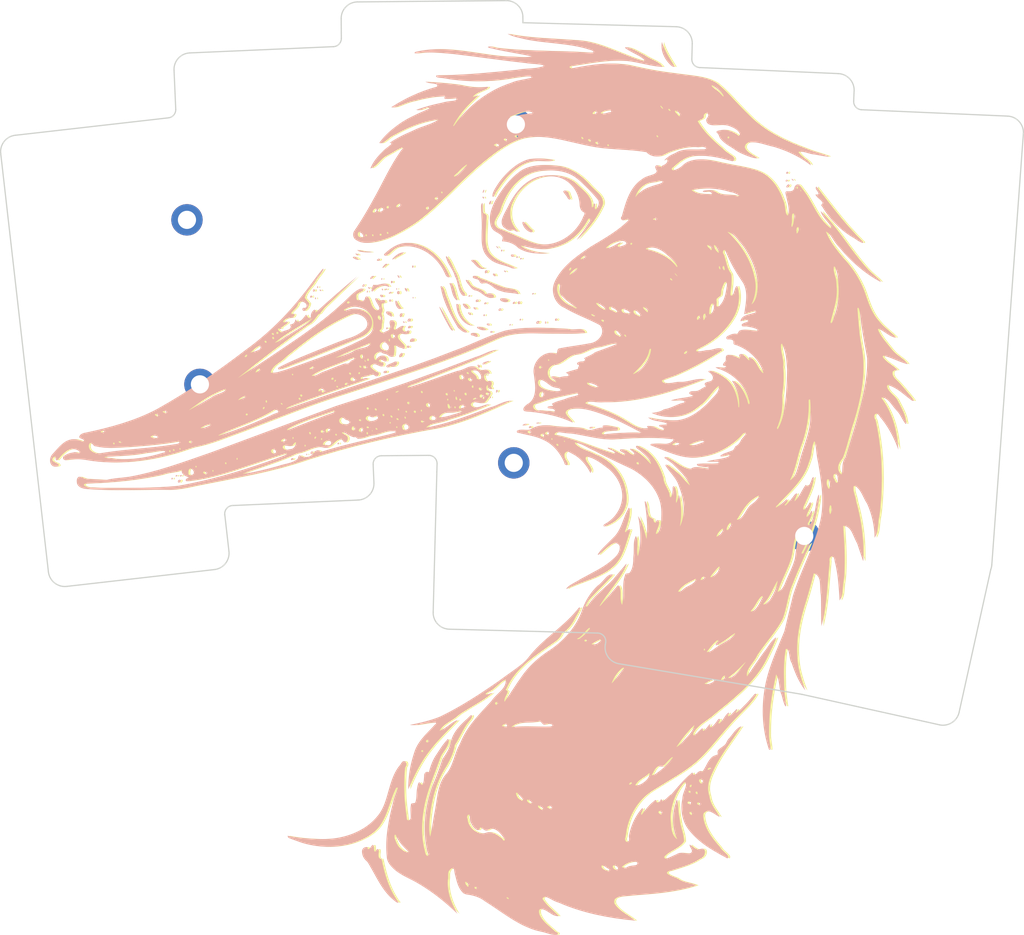
<source format=kicad_pcb>
(kicad_pcb (version 20221018) (generator pcbnew)
  (title_block (title "bottom_choc") (rev "v1.0.0") (company "Unknown"))
  (layers (0 "F.Cu" signal) (31 "B.Cu" signal) (34 "B.Paste" user) (35 "F.Paste" user) (36 "B.SilkS" user "B.Silkscreen") (37 "F.SilkS" user "F.Silkscreen") (38 "B.Mask" user) (39 "F.Mask" user) (44 "Edge.Cuts" user))
  (net 0 "")
  (footprint "mounting_hole" (layer "F.Cu") (at 184.910696 116.851539 4.5)
    (fp_text reference "H1" hide)
    (fp_text value "" (at 0 0 4.5) (layer "F.SilkS") (effects (font (size 1.27 1.27))))
    (pad "" thru_hole circle (at 0 0 180) (size 3.8 3.8) (drill 2.2) (layers "*.Cu" "*.Mask"))
  )
  (footprint "mounting_hole" (layer "F.Cu") (at 224.735308 105.294655 -0.5)
    (fp_text reference "H3" hide)
    (fp_text value "" (at 0 0 -0.5) (layer "F.SilkS") (effects (font (size 1.27 1.27))))
    (pad "" thru_hole circle (at 0 0 180) (size 3.8 3.8) (drill 2.2) (layers "*.Cu" "*.Mask"))
  )
  (footprint "mounting_hole" (layer "F.Cu") (at 186.479065 136.779562 4.5)
    (fp_text reference "H2" hide)
    (fp_text value "" (at 0 0 4.5) (layer "F.SilkS") (effects (font (size 1.27 1.27))))
    (pad "" thru_hole circle (at 0 0 180) (size 3.8 3.8) (drill 2.2) (layers "*.Cu" "*.Mask"))
  )
  (footprint "mounting_hole" (layer "F.Cu") (at 224.477561 146.288789 -0.5)
    (fp_text reference "H4" hide)
    (fp_text value "" (at 0 0 -0.5) (layer "F.SilkS") (effects (font (size 1.27 1.27))))
    (pad "" thru_hole circle (at 0 0 180) (size 3.8 3.8) (drill 2.2) (layers "*.Cu" "*.Mask"))
  )
  (footprint "mounting_hole" (layer "F.Cu") (at 259.645388 155.143245 81.83333333)
    (fp_text reference "H5" hide)
    (fp_text value "" (at 0 0 81.83333333) (layer "F.SilkS") (effects (font (size 1.27 1.27))))
    (pad "" thru_hole circle (at 0 0 180) (size 3.8 3.8) (drill 2.2) (layers "*.Cu" "*.Mask"))
  )
  (gr_poly (pts (xy 203.251047 143.828804) (xy 203.262327 143.833123) (xy 203.2735 143.840471) (xy 203.284459 143.85107) (xy 203.295097 143.865141) (xy 203.305306 143.882907) (xy 203.314979 143.90459) (xy 203.324009 143.930412) (xy 203.319872 143.938551) (xy 203.315912 143.946836) (xy 203.308298 143.963677) (xy 203.300722 143.980609) (xy 203.29681 143.989007) (xy 203.29274 143.997304) (xy 203.288458 144.00546) (xy 203.283907 144.013433) (xy 203.279033 144.021184) (xy 203.273779 144.02867) (xy 203.268089 144.035851) (xy 203.26191 144.042685) (xy 203.258618 144.04596) (xy 203.255183 144.049133) (xy 203.251598 144.052199) (xy 203.247855 144.055153) (xy 203.226968 144.055971) (xy 203.208654 144.054264) (xy 203.192806 144.050252) (xy 203.179317 144.044159) (xy 203.168079 144.036207) (xy 203.158986 144.026617) (xy 203.151929 144.015612) (xy 203.146803 144.003414) (xy 203.143499 143.990245) (xy 203.141911 143.976327) (xy 203.141931 143.961883) (xy 203.143452 143.947135) (xy 203.146367 143.932304) (xy 203.150568 143.917614) (xy 203.15595 143.903286) (xy 203.162403 143.889542) (xy 203.169821 143.876605) (xy 203.178098 143.864696) (xy 203.187125 143.854038) (xy 203.196795 143.844854) (xy 203.207002 143.837365) (xy 203.217638 143.831793) (xy 203.228595 143.828361) (xy 203.239768 143.82729)) (fill solid) (layer "B.SilkS"))
  (gr_poly (pts (xy 258.154534 111.888267) (xy 258.163404 111.889744) (xy 258.172833 111.891963) (xy 258.192945 111.898526) (xy 258.214024 111.907751) (xy 258.235224 111.919433) (xy 258.245604 111.926131) (xy 258.255696 111.933366) (xy 258.265395 111.941113) (xy 258.274595 111.949346) (xy 258.28319 111.95804) (xy 258.291073 111.967168) (xy 258.29814 111.976705) (xy 258.304285 111.986626) (xy 258.317338 112.007747) (xy 258.32841 112.026915) (xy 258.337589 112.044189) (xy 258.344961 112.059628) (xy 258.350616 112.073291) (xy 258.354641 112.085236) (xy 258.357123 112.095524) (xy 258.358151 112.104212) (xy 258.357813 112.111361) (xy 258.356197 112.117029) (xy 258.35339 112.121275) (xy 258.34948 112.124157) (xy 258.344555 112.125736) (xy 258.338704 112.12607) (xy 258.332013 112.125219) (xy 258.324572 112.12324) (xy 258.316467 112.120194) (xy 258.307786 112.116138) (xy 258.298618 112.111133) (xy 258.28905 112.105238) (xy 258.269068 112.09101) (xy 258.248541 112.073928) (xy 258.228174 112.054463) (xy 258.208669 112.033087) (xy 258.19946 112.021831) (xy 258.190729 112.010273) (xy 258.182566 111.998475) (xy 258.175058 111.986493) (xy 258.160583 111.972609) (xy 258.148361 111.959877) (xy 258.138286 111.948271) (xy 258.130253 111.937767) (xy 258.124154 111.928338) (xy 258.119886 111.919959) (xy 258.117341 111.912603) (xy 258.116413 111.906247) (xy 258.116998 111.900863) (xy 258.118989 111.896427) (xy 258.12228 111.892912) (xy 258.126765 111.890293) (xy 258.132339 111.888545) (xy 258.138896 111.887642) (xy 258.14633 111.887557)) (fill solid) (layer "B.SilkS"))
  (gr_poly (pts (xy 225.144576 126.719642) (xy 225.164558 126.725763) (xy 225.184587 126.735648) (xy 225.204508 126.74954) (xy 225.224166 126.767681) (xy 225.243405 126.790312) (xy 225.262068 126.817677) (xy 225.28 126.850018) (xy 225.275113 126.867062) (xy 225.269683 126.884313) (xy 225.263672 126.901652) (xy 225.257045 126.918961) (xy 225.249764 126.936121) (xy 225.241794 126.953016) (xy 225.233096 126.969526) (xy 225.223636 126.985534) (xy 225.213376 127.000922) (xy 225.207934 127.008346) (xy 225.202279 127.015571) (xy 225.196406 127.022581) (xy 225.19031 127.029363) (xy 225.183986 127.035901) (xy 225.177431 127.04218) (xy 225.170639 127.048186) (xy 225.163606 127.053905) (xy 225.156327 127.05932) (xy 225.148798 127.064418) (xy 225.141015 127.069184) (xy 225.132971 127.073603) (xy 225.124664 127.07766) (xy 225.116089 127.08134) (xy 225.084262 127.072094) (xy 225.056377 127.060556) (xy 225.032277 127.046967) (xy 225.011806 127.031571) (xy 224.99481 127.014608) (xy 224.981132 126.996322) (xy 224.970616 126.976955) (xy 224.963107 126.956749) (xy 224.958449 126.935946) (xy 224.956486 126.914788) (xy 224.957063 126.893519) (xy 224.960023 126.872379) (xy 224.965212 126.851612) (xy 224.972472 126.83146) (xy 224.98165 126.812164) (xy 224.992588 126.793968) (xy 225.005132 126.777113) (xy 225.019124 126.761842) (xy 225.034411 126.748397) (xy 225.050835 126.73702) (xy 225.068242 126.727954) (xy 225.086475 126.721441) (xy 225.105379 126.717723) (xy 225.124798 126.717043)) (fill solid) (layer "B.SilkS"))
  (gr_poly (pts (xy 218.753592 124.130252) (xy 218.772744 124.13335) (xy 218.792034 124.138823) (xy 218.811422 124.146529) (xy 218.830867 124.156328) (xy 218.850327 124.168079) (xy 218.869761 124.181641) (xy 218.889129 124.196873) (xy 218.927501 124.231785) (xy 218.965111 124.271688) (xy 219.001634 124.315457) (xy 219.036738 124.361963) (xy 219.070095 124.410082) (xy 219.101377 124.458687) (xy 219.130255 124.50665) (xy 219.156399 124.552846) (xy 219.199173 124.635431) (xy 219.240198 124.685565) (xy 219.283469 124.732192) (xy 219.32884 124.775541) (xy 219.376167 124.815839) (xy 219.425303 124.853315) (xy 219.476104 124.888197) (xy 219.582115 124.951094) (xy 219.693037 125.006356) (xy 219.807705 125.055809) (xy 220.043626 125.144592) (xy 220.280565 125.232054) (xy 220.396507 125.279856) (xy 220.509211 125.332807) (xy 220.617515 125.392734) (xy 220.669653 125.425883) (xy 220.720253 125.461462) (xy 220.769172 125.499697) (xy 220.816263 125.540817) (xy 220.86138 125.585052) (xy 220.904379 125.632628) (xy 220.909405 125.653791) (xy 220.915358 125.673699) (xy 220.922203 125.69237) (xy 220.929903 125.709821) (xy 220.938422 125.72607) (xy 220.947725 125.741136) (xy 220.957777 125.755036) (xy 220.968539 125.767788) (xy 220.979978 125.779409) (xy 220.992058 125.789919) (xy 221.004741 125.799334) (xy 221.017993 125.807672) (xy 221.031777 125.814952) (xy 221.046058 125.821191) (xy 221.060799 125.826408) (xy 221.075966 125.830619) (xy 221.091521 125.833843) (xy 221.107429 125.836098) (xy 221.123655 125.837402) (xy 221.140162 125.837772) (xy 221.156914 125.837226) (xy 221.173875 125.835783) (xy 221.191011 125.83346) (xy 221.208284 125.830275) (xy 221.243099 125.82139) (xy 221.278035 125.809272) (xy 221.312804 125.794064) (xy 221.347119 125.775908) (xy 221.376643 125.767942) (xy 221.406621 125.761553) (xy 221.436967 125.756723) (xy 221.467596 125.753433) (xy 221.498423 125.751667) (xy 221.529361 125.751404) (xy 221.560326 125.752628) (xy 221.591232 125.755321) (xy 221.621994 125.759463) (xy 221.652526 125.765038) (xy 221.682743 125.772027) (xy 221.712559 125.780412) (xy 221.741889 125.790175) (xy 221.770647 125.801297) (xy 221.798748 125.813761) (xy 221.826107 125.827549) (xy 221.852638 125.842642) (xy 221.878255 125.859022) (xy 221.902874 125.876672) (xy 221.926408 125.895573) (xy 221.948772 125.915707) (xy 221.969882 125.937056) (xy 221.989651 125.959602) (xy 222.007993 125.983327) (xy 222.024824 126.008212) (xy 222.040058 126.03424) (xy 222.05361 126.061393) (xy 222.065394 126.089652) (xy 222.075324 126.118999) (xy 222.083316 126.149417) (xy 222.089283 126.180886) (xy 222.093141 126.21339) (xy 222.065153 126.22773) (xy 222.036663 126.241073) (xy 222.007711 126.253403) (xy 221.978335 126.264703) (xy 221.948575 126.274957) (xy 221.91847 126.284147) (xy 221.888059 126.292256) (xy 221.857381 126.299269) (xy 221.826475 126.305168) (xy 221.795381 126.309937) (xy 221.764137 126.313559) (xy 221.732783 126.316017) (xy 221.701358 126.317295) (xy 221.6699 126.317375) (xy 221.63845 126.316241) (xy 221.607046 126.313876) (xy 221.547077 126.303309) (xy 221.488458 126.289915) (xy 221.431108 126.273865) (xy 221.374943 126.255331) (xy 221.31988 126.234484) (xy 221.265835 126.211495) (xy 221.160466 126.159781) (xy 221.058171 126.10156) (xy 220.958284 126.038204) (xy 220.860137 125.971085) (xy 220.763065 125.901576) (xy 220.569478 125.760874) (xy 220.471631 125.692425) (xy 220.372192 125.627073) (xy 220.270497 125.566191) (xy 220.165877 125.511151) (xy 220.112262 125.48625) (xy 220.057666 125.463325) (xy 220.002007 125.442545) (xy 219.9452 125.424084) (xy 219.917013 125.422451) (xy 219.889299 125.41979) (xy 219.86205 125.416126) (xy 219.835257 125.411484) (xy 219.808912 125.40589) (xy 219.783008 125.39937) (xy 219.757537 125.391949) (xy 219.73249 125.383653) (xy 219.707859 125.374508) (xy 219.683637 125.364538) (xy 219.659815 125.353769) (xy 219.636385 125.342228) (xy 219.590671 125.316927) (xy 219.54643 125.28884) (xy 219.503598 125.258172) (xy 219.462112 125.225126) (xy 219.421906 125.189907) (xy 219.382917 125.152719) (xy 219.34508 125.113766) (xy 219.308332 125.073253) (xy 219.272608 125.031383) (xy 219.237845 124.988362) (xy 218.913622 124.594087) (xy 218.875058 124.543189) (xy 218.837914 124.491451) (xy 218.802484 124.438729) (xy 218.769062 124.384878) (xy 218.737943 124.329755) (xy 218.709423 124.273214) (xy 218.683795 124.215112) (xy 218.661356 124.155303) (xy 218.679196 124.144418) (xy 218.697382 124.136611) (xy 218.71587 124.131741) (xy 218.734621 124.129669)) (fill solid) (layer "B.SilkS"))
  (gr_poly (pts (xy 257.563926 111.985592) (xy 257.578301 111.989462) (xy 257.591789 111.995975) (xy 257.604171 112.005308) (xy 257.615225 112.01764) (xy 257.624733 112.033147) (xy 257.632474 112.052007) (xy 257.638229 112.074398) (xy 257.641777 112.100498) (xy 257.642898 112.130483) (xy 257.608124 112.156276) (xy 257.590517 112.169098) (xy 257.581593 112.175327) (xy 257.572562 112.181371) (xy 257.563406 112.187186) (xy 257.554107 112.192722) (xy 257.544645 112.197934) (xy 257.535 112.202776) (xy 257.525155 112.2072) (xy 257.515091 112.211159) (xy 257.504787 112.214607) (xy 257.494226 112.217497) (xy 257.468312 112.209603) (xy 257.446569 112.200266) (xy 257.428776 112.189664) (xy 257.414714 112.177976) (xy 257.404163 112.165378) (xy 257.396903 112.152049) (xy 257.392714 112.138165) (xy 257.391376 112.123905) (xy 257.39267 112.109446) (xy 257.396375 112.094966) (xy 257.402272 112.080642) (xy 257.41014 112.066651) (xy 257.41976 112.053173) (xy 257.430912 112.040383) (xy 257.443375 112.02846) (xy 257.456931 112.017582) (xy 257.471359 112.007925) (xy 257.486439 111.999668) (xy 257.501951 111.992988) (xy 257.517676 111.988063) (xy 257.533393 111.98507) (xy 257.548883 111.984188)) (fill solid) (layer "B.SilkS"))
  (gr_poly (pts (xy 220.180045 134.402779) (xy 220.194611 134.404492) (xy 220.209584 134.407611) (xy 220.224809 134.412115) (xy 220.240135 134.417986) (xy 220.255408 134.425204) (xy 220.270475 134.433752) (xy 220.285184 134.443609) (xy 220.299381 134.454758) (xy 220.312914 134.467179) (xy 220.32563 134.480854) (xy 220.337376 134.495763) (xy 220.347998 134.511887) (xy 220.357344 134.529208) (xy 220.365262 134.547707) (xy 220.371597 134.567364) (xy 220.374444 134.58917) (xy 220.375902 134.60965) (xy 220.376044 134.628803) (xy 220.374946 134.646631) (xy 220.372681 134.663133) (xy 220.369325 134.678308) (xy 220.364951 134.692157) (xy 220.359634 134.704679) (xy 220.353449 134.715875) (xy 220.34647 134.725743) (xy 220.338771 134.734285) (xy 220.330427 134.741499) (xy 220.321512 134.747386) (xy 220.312101 134.751946) (xy 220.302269 134.755178) (xy 220.292089 134.757082) (xy 220.281636 134.757658) (xy 220.270985 134.756907) (xy 220.26021 134.754827) (xy 220.249385 134.751418) (xy 220.238585 134.746682) (xy 220.227885 134.740616) (xy 220.217358 134.733222) (xy 220.20708 134.724499) (xy 220.197124 134.714447) (xy 220.187566 134.703065) (xy 220.178479 134.690355) (xy 220.169938 134.676314) (xy 220.162018 134.660944) (xy 220.154792 134.644245) (xy 220.148337 134.626215) (xy 220.142725 134.606856) (xy 220.126991 134.5818) (xy 220.114264 134.55847) (xy 220.104389 134.536848) (xy 220.097214 134.516913) (xy 220.092585 134.498648) (xy 220.090351 134.482033) (xy 220.090358 134.467049) (xy 220.092453 134.453678) (xy 220.096484 134.4419) (xy 220.102296 134.431697) (xy 220.109738 134.42305) (xy 220.118657 134.415939) (xy 220.128899 134.410347) (xy 220.140312 134.406253) (xy 220.152743 134.40364) (xy 220.166038 134.402488)) (fill solid) (layer "B.SilkS"))
  (gr_poly (pts (xy 211.153612 129.156486) (xy 211.184097 129.15982) (xy 211.203902 129.180065) (xy 211.2137 129.190296) (xy 211.223365 129.200652) (xy 211.232846 129.21117) (xy 211.242094 129.221889) (xy 211.251061 129.232848) (xy 211.255423 129.238429) (xy 211.259697 129.244085) (xy 211.265082 129.267601) (xy 211.267348 129.287358) (xy 211.266757 129.303564) (xy 211.263571 129.316424) (xy 211.258052 129.326147) (xy 211.250461 129.332939) (xy 211.241061 129.337009) (xy 211.230114 129.338562) (xy 211.217881 129.337807) (xy 211.204625 129.334951) (xy 211.190607 129.3302) (xy 211.176089 129.323762) (xy 211.161333 129.315844) (xy 211.146601 129.306654) (xy 211.132155 129.296398) (xy 211.118257 129.285284) (xy 211.105168 129.273519) (xy 211.093151 129.26131) (xy 211.082467 129.248865) (xy 211.073379 129.23639) (xy 211.066148 129.224093) (xy 211.061037 129.212181) (xy 211.058306 129.200861) (xy 211.058219 129.19034) (xy 211.061037 129.180827) (xy 211.067021 129.172527) (xy 211.076434 129.165648) (xy 211.089538 129.160397) (xy 211.106594 129.156982) (xy 211.127865 129.155609)) (fill solid) (layer "B.SilkS"))
  (gr_poly (pts (xy 224.576075 126.75861) (xy 224.591724 126.763554) (xy 224.605923 126.772345) (xy 224.618397 126.785272) (xy 224.628874 126.802622) (xy 224.63708 126.824684) (xy 224.64274 126.851745) (xy 224.645583 126.884094) (xy 224.645334 126.92202) (xy 224.636486 126.93176) (xy 224.627388 126.941284) (xy 224.618043 126.950579) (xy 224.608457 126.959634) (xy 224.598634 126.968436) (xy 224.58858 126.976973) (xy 224.578298 126.985233) (xy 224.567794 126.993204) (xy 224.557072 127.000874) (xy 224.546138 127.008231) (xy 224.534996 127.015263) (xy 224.52365 127.021958) (xy 224.512106 127.028303) (xy 224.500369 127.034287) (xy 224.488442 127.039898) (xy 224.476332 127.045124) (xy 224.444753 127.044159) (xy 224.418287 127.040128) (xy 224.39666 127.033317) (xy 224.3796 127.024016) (xy 224.366832 127.012512) (xy 224.358083 126.999094) (xy 224.353079 126.984049) (xy 224.351548 126.967666) (xy 224.353215 126.950233) (xy 224.357807 126.932038) (xy 224.365051 126.913368) (xy 224.374672 126.894513) (xy 224.386399 126.87576) (xy 224.399956 126.857397) (xy 224.415071 126.839712) (xy 224.431471 126.822994) (xy 224.44888 126.80753) (xy 224.467028 126.793609) (xy 224.485638 126.781518) (xy 224.504439 126.771547) (xy 224.523157 126.763982) (xy 224.541518 126.759112) (xy 224.559248 126.757226)) (fill solid) (layer "B.SilkS"))
  (gr_poly (pts (xy 233.975841 141.926003) (xy 234.022388 141.933192) (xy 234.044117 141.938438) (xy 234.06453 141.944808) (xy 234.083414 141.952319) (xy 234.100554 141.96099) (xy 234.115736 141.970836) (xy 234.128746 141.981877) (xy 234.027534 142.037661) (xy 233.975536 142.064153) (xy 233.949145 142.076519) (xy 233.922475 142.088097) (xy 233.895513 142.098735) (xy 233.868247 142.108281) (xy 233.840665 142.116584) (xy 233.812752 142.123493) (xy 233.784498 142.128856) (xy 233.755888 142.132522) (xy 233.72691 142.134339) (xy 233.697551 142.134157) (xy 233.678286 142.116304) (xy 233.663276 142.099122) (xy 233.652306 142.082628) (xy 233.645162 142.066838) (xy 233.64163 142.051772) (xy 233.641495 142.037445) (xy 233.644544 142.023875) (xy 233.650562 142.011081) (xy 233.659335 141.999079) (xy 233.670648 141.987887) (xy 233.684288 141.977522) (xy 233.70004 141.968002) (xy 233.71769 141.959344) (xy 233.737024 141.951565) (xy 233.779886 141.938717) (xy 233.826913 141.929597) (xy 233.87639 141.924345) (xy 233.926604 141.923101)) (fill solid) (layer "B.SilkS"))
  (gr_poly (pts (xy 219.531699 121.689967) (xy 219.560581 121.693037) (xy 219.588856 121.697954) (xy 219.616538 121.704631) (xy 219.643641 121.712978) (xy 219.670178 121.722907) (xy 219.696163 121.734329) (xy 219.721609 121.747156) (xy 219.746531 121.761299) (xy 219.770942 121.776669) (xy 219.794856 121.793177) (xy 219.841247 121.829255) (xy 219.885813 121.868824) (xy 219.928664 121.911174) (xy 219.96991 121.955596) (xy 220.009659 122.00138) (xy 220.085107 122.0942) (xy 220.155885 122.18396) (xy 220.192966 122.232871) (xy 220.232149 122.282175) (xy 220.27341 122.33125) (xy 220.316725 122.379474) (xy 220.362068 122.426226) (xy 220.409415 122.470884) (xy 220.45874 122.512825) (xy 220.510019 122.551429) (xy 220.563226 122.586073) (xy 220.590546 122.601716) (xy 220.618338 122.616135) (xy 220.6466 122.629254) (xy 220.675329 122.640994) (xy 220.704522 122.651278) (xy 220.734174 122.660028) (xy 220.764285 122.667166) (xy 220.794849 122.672615) (xy 220.825865 122.676296) (xy 220.857328 122.678132) (xy 220.889237 122.678046) (xy 220.921587 122.67596) (xy 220.954376 122.671795) (xy 220.987601 122.665474) (xy 220.971913 122.678882) (xy 220.955734 122.691725) (xy 220.939089 122.703979) (xy 220.922001 122.715623) (xy 220.904493 122.726634) (xy 220.886591 122.73699) (xy 220.868318 122.746669) (xy 220.849697 122.755647) (xy 220.830753 122.763903) (xy 220.811508 122.771415) (xy 220.791988 122.778159) (xy 220.772216 122.784113) (xy 220.752216 122.789256) (xy 220.732011 122.793564) (xy 220.711626 122.797016) (xy 220.691084 122.799588) (xy 220.652282 122.798894) (xy 220.614132 122.796254) (xy 220.576621 122.791744) (xy 220.539734 122.785437) (xy 220.503458 122.77741) (xy 220.467777 122.767736) (xy 220.432678 122.75649) (xy 220.398146 122.743748) (xy 220.364167 122.729585) (xy 220.330727 122.714074) (xy 220.297811 122.697292) (xy 220.265406 122.679313) (xy 220.202069 122.640062) (xy 220.140602 122.596922) (xy 220.08089 122.550491) (xy 220.022821 122.501368) (xy 219.966278 122.450152) (xy 219.91115 122.397443) (xy 219.804677 122.289938) (xy 219.702489 122.183646) (xy 219.695986 122.168424) (xy 219.687169 122.152973) (xy 219.676254 122.137317) (xy 219.663454 122.121479) (xy 219.633056 122.089349) (xy 219.59769 122.056768) (xy 219.440834 121.925632) (xy 219.406344 121.89357) (xy 219.390987 121.877775) (xy 219.377173 121.862167) (xy 219.365117 121.84677) (xy 219.355034 121.831608) (xy 219.347137 121.816702) (xy 219.341642 121.802077) (xy 219.338762 121.787755) (xy 219.338711 121.77376) (xy 219.341705 121.760114) (xy 219.347956 121.746842) (xy 219.357681 121.733965) (xy 219.371092 121.721507) (xy 219.388404 121.709491) (xy 219.409831 121.697941) (xy 219.441277 121.692732) (xy 219.472061 121.689726) (xy 219.502197 121.688834)) (fill solid) (layer "B.SilkS"))
  (gr_poly (pts (xy 210.918279 132.976674) (xy 210.932591 132.978514) (xy 210.946558 132.981815) (xy 210.960067 132.986516) (xy 210.973006 132.992558) (xy 210.985262 132.99988) (xy 210.996723 133.00842) (xy 211.007275 133.018119) (xy 211.016807 133.028917) (xy 211.025206 133.040751) (xy 211.032359 133.053563) (xy 211.038154 133.067292) (xy 211.042477 133.081876) (xy 211.045217 133.097257) (xy 211.046261 133.113372) (xy 211.045495 133.130161) (xy 211.042809 133.147565) (xy 211.038088 133.165523) (xy 211.031221 133.183973) (xy 211.022094 133.202856) (xy 211.010596 133.222111) (xy 210.998653 133.246639) (xy 210.986207 133.27105) (xy 210.973057 133.295126) (xy 210.966155 133.30697) (xy 210.959001 133.318649) (xy 210.951569 133.330135) (xy 210.943836 133.341401) (xy 210.935775 133.352419) (xy 210.927361 133.363164) (xy 210.918569 133.373606) (xy 210.909374 133.383719) (xy 210.89975 133.393477) (xy 210.889673 133.40285) (xy 210.860472 133.428058) (xy 210.832727 133.449211) (xy 210.806455 133.466492) (xy 210.781672 133.480078) (xy 210.758395 133.490149) (xy 210.73664 133.496886) (xy 210.716426 133.500469) (xy 210.697767 133.501077) (xy 210.680682 133.498889) (xy 210.665187 133.494086) (xy 210.6513 133.486848) (xy 210.639035 133.477353) (xy 210.628412 133.465783) (xy 210.619445 133.452316) (xy 210.612153 133.437132) (xy 210.606551 133.420412) (xy 210.602657 133.402335) (xy 210.600488 133.383081) (xy 210.60006 133.362829) (xy 210.601391 133.34176) (xy 210.604496 133.320052) (xy 210.609393 133.297887) (xy 210.616098 133.275443) (xy 210.624629 133.252901) (xy 210.635002 133.23044) (xy 210.647234 133.20824) (xy 210.661342 133.18648) (xy 210.677343 133.165341) (xy 210.695252 133.145003) (xy 210.715088 133.125644) (xy 210.736867 133.107446) (xy 210.760606 133.090587) (xy 210.770276 133.070174) (xy 210.780952 133.051948) (xy 210.792522 133.035849) (xy 210.804873 133.021816) (xy 210.817891 133.009788) (xy 210.831466 132.999706) (xy 210.845484 132.991509) (xy 210.859832 132.985136) (xy 210.874398 132.980526) (xy 210.88907 132.977619) (xy 210.903734 132.976356)) (fill solid) (layer "B.SilkS"))
  (gr_poly (pts (xy 211.684216 132.083703) (xy 211.69837 132.085866) (xy 211.712471 132.089578) (xy 211.726371 132.094846) (xy 211.739921 132.101675) (xy 211.752975 132.110075) (xy 211.765386 132.12005) (xy 211.777005 132.131608) (xy 211.787685 132.144756) (xy 211.797279 132.1595) (xy 211.805639 132.175849) (xy 211.812617 132.193808) (xy 211.818067 132.213384) (xy 211.82184 132.234584) (xy 211.82379 132.257416) (xy 211.820399 132.265591) (xy 211.816273 132.273752) (xy 211.811461 132.281856) (xy 211.806011 132.28986) (xy 211.799969 132.297722) (xy 211.793384 132.305401) (xy 211.786305 132.312852) (xy 211.778778 132.320035) (xy 211.770852 132.326907) (xy 211.762574 132.333426) (xy 211.753992 132.339548) (xy 211.745155 132.345233) (xy 211.73611 132.350437) (xy 211.726904 132.355118) (xy 211.717587 132.359234) (xy 211.708205 132.362743) (xy 211.698806 132.365602) (xy 211.689439 132.367769) (xy 211.680151 132.369201) (xy 211.67099 132.369857) (xy 211.662004 132.369693) (xy 211.653241 132.368668) (xy 211.644748 132.36674) (xy 211.636574 132.363865) (xy 211.628766 132.360002) (xy 211.621373 132.355108) (xy 211.614441 132.34914) (xy 211.608019 132.342058) (xy 211.602156 132.333818) (xy 211.596898 132.324377) (xy 211.592293 132.313695) (xy 211.58839 132.301727) (xy 211.578289 132.277192) (xy 211.57079 132.254082) (xy 211.565745 132.232404) (xy 211.563006 132.212164) (xy 211.562425 132.193369) (xy 211.563856 132.176027) (xy 211.567151 132.160144) (xy 211.572162 132.145727) (xy 211.578742 132.132783) (xy 211.586743 132.121319) (xy 211.596018 132.111341) (xy 211.606419 132.102857) (xy 211.617799 132.095874) (xy 211.63001 132.090397) (xy 211.642904 132.086435) (xy 211.656335 132.083994) (xy 211.670155 132.083081)) (fill solid) (layer "B.SilkS"))
  (gr_poly (pts (xy 206.78134 125.421618) (xy 206.78914 125.425908) (xy 206.796592 125.433767) (xy 206.803594 125.445473) (xy 206.810044 125.461306) (xy 206.815842 125.481545) (xy 206.820886 125.506469) (xy 206.825075 125.536358) (xy 206.818495 125.551696) (xy 206.812277 125.567211) (xy 206.799991 125.59832) (xy 206.793458 125.613687) (xy 206.789992 125.621275) (xy 206.786355 125.628779) (xy 206.782517 125.636186) (xy 206.778449 125.643482) (xy 206.774122 125.650653) (xy 206.769507 125.657683) (xy 206.753082 125.663479) (xy 206.738842 125.665864) (xy 206.726686 125.665119) (xy 206.716512 125.661521) (xy 206.70822 125.655352) (xy 206.701708 125.646889) (xy 206.696874 125.636412) (xy 206.693617 125.6242) (xy 206.691836 125.610532) (xy 206.691429 125.595687) (xy 206.692295 125.579945) (xy 206.694333 125.563584) (xy 206.701519 125.530123) (xy 206.712176 125.497538) (xy 206.725492 125.468062) (xy 206.732895 125.455188) (xy 206.740658 125.443928) (xy 206.748681 125.434562) (xy 206.756862 125.427369) (xy 206.765099 125.422628) (xy 206.773293 125.420618)) (fill solid) (layer "B.SilkS"))
  (gr_poly (pts (xy 210.906646 128.16835) (xy 210.930109 128.173603) (xy 210.95397 128.182538) (xy 210.978129 128.195366) (xy 211.002485 128.212301) (xy 211.026938 128.233554) (xy 211.020731 128.245589) (xy 211.014872 128.258324) (xy 211.004031 128.285634) (xy 210.994074 128.314961) (xy 210.984663 128.345784) (xy 210.966121 128.409831) (xy 210.956312 128.442011) (xy 210.945693 128.473599) (xy 210.933924 128.504075) (xy 210.927502 128.518732) (xy 210.920665 128.532915) (xy 210.913372 128.546559) (xy 210.905579 128.559598) (xy 210.897245 128.571968) (xy 210.888326 128.583603) (xy 210.878781 128.594438) (xy 210.868566 128.604407) (xy 210.857641 128.613446) (xy 210.845962 128.621489) (xy 210.833486 128.628471) (xy 210.820173 128.634327) (xy 210.805978 128.638991) (xy 210.79086 128.642399) (xy 210.765587 128.6285) (xy 210.743425 128.61255) (xy 210.724274 128.594762) (xy 210.708033 128.575348) (xy 210.694602 128.554521) (xy 210.683881 128.532492) (xy 210.675769 128.509474) (xy 210.670164 128.485679) (xy 210.666968 128.46132) (xy 210.66608 128.436608) (xy 210.667398 128.411757) (xy 210.670823 128.386978) (xy 210.676254 128.362484) (xy 210.683591 128.338486) (xy 210.692732 128.315199) (xy 210.703578 128.292832) (xy 210.716028 128.2716) (xy 210.729982 128.251714) (xy 210.745339 128.233386) (xy 210.761998 128.21683) (xy 210.77986 128.202256) (xy 210.798823 128.189878) (xy 210.818787 128.179908) (xy 210.839652 128.172558) (xy 210.861317 128.16804) (xy 210.883682 128.166567)) (fill solid) (layer "B.SilkS"))
  (gr_poly (pts (xy 221.369859 133.096231) (xy 220.292734 133.572752) (xy 219.209049 134.034092) (xy 218.120123 134.48319) (xy 215.93182 135.356403) (xy 213.738377 136.215886) (xy 213.549317 136.286791) (xy 213.362111 136.362293) (xy 212.990205 136.519361) (xy 212.803978 136.597067) (xy 212.616548 136.671645) (xy 212.427152 136.741167) (xy 212.331478 136.773428) (xy 212.235026 136.8037) (xy 212.215519 136.814157) (xy 212.194956 136.823838) (xy 212.173443 136.832828) (xy 212.151084 136.841213) (xy 212.104248 136.85651) (xy 212.055288 136.870411) (xy 211.954348 136.896761) (xy 211.904044 136.910577) (xy 211.85497 136.925731) (xy 211.807964 136.942908) (xy 211.785498 136.952468) (xy 211.763864 136.962789) (xy 211.743166 136.973958) (xy 211.723508 136.98606) (xy 211.704997 136.99918) (xy 211.687737 137.013403) (xy 211.671832 137.028816) (xy 211.657387 137.045503) (xy 211.644507 137.063549) (xy 211.633297 137.083041) (xy 211.623863 137.104064) (xy 211.616307 137.126703) (xy 211.610736 137.151044) (xy 211.607254 137.177171) (xy 211.983966 137.06622) (xy 219.389717 137.06622) (xy 219.390976 137.085919) (xy 219.393896 137.106442) (xy 219.399948 137.118242) (xy 219.40657 137.129335) (xy 219.413708 137.139709) (xy 219.421305 137.149351) (xy 219.429306 137.158248) (xy 219.437655 137.166387) (xy 219.446295 137.173755) (xy 219.45517 137.18034) (xy 219.464225 137.186128) (xy 219.473404 137.191107) (xy 219.482651 137.195264) (xy 219.491909 137.198585) (xy 219.501123 137.201059) (xy 219.510237 137.202671) (xy 219.519194 137.20341) (xy 219.52794 137.203262) (xy 219.536417 137.202214) (xy 219.544571 137.200255) (xy 219.552344 137.197369) (xy 219.559682 137.193546) (xy 219.566527 137.188771) (xy 219.572825 137.183033) (xy 219.578518 137.176318) (xy 219.583552 137.168613) (xy 219.58787 137.159905) (xy 219.591417 137.150182) (xy 219.594135 137.139431) (xy 219.59597 137.127638) (xy 219.596865 137.114792) (xy 219.596765 137.100878) (xy 219.595613 137.085884) (xy 219.593353 137.069798) (xy 219.594587 137.044973) (xy 219.594266 137.022249) (xy 219.592499 137.001583) (xy 219.589392 136.982933) (xy 219.585053 136.966256) (xy 219.579589 136.951509) (xy 219.573107 136.938651) (xy 219.565714 136.927638) (xy 219.557518 136.918429) (xy 219.548625 136.91098) (xy 219.539144 136.905249) (xy 219.529181 136.901193) (xy 219.518844 136.898771) (xy 219.508239 136.897938) (xy 219.497475 136.898654) (xy 219.486657 136.900875) (xy 219.475894 136.904559) (xy 219.465293 136.909664) (xy 219.45496 136.916146) (xy 219.445004 136.923963) (xy 219.435531 136.933073) (xy 219.426648 136.943434) (xy 219.418464 136.955001) (xy 219.411084 136.967735) (xy 219.404617 136.98159) (xy 219.399169 136.996526) (xy 219.394848 137.0125) (xy 219.391761 137.029468) (xy 219.390015 137.047389) (xy 219.389717 137.06622) (xy 211.983966 137.06622) (xy 212.369964 136.952534) (xy 213.126998 136.710551) (xy 213.879879 136.455857) (xy 214.630128 136.193088) (xy 215.696674 135.81504) (xy 217.855762 135.81504) (xy 217.858159 135.841444) (xy 217.863937 135.869575) (xy 217.873296 135.899422) (xy 217.886435 135.930978) (xy 217.885486 135.939097) (xy 217.884899 135.947235) (xy 217.884666 135.955382) (xy 217.884779 135.963526) (xy 217.885231 135.971656) (xy 217.886014 135.979761) (xy 217.887121 135.987831) (xy 217.888545 135.995855) (xy 217.890276 136.003822) (xy 217.892309 136.01172) (xy 217.894635 136.01954) (xy 217.897246 136.027269) (xy 217.900136 136.034898) (xy 217.903297 136.042415) (xy 217.90672 136.049809) (xy 217.910399 136.057069) (xy 217.924134 136.084757) (xy 217.940142 136.109049) (xy 217.958196 136.130058) (xy 217.978068 136.147894) (xy 217.99953 136.16267) (xy 218.022357 136.174497) (xy 218.046321 136.183487) (xy 218.071194 136.189752) (xy 218.09675 136.193404) (xy 218.122761 136.194554) (xy 218.149001 136.193313) (xy 218.175241 136.189795) (xy 218.201256 136.184109) (xy 218.207182 136.182315) (xy 218.918836 136.182315) (xy 218.921915 136.215936) (xy 218.930116 136.228645) (xy 218.939365 136.241309) (xy 218.949597 136.25387) (xy 218.960747 136.266273) (xy 218.985538 136.290373) (xy 219.013219 136.313154) (xy 219.043271 136.334159) (xy 219.075172 136.352932) (xy 219.091654 136.36134) (xy 219.108403 136.369018) (xy 219.125355 136.375911) (xy 219.142444 136.381962) (xy 219.159605 136.387113) (xy 219.176774 136.391306) (xy 219.193885 136.394487) (xy 219.210873 136.396597) (xy 219.227674 136.397579) (xy 219.244222 136.397377) (xy 219.260452 136.395933) (xy 219.276299 136.39319) (xy 219.291698 136.389093) (xy 219.306585 136.383582) (xy 219.320894 136.376603) (xy 219.33456 136.368097) (xy 219.347518 136.358007) (xy 219.359704 136.346278) (xy 219.371051 136.332851) (xy 219.381496 136.317669) (xy 219.385887 136.291706) (xy 219.386734 136.266309) (xy 219.384269 136.241568) (xy 219.378727 136.217573) (xy 219.370339 136.194415) (xy 219.359341 136.172184) (xy 219.345965 136.150972) (xy 219.330446 136.130867) (xy 219.313016 136.111961) (xy 219.293909 136.094344) (xy 219.273358 136.078107) (xy 219.251598 136.06334) (xy 219.228861 136.050132) (xy 219.205382 136.038576) (xy 219.181393 136.028761) (xy 219.157128 136.020778) (xy 219.132821 136.014716) (xy 219.108705 136.010667) (xy 219.085013 136.008722) (xy 219.06198 136.008969) (xy 219.039838 136.0115) (xy 219.018822 136.016406) (xy 218.999164 136.023776) (xy 218.981099 136.033701) (xy 218.964859 136.046271) (xy 218.950678 136.061578) (xy 218.93879 136.079711) (xy 218.929429 136.100761) (xy 218.922827 136.124818) (xy 218.919218 136.151972) (xy 218.918836 136.182315) (xy 218.207182 136.182315) (xy 218.226817 136.176369) (xy 218.251698 136.166686) (xy 218.275671 136.155171) (xy 218.29851 136.141936) (xy 218.319987 136.127093) (xy 218.339875 136.110754) (xy 218.357947 136.093031) (xy 218.373976 136.074034) (xy 218.387735 136.053876) (xy 218.398996 136.032669) (xy 218.407532 136.010524) (xy 218.413117 135.987553) (xy 218.415523 135.963868) (xy 218.414522 135.93958) (xy 218.409889 135.914802) (xy 218.401395 135.889644) (xy 218.388813 135.864218) (xy 218.371917 135.838638) (xy 218.350479 135.813013) (xy 218.33929 135.787438) (xy 218.32589 135.763841) (xy 218.310479 135.742213) (xy 218.293257 135.722544) (xy 218.274424 135.704826) (xy 218.254179 135.689049) (xy 218.232721 135.675206) (xy 218.210251 135.663286) (xy 218.186968 135.65328) (xy 218.163073 135.645181) (xy 218.138763 135.638978) (xy 218.114241 135.634663) (xy 218.089704 135.632227) (xy 218.065352 135.631661) (xy 218.041387 135.632955) (xy 218.018006 135.636102) (xy 217.99541 135.641091) (xy 217.973798 135.647914) (xy 217.953371 135.656563) (xy 217.934328 135.667027) (xy 217.916868 135.679298) (xy 217.901191 135.693368) (xy 217.887497 135.709226) (xy 217.875986 135.726865) (xy 217.866857 135.746274) (xy 217.860311 135.767446) (xy 217.856546 135.790371) (xy 217.855762 135.81504) (xy 215.696674 135.81504) (xy 216.128816 135.661862) (xy 216.880297 135.402677) (xy 216.999398 135.363438) (xy 218.770301 135.363438) (xy 218.770743 135.376235) (xy 218.77312 135.390091) (xy 218.777555 135.404997) (xy 218.784174 135.420943) (xy 218.793104 135.437918) (xy 218.804467 135.455913) (xy 218.818391 135.474917) (xy 218.82459 135.479018) (xy 218.831851 135.483143) (xy 218.849139 135.491306) (xy 218.869415 135.49908) (xy 218.891836 135.506141) (xy 218.915558 135.512165) (xy 218.939741 135.516828) (xy 218.963541 135.519803) (xy 218.975034 135.520557) (xy 218.986116 135.520768) (xy 218.996681 135.520395) (xy 219.006624 135.519397) (xy 219.015839 135.517735) (xy 219.024221 135.515366) (xy 219.031666 135.512252) (xy 219.038067 135.508351) (xy 219.043319 135.503622) (xy 219.047317 135.498026) (xy 219.049956 135.491521) (xy 219.051131 135.484067) (xy 219.050735 135.475624) (xy 219.048665 135.46615) (xy 219.044814 135.455606) (xy 219.039077 135.44395) (xy 219.031349 135.431143) (xy 219.021524 135.417143) (xy 219.014312 135.400199) (xy 219.005904 135.384566) (xy 218.996425 135.370231) (xy 218.986 135.357186) (xy 218.974754 135.345421) (xy 218.962813 135.334926) (xy 218.950301 135.32569) (xy 218.937344 135.317704) (xy 218.924067 135.310957) (xy 218.910595 135.30544) (xy 218.897054 135.301143) (xy 218.883569 135.298055) (xy 218.870264 135.296167) (xy 218.857266 135.295468) (xy 218.844699 135.295949) (xy 218.832688 135.2976) (xy 218.82136 135.30041) (xy 218.810838 135.30437) (xy 218.801249 135.309469) (xy 218.792717 135.315699) (xy 218.785368 135.323047) (xy 218.779326 135.331506) (xy 218.774718 135.341064) (xy 218.771668 135.351711) (xy 218.770301 135.363438) (xy 216.999398 135.363438) (xy 217.571034 135.175107) (xy 219.310315 135.175107) (xy 219.310858 135.18885) (xy 219.312722 135.202983) (xy 219.315878 135.217403) (xy 219.320294 135.232008) (xy 219.325943 135.246693) (xy 219.332792 135.261356) (xy 219.340813 135.275894) (xy 219.349976 135.290203) (xy 219.36025 135.30418) (xy 219.371606 135.317722) (xy 219.384014 135.330726) (xy 219.397444 135.343089) (xy 219.411866 135.354707) (xy 219.42725 135.365477) (xy 219.443566 135.375296) (xy 219.460785 135.384061) (xy 219.64064 135.526279) (xy 219.68643 135.563943) (xy 219.731297 135.602797) (xy 219.774617 135.643012) (xy 219.815762 135.684761) (xy 219.854108 135.728217) (xy 219.889027 135.773553) (xy 219.905007 135.796979) (xy 219.919895 135.820941) (xy 219.933613 135.845458) (xy 219.946084 135.870552) (xy 219.957229 135.896247) (xy 219.966969 135.922562) (xy 219.975227 135.949519) (xy 219.981924 135.97714) (xy 219.986982 136.005447) (xy 219.990323 136.034461) (xy 219.991868 136.064204) (xy 219.991539 136.094693) (xy 220.053278 136.119872) (xy 220.086925 136.132457) (xy 220.12192 136.144416) (xy 220.157888 136.155278) (xy 220.194452 136.164578) (xy 220.231235 136.171844) (xy 220.26786 136.176611) (xy 220.285996 136.17791) (xy 220.303951 136.178408) (xy 220.321679 136.178047) (xy 220.339131 136.176768) (xy 220.356262 136.174513) (xy 220.373024 136.171222) (xy 220.38937 136.166838) (xy 220.405253 136.161302) (xy 220.420625 136.154555) (xy 220.435441 136.14654) (xy 220.449651 136.137196) (xy 220.463211 136.126466) (xy 220.476072 136.114292) (xy 220.488187 136.100614) (xy 220.49951 136.085374) (xy 220.509993 136.068513) (xy 220.517225 136.04171) (xy 220.523027 136.014847) (xy 220.52744 135.987945) (xy 220.530504 135.961025) (xy 220.532257 135.934108) (xy 220.532739 135.907216) (xy 220.531991 135.880369) (xy 220.530051 135.853589) (xy 220.52696 135.826897) (xy 220.522757 135.800315) (xy 220.517482 135.773862) (xy 220.511174 135.747561) (xy 220.495618 135.695499) (xy 220.476408 135.644296) (xy 220.45386 135.594122) (xy 220.428292 135.545147) (xy 220.40002 135.49754) (xy 220.369362 135.45147) (xy 220.336636 135.407106) (xy 220.302157 135.364618) (xy 220.266245 135.324176) (xy 220.229214 135.285948) (xy 220.212509 135.265268) (xy 220.195131 135.245986) (xy 220.17711 135.228055) (xy 220.158476 135.21143) (xy 220.139257 135.196067) (xy 220.119483 135.18192) (xy 220.099182 135.168943) (xy 220.078384 135.157092) (xy 220.057118 135.14632) (xy 220.035413 135.136584) (xy 219.990801 135.120035) (xy 219.944782 135.107081) (xy 219.897589 135.097361) (xy 219.849455 135.090513) (xy 219.800611 135.086174) (xy 219.751291 135.083982) (xy 219.701728 135.083575) (xy 219.602804 135.086667) (xy 219.505701 135.092552) (xy 219.481038 135.086011) (xy 219.458175 135.081511) (xy 219.437082 135.07895) (xy 219.417729 135.078225) (xy 219.400086 135.079231) (xy 219.384123 135.081867) (xy 219.36981 135.086028) (xy 219.357117 135.091611) (xy 219.346015 135.098514) (xy 219.336473 135.106633) (xy 219.328461 135.115865) (xy 219.321951 135.126107) (xy 219.31691 135.137255) (xy 219.313311 135.149207) (xy 219.311122 135.161859) (xy 219.310315 135.175107) (xy 217.571034 135.175107) (xy 217.635233 135.153956) (xy 217.712792 135.141511) (xy 217.78957 135.126271) (xy 217.865621 135.108457) (xy 217.940999 135.088287) (xy 218.015757 135.065981) (xy 218.08995 135.041756) (xy 218.163631 135.015832) (xy 218.236854 134.988429) (xy 218.382142 134.930058) (xy 218.526245 134.868394) (xy 218.812619 134.742193) (xy 218.880786 134.711282) (xy 218.951507 134.683112) (xy 219.024346 134.65807) (xy 219.098866 134.636544) (xy 219.174632 134.61892) (xy 219.251207 134.605588) (xy 219.328156 134.596934) (xy 219.405043 134.593346) (xy 219.481431 134.595211) (xy 219.556886 134.602917) (xy 219.594126 134.609081) (xy 219.63097 134.616852) (xy 219.667362 134.626275) (xy 219.703248 134.637402) (xy 219.738573 134.650279) (xy 219.773284 134.664956) (xy 219.807325 134.68148) (xy 219.840642 134.699901) (xy 219.87318 134.720266) (xy 219.904885 134.742624) (xy 219.935703 134.767024) (xy 219.965579 134.793513) (xy 219.985074 134.820188) (xy 220.005637 134.845155) (xy 220.027219 134.86846) (xy 220.04977 134.890147) (xy 220.073242 134.910262) (xy 220.097584 134.928848) (xy 220.122747 134.945952) (xy 220.148683 134.961617) (xy 220.175341 134.975889) (xy 220.202673 134.988813) (xy 220.25916 135.010793) (xy 220.317748 135.027918) (xy 220.378044 135.040544) (xy 220.439652 135.049032) (xy 220.502177 135.05374) (xy 220.565226 135.055026) (xy 220.628404 135.053249) (xy 220.691315 135.048769) (xy 220.753565 135.041942) (xy 220.814761 135.033129) (xy 220.874506 135.022688) (xy 220.904952 135.012567) (xy 220.935593 135.004625) (xy 220.966345 134.998809) (xy 220.997125 134.995066) (xy 221.027852 134.993341) (xy 221.058442 134.99358) (xy 221.088813 134.99573) (xy 221.118881 134.999737) (xy 221.148564 135.005547) (xy 221.17778 135.013106) (xy 221.206446 135.02236) (xy 221.234479 135.033257) (xy 221.261796 135.045741) (xy 221.288315 135.059759) (xy 221.313952 135.075257) (xy 221.338626 135.092181) (xy 221.362253 135.110478) (xy 221.384751 135.130094) (xy 221.406037 135.150975) (xy 221.426028 135.173066) (xy 221.444642 135.196316) (xy 221.461796 135.220668) (xy 221.477407 135.24607) (xy 221.491393 135.272468) (xy 221.50367 135.299808) (xy 221.514157 135.328037) (xy 221.522769 135.357099) (xy 221.529426 135.386942) (xy 221.534043 135.417512) (xy 221.536539 135.448755) (xy 221.53683 135.480617) (xy 221.534834 135.513045) (xy 221.491043 135.49745) (xy 221.444473 135.48358) (xy 221.395792 135.471892) (xy 221.345674 135.462846) (xy 221.294787 135.456903) (xy 221.269265 135.455239) (xy 221.243802 135.454522) (xy 221.218483 135.454811) (xy 221.193391 135.456162) (xy 221.168611 135.458634) (xy 221.144225 135.462283) (xy 221.120317 135.467168) (xy 221.096972 135.473345) (xy 221.074274 135.480872) (xy 221.052305 135.489807) (xy 221.031151 135.500207) (xy 221.010894 135.512129) (xy 220.99162 135.525631) (xy 220.97341 135.54077) (xy 220.95635 135.557604) (xy 220.940523 135.57619) (xy 220.926013 135.596586) (xy 220.912904 135.618849) (xy 220.90128 135.643037) (xy 220.891224 135.669207) (xy 220.882821 135.697416) (xy 220.876154 135.727722) (xy 220.870353 135.755076) (xy 220.866152 135.783062) (xy 220.863519 135.811586) (xy 220.862424 135.840554) (xy 220.862834 135.869869) (xy 220.864719 135.899439) (xy 220.868047 135.929168) (xy 220.872789 135.958962) (xy 220.878911 135.988726) (xy 220.886383 136.018365) (xy 220.895174 136.047785) (xy 220.905253 136.076892) (xy 220.916588 136.10559) (xy 220.929148 136.133785) (xy 220.942902 136.161382) (xy 220.95782 136.188287) (xy 220.973869 136.214405) (xy 220.991018 136.239642) (xy 221.009237 136.263903) (xy 221.028494 136.287093) (xy 221.048758 136.309118) (xy 221.069998 136.329882) (xy 221.092182 136.349293) (xy 221.11528 136.367254) (xy 221.13926 136.383671) (xy 221.164091 136.39845) (xy 221.189742 136.411496) (xy 221.216181 136.422714) (xy 221.243378 136.43201) (xy 221.271302 136.439289) (xy 221.29992 136.444456) (xy 221.329202 136.447418) (xy 221.357407 136.422551) (xy 221.385468 136.401597) (xy 221.413305 136.384411) (xy 221.440838 136.370846) (xy 221.467985 136.360759) (xy 221.494666 136.354004) (xy 221.520801 136.350434) (xy 221.546308 136.349906) (xy 221.571108 136.352274) (xy 221.595119 136.357391) (xy 221.618261 136.365114) (xy 221.640453 136.375297) (xy 221.661615 136.387794) (xy 221.681665 136.40246) (xy 221.700524 136.41915) (xy 221.718111 136.437719) (xy 221.734344 136.45802) (xy 221.749144 136.47991) (xy 221.76243 136.503241) (xy 221.774121 136.527871) (xy 221.784136 136.553651) (xy 221.792396 136.580439) (xy 221.798818 136.608088) (xy 221.803323 136.636453) (xy 221.80583 136.665388) (xy 221.806258 136.694749) (xy 221.804527 136.724389) (xy 221.800556 136.754164) (xy 221.794264 136.783929) (xy 221.785571 136.813537) (xy 221.774396 136.842845) (xy 221.760658 136.871705) (xy 221.743061 136.887544) (xy 221.728479 136.903407) (xy 221.716739 136.919283) (xy 221.707665 136.935161) (xy 221.701082 136.951031) (xy 221.696815 136.966881) (xy 221.694691 136.9827) (xy 221.694533 136.998478) (xy 221.696167 137.014203) (xy 221.699418 137.029865) (xy 221.704112 137.045452) (xy 221.710073 137.060953) (xy 221.717126 137.076358) (xy 221.725097 137.091656) (xy 221.743092 137.121884) (xy 221.782398 137.180569) (xy 221.800913 137.208849) (xy 221.816802 137.236305) (xy 221.823325 137.249695) (xy 221.828667 137.262847) (xy 221.832654 137.275749) (xy 221.83511 137.288389) (xy 221.835861 137.300758) (xy 221.834731 137.312843) (xy 221.831547 137.324634) (xy 221.826132 137.33612) (xy 221.79916 137.344066) (xy 221.772209 137.349859) (xy 221.745358 137.353572) (xy 221.718684 137.355274) (xy 221.692266 137.355038) (xy 221.666182 137.352935) (xy 221.640512 137.349037) (xy 221.615332 137.343414) (xy 221.590722 137.336137) (xy 221.56676 137.32728) (xy 221.543523 137.316911) (xy 221.521092 137.305104) (xy 221.499543 137.291929) (xy 221.478955 137.277458) (xy 221.459407 137.261761) (xy 221.440977 137.244911) (xy 221.423743 137.226978) (xy 221.407783 137.208035) (xy 221.393176 137.188152) (xy 221.380001 137.1674) (xy 221.368335 137.145851) (xy 221.358257 137.123577) (xy 221.349846 137.100648) (xy 221.343179 137.077136) (xy 221.338335 137.053113) (xy 221.335392 137.028649) (xy 221.334429 137.003816) (xy 221.335524 136.978685) (xy 221.338756 136.953328) (xy 221.344202 136.927816) (xy 221.351941 136.902221) (xy 221.362051 136.876613) (xy 221.336619 136.876991) (xy 221.312696 136.880679) (xy 221.290287 136.887482) (xy 221.269398 136.897204) (xy 221.250032 136.909651) (xy 221.232194 136.924628) (xy 221.21589 136.941938) (xy 221.201124 136.961387) (xy 221.187901 136.98278) (xy 221.176225 137.005922) (xy 221.166102 137.030617) (xy 221.157535 137.056671) (xy 221.15053 137.083887) (xy 221.145092 137.112072) (xy 221.141225 137.141029) (xy 221.138934 137.170563) (xy 221.138224 137.20048) (xy 221.1391 137.230585) (xy 221.141565 137.260681) (xy 221.145626 137.290574) (xy 221.151287 137.320069) (xy 221.158552 137.34897) (xy 221.167426 137.377083) (xy 221.177914 137.404211) (xy 221.190021 137.430161) (xy 221.203752 137.454737) (xy 221.219111 137.477743) (xy 221.236103 137.498984) (xy 221.254732 137.518266) (xy 221.275005 137.535393) (xy 221.296924 137.55017) (xy 221.320496 137.562402) (xy 221.349306 137.562808) (xy 221.37701 137.565104) (xy 221.403582 137.56921) (xy 221.428999 137.57505) (xy 221.453236 137.582544) (xy 221.476268 137.591615) (xy 221.498071 137.602185) (xy 221.518619 137.614175) (xy 221.537889 137.627508) (xy 221.555855 137.642105) (xy 221.572494 137.657888) (xy 221.587781 137.67478) (xy 221.60169 137.692701) (xy 221.614198 137.711575) (xy 221.62528 137.731322) (xy 221.634911 137.751865) (xy 221.643066 137.773125) (xy 221.649722 137.795026) (xy 221.654853 137.817487) (xy 221.658435 137.840432) (xy 221.660444 137.863782) (xy 221.660854 137.887459) (xy 221.659642 137.911385) (xy 221.656781 137.935482) (xy 221.652249 137.959672) (xy 221.646021 137.983877) (xy 221.638071 138.008018) (xy 221.628375 138.032018) (xy 221.616909 138.055798) (xy 221.603648 138.07928) (xy 221.588568 138.102387) (xy 221.571643 138.12504) (xy 221.534776 138.177076) (xy 221.498807 138.229943) (xy 221.428703 138.337412) (xy 221.289777 138.553984) (xy 221.217502 138.66006) (xy 221.179904 138.711882) (xy 221.141047 138.762642) (xy 221.100712 138.81215) (xy 221.058686 138.860217) (xy 221.01475 138.906654) (xy 220.96869 138.951271) (xy 220.936705 138.969865) (xy 220.904326 138.986399) (xy 220.871574 139.00096) (xy 220.838471 139.013635) (xy 220.805039 139.02451) (xy 220.7713 139.033673) (xy 220.737275 139.04121) (xy 220.702986 139.047207) (xy 220.633702 139.054931) (xy 220.563622 139.057538) (xy 220.492919 139.055723) (xy 220.421766 139.05018) (xy 220.350338 139.041602) (xy 220.278806 139.030683) (xy 220.136129 139.0046) (xy 219.995122 138.977481) (xy 219.925678 138.965268) (xy 219.857172 138.954878) (xy 219.83148 138.944864) (xy 219.8049 138.936682) (xy 219.777575 138.930296) (xy 219.74965 138.925672) (xy 219.721269 138.922774) (xy 219.692576 138.921569) (xy 219.663716 138.922021) (xy 219.634833 138.924094) (xy 219.606072 138.927756) (xy 219.577577 138.932969) (xy 219.549493 138.9397) (xy 219.521963 138.947914) (xy 219.495133 138.957576) (xy 219.469146 138.968651) (xy 219.444147 138.981103) (xy 219.42028 138.994899) (xy 219.39769 139.010003) (xy 219.376522 139.026381) (xy 219.356918 139.043997) (xy 219.339025 139.062817) (xy 219.322986 139.082805) (xy 219.308946 139.103928) (xy 219.297049 139.126149) (xy 219.287439 139.149435) (xy 219.280261 139.17375) (xy 219.275659 139.19906) (xy 219.273778 139.225329) (xy 219.274762 139.252522) (xy 219.278755 139.280605) (xy 219.285902 139.309544) (xy 219.296348 139.339302) (xy 219.310236 139.369845) (xy 219.340781 139.395397) (xy 219.372147 139.418853) (xy 219.40429 139.440275) (xy 219.437164 139.459722) (xy 219.470725 139.477255) (xy 219.504927 139.492935) (xy 219.539727 139.506821) (xy 219.575079 139.518975) (xy 219.647261 139.538327) (xy 219.721115 139.551473) (xy 219.796284 139.558898) (xy 219.87241 139.561085) (xy 219.949134 139.558518) (xy 220.026098 139.55168) (xy 220.102945 139.541054) (xy 220.179316 139.527125) (xy 220.254853 139.510376) (xy 220.329198 139.491291) (xy 220.401994 139.470353) (xy 220.472882 139.448045) (xy 220.53607 139.431591) (xy 220.599203 139.412368) (xy 220.725462 139.368413) (xy 220.851963 139.321776) (xy 220.9154 139.299198) (xy 220.979011 139.278048) (xy 221.042836 139.259025) (xy 221.106911 139.242826) (xy 221.171275 139.230153) (xy 221.235967 139.221704) (xy 221.301024 139.218178) (xy 221.333701 139.21848) (xy 221.366484 139.220275) (xy 221.399377 139.223651) (xy 221.432386 139.228694) (xy 221.465514 139.235493) (xy 221.498767 139.244134) (xy 220.896825 139.506525) (xy 220.290018 139.757141) (xy 219.678782 139.996702) (xy 219.063554 140.225931) (xy 218.444769 140.44555) (xy 217.822866 140.656281) (xy 217.198279 140.858846) (xy 216.571445 141.053967) (xy 216.412466 141.118577) (xy 216.251478 141.177629) (xy 216.088706 141.231518) (xy 215.924377 141.280637) (xy 215.758717 141.325381) (xy 215.591953 141.366142) (xy 215.424312 141.403315) (xy 215.25602 141.437294) (xy 215.071349 141.480679) (xy 214.882815 141.522677) (xy 214.69385 141.568121) (xy 214.600279 141.593645) (xy 214.507887 141.621843) (xy 214.417103 141.653318) (xy 214.328356 141.688675) (xy 214.242075 141.728518) (xy 214.158689 141.77345) (xy 214.078628 141.824077) (xy 214.039978 141.851714) (xy 214.00232 141.881001) (xy 213.965707 141.912013) (xy 213.930194 141.944827) (xy 213.895833 141.979517) (xy 213.862678 142.016159) (xy 214.36471 141.920593) (xy 214.863569 141.81307) (xy 215.359468 141.694495) (xy 215.852617 141.565771) (xy 216.831509 141.281492) (xy 217.801932 140.967461) (xy 218.765573 140.630906) (xy 219.724119 140.279057) (xy 221.632672 139.558394) (xy 221.796158 139.51408) (xy 221.957634 139.462075) (xy 222.117479 139.403872) (xy 222.276072 139.340963) (xy 222.905499 139.072095) (xy 223.063514 139.00803) (xy 223.222551 138.94821) (xy 223.382988 138.894126) (xy 223.545203 138.847271) (xy 223.709577 138.809136) (xy 223.876488 138.781213) (xy 224.046314 138.764994) (xy 224.132439 138.76174) (xy 224.219435 138.761972) (xy 222.686824 139.431854) (xy 221.767419 139.841766) (xy 220.842166 140.24139) (xy 219.909985 140.625331) (xy 218.969797 140.988194) (xy 218.020519 141.324586) (xy 217.061073 141.62911) (xy 216.577199 141.767736) (xy 216.090377 141.896372) (xy 215.600473 142.014344) (xy 215.107352 142.120978) (xy 213.134521 142.475574) (xy 211.167853 142.863007) (xy 209.20796 143.283375) (xy 207.25546 143.736774) (xy 205.310966 144.223302) (xy 203.375095 144.743057) (xy 201.448462 145.296136) (xy 199.531682 145.882637) (xy 198.710814 146.162179) (xy 197.885145 146.424003) (xy 196.221097 146.900429) (xy 194.542926 147.323773) (xy 192.854022 147.705896) (xy 189.457567 148.393916) (xy 186.058837 149.059366) (xy 186.058837 149.059343) (xy 185.272338 149.230226) (xy 184.877626 149.310897) (xy 184.481716 149.384841) (xy 184.084442 149.4494) (xy 183.685636 149.501912) (xy 183.285133 149.53972) (xy 183.084192 149.552279) (xy 182.882764 149.560164) (xy 181.828315 149.550741) (xy 180.773811 149.554042) (xy 178.664747 149.578191) (xy 176.555793 149.591365) (xy 175.501426 149.580947) (xy 174.447169 149.552318) (xy 173.995186 149.530137) (xy 173.542914 149.510856) (xy 173.31692 149.499335) (xy 173.091153 149.48498) (xy 172.865714 149.466601) (xy 172.640703 149.443013) (xy 172.562643 149.433351) (xy 172.483442 149.420517) (xy 172.403723 149.404311) (xy 172.324106 149.384531) (xy 172.245211 149.360976) (xy 172.167661 149.333447) (xy 172.092076 149.301741) (xy 172.055214 149.284259) (xy 172.019077 149.265659) (xy 171.983741 149.245913) (xy 171.949284 149.224998) (xy 171.915785 149.202889) (xy 171.88332 149.17956) (xy 171.851967 149.154986) (xy 171.821805 149.129142) (xy 171.792909 149.102003) (xy 171.765359 149.073545) (xy 171.739232 149.04374) (xy 171.714605 149.012566) (xy 171.691556 148.979996) (xy 171.670163 148.946006) (xy 171.665258 148.937166) (xy 172.426184 148.937166) (xy 172.427476 148.956683) (xy 172.432628 148.977876) (xy 172.441864 149.000817) (xy 172.455407 149.025575) (xy 172.473481 149.05222) (xy 172.528772 149.0819) (xy 172.58515 149.109905) (xy 172.64253 149.136118) (xy 172.700831 149.160423) (xy 172.759969 149.182705) (xy 172.819861 149.202848) (xy 172.880424 149.220734) (xy 172.941575 149.23625) (xy 173.00323 149.249277) (xy 173.065308 149.259701) (xy 173.127724 149.267405) (xy 173.190396 149.272273) (xy 173.253241 149.27419) (xy 173.316176 149.273039) (xy 173.379117 149.268704) (xy 173.441981 149.26107) (xy 173.441983 149.261061) (xy 173.794181 149.27939) (xy 174.146515 149.294895) (xy 174.498957 149.307729) (xy 174.85148 149.318048) (xy 177.097676 149.320976) (xy 179.344387 149.303986) (xy 180.467188 149.27727) (xy 181.58922 149.232673) (xy 182.710184 149.165894) (xy 183.82978 149.072632) (xy 185.196261 148.811675) (xy 186.555751 148.517827) (xy 187.908186 148.19307) (xy 189.2535 147.839387) (xy 190.059985 147.609985) (xy 191.636815 147.609985) (xy 191.636822 147.609985) (xy 191.811834 147.59028) (xy 191.986549 147.568198) (xy 192.160961 147.543858) (xy 192.335065 147.517383) (xy 192.508856 147.488893) (xy 192.682331 147.458509) (xy 193.028309 147.392543) (xy 193.400384 147.31322) (xy 193.771451 147.229335) (xy 194.510892 147.049867) (xy 195.247295 146.858109) (xy 195.981326 146.658034) (xy 196.118096 146.611385) (xy 196.256705 146.569191) (xy 196.537851 146.494299) (xy 197.104693 146.355456) (xy 197.245028 146.31739) (xy 197.384017 146.27605) (xy 197.521259 146.23047) (xy 197.656358 146.179683) (xy 197.788915 146.122724) (xy 197.918531 146.058627) (xy 198.044809 145.986426) (xy 198.167349 145.905154) (xy 198.191039 145.896762) (xy 198.2126 145.886603) (xy 198.232176 145.874801) (xy 198.24991 145.861482) (xy 198.265944 145.846769) (xy 198.280421 145.830785) (xy 198.293483 145.813656) (xy 198.305274 145.795505) (xy 198.315937 145.776457) (xy 198.325614 145.756635) (xy 198.342582 145.715166) (xy 198.35732 145.672091) (xy 198.370972 145.628405) (xy 198.384679 145.585098) (xy 198.399585 145.543164) (xy 198.407843 145.523022) (xy 198.41683 145.503595) (xy 198.426688 145.485008) (xy 198.437559 145.467385) (xy 198.449587 145.450849) (xy 198.462913 145.435525) (xy 198.477682 145.421537) (xy 198.494035 145.40901) (xy 198.512116 145.398066) (xy 198.532068 145.38883) (xy 198.554033 145.381427) (xy 198.578153 145.375979) (xy 198.631225 145.408234) (xy 198.685603 145.438674) (xy 198.741189 145.467092) (xy 198.797885 145.493283) (xy 198.855597 145.51704) (xy 198.914225 145.538157) (xy 198.973673 145.556428) (xy 199.033845 145.571647) (xy 199.094643 145.583607) (xy 199.15597 145.592103) (xy 199.217729 145.596929) (xy 199.279823 145.597878) (xy 199.342155 145.594744) (xy 199.404627 145.587321) (xy 199.467144 145.575402) (xy 199.529608 145.558783) (xy 199.561962 145.556596) (xy 199.59364 145.552817) (xy 199.624663 145.54751) (xy 199.65505 145.540739) (xy 199.684822 145.532566) (xy 199.713999 145.523057) (xy 199.742601 145.512274) (xy 199.770648 145.500282) (xy 199.798161 145.487144) (xy 199.825159 145.472923) (xy 199.851662 145.457684) (xy 199.877692 145.441489) (xy 199.928409 145.40649) (xy 199.977471 145.368436) (xy 200.025039 145.327835) (xy 200.071275 145.285198) (xy 200.116339 145.241034) (xy 200.160393 145.195852) (xy 200.329733 145.015138) (xy 200.344056 144.989903) (xy 200.360098 144.965697) (xy 200.377741 144.942573) (xy 200.396868 144.920583) (xy 200.417362 144.89978) (xy 200.439104 144.880217) (xy 200.461979 144.861947) (xy 200.485867 144.845021) (xy 200.510651 144.829493) (xy 200.536215 144.815416) (xy 200.56244 144.802841) (xy 200.58921 144.791822) (xy 200.616406 144.782412) (xy 200.643911 144.774662) (xy 200.671607 144.768626) (xy 200.699378 144.764357) (xy 200.727105 144.761906) (xy 200.754672 144.761327) (xy 200.78196 144.762673) (xy 200.808852 144.765995) (xy 200.835231 144.771347) (xy 200.860979 144.778781) (xy 200.885979 144.78835) (xy 200.910113 144.800106) (xy 200.933263 144.814103) (xy 200.955313 144.830393) (xy 200.976145 144.849028) (xy 200.99564 144.870062) (xy 201.013683 144.893546) (xy 201.030155 144.919534) (xy 201.044938 144.948078) (xy 201.057916 144.979231) (xy 202.092064 144.664491) (xy 203.132278 144.372089) (xy 204.177279 144.097375) (xy 205.225789 143.835699) (xy 209.429356 142.826369) (xy 209.831973 142.71273) (xy 209.931651 142.681124) (xy 209.980828 142.663902) (xy 210.029438 142.645506) (xy 210.077388 142.625766) (xy 210.124583 142.604511) (xy 210.17093 142.581571) (xy 210.216335 142.556773) (xy 210.2064 142.542603) (xy 210.195374 142.529792) (xy 210.183316 142.518273) (xy 210.170281 142.507979) (xy 210.156327 142.498843) (xy 210.141512 142.490796) (xy 210.125891 142.483773) (xy 210.109522 142.477706) (xy 210.092463 142.472527) (xy 210.074771 142.468169) (xy 210.037713 142.461646) (xy 209.998805 142.4576) (xy 209.958506 142.455492) (xy 209.875557 142.454935) (xy 209.792521 142.455668) (xy 209.752111 142.455171) (xy 209.713051 142.453382) (xy 209.675795 142.449761) (xy 209.640802 142.44377) (xy 209.496216 142.446939) (xy 209.353382 142.459091) (xy 209.212083 142.479128) (xy 209.072103 142.50595) (xy 208.933223 142.538456) (xy 208.795229 142.575548) (xy 208.521029 142.659091) (xy 208.247768 142.747782) (xy 207.973714 142.832825) (xy 207.835847 142.87123) (xy 207.697132 142.905425) (xy 207.557352 142.93431) (xy 207.41629 142.956785) (xy 207.307612 142.965053) (xy 207.200405 142.980035) (xy 207.094458 143.000767) (xy 206.989564 143.026281) (xy 206.885512 143.055613) (xy 206.782093 143.087795) (xy 206.576317 143.156848) (xy 206.370562 143.225711) (xy 206.267168 143.257656) (xy 206.163152 143.286655) (xy 206.058304 143.311743) (xy 205.952414 143.331952) (xy 205.845274 143.346317) (xy 205.736673 143.353872) (xy 205.714277 143.36375) (xy 205.692677 143.370588) (xy 205.671829 143.374593) (xy 205.651691 143.375972) (xy 205.63222 143.374935) (xy 205.613373 143.371688) (xy 205.595108 143.366438) (xy 205.577382 143.359394) (xy 205.560152 143.350762) (xy 205.543375 143.340752) (xy 205.52701 143.329569) (xy 205.511012 143.317422) (xy 205.47995 143.291066) (xy 205.449847 143.263343) (xy 205.420363 143.235916) (xy 205.391154 143.210443) (xy 205.376546 143.198959) (xy 205.361879 143.188587) (xy 205.347111 143.179534) (xy 205.332197 143.172008) (xy 205.317097 143.166216) (xy 205.301766 143.162366) (xy 205.286163 143.160666) (xy 205.270244 143.161322) (xy 205.253967 143.164544) (xy 205.237289 143.170538) (xy 205.220167 143.179512) (xy 205.202559 143.191673) (xy 205.16065 143.187234) (xy 205.119137 143.181018) (xy 205.078017 143.173131) (xy 205.037282 143.163674) (xy 204.996927 143.152752) (xy 204.956947 143.14047) (xy 204.917336 143.126929) (xy 204.878089 143.112236) (xy 204.839198 143.096492) (xy 204.80066 143.079802) (xy 204.762469 143.06227) (xy 204.724618 143.043999) (xy 204.649915 143.005658) (xy 204.576508 142.965607) (xy 204.527416 142.941307) (xy 204.479055 142.914951) (xy 204.431256 142.887004) (xy 204.383852 142.857931) (xy 204.289558 142.798277) (xy 204.19483 142.739717) (xy 204.146884 142.712013) (xy 204.098326 142.685982) (xy 204.062672 142.668715) (xy 206.644231 142.668715) (xy 206.646131 142.68018) (xy 206.648369 142.691605) (xy 206.650944 142.702975) (xy 206.653854 142.714276) (xy 206.657099 142.725495) (xy 206.660678 142.736618) (xy 206.66459 142.747632) (xy 206.668834 142.758522) (xy 206.673408 142.769274) (xy 206.678313 142.779876) (xy 206.683547 142.790312) (xy 206.689108 142.800571) (xy 206.694997 142.810636) (xy 206.701212 142.820496) (xy 206.707752 142.830136) (xy 206.714616 142.839543) (xy 206.734701 142.843746) (xy 206.752586 142.844386) (xy 206.768348 142.841759) (xy 206.782064 142.836157) (xy 206.793809 142.827877) (xy 206.803659 142.817214) (xy 206.811691 142.804461) (xy 206.817981 142.789913) (xy 206.822605 142.773866) (xy 206.825639 142.756613) (xy 206.827159 142.738451) (xy 206.827241 142.719672) (xy 206.825962 142.700573) (xy 206.823397 142.681448) (xy 206.819624 142.662592) (xy 206.814717 142.644298) (xy 206.808753 142.626863) (xy 206.801808 142.61058) (xy 206.793959 142.595745) (xy 206.785281 142.582653) (xy 206.77585 142.571597) (xy 206.765743 142.562873) (xy 206.755037 142.556775) (xy 206.743806 142.553599) (xy 206.732127 142.553638) (xy 206.720076 142.557188) (xy 206.70773 142.564543) (xy 206.695165 142.575998) (xy 206.682456 142.591849) (xy 206.66968 142.612388) (xy 206.656913 142.637912) (xy 206.644231 142.668715) (xy 204.062672 142.668715) (xy 204.048989 142.662088) (xy 203.998705 142.6408) (xy 203.947307 142.622582) (xy 203.894625 142.6079) (xy 203.867751 142.602032) (xy 203.840493 142.597223) (xy 203.812831 142.59353) (xy 203.784743 142.591014) (xy 203.753459 142.593717) (xy 203.727109 142.597367) (xy 203.705458 142.601913) (xy 203.68827 142.607302) (xy 203.675307 142.613483) (xy 203.666333 142.620403) (xy 203.661111 142.628012) (xy 203.659406 142.636255) (xy 203.66098 142.645083) (xy 203.665598 142.654443) (xy 203.673021 142.664283) (xy 203.683015 142.674551) (xy 203.709765 142.696165) (xy 203.743957 142.718868) (xy 203.783697 142.742247) (xy 203.827094 142.765885) (xy 203.917289 142.812281) (xy 203.999402 142.854733) (xy 204.032698 142.873442) (xy 204.058296 142.88992) (xy 204.092494 142.902763) (xy 204.124686 142.917632) (xy 204.15488 142.934414) (xy 204.183081 142.952998) (xy 204.209296 142.973271) (xy 204.233533 142.995121) (xy 204.255796 143.018434) (xy 204.276093 143.0431) (xy 204.29443 143.069004) (xy 204.310814 143.096036) (xy 204.325251 143.124082) (xy 204.337747 143.153031) (xy 204.34831 143.182769) (xy 204.356945 143.213184) (xy 204.363659 143.244165) (xy 204.368459 143.275598) (xy 204.37135 143.307371) (xy 204.37234 143.339372) (xy 204.371435 143.371488) (xy 204.368642 143.403608) (xy 204.363967 143.435618) (xy 204.357416 143.467406) (xy 204.348995 143.498859) (xy 204.338713 143.529867) (xy 204.326574 143.560315) (xy 204.312586 143.590092) (xy 204.296754 143.619085) (xy 204.279086 143.647182) (xy 204.259587 143.67427) (xy 204.238265 143.700237) (xy 204.215126 143.724971) (xy 204.190176 143.748359) (xy 204.159086 143.770302) (xy 204.129585 143.787181) (xy 204.101571 143.799297) (xy 204.074944 143.806951) (xy 204.049603 143.810442) (xy 204.025447 143.810072) (xy 204.002376 143.806139) (xy 203.980288 143.798945) (xy 203.959083 143.78879) (xy 203.93866 143.775973) (xy 203.918918 143.760796) (xy 203.899757 143.743559) (xy 203.862773 143.704104) (xy 203.826901 143.660012) (xy 203.755273 143.567521) (xy 203.717902 143.523927) (xy 203.698476 143.503845) (xy 203.67842 143.485305) (xy 203.657635 143.468609) (xy 203.63602 143.454056) (xy 203.613473 143.441947) (xy 203.589895 143.432582) (xy 203.565184 143.426262) (xy 203.539239 143.423286) (xy 203.51196 143.423956) (xy 203.483247 143.42857) (xy 203.430571 143.439261) (xy 203.37937 143.452439) (xy 203.329565 143.467971) (xy 203.281075 143.485726) (xy 203.233822 143.505571) (xy 203.187726 143.527374) (xy 203.142707 143.551002) (xy 203.098687 143.576324) (xy 203.055585 143.603207) (xy 203.013323 143.631518) (xy 202.930999 143.691898) (xy 202.85108 143.756405) (xy 202.772929 143.823981) (xy 202.465306 144.103812) (xy 202.386469 144.170861) (xy 202.305588 144.234628) (xy 202.222028 144.294057) (xy 202.179044 144.321814) (xy 202.135153 144.348089) (xy 202.104565 144.36872) (xy 202.073653 144.387144) (xy 202.042433 144.403453) (xy 202.010921 144.41774) (xy 201.979135 144.430097) (xy 201.94709 144.440617) (xy 201.914804 144.449393) (xy 201.882292 144.456515) (xy 201.849573 144.462078) (xy 201.816661 144.466172) (xy 201.75033 144.470329) (xy 201.68343 144.469723) (xy 201.616095 144.465094) (xy 201.548458 144.457183) (xy 201.480652 144.446727) (xy 201.345061 144.421139) (xy 201.210386 144.394246) (xy 201.143724 144.382158) (xy 201.077689 144.371962) (xy 200.981259 144.370867) (xy 200.885782 144.373846) (xy 200.697458 144.391061) (xy 200.512255 144.421685) (xy 200.329714 144.463797) (xy 200.149373 144.515475) (xy 199.970771 144.574797) (xy 199.793448 144.639841) (xy 199.616942 144.708686) (xy 199.264541 144.850091) (xy 199.087724 144.918808) (xy 198.909881 144.983639) (xy 198.730552 145.042663) (xy 198.549276 145.093956) (xy 198.365591 145.135599) (xy 198.179038 145.165669) (xy 197.381905 145.523783) (xy 196.573993 145.854558) (xy 195.757741 146.164152) (xy 194.935591 146.458725) (xy 193.283357 147.027443) (xy 192.458154 147.313906) (xy 191.636815 147.609985) (xy 190.059985 147.609985) (xy 190.591626 147.458762) (xy 191.922499 147.053176) (xy 193.246053 146.624613) (xy 194.562222 146.175056) (xy 195.614295 145.799056) (xy 196.138597 145.606431) (xy 196.660993 145.409131) (xy 196.684176 145.399507) (xy 196.714006 145.385753) (xy 196.748804 145.368572) (xy 196.786893 145.348667) (xy 196.826594 145.326741) (xy 196.86623 145.303497) (xy 196.904121 145.279637) (xy 196.93859 145.255865) (xy 196.967959 145.232884) (xy 196.980206 145.221909) (xy 196.990549 145.211396) (xy 196.998777 145.201432) (xy 197.004682 145.192104) (xy 197.008052 145.183502) (xy 197.00868 145.175712) (xy 197.006353 145.168823) (xy 197.000864 145.162922) (xy 196.992002 145.158098) (xy 196.979557 145.154437) (xy 196.96332 145.152029) (xy 196.943081 145.150961) (xy 196.918629 145.15132) (xy 196.889756 145.153195) (xy 195.872018 145.473258) (xy 194.854857 145.79731) (xy 190.369677 147.298327) (xy 189.238278 147.639737) (xy 188.097795 147.945728) (xy 187.523358 148.082021) (xy 186.945705 148.205357) (xy 186.36452 148.314367) (xy 185.779487 148.407684) (xy 185.672046 148.418391) (xy 185.565085 148.432063) (xy 185.352061 148.464479) (xy 185.139322 148.497274) (xy 185.032718 148.51142) (xy 184.925777 148.522789) (xy 184.886847 148.515376) (xy 184.853468 148.505507) (xy 184.825408 148.493395) (xy 184.802435 148.479255) (xy 184.784314 148.463303) (xy 184.770814 148.445753) (xy 184.7617 148.42682) (xy 184.756741 148.406718) (xy 184.755703 148.385663) (xy 184.758353 148.363869) (xy 184.764458 148.34155) (xy 184.773785 148.318923) (xy 184.786102 148.296201) (xy 184.801175 148.273599) (xy 184.81877 148.251332) (xy 184.838656 148.229615) (xy 184.8606 148.208662) (xy 184.884367 148.188689) (xy 184.909726 148.16991) (xy 184.936442 148.152539) (xy 184.964284 148.136793) (xy 184.993019 148.122884) (xy 185.022412 148.111029) (xy 185.052232 148.101442) (xy 185.082246 148.094338) (xy 185.112219 148.089931) (xy 185.14192 148.088437) (xy 185.171115 148.090069) (xy 185.197464 148.094675) (xy 185.097931 148.048444) (xy 184.808995 147.911972) (xy 184.752597 147.887673) (xy 184.696135 147.859402) (xy 184.640323 147.827329) (xy 184.585878 147.791624) (xy 184.533513 147.752461) (xy 184.483945 147.710008) (xy 184.437888 147.664438) (xy 184.4164 147.640538) (xy 184.396058 147.615922) (xy 184.376951 147.590612) (xy 184.35917 147.56463) (xy 184.342802 147.537997) (xy 184.334746 147.523221) (xy 185.066861 147.523221) (xy 185.070166 147.586026) (xy 185.076669 147.643687) (xy 185.086057 147.694484) (xy 185.111172 147.709547) (xy 185.137153 147.722823) (xy 185.163898 147.734335) (xy 185.191306 147.744104) (xy 185.219274 147.752152) (xy 185.247703 147.758502) (xy 185.276489 147.763175) (xy 185.305533 147.766194) (xy 185.334732 147.76758) (xy 185.363985 147.767356) (xy 185.393191 147.765543) (xy 185.422249 147.762164) (xy 185.451056 147.75724) (xy 185.479512 147.750793) (xy 185.507516 147.742846) (xy 185.534965 147.733421) (xy 185.568994 147.72203) (xy 185.599774 147.708613) (xy 185.627394 147.693302) (xy 185.651945 147.676229) (xy 185.673515 147.657527) (xy 185.692194 147.637328) (xy 185.708071 147.615764) (xy 185.721238 147.592969) (xy 185.731783 147.569074) (xy 185.739795 147.544212) (xy 185.745365 147.518516) (xy 185.748582 147.492117) (xy 185.748629 147.490765) (xy 186.871615 147.490765) (xy 186.874714 147.530824) (xy 186.8936 147.539465) (xy 186.912325 147.548641) (xy 186.949464 147.568076) (xy 186.986473 147.588075) (xy 187.023699 147.607586) (xy 187.0425 147.616831) (xy 187.061485 147.625558) (xy 187.080696 147.633638) (xy 187.100176 147.640938) (xy 187.119969 147.647327) (xy 187.140116 147.652673) (xy 187.160663 147.656846) (xy 187.181651 147.659712) (xy 187.213577 147.649109) (xy 187.239327 147.63651) (xy 187.259251 147.622157) (xy 187.273698 147.606292) (xy 187.283019 147.589157) (xy 187.287563 147.570994) (xy 187.287679 147.552046) (xy 187.283719 147.532554) (xy 187.27603 147.51276) (xy 187.264963 147.492906) (xy 187.250868 147.473234) (xy 187.234094 147.453987) (xy 187.214991 147.435406) (xy 187.19391 147.417733) (xy 187.171199 147.40121) (xy 187.147208 147.38608) (xy 187.122288 147.372584) (xy 187.096787 147.360964) (xy 187.071056 147.351462) (xy 187.045444 147.344321) (xy 187.020301 147.339782) (xy 186.995977 147.338088) (xy 186.972822 147.33948) (xy 186.951185 147.3442) (xy 186.931416 147.35249) (xy 186.913864 147.364593) (xy 186.898881 147.380751) (xy 186.886814 147.401205) (xy 186.878014 147.426197) (xy 186.872831 147.455969) (xy 186.871615 147.490765) (xy 185.748629 147.490765) (xy 185.749535 147.465148) (xy 185.748315 147.437741) (xy 185.745011 147.410029) (xy 185.739713 147.382145) (xy 185.73251 147.35422) (xy 185.723492 147.326387) (xy 185.712748 147.298779) (xy 185.700369 147.271527) (xy 185.689496 147.250632) (xy 187.984566 147.250632) (xy 188.009496 147.305499) (xy 188.042075 147.356137) (xy 188.059208 147.355271) (xy 188.074021 147.352288) (xy 188.086623 147.347385) (xy 188.097124 147.340756) (xy 188.105633 147.332599) (xy 188.112262 147.323109) (xy 188.117119 147.312482) (xy 188.120315 147.300915) (xy 188.12196 147.288602) (xy 188.122163 147.27574) (xy 188.121035 147.262526) (xy 188.118686 147.249155) (xy 188.115225 147.235823) (xy 188.110763 147.222726) (xy 188.105409 147.21006) (xy 188.099274 147.198022) (xy 188.092468 147.186806) (xy 188.0851 147.17661) (xy 188.07728 147.167629) (xy 188.069119 147.160059) (xy 188.060726 147.154096) (xy 188.052211 147.149936) (xy 188.043685 147.147776) (xy 188.035257 147.14781) (xy 188.027037 147.150236) (xy 188.019135 147.155249) (xy 188.011662 147.163045) (xy 188.004726 147.17382) (xy 187.998439 147.18777) (xy 187.99291 147.205091) (xy 187.988249 147.22598) (xy 187.984566 147.250632) (xy 185.689496 147.250632) (xy 185.686443 147.244765) (xy 185.671061 147.218625) (xy 185.654313 147.193238) (xy 185.636287 147.168738) (xy 185.617073 147.145257) (xy 185.596761 147.122928) (xy 185.575442 147.101882) (xy 185.553203 147.082252) (xy 185.530135 147.06417) (xy 185.506329 147.04777) (xy 185.481872 147.033183) (xy 185.456855 147.020541) (xy 185.422599 147.004931) (xy 185.390195 146.993835) (xy 185.359605 146.987039) (xy 185.33079 146.984327) (xy 185.30371 146.985484) (xy 185.278327 146.990297) (xy 185.254601 146.998549) (xy 185.232493 147.010027) (xy 185.211966 147.024515) (xy 185.192978 147.041798) (xy 185.175492 147.061662) (xy 185.159469 147.083892) (xy 185.144869 147.108273) (xy 185.131654 147.13459) (xy 185.119784 147.162628) (xy 185.109221 147.192173) (xy 185.091858 147.254924) (xy 185.079252 147.321122) (xy 185.071092 147.38905) (xy 185.067066 147.45699) (xy 185.066861 147.523221) (xy 184.334746 147.523221) (xy 184.327938 147.510734) (xy 184.314667 147.482863) (xy 184.303078 147.454404) (xy 184.293261 147.425381) (xy 184.285305 147.395813) (xy 184.2793 147.365722) (xy 184.275335 147.33513) (xy 184.273499 147.304058) (xy 184.273882 147.272528) (xy 184.276573 147.24056) (xy 184.281661 147.208176) (xy 184.289237 147.175398) (xy 184.299389 147.142247) (xy 184.155821 147.206917) (xy 184.009657 147.262083) (xy 183.861236 147.309007) (xy 183.7109 147.348947) (xy 183.558987 147.383164) (xy 183.405838 147.412918) (xy 183.097189 147.464075) (xy 182.787674 147.512497) (xy 182.480011 147.568263) (xy 182.327724 147.60205) (xy 182.17692 147.641453) (xy 182.027939 147.687732) (xy 181.88112 147.742146) (xy 180.788842 147.969936) (xy 179.690833 148.165208) (xy 178.587968 148.330345) (xy 177.481124 148.46773) (xy 176.371173 148.579746) (xy 175.258993 148.668775) (xy 174.145457 148.7372) (xy 173.031441 148.787404) (xy 172.836926 148.791528) (xy 172.777598 148.793875) (xy 172.717574 148.797872) (xy 172.658648 148.804081) (xy 172.602613 148.813064) (xy 172.576239 148.818772) (xy 172.55126 148.825383) (xy 172.5279 148.832969) (xy 172.506383 148.8416) (xy 172.486932 148.851345) (xy 172.469773 148.862276) (xy 172.455129 148.874462) (xy 172.443224 148.887974) (xy 172.434282 148.902882) (xy 172.428527 148.919256) (xy 172.426184 148.937166) (xy 171.665258 148.937166) (xy 171.650503 148.91057) (xy 171.632653 148.873663) (xy 171.616693 148.83526) (xy 171.602698 148.795337) (xy 171.592149 148.742545) (xy 171.58301 148.687617) (xy 171.575654 148.631056) (xy 171.570457 148.57337) (xy 171.567792 148.515063) (xy 171.568036 148.45664) (xy 171.571561 148.398608) (xy 171.578742 148.341473) (xy 171.583821 148.313399) (xy 171.589954 148.285738) (xy 171.597189 148.258555) (xy 171.605572 148.231911) (xy 171.61515 148.205871) (xy 171.625969 148.180497) (xy 171.638077 148.155852) (xy 171.651521 148.132) (xy 171.666347 148.109005) (xy 171.682602 148.086928) (xy 171.700333 148.065834) (xy 171.719586 148.045785) (xy 171.740409 148.026845) (xy 171.762848 148.009076) (xy 171.78695 147.992543) (xy 171.812762 147.977308) (xy 171.845076 147.973893) (xy 171.87702 147.972265) (xy 171.908619 147.972319) (xy 171.939896 147.973948) (xy 171.970873 147.977044) (xy 172.001573 147.9815) (xy 172.062232 147.994066) (xy 172.122057 148.010791) (xy 172.18123 148.030818) (xy 172.239933 148.053292) (xy 172.298349 148.077357) (xy 172.415049 148.126838) (xy 172.473697 148.150542) (xy 172.532788 148.172414) (xy 172.592504 148.191599) (xy 172.653028 148.20724) (xy 172.683649 148.213464) (xy 172.71454 148.218482) (xy 172.745725 148.222186) (xy 172.777226 148.224469) (xy 175.176176 148.352167) (xy 175.34034 148.313316) (xy 175.505156 148.278522) (xy 175.836474 148.219419) (xy 176.169588 148.171495) (xy 176.503952 148.131385) (xy 177.174261 148.061152) (xy 177.509118 148.024301) (xy 177.843052 147.981808) (xy 178.492305 147.862397) (xy 179.137883 147.728513) (xy 180.419073 147.42192) (xy 181.688746 147.071216) (xy 182.864146 146.71156) (xy 185.926026 146.71156) (xy 185.939209 146.767352) (xy 185.962009 146.819908) (xy 185.980052 146.828713) (xy 185.99647 146.834511) (xy 186.011301 146.837524) (xy 186.024585 146.837976) (xy 186.03636 146.836086) (xy 186.046666 146.832078) (xy 186.05554 146.826173) (xy 186.063023 146.818594) (xy 186.069152 146.809562) (xy 186.073967 146.7993) (xy 186.077507 146.78803) (xy 186.07981 146.775972) (xy 186.080915 146.763351) (xy 186.080861 146.750387) (xy 186.079687 146.737302) (xy 186.077432 146.724319) (xy 186.074135 146.711659) (xy 186.069834 146.699545) (xy 186.064569 146.688199) (xy 186.058378 146.677842) (xy 186.0513 146.668697) (xy 186.043374 146.660985) (xy 186.034639 146.654929) (xy 186.025134 146.650751) (xy 186.014898 146.648672) (xy 186.003968 146.648915) (xy 185.992386 146.651702) (xy 185.980188 146.657254) (xy 185.967414 146.665794) (xy 185.954104 146.677544) (xy 185.940295 146.692725) (xy 185.926026 146.71156) (xy 182.864146 146.71156) (xy 182.949023 146.685589) (xy 184.059633 146.320973) (xy 189.511869 146.320973) (xy 189.516005 146.329112) (xy 189.519966 146.337397) (xy 189.527579 146.354238) (xy 189.535155 146.37117) (xy 189.539067 146.379568) (xy 189.543137 146.387865) (xy 189.547419 146.396021) (xy 189.55197 146.403994) (xy 189.556845 146.411745) (xy 189.562099 146.419231) (xy 189.567788 146.426412) (xy 189.573968 146.433246) (xy 189.57726 146.436521) (xy 189.580695 146.439694) (xy 189.58428 146.44276) (xy 189.588023 146.445714) (xy 189.60891 146.446533) (xy 189.627224 146.444826) (xy 189.643072 146.440814) (xy 189.656561 146.434722) (xy 189.667799 146.426769) (xy 189.676892 146.41718) (xy 189.683949 146.406175) (xy 189.689075 146.393977) (xy 189.692379 146.380808) (xy 189.693968 146.366891) (xy 189.693948 146.352447) (xy 189.692427 146.337699) (xy 189.689512 146.322869) (xy 189.68531 146.308178) (xy 189.679929 146.29385) (xy 189.673476 146.280106) (xy 189.666057 146.267169) (xy 189.657781 146.25526) (xy 189.648754 146.244603) (xy 189.639084 146.235418) (xy 189.628877 146.227929) (xy 189.618241 146.222357) (xy 189.607284 146.218924) (xy 189.596111 146.217854) (xy 189.584832 146.219367) (xy 189.573552 146.223687) (xy 189.562378 146.231034) (xy 189.551419 146.241632) (xy 189.540782 146.255703) (xy 189.530573 146.273469) (xy 189.520899 146.295151) (xy 189.511869 146.320973) (xy 184.059633 146.320973) (xy 184.202027 146.274225) (xy 185.449879 145.846312) (xy 185.611965 145.789734) (xy 190.906366 145.789734) (xy 190.909111 145.79726) (xy 190.911595 145.804911) (xy 190.916037 145.82047) (xy 190.920201 145.836166) (xy 190.924599 145.851761) (xy 190.927045 145.859444) (xy 190.929742 145.867011) (xy 190.932752 145.874431) (xy 190.93614 145.881675) (xy 190.93997 145.888712) (xy 190.944305 145.895512) (xy 190.946682 145.898814) (xy 190.949209 145.902045) (xy 190.951895 145.905202) (xy 190.954747 145.908281) (xy 190.972284 145.908235) (xy 190.987833 145.905749) (xy 191.001471 145.901043) (xy 191.013273 145.894338) (xy 191.023315 145.885853) (xy 191.031673 145.875809) (xy 191.038423 145.864427) (xy 191.043641 145.851927) (xy 191.047402 145.83853) (xy 191.049783 145.824455) (xy 191.050859 145.809924) (xy 191.050705 145.795158) (xy 191.049399 145.780375) (xy 191.047016 145.765797) (xy 191.043631 145.751645) (xy 191.03932 145.738138) (xy 191.03416 145.725497) (xy 191.028226 145.713943) (xy 191.021594 145.703696) (xy 191.01434 145.694977) (xy 191.006539 145.688006) (xy 190.998268 145.683003) (xy 190.989602 145.680188) (xy 190.980618 145.679784) (xy 190.97139 145.682008) (xy 190.961995 145.687084) (xy 190.95251 145.695229) (xy 190.943008 145.706666) (xy 190.933567 145.721615) (xy 190.924263 145.740295) (xy 190.91517 145.762928) (xy 190.906366 145.789734) (xy 185.611965 145.789734) (xy 187.938615 144.977588) (xy 188.203264 144.879264) (xy 195.088633 144.879264) (xy 195.08868 144.885671) (xy 195.088947 144.892073) (xy 195.08943 144.898461) (xy 195.090126 144.904831) (xy 195.09103 144.911176) (xy 195.092139 144.91749) (xy 195.093449 144.923767) (xy 195.094957 144.929999) (xy 195.096658 144.936182) (xy 195.09855 144.942309) (xy 195.100627 144.948373) (xy 195.102888 144.954368) (xy 195.105327 144.960289) (xy 195.114865 144.982034) (xy 195.126709 145.00259) (xy 195.140684 145.02193) (xy 195.156618 145.040026) (xy 195.174337 145.056852) (xy 195.193667 145.072381) (xy 195.214435 145.086586) (xy 195.236466 145.099439) (xy 195.259588 145.110915) (xy 195.283627 145.120986) (xy 195.308408 145.129625) (xy 195.33376 145.136805) (xy 195.359507 145.1425) (xy 195.385476 145.146683) (xy 195.411495 145.149326) (xy 195.437388 145.150403) (xy 195.462983 145.149887) (xy 195.488106 145.147751) (xy 195.512583 145.143967) (xy 195.536241 145.13851) (xy 195.558906 145.131352) (xy 195.580405 145.122467) (xy 195.600563 145.111826) (xy 195.619208 145.099405) (xy 195.636166 145.085175) (xy 195.651263 145.069109) (xy 195.664325 145.051181) (xy 195.675179 145.031364) (xy 195.683651 145.009631) (xy 195.689569 144.985956) (xy 195.692757 144.96031) (xy 195.693043 144.932667) (xy 195.688856 144.903124) (xy 195.681855 144.874695) (xy 195.672229 144.847445) (xy 195.660163 144.821438) (xy 195.645845 144.79674) (xy 195.62946 144.773414) (xy 195.611195 144.751525) (xy 195.591238 144.731138) (xy 195.569775 144.712317) (xy 195.546993 144.695126) (xy 195.523078 144.679631) (xy 195.498216 144.665896) (xy 195.472596 144.653984) (xy 195.446403 144.643962) (xy 195.419824 144.635892) (xy 195.393046 144.629841) (xy 195.366256 144.625871) (xy 195.339639 144.624049) (xy 195.313384 144.624437) (xy 195.287676 144.627102) (xy 195.262702 144.632106) (xy 195.23865 144.639516) (xy 195.215705 144.649395) (xy 195.194054 144.661808) (xy 195.173884 144.676819) (xy 195.155383 144.694493) (xy 195.138735 144.714894) (xy 195.124129 144.738088) (xy 195.111751 144.764137) (xy 195.101787 144.793108) (xy 195.094424 144.825064) (xy 195.08985 144.860071) (xy 195.089848 144.860066) (xy 195.089213 144.866455) (xy 195.088809 144.872856) (xy 195.088633 144.879264) (xy 188.203264 144.879264) (xy 189.52664 144.387596) (xy 196.495074 144.387596) (xy 196.496625 144.409595) (xy 196.500479 144.431933) (xy 196.506731 144.454516) (xy 196.515476 144.477254) (xy 196.526811 144.500052) (xy 196.540831 144.522819) (xy 196.557632 144.545463) (xy 196.577309 144.567889) (xy 196.577309 144.567885) (xy 196.603262 144.592155) (xy 196.629821 144.613658) (xy 196.656954 144.632522) (xy 196.684631 144.648874) (xy 196.712822 144.662843) (xy 196.741494 144.674558) (xy 196.770617 144.684147) (xy 196.800162 144.691738) (xy 196.830095 144.697461) (xy 196.860388 144.701443) (xy 196.891009 144.703812) (xy 196.921927 144.704698) (xy 196.98453 144.702532) (xy 197.047953 144.695972) (xy 197.111947 144.686045) (xy 197.176267 144.673779) (xy 197.304894 144.646339) (xy 197.368709 144.63322) (xy 197.431863 144.621871) (xy 197.494108 144.61332) (xy 197.555198 144.608594) (xy 197.58257 144.601252) (xy 197.609344 144.592623) (xy 197.635513 144.582749) (xy 197.661074 144.571676) (xy 197.68602 144.559448) (xy 197.710347 144.546109) (xy 197.73405 144.531704) (xy 197.757124 144.516277) (xy 197.801364 144.482535) (xy 197.843026 144.445237) (xy 197.88207 144.404741) (xy 197.918456 144.361399) (xy 197.952142 144.315569) (xy 197.98309 144.267604) (xy 198.011258 144.217861) (xy 198.022075 144.196025) (xy 199.140523 144.196025) (xy 199.143268 144.20355) (xy 199.145752 144.211201) (xy 199.150193 144.226759) (xy 199.154358 144.242455) (xy 199.158756 144.25805) (xy 199.161202 144.265733) (xy 199.163899 144.2733) (xy 199.166909 144.28072) (xy 199.170297 144.287964) (xy 199.174127 144.295001) (xy 199.178462 144.3018) (xy 199.180839 144.305102) (xy 199.183366 144.308333) (xy 199.186052 144.311489) (xy 199.188904 144.314567) (xy 199.206441 144.314522) (xy 199.221991 144.312036) (xy 199.235629 144.30733) (xy 199.247431 144.300624) (xy 199.257473 144.29214) (xy 199.265832 144.282096) (xy 199.272582 144.270714) (xy 199.2778 144.258214) (xy 199.281561 144.244817) (xy 199.283942 144.230743) (xy 199.285017 144.216212) (xy 199.284864 144.201446) (xy 199.283558 144.186663) (xy 199.281174 144.172086) (xy 199.277789 144.157933) (xy 199.273479 144.144427) (xy 199.268318 144.131787) (xy 199.262384 144.120233) (xy 199.255752 144.109986) (xy 199.248498 144.101267) (xy 199.240697 144.094296) (xy 199.232426 144.089293) (xy 199.22376 144.086479) (xy 199.214775 144.086074) (xy 199.205547 144.088299) (xy 199.196153 144.093374) (xy 199.186667 144.10152) (xy 199.177165 144.112957) (xy 199.167724 144.127906) (xy 199.15842 144.146586) (xy 199.149327 144.169219) (xy 199.140523 144.196025) (xy 198.022075 144.196025) (xy 198.036605 144.166694) (xy 198.059092 144.114458) (xy 198.077207 144.065485) (xy 201.363955 144.065485) (xy 201.365076 144.100865) (xy 201.412083 144.097913) (xy 201.458976 144.09821) (xy 201.50577 144.101236) (xy 201.55248 144.10647) (xy 201.599121 144.113392) (xy 201.645709 144.121481) (xy 201.738787 144.139079) (xy 201.831834 144.155097) (xy 201.878384 144.161213) (xy 201.924973 144.165373) (xy 201.971615 144.167055) (xy 202.018326 144.16574) (xy 202.065121 144.160906) (xy 202.088555 144.157007) (xy 202.112015 144.152034) (xy 202.143076 144.146799) (xy 202.172248 144.139234) (xy 202.199522 144.129499) (xy 202.224885 144.117752) (xy 202.248325 144.104149) (xy 202.269832 144.088851) (xy 202.289393 144.072015) (xy 202.306996 144.0538) (xy 202.32263 144.034363) (xy 202.336284 144.013863) (xy 202.347945 143.992459) (xy 202.357603 143.970308) (xy 202.365244 143.947569) (xy 202.370859 143.9244) (xy 202.374435 143.90096) (xy 202.37596 143.877407) (xy 202.375423 143.853898) (xy 202.372812 143.830592) (xy 202.368115 143.807649) (xy 202.361321 143.785225) (xy 202.352419 143.763479) (xy 202.341396 143.742569) (xy 202.328241 143.722654) (xy 202.312942 143.703892) (xy 202.295487 143.686441) (xy 202.275866 143.67046) (xy 202.254066 143.656106) (xy 202.230075 143.643539) (xy 202.203883 143.632915) (xy 202.175477 143.624395) (xy 202.144845 143.618135) (xy 202.111977 143.614294) (xy 202.082325 143.610547) (xy 202.051909 143.607944) (xy 202.020846 143.606492) (xy 201.989254 143.606201) (xy 201.957249 143.607076) (xy 201.924949 143.609127) (xy 201.892471 143.612362) (xy 201.859932 143.616788) (xy 201.827448 143.622412) (xy 201.795137 143.629244) (xy 201.763117 143.637291) (xy 201.731504 143.64656) (xy 201.700415 143.65706) (xy 201.669967 143.668798) (xy 201.640278 143.681783) (xy 201.611464 143.696022) (xy 201.583643 143.711523) (xy 201.556932 143.728295) (xy 201.531448 143.746344) (xy 201.507307 143.765679) (xy 201.484628 143.786308) (xy 201.463527 143.808238) (xy 201.444121 143.831478) (xy 201.426528 143.856036) (xy 201.410863 143.881918) (xy 201.397246 143.909134) (xy 201.385792 143.93769) (xy 201.376619 143.967596) (xy 201.369844 143.998858) (xy 201.365583 144.031485) (xy 201.363955 144.065485) (xy 198.077207 144.065485) (xy 198.078678 144.06151) (xy 198.095322 144.008203) (xy 198.108984 143.954893) (xy 198.112488 143.923532) (xy 198.113688 143.896088) (xy 198.112722 143.872402) (xy 198.109727 143.852315) (xy 198.104841 143.835671) (xy 198.098202 143.822311) (xy 198.089947 143.812076) (xy 198.080214 143.804809) (xy 198.06914 143.800351) (xy 198.056864 143.798544) (xy 198.043522 143.79923) (xy 198.029253 143.802252) (xy 198.014193 143.807449) (xy 197.998481 143.814666) (xy 197.982254 143.823742) (xy 197.96565 143.834521) (xy 197.948807 143.846845) (xy 197.931862 143.860553) (xy 197.898215 143.891497) (xy 197.865813 143.926086) (xy 197.835754 143.963055) (xy 197.809142 144.00114) (xy 197.787075 144.039075) (xy 197.778091 144.057591) (xy 197.770656 144.075595) (xy 197.764909 144.092929) (xy 197.760985 144.109434) (xy 197.739389 144.129931) (xy 197.717086 144.148613) (xy 197.694112 144.165547) (xy 197.670505 144.180801) (xy 197.646299 144.194443) (xy 197.621533 144.206542) (xy 197.596241 144.217165) (xy 197.570461 144.226379) (xy 197.544229 144.234254) (xy 197.51758 144.240857) (xy 197.46318 144.250518) (xy 197.407553 144.255907) (xy 197.350988 144.257567) (xy 197.293777 144.256041) (xy 197.23621 144.251873) (xy 197.178577 144.245608) (xy 197.12117 144.237788) (xy 196.899612 144.201834) (xy 196.874628 144.187943) (xy 196.849649 144.176612) (xy 196.824771 144.167747) (xy 196.800089 144.161257) (xy 196.775699 144.15705) (xy 196.751697 144.155031) (xy 196.728177 144.155109) (xy 196.705238 144.157192) (xy 196.682973 144.161186) (xy 196.661478 144.167) (xy 196.64085 144.174541) (xy 196.621184 144.183715) (xy 196.602575 144.194431) (xy 196.58512 144.206597) (xy 196.568915 144.220119) (xy 196.554054 144.234905) (xy 196.540634 144.250863) (xy 196.52875 144.267899) (xy 196.518499 144.285922) (xy 196.509975 144.304839) (xy 196.503275 144.324558) (xy 196.498495 144.344985) (xy 196.495729 144.366029) (xy 196.495074 144.387596) (xy 189.52664 144.387596) (xy 191.451217 143.672568) (xy 196.285128 143.672568) (xy 196.316997 143.684495) (xy 196.35065 143.694935) (xy 196.38576 143.70373) (xy 196.422003 143.710727) (xy 196.459051 143.715769) (xy 196.496578 143.718703) (xy 196.534259 143.719372) (xy 196.571768 143.717622) (xy 196.608779 143.713298) (xy 196.644965 143.706245) (xy 196.662648 143.701646) (xy 196.680001 143.696307) (xy 196.696986 143.690207) (xy 196.713561 143.683329) (xy 196.729685 143.675652) (xy 196.745318 143.667156) (xy 196.760419 143.657824) (xy 196.774947 143.647634) (xy 196.788862 143.636568) (xy 196.802122 143.624607) (xy 196.814687 143.611731) (xy 196.826516 143.59792) (xy 196.83392 143.563097) (xy 196.83736 143.531519) (xy 196.837075 143.5031) (xy 196.833305 143.477756) (xy 196.826288 143.455402) (xy 196.816265 143.435954) (xy 196.803475 143.419326) (xy 196.788157 143.405434) (xy 196.778344 143.399168) (xy 201.132658 143.399168) (xy 201.135403 143.406694) (xy 201.137887 143.414346) (xy 201.142328 143.429904) (xy 201.146493 143.445601) (xy 201.150891 143.461195) (xy 201.153337 143.468877) (xy 201.156033 143.476444) (xy 201.159044 143.483864) (xy 201.162432 143.491108) (xy 201.166261 143.498144) (xy 201.170597 143.504944) (xy 201.172974 143.508245) (xy 201.175501 143.511476) (xy 201.178187 143.514632) (xy 201.181039 143.517711) (xy 201.198575 143.517666) (xy 201.214125 143.51518) (xy 201.227763 143.510474) (xy 201.239565 143.503769) (xy 201.249607 143.495285) (xy 201.257965 143.485241) (xy 201.264715 143.473859) (xy 201.269933 143.46136) (xy 201.273694 143.447962) (xy 201.276074 143.433888) (xy 201.27715 143.419358) (xy 201.276997 143.404591) (xy 201.275691 143.389809) (xy 201.273307 143.375231) (xy 201.269922 143.361079) (xy 201.265612 143.347572) (xy 201.260452 143.334931) (xy 201.254518 143.323378) (xy 201.247886 143.313131) (xy 201.240631 143.304411) (xy 201.232831 143.29744) (xy 201.224559 143.292437) (xy 201.215894 143.289623) (xy 201.206909 143.289218) (xy 201.197682 143.291443) (xy 201.188287 143.296518) (xy 201.178801 143.304664) (xy 201.1693 143.316101) (xy 201.159859 143.331049) (xy 201.150555 143.349729) (xy 201.141462 143.372362) (xy 201.132658 143.399168) (xy 196.778344 143.399168) (xy 196.770552 143.394193) (xy 196.750899 143.385519) (xy 196.729436 143.379326) (xy 196.706405 143.375531) (xy 196.682044 143.374048) (xy 196.656592 143.374793) (xy 196.63029 143.377681) (xy 196.603377 143.382627) (xy 196.576093 143.389547) (xy 196.548676 143.398355) (xy 196.521367 143.408968) (xy 196.494405 143.4213) (xy 196.46803 143.435267) (xy 196.442481 143.450784) (xy 196.417998 143.467766) (xy 196.39482 143.486129) (xy 196.373186 143.505787) (xy 196.353337 143.526657) (xy 196.335512 143.548653) (xy 196.31995 143.571692) (xy 196.306891 143.595687) (xy 196.296575 143.620554) (xy 196.289241 143.646209) (xy 196.285128 143.672568) (xy 191.451217 143.672568) (xy 192.544563 143.266362) (xy 197.679623 143.266362) (xy 197.682368 143.273889) (xy 197.684852 143.281541) (xy 197.689293 143.2971) (xy 197.693458 143.312796) (xy 197.697856 143.32839) (xy 197.700302 143.336073) (xy 197.702998 143.343639) (xy 197.706009 143.351059) (xy 197.709397 143.358302) (xy 197.713226 143.365338) (xy 197.717562 143.372138) (xy 197.719939 143.375439) (xy 197.722466 143.37867) (xy 197.725152 143.381826) (xy 197.728004 143.384904) (xy 197.74554 143.384859) (xy 197.76109 143.382374) (xy 197.774728 143.377668) (xy 197.78653 143.370963) (xy 197.796572 143.362478) (xy 197.80493 143.352435) (xy 197.81168 143.341053) (xy 197.816898 143.328553) (xy 197.820659 143.315156) (xy 197.82304 143.301082) (xy 197.824115 143.286551) (xy 197.823962 143.271785) (xy 197.823654 143.268302) (xy 200.340723 143.268302) (xy 200.340927 143.279071) (xy 200.341755 143.289546) (xy 200.343186 143.299672) (xy 200.345195 143.309393) (xy 200.347761 143.318651) (xy 200.350861 143.327389) (xy 200.354471 143.335552) (xy 200.35857 143.343082) (xy 200.363135 143.349923) (xy 200.368143 143.356019) (xy 200.37357 143.361312) (xy 200.379395 143.365746) (xy 200.385595 143.369264) (xy 200.392148 143.37181) (xy 200.399029 143.373326) (xy 200.406217 143.373758) (xy 200.413689 143.373046) (xy 200.421423 143.371136) (xy 200.429395 143.367971) (xy 200.437583 143.363493) (xy 200.445964 143.357647) (xy 200.454515 143.350375) (xy 200.463214 143.34162) (xy 200.472038 143.331327) (xy 200.480965 143.319439) (xy 200.489971 143.305899) (xy 200.50481 143.291431) (xy 200.517663 143.277012) (xy 200.528604 143.262709) (xy 200.537711 143.248589) (xy 200.545058 143.234719) (xy 200.550721 143.221167) (xy 200.554774 143.208) (xy 200.557294 143.195286) (xy 200.558356 143.183091) (xy 200.558036 143.171483) (xy 200.556408 143.160529) (xy 200.553549 143.150296) (xy 200.549533 143.140852) (xy 200.544437 143.132264) (xy 200.538335 143.124599) (xy 200.531303 143.117924) (xy 200.523417 143.112308) (xy 200.514752 143.107816) (xy 200.505383 143.104516) (xy 200.495386 143.102476) (xy 200.484836 143.101762) (xy 200.473809 143.102443) (xy 200.46238 143.104585) (xy 200.450625 143.108255) (xy 200.438619 143.113521) (xy 200.426437 143.120451) (xy 200.414156 143.12911) (xy 200.401849 143.139568) (xy 200.389594 143.15189) (xy 200.377465 143.166144) (xy 200.365537 143.182398) (xy 200.353887 143.200718) (xy 200.349867 143.212053) (xy 200.346607 143.223435) (xy 200.344086 143.234808) (xy 200.34228 143.246114) (xy 200.341167 143.257298) (xy 200.340723 143.268302) (xy 197.823654 143.268302) (xy 197.822656 143.257002) (xy 197.820272 143.242424) (xy 197.816887 143.228272) (xy 197.812577 143.214765) (xy 197.807417 143.202125) (xy 197.801483 143.190571) (xy 197.794851 143.180324) (xy 197.787596 143.171605) (xy 197.779796 143.164634) (xy 197.771525 143.159631) (xy 197.762859 143.156816) (xy 197.753874 143.156412) (xy 197.744647 143.158636) (xy 197.735252 143.163712) (xy 197.725766 143.171857) (xy 197.716265 143.183294) (xy 197.706824 143.198243) (xy 197.69752 143.216923) (xy 197.688427 143.239556) (xy 197.679623 143.266362) (xy 192.544563 143.266362) (xy 193.616975 142.867933) (xy 202.859175 142.867933) (xy 202.878166 142.896361) (xy 202.88787 142.910499) (xy 202.892845 142.917476) (xy 202.89793 142.924365) (xy 202.903145 142.931146) (xy 202.908511 142.937796) (xy 202.914047 142.944297) (xy 202.919775 142.950627) (xy 202.925714 142.956766) (xy 202.931885 142.962692) (xy 202.938309 142.968387) (xy 202.945006 142.973828) (xy 202.968998 142.978887) (xy 202.989946 142.98091) (xy 203.007983 142.980147) (xy 203.02324 142.976847) (xy 203.03585 142.97126) (xy 203.045946 142.963635) (xy 203.053659 142.954222) (xy 203.059122 142.94327) (xy 203.062467 142.93103) (xy 203.063827 142.917751) (xy 203.063333 142.903683) (xy 203.061118 142.889074) (xy 203.057315 142.874175) (xy 203.052056 142.859236) (xy 203.045472 142.844505) (xy 203.037697 142.830233) (xy 203.028862 142.816669) (xy 203.0191 142.804063) (xy 203.008544 142.792665) (xy 202.997325 142.782723) (xy 202.985575 142.774488) (xy 202.973428 142.76821) (xy 202.961015 142.764137) (xy 202.948469 142.76252) (xy 202.935921 142.763607) (xy 202.923505 142.76765) (xy 202.911353 142.774897) (xy 202.899596 142.785598) (xy 202.888368 142.800002) (xy 202.8778 142.81836) (xy 202.868025 142.840921) (xy 202.859175 142.867933) (xy 193.616975 142.867933) (xy 194.164049 142.664682) (xy 199.688585 142.664682) (xy 199.716253 142.716595) (xy 199.730611 142.742585) (xy 199.738137 142.755359) (xy 199.745976 142.767898) (xy 199.754191 142.780136) (xy 199.762842 142.792008) (xy 199.771992 142.803447) (xy 199.781701 142.81439) (xy 199.792033 142.824769) (xy 199.797451 142.829727) (xy 199.803048 142.834519) (xy 199.808831 142.839138) (xy 199.814808 142.843575) (xy 199.820986 142.847822) (xy 199.827374 142.851871) (xy 199.848962 142.843692) (xy 199.867405 142.833602) (xy 199.882849 142.821805) (xy 199.895442 142.808507) (xy 199.90533 142.793917) (xy 199.912663 142.778238) (xy 199.917586 142.761679) (xy 199.920248 142.744444) (xy 199.920795 142.726741) (xy 199.919375 142.708776) (xy 199.916134 142.690755) (xy 199.911222 142.672884) (xy 199.904783 142.655369) (xy 199.896967 142.638417) (xy 199.887921 142.622234) (xy 199.877791 142.607027) (xy 199.866725 142.593001) (xy 199.85487 142.580363) (xy 199.842374 142.56932) (xy 199.829383 142.560077) (xy 199.816046 142.55284) (xy 199.80251 142.547817) (xy 199.788921 142.545213) (xy 199.775428 142.545234) (xy 199.762177 142.548088) (xy 199.749316 142.553979) (xy 199.736992 142.563115) (xy 199.725352 142.575702) (xy 199.714544 142.591946) (xy 199.704716 142.612053) (xy 199.696014 142.636229) (xy 199.688585 142.664682) (xy 194.164049 142.664682) (xy 194.62183 142.494604) (xy 201.102704 142.494604) (xy 201.105446 142.519335) (xy 201.111218 142.545553) (xy 201.120222 142.573222) (xy 201.132658 142.602307) (xy 201.150837 142.610065) (xy 201.17078 142.617468) (xy 201.192143 142.624279) (xy 201.214583 142.630261) (xy 201.237758 142.635177) (xy 201.261325 142.638791) (xy 201.284941 142.640866) (xy 201.296661 142.641253) (xy 201.308265 142.641165) (xy 201.319709 142.640575) (xy 201.330952 142.639452) (xy 201.34195 142.637766) (xy 201.35266 142.635489) (xy 201.36304 142.63259) (xy 201.373047 142.62904) (xy 201.382638 142.624809) (xy 201.39177 142.619868) (xy 201.4004 142.614187) (xy 201.408486 142.607736) (xy 201.415984 142.600487) (xy 201.422852 142.592408) (xy 201.429047 142.583472) (xy 201.434526 142.573647) (xy 201.439247 142.562905) (xy 201.443166 142.551216) (xy 201.442377 142.519778) (xy 201.439009 142.490829) (xy 201.433264 142.464333) (xy 201.42534 142.440255) (xy 201.415439 142.418559) (xy 201.403761 142.399208) (xy 201.390506 142.382168) (xy 201.375874 142.367402) (xy 201.360066 142.354875) (xy 201.344512 142.345307) (xy 201.692948 142.345307) (xy 201.694142 142.370413) (xy 201.698973 142.396748) (xy 201.707651 142.424276) (xy 201.72039 142.452963) (xy 201.737402 142.482776) (xy 201.737405 142.482776) (xy 201.736281 142.491422) (xy 201.735704 142.500113) (xy 201.735659 142.508816) (xy 201.73613 142.517501) (xy 201.737105 142.526135) (xy 201.738567 142.534687) (xy 201.740503 142.543125) (xy 201.742899 142.551418) (xy 201.745739 142.559533) (xy 201.74901 142.56744) (xy 201.752697 142.575106) (xy 201.756786 142.5825) (xy 201.761261 142.589591) (xy 201.766109 142.596346) (xy 201.771316 142.602733) (xy 201.776866 142.608722) (xy 201.782746 142.614281) (xy 201.78894 142.619378) (xy 201.795435 142.623981) (xy 201.802216 142.628058) (xy 201.809268 142.631579) (xy 201.816578 142.634511) (xy 201.82413 142.636823) (xy 201.83191 142.638482) (xy 201.839904 142.639459) (xy 201.848097 142.639719) (xy 201.856476 142.639233) (xy 201.865024 142.637968) (xy 201.873729 142.635893) (xy 201.882575 142.632976) (xy 201.891548 142.629186) (xy 201.900634 142.62449) (xy 201.904697 142.606479) (xy 201.910158 142.589599) (xy 201.916921 142.573779) (xy 201.924895 142.558949) (xy 201.933984 142.545037) (xy 201.944094 142.531972) (xy 201.955133 142.519684) (xy 201.967005 142.508101) (xy 201.979618 142.497152) (xy 201.992876 142.486767) (xy 202.020956 142.467401) (xy 202.050494 142.449437) (xy 202.080739 142.432306) (xy 202.110939 142.415439) (xy 202.140344 142.398268) (xy 202.168202 142.380226) (xy 202.181317 142.370701) (xy 202.184355 142.36827) (xy 205.711566 142.36827) (xy 205.711796 142.389447) (xy 205.715052 142.409173) (xy 205.721125 142.427441) (xy 205.729807 142.444247) (xy 205.74089 142.459588) (xy 205.754166 142.473459) (xy 205.769428 142.485855) (xy 205.786467 142.496773) (xy 205.805076 142.506208) (xy 205.825047 142.514155) (xy 205.846172 142.52061) (xy 205.868243 142.525569) (xy 205.891051 142.529028) (xy 205.91439 142.530982) (xy 205.938051 142.531427) (xy 205.961827 142.530359) (xy 205.985509 142.527773) (xy 206.008889 142.523664) (xy 206.031761 142.518029) (xy 206.053915 142.510864) (xy 206.075144 142.502163) (xy 206.09524 142.491923) (xy 206.113996 142.480139) (xy 206.131202 142.466806) (xy 206.146652 142.451922) (xy 206.160138 142.43548) (xy 206.171451 142.417477) (xy 206.180383 142.397909) (xy 206.182148 142.392029) (xy 207.318764 142.392029) (xy 207.324554 142.428686) (xy 207.335834 142.464375) (xy 207.341057 142.47604) (xy 207.345986 142.483978) (xy 207.350611 142.488486) (xy 207.354919 142.489857) (xy 207.3589 142.488388) (xy 207.362542 142.484373) (xy 207.365834 142.478108) (xy 207.368765 142.469889) (xy 207.373496 142.448766) (xy 207.376644 142.423366) (xy 207.378119 142.396051) (xy 207.377829 142.369184) (xy 207.375684 142.345125) (xy 207.371593 142.326237) (xy 207.368789 142.319471) (xy 207.365465 142.314883) (xy 207.361608 142.312768) (xy 207.357209 142.313422) (xy 207.352254 142.317141) (xy 207.346734 142.324219) (xy 207.340636 142.334951) (xy 207.333949 142.349633) (xy 207.318764 142.392029) (xy 206.182148 142.392029) (xy 206.186728 142.376771) (xy 206.190276 142.354059) (xy 206.19082 142.329768) (xy 206.195403 142.292078) (xy 206.196754 142.257384) (xy 206.19507 142.225632) (xy 206.190549 142.196768) (xy 206.183389 142.170741) (xy 206.173788 142.147497) (xy 206.161942 142.126981) (xy 206.153925 142.116686) (xy 207.756435 142.116686) (xy 207.757676 142.139335) (xy 207.761781 142.166107) (xy 207.768988 142.197218) (xy 207.828503 142.243616) (xy 207.843774 142.254667) (xy 207.851566 142.259955) (xy 207.859484 142.265047) (xy 207.867546 142.269915) (xy 207.875771 142.274531) (xy 207.884175 142.278866) (xy 207.892776 142.282893) (xy 207.914846 142.279888) (xy 207.932854 142.274746) (xy 207.94704 142.267681) (xy 207.957641 142.258911) (xy 207.964898 142.248651) (xy 207.969049 142.237117) (xy 207.970332 142.224524) (xy 207.968987 142.211089) (xy 207.965251 142.197028) (xy 207.959365 142.182556) (xy 207.951567 142.167889) (xy 207.942095 142.153244) (xy 207.931189 142.138835) (xy 207.919086 142.124879) (xy 207.906027 142.111593) (xy 207.892249 142.09919) (xy 207.877992 142.087889) (xy 207.863495 142.077903) (xy 207.848996 142.06945) (xy 207.834733 142.062745) (xy 207.820946 142.058004) (xy 207.807874 142.055443) (xy 207.795755 142.055278) (xy 207.784829 142.057724) (xy 207.775333 142.062998) (xy 207.767507 142.071315) (xy 207.76159 142.082892) (xy 207.757819 142.097943) (xy 207.756435 142.116686) (xy 206.153925 142.116686) (xy 206.148051 142.109143) (xy 206.13231 142.093927) (xy 206.114918 142.081281) (xy 206.096073 142.071153) (xy 206.075972 142.063487) (xy 206.054813 142.058233) (xy 206.032793 142.055335) (xy 206.01011 142.054742) (xy 205.986962 142.056399) (xy 205.963546 142.060254) (xy 205.94006 142.066254) (xy 205.916701 142.074345) (xy 205.893668 142.084474) (xy 205.871158 142.096588) (xy 205.849367 142.110634) (xy 205.828495 142.126559) (xy 205.808739 142.144309) (xy 205.790296 142.163831) (xy 205.773364 142.185073) (xy 205.75814 142.20798) (xy 205.744823 142.2325) (xy 205.733609 142.258579) (xy 205.724697 142.286165) (xy 205.718284 142.315204) (xy 205.714568 142.345643) (xy 205.711566 142.36827) (xy 202.184355 142.36827) (xy 202.193763 142.360744) (xy 202.205446 142.350286) (xy 202.216274 142.339255) (xy 202.226152 142.327579) (xy 202.234985 142.315189) (xy 202.242681 142.302012) (xy 202.249145 142.287979) (xy 202.254284 142.273018) (xy 202.258003 142.257057) (xy 202.241409 142.23603) (xy 202.222709 142.217159) (xy 202.202117 142.200408) (xy 202.179844 142.185743) (xy 202.156105 142.17313) (xy 202.131111 142.162535) (xy 202.12398 142.160176) (xy 204.846911 142.160176) (xy 204.848001 142.182023) (xy 204.850442 142.203273) (xy 204.854287 142.223752) (xy 204.859586 142.243284) (xy 204.866389 142.261694) (xy 204.889657 142.284521) (xy 204.912653 142.304174) (xy 204.935311 142.320768) (xy 204.957562 142.334417) (xy 204.979341 142.345236) (xy 205.00058 142.353339) (xy 205.021212 142.35884) (xy 205.041171 142.361854) (xy 205.060388 142.362494) (xy 205.078797 142.360876) (xy 205.096331 142.357113) (xy 205.112923 142.35132) (xy 205.128506 142.34361) (xy 205.143013 142.3341) (xy 205.156377 142.322902) (xy 205.168531 142.310132) (xy 205.179407 142.295903) (xy 205.188939 142.280329) (xy 205.19706 142.263526) (xy 205.203702 142.245607) (xy 205.2088 142.226687) (xy 205.212285 142.20688) (xy 205.21409 142.186301) (xy 205.214149 142.165063) (xy 205.212394 142.143281) (xy 205.208759 142.12107) (xy 205.203177 142.098543) (xy 205.195579 142.075816) (xy 205.1859 142.053001) (xy 205.174073 142.030215) (xy 205.167043 142.018878) (xy 206.644231 142.018878) (xy 206.689208 142.04217) (xy 206.712029 142.053552) (xy 206.72356 142.058971) (xy 206.735187 142.06413) (xy 206.74692 142.068971) (xy 206.758771 142.073435) (xy 206.770749 142.077462) (xy 206.782867 142.080995) (xy 206.795135 142.083975) (xy 206.807564 142.086341) (xy 206.820164 142.088037) (xy 206.832948 142.089003) (xy 206.860016 142.079171) (xy 206.882569 142.068389) (xy 206.900845 142.0568) (xy 206.915084 142.044549) (xy 206.925524 142.031781) (xy 206.932404 142.018639) (xy 206.935963 142.005268) (xy 206.93644 141.991812) (xy 206.934074 141.978417) (xy 206.929103 141.965225) (xy 206.921767 141.952382) (xy 206.912303 141.940032) (xy 206.902993 141.930424) (xy 210.230072 141.930424) (xy 210.243256 141.986221) (xy 210.266052 142.038777) (xy 210.284095 142.047581) (xy 210.300513 142.053379) (xy 210.315344 142.056392) (xy 210.328628 142.056843) (xy 210.340404 142.054953) (xy 210.350709 142.050945) (xy 210.359584 142.04504) (xy 210.367066 142.037461) (xy 210.373195 142.028429) (xy 210.37801 142.018167) (xy 210.38155 142.006896) (xy 210.383853 141.994839) (xy 210.384958 141.982217) (xy 210.384904 141.969253) (xy 210.383731 141.956169) (xy 210.381476 141.943186) (xy 210.378178 141.930526) (xy 210.373878 141.918412) (xy 210.368757 141.907376) (xy 210.938904 141.907376) (xy 210.941349 141.934319) (xy 210.946702 141.961621) (xy 210.955098 141.989191) (xy 210.966675 142.016942) (xy 210.981569 142.044783) (xy 210.981578 142.044787) (xy 210.981292 142.068614) (xy 210.982731 142.0912) (xy 210.985818 142.11256) (xy 210.990477 142.132707) (xy 210.99663 142.151652) (xy 211.004202 142.169411) (xy 211.013116 142.185994) (xy 211.023295 142.201416) (xy 211.034663 142.21569) (xy 211.047142 142.228828) (xy 211.060657 142.240844) (xy 211.075131 142.25175) (xy 211.090488 142.26156) (xy 211.10665 142.270287) (xy 211.123541 142.277943) (xy 211.141085 142.284542) (xy 211.159204 142.290097) (xy 211.177823 142.294621) (xy 211.196865 142.298127) (xy 211.216253 142.300627) (xy 211.235911 142.302136) (xy 211.255761 142.302665) (xy 211.295735 142.300839) (xy 211.335562 142.295253) (xy 211.374629 142.286011) (xy 211.393687 142.280053) (xy 211.412324 142.273219) (xy 211.430466 142.265523) (xy 211.448035 142.256979) (xy 211.483445 142.254422) (xy 211.516518 142.248989) (xy 211.547262 142.24086) (xy 211.575688 142.230215) (xy 211.601808 142.217234) (xy 211.625632 142.202098) (xy 211.647169 142.184986) (xy 211.666431 142.166077) (xy 211.683429 142.145554) (xy 211.698172 142.123595) (xy 211.710672 142.10038) (xy 211.720938 142.076089) (xy 211.728982 142.050904) (xy 211.734814 142.025002) (xy 211.738445 141.998566) (xy 211.739885 141.971774) (xy 211.739144 141.944806) (xy 211.736234 141.917843) (xy 211.731164 141.891066) (xy 211.723945 141.864652) (xy 211.714589 141.838784) (xy 211.703104 141.813641) (xy 211.689503 141.789402) (xy 211.673795 141.766249) (xy 211.655992 141.74436) (xy 211.636102 141.723917) (xy 211.614138 141.705099) (xy 211.59011 141.688086) (xy 211.564028 141.673058) (xy 211.535902 141.660195) (xy 211.505744 141.649677) (xy 211.473564 141.641685) (xy 211.449062 141.625199) (xy 211.423785 141.611481) (xy 211.397869 141.600444) (xy 211.371451 141.591997) (xy 211.344667 141.586052) (xy 211.317653 141.582518) (xy 211.290546 141.581308) (xy 211.263483 141.58233) (xy 211.236599 141.585497) (xy 211.210031 141.590719) (xy 211.183916 141.597907) (xy 211.158389 141.60697) (xy 211.133588 141.617821) (xy 211.109649 141.63037) (xy 211.086707 141.644527) (xy 211.0649 141.660204) (xy 211.044364 141.67731) (xy 211.025235 141.695757) (xy 211.007649 141.715455) (xy 210.991744 141.736315) (xy 210.977655 141.758249) (xy 210.965519 141.781165) (xy 210.955472 141.804976) (xy 210.947651 141.829592) (xy 210.942191 141.854924) (xy 210.93923 141.880881) (xy 210.938904 141.907376) (xy 210.368757 141.907376) (xy 210.368613 141.907066) (xy 210.362422 141.896709) (xy 210.355344 141.887564) (xy 210.347418 141.879852) (xy 210.338683 141.873796) (xy 210.329178 141.869618) (xy 210.318942 141.867539) (xy 210.308013 141.867781) (xy 210.29643 141.870568) (xy 210.284233 141.87612) (xy 210.271459 141.88466) (xy 210.258149 141.896409) (xy 210.24434 141.91159) (xy 210.230072 141.930424) (xy 206.902993 141.930424) (xy 206.900952 141.928319) (xy 206.887952 141.917388) (xy 206.873541 141.907383) (xy 206.857959 141.898448) (xy 206.841445 141.890728) (xy 206.824236 141.884367) (xy 206.806573 141.87951) (xy 206.788694 141.8763) (xy 206.770837 141.874883) (xy 206.753243 141.875403) (xy 206.736148 141.878003) (xy 206.719793 141.88283) (xy 206.704417 141.890025) (xy 206.690257 141.899735) (xy 206.677553 141.912104) (xy 206.666544 141.927275) (xy 206.657468 141.945394) (xy 206.650565 141.966605) (xy 206.646073 141.991051) (xy 206.644231 142.018878) (xy 205.167043 142.018878) (xy 205.16003 142.00757) (xy 205.143704 141.985182) (xy 205.127417 141.956894) (xy 205.111116 141.93274) (xy 205.09485 141.912546) (xy 205.078671 141.896137) (xy 205.06263 141.883336) (xy 205.046776 141.87397) (xy 205.03116 141.867862) (xy 205.015834 141.864838) (xy 205.000848 141.864722) (xy 204.986251 141.867338) (xy 204.972096 141.872513) (xy 204.958433 141.88007) (xy 204.945312 141.889835) (xy 204.932783 141.901631) (xy 204.920899 141.915284) (xy 204.909708 141.930619) (xy 204.899263 141.947461) (xy 204.889612 141.965633) (xy 204.880808 141.984962) (xy 204.872901 142.005271) (xy 204.859979 142.048131) (xy 204.851251 142.09281) (xy 204.847124 142.137909) (xy 204.846911 142.160176) (xy 202.12398 142.160176) (xy 202.105075 142.153923) (xy 202.078209 142.14726) (xy 202.050727 142.142512) (xy 202.02284 142.139644) (xy 201.994762 142.138622) (xy 201.966705 142.139412) (xy 201.938881 142.141979) (xy 201.911504 142.146289) (xy 201.884785 142.152307) (xy 201.858939 142.16) (xy 201.834176 142.169333) (xy 201.81071 142.180272) (xy 201.788753 142.192781) (xy 201.768518 142.206828) (xy 201.750218 142.222378) (xy 201.734064 142.239395) (xy 201.720271 142.257847) (xy 201.70905 142.277698) (xy 201.700614 142.298915) (xy 201.695176 142.321462) (xy 201.692948 142.345307) (xy 201.344512 142.345307) (xy 201.343283 142.34455) (xy 201.325724 142.336393) (xy 201.307589 142.330367) (xy 201.28908 142.326437) (xy 201.270397 142.324566) (xy 201.251739 142.324719) (xy 201.233308 142.32686) (xy 201.215303 142.330954) (xy 201.197925 142.336964) (xy 201.181375 142.344855) (xy 201.165852 142.354591) (xy 201.151557 142.366136) (xy 201.13869 142.379455) (xy 201.127452 142.394511) (xy 201.118043 142.411269) (xy 201.110664 142.429693) (xy 201.105514 142.449748) (xy 201.102794 142.471397) (xy 201.102704 142.494604) (xy 194.62183 142.494604) (xy 195.182353 142.286356) (xy 197.038401 142.286356) (xy 197.039475 142.293978) (xy 197.041725 142.301114) (xy 197.045219 142.307694) (xy 197.050026 142.313646) (xy 197.056212 142.318903) (xy 197.063847 142.323393) (xy 197.072998 142.327047) (xy 197.083733 142.329794) (xy 197.09612 142.331565) (xy 197.110226 142.33229) (xy 197.955126 141.985925) (xy 198.803757 141.648833) (xy 199.6551 141.318593) (xy 200.006071 141.184542) (xy 203.322663 141.184542) (xy 203.324653 141.215133) (xy 203.329007 141.245497) (xy 203.335646 141.275485) (xy 203.344489 141.304948) (xy 203.355455 141.333738) (xy 203.368464 141.361707) (xy 203.383436 141.388707) (xy 203.400291 141.414589) (xy 203.418947 141.439206) (xy 203.439324 141.462408) (xy 203.461342 141.484047) (xy 203.48492 141.503976) (xy 203.509979 141.522045) (xy 203.536437 141.538107) (xy 203.564214 141.552014) (xy 203.59323 141.563616) (xy 203.623404 141.572766) (xy 203.654656 141.579315) (xy 203.686905 141.583116) (xy 203.720071 141.584019) (xy 203.754073 141.581877) (xy 203.788831 141.576541) (xy 203.788834 141.576541) (xy 203.829861 141.590372) (xy 203.871723 141.602464) (xy 203.914277 141.612732) (xy 203.957382 141.621095) (xy 204.000897 141.627468) (xy 204.044681 141.63177) (xy 204.088592 141.633917) (xy 204.13249 141.633826) (xy 204.176232 141.631414) (xy 204.219678 141.626599) (xy 204.262686 141.619297) (xy 204.305115 141.609425) (xy 204.346824 141.5969) (xy 204.387672 141.581639) (xy 204.427517 141.56356) (xy 204.466218 141.542579) (xy 204.495742 141.525358) (xy 204.521281 141.507647) (xy 204.542988 141.489517) (xy 204.561016 141.471041) (xy 204.575517 141.45229) (xy 204.586643 141.433334) (xy 204.594547 141.414245) (xy 204.598347 141.39919) (xy 209.433215 141.39919) (xy 209.446399 141.454986) (xy 209.469196 141.507538) (xy 209.487239 141.516342) (xy 209.503657 141.522141) (xy 209.518489 141.525154) (xy 209.531773 141.525605) (xy 209.543549 141.523716) (xy 209.553854 141.519708) (xy 209.562729 141.513804) (xy 209.570212 141.506224) (xy 209.576342 141.497193) (xy 209.581157 141.486931) (xy 209.584696 141.47566) (xy 209.586999 141.463603) (xy 209.588105 141.450982) (xy 209.588051 141.438018) (xy 209.586877 141.424933) (xy 209.584622 141.41195) (xy 209.581325 141.399291) (xy 209.577024 141.387177) (xy 209.571759 141.375831) (xy 209.565568 141.365474) (xy 209.55849 141.356329) (xy 209.550564 141.348617) (xy 209.54183 141.342561) (xy 209.532324 141.338383) (xy 209.522087 141.336304) (xy 209.511158 141.336547) (xy 209.499575 141.339333) (xy 209.487378 141.344885) (xy 209.474604 141.353425) (xy 209.461293 141.365174) (xy 209.447484 141.380355) (xy 209.433215 141.39919) (xy 204.598347 141.39919) (xy 204.59938 141.395095) (xy 204.601297 141.375955) (xy 204.600448 141.356895) (xy 204.596986 141.337988) (xy 204.591065 141.319305) (xy 204.582835 141.300916) (xy 204.57245 141.282894) (xy 204.560062 141.265309) (xy 204.547387 141.25011) (xy 213.230573 141.25011) (xy 213.230711 141.263325) (xy 213.232539 141.27677) (xy 213.236075 141.290303) (xy 213.241334 141.303778) (xy 213.248331 141.317051) (xy 213.257084 141.32998) (xy 213.267608 141.342419) (xy 213.279919 141.354224) (xy 213.294034 141.365252) (xy 213.309967 141.375359) (xy 213.327737 141.3844) (xy 213.347358 141.392232) (xy 213.368846 141.398711) (xy 213.392218 141.403692) (xy 213.41749 141.407031) (xy 213.429906 141.407535) (xy 213.44194 141.406998) (xy 213.45356 141.405478) (xy 213.464735 141.403035) (xy 213.475434 141.399728) (xy 213.485626 141.395616) (xy 213.495281 141.390758) (xy 213.504367 141.385215) (xy 213.512854 141.379044) (xy 213.52071 141.372305) (xy 213.527904 141.365058) (xy 213.534407 141.357361) (xy 213.540185 141.349275) (xy 213.54521 141.340857) (xy 213.549449 141.332168) (xy 213.552872 141.323267) (xy 213.555447 141.314212) (xy 213.557145 141.305064) (xy 213.557933 141.295881) (xy 213.557781 141.286722) (xy 213.556659 141.277648) (xy 213.554534 141.268716) (xy 213.551377 141.259987) (xy 213.547156 141.251519) (xy 213.541839 141.243373) (xy 213.535398 141.235606) (xy 213.527799 141.228279) (xy 213.519013 141.22145) (xy 213.509008 141.215179) (xy 213.497754 141.209525) (xy 213.485219 141.204547) (xy 213.471373 141.200305) (xy 213.445223 141.187563) (xy 213.420491 141.177501) (xy 213.397193 141.169973) (xy 213.375345 141.164837) (xy 213.354963 141.161947) (xy 213.336063 141.16116) (xy 213.318661 141.162332) (xy 213.302773 141.165319) (xy 213.288416 141.169977) (xy 213.275604 141.176162) (xy 213.264356 141.18373) (xy 213.254685 141.192536) (xy 213.24661 141.202437) (xy 213.240145 141.213289) (xy 213.235306 141.224948) (xy 213.23211 141.237269) (xy 213.230573 141.25011) (xy 204.547387 141.25011) (xy 204.545823 141.248233) (xy 204.529886 141.231738) (xy 204.512403 141.215894) (xy 204.493526 141.200772) (xy 204.473408 141.186445) (xy 204.452202 141.172983) (xy 204.430059 141.160458) (xy 204.407133 141.148941) (xy 204.383575 141.138503) (xy 204.380327 141.137248) (xy 205.714563 141.137248) (xy 205.757067 141.171505) (xy 205.76804 141.180055) (xy 205.779191 141.188397) (xy 205.790537 141.196432) (xy 205.8021 141.204059) (xy 205.813897 141.211175) (xy 205.825948 141.217682) (xy 205.838272 141.223478) (xy 205.850889 141.228462) (xy 205.863818 141.232534) (xy 205.870405 141.234196) (xy 205.877077 141.235592) (xy 205.883837 141.23671) (xy 205.890687 141.237537) (xy 205.897629 141.23806) (xy 205.904665 141.238267) (xy 205.929286 141.226449) (xy 205.949907 141.213885) (xy 205.966732 141.200707) (xy 205.979964 141.187043) (xy 205.989804 141.173026) (xy 205.996456 141.158785) (xy 206.000123 141.144451) (xy 206.001008 141.130153) (xy 205.999312 141.116024) (xy 205.995239 141.102192) (xy 205.988992 141.088789) (xy 205.980774 141.075944) (xy 205.970786 141.063789) (xy 205.959232 141.052454) (xy 205.946314 141.042068) (xy 205.932236 141.032763) (xy 205.9172 141.024669) (xy 205.901409 141.017916) (xy 205.885065 141.012635) (xy 205.868371 141.008956) (xy 205.85153 141.007009) (xy 205.834745 141.006926) (xy 205.818219 141.008836) (xy 205.802154 141.01287) (xy 205.786752 141.019158) (xy 205.772218 141.02783) (xy 205.758752 141.039018) (xy 205.746559 141.052851) (xy 205.735841 141.069461) (xy 205.7268 141.088976) (xy 205.71964 141.111529) (xy 205.714563 141.137248) (xy 204.380327 141.137248) (xy 204.359538 141.129216) (xy 204.335174 141.12115) (xy 204.310636 141.114378) (xy 204.286076 141.108971) (xy 204.261647 141.104999) (xy 204.2375 141.102535) (xy 204.213789 141.101649) (xy 204.190665 141.102412) (xy 204.150184 141.074814) (xy 204.108881 141.043658) (xy 204.023855 140.97542) (xy 203.980153 140.940712) (xy 203.935674 140.907195) (xy 203.925011 140.899857) (xy 206.546368 140.899857) (xy 206.548164 140.924718) (xy 206.552699 140.949635) (xy 206.560088 140.974481) (xy 206.570445 140.999126) (xy 206.583886 141.023443) (xy 206.600527 141.047302) (xy 206.620481 141.070575) (xy 206.643863 141.093134) (xy 206.67079 141.11485) (xy 206.67079 141.114845) (xy 206.69302 141.131376) (xy 206.715971 141.146707) (xy 206.739589 141.160861) (xy 206.763821 141.173862) (xy 206.788613 141.18573) (xy 206.813914 141.196489) (xy 206.839669 141.206162) (xy 206.865825 141.214771) (xy 206.89233 141.222338) (xy 206.91913 141.228886) (xy 206.946172 141.234438) (xy 206.973403 141.239016) (xy 207.00077 141.242643) (xy 207.028219 141.245341) (xy 207.055698 141.247132) (xy 207.083153 141.248041) (xy 207.135776 141.244667) (xy 207.188568 141.240051) (xy 207.241436 141.234142) (xy 207.294289 141.226889) (xy 207.347034 141.218242) (xy 207.399579 141.20815) (xy 207.45183 141.196562) (xy 207.503697 141.183428) (xy 207.555087 141.168697) (xy 207.605907 141.152318) (xy 207.656065 141.134242) (xy 207.705469 141.114417) (xy 207.754027 141.092793) (xy 207.801645 141.069318) (xy 207.848233 141.043944) (xy 207.893697 141.016618) (xy 207.923899 141.000749) (xy 207.95039 140.983945) (xy 207.973298 140.966329) (xy 207.992747 140.948022) (xy 207.998407 140.941394) (xy 210.27052 140.941394) (xy 210.270962 140.954191) (xy 210.273338 140.968047) (xy 210.277773 140.982953) (xy 210.284392 140.998899) (xy 210.293321 141.015874) (xy 210.304685 141.033869) (xy 210.318608 141.052873) (xy 210.324806 141.056973) (xy 210.332067 141.061097) (xy 210.349356 141.069259) (xy 210.369632 141.077032) (xy 210.392053 141.084092) (xy 210.415776 141.090116) (xy 210.439959 141.094778) (xy 210.46376 141.097753) (xy 210.475253 141.098507) (xy 210.486335 141.098718) (xy 210.4969 141.098345) (xy 210.506843 141.097347) (xy 210.516058 141.095685) (xy 210.524441 141.093317) (xy 210.531886 141.090202) (xy 210.538287 141.086301) (xy 210.543539 141.081573) (xy 210.547538 141.075977) (xy 210.550177 141.069472) (xy 210.551352 141.062018) (xy 210.550956 141.053575) (xy 210.548886 141.044101) (xy 210.545035 141.033557) (xy 210.539298 141.021901) (xy 210.53157 141.009094) (xy 210.521745 140.995094) (xy 210.514533 140.978151) (xy 210.506125 140.962517) (xy 210.496645 140.948183) (xy 210.48622 140.935139) (xy 210.474974 140.923374) (xy 210.463032 140.912879) (xy 210.45052 140.903643) (xy 210.437563 140.895657) (xy 210.424286 140.888911) (xy 210.410814 140.883394) (xy 210.397273 140.879097) (xy 210.383788 140.876009) (xy 210.370483 140.874121) (xy 210.357485 140.873423) (xy 210.344918 140.873904) (xy 210.332907 140.875555) (xy 210.321579 140.878365) (xy 210.311057 140.882325) (xy 210.301468 140.887425) (xy 210.292936 140.893654) (xy 210.285587 140.901003) (xy 210.279545 140.909461) (xy 210.274937 140.919019) (xy 210.271887 140.929667) (xy 210.27052 140.941394) (xy 207.998407 140.941394) (xy 208.008866 140.929146) (xy 208.021779 140.909822) (xy 208.031613 140.890172) (xy 208.038494 140.870318) (xy 208.04255 140.850381) (xy 208.043905 140.830482) (xy 208.042687 140.810744) (xy 208.04229 140.808638) (xy 211.24422 140.808638) (xy 211.250243 140.816748) (xy 211.255992 140.825074) (xy 211.261528 140.833569) (xy 211.26691 140.842183) (xy 211.288113 140.876872) (xy 211.293635 140.88536) (xy 211.299367 140.893679) (xy 211.305368 140.901778) (xy 211.3117 140.909611) (xy 211.318423 140.917128) (xy 211.325597 140.924282) (xy 211.333283 140.931024) (xy 211.337336 140.934226) (xy 211.34154 140.937306) (xy 211.361072 140.93601) (xy 211.377623 140.932131) (xy 211.391346 140.925908) (xy 211.402393 140.917585) (xy 211.410916 140.907399) (xy 211.417068 140.895594) (xy 211.421001 140.882409) (xy 211.421147 140.881293) (xy 214.239041 140.881293) (xy 214.240125 140.907971) (xy 214.244376 140.935107) (xy 214.251956 140.962606) (xy 214.263029 140.990372) (xy 214.277759 141.018308) (xy 214.296309 141.046318) (xy 214.296309 141.046322) (xy 214.406214 141.074383) (xy 214.461671 141.087611) (xy 214.517437 141.099033) (xy 214.545431 141.103768) (xy 214.573495 141.107695) (xy 214.601626 141.110693) (xy 214.629823 141.112643) (xy 214.658083 141.113427) (xy 214.686403 141.112925) (xy 214.714781 141.111017) (xy 214.743214 141.107585) (xy 214.77499 141.11043) (xy 214.804854 141.110492) (xy 214.832802 141.107941) (xy 214.858828 141.102949) (xy 214.882927 141.095684) (xy 214.905095 141.086319) (xy 214.925325 141.075022) (xy 214.943614 141.061964) (xy 214.959956 141.047315) (xy 214.974345 141.031247) (xy 214.986777 141.013928) (xy 214.997246 140.995529) (xy 215.005748 140.976222) (xy 215.012277 140.956175) (xy 215.016829 140.935559) (xy 215.019397 140.914545) (xy 215.019977 140.893302) (xy 215.018564 140.872002) (xy 215.015153 140.850815) (xy 215.009739 140.82991) (xy 215.002316 140.809458) (xy 214.992879 140.789629) (xy 214.982798 140.772877) (xy 215.411657 140.772877) (xy 215.499639 140.771604) (xy 215.587434 140.767993) (xy 215.675027 140.762164) (xy 215.762413 140.754234) (xy 215.849585 140.744324) (xy 215.936536 140.732552) (xy 216.109751 140.703898) (xy 216.282005 140.669226) (xy 216.453249 140.629486) (xy 216.623429 140.585633) (xy 216.792494 140.538617) (xy 216.965672 140.482406) (xy 217.140435 140.430282) (xy 217.491187 140.32906) (xy 217.665414 140.275348) (xy 217.837699 140.216492) (xy 217.922838 140.184414) (xy 218.00716 140.150185) (xy 218.090557 140.113516) (xy 218.172917 140.074119) (xy 218.17346 140.061939) (xy 218.171893 140.051293) (xy 218.168327 140.042109) (xy 218.162877 140.034314) (xy 218.155654 140.027834) (xy 218.146773 140.022597) (xy 218.136344 140.018529) (xy 218.124483 140.015557) (xy 218.111301 140.013608) (xy 218.096911 140.01261) (xy 218.064961 140.013171) (xy 218.029535 140.016654) (xy 217.991536 140.022476) (xy 217.951869 140.030051) (xy 217.911436 140.038795) (xy 217.831884 140.057447) (xy 217.760109 140.073756) (xy 217.729394 140.079569) (xy 217.703334 140.083041) (xy 217.626946 140.104995) (xy 217.550057 140.124032) (xy 217.472715 140.140379) (xy 217.394967 140.154267) (xy 217.316859 140.165923) (xy 217.238439 140.175577) (xy 217.080849 140.189791) (xy 216.922574 140.19874) (xy 216.763989 140.204255) (xy 216.447395 140.2123) (xy 216.370443 140.21241) (xy 216.292583 140.216703) (xy 216.21436 140.225282) (xy 216.136317 140.238247) (xy 216.058997 140.2557) (xy 215.982944 140.277743) (xy 215.945562 140.290517) (xy 215.908701 140.304476) (xy 215.872429 140.319633) (xy 215.836812 140.336001) (xy 215.80192 140.353593) (xy 215.767821 140.37242) (xy 215.734581 140.392496) (xy 215.70227 140.413834) (xy 215.670955 140.436445) (xy 215.640703 140.460343) (xy 215.611584 140.485541) (xy 215.583665 140.51205) (xy 215.557013 140.539885) (xy 215.531697 140.569056) (xy 215.507784 140.599578) (xy 215.485343 140.631463) (xy 215.464442 140.664723) (xy 215.445148 140.699371) (xy 215.42753 140.73542) (xy 215.411657 140.772877) (xy 214.982798 140.772877) (xy 214.981424 140.770594) (xy 214.967944 140.752523) (xy 214.952436 140.735586) (xy 214.934894 140.719954) (xy 214.915312 140.705796) (xy 214.893687 140.693284) (xy 214.870011 140.682587) (xy 214.844282 140.673876) (xy 214.816492 140.667321) (xy 214.786638 140.663092) (xy 214.762781 140.644152) (xy 214.73784 140.628168) (xy 214.711978 140.615041) (xy 214.685359 140.604678) (xy 214.658146 140.59698) (xy 214.630503 140.591854) (xy 214.602593 140.589202) (xy 214.57458 140.588928) (xy 214.546627 140.590937) (xy 214.518898 140.595133) (xy 214.491556 140.601419) (xy 214.464764 140.6097) (xy 214.438687 140.619879) (xy 214.413487 140.631861) (xy 214.389328 140.645549) (xy 214.366374 140.660848) (xy 214.344787 140.677661) (xy 214.324732 140.695893) (xy 214.306372 140.715447) (xy 214.289871 140.736228) (xy 214.275391 140.758139) (xy 214.263096 140.781085) (xy 214.253151 140.804969) (xy 214.245717 140.829696) (xy 214.24096 140.855169) (xy 214.239041 140.881293) (xy 211.421147 140.881293) (xy 211.422869 140.868085) (xy 211.422822 140.852863) (xy 211.421015 140.836984) (xy 211.417598 140.820688) (xy 211.412725 140.804216) (xy 211.406549 140.787809) (xy 211.399221 140.771708) (xy 211.390894 140.756154) (xy 211.38172 140.741387) (xy 211.371852 140.727647) (xy 211.361443 140.715177) (xy 211.350645 140.704216) (xy 211.33961 140.695005) (xy 211.328491 140.687786) (xy 211.317439 140.682798) (xy 211.306609 140.680283) (xy 211.296152 140.680481) (xy 211.28622 140.683633) (xy 211.276966 140.68998) (xy 211.268543 140.699763) (xy 211.261103 140.713222) (xy 211.254798 140.730598) (xy 211.249781 140.752133) (xy 211.246204 140.778065) (xy 211.24422 140.808638) (xy 208.04229 140.808638) (xy 208.039021 140.791288) (xy 208.033035 140.772236) (xy 208.024853 140.753708) (xy 208.014604 140.735828) (xy 208.002413 140.718715) (xy 207.988405 140.702493) (xy 207.972709 140.687282) (xy 207.955449 140.673205) (xy 207.936753 140.660382) (xy 207.916746 140.648936) (xy 207.895555 140.638987) (xy 207.873306 140.630658) (xy 207.850126 140.624071) (xy 207.82614 140.619346) (xy 207.801476 140.616606) (xy 207.776259 140.615971) (xy 207.750616 140.617564) (xy 207.724673 140.621507) (xy 207.698556 140.62792) (xy 207.672392 140.636925) (xy 207.646307 140.648645) (xy 207.628327 140.668156) (xy 207.610045 140.685705) (xy 207.591474 140.701362) (xy 207.572631 140.715195) (xy 207.553531 140.727272) (xy 207.534188 140.737661) (xy 207.51462 140.74643) (xy 207.494839 140.753649) (xy 207.474863 140.759385) (xy 207.454706 140.763706) (xy 207.434383 140.766681) (xy 207.41391 140.768379) (xy 207.393302 140.768866) (xy 207.372574 140.768213) (xy 207.351742 140.766487) (xy 207.330821 140.763756) (xy 207.288772 140.755554) (xy 207.246549 140.744153) (xy 207.204276 140.7301) (xy 207.162074 140.713942) (xy 207.120065 140.696224) (xy 207.078371 140.677494) (xy 206.99642 140.639183) (xy 206.966969 140.627281) (xy 206.937611 140.61839) (xy 206.908462 140.612383) (xy 206.879636 140.60913) (xy 206.851248 140.608504) (xy 206.823414 140.610376) (xy 206.796249 140.614617) (xy 206.769867 140.621099) (xy 206.744383 140.629693) (xy 206.719913 140.640271) (xy 206.696572 140.652705) (xy 206.674474 140.666865) (xy 206.653735 140.682624) (xy 206.634469 140.699853) (xy 206.616792 140.718423) (xy 206.600819 140.738206) (xy 206.586664 140.759073) (xy 206.574443 140.780897) (xy 206.56427 140.803548) (xy 206.556262 140.826898) (xy 206.550532 140.850818) (xy 206.547195 140.875181) (xy 206.546368 140.899857) (xy 203.925011 140.899857) (xy 203.890428 140.876056) (xy 203.844427 140.848483) (xy 203.821146 140.836404) (xy 203.797681 140.825662) (xy 203.774032 140.816404) (xy 203.750201 140.808781) (xy 203.72619 140.802938) (xy 203.701999 140.799026) (xy 203.67763 140.797193) (xy 203.653085 140.797587) (xy 203.628365 140.800356) (xy 203.603471 140.805649) (xy 203.578404 140.813614) (xy 203.553167 140.824399) (xy 203.52776 140.838154) (xy 203.502185 140.855026) (xy 203.476442 140.875164) (xy 203.450535 140.898717) (xy 203.424451 140.923431) (xy 203.401537 140.9494) (xy 203.381711 140.976476) (xy 203.364894 141.004511) (xy 203.351005 141.033356) (xy 203.339963 141.062862) (xy 203.331689 141.092882) (xy 203.326101 141.123268) (xy 203.323119 141.153871) (xy 203.322663 141.184542) (xy 200.006071 141.184542) (xy 200.508135 140.992782) (xy 200.718297 140.914619) (xy 200.927259 140.833391) (xy 201.343869 140.667711) (xy 201.552657 140.586243) (xy 201.762528 140.507682) (xy 201.848959 140.477377) (xy 208.569955 140.477377) (xy 208.581186 140.49694) (xy 208.592255 140.516768) (xy 208.603489 140.536566) (xy 208.60927 140.546363) (xy 208.615215 140.556041) (xy 208.621363 140.565565) (xy 208.627758 140.574897) (xy 208.634438 140.584002) (xy 208.641446 140.592841) (xy 208.648821 140.601379) (xy 208.656604 140.609578) (xy 208.664838 140.617402) (xy 208.673561 140.624814) (xy 208.70114 140.627867) (xy 208.725346 140.627739) (xy 208.746317 140.624698) (xy 208.764193 140.619014) (xy 208.779111 140.610954) (xy 208.79074 140.601184) (xy 209.557431 140.601184) (xy 209.557734 140.614221) (xy 209.559059 140.627818) (xy 209.561404 140.641844) (xy 209.564771 140.65617) (xy 209.569157 140.670664) (xy 209.574565 140.685198) (xy 209.580993 140.699641) (xy 209.588442 140.713863) (xy 209.596911 140.727733) (xy 209.606401 140.741122) (xy 209.616911 140.7539) (xy 209.628441 140.765937) (xy 209.640992 140.777102) (xy 209.654562 140.787265) (xy 209.669982 140.792626) (xy 209.684543 140.796751) (xy 209.698246 140.799695) (xy 209.711091 140.801511) (xy 209.72308 140.802251) (xy 209.734213 140.80197) (xy 209.744492 140.80072) (xy 209.753918 140.798554) (xy 209.762491 140.795526) (xy 209.770212 140.79169) (xy 209.777083 140.787097) (xy 209.783105 140.781803) (xy 209.788277 140.77586) (xy 209.792602 140.76932) (xy 209.796081 140.762239) (xy 209.798713 140.754668) (xy 209.800501 140.746661) (xy 209.801445 140.738272) (xy 209.801546 140.729553) (xy 209.800805 140.720559) (xy 209.799223 140.711341) (xy 209.796801 140.701954) (xy 209.79354 140.692451) (xy 209.789441 140.682885) (xy 209.784504 140.673309) (xy 209.778732 140.663776) (xy 209.772124 140.654341) (xy 209.764682 140.645055) (xy 209.756407 140.635974) (xy 209.7473 140.627148) (xy 209.737361 140.618633) (xy 209.726591 140.610481) (xy 209.708511 140.591203) (xy 209.691452 140.574825) (xy 209.675414 140.561219) (xy 209.660399 140.550254) (xy 209.646405 140.541799) (xy 209.633432 140.535725) (xy 209.621482 140.531902) (xy 209.610552 140.530199) (xy 209.600645 140.530487) (xy 209.591758 140.532636) (xy 209.583893 140.536514) (xy 209.577049 140.541993) (xy 209.571227 140.548942) (xy 209.566425 140.55723) (xy 209.562645 140.566729) (xy 209.559886 140.577307) (xy 209.558148 140.588836) (xy 209.557431 140.601184) (xy 208.79074 140.601184) (xy 208.791211 140.600788) (xy 208.80063 140.588785) (xy 208.807507 140.575213) (xy 208.81198 140.56034) (xy 208.814188 140.544435) (xy 208.81427 140.527768) (xy 208.812364 140.510607) (xy 208.808608 140.49322) (xy 208.80314 140.475876) (xy 208.7961 140.458844) (xy 208.787626 140.442392) (xy 208.777856 140.42679) (xy 208.766928 140.412306) (xy 208.754982 140.399208) (xy 208.742155 140.387766) (xy 208.728586 140.378248) (xy 208.714413 140.370922) (xy 208.699776 140.366058) (xy 208.684812 140.363924) (xy 208.669659 140.364789) (xy 208.654457 140.368921) (xy 208.639344 140.376589) (xy 208.624458 140.388062) (xy 208.609938 140.403609) (xy 208.595921 140.423498) (xy 208.582548 140.447998) (xy 208.569955 140.477377) (xy 201.848959 140.477377) (xy 201.974051 140.433517) (xy 202.187798 140.365243) (xy 202.207217 140.355135) (xy 202.227717 140.345613) (xy 202.271509 140.328027) (xy 202.318277 140.311882) (xy 202.367121 140.296575) (xy 202.467448 140.266065) (xy 202.517133 140.249655) (xy 202.565301 140.231672) (xy 202.588536 140.221903) (xy 202.611055 140.211514) (xy 202.632745 140.20043) (xy 202.653495 140.188576) (xy 202.673191 140.175876) (xy 202.691723 140.162255) (xy 202.708977 140.147639) (xy 202.724841 140.13195) (xy 202.739203 140.115115) (xy 202.75195 140.097057) (xy 202.762261 140.078949) (xy 211.358945 140.078949) (xy 211.377939 140.107379) (xy 211.387645 140.121516) (xy 211.392621 140.128493) (xy 211.397706 140.135382) (xy 211.402922 140.142162) (xy 211.408287 140.148813) (xy 211.413824 140.155313) (xy 211.419551 140.161643) (xy 211.42549 140.167781) (xy 211.431661 140.173708) (xy 211.438084 140.179402) (xy 211.44478 140.184843) (xy 211.468772 140.189903) (xy 211.48972 140.191926) (xy 211.507756 140.191163) (xy 211.523013 140.187864) (xy 211.535623 140.182276) (xy 211.545718 140.174652) (xy 211.553431 140.165239) (xy 211.558894 140.154288) (xy 211.562239 140.142048) (xy 211.563598 140.128769) (xy 211.563104 140.1147) (xy 211.56089 140.100091) (xy 211.557086 140.085193) (xy 211.554888 140.078949) (xy 212.355016 140.078949) (xy 212.362246 140.093423) (xy 212.37044 140.108626) (xy 212.379565 140.124281) (xy 212.389586 140.140111) (xy 212.400471 140.155838) (xy 212.412187 140.171187) (xy 212.4247 140.185879) (xy 212.437977 140.199639) (xy 212.444892 140.206082) (xy 212.451985 140.212189) (xy 212.459252 140.217924) (xy 212.46669 140.223252) (xy 212.474294 140.22814) (xy 212.48206 140.232552) (xy 212.489983 140.236454) (xy 212.49806 140.239811) (xy 212.506287 140.242589) (xy 212.514658 140.244753) (xy 212.523171 140.246269) (xy 212.531821 140.247101) (xy 212.540603 140.247215) (xy 212.549515 140.246577) (xy 212.55855 140.245152) (xy 212.567706 140.242906) (xy 212.586384 140.22528) (xy 212.601945 140.207277) (xy 212.614537 140.189015) (xy 212.624307 140.170612) (xy 212.631406 140.152188) (xy 212.63598 140.133859) (xy 212.638178 140.115745) (xy 212.638149 140.097963) (xy 212.636041 140.080633) (xy 212.632003 140.063873) (xy 212.626182 140.047801) (xy 212.618728 140.032536) (xy 212.609788 140.018196) (xy 212.59951 140.004899) (xy 212.588044 139.992764) (xy 212.575538 139.981909) (xy 212.56214 139.972452) (xy 212.547998 139.964513) (xy 212.53326 139.958209) (xy 212.518076 139.953658) (xy 212.502594 139.95098) (xy 212.486961 139.950293) (xy 212.471326 139.951714) (xy 212.455838 139.955363) (xy 212.440645 139.961358) (xy 212.425895 139.969817) (xy 212.411737 139.980858) (xy 212.398319 139.994601) (xy 212.38579 140.011163) (xy 212.374297 140.030662) (xy 212.363989 140.053218) (xy 212.355016 140.078949) (xy 211.554888 140.078949) (xy 211.551827 140.070253) (xy 211.545243 140.055522) (xy 211.537468 140.04125) (xy 211.528633 140.027686) (xy 211.518871 140.01508) (xy 211.508315 140.003681) (xy 211.497095 139.99374) (xy 211.485346 139.985505) (xy 211.473199 139.979226) (xy 211.460786 139.975153) (xy 211.448239 139.973536) (xy 211.435692 139.974623) (xy 211.423276 139.978666) (xy 211.411123 139.985913) (xy 211.399367 139.996613) (xy 211.388138 140.011018) (xy 211.37757 140.029375) (xy 211.367795 140.051936) (xy 211.358945 140.078949) (xy 202.762261 140.078949) (xy 202.762971 140.077702) (xy 202.772152 140.056974) (xy 202.779383 140.034797) (xy 202.784549 140.011096) (xy 202.78754 139.985797) (xy 202.788242 139.958822) (xy 199.936729 140.938338) (xy 199.230699 141.201288) (xy 198.53314 141.484427) (xy 198.188433 141.635593) (xy 197.846918 141.794236) (xy 197.508953 141.961167) (xy 197.174897 142.137196) (xy 197.174897 142.137192) (xy 197.167279 142.137816) (xy 197.159342 142.139492) (xy 197.151155 142.142152) (xy 197.142786 142.145724) (xy 197.134302 142.150139) (xy 197.125772 142.155327) (xy 197.117263 142.161218) (xy 197.108844 142.167742) (xy 197.100582 142.174829) (xy 197.092545 142.182409) (xy 197.084801 142.190412) (xy 197.077419 142.198768) (xy 197.070465 142.207407) (xy 197.064009 142.21626) (xy 197.058117 142.225255) (xy 197.052858 142.234324) (xy 197.0483 142.243396) (xy 197.044511 142.252401) (xy 197.041559 142.26127) (xy 197.039511 142.269932) (xy 197.038436 142.278317) (xy 197.038401 142.286356) (xy 195.182353 142.286356) (xy 202.196214 139.68053) (xy 206.644221 139.68053) (xy 206.651453 139.695005) (xy 206.659648 139.710208) (xy 206.668773 139.725864) (xy 206.678795 139.741693) (xy 206.68968 139.757421) (xy 206.701396 139.772769) (xy 206.713909 139.787462) (xy 206.727187 139.801221) (xy 206.734101 139.807665) (xy 206.741194 139.813771) (xy 206.748462 139.819506) (xy 206.755899 139.824834) (xy 206.763503 139.829722) (xy 206.771269 139.834133) (xy 206.779192 139.838035) (xy 206.787269 139.841393) (xy 206.795495 139.84417) (xy 206.803866 139.846334) (xy 206.812379 139.84785) (xy 206.821028 139.848682) (xy 206.82981 139.848796) (xy 206.838721 139.848158) (xy 206.847757 139.846733) (xy 206.856912 139.844487) (xy 206.875591 139.826861) (xy 206.891152 139.808858) (xy 206.901995 139.793132) (xy 207.645871 139.793132) (xy 207.645964 139.82251) (xy 207.68568 139.86335) (xy 207.70614 139.8836) (xy 207.716657 139.893394) (xy 207.727417 139.902858) (xy 207.738458 139.91191) (xy 207.749819 139.920467) (xy 207.76154 139.928448) (xy 207.773659 139.935769) (xy 207.786214 139.94235) (xy 207.799246 139.948107) (xy 207.805952 139.950651) (xy 207.812791 139.952958) (xy 207.819769 139.955019) (xy 207.82689 139.956822) (xy 207.842048 139.946142) (xy 213.218271 139.946142) (xy 213.221017 139.953669) (xy 213.223501 139.961321) (xy 213.227944 139.97688) (xy 213.232109 139.992577) (xy 213.236507 140.008171) (xy 213.238954 140.015853) (xy 213.24165 140.02342) (xy 213.24466 140.030839) (xy 213.248049 140.038082) (xy 213.251878 140.045119) (xy 213.256214 140.051918) (xy 213.258591 140.055219) (xy 213.261118 140.05845) (xy 213.263804 140.061607) (xy 213.266656 140.064685) (xy 213.284193 140.064639) (xy 213.299742 140.062153) (xy 213.31338 140.057446) (xy 213.325182 140.05074) (xy 213.335224 140.042255) (xy 213.343582 140.032211) (xy 213.350332 140.020829) (xy 213.35555 140.008329) (xy 213.359311 139.994932) (xy 213.361691 139.980858) (xy 213.362766 139.966327) (xy 213.362613 139.95156) (xy 213.361306 139.936777) (xy 213.358923 139.9222) (xy 213.355537 139.908048) (xy 213.351227 139.894541) (xy 213.346066 139.881901) (xy 213.340132 139.870347) (xy 213.333499 139.8601) (xy 213.326245 139.851381) (xy 213.318444 139.84441) (xy 213.310173 139.839407) (xy 213.301507 139.836594) (xy 213.292522 139.836189) (xy 213.283295 139.838414) (xy 213.2739 139.84349) (xy 213.264414 139.851636) (xy 213.254913 139.863073) (xy 213.245472 139.878022) (xy 213.236167 139.896703) (xy 213.227075 139.919336) (xy 213.218271 139.946142) (xy 207.842048 139.946142) (xy 207.84645 139.943041) (xy 207.862385 139.928331) (xy 207.874896 139.912846) (xy 207.884182 139.896741) (xy 207.890443 139.880171) (xy 207.893879 139.86329) (xy 207.89469 139.846254) (xy 207.893075 139.829217) (xy 207.889463 139.813336) (xy 210.429277 139.813336) (xy 210.43893 139.837245) (xy 210.443982 139.849115) (xy 210.449249 139.860888) (xy 210.454779 139.872534) (xy 210.460623 139.884022) (xy 210.466829 139.895322) (xy 210.470084 139.900892) (xy 210.473447 139.906404) (xy 210.494076 139.920103) (xy 210.512522 139.929664) (xy 210.528861 139.935394) (xy 210.543171 139.937599) (xy 210.555526 139.936586) (xy 210.566003 139.932663) (xy 210.574679 139.926134) (xy 210.581629 139.917307) (xy 210.586931 139.906489) (xy 210.59066 139.893987) (xy 210.592893 139.880106) (xy 210.593706 139.865154) (xy 210.593175 139.849437) (xy 210.591377 139.833262) (xy 210.584284 139.800764) (xy 210.573038 139.770112) (xy 210.566047 139.756246) (xy 210.558247 139.743761) (xy 210.549714 139.732965) (xy 210.540524 139.724164) (xy 210.530753 139.717664) (xy 210.520478 139.713773) (xy 210.509775 139.712796) (xy 210.49872 139.715041) (xy 210.48739 139.720815) (xy 210.47586 139.730423) (xy 210.464208 139.744172) (xy 210.452509 139.76237) (xy 210.44084 139.785322) (xy 210.429277 139.813336) (xy 207.889463 139.813336) (xy 207.889234 139.812333) (xy 207.883368 139.795759) (xy 207.875674 139.779648) (xy 207.866354 139.764155) (xy 207.855607 139.749435) (xy 207.843633 139.735643) (xy 207.830632 139.722934) (xy 207.816803 139.711462) (xy 207.802345 139.701383) (xy 207.78746 139.69285) (xy 207.772346 139.686019) (xy 207.757204 139.681045) (xy 207.742233 139.678082) (xy 207.727632 139.677286) (xy 207.713602 139.67881) (xy 207.700342 139.68281) (xy 207.688052 139.68944) (xy 207.676933 139.698856) (xy 207.667182 139.711212) (xy 207.659001 139.726663) (xy 207.652589 139.745363) (xy 207.648145 139.767468) (xy 207.645871 139.793132) (xy 206.901995 139.793132) (xy 206.903744 139.790596) (xy 206.913515 139.772193) (xy 206.920613 139.753768) (xy 206.925188 139.735439) (xy 206.927387 139.717325) (xy 206.927358 139.699543) (xy 206.92525 139.682213) (xy 206.921212 139.665453) (xy 206.915391 139.649381) (xy 206.907937 139.634116) (xy 206.898997 139.619775) (xy 206.88872 139.606478) (xy 206.877254 139.594343) (xy 206.864747 139.583488) (xy 206.851349 139.574031) (xy 206.837207 139.566092) (xy 206.82247 139.559788) (xy 206.807285 139.555237) (xy 206.791803 139.552559) (xy 206.77617 139.551872) (xy 206.760535 139.553293) (xy 206.745047 139.556942) (xy 206.729853 139.562937) (xy 206.715103 139.571396) (xy 206.700945 139.582438) (xy 206.687527 139.59618) (xy 206.674997 139.612742) (xy 206.663504 139.632243) (xy 206.653196 139.654799) (xy 206.644221 139.68053) (xy 202.196214 139.68053) (xy 202.901738 139.41841) (xy 203.422009 139.25028) (xy 213.845151 139.25028) (xy 213.847156 139.278227) (xy 213.852218 139.307995) (xy 213.860513 139.339578) (xy 213.867746 139.376208) (xy 213.880669 139.407757) (xy 213.893383 139.425444) (xy 213.907821 139.441666) (xy 213.923815 139.456425) (xy 213.941198 139.469722) (xy 213.959805 139.48156) (xy 213.979468 139.49194) (xy 214.000021 139.500864) (xy 214.021297 139.508334) (xy 214.04313 139.514352) (xy 214.065353 139.51892) (xy 214.0878 139.522038) (xy 214.110304 139.52371) (xy 214.132699 139.523937) (xy 214.154818 139.52272) (xy 214.176494 139.520061) (xy 214.197561 139.515964) (xy 214.217852 139.510428) (xy 214.237201 139.503456) (xy 214.255441 139.495049) (xy 214.272405 139.48521) (xy 214.287928 139.473941) (xy 214.301842 139.461242) (xy 214.31398 139.447116) (xy 214.324177 139.431565) (xy 214.332266 139.41459) (xy 214.33808 139.396194) (xy 214.341453 139.376378) (xy 214.342217 139.355143) (xy 214.340207 139.332492) (xy 214.335256 139.308427) (xy 214.327198 139.282948) (xy 214.317905 139.260901) (xy 216.454995 139.260901) (xy 216.456439 139.301149) (xy 216.460713 139.344063) (xy 216.467066 139.388418) (xy 216.482999 139.47655) (xy 216.498223 139.555745) (xy 216.503689 139.588929) (xy 216.506721 139.616205) (xy 216.506717 139.616205) (xy 216.542976 139.644688) (xy 216.561281 139.658769) (xy 216.579844 139.672489) (xy 216.598769 139.685658) (xy 216.6084 139.691977) (xy 216.618162 139.698086) (xy 216.628067 139.703962) (xy 216.638128 139.709582) (xy 216.648359 139.714922) (xy 216.658772 139.719957) (xy 216.683909 139.717979) (xy 216.706081 139.713673) (xy 216.725408 139.70717) (xy 216.74201 139.698603) (xy 216.756007 139.688103) (xy 216.767519 139.675803) (xy 216.776666 139.661835) (xy 216.783567 139.646331) (xy 216.788343 139.629423) (xy 216.791113 139.611242) (xy 216.791998 139.591921) (xy 216.791116 139.571593) (xy 216.788589 139.550388) (xy 216.788096 139.547719) (xy 217.268944 139.547719) (xy 217.27308 139.555858) (xy 217.27704 139.564142) (xy 217.284654 139.580984) (xy 217.29223 139.597916) (xy 217.296143 139.606313) (xy 217.300212 139.61461) (xy 217.304495 139.622766) (xy 217.309046 139.63074) (xy 217.313921 139.63849) (xy 217.319175 139.645976) (xy 217.324865 139.653157) (xy 217.331044 139.659992) (xy 217.334335 139.663267) (xy 217.33777 139.66644) (xy 217.341355 139.669506) (xy 217.345097 139.672459) (xy 217.365984 139.673278) (xy 217.384298 139.671571) (xy 217.400146 139.66756) (xy 217.413635 139.661467) (xy 217.424873 139.653515) (xy 217.433966 139.643925) (xy 217.441023 139.632921) (xy 217.446149 139.620723) (xy 217.449453 139.607554) (xy 217.451041 139.593637) (xy 217.451021 139.579193) (xy 217.4495 139.564445) (xy 217.447215 139.552817) (xy 217.831593 139.552817) (xy 217.834457 139.582701) (xy 217.841252 139.614192) (xy 217.852188 139.647281) (xy 217.867474 139.681962) (xy 217.86747 139.681962) (xy 217.874369 139.68785) (xy 217.881606 139.693258) (xy 217.889151 139.698186) (xy 217.896973 139.702633) (xy 217.905045 139.706596) (xy 217.913337 139.710076) (xy 217.921818 139.713071) (xy 217.930461 139.715579) (xy 217.939235 139.717599) (xy 217.948112 139.719131) (xy 217.957061 139.720172) (xy 217.966054 139.720722) (xy 217.975061 139.720779) (xy 217.984053 139.720343) (xy 217.993 139.719412) (xy 218.001874 139.717984) (xy 218.015345 139.707545) (xy 218.030721 139.698014) (xy 218.047823 139.689302) (xy 218.066475 139.681322) (xy 218.107711 139.667202) (xy 218.153001 139.654949) (xy 218.250042 139.633221) (xy 218.29894 139.622334) (xy 218.346188 139.610492) (xy 218.390358 139.596988) (xy 218.410844 139.589393) (xy 218.430026 139.581118) (xy 218.447726 139.572075) (xy 218.463765 139.562175) (xy 218.477965 139.551331) (xy 218.490148 139.539454) (xy 218.500136 139.526457) (xy 218.50775 139.51225) (xy 218.512811 139.496746) (xy 218.515143 139.479856) (xy 218.514565 139.461493) (xy 218.510901 139.441568) (xy 218.503972 139.419993) (xy 218.493599 139.396679) (xy 218.471767 139.378739) (xy 218.447979 139.362602) (xy 218.422445 139.34826) (xy 218.395375 139.335707) (xy 218.36698 139.324936) (xy 218.337469 139.31594) (xy 218.307054 139.308711) (xy 218.275943 139.303244) (xy 218.244348 139.29953) (xy 218.212478 139.297562) (xy 218.180545 139.297334) (xy 218.148757 139.298839) (xy 218.117326 139.30207) (xy 218.086462 139.307019) (xy 218.056374 139.313679) (xy 218.027274 139.322044) (xy 217.999371 139.332106) (xy 217.972875 139.343859) (xy 217.947998 139.357296) (xy 217.924948 139.372408) (xy 217.903937 139.38919) (xy 217.885175 139.407635) (xy 217.868871 139.427735) (xy 217.855236 139.449483) (xy 217.844481 139.472872) (xy 217.836815 139.497896) (xy 217.832449 139.524546) (xy 217.831593 139.552817) (xy 217.447215 139.552817) (xy 217.446586 139.549614) (xy 217.442384 139.534924) (xy 217.437003 139.520596) (xy 217.43055 139.506852) (xy 217.423131 139.493915) (xy 217.414855 139.482006) (xy 217.405828 139.471348) (xy 217.396158 139.462164) (xy 217.385951 139.454674) (xy 217.375316 139.449102) (xy 217.364358 139.44567) (xy 217.353186 139.444599) (xy 217.341906 139.446113) (xy 217.330626 139.450432) (xy 217.319453 139.45778) (xy 217.308494 139.468378) (xy 217.297856 139.482449) (xy 217.287647 139.500214) (xy 217.277974 139.521897) (xy 217.268944 139.547719) (xy 216.788096 139.547719) (xy 216.784535 139.52844) (xy 216.779076 139.505879) (xy 216.77233 139.482839) (xy 216.755459 139.435848) (xy 216.734882 139.388522) (xy 216.711558 139.341918) (xy 216.686446 139.297092) (xy 216.660504 139.255101) (xy 216.634693 139.217002) (xy 216.609971 139.18385) (xy 216.587297 139.156701) (xy 216.566527 139.148864) (xy 216.547875 139.143991) (xy 216.531246 139.141927) (xy 216.516547 139.14252) (xy 216.503683 139.145617) (xy 216.49256 139.151065) (xy 216.483085 139.158711) (xy 216.475164 139.168401) (xy 216.468702 139.179982) (xy 216.463605 139.193302) (xy 216.459781 139.208207) (xy 216.457133 139.224544) (xy 216.454995 139.260901) (xy 214.317905 139.260901) (xy 214.315864 139.256059) (xy 214.306711 139.228858) (xy 214.29545 139.203634) (xy 214.282258 139.180382) (xy 214.267314 139.159096) (xy 214.250796 139.139772) (xy 214.232883 139.122403) (xy 214.213751 139.106985) (xy 214.193579 139.093512) (xy 214.172546 139.081979) (xy 214.150829 139.072379) (xy 214.128606 139.064708) (xy 214.106056 139.058961) (xy 214.083357 139.055131) (xy 214.060686 139.053214) (xy 214.038222 139.053204) (xy 214.016143 139.055096) (xy 213.994626 139.058884) (xy 213.973851 139.064563) (xy 213.953994 139.072127) (xy 213.935235 139.081572) (xy 213.91775 139.092891) (xy 213.901719 139.106079) (xy 213.88732 139.121131) (xy 213.874729 139.138041) (xy 213.864126 139.156805) (xy 213.855689 139.177416) (xy 213.849595 139.199869) (xy 213.846023 139.224159) (xy 213.845151 139.25028) (xy 203.422009 139.25028) (xy 204.145498 139.016479) (xy 211.558159 139.016479) (xy 211.565391 139.030954) (xy 211.573587 139.046157) (xy 211.582712 139.061812) (xy 211.592735 139.077641) (xy 211.603621 139.093369) (xy 211.615337 139.108717) (xy 211.627851 139.12341) (xy 211.641128 139.137169) (xy 211.648043 139.143613) (xy 211.655136 139.149719) (xy 211.662403 139.155454) (xy 211.669841 139.160783) (xy 211.677445 139.16567) (xy 211.68521 139.170082) (xy 211.693134 139.173984) (xy 211.70121 139.177342) (xy 211.709437 139.18012) (xy 211.717808 139.182284) (xy 211.726321 139.183799) (xy 211.73497 139.184631) (xy 211.743752 139.184746) (xy 211.752663 139.184108) (xy 211.761699 139.182683) (xy 211.770854 139.180437) (xy 211.789532 139.162811) (xy 211.805092 139.144808) (xy 211.817684 139.126546) (xy 211.827454 139.108143) (xy 211.834552 139.089718) (xy 211.839126 139.071389) (xy 211.841324 139.053275) (xy 211.841295 139.035494) (xy 211.839187 139.018164) (xy 211.835149 139.001404) (xy 211.829328 138.985332) (xy 211.821873 138.970067) (xy 211.812933 138.955726) (xy 211.802656 138.942429) (xy 211.79119 138.930294) (xy 211.778684 138.919439) (xy 211.765285 138.909983) (xy 211.751143 138.902043) (xy 211.736406 138.895739) (xy 211.721222 138.891189) (xy 211.705739 138.888511) (xy 211.690106 138.887823) (xy 211.674472 138.889245) (xy 211.658983 138.892894) (xy 211.64379 138.898889) (xy 211.62904 138.907347) (xy 211.614882 138.918389) (xy 211.601464 138.932131) (xy 211.588934 138.948693) (xy 211.577441 138.968193) (xy 211.567133 138.990749) (xy 211.558159 139.016479) (xy 204.145498 139.016479) (xy 205.357853 138.624698) (xy 209.054713 138.624698) (xy 209.05629 138.631516) (xy 209.058426 138.638458) (xy 209.061091 138.64548) (xy 209.064252 138.652538) (xy 209.067878 138.659588) (xy 209.071937 138.666586) (xy 209.076398 138.673488) (xy 209.081227 138.68025) (xy 209.086395 138.686828) (xy 209.091868 138.693178) (xy 209.097616 138.699256) (xy 209.103606 138.705018) (xy 209.109807 138.71042) (xy 209.116186 138.715418) (xy 209.122713 138.719967) (xy 209.129355 138.724026) (xy 209.136081 138.727548) (xy 209.142858 138.73049) (xy 209.149656 138.732808) (xy 209.156442 138.734458) (xy 209.163185 138.735396) (xy 209.169852 138.735579) (xy 209.176412 138.734961) (xy 209.182834 138.7335) (xy 209.189085 138.73115) (xy 209.195134 138.727869) (xy 209.200948 138.723612) (xy 209.206497 138.718335) (xy 209.211749 138.711994) (xy 209.216671 138.704545) (xy 209.221232 138.695944) (xy 209.2254 138.686148) (xy 209.23587 138.668643) (xy 209.244217 138.651771) (xy 209.25055 138.63557) (xy 209.254979 138.620078) (xy 209.25534 138.61806) (xy 216.405693 138.61806) (xy 216.408439 138.625587) (xy 216.410924 138.633239) (xy 216.415366 138.648798) (xy 216.419531 138.664495) (xy 216.423929 138.680088) (xy 216.426375 138.687771) (xy 216.429071 138.695337) (xy 216.432081 138.702757) (xy 216.435469 138.71) (xy 216.439298 138.717036) (xy 216.443633 138.723836) (xy 216.44601 138.727137) (xy 216.448537 138.730368) (xy 216.451222 138.733524) (xy 216.454074 138.736603) (xy 216.471611 138.736557) (xy 216.487161 138.734071) (xy 216.500799 138.729364) (xy 216.512601 138.722658) (xy 216.522644 138.714173) (xy 216.531002 138.704129) (xy 216.537752 138.692747) (xy 216.54297 138.680247) (xy 216.546731 138.66685) (xy 216.549111 138.652775) (xy 216.550187 138.638244) (xy 216.550034 138.623478) (xy 216.548728 138.608695) (xy 216.546344 138.594118) (xy 216.542959 138.579965) (xy 216.538648 138.566459) (xy 216.533488 138.553818) (xy 216.527554 138.542265) (xy 216.520921 138.532018) (xy 216.513667 138.523299) (xy 216.505866 138.516328) (xy 216.497595 138.511325) (xy 216.488929 138.508511) (xy 216.479944 138.508107) (xy 216.470717 138.510332) (xy 216.461322 138.515407) (xy 216.451836 138.523554) (xy 216.442335 138.534991) (xy 216.432894 138.54994) (xy 216.42359 138.568621) (xy 216.414497 138.591254) (xy 216.405693 138.61806) (xy 209.25534 138.61806) (xy 209.257616 138.605331) (xy 209.258571 138.591366) (xy 209.257953 138.578222) (xy 209.255875 138.565933) (xy 209.252445 138.554539) (xy 209.247774 138.544076) (xy 209.241974 138.534582) (xy 209.235154 138.526093) (xy 209.227424 138.518646) (xy 209.218896 138.512279) (xy 209.20968 138.50703) (xy 209.199886 138.502934) (xy 209.189624 138.50003) (xy 209.179005 138.498354) (xy 209.16814 138.497944) (xy 209.157139 138.498837) (xy 209.146112 138.50107) (xy 209.13517 138.504679) (xy 209.124423 138.509704) (xy 209.113982 138.516179) (xy 209.103957 138.524144) (xy 209.094459 138.533634) (xy 209.085598 138.544687) (xy 209.077484 138.55734) (xy 209.070228 138.571631) (xy 209.063941 138.587596) (xy 209.058733 138.605272) (xy 209.054713 138.624698) (xy 205.357853 138.624698) (xy 205.912706 138.445393) (xy 217.429285 138.445393) (xy 217.430171 138.479441) (xy 217.433279 138.510854) (xy 217.438693 138.538248) (xy 217.442291 138.550004) (xy 217.446497 138.560235) (xy 217.449115 138.56365) (xy 217.464613 138.589787) (xy 217.479537 138.612092) (xy 217.493868 138.630734) (xy 217.507585 138.645881) (xy 217.520669 138.657702) (xy 217.533099 138.666366) (xy 217.544856 138.672041) (xy 217.55592 138.674896) (xy 217.56627 138.675099) (xy 217.575886 138.67282) (xy 217.584749 138.668227) (xy 217.592839 138.661487) (xy 217.600136 138.652771) (xy 217.606619 138.642247) (xy 217.612268 138.630083) (xy 217.616497 138.61806) (xy 217.866595 138.61806) (xy 217.877826 138.637624) (xy 217.888895 138.657453) (xy 217.900129 138.677251) (xy 217.90591 138.687047) (xy 217.911855 138.696726) (xy 217.918004 138.706249) (xy 217.924399 138.715581) (xy 217.93108 138.724685) (xy 217.938087 138.733525) (xy 217.945463 138.742062) (xy 217.953247 138.750261) (xy 217.961481 138.758085) (xy 217.970206 138.765497) (xy 217.997784 138.76855) (xy 218.021989 138.768422) (xy 218.042961 138.765381) (xy 218.060836 138.759697) (xy 218.075754 138.751637) (xy 218.087853 138.741472) (xy 218.097272 138.729468) (xy 218.104149 138.715896) (xy 218.108622 138.701024) (xy 218.11083 138.685119) (xy 218.110912 138.668452) (xy 218.109005 138.651291) (xy 218.105249 138.633904) (xy 218.099781 138.61656) (xy 218.092741 138.599528) (xy 218.091386 138.596899) (xy 219.535646 138.596899) (xy 219.537207 138.606051) (xy 219.540775 138.613724) (xy 219.546202 138.619992) (xy 219.553343 138.624929) (xy 219.562052 138.628608) (xy 219.572183 138.631102) (xy 219.58359 138.632486) (xy 219.596129 138.632832) (xy 219.609652 138.632215) (xy 219.63907 138.628382) (xy 219.670677 138.621578) (xy 219.703308 138.612389) (xy 219.735795 138.601405) (xy 219.766973 138.589214) (xy 219.795675 138.576404) (xy 219.820735 138.563564) (xy 219.840985 138.551282) (xy 219.869141 138.53478) (xy 219.89295 138.519531) (xy 219.912617 138.505502) (xy 219.928344 138.49266) (xy 219.940333 138.480975) (xy 219.942256 138.478573) (xy 220.721198 138.478573) (xy 220.721988 138.493095) (xy 220.729631 138.507819) (xy 220.737427 138.520758) (xy 220.745348 138.531975) (xy 220.753367 138.541535) (xy 220.761454 138.5495) (xy 220.769581 138.555933) (xy 220.777722 138.560898) (xy 220.785846 138.564459) (xy 220.793927 138.566679) (xy 220.801936 138.56762) (xy 220.809845 138.567347) (xy 220.817626 138.565922) (xy 220.825251 138.56341) (xy 220.832691 138.559873) (xy 220.839918 138.555374) (xy 220.846905 138.549978) (xy 220.853623 138.543746) (xy 220.860044 138.536744) (xy 220.86614 138.529034) (xy 220.871883 138.520679) (xy 220.877244 138.511742) (xy 220.882196 138.502288) (xy 220.88671 138.492379) (xy 220.890758 138.482079) (xy 220.894312 138.471451) (xy 220.897344 138.460558) (xy 220.899826 138.449464) (xy 220.901729 138.438233) (xy 220.903026 138.426926) (xy 220.903689 138.415609) (xy 220.903688 138.404343) (xy 220.902997 138.393193) (xy 220.904722 138.366602) (xy 220.905078 138.343109) (xy 220.904156 138.322597) (xy 220.902044 138.304947) (xy 220.89883 138.290041) (xy 220.894606 138.277761) (xy 220.889459 138.267988) (xy 220.883479 138.260605) (xy 220.876755 138.255493) (xy 220.869377 138.252535) (xy 220.861433 138.251612) (xy 220.853013 138.252605) (xy 220.844206 138.255398) (xy 220.835101 138.259871) (xy 220.825788 138.265906) (xy 220.816355 138.273386) (xy 220.806892 138.282193) (xy 220.797488 138.292207) (xy 220.779214 138.315387) (xy 220.762246 138.341982) (xy 220.747299 138.371047) (xy 220.740806 138.386209) (xy 220.735086 138.401635) (xy 220.730228 138.417206) (xy 220.726321 138.432803) (xy 220.723454 138.448309) (xy 220.721717 138.463605) (xy 220.721198 138.478573) (xy 219.942256 138.478573) (xy 219.948789 138.470413) (xy 219.953914 138.460942) (xy 219.955911 138.452532) (xy 219.954982 138.445149) (xy 219.951331 138.438761) (xy 219.945162 138.433337) (xy 219.936676 138.428845) (xy 219.926076 138.425252) (xy 219.913567 138.422526) (xy 219.883629 138.419549) (xy 219.848485 138.419656) (xy 219.809759 138.422592) (xy 219.769076 138.428101) (xy 219.728057 138.435925) (xy 219.688329 138.445809) (xy 219.651513 138.457496) (xy 219.619234 138.47073) (xy 219.593115 138.485254) (xy 219.576556 138.506816) (xy 219.563023 138.526384) (xy 219.55237 138.544033) (xy 219.544452 138.559835) (xy 219.539122 138.573864) (xy 219.536235 138.586194) (xy 219.535646 138.596899) (xy 218.091386 138.596899) (xy 218.084267 138.583077) (xy 218.074496 138.567475) (xy 218.063569 138.552991) (xy 218.051622 138.539893) (xy 218.038795 138.528451) (xy 218.025226 138.518933) (xy 218.011053 138.511607) (xy 217.996416 138.506743) (xy 217.981452 138.504609) (xy 217.966299 138.505473) (xy 217.951097 138.509605) (xy 217.935984 138.517274) (xy 217.921098 138.528746) (xy 217.906578 138.544293) (xy 217.892561 138.564182) (xy 217.879188 138.588681) (xy 217.866595 138.61806) (xy 217.616497 138.61806) (xy 217.617064 138.616448) (xy 217.620987 138.60151) (xy 217.624017 138.585439) (xy 217.627316 138.55057) (xy 217.626801 138.513189) (xy 217.622314 138.474646) (xy 217.61853 138.45536) (xy 217.613693 138.436289) (xy 217.607783 138.417602) (xy 217.600779 138.399468) (xy 217.592662 138.382056) (xy 217.583412 138.365533) (xy 217.573009 138.350068) (xy 217.561432 138.33583) (xy 217.551667 138.312772) (xy 217.542196 138.293386) (xy 217.533029 138.2775) (xy 217.524176 138.264939) (xy 217.515648 138.255531) (xy 217.507455 138.249103) (xy 217.499609 138.245481) (xy 217.492118 138.244492) (xy 217.484995 138.245962) (xy 217.478249 138.249719) (xy 217.47189 138.25559) (xy 217.46593 138.2634) (xy 217.460378 138.272978) (xy 217.455246 138.284149) (xy 217.446281 138.310579) (xy 217.439118 138.341304) (xy 217.433842 138.374938) (xy 217.430537 138.410097) (xy 217.429285 138.445393) (xy 205.912706 138.445393) (xy 206.667157 138.201586) (xy 220.333459 138.201586) (xy 220.333558 138.225643) (xy 220.336504 138.249942) (xy 220.342485 138.274324) (xy 220.351688 138.29863) (xy 220.364301 138.322702) (xy 220.380511 138.346379) (xy 220.400505 138.369504) (xy 220.413922 138.379969) (xy 220.427522 138.388612) (xy 220.441262 138.395502) (xy 220.4551 138.400708) (xy 220.468992 138.4043) (xy 220.482896 138.406346) (xy 220.496768 138.406916) (xy 220.510567 138.40608) (xy 220.524248 138.403906) (xy 220.53777 138.400464) (xy 220.551089 138.395823) (xy 220.564163 138.390052) (xy 220.576948 138.383221) (xy 220.589401 138.375398) (xy 220.601481 138.366654) (xy 220.613144 138.357057) (xy 220.624346 138.346677) (xy 220.635046 138.335582) (xy 220.645201 138.323843) (xy 220.654767 138.311528) (xy 220.663701 138.298707) (xy 220.671962 138.285449) (xy 220.679505 138.271823) (xy 220.686288 138.257899) (xy 220.692269 138.243745) (xy 220.697404 138.229432) (xy 220.70165 138.215027) (xy 220.704965 138.200601) (xy 220.707306 138.186223) (xy 220.708629 138.171962) (xy 220.708893 138.157888) (xy 220.708054 138.144069) (xy 220.697892 138.110383) (xy 220.685891 138.080916) (xy 220.672239 138.055507) (xy 220.657123 138.033999) (xy 220.640731 138.016232) (xy 220.623249 138.002047) (xy 220.604865 137.991285) (xy 220.585767 137.983786) (xy 220.566143 137.979393) (xy 220.546179 137.977945) (xy 220.526063 137.979284) (xy 220.505982 137.983251) (xy 220.486125 137.989687) (xy 220.466678 137.998432) (xy 220.447829 138.009328) (xy 220.429765 138.022216) (xy 220.412674 138.036936) (xy 220.396743 138.05333) (xy 220.38216 138.071238) (xy 220.369112 138.090502) (xy 220.357786 138.110962) (xy 220.34837 138.13246) (xy 220.341053 138.154836) (xy 220.336019 138.177931) (xy 220.333459 138.201586) (xy 206.667157 138.201586) (xy 207.181709 138.035305) (xy 207.419229 137.954028) (xy 216.206479 137.954028) (xy 216.213711 137.968503) (xy 216.221907 137.983707) (xy 216.231032 137.999362) (xy 216.241055 138.015192) (xy 216.251941 138.030919) (xy 216.263657 138.046268) (xy 216.276171 138.06096) (xy 216.289448 138.07472) (xy 216.296363 138.081163) (xy 216.303456 138.08727) (xy 216.310723 138.093004) (xy 216.318161 138.098333) (xy 216.325765 138.10322) (xy 216.33353 138.107632) (xy 216.341454 138.111534) (xy 216.34953 138.114891) (xy 216.357757 138.117669) (xy 216.366128 138.119833) (xy 216.374641 138.121348) (xy 216.38329 138.12218) (xy 216.392072 138.122295) (xy 216.400983 138.121657) (xy 216.410019 138.120232) (xy 216.419174 138.117985) (xy 216.437852 138.100359) (xy 216.453413 138.082356) (xy 216.466005 138.064093) (xy 216.475775 138.04569) (xy 216.482873 138.027265) (xy 216.487448 138.008936) (xy 216.489646 137.990822) (xy 216.489617 137.97304) (xy 216.487509 137.95571) (xy 216.483471 137.93895) (xy 216.479913 137.929126) (xy 218.49467 137.929126) (xy 218.510259 137.958213) (xy 218.518611 137.972841) (xy 218.527373 137.987396) (xy 218.536573 138.001778) (xy 218.546238 138.015891) (xy 218.556396 138.029635) (xy 218.567076 138.042914) (xy 218.578306 138.055628) (xy 218.590113 138.06768) (xy 218.602525 138.078972) (xy 218.615571 138.089405) (xy 218.62234 138.094269) (xy 218.629278 138.098882) (xy 218.636389 138.103231) (xy 218.643675 138.107305) (xy 218.651141 138.11109) (xy 218.658789 138.114575) (xy 218.666624 138.117747) (xy 218.674649 138.120595) (xy 218.699183 138.108364) (xy 218.720101 138.094522) (xy 218.737571 138.07927) (xy 218.75176 138.06281) (xy 218.762833 138.045343) (xy 218.77096 138.02707) (xy 218.776306 138.008192) (xy 218.779038 137.988912) (xy 218.779323 137.969431) (xy 218.777329 137.94995) (xy 218.776 137.94371) (xy 221.06673 137.94371) (xy 221.067673 137.976138) (xy 221.085612 137.985806) (xy 221.10393 137.996258) (xy 221.141601 138.018379) (xy 221.180486 138.040229) (xy 221.200321 138.050342) (xy 221.220384 138.059536) (xy 221.240652 138.067526) (xy 221.261097 138.074029) (xy 221.27138 138.076633) (xy 221.281697 138.07876) (xy 221.292046 138.080372) (xy 221.302425 138.081436) (xy 221.312829 138.081914) (xy 221.323257 138.081772) (xy 221.333704 138.080974) (xy 221.344168 138.079485) (xy 221.354644 138.077269) (xy 221.365132 138.074291) (xy 221.375626 138.070515) (xy 221.386125 138.065906) (xy 221.406286 138.041207) (xy 221.421858 138.017059) (xy 221.433107 137.99355) (xy 221.440296 137.970765) (xy 221.443691 137.94879) (xy 221.443556 137.927711) (xy 221.440155 137.907614) (xy 221.433753 137.888586) (xy 221.424615 137.870711) (xy 221.413005 137.854078) (xy 221.399187 137.83877) (xy 221.383427 137.824875) (xy 221.365989 137.812479) (xy 221.347137 137.801667) (xy 221.327137 137.792526) (xy 221.306251 137.785142) (xy 221.284746 137.7796) (xy 221.262885 137.775988) (xy 221.240934 137.77439) (xy 221.219156 137.774894) (xy 221.197816 137.777584) (xy 221.17718 137.782548) (xy 221.15751 137.78987) (xy 221.139073 137.799638) (xy 221.122132 137.811937) (xy 221.106953 137.826854) (xy 221.093799 137.844474) (xy 221.082935 137.864884) (xy 221.074626 137.888169) (xy 221.069136 137.914416) (xy 221.06673 137.94371) (xy 218.776 137.94371) (xy 218.773223 137.93067) (xy 218.76717 137.911793) (xy 218.759339 137.893521) (xy 218.749896 137.876055) (xy 218.739009 137.859596) (xy 218.726843 137.844346) (xy 218.713567 137.830507) (xy 218.699347 137.818278) (xy 218.68435 137.807864) (xy 218.668743 137.799463) (xy 218.652694 137.793279) (xy 218.636368 137.789512) (xy 218.619933 137.788365) (xy 218.603557 137.790037) (xy 218.587405 137.794732) (xy 218.571646 137.802649) (xy 218.556445 137.813992) (xy 218.54197 137.828961) (xy 218.528388 137.847757) (xy 218.515866 137.870582) (xy 218.504571 137.897638) (xy 218.49467 137.929126) (xy 216.479913 137.929126) (xy 216.47765 137.922878) (xy 216.470195 137.907612) (xy 216.461255 137.893272) (xy 216.450978 137.879975) (xy 216.439512 137.867839) (xy 216.427005 137.856985) (xy 216.413607 137.847528) (xy 216.399465 137.839589) (xy 216.384727 137.833285) (xy 216.369543 137.828735) (xy 216.35406 137.826057) (xy 216.338427 137.825369) (xy 216.322792 137.826791) (xy 216.307304 137.83044) (xy 216.292111 137.836435) (xy 216.277361 137.844894) (xy 216.263202 137.855936) (xy 216.249784 137.869679) (xy 216.237254 137.886241) (xy 216.225761 137.905741) (xy 216.215453 137.928297) (xy 216.206479 137.954028) (xy 207.419229 137.954028) (xy 208.053973 137.736825) (xy 210.153072 137.736825) (xy 210.154075 137.74335) (xy 210.157514 137.748999) (xy 210.163198 137.753785) (xy 210.170935 137.757716) (xy 210.180535 137.760805) (xy 210.191805 137.763062) (xy 210.218594 137.765122) (xy 210.249772 137.763981) (xy 210.283808 137.759727) (xy 210.319174 137.752445) (xy 210.354337 137.74222) (xy 210.387769 137.729139) (xy 210.403357 137.721554) (xy 210.417939 137.713288) (xy 210.431323 137.70435) (xy 210.443317 137.694751) (xy 210.449765 137.688406) (xy 213.218275 137.688406) (xy 213.229506 137.707969) (xy 213.240575 137.727798) (xy 213.25181 137.747597) (xy 213.25759 137.757393) (xy 213.263535 137.767072) (xy 213.269684 137.776597) (xy 213.276079 137.785929) (xy 213.28276 137.795034) (xy 213.289767 137.803874) (xy 213.297143 137.812412) (xy 213.304927 137.820611) (xy 213.313161 137.828435) (xy 213.321886 137.835847) (xy 213.349464 137.8389) (xy 213.373669 137.838771) (xy 213.394641 137.83573) (xy 213.412516 137.830046) (xy 213.427434 137.821986) (xy 213.439533 137.81182) (xy 213.448952 137.799817) (xy 213.455829 137.786244) (xy 213.460302 137.771371) (xy 213.46251 137.755467) (xy 213.462591 137.7388) (xy 213.460685 137.721638) (xy 213.456929 137.704251) (xy 213.451461 137.686907) (xy 213.444421 137.669875) (xy 213.435947 137.653424) (xy 213.426176 137.637822) (xy 213.415249 137.623337) (xy 213.403302 137.61024) (xy 213.390475 137.598797) (xy 213.376906 137.589279) (xy 213.362733 137.581953) (xy 213.348096 137.577089) (xy 213.333132 137.574955) (xy 213.317979 137.57582) (xy 213.302777 137.579952) (xy 213.287664 137.58762) (xy 213.272778 137.599093) (xy 213.258258 137.614639) (xy 213.244241 137.634528) (xy 213.230868 137.659027) (xy 213.218275 137.688406) (xy 210.449765 137.688406) (xy 210.453731 137.684503) (xy 210.462373 137.673616) (xy 210.503678 137.652893) (xy 210.519545 137.643653) (xy 210.532425 137.635142) (xy 210.542468 137.627345) (xy 210.549828 137.620248) (xy 210.554655 137.613837) (xy 210.557102 137.608098) (xy 210.557321 137.603017) (xy 210.555462 137.598579) (xy 210.551679 137.59477) (xy 210.546123 137.591576) (xy 210.538945 137.588983) (xy 210.530298 137.586977) (xy 210.509204 137.584669) (xy 210.484053 137.584537) (xy 210.456062 137.586469) (xy 210.426445 137.59035) (xy 210.396415 137.596068) (xy 210.367189 137.603509) (xy 210.339981 137.61256) (xy 210.316004 137.623106) (xy 210.305608 137.628905) (xy 210.296475 137.635036) (xy 210.255698 137.651835) (xy 210.230327 137.665747) (xy 210.208922 137.678698) (xy 210.191292 137.690699) (xy 210.177246 137.70176) (xy 210.166592 137.711893) (xy 210.159139 137.721107) (xy 210.154696 137.729414) (xy 210.153072 137.736825) (xy 208.053973 137.736825) (xy 208.583578 137.5556) (xy 217.20255 137.5556) (xy 217.227475 137.610472) (xy 217.260054 137.66111) (xy 217.277188 137.660243) (xy 217.292001 137.65726) (xy 217.304603 137.652357) (xy 217.315104 137.645728) (xy 217.323614 137.63757) (xy 217.330242 137.62808) (xy 217.3351 137.617453) (xy 217.338296 137.605885) (xy 217.339941 137.593572) (xy 217.340144 137.58071) (xy 217.339016 137.567496) (xy 217.336667 137.554124) (xy 217.333207 137.540792) (xy 217.328744 137.527695) (xy 217.323391 137.515029) (xy 217.317256 137.502991) (xy 217.31045 137.491775) (xy 217.303082 137.481579) (xy 217.295262 137.472598) (xy 217.287101 137.465027) (xy 217.278708 137.459065) (xy 217.270194 137.454905) (xy 217.261667 137.452744) (xy 217.253239 137.452779) (xy 217.24502 137.455204) (xy 217.237118 137.460217) (xy 217.229645 137.468013) (xy 217.22271 137.478788) (xy 217.216423 137.492738) (xy 217.210894 137.51006) (xy 217.206233 137.530948) (xy 217.20255 137.5556) (xy 208.583578 137.5556) (xy 209.38581 137.281084) (xy 220.235912 137.281084) (xy 220.236311 137.318409) (xy 220.240814 137.361705) (xy 220.249789 137.374793) (xy 220.259565 137.387589) (xy 220.270083 137.400063) (xy 220.281286 137.412185) (xy 220.293116 137.423925) (xy 220.305513 137.435252) (xy 220.31842 137.446139) (xy 220.331778 137.456553) (xy 220.345529 137.466466) (xy 220.359614 137.475847) (xy 220.373976 137.484667) (xy 220.388557 137.492896) (xy 220.403297 137.500504) (xy 220.418138 137.507462) (xy 220.433023 137.513738) (xy 220.447893 137.519304) (xy 220.483075 137.510489) (xy 220.512175 137.499066) (xy 220.535532 137.485319) (xy 220.553485 137.469535) (xy 220.566374 137.452) (xy 220.574539 137.433) (xy 220.578318 137.412821) (xy 220.578052 137.391748) (xy 220.57408 137.370069) (xy 220.566742 137.348068) (xy 220.556377 137.326033) (xy 220.543324 137.304248) (xy 220.527924 137.283) (xy 220.510515 137.262575) (xy 220.491438 137.24326) (xy 220.471031 137.225339) (xy 220.449635 137.209099) (xy 220.427588 137.194826) (xy 220.405231 137.182806) (xy 220.382903 137.173325) (xy 220.360944 137.166669) (xy 220.339692 137.163124) (xy 220.319488 137.162977) (xy 220.300671 137.166512) (xy 220.283581 137.174016) (xy 220.268556 137.185776) (xy 220.255938 137.202076) (xy 220.246065 137.223204) (xy 220.239276 137.249444) (xy 220.235912 137.281084) (xy 209.38581 137.281084) (xy 211.437329 136.579075) (xy 215.667773 135.051179) (xy 219.872214 133.453076) (xy 220.034707 133.405753) (xy 220.195185 133.35159) (xy 220.354022 133.291886) (xy 220.51159 133.227937) (xy 221.136629 132.955636) (xy 221.293444 132.889919) (xy 221.451226 132.82774) (xy 221.610348 132.770396) (xy 221.771183 132.719184) (xy 221.934103 132.6754) (xy 222.099482 132.640343) (xy 222.267692 132.615309) (xy 222.439105 132.601594)) (fill solid) (layer "B.SilkS"))
  (gr_poly (pts (xy 184.028865 148.331294) (xy 184.049421 148.33531) (xy 184.069519 148.342731) (xy 184.088957 148.353772) (xy 184.107529 148.368648) (xy 184.125031 148.387575) (xy 184.141259 148.410768) (xy 184.156009 148.438443) (xy 184.169076 148.470814) (xy 184.14546 148.504061) (xy 184.121338 148.539072) (xy 184.108884 148.556737) (xy 184.096061 148.574239) (xy 184.082785 148.591379) (xy 184.068977 148.607955) (xy 184.054555 148.623765) (xy 184.039438 148.63861) (xy 184.031593 148.645608) (xy 184.023544 148.652289) (xy 184.01528 148.658627) (xy 184.006791 148.664599) (xy 183.998068 148.670178) (xy 183.9891 148.675341) (xy 183.979877 148.68006) (xy 183.970388 148.684313) (xy 183.960624 148.688072) (xy 183.950574 148.691314) (xy 183.940229 148.694013) (xy 183.929577 148.696144) (xy 183.899815 148.683079) (xy 183.874498 148.668249) (xy 183.853422 148.651869) (xy 183.836384 148.634154) (xy 183.82318 148.615319) (xy 183.813604 148.595581) (xy 183.807452 148.575154) (xy 183.804521 148.554254) (xy 183.804605 148.533096) (xy 183.807501 148.511896) (xy 183.813004 148.490869) (xy 183.820911 148.470231) (xy 183.831016 148.450197) (xy 183.843116 148.430982) (xy 183.857006 148.412802) (xy 183.872481 148.395872) (xy 183.889339 148.380408) (xy 183.907373 148.366625) (xy 183.926381 148.354739) (xy 183.946157 148.344964) (xy 183.966498 148.337517) (xy 183.987199 148.332613) (xy 184.008056 148.330466)) (fill solid) (layer "B.SilkS"))
  (gr_poly (pts (xy 209.235549 127.944547) (xy 209.265284 127.947018) (xy 209.294877 127.9513) (xy 209.324235 127.957339) (xy 209.353268 127.96508) (xy 209.381883 127.974468) (xy 209.40999 127.985446) (xy 209.437496 127.99796) (xy 209.464309 128.011955) (xy 209.49034 128.027375) (xy 209.515495 128.044164) (xy 209.539683 128.062268) (xy 209.562812 128.081631) (xy 209.584792 128.102198) (xy 209.60553 128.123914) (xy 209.624935 128.146722) (xy 209.642915 128.170569) (xy 209.659379 128.195399) (xy 209.674235 128.221155) (xy 209.687391 128.247784) (xy 209.698756 128.275229) (xy 209.708239 128.303436) (xy 209.715747 128.332349) (xy 209.72119 128.361912) (xy 209.724475 128.392071) (xy 209.725511 128.42277) (xy 209.728905 128.430449) (xy 209.731842 128.43822) (xy 209.734325 128.446056) (xy 209.736355 128.453925) (xy 209.737936 128.4618) (xy 209.739069 128.46965) (xy 209.739758 128.477445) (xy 209.740005 128.485156) (xy 209.739812 128.492754) (xy 209.739183 128.500208) (xy 209.738119 128.50749) (xy 209.736623 128.514569) (xy 209.734698 128.521417) (xy 209.732346 128.528003) (xy 209.72957 128.534297) (xy 209.726372 128.540272) (xy 209.722755 128.545896) (xy 209.718722 128.55114) (xy 209.714274 128.555975) (xy 209.709415 128.560371) (xy 209.704147 128.564299) (xy 209.698472 128.567728) (xy 209.692393 128.57063) (xy 209.685913 128.572974) (xy 209.679034 128.574732) (xy 209.671759 128.575873) (xy 209.66409 128.576368) (xy 209.65603 128.576188) (xy 209.647581 128.575303) (xy 209.638746 128.573682) (xy 209.629528 128.571298) (xy 209.619928 128.56812) (xy 209.600835 128.552854) (xy 209.580275 128.537934) (xy 209.535356 128.508916) (xy 209.486382 128.480631) (xy 209.434562 128.452647) (xy 209.327223 128.395847) (xy 209.274124 128.366166) (xy 209.223018 128.335054) (xy 209.19859 128.318825) (xy 209.175115 128.302076) (xy 209.152742 128.284753) (xy 209.131625 128.266801) (xy 209.111913 128.248166) (xy 209.093757 128.228795) (xy 209.07731 128.208633) (xy 209.062722 128.187625) (xy 209.050145 128.165719) (xy 209.039729 128.142859) (xy 209.031627 128.118991) (xy 209.025988 128.094062) (xy 209.022966 128.068017) (xy 209.022709 128.040802) (xy 209.025371 128.012364) (xy 209.031102 127.982647) (xy 209.059271 127.970882) (xy 209.087939 127.961317) (xy 209.117013 127.953896) (xy 209.146403 127.948564) (xy 209.176017 127.945265) (xy 209.205762 127.943945)) (fill solid) (layer "B.SilkS"))
  (gr_poly (pts (xy 220.914654 128.290143) (xy 220.925934 128.294462) (xy 220.937107 128.30181) (xy 220.948065 128.312409) (xy 220.958703 128.32648) (xy 220.968911 128.344245) (xy 220.978584 128.365928) (xy 220.987614 128.39175) (xy 220.983478 128.399889) (xy 220.979519 128.408174) (xy 220.971906 128.425016) (xy 220.964331 128.441948) (xy 220.960419 128.450346) (xy 220.95635 128.458643) (xy 220.952068 128.466799) (xy 220.947517 128.474772) (xy 220.942643 128.482523) (xy 220.937389 128.490009) (xy 220.9317 128.49719) (xy 220.92552 128.504024) (xy 220.922228 128.507299) (xy 220.918793 128.510471) (xy 220.915208 128.513537) (xy 220.911465 128.516491) (xy 220.890578 128.517309) (xy 220.872264 128.515602) (xy 220.856416 128.511591) (xy 220.842926 128.505498) (xy 220.831688 128.497545) (xy 220.822595 128.487955) (xy 220.815538 128.47695) (xy 220.810412 128.464752) (xy 220.807108 128.451583) (xy 220.805519 128.437666) (xy 220.805539 128.423222) (xy 220.80706 128.408473) (xy 220.809975 128.393643) (xy 220.814176 128.378953) (xy 220.819557 128.364624) (xy 220.826011 128.350881) (xy 220.833429 128.337943) (xy 220.841705 128.326035) (xy 220.850732 128.315377) (xy 220.860402 128.306193) (xy 220.870609 128.298704) (xy 220.881245 128.293132) (xy 220.892202 128.2897) (xy 220.903374 128.288629)) (fill solid) (layer "B.SilkS"))
  (gr_poly (pts (xy 183.134 148.082) (xy 183.145331 148.087773) (xy 183.15686 148.097381) (xy 183.168513 148.111131) (xy 183.180212 148.129328) (xy 183.191881 148.152281) (xy 183.203444 148.180295) (xy 183.198677 148.192267) (xy 183.193793 148.204203) (xy 183.188742 148.216073) (xy 183.183476 148.227847) (xy 183.177946 148.239492) (xy 183.172102 148.250981) (xy 183.165895 148.262281) (xy 183.162641 148.267851) (xy 183.159278 148.273362) (xy 183.138648 148.287062) (xy 183.120202 148.296623) (xy 183.103862 148.302354) (xy 183.089552 148.304559) (xy 183.077197 148.303547) (xy 183.066719 148.299623) (xy 183.058043 148.293094) (xy 183.051092 148.284268) (xy 183.04579 148.27345) (xy 183.042061 148.260947) (xy 183.039828 148.247067) (xy 183.039015 148.232114) (xy 183.039545 148.216397) (xy 183.041343 148.200222) (xy 183.048436 148.167724) (xy 183.059683 148.137072) (xy 183.066673 148.123206) (xy 183.074473 148.110721) (xy 183.083006 148.099925) (xy 183.092196 148.091123) (xy 183.101967 148.084624) (xy 183.112242 148.080732) (xy 183.122945 148.079755)) (fill solid) (layer "B.SilkS"))
  (gr_poly (pts (xy 222.45039 137.446647) (xy 222.460922 137.448261) (xy 222.471234 137.451112) (xy 222.481223 137.455193) (xy 222.490789 137.460494) (xy 222.49983 137.467007) (xy 222.508243 137.474724) (xy 222.515927 137.483636) (xy 222.52278 137.493735) (xy 222.528702 137.505012) (xy 222.533588 137.517459) (xy 222.537339 137.531067) (xy 222.539852 137.545828) (xy 222.541026 137.561734) (xy 222.540758 137.578776) (xy 222.538947 137.596946) (xy 222.535492 137.616235) (xy 222.528157 137.631884) (xy 222.520214 137.64699) (xy 222.511732 137.661504) (xy 222.502778 137.675373) (xy 222.493419 137.688548) (xy 222.483724 137.700976) (xy 222.473759 137.712609) (xy 222.463593 137.723394) (xy 222.453293 137.733282) (xy 222.442926 137.74222) (xy 222.432561 137.750159) (xy 222.422264 137.757047) (xy 222.412105 137.762835) (xy 222.402149 137.76747) (xy 222.392465 137.770903) (xy 222.383121 137.773082) (xy 222.374184 137.773956) (xy 222.365721 137.773475) (xy 222.357801 137.771589) (xy 222.350491 137.768245) (xy 222.343858 137.763394) (xy 222.337971 137.756985) (xy 222.332896 137.748966) (xy 222.328702 137.739287) (xy 222.325456 137.727898) (xy 222.323225 137.714747) (xy 222.322078 137.699783) (xy 222.322082 137.682957) (xy 222.323304 137.664216) (xy 222.325813 137.643511) (xy 222.329676 137.62079) (xy 222.334959 137.596002) (xy 222.335177 137.576669) (xy 222.336802 137.558708) (xy 222.339733 137.542112) (xy 222.343868 137.526871) (xy 222.349106 137.512977) (xy 222.355345 137.500422) (xy 222.362483 137.489198) (xy 222.370418 137.479295) (xy 222.379048 137.470706) (xy 222.388273 137.463421) (xy 222.397989 137.457434) (xy 222.408096 137.452734) (xy 222.418491 137.449314) (xy 222.429073 137.447165) (xy 222.43974 137.446279)) (fill solid) (layer "B.SilkS"))
  (gr_poly (pts (xy 210.298834 125.128762) (xy 210.309434 125.135521) (xy 210.32112 125.146143) (xy 210.333911 125.160943) (xy 210.347825 125.180234) (xy 210.362883 125.204333) (xy 210.36157 125.211008) (xy 210.360332 125.217698) (xy 210.357894 125.231087) (xy 210.356604 125.237765) (xy 210.355205 125.244419) (xy 210.353651 125.25104) (xy 210.351897 125.257616) (xy 210.340535 125.278925) (xy 210.329734 125.295608) (xy 210.319514 125.307978) (xy 210.309894 125.316351) (xy 210.300893 125.321041) (xy 210.29253 125.322361) (xy 210.284825 125.320628) (xy 210.277799 125.316154) (xy 210.271469 125.309255) (xy 210.265855 125.300244) (xy 210.260977 125.289438) (xy 210.256854 125.277148) (xy 210.250951 125.249381) (xy 210.248302 125.219459) (xy 210.249062 125.189896) (xy 210.253387 125.163208) (xy 210.256934 125.151729) (xy 210.261431 125.141911) (xy 210.266896 125.134071) (xy 210.27335 125.128521) (xy 210.280811 125.125577) (xy 210.289299 125.125552)) (fill solid) (layer "B.SilkS"))
  (gr_poly (pts (xy 201.06012 125.305029) (xy 201.090605 125.308364) (xy 201.110408 125.328608) (xy 201.120206 125.338839) (xy 201.129871 125.349194) (xy 201.139353 125.359711) (xy 201.148602 125.370429) (xy 201.15757 125.381388) (xy 201.161933 125.386969) (xy 201.166207 125.392625) (xy 201.171592 125.416141) (xy 201.173858 125.435898) (xy 201.173268 125.452104) (xy 201.170082 125.464964) (xy 201.164563 125.474687) (xy 201.156972 125.48148) (xy 201.147572 125.48555) (xy 201.136625 125.487104) (xy 201.124392 125.486349) (xy 201.111136 125.483492) (xy 201.097117 125.478742) (xy 201.082599 125.472304) (xy 201.067843 125.464386) (xy 201.053111 125.455196) (xy 201.038665 125.44494) (xy 201.024766 125.433826) (xy 201.011678 125.422061) (xy 200.99966 125.409853) (xy 200.988977 125.397407) (xy 200.979889 125.384932) (xy 200.972658 125.372635) (xy 200.967546 125.360723) (xy 200.964815 125.349403) (xy 200.964728 125.338883) (xy 200.967545 125.329369) (xy 200.973529 125.321069) (xy 200.982942 125.31419) (xy 200.996046 125.30894) (xy 201.013102 125.305525) (xy 201.034373 125.304152)) (fill solid) (layer "B.SilkS"))
  (gr_poly (pts (xy 227.474132 129.096564) (xy 227.492796 129.100347) (xy 227.510276 129.106425) (xy 227.52634 129.114872) (xy 227.540755 129.125762) (xy 227.553289 129.139172) (xy 227.563709 129.155174) (xy 227.571782 129.173845) (xy 227.577276 129.195258) (xy 227.579959 129.219489) (xy 227.579598 129.246612) (xy 227.575961 129.276702) (xy 227.568814 129.309834) (xy 227.562713 129.318232) (xy 227.555697 129.326749) (xy 227.539159 129.34394) (xy 227.519667 129.361004) (xy 227.497689 129.377537) (xy 227.473693 129.393135) (xy 227.448146 129.407394) (xy 227.421517 129.419912) (xy 227.394274 129.430284) (xy 227.380568 129.43454) (xy 227.366884 129.438108) (xy 227.35328 129.440937) (xy 227.339815 129.442978) (xy 227.326547 129.44418) (xy 227.313535 129.444492) (xy 227.300837 129.443865) (xy 227.288511 129.442247) (xy 227.276617 129.439588) (xy 227.265213 129.435838) (xy 227.254357 129.430946) (xy 227.244107 129.424862) (xy 227.234522 129.417535) (xy 227.225661 129.408915) (xy 227.217582 129.398952) (xy 227.210344 129.387594) (xy 227.203853 129.361188) (xy 227.200829 129.335581) (xy 227.20104 129.310848) (xy 227.204252 129.287064) (xy 227.210233 129.264303) (xy 227.218751 129.242642) (xy 227.229573 129.222153) (xy 227.242466 129.202912) (xy 227.257199 129.184994) (xy 227.273538 129.168473) (xy 227.291251 129.153424) (xy 227.310105 129.139922) (xy 227.329869 129.128042) (xy 227.350309 129.117858) (xy 227.371193 129.109445) (xy 227.392288 129.102878) (xy 227.413362 129.098232) (xy 227.434182 129.095581) (xy 227.454516 129.095)) (fill solid) (layer "B.SilkS"))
  (gr_poly (pts (xy 219.018392 128.067189) (xy 219.03383 128.068468) (xy 219.050021 128.070847) (xy 219.083993 128.078725) (xy 219.118974 128.090453) (xy 219.15363 128.105666) (xy 219.186626 128.123994) (xy 219.202085 128.134212) (xy 219.216628 128.14507) (xy 219.230089 128.156524) (xy 219.242302 128.168527) (xy 219.253098 128.181033) (xy 219.262312 128.193996) (xy 219.272858 128.221004) (xy 219.281078 128.245697) (xy 219.287084 128.26814) (xy 219.290992 128.2884) (xy 219.292913 128.306541) (xy 219.292964 128.322628) (xy 219.291256 128.336727) (xy 219.287904 128.348903) (xy 219.283021 128.359221) (xy 219.276722 128.367747) (xy 219.269119 128.374546) (xy 219.260327 128.379683) (xy 219.250459 128.383223) (xy 219.23963 128.385232) (xy 219.227952 128.385775) (xy 219.21554 128.384917) (xy 219.202507 128.382723) (xy 219.188966 128.379259) (xy 219.175033 128.374591) (xy 219.16082 128.368782) (xy 219.146441 128.361899) (xy 219.13201 128.354007) (xy 219.11764 128.34517) (xy 219.103445 128.335455) (xy 219.08954 128.324927) (xy 219.076037 128.313651) (xy 219.063051 128.301691) (xy 219.050695 128.289114) (xy 219.039083 128.275985) (xy 219.028328 128.262369) (xy 219.018545 128.248331) (xy 219.009846 128.233936) (xy 218.990558 128.211352) (xy 218.974691 128.190604) (xy 218.962079 128.171646) (xy 218.952554 128.154432) (xy 218.94595 128.138916) (xy 218.942101 128.125053) (xy 218.940839 128.112797) (xy 218.941997 128.102101) (xy 218.94541 128.092919) (xy 218.950909 128.085205) (xy 218.958329 128.078914) (xy 218.967502 128.074) (xy 218.978261 128.070416) (xy 218.990441 128.068117) (xy 219.003873 128.067057)) (fill solid) (layer "B.SilkS"))
  (gr_poly (pts (xy 220.221822 129.801513) (xy 220.295047 129.805021) (xy 220.368286 129.811525) (xy 220.441354 129.821045) (xy 220.514063 129.833598) (xy 220.586226 129.849206) (xy 220.657654 129.867888) (xy 220.728162 129.889662) (xy 220.797561 129.914548) (xy 220.865664 129.942567) (xy 220.932284 129.973737) (xy 220.997234 130.008078) (xy 221.060326 130.045609) (xy 221.121372 130.08635) (xy 221.180186 130.130321) (xy 221.140063 130.152823) (xy 221.098807 130.172065) (xy 221.056555 130.188172) (xy 221.013442 130.20127) (xy 220.969603 130.211482) (xy 220.925172 130.218935) (xy 220.880285 130.223751) (xy 220.835077 130.226057) (xy 220.789683 130.225977) (xy 220.744239 130.223636) (xy 220.698878 130.219159) (xy 220.653737 130.21267) (xy 220.608951 130.204295) (xy 220.564654 130.194158) (xy 220.520981 130.182384) (xy 220.478069 130.169098) (xy 220.331834 130.110333) (xy 220.287096 130.09107) (xy 220.241911 130.070234) (xy 220.197691 130.047951) (xy 220.155849 130.024351) (xy 220.117797 129.99956) (xy 220.100633 129.986758) (xy 220.084946 129.973706) (xy 220.070913 129.96042) (xy 220.05871 129.946917) (xy 220.048513 129.933211) (xy 220.0405 129.919319) (xy 220.034846 129.905258) (xy 220.031729 129.891042) (xy 220.031324 129.876688) (xy 220.033809 129.862212) (xy 220.039359 129.847629) (xy 220.048152 129.832957) (xy 220.060363 129.81821) (xy 220.07617 129.803404) (xy 220.148801 129.80098)) (fill solid) (layer "B.SilkS"))
  (gr_poly (pts (xy 226.504341 141.830306) (xy 226.522552 141.833209) (xy 226.540413 141.838922) (xy 226.557756 141.847641) (xy 226.574409 141.859561) (xy 226.590205 141.874879) (xy 226.604972 141.893791) (xy 226.618542 141.916495) (xy 226.579611 141.969419) (xy 226.569566 141.982681) (xy 226.559286 141.995768) (xy 226.548718 142.008586) (xy 226.537806 142.021041) (xy 226.526495 142.03304) (xy 226.514731 142.044489) (xy 226.50246 142.055295) (xy 226.489626 142.065364) (xy 226.482982 142.070092) (xy 226.476176 142.074601) (xy 226.469202 142.078879) (xy 226.462053 142.082914) (xy 226.454723 142.086694) (xy 226.447204 142.090209) (xy 226.43949 142.093445) (xy 226.431573 142.096391) (xy 226.403401 142.092875) (xy 226.37912 142.08726) (xy 226.358559 142.079742) (xy 226.34155 142.070517) (xy 226.327922 142.059783) (xy 226.317506 142.047734) (xy 226.310133 142.034568) (xy 226.305633 142.020481) (xy 226.303836 142.00567) (xy 226.304573 141.990329) (xy 226.307673 141.974657) (xy 226.312969 141.958848) (xy 226.320289 141.9431) (xy 226.329464 141.927609) (xy 226.340326 141.912571) (xy 226.352703 141.898183) (xy 226.366427 141.88464) (xy 226.381328 141.872139) (xy 226.397236 141.860877) (xy 226.413982 141.85105) (xy 226.431396 141.842853) (xy 226.449308 141.836485) (xy 226.46755 141.832139) (xy 226.485951 141.830014)) (fill solid) (layer "B.SilkS"))
  (gr_poly (pts (xy 228.75511 110.219288) (xy 229.18527 110.24766) (xy 229.614051 110.288228) (xy 230.040536 110.337803) (xy 230.289894 110.389799) (xy 230.534886 110.454779) (xy 230.775446 110.532098) (xy 231.011508 110.621112) (xy 231.243006 110.721176) (xy 231.469873 110.831646) (xy 231.692043 110.951878) (xy 231.90945 111.081226) (xy 232.122027 111.219048) (xy 232.329709 111.364698) (xy 232.532428 111.517532) (xy 232.730119 111.676906) (xy 232.922715 111.842175) (xy 233.110151 112.012696) (xy 233.292359 112.187822) (xy 233.469273 112.366911) (xy 233.532486 112.443141) (xy 233.597081 112.518071) (xy 233.662947 112.591805) (xy 233.729971 112.664447) (xy 233.867042 112.806871) (xy 234.007391 112.946172) (xy 234.150116 113.08318) (xy 234.294317 113.218726) (xy 234.583534 113.488755) (xy 234.661548 113.561678) (xy 234.737801 113.638542) (xy 234.811629 113.719141) (xy 234.882371 113.803268) (xy 234.949363 113.890714) (xy 235.011944 113.981274) (xy 235.06945 114.074739) (xy 235.12122 114.170904) (xy 235.166591 114.26956) (xy 235.204899 114.370501) (xy 235.235484 114.47352) (xy 235.257682 114.578409) (xy 235.265429 114.631491) (xy 235.270831 114.684962) (xy 235.273804 114.738798) (xy 235.274267 114.792972) (xy 235.272137 114.847458) (xy 235.26733 114.90223) (xy 235.259764 114.957263) (xy 235.249356 115.012531) (xy 235.138365 115.271036) (xy 235.019343 115.525405) (xy 234.892661 115.775704) (xy 234.758688 116.022) (xy 234.617796 116.264359) (xy 234.470353 116.502848) (xy 234.31673 116.737533) (xy 234.157297 116.968481) (xy 233.992424 117.195757) (xy 233.822482 117.419428) (xy 233.64784 117.639561) (xy 233.468869 117.856222) (xy 233.285939 118.069477) (xy 233.09942 118.279393) (xy 232.717094 118.689472) (xy 232.64296 118.76375) (xy 232.569529 118.83938) (xy 232.422832 118.991473) (xy 232.348595 119.066323) (xy 232.273115 119.1393) (xy 232.234758 119.174834) (xy 232.195907 119.209598) (xy 232.156504 119.243491) (xy 232.116486 119.276412) (xy 232.191859 119.15716) (xy 232.270927 119.039322) (xy 232.352893 118.922641) (xy 232.436964 118.806862) (xy 232.778389 118.34763) (xy 232.890723 118.199011) (xy 232.999639 118.048064) (xy 233.105861 117.895284) (xy 233.210112 117.741166) (xy 233.621878 117.121215) (xy 233.637266 117.106964) (xy 233.651431 117.091071) (xy 233.664369 117.073717) (xy 233.676074 117.055083) (xy 233.68654 117.035352) (xy 233.695764 117.014703) (xy 233.70374 116.99332) (xy 233.710463 116.971383) (xy 233.715927 116.949074) (xy 233.720128 116.926573) (xy 233.72306 116.904064) (xy 233.724719 116.881726) (xy 233.725099 116.859742) (xy 233.724195 116.838293) (xy 233.722002 116.81756) (xy 233.718516 116.797725) (xy 233.71373 116.778969) (xy 233.707641 116.761474) (xy 233.700242 116.745421) (xy 233.691528 116.730991) (xy 233.681495 116.718367) (xy 233.670138 116.707729) (xy 233.657451 116.699258) (xy 233.643429 116.693137) (xy 233.628068 116.689547) (xy 233.611362 116.688669) (xy 233.593305 116.690684) (xy 233.573893 116.695775) (xy 233.553122 116.704122) (xy 233.530985 116.715906) (xy 233.507477 116.731311) (xy 233.482594 116.750516) (xy 233.387377 116.929265) (xy 233.287454 117.105683) (xy 233.182859 117.279569) (xy 233.07363 117.450724) (xy 232.959802 117.618948) (xy 232.841411 117.78404) (xy 232.718494 117.945801) (xy 232.591085 118.104031) (xy 232.45922 118.258531) (xy 232.322937 118.4091) (xy 232.182271 118.555538) (xy 232.037257 118.697646) (xy 231.887931 118.835223) (xy 231.73433 118.968071) (xy 231.57649 119.095988) (xy 231.414445 119.218775) (xy 231.280232 119.317035) (xy 231.143175 119.41082) (xy 231.003422 119.500186) (xy 230.861115 119.585191) (xy 230.716401 119.665892) (xy 230.569424 119.742346) (xy 230.42033 119.814609) (xy 230.269264 119.882739) (xy 230.11637 119.946792) (xy 229.961793 120.006826) (xy 229.80568 120.062897) (xy 229.648173 120.115062) (xy 229.48942 120.163378) (xy 229.329564 120.207903) (xy 229.168751 120.248692) (xy 229.007126 120.285804) (xy 228.787861 120.333459) (xy 228.568087 120.367693) (xy 228.347917 120.389521) (xy 228.127463 120.399961) (xy 227.906837 120.40003) (xy 227.686151 120.390744) (xy 227.465519 120.373119) (xy 227.245052 120.348173) (xy 227.024862 120.316922) (xy 226.805062 120.280383) (xy 226.367083 120.195508) (xy 225.500748 120.007035) (xy 225.475739 119.997917) (xy 225.453577 119.990646) (xy 225.434153 119.985133) (xy 225.417356 119.981285) (xy 225.403076 119.979011) (xy 225.391203 119.97822) (xy 225.381628 119.97882) (xy 225.374239 119.980721) (xy 225.368928 119.98383) (xy 225.365584 119.988057) (xy 225.364097 119.99331) (xy 225.364358 119.999498) (xy 225.366255 120.006529) (xy 225.36968 120.014313) (xy 225.374522 120.022758) (xy 225.380672 120.031772) (xy 225.396452 120.051144) (xy 225.416141 120.071699) (xy 225.438859 120.092707) (xy 225.463727 120.113435) (xy 225.489863 120.133155) (xy 225.516388 120.151136) (xy 225.542423 120.166647) (xy 225.567087 120.178957) (xy 225.705579 120.251155) (xy 225.846284 120.318497) (xy 225.989045 120.381111) (xy 226.133703 120.439124) (xy 226.2801 120.492664) (xy 226.428079 120.541859) (xy 226.577481 120.586836) (xy 226.728149 120.627724) (xy 226.879924 120.664649) (xy 227.032648 120.69774) (xy 227.186164 120.727125) (xy 227.340313 120.75293) (xy 227.494937 120.775284) (xy 227.649879 120.794314) (xy 227.960083 120.822914) (xy 227.960069 120.822909) (xy 228.027554 120.830659) (xy 228.095152 120.837286) (xy 228.230507 120.848846) (xy 228.462868 120.870058) (xy 228.494357 120.87385) (xy 228.521875 120.877947) (xy 228.544067 120.882364) (xy 228.559579 120.887118) (xy 228.564407 120.889625) (xy 228.567057 120.892222) (xy 228.56736 120.894911) (xy 228.565146 120.897694) (xy 228.560247 120.900572) (xy 228.552493 120.903548) (xy 228.527742 120.9098) (xy 228.079485 120.932499) (xy 227.853484 120.93723) (xy 227.626875 120.936667) (xy 227.400138 120.930149) (xy 227.173752 120.917012) (xy 226.948198 120.896597) (xy 226.723956 120.868241) (xy 226.501505 120.831282) (xy 226.281326 120.78506) (xy 226.063899 120.728912) (xy 225.849703 120.662177) (xy 225.639219 120.584194) (xy 225.432926 120.4943) (xy 225.231305 120.391835) (xy 225.034836 120.276136) (xy 224.947683 120.18747) (xy 224.856113 120.104123) (xy 224.760422 120.026037) (xy 224.660908 119.953153) (xy 224.557867 119.885411) (xy 224.451597 119.822753) (xy 224.342395 119.765119) (xy 224.230557 119.712451) (xy 224.11638 119.664688) (xy 224.000162 119.621773) (xy 223.882199 119.583646) (xy 223.762788 119.550248) (xy 223.642227 119.52152) (xy 223.520811 119.497403) (xy 223.398839 119.477838) (xy 223.276607 119.462765) (xy 223.240673 119.468154) (xy 223.208787 119.471261) (xy 223.180748 119.472179) (xy 223.156354 119.471001) (xy 223.135401 119.467822) (xy 223.117689 119.462735) (xy 223.103014 119.455833) (xy 223.091176 119.447209) (xy 223.081971 119.436958) (xy 223.075197 119.425171) (xy 223.070653 119.411944) (xy 223.068136 119.397368) (xy 223.067445 119.381539) (xy 223.068376 119.364549) (xy 223.0743 119.327459) (xy 223.122495 119.151353) (xy 223.132584 119.104127) (xy 223.136222 119.080548) (xy 223.138654 119.057116) (xy 223.139678 119.033925) (xy 223.13909 119.011068) (xy 223.13669 118.988639) (xy 223.132274 118.96673) (xy 223.114713 118.932666) (xy 223.095778 118.899923) (xy 223.075532 118.868443) (xy 223.054039 118.838165) (xy 223.031365 118.809031) (xy 223.007573 118.780982) (xy 222.956897 118.7279) (xy 222.902527 118.678448) (xy 222.844978 118.632151) (xy 222.784768 118.588537) (xy 222.722412 118.547131) (xy 222.658427 118.507461) (xy 222.593329 118.469054) (xy 222.461858 118.394134) (xy 222.332129 118.318585) (xy 222.269209 118.279391) (xy 222.208273 118.238621) (xy 222.152487 118.204655) (xy 222.09977 118.167298) (xy 222.050072 118.126762) (xy 222.003347 118.083263) (xy 221.959548 118.037015) (xy 221.918625 117.988233) (xy 221.880532 117.937132) (xy 221.84522 117.883925) (xy 221.812643 117.828828) (xy 221.782752 117.772055) (xy 221.7555 117.713821) (xy 221.730839 117.654341) (xy 221.708721 117.593828) (xy 221.689098 117.532498) (xy 221.671923 117.470565) (xy 221.657149 117.408244) (xy 221.619704 117.2274) (xy 221.619287 117.22433) (xy 222.13335 117.22433) (xy 222.134564 117.25763) (xy 222.137659 117.290753) (xy 222.142575 117.323647) (xy 222.149254 117.356261) (xy 222.157636 117.388545) (xy 222.167663 117.420446) (xy 222.179276 117.451913) (xy 222.192416 117.482897) (xy 222.207025 117.513344) (xy 222.223043 117.543205) (xy 222.240411 117.572427) (xy 222.259071 117.600961) (xy 222.278964 117.628754) (xy 222.300031 117.655755) (xy 222.322213 117.681914) (xy 222.345452 117.707178) (xy 222.369688 117.731498) (xy 222.394863 117.754821) (xy 222.420917 117.777097) (xy 222.447792 117.798274) (xy 222.47543 117.818302) (xy 222.503771 117.837129) (xy 222.532756 117.854703) (xy 222.562327 117.870974) (xy 222.592424 117.885891) (xy 222.879002 117.987072) (xy 223.162925 118.094982) (xy 223.724506 118.326658) (xy 224.834487 118.823087) (xy 225.389681 119.070504) (xy 225.949539 119.305831) (xy 226.232277 119.416252) (xy 226.517455 119.520401) (xy 226.805497 119.617193) (xy 227.096828 119.705545) (xy 227.096819 119.705545) (xy 227.265352 119.744504) (xy 227.435344 119.776385) (xy 227.606504 119.801216) (xy 227.778544 119.819023) (xy 227.951173 119.829833) (xy 228.124103 119.833673) (xy 228.297044 119.830569) (xy 228.469707 119.820549) (xy 228.645758 119.802267) (xy 228.820496 119.777402) (xy 228.993792 119.746092) (xy 229.165519 119.708477) (xy 229.33555 119.664693) (xy 229.503756 119.614881) (xy 229.670011 119.559179) (xy 229.834187 119.497724) (xy 230.155791 119.358114) (xy 230.467549 119.197159) (xy 230.768441 119.015968) (xy 231.057445 118.815648) (xy 231.333543 118.597308) (xy 231.595714 118.362056) (xy 231.842939 118.111002) (xy 232.074196 117.845252) (xy 232.288466 117.565916) (xy 232.484729 117.274101) (xy 232.661965 116.970917) (xy 232.819153 116.657471) (xy 232.823084 116.63574) (xy 232.828519 116.61377) (xy 232.835317 116.591581) (xy 232.843335 116.569194) (xy 232.862461 116.523904) (xy 232.884761 116.478066) (xy 232.982934 116.2925) (xy 233.004032 116.246374) (xy 233.021476 116.200681) (xy 233.028472 116.178049) (xy 233.034129 116.155586) (xy 233.038303 116.133313) (xy 233.040852 116.111251) (xy 233.041635 116.089421) (xy 233.040508 116.067842) (xy 233.037331 116.046535) (xy 233.03196 116.025521) (xy 233.024253 116.004819) (xy 233.014068 115.984452) (xy 233.001264 115.964438) (xy 232.985696 115.944799) (xy 232.953836 115.932777) (xy 232.923121 115.919272) (xy 232.893537 115.904339) (xy 232.865067 115.888037) (xy 232.837694 115.870421) (xy 232.811403 115.851549) (xy 232.786178 115.831477) (xy 232.762002 115.810262) (xy 232.73886 115.787961) (xy 232.716735 115.76463) (xy 232.675474 115.715107) (xy 232.63809 115.662148) (xy 232.604454 115.606207) (xy 232.574438 115.547737) (xy 232.547914 115.487193) (xy 232.524752 115.425029) (xy 232.504824 115.3617) (xy 232.488002 115.297659) (xy 232.474157 115.233361) (xy 232.46316 115.16926) (xy 232.454883 115.10581) (xy 232.446337 114.922953) (xy 232.428719 114.740796) (xy 232.40216 114.559757) (xy 232.366792 114.380252) (xy 232.322747 114.202698) (xy 232.270155 114.027514) (xy 232.209149 113.855115) (xy 232.139859 113.68592) (xy 232.062418 113.520345) (xy 231.976956 113.358809) (xy 231.883605 113.201727) (xy 231.782498 113.049518) (xy 231.673764 112.902598) (xy 231.557536 112.761385) (xy 231.433945 112.626297) (xy 231.303122 112.497749) (xy 231.187852 112.390954) (xy 231.067525 112.290549) (xy 230.94247 112.196572) (xy 230.813021 112.10906) (xy 230.679509 112.02805) (xy 230.542266 111.95358) (xy 230.401623 111.885687) (xy 230.257912 111.824408) (xy 230.111466 111.769782) (xy 229.962616 111.721845) (xy 229.811693 111.680635) (xy 229.65903 111.64619) (xy 229.504958 111.618546) (xy 229.349809 111.597741) (xy 229.193916 111.583814) (xy 229.037608 111.5768) (xy 228.853322 111.575502) (xy 228.669741 111.58194) (xy 228.487048 111.595958) (xy 228.305428 111.617397) (xy 228.125061 111.6461) (xy 227.946132 111.681911) (xy 227.768824 111.724673) (xy 227.593318 111.774227) (xy 227.419799 111.830417) (xy 227.248448 111.893087) (xy 227.07945 111.962078) (xy 226.912986 112.037233) (xy 226.74924 112.118396) (xy 226.588395 112.205409) (xy 226.430634 112.298115) (xy 226.276139 112.396357) (xy 226.125093 112.499978) (xy 225.97768 112.60882) (xy 225.834082 112.722727) (xy 225.694483 112.841541) (xy 225.559064 112.965105) (xy 225.42801 113.093262) (xy 225.301502 113.225855) (xy 225.179724 113.362727) (xy 225.06286 113.50372) (xy 224.95109 113.648678) (xy 224.8446 113.797442) (xy 224.743571 113.949857) (xy 224.648187 114.105765) (xy 224.55863 114.265008) (xy 224.475083 114.42743) (xy 224.397729 114.592874) (xy 224.300868 114.790213) (xy 224.218776 114.994487) (xy 224.151565 115.204495) (xy 224.099346 115.419033) (xy 224.062232 115.6369) (xy 224.040333 115.856895) (xy 224.033762 116.077815) (xy 224.04263 116.298458) (xy 224.067048 116.517624) (xy 224.107129 116.734109) (xy 224.162984 116.946712) (xy 224.234724 117.154232) (xy 224.322462 117.355466) (xy 224.426308 117.549212) (xy 224.484307 117.642901) (xy 224.546375 117.734268) (xy 224.612526 117.823162) (xy 224.682774 117.909434) (xy 224.688381 117.919559) (xy 224.695719 117.93071) (xy 224.714909 117.955724) (xy 224.738975 117.983756) (xy 224.766552 118.014089) (xy 224.826769 118.078777) (xy 224.856677 118.111695) (xy 224.884627 118.144037) (xy 224.909254 118.175084) (xy 224.919893 118.189897) (xy 224.92919 118.204116) (xy 224.936972 118.217653) (xy 224.943069 118.230416) (xy 224.94731 118.242316) (xy 224.949524 118.253264) (xy 224.94954 118.263168) (xy 224.947188 118.27194) (xy 224.942296 118.27949) (xy 224.934694 118.285727) (xy 224.924211 118.290562) (xy 224.910676 118.293904) (xy 224.893919 118.295665) (xy 224.873767 118.295754) (xy 224.848973 118.288729) (xy 224.824456 118.280195) (xy 224.800203 118.27032) (xy 224.7762 118.259271) (xy 224.728887 118.234325) (xy 224.682405 118.206702) (xy 224.591487 118.148796) (xy 224.546828 118.121201) (xy 224.502552 118.096304) (xy 224.480524 118.085286) (xy 224.458549 118.075447) (xy 224.436615 118.066955) (xy 224.414706 118.059976) (xy 224.39281 118.05468) (xy 224.370912 118.051234) (xy 224.348999 118.049806) (xy 224.327055 118.050564) (xy 224.305068 118.053677) (xy 224.283023 118.059311) (xy 224.260907 118.067636) (xy 224.238705 118.078818) (xy 224.216403 118.093027) (xy 224.193988 118.110429) (xy 224.171445 118.131194) (xy 224.148761 118.155488) (xy 224.120081 118.161478) (xy 224.091609 118.165475) (xy 224.063341 118.167569) (xy 224.035276 118.167849) (xy 224.007413 118.166405) (xy 223.979749 118.163326) (xy 223.952283 118.158702) (xy 223.925012 118.152621) (xy 223.897935 118.145174) (xy 223.871051 118.136449) (xy 223.844356 118.126537) (xy 223.81785 118.115525) (xy 223.765394 118.090564) (xy 223.71367 118.06228) (xy 223.662661 118.031389) (xy 223.612353 117.998606) (xy 223.51378 117.930223) (xy 223.417831 117.86285) (xy 223.370804 117.83133) (xy 223.324388 117.802207) (xy 223.292862 117.777001) (xy 223.263169 117.750534) (xy 223.23528 117.722866) (xy 223.209169 117.69406) (xy 223.184807 117.664175) (xy 223.162165 117.633273) (xy 223.141217 117.601414) (xy 223.121933 117.568659) (xy 223.104286 117.53507) (xy 223.088248 117.500707) (xy 223.060886 117.429903) (xy 223.039623 117.356735) (xy 223.024235 117.28169) (xy 223.014498 117.205254) (xy 223.010186 117.127916) (xy 223.011077 117.050163) (xy 223.016946 116.972481) (xy 223.027568 116.895359) (xy 223.04272 116.819282) (xy 223.062177 116.744739) (xy 223.085715 116.672217) (xy 223.125565 116.562132) (xy 223.168519 116.453433) (xy 223.214235 116.34597) (xy 223.262371 116.239587) (xy 223.364527 116.029448) (xy 223.472246 115.821789) (xy 223.693404 115.408992) (xy 223.801359 115.201396) (xy 223.903908 114.991364) (xy 224.017999 114.773538) (xy 224.137567 114.557704) (xy 224.262753 114.344403) (xy 224.393697 114.134179) (xy 224.530538 113.927574) (xy 224.673416 113.725131) (xy 224.822472 113.527392) (xy 224.977845 113.3349) (xy 225.139675 113.148197) (xy 225.308103 112.967826) (xy 225.483268 112.794329) (xy 225.66531 112.62825) (xy 225.854369 112.47013) (xy 226.050586 112.320512) (xy 226.254099 112.179939) (xy 226.46505 112.048953) (xy 226.579841 111.981435) (xy 226.696852 111.918624) (xy 226.81593 111.860402) (xy 226.936923 111.806653) (xy 227.059678 111.757259) (xy 227.184045 111.712104) (xy 227.309871 111.671069) (xy 227.437004 111.634039) (xy 227.565292 111.600896) (xy 227.694583 111.571524) (xy 227.824725 111.545804) (xy 227.955566 111.523621) (xy 228.086953 111.504857) (xy 228.218735 111.489395) (xy 228.350761 111.477118) (xy 228.482877 111.467909) (xy 228.708157 111.453419) (xy 228.935071 111.446242) (xy 229.162975 111.446806) (xy 229.391225 111.455538) (xy 229.619175 111.472866) (xy 229.846181 111.499216) (xy 230.0716 111.535015) (xy 230.294785 111.58069) (xy 230.515093 111.636669) (xy 230.73188 111.703378) (xy 230.9445 111.781245) (xy 231.15231 111.870697) (xy 231.354664 111.972161) (xy 231.550918 112.086064) (xy 231.740428 112.212833) (xy 231.922549 112.352894) (xy 232.033176 112.46583) (xy 232.146817 112.576288) (xy 232.380343 112.79212) (xy 232.617526 113.005083) (xy 232.85277 113.219873) (xy 232.967914 113.329419) (xy 233.080474 113.441181) (xy 233.18975 113.555746) (xy 233.295041 113.673702) (xy 233.395649 113.795633) (xy 233.490872 113.922128) (xy 233.580011 114.053773) (xy 233.662367 114.191154) (xy 233.694987 114.245761) (xy 233.724536 114.30152) (xy 233.751186 114.358342) (xy 233.775106 114.416137) (xy 233.796469 114.474815) (xy 233.815445 114.534287) (xy 233.832204 114.594462) (xy 233.846918 114.655251) (xy 233.859758 114.716564) (xy 233.870894 114.778311) (xy 233.880497 114.840402) (xy 233.888739 114.902747) (xy 233.90182 115.02784) (xy 233.911505 115.152872) (xy 233.91107 115.18587) (xy 233.91206 115.215189) (xy 233.914381 115.24096) (xy 233.917943 115.263311) (xy 233.922653 115.282373) (xy 233.92842 115.298276) (xy 233.935151 115.311151) (xy 233.942754 115.321126) (xy 233.951137 115.328333) (xy 233.960209 115.332901) (xy 233.969877 115.334959) (xy 233.98005 115.33464) (xy 233.990635 115.332071) (xy 234.00154 115.327383) (xy 234.012675 115.320707) (xy 234.023945 115.312172) (xy 234.03526 115.301909) (xy 234.046528 115.290046) (xy 234.057656 115.276715) (xy 234.068552 115.262045) (xy 234.089283 115.22921) (xy 234.107985 115.19258) (xy 234.123921 115.153196) (xy 234.130623 115.132796) (xy 234.136356 115.112098) (xy 234.141031 115.091231) (xy 234.144555 115.070325) (xy 234.146835 115.049511) (xy 234.14778 115.028919) (xy 234.150702 115.009276) (xy 234.154423 114.990935) (xy 234.158881 114.973897) (xy 234.164013 114.958162) (xy 234.169757 114.943732) (xy 234.176049 114.930608) (xy 234.182827 114.918788) (xy 234.190028 114.908275) (xy 234.19759 114.899068) (xy 234.205449 114.891169) (xy 234.213544 114.884578) (xy 234.221812 114.879296) (xy 234.230189 114.875323) (xy 234.238614 114.87266) (xy 234.247023 114.871308) (xy 234.255354 114.871266) (xy 234.263544 114.872536) (xy 234.27153 114.875119) (xy 234.279251 114.879015) (xy 234.286642 114.884225) (xy 234.293642 114.890748) (xy 234.300188 114.898587) (xy 234.306217 114.907741) (xy 234.311666 114.918211) (xy 234.316474 114.929998) (xy 234.320576 114.943103) (xy 234.32391 114.957525) (xy 234.326414 114.973266) (xy 234.328026 114.990326) (xy 234.328682 115.008707) (xy 234.328319 115.028407) (xy 234.326875 115.049429) (xy 234.303478 115.205337) (xy 234.297434 115.253942) (xy 234.292652 115.303557) (xy 234.289802 115.352761) (xy 234.289553 115.400132) (xy 234.292575 115.44425) (xy 234.295522 115.464645) (xy 234.299538 115.483694) (xy 234.304707 115.501219) (xy 234.311113 115.517042) (xy 234.318839 115.530987) (xy 234.327968 115.542875) (xy 234.338586 115.552528) (xy 234.350774 115.55977) (xy 234.364618 115.564422) (xy 234.380201 115.566307) (xy 234.397606 115.565247) (xy 234.416918 115.561065) (xy 234.43822 115.553583) (xy 234.461595 115.542624) (xy 234.506267 115.488463) (xy 234.548686 115.431244) (xy 234.588497 115.371272) (xy 234.625343 115.30885) (xy 234.65887 115.244281) (xy 234.688723 115.177869) (xy 234.714545 115.109917) (xy 234.735981 115.04073) (xy 234.752676 114.970609) (xy 234.764274 114.89986) (xy 234.77042 114.828784) (xy 234.770758 114.757687) (xy 234.768638 114.722225) (xy 234.764933 114.686871) (xy 234.759598 114.651664) (xy 234.752589 114.61664) (xy 234.743862 114.581839) (xy 234.733372 114.547298) (xy 234.721074 114.513054) (xy 234.706924 114.479147) (xy 234.552289 114.289407) (xy 234.394848 114.102021) (xy 234.234781 113.916876) (xy 234.072272 113.733861) (xy 233.907502 113.552863) (xy 233.740651 113.373771) (xy 233.571903 113.196474) (xy 233.401437 113.020859) (xy 232.9932 112.620456) (xy 232.78692 112.421694) (xy 232.577189 112.226747) (xy 232.362501 112.03776) (xy 232.252828 111.94617) (xy 232.14135 111.856873) (xy 232.027879 111.770138) (xy 231.912227 111.686232) (xy 231.794206 111.605422) (xy 231.673627 111.527977) (xy 231.466533 111.413013) (xy 231.254551 111.310662) (xy 231.038135 111.220393) (xy 230.817737 111.141671) (xy 230.593812 111.073962) (xy 230.366813 111.016735) (xy 230.137193 110.969454) (xy 229.905406 110.931587) (xy 229.671906 110.9026) (xy 229.437146 110.881959) (xy 229.20158 110.869132) (xy 228.965661 110.863585) (xy 228.729842 110.864785) (xy 228.494577 110.872197) (xy 228.260321 110.885289) (xy 228.027525 110.903528) (xy 227.871761 110.91388) (xy 227.716206 110.928581) (xy 227.56105 110.947706) (xy 227.406483 110.971331) (xy 227.252697 110.999532) (xy 227.099881 111.032385) (xy 226.948227 111.069965) (xy 226.797924 111.112348) (xy 226.649163 111.159611) (xy 226.502135 111.211828) (xy 226.357031 111.269075) (xy 226.21404 111.331429) (xy 226.073353 111.398965) (xy 225.93516 111.471759) (xy 225.799653 111.549886) (xy 225.667021 111.633423) (xy 225.419901 111.803771) (xy 225.183329 111.986371) (xy 224.957194 112.180514) (xy 224.741387 112.38549) (xy 224.535799 112.600588) (xy 224.340319 112.825099) (xy 224.154838 113.058312) (xy 223.979246 113.299518) (xy 223.813435 113.548006) (xy 223.657293 113.803067) (xy 223.510712 114.06399) (xy 223.373582 114.330066) (xy 223.245793 114.600584) (xy 223.127235 114.874835) (xy 223.0178 115.152108) (xy 222.917377 115.431694) (xy 222.907576 115.485989) (xy 222.89576 115.539413) (xy 222.866547 115.643855) (xy 222.830672 115.745426) (xy 222.789068 115.844536) (xy 222.742666 115.941592) (xy 222.692401 116.037005) (xy 222.639204 116.131181) (xy 222.584009 116.22453) (xy 222.471354 116.41038) (xy 222.361899 116.597822) (xy 222.310704 116.693162) (xy 222.263106 116.790125) (xy 222.22004 116.889121) (xy 222.182437 116.990558) (xy 222.168842 117.023667) (xy 222.15754 117.056958) (xy 222.148471 117.090378) (xy 222.141576 117.123876) (xy 222.136797 117.157402) (xy 222.134074 117.190904) (xy 222.13335 117.22433) (xy 221.619287 117.22433) (xy 221.59513 117.04627) (xy 221.582694 116.865069) (xy 221.581662 116.684017) (xy 221.591301 116.503331) (xy 221.610879 116.323229) (xy 221.63966 116.143928) (xy 221.676914 115.965645) (xy 221.721905 115.788599) (xy 221.773902 115.613007) (xy 221.83217 115.439087) (xy 221.895976 115.267056) (xy 221.964588 115.097133) (xy 222.037272 114.929534) (xy 222.191922 114.60218) (xy 222.479035 114.126061) (xy 222.779388 113.656253) (xy 222.93522 113.424783) (xy 223.095191 113.196171) (xy 223.259577 112.970845) (xy 223.428654 112.74923) (xy 223.602698 112.531755) (xy 223.781986 112.318845) (xy 223.966794 112.110927) (xy 224.157397 111.90843) (xy 224.354073 111.711778) (xy 224.557098 111.5214) (xy 224.766746 111.337722) (xy 224.983296 111.161171) (xy 225.07234 111.088796) (xy 225.163597 111.019534) (xy 225.256964 110.953375) (xy 225.352337 110.890313) (xy 225.449613 110.830338) (xy 225.548689 110.773441) (xy 225.649462 110.719616) (xy 225.751829 110.668853) (xy 225.855686 110.621143) (xy 225.96093 110.576479) (xy 226.067458 110.534853) (xy 226.175168 110.496255) (xy 226.283955 110.460678) (xy 226.393716 110.428113) (xy 226.504349 110.398552) (xy 226.61575 110.371986) (xy 226.826936 110.328046) (xy 227.039039 110.29154) (xy 227.251944 110.26207) (xy 227.465537 110.239237) (xy 227.679703 110.222642) (xy 227.894327 110.211887) (xy 228.109294 110.206572) (xy 228.32449 110.2063)) (fill solid) (layer "B.SilkS"))
  (gr_poly (pts (xy 208.618478 125.221082) (xy 208.640904 125.273212) (xy 208.647238 125.299449) (xy 208.651012 125.322161) (xy 208.652431 125.341511) (xy 208.651702 125.357661) (xy 208.649029 125.370775) (xy 208.644617 125.381015) (xy 208.638671 125.388544) (xy 208.631396 125.393523) (xy 208.622998 125.396116) (xy 208.613682 125.396486) (xy 208.603652 125.394794) (xy 208.593114 125.391204) (xy 208.582273 125.385878) (xy 208.571334 125.378979) (xy 208.560503 125.370669) (xy 208.549983 125.361111) (xy 208.539981 125.350467) (xy 208.530702 125.338901) (xy 208.52235 125.326574) (xy 208.51513 125.31365) (xy 208.509249 125.300291) (xy 208.504911 125.286659) (xy 208.50232 125.272917) (xy 208.501683 125.259228) (xy 208.503205 125.245755) (xy 208.507089 125.232659) (xy 208.513543 125.220104) (xy 208.52277 125.208252) (xy 208.534975 125.197266) (xy 208.550365 125.187309) (xy 208.569143 125.178542) (xy 208.591516 125.171129)) (fill solid) (layer "B.SilkS"))
  (gr_poly (pts (xy 257.76603 112.549067) (xy 257.777884 112.552904) (xy 257.788815 112.558635) (xy 257.798798 112.566117) (xy 257.807809 112.575209) (xy 257.815824 112.585767) (xy 257.822817 112.597651) (xy 257.828765 112.610717) (xy 257.833644 112.624823) (xy 257.837428 112.639827) (xy 257.840094 112.655587) (xy 257.841617 112.671959) (xy 257.841972 112.688803) (xy 257.841136 112.705975) (xy 257.839083 112.723334) (xy 257.83579 112.740736) (xy 257.831232 112.758041) (xy 257.825384 112.775104) (xy 257.818223 112.791785) (xy 257.809723 112.807941) (xy 257.79986 112.823428) (xy 257.788611 112.838106) (xy 257.77595 112.851832) (xy 257.761853 112.864464) (xy 257.727985 112.882607) (xy 257.696558 112.89766) (xy 257.667517 112.909766) (xy 257.640809 112.919069) (xy 257.61638 112.925712) (xy 257.594176 112.929838) (xy 257.574143 112.931591) (xy 257.556228 112.931113) (xy 257.540377 112.928549) (xy 257.526537 112.924041) (xy 257.514652 112.917733) (xy 257.504671 112.909768) (xy 257.496538 112.90029) (xy 257.490201 112.889441) (xy 257.485605 112.877366) (xy 257.482696 112.864207) (xy 257.481422 112.850107) (xy 257.481727 112.835211) (xy 257.483559 112.819662) (xy 257.486864 112.803602) (xy 257.491588 112.787175) (xy 257.497677 112.770524) (xy 257.505077 112.753793) (xy 257.513735 112.737125) (xy 257.523597 112.720664) (xy 257.534609 112.704552) (xy 257.546717 112.688933) (xy 257.559868 112.67395) (xy 257.574008 112.659748) (xy 257.589083 112.646468) (xy 257.605039 112.634254) (xy 257.621823 112.62325) (xy 257.640888 112.603636) (xy 257.65925 112.587198) (xy 257.676884 112.573791) (xy 257.693765 112.563275) (xy 257.709869 112.555507) (xy 257.725172 112.550345) (xy 257.73965 112.547646) (xy 257.753277 112.547267)) (fill solid) (layer "B.SilkS"))
  (gr_poly (pts (xy 227.814646 109.424545) (xy 228.107495 109.441837) (xy 228.399487 109.468692) (xy 228.690202 109.504909) (xy 228.704275 109.510135) (xy 228.719699 109.514799) (xy 228.754123 109.522656) (xy 228.79252 109.528913) (xy 228.833936 109.534002) (xy 229.010703 109.551323) (xy 229.0529 109.557057) (xy 229.092389 109.564216) (xy 229.128218 109.573234) (xy 229.144461 109.578575) (xy 229.159431 109.584542) (xy 229.173009 109.591191) (xy 229.185075 109.598574) (xy 229.195511 109.606746) (xy 229.204195 109.61576) (xy 229.211011 109.625672) (xy 229.215838 109.636534) (xy 229.218556 109.648402) (xy 229.219047 109.661329) (xy 229.122117 109.686783) (xy 229.024535 109.707182) (xy 228.926374 109.723001) (xy 228.827703 109.734714) (xy 228.728594 109.742795) (xy 228.629116 109.74772) (xy 228.529341 109.749963) (xy 228.429339 109.749998) (xy 228.228938 109.745342) (xy 228.028477 109.73755) (xy 227.828522 109.730418) (xy 227.629637 109.727741) (xy 227.483923 109.72138) (xy 227.33816 109.720337) (xy 227.192518 109.724566) (xy 227.047167 109.734021) (xy 226.902274 109.748655) (xy 226.758009 109.768424) (xy 226.614541 109.793281) (xy 226.47204 109.823179) (xy 226.330673 109.858073) (xy 226.190611 109.897916) (xy 226.052022 109.942664) (xy 225.915075 109.992269) (xy 225.779939 110.046685) (xy 225.646784 110.105867) (xy 225.515777 110.169769) (xy 225.38709 110.238344) (xy 225.154424 110.373582) (xy 224.9297 110.519249) (xy 224.712619 110.674692) (xy 224.50288 110.839257) (xy 224.300182 111.012289) (xy 224.104225 111.193135) (xy 223.914709 111.381141) (xy 223.731332 111.575652) (xy 223.553796 111.776015) (xy 223.3818 111.981575) (xy 223.215042 112.191678) (xy 223.053223 112.40567) (xy 222.896043 112.622898) (xy 222.7432 112.842707) (xy 222.449327 113.287451) (xy 222.430584 113.30796) (xy 222.412626 113.329057) (xy 222.39541 113.3507) (xy 222.378891 113.372848) (xy 222.363025 113.39546) (xy 222.347767 113.418497) (xy 222.333072 113.441916) (xy 222.318895 113.465678) (xy 222.291921 113.514064) (xy 222.266488 113.56333) (xy 222.24224 113.613148) (xy 222.21882 113.663193) (xy 222.211454 113.673159) (xy 222.203962 113.685128) (xy 222.188587 113.714295) (xy 222.17267 113.749136) (xy 222.156188 113.788092) (xy 222.121431 113.87211) (xy 222.103108 113.914056) (xy 222.084123 113.95388) (xy 222.064451 113.990024) (xy 222.054351 114.006228) (xy 222.04407 114.020928) (xy 222.033605 114.033929) (xy 222.022954 114.045035) (xy 222.012114 114.054052) (xy 222.00108 114.060784) (xy 221.989851 114.065038) (xy 221.978424 114.066617) (xy 221.966794 114.065328) (xy 221.954961 114.060975) (xy 221.942919 114.053364) (xy 221.930666 114.0423) (xy 221.9182 114.027587) (xy 221.905517 114.009031) (xy 221.901327 113.983263) (xy 221.898271 113.957537) (xy 221.896309 113.931858) (xy 221.895394 113.906227) (xy 221.896536 113.855129) (xy 221.901347 113.804272) (xy 221.909478 113.753685) (xy 221.920578 113.703396) (xy 221.934299 113.653435) (xy 221.95029 113.60383) (xy 221.968202 113.554611) (xy 221.987685 113.505805) (xy 222.029966 113.409553) (xy 222.117993 113.223289) (xy 222.228521 113.037632) (xy 222.340968 112.852842) (xy 222.455994 112.66953) (xy 222.574258 112.488307) (xy 222.696418 112.309787) (xy 222.823134 112.134579) (xy 222.955065 111.963296) (xy 223.023192 111.879317) (xy 223.09287 111.796549) (xy 223.429954 111.420969) (xy 223.605179 111.237231) (xy 223.785033 111.057277) (xy 223.96965 110.881919) (xy 224.159159 110.71197) (xy 224.353693 110.548242) (xy 224.553383 110.391547) (xy 224.758361 110.242698) (xy 224.968758 110.102507) (xy 225.184706 109.971785) (xy 225.406336 109.851347) (xy 225.63378 109.742002) (xy 225.867168 109.644565) (xy 226.106634 109.559848) (xy 226.352307 109.488661) (xy 226.643117 109.455083) (xy 226.935177 109.432086) (xy 227.228066 109.419466) (xy 227.521363 109.41702)) (fill solid) (layer "B.SilkS"))
  (gr_poly (pts (xy 209.019233 135.127353) (xy 209.041865 135.131713) (xy 209.062595 135.138764) (xy 209.081046 135.14864) (xy 209.096842 135.161478) (xy 209.109608 135.177414) (xy 209.118966 135.196585) (xy 209.12454 135.219127) (xy 209.125956 135.245177) (xy 209.122835 135.27487) (xy 209.114803 135.308343) (xy 209.101483 135.345732) (xy 209.082788 135.356322) (xy 209.06366 135.366136) (xy 209.044133 135.37516) (xy 209.024245 135.383386) (xy 209.004033 135.3908) (xy 208.983531 135.397392) (xy 208.962777 135.40315) (xy 208.941807 135.408063) (xy 208.920657 135.412121) (xy 208.899364 135.41531) (xy 208.877964 135.417621) (xy 208.856494 135.419042) (xy 208.834988 135.419562) (xy 208.813485 135.419169) (xy 208.79202 135.417852) (xy 208.77063 135.4156) (xy 208.746325 135.394974) (xy 208.728016 135.374174) (xy 208.715328 135.353338) (xy 208.707884 135.3326) (xy 208.705309 135.312099) (xy 208.707225 135.291969) (xy 208.713258 135.272347) (xy 208.72303 135.25337) (xy 208.736165 135.235174) (xy 208.752288 135.217895) (xy 208.771023 135.20167) (xy 208.791992 135.186635) (xy 208.814821 135.172925) (xy 208.839132 135.160678) (xy 208.86455 135.150031) (xy 208.890698 135.141118) (xy 208.917201 135.134077) (xy 208.943682 135.129043) (xy 208.969765 135.126154) (xy 208.995074 135.125545)) (fill solid) (layer "B.SilkS"))
  (gr_poly (pts (xy 212.267124 122.366679) (xy 212.279174 122.370229) (xy 212.29152 122.377584) (xy 212.304086 122.389039) (xy 212.316795 122.404888) (xy 212.329571 122.425428) (xy 212.342338 122.450951) (xy 212.35502 122.481753) (xy 212.353121 122.493219) (xy 212.350883 122.504644) (xy 212.348309 122.516014) (xy 212.345399 122.527316) (xy 212.342155 122.538535) (xy 212.338576 122.549658) (xy 212.334664 122.560672) (xy 212.33042 122.571562) (xy 212.325846 122.582315) (xy 212.320941 122.592916) (xy 212.315707 122.603353) (xy 212.310145 122.613611) (xy 212.304256 122.623677) (xy 212.29804 122.633536) (xy 212.291499 122.643176) (xy 212.284634 122.652582) (xy 212.26455 122.656785) (xy 212.246665 122.657426) (xy 212.230902 122.654798) (xy 212.217187 122.649197) (xy 212.205442 122.640918) (xy 212.195592 122.630254) (xy 212.187559 122.617502) (xy 212.18127 122.602954) (xy 212.176646 122.586907) (xy 212.173612 122.569655) (xy 212.172092 122.551492) (xy 212.17201 122.532714) (xy 212.173289 122.513615) (xy 212.175853 122.49449) (xy 212.179627 122.475634) (xy 212.184534 122.45734) (xy 212.190498 122.439905) (xy 212.197443 122.423622) (xy 212.205292 122.408787) (xy 212.21397 122.395695) (xy 212.223401 122.384639) (xy 212.233507 122.375914) (xy 212.244214 122.369817) (xy 212.255445 122.36664)) (fill solid) (layer "B.SilkS"))
  (gr_poly (pts (xy 218.454954 127.003693) (xy 218.479763 127.007141) (xy 218.504941 127.012859) (xy 218.530406 127.020719) (xy 218.556075 127.030593) (xy 218.581865 127.042353) (xy 218.607694 127.055871) (xy 218.633477 127.071019) (xy 218.659134 127.087669) (xy 218.68458 127.105693) (xy 218.734509 127.145351) (xy 218.782602 127.188969) (xy 218.828197 127.235522) (xy 218.87063 127.283988) (xy 218.909238 127.33334) (xy 218.943359 127.382557) (xy 218.972329 127.430612) (xy 218.995486 127.476484) (xy 218.995482 127.476484) (xy 218.995536 127.487917) (xy 218.99495 127.499429) (xy 218.993717 127.510956) (xy 218.991832 127.522437) (xy 218.98929 127.53381) (xy 218.986086 127.545011) (xy 218.982215 127.555978) (xy 218.97767 127.56665) (xy 218.975144 127.571855) (xy 218.972448 127.576963) (xy 218.969581 127.581966) (xy 218.966542 127.586855) (xy 218.963331 127.591624) (xy 218.959948 127.596265) (xy 218.956391 127.600769) (xy 218.95266 127.605129) (xy 218.948754 127.609337) (xy 218.944672 127.613385) (xy 218.940415 127.617266) (xy 218.93598 127.620971) (xy 218.931369 127.624494) (xy 218.926579 127.627825) (xy 218.921611 127.630957) (xy 218.916463 127.633883) (xy 218.889892 127.633553) (xy 218.863561 127.631333) (xy 218.837491 127.627297) (xy 218.811706 127.62152) (xy 218.786228 127.614075) (xy 218.761081 127.605038) (xy 218.736287 127.594481) (xy 218.71187 127.58248) (xy 218.687852 127.569109) (xy 218.664257 127.554441) (xy 218.641108 127.538551) (xy 218.618427 127.521512) (xy 218.574562 127.484288) (xy 218.532848 127.443362) (xy 218.493467 127.399327) (xy 218.456604 127.352776) (xy 218.422444 127.304304) (xy 218.391169 127.254502) (xy 218.362963 127.203964) (xy 218.338012 127.153285) (xy 218.316498 127.103056) (xy 218.298605 127.053872) (xy 218.318506 127.037845) (xy 218.339356 127.024985) (xy 218.361074 127.015162) (xy 218.383575 127.00825) (xy 218.406777 127.004119) (xy 218.430598 127.002643)) (fill solid) (layer "B.SilkS"))
  (gr_poly (pts (xy 210.284839 126.691367) (xy 210.321189 126.750533) (xy 210.355978 126.811145) (xy 210.389708 126.872759) (xy 210.455991 126.997216) (xy 210.489547 127.05917) (xy 210.524047 127.120347) (xy 210.559991 127.180304) (xy 210.597882 127.238596) (xy 210.638219 127.294779) (xy 210.681503 127.348407) (xy 210.704407 127.374125) (xy 210.728236 127.399037) (xy 210.753053 127.423089) (xy 210.778919 127.446224) (xy 210.805898 127.468387) (xy 210.834052 127.489523) (xy 210.863444 127.509576) (xy 210.894136 127.52849) (xy 210.867902 127.561655) (xy 210.83763 127.592) (xy 210.811708 127.610516) (xy 210.785873 127.625584) (xy 210.760156 127.637347) (xy 210.73459 127.645946) (xy 210.709205 127.651524) (xy 210.684033 127.654222) (xy 210.659106 127.654182) (xy 210.634456 127.651547) (xy 210.610114 127.646458) (xy 210.586111 127.639057) (xy 210.562479 127.629487) (xy 210.53925 127.617889) (xy 210.516456 127.604406) (xy 210.494127 127.589179) (xy 210.472296 127.572351) (xy 210.450994 127.554062) (xy 210.410104 127.513675) (xy 210.371709 127.469153) (xy 210.336062 127.421633) (xy 210.303417 127.37225) (xy 210.274025 127.32214) (xy 210.248139 127.27244) (xy 210.226013 127.224285) (xy 210.207898 127.178811) (xy 210.191383 127.11602) (xy 210.171642 127.036418) (xy 210.162018 126.992702) (xy 210.153335 126.947652) (xy 210.146176 126.902224) (xy 210.141123 126.857373) (xy 210.138759 126.814055) (xy 210.138767 126.793271) (xy 210.139666 126.773228) (xy 210.141528 126.754047) (xy 210.144426 126.735847) (xy 210.148434 126.718747) (xy 210.153624 126.702868) (xy 210.160068 126.688328) (xy 210.16784 126.675246) (xy 210.177012 126.663744) (xy 210.187658 126.65394) (xy 210.199849 126.645953) (xy 210.213659 126.639903) (xy 210.229161 126.63591) (xy 210.246428 126.634093)) (fill solid) (layer "B.SilkS"))
  (gr_poly (pts (xy 238.426207 151.732587) (xy 238.434518 151.735024) (xy 238.442654 151.739246) (xy 238.450581 151.745133) (xy 238.458268 151.752566) (xy 238.465681 151.761423) (xy 238.472787 151.771585) (xy 238.479553 151.782932) (xy 238.491934 151.808698) (xy 238.502562 151.837761) (xy 238.511172 151.869158) (xy 238.517502 151.901929) (xy 238.521289 151.935112) (xy 238.522268 151.967745) (xy 238.520178 151.998868) (xy 238.518617 152.156015) (xy 238.510681 152.3124) (xy 238.496835 152.468046) (xy 238.477546 152.622976) (xy 238.453278 152.777215) (xy 238.424498 152.930786) (xy 238.39167 153.083713) (xy 238.355261 153.23602) (xy 238.273562 153.53887) (xy 238.183126 153.839525) (xy 237.990939 154.435013) (xy 237.982093 154.448666) (xy 237.974138 154.46267) (xy 237.967067 154.476936) (xy 237.960874 154.491376) (xy 237.955552 154.505899) (xy 237.951092 154.520417) (xy 237.947489 154.53484) (xy 237.944733 154.549079) (xy 237.94282 154.563045) (xy 237.941741 154.576649) (xy 237.941489 154.589802) (xy 237.942056 154.602414) (xy 237.943437 154.614395) (xy 237.945623 154.625658) (xy 237.948607 154.636113) (xy 237.952383 154.64567) (xy 237.956943 154.65424) (xy 237.962279 154.661734) (xy 237.968385 154.668064) (xy 237.975253 154.673139) (xy 237.982877 154.67687) (xy 237.991249 154.679169) (xy 238.000361 154.679946) (xy 238.010207 154.679111) (xy 238.02078 154.676576) (xy 238.032072 154.672252) (xy 238.044076 154.666049) (xy 238.056785 154.657878) (xy 238.070192 154.64765) (xy 238.084289 154.635276) (xy 238.09907 154.620665) (xy 238.114526 154.603731) (xy 238.122923 154.587486) (xy 238.133263 154.570597) (xy 238.145388 154.553214) (xy 238.159142 154.535488) (xy 238.174368 154.51757) (xy 238.190907 154.499612) (xy 238.208603 154.481765) (xy 238.227297 154.464178) (xy 238.267055 154.430395) (xy 238.287804 154.4145) (xy 238.308922 154.399472) (xy 238.330252 154.38546) (xy 238.351638 154.372616) (xy 238.372921 154.361092) (xy 238.393945 154.351038) (xy 238.414552 154.342605) (xy 238.434585 154.335945) (xy 238.453886 154.331208) (xy 238.472298 154.328547) (xy 238.489664 154.328111) (xy 238.505826 154.330052) (xy 238.520627 154.334521) (xy 238.53391 154.341669) (xy 238.545517 154.351647) (xy 238.555291 154.364606) (xy 238.563075 154.380698) (xy 238.568711 154.400074) (xy 238.572042 154.422884) (xy 238.572911 154.449279) (xy 238.57116 154.479412) (xy 238.566632 154.513432) (xy 238.444076 154.8645) (xy 238.328673 155.218173) (xy 238.105063 155.928111) (xy 237.989725 156.281761) (xy 237.867278 156.63279) (xy 237.734156 156.979891) (xy 237.662478 157.15156) (xy 237.586793 157.321757) (xy 237.523091 157.465185) (xy 237.45408 157.605875) (xy 237.379926 157.743736) (xy 237.300795 157.878681) (xy 237.216852 158.010618) (xy 237.128263 158.139458) (xy 237.035192 158.265112) (xy 236.937804 158.387491) (xy 236.836266 158.506504) (xy 236.730742 158.622062) (xy 236.621398 158.734075) (xy 236.508398 158.842454) (xy 236.391909 158.947109) (xy 236.272095 159.047951) (xy 236.149122 159.14489) (xy 236.023155 159.237837) (xy 235.755523 159.422463) (xy 235.481137 159.593648) (xy 235.200691 159.752759) (xy 234.914877 159.901165) (xy 234.62439 160.040236) (xy 234.329922 160.171339) (xy 233.731816 160.415118) (xy 232.518336 160.867287) (xy 231.914052 161.097574) (xy 231.3188 161.345262) (xy 231.318791 161.345262) (xy 231.287328 161.356133) (xy 231.256522 161.36849) (xy 231.226273 161.382103) (xy 231.196479 161.396742) (xy 231.137853 161.428175) (xy 231.079834 161.460948) (xy 231.021614 161.493218) (xy 230.992175 161.508589) (xy 230.962382 161.523143) (xy 230.932134 161.53665) (xy 230.901331 161.54888) (xy 230.869869 161.559602) (xy 230.837649 161.568586) (xy 230.838352 161.557145) (xy 230.840688 161.545039) (xy 230.844582 161.532317) (xy 230.849956 161.519023) (xy 230.856734 161.505205) (xy 230.864839 161.490908) (xy 230.884721 161.461064) (xy 230.908988 161.429861) (xy 230.937023 161.397667) (xy 230.968213 161.364853) (xy 231.001942 161.331789) (xy 231.037595 161.298845) (xy 231.074556 161.266389) (xy 231.11221 161.234791) (xy 231.149944 161.204423) (xy 231.223184 161.148849) (xy 231.289357 161.102624) (xy 231.438551 161.011596) (xy 231.589486 160.923533) (xy 231.8942 160.752223) (xy 232.198753 160.580535) (xy 232.349486 160.491998) (xy 232.498398 160.400305) (xy 234.595176 159.262716) (xy 234.853716 159.114414) (xy 235.109269 158.961645) (xy 235.361176 158.803477) (xy 235.608776 158.638977) (xy 235.851413 158.467212) (xy 236.088425 158.28725) (xy 236.319154 158.098155) (xy 236.542941 157.898997) (xy 236.617124 157.834098) (xy 236.690191 157.766493) (xy 236.761627 157.696217) (xy 236.830917 157.623302) (xy 236.897544 157.547782) (xy 236.960993 157.46969) (xy 237.020749 157.389058) (xy 237.076295 157.305922) (xy 237.127118 157.220312) (xy 237.1727 157.132263) (xy 237.212526 157.041809) (xy 237.246081 156.948981) (xy 237.27285 156.853814) (xy 237.292316 156.75634) (xy 237.299149 156.706748) (xy 237.303964 156.656592) (xy 237.306695 156.605877) (xy 237.307278 156.554605) (xy 237.309664 156.522091) (xy 237.309782 156.490249) (xy 237.307712 156.459109) (xy 237.303536 156.428702) (xy 237.297336 156.399061) (xy 237.289192 156.370217) (xy 237.279185 156.3422) (xy 237.267398 156.315043) (xy 237.253911 156.288776) (xy 237.238806 156.263432) (xy 237.222164 156.239042) (xy 237.204066 156.215637) (xy 237.184593 156.193248) (xy 237.163827 156.171907) (xy 237.14185 156.151646) (xy 237.118741 156.132495) (xy 237.094583 156.114487) (xy 237.069457 156.097652) (xy 237.043444 156.082023) (xy 237.016625 156.067629) (xy 236.989082 156.054504) (xy 236.960895 156.042678) (xy 236.932147 156.032183) (xy 236.902919 156.02305) (xy 236.873291 156.01531) (xy 236.843345 156.008996) (xy 236.813162 156.004138) (xy 236.782824 156.000768) (xy 236.752412 155.998917) (xy 236.722007 155.998616) (xy 236.69169 155.999898) (xy 236.661543 156.002794) (xy 236.603578 156.023206) (xy 236.546599 156.045278) (xy 236.435438 156.094114) (xy 236.327749 156.148739) (xy 236.223219 156.20859) (xy 236.121534 156.273103) (xy 236.022382 156.341716) (xy 235.925451 156.413864) (xy 235.830427 156.488984) (xy 235.736998 156.566514) (xy 235.64485 156.645889) (xy 235.46315 156.807924) (xy 235.282824 156.970581) (xy 235.10137 157.129355) (xy 235.088894 157.13661) (xy 235.075758 157.145221) (xy 235.047719 157.166) (xy 235.017685 157.19067) (xy 234.986086 157.218206) (xy 234.919921 157.277793) (xy 234.886218 157.307797) (xy 234.852675 157.336579) (xy 234.819725 157.363116) (xy 234.787799 157.386386) (xy 234.772354 157.396476) (xy 234.757327 157.405365) (xy 234.742772 157.412927) (xy 234.728742 157.419033) (xy 234.715291 157.423554) (xy 234.702474 157.426365) (xy 234.690344 157.427336) (xy 234.678955 157.42634) (xy 234.668362 157.423248) (xy 234.658617 157.417934) (xy 234.649775 157.410269) (xy 234.64189 157.400126) (xy 234.669393 157.350005) (xy 234.698305 157.300754) (xy 234.72853 157.252324) (xy 234.759971 157.204668) (xy 234.792529 157.157737) (xy 234.826107 157.111483) (xy 234.860609 157.065859) (xy 234.895936 157.020815) (xy 234.968679 156.932277) (xy 235.043556 156.845484) (xy 235.119789 156.760051) (xy 235.196599 156.675592) (xy 235.574911 156.294662) (xy 235.955688 155.916157) (xy 236.3361 155.537283) (xy 236.713321 155.155249) (xy 236.862693 154.975874) (xy 236.998109 154.788851) (xy 237.121182 154.595054) (xy 237.233527 154.39536) (xy 237.336759 154.190646) (xy 237.432493 153.981786) (xy 237.522342 153.769658) (xy 237.607923 153.555138) (xy 237.939844 152.690657) (xy 238.028298 152.477318) (xy 238.12217 152.266842) (xy 238.223075 152.060108) (xy 238.332628 151.857991) (xy 238.340695 151.832856) (xy 238.348949 151.810829) (xy 238.357357 151.791789) (xy 238.365885 151.775617) (xy 238.374502 151.76219) (xy 238.383174 151.751391) (xy 238.391867 151.743098) (xy 238.400551 151.737191) (xy 238.40919 151.733551) (xy 238.417753 151.732056)) (fill solid) (layer "B.SilkS"))
  (gr_poly (pts (xy 229.636695 128.795747) (xy 229.652183 128.799396) (xy 229.667376 128.805391) (xy 229.682126 128.81385) (xy 229.696284 128.824891) (xy 229.709702 128.838634) (xy 229.722232 128.855196) (xy 229.733724 128.874696) (xy 229.744032 128.897252) (xy 229.753006 128.922983) (xy 229.745774 128.937458) (xy 229.737578 128.952661) (xy 229.728453 128.968317) (xy 229.718431 128.984146) (xy 229.707545 128.999874) (xy 229.695829 129.015222) (xy 229.683316 129.029915) (xy 229.670039 129.043674) (xy 229.663124 129.050118) (xy 229.656031 129.056224) (xy 229.648763 129.061959) (xy 229.641326 129.067287) (xy 229.633722 129.072174) (xy 229.625956 129.076587) (xy 229.618033 129.080488) (xy 229.609956 129.083846) (xy 229.60173 129.086623) (xy 229.593358 129.088787) (xy 229.584846 129.090303) (xy 229.576196 129.091135) (xy 229.567413 129.091249) (xy 229.558502 129.090611) (xy 229.549467 129.089186) (xy 229.540311 129.08694) (xy 229.521633 129.069314) (xy 229.506073 129.051311) (xy 229.493481 129.033049) (xy 229.483711 129.014646) (xy 229.476613 128.996221) (xy 229.472039 128.977892) (xy 229.469841 128.959778) (xy 229.46987 128.941997) (xy 229.471978 128.924667) (xy 229.476017 128.907907) (xy 229.481838 128.891835) (xy 229.489293 128.876569) (xy 229.498233 128.862229) (xy 229.50851 128.848932) (xy 229.519976 128.836797) (xy 229.532483 128.825942) (xy 229.545881 128.816485) (xy 229.560023 128.808546) (xy 229.574761 128.802242) (xy 229.589945 128.797691) (xy 229.605428 128.795013) (xy 229.621061 128.794326)) (fill solid) (layer "B.SilkS"))
  (gr_poly (pts (xy 210.547199 125.472043) (xy 210.576418 125.478017) (xy 210.607622 125.488212) (xy 210.611288 125.50942) (xy 210.615577 125.531206) (xy 210.624972 125.576084) (xy 210.633693 125.621984) (xy 210.63714 125.645047) (xy 210.639627 125.668043) (xy 210.64089 125.690864) (xy 210.640663 125.713401) (xy 210.639909 125.72453) (xy 210.638684 125.735547) (xy 210.636955 125.74644) (xy 210.634688 125.757194) (xy 210.631851 125.767797) (xy 210.628411 125.778235) (xy 210.624334 125.788494) (xy 210.619589 125.798561) (xy 210.614141 125.808422) (xy 210.607957 125.818065) (xy 210.601006 125.827475) (xy 210.593252 125.836639) (xy 210.562955 125.849011) (xy 210.53464 125.85702) (xy 210.508309 125.860955) (xy 210.483961 125.8611) (xy 210.461597 125.857742) (xy 210.441215 125.851167) (xy 210.422817 125.84166) (xy 210.406403 125.829509) (xy 210.391972 125.814999) (xy 210.379524 125.798416) (xy 210.36906 125.780046) (xy 210.36058 125.760176) (xy 210.354083 125.739091) (xy 210.349571 125.717078) (xy 210.347042 125.694422) (xy 210.346497 125.671411) (xy 210.347935 125.648328) (xy 210.351358 125.625462) (xy 210.356765 125.603098) (xy 210.364156 125.581522) (xy 210.373531 125.56102) (xy 210.38489 125.541878) (xy 210.398233 125.524383) (xy 210.413561 125.50882) (xy 210.430873 125.495475) (xy 210.450169 125.484635) (xy 210.47145 125.476586) (xy 210.494715 125.471613) (xy 210.519965 125.470004)) (fill solid) (layer "B.SilkS"))
  (gr_poly (pts (xy 197.699367 145.719888) (xy 197.716813 145.723369) (xy 197.733755 145.72933) (xy 197.750019 145.737936) (xy 197.765429 145.749353) (xy 197.77981 145.763746) (xy 197.792985 145.78128) (xy 197.80478 145.802121) (xy 197.763859 145.848799) (xy 197.75324 145.860357) (xy 197.742392 145.871703) (xy 197.73128 145.882756) (xy 197.719866 145.89343) (xy 197.708115 145.903644) (xy 197.69599 145.913314) (xy 197.683455 145.922357) (xy 197.670473 145.93069) (xy 197.657007 145.938229) (xy 197.643022 145.944891) (xy 197.635823 145.947867) (xy 197.628481 145.950593) (xy 197.620991 145.953058) (xy 197.613348 145.955252) (xy 197.586304 145.950468) (xy 197.563147 145.94403) (xy 197.543701 145.936104) (xy 197.52779 145.926856) (xy 197.515239 145.91645) (xy 197.505872 145.905052) (xy 197.499513 145.892827) (xy 197.495987 145.879941) (xy 197.495119 145.866558) (xy 197.496733 145.852845) (xy 197.500652 145.838967) (xy 197.506703 145.825088) (xy 197.514708 145.811375) (xy 197.524494 145.797992) (xy 197.535883 145.785105) (xy 197.5487 145.772879) (xy 197.562771 145.76148) (xy 197.577918 145.751073) (xy 197.593968 145.741824) (xy 197.610743 145.733897) (xy 197.628069 145.727458) (xy 197.64577 145.722672) (xy 197.663671 145.719705) (xy 197.681595 145.718722)) (fill solid) (layer "B.SilkS"))
  (gr_poly (pts (xy 225.297346 128.821377) (xy 225.308626 128.825696) (xy 225.319799 128.833044) (xy 225.330758 128.843642) (xy 225.341395 128.857713) (xy 225.351604 128.875478) (xy 225.361277 128.897161) (xy 225.370308 128.922983) (xy 225.366172 128.931122) (xy 225.362212 128.939406) (xy 225.354599 128.956249) (xy 225.347023 128.973181) (xy 225.343111 128.981579) (xy 225.339041 128.989876) (xy 225.334758 128.998032) (xy 225.330208 129.006006) (xy 225.325333 129.013756) (xy 225.320078 129.021242) (xy 225.314389 129.028423) (xy 225.308209 129.035257) (xy 225.304917 129.038532) (xy 225.301482 129.041704) (xy 225.297897 129.04477) (xy 225.294154 129.047723) (xy 225.273267 129.048542) (xy 225.254954 129.046835) (xy 225.239106 129.042824) (xy 225.225617 129.036731) (xy 225.214379 129.028779) (xy 225.205285 129.019189) (xy 225.198229 129.008185) (xy 225.193103 128.995987) (xy 225.189799 128.982818) (xy 225.18821 128.968901) (xy 225.18823 128.954457) (xy 225.189751 128.939708) (xy 225.192666 128.924878) (xy 225.196868 128.910188) (xy 225.202249 128.89586) (xy 225.208702 128.882116) (xy 225.21612 128.869178) (xy 225.224396 128.85727) (xy 225.233423 128.846612) (xy 225.243094 128.837428) (xy 225.2533 128.829938) (xy 225.263936 128.824366) (xy 225.274894 128.820934) (xy 225.286066 128.819863)) (fill solid) (layer "B.SilkS"))
  (gr_poly (pts (xy 211.90925 129.684454) (xy 211.92878 129.688116) (xy 211.947327 129.694837) (xy 211.964638 129.704811) (xy 211.980463 129.718232) (xy 211.994548 129.735293) (xy 212.006643 129.756187) (xy 212.016495 129.781109) (xy 212.023853 129.810253) (xy 212.028465 129.843811) (xy 211.998935 129.86784) (xy 211.969331 129.892852) (xy 211.93925 129.917696) (xy 211.923906 129.929696) (xy 211.908293 129.941222) (xy 211.892359 129.952132) (xy 211.876056 129.96228) (xy 211.859332 129.971524) (xy 211.842138 129.979718) (xy 211.824424 129.986721) (xy 211.815355 129.98973) (xy 211.806138 129.992387) (xy 211.796766 129.994674) (xy 211.787232 129.996573) (xy 211.77753 129.998066) (xy 211.767654 129.999135) (xy 211.740318 129.985886) (xy 211.717789 129.971243) (xy 211.699816 129.955398) (xy 211.686146 129.938546) (xy 211.676528 129.920879) (xy 211.67071 129.902592) (xy 211.66844 129.883879) (xy 211.669467 129.864932) (xy 211.673539 129.845946) (xy 211.680403 129.827114) (xy 211.689809 129.80863) (xy 211.701505 129.790688) (xy 211.715238 129.773481) (xy 211.730756 129.757203) (xy 211.74781 129.742047) (xy 211.766145 129.728208) (xy 211.785511 129.715878) (xy 211.805656 129.705252) (xy 211.826327 129.696523) (xy 211.847274 129.689886) (xy 211.868245 129.685532) (xy 211.888987 129.683657)) (fill solid) (layer "B.SilkS"))
  (gr_poly (pts (xy 220.705395 114.84679) (xy 220.710176 114.893252) (xy 220.717019 114.986331) (xy 220.720938 115.079578) (xy 220.722773 115.17294) (xy 220.723562 115.359811) (xy 220.7242 115.453219) (xy 220.726121 115.54654) (xy 220.729789 115.58428) (xy 220.731806 115.623537) (xy 220.733307 115.704945) (xy 220.734004 115.746266) (xy 220.735471 115.787446) (xy 220.738315 115.828071) (xy 220.743142 115.867725) (xy 220.746487 115.887059) (xy 220.750556 115.905995) (xy 220.755422 115.924481) (xy 220.761163 115.942466) (xy 220.767853 115.959897) (xy 220.775568 115.976723) (xy 220.784385 115.992892) (xy 220.794378 116.008353) (xy 220.805624 116.023052) (xy 220.818198 116.036939) (xy 220.832176 116.049962) (xy 220.847633 116.062069) (xy 220.864645 116.073208) (xy 220.883288 116.083327) (xy 220.903638 116.092375) (xy 220.925771 116.100299) (xy 220.957598 116.110791) (xy 220.986896 116.12313) (xy 221.013756 116.137228) (xy 221.038267 116.152994) (xy 221.060519 116.170338) (xy 221.080603 116.18917) (xy 221.098609 116.209401) (xy 221.114626 116.230941) (xy 221.128746 116.2537) (xy 221.141058 116.277588) (xy 221.151653 116.302515) (xy 221.160621 116.328392) (xy 221.168051 116.355128) (xy 221.174035 116.382634) (xy 221.182022 116.439596) (xy 221.185304 116.498559) (xy 221.184601 116.558805) (xy 221.180637 116.619614) (xy 221.174131 116.680269) (xy 221.156381 116.798238) (xy 221.137125 116.906963) (xy 221.130859 117.181821) (xy 221.120187 117.456577) (xy 221.091915 118.005943) (xy 221.064894 118.555388) (xy 221.055786 118.830243) (xy 221.05171 119.10524) (xy 221.054483 119.239367) (xy 221.060388 119.374739) (xy 221.069864 119.51085) (xy 221.083352 119.647192) (xy 221.101294 119.783259) (xy 221.12413 119.918543) (xy 221.152301 120.052538) (xy 221.186247 120.184737) (xy 221.22641 120.314633) (xy 221.273229 120.441719) (xy 221.327147 120.565487) (xy 221.388603 120.685432) (xy 221.458038 120.801045) (xy 221.535893 120.911821) (xy 221.578116 120.965236) (xy 221.622609 121.017251) (xy 221.669427 121.067804) (xy 221.718626 121.11683) (xy 221.876128 121.263106) (xy 222.041226 121.396845) (xy 222.213125 121.519349) (xy 222.391035 121.631917) (xy 222.574162 121.735849) (xy 222.761715 121.832446) (xy 222.952899 121.923007) (xy 223.146924 122.008833) (xy 223.935572 122.330781) (xy 224.32633 122.497144) (xy 224.518044 122.586223) (xy 224.706255 122.680966) (xy 224.680725 122.69421) (xy 224.654582 122.705919) (xy 224.627896 122.716124) (xy 224.600731 122.724857) (xy 224.573155 122.732149) (xy 224.545234 122.738033) (xy 224.517033 122.742541) (xy 224.488618 122.745704) (xy 224.460056 122.747554) (xy 224.431412 122.748122) (xy 224.402753 122.747442) (xy 224.374145 122.745545) (xy 224.345653 122.742462) (xy 224.317345 122.738225) (xy 224.289285 122.732867) (xy 224.26154 122.726419) (xy 224.155073 122.675797) (xy 224.047263 122.628867) (xy 223.938263 122.585206) (xy 223.828227 122.544392) (xy 223.605652 122.469616) (xy 223.38076 122.401162) (xy 222.92891 122.269711) (xy 222.704394 122.19996) (xy 222.482446 122.123022) (xy 222.366607 122.080789) (xy 222.252944 122.033347) (xy 222.141609 121.98086) (xy 222.03275 121.923498) (xy 221.926518 121.861425) (xy 221.823064 121.794808) (xy 221.722537 121.723816) (xy 221.625088 121.648613) (xy 221.530867 121.569366) (xy 221.440024 121.486243) (xy 221.35271 121.399411) (xy 221.269074 121.309034) (xy 221.189267 121.215282) (xy 221.113439 121.118319) (xy 221.04174 121.018313) (xy 220.974321 120.91543) (xy 220.893901 120.761307) (xy 220.825034 120.603893) (xy 220.766856 120.443514) (xy 220.718502 120.280491) (xy 220.679108 120.11515) (xy 220.647811 119.947813) (xy 220.623744 119.778804) (xy 220.606045 119.608447) (xy 220.593848 119.437066) (xy 220.58629 119.264984) (xy 220.581632 118.920013) (xy 220.589946 118.235901) (xy 220.603493 117.900551) (xy 220.606446 117.565279) (xy 220.600888 117.23008) (xy 220.588905 116.89495) (xy 220.518434 115.555027) (xy 220.515381 115.457406) (xy 220.510452 115.352656) (xy 220.508724 115.298868) (xy 220.508256 115.244811) (xy 220.509622 115.190989) (xy 220.5134 115.137906) (xy 220.520166 115.086067) (xy 220.524849 115.060772) (xy 220.530495 115.035977) (xy 220.537176 115.011744) (xy 220.544964 114.988138) (xy 220.553931 114.965222) (xy 220.564149 114.943057) (xy 220.575689 114.921708) (xy 220.588625 114.901237) (xy 220.603028 114.881708) (xy 220.61897 114.863183) (xy 220.636522 114.845726) (xy 220.655758 114.829399) (xy 220.676749 114.814266) (xy 220.699567 114.80039)) (fill solid) (layer "B.SilkS"))
  (gr_poly (pts (xy 262.229576 114.258954) (xy 263.352695 115.697522) (xy 263.925577 116.407446) (xy 264.510524 117.107179) (xy 265.110921 117.793759) (xy 265.730154 118.464223) (xy 265.730151 118.464224) (xy 265.730149 118.464225) (xy 265.730148 118.464226) (xy 265.730147 118.464226) (xy 265.730143 118.464227) (xy 265.730142 118.464228) (xy 265.730141 118.464228) (xy 265.730139 118.464229) (xy 265.730136 118.464229) (xy 265.807968 118.551563) (xy 265.887584 118.637206) (xy 265.968613 118.721511) (xy 266.050682 118.804826) (xy 266.381918 119.135206) (xy 266.391338 119.150548) (xy 266.402458 119.166066) (xy 266.415115 119.181751) (xy 266.429151 119.197591) (xy 266.460714 119.229698) (xy 266.49586 119.262305) (xy 266.571764 119.328693) (xy 266.609952 119.36231) (xy 266.646584 119.396099) (xy 266.680373 119.429979) (xy 266.695801 119.446928) (xy 266.710037 119.463869) (xy 266.72292 119.480791) (xy 266.734289 119.497685) (xy 266.743984 119.51454) (xy 266.751844 119.531346) (xy 266.757709 119.548093) (xy 266.761418 119.56477) (xy 266.76281 119.581368) (xy 266.761725 119.597876) (xy 266.758001 119.614284) (xy 266.75148 119.630581) (xy 266.741999 119.646758) (xy 266.729397 119.662803) (xy 266.664211 119.639187) (xy 266.599838 119.613752) (xy 266.53625 119.586598) (xy 266.473417 119.557828) (xy 266.411308 119.527543) (xy 266.349895 119.495844) (xy 266.289147 119.462831) (xy 266.229036 119.428608) (xy 266.1106 119.356931) (xy 265.994352 119.281623) (xy 265.880051 119.203495) (xy 265.767462 119.123356) (xy 265.461542 118.946419) (xy 265.162506 118.758687) (xy 264.870522 118.560527) (xy 264.585758 118.352305) (xy 264.308383 118.134389) (xy 264.038565 117.907146) (xy 263.776471 117.670942) (xy 263.52227 117.426145) (xy 263.27613 117.173121) (xy 263.038218 116.912237) (xy 262.808705 116.643861) (xy 262.587756 116.368359) (xy 262.37554 116.086098) (xy 262.172226 115.797445) (xy 261.977982 115.502768) (xy 261.792975 115.202432) (xy 261.7719 115.188096) (xy 261.75398 115.174064) (xy 261.739052 115.160313) (xy 261.726951 115.146822) (xy 261.717515 115.133566) (xy 261.71058 115.120523) (xy 261.705982 115.10767) (xy 261.703559 115.094983) (xy 261.703146 115.082442) (xy 261.704581 115.070021) (xy 261.7077 115.057699) (xy 261.71234 115.045452) (xy 261.718336 115.033258) (xy 261.725527 115.021094) (xy 261.733747 115.008937) (xy 261.742835 114.996764) (xy 261.762957 114.972277) (xy 261.784585 114.947452) (xy 261.806413 114.922105) (xy 261.827132 114.896054) (xy 261.836668 114.882706) (xy 261.845436 114.869113) (xy 261.853274 114.855253) (xy 261.860017 114.841102) (xy 261.865503 114.826638) (xy 261.869568 114.811837) (xy 261.872049 114.796676) (xy 261.872781 114.781134) (xy 261.855538 114.747645) (xy 261.836973 114.715242) (xy 261.817169 114.683857) (xy 261.796208 114.653421) (xy 261.774172 114.623866) (xy 261.751142 114.595123) (xy 261.702429 114.539803) (xy 261.650726 114.486912) (xy 261.596686 114.435904) (xy 261.540966 114.386233) (xy 261.48422 114.337351) (xy 261.370271 114.239769) (xy 261.314379 114.189974) (xy 261.260082 114.138782) (xy 261.208034 114.085645) (xy 261.158891 114.030017) (xy 261.135614 114.001098) (xy 261.113309 113.97135) (xy 261.092058 113.940707) (xy 261.071942 113.909099) (xy 261.051925 113.884395) (xy 261.036075 113.862932) (xy 261.024165 113.844499) (xy 261.015969 113.828882) (xy 261.011258 113.81587) (xy 261.009808 113.805251) (xy 261.01139 113.796811) (xy 261.015778 113.790338) (xy 261.022745 113.78562) (xy 261.032064 113.782445) (xy 261.043508 113.7806) (xy 261.056851 113.779873) (xy 261.088324 113.780923) (xy 261.124669 113.783895) (xy 261.16407 113.787091) (xy 261.204712 113.788812) (xy 261.244782 113.787359) (xy 261.264035 113.784911) (xy 261.282464 113.781032) (xy 261.299842 113.775511) (xy 261.315943 113.768133) (xy 261.330539 113.758688) (xy 261.343404 113.746963) (xy 261.35431 113.732745) (xy 261.363032 113.715822) (xy 261.369342 113.695982) (xy 261.373013 113.673012) (xy 261.369056 113.64526) (xy 261.362587 113.617641) (xy 261.353831 113.590149) (xy 261.343013 113.562776) (xy 261.330356 113.535515) (xy 261.316085 113.508358) (xy 261.283601 113.454328) (xy 261.134014 113.240936) (xy 261.100684 113.18798) (xy 261.085864 113.161521) (xy 261.072573 113.135064) (xy 261.061036 113.108604) (xy 261.051477 113.082132) (xy 261.044121 113.05564) (xy 261.039192 113.029123) (xy 261.036914 113.002573) (xy 261.037513 112.975982) (xy 261.041212 112.949343) (xy 261.048236 112.922649) (xy 261.05881 112.895892) (xy 261.073158 112.869066) (xy 261.091505 112.842163) (xy 261.114075 112.815176)) (fill solid) (layer "B.SilkS"))
  (gr_poly (pts (xy 209.056312 125.182241) (xy 209.070133 125.186895) (xy 209.083628 125.194379) (xy 209.096661 125.204907) (xy 209.109097 125.218694) (xy 209.120801 125.235954) (xy 209.131636 125.256902) (xy 209.119644 125.269964) (xy 209.107457 125.282905) (xy 209.094998 125.295601) (xy 209.082187 125.307925) (xy 209.075624 125.31391) (xy 209.068944 125.319755) (xy 209.062136 125.325446) (xy 209.05519 125.330966) (xy 209.048097 125.336299) (xy 209.040846 125.341432) (xy 209.033428 125.346347) (xy 209.025833 125.35103) (xy 209.000628 125.357475) (xy 208.978616 125.361167) (xy 208.959662 125.362322) (xy 208.943631 125.361153) (xy 208.930386 125.357877) (xy 208.919793 125.352706) (xy 208.911717 125.345857) (xy 208.906021 125.337543) (xy 208.902571 125.32798) (xy 208.901231 125.317382) (xy 208.901865 125.305963) (xy 208.904339 125.293939) (xy 208.908518 125.281524) (xy 208.914265 125.268933) (xy 208.921445 125.256381) (xy 208.929923 125.244081) (xy 208.939564 125.232249) (xy 208.950232 125.2211) (xy 208.961792 125.210848) (xy 208.974108 125.201708) (xy 208.987046 125.193895) (xy 209.000469 125.187623) (xy 209.014242 125.183107) (xy 209.028231 125.180561) (xy 209.042299 125.180201)) (fill solid) (layer "B.SilkS"))
  (gr_poly (pts (xy 223.039591 120.454359) (xy 223.050871 120.458679) (xy 223.062044 120.466027) (xy 223.073003 120.476625) (xy 223.083641 120.490696) (xy 223.09385 120.508462) (xy 223.103523 120.530145) (xy 223.112553 120.555967) (xy 223.108417 120.564105) (xy 223.104458 120.57239) (xy 223.096844 120.589231) (xy 223.089269 120.606163) (xy 223.085356 120.614561) (xy 223.081286 120.622858) (xy 223.077004 120.631014) (xy 223.072453 120.638987) (xy 223.067578 120.646738) (xy 223.062324 120.654224) (xy 223.056634 120.661405) (xy 223.050454 120.66824) (xy 223.047163 120.671515) (xy 223.043728 120.674688) (xy 223.040143 120.677754) (xy 223.0364 120.680707) (xy 223.015513 120.681526) (xy 222.997199 120.679818) (xy 222.981351 120.675807) (xy 222.967862 120.669713) (xy 222.956624 120.661761) (xy 222.947531 120.652171) (xy 222.940474 120.641166) (xy 222.935348 120.628968) (xy 222.932044 120.615799) (xy 222.930456 120.601881) (xy 222.930476 120.587437) (xy 222.931997 120.572689) (xy 222.934912 120.557859) (xy 222.939113 120.543168) (xy 222.944494 120.52884) (xy 222.950947 120.515096) (xy 222.958366 120.502159) (xy 222.966642 120.490251) (xy 222.975669 120.479593) (xy 222.985339 120.470409) (xy 222.995546 120.46292) (xy 223.006182 120.457348) (xy 223.017139 120.453916) (xy 223.028311 120.452846)) (fill solid) (layer "B.SilkS"))
  (gr_poly (pts (xy 200.304884 125.268734) (xy 200.323284 125.274153) (xy 200.342294 125.283087) (xy 200.361837 125.295785) (xy 200.381836 125.312497) (xy 200.402213 125.333472) (xy 200.396606 125.360731) (xy 200.391329 125.388781) (xy 200.385594 125.417043) (xy 200.382308 125.431073) (xy 200.378613 125.44494) (xy 200.37441 125.458571) (xy 200.369599 125.471894) (xy 200.364084 125.484837) (xy 200.357764 125.497328) (xy 200.354272 125.503381) (xy 200.350543 125.509294) (xy 200.346563 125.515058) (xy 200.34232 125.520663) (xy 200.337803 125.526101) (xy 200.332999 125.531363) (xy 200.327895 125.53644) (xy 200.32248 125.541322) (xy 200.29506 125.545958) (xy 200.270346 125.547386) (xy 200.24826 125.545854) (xy 200.228724 125.541612) (xy 200.211661 125.534908) (xy 200.196994 125.525991) (xy 200.184644 125.515112) (xy 200.174535 125.502518) (xy 200.166588 125.488458) (xy 200.160725 125.473183) (xy 200.156871 125.45694) (xy 200.154946 125.439979) (xy 200.154873 125.422549) (xy 200.156575 125.404899) (xy 200.159974 125.387277) (xy 200.164992 125.369934) (xy 200.171552 125.353118) (xy 200.179576 125.337078) (xy 200.188987 125.322063) (xy 200.199707 125.308322) (xy 200.211659 125.296105) (xy 200.224764 125.28566) (xy 200.238946 125.277236) (xy 200.254126 125.271082) (xy 200.270228 125.267448) (xy 200.287173 125.266582)) (fill solid) (layer "B.SilkS"))
  (gr_poly (pts (xy 224.898917 121.251272) (xy 224.910197 121.255592) (xy 224.92137 121.262939) (xy 224.932329 121.273538) (xy 224.942967 121.287608) (xy 224.953176 121.305374) (xy 224.962849 121.327057) (xy 224.971879 121.352878) (xy 224.967743 121.361018) (xy 224.963782 121.369303) (xy 224.956168 121.386145) (xy 224.948593 121.403078) (xy 224.94468 121.411476) (xy 224.940611 121.419773) (xy 224.936329 121.427929) (xy 224.931778 121.435902) (xy 224.926903 121.443652) (xy 224.921649 121.451138) (xy 224.91596 121.458319) (xy 224.90978 121.465153) (xy 224.906489 121.468428) (xy 224.903054 121.4716) (xy 224.899469 121.474666) (xy 224.895726 121.477619) (xy 224.874839 121.478438) (xy 224.856525 121.47673) (xy 224.840677 121.472719) (xy 224.827188 121.466627) (xy 224.815951 121.458674) (xy 224.806857 121.449084) (xy 224.799801 121.438079) (xy 224.794674 121.425882) (xy 224.79137 121.412713) (xy 224.789782 121.398795) (xy 224.789802 121.384351) (xy 224.791323 121.369603) (xy 224.794238 121.354773) (xy 224.798439 121.340083) (xy 224.80382 121.325754) (xy 224.810274 121.312011) (xy 224.817692 121.299073) (xy 224.825968 121.287165) (xy 224.834995 121.276507) (xy 224.844665 121.267323) (xy 224.854872 121.259834) (xy 224.865508 121.254262) (xy 224.876465 121.250829) (xy 224.887638 121.249759)) (fill solid) (layer "B.SilkS"))
  (gr_poly (pts (xy 209.063177 122.170476) (xy 209.081114 122.175002) (xy 209.098352 122.183006) (xy 209.114817 122.194699) (xy 209.130438 122.210289) (xy 209.14514 122.229986) (xy 209.158851 122.253998) (xy 209.171498 122.282537) (xy 209.162676 122.28574) (xy 209.15392 122.289109) (xy 209.13661 122.296329) (xy 209.11957 122.304163) (xy 209.102806 122.312573) (xy 209.086318 122.321523) (xy 209.070113 122.330978) (xy 209.054191 122.340901) (xy 209.038559 122.351256) (xy 209.0266 122.358284) (xy 209.013204 122.367478) (xy 208.98263 122.391499) (xy 208.947899 122.421586) (xy 208.910073 122.456005) (xy 208.829386 122.530899) (xy 208.78865 122.567906) (xy 208.749069 122.602308) (xy 208.711705 122.63237) (xy 208.67762 122.656358) (xy 208.662139 122.665533) (xy 208.647877 122.672538) (xy 208.634966 122.677158) (xy 208.623539 122.679176) (xy 208.613728 122.678374) (xy 208.605667 122.674536) (xy 208.599489 122.667446) (xy 208.595325 122.656886) (xy 208.593309 122.64264) (xy 208.593574 122.62449) (xy 208.596252 122.602221) (xy 208.601477 122.575615) (xy 208.722173 122.422943) (xy 208.75998 122.377694) (xy 208.79967 122.332962) (xy 208.840659 122.290423) (xy 208.882362 122.25175) (xy 208.903299 122.234387) (xy 208.924194 122.218619) (xy 208.944976 122.204654) (xy 208.96557 122.192703) (xy 208.985905 122.182975) (xy 209.005906 122.175679) (xy 209.0255 122.171024) (xy 209.044615 122.16922)) (fill solid) (layer "B.SilkS"))
  (gr_poly (pts (xy 223.356535 122.999425) (xy 223.368137 123.000667) (xy 223.380183 123.002718) (xy 223.392567 123.005581) (xy 223.405178 123.009258) (xy 223.417908 123.013753) (xy 223.430649 123.019066) (xy 223.443291 123.0252) (xy 223.455726 123.032158) (xy 223.467844 123.039943) (xy 223.479537 123.048556) (xy 223.490696 123.057999) (xy 223.501212 123.068276) (xy 223.510977 123.079389) (xy 223.518101 123.09401) (xy 223.523867 123.107511) (xy 223.528336 123.119918) (xy 223.531568 123.13126) (xy 223.533623 123.141562) (xy 223.534563 123.150853) (xy 223.534447 123.15916) (xy 223.533336 123.16651) (xy 223.531291 123.172929) (xy 223.528373 123.178446) (xy 223.52464 123.183088) (xy 223.520155 123.186881) (xy 223.514978 123.189853) (xy 223.509169 123.192031) (xy 223.502789 123.193442) (xy 223.495897 123.194114) (xy 223.488556 123.194074) (xy 223.480824 123.193349) (xy 223.472764 123.191965) (xy 223.464434 123.189951) (xy 223.455896 123.187334) (xy 223.447211 123.18414) (xy 223.438438 123.180398) (xy 223.429638 123.176133) (xy 223.4122 123.166148) (xy 223.403683 123.160481) (xy 223.395381 123.154402) (xy 223.387355 123.147936) (xy 223.379665 123.141112) (xy 223.372372 123.133957) (xy 223.365536 123.126497) (xy 223.347991 123.112808) (xy 223.33296 123.099882) (xy 223.320333 123.087724) (xy 223.310002 123.076335) (xy 223.301859 123.065718) (xy 223.295793 123.055874) (xy 223.291697 123.046807) (xy 223.289461 123.038519) (xy 223.288977 123.031012) (xy 223.290136 123.024289) (xy 223.292829 123.018351) (xy 223.296947 123.013202) (xy 223.302381 123.008843) (xy 223.309023 123.005277) (xy 223.316764 123.002506) (xy 223.325494 123.000533) (xy 223.335105 122.999361) (xy 223.345489 122.99899)) (fill solid) (layer "B.SilkS"))
  (gr_poly (pts (xy 220.096141 126.501026) (xy 220.117307 126.503544) (xy 220.137766 126.508458) (xy 220.157268 126.515882) (xy 220.17556 126.525929) (xy 220.192391 126.53871) (xy 220.207507 126.55434) (xy 220.220659 126.57293) (xy 220.231593 126.594594) (xy 220.240058 126.619444) (xy 220.245802 126.647594) (xy 220.248573 126.679156) (xy 220.231133 126.690485) (xy 220.213449 126.702622) (xy 220.177309 126.728209) (xy 220.140072 126.753699) (xy 220.121017 126.765714) (xy 220.101657 126.776873) (xy 220.081984 126.786898) (xy 220.061985 126.795513) (xy 220.051861 126.799204) (xy 220.041652 126.802439) (xy 220.031357 126.805183) (xy 220.020975 126.8074) (xy 220.010504 126.809057) (xy 219.999942 126.810119) (xy 219.98929 126.81055) (xy 219.978545 126.810317) (xy 219.967707 126.809385) (xy 219.956773 126.807718) (xy 219.945743 126.805283) (xy 219.934616 126.802044) (xy 219.912428 126.780286) (xy 219.894823 126.758556) (xy 219.881549 126.736967) (xy 219.872354 126.715631) (xy 219.866987 126.694662) (xy 219.865196 126.674172) (xy 219.866729 126.654274) (xy 219.871333 126.63508) (xy 219.878758 126.616705) (xy 219.888751 126.599259) (xy 219.90106 126.582857) (xy 219.915434 126.567611) (xy 219.93162 126.553633) (xy 219.949367 126.541037) (xy 219.968423 126.529936) (xy 219.988536 126.520442) (xy 220.009454 126.512667) (xy 220.030926 126.506726) (xy 220.052698 126.50273) (xy 220.074521 126.500793)) (fill solid) (layer "B.SilkS"))
  (gr_poly (pts (xy 224.094063 129.465984) (xy 224.101625 129.470836) (xy 224.107763 129.478531) (xy 224.112267 129.48928) (xy 224.114928 129.503293) (xy 224.115536 129.520782) (xy 224.113883 129.541955) (xy 224.109758 129.567025) (xy 224.102953 129.596202) (xy 224.085479 129.611873) (xy 224.076615 129.619578) (xy 224.067624 129.627129) (xy 224.058473 129.634479) (xy 224.04913 129.641577) (xy 224.044376 129.645017) (xy 224.039562 129.648375) (xy 224.034684 129.651646) (xy 224.029738 129.654823) (xy 224.008661 129.654629) (xy 223.991187 129.652223) (xy 223.977104 129.647816) (xy 223.966203 129.641619) (xy 223.958276 129.633841) (xy 223.953113 129.624694) (xy 223.950504 129.614388) (xy 223.95024 129.603134) (xy 223.952112 129.591142) (xy 223.95591 129.578623) (xy 223.961425 129.565788) (xy 223.968447 129.552848) (xy 223.976767 129.540012) (xy 223.986175 129.527492) (xy 223.996463 129.515498) (xy 224.007421 129.504241) (xy 224.018839 129.493931) (xy 224.030507 129.484779) (xy 224.042218 129.476996) (xy 224.05376 129.470793) (xy 224.064925 129.466379) (xy 224.075504 129.463966) (xy 224.085286 129.463764)) (fill solid) (layer "B.SilkS"))
  (gr_poly (pts (xy 221.092179 126.844487) (xy 221.109416 126.85004) (xy 221.126281 126.858821) (xy 221.142615 126.871061) (xy 221.15826 126.886992) (xy 221.173054 126.906844) (xy 221.186838 126.930848) (xy 221.153595 126.971525) (xy 221.136569 126.991736) (xy 221.127839 127.001643) (xy 221.11892 127.011354) (xy 221.10978 127.020821) (xy 221.100384 127.029996) (xy 221.0907 127.038832) (xy 221.080694 127.04728) (xy 221.070334 127.055293) (xy 221.059587 127.062824) (xy 221.048419 127.069823) (xy 221.036797 127.076245) (xy 221.007643 127.078967) (xy 220.982269 127.078909) (xy 220.960516 127.076304) (xy 220.942223 127.071381) (xy 220.927231 127.064372) (xy 220.915381 127.055508) (xy 220.906512 127.04502) (xy 220.900465 127.033139) (xy 220.897081 127.020096) (xy 220.896199 127.006122) (xy 220.897661 126.991449) (xy 220.901305 126.976307) (xy 220.906974 126.960927) (xy 220.914507 126.94554) (xy 220.923743 126.930378) (xy 220.934525 126.915671) (xy 220.946692 126.901651) (xy 220.960084 126.888548) (xy 220.974542 126.876594) (xy 220.989907 126.86602) (xy 221.006017 126.857056) (xy 221.022715 126.849935) (xy 221.039839 126.844886) (xy 221.057231 126.842141) (xy 221.074731 126.841931)) (fill solid) (layer "B.SilkS"))
  (gr_poly (pts (xy 225.956873 141.554576) (xy 225.979441 141.558281) (xy 226.00081 141.564052) (xy 226.020787 141.572012) (xy 226.039183 141.582284) (xy 226.055807 141.594992) (xy 226.070467 141.610258) (xy 226.082972 141.628206) (xy 226.093133 141.648959) (xy 226.100757 141.672639) (xy 226.066147 141.677379) (xy 226.031559 141.683439) (xy 225.996986 141.690551) (xy 225.96242 141.698445) (xy 225.824098 141.732465) (xy 225.789469 141.740235) (xy 225.754806 141.747172) (xy 225.720103 141.753008) (xy 225.685354 141.757473) (xy 225.650551 141.760299) (xy 225.615687 141.761215) (xy 225.580756 141.759954) (xy 225.54575 141.756245) (xy 225.543222 141.74643) (xy 225.543886 141.735848) (xy 225.547549 141.724622) (xy 225.554022 141.712875) (xy 225.563113 141.700731) (xy 225.574632 141.688312) (xy 225.588388 141.675743) (xy 225.604189 141.663145) (xy 225.641165 141.638358) (xy 225.684033 141.614938) (xy 225.731266 141.593869) (xy 225.781336 141.576136) (xy 225.832715 141.562726) (xy 225.858419 141.55795) (xy 225.883878 141.554623) (xy 225.9089 141.55287) (xy 225.933295 141.552813)) (fill solid) (layer "B.SilkS"))
  (gr_poly (pts (xy 199.408498 145.182933) (xy 199.419098 145.189692) (xy 199.430784 145.200314) (xy 199.443575 145.215114) (xy 199.457489 145.234405) (xy 199.472548 145.258503) (xy 199.471242 145.26518) (xy 199.470008 145.271871) (xy 199.467573 145.28526) (xy 199.466281 145.291938) (xy 199.464879 145.298592) (xy 199.463321 145.305211) (xy 199.461562 145.311787) (xy 199.4502 145.333097) (xy 199.4394 145.349779) (xy 199.42918 145.36215) (xy 199.41956 145.370523) (xy 199.410559 145.375212) (xy 199.402196 145.376533) (xy 199.394492 145.374799) (xy 199.387465 145.370326) (xy 199.381135 145.363427) (xy 199.375521 145.354417) (xy 199.370643 145.34361) (xy 199.36652 145.33132) (xy 199.360617 145.303553) (xy 199.357967 145.27363) (xy 199.358727 145.244067) (xy 199.363051 145.21738) (xy 199.366598 145.2059) (xy 199.371095 145.196083) (xy 199.37656 145.188242) (xy 199.383014 145.182692) (xy 199.390475 145.179748) (xy 199.398963 145.179724)) (fill solid) (layer "B.SilkS"))
  (gr_poly (pts (xy 210.202666 134.010404) (xy 210.222061 134.013392) (xy 210.241168 134.018367) (xy 210.259963 134.025459) (xy 210.278422 134.0348) (xy 210.296519 134.04652) (xy 210.314232 134.060748) (xy 210.331535 134.077616) (xy 210.348404 134.097255) (xy 210.350502 134.131102) (xy 210.349745 134.164814) (xy 210.346254 134.198282) (xy 210.340148 134.231397) (xy 210.331549 134.264051) (xy 210.320577 134.296136) (xy 210.307352 134.327543) (xy 210.291995 134.358164) (xy 210.274626 134.387891) (xy 210.255366 134.416615) (xy 210.234335 134.444228) (xy 210.211654 134.470622) (xy 210.187443 134.495688) (xy 210.161822 134.519318) (xy 210.134913 134.541404) (xy 210.106835 134.561837) (xy 210.07771 134.580509) (xy 210.047656 134.597312) (xy 210.016796 134.612137) (xy 209.98525 134.624875) (xy 209.953137 134.63542) (xy 209.920579 134.643661) (xy 209.887695 134.649491) (xy 209.854607 134.652802) (xy 209.821435 134.653485) (xy 209.7883 134.651432) (xy 209.755321 134.646534) (xy 209.722619 134.638684) (xy 209.690315 134.627772) (xy 209.658529 134.613691) (xy 209.627382 134.596331) (xy 209.596994 134.575586) (xy 209.58409 134.588296) (xy 209.569644 134.600892) (xy 209.553781 134.613298) (xy 209.536627 134.625437) (xy 209.518307 134.637234) (xy 209.498947 134.648614) (xy 209.478673 134.659501) (xy 209.45761 134.669818) (xy 209.435885 134.67949) (xy 209.413622 134.688441) (xy 209.390948 134.696596) (xy 209.367988 134.703878) (xy 209.344867 134.710212) (xy 209.321712 134.715522) (xy 209.298648 134.719733) (xy 209.275801 134.722768) (xy 209.253296 134.724551) (xy 209.23126 134.725008) (xy 209.209817 134.724061) (xy 209.189093 134.721636) (xy 209.169214 134.717656) (xy 209.150306 134.712047) (xy 209.132495 134.704731) (xy 209.115905 134.695633) (xy 209.100664 134.684678) (xy 209.086895 134.671789) (xy 209.074726 134.656891) (xy 209.064281 134.639909) (xy 209.055687 134.620765) (xy 209.049068 134.599385) (xy 209.044552 134.575693) (xy 209.042262 134.549612) (xy 209.078281 134.517735) (xy 209.11558 134.487801) (xy 209.154056 134.459673) (xy 209.193604 134.433213) (xy 209.234121 134.408284) (xy 209.275502 134.384747) (xy 209.317642 134.362467) (xy 209.360439 134.341304) (xy 209.447582 134.301783) (xy 209.536099 134.265084) (xy 209.713916 134.195752) (xy 209.732938 134.190176) (xy 209.752255 134.183458) (xy 209.791676 134.167112) (xy 209.831985 134.147759) (xy 209.872987 134.126441) (xy 209.956296 134.082086) (xy 209.998214 134.061136) (xy 210.040049 134.042396) (xy 210.081605 134.026909) (xy 210.102219 134.020712) (xy 210.12269 134.015719) (xy 210.142994 134.012062) (xy 210.163108 134.00987) (xy 210.183006 134.009274)) (fill solid) (layer "B.SilkS"))
  (gr_poly (pts (xy 208.430912 125.916595) (xy 208.450125 125.919068) (xy 208.469772 125.92284) (xy 208.489675 125.927861) (xy 208.509659 125.934081) (xy 208.529547 125.941451) (xy 208.549163 125.949922) (xy 208.568331 125.959446) (xy 208.586875 125.969972) (xy 208.604619 125.981451) (xy 208.621387 125.993835) (xy 208.637002 126.007073) (xy 208.651288 126.021118) (xy 208.66407 126.035919) (xy 208.675171 126.051428) (xy 208.684415 126.067595) (xy 208.680664 126.083002) (xy 208.67581 126.097712) (xy 208.669918 126.111704) (xy 208.663053 126.124961) (xy 208.655281 126.137463) (xy 208.646667 126.149192) (xy 208.637276 126.160128) (xy 208.627174 126.170253) (xy 208.616427 126.179548) (xy 208.605098 126.187994) (xy 208.593254 126.195573) (xy 208.58096 126.202264) (xy 208.568281 126.20805) (xy 208.555283 126.212911) (xy 208.542031 126.216829) (xy 208.52859 126.219785) (xy 208.515026 126.221759) (xy 208.501403 126.222734) (xy 208.487788 126.22269) (xy 208.474246 126.221608) (xy 208.460841 126.219469) (xy 208.447639 126.216255) (xy 208.434706 126.211947) (xy 208.422107 126.206526) (xy 208.409907 126.199972) (xy 208.398171 126.192267) (xy 208.386965 126.183393) (xy 208.376355 126.17333) (xy 208.366404 126.162059) (xy 208.35718 126.149561) (xy 208.348747 126.135819) (xy 208.34117 126.120812) (xy 208.326077 126.093691) (xy 208.314412 126.068705) (xy 208.305997 126.045804) (xy 208.300658 126.02494) (xy 208.298217 126.006062) (xy 208.298498 125.989122) (xy 208.301327 125.97407) (xy 208.306525 125.960858) (xy 208.313918 125.949436) (xy 208.323328 125.939754) (xy 208.334581 125.931764) (xy 208.347499 125.925417) (xy 208.361907 125.920663) (xy 208.377628 125.917453) (xy 208.394487 125.915738) (xy 208.412307 125.915468)) (fill solid) (layer "B.SilkS"))
  (gr_poly (pts (xy 199.970498 126.02141) (xy 199.9857 126.025542) (xy 200.000813 126.03321) (xy 200.015699 126.044684) (xy 200.03022 126.06023) (xy 200.044236 126.080119) (xy 200.057609 126.104619) (xy 200.070202 126.133998) (xy 200.058972 126.153561) (xy 200.047903 126.173389) (xy 200.036669 126.193187) (xy 200.030888 126.202983) (xy 200.024943 126.212662) (xy 200.018794 126.222186) (xy 200.0124 126.231518) (xy 200.005719 126.240622) (xy 199.998711 126.249462) (xy 199.991336 126.258) (xy 199.983551 126.266199) (xy 199.975318 126.274023) (xy 199.966594 126.281434) (xy 199.939015 126.284487) (xy 199.914809 126.284359) (xy 199.893838 126.281318) (xy 199.875962 126.275634) (xy 199.861044 126.267574) (xy 199.848944 126.257409) (xy 199.839526 126.245405) (xy 199.832649 126.231833) (xy 199.828175 126.21696) (xy 199.825967 126.201056) (xy 199.825885 126.184389) (xy 199.827792 126.167227) (xy 199.831548 126.14984) (xy 199.837015 126.132496) (xy 199.844056 126.115465) (xy 199.85253 126.099013) (xy 199.8623 126.083411) (xy 199.873228 126.068927) (xy 199.885175 126.05583) (xy 199.898002 126.044387) (xy 199.911571 126.034869) (xy 199.925743 126.027544) (xy 199.940381 126.02268) (xy 199.955345 126.020545)) (fill solid) (layer "B.SilkS"))
  (gr_poly (pts (xy 209.516658 126.485156) (xy 209.528185 126.487854) (xy 209.539587 126.491923) (xy 209.550754 126.497338) (xy 209.561574 126.504075) (xy 209.571936 126.51211) (xy 209.581728 126.521418) (xy 209.590839 126.531975) (xy 209.599159 126.543757) (xy 209.606575 126.556738) (xy 209.612977 126.570895) (xy 209.618253 126.586203) (xy 209.622293 126.602638) (xy 209.624984 126.620175) (xy 209.626215 126.63879) (xy 209.625876 126.658458) (xy 209.623856 126.679156) (xy 209.618014 126.689377) (xy 209.61152 126.69909) (xy 209.604432 126.708272) (xy 209.59681 126.716903) (xy 209.588712 126.724961) (xy 209.580198 126.732425) (xy 209.571326 126.739273) (xy 209.562156 126.745485) (xy 209.552746 126.751039) (xy 209.543156 126.755915) (xy 209.533445 126.760089) (xy 209.523672 126.763543) (xy 209.513896 126.766253) (xy 209.504175 126.768199) (xy 209.494569 126.76936) (xy 209.485138 126.769715) (xy 209.475939 126.769241) (xy 209.467033 126.767919) (xy 209.458477 126.765726) (xy 209.450332 126.762642) (xy 209.442656 126.758644) (xy 209.435508 126.753713) (xy 209.428948 126.747827) (xy 209.423034 126.740964) (xy 209.417826 126.733103) (xy 209.413382 126.724223) (xy 209.409761 126.714302) (xy 209.407024 126.703321) (xy 209.405227 126.691256) (xy 209.404432 126.678087) (xy 209.404696 126.663793) (xy 209.406079 126.648353) (xy 209.404468 126.625796) (xy 209.404512 126.605) (xy 209.4061 126.585942) (xy 209.409122 126.568597) (xy 209.413465 126.55294) (xy 209.419018 126.538947) (xy 209.425671 126.526593) (xy 209.433312 126.515854) (xy 209.44183 126.506706) (xy 209.451113 126.499124) (xy 209.46105 126.493084) (xy 209.471531 126.488561) (xy 209.482443 126.485532) (xy 209.493676 126.48397) (xy 209.505118 126.483853)) (fill solid) (layer "B.SilkS"))
  (gr_poly (pts (xy 215.702551 124.883701) (xy 215.723846 124.887875) (xy 215.748125 124.895271) (xy 215.802737 124.953156) (xy 215.851762 125.01426) (xy 215.895711 125.078269) (xy 215.935099 125.144868) (xy 215.970437 125.213743) (xy 216.002239 125.284581) (xy 216.031017 125.357067) (xy 216.057286 125.430888) (xy 216.104345 125.581276) (xy 216.14752 125.733235) (xy 216.190914 125.88425) (xy 216.213976 125.95862) (xy 216.238632 126.031811) (xy 216.339591 126.270423) (xy 216.435294 126.511148) (xy 216.617128 126.996463) (xy 216.79652 127.482817) (xy 216.88917 127.724839) (xy 216.985854 127.965268) (xy 217.060437 128.142893) (xy 217.139387 128.320028) (xy 217.222989 128.495994) (xy 217.311526 128.670111) (xy 217.405285 128.841702) (xy 217.50455 129.010086) (xy 217.609605 129.174586) (xy 217.720735 129.334521) (xy 217.838226 129.489212) (xy 217.962362 129.637982) (xy 218.093427 129.78015) (xy 218.231708 129.915038) (xy 218.377487 130.041967) (xy 218.453278 130.102234) (xy 218.531051 130.160257) (xy 218.610841 130.215951) (xy 218.692684 130.26923) (xy 218.776615 130.32001) (xy 218.862671 130.368207) (xy 218.85682 130.382401) (xy 218.84991 130.396059) (xy 218.842001 130.409135) (xy 218.833156 130.421583) (xy 218.823434 130.433357) (xy 218.812899 130.444413) (xy 218.801611 130.454702) (xy 218.789631 130.464181) (xy 218.777022 130.472803) (xy 218.763844 130.480523) (xy 218.750159 130.487294) (xy 218.736029 130.493071) (xy 218.721514 130.497808) (xy 218.706676 130.501459) (xy 218.691577 130.503978) (xy 218.676279 130.505321) (xy 218.641203 130.500685) (xy 218.60673 130.494603) (xy 218.572838 130.487138) (xy 218.539503 130.47835) (xy 218.506706 130.4683) (xy 218.474423 130.45705) (xy 218.442632 130.444661) (xy 218.411312 130.431195) (xy 218.349994 130.401274) (xy 218.290295 130.367779) (xy 218.232036 130.3312) (xy 218.175043 130.292026) (xy 218.119139 130.250749) (xy 218.064148 130.207858) (xy 217.9562 130.119199) (xy 217.849791 130.029971) (xy 217.796723 129.98637) (xy 217.743512 129.944098) (xy 217.42701 129.411066) (xy 217.118585 128.871395) (xy 216.82324 128.323985) (xy 216.545978 127.767737) (xy 216.415691 127.485955) (xy 216.291801 127.201552) (xy 216.174934 126.914391) (xy 216.065713 126.624333) (xy 215.964765 126.331242) (xy 215.872715 126.03498) (xy 215.790189 125.73541) (xy 215.717812 125.432395) (xy 215.718353 125.417183) (xy 215.717442 125.400208) (xy 215.711852 125.361634) (xy 215.702226 125.318001) (xy 215.689746 125.27064) (xy 215.660959 125.170046) (xy 215.647018 125.119472) (xy 215.634956 125.070486) (xy 215.625958 125.024417) (xy 215.622977 125.002892) (xy 215.621206 124.982595) (xy 215.620791 124.963692) (xy 215.621883 124.946348) (xy 215.624627 124.930731) (xy 215.629173 124.917006) (xy 215.635667 124.90534) (xy 215.644258 124.895898) (xy 215.655095 124.888847) (xy 215.668323 124.884354) (xy 215.684093 124.882583)) (fill solid) (layer "B.SilkS"))
  (gr_poly (pts (xy 220.872238 113.19797) (xy 220.877781 113.200518) (xy 220.882823 113.204598) (xy 220.887346 113.210104) (xy 220.891336 113.21693) (xy 220.894775 113.22497) (xy 220.897648 113.234118) (xy 220.899938 113.244269) (xy 220.902706 113.267154) (xy 220.902951 113.292777) (xy 220.900543 113.320292) (xy 220.895353 113.34885) (xy 220.887253 113.377606) (xy 220.882071 113.391792) (xy 220.876112 113.40571) (xy 220.869362 113.419254) (xy 220.861803 113.432317) (xy 220.861798 113.432317) (xy 220.832712 113.483381) (xy 220.821243 113.508579) (xy 220.810436 113.530111) (xy 220.800291 113.548145) (xy 220.790805 113.562848) (xy 220.781974 113.574386) (xy 220.773797 113.582928) (xy 220.766271 113.58864) (xy 220.759394 113.591691) (xy 220.753164 113.592247) (xy 220.747577 113.590475) (xy 220.742633 113.586543) (xy 220.738327 113.580619) (xy 220.734658 113.572869) (xy 220.731624 113.563461) (xy 220.727449 113.540341) (xy 220.725783 113.512596) (xy 220.726606 113.481565) (xy 220.7299 113.448587) (xy 220.735645 113.415) (xy 220.743822 113.382144) (xy 220.754411 113.351356) (xy 220.760605 113.337156) (xy 220.767394 113.323975) (xy 220.774777 113.31198) (xy 220.782751 113.30134) (xy 220.79275 113.280046) (xy 220.802425 113.26145) (xy 220.811759 113.245445) (xy 220.820737 113.231925) (xy 220.829342 113.220784) (xy 220.837557 113.211916) (xy 220.845368 113.205216) (xy 220.852758 113.200577) (xy 220.85971 113.197894) (xy 220.866209 113.19706)) (fill solid) (layer "B.SilkS"))
  (gr_poly (pts (xy 183.689791 147.759779) (xy 183.703613 147.764433) (xy 183.717108 147.771917) (xy 183.730141 147.782445) (xy 183.742577 147.796232) (xy 183.754281 147.813492) (xy 183.765116 147.83444) (xy 183.753125 147.847502) (xy 183.740939 147.860442) (xy 183.72848 147.873137) (xy 183.715668 147.885462) (xy 183.709105 147.891446) (xy 183.702424 147.897291) (xy 183.695616 147.902982) (xy 183.68867 147.908502) (xy 183.681577 147.913836) (xy 183.674326 147.918968) (xy 183.666908 147.923883) (xy 183.659312 147.928566) (xy 183.634108 147.935011) (xy 183.612096 147.938704) (xy 183.593142 147.939859) (xy 183.57711 147.938691) (xy 183.563866 147.935414) (xy 183.553273 147.930244) (xy 183.545196 147.923395) (xy 183.5395 147.915081) (xy 183.53605 147.905518) (xy 183.53471 147.89492) (xy 183.535345 147.883501) (xy 183.537819 147.871477) (xy 183.541997 147.859062) (xy 183.547744 147.846471) (xy 183.554924 147.833919) (xy 183.563402 147.821619) (xy 183.573043 147.809787) (xy 183.583711 147.798638) (xy 183.595271 147.788386) (xy 183.607587 147.779246) (xy 183.620525 147.771433) (xy 183.633948 147.765161) (xy 183.647722 147.760645) (xy 183.66171 147.758099) (xy 183.675779 147.757739)) (fill solid) (layer "B.SilkS"))
  (gr_poly (pts (xy 201.410972 122.780524) (xy 201.418933 122.786698) (xy 201.425694 122.796441) (xy 201.431174 122.809972) (xy 201.435291 122.827509) (xy 201.437965 122.849271) (xy 201.407068 122.907847) (xy 201.374864 122.965617) (xy 201.34145 123.022636) (xy 201.30692 123.078957) (xy 201.234892 123.189723) (xy 201.159544 123.298345) (xy 201.081635 123.405257) (xy 201.001926 123.510889) (xy 200.840153 123.720043) (xy 200.791409 123.777601) (xy 200.744798 123.836589) (xy 200.700051 123.896829) (xy 200.656902 123.958143) (xy 200.574328 124.083282) (xy 200.494933 124.210583) (xy 200.337121 124.465981) (xy 200.254424 124.591233) (xy 200.211192 124.652624) (xy 200.166346 124.712955) (xy 200.095435 124.807216) (xy 200.021712 124.900388) (xy 199.869167 125.085031) (xy 199.715379 125.270017) (xy 199.640105 125.363617) (xy 199.567022 125.458478) (xy 199.496964 125.554991) (xy 199.430766 125.653547) (xy 199.36926 125.754539) (xy 199.313282 125.858357) (xy 199.263665 125.965393) (xy 199.221242 126.076038) (xy 199.202989 126.132837) (xy 199.186848 126.190685) (xy 199.172922 126.249631) (xy 199.161317 126.309724) (xy 199.69183 126.945574) (xy 199.691973 126.977993) (xy 199.690872 127.010356) (xy 199.688555 127.042637) (xy 199.68505 127.07481) (xy 199.680383 127.106852) (xy 199.674581 127.138735) (xy 199.667673 127.170436) (xy 199.659686 127.20193) (xy 199.64058 127.264192) (xy 199.617484 127.325322) (xy 199.590614 127.385117) (xy 199.56019 127.443376) (xy 199.526428 127.499898) (xy 199.489548 127.554481) (xy 199.449767 127.606925) (xy 199.407304 127.657027) (xy 199.362377 127.704588) (xy 199.315204 127.749404) (xy 199.266003 127.791276) (xy 199.214992 127.830001) (xy 199.188281 127.851278) (xy 199.162031 127.867715) (xy 199.136348 127.879594) (xy 199.111334 127.887198) (xy 199.087095 127.890809) (xy 199.063734 127.89071) (xy 199.041355 127.887183) (xy 199.020063 127.88051) (xy 198.999962 127.870975) (xy 198.981156 127.858859) (xy 198.963749 127.844445) (xy 198.947845 127.828015) (xy 198.933548 127.809852) (xy 198.920963 127.790238) (xy 198.910194 127.769456) (xy 198.901345 127.747788) (xy 198.894519 127.725517) (xy 198.889822 127.702924) (xy 198.887357 127.680294) (xy 198.887229 127.657907) (xy 198.889541 127.636046) (xy 198.894398 127.614995) (xy 198.901905 127.595034) (xy 198.912164 127.576447) (xy 198.92528 127.559517) (xy 198.941358 127.544525) (xy 198.960501 127.531754) (xy 198.982814 127.521487) (xy 199.008401 127.514006) (xy 199.037366 127.509593) (xy 199.069814 127.508531) (xy 199.105847 127.511102) (xy 199.145092 127.510637) (xy 199.18121 127.507108) (xy 199.214265 127.500692) (xy 199.24432 127.49157) (xy 199.271441 127.47992) (xy 199.295693 127.465921) (xy 199.317138 127.449754) (xy 199.335843 127.431596) (xy 199.351872 127.411627) (xy 199.365288 127.390026) (xy 199.376156 127.366973) (xy 199.384542 127.342646) (xy 199.390509 127.317225) (xy 199.394121 127.290888) (xy 199.395444 127.263816) (xy 199.394542 127.236186) (xy 199.391478 127.208179) (xy 199.386318 127.179973) (xy 199.379126 127.151748) (xy 199.369967 127.123682) (xy 199.358905 127.095956) (xy 199.346004 127.068747) (xy 199.331329 127.042235) (xy 199.314944 127.0166) (xy 199.296914 126.99202) (xy 199.277304 126.968675) (xy 199.256177 126.946744) (xy 199.233598 126.926405) (xy 199.209632 126.907839) (xy 199.184343 126.891224) (xy 199.157795 126.876739) (xy 199.130054 126.864563) (xy 199.106473 126.847705) (xy 199.082005 126.832116) (xy 199.056733 126.817811) (xy 199.030742 126.804805) (xy 199.004116 126.793112) (xy 198.976941 126.782747) (xy 198.949299 126.773725) (xy 198.921276 126.766059) (xy 198.892957 126.759766) (xy 198.864425 126.754859) (xy 198.835765 126.751354) (xy 198.807062 126.749264) (xy 198.7784 126.748605) (xy 198.749863 126.749391) (xy 198.721536 126.751636) (xy 198.693504 126.755356) (xy 198.665851 126.760565) (xy 198.638661 126.767278) (xy 198.612018 126.775509) (xy 198.586008 126.785272) (xy 198.560715 126.796584) (xy 198.536223 126.809458) (xy 198.512616 126.823908) (xy 198.48998 126.839951) (xy 198.468398 126.857599) (xy 198.447955 126.876868) (xy 198.428735 126.897773) (xy 198.410823 126.920327) (xy 198.394304 126.944547) (xy 198.379262 126.970445) (xy 198.36578 126.998038) (xy 198.353945 127.02734) (xy 198.34773 127.057781) (xy 198.340353 127.087662) (xy 198.331859 127.116998) (xy 198.322294 127.145807) (xy 198.311702 127.174107) (xy 198.30013 127.201915) (xy 198.287622 127.229249) (xy 198.274223 127.256124) (xy 198.244936 127.308574) (xy 198.212631 127.359401) (xy 198.17767 127.408746) (xy 198.140414 127.456748) (xy 198.101228 127.503544) (xy 198.060471 127.549274) (xy 198.018508 127.594077) (xy 197.9757 127.638091) (xy 197.80326 127.809035) (xy 197.747205 127.862247) (xy 197.714302 127.894497) (xy 197.68009 127.929425) (xy 197.646028 127.966218) (xy 197.613571 128.004064) (xy 197.584177 128.04215) (xy 197.571084 128.061029) (xy 197.559302 128.079662) (xy 197.549015 128.097949) (xy 197.540404 128.115789) (xy 197.533651 128.133078) (xy 197.528938 128.149716) (xy 197.526448 128.1656) (xy 197.526363 128.180631) (xy 197.528864 128.194705) (xy 197.534134 128.207721) (xy 197.537864 128.2138) (xy 197.542355 128.219577) (xy 197.547629 128.225039) (xy 197.553709 128.230173) (xy 197.568378 128.239405) (xy 197.586544 128.247174) (xy 197.60839 128.253376) (xy 197.634096 128.257911) (xy 197.663847 128.260677) (xy 197.697823 128.261571) (xy 197.730151 128.249346) (xy 197.759543 128.241189) (xy 197.78607 128.23686) (xy 197.809805 128.236121) (xy 197.830822 128.238734) (xy 197.849193 128.24446) (xy 197.86499 128.25306) (xy 197.878286 128.264296) (xy 197.889154 128.277928) (xy 197.897666 128.293719) (xy 197.903895 128.311429) (xy 197.907914 128.330819) (xy 197.909795 128.351652) (xy 197.909611 128.373689) (xy 197.907434 128.39669) (xy 197.903338 128.420417) (xy 197.897394 128.444631) (xy 197.889675 128.469095) (xy 197.880255 128.493568) (xy 197.869205 128.517813) (xy 197.856599 128.54159) (xy 197.842508 128.564662) (xy 197.827006 128.586789) (xy 197.810165 128.607732) (xy 197.792058 128.627254) (xy 197.772757 128.645115) (xy 197.752335 128.661077) (xy 197.730865 128.6749) (xy 197.708419 128.686347) (xy 197.685071 128.695179) (xy 197.660891 128.701156) (xy 197.635954 128.704041) (xy 197.377647 128.730558) (xy 197.312525 128.738899) (xy 197.247661 128.748732) (xy 197.183293 128.760458) (xy 197.119658 128.774483) (xy 197.056995 128.791208) (xy 196.995541 128.811038) (xy 196.935534 128.834374) (xy 196.877213 128.861622) (xy 196.820815 128.893183) (xy 196.793411 128.910707) (xy 196.766578 128.929461) (xy 196.740344 128.949495) (xy 196.71474 128.970859) (xy 196.689795 128.993604) (xy 196.665539 129.017781) (xy 196.642364 129.029514) (xy 196.621934 129.041665) (xy 196.604154 129.054165) (xy 196.588932 129.066941) (xy 196.576172 129.079923) (xy 196.565781 129.09304) (xy 196.557665 129.10622) (xy 196.55173 129.119394) (xy 196.547882 129.132489) (xy 196.546027 129.145434) (xy 196.546071 129.15816) (xy 196.547919 129.170594) (xy 196.551479 129.182665) (xy 196.556655 129.194304) (xy 196.563355 129.205437) (xy 196.571483 129.215995) (xy 196.580946 129.225907) (xy 196.591651 129.235101) (xy 196.603502 129.243507) (xy 196.616406 129.251053) (xy 196.63027 129.257668) (xy 196.644998 129.263282) (xy 196.660498 129.267823) (xy 196.676674 129.271221) (xy 196.693434 129.273403) (xy 196.710683 129.2743) (xy 196.728326 129.273841) (xy 196.746271 129.271953) (xy 196.764424 129.268567) (xy 196.782689 129.26361) (xy 196.800973 129.257013) (xy 196.819183 129.248704) (xy 196.830923 129.236177) (xy 196.843121 129.224788) (xy 196.855705 129.214529) (xy 196.868606 129.20539) (xy 196.881751 129.197364) (xy 196.89507 129.190442) (xy 196.908492 129.184617) (xy 196.921945 129.179879) (xy 196.935359 129.17622) (xy 196.948663 129.173632) (xy 196.961786 129.172106) (xy 196.974656 129.171635) (xy 196.987203 129.172209) (xy 196.999355 129.173821) (xy 197.011042 129.176462) (xy 197.022193 129.180123) (xy 197.032736 129.184797) (xy 197.042601 129.190475) (xy 197.051717 129.197148) (xy 197.060012 129.204808) (xy 197.067415 129.213448) (xy 197.073856 129.223057) (xy 197.079264 129.233629) (xy 197.083567 129.245155) (xy 197.086694 129.257626) (xy 197.088575 129.271034) (xy 197.089139 129.28537) (xy 197.088314 129.300627) (xy 197.086029 129.316796) (xy 197.082214 129.333868) (xy 197.076797 129.351835) (xy 197.069707 129.370689) (xy 196.317098 129.900592) (xy 196.321965 129.92083) (xy 196.325581 129.939578) (xy 196.32799 129.956874) (xy 196.329236 129.972757) (xy 196.329365 129.987268) (xy 196.328421 130.000445) (xy 196.326449 130.012327) (xy 196.323493 130.022954) (xy 196.319598 130.032364) (xy 196.314808 130.040598) (xy 196.309169 130.047694) (xy 196.302724 130.053691) (xy 196.295519 130.05863) (xy 196.287597 130.062548) (xy 196.279004 130.065486) (xy 196.269784 130.067482) (xy 196.259982 130.068576) (xy 196.249643 130.068807) (xy 196.23881 130.068214) (xy 196.227529 130.066837) (xy 196.215844 130.064714) (xy 196.203799 130.061885) (xy 196.178812 130.054266) (xy 196.152923 130.044293) (xy 196.12649 130.03228) (xy 196.099869 130.018542) (xy 196.073417 130.003392) (xy 196.039847 130.006456) (xy 196.010931 130.011759) (xy 195.986472 130.01915) (xy 195.966274 130.028483) (xy 195.950141 130.039606) (xy 195.937875 130.052372) (xy 195.929281 130.066632) (xy 195.924161 130.082236) (xy 195.922319 130.099036) (xy 195.923559 130.116882) (xy 195.927684 130.135626) (xy 195.934498 130.155119) (xy 195.943803 130.175213) (xy 195.955404 130.195757) (xy 195.969105 130.216603) (xy 195.984707 130.237602) (xy 196.020833 130.279464) (xy 196.062211 130.320152) (xy 196.107267 130.358473) (xy 196.154431 130.393236) (xy 196.202128 130.42325) (xy 196.248788 130.447324) (xy 196.271238 130.456761) (xy 196.292838 130.464266) (xy 196.313393 130.469689) (xy 196.332706 130.472883) (xy 196.380279 130.439458) (xy 196.42947 130.409649) (xy 196.48009 130.383035) (xy 196.531953 130.359193) (xy 196.584873 130.337699) (xy 196.638663 130.318131) (xy 196.748104 130.28308) (xy 196.969208 130.217481) (xy 197.023857 130.199553) (xy 197.077882 130.180167) (xy 197.131096 130.158902) (xy 197.183313 130.135333) (xy 197.207052 130.126898) (xy 197.230021 130.117485) (xy 197.252185 130.10713) (xy 197.273511 130.09587) (xy 197.293963 130.083743) (xy 197.313507 130.070787) (xy 197.33211 130.057037) (xy 197.349735 130.042533) (xy 197.366349 130.02731) (xy 197.381918 130.011406) (xy 197.396407 129.994858) (xy 197.409781 129.977704) (xy 197.422006 129.959981) (xy 197.433047 129.941725) (xy 197.442871 129.922975) (xy 197.451442 129.903767) (xy 197.458726 129.884139) (xy 197.46469 129.864128) (xy 197.469297 129.84377) (xy 197.472514 129.823104) (xy 197.474307 129.802167) (xy 197.47464 129.780996) (xy 197.47348 129.759627) (xy 197.470792 129.738099) (xy 197.466542 129.716449) (xy 197.460694 129.694713) (xy 197.453215 129.672929) (xy 197.444071 129.651135) (xy 197.433226 129.629367) (xy 197.420646 129.607662) (xy 197.406297 129.586059) (xy 197.390144 129.564593) (xy 197.401105 129.555937) (xy 197.413089 129.54793) (xy 197.426022 129.540508) (xy 197.439833 129.533606) (xy 197.469796 129.521098) (xy 197.502399 129.509887) (xy 197.647612 129.467577) (xy 197.684716 129.455026) (xy 197.720981 129.440644) (xy 197.755826 129.423908) (xy 197.772536 129.414494) (xy 197.788674 129.404297) (xy 197.804166 129.393251) (xy 197.818942 129.38129) (xy 197.832928 129.36835) (xy 197.846052 129.354366) (xy 197.858241 129.339272) (xy 197.869424 129.323003) (xy 197.879526 129.305494) (xy 197.888477 129.28668) (xy 197.900208 129.279578) (xy 197.911267 129.270081) (xy 197.921697 129.258419) (xy 197.931543 129.244822) (xy 197.940847 129.229517) (xy 197.949651 129.212734) (xy 197.965935 129.17565) (xy 197.98074 129.135399) (xy 197.99441 129.093814) (xy 198.019722 129.013965) (xy 198.032052 128.979364) (xy 198.044626 128.950753) (xy 198.051111 128.939266) (xy 198.057787 128.929964) (xy 198.064695 128.923074) (xy 198.071879 128.918827) (xy 198.079382 128.917451) (xy 198.087246 128.919175) (xy 198.095517 128.924228) (xy 198.104235 128.932838) (xy 198.113444 128.945235) (xy 198.123188 128.961648) (xy 198.133508 128.982305) (xy 198.14445 129.007435) (xy 198.156878 129.037399) (xy 198.170914 129.064141) (xy 198.186456 129.087771) (xy 198.203402 129.108401) (xy 198.221649 129.126142) (xy 198.241095 129.141104) (xy 198.261639 129.153398) (xy 198.283177 129.163135) (xy 198.305608 129.170425) (xy 198.32883 129.175381) (xy 198.35274 129.178112) (xy 198.377237 129.178729) (xy 198.402218 129.177343) (xy 198.427581 129.174065) (xy 198.453223 129.169005) (xy 198.479044 129.162276) (xy 198.504939 129.153986) (xy 198.530809 129.144248) (xy 198.556549 129.133172) (xy 198.582059 129.120868) (xy 198.631976 129.093023) (xy 198.679744 129.061598) (xy 198.724544 129.027481) (xy 198.765561 128.991559) (xy 198.801976 128.954717) (xy 198.832972 128.917842) (xy 198.87074 128.884206) (xy 198.906805 128.849001) (xy 198.941413 128.812458) (xy 198.974808 128.774806) (xy 199.007235 128.736277) (xy 199.038939 128.697102) (xy 199.101158 128.617733) (xy 199.163422 128.538546) (xy 199.195184 128.499596) (xy 199.227691 128.461384) (xy 199.26119 128.42414) (xy 199.295924 128.388095) (xy 199.332139 128.353479) (xy 199.37008 128.320522) (xy 199.373355 128.343084) (xy 199.378241 128.366369) (xy 199.384663 128.390224) (xy 199.392549 128.414492) (xy 199.401825 128.439018) (xy 199.412419 128.463647) (xy 199.424257 128.488223) (xy 199.437266 128.512592) (xy 199.451374 128.536598) (xy 199.466506 128.560085) (xy 199.482589 128.582898) (xy 199.499552 128.604883) (xy 199.51732 128.625883) (xy 199.53582 128.645744) (xy 199.554979 128.66431) (xy 199.574725 128.681425) (xy 199.594983 128.696935) (xy 199.615681 128.710684) (xy 199.636746 128.722517) (xy 199.658105 128.732278) (xy 199.679683 128.739813) (xy 199.701409 128.744965) (xy 199.723209 128.74758) (xy 199.745011 128.747503) (xy 199.76674 128.744577) (xy 199.788324 128.738648) (xy 199.809689 128.729561) (xy 199.830763 128.717159) (xy 199.851472 128.701288) (xy 199.871743 128.681793) (xy 199.891504 128.658518) (xy 199.91068 128.631307) (xy 199.90717 128.577743) (xy 199.906409 128.523816) (xy 199.908414 128.469732) (xy 199.913202 128.415696) (xy 199.920791 128.361915) (xy 199.931197 128.308593) (xy 199.944438 128.255937) (xy 199.960531 128.204151) (xy 199.979492 128.153442) (xy 200.00134 128.104016) (xy 200.026092 128.056077) (xy 200.053764 128.009831) (xy 200.084374 127.965485) (xy 200.117939 127.923243) (xy 200.154475 127.883312) (xy 200.194002 127.845897) (xy 200.216435 127.819541) (xy 200.238346 127.797148) (xy 200.259689 127.778553) (xy 200.280414 127.763589) (xy 200.300474 127.752089) (xy 200.31982 127.743887) (xy 200.338406 127.738816) (xy 200.356182 127.736709) (xy 200.373102 127.7374) (xy 200.389116 127.740723) (xy 200.404178 127.746511) (xy 200.418238 127.754597) (xy 200.431249 127.764814) (xy 200.443164 127.776997) (xy 200.453933 127.790978) (xy 200.46351 127.806591) (xy 200.471846 127.82367) (xy 200.478893 127.842048) (xy 200.484603 127.861558) (xy 200.488928 127.882034) (xy 200.491821 127.903309) (xy 200.493233 127.925216) (xy 200.493116 127.94759) (xy 200.491423 127.970263) (xy 200.488105 127.99307) (xy 200.483114 128.015842) (xy 200.476403 128.038415) (xy 200.467923 128.060621) (xy 200.457627 128.082293) (xy 200.445467 128.103266) (xy 200.431394 128.123372) (xy 200.41536 128.142445) (xy 201.670306 127.010837) (xy 202.936327 125.891571) (xy 204.216863 124.78905) (xy 204.863649 124.245445) (xy 205.515353 123.707676) (xy 204.603043 124.594438) (xy 203.683458 125.473653) (xy 202.762253 126.35119) (xy 201.84508 127.232919) (xy 201.798152 127.272314) (xy 201.752107 127.312623) (xy 201.706932 127.353818) (xy 201.662613 127.395873) (xy 201.619138 127.43876) (xy 201.576494 127.482454) (xy 201.534668 127.526927) (xy 201.493647 127.572152) (xy 201.453419 127.618102) (xy 201.413971 127.664751) (xy 201.33736 127.760037) (xy 201.263714 127.857794) (xy 201.192929 127.957809) (xy 201.175928 127.975361) (xy 201.156712 127.998736) (xy 201.13572 128.026628) (xy 201.113394 128.057736) (xy 201.066497 128.124385) (xy 201.042807 128.15732) (xy 201.019544 128.188257) (xy 200.997147 128.215893) (xy 200.976058 128.238925) (xy 200.966141 128.248308) (xy 200.956716 128.25605) (xy 200.947838 128.26199) (xy 200.939561 128.265965) (xy 200.931942 128.267811) (xy 200.925035 128.267366) (xy 200.918895 128.264467) (xy 200.913577 128.258951) (xy 200.909137 128.250654) (xy 200.905629 128.239415) (xy 200.903107 128.22507) (xy 200.901629 128.207457) (xy 200.820346 128.297445) (xy 200.741661 128.390723) (xy 200.664907 128.486493) (xy 200.589415 128.583958) (xy 200.439545 128.78078) (xy 200.36383 128.878542) (xy 200.286703 128.974807) (xy 200.207497 129.068779) (xy 200.125544 129.159659) (xy 200.040174 129.246649) (xy 199.950719 129.328953) (xy 199.904252 129.368098) (xy 199.856512 129.405771) (xy 199.807417 129.441875) (xy 199.756884 129.476307) (xy 199.704828 129.50897) (xy 199.651166 129.539763) (xy 199.595814 129.568587) (xy 199.53869 129.595341) (xy 198.45326 130.368716) (xy 197.375532 131.152667) (xy 195.241015 132.748922) (xy 193.130797 134.377359) (xy 191.040536 136.031228) (xy 191.531053 135.714378) (xy 200.003783 135.714378) (xy 200.044471 135.730684) (xy 200.08672 135.742256) (xy 200.128474 135.744906) (xy 200.16977 135.745545) (xy 200.210626 135.744266) (xy 200.251062 135.741162) (xy 200.291097 135.736327) (xy 200.33075 135.729855) (xy 200.408988 135.712372) (xy 200.48593 135.689461) (xy 200.561729 135.661872) (xy 200.63654 135.630352) (xy 200.710516 135.595649) (xy 200.783811 135.558512) (xy 200.856578 135.519689) (xy 201.001148 135.439978) (xy 201.010803 135.434794) (xy 204.519289 135.434794) (xy 204.533686 135.458772) (xy 204.548607 135.48276) (xy 204.556357 135.494618) (xy 204.564352 135.506313) (xy 204.572628 135.517787) (xy 204.581222 135.528986) (xy 204.590174 135.539852) (xy 204.599519 135.550332) (xy 204.609296 135.560369) (xy 204.619543 135.569906) (xy 204.630296 135.57889) (xy 204.641594 135.587263) (xy 204.647458 135.591203) (xy 204.653473 135.59497) (xy 204.659643 135.598557) (xy 204.665973 135.601956) (xy 204.691446 135.599264) (xy 204.713502 135.59446) (xy 204.732288 135.587736) (xy 204.747952 135.57929) (xy 204.760642 135.569315) (xy 204.770507 135.558006) (xy 204.777693 135.54556) (xy 204.782348 135.53217) (xy 204.784621 135.518031) (xy 204.784659 135.503339) (xy 204.78261 135.488289) (xy 204.778622 135.473075) (xy 204.772843 135.457894) (xy 204.76542 135.442938) (xy 204.75786 135.43062) (xy 205.648167 135.43062) (xy 205.651237 135.441539) (xy 205.655192 135.452574) (xy 205.659995 135.463578) (xy 205.66561 135.474403) (xy 205.671999 135.4849) (xy 205.679125 135.494924) (xy 205.682953 135.499712) (xy 205.686952 135.504326) (xy 205.691116 135.508747) (xy 205.695442 135.512958) (xy 205.699924 135.516939) (xy 205.704558 135.520673) (xy 205.70934 135.52414) (xy 205.714264 135.527323) (xy 205.719327 135.530203) (xy 205.724523 135.532761) (xy 205.729848 135.534979) (xy 205.735297 135.536839) (xy 205.740867 135.538322) (xy 205.746551 135.53941) (xy 205.752345 135.540084) (xy 205.758246 135.540325) (xy 205.764247 135.540116) (xy 205.770345 135.539438) (xy 205.776536 135.538273) (xy 205.782813 135.536601) (xy 205.803576 135.522864) (xy 205.821537 135.508678) (xy 205.836814 135.494153) (xy 205.849526 135.479404) (xy 205.859794 135.464541) (xy 205.867736 135.449678) (xy 205.87347 135.434926) (xy 205.877117 135.420398) (xy 205.878796 135.406205) (xy 205.878625 135.392461) (xy 205.876724 135.379277) (xy 205.873212 135.366766) (xy 205.868208 135.355039) (xy 205.861831 135.344209) (xy 205.854201 135.334389) (xy 205.845437 135.32569) (xy 205.835657 135.318225) (xy 205.824981 135.312106) (xy 205.813529 135.307446) (xy 205.801418 135.304355) (xy 205.788769 135.302948) (xy 205.775701 135.303335) (xy 205.762332 135.305629) (xy 205.748783 135.309943) (xy 205.735171 135.316388) (xy 205.721617 135.325078) (xy 205.708239 135.336123) (xy 205.695157 135.349637) (xy 205.682489 135.365731) (xy 205.670356 135.384518) (xy 205.658875 135.40611) (xy 205.648167 135.43062) (xy 204.75786 135.43062) (xy 204.756501 135.428404) (xy 204.746235 135.414487) (xy 204.734768 135.401382) (xy 204.722249 135.389283) (xy 204.708826 135.378386) (xy 204.694647 135.368885) (xy 204.679858 135.360976) (xy 204.664609 135.354854) (xy 204.649047 135.350713) (xy 204.633319 135.348749) (xy 204.617574 135.349157) (xy 204.60196 135.352131) (xy 204.586624 135.357867) (xy 204.571713 135.366559) (xy 204.557377 135.378403) (xy 204.543762 135.393593) (xy 204.531017 135.412326) (xy 204.519289 135.434794) (xy 201.010803 135.434794) (xy 201.145454 135.362503) (xy 201.217893 135.326474) (xy 201.290728 135.293249) (xy 201.544651 135.203708) (xy 201.796895 135.109538) (xy 202.298094 134.912095) (xy 202.797818 134.710489) (xy 203.04822 134.611114) (xy 203.14784 134.572737) (xy 205.78107 134.572737) (xy 205.781807 134.593604) (xy 205.78556 134.617998) (xy 205.792578 134.646084) (xy 205.80311 134.678024) (xy 205.812022 134.685387) (xy 205.821182 134.692478) (xy 205.830581 134.699286) (xy 205.840205 134.705798) (xy 205.850044 134.712) (xy 205.860086 134.717882) (xy 205.870319 134.723429) (xy 205.880731 134.72863) (xy 205.891311 134.733471) (xy 205.902046 134.737941) (xy 205.912926 134.742027) (xy 205.923939 134.745715) (xy 205.935072 134.748994) (xy 205.946315 134.75185) (xy 205.957656 134.754272) (xy 205.969082 134.756247) (xy 205.986941 134.74478) (xy 206.000813 134.732259) (xy 206.010947 134.718848) (xy 206.017594 134.704709) (xy 206.019556 134.696248) (xy 206.245807 134.696248) (xy 206.249364 134.707508) (xy 206.253694 134.718553) (xy 206.258762 134.729366) (xy 206.264533 134.739928) (xy 206.27097 134.750221) (xy 206.278041 134.760227) (xy 206.285708 134.769928) (xy 206.293939 134.779304) (xy 206.302696 134.788339) (xy 206.311945 134.797014) (xy 206.331781 134.813212) (xy 206.353165 134.82775) (xy 206.375816 134.840485) (xy 206.399455 134.85127) (xy 206.423801 134.859959) (xy 206.448573 134.866407) (xy 206.461031 134.868745) (xy 206.47349 134.870469) (xy 206.485916 134.871559) (xy 206.498274 134.871998) (xy 206.510527 134.871767) (xy 206.522642 134.870849) (xy 206.534582 134.869225) (xy 206.546314 134.866877) (xy 206.557802 134.863786) (xy 206.569011 134.859935) (xy 206.586705 134.83788) (xy 206.600231 134.815479) (xy 206.609827 134.792877) (xy 206.61573 134.770217) (xy 206.618178 134.747642) (xy 206.617408 134.725298) (xy 206.613657 134.703327) (xy 206.607163 134.681873) (xy 206.598164 134.661081) (xy 206.586897 134.641094) (xy 206.573599 134.622056) (xy 206.558508 134.60411) (xy 206.541862 134.587402) (xy 206.523897 134.572074) (xy 206.504851 134.558271) (xy 206.484962 134.546136) (xy 206.464467 134.535813) (xy 206.443604 134.527446) (xy 206.422609 134.521178) (xy 206.401722 134.517155) (xy 206.381178 134.515519) (xy 206.361215 134.516415) (xy 206.342071 134.519986) (xy 206.323984 134.526376) (xy 206.30719 134.535729) (xy 206.291928 134.548189) (xy 206.278434 134.563899) (xy 206.266947 134.583004) (xy 206.257703 134.605648) (xy 206.25094 134.631974) (xy 206.246895 134.662126) (xy 206.245807 134.696248) (xy 206.019556 134.696248) (xy 206.021002 134.690008) (xy 206.021424 134.674906) (xy 206.019108 134.659569) (xy 206.014304 134.644159) (xy 206.007264 134.62884) (xy 205.998236 134.613776) (xy 205.987472 134.599131) (xy 205.975221 134.585067) (xy 205.961733 134.57175) (xy 205.947258 134.559341) (xy 205.932047 134.548006) (xy 205.916349 134.537907) (xy 205.900415 134.529209) (xy 205.884495 134.522074) (xy 205.868838 134.516667) (xy 205.853695 134.513151) (xy 205.839317 134.511689) (xy 205.825953 134.512446) (xy 205.813853 134.515585) (xy 205.803267 134.52127) (xy 205.794446 134.529664) (xy 205.787639 134.54093) (xy 205.783097 134.555233) (xy 205.78107 134.572737) (xy 203.14784 134.572737) (xy 203.299564 134.514287) (xy 203.351907 134.499007) (xy 203.403805 134.48202) (xy 203.506602 134.444261) (xy 203.710571 134.362963) (xy 203.813094 134.324773) (xy 203.864787 134.307464) (xy 203.916879 134.29179) (xy 203.969455 134.278087) (xy 204.0226 134.266689) (xy 204.076398 134.25793) (xy 204.130934 134.252144) (xy 204.15883 134.264029) (xy 204.186082 134.273555) (xy 204.212706 134.280813) (xy 204.23872 134.285894) (xy 204.264143 134.288888) (xy 204.28899 134.289887) (xy 204.313281 134.28898) (xy 204.337032 134.28626) (xy 204.360262 134.281815) (xy 204.382987 134.275738) (xy 204.405226 134.268119) (xy 204.426995 134.259049) (xy 204.448313 134.248618) (xy 204.469197 134.236917) (xy 204.489664 134.224038) (xy 204.509733 134.21007) (xy 204.548744 134.179233) (xy 204.58637 134.145132) (xy 204.622752 134.108493) (xy 204.658032 134.070042) (xy 204.725842 133.99061) (xy 204.790926 133.912643) (xy 204.849269 133.890529) (xy 204.925004 133.859183) (xy 204.936466 133.853952) (xy 206.41431 133.853952) (xy 206.414429 133.865346) (xy 206.416027 133.879167) (xy 206.419221 133.895522) (xy 206.424131 133.914519) (xy 206.430871 133.936267) (xy 206.43956 133.960873) (xy 206.444956 133.9672) (xy 206.450371 133.974252) (xy 206.461385 133.989859) (xy 206.472869 134.006346) (xy 206.478871 134.0145) (xy 206.48509 134.02237) (xy 206.491559 134.029787) (xy 206.494899 134.033273) (xy 206.498313 134.036583) (xy 206.501807 134.039696) (xy 206.505384 134.042591) (xy 206.509049 134.045246) (xy 206.512805 134.047641) (xy 206.516658 134.049755) (xy 206.520611 134.051566) (xy 206.524668 134.053054) (xy 206.528833 134.054198) (xy 206.533111 134.054976) (xy 206.537506 134.055367) (xy 206.542022 134.055351) (xy 206.546663 134.054907) (xy 206.549447 134.041188) (xy 206.550663 134.027083) (xy 206.550429 134.012701) (xy 206.548861 133.998148) (xy 206.546078 133.983534) (xy 206.542196 133.968966) (xy 206.537332 133.954553) (xy 206.531604 133.940403) (xy 206.525129 133.926624) (xy 206.518024 133.913324) (xy 206.510406 133.900612) (xy 206.502393 133.888594) (xy 206.494101 133.877381) (xy 206.485649 133.867079) (xy 206.477152 133.857798) (xy 206.468729 133.849644) (xy 206.460496 133.842727) (xy 206.452571 133.837154) (xy 206.44507 133.833034) (xy 206.438112 133.830474) (xy 206.431813 133.829584) (xy 206.426291 133.830471) (xy 206.421662 133.833243) (xy 206.418044 133.838008) (xy 206.415555 133.844875) (xy 206.41431 133.853952) (xy 204.936466 133.853952) (xy 204.965973 133.840485) (xy 205.007187 133.820006) (xy 205.02453 133.810452) (xy 206.71688 133.810452) (xy 206.717219 133.83012) (xy 206.71924 133.850818) (xy 206.725081 133.86104) (xy 206.731575 133.870753) (xy 206.738663 133.879936) (xy 206.746285 133.888567) (xy 206.754383 133.896625) (xy 206.762897 133.904089) (xy 206.771769 133.910938) (xy 206.780939 133.91715) (xy 206.790348 133.922704) (xy 206.799938 133.927579) (xy 206.809649 133.931754) (xy 206.819422 133.935207) (xy 206.829198 133.937918) (xy 206.838918 133.939864) (xy 206.848524 133.941025) (xy 206.857955 133.941379) (xy 206.867154 133.940906) (xy 206.87606 133.939583) (xy 206.884615 133.93739) (xy 206.89276 133.934306) (xy 206.900436 133.930309) (xy 206.907583 133.925377) (xy 206.914143 133.919491) (xy 206.920057 133.912627) (xy 206.925266 133.904766) (xy 206.929709 133.895886) (xy 206.93333 133.885966) (xy 206.936067 133.874984) (xy 206.937863 133.862919) (xy 206.938659 133.84975) (xy 206.938395 133.835456) (xy 206.937012 133.820015) (xy 206.938623 133.797458) (xy 206.938579 133.776662) (xy 206.936991 133.757604) (xy 206.933969 133.740259) (xy 206.929626 133.724601) (xy 206.924073 133.710608) (xy 206.91742 133.698254) (xy 206.909779 133.687516) (xy 206.901262 133.678368) (xy 206.891979 133.670786) (xy 206.882042 133.664746) (xy 206.871561 133.660223) (xy 206.860649 133.657193) (xy 206.849417 133.655632) (xy 206.837975 133.655515) (xy 206.826435 133.656818) (xy 206.814908 133.659516) (xy 206.803506 133.663585) (xy 206.792339 133.669) (xy 206.78152 133.675738) (xy 206.771158 133.683773) (xy 206.761366 133.693081) (xy 206.752255 133.703638) (xy 206.743936 133.71542) (xy 206.73652 133.728401) (xy 206.730118 133.742558) (xy 206.724842 133.757866) (xy 206.720803 133.7743) (xy 206.718111 133.791837) (xy 206.71688 133.810452) (xy 205.02453 133.810452) (xy 205.047278 133.79792) (xy 205.084878 133.774403) (xy 205.102317 133.762162) (xy 205.11862 133.749629) (xy 205.133616 133.736826) (xy 205.147135 133.723774) (xy 205.159005 133.710496) (xy 205.169055 133.697014) (xy 205.177116 133.683349) (xy 205.183015 133.669524) (xy 205.186581 133.655559) (xy 205.187644 133.641478) (xy 205.186033 133.627302) (xy 205.181576 133.613053) (xy 205.174104 133.598753) (xy 205.163444 133.584424) (xy 205.149425 133.570088) (xy 205.131878 133.555766) (xy 205.054054 133.572787) (xy 204.977116 133.592487) (xy 204.900967 133.614575) (xy 204.825512 133.638763) (xy 204.750655 133.664762) (xy 204.6763 133.692282) (xy 204.528716 133.750732) (xy 204.235367 133.873173) (xy 204.088074 133.932538) (xy 203.939346 133.987584) (xy 203.441599 134.190154) (xy 202.938746 134.382742) (xy 201.931252 134.765525) (xy 201.433373 134.969494) (xy 201.18738 135.077638) (xy 200.943914 135.191035) (xy 200.703399 135.310546) (xy 200.466257 135.437033) (xy 200.232911 135.571357) (xy 200.003783 135.714378) (xy 191.531053 135.714378) (xy 191.776868 135.555594) (xy 197.613222 135.555594) (xy 197.626403 135.611395) (xy 197.649202 135.663946) (xy 197.667245 135.672751) (xy 197.683663 135.678549) (xy 197.698495 135.681562) (xy 197.711779 135.682013) (xy 197.723554 135.680123) (xy 197.73386 135.676115) (xy 197.742734 135.67021) (xy 197.750217 135.662631) (xy 197.756346 135.653599) (xy 197.761161 135.643336) (xy 197.764701 135.632066) (xy 197.767004 135.620009) (xy 197.768109 135.607387) (xy 197.768055 135.594423) (xy 197.766881 135.581338) (xy 197.764626 135.568355) (xy 197.761329 135.555695) (xy 197.757028 135.543581) (xy 197.751763 135.532235) (xy 197.745572 135.521878) (xy 197.738494 135.512733) (xy 197.730568 135.505021) (xy 197.721834 135.498965) (xy 197.712328 135.494787) (xy 197.702092 135.492708) (xy 197.691163 135.492951) (xy 197.67958 135.495737) (xy 197.667382 135.501289) (xy 197.654609 135.509829) (xy 197.641299 135.521578) (xy 197.62749 135.536759) (xy 197.613222 135.555594) (xy 191.776868 135.555594) (xy 192.096936 135.348845) (xy 195.05237 135.348845) (xy 195.177473 135.363197) (xy 195.301632 135.368732) (xy 195.424915 135.366257) (xy 195.547391 135.35658) (xy 195.66913 135.340508) (xy 195.790201 135.31885) (xy 195.910675 135.292413) (xy 196.03062 135.262005) (xy 196.979546 134.9727) (xy 197.254874 134.875557) (xy 199.729198 134.875557) (xy 199.729866 134.888104) (xy 199.733293 134.899048) (xy 199.739293 134.908441) (xy 199.747681 134.91634) (xy 199.758269 134.922798) (xy 199.770872 134.927869) (xy 199.785304 134.931609) (xy 199.801379 134.934072) (xy 199.818911 134.935312) (xy 199.857601 134.934342) (xy 199.899886 134.929134) (xy 199.944277 134.920126) (xy 199.989287 134.907753) (xy 200.033427 134.89245) (xy 200.075208 134.874654) (xy 200.113143 134.854801) (xy 200.130203 134.844239) (xy 200.145743 134.833326) (xy 200.159577 134.822117) (xy 200.17152 134.810666) (xy 200.181384 134.799027) (xy 200.188985 134.787256) (xy 200.207697 134.762927) (xy 200.222694 134.740919) (xy 200.23416 134.721152) (xy 200.242284 134.703547) (xy 200.247252 134.688024) (xy 200.24925 134.674505) (xy 200.248466 134.66291) (xy 200.245086 134.653159) (xy 200.239298 134.645175) (xy 200.231287 134.638876) (xy 200.221242 134.634185) (xy 200.209347 134.631021) (xy 200.195791 134.629306) (xy 200.180761 134.628961) (xy 200.164442 134.629905) (xy 200.147022 134.632061) (xy 200.109626 134.639687) (xy 200.070067 134.651206) (xy 200.029839 134.665984) (xy 199.990437 134.683387) (xy 199.953355 134.70278) (xy 199.920087 134.72353) (xy 199.892129 134.745003) (xy 199.880607 134.755812) (xy 199.870974 134.766565) (xy 199.745608 134.827745) (xy 199.736883 134.845432) (xy 199.731475 134.861351) (xy 199.729198 134.875557) (xy 197.254874 134.875557) (xy 198.991367 134.262872) (xy 200.914321 133.569069) (xy 202.874682 133.569069) (xy 203.007866 133.538327) (xy 203.140296 133.50494) (xy 203.402992 133.4309) (xy 203.562807 133.380116) (xy 205.857769 133.380116) (xy 205.857876 133.402425) (xy 205.860447 133.424856) (xy 205.865638 133.447267) (xy 205.873607 133.469514) (xy 205.884509 133.491455) (xy 205.898502 133.512947) (xy 205.921125 133.548411) (xy 205.943046 133.579223) (xy 205.964252 133.605576) (xy 205.984728 133.627669) (xy 206.004461 133.645695) (xy 206.023438 133.65985) (xy 206.041644 133.67033) (xy 206.059067 133.677331) (xy 206.075693 133.681049) (xy 206.091508 133.681678) (xy 206.106499 133.679414) (xy 206.120652 133.674454) (xy 206.133953 133.666993) (xy 206.14639 133.657225) (xy 206.157947 133.645348) (xy 206.168613 133.631556) (xy 206.178373 133.616046) (xy 206.187213 133.599012) (xy 206.195121 133.58065) (xy 206.202082 133.561157) (xy 206.21311 133.519556) (xy 206.22019 133.475775) (xy 206.223213 133.431377) (xy 206.22207 133.387929) (xy 206.216652 133.346995) (xy 206.212306 133.327959) (xy 206.206851 133.310139) (xy 206.197859 133.279213) (xy 206.187259 133.252118) (xy 206.175209 133.228711) (xy 206.161864 133.208848) (xy 206.147381 133.192389) (xy 206.131917 133.179189) (xy 206.115629 133.169106) (xy 206.098673 133.161999) (xy 206.081206 133.157723) (xy 206.063383 133.156137) (xy 206.045363 133.157097) (xy 206.027301 133.160461) (xy 206.009355 133.166087) (xy 205.99168 133.173832) (xy 205.974433 133.183553) (xy 205.957771 133.195107) (xy 205.94185 133.208353) (xy 205.926828 133.223146) (xy 205.91286 133.239345) (xy 205.900103 133.256808) (xy 205.888715 133.27539) (xy 205.87885 133.294951) (xy 205.870667 133.315346) (xy 205.864321 133.336434) (xy 205.85997 133.358071) (xy 205.857769 133.380116) (xy 203.562807 133.380116) (xy 203.663057 133.34826) (xy 203.920795 133.258331) (xy 204.176512 133.162422) (xy 204.430513 133.061843) (xy 204.934584 132.851909) (xy 205.006695 132.798718) (xy 205.081084 132.750058) (xy 205.157558 132.7056) (xy 205.235924 132.665014) (xy 205.315988 132.627969) (xy 205.397557 132.594136) (xy 205.480437 132.563186) (xy 205.564435 132.534787) (xy 205.649358 132.508611) (xy 205.735013 132.484327) (xy 205.907742 132.440117) (xy 206.253465 132.35989) (xy 206.386823 132.325363) (xy 206.455041 132.305932) (xy 206.523487 132.284618) (xy 206.591565 132.261091) (xy 206.658677 132.235023) (xy 206.724225 132.206085) (xy 206.787611 132.173949) (xy 206.818306 132.156579) (xy 206.848238 132.138286) (xy 206.861072 132.12979) (xy 208.252857 132.12979) (xy 208.253661 132.160421) (xy 208.256599 132.190926) (xy 208.261609 132.221195) (xy 208.268626 132.251115) (xy 208.277587 132.280577) (xy 208.28843 132.309469) (xy 208.301091 132.33768) (xy 208.315507 132.365098) (xy 208.331615 132.391614) (xy 208.349351 132.417114) (xy 208.368652 132.44149) (xy 208.389456 132.464628) (xy 208.411698 132.486419) (xy 208.435315 132.506751) (xy 208.460246 132.525513) (xy 208.486425 132.542595) (xy 208.51379 132.557883) (xy 208.542278 132.571269) (xy 208.571826 132.58264) (xy 208.60237 132.591886) (xy 208.633846 132.598896) (xy 208.666193 132.603557) (xy 208.699347 132.60576) (xy 208.720006 132.621826) (xy 208.741634 132.636464) (xy 208.764136 132.649659) (xy 208.787417 132.661398) (xy 208.811382 132.671668) (xy 208.835935 132.680456) (xy 208.860983 132.687747) (xy 208.886431 132.693529) (xy 208.912183 132.697789) (xy 208.938145 132.700511) (xy 208.964221 132.701685) (xy 208.990317 132.701295) (xy 209.016339 132.699328) (xy 209.042191 132.695772) (xy 209.067778 132.690612) (xy 209.093005 132.683836) (xy 209.12434 132.673885) (xy 209.153633 132.661906) (xy 209.180903 132.648016) (xy 209.206167 132.632331) (xy 209.229443 132.614968) (xy 209.25075 132.596044) (xy 209.270104 132.575676) (xy 209.287523 132.553979) (xy 209.303026 132.531071) (xy 209.316629 132.507068) (xy 209.328351 132.482086) (xy 209.338209 132.456243) (xy 209.346222 132.429655) (xy 209.352406 132.402439) (xy 209.35678 132.37471) (xy 209.359362 132.346587) (xy 209.360169 132.318185) (xy 209.359218 132.28962) (xy 209.356528 132.261011) (xy 209.352117 132.232473) (xy 209.346001 132.204122) (xy 209.3382 132.176076) (xy 209.32873 132.148451) (xy 209.317609 132.121364) (xy 209.304856 132.094931) (xy 209.290487 132.069269) (xy 209.274521 132.044494) (xy 209.256976 132.020724) (xy 209.237868 131.998074) (xy 209.217216 131.976662) (xy 209.195038 131.956603) (xy 209.171352 131.938016) (xy 209.155558 131.909397) (xy 209.138111 131.882212) (xy 209.119112 131.85649) (xy 209.098664 131.832256) (xy 209.076869 131.809537) (xy 209.053828 131.788361) (xy 209.029644 131.768753) (xy 209.004419 131.75074) (xy 208.978255 131.734351) (xy 208.951254 131.71961) (xy 208.923518 131.706545) (xy 208.89515 131.695183) (xy 208.86625 131.685551) (xy 208.836922 131.677675) (xy 208.807268 131.671583) (xy 208.777389 131.6673) (xy 208.747387 131.664854) (xy 208.717365 131.664271) (xy 208.687425 131.665579) (xy 208.657669 131.668804) (xy 208.628199 131.673973) (xy 208.599116 131.681113) (xy 208.570524 131.69025) (xy 208.542524 131.701411) (xy 208.515218 131.714624) (xy 208.488708 131.729914) (xy 208.463097 131.747309) (xy 208.438486 131.766836) (xy 208.414977 131.78852) (xy 208.392673 131.81239) (xy 208.371676 131.838472) (xy 208.352087 131.866792) (xy 208.330839 131.893554) (xy 208.312294 131.92119) (xy 208.296389 131.949589) (xy 208.283061 131.97864) (xy 208.272246 132.008232) (xy 208.263881 132.038255) (xy 208.257904 132.068596) (xy 208.25425 132.099144) (xy 208.252857 132.12979) (xy 206.861072 132.12979) (xy 206.877329 132.119028) (xy 206.905507 132.098766) (xy 206.932697 132.077457) (xy 206.958823 132.055061) (xy 206.98381 132.031536) (xy 207.007585 132.006842) (xy 207.030073 131.980937) (xy 207.051198 131.953781) (xy 207.070887 131.925331) (xy 207.089064 131.895548) (xy 207.105655 131.864389) (xy 207.120584 131.831815) (xy 207.133778 131.797783) (xy 207.145161 131.762253) (xy 204.994846 132.630703) (xy 204.459897 132.854105) (xy 203.927663 133.083732) (xy 203.398975 133.321438) (xy 202.874682 133.569069) (xy 200.914321 133.569069) (xy 200.998748 133.538607) (xy 201.996252 133.160542) (xy 202.987218 132.766244) (xy 203.969839 132.351506) (xy 204.942304 131.91212) (xy 205.197129 131.785501) (xy 205.455519 131.663724) (xy 205.714745 131.542637) (xy 205.972078 131.418087) (xy 206.04208 131.382359) (xy 209.33362 131.382359) (xy 209.339942 131.413229) (xy 209.346688 131.444011) (xy 209.353973 131.474669) (xy 209.357852 131.48994) (xy 209.361909 131.505168) (xy 209.376561 131.536584) (xy 209.390291 131.560835) (xy 209.403092 131.578412) (xy 209.414956 131.589802) (xy 209.425876 131.595496) (xy 209.435841 131.595981) (xy 209.444845 131.591747) (xy 209.45288 131.583283) (xy 209.459936 131.571077) (xy 209.466007 131.55562) (xy 209.475158 131.516903) (xy 209.480267 131.471044) (xy 209.481269 131.421956) (xy 209.478099 131.373548) (xy 209.470692 131.329735) (xy 209.458983 131.294425) (xy 209.451495 131.281182) (xy 209.442906 131.271533) (xy 209.43321 131.265965) (xy 209.422397 131.264968) (xy 209.410459 131.269031) (xy 209.397389 131.278643) (xy 209.383178 131.294293) (xy 209.367818 131.31647) (xy 209.351302 131.345662) (xy 209.33362 131.382359) (xy 206.04208 131.382359) (xy 206.099182 131.353216) (xy 206.22479 131.285921) (xy 206.348559 131.215684) (xy 206.470151 131.141986) (xy 206.589222 131.064308) (xy 206.705433 130.98213) (xy 206.818441 130.894933) (xy 206.839434 130.877149) (xy 209.582545 130.877149) (xy 209.584544 130.898172) (xy 209.588879 130.919977) (xy 209.595675 130.942512) (xy 209.60506 130.965726) (xy 209.617158 130.98957) (xy 209.617158 130.98958) (xy 209.617518 131.001797) (xy 209.618365 131.014158) (xy 209.619729 131.02659) (xy 209.62164 131.039023) (xy 209.624127 131.051386) (xy 209.627219 131.063609) (xy 209.630946 131.07562) (xy 209.635336 131.087349) (xy 209.64042 131.098724) (xy 209.643231 131.104257) (xy 209.646227 131.109676) (xy 209.64941 131.11497) (xy 209.652785 131.120133) (xy 209.656355 131.125153) (xy 209.660125 131.130023) (xy 209.664097 131.134735) (xy 209.668275 131.139278) (xy 209.672664 131.143644) (xy 209.677266 131.147825) (xy 209.682086 131.151811) (xy 209.687126 131.155594) (xy 209.692391 131.159164) (xy 209.697885 131.162514) (xy 209.719008 131.173348) (xy 209.741036 131.180975) (xy 209.763793 131.185571) (xy 209.787103 131.187311) (xy 209.810791 131.186372) (xy 209.834679 131.182929) (xy 209.858594 131.177157) (xy 209.882358 131.169232) (xy 209.905797 131.15933) (xy 209.928733 131.147627) (xy 209.950992 131.134298) (xy 209.972398 131.119519) (xy 209.992774 131.103466) (xy 210.011945 131.086314) (xy 210.029735 131.068238) (xy 210.045969 131.049416) (xy 210.06047 131.030022) (xy 210.073062 131.010232) (xy 210.083571 130.990222) (xy 210.091819 130.970167) (xy 210.097631 130.950244) (xy 210.100832 130.930627) (xy 210.101246 130.911492) (xy 210.098696 130.893016) (xy 210.093007 130.875373) (xy 210.084003 130.858741) (xy 210.071509 130.843293) (xy 210.055347 130.829206) (xy 210.035344 130.816656) (xy 210.011322 130.805818) (xy 209.983106 130.796867) (xy 209.95052 130.789981) (xy 209.937139 130.770756) (xy 209.922688 130.753681) (xy 209.907293 130.738705) (xy 209.891079 130.725777) (xy 209.874174 130.714846) (xy 209.856703 130.705862) (xy 209.838793 130.698774) (xy 209.820569 130.693532) (xy 209.802158 130.690084) (xy 209.783686 130.68838) (xy 209.765278 130.68837) (xy 209.747062 130.690002) (xy 209.729164 130.693226) (xy 209.711709 130.697992) (xy 209.694823 130.704249) (xy 209.678633 130.711945) (xy 209.663265 130.72103) (xy 209.648846 130.731455) (xy 209.6355 130.743167) (xy 209.623355 130.756116) (xy 209.612536 130.770252) (xy 209.60317 130.785524) (xy 209.595383 130.801881) (xy 209.589301 130.819273) (xy 209.58505 130.837649) (xy 209.582756 130.856958) (xy 209.582545 130.877149) (xy 206.839434 130.877149) (xy 206.927907 130.802199) (xy 206.997946 130.74124) (xy 207.063543 130.676076) (xy 207.124606 130.607006) (xy 207.181044 130.534335) (xy 207.232765 130.458363) (xy 207.279677 130.379392) (xy 207.32169 130.297724) (xy 207.35871 130.213662) (xy 207.390648 130.127507) (xy 207.417411 130.039561) (xy 207.438908 129.950126) (xy 207.455047 129.859503) (xy 207.465737 129.767996) (xy 207.470886 129.675905) (xy 207.470403 129.583533) (xy 207.464195 129.491182) (xy 207.467583 129.428574) (xy 207.468506 129.366173) (xy 207.467013 129.304022) (xy 207.463154 129.242168) (xy 207.456975 129.180654) (xy 207.448527 129.119525) (xy 207.437857 129.058826) (xy 207.425013 128.998601) (xy 207.410046 128.938895) (xy 207.393002 128.879753) (xy 207.37393 128.821218) (xy 207.35288 128.763337) (xy 207.329899 128.706152) (xy 207.305036 128.64971) (xy 207.296981 128.633583) (xy 208.004671 128.633583) (xy 208.00501 128.660344) (xy 208.007221 128.687418) (xy 208.011352 128.714532) (xy 208.017449 128.741414) (xy 208.02556 128.76779) (xy 208.035731 128.793386) (xy 208.04801 128.81793) (xy 208.062442 128.841149) (xy 208.079075 128.86277) (xy 208.097955 128.882519) (xy 208.119131 128.900124) (xy 208.142647 128.915311) (xy 208.168552 128.927807) (xy 208.194609 128.950783) (xy 208.21867 128.969287) (xy 208.240793 128.983543) (xy 208.261032 128.993773) (xy 208.279445 129.000199) (xy 208.296087 129.003044) (xy 208.311015 129.002529) (xy 208.324286 128.998877) (xy 208.335955 128.99231) (xy 208.346079 128.98305) (xy 208.354713 128.971319) (xy 208.361915 128.95734) (xy 208.367741 128.941335) (xy 208.372247 128.923527) (xy 208.375488 128.904136) (xy 208.377522 128.883386) (xy 208.378193 128.838697) (xy 208.374709 128.791237) (xy 208.367521 128.742784) (xy 208.357078 128.695115) (xy 208.343831 128.650009) (xy 208.32823 128.609243) (xy 208.310726 128.574595) (xy 208.3014 128.560121) (xy 208.291768 128.547843) (xy 208.265424 128.516766) (xy 208.240063 128.491192) (xy 208.215731 128.470846) (xy 208.192476 128.455455) (xy 208.170344 128.444747) (xy 208.149382 128.438449) (xy 208.129637 128.436287) (xy 208.111156 128.437989) (xy 208.093985 128.44328) (xy 208.078172 128.451889) (xy 208.063763 128.463542) (xy 208.050806 128.477966) (xy 208.039346 128.494888) (xy 208.029432 128.514035) (xy 208.021109 128.535133) (xy 208.014424 128.55791) (xy 208.009425 128.582093) (xy 208.006159 128.607408) (xy 208.004671 128.633583) (xy 207.296981 128.633583) (xy 207.249858 128.53923) (xy 207.187735 128.432253) (xy 207.119054 128.329136) (xy 207.044204 128.230236) (xy 206.963572 128.135911) (xy 206.877548 128.046516) (xy 206.786518 127.962409) (xy 206.690872 127.883947) (xy 206.590997 127.811487) (xy 206.519414 127.761827) (xy 206.445968 127.715964) (xy 206.370799 127.673707) (xy 206.294042 127.634861) (xy 206.215836 127.599235) (xy 206.136317 127.566634) (xy 206.055624 127.536867) (xy 205.973893 127.509741) (xy 205.891262 127.485063) (xy 205.807868 127.46264) (xy 205.723849 127.442279) (xy 205.639342 127.423788) (xy 205.469414 127.391642) (xy 205.299184 127.364661) (xy 205.21885 127.359357) (xy 205.13858 127.35816) (xy 205.05844 127.360855) (xy 204.978496 127.367229) (xy 204.898816 127.377066) (xy 204.819464 127.390151) (xy 204.740508 127.40627) (xy 204.662013 127.425208) (xy 204.584047 127.44675) (xy 204.506675 127.470681) (xy 204.429964 127.496787) (xy 204.35398 127.524852) (xy 204.27879 127.554663) (xy 204.204459 127.586003) (xy 204.058642 127.652416) (xy 204.036137 127.657186) (xy 204.015726 127.662956) (xy 203.997361 127.669633) (xy 203.980995 127.677126) (xy 203.966579 127.685342) (xy 203.954066 127.69419) (xy 203.943407 127.703577) (xy 203.934555 127.713411) (xy 203.927462 127.723601) (xy 203.922079 127.734055) (xy 203.918359 127.744679) (xy 203.916253 127.755383) (xy 203.915715 127.766074) (xy 203.916695 127.77666) (xy 203.919146 127.78705) (xy 203.923021 127.79715) (xy 203.92827 127.80687) (xy 203.934847 127.816117) (xy 203.942702 127.824799) (xy 203.951789 127.832824) (xy 203.962059 127.8401) (xy 203.973464 127.846534) (xy 203.985957 127.852036) (xy 203.999489 127.856513) (xy 204.014013 127.859873) (xy 204.02948 127.862023) (xy 204.045843 127.862872) (xy 204.063053 127.862328) (xy 204.081063 127.860299) (xy 204.099825 127.856692) (xy 204.119291 127.851416) (xy 204.139412 127.844379) (xy 204.262206 127.791647) (xy 204.387624 127.745851) (xy 204.515301 127.706982) (xy 204.64487 127.675031) (xy 204.775966 127.649986) (xy 204.908221 127.631838) (xy 205.04127 127.620577) (xy 205.174747 127.616193) (xy 205.308285 127.618676) (xy 205.441518 127.628016) (xy 205.57408 127.644203) (xy 205.705605 127.667227) (xy 205.835727 127.697077) (xy 205.964079 127.733745) (xy 206.090296 127.777219) (xy 206.214011 127.82749) (xy 206.329488 127.881573) (xy 206.442286 127.943582) (xy 206.551662 128.013124) (xy 206.65687 128.089807) (xy 206.757166 128.173237) (xy 206.851805 128.263023) (xy 206.940044 128.35877) (xy 207.021137 128.460087) (xy 207.094341 128.566581) (xy 207.15891 128.677858) (xy 207.214101 128.793525) (xy 207.237946 128.852883) (xy 207.259168 128.913191) (xy 207.277673 128.974401) (xy 207.293368 129.036462) (xy 207.30616 129.099327) (xy 207.315956 129.162945) (xy 207.322663 129.227269) (xy 207.326188 129.292248) (xy 207.326437 129.357834) (xy 207.323318 129.423977) (xy 207.314603 129.491567) (xy 207.302998 129.558131) (xy 207.288588 129.623659) (xy 207.271461 129.688137) (xy 207.251703 129.751555) (xy 207.229402 129.8139) (xy 207.204643 129.875162) (xy 207.177512 129.935328) (xy 207.148098 129.994386) (xy 207.116486 130.052326) (xy 207.047015 130.1648) (xy 206.969792 130.272657) (xy 206.885511 130.375804) (xy 206.794863 130.474146) (xy 206.698543 130.567589) (xy 206.597241 130.656041) (xy 206.491653 130.739407) (xy 206.382469 130.817594) (xy 206.270383 130.890507) (xy 206.156087 130.958054) (xy 206.040276 131.02014) (xy 204.074189 131.847335) (xy 202.10071 132.656932) (xy 200.120845 133.450898) (xy 198.135606 134.231201) (xy 197.88852 134.321571) (xy 197.643712 134.418764) (xy 197.156228 134.619409) (xy 196.911204 134.715754) (xy 196.66376 134.804712) (xy 196.538763 134.84531) (xy 196.41272 134.882728) (xy 196.285485 134.916523) (xy 196.156911 134.946251) (xy 196.136208 134.956305) (xy 196.116516 134.964129) (xy 196.097849 134.969832) (xy 196.080223 134.97352) (xy 196.063652 134.975302) (xy 196.04815 134.975285) (xy 196.033732 134.973576) (xy 196.020413 134.970283) (xy 196.008207 134.965515) (xy 195.997129 134.959378) (xy 195.987193 134.95198) (xy 195.978414 134.94343) (xy 195.970806 134.933833) (xy 195.964385 134.923299) (xy 195.959164 134.911935) (xy 195.955158 134.899848) (xy 195.952383 134.887147) (xy 195.950851 134.873938) (xy 195.950579 134.860329) (xy 195.95158 134.846429) (xy 195.95387 134.832344) (xy 195.957462 134.818182) (xy 195.962371 134.804052) (xy 195.968613 134.79006) (xy 195.976201 134.776314) (xy 195.98515 134.762922) (xy 195.995474 134.749992) (xy 196.007189 134.737631) (xy 196.020308 134.725947) (xy 196.034847 134.715048) (xy 196.05082 134.70504) (xy 196.068242 134.696033) (xy 196.386615 134.534167) (xy 196.706975 134.376354) (xy 197.029115 134.222219) (xy 197.35283 134.071389) (xy 198.004159 133.77815) (xy 198.659315 133.493648) (xy 201.444487 132.34963) (xy 202.842357 131.790862) (xy 203.545071 131.521183) (xy 204.251239 131.260411) (xy 204.388514 131.221167) (xy 204.524993 131.17898) (xy 204.660561 131.133812) (xy 204.795106 131.085626) (xy 204.928514 131.034383) (xy 205.060671 130.980047) (xy 205.191464 130.922579) (xy 205.320779 130.861942) (xy 205.448502 130.798099) (xy 205.574521 130.73101) (xy 205.698722 130.660639) (xy 205.82099 130.586948) (xy 205.941214 130.509899) (xy 206.059278 130.429455) (xy 206.175069 130.345577) (xy 206.288475 130.258229) (xy 206.34341 130.223076) (xy 206.395569 130.184218) (xy 206.444797 130.141894) (xy 206.490941 130.096346) (xy 206.533848 130.047816) (xy 206.573362 129.996544) (xy 206.60933 129.942772) (xy 206.6416 129.886741) (xy 206.670016 129.828692) (xy 206.694424 129.768866) (xy 206.714672 129.707504) (xy 206.730606 129.644848) (xy 206.74207 129.581139) (xy 206.748913 129.516617) (xy 206.750979 129.451524) (xy 206.748115 129.386102) (xy 206.740545 129.328889) (xy 206.72988 129.272983) (xy 206.716227 129.2184) (xy 206.699694 129.165155) (xy 206.680389 129.113265) (xy 206.658418 129.062744) (xy 206.633891 129.013609) (xy 206.606913 128.965875) (xy 206.577592 128.919559) (xy 206.546037 128.874675) (xy 206.512354 128.831239) (xy 206.476651 128.789267) (xy 206.399615 128.709779) (xy 206.315789 128.636336) (xy 206.226032 128.569062) (xy 206.131205 128.508085) (xy 206.032167 128.453529) (xy 205.929779 128.405519) (xy 205.8249 128.364182) (xy 205.71839 128.329643) (xy 205.61111 128.302028) (xy 205.503918 128.281461) (xy 205.460894 128.272375) (xy 205.417986 128.265124) (xy 205.332533 128.255872) (xy 205.247581 128.253184) (xy 205.163151 128.256542) (xy 205.079265 128.265427) (xy 204.995945 128.279317) (xy 204.913212 128.297696) (xy 204.831089 128.320042) (xy 204.749596 128.345837) (xy 204.668757 128.374561) (xy 204.588592 128.405694) (xy 204.509123 128.438718) (xy 204.352361 128.508359) (xy 204.198644 128.579328) (xy 203.699646 128.814239) (xy 203.208227 129.062474) (xy 202.723969 129.323162) (xy 202.24646 129.59543) (xy 201.775282 129.878405) (xy 201.310021 130.171214) (xy 200.850262 130.472985) (xy 200.395588 130.782845) (xy 199.499839 131.423341) (xy 198.61945 132.085723) (xy 197.751099 132.763007) (xy 196.891463 133.448215) (xy 196.804279 133.535918) (xy 196.715605 133.622356) (xy 196.625204 133.707105) (xy 196.532838 133.789743) (xy 196.438272 133.869848) (xy 196.341266 133.946997) (xy 196.291774 133.98433) (xy 196.241583 134.020767) (xy 196.190664 134.056253) (xy 196.138987 134.090736) (xy 195.964375 134.209367) (xy 195.788466 134.33464) (xy 195.70196 134.400455) (xy 195.61745 134.468755) (xy 195.535711 134.539814) (xy 195.457516 134.613907) (xy 195.383638 134.69131) (xy 195.314851 134.772296) (xy 195.25193 134.857141) (xy 195.22291 134.901096) (xy 195.195646 134.946118) (xy 195.170236 134.992243) (xy 195.146775 135.039504) (xy 195.12536 135.087935) (xy 195.106089 135.137572) (xy 195.089057 135.188448) (xy 195.074362 135.240597) (xy 195.0621 135.294054) (xy 195.05237 135.348845) (xy 192.096936 135.348845) (xy 192.138418 135.32205) (xy 193.230099 135.32205) (xy 193.230524 135.34581) (xy 193.269562 135.330877) (xy 193.309055 135.315046) (xy 193.348741 135.29821) (xy 193.388355 135.280263) (xy 193.427635 135.261097) (xy 193.466316 135.240606) (xy 193.504134 135.218683) (xy 193.540828 135.195221) (xy 193.576132 135.170115) (xy 193.609784 135.143257) (xy 193.625908 135.129137) (xy 193.64152 135.11454) (xy 193.656588 135.099451) (xy 193.671077 135.083858) (xy 193.684956 135.067747) (xy 193.698191 135.051104) (xy 193.710749 135.033917) (xy 193.722598 135.016171) (xy 193.733704 134.997855) (xy 193.744035 134.978953) (xy 193.753558 134.959454) (xy 193.762239 134.939343) (xy 193.746872 134.924129) (xy 193.730244 134.911804) (xy 193.712474 134.902258) (xy 193.693679 134.895384) (xy 193.673977 134.891072) (xy 193.653487 134.889214) (xy 193.632327 134.889701) (xy 193.610614 134.892424) (xy 193.588466 134.897274) (xy 193.566001 134.904142) (xy 193.543339 134.91292) (xy 193.520595 134.9235) (xy 193.497889 134.935772) (xy 193.475339 134.949627) (xy 193.453061 134.964957) (xy 193.431176 134.981652) (xy 193.409799 134.999606) (xy 193.389051 135.018707) (xy 193.369047 135.038848) (xy 193.349907 135.059921) (xy 193.331748 135.081815) (xy 193.314689 135.104423) (xy 193.298847 135.127635) (xy 193.284341 135.151343) (xy 193.271288 135.175439) (xy 193.259806 135.199813) (xy 193.250014 135.224356) (xy 193.242029 135.24896) (xy 193.23597 135.273516) (xy 193.231954 135.297916) (xy 193.230099 135.32205) (xy 192.138418 135.32205) (xy 192.868093 134.850715) (xy 194.687093 133.657069) (xy 196.985841 132.103814) (xy 198.133511 131.322636) (xy 199.271665 130.528282) (xy 200.394018 129.713147) (xy 201.494283 128.869625) (xy 202.034168 128.434841) (xy 202.566175 127.990109) (xy 203.089517 127.534477) (xy 203.60341 127.066994) (xy 203.717105 126.969927) (xy 203.788969 126.90603) (xy 204.284084 126.90603) (xy 204.28982 126.913864) (xy 204.296205 126.921527) (xy 204.303192 126.928987) (xy 204.310736 126.936214) (xy 204.318791 126.943179) (xy 204.32731 126.949849) (xy 204.336248 126.956196) (xy 204.345558 126.962187) (xy 204.355197 126.967793) (xy 204.365116 126.972983) (xy 204.37527 126.977727) (xy 204.385614 126.981994) (xy 204.396101 126.985753) (xy 204.406686 126.988974) (xy 204.417323 126.991627) (xy 204.427966 126.993681) (xy 204.438568 126.995105) (xy 204.449085 126.995868) (xy 204.45947 126.995941) (xy 204.469677 126.995293) (xy 204.479661 126.993893) (xy 204.489375 126.991711) (xy 204.498774 126.988716) (xy 204.507811 126.984877) (xy 204.516442 126.980165) (xy 204.524619 126.974548) (xy 204.532298 126.967996) (xy 204.539432 126.960478) (xy 204.545975 126.951965) (xy 204.551882 126.942425) (xy 204.557107 126.931828) (xy 204.561603 126.920143) (xy 204.571111 126.893763) (xy 204.577818 126.869296) (xy 204.581887 126.846718) (xy 204.583482 126.826006) (xy 204.582764 126.807134) (xy 204.579897 126.790079) (xy 204.575043 126.774817) (xy 204.568365 126.761325) (xy 204.560026 126.749578) (xy 204.550189 126.739552) (xy 204.539016 126.731224) (xy 204.52667 126.724569) (xy 204.513313 126.719564) (xy 204.49911 126.716184) (xy 204.484222 126.714406) (xy 204.468811 126.714206) (xy 204.453042 126.715559) (xy 204.437077 126.718442) (xy 204.421077 126.722831) (xy 204.405207 126.728702) (xy 204.389629 126.736031) (xy 204.374505 126.744794) (xy 204.359999 126.754967) (xy 204.346273 126.766527) (xy 204.33349 126.779448) (xy 204.321813 126.793708) (xy 204.311404 126.809282) (xy 204.302427 126.826147) (xy 204.295043 126.844278) (xy 204.289416 126.863651) (xy 204.285709 126.884243) (xy 204.284084 126.90603) (xy 203.788969 126.90603) (xy 203.828821 126.870597) (xy 204.047728 126.666771) (xy 204.477331 126.249855) (xy 204.693677 126.043278) (xy 204.803473 125.941885) (xy 204.91482 125.842298) (xy 205.028073 125.744923) (xy 205.143584 125.650169) (xy 205.261707 125.558442) (xy 205.382794 125.470149) (xy 205.480209 125.403522) (xy 205.583801 125.336095) (xy 205.637537 125.303936) (xy 205.692366 125.273803) (xy 205.748137 125.246439) (xy 205.8047 125.222585) (xy 205.861903 125.202984) (xy 205.890697 125.195011) (xy 205.919596 125.188378) (xy 205.948579 125.18318) (xy 205.977628 125.179509) (xy 206.006725 125.177458) (xy 206.03585 125.17712) (xy 206.064984 125.178587) (xy 206.094109 125.181952) (xy 206.123206 125.187308) (xy 206.152256 125.194747) (xy 206.18124 125.204363) (xy 206.21014 125.216248) (xy 206.238936 125.230496) (xy 206.26761 125.247198) (xy 206.266217 125.273985) (xy 206.262593 125.299255) (xy 206.256852 125.323084) (xy 206.249109 125.345549) (xy 206.239478 125.366727) (xy 206.228073 125.386694) (xy 206.215009 125.405527) (xy 206.200398 125.423303) (xy 206.184357 125.440099) (xy 206.166998 125.455991) (xy 206.148436 125.471056) (xy 206.128785 125.485372) (xy 206.086674 125.51206) (xy 206.041577 125.53667) (xy 205.994409 125.559815) (xy 205.946083 125.58211) (xy 205.84961 125.626605) (xy 205.803291 125.650033) (xy 205.759467 125.675068) (xy 205.719053 125.702323) (xy 205.700409 125.716976) (xy 205.682961 125.732413) (xy 205.651643 125.742139) (xy 205.622512 125.753189) (xy 205.595502 125.76551) (xy 205.570547 125.779049) (xy 205.54758 125.793751) (xy 205.526535 125.809563) (xy 205.507346 125.826431) (xy 205.489946 125.844301) (xy 205.47427 125.86312) (xy 205.46025 125.882834) (xy 205.447821 125.903389) (xy 205.436916 125.924731) (xy 205.427469 125.946808) (xy 205.419414 125.969564) (xy 205.412684 125.992946) (xy 205.407213 126.016901) (xy 205.399782 126.066314) (xy 205.396592 126.117373) (xy 205.397111 126.169647) (xy 205.40081 126.222707) (xy 205.407157 126.276123) (xy 205.415622 126.329466) (xy 205.425675 126.382305) (xy 205.436785 126.434211) (xy 205.440876 126.457472) (xy 205.446129 126.478214) (xy 205.452483 126.496566) (xy 205.459878 126.512659) (xy 205.468253 126.526624) (xy 205.477548 126.538591) (xy 205.487702 126.548691) (xy 205.498654 126.557055) (xy 205.510343 126.563812) (xy 205.52271 126.569095) (xy 205.535694 126.573033) (xy 205.549233 126.575756) (xy 205.563268 126.577396) (xy 205.577738 126.578083) (xy 205.607739 126.577121) (xy 205.733019 126.561271) (xy 205.763234 126.559532) (xy 205.777843 126.559714) (xy 205.792038 126.560771) (xy 205.805759 126.562834) (xy 205.818945 126.566034) (xy 205.831536 126.5705) (xy 205.843472 126.576365) (xy 205.863286 126.596511) (xy 205.883808 126.614656) (xy 205.904963 126.630833) (xy 205.926678 126.645077) (xy 205.948878 126.657421) (xy 205.971488 126.667901) (xy 205.994435 126.67655) (xy 206.017644 126.683403) (xy 206.041041 126.688493) (xy 206.064551 126.691855) (xy 206.0881 126.693523) (xy 206.111615 126.693532) (xy 206.13502 126.691915) (xy 206.158241 126.688707) (xy 206.181204 126.683942) (xy 206.203836 126.677654) (xy 206.22606 126.669877) (xy 206.247804 126.660646) (xy 206.268993 126.649995) (xy 206.289552 126.637958) (xy 206.309408 126.624569) (xy 206.328486 126.609863) (xy 206.346711 126.593873) (xy 206.36401 126.576634) (xy 206.380309 126.55818) (xy 206.395532 126.538546) (xy 206.409605 126.517765) (xy 206.422455 126.495871) (xy 206.434007 126.4729) (xy 206.444187 126.448885) (xy 206.45292 126.42386) (xy 206.460132 126.39786) (xy 206.46152 126.371939) (xy 206.464531 126.347179) (xy 206.469079 126.323609) (xy 206.475081 126.301261) (xy 206.482452 126.280165) (xy 206.49111 126.260353) (xy 206.50097 126.241855) (xy 206.511949 126.224701) (xy 206.523962 126.208924) (xy 206.536925 126.194554) (xy 206.550754 126.181621) (xy 206.565367 126.170157) (xy 206.580678 126.160192) (xy 206.596604 126.151758) (xy 206.613061 126.144885) (xy 206.629964 126.139604) (xy 206.647231 126.135946) (xy 206.664778 126.133941) (xy 206.682519 126.133622) (xy 206.700372 126.135018) (xy 206.718252 126.13816) (xy 206.736076 126.143079) (xy 206.75376 126.149807) (xy 206.77122 126.158374) (xy 206.788371 126.168811) (xy 206.80513 126.181149) (xy 206.821414 126.195418) (xy 206.837137 126.21165) (xy 206.852217 126.229875) (xy 206.866569 126.250124) (xy 206.88011 126.272429) (xy 206.892755 126.29682) (xy 206.941813 126.379385) (xy 206.985745 126.465127) (xy 207.025518 126.553443) (xy 207.062097 126.643731) (xy 207.195777 127.012561) (xy 207.230866 127.103677) (xy 207.268553 127.193151) (xy 207.309804 127.280382) (xy 207.355585 127.364767) (xy 207.40686 127.445704) (xy 207.43486 127.484691) (xy 207.464596 127.522591) (xy 207.496188 127.559327) (xy 207.529757 127.594825) (xy 207.565424 127.629009) (xy 207.60331 127.661805) (xy 207.621677 127.679047) (xy 207.641447 127.695223) (xy 207.662481 127.710297) (xy 207.684645 127.724233) (xy 207.7078 127.736996) (xy 207.73181 127.74855) (xy 207.756539 127.758858) (xy 207.781849 127.767886) (xy 207.807604 127.775596) (xy 207.833668 127.781954) (xy 207.859903 127.786922) (xy 207.886173 127.790467) (xy 207.912341 127.792551) (xy 207.938271 127.793138) (xy 207.963825 127.792194) (xy 207.988868 127.789682) (xy 208.013262 127.785565) (xy 208.03687 127.779809) (xy 208.059556 127.772378) (xy 208.081184 127.763235) (xy 208.101616 127.752345) (xy 208.120716 127.739671) (xy 208.138347 127.725179) (xy 208.154372 127.708832) (xy 208.168655 127.690594) (xy 208.181059 127.670429) (xy 208.191447 127.648302) (xy 208.199683 127.624177) (xy 208.20563 127.598017) (xy 208.209151 127.569788) (xy 208.210109 127.539453) (xy 208.208368 127.506975) (xy 208.187794 127.440869) (xy 208.163433 127.376388) (xy 208.135803 127.313305) (xy 208.105421 127.251393) (xy 208.072804 127.190424) (xy 208.038469 127.130171) (xy 207.966716 127.010903) (xy 207.894298 126.891768) (xy 207.859134 126.831682) (xy 207.825355 126.770947) (xy 207.793479 126.709335) (xy 207.764023 126.64662) (xy 207.737505 126.582573) (xy 207.714441 126.516968) (xy 207.709192 126.490632) (xy 207.706254 126.466846) (xy 207.7055 126.445532) (xy 207.706802 126.426608) (xy 207.710033 126.409993) (xy 207.715065 126.395609) (xy 207.721771 126.383375) (xy 207.730023 126.373211) (xy 207.739694 126.365037) (xy 207.750656 126.358772) (xy 207.762782 126.354336) (xy 207.775945 126.35165) (xy 207.790016 126.350633) (xy 207.804868 126.351204) (xy 207.820374 126.353285) (xy 207.836407 126.356794) (xy 207.852838 126.361652) (xy 207.869541 126.367778) (xy 207.886388 126.375092) (xy 207.903251 126.383515) (xy 207.920002 126.392965) (xy 207.936515 126.403364) (xy 207.952662 126.41463) (xy 207.968316 126.426683) (xy 207.983348 126.439444) (xy 207.997632 126.452833) (xy 208.011039 126.466768) (xy 208.023443 126.481171) (xy 208.034716 126.49596) (xy 208.044731 126.511056) (xy 208.053359 126.526378) (xy 208.060474 126.541847) (xy 208.08292 126.562037) (xy 208.106509 126.57869) (xy 208.131148 126.592061) (xy 208.156745 126.602404) (xy 208.18321 126.609974) (xy 208.210449 126.615026) (xy 208.23837 126.617814) (xy 208.266883 126.618592) (xy 208.295895 126.617616) (xy 208.325315 126.61514) (xy 208.385008 126.606705) (xy 208.50524 126.583034) (xy 208.564308 126.571872) (xy 208.621699 126.563875) (xy 208.649536 126.561699) (xy 208.676677 126.561078) (xy 208.703032 126.562267) (xy 208.728508 126.56552) (xy 208.753013 126.571091) (xy 208.776455 126.579235) (xy 208.798744 126.590207) (xy 208.819785 126.604262) (xy 208.839489 126.621653) (xy 208.857763 126.642636) (xy 208.874515 126.667465) (xy 208.889653 126.696395) (xy 208.899648 126.724282) (xy 208.907043 126.749879) (xy 208.911956 126.773294) (xy 208.914507 126.794637) (xy 208.914815 126.814018) (xy 208.913 126.831544) (xy 208.909182 126.847326) (xy 208.90348 126.861474) (xy 208.896012 126.874095) (xy 208.8869 126.885299) (xy 208.876261 126.895196) (xy 208.864216 126.903895) (xy 208.850885 126.911505) (xy 208.836385 126.918135) (xy 208.820838 126.923895) (xy 208.804362 126.928893) (xy 208.769103 126.937043) (xy 208.731563 126.943459) (xy 208.653462 126.954584) (xy 208.614813 126.961041) (xy 208.577705 126.96926) (xy 208.543096 126.980114) (xy 208.527026 126.986802) (xy 208.511938 126.994477) (xy 208.502012 127.012498) (xy 208.493284 127.030768) (xy 208.485705 127.049272) (xy 208.479222 127.067996) (xy 208.473786 127.086926) (xy 208.469344 127.106047) (xy 208.465846 127.125345) (xy 208.463241 127.144805) (xy 208.460505 127.184157) (xy 208.460728 127.223987) (xy 208.463502 127.26418) (xy 208.468418 127.304623) (xy 208.475069 127.3452) (xy 208.483045 127.385796) (xy 208.501342 127.46659) (xy 208.520044 127.546085) (xy 208.528526 127.585059) (xy 208.535884 127.623364) (xy 208.544353 127.644821) (xy 208.551437 127.666103) (xy 208.5572 127.687217) (xy 208.561711 127.708167) (xy 208.565036 127.728961) (xy 208.567242 127.749605) (xy 208.568395 127.770105) (xy 208.568562 127.790468) (xy 208.567811 127.810699) (xy 208.566208 127.830805) (xy 208.560711 127.870667) (xy 208.552608 127.910104) (xy 208.542431 127.949166) (xy 208.530716 127.987904) (xy 208.517995 128.026366) (xy 208.491675 128.102666) (xy 208.479145 128.140605) (xy 208.467746 128.178469) (xy 208.458012 128.216308) (xy 208.450479 128.254174) (xy 208.477048 128.316429) (xy 208.499448 128.379728) (xy 208.517963 128.443961) (xy 208.532874 128.509016) (xy 208.544464 128.574781) (xy 208.553014 128.641145) (xy 208.558807 128.707996) (xy 208.562125 128.775223) (xy 208.563249 128.842713) (xy 208.562462 128.910356) (xy 208.556283 129.045653) (xy 208.545845 129.180221) (xy 208.533403 129.313167) (xy 208.523883 129.340061) (xy 208.515907 129.368161) (xy 208.509321 129.397346) (xy 208.503977 129.427498) (xy 208.496409 129.490225) (xy 208.491998 129.555388) (xy 208.48782 129.689202) (xy 208.485643 129.755945) (xy 208.481799 129.821308) (xy 208.475084 129.884335) (xy 208.470273 129.914675) (xy 208.464292 129.944073) (xy 208.45699 129.972411) (xy 208.448217 129.999568) (xy 208.437822 130.025426) (xy 208.425654 130.049865) (xy 208.411563 130.072766) (xy 208.395397 130.094011) (xy 208.377007 130.113478) (xy 208.356241 130.131051) (xy 208.332949 130.146608) (xy 208.30698 130.160031) (xy 208.278183 130.1712) (xy 208.246408 130.179997) (xy 208.234741 130.199821) (xy 208.226672 130.219545) (xy 208.222023 130.239115) (xy 208.220618 130.258477) (xy 208.222282 130.277576) (xy 208.226838 130.296359) (xy 208.23411 130.31477) (xy 208.243922 130.332757) (xy 208.256097 130.350263) (xy 208.27046 130.367235) (xy 208.286834 130.383619) (xy 208.305042 130.39936) (xy 208.32491 130.414404) (xy 208.34626 130.428697) (xy 208.392703 130.454811) (xy 208.442962 130.477269) (xy 208.495627 130.495634) (xy 208.549289 130.509473) (xy 208.602538 130.518351) (xy 208.653965 130.521834) (xy 208.678554 130.521417) (xy 208.702159 130.519487) (xy 208.724604 130.515992) (xy 208.745712 130.510876) (xy 208.765307 130.504085) (xy 208.783214 130.495566) (xy 208.797097 130.479935) (xy 208.811734 130.465383) (xy 208.827078 130.451836) (xy 208.843081 130.439221) (xy 208.859696 130.427463) (xy 208.876875 130.416491) (xy 208.912741 130.396609) (xy 208.950298 130.378987) (xy 208.989169 130.36304) (xy 209.069341 130.333825) (xy 209.15023 130.304274) (xy 209.189999 130.287907) (xy 209.228813 130.269697) (xy 209.266295 130.249059) (xy 209.284417 130.237646) (xy 209.302064 130.225405) (xy 209.31919 130.212265) (xy 209.335745 130.19815) (xy 209.351684 130.182989) (xy 209.366959 130.166708) (xy 209.394133 130.144278) (xy 209.418241 130.121144) (xy 209.439429 130.09734) (xy 209.457843 130.0729) (xy 209.47363 130.047859) (xy 209.486935 130.02225) (xy 209.497906 129.996108) (xy 209.506689 129.969467) (xy 209.513429 129.942362) (xy 209.518273 129.914827) (xy 209.521369 129.886895) (xy 209.522861 129.858602) (xy 209.521623 129.801067) (xy 209.515728 129.742496) (xy 209.50635 129.683164) (xy 209.494657 129.623343) (xy 209.469014 129.503334) (xy 209.457406 129.443694) (xy 209.448167 129.384662) (xy 209.442469 129.326512) (xy 209.441483 129.269519) (xy 209.445242 129.228372) (xy 209.452282 129.191132) (xy 209.462377 129.1577) (xy 209.4753 129.127976) (xy 209.490827 129.10186) (xy 209.508733 129.079251) (xy 209.528792 129.060049) (xy 209.55078 129.044154) (xy 209.574469 129.031466) (xy 209.599636 129.021885) (xy 209.626055 129.015311) (xy 209.653501 129.011643) (xy 209.681747 129.010783) (xy 209.71057 129.012628) (xy 209.739743 129.01708) (xy 209.769042 129.024037) (xy 209.798241 129.033401) (xy 209.827114 129.045071) (xy 209.855437 129.058946) (xy 209.882984 129.074928) (xy 209.909529 129.092914) (xy 209.934848 129.112806) (xy 209.958715 129.134504) (xy 209.980905 129.157906) (xy 210.001192 129.182914) (xy 210.019352 129.209426) (xy 210.035158 129.237344) (xy 210.048385 129.266566) (xy 210.058809 129.296992) (xy 210.066203 129.328523) (xy 210.070344 129.361058) (xy 210.071004 129.394497) (xy 210.075552 129.41868) (xy 210.077674 129.44346) (xy 210.077584 129.468777) (xy 210.075496 129.494576) (xy 210.071625 129.520795) (xy 210.066186 129.547379) (xy 210.051459 129.601403) (xy 210.033031 129.656181) (xy 210.012619 129.711246) (xy 209.991937 129.766132) (xy 209.972701 129.820373) (xy 209.956628 129.873501) (xy 209.950313 129.899502) (xy 209.945433 129.92505) (xy 209.9422 129.950086) (xy 209.940831 129.974553) (xy 209.941539 129.998392) (xy 209.944539 130.021544) (xy 209.950045 130.043952) (xy 209.958272 130.065556) (xy 209.969434 130.086299) (xy 209.983746 130.106123) (xy 210.001423 130.124968) (xy 210.022677 130.142777) (xy 210.047725 130.159492) (xy 210.076781 130.175053) (xy 210.107513 130.164997) (xy 210.137667 130.15376) (xy 210.196407 130.128094) (xy 210.253336 130.098755) (xy 210.308793 130.066441) (xy 210.363114 130.031851) (xy 210.416637 129.995686) (xy 210.522638 129.921421) (xy 210.57579 129.884721) (xy 210.629494 129.849239) (xy 210.684085 129.815677) (xy 210.739903 129.784733) (xy 210.797283 129.757105) (xy 210.826664 129.744753) (xy 210.856563 129.733493) (xy 210.887021 129.723411) (xy 210.918081 129.714596) (xy 210.949784 129.707133) (xy 210.982173 129.701112) (xy 211.008808 129.697001) (xy 211.032601 129.694467) (xy 211.05367 129.693438) (xy 211.072127 129.693841) (xy 211.08809 129.695604) (xy 211.101674 129.698653) (xy 211.112992 129.702917) (xy 211.122162 129.708322) (xy 211.129297 129.714798) (xy 211.134513 129.722269) (xy 211.137926 129.730666) (xy 211.139651 129.739913) (xy 211.139802 129.74994) (xy 211.138496 129.760674) (xy 211.135847 129.772042) (xy 211.131971 129.783971) (xy 211.126982 129.796389) (xy 211.120997 129.809224) (xy 211.106496 129.835852) (xy 211.089391 129.863276) (xy 211.070604 129.890915) (xy 210.997064 129.992012) (xy 210.989203 130.022452) (xy 210.984866 130.052151) (xy 210.983876 130.081044) (xy 210.986053 130.109066) (xy 210.99122 130.136151) (xy 210.999198 130.162234) (xy 211.009808 130.187251) (xy 211.022872 130.211135) (xy 211.038212 130.233823) (xy 211.055648 130.255248) (xy 211.075002 130.275345) (xy 211.096097 130.29405) (xy 211.118753 130.311298) (xy 211.142792 130.327022) (xy 211.168035 130.341159) (xy 211.194304 130.353642) (xy 211.22142 130.364407) (xy 211.249205 130.373389) (xy 211.277481 130.380522) (xy 211.306068 130.385741) (xy 211.334789 130.388982) (xy 211.363465 130.390178) (xy 211.391917 130.389266) (xy 211.419967 130.386179) (xy 211.447437 130.380852) (xy 211.474147 130.373221) (xy 211.49992 130.363221) (xy 211.524576 130.350785) (xy 211.547938 130.335849) (xy 211.569827 130.318348) (xy 211.590064 130.298217) (xy 211.608472 130.27539) (xy 211.637518 130.264881) (xy 211.664497 130.258101) (xy 211.689422 130.254825) (xy 211.712311 130.254825) (xy 211.733177 130.257876) (xy 211.752038 130.26375) (xy 211.768907 130.272221) (xy 211.783801 130.283063) (xy 211.796735 130.296048) (xy 211.807725 130.310952) (xy 211.816786 130.327546) (xy 211.823932 130.345605) (xy 211.829181 130.364902) (xy 211.832547 130.385211) (xy 211.834046 130.406305) (xy 211.833694 130.427957) (xy 211.831505 130.449941) (xy 211.827495 130.47203) (xy 211.821679 130.493999) (xy 211.814074 130.51562) (xy 211.804694 130.536666) (xy 211.793556 130.556912) (xy 211.780674 130.576131) (xy 211.766063 130.594097) (xy 211.74974 130.610582) (xy 211.73172 130.62536) (xy 211.712018 130.638206) (xy 211.69065 130.648891) (xy 211.667631 130.65719) (xy 211.642977 130.662877) (xy 211.616703 130.665724) (xy 211.588824 130.665506) (xy 211.558257 130.677184) (xy 211.527635 130.686633) (xy 211.496964 130.694007) (xy 211.466252 130.69946) (xy 211.435505 130.703146) (xy 211.404731 130.70522) (xy 211.373936 130.705834) (xy 211.343128 130.705143) (xy 211.281497 130.700463) (xy 211.219895 130.692411) (xy 211.096997 130.671119) (xy 211.035812 130.660342) (xy 210.974877 130.651122) (xy 210.914247 130.644689) (xy 210.853978 130.642276) (xy 210.823995 130.642961) (xy 210.794124 130.645114) (xy 210.764371 130.648887) (xy 210.734742 130.654436) (xy 210.705246 130.661913) (xy 210.675887 130.671473) (xy 210.646675 130.68327) (xy 210.617615 130.697458) (xy 210.583264 130.716492) (xy 210.552663 130.736908) (xy 210.525686 130.758614) (xy 210.502205 130.781517) (xy 210.482091 130.805524) (xy 210.465217 130.830542) (xy 210.451455 130.85648) (xy 210.440678 130.883244) (xy 210.432758 130.910742) (xy 210.427566 130.938881) (xy 210.424977 130.967569) (xy 210.424861 130.996714) (xy 210.427091 131.026221) (xy 210.431539 131.056) (xy 210.438078 131.085957) (xy 210.446579 131.116) (xy 210.456916 131.146036) (xy 210.46896 131.175973) (xy 210.482584 131.205718) (xy 210.49766 131.235178) (xy 210.531657 131.292874) (xy 210.56993 131.34832) (xy 210.611456 131.400777) (xy 210.655214 131.449503) (xy 210.700183 131.493757) (xy 210.74534 131.532799) (xy 210.782686 131.578489) (xy 210.822967 131.623309) (xy 210.865435 131.667546) (xy 210.909344 131.711492) (xy 210.998495 131.799668) (xy 211.042244 131.844478) (xy 211.084445 131.890156) (xy 211.124352 131.936991) (xy 211.161218 131.985275) (xy 211.178277 132.01005) (xy 211.194296 132.035296) (xy 211.209181 132.061049) (xy 211.222839 132.087344) (xy 211.235176 132.11422) (xy 211.2461 132.14171) (xy 211.255516 132.169853) (xy 211.263332 132.198684) (xy 211.269454 132.228239) (xy 211.273788 132.258554) (xy 211.276242 132.289667) (xy 211.276721 132.321612) (xy 211.271265 132.35067) (xy 211.264534 132.3761) (xy 211.256588 132.39808) (xy 211.247485 132.41679) (xy 211.237284 132.432406) (xy 211.226047 132.445107) (xy 211.213831 132.455071) (xy 211.200697 132.462477) (xy 211.186704 132.467501) (xy 211.17191 132.470323) (xy 211.156377 132.47112) (xy 211.140162 132.47007) (xy 211.123326 132.467352) (xy 211.105928 132.463144) (xy 211.088028 132.457623) (xy 211.069684 132.450968) (xy 211.031904 132.434967) (xy 210.993065 132.416566) (xy 210.914109 132.378262) (xy 210.874944 132.361209) (xy 210.83662 132.347454) (xy 210.817923 132.342259) (xy 210.799614 132.338422) (xy 210.781754 132.336122) (xy 210.764401 132.335538) (xy 210.739237 132.333739) (xy 210.713984 132.32984) (xy 210.688655 132.324021) (xy 210.663263 132.316461) (xy 210.637821 132.307338) (xy 210.612342 132.296832) (xy 210.561324 132.272389) (xy 210.510312 132.244563) (xy 210.45941 132.214788) (xy 210.35835 132.155126) (xy 210.308399 132.128105) (xy 210.258971 132.104869) (xy 210.234486 132.095118) (xy 210.21017 132.086851) (xy 210.186037 132.080247) (xy 210.1621 132.075485) (xy 210.138372 132.072744) (xy 210.114864 132.072203) (xy 210.091591 132.074042) (xy 210.068566 132.078439) (xy 210.0458 132.085575) (xy 210.023308 132.095627) (xy 210.001102 132.108776) (xy 209.979195 132.1252) (xy 209.99138 132.249552) (xy 209.999779 132.372939) (xy 210.004202 132.495693) (xy 210.004458 132.618147) (xy 210.000357 132.740633) (xy 209.991709 132.863482) (xy 209.978324 132.987028) (xy 209.96001 133.111603) (xy 209.961932 133.149888) (xy 209.961094 133.185561) (xy 209.957626 133.218672) (xy 209.951664 133.249271) (xy 209.943337 133.277409) (xy 209.932779 133.303136) (xy 209.920122 133.326502) (xy 209.9055 133.347558) (xy 209.889043 133.366354) (xy 209.870885 133.38294) (xy 209.851158 133.397366) (xy 209.829994 133.409684) (xy 209.807527 133.419943) (xy 209.783888 133.428193) (xy 209.759209 133.434486) (xy 209.733624 133.43887) (xy 209.707264 133.441398) (xy 209.680263 133.442118) (xy 209.652752 133.441081) (xy 209.624864 133.438338) (xy 209.596732 133.433939) (xy 209.568487 133.427935) (xy 209.540263 133.420374) (xy 209.512191 133.411309) (xy 209.484405 133.400789) (xy 209.457036 133.388865) (xy 209.430217 133.375586) (xy 209.404081 133.361004) (xy 209.37876 133.345168) (xy 209.354386 133.328129) (xy 209.331092 133.309937) (xy 209.30901 133.290643) (xy 209.271994 133.260665) (xy 209.234186 133.233421) (xy 209.195623 133.208741) (xy 209.156342 133.186452) (xy 209.116381 133.166382) (xy 209.075777 133.148361) (xy 209.034566 133.132215) (xy 208.992787 133.117773) (xy 208.950475 133.104864) (xy 208.907669 133.093316) (xy 208.864406 133.082957) (xy 208.820722 133.073615) (xy 208.732243 133.057295) (xy 208.642529 133.042984) (xy 208.613472 133.013337) (xy 208.582778 132.986574) (xy 208.550585 132.962645) (xy 208.517033 132.941501) (xy 208.482261 132.923094) (xy 208.446406 132.907376) (xy 208.409609 132.894297) (xy 208.372007 132.883808) (xy 208.333739 132.875861) (xy 208.294945 132.870408) (xy 208.255763 132.8674) (xy 208.216332 132.866787) (xy 208.17679 132.868521) (xy 208.137277 132.872554) (xy 208.097931 132.878836) (xy 208.058891 132.88732) (xy 208.020296 132.897955) (xy 207.982284 132.910694) (xy 207.944995 132.925488) (xy 207.908567 132.942289) (xy 207.873138 132.961046) (xy 207.838849 132.981713) (xy 207.805837 133.004239) (xy 207.774242 133.028576) (xy 207.744201 133.054677) (xy 207.715855 133.082491) (xy 207.689341 133.11197) (xy 207.664798 133.143065) (xy 207.642366 133.175728) (xy 207.622183 133.20991) (xy 207.604388 133.245563) (xy 207.589119 133.282637) (xy 207.580847 133.300849) (xy 207.573686 133.319922) (xy 207.567621 133.339765) (xy 207.56264 133.360288) (xy 207.558729 133.3814) (xy 207.555875 133.403011) (xy 207.554064 133.425031) (xy 207.553283 133.447368) (xy 207.553519 133.469933) (xy 207.554758 133.492635) (xy 207.556987 133.515384) (xy 207.560193 133.538089) (xy 207.564363 133.56066) (xy 207.569482 133.583006) (xy 207.575538 133.605037) (xy 207.582517 133.626663) (xy 207.590407 133.647793) (xy 207.599192 133.668336) (xy 207.608862 133.688202) (xy 207.619401 133.707302) (xy 207.630796 133.725544) (xy 207.643035 133.742837) (xy 207.656104 133.759092) (xy 207.669989 133.774218) (xy 207.684677 133.788125) (xy 207.700155 133.800722) (xy 207.71641 133.811918) (xy 207.733428 133.821624) (xy 207.751196 133.829749) (xy 207.7697 133.836202) (xy 207.788927 133.840893) (xy 207.808864 133.843732) (xy 207.822539 133.808125) (xy 207.838036 133.773173) (xy 207.855284 133.738938) (xy 207.874213 133.705483) (xy 207.894751 133.672869) (xy 207.916828 133.64116) (xy 207.940374 133.610418) (xy 207.965319 133.580705) (xy 208.01912 133.524617) (xy 208.077666 133.473396) (xy 208.140394 133.427542) (xy 208.17315 133.406784) (xy 208.206739 133.387554) (xy 208.241091 133.369916) (xy 208.276136 133.353932) (xy 208.311802 133.339664) (xy 208.34802 133.327176) (xy 208.384719 133.316528) (xy 208.421828 133.307785) (xy 208.459276 133.301008) (xy 208.496994 133.29626) (xy 208.53491 133.293602) (xy 208.572954 133.293099) (xy 208.611056 133.294812) (xy 208.649144 133.298803) (xy 208.687149 133.305136) (xy 208.724999 133.313872) (xy 208.762624 133.325074) (xy 208.799954 133.338804) (xy 208.826394 133.347034) (xy 208.852178 133.358501) (xy 208.877213 133.372962) (xy 208.901404 133.390176) (xy 208.924657 133.409899) (xy 208.946877 133.431888) (xy 208.96797 133.455901) (xy 208.987842 133.481696) (xy 209.006398 133.50903) (xy 209.023545 133.537659) (xy 209.039187 133.567342) (xy 209.053231 133.597836) (xy 209.065581 133.628898) (xy 209.076145 133.660285) (xy 209.084827 133.691755) (xy 209.091533 133.723066) (xy 209.096168 133.753973) (xy 209.098639 133.784236) (xy 209.098851 133.81361) (xy 209.09671 133.841854) (xy 209.092121 133.868725) (xy 209.084991 133.89398) (xy 209.075224 133.917377) (xy 209.062726 133.938673) (xy 209.047404 133.957625) (xy 209.029162 133.97399) (xy 209.007906 133.987526) (xy 208.983543 133.997991) (xy 208.955977 134.005141) (xy 208.925115 134.008734) (xy 208.890862 134.008527) (xy 208.853123 134.004278) (xy 208.812187 133.983725) (xy 208.76719 133.959044) (xy 208.66803 133.902797) (xy 208.615376 133.873981) (xy 208.561676 133.846536) (xy 208.507686 133.821836) (xy 208.480817 133.810945) (xy 208.454158 133.801256) (xy 208.427804 133.79294) (xy 208.401848 133.78617) (xy 208.376385 133.781118) (xy 208.35151 133.777954) (xy 208.327315 133.776852) (xy 208.303896 133.777982) (xy 208.281347 133.781517) (xy 208.259761 133.787628) (xy 208.239234 133.796488) (xy 208.21986 133.808268) (xy 208.201732 133.82314) (xy 208.184945 133.841275) (xy 208.169594 133.862846) (xy 208.155772 133.888025) (xy 208.143573 133.916983) (xy 208.133093 133.949891) (xy 208.147809 133.970368) (xy 208.164341 133.988399) (xy 208.182523 134.004183) (xy 208.202193 134.017919) (xy 208.223183 134.029804) (xy 208.245331 134.040038) (xy 208.268472 134.04882) (xy 208.292439 134.056348) (xy 208.342199 134.068438) (xy 208.393294 134.077898) (xy 208.494216 134.095286) (xy 208.541408 134.106393) (xy 208.563611 134.113245) (xy 208.584665 134.121229) (xy 208.604406 134.130542) (xy 208.622669 134.141383) (xy 208.639289 134.153951) (xy 208.654102 134.168445) (xy 208.666943 134.185063) (xy 208.677647 134.204005) (xy 208.68605 134.225468) (xy 208.691987 134.249652) (xy 208.695293 134.276755) (xy 208.695803 134.306976) (xy 208.693354 134.340513) (xy 208.687779 134.377566) (xy 208.68445 134.417236) (xy 208.678294 134.452701) (xy 208.669461 134.484135) (xy 208.658096 134.511711) (xy 208.644349 134.535603) (xy 208.628366 134.555985) (xy 208.610296 134.573029) (xy 208.590285 134.586908) (xy 208.568482 134.597797) (xy 208.545034 134.605869) (xy 208.520089 134.611296) (xy 208.493795 134.614253) (xy 208.466299 134.614912) (xy 208.437748 134.613448) (xy 208.408291 134.610032) (xy 208.378075 134.60484) (xy 208.315957 134.589816) (xy 208.252575 134.569763) (xy 208.189111 134.546068) (xy 208.126745 134.520118) (xy 207.911888 134.421502) (xy 207.887066 134.409679) (xy 207.860854 134.398476) (xy 207.804796 134.378162) (xy 207.744789 134.361014) (xy 207.681911 134.347486) (xy 207.617238 134.338034) (xy 207.584564 134.334978) (xy 207.551845 134.333112) (xy 207.519215 134.332491) (xy 207.486809 134.333173) (xy 207.454762 134.335215) (xy 207.423207 134.338673) (xy 207.39228 134.343604) (xy 207.362115 134.350066) (xy 207.332846 134.358114) (xy 207.304608 134.367805) (xy 207.277536 134.379197) (xy 207.251764 134.392346) (xy 207.227426 134.40731) (xy 207.204658 134.424144) (xy 207.183593 134.442905) (xy 207.164367 134.463651) (xy 207.147113 134.486438) (xy 207.131967 134.511324) (xy 207.119063 134.538364) (xy 207.108535 134.567615) (xy 207.100518 134.599135) (xy 207.095146 134.63298) (xy 207.111055 134.658894) (xy 207.127831 134.68393) (xy 207.145428 134.708138) (xy 207.163798 134.731564) (xy 207.202671 134.776264) (xy 207.244074 134.818415) (xy 207.287632 134.858399) (xy 207.332968 134.896599) (xy 207.379708 134.933399) (xy 207.427475 134.969183) (xy 207.621302 135.109814) (xy 207.66857 135.146262) (xy 207.714611 135.183993) (xy 207.759048 135.22339) (xy 207.801508 135.264836) (xy 207.821806 135.259085) (xy 207.842172 135.25517) (xy 207.862525 135.253025) (xy 207.88278 135.252583) (xy 207.902855 135.253778) (xy 207.922668 135.256543) (xy 207.942133 135.260811) (xy 207.961169 135.266516) (xy 207.979693 135.273591) (xy 207.997622 135.281968) (xy 208.014872 135.291583) (xy 208.031361 135.302367) (xy 208.047006 135.314255) (xy 208.061722 135.327179) (xy 208.075429 135.341073) (xy 208.088042 135.35587) (xy 208.099478 135.371504) (xy 208.109655 135.387908) (xy 208.118489 135.405015) (xy 208.125898 135.422759) (xy 208.131798 135.441073) (xy 208.136106 135.45989) (xy 208.13874 135.479144) (xy 208.139616 135.498767) (xy 208.138651 135.518694) (xy 208.135762 135.538858) (xy 208.130867 135.559192) (xy 208.123882 135.579629) (xy 208.114724 135.600102) (xy 208.10331 135.620546) (xy 208.089557 135.640893) (xy 208.073382 135.661076) (xy 208.059449 135.685557) (xy 208.045038 135.707567) (xy 208.030179 135.727189) (xy 208.0149 135.744503) (xy 207.999232 135.759592) (xy 207.983203 135.772536) (xy 207.966843 135.783417) (xy 207.950183 135.792317) (xy 207.933249 135.799316) (xy 207.916074 135.804497) (xy 207.898685 135.807941) (xy 207.881112 135.809729) (xy 207.863385 135.809942) (xy 207.845533 135.808662) (xy 207.827585 135.805971) (xy 207.80957 135.80195) (xy 207.791519 135.796679) (xy 207.773461 135.790242) (xy 207.755425 135.782719) (xy 207.73744 135.774191) (xy 207.719536 135.764741) (xy 207.701742 135.754448) (xy 207.666602 135.731665) (xy 207.632257 135.706493) (xy 207.59894 135.679583) (xy 207.566887 135.651586) (xy 207.536334 135.623155) (xy 207.501488 135.615697) (xy 207.466762 135.60994) (xy 207.432154 135.605806) (xy 207.397658 135.603213) (xy 207.328987 135.602337) (xy 207.260715 135.606673) (xy 207.192806 135.615583) (xy 207.125227 135.628429) (xy 207.057942 135.644574) (xy 206.990917 135.663379) (xy 206.857509 135.706417) (xy 206.724724 135.752439) (xy 206.592285 135.796342) (xy 206.52611 135.815904) (xy 206.459917 135.833021) (xy 206.110985 135.874123) (xy 206.090072 135.879202) (xy 206.069982 135.885116) (xy 206.050836 135.891955) (xy 206.032752 135.899809) (xy 206.01585 135.908768) (xy 206.00025 135.918922) (xy 205.986072 135.93036) (xy 205.973435 135.943174) (xy 205.962459 135.957452) (xy 205.953264 135.973285) (xy 205.945969 135.990762) (xy 205.940694 136.009974) (xy 205.937558 136.031011) (xy 205.936682 136.053962) (xy 205.938185 136.078918) (xy 205.942186 136.105968) (xy 205.968155 136.114424) (xy 205.994707 136.120266) (xy 206.02179 136.123704) (xy 206.04935 136.12495) (xy 206.077333 136.124216) (xy 206.105687 136.121715) (xy 206.134359 136.117658) (xy 206.163294 136.112257) (xy 206.221743 136.098272) (xy 206.280607 136.081455) (xy 206.397878 136.046106) (xy 206.455431 136.030967) (xy 206.511694 136.019777) (xy 206.539209 136.016194) (xy 206.566241 136.014234) (xy 206.592738 136.01411) (xy 206.618645 136.016033) (xy 206.643911 136.020215) (xy 206.66848 136.026868) (xy 206.692301 136.036205) (xy 206.715319 136.048436) (xy 206.737482 136.063775) (xy 206.758736 136.082433) (xy 206.779028 136.104622) (xy 206.798305 136.130554) (xy 204.956869 136.777552) (xy 203.109595 137.407839) (xy 201.263414 138.041213) (xy 199.425256 138.697473) (xy 198.969861 138.869151) (xy 198.513129 139.037106) (xy 197.598031 139.368632) (xy 197.5766 139.381172) (xy 197.554409 139.393013) (xy 197.508044 139.414892) (xy 197.459527 139.434849) (xy 197.409451 139.453466) (xy 197.306993 139.489007) (xy 197.255796 139.507095) (xy 197.205409 139.52617) (xy 197.156425 139.546813) (xy 197.109438 139.569606) (xy 197.086877 139.58199) (xy 197.065038 139.595131) (xy 197.043994 139.609099) (xy 197.023819 139.623969) (xy 197.004588 139.639812) (xy 196.986373 139.656701) (xy 196.969251 139.67471) (xy 196.953293 139.693911) (xy 196.938575 139.714376) (xy 196.925171 139.736178) (xy 196.913154 139.75939) (xy 196.902598 139.784085) (xy 202.016193 138.019421) (xy 207.148337 136.307355) (xy 212.26574 134.554137) (xy 214.808509 133.632798) (xy 217.335109 132.666015) (xy 218.106363 132.378178) (xy 218.869414 132.069029) (xy 220.384313 131.421948) (xy 221.142869 131.101595) (xy 221.906631 130.795085) (xy 222.678955 130.511207) (xy 223.069374 130.380502) (xy 223.463191 130.258751) (xy 223.926771 130.168815) (xy 224.391828 130.094499) (xy 224.858203 130.034657) (xy 225.325733 129.988143) (xy 225.794259 129.953812) (xy 226.263619 129.930518) (xy 227.204198 129.912456) (xy 228.146182 129.924794) (xy 229.088285 129.958364) (xy 230.967696 130.052537) (xy 231.055288 130.078252) (xy 231.143402 130.097824) (xy 231.231981 130.1119) (xy 231.320969 130.121125) (xy 231.41031 130.126143) (xy 231.49995 130.1276) (xy 231.589831 130.126141) (xy 231.679899 130.122411) (xy 232.040917 130.097688) (xy 232.221094 130.088477) (xy 232.310904 130.086917) (xy 232.400455 130.088248) (xy 232.456981 130.087141) (xy 232.514995 130.089538) (xy 232.573835 130.095538) (xy 232.632836 130.105243) (xy 232.662189 130.111515) (xy 232.691334 130.118752) (xy 232.720188 130.126965) (xy 232.748668 130.136167) (xy 232.776691 130.14637) (xy 232.804173 130.157588) (xy 232.831032 130.169833) (xy 232.857185 130.183117) (xy 232.88255 130.197453) (xy 232.907043 130.212853) (xy 232.93058 130.229331) (xy 232.95308 130.246898) (xy 232.97446 130.265568) (xy 232.994636 130.285352) (xy 233.013526 130.306264) (xy 233.031046 130.328316) (xy 233.047113 130.351521) (xy 233.061646 130.375891) (xy 233.07456 130.401439) (xy 233.085774 130.428178) (xy 233.095203 130.456119) (xy 233.102765 130.485277) (xy 233.108377 130.515662) (xy 233.111957 130.547288) (xy 232.846817 130.573214) (xy 232.581307 130.594401) (xy 232.315494 130.611248) (xy 232.049443 130.62415) (xy 231.783221 130.633505) (xy 231.516892 130.639709) (xy 230.98418 130.644256) (xy 230.045205 130.634772) (xy 229.106162 130.631733) (xy 228.167161 130.625687) (xy 227.228316 130.607182) (xy 226.636696 130.598983) (xy 226.042206 130.602442) (xy 225.44738 130.623911) (xy 225.150632 130.643383) (xy 224.85475 130.669739) (xy 224.560052 130.703772) (xy 224.266853 130.746277) (xy 223.97547 130.798046) (xy 223.68622 130.859875) (xy 223.39942 130.932555) (xy 223.115387 131.016883) (xy 222.834437 131.113651) (xy 222.556888 131.223652) (xy 220.295839 132.224202) (xy 218.007056 133.153976) (xy 215.69568 134.025603) (xy 213.366857 134.851716) (xy 208.677442 136.417915) (xy 203.979959 137.953616) (xy 202.418581 138.460341) (xy 200.866568 138.993688) (xy 199.322258 139.548829) (xy 197.78399 140.120937) (xy 191.658121 142.482478) (xy 188.733058 143.562783) (xy 187.995707 143.814639) (xy 187.251871 144.044484) (xy 186.876887 144.14885) (xy 186.499522 144.244952) (xy 186.119523 144.33187) (xy 185.736636 144.408684) (xy 185.389117 144.51711) (xy 185.04319 144.631188) (xy 184.352949 144.865447) (xy 184.007055 144.980202) (xy 183.659591 145.089757) (xy 183.309766 145.191398) (xy 182.95679 145.282413) (xy 182.346711 145.442434) (xy 181.732694 145.589317) (xy 181.115147 145.722564) (xy 180.49448 145.841676) (xy 179.871101 145.946156) (xy 179.245421 146.035504) (xy 178.617847 146.109223) (xy 177.988789 146.166814) (xy 177.358656 146.207778) (xy 176.727857 146.231618) (xy 176.0968 146.237834) (xy 175.465896 146.22593) (xy 174.835553 146.195405) (xy 174.206179 146.145763) (xy 173.578185 146.076504) (xy 172.951979 145.987131) (xy 172.797831 145.955898) (xy 172.643092 145.928967) (xy 172.487833 145.906198) (xy 172.332123 145.887449) (xy 172.17603 145.87258) (xy 172.019624 145.86145) (xy 171.862974 145.853919) (xy 171.706149 145.849847) (xy 171.392252 145.851513) (xy 171.078486 145.865325) (xy 170.765405 145.890156) (xy 170.453563 145.924884) (xy 170.426586 145.937647) (xy 170.398932 145.948245) (xy 170.370745 145.956727) (xy 170.342166 145.963145) (xy 170.313337 145.967548) (xy 170.284401 145.969986) (xy 170.255498 145.970511) (xy 170.226771 145.969171) (xy 170.198363 145.966018) (xy 170.170415 145.961102) (xy 170.143069 145.954472) (xy 170.116467 145.94618) (xy 170.090751 145.936275) (xy 170.066064 145.924807) (xy 170.042547 145.911828) (xy 170.020342 145.897387) (xy 169.999592 145.881534) (xy 169.980437 145.864319) (xy 169.963021 145.845794) (xy 169.947485 145.826008) (xy 169.933972 145.805012) (xy 169.922623 145.782855) (xy 169.91358 145.759588) (xy 169.906985 145.735261) (xy 169.902981 145.709925) (xy 169.90171 145.683629) (xy 169.903312 145.656424) (xy 169.907931 145.628361) (xy 169.911974 145.613353) (xy 174.869213 145.613353) (xy 174.938707 145.628396) (xy 175.00856 145.640984) (xy 175.078717 145.651485) (xy 175.149125 145.660267) (xy 175.290474 145.674152) (xy 175.432169 145.685589) (xy 175.573777 145.697529) (xy 175.71486 145.712921) (xy 175.785069 145.722834) (xy 175.854984 145.734717) (xy 175.92455 145.748938) (xy 175.993712 145.765866) (xy 175.993714 145.765866) (xy 176.029308 145.774274) (xy 176.065082 145.781822) (xy 176.101013 145.788573) (xy 176.137078 145.794588) (xy 176.173254 145.799928) (xy 176.209518 145.804654) (xy 176.245849 145.808828) (xy 176.282222 145.812512) (xy 176.651362 145.831996) (xy 177.020629 145.841215) (xy 177.389845 145.840418) (xy 177.758837 145.829855) (xy 178.12743 145.809775) (xy 178.495448 145.780427) (xy 178.862718 145.74206) (xy 179.229063 145.694925) (xy 179.59431 145.639269) (xy 179.958283 145.575343) (xy 180.320807 145.503395) (xy 180.681708 145.423675) (xy 181.397939 145.241917) (xy 182.105578 145.032062) (xy 182.122725 145.033476) (xy 182.139039 145.033789) (xy 182.154499 145.033064) (xy 182.169088 145.031365) (xy 182.182783 145.028755) (xy 182.195568 145.025298) (xy 182.207421 145.021056) (xy 182.218323 145.016093) (xy 182.228255 145.010473) (xy 182.237197 145.00426) (xy 182.24513 144.997515) (xy 182.252033 144.990304) (xy 182.257889 144.982689) (xy 182.262676 144.974733) (xy 182.266375 144.966501) (xy 182.268967 144.958055) (xy 182.270432 144.94946) (xy 182.270751 144.940777) (xy 182.269905 144.932072) (xy 182.267872 144.923407) (xy 182.264635 144.914845) (xy 182.260174 144.90645) (xy 182.254468 144.898286) (xy 182.247499 144.890416) (xy 182.239246 144.882903) (xy 182.229691 144.87581) (xy 182.218813 144.869202) (xy 182.206594 144.863141) (xy 182.198953 144.860075) (xy 182.738611 144.860075) (xy 182.742747 144.868215) (xy 182.746707 144.8765) (xy 182.754321 144.893344) (xy 182.761896 144.910277) (xy 182.765808 144.918675) (xy 182.769877 144.926973) (xy 182.77416 144.935129) (xy 182.77871 144.943103) (xy 182.783585 144.950853) (xy 182.788839 144.958339) (xy 182.794528 144.96552) (xy 182.800708 144.972354) (xy 182.804 144.975629) (xy 182.807434 144.978802) (xy 182.81102 144.981867) (xy 182.814762 144.98482) (xy 182.83565 144.985639) (xy 182.853964 144.983932) (xy 182.869812 144.979921) (xy 182.883301 144.973828) (xy 182.894539 144.965876) (xy 182.903633 144.956286) (xy 182.91069 144.945281) (xy 182.915817 144.933083) (xy 182.919121 144.919914) (xy 182.920709 144.905997) (xy 182.920689 144.891553) (xy 182.919169 144.876804) (xy 182.916254 144.861974) (xy 182.912053 144.847283) (xy 182.906672 144.832955) (xy 182.900219 144.819211) (xy 182.8928 144.806273) (xy 182.884524 144.794364) (xy 182.875497 144.783706) (xy 182.865827 144.774522) (xy 182.85562 144.767032) (xy 182.844985 144.76146) (xy 182.834027 144.758027) (xy 182.822855 144.756957) (xy 182.811575 144.75847) (xy 182.800295 144.762789) (xy 182.789122 144.770137) (xy 182.778163 144.780735) (xy 182.767525 144.794805) (xy 182.757316 144.812571) (xy 182.747642 144.834253) (xy 182.738611 144.860075) (xy 182.198953 144.860075) (xy 182.193013 144.857692) (xy 182.178052 144.852916) (xy 182.16169 144.848878) (xy 182.143907 144.845642) (xy 182.008608 144.838859) (xy 181.873847 144.839004) (xy 181.739553 144.845215) (xy 181.605656 144.856632) (xy 181.472085 144.872392) (xy 181.338769 144.891635) (xy 181.072617 144.937127) (xy 180.806633 144.986218) (xy 180.54025 145.03202) (xy 180.406732 145.051535) (xy 180.272901 145.067644) (xy 180.138687 145.079486) (xy 180.004019 145.086201) (xy 179.507755 145.182037) (xy 179.008928 145.260092) (xy 178.508016 145.322951) (xy 178.005494 145.373201) (xy 177.501839 145.413426) (xy 176.997528 145.446212) (xy 175.988839 145.499805) (xy 175.848471 145.509974) (xy 175.707267 145.515996) (xy 175.424258 145.526189) (xy 175.28341 145.53566) (xy 175.213358 145.542647) (xy 175.143634 145.551578) (xy 175.074298 145.562782) (xy 175.00541 145.576592) (xy 174.937028 145.593339) (xy 174.869213 145.613353) (xy 169.911974 145.613353) (xy 169.915709 145.599489) (xy 169.926786 145.569859) (xy 169.941307 145.539521) (xy 169.959411 145.508525) (xy 170.026241 145.454839) (xy 170.095405 145.404689) (xy 170.166735 145.357974) (xy 170.240067 145.314594) (xy 170.315232 145.274451) (xy 170.392064 145.237445) (xy 170.470397 145.203477) (xy 170.550064 145.172446) (xy 170.630899 145.144254) (xy 170.712734 145.118801) (xy 170.795404 145.095987) (xy 170.878741 145.075713) (xy 170.962579 145.057879) (xy 171.046752 145.042387) (xy 171.131092 145.029136) (xy 171.215434 145.018027) (xy 171.236771 145.007179) (xy 171.259426 144.999292) (xy 171.283272 144.994124) (xy 171.308183 144.991436) (xy 171.334034 144.990987) (xy 171.360698 144.992537) (xy 171.388049 144.995847) (xy 171.41596 145.000676) (xy 171.472962 145.01393) (xy 171.530694 145.03038) (xy 171.644314 145.065179) (xy 171.698184 145.079687) (xy 171.723944 145.085378) (xy 171.74875 145.089706) (xy 171.772479 145.092432) (xy 171.795003 145.093316) (xy 171.816196 145.092116) (xy 171.835933 145.088594) (xy 171.854086 145.082509) (xy 171.870532 145.073621) (xy 171.885142 145.061689) (xy 171.897791 145.046474) (xy 171.908353 145.027736) (xy 171.916701 145.005234) (xy 171.922711 144.978729) (xy 171.926254 144.94798) (xy 171.875133 144.897309) (xy 171.820732 144.850858) (xy 171.763337 144.808603) (xy 171.703234 144.770523) (xy 171.640709 144.736595) (xy 171.576048 144.706799) (xy 171.509537 144.681112) (xy 171.441461 144.659512) (xy 171.372106 144.641977) (xy 171.301758 144.628485) (xy 171.230704 144.619015) (xy 171.159228 144.613545) (xy 171.087617 144.612052) (xy 171.016156 144.614515) (xy 170.945132 144.620912) (xy 170.87483 144.631221) (xy 170.811116 144.646344) (xy 170.748595 144.663862) (xy 170.687239 144.683689) (xy 170.62702 144.705738) (xy 170.567912 144.729921) (xy 170.509886 144.756152) (xy 170.39697 144.814409) (xy 170.288053 144.879814) (xy 170.182914 144.951672) (xy 170.081332 145.029286) (xy 169.983086 145.111963) (xy 169.887955 145.199006) (xy 169.79572 145.289721) (xy 169.706158 145.383411) (xy 169.61905 145.479382) (xy 169.451312 145.675383) (xy 169.290739 145.872163) (xy 169.280526 145.891302) (xy 169.269874 145.908414) (xy 169.258836 145.923555) (xy 169.247466 145.936779) (xy 169.23582 145.948141) (xy 169.223951 145.957695) (xy 169.211914 145.965497) (xy 169.199764 145.9716) (xy 169.187554 145.97606) (xy 169.175339 145.978931) (xy 169.163174 145.980268) (xy 169.151113 145.980125) (xy 169.13921 145.978557) (xy 169.12752 145.975619) (xy 169.116097 145.971365) (xy 169.104995 145.965851) (xy 169.09427 145.95913) (xy 169.083975 145.951257) (xy 169.074164 145.942288) (xy 169.064893 145.932276) (xy 169.056215 145.921276) (xy 169.048186 145.909343) (xy 169.040858 145.896532) (xy 169.034287 145.882897) (xy 169.028528 145.868493) (xy 169.023634 145.853375) (xy 169.01966 145.837597) (xy 169.01666 145.821214) (xy 169.014689 145.80428) (xy 169.013802 145.786851) (xy 169.014051 145.76898) (xy 169.015493 145.750723) (xy 169.012819 145.708369) (xy 169.007357 145.671395) (xy 168.999322 145.639588) (xy 168.988929 145.612736) (xy 168.976393 145.590625) (xy 168.961928 145.573042) (xy 168.945749 145.559773) (xy 168.928071 145.550607) (xy 168.909109 145.545329) (xy 168.889077 145.543726) (xy 168.868191 145.545586) (xy 168.846664 145.550695) (xy 168.824713 145.558841) (xy 168.80255 145.569809) (xy 168.780392 145.583387) (xy 168.758452 145.599362) (xy 168.736947 145.617521) (xy 168.716089 145.63765) (xy 168.696095 145.659537) (xy 168.677179 145.682968) (xy 168.659556 145.70773) (xy 168.64344 145.73361) (xy 168.629046 145.760396) (xy 168.616589 145.787873) (xy 168.606283 145.815828) (xy 168.598345 145.84405) (xy 168.592987 145.872324) (xy 168.590425 145.900437) (xy 168.590874 145.928176) (xy 168.594548 145.955329) (xy 168.601662 145.981681) (xy 168.612432 146.00702) (xy 168.630942 146.033151) (xy 168.651437 146.057333) (xy 168.673754 146.079721) (xy 168.697731 146.100469) (xy 168.723204 146.119729) (xy 168.750009 146.137655) (xy 168.777985 146.154402) (xy 168.806967 146.170122) (xy 168.867299 146.199097) (xy 168.9297 146.225809) (xy 169.055491 146.27736) (xy 169.11627 146.304656) (xy 169.1739 146.334603) (xy 169.201125 146.350956) (xy 169.227074 146.368431) (xy 169.251583 146.387184) (xy 169.274488 146.407368) (xy 169.295627 146.429137) (xy 169.314837 146.452643) (xy 169.331954 146.478041) (xy 169.346816 146.505484) (xy 169.359258 146.535126) (xy 169.369119 146.56712) (xy 169.376235 146.60162) (xy 169.380443 146.63878) (xy 169.380439 146.638771) (xy 169.33301 146.661142) (xy 169.283697 146.681585) (xy 169.232818 146.699817) (xy 169.180689 146.715557) (xy 169.127625 146.728524) (xy 169.073944 146.738436) (xy 169.019961 146.745012) (xy 168.965993 146.747969) (xy 168.912357 146.747027) (xy 168.859368 146.741905) (xy 168.833215 146.737688) (xy 168.807343 146.73232) (xy 168.781791 146.725766) (xy 168.756598 146.717991) (xy 168.731805 146.708959) (xy 168.70745 146.698637) (xy 168.683574 146.686987) (xy 168.660215 146.673975) (xy 168.637414 146.659567) (xy 168.61521 146.643726) (xy 168.593642 146.626417) (xy 168.572749 146.607606) (xy 168.538769 146.571581) (xy 168.507532 146.534015) (xy 168.478998 146.495014) (xy 168.453124 146.454682) (xy 168.429869 146.413127) (xy 168.409192 146.370451) (xy 168.39105 146.326761) (xy 168.375403 146.282161) (xy 168.362209 146.236757) (xy 168.351426 146.190654) (xy 168.343012 146.143957) (xy 168.336927 146.09677) (xy 168.333128 146.0492) (xy 168.331573 146.001351) (xy 168.332222 145.953328) (xy 168.335033 145.905237) (xy 168.339964 145.857183) (xy 168.346973 145.80927) (xy 168.367062 145.71429) (xy 168.394965 145.621138) (xy 168.430352 145.530655) (xy 168.472888 145.443683) (xy 168.522242 145.361062) (xy 168.549372 145.321646) (xy 168.578081 145.283633) (xy 168.608329 145.247129) (xy 168.640072 145.212237) (xy 168.794541 145.045945) (xy 168.946921 144.877344) (xy 169.252019 144.540185) (xy 169.40804 144.375114) (xy 169.48764 144.294219) (xy 169.518464 144.263936) (xy 173.016325 144.263936) (xy 173.016981 144.296952) (xy 173.019199 144.329949) (xy 173.022955 144.362851) (xy 173.028228 144.395579) (xy 173.034998 144.428058) (xy 173.043241 144.46021) (xy 173.052937 144.491959) (xy 173.064065 144.523226) (xy 173.076601 144.553935) (xy 173.090526 144.584009) (xy 173.105816 144.613371) (xy 173.122451 144.641944) (xy 173.140409 144.66965) (xy 173.159669 144.696413) (xy 173.180208 144.722156) (xy 173.202005 144.746802) (xy 173.225039 144.770272) (xy 173.249288 144.792492) (xy 173.27473 144.813382) (xy 173.301343 144.832867) (xy 173.329107 144.85087) (xy 173.329109 144.850879) (xy 173.38192 144.889915) (xy 173.436563 144.925622) (xy 173.492891 144.95811) (xy 173.550755 144.987485) (xy 173.610008 145.013857) (xy 173.670501 145.037332) (xy 173.732087 145.05802) (xy 173.794616 145.076028) (xy 173.857942 145.091464) (xy 173.921915 145.104437) (xy 173.986388 145.115055) (xy 174.051213 145.123424) (xy 174.116242 145.129655) (xy 174.181326 145.133854) (xy 174.246317 145.136131) (xy 174.311068 145.136592) (xy 175.090605 145.015563) (xy 175.872234 144.906599) (xy 176.655568 144.809706) (xy 177.418199 144.727269) (xy 183.203443 144.727269) (xy 183.222434 144.755697) (xy 183.232139 144.769835) (xy 183.237114 144.776813) (xy 183.2422 144.783702) (xy 183.247415 144.790483) (xy 183.252781 144.797134) (xy 183.258317 144.803634) (xy 183.264045 144.809964) (xy 183.269984 144.816103) (xy 183.276155 144.822029) (xy 183.282578 144.827723) (xy 183.289275 144.833163) (xy 183.313267 144.838223) (xy 183.334215 144.840246) (xy 183.352252 144.839483) (xy 183.367509 144.836184) (xy 183.380119 144.830596) (xy 183.390215 144.822972) (xy 183.397928 144.813559) (xy 183.40339 144.802608) (xy 183.406736 144.790368) (xy 183.408095 144.777089) (xy 183.407601 144.76302) (xy 183.405387 144.748411) (xy 183.401584 144.733513) (xy 183.396324 144.718573) (xy 183.38974 144.703842) (xy 183.381965 144.68957) (xy 183.37313 144.676006) (xy 183.363368 144.6634) (xy 183.352812 144.652001) (xy 183.341593 144.64206) (xy 183.329843 144.633825) (xy 183.317696 144.627546) (xy 183.305283 144.623473) (xy 183.292737 144.621856) (xy 183.280189 144.622943) (xy 183.267773 144.626986) (xy 183.255621 144.634233) (xy 183.243864 144.644933) (xy 183.232636 144.659338) (xy 183.222068 144.677695) (xy 183.212293 144.700256) (xy 183.203443 144.727269) (xy 177.418199 144.727269) (xy 177.440221 144.724888) (xy 178.761587 144.594458) (xy 184.000296 144.594458) (xy 184.025225 144.64933) (xy 184.057805 144.699968) (xy 184.074939 144.699101) (xy 184.089752 144.696119) (xy 184.102353 144.691215) (xy 184.112854 144.684586) (xy 184.121364 144.676429) (xy 184.127992 144.666938) (xy 184.132849 144.656311) (xy 184.136045 144.644743) (xy 184.13769 144.632431) (xy 184.137893 144.619569) (xy 184.136765 144.606355) (xy 184.134416 144.592984) (xy 184.130955 144.579652) (xy 184.126493 144.566555) (xy 184.12114 144.553889) (xy 184.115005 144.54185) (xy 184.108198 144.530635) (xy 184.10083 144.520439) (xy 184.09301 144.511458) (xy 184.084849 144.503888) (xy 184.076456 144.497925) (xy 184.067942 144.493765) (xy 184.059415 144.491604) (xy 184.050987 144.491639) (xy 184.042767 144.494064) (xy 184.034866 144.499077) (xy 184.027392 144.506873) (xy 184.020457 144.517648) (xy 184.014169 144.531597) (xy 184.00864 144.548919) (xy 184.003979 144.569807) (xy 184.000296 144.594458) (xy 178.761587 144.594458) (xy 180.460563 144.426754) (xy 181.214673 144.343623) (xy 181.967671 144.251632) (xy 182.719199 144.148069) (xy 183.468894 144.030223) (xy 183.505411 144.026779) (xy 183.549778 144.020961) (xy 183.600051 144.012778) (xy 183.654283 144.002242) (xy 183.710529 143.98936) (xy 183.766843 143.974143) (xy 183.821279 143.9566) (xy 183.87189 143.936742) (xy 183.895154 143.925947) (xy 183.916731 143.914577) (xy 183.93638 143.902633) (xy 183.953857 143.890116) (xy 183.968918 143.877028) (xy 183.981321 143.863368) (xy 183.990822 143.84914) (xy 183.997177 143.834344) (xy 184.000145 143.81898) (xy 183.999672 143.807644) (xy 185.129176 143.807644) (xy 185.159824 143.824833) (xy 185.19201 143.842338) (xy 185.20859 143.850779) (xy 185.225445 143.858783) (xy 185.242541 143.866178) (xy 185.25984 143.872791) (xy 185.277307 143.878451) (xy 185.294905 143.882985) (xy 185.312599 143.886221) (xy 185.32147 143.887299) (xy 185.330351 143.887987) (xy 185.339238 143.888265) (xy 185.348127 143.888111) (xy 185.357012 143.887503) (xy 185.365889 143.886421) (xy 185.374753 143.884841) (xy 185.383601 143.882744) (xy 185.392427 143.880107) (xy 185.401228 143.876909) (xy 185.421163 143.852972) (xy 185.436886 143.829853) (xy 185.448637 143.807609) (xy 185.456652 143.786299) (xy 185.461169 143.765981) (xy 185.462426 143.746716) (xy 185.46066 143.728561) (xy 185.456109 143.711576) (xy 185.449011 143.695819) (xy 185.439602 143.681349) (xy 185.428122 143.668225) (xy 185.414806 143.656505) (xy 185.399894 143.646249) (xy 185.383623 143.637515) (xy 185.366229 143.630362) (xy 185.347952 143.624849) (xy 185.329028 143.621034) (xy 185.309695 143.618977) (xy 185.290191 143.618736) (xy 185.270754 143.620371) (xy 185.25162 143.623939) (xy 185.233028 143.6295) (xy 185.215216 143.637112) (xy 185.19842 143.646835) (xy 185.182878 143.658727) (xy 185.168829 143.672847) (xy 185.15651 143.689253) (xy 185.146158 143.708005) (xy 185.138011 143.729161) (xy 185.132306 143.752781) (xy 185.129282 143.778922) (xy 185.129176 143.807644) (xy 183.999672 143.807644) (xy 183.99948 143.803051) (xy 183.994941 143.786558) (xy 183.986283 143.769501) (xy 183.973265 143.751882) (xy 183.955642 143.733703) (xy 183.933171 143.714964) (xy 183.905609 143.695666) (xy 183.132947 143.827061) (xy 182.357894 143.941645) (xy 181.580826 144.041381) (xy 180.802117 144.128228) (xy 180.022143 144.204149) (xy 179.241281 144.271104) (xy 177.67839 144.38596) (xy 176.738427 144.437655) (xy 176.266789 144.461307) (xy 175.795185 144.474687) (xy 175.559662 144.475461) (xy 175.324468 144.471189) (xy 175.089709 144.461047) (xy 174.855491 144.444208) (xy 174.621922 144.419847) (xy 174.389108 144.387138) (xy 174.157156 144.345255) (xy 173.926172 144.293373) (xy 173.89249 144.297484) (xy 173.8603 144.297913) (xy 173.829506 144.294928) (xy 173.800014 144.288795) (xy 173.77173 144.279781) (xy 173.744558 144.268152) (xy 173.718405 144.254175) (xy 173.693174 144.238116) (xy 173.668772 144.220243) (xy 173.645104 144.200821) (xy 173.599589 144.158401) (xy 173.555872 144.112988) (xy 173.513196 144.066715) (xy 173.470801 144.021716) (xy 173.427931 143.980124) (xy 173.406081 143.961272) (xy 173.383828 143.944072) (xy 173.363499 143.930417) (xy 175.965352 143.930417) (xy 175.969488 143.938556) (xy 175.973448 143.94684) (xy 175.981061 143.963683) (xy 175.988636 143.980615) (xy 175.992548 143.989013) (xy 175.996618 143.997311) (xy 176.0009 144.005467) (xy 176.005451 144.013441) (xy 176.010325 144.021192) (xy 176.015579 144.028678) (xy 176.021268 144.035859) (xy 176.027448 144.042694) (xy 176.03074 144.045969) (xy 176.034174 144.049142) (xy 176.03776 144.052208) (xy 176.041502 144.055162) (xy 176.062389 144.055981) (xy 176.080703 144.054274) (xy 176.096552 144.050263) (xy 176.110041 144.04417) (xy 176.121279 144.036217) (xy 176.130373 144.026627) (xy 176.137429 144.015622) (xy 176.142556 144.003424) (xy 176.14586 143.990255) (xy 176.147449 143.976337) (xy 176.147429 143.961893) (xy 176.145908 143.947144) (xy 176.142994 143.932314) (xy 176.138792 143.917623) (xy 176.133411 143.903294) (xy 176.126958 143.88955) (xy 176.11954 143.876613) (xy 176.111264 143.864704) (xy 176.102237 143.854046) (xy 176.092567 143.844861) (xy 176.08236 143.837372) (xy 176.071725 143.831799) (xy 176.060767 143.828367) (xy 176.049595 143.827296) (xy 176.038315 143.828809) (xy 176.027035 143.833129) (xy 176.015862 143.840477) (xy 176.004903 143.851075) (xy 175.994265 143.865146) (xy 175.984056 143.882912) (xy 175.974382 143.904595) (xy 175.965352 143.930417) (xy 173.363499 143.930417) (xy 173.361077 143.92879) (xy 173.337734 143.915693) (xy 173.313703 143.905048) (xy 173.28889 143.897121) (xy 173.2632 143.892178) (xy 173.236539 143.890488) (xy 173.208812 143.892315) (xy 173.179924 143.897927) (xy 173.14978 143.907591) (xy 173.118286 143.921573) (xy 173.100349 143.949707) (xy 173.084211 143.978671) (xy 173.069849 144.008387) (xy 173.057243 144.038778) (xy 173.04637 144.069766) (xy 173.037208 144.101275) (xy 173.029738 144.133228) (xy 173.023935 144.165548) (xy 173.01978 144.198157) (xy 173.017251 144.230979) (xy 173.016325 144.263936) (xy 169.518464 144.263936) (xy 169.568575 144.214707) (xy 169.651053 144.136796) (xy 169.735278 144.060705) (xy 169.821458 143.986651) (xy 169.909798 143.914853) (xy 170.003178 143.842335) (xy 170.100616 143.774223) (xy 170.155663 143.739755) (xy 176.631758 143.739755) (xy 176.633772 143.749655) (xy 176.638358 143.7603) (xy 176.645678 143.771673) (xy 176.655895 143.783757) (xy 176.669173 143.796534) (xy 176.685675 143.80999) (xy 176.705564 143.824105) (xy 176.729003 143.838864) (xy 176.738834 143.840967) (xy 176.754243 143.843261) (xy 176.797328 143.847524) (xy 176.822771 143.849043) (xy 176.849326 143.849855) (xy 176.875875 143.849735) (xy 176.901303 143.848458) (xy 176.924492 143.8458) (xy 176.944326 143.841537) (xy 176.952637 143.838733) (xy 176.959689 143.835444) (xy 176.965345 143.83164) (xy 176.969464 143.827295) (xy 176.971907 143.822381) (xy 176.972534 143.816868) (xy 176.971206 143.810729) (xy 176.967782 143.803936) (xy 176.962125 143.796462) (xy 176.954093 143.788277) (xy 176.943548 143.779353) (xy 176.930349 143.769664) (xy 176.919624 143.756606) (xy 176.907552 143.744699) (xy 176.894298 143.733926) (xy 176.880024 143.724271) (xy 176.864894 143.715717) (xy 176.84907 143.708246) (xy 176.832716 143.701842) (xy 176.815996 143.696487) (xy 176.799071 143.692165) (xy 176.782107 143.688859) (xy 176.765265 143.686552) (xy 176.748709 143.685227) (xy 176.732603 143.684866) (xy 176.717108 143.685454) (xy 176.70239 143.686974) (xy 176.68861 143.689407) (xy 176.675933 143.692738) (xy 176.66452 143.696949) (xy 176.654537 143.702023) (xy 176.646144 143.707944) (xy 176.639507 143.714695) (xy 176.634788 143.722258) (xy 176.632151 143.730618) (xy 176.631758 143.739755) (xy 170.155663 143.739755) (xy 170.201749 143.710899) (xy 170.306214 143.652748) (xy 170.413648 143.600152) (xy 170.523689 143.553495) (xy 170.635974 143.513159) (xy 170.75014 143.479529) (xy 170.865823 143.452986) (xy 170.982662 143.433916) (xy 171.100294 143.4227) (xy 171.218355 143.419722) (xy 171.336483 143.425366) (xy 171.454315 143.440014) (xy 171.571489 143.46405) (xy 171.687641 143.497857) (xy 171.7349 143.508404) (xy 171.782223 143.521077) (xy 171.829597 143.535445) (xy 171.877013 143.551076) (xy 172.066884 143.617581) (xy 172.114352 143.633043) (xy 172.161798 143.647174) (xy 172.209212 143.659543) (xy 172.256584 143.669718) (xy 172.303904 143.677266) (xy 172.351161 143.681756) (xy 172.398344 143.682756) (xy 172.421904 143.681811) (xy 172.445443 143.679832) (xy 172.44728 143.650182) (xy 172.446238 143.62267) (xy 172.442476 143.597176) (xy 172.436154 143.573578) (xy 172.427431 143.551755) (xy 172.416466 143.531586) (xy 172.403417 143.51295) (xy 172.388445 143.495724) (xy 172.371708 143.479789) (xy 172.353365 143.465023) (xy 172.333576 143.451305) (xy 172.312498 143.438513) (xy 172.267118 143.415223) (xy 172.218498 143.394185) (xy 172.116626 143.354985) (xy 172.06592 143.334883) (xy 172.017066 143.313153) (xy 171.971335 143.288826) (xy 171.950038 143.275386) (xy 171.930001 143.260933) (xy 171.91138 143.245345) (xy 171.894336 143.228502) (xy 171.879028 143.210283) (xy 171.865614 143.190565) (xy 171.868542 143.156015) (xy 171.872264 143.13356) (xy 180.480858 143.13356) (xy 180.504035 143.147508) (xy 180.527622 143.160744) (xy 180.551591 143.17327) (xy 180.575917 143.185093) (xy 180.600573 143.196217) (xy 180.625531 143.206646) (xy 180.650766 143.216385) (xy 180.676251 143.225438) (xy 180.867886 143.26621) (xy 180.9241 143.276603) (xy 180.981398 143.285454) (xy 181.038661 143.291951) (xy 181.094772 143.295283) (xy 181.122044 143.295509) (xy 181.148609 143.29464) (xy 181.174326 143.292574) (xy 181.199056 143.289209) (xy 181.222658 143.284446) (xy 181.244993 143.278181) (xy 181.26592 143.270313) (xy 181.2853 143.260742) (xy 181.302994 143.249366) (xy 181.31886 143.236084) (xy 181.33276 143.220793) (xy 181.344553 143.203393) (xy 181.3541 143.183782) (xy 181.361261 143.161859) (xy 181.365896 143.137523) (xy 181.367864 143.110672) (xy 181.317851 143.079942) (xy 181.265093 143.052501) (xy 181.210022 143.028562) (xy 181.153073 143.00834) (xy 181.094678 142.992049) (xy 181.035271 142.979904) (xy 180.975285 142.972117) (xy 180.915154 142.968905) (xy 180.85531 142.97048) (xy 180.825632 142.97313) (xy 180.796188 142.977057) (xy 180.767032 142.982288) (xy 180.73822 142.988851) (xy 180.709804 142.99677) (xy 180.681839 143.006075) (xy 180.654379 143.01679) (xy 180.627479 143.028943) (xy 180.601193 143.042561) (xy 180.575574 143.057671) (xy 180.550677 143.074299) (xy 180.526556 143.092472) (xy 180.503265 143.112217) (xy 180.480859 143.13356) (xy 180.480858 143.13356) (xy 171.872264 143.13356) (xy 171.874065 143.122688) (xy 171.88207 143.090569) (xy 171.892443 143.059643) (xy 171.905071 143.029896) (xy 171.919842 143.001313) (xy 171.936643 142.97388) (xy 171.950663 142.95418) (xy 188.735631 142.95418) (xy 188.735938 142.959046) (xy 188.737106 142.96423) (xy 188.739191 142.969754) (xy 188.742248 142.975638) (xy 188.746333 142.981905) (xy 188.751501 142.988577) (xy 189.552956 142.732651) (xy 190.349519 142.46209) (xy 191.141125 142.177388) (xy 191.927712 141.879035) (xy 192.709217 141.567525) (xy 193.485575 141.243348) (xy 194.256724 140.906997) (xy 195.0226 140.558964) (xy 195.077145 140.526123) (xy 195.132442 140.495575) (xy 195.188413 140.467088) (xy 195.244984 140.440433) (xy 195.302079 140.415378) (xy 195.359624 140.391692) (xy 195.475762 140.347505) (xy 195.71012 140.265405) (xy 195.827137 140.223799) (xy 195.943243 140.179359) (xy 195.956774 140.151242) (xy 195.965753 140.124187) (xy 195.970417 140.098226) (xy 195.971003 140.073394) (xy 195.96775 140.049725) (xy 195.960895 140.027251) (xy 195.950676 140.006007) (xy 195.93733 139.986027) (xy 195.921094 139.967343) (xy 195.902207 139.94999) (xy 195.880906 139.934001) (xy 195.857428 139.91941) (xy 195.832011 139.906251) (xy 195.804893 139.894556) (xy 195.776312 139.88436) (xy 195.746504 139.875697) (xy 195.715708 139.8686) (xy 195.684161 139.863102) (xy 195.6521 139.859238) (xy 195.619764 139.857041) (xy 195.587389 139.856544) (xy 195.555214 139.857781) (xy 195.523476 139.860787) (xy 195.492413 139.865594) (xy 195.462262 139.872236) (xy 195.433261 139.880746) (xy 195.405647 139.89116) (xy 195.379658 139.903509) (xy 195.355531 139.917828) (xy 195.333505 139.93415) (xy 195.313817 139.95251) (xy 195.296704 139.97294) (xy 194.914296 140.196922) (xy 194.526782 140.410345) (xy 194.134669 140.614242) (xy 193.738459 140.809644) (xy 192.935764 141.179093) (xy 192.12273 141.526947) (xy 190.481768 142.19089) (xy 189.661904 142.523491) (xy 188.847826 142.867517) (xy 188.847823 142.867517) (xy 188.845248 142.871795) (xy 188.84209 142.875823) (xy 188.838403 142.879623) (xy 188.834244 142.883216) (xy 188.829667 142.886625) (xy 188.824729 142.88987) (xy 188.813991 142.895959) (xy 188.767692 142.918164) (xy 188.757503 142.924051) (xy 188.752923 142.927165) (xy 188.748758 142.930421) (xy 188.745066 142.933843) (xy 188.741902 142.93745) (xy 188.73932 142.941265) (xy 188.737378 142.945311) (xy 188.73613 142.949609) (xy 188.735631 142.95418) (xy 171.950663 142.95418) (xy 171.95536 142.947581) (xy 171.97588 142.922402) (xy 171.998091 142.898329) (xy 172.021879 142.875347) (xy 172.047132 142.85344) (xy 172.10158 142.812798) (xy 172.160529 142.776285) (xy 172.223077 142.743783) (xy 172.288318 142.715176) (xy 172.355349 142.690346) (xy 172.423267 142.669176) (xy 172.491166 142.651549) (xy 172.558143 142.637348) (xy 172.623295 142.626456) (xy 172.685716 142.618754) (xy 173.081998 142.530951) (xy 174.465547 142.530951) (xy 174.466679 142.541263) (xy 174.470349 142.5509) (xy 174.476371 142.559856) (xy 174.48456 142.568123) (xy 174.494729 142.575696) (xy 174.506694 142.582566) (xy 174.520267 142.588727) (xy 174.535265 142.594172) (xy 174.5515 142.598894) (xy 174.586942 142.606143) (xy 174.625108 142.610418) (xy 174.664512 142.611663) (xy 174.703668 142.609824) (xy 174.741091 142.604846) (xy 174.775296 142.596673) (xy 174.790727 142.591371) (xy 174.804797 142.58525) (xy 174.817319 142.578302) (xy 174.828108 142.570522) (xy 174.836979 142.561901) (xy 174.843745 142.552434) (xy 174.864941 142.530338) (xy 174.882112 142.510063) (xy 174.895455 142.491553) (xy 174.905167 142.47475) (xy 174.911446 142.4596) (xy 174.914489 142.446045) (xy 174.914493 142.43403) (xy 174.911656 142.423498) (xy 174.906175 142.414393) (xy 174.898248 142.406659) (xy 174.888072 142.400239) (xy 174.875845 142.395078) (xy 174.861763 142.391118) (xy 174.846024 142.388305) (xy 174.810366 142.385891) (xy 174.77045 142.387386) (xy 174.727855 142.39234) (xy 174.684159 142.400303) (xy 174.640943 142.410826) (xy 174.599785 142.423458) (xy 174.562264 142.43775) (xy 174.529961 142.453252) (xy 174.504453 142.469514) (xy 174.49011 142.483095) (xy 174.479234 142.496037) (xy 174.471639 142.508331) (xy 174.467138 142.519971) (xy 174.465547 142.530951) (xy 173.081998 142.530951) (xy 173.799801 142.371908) (xy 174.910936 142.104096) (xy 175.032162 142.0718) (xy 186.53624 142.0718) (xy 186.585802 142.076307) (xy 186.635244 142.0783) (xy 186.684549 142.077922) (xy 186.733694 142.075317) (xy 186.78266 142.070627) (xy 186.831426 142.063998) (xy 186.879972 142.055571) (xy 186.928277 142.045491) (xy 186.976323 142.033901) (xy 187.024087 142.020944) (xy 187.071549 142.006764) (xy 187.11869 141.991506) (xy 187.211926 141.958324) (xy 187.303631 141.922546) (xy 187.330109 141.909151) (xy 187.362298 141.894871) (xy 187.439091 141.863803) (xy 187.524568 141.829639) (xy 187.567613 141.811489) (xy 187.609287 141.792676) (xy 187.648411 141.773238) (xy 187.683806 141.753212) (xy 187.699735 141.742989) (xy 187.71429 141.732634) (xy 187.727321 141.72215) (xy 187.738683 141.711542) (xy 187.748227 141.700815) (xy 187.755805 141.689973) (xy 187.761271 141.679021) (xy 187.764477 141.667964) (xy 187.765274 141.656806) (xy 187.763516 141.645552) (xy 187.759056 141.634207) (xy 187.751745 141.622775) (xy 187.671661 141.63583) (xy 187.591641 141.650639) (xy 187.511788 141.667253) (xy 187.432206 141.685727) (xy 187.353 141.706114) (xy 187.274274 141.728466) (xy 187.19613 141.752837) (xy 187.118674 141.77928) (xy 187.042009 141.807849) (xy 186.966239 141.838596) (xy 186.891469 141.871574) (xy 186.817801 141.906837) (xy 186.745341 141.944438) (xy 186.674191 141.98443) (xy 186.604456 142.026866) (xy 186.53624 142.0718) (xy 175.032162 142.0718) (xy 176.015784 141.809754) (xy 177.111005 141.483321) (xy 178.193261 141.119233) (xy 178.728484 140.92133) (xy 179.259214 140.711927) (xy 179.785034 140.490329) (xy 179.813782 140.477377) (xy 181.012094 140.477377) (xy 181.081947 140.531732) (xy 181.117558 140.558537) (xy 181.135668 140.571488) (xy 181.154034 140.584003) (xy 181.172692 140.595978) (xy 181.191682 140.607311) (xy 181.211042 140.617901) (xy 181.230811 140.627644) (xy 181.251025 140.636439) (xy 181.271725 140.644184) (xy 181.292949 140.650775) (xy 181.314734 140.656111) (xy 181.344561 140.647345) (xy 181.369438 140.636935) (xy 181.389605 140.625065) (xy 181.405305 140.611922) (xy 181.416779 140.59769) (xy 181.424268 140.582553) (xy 181.428015 140.566698) (xy 181.428261 140.550307) (xy 181.425247 140.533567) (xy 181.419215 140.516663) (xy 181.410407 140.499779) (xy 181.399065 140.4831) (xy 181.38543 140.466811) (xy 181.369743 140.451098) (xy 181.364625 140.446723) (xy 192.028514 140.446723) (xy 192.030586 140.468993) (xy 192.035243 140.493042) (xy 192.057745 140.505662) (xy 192.069947 140.512143) (xy 192.082646 140.518487) (xy 192.09574 140.524502) (xy 192.109128 140.530001) (xy 192.122707 140.534793) (xy 192.136376 140.538689) (xy 192.150031 140.5415) (xy 192.156822 140.542439) (xy 192.163572 140.543036) (xy 192.170267 140.543267) (xy 192.176896 140.543109) (xy 192.183444 140.542537) (xy 192.1899 140.541527) (xy 192.196251 140.540058) (xy 192.202484 140.538104) (xy 192.208586 140.535642) (xy 192.214545 140.532648) (xy 192.220347 140.529098) (xy 192.225981 140.52497) (xy 192.231432 140.520239) (xy 192.236689 140.514882) (xy 192.248563 140.492302) (xy 192.257385 140.470952) (xy 192.263345 140.450851) (xy 192.26663 140.432016) (xy 192.267427 140.414465) (xy 192.265924 140.398218) (xy 192.26231 140.383292) (xy 192.256773 140.369705) (xy 192.249499 140.357476) (xy 192.240678 140.346624) (xy 192.230496 140.337166) (xy 192.219142 140.32912) (xy 192.206804 140.322506) (xy 192.19367 140.317341) (xy 192.179927 140.313643) (xy 192.165763 140.311431) (xy 192.151367 140.310724) (xy 192.136925 140.311539) (xy 192.122627 140.313894) (xy 192.108659 140.317809) (xy 192.09521 140.323301) (xy 192.082468 140.330388) (xy 192.07062 140.33909) (xy 192.059855 140.349423) (xy 192.05036 140.361407) (xy 192.042323 140.375059) (xy 192.035932 140.390399) (xy 192.031375 140.407444) (xy 192.02884 140.426212) (xy 192.028514 140.446723) (xy 181.364625 140.446723) (xy 181.352247 140.436144) (xy 181.333183 140.422135) (xy 181.312793 140.409256) (xy 181.291318 140.397691) (xy 181.269 140.387626) (xy 181.246081 140.379246) (xy 181.222801 140.372735) (xy 181.199404 140.368278) (xy 181.17613 140.36606) (xy 181.153221 140.366267) (xy 181.130919 140.369083) (xy 181.109466 140.374692) (xy 181.089102 140.383281) (xy 181.070071 140.395033) (xy 181.052612 140.410133) (xy 181.036969 140.428768) (xy 181.023382 140.451121) (xy 181.012094 140.477377) (xy 179.813782 140.477377) (xy 180.305525 140.25584) (xy 180.624857 140.101942) (xy 181.941756 140.101942) (xy 181.99221 140.132334) (xy 182.04446 140.162278) (xy 182.071216 140.176546) (xy 182.09837 140.190058) (xy 182.125906 140.202599) (xy 182.153805 140.213956) (xy 182.18205 140.223913) (xy 182.210626 140.232257) (xy 182.239514 140.238772) (xy 182.268698 140.243244) (xy 182.298161 140.245458) (xy 182.312991 140.245652) (xy 182.327885 140.2452) (xy 182.34284 140.244077) (xy 182.357854 140.242256) (xy 182.372925 140.239709) (xy 182.38805 140.23641) (xy 182.403672 140.213476) (xy 182.415366 140.191895) (xy 182.423336 140.171651) (xy 182.427782 140.152731) (xy 182.428907 140.135121) (xy 182.426912 140.118805) (xy 182.422 140.10377) (xy 182.414372 140.09) (xy 182.404231 140.077483) (xy 182.391779 140.066203) (xy 182.377217 140.056145) (xy 182.360747 140.047296) (xy 182.342572 140.039642) (xy 182.322892 140.033167) (xy 182.301911 140.027857) (xy 182.279831 140.023698) (xy 182.233177 140.018776) (xy 182.184548 140.018285) (xy 182.135559 140.02211) (xy 182.087825 140.030135) (xy 182.042962 140.042247) (xy 182.022112 140.049798) (xy 182.002586 140.058328) (xy 181.984585 140.067822) (xy 181.968312 140.078265) (xy 181.953968 140.089643) (xy 181.941756 140.101942) (xy 180.624857 140.101942) (xy 180.820272 140.007765) (xy 181.002014 139.914012) (xy 185.145666 139.914012) (xy 185.484045 139.735984) (xy 185.581133 139.682458) (xy 194.098703 139.682458) (xy 194.098907 139.693227) (xy 194.099736 139.703702) (xy 194.101166 139.713829) (xy 194.103176 139.723549) (xy 194.105741 139.732807) (xy 194.108841 139.741546) (xy 194.112452 139.749708) (xy 194.116551 139.757239) (xy 194.121115 139.76408) (xy 194.126123 139.770175) (xy 194.131551 139.775468) (xy 194.137376 139.779902) (xy 194.143576 139.78342) (xy 194.150128 139.785966) (xy 194.157009 139.787483) (xy 194.164198 139.787914) (xy 194.17167 139.787203) (xy 194.179403 139.785293) (xy 194.187375 139.782128) (xy 194.195563 139.77765) (xy 194.203944 139.771804) (xy 194.212495 139.764532) (xy 194.221195 139.755778) (xy 194.230019 139.745485) (xy 194.238945 139.733597) (xy 194.247951 139.720057) (xy 194.26279 139.705589) (xy 194.275643 139.69117) (xy 194.286584 139.676866) (xy 194.295691 139.662746) (xy 194.303038 139.648876) (xy 194.3087 139.635324) (xy 194.312754 139.622157) (xy 194.315274 139.609443) (xy 194.316336 139.597248) (xy 194.316015 139.585639) (xy 194.314387 139.574685) (xy 194.311528 139.564453) (xy 194.307513 139.555009) (xy 194.302416 139.54642) (xy 194.296314 139.538755) (xy 194.289283 139.532081) (xy 194.281396 139.526464) (xy 194.272731 139.521972) (xy 194.263363 139.518672) (xy 194.253365 139.516632) (xy 194.242816 139.515918) (xy 194.231789 139.516599) (xy 194.22036 139.518741) (xy 194.208605 139.522411) (xy 194.196599 139.527677) (xy 194.184417 139.534606) (xy 194.172136 139.543266) (xy 194.15983 139.553723) (xy 194.147574 139.566045) (xy 194.135445 139.580299) (xy 194.123518 139.596552) (xy 194.111867 139.614873) (xy 194.107847 139.626208) (xy 194.104588 139.63759) (xy 194.102066 139.648963) (xy 194.10026 139.66027) (xy 194.099147 139.671454) (xy 194.098703 139.682458) (xy 185.581133 139.682458) (xy 185.818778 139.551442) (xy 186.150799 139.362054) (xy 186.481045 139.169488) (xy 186.612503 139.092079) (xy 196.281013 139.092079) (xy 196.281647 139.118042) (xy 196.28513 139.149277) (xy 196.323095 139.173202) (xy 196.332643 139.179086) (xy 196.342252 139.184869) (xy 196.351942 139.190519) (xy 196.361732 139.196005) (xy 196.391742 139.210863) (xy 196.417192 139.221505) (xy 196.438328 139.228249) (xy 196.455398 139.231411) (xy 196.468649 139.231306) (xy 196.478327 139.228252) (xy 196.48468 139.222563) (xy 196.487954 139.214557) (xy 196.488397 139.20455) (xy 196.486255 139.192857) (xy 196.481776 139.179795) (xy 196.475206 139.165681) (xy 196.456783 139.135559) (xy 196.432961 139.10502) (xy 196.405716 139.076594) (xy 196.391428 139.063964) (xy 196.377024 139.052811) (xy 196.362753 139.043452) (xy 196.348861 139.036201) (xy 196.335596 139.031376) (xy 196.323203 139.029293) (xy 196.31193 139.030268) (xy 196.302025 139.034617) (xy 196.293733 139.042656) (xy 196.287303 139.054702) (xy 196.28298 139.071071) (xy 196.281013 139.092079) (xy 186.612503 139.092079) (xy 187.079223 138.817251) (xy 194.425804 138.817251) (xy 194.427704 138.828718) (xy 194.429942 138.840143) (xy 194.432516 138.851514) (xy 194.435426 138.862815) (xy 194.438671 138.874035) (xy 194.44225 138.885158) (xy 194.446162 138.896172) (xy 194.450405 138.907062) (xy 194.45498 138.917814) (xy 194.459884 138.928416) (xy 194.465118 138.938852) (xy 194.470679 138.94911) (xy 194.476568 138.959175) (xy 194.482783 138.969035) (xy 194.489323 138.978674) (xy 194.496188 138.98808) (xy 194.516272 138.992283) (xy 194.534157 138.992924) (xy 194.549919 138.990296) (xy 194.563635 138.984695) (xy 194.57538 138.976416) (xy 194.585231 138.965752) (xy 194.593263 138.953) (xy 194.599553 138.938452) (xy 194.604177 138.922405) (xy 194.607211 138.905153) (xy 194.608731 138.88699) (xy 194.608813 138.868212) (xy 194.607534 138.849113) (xy 194.60497 138.829988) (xy 194.601196 138.811132) (xy 194.596289 138.792838) (xy 194.590325 138.775403) (xy 194.583381 138.759121) (xy 194.575531 138.744285) (xy 194.566853 138.731193) (xy 194.557423 138.720137) (xy 194.547316 138.711413) (xy 194.53661 138.705315) (xy 194.525379 138.702138) (xy 194.5137 138.702177) (xy 194.50165 138.705727) (xy 194.489304 138.713082) (xy 194.476738 138.724537) (xy 194.464029 138.740386) (xy 194.451253 138.760926) (xy 194.438486 138.786449) (xy 194.425804 138.817251) (xy 187.079223 138.817251) (xy 187.139948 138.781494) (xy 187.293444 138.692286) (xy 191.105576 138.692286) (xy 191.158347 138.676266) (xy 191.210951 138.65963) (xy 191.263338 138.642299) (xy 191.31546 138.624191) (xy 191.367268 138.605226) (xy 191.418715 138.585323) (xy 191.469752 138.564402) (xy 191.52033 138.542383) (xy 191.545168 138.527432) (xy 191.576568 138.511952) (xy 191.613163 138.495892) (xy 191.628893 138.489396) (xy 198.410076 138.489396) (xy 198.424473 138.513373) (xy 198.439394 138.537361) (xy 198.447145 138.54922) (xy 198.455139 138.560914) (xy 198.463415 138.572388) (xy 198.47201 138.583586) (xy 198.480961 138.594453) (xy 198.490307 138.604932) (xy 198.500084 138.614969) (xy 198.51033 138.624506) (xy 198.521083 138.63349) (xy 198.532381 138.641864) (xy 198.538246 138.645804) (xy 198.544261 138.649572) (xy 198.55043 138.653158) (xy 198.55676 138.656558) (xy 198.582233 138.653866) (xy 198.604288 138.649062) (xy 198.623074 138.642338) (xy 198.638739 138.633892) (xy 198.651429 138.623917) (xy 198.661293 138.612608) (xy 198.668479 138.600162) (xy 198.673135 138.586772) (xy 198.675407 138.572633) (xy 198.675445 138.557941) (xy 198.673396 138.542891) (xy 198.669408 138.527678) (xy 198.663629 138.512496) (xy 198.656206 138.49754) (xy 198.647287 138.483007) (xy 198.63702 138.46909) (xy 198.625554 138.455984) (xy 198.613035 138.443885) (xy 198.599612 138.432988) (xy 198.585432 138.423487) (xy 198.570644 138.415578) (xy 198.555395 138.409456) (xy 198.539833 138.405315) (xy 198.524105 138.403351) (xy 198.50836 138.403759) (xy 198.492746 138.406733) (xy 198.477409 138.412469) (xy 198.462499 138.421161) (xy 198.448163 138.433005) (xy 198.434549 138.448196) (xy 198.421804 138.466928) (xy 198.410076 138.489396) (xy 191.628893 138.489396) (xy 191.653585 138.4792) (xy 191.740439 138.443717) (xy 191.784136 138.424822) (xy 191.826191 138.40509) (xy 191.865235 138.38447) (xy 191.899901 138.362909) (xy 191.915165 138.35176) (xy 191.928822 138.340357) (xy 191.9407 138.328694) (xy 191.950629 138.316763) (xy 191.958438 138.304559) (xy 191.963956 138.292074) (xy 191.967012 138.279304) (xy 191.967436 138.26624) (xy 191.965055 138.252877) (xy 191.9597 138.239209) (xy 191.951198 138.225229) (xy 191.939381 138.21093) (xy 191.880546 138.226276) (xy 191.821616 138.242994) (xy 191.762804 138.261213) (xy 191.70432 138.281058) (xy 191.646379 138.302657) (xy 191.589193 138.326136) (xy 191.532973 138.351623) (xy 191.477933 138.379244) (xy 191.424285 138.409126) (xy 191.372242 138.441397) (xy 191.322016 138.476182) (xy 191.273819 138.51361) (xy 191.227864 138.553807) (xy 191.184364 138.5969) (xy 191.143531 138.643016) (xy 191.124181 138.667247) (xy 191.105578 138.692282) (xy 191.105576 138.692286) (xy 187.293444 138.692286) (xy 187.470475 138.589401) (xy 187.802966 138.400801) (xy 187.865988 138.352561) (xy 187.930614 138.307055) (xy 187.996719 138.264092) (xy 188.064178 138.223482) (xy 188.132865 138.185034) (xy 188.202654 138.148558) (xy 188.27342 138.113863) (xy 188.336657 138.084633) (xy 198.610629 138.084633) (xy 198.615594 138.098229) (xy 198.620581 138.112613) (xy 198.631045 138.142871) (xy 198.636736 138.158306) (xy 198.642877 138.173653) (xy 198.649572 138.188692) (xy 198.656931 138.203204) (xy 198.660892 138.210195) (xy 198.665058 138.216971) (xy 198.669444 138.223506) (xy 198.674062 138.229772) (xy 198.678926 138.235742) (xy 198.684049 138.241389) (xy 198.689444 138.246685) (xy 198.695126 138.251603) (xy 198.701106 138.256115) (xy 198.707399 138.260193) (xy 198.714018 138.263812) (xy 198.720976 138.266942) (xy 198.728287 138.269557) (xy 198.735964 138.27163) (xy 198.744021 138.273132) (xy 198.75247 138.274037) (xy 198.777515 138.26667) (xy 198.799405 138.257675) (xy 198.818264 138.247225) (xy 198.834218 138.23549) (xy 198.847393 138.222645) (xy 198.857913 138.20886) (xy 198.865905 138.194307) (xy 198.871493 138.17916) (xy 198.874803 138.16359) (xy 198.87596 138.147768) (xy 198.875091 138.131869) (xy 198.872319 138.116062) (xy 198.867771 138.100521) (xy 198.861572 138.085418) (xy 198.853848 138.070925) (xy 198.844723 138.057213) (xy 198.834323 138.044456) (xy 198.822774 138.032825) (xy 198.810202 138.022492) (xy 198.79673 138.01363) (xy 198.782485 138.00641) (xy 198.767593 138.001005) (xy 198.752178 137.997586) (xy 198.736366 137.996327) (xy 198.720283 137.997399) (xy 198.704053 138.000974) (xy 198.687803 138.007225) (xy 198.671657 138.016323) (xy 198.655742 138.028441) (xy 198.640182 138.04375) (xy 198.625102 138.062423) (xy 198.610629 138.084633) (xy 188.336657 138.084633) (xy 188.345037 138.080759) (xy 188.490324 138.018561) (xy 188.63751 137.960439) (xy 188.93356 137.850331) (xy 188.98149 137.82868) (xy 189.031541 137.807649) (xy 189.135524 137.765765) (xy 189.188214 137.744071) (xy 189.240543 137.721315) (xy 189.291889 137.697076) (xy 189.341633 137.670935) (xy 189.36571 137.657019) (xy 189.389153 137.64247) (xy 189.411885 137.627235) (xy 189.433829 137.611261) (xy 189.454907 137.594497) (xy 189.475041 137.576888) (xy 189.494153 137.558383) (xy 189.512167 137.53893) (xy 189.516525 137.533635) (xy 200.826515 137.533635) (xy 200.829265 137.564625) (xy 200.835686 137.597484) (xy 200.845976 137.632211) (xy 200.852196 137.632452) (xy 200.858374 137.632465) (xy 200.870606 137.631836) (xy 200.88267 137.630381) (xy 200.894565 137.628158) (xy 200.906291 137.625224) (xy 200.917847 137.621635) (xy 200.929231 137.61745) (xy 200.940443 137.612724) (xy 200.951482 137.607516) (xy 200.962346 137.601882) (xy 200.973035 137.595879) (xy 200.983548 137.589565) (xy 200.993883 137.582997) (xy 201.004041 137.576232) (xy 201.023817 137.562338) (xy 201.039416 137.545283) (xy 201.054624 137.530123) (xy 201.069422 137.516808) (xy 201.08379 137.505288) (xy 201.097708 137.495513) (xy 201.111155 137.487434) (xy 201.124112 137.481002) (xy 201.136559 137.476165) (xy 201.148475 137.472876) (xy 201.159841 137.471082) (xy 201.170635 137.470736) (xy 201.180839 137.471788) (xy 201.190432 137.474186) (xy 201.199395 137.477883) (xy 201.207706 137.482828) (xy 201.215345 137.488971) (xy 201.222294 137.496262) (xy 201.228531 137.504653) (xy 201.234037 137.514092) (xy 201.238792 137.524531) (xy 201.242774 137.53592) (xy 201.245966 137.548208) (xy 201.248345 137.561347) (xy 201.249893 137.575285) (xy 201.250588 137.589975) (xy 201.250412 137.605365) (xy 201.249343 137.621407) (xy 201.247363 137.63805) (xy 201.24445 137.655245) (xy 201.240584 137.672942) (xy 201.235747 137.691091) (xy 201.229916 137.709642) (xy 201.242813 137.72869) (xy 201.257086 137.74459) (xy 201.272561 137.75748) (xy 201.28906 137.767497) (xy 201.306411 137.774779) (xy 201.324435 137.779465) (xy 201.34296 137.781693) (xy 201.361809 137.781601) (xy 201.380806 137.779326) (xy 201.399776 137.775006) (xy 201.418545 137.768781) (xy 201.436936 137.760788) (xy 201.454774 137.751164) (xy 201.471884 137.740048) (xy 201.488091 137.727578) (xy 201.503218 137.713892) (xy 201.517091 137.699128) (xy 201.529535 137.683424) (xy 201.540373 137.666919) (xy 201.549431 137.649749) (xy 201.556533 137.632054) (xy 201.561504 137.613971) (xy 201.564168 137.595638) (xy 201.56435 137.577193) (xy 201.561875 137.558775) (xy 201.556567 137.540521) (xy 201.54825 137.522569) (xy 201.536751 137.505058) (xy 201.521892 137.488126) (xy 201.503499 137.47191) (xy 201.481396 137.456548) (xy 201.455408 137.44218) (xy 201.437665 137.41951) (xy 201.417861 137.398675) (xy 201.396194 137.379675) (xy 201.372862 137.362511) (xy 201.348063 137.347185) (xy 201.321993 137.333697) (xy 201.294852 137.322049) (xy 201.266836 137.312242) (xy 201.238143 137.304278) (xy 201.20897 137.298156) (xy 201.179516 137.293879) (xy 201.149978 137.291448) (xy 201.120554 137.290864) (xy 201.091441 137.292127) (xy 201.062837 137.29524) (xy 201.03494 137.300203) (xy 201.007947 137.307018) (xy 200.982056 137.315685) (xy 200.957465 137.326206) (xy 200.934371 137.338582) (xy 200.912972 137.352814) (xy 200.893465 137.368904) (xy 200.876049 137.386852) (xy 200.860921 137.40666) (xy 200.848278 137.428329) (xy 200.838318 137.451859) (xy 200.831239 137.477253) (xy 200.827239 137.504511) (xy 200.826515 137.533635) (xy 189.516525 137.533635) (xy 189.529004 137.518475) (xy 189.544587 137.496966) (xy 189.558839 137.47435) (xy 189.571681 137.450576) (xy 189.583037 137.42559) (xy 189.592828 137.399339) (xy 189.600977 137.371772) (xy 189.607407 137.342836) (xy 189.314496 137.44711) (xy 189.0253 137.55984) (xy 188.739717 137.680592) (xy 188.457643 137.808931) (xy 188.178979 137.944423) (xy 187.90362 138.086635) (xy 187.631465 138.235133) (xy 187.362412 138.389482) (xy 187.096359 138.549248) (xy 186.833204 138.713997) (xy 186.315179 139.056709) (xy 185.807519 139.414146) (xy 185.309409 139.782835) (xy 185.287556 139.797412) (xy 185.266072 139.812527) (xy 185.244969 139.828171) (xy 185.224262 139.844335) (xy 185.203964 139.86101) (xy 185.18409 139.878187) (xy 185.164653 139.895858) (xy 185.145666 139.914012) (xy 181.002014 139.914012) (xy 181.328856 139.745408) (xy 182.724849 138.943404) (xy 184.102485 138.110907) (xy 185.462562 137.250074) (xy 185.802135 137.025848) (xy 202.992927 137.025848) (xy 203.001364 137.040227) (xy 203.009988 137.054549) (xy 203.018908 137.068704) (xy 203.023512 137.075685) (xy 203.02823 137.082584) (xy 203.033076 137.089387) (xy 203.038064 137.096081) (xy 203.043206 137.102652) (xy 203.048516 137.109086) (xy 203.054008 137.11537) (xy 203.059696 137.12149) (xy 203.065592 137.127433) (xy 203.07171 137.133185) (xy 203.094119 137.143397) (xy 203.114051 137.15045) (xy 203.131593 137.154572) (xy 203.146832 137.155992) (xy 203.159856 137.154938) (xy 203.170752 137.151639) (xy 203.179607 137.146322) (xy 203.186508 137.139217) (xy 203.191543 137.130551) (xy 203.194799 137.120553) (xy 203.196363 137.109452) (xy 203.196323 137.097475) (xy 203.194765 137.084851) (xy 203.191777 137.071809) (xy 203.187447 137.058577) (xy 203.18186 137.045383) (xy 203.175106 137.032456) (xy 203.16727 137.020024) (xy 203.158441 137.008315) (xy 203.148705 136.997558) (xy 203.13815 136.987981) (xy 203.126863 136.979813) (xy 203.114931 136.973282) (xy 203.102442 136.968616) (xy 203.089482 136.966044) (xy 203.076139 136.965794) (xy 203.062501 136.968095) (xy 203.048654 136.973174) (xy 203.034686 136.981261) (xy 203.020684 136.992583) (xy 203.006735 137.007369) (xy 202.992927 137.025848) (xy 185.802135 137.025848) (xy 186.189715 136.769922) (xy 204.00392 136.769922) (xy 204.004456 136.782348) (xy 204.006654 136.794211) (xy 204.010402 136.805467) (xy 204.015588 136.816071) (xy 204.0221 136.825982) (xy 204.029828 136.835156) (xy 204.038659 136.843548) (xy 204.048483 136.851116) (xy 204.059187 136.857816) (xy 204.070661 136.863605) (xy 204.082793 136.868439) (xy 204.095471 136.872275) (xy 204.108583 136.875069) (xy 204.122019 136.876777) (xy 204.135667 136.877358) (xy 204.149415 136.876766) (xy 204.163152 136.874959) (xy 204.176766 136.871893) (xy 204.190146 136.867525) (xy 204.20318 136.86181) (xy 204.215758 136.854707) (xy 204.227766 136.846171) (xy 204.239095 136.836158) (xy 204.249632 136.824626) (xy 204.259266 136.811531) (xy 204.267886 136.796829) (xy 204.287998 136.781035) (xy 204.3048 136.765588) (xy 204.318446 136.750532) (xy 204.329094 136.735912) (xy 204.336897 136.721772) (xy 204.342012 136.708159) (xy 204.344596 136.695116) (xy 204.344803 136.682689) (xy 204.342789 136.670923) (xy 204.33871 136.659862) (xy 204.332723 136.649552) (xy 204.324981 136.640037) (xy 204.315643 136.631362) (xy 204.304862 136.623573) (xy 204.292796 136.616714) (xy 204.279599 136.61083) (xy 204.265427 136.605966) (xy 204.250437 136.602167) (xy 204.234784 136.599478) (xy 204.218624 136.597943) (xy 204.202111 136.597609) (xy 204.185404 136.598519) (xy 204.168656 136.600719) (xy 204.152024 136.604253) (xy 204.135664 136.609166) (xy 204.119731 136.615504) (xy 204.104381 136.623311) (xy 204.089769 136.632633) (xy 204.076053 136.643513) (xy 204.063386 136.655998) (xy 204.051926 136.670131) (xy 204.041828 136.685959) (xy 204.030056 136.700855) (xy 204.020615 136.715448) (xy 204.013392 136.729695) (xy 204.008276 136.743552) (xy 204.005156 136.756975) (xy 204.00392 136.769922) (xy 186.189715 136.769922) (xy 186.767307 136.388528) (xy 202.773521 136.388528) (xy 202.773791 136.397795) (xy 202.774471 136.406778) (xy 202.775569 136.415398) (xy 202.777093 136.423574) (xy 202.77905 136.431226) (xy 202.781448 136.438276) (xy 202.784294 136.444642) (xy 202.787597 136.450246) (xy 202.791364 136.455008) (xy 202.795602 136.458847) (xy 202.80032 136.461683) (xy 202.805524 136.463438) (xy 202.811224 136.464032) (xy 202.817425 136.463383) (xy 202.824137 136.461414) (xy 202.831366 136.458043) (xy 202.83912 136.453191) (xy 202.847408 136.446779) (xy 202.856236 136.438726) (xy 202.865612 136.428953) (xy 202.875545 136.41738) (xy 202.888353 136.407755) (xy 202.899875 136.397568) (xy 202.910143 136.386911) (xy 202.919184 136.375877) (xy 202.92703 136.364559) (xy 202.93371 136.35305) (xy 202.939253 136.341443) (xy 202.943689 136.329829) (xy 202.947048 136.318303) (xy 202.94936 136.306957) (xy 202.950655 136.295884) (xy 202.950961 136.285176) (xy 202.95031 136.274926) (xy 202.94873 136.265227) (xy 202.946251 136.256172) (xy 202.942904 136.247854) (xy 202.938717 136.240366) (xy 202.933721 136.233799) (xy 202.927946 136.228248) (xy 202.92142 136.223804) (xy 202.914174 136.220561) (xy 202.906238 136.218612) (xy 202.897641 136.218049) (xy 202.888412 136.218965) (xy 202.878583 136.221452) (xy 202.868181 136.225604) (xy 202.857238 136.231514) (xy 202.845783 136.239274) (xy 202.833846 136.248976) (xy 202.821455 136.260715) (xy 202.808642 136.274582) (xy 202.795436 136.290671) (xy 202.791699 136.297794) (xy 202.788288 136.305512) (xy 202.785211 136.313744) (xy 202.782475 136.32241) (xy 202.780088 136.33143) (xy 202.778057 136.340725) (xy 202.776391 136.350215) (xy 202.775096 136.35982) (xy 202.774181 136.369461) (xy 202.773654 136.379056) (xy 202.773521 136.388528) (xy 186.767307 136.388528) (xy 186.805881 136.363057) (xy 187.139627 136.133987) (xy 202.388269 136.133987) (xy 202.390041 136.155644) (xy 202.394346 136.178395) (xy 202.407694 136.186714) (xy 202.422456 136.194722) (xy 202.438382 136.202218) (xy 202.455222 136.209001) (xy 202.472726 136.214869) (xy 202.490644 136.219621) (xy 202.508726 136.223056) (xy 202.51775 136.224217) (xy 202.526721 136.224972) (xy 202.535609 136.225298) (xy 202.544381 136.225169) (xy 202.553007 136.224559) (xy 202.561454 136.223444) (xy 202.569693 136.221799) (xy 202.577692 136.219597) (xy 202.585419 136.216815) (xy 202.592843 136.213427) (xy 202.599933 136.209407) (xy 202.606659 136.204731) (xy 202.612987 136.199373) (xy 202.618888 136.193309) (xy 202.624329 136.186513) (xy 202.627618 136.181496) (xy 204.687623 136.181496) (xy 204.69099 136.206774) (xy 204.698442 136.231902) (xy 204.710262 136.256687) (xy 204.726731 136.280939) (xy 204.748132 136.304467) (xy 204.774747 136.327081) (xy 204.774744 136.327081) (xy 204.795208 136.33766) (xy 204.816159 136.346701) (xy 204.837539 136.354268) (xy 204.859292 136.360425) (xy 204.881361 136.365239) (xy 204.903689 136.368773) (xy 204.926219 136.371092) (xy 204.948895 136.372261) (xy 204.971659 136.372345) (xy 204.994455 136.371409) (xy 205.017226 136.369517) (xy 205.039915 136.366734) (xy 205.062465 136.363124) (xy 205.084819 136.358754) (xy 205.106922 136.353686) (xy 205.128715 136.347987) (xy 205.152795 136.345509) (xy 205.174955 136.342016) (xy 205.19523 136.337575) (xy 205.21365 136.332252) (xy 205.23025 136.326115) (xy 205.245061 136.31923) (xy 205.258117 136.311663) (xy 205.26945 136.303481) (xy 205.279094 136.294751) (xy 205.28708 136.28554) (xy 205.293442 136.275915) (xy 205.298212 136.265941) (xy 205.301423 136.255686) (xy 205.303108 136.245217) (xy 205.3033 136.234599) (xy 205.302031 136.223901) (xy 205.299335 136.213187) (xy 205.295243 136.202527) (xy 205.28979 136.191985) (xy 205.283006 136.181628) (xy 205.274926 136.171524) (xy 205.265582 136.161739) (xy 205.255007 136.15234) (xy 205.243233 136.143392) (xy 205.230294 136.134964) (xy 205.216221 136.127122) (xy 205.201049 136.119932) (xy 205.184809 136.113461) (xy 205.167534 136.107776) (xy 205.149257 136.102944) (xy 205.130012 136.09903) (xy 205.10983 136.096103) (xy 205.106 136.058355) (xy 205.098921 136.025417) (xy 205.088874 135.997096) (xy 205.076142 135.973203) (xy 205.061006 135.953546) (xy 205.043749 135.937934) (xy 205.024654 135.926178) (xy 205.004001 135.918085) (xy 204.982073 135.913466) (xy 204.959153 135.912129) (xy 204.935522 135.913884) (xy 204.911463 135.91854) (xy 204.887257 135.925906) (xy 204.863187 135.935792) (xy 204.839535 135.948006) (xy 204.816582 135.962358) (xy 204.794612 135.978658) (xy 204.773906 135.996714) (xy 204.754746 136.016335) (xy 204.737415 136.037331) (xy 204.722194 136.059511) (xy 204.709366 136.082685) (xy 204.699213 136.106661) (xy 204.692017 136.131248) (xy 204.688059 136.156257) (xy 204.687623 136.181496) (xy 202.627618 136.181496) (xy 202.629281 136.178959) (xy 202.633711 136.170624) (xy 202.637588 136.16148) (xy 202.645422 136.134523) (xy 202.650497 136.109679) (xy 202.652988 136.086913) (xy 202.653072 136.066193) (xy 202.650926 136.047483) (xy 202.646725 136.030751) (xy 202.640646 136.015961) (xy 202.632866 136.003081) (xy 202.623561 135.992076) (xy 202.612908 135.982912) (xy 202.601082 135.975555) (xy 202.58826 135.969971) (xy 202.574619 135.966127) (xy 202.560335 135.963988) (xy 202.545584 135.963521) (xy 202.530543 135.964691) (xy 202.515387 135.967464) (xy 202.500295 135.971807) (xy 202.485441 135.977686) (xy 202.471003 135.985066) (xy 202.457156 135.993914) (xy 202.444078 136.004196) (xy 202.431944 136.015877) (xy 202.420931 136.028924) (xy 202.411215 136.043303) (xy 202.402973 136.05898) (xy 202.396381 136.075921) (xy 202.391615 136.094092) (xy 202.388853 136.113458) (xy 202.388269 136.133987) (xy 187.139627 136.133987) (xy 188.133241 135.452011) (xy 189.445441 134.519089) (xy 190.743282 133.566447) (xy 190.94362 133.415102) (xy 191.895517 133.415102) (xy 191.896156 133.424437) (xy 191.898697 133.432887) (xy 191.902998 133.440454) (xy 191.908918 133.447138) (xy 191.916314 133.452938) (xy 191.925045 133.457855) (xy 191.934968 133.46189) (xy 191.945943 133.465042) (xy 191.957826 133.467311) (xy 191.970477 133.468699) (xy 191.983754 133.469204) (xy 191.997513 133.468828) (xy 192.011615 133.46757) (xy 192.025916 133.465431) (xy 192.040275 133.462411) (xy 192.05455 133.45851) (xy 192.068599 133.453728) (xy 192.082281 133.448066) (xy 192.095453 133.441524) (xy 192.107974 133.434102) (xy 192.119701 133.425799) (xy 192.130493 133.416618) (xy 192.140209 133.406557) (xy 192.148705 133.395617) (xy 192.155841 133.383798) (xy 192.170609 133.360991) (xy 192.182844 133.339571) (xy 192.192662 133.319534) (xy 192.200183 133.300876) (xy 192.205524 133.283595) (xy 192.208803 133.267687) (xy 192.210137 133.253149) (xy 192.209645 133.239977) (xy 192.207444 133.228168) (xy 192.203652 133.217719) (xy 192.198387 133.208625) (xy 192.191766 133.200885) (xy 192.183909 133.194494) (xy 192.174931 133.18945) (xy 192.164952 133.185748) (xy 192.15409 133.183385) (xy 192.14246 133.182359) (xy 192.130183 133.182665) (xy 192.117376 133.1843) (xy 192.104155 133.187261) (xy 192.09064 133.191545) (xy 192.076948 133.197148) (xy 192.063197 133.204067) (xy 192.049505 133.212299) (xy 192.03599 133.221839) (xy 192.022768 133.232685) (xy 192.009959 133.244834) (xy 191.99768 133.258281) (xy 191.986049 133.273024) (xy 191.975184 133.28906) (xy 191.965202 133.306384) (xy 191.956222 133.324994) (xy 191.939574 133.340521) (xy 191.92582 133.355164) (xy 191.914821 133.368921) (xy 191.906432 133.381793) (xy 191.900513 133.393781) (xy 191.896922 133.404884) (xy 191.895517 133.415102) (xy 190.94362 133.415102) (xy 191.575367 132.937849) (xy 192.571518 132.937849) (xy 192.692959 132.90234) (xy 192.815669 132.870047) (xy 193.061801 132.806897) (xy 193.183677 132.771929) (xy 193.24398 132.752698) (xy 193.303731 132.73196) (xy 193.362832 132.709458) (xy 193.421188 132.684935) (xy 193.478702 132.658134) (xy 193.535278 132.628799) (xy 193.560145 132.62593) (xy 193.584536 132.620234) (xy 193.608357 132.611915) (xy 193.63151 132.601175) (xy 193.6539 132.588217) (xy 193.675432 132.573242) (xy 193.696008 132.556454) (xy 193.715534 132.538055) (xy 193.733913 132.518247) (xy 193.751049 132.497233) (xy 193.766847 132.475215) (xy 193.781211 132.452396) (xy 193.794044 132.428977) (xy 193.805251 132.405163) (xy 193.814737 132.381154) (xy 193.822404 132.357154) (xy 193.828158 132.333365) (xy 193.831901 132.309989) (xy 193.83354 132.28723) (xy 193.832977 132.265288) (xy 193.830116 132.244368) (xy 193.824862 132.22467) (xy 193.817119 132.206398) (xy 193.806791 132.189755) (xy 193.793782 132.174942) (xy 193.777996 132.162162) (xy 193.759337 132.151617) (xy 193.737709 132.143511) (xy 193.713017 132.138045) (xy 193.685165 132.135422) (xy 193.654056 132.135844) (xy 193.619595 132.139514) (xy 193.542946 132.172772) (xy 193.468695 132.209774) (xy 193.396647 132.250193) (xy 193.326606 132.293702) (xy 193.258378 132.339975) (xy 193.191766 132.388684) (xy 193.126574 132.439502) (xy 193.062608 132.492103) (xy 192.999671 132.54616) (xy 192.937569 132.601345) (xy 192.815084 132.713793) (xy 192.693588 132.826833) (xy 192.571518 132.937849) (xy 191.575367 132.937849) (xy 192.027562 132.596239) (xy 192.52304 132.232093) (xy 193.011278 131.858528) (xy 193.357081 131.583317) (xy 194.292998 131.583317) (xy 194.307395 131.607294) (xy 194.322315 131.631282) (xy 194.330066 131.64314) (xy 194.338061 131.654834) (xy 194.346337 131.666308) (xy 194.354932 131.677506) (xy 194.363883 131.688373) (xy 194.373228 131.698852) (xy 194.383006 131.708888) (xy 194.393252 131.718425) (xy 194.404005 131.727408) (xy 194.415303 131.735781) (xy 194.421167 131.739722) (xy 194.427182 131.743489) (xy 194.433352 131.747075) (xy 194.439681 131.750474) (xy 194.465154 131.747783) (xy 194.48721 131.742979) (xy 194.505996 131.736256) (xy 194.52166 131.72781) (xy 194.525794 131.72456) (xy 195.54689 131.72456) (xy 195.607191 131.712458) (xy 195.666344 131.697956) (xy 195.724412 131.681185) (xy 195.781459 131.662277) (xy 195.837549 131.641363) (xy 195.892745 131.618574) (xy 196.000708 131.567897) (xy 196.105857 131.511295) (xy 196.208702 131.44982) (xy 196.309748 131.384519) (xy 196.409506 131.316445) (xy 196.805814 131.037398) (xy 196.906751 130.971199) (xy 197.009449 130.908525) (xy 197.114415 130.850425) (xy 197.222159 130.797951) (xy 197.406248 130.673801) (xy 197.593173 130.553268) (xy 197.972872 130.31961) (xy 198.737026 129.857809) (xy 198.925174 129.738483) (xy 199.110834 129.615884) (xy 199.293342 129.489151) (xy 199.47203 129.357423) (xy 199.646235 129.219839) (xy 199.815291 129.075536) (xy 199.978531 128.923655) (xy 200.135291 128.763333) (xy 197.790417 130.168059) (xy 197.211997 130.531493) (xy 196.643126 130.908999) (xy 196.363276 131.104461) (xy 196.087019 131.30516) (xy 195.814756 131.511668) (xy 195.54689 131.72456) (xy 194.525794 131.72456) (xy 194.534351 131.717835) (xy 194.544215 131.706527) (xy 194.551401 131.69408) (xy 194.556056 131.680691) (xy 194.558329 131.666552) (xy 194.558367 131.651861) (xy 194.556318 131.636811) (xy 194.55233 131.621597) (xy 194.54655 131.606416) (xy 194.539127 131.59146) (xy 194.530209 131.576927) (xy 194.519942 131.56301) (xy 194.508476 131.549904) (xy 194.495957 131.537806) (xy 194.482534 131.526909) (xy 194.468354 131.517408) (xy 194.453566 131.509499) (xy 194.438317 131.503377) (xy 194.422754 131.499236) (xy 194.407027 131.497272) (xy 194.391282 131.49768) (xy 194.375667 131.500654) (xy 194.360331 131.506389) (xy 194.345421 131.515082) (xy 194.331085 131.526926) (xy 194.31747 131.542116) (xy 194.304725 131.560849) (xy 194.292998 131.583317) (xy 193.357081 131.583317) (xy 193.492221 131.475765) (xy 193.924154 131.118486) (xy 195.222661 131.118486) (xy 195.242215 131.17098) (xy 195.247426 131.184144) (xy 195.252889 131.197205) (xy 195.258668 131.210104) (xy 195.264825 131.22278) (xy 195.271421 131.235174) (xy 195.278518 131.247225) (xy 195.28618 131.258876) (xy 195.294467 131.270064) (xy 195.303442 131.280732) (xy 195.308207 131.285852) (xy 195.313168 131.290819) (xy 195.318331 131.295626) (xy 195.323705 131.300265) (xy 195.329298 131.30473) (xy 195.335117 131.309012) (xy 195.360466 131.306515) (xy 195.382749 131.301563) (xy 195.402085 131.294379) (xy 195.418596 131.285186) (xy 195.432401 131.274207) (xy 195.443622 131.261666) (xy 195.452378 131.247785) (xy 195.45879 131.232788) (xy 195.462979 131.216899) (xy 195.465065 131.20034) (xy 195.465168 131.183335) (xy 195.463409 131.166107) (xy 195.459908 131.148878) (xy 195.454787 131.131874) (xy 195.448164 131.115316) (xy 195.440161 131.099427) (xy 195.430898 131.084432) (xy 195.420495 131.070554) (xy 195.409073 131.058015) (xy 195.396753 131.047038) (xy 195.383655 131.037848) (xy 195.369899 131.030668) (xy 195.355605 131.025719) (xy 195.340895 131.023227) (xy 195.325889 131.023414) (xy 195.310706 131.026503) (xy 195.295468 131.032717) (xy 195.280295 131.04228) (xy 195.265307 131.055416) (xy 195.250625 131.072346) (xy 195.23637 131.093295) (xy 195.222661 131.118486) (xy 193.924154 131.118486) (xy 193.965815 131.084025) (xy 194.432005 130.683532) (xy 194.47019 130.649484) (xy 195.156258 130.649484) (xy 195.189502 130.690159) (xy 195.206528 130.710371) (xy 195.215258 130.720278) (xy 195.224176 130.729989) (xy 195.233317 130.739455) (xy 195.242713 130.74863) (xy 195.252397 130.757466) (xy 195.262403 130.765914) (xy 195.272763 130.773927) (xy 195.283511 130.781458) (xy 195.29468 130.788458) (xy 195.306303 130.794879) (xy 195.335457 130.797601) (xy 195.360831 130.797543) (xy 195.382584 130.794938) (xy 195.400877 130.790015) (xy 195.415869 130.783006) (xy 195.427719 130.774142) (xy 195.436588 130.763654) (xy 195.442634 130.751773) (xy 195.446019 130.738731) (xy 195.4469 130.724757) (xy 195.445439 130.710084) (xy 195.441794 130.694941) (xy 195.436126 130.679562) (xy 195.428593 130.664175) (xy 195.419356 130.649013) (xy 195.408574 130.634306) (xy 195.396407 130.620286) (xy 195.383015 130.607184) (xy 195.368557 130.59523) (xy 195.353192 130.584656) (xy 195.337082 130.575692) (xy 195.320384 130.568571) (xy 195.303259 130.563522) (xy 195.285867 130.560777) (xy 195.268367 130.560567) (xy 195.250918 130.563123) (xy 195.233682 130.568676) (xy 195.216816 130.577457) (xy 195.200481 130.589697) (xy 195.184837 130.605628) (xy 195.170042 130.62548) (xy 195.156258 130.649484) (xy 194.47019 130.649484) (xy 194.585348 130.546805) (xy 195.732748 130.546805) (xy 195.733498 130.563405) (xy 195.736214 130.580301) (xy 195.741017 130.597376) (xy 195.748029 130.614513) (xy 195.757372 130.631595) (xy 195.769169 130.648505) (xy 195.783541 130.665128) (xy 195.80061 130.681344) (xy 195.808095 130.681586) (xy 195.815777 130.681515) (xy 195.823627 130.681133) (xy 195.831613 130.680442) (xy 195.839706 130.679442) (xy 195.847874 130.678136) (xy 195.856088 130.676525) (xy 195.864317 130.674609) (xy 195.87253 130.67239) (xy 195.880697 130.66987) (xy 195.888787 130.66705) (xy 195.89677 130.663931) (xy 195.904615 130.660515) (xy 195.912293 130.656802) (xy 195.919771 130.652795) (xy 195.927021 130.648495) (xy 195.934011 130.643902) (xy 195.940711 130.639019) (xy 195.94709 130.633846) (xy 195.953118 130.628385) (xy 195.958765 130.622638) (xy 195.963999 130.616605) (xy 195.968791 130.610289) (xy 195.97311 130.603689) (xy 195.976926 130.596809) (xy 195.980207 130.589648) (xy 195.982924 130.582209) (xy 195.985046 130.574492) (xy 195.986542 130.5665) (xy 195.987382 130.558232) (xy 195.987536 130.549692) (xy 195.986973 130.54088) (xy 195.977172 130.515333) (xy 195.966407 130.492885) (xy 195.954801 130.473421) (xy 195.942475 130.456823) (xy 195.929551 130.442974) (xy 195.916151 130.431757) (xy 195.902398 130.423056) (xy 195.888413 130.416753) (xy 195.874319 130.412733) (xy 195.860237 130.410877) (xy 195.84629 130.41107) (xy 195.832599 130.413194) (xy 195.819287 130.417133) (xy 195.806476 130.422769) (xy 195.794287 130.429987) (xy 195.782843 130.438668) (xy 195.772266 130.448696) (xy 195.762678 130.459955) (xy 195.7542 130.472328) (xy 195.746956 130.485697) (xy 195.741066 130.499946) (xy 195.736654 130.514958) (xy 195.73384 130.530617) (xy 195.732748 130.546805) (xy 194.585348 130.546805) (xy 194.890735 130.274507) (xy 195.341952 129.857172) (xy 195.7856 129.43175) (xy 196.221624 128.998462) (xy 196.649971 128.55753) (xy 197.070584 128.109177) (xy 197.483409 127.653625) (xy 197.888392 127.191095) (xy 198.285478 126.721811) (xy 198.674611 126.245993) (xy 199.055738 125.763864) (xy 199.313121 125.446561) (xy 199.563015 125.123507) (xy 200.049755 124.467382) (xy 200.534804 123.809952) (xy 200.782584 123.485268) (xy 201.037008 123.165682) (xy 201.046886 123.157976) (xy 201.057742 123.147947) (xy 201.082065 123.121791) (xy 201.109332 123.088961) (xy 201.138897 123.051202) (xy 201.20234 122.967882) (xy 201.234927 122.925815) (xy 201.26723 122.885803) (xy 201.298603 122.849594) (xy 201.328401 122.818933) (xy 201.342508 122.806229) (xy 201.355979 122.795567) (xy 201.368733 122.787165) (xy 201.380691 122.781241) (xy 201.39177 122.778015) (xy 201.401891 122.777703)) (fill solid) (layer "B.SilkS"))
  (gr_poly (pts (xy 207.481521 123.64663) (xy 207.505173 123.652369) (xy 207.528064 123.661549) (xy 207.550025 123.674378) (xy 207.57089 123.691063) (xy 207.590492 123.711812) (xy 207.573213 123.716499) (xy 207.556597 123.722076) (xy 207.540605 123.728488) (xy 207.525194 123.735682) (xy 207.510326 123.743603) (xy 207.495959 123.752197) (xy 207.482053 123.76141) (xy 207.468568 123.771187) (xy 207.455464 123.781475) (xy 207.442699 123.792219) (xy 207.418028 123.81486) (xy 207.394232 123.838674) (xy 207.370987 123.863229) (xy 207.324859 123.912829) (xy 207.301329 123.937005) (xy 207.277058 123.960188) (xy 207.251722 123.981944) (xy 207.238553 123.992152) (xy 207.224997 124.00184) (xy 207.211013 124.010954) (xy 207.196561 124.019441) (xy 207.1816 124.027245) (xy 207.16609 124.034314) (xy 207.147092 124.025572) (xy 207.131847 124.014669) (xy 207.120189 124.001811) (xy 207.11195 123.987208) (xy 207.106963 123.971066) (xy 207.105061 123.953593) (xy 207.106076 123.934996) (xy 207.109841 123.915482) (xy 207.11619 123.89526) (xy 207.124955 123.874537) (xy 207.135968 123.85352) (xy 207.149062 123.832417) (xy 207.164071 123.811435) (xy 207.180826 123.790782) (xy 207.199161 123.770665) (xy 207.218909 123.751293) (xy 207.239902 123.732871) (xy 207.261972 123.715608) (xy 207.284954 123.699712) (xy 207.308678 123.685389) (xy 207.332979 123.672848) (xy 207.357689 123.662296) (xy 207.382641 123.65394) (xy 207.407667 123.647988) (xy 207.432601 123.644647) (xy 207.457275 123.644125)) (fill solid) (layer "B.SilkS"))
  (gr_poly (pts (xy 210.437191 123.56084) (xy 210.447238 123.563581) (xy 210.458015 123.567654) (xy 210.4694 123.572973) (xy 210.481266 123.579452) (xy 210.493491 123.587003) (xy 210.505949 123.59554) (xy 210.531072 123.615227) (xy 210.55564 123.637821) (xy 210.567406 123.649992) (xy 210.578661 123.66263) (xy 210.58928 123.675649) (xy 210.59914 123.688963) (xy 210.608116 123.702485) (xy 210.616084 123.716128) (xy 210.62292 123.729806) (xy 210.6285 123.743432) (xy 210.632186 123.771527) (xy 210.634584 123.796461) (xy 210.635761 123.818365) (xy 210.635785 123.837366) (xy 210.634724 123.853591) (xy 210.632644 123.867169) (xy 210.629615 123.878229) (xy 210.625703 123.886898) (xy 210.620976 123.893304) (xy 210.615502 123.897576) (xy 210.609348 123.899841) (xy 210.602582 123.900228) (xy 210.595271 123.898864) (xy 210.587483 123.895878) (xy 210.579286 123.891398) (xy 210.570747 123.885552) (xy 210.561934 123.878468) (xy 210.552914 123.870275) (xy 210.534526 123.85107) (xy 210.516122 123.828963) (xy 210.498245 123.804979) (xy 210.481434 123.780141) (xy 210.46623 123.755476) (xy 210.453175 123.732007) (xy 210.442809 123.710759) (xy 210.429585 123.685771) (xy 210.418831 123.663326) (xy 210.410423 123.643337) (xy 210.404235 123.625717) (xy 210.400144 123.610381) (xy 210.398026 123.597242) (xy 210.397756 123.586214) (xy 210.39921 123.577209) (xy 210.402265 123.570141) (xy 210.406795 123.564925) (xy 210.412677 123.561473) (xy 210.419786 123.559699) (xy 210.427999 123.559517)) (fill solid) (layer "B.SilkS"))
  (gr_poly (pts (xy 215.59234 127.516974) (xy 215.696692 127.677343) (xy 215.797089 127.840084) (xy 215.894094 128.00486) (xy 216.08019 128.339174) (xy 216.259494 128.677598) (xy 216.615792 129.356029) (xy 216.801816 129.690661) (xy 216.898772 129.855655) (xy 216.99911 130.018654) (xy 217.029734 130.067714) (xy 217.044862 130.092381) (xy 217.059669 130.117235) (xy 217.074005 130.142347) (xy 217.087721 130.167791) (xy 217.100668 130.193638) (xy 217.106806 130.206735) (xy 217.112695 130.21996) (xy 217.107393 130.236014) (xy 217.101045 130.249053) (xy 217.093715 130.259225) (xy 217.08547 130.266678) (xy 217.076375 130.271561) (xy 217.066495 130.274022) (xy 217.055896 130.274208) (xy 217.044642 130.272269) (xy 217.0328 130.268353) (xy 217.020435 130.262607) (xy 217.007612 130.255181) (xy 216.994396 130.246222) (xy 216.967048 130.224299) (xy 216.938916 130.198024) (xy 216.91052 130.168585) (xy 216.882386 130.137165) (xy 216.828992 130.073133) (xy 216.782917 130.015417) (xy 216.748347 129.973504) (xy 216.196327 128.97321) (xy 216.062341 128.720999) (xy 215.932148 128.466866) (xy 215.806838 128.21028) (xy 215.687503 127.950706) (xy 215.675231 127.916444) (xy 215.660522 127.879622) (xy 215.625831 127.800181) (xy 215.549581 127.631323) (xy 215.532053 127.58978) (xy 215.516155 127.549448) (xy 215.502396 127.5108) (xy 215.491284 127.474307) (xy 215.483327 127.44044) (xy 215.48069 127.424639) (xy 215.479033 127.409671) (xy 215.478418 127.395595) (xy 215.478911 127.382471) (xy 215.480573 127.370357) (xy 215.483469 127.359312)) (fill solid) (layer "B.SilkS"))
  (gr_poly (pts (xy 219.149818 125.979096) (xy 219.163639 125.98375) (xy 219.177134 125.991234) (xy 219.190167 126.001762) (xy 219.202603 126.015548) (xy 219.214306 126.032808) (xy 219.225142 126.053757) (xy 219.21315 126.066819) (xy 219.200964 126.07976) (xy 219.188505 126.092455) (xy 219.175694 126.10478) (xy 219.169132 126.110764) (xy 219.162451 126.11661) (xy 219.155643 126.1223) (xy 219.148698 126.12782) (xy 219.141604 126.133154) (xy 219.134353 126.138286) (xy 219.126935 126.143202) (xy 219.119339 126.147884) (xy 219.094134 126.154329) (xy 219.072122 126.158022) (xy 219.053168 126.159177) (xy 219.037137 126.158008) (xy 219.023892 126.154732) (xy 219.013299 126.149561) (xy 219.005222 126.142712) (xy 218.999527 126.134399) (xy 218.996076 126.124835) (xy 218.994736 126.114237) (xy 218.995371 126.102819) (xy 218.997845 126.090795) (xy 219.002023 126.07838) (xy 219.00777 126.065788) (xy 219.014951 126.053236) (xy 219.023429 126.040936) (xy 219.03307 126.029105) (xy 219.043738 126.017955) (xy 219.055298 126.007704) (xy 219.067614 125.998564) (xy 219.080551 125.99075) (xy 219.093975 125.984478) (xy 219.107748 125.979962) (xy 219.121737 125.977416) (xy 219.135805 125.977056)) (fill solid) (layer "B.SilkS"))
  (gr_poly (pts (xy 224.304248 121.044902) (xy 224.328036 121.047264) (xy 224.352132 121.0512) (xy 224.376312 121.056708) (xy 224.400353 121.063787) (xy 224.42403 121.072435) (xy 224.447119 121.082651) (xy 224.469395 121.094433) (xy 224.490636 121.10778) (xy 224.510617 121.12269) (xy 224.529113 121.139162) (xy 224.545901 121.157195) (xy 224.560756 121.176786) (xy 224.573456 121.197935) (xy 224.557341 121.216831) (xy 224.539536 121.235082) (xy 224.520214 121.252471) (xy 224.499545 121.26878) (xy 224.477701 121.283791) (xy 224.454853 121.297287) (xy 224.431173 121.309049) (xy 224.406831 121.318861) (xy 224.394466 121.322967) (xy 224.381999 121.326504) (xy 224.369453 121.329444) (xy 224.356849 121.331761) (xy 224.344207 121.333426) (xy 224.331551 121.334414) (xy 224.3189 121.334695) (xy 224.306277 121.334245) (xy 224.293702 121.333034) (xy 224.281198 121.331036) (xy 224.268786 121.328224) (xy 224.256486 121.324571) (xy 224.244321 121.320049) (xy 224.232312 121.314631) (xy 224.22048 121.308289) (xy 224.208847 121.300998) (xy 224.184206 121.273177) (xy 224.164131 121.246959) (xy 224.148397 121.222341) (xy 224.136781 121.199322) (xy 224.129057 121.177901) (xy 224.125003 121.158075) (xy 224.124394 121.139844) (xy 224.127006 121.123206) (xy 224.132615 121.10816) (xy 224.140997 121.094703) (xy 224.151928 121.082835) (xy 224.165184 121.072554) (xy 224.18054 121.063859) (xy 224.197774 121.056748) (xy 224.216659 121.05122) (xy 224.236974 121.047272) (xy 224.258493 121.044904) (xy 224.280992 121.044115)) (fill solid) (layer "B.SilkS"))
  (gr_poly (pts (xy 209.164257 129.872997) (xy 209.175422 129.877185) (xy 209.186161 129.883875) (xy 209.196336 129.893227) (xy 209.205813 129.905399) (xy 209.214454 129.920548) (xy 209.222126 129.938835) (xy 209.228691 129.960417) (xy 209.234015 129.985452) (xy 209.21202 130.022388) (xy 209.206309 130.031696) (xy 209.200417 130.040892) (xy 209.194295 130.049906) (xy 209.187895 130.058666) (xy 209.181169 130.067102) (xy 209.174069 130.075143) (xy 209.166546 130.082718) (xy 209.162611 130.086309) (xy 209.158552 130.089756) (xy 209.154363 130.093052) (xy 209.150038 130.096187) (xy 209.145572 130.099153) (xy 209.140958 130.10194) (xy 209.13619 130.104539) (xy 209.131262 130.106943) (xy 209.126168 130.109142) (xy 209.120901 130.111127) (xy 209.101612 130.102807) (xy 209.085151 130.093186) (xy 209.071385 130.082421) (xy 209.060177 130.070672) (xy 209.051392 130.058096) (xy 209.044893 130.044852) (xy 209.040546 130.0311) (xy 209.038214 130.016996) (xy 209.037762 130.0027) (xy 209.039053 129.988371) (xy 209.041953 129.974167) (xy 209.046326 129.960246) (xy 209.052036 129.946766) (xy 209.058946 129.933888) (xy 209.066922 129.921768) (xy 209.075828 129.910565) (xy 209.085527 129.900439) (xy 209.095885 129.891547) (xy 209.106766 129.884048) (xy 209.118033 129.878101) (xy 209.129552 129.873863) (xy 209.141186 129.871494) (xy 209.152799 129.871153)) (fill solid) (layer "B.SilkS"))
  (gr_poly (pts (xy 219.748911 123.624317) (xy 219.77855 123.627194) (xy 219.808701 123.631762) (xy 219.839142 123.637954) (xy 219.869649 123.645703) (xy 219.899999 123.654941) (xy 219.929967 123.665603) (xy 219.959331 123.677621) (xy 219.987867 123.690928) (xy 220.015351 123.705458) (xy 220.04156 123.721143) (xy 220.066271 123.737916) (xy 220.089259 123.755711) (xy 220.110301 123.774461) (xy 220.129174 123.794099) (xy 220.145655 123.814557) (xy 220.159519 123.83577) (xy 220.170543 123.85767) (xy 220.34087 123.909347) (xy 220.509699 123.965087) (xy 220.843671 124.086559) (xy 221.174087 124.21769) (xy 221.502573 124.354083) (xy 221.830755 124.491344) (xy 222.16026 124.625076) (xy 222.492714 124.750884) (xy 222.660554 124.809443) (xy 222.829742 124.864372) (xy 222.911213 124.904334) (xy 222.99404 124.939834) (xy 223.078093 124.971289) (xy 223.163241 124.999118) (xy 223.249351 125.023738) (xy 223.336292 125.045566) (xy 223.423934 125.06502) (xy 223.512143 125.082518) (xy 223.689741 125.113313) (xy 223.868034 125.141292) (xy 224.04597 125.169795) (xy 224.222497 125.202163) (xy 224.290136 125.214482) (xy 224.358399 125.23051) (xy 224.426678 125.250289) (xy 224.494362 125.273863) (xy 224.560842 125.301275) (xy 224.625508 125.332567) (xy 224.687751 125.367783) (xy 224.717773 125.386876) (xy 224.746961 125.406966) (xy 224.775238 125.428058) (xy 224.802528 125.450158) (xy 224.828755 125.473271) (xy 224.853843 125.497402) (xy 224.877716 125.522557) (xy 224.900297 125.548742) (xy 224.92151 125.575961) (xy 224.941279 125.604221) (xy 224.959528 125.633525) (xy 224.97618 125.66388) (xy 224.99116 125.695292) (xy 225.00439 125.727765) (xy 225.015796 125.761304) (xy 225.025301 125.795916) (xy 225.032828 125.831606) (xy 225.038301 125.868378) (xy 225.008386 125.854275) (xy 224.977675 125.84194) (xy 224.848891 125.810494) (xy 224.71901 125.784371) (xy 224.588223 125.76266) (xy 224.456721 125.744449) (xy 224.192332 125.714879) (xy 223.927369 125.688366) (xy 223.663358 125.657616) (xy 223.532186 125.638372) (xy 223.401823 125.615333) (xy 223.272462 125.587587) (xy 223.144291 125.554222) (xy 223.017503 125.514326) (xy 222.892287 125.466988) (xy 222.83265 125.453986) (xy 222.773796 125.438606) (xy 222.715718 125.420963) (xy 222.658413 125.40117) (xy 222.601878 125.379341) (xy 222.546108 125.35559) (xy 222.491098 125.33003) (xy 222.436845 125.302776) (xy 222.383345 125.273941) (xy 222.330593 125.243639) (xy 222.278586 125.211984) (xy 222.227319 125.17909) (xy 222.176788 125.14507) (xy 222.126989 125.110038) (xy 222.029572 125.037395) (xy 221.897205 124.934305) (xy 221.760016 124.831728) (xy 221.689507 124.782237) (xy 221.617665 124.734803) (xy 221.544448 124.690068) (xy 221.469813 124.648673) (xy 221.393719 124.611263) (xy 221.316123 124.57848) (xy 221.236982 124.550966) (xy 221.156255 124.529364) (xy 221.115283 124.520981) (xy 221.073898 124.514316) (xy 221.032096 124.509452) (xy 220.98987 124.506466) (xy 220.947216 124.505441) (xy 220.904128 124.506456) (xy 220.860602 124.509592) (xy 220.81663 124.514929) (xy 220.793319 124.528362) (xy 220.770435 124.539767) (xy 220.747979 124.549207) (xy 220.725953 124.556741) (xy 220.70436 124.56243) (xy 220.683201 124.566335) (xy 220.662478 124.568516) (xy 220.642193 124.569033) (xy 220.622348 124.567948) (xy 220.602945 124.565321) (xy 220.583985 124.561212) (xy 220.565471 124.555682) (xy 220.547405 124.548792) (xy 220.529789 124.540602) (xy 220.512623 124.531173) (xy 220.495912 124.520565) (xy 220.479655 124.508838) (xy 220.463856 124.496055) (xy 220.448515 124.482274) (xy 220.433636 124.467557) (xy 220.41922 124.451964) (xy 220.405268 124.435556) (xy 220.378767 124.400536) (xy 220.354149 124.362982) (xy 220.331428 124.323379) (xy 220.31062 124.282211) (xy 220.29174 124.239962) (xy 220.275851 124.213355) (xy 220.258525 124.189129) (xy 220.239853 124.167134) (xy 220.219925 124.147222) (xy 220.198831 124.129243) (xy 220.176661 124.113048) (xy 220.153505 124.098488) (xy 220.129453 124.085414) (xy 220.104596 124.073676) (xy 220.079024 124.063126) (xy 220.026093 124.044991) (xy 219.971383 124.029816) (xy 219.915615 124.016407) (xy 219.803786 123.990116) (xy 219.749169 123.974847) (xy 219.696377 123.95657) (xy 219.670891 123.945932) (xy 219.646132 123.934094) (xy 219.62219 123.920909) (xy 219.599155 123.906225) (xy 219.577118 123.889895) (xy 219.556168 123.871769) (xy 219.536396 123.851698) (xy 219.517891 123.829533) (xy 219.513011 123.799022) (xy 219.511998 123.771204) (xy 219.514626 123.746015) (xy 219.520674 123.723385) (xy 219.529916 123.703249) (xy 219.542131 123.68554) (xy 219.557094 123.67019) (xy 219.574581 123.657134) (xy 219.59437 123.646303) (xy 219.616237 123.637631) (xy 219.639957 123.631052) (xy 219.665308 123.626497) (xy 219.692067 123.623901) (xy 219.720009 123.623197)) (fill solid) (layer "B.SilkS"))
  (gr_poly (pts (xy 207.405119 192.565573) (xy 207.423863 192.57045) (xy 207.440759 192.577799) (xy 207.455906 192.587481) (xy 207.469405 192.59936) (xy 207.481356 192.613295) (xy 207.49186 192.62915) (xy 207.501017 192.646785) (xy 207.508928 192.666063) (xy 207.515693 192.686845) (xy 207.526188 192.732368) (xy 207.533304 192.78225) (xy 207.537845 192.835382) (xy 207.546333 193.058303) (xy 207.550053 193.1111) (xy 207.556019 193.160512) (xy 207.565035 193.205431) (xy 207.570937 193.22586) (xy 207.577904 193.244752) (xy 207.584931 193.273481) (xy 207.592606 193.298484) (xy 207.600884 193.319918) (xy 207.609722 193.337941) (xy 207.619077 193.352709) (xy 207.628907 193.364381) (xy 207.639167 193.373113) (xy 207.649815 193.379062) (xy 207.660808 193.382386) (xy 207.672102 193.383243) (xy 207.683654 193.381789) (xy 207.695422 193.378181) (xy 207.707361 193.372577) (xy 207.71943 193.365135) (xy 207.731584 193.356011) (xy 207.743781 193.345362) (xy 207.76813 193.320121) (xy 207.792132 193.290669) (xy 207.815441 193.258264) (xy 207.837713 193.224166) (xy 207.858602 193.189631) (xy 207.877763 193.155918) (xy 207.909521 193.095988) (xy 207.934713 193.084017) (xy 207.958072 193.075666) (xy 207.979658 193.070755) (xy 207.999529 193.069104) (xy 208.017744 193.070533) (xy 208.034363 193.074859) (xy 208.049445 193.081904) (xy 208.06305 193.091486) (xy 208.075236 193.103425) (xy 208.086062 193.117541) (xy 208.095588 193.133653) (xy 208.103873 193.15158) (xy 208.110976 193.171142) (xy 208.116956 193.192158) (xy 208.125785 193.237832) (xy 208.130833 193.287157) (xy 208.132574 193.33869) (xy 208.13148 193.390985) (xy 208.128027 193.4426) (xy 208.122686 193.492089) (xy 208.115931 193.538008) (xy 208.108236 193.578914) (xy 208.100075 193.613362) (xy 208.092391 193.662664) (xy 208.087112 193.716246) (xy 208.084585 193.77292) (xy 208.085156 193.831495) (xy 208.089173 193.890784) (xy 208.092581 193.920324) (xy 208.096981 193.949596) (xy 208.102415 193.978452) (xy 208.108928 194.006744) (xy 208.116561 194.034322) (xy 208.125359 194.061038) (xy 208.135365 194.086743) (xy 208.146622 194.111288) (xy 208.159174 194.134526) (xy 208.173064 194.156307) (xy 208.188335 194.176483) (xy 208.20503 194.194905) (xy 208.223194 194.211425) (xy 208.242868 194.225893) (xy 208.264097 194.238162) (xy 208.286924 194.248082) (xy 208.311392 194.255505) (xy 208.337545 194.260283) (xy 208.365426 194.262266) (xy 208.395077 194.261307) (xy 208.426544 194.257256) (xy 208.459868 194.249965) (xy 208.592126 194.882641) (xy 208.741038 195.513634) (xy 208.910719 196.139837) (xy 209.004636 196.450172) (xy 209.105288 196.758145) (xy 209.213192 197.063367) (xy 209.328861 197.365451) (xy 209.452811 197.664008) (xy 209.585556 197.95865) (xy 209.727611 198.248989) (xy 209.879489 198.534636) (xy 210.041707 198.815203) (xy 210.214778 199.090303) (xy 210.214783 199.090294) (xy 210.220434 199.106342) (xy 210.227204 199.122096) (xy 210.234999 199.13758) (xy 210.243727 199.152819) (xy 210.253294 199.167838) (xy 210.263608 199.182661) (xy 210.286106 199.211818) (xy 210.310478 199.240489) (xy 210.335982 199.268871) (xy 210.387412 199.32556) (xy 210.411854 199.354262) (xy 210.434458 199.383466) (xy 210.444838 199.398317) (xy 210.45448 199.413369) (xy 210.463291 199.428644) (xy 210.471178 199.444169) (xy 210.478048 199.459967) (xy 210.483809 199.476064) (xy 210.488368 199.492484) (xy 210.491632 199.509251) (xy 210.493508 199.526391) (xy 210.493903 199.543928) (xy 210.492725 199.561887) (xy 210.48988 199.580293) (xy 210.463802 199.57688) (xy 210.437847 199.571892) (xy 210.412014 199.565405) (xy 210.386303 199.557494) (xy 210.360714 199.548235) (xy 210.335244 199.537704) (xy 210.309895 199.525977) (xy 210.284665 199.513129) (xy 210.234561 199.484376) (xy 210.184925 199.452052) (xy 210.135754 199.416762) (xy 210.087041 199.379114) (xy 210.038782 199.339714) (xy 209.990971 199.299169) (xy 209.896673 199.217068) (xy 209.804107 199.137665) (xy 209.758459 199.100492) (xy 209.713229 199.065813) (xy 209.510947 198.87461) (xy 209.318542 198.675463) (xy 209.135247 198.469039) (xy 208.960299 198.256006) (xy 208.792932 198.037032) (xy 208.632381 197.812784) (xy 208.477882 197.583931) (xy 208.328669 197.351138) (xy 208.043043 196.87641) (xy 207.769383 196.39394) (xy 207.233482 195.427141) (xy 207.200765 195.374689) (xy 207.169002 195.321595) (xy 207.107566 195.214009) (xy 206.987599 194.996924) (xy 206.925956 194.889528) (xy 206.894038 194.836578) (xy 206.861131 194.7843) (xy 206.82704 194.732827) (xy 206.79157 194.682291) (xy 206.754526 194.632823) (xy 206.715715 194.584553) (xy 206.653632 194.532604) (xy 206.593891 194.477745) (xy 206.536679 194.420112) (xy 206.482182 194.359839) (xy 206.430587 194.297063) (xy 206.38208 194.231917) (xy 206.33685 194.164538) (xy 206.295082 194.09506) (xy 206.256964 194.023618) (xy 206.222682 193.950348) (xy 206.192423 193.875384) (xy 206.166374 193.798863) (xy 206.144722 193.720918) (xy 206.127654 193.641685) (xy 206.115356 193.5613) (xy 206.108015 193.479896) (xy 206.103462 193.452268) (xy 206.100321 193.424494) (xy 206.098571 193.396639) (xy 206.09819 193.368767) (xy 206.099159 193.340942) (xy 206.101455 193.313229) (xy 206.105058 193.285691) (xy 206.109946 193.258393) (xy 206.116099 193.2314) (xy 206.123496 193.204775) (xy 206.132116 193.178582) (xy 206.141936 193.152887) (xy 206.152938 193.127752) (xy 206.165098 193.103243) (xy 206.178397 193.079423) (xy 206.192814 193.056356) (xy 206.208326 193.034108) (xy 206.224914 193.012741) (xy 206.242556 192.992321) (xy 206.261232 192.972912) (xy 206.280919 192.954577) (xy 206.301597 192.937381) (xy 206.323246 192.921389) (xy 206.345843 192.906664) (xy 206.369368 192.89327) (xy 206.3938 192.881272) (xy 206.419118 192.870735) (xy 206.445301 192.861721) (xy 206.472327 192.854296) (xy 206.500176 192.848524) (xy 206.528827 192.844469) (xy 206.558258 192.842195) (xy 206.57732 192.835502) (xy 206.595472 192.830101) (xy 206.612733 192.825956) (xy 206.629122 192.82303) (xy 206.644658 192.821287) (xy 206.659359 192.82069) (xy 206.673245 192.821202) (xy 206.686335 192.822787) (xy 206.698648 192.825409) (xy 206.710202 192.82903) (xy 206.721017 192.833614) (xy 206.731112 192.839124) (xy 206.740505 192.845525) (xy 206.749216 192.852778) (xy 206.757263 192.860849) (xy 206.764666 192.8697) (xy 206.771443 192.879294) (xy 206.777614 192.889595) (xy 206.783197 192.900567) (xy 206.788211 192.912172) (xy 206.792676 192.924375) (xy 206.79661 192.937138) (xy 206.802962 192.9642) (xy 206.807418 192.993065) (xy 206.810131 193.023442) (xy 206.811253 193.055036) (xy 206.810934 193.087556) (xy 206.833926 193.090557) (xy 206.856229 193.090896) (xy 206.87788 193.088715) (xy 206.898913 193.084155) (xy 206.919366 193.077357) (xy 206.939275 193.068462) (xy 206.958676 193.057612) (xy 206.977605 193.044946) (xy 206.996099 193.030606) (xy 207.014192 193.014734) (xy 207.049326 192.978956) (xy 207.083297 192.938741) (xy 207.116393 192.895215) (xy 207.245824 192.710593) (xy 207.278891 192.66745) (xy 207.31282 192.627769) (xy 207.347902 192.592678) (xy 207.365965 192.577207) (xy 207.384425 192.563307)) (fill solid) (layer "B.SilkS"))
  (gr_poly (pts (xy 211.867239 128.804835) (xy 211.887119 128.807534) (xy 211.906501 128.812097) (xy 211.925192 128.818491) (xy 211.943 128.826685) (xy 211.959731 128.836648) (xy 211.975193 128.848348) (xy 211.989193 128.861753) (xy 212.001539 128.876832) (xy 212.012037 128.893553) (xy 212.020496 128.911884) (xy 212.026722 128.931795) (xy 212.030523 128.953253) (xy 212.031705 128.976227) (xy 212.030077 129.000685) (xy 212.025446 129.026597) (xy 212.017618 129.053929) (xy 212.006401 129.082651) (xy 211.983945 129.096932) (xy 211.956023 129.11185) (xy 211.923792 129.126729) (xy 211.888414 129.140893) (xy 211.851047 129.153668) (xy 211.81285 129.164378) (xy 211.774983 129.172348) (xy 211.756535 129.175095) (xy 211.738605 129.176904) (xy 211.721336 129.177691) (xy 211.704875 129.17737) (xy 211.689365 129.175858) (xy 211.674953 129.173071) (xy 211.661782 129.168924) (xy 211.649997 129.163332) (xy 211.639745 129.156212) (xy 211.631168 129.147478) (xy 211.624413 129.137047) (xy 211.619625 129.124834) (xy 211.616947 129.110754) (xy 211.616526 129.094724) (xy 211.618505 129.076659) (xy 211.623031 129.056474) (xy 211.630248 129.034085) (xy 211.6403 129.009408) (xy 211.644527 128.98037) (xy 211.651147 128.953668) (xy 211.659967 128.929271) (xy 211.670793 128.907148) (xy 211.683434 128.887268) (xy 211.697697 128.869598) (xy 211.713389 128.854107) (xy 211.730317 128.840764) (xy 211.748288 128.829536) (xy 211.76711 128.820393) (xy 211.786591 128.813302) (xy 211.806537 128.808232) (xy 211.826755 128.805152) (xy 211.847053 128.804031)) (fill solid) (layer "B.SilkS"))
  (gr_poly (pts (xy 221.808261 130.321018) (xy 221.825355 130.323618) (xy 221.84171 130.328444) (xy 221.857087 130.33564) (xy 221.871247 130.34535) (xy 221.883951 130.357719) (xy 221.89496 130.37289) (xy 221.904036 130.391009) (xy 221.910939 130.412219) (xy 221.915431 130.436666) (xy 221.917273 130.464493) (xy 221.872293 130.487785) (xy 221.849471 130.499168) (xy 221.83794 130.504587) (xy 221.826313 130.509747) (xy 221.81458 130.514588) (xy 221.80273 130.519051) (xy 221.790751 130.523079) (xy 221.778634 130.526612) (xy 221.766367 130.529591) (xy 221.753938 130.531957) (xy 221.741338 130.533653) (xy 221.728555 130.534617) (xy 221.701487 130.524786) (xy 221.678935 130.514004) (xy 221.660658 130.502415) (xy 221.64642 130.490164) (xy 221.635979 130.477395) (xy 221.629099 130.464253) (xy 221.62554 130.450882) (xy 221.625063 130.437427) (xy 221.62743 130.424031) (xy 221.6324 130.41084) (xy 221.639737 130.397997) (xy 221.6492 130.385646) (xy 221.660551 130.373934) (xy 221.673552 130.363002) (xy 221.687962 130.352997) (xy 221.703544 130.344062) (xy 221.720059 130.336342) (xy 221.737267 130.329982) (xy 221.75493 130.325124) (xy 221.77281 130.321915) (xy 221.790666 130.320498)) (fill solid) (layer "B.SilkS"))
  (gr_poly (pts (xy 257.609605 111.013989) (xy 257.624807 111.018121) (xy 257.639921 111.025789) (xy 257.654807 111.037262) (xy 257.669327 111.052808) (xy 257.683344 111.072697) (xy 257.696718 111.097196) (xy 257.709311 111.126575) (xy 257.698078 111.146139) (xy 257.687008 111.165967) (xy 257.675772 111.185766) (xy 257.669991 111.195563) (xy 257.664046 111.205241) (xy 257.657897 111.214765) (xy 257.651502 111.224098) (xy 257.644822 111.233202) (xy 257.637814 111.242041) (xy 257.630439 111.250579) (xy 257.622656 111.258778) (xy 257.614423 111.266602) (xy 257.605701 111.274014) (xy 257.578122 111.277067) (xy 257.553916 111.276939) (xy 257.532945 111.273898) (xy 257.515069 111.268214) (xy 257.50015 111.260154) (xy 257.488051 111.249988) (xy 257.478632 111.237985) (xy 257.471755 111.224412) (xy 257.467282 111.20954) (xy 257.465073 111.193635) (xy 257.464992 111.176968) (xy 257.466898 111.159807) (xy 257.470654 111.14242) (xy 257.476122 111.125076) (xy 257.483162 111.108044) (xy 257.491636 111.091593) (xy 257.501407 111.075991) (xy 257.512334 111.061506) (xy 257.524281 111.048409) (xy 257.537108 111.036966) (xy 257.550677 111.027448) (xy 257.56485 111.020123) (xy 257.579488 111.015258) (xy 257.594452 111.013124)) (fill solid) (layer "B.SilkS"))
  (gr_poly (pts (xy 222.074929 123.351028) (xy 222.089579 123.354077) (xy 222.104481 123.358899) (xy 222.119541 123.365579) (xy 222.134666 123.374203) (xy 222.149763 123.384857) (xy 222.164739 123.397627) (xy 222.1795 123.412598) (xy 222.193954 123.429855) (xy 222.21283 123.448861) (xy 222.229376 123.467626) (xy 222.24367 123.486083) (xy 222.255795 123.504165) (xy 222.265831 123.521805) (xy 222.273858 123.538936) (xy 222.279957 123.555492) (xy 222.284207 123.571406) (xy 222.28669 123.586611) (xy 222.287486 123.60104) (xy 222.286675 123.614626) (xy 222.284338 123.627304) (xy 222.280555 123.639004) (xy 222.275408 123.649662) (xy 222.268975 123.65921) (xy 222.261338 123.667582) (xy 222.252577 123.67471) (xy 222.242772 123.680528) (xy 222.232005 123.684968) (xy 222.220355 123.687965) (xy 222.207903 123.689452) (xy 222.19473 123.68936) (xy 222.180915 123.687625) (xy 222.16654 123.684178) (xy 222.151684 123.678954) (xy 222.136429 123.671885) (xy 222.120854 123.662904) (xy 222.105041 123.651946) (xy 222.089068 123.638942) (xy 222.073019 123.623826) (xy 222.056971 123.606532) (xy 222.041006 123.586992) (xy 222.021671 123.57319) (xy 222.004823 123.559105) (xy 221.99037 123.544824) (xy 221.978217 123.53043) (xy 221.968273 123.516011) (xy 221.960443 123.501651) (xy 221.954635 123.487436) (xy 221.950755 123.473453) (xy 221.948711 123.459786) (xy 221.948408 123.446521) (xy 221.949755 123.433745) (xy 221.952658 123.421542) (xy 221.957023 123.409998) (xy 221.962758 123.399199) (xy 221.969769 123.389231) (xy 221.977963 123.380179) (xy 221.987247 123.37213) (xy 221.997528 123.365167) (xy 222.008712 123.359378) (xy 222.020707 123.354848) (xy 222.03342 123.351662) (xy 222.046756 123.349906) (xy 222.060624 123.349666)) (fill solid) (layer "B.SilkS"))
  (gr_poly (pts (xy 224.706258 122.680968) (xy 224.706255 122.680966) (xy 224.706258 122.680965)) (fill solid) (layer "B.SilkS"))
  (gr_poly (pts (xy 205.396769 120.938003) (xy 205.425794 120.943095) (xy 205.455997 120.950832) (xy 205.486152 120.960975) (xy 205.515032 120.973286) (xy 205.541412 120.987529) (xy 205.553281 120.995301) (xy 205.564065 121.003466) (xy 205.573611 121.011995) (xy 205.581766 121.020858) (xy 205.606635 121.036997) (xy 205.627494 121.052151) (xy 205.644543 121.066321) (xy 205.657986 121.079508) (xy 205.668025 121.09171) (xy 205.674861 121.10293) (xy 205.678698 121.113166) (xy 205.679736 121.12242) (xy 205.678178 121.130691) (xy 205.674227 121.137979) (xy 205.668084 121.144286) (xy 205.659951 121.149611) (xy 205.650031 121.153955) (xy 205.638527 121.157317) (xy 205.625639 121.159699) (xy 205.61157 121.1611) (xy 205.596523 121.161521) (xy 205.580699 121.160962) (xy 205.54753 121.156905) (xy 205.53059 121.153407) (xy 205.513682 121.14893) (xy 205.497007 121.143475) (xy 205.48077 121.137042) (xy 205.46517 121.12963) (xy 205.450412 121.121241) (xy 205.436696 121.111874) (xy 205.424225 121.10153) (xy 205.413202 121.090208) (xy 205.403827 121.077911) (xy 205.396304 121.064636) (xy 205.390835 121.050386) (xy 205.370859 121.035072) (xy 205.354089 121.020983) (xy 205.340372 121.008091) (xy 205.329555 120.996364) (xy 205.321484 120.985774) (xy 205.316007 120.976291) (xy 205.31297 120.967885) (xy 205.312219 120.960526) (xy 205.313602 120.954185) (xy 205.316965 120.948831) (xy 205.322156 120.944436) (xy 205.32902 120.940969) (xy 205.337404 120.938401) (xy 205.347155 120.936703) (xy 205.358121 120.935843) (xy 205.370147 120.935793)) (fill solid) (layer "B.SilkS"))
  (gr_poly (pts (xy 211.342634 125.103465) (xy 211.354873 125.106443) (xy 211.367811 125.111112) (xy 211.38131 125.117349) (xy 211.395231 125.125031) (xy 211.409435 125.134037) (xy 211.423783 125.144243) (xy 211.438137 125.155527) (xy 211.452358 125.167767) (xy 211.479846 125.194621) (xy 211.492835 125.208991) (xy 211.505136 125.223826) (xy 211.516611 125.239004) (xy 211.52712 125.254401) (xy 211.536524 125.269895) (xy 211.544686 125.285364) (xy 211.551466 125.300686) (xy 211.556725 125.315737) (xy 211.560325 125.330394) (xy 211.562128 125.344536) (xy 211.570457 125.380796) (xy 211.576247 125.412836) (xy 211.579643 125.440824) (xy 211.580795 125.464928) (xy 211.579849 125.485315) (xy 211.576953 125.502154) (xy 211.572255 125.515612) (xy 211.565902 125.525858) (xy 211.558042 125.533058) (xy 211.548823 125.537381) (xy 211.538391 125.538994) (xy 211.526896 125.538066) (xy 211.514484 125.534765) (xy 211.501303 125.529257) (xy 211.4875 125.521711) (xy 211.473224 125.512295) (xy 211.458621 125.501177) (xy 211.44384 125.488523) (xy 211.414332 125.459285) (xy 211.385882 125.425922) (xy 211.359669 125.389777) (xy 211.336875 125.352193) (xy 211.327129 125.33328) (xy 211.31868 125.314512) (xy 211.311677 125.296055) (xy 211.306266 125.278077) (xy 211.302596 125.260747) (xy 211.300813 125.244231) (xy 211.293839 125.217358) (xy 211.289228 125.193647) (xy 211.286844 125.172975) (xy 211.286545 125.15522) (xy 211.288195 125.140258) (xy 211.291654 125.127968) (xy 211.296784 125.118227) (xy 211.303445 125.110913) (xy 211.3115 125.105902) (xy 211.320808 125.103072) (xy 211.331233 125.1023)) (fill solid) (layer "B.SilkS"))
  (gr_poly (pts (xy 208.855996 124.574312) (xy 208.919738 124.579677) (xy 208.951109 124.584057) (xy 208.982061 124.589648) (xy 209.012532 124.596511) (xy 209.042457 124.604706) (xy 209.071772 124.614293) (xy 209.100415 124.625332) (xy 209.128321 124.637884) (xy 209.155428 124.652007) (xy 209.18167 124.667763) (xy 209.206985 124.685212) (xy 209.231309 124.704413) (xy 209.254578 124.725428) (xy 209.276729 124.748315) (xy 209.297698 124.773135) (xy 209.317421 124.799949) (xy 209.335835 124.828815) (xy 209.350383 124.847066) (xy 209.362825 124.863869) (xy 209.373248 124.879267) (xy 209.381735 124.893299) (xy 209.388373 124.906006) (xy 209.393245 124.917428) (xy 209.396438 124.927607) (xy 209.398035 124.936582) (xy 209.398121 124.944394) (xy 209.396782 124.951084) (xy 209.394102 124.956691) (xy 209.390167 124.961258) (xy 209.385061 124.964823) (xy 209.37887 124.967428) (xy 209.371677 124.969113) (xy 209.363568 124.969919) (xy 209.354629 124.969886) (xy 209.344943 124.969055) (xy 209.323672 124.96516) (xy 209.300436 124.958557) (xy 209.275914 124.949572) (xy 209.250784 124.938528) (xy 209.225727 124.925749) (xy 209.201422 124.91156) (xy 209.178548 124.896285) (xy 209.116463 124.880336) (xy 209.05399 124.867199) (xy 208.9912 124.856825) (xy 208.928165 124.849165) (xy 208.864958 124.844168) (xy 208.80165 124.841787) (xy 208.738313 124.841972) (xy 208.67502 124.844673) (xy 208.611842 124.849841) (xy 208.548851 124.857427) (xy 208.48612 124.867381) (xy 208.423721 124.879656) (xy 208.300205 124.910965) (xy 208.17888 124.950961) (xy 208.060323 124.99925) (xy 207.945108 125.055437) (xy 207.833814 125.119128) (xy 207.727015 125.18993) (xy 207.625289 125.267448) (xy 207.529212 125.351288) (xy 207.43936 125.441056) (xy 207.356309 125.536358) (xy 207.356309 125.536355) (xy 207.348407 125.53591) (xy 207.340849 125.534938) (xy 207.333631 125.533461) (xy 207.326751 125.531501) (xy 207.320205 125.52908) (xy 207.313989 125.52622) (xy 207.308102 125.522943) (xy 207.302538 125.519272) (xy 207.297296 125.515227) (xy 207.292371 125.510831) (xy 207.287761 125.506107) (xy 207.283462 125.501075) (xy 207.279471 125.495758) (xy 207.275784 125.490179) (xy 207.272399 125.484358) (xy 207.269312 125.478319) (xy 207.266519 125.472083) (xy 207.264018 125.465671) (xy 207.259878 125.452411) (xy 207.256864 125.438715) (xy 207.25495 125.42476) (xy 207.254111 125.41072) (xy 207.25432 125.396772) (xy 207.25555 125.383092) (xy 207.257776 125.369855) (xy 207.271326 125.32828) (xy 207.283628 125.285405) (xy 207.305753 125.196859) (xy 207.326673 125.106423) (xy 207.348912 125.016301) (xy 207.361314 124.972047) (xy 207.374992 124.928699) (xy 207.390262 124.886532) (xy 207.407438 124.845823) (xy 207.426836 124.806845) (xy 207.448772 124.769876) (xy 207.460789 124.752231) (xy 207.47356 124.735191) (xy 207.487123 124.718791) (xy 207.501517 124.703065) (xy 207.558074 124.720009) (xy 207.61489 124.732164) (xy 207.67192 124.739933) (xy 207.72912 124.74372) (xy 207.786447 124.743928) (xy 207.843857 124.74096) (xy 207.901305 124.73522) (xy 207.958748 124.72711) (xy 208.016142 124.717034) (xy 208.073443 124.705395) (xy 208.187591 124.679042) (xy 208.300841 124.651276) (xy 208.412842 124.625323) (xy 208.47226 124.611914) (xy 208.533823 124.599743) (xy 208.597022 124.589293) (xy 208.661348 124.581043) (xy 208.726292 124.575476) (xy 208.791344 124.573072)) (fill solid) (layer "B.SilkS"))
  (gr_poly (pts (xy 219.644192 130.54381) (xy 219.67159 130.545787) (xy 219.698955 130.548864) (xy 219.7262 130.553043) (xy 219.753236 130.558327) (xy 219.779973 130.564719) (xy 219.806322 130.572224) (xy 219.832196 130.580842) (xy 219.857504 130.590579) (xy 219.882157 130.601437) (xy 219.906068 130.613419) (xy 219.929146 130.626528) (xy 219.951304 130.640768) (xy 219.972451 130.656141) (xy 219.992499 130.67265) (xy 220.011359 130.6903) (xy 220.028942 130.709092) (xy 220.04516 130.72903) (xy 220.059922 130.750118) (xy 220.073141 130.772357) (xy 220.084727 130.795752) (xy 220.094591 130.820305) (xy 220.102645 130.84602) (xy 220.108799 130.8729) (xy 220.112965 130.900948) (xy 220.115053 130.930166) (xy 220.10066 130.951408) (xy 220.085534 130.969595) (xy 220.069713 130.984883) (xy 220.053236 130.997427) (xy 220.036141 131.007384) (xy 220.018466 131.014909) (xy 220.000249 131.020158) (xy 219.981529 131.023287) (xy 219.962345 131.02445) (xy 219.942733 131.023806) (xy 219.922734 131.021507) (xy 219.902384 131.017712) (xy 219.881722 131.012575) (xy 219.860788 131.006252) (xy 219.818251 130.990672) (xy 219.77508 130.972217) (xy 219.731582 130.952134) (xy 219.644828 130.912067) (xy 219.602185 130.894574) (xy 219.560441 130.880438) (xy 219.540001 130.875017) (xy 219.519901 130.870902) (xy 219.500178 130.86825) (xy 219.480872 130.867215) (xy 219.457723 130.86636) (xy 219.435848 130.86386) (xy 219.415266 130.859823) (xy 219.395992 130.854358) (xy 219.378046 130.847573) (xy 219.361444 130.839576) (xy 219.346204 130.830474) (xy 219.332344 130.820377) (xy 219.31988 130.809392) (xy 219.308831 130.797627) (xy 219.299213 130.785191) (xy 219.291045 130.772192) (xy 219.284344 130.758737) (xy 219.279127 130.744936) (xy 219.275412 130.730896) (xy 219.273217 130.716725) (xy 219.272558 130.702532) (xy 219.273454 130.688424) (xy 219.275921 130.67451) (xy 219.279978 130.660899) (xy 219.285642 130.647697) (xy 219.29293 130.635014) (xy 219.30186 130.622957) (xy 219.312449 130.611635) (xy 219.324715 130.601155) (xy 219.338676 130.591627) (xy 219.354348 130.583157) (xy 219.37175 130.575855) (xy 219.390898 130.569828) (xy 219.411811 130.565185) (xy 219.434506 130.562033) (xy 219.459 130.560481) (xy 219.484127 130.554852) (xy 219.509846 130.5503) (xy 219.536067 130.546829) (xy 219.562701 130.544441) (xy 219.589659 130.54314) (xy 219.616853 130.542929)) (fill solid) (layer "B.SilkS"))
  (gr_poly (pts (xy 205.603113 120.50763) (xy 205.676441 120.517181) (xy 205.822358 120.541179) (xy 205.967612 120.569544) (xy 206.112584 120.599684) (xy 206.257659 120.629002) (xy 206.40322 120.654905) (xy 206.476302 120.665765) (xy 206.549649 120.674799) (xy 206.62331 120.681681) (xy 206.697331 120.686088) (xy 206.697331 120.686084) (xy 206.735139 120.690447) (xy 206.773235 120.693807) (xy 206.850051 120.698468) (xy 207.004524 120.70621) (xy 207.042972 120.709203) (xy 207.081232 120.713096) (xy 207.119246 120.718125) (xy 207.156954 120.72453) (xy 207.194297 120.732546) (xy 207.231216 120.742413) (xy 207.267651 120.754368) (xy 207.303543 120.768648) (xy 207.239036 120.776309) (xy 207.174438 120.782574) (xy 207.045022 120.791196) (xy 206.915396 120.795066) (xy 206.785661 120.794734) (xy 206.655919 120.790753) (xy 206.52627 120.783674) (xy 206.396815 120.774048) (xy 206.267656 120.762427) (xy 206.068741 120.737962) (xy 206.017421 120.730741) (xy 205.966138 120.722385) (xy 205.915229 120.712548) (xy 205.865032 120.700883) (xy 205.815882 120.687042) (xy 205.768117 120.67068) (xy 205.722074 120.65145) (xy 205.699803 120.640651) (xy 205.678089 120.629005) (xy 205.656974 120.616469) (xy 205.6365 120.602999) (xy 205.616709 120.588552) (xy 205.597644 120.573084) (xy 205.579345 120.556553) (xy 205.561856 120.538915) (xy 205.545219 120.520127) (xy 205.529475 120.500145)) (fill solid) (layer "B.SilkS"))
  (gr_poly (pts (xy 209.62487 125.568609) (xy 209.63643 125.570463) (xy 209.646997 125.573217) (xy 209.656459 125.576841) (xy 209.664703 125.581304) (xy 209.671618 125.586574) (xy 209.677091 125.592621) (xy 209.681009 125.599413) (xy 209.683263 125.606919) (xy 209.683738 125.615109) (xy 209.682323 125.62395) (xy 209.678906 125.633412) (xy 209.673375 125.643464) (xy 209.665618 125.654075) (xy 209.655523 125.665214) (xy 209.642977 125.676849) (xy 209.627869 125.688949) (xy 209.610086 125.701483) (xy 209.589517 125.714421) (xy 209.566049 125.72773) (xy 209.56061 125.740693) (xy 209.55371 125.752228) (xy 209.545506 125.762378) (xy 209.536151 125.771184) (xy 209.5258 125.778688) (xy 209.514609 125.78493) (xy 209.502731 125.789954) (xy 209.490321 125.793799) (xy 209.477534 125.796508) (xy 209.464525 125.798122) (xy 209.451448 125.798683) (xy 209.438459 125.798232) (xy 209.425711 125.796811) (xy 209.41336 125.794461) (xy 209.401559 125.791223) (xy 209.390465 125.78714) (xy 209.380231 125.782252) (xy 209.371012 125.776602) (xy 209.362963 125.77023) (xy 209.356239 125.763179) (xy 209.350994 125.755489) (xy 209.347383 125.747202) (xy 209.34556 125.738361) (xy 209.345681 125.729005) (xy 209.3479 125.719177) (xy 209.352371 125.708918) (xy 209.35925 125.698271) (xy 209.368691 125.687275) (xy 209.380849 125.675973) (xy 209.395878 125.664407) (xy 209.413934 125.652617) (xy 209.43517 125.640645) (xy 209.449447 125.627957) (xy 209.464188 125.616574) (xy 209.479279 125.606465) (xy 209.494611 125.597599) (xy 209.510069 125.589945) (xy 209.525543 125.583472) (xy 209.54092 125.578148) (xy 209.556087 125.573943) (xy 209.570934 125.570826) (xy 209.585348 125.568765) (xy 209.599216 125.567729) (xy 209.612428 125.567688)) (fill solid) (layer "B.SilkS"))
  (gr_poly (pts (xy 184.221027 147.759779) (xy 184.234848 147.764433) (xy 184.248343 147.771917) (xy 184.261376 147.782445) (xy 184.273812 147.796232) (xy 184.285516 147.813492) (xy 184.296351 147.83444) (xy 184.28436 147.847502) (xy 184.272174 147.860442) (xy 184.259715 147.873137) (xy 184.246903 147.885462) (xy 184.240341 147.891446) (xy 184.23366 147.897291) (xy 184.226852 147.902982) (xy 184.219906 147.908502) (xy 184.212813 147.913836) (xy 184.205562 147.918968) (xy 184.198144 147.923883) (xy 184.190549 147.928566) (xy 184.165345 147.935011) (xy 184.143333 147.938704) (xy 184.124379 147.939859) (xy 184.108347 147.938691) (xy 184.095103 147.935414) (xy 184.08451 147.930244) (xy 184.076433 147.923395) (xy 184.070737 147.915081) (xy 184.067287 147.905518) (xy 184.065947 147.89492) (xy 184.066582 147.883501) (xy 184.069056 147.871477) (xy 184.073234 147.859062) (xy 184.07898 147.846471) (xy 184.086161 147.833919) (xy 184.094639 147.821619) (xy 184.104279 147.809787) (xy 184.114947 147.798638) (xy 184.126507 147.788386) (xy 184.138823 147.779246) (xy 184.151761 147.771433) (xy 184.165184 147.765161) (xy 184.178957 147.760645) (xy 184.192946 147.758099) (xy 184.207014 147.757739)) (fill solid) (layer "B.SilkS"))
  (gr_poly (pts (xy 212.290989 126.19124) (xy 212.30159 126.197998) (xy 212.313276 126.20862) (xy 212.326066 126.22342) (xy 212.33998 126.242711) (xy 212.355038 126.266809) (xy 212.353726 126.273485) (xy 212.352489 126.280175) (xy 212.350055 126.293564) (xy 212.348765 126.300242) (xy 212.347366 126.306896) (xy 212.34581 126.313516) (xy 212.344052 126.320093) (xy 212.33269 126.341402) (xy 212.32189 126.358085) (xy 212.31167 126.370455) (xy 212.302049 126.378828) (xy 212.293048 126.383518) (xy 212.284685 126.384839) (xy 212.276981 126.383105) (xy 212.269954 126.378632) (xy 212.263624 126.371732) (xy 212.25801 126.362722) (xy 212.253132 126.351915) (xy 212.249009 126.339626) (xy 212.243107 126.311859) (xy 212.240458 126.281936) (xy 212.241218 126.252374) (xy 212.245542 126.225686) (xy 212.24909 126.214206) (xy 212.253586 126.204389) (xy 212.259052 126.196548) (xy 212.265505 126.190999) (xy 212.272967 126.188054) (xy 212.281455 126.18803)) (fill solid) (layer "B.SilkS"))
  (gr_poly (pts (xy 223.189539 126.346255) (xy 223.252513 126.350011) (xy 223.315123 126.357184) (xy 223.377117 126.367852) (xy 223.438241 126.38209) (xy 223.498243 126.399974) (xy 223.55687 126.421581) (xy 223.61387 126.446988) (xy 223.668989 126.47627) (xy 223.721975 126.509505) (xy 223.772574 126.546768) (xy 223.820535 126.588136) (xy 223.817809 126.6056) (xy 223.814013 126.622312) (xy 223.80919 126.638282) (xy 223.803385 126.65352) (xy 223.796641 126.668035) (xy 223.789003 126.681837) (xy 223.780515 126.694936) (xy 223.771221 126.707342) (xy 223.761165 126.719064) (xy 223.750391 126.730112) (xy 223.738944 126.740496) (xy 223.726866 126.750226) (xy 223.714203 126.759312) (xy 223.700998 126.767762) (xy 223.687296 126.775588) (xy 223.67314 126.782798) (xy 223.643646 126.795413) (xy 223.612866 126.805684) (xy 223.581155 126.813689) (xy 223.548865 126.819507) (xy 223.516348 126.823216) (xy 223.483958 126.824893) (xy 223.452047 126.824618) (xy 223.420967 126.822468) (xy 223.376441 126.819071) (xy 223.32583 126.8121) (xy 223.270739 126.801621) (xy 223.212776 126.787699) (xy 223.153547 126.7704) (xy 223.09466 126.74979) (xy 223.037721 126.725935) (xy 223.010484 126.712811) (xy 222.984337 126.6989) (xy 222.95948 126.684211) (xy 222.936115 126.668752) (xy 222.914442 126.652531) (xy 222.894661 126.635556) (xy 222.876975 126.617835) (xy 222.861583 126.599378) (xy 222.848686 126.580191) (xy 222.838487 126.560283) (xy 222.831184 126.539663) (xy 222.826979 126.518339) (xy 222.826074 126.496318) (xy 222.828668 126.47361) (xy 222.834963 126.450221) (xy 222.845159 126.426162) (xy 222.859458 126.401439) (xy 222.878059 126.376061) (xy 222.939061 126.363876) (xy 223.000962 126.354727) (xy 223.063511 126.348689) (xy 223.126454 126.34584)) (fill solid) (layer "B.SilkS"))
  (gr_poly (pts (xy 205.178767 121.31744) (xy 205.200063 121.320245) (xy 205.221575 121.324448) (xy 205.243242 121.329953) (xy 205.265005 121.336664) (xy 205.286802 121.344487) (xy 205.330259 121.363086) (xy 205.373128 121.384991) (xy 205.414926 121.409439) (xy 205.455169 121.435669) (xy 205.493372 121.46292) (xy 205.529052 121.490431) (xy 205.561724 121.517441) (xy 205.590905 121.543189) (xy 205.599199 121.548495) (xy 205.607699 121.553469) (xy 205.616363 121.558176) (xy 205.625148 121.562684) (xy 205.66065 121.580066) (xy 205.669403 121.584583) (xy 205.678021 121.589304) (xy 205.686463 121.594295) (xy 205.694686 121.599623) (xy 205.702646 121.605354) (xy 205.710302 121.611557) (xy 205.717611 121.618298) (xy 205.721123 121.621891) (xy 205.724531 121.625644) (xy 205.708582 121.639334) (xy 205.691223 121.651036) (xy 205.672546 121.660815) (xy 205.652645 121.668737) (xy 205.631612 121.67487) (xy 205.60954 121.679279) (xy 205.586524 121.682031) (xy 205.562654 121.683191) (xy 205.538026 121.682826) (xy 205.512732 121.681003) (xy 205.486864 121.677787) (xy 205.460517 121.673246) (xy 205.406754 121.660449) (xy 205.352188 121.643143) (xy 205.297564 121.621859) (xy 205.243625 121.597125) (xy 205.191117 121.569473) (xy 205.140784 121.539433) (xy 205.09337 121.507534) (xy 205.04962 121.474307) (xy 205.010279 121.440283) (xy 204.976092 121.40599) (xy 204.991016 121.38715) (xy 205.006821 121.370752) (xy 205.023448 121.356704) (xy 205.040835 121.344908) (xy 205.058923 121.335271) (xy 205.077651 121.327697) (xy 205.096958 121.32209) (xy 205.116783 121.318356) (xy 205.137067 121.3164) (xy 205.157749 121.316126)) (fill solid) (layer "B.SilkS"))
  (gr_poly (pts (xy 225.391819 121.463598) (xy 225.40564 121.468252) (xy 225.419135 121.475736) (xy 225.432169 121.486264) (xy 225.444604 121.500051) (xy 225.456308 121.517311) (xy 225.467143 121.538259) (xy 225.455151 121.551321) (xy 225.442965 121.564261) (xy 225.430505 121.576956) (xy 225.417694 121.589281) (xy 225.411131 121.595266) (xy 225.404451 121.601111) (xy 225.397643 121.606801) (xy 225.390697 121.612321) (xy 225.383604 121.617655) (xy 225.376353 121.622787) (xy 225.368935 121.627702) (xy 225.36134 121.632384) (xy 225.336135 121.638829) (xy 225.314124 121.642522) (xy 225.29517 121.643677) (xy 225.279138 121.642509) (xy 225.265893 121.639232) (xy 225.2553 121.634062) (xy 225.247224 121.627213) (xy 225.241528 121.618899) (xy 225.238078 121.609336) (xy 225.236738 121.598738) (xy 225.237372 121.587319) (xy 225.239847 121.575295) (xy 225.244025 121.562881) (xy 225.249772 121.55029) (xy 225.256952 121.537737) (xy 225.26543 121.525438) (xy 225.275071 121.513606) (xy 225.285739 121.502457) (xy 225.297299 121.492205) (xy 225.309615 121.483065) (xy 225.322553 121.475252) (xy 225.335976 121.46898) (xy 225.34975 121.464464) (xy 225.363738 121.461918) (xy 225.377806 121.461558)) (fill solid) (layer "B.SilkS"))
  (gr_poly (pts (xy 208.158854 121.54566) (xy 208.173081 121.547773) (xy 208.186611 121.551499) (xy 208.19936 121.556727) (xy 208.211243 121.563344) (xy 208.222176 121.571238) (xy 208.232076 121.580297) (xy 208.240857 121.590407) (xy 208.248437 121.601457) (xy 208.25473 121.613334) (xy 208.259653 121.625926) (xy 208.263121 121.63912) (xy 208.265051 121.652804) (xy 208.265359 121.666865) (xy 208.263959 121.681192) (xy 208.260768 121.69567) (xy 208.255703 121.710189) (xy 208.248678 121.724636) (xy 208.23961 121.738898) (xy 208.228414 121.752862) (xy 208.215006 121.766417) (xy 208.199303 121.779451) (xy 208.18122 121.791849) (xy 208.160673 121.803501) (xy 208.143831 121.807837) (xy 208.126803 121.811271) (xy 208.109687 121.813828) (xy 208.09258 121.815532) (xy 208.07558 121.816408) (xy 208.058785 121.816482) (xy 208.042292 121.815777) (xy 208.026198 121.814318) (xy 208.010602 121.812132) (xy 207.995599 121.809241) (xy 207.981289 121.805672) (xy 207.967768 121.801448) (xy 207.955135 121.796595) (xy 207.943486 121.791138) (xy 207.932918 121.785101) (xy 207.923531 121.778509) (xy 207.91542 121.771388) (xy 207.908684 121.763761) (xy 207.90342 121.755653) (xy 207.899726 121.747091) (xy 207.897698 121.738097) (xy 207.897436 121.728697) (xy 207.899035 121.718917) (xy 207.902594 121.70878) (xy 207.90821 121.698312) (xy 207.91598 121.687537) (xy 207.926003 121.67648) (xy 207.938375 121.665166) (xy 207.953194 121.65362) (xy 207.970558 121.641866) (xy 207.990564 121.62993) (xy 208.01331 121.617837) (xy 208.030028 121.600362) (xy 208.046805 121.585514) (xy 208.063557 121.57318) (xy 208.080202 121.563246) (xy 208.096654 121.555601) (xy 208.112829 121.550133) (xy 208.128644 121.546728) (xy 208.144013 121.545275)) (fill solid) (layer "B.SilkS"))
  (gr_poly (pts (xy 221.365596 129.40407) (xy 221.386814 129.406002) (xy 221.408835 129.40972) (xy 221.431567 129.415327) (xy 221.454919 129.422924) (xy 221.478802 129.432614) (xy 221.503125 129.444499) (xy 221.51433 129.455982) (xy 221.524517 129.467598) (xy 221.533692 129.479302) (xy 221.541863 129.491045) (xy 221.549037 129.502782) (xy 221.555221 129.514465) (xy 221.560422 129.526047) (xy 221.564647 129.537482) (xy 221.567904 129.548722) (xy 221.5702 129.55972) (xy 221.571541 129.57043) (xy 221.571936 129.580805) (xy 221.571391 129.590797) (xy 221.569914 129.60036) (xy 221.567511 129.609446) (xy 221.564189 129.61801) (xy 221.559957 129.626003) (xy 221.554821 129.63338) (xy 221.548789 129.640092) (xy 221.541867 129.646094) (xy 221.534062 129.651338) (xy 221.525383 129.655777) (xy 221.515835 129.659364) (xy 221.505427 129.662053) (xy 221.494165 129.663796) (xy 221.482057 129.664547) (xy 221.469109 129.664258) (xy 221.45533 129.662883) (xy 221.440725 129.660375) (xy 221.425303 129.656686) (xy 221.409071 129.651771) (xy 221.392035 129.645581) (xy 221.36062 129.636983) (xy 221.332361 129.627512) (xy 221.307168 129.61727) (xy 221.28495 129.606359) (xy 221.265617 129.59488) (xy 221.249078 129.582938) (xy 221.235242 129.570633) (xy 221.224019 129.558068) (xy 221.215319 129.545345) (xy 221.20905 129.532568) (xy 221.205123 129.519837) (xy 221.203446 129.507255) (xy 221.20393 129.494925) (xy 221.206483 129.482949) (xy 221.211016 129.471429) (xy 221.217437 129.460468) (xy 221.225656 129.450167) (xy 221.235582 129.440629) (xy 221.247126 129.431956) (xy 221.260195 129.424251) (xy 221.274701 129.417616) (xy 221.290551 129.412153) (xy 221.307657 129.407965) (xy 221.325926 129.405153) (xy 221.345269 129.403821)) (fill solid) (layer "B.SilkS"))
  (gr_poly (pts (xy 200.746977 124.875963) (xy 200.755503 124.881529) (xy 200.763895 124.890895) (xy 200.772061 124.904358) (xy 200.779909 124.922215) (xy 200.787349 124.944763) (xy 200.794288 124.972299) (xy 200.800635 125.005121) (xy 200.791123 125.030111) (xy 200.786321 125.042612) (xy 200.781362 125.055049) (xy 200.776148 125.067372) (xy 200.770583 125.079532) (xy 200.767639 125.085535) (xy 200.764571 125.091479) (xy 200.761368 125.097357) (xy 200.758017 125.103162) (xy 200.74014 125.110246) (xy 200.724418 125.113706) (xy 200.71076 125.113838) (xy 200.699073 125.110939) (xy 200.689267 125.105307) (xy 200.681249 125.097238) (xy 200.674929 125.08703) (xy 200.670214 125.074979) (xy 200.667013 125.061382) (xy 200.665234 125.046536) (xy 200.664786 125.030739) (xy 200.665578 125.014287) (xy 200.670513 124.980607) (xy 200.679306 124.947872) (xy 200.691224 124.918458) (xy 200.698126 124.905739) (xy 200.705536 124.89474) (xy 200.71336 124.885761) (xy 200.721508 124.879096) (xy 200.729887 124.875043) (xy 200.738408 124.8739)) (fill solid) (layer "B.SilkS"))
  (gr_poly (pts (xy 200.463321 126.247648) (xy 200.474992 126.254609) (xy 200.487968 126.265552) (xy 200.502281 126.280786) (xy 200.51796 126.300623) (xy 200.535033 126.325375) (xy 200.53588 126.35109) (xy 200.536135 126.363957) (xy 200.536207 126.376825) (xy 200.536043 126.389689) (xy 200.53559 126.402543) (xy 200.534795 126.415384) (xy 200.533605 126.428205) (xy 200.521219 126.44523) (xy 200.509339 126.45784) (xy 200.497993 126.466345) (xy 200.487212 126.471056) (xy 200.477025 126.472285) (xy 200.467462 126.470342) (xy 200.458553 126.465538) (xy 200.450327 126.458185) (xy 200.442814 126.448593) (xy 200.436044 126.437073) (xy 200.430046 126.423936) (xy 200.42485 126.409494) (xy 200.416983 126.377936) (xy 200.412679 126.344888) (xy 200.412177 126.312836) (xy 200.415713 126.284269) (xy 200.41907 126.27207) (xy 200.423526 126.261675) (xy 200.429109 126.253395) (xy 200.435851 126.247542) (xy 200.443781 126.244425) (xy 200.452927 126.244357)) (fill solid) (layer "B.SilkS"))
  (gr_poly (pts (xy 216.810831 124.511351) (xy 216.82612 124.51292) (xy 216.84165 124.51559) (xy 216.857276 124.519359) (xy 216.872852 124.524227) (xy 216.888234 124.530193) (xy 216.903277 124.537256) (xy 216.917836 124.545416) (xy 216.931766 124.554671) (xy 216.944922 124.565021) (xy 216.957161 124.576464) (xy 216.968335 124.589) (xy 216.978302 124.602628) (xy 216.986916 124.617347) (xy 217.054469 124.727476) (xy 217.114349 124.840647) (xy 217.167485 124.956497) (xy 217.214805 125.074663) (xy 217.25724 125.194781) (xy 217.295719 125.316488) (xy 217.364527 125.563218) (xy 217.428663 125.811947) (xy 217.495563 126.05977) (xy 217.532374 126.182433) (xy 217.572664 126.30378) (xy 217.617363 126.423448) (xy 217.6674 126.541073) (xy 217.6674 126.541076) (xy 217.661291 126.552097) (xy 217.654857 126.561629) (xy 217.648121 126.569736) (xy 217.641106 126.576483) (xy 217.633837 126.581932) (xy 217.626336 126.586147) (xy 217.618627 126.589192) (xy 217.610734 126.591131) (xy 217.602681 126.592027) (xy 217.59449 126.591945) (xy 217.586185 126.590948) (xy 217.57779 126.589099) (xy 217.569328 126.586463) (xy 217.560823 126.583103) (xy 217.552298 126.579083) (xy 217.543778 126.574466) (xy 217.535284 126.569317) (xy 217.526842 126.563699) (xy 217.510203 126.551311) (xy 217.49405 126.537811) (xy 217.478571 126.523711) (xy 217.463954 126.509519) (xy 217.450387 126.495747) (xy 217.427156 126.471496) (xy 217.386687 126.425316) (xy 217.348652 126.37794) (xy 217.279417 126.279829) (xy 217.218515 126.177634) (xy 217.165007 126.071827) (xy 217.117957 125.962879) (xy 217.076429 125.851259) (xy 217.039484 125.73744) (xy 217.006187 125.621893) (xy 216.946787 125.387496) (xy 216.890733 125.151837) (xy 216.830529 124.918683) (xy 216.796528 124.804224) (xy 216.758679 124.691804) (xy 216.741877 124.672298) (xy 216.728067 124.653908) (xy 216.717105 124.636635) (xy 216.708847 124.620477) (xy 216.703146 124.605433) (xy 216.699859 124.591503) (xy 216.698841 124.578686) (xy 216.699946 124.56698) (xy 216.70303 124.556385) (xy 216.707947 124.546901) (xy 216.714554 124.538525) (xy 216.722705 124.531258) (xy 216.732256 124.525099) (xy 216.74306 124.520046) (xy 216.754975 124.516099) (xy 216.767854 124.513257) (xy 216.781553 124.511519) (xy 216.795927 124.510884)) (fill solid) (layer "B.SilkS"))
  (gr_poly (pts (xy 221.177432 122.951961) (xy 221.193131 122.954337) (xy 221.208336 122.958421) (xy 221.222902 122.964238) (xy 221.236684 122.971816) (xy 221.249537 122.981179) (xy 221.261319 122.992353) (xy 221.271882 123.005364) (xy 221.281085 123.020238) (xy 221.288781 123.037001) (xy 221.294827 123.055678) (xy 221.299078 123.076295) (xy 221.30139 123.098879) (xy 221.301618 123.123454) (xy 221.299617 123.150047) (xy 221.279858 123.173389) (xy 221.257576 123.198122) (xy 221.233296 123.22332) (xy 221.207545 123.248057) (xy 221.180846 123.271407) (xy 221.153725 123.292443) (xy 221.140171 123.301805) (xy 221.126708 123.310241) (xy 221.113403 123.317636) (xy 221.10032 123.323874) (xy 221.087527 123.328839) (xy 221.075087 123.332415) (xy 221.063067 123.334487) (xy 221.051534 123.334939) (xy 221.040551 123.333655) (xy 221.030185 123.33052) (xy 221.020502 123.325417) (xy 221.011567 123.318231) (xy 221.003446 123.308846) (xy 220.996205 123.297146) (xy 220.989909 123.283016) (xy 220.984624 123.26634) (xy 220.980416 123.247002) (xy 220.977349 123.224887) (xy 220.975491 123.199878) (xy 220.974907 123.17186) (xy 220.974811 123.147902) (xy 220.97682 123.125189) (xy 220.980791 123.103745) (xy 220.986577 123.083596) (xy 220.994036 123.064768) (xy 221.003023 123.047287) (xy 221.013393 123.031179) (xy 221.025001 123.016469) (xy 221.037704 123.003184) (xy 221.051356 122.991348) (xy 221.065814 122.980988) (xy 221.080932 122.97213) (xy 221.096567 122.9648) (xy 221.112574 122.959022) (xy 221.128808 122.954824) (xy 221.145126 122.95223) (xy 221.161382 122.951267)) (fill solid) (layer "B.SilkS"))
  (gr_poly (pts (xy 219.705453 127.440743) (xy 219.71998 127.442594) (xy 219.734744 127.445385) (xy 219.749612 127.449111) (xy 219.764455 127.453771) (xy 219.77914 127.459361) (xy 219.793539 127.465877) (xy 219.807518 127.473317) (xy 219.820949 127.481678) (xy 219.833699 127.490956) (xy 219.845639 127.501149) (xy 219.856636 127.512253) (xy 219.86656 127.524265) (xy 219.886052 127.542811) (xy 219.902411 127.560528) (xy 219.915784 127.577395) (xy 219.926318 127.593393) (xy 219.934161 127.6085) (xy 219.939459 127.622696) (xy 219.94236 127.635962) (xy 219.943011 127.648277) (xy 219.941558 127.65962) (xy 219.938149 127.669971) (xy 219.932932 127.679311) (xy 219.926053 127.687618) (xy 219.917659 127.694873) (xy 219.907897 127.701055) (xy 219.896915 127.706144) (xy 219.884859 127.710119) (xy 219.871877 127.712961) (xy 219.858115 127.714649) (xy 219.843722 127.715163) (xy 219.828844 127.714481) (xy 219.813627 127.712586) (xy 219.79822 127.709455) (xy 219.782769 127.705068) (xy 219.767421 127.699406) (xy 219.752324 127.692448) (xy 219.737625 127.684174) (xy 219.72347 127.674563) (xy 219.710007 127.663595) (xy 219.697382 127.65125) (xy 219.685744 127.637507) (xy 219.675239 127.622347) (xy 219.666014 127.605749) (xy 219.648337 127.588163) (xy 219.633514 127.571577) (xy 219.621414 127.555991) (xy 219.611905 127.541399) (xy 219.604857 127.527799) (xy 219.60014 127.515189) (xy 219.597621 127.503564) (xy 219.597171 127.492922) (xy 219.598658 127.48326) (xy 219.601952 127.474574) (xy 219.606921 127.466861) (xy 219.613435 127.46012) (xy 219.621363 127.454345) (xy 219.630574 127.449534) (xy 219.640937 127.445685) (xy 219.652321 127.442793) (xy 219.664596 127.440856) (xy 219.67763 127.439871) (xy 219.691293 127.439834)) (fill solid) (layer "B.SilkS"))
  (gr_poly (pts (xy 212.279552 131.217854) (xy 212.304477 131.221831) (xy 212.328588 131.227851) (xy 212.351689 131.235931) (xy 212.373585 131.246088) (xy 212.394078 131.258339) (xy 212.412972 131.272701) (xy 212.430072 131.28919) (xy 212.445181 131.307825) (xy 212.458102 131.328621) (xy 212.46864 131.351596) (xy 212.476598 131.376767) (xy 212.48178 131.404151) (xy 212.48399 131.433764) (xy 212.483031 131.465624) (xy 212.478708 131.499748) (xy 212.411706 131.531717) (xy 212.366834 131.551183) (xy 212.316656 131.571406) (xy 212.262878 131.591213) (xy 212.207204 131.609433) (xy 212.151342 131.624892) (xy 212.096996 131.636418) (xy 212.070925 131.640341) (xy 212.045873 131.64284) (xy 212.022053 131.64377) (xy 211.999678 131.642984) (xy 211.978962 131.640335) (xy 211.960117 131.635678) (xy 211.943358 131.628864) (xy 211.928896 131.619749) (xy 211.916946 131.608185) (xy 211.90772 131.594025) (xy 211.901432 131.577124) (xy 211.898295 131.557334) (xy 211.898523 131.534509) (xy 211.902328 131.508503) (xy 211.909923 131.479168) (xy 211.921522 131.446359) (xy 211.930252 131.418204) (xy 211.941504 131.391804) (xy 211.955082 131.367175) (xy 211.97079 131.344333) (xy 211.988433 131.323298) (xy 212.007813 131.304084) (xy 212.028734 131.286709) (xy 212.051001 131.271191) (xy 212.074416 131.257546) (xy 212.098784 131.245791) (xy 212.123909 131.235942) (xy 212.149594 131.228019) (xy 212.175643 131.222036) (xy 212.201859 131.218011) (xy 212.228047 131.215961) (xy 212.25401 131.215903)) (fill solid) (layer "B.SilkS"))
  (gr_poly (pts (xy 211.059851 120.805204) (xy 211.083573 120.806789) (xy 211.1072 120.809453) (xy 211.130714 120.813244) (xy 211.154101 120.818205) (xy 211.177345 120.824383) (xy 211.20043 120.831824) (xy 211.138354 120.880175) (xy 211.074784 120.926135) (xy 211.009888 120.969973) (xy 210.943832 121.011956) (xy 210.876783 121.052352) (xy 210.808908 121.091428) (xy 210.671345 121.166694) (xy 210.393636 121.313171) (xy 210.256156 121.388667) (xy 210.188344 121.427916) (xy 210.121371 121.468523) (xy 210.121367 121.468521) (xy 210.11326 121.470623) (xy 210.104394 121.47404) (xy 210.094828 121.478658) (xy 210.084616 121.484359) (xy 210.062483 121.498553) (xy 210.038448 121.515695) (xy 209.986478 121.555127) (xy 209.959446 121.575567) (xy 209.93232 121.595255) (xy 209.90555 121.613267) (xy 209.879589 121.628677) (xy 209.867053 121.635117) (xy 209.854889 121.64056) (xy 209.843152 121.64489) (xy 209.831901 121.647992) (xy 209.82119 121.649749) (xy 209.811077 121.650047) (xy 209.801618 121.648769) (xy 209.792869 121.6458) (xy 209.784888 121.641024) (xy 209.77773 121.634325) (xy 209.771452 121.625589) (xy 209.76611 121.614699) (xy 209.80203 121.56832) (xy 209.839228 121.523055) (xy 209.877645 121.478881) (xy 209.917221 121.435776) (xy 209.957899 121.393715) (xy 209.999619 121.352678) (xy 210.042324 121.312642) (xy 210.085953 121.273584) (xy 210.130449 121.235481) (xy 210.175752 121.198311) (xy 210.221804 121.162051) (xy 210.268547 121.126679) (xy 210.31592 121.092172) (xy 210.363867 121.058507) (xy 210.461243 120.993616) (xy 210.545725 120.951239) (xy 210.634494 120.909351) (xy 210.680169 120.889503) (xy 210.726535 120.870872) (xy 210.773468 120.853823) (xy 210.820839 120.838722) (xy 210.868523 120.825934) (xy 210.916392 120.815823) (xy 210.964321 120.808754) (xy 211.012183 120.805093)) (fill solid) (layer "B.SilkS"))
  (gr_poly (pts (xy 230.679686 113.297893) (xy 230.708905 113.300981) (xy 230.738681 113.306646) (xy 230.768803 113.314759) (xy 230.799059 113.325188) (xy 230.829235 113.337802) (xy 230.859119 113.352469) (xy 230.888498 113.369058) (xy 230.91716 113.387438) (xy 230.944893 113.407478) (xy 230.971483 113.429047) (xy 230.996718 113.452014) (xy 231.020386 113.476247) (xy 231.042274 113.501615) (xy 231.062169 113.527988) (xy 231.079858 113.555233) (xy 231.09513 113.583221) (xy 231.107772 113.611818) (xy 231.11757 113.640896) (xy 231.124313 113.670321) (xy 231.127787 113.699964) (xy 231.127781 113.729692) (xy 231.124081 113.759376) (xy 231.152166 113.811588) (xy 231.17871 113.864694) (xy 231.203477 113.918675) (xy 231.226233 113.973513) (xy 231.236782 114.001247) (xy 231.24674 114.02919) (xy 231.256077 114.057338) (xy 231.264765 114.085689) (xy 231.272772 114.11424) (xy 231.280071 114.142991) (xy 231.286631 114.171938) (xy 231.292424 114.201079) (xy 231.302656 114.231635) (xy 231.310157 114.259312) (xy 231.31507 114.284197) (xy 231.317541 114.306376) (xy 231.317712 114.325934) (xy 231.315728 114.342958) (xy 231.311734 114.357533) (xy 231.305872 114.369745) (xy 231.298288 114.379681) (xy 231.289126 114.387426) (xy 231.278529 114.393066) (xy 231.266643 114.396689) (xy 231.253609 114.398378) (xy 231.239574 114.39822) (xy 231.224682 114.396303) (xy 231.209075 114.39271) (xy 231.192899 114.387529) (xy 231.176297 114.380845) (xy 231.159414 114.372744) (xy 231.142393 114.363313) (xy 231.12538 114.352637) (xy 231.108517 114.340802) (xy 231.091949 114.327894) (xy 231.075821 114.314) (xy 231.060276 114.299205) (xy 231.045458 114.283595) (xy 231.031512 114.267256) (xy 231.018582 114.250275) (xy 231.006811 114.232737) (xy 230.996345 114.214728) (xy 230.987326 114.196334) (xy 230.9799 114.177641) (xy 230.952733 114.12743) (xy 230.923511 114.078649) (xy 230.892529 114.031104) (xy 230.860086 113.984602) (xy 230.826479 113.938951) (xy 230.792005 113.893957) (xy 230.721645 113.805167) (xy 230.651385 113.716689) (xy 230.617035 113.672083) (xy 230.583603 113.626976) (xy 230.551384 113.581174) (xy 230.520676 113.534484) (xy 230.491777 113.486713) (xy 230.464984 113.437668) (xy 230.476926 113.407761) (xy 230.491553 113.381743) (xy 230.508651 113.359483) (xy 230.528008 113.340852) (xy 230.549412 113.325716) (xy 230.572649 113.313946) (xy 230.597508 113.305409) (xy 230.623776 113.299976) (xy 230.651239 113.297514)) (fill solid) (layer "B.SilkS"))
  (gr_poly (pts (xy 222.874024 127.579115) (xy 222.892826 127.584461) (xy 222.910473 127.592809) (xy 222.926705 127.604331) (xy 222.941261 127.619202) (xy 222.953878 127.637594) (xy 222.964297 127.659681) (xy 222.972257 127.685635) (xy 222.977495 127.71563) (xy 222.979752 127.74984) (xy 222.950704 127.771836) (xy 222.921469 127.794865) (xy 222.891713 127.817705) (xy 222.876534 127.828671) (xy 222.8611 127.839132) (xy 222.845368 127.848935) (xy 222.829296 127.857926) (xy 222.812842 127.865953) (xy 222.795966 127.872863) (xy 222.778624 127.878504) (xy 222.769766 127.8808) (xy 222.760776 127.882722) (xy 222.751648 127.88425) (xy 222.742378 127.885365) (xy 222.732961 127.886049) (xy 222.72339 127.886281) (xy 222.696691 127.870389) (xy 222.674843 127.853515) (xy 222.657583 127.835833) (xy 222.644651 127.817516) (xy 222.635786 127.798736) (xy 222.630726 127.779668) (xy 222.629212 127.760484) (xy 222.63098 127.741357) (xy 222.635772 127.722461) (xy 222.643325 127.703968) (xy 222.653378 127.686053) (xy 222.665671 127.668887) (xy 222.679942 127.652645) (xy 222.69593 127.6375) (xy 222.713374 127.623624) (xy 222.732014 127.611192) (xy 222.751587 127.600375) (xy 222.771834 127.591348) (xy 222.792492 127.584284) (xy 222.813302 127.579355) (xy 222.834001 127.576735) (xy 222.854328 127.576597)) (fill solid) (layer "B.SilkS"))
  (gr_poly (pts (xy 206.331091 124.653181) (xy 206.350366 124.658636) (xy 206.370047 124.668615) (xy 206.390041 124.683472) (xy 206.410251 124.703561) (xy 206.430583 124.729233) (xy 206.422695 124.741171) (xy 206.415133 124.753308) (xy 206.400769 124.778049) (xy 206.37354 124.82844) (xy 206.359797 124.853547) (xy 206.345383 124.878233) (xy 206.337787 124.890333) (xy 206.329858 124.902225) (xy 206.321541 124.913876) (xy 206.312782 124.925252) (xy 206.285044 124.942089) (xy 206.260286 124.953912) (xy 206.238413 124.961073) (xy 206.219329 124.963927) (xy 206.202939 124.962826) (xy 206.189148 124.958124) (xy 206.17786 124.950174) (xy 206.16898 124.939329) (xy 206.162413 124.925943) (xy 206.158064 124.910369) (xy 206.155837 124.89296) (xy 206.155637 124.87407) (xy 206.157369 124.854051) (xy 206.160937 124.833258) (xy 206.166246 124.812043) (xy 206.173202 124.79076) (xy 206.181708 124.769761) (xy 206.191669 124.749402) (xy 206.202991 124.730033) (xy 206.215577 124.71201) (xy 206.229333 124.695685) (xy 206.244163 124.681412) (xy 206.259972 124.669543) (xy 206.276664 124.660432) (xy 206.294145 124.654433) (xy 206.312319 124.651898)) (fill solid) (layer "B.SilkS"))
  (gr_poly (pts (xy 200.079703 144.904801) (xy 200.101373 144.909903) (xy 200.123329 144.918835) (xy 200.145447 144.93187) (xy 200.167605 144.949279) (xy 200.18968 144.971335) (xy 200.166516 145.040002) (xy 200.160326 145.057317) (xy 200.153795 145.074512) (xy 200.146835 145.0915) (xy 200.139353 145.108192) (xy 200.131261 145.124498) (xy 200.122468 145.140331) (xy 200.112883 145.155602) (xy 200.102417 145.170221) (xy 200.096826 145.177258) (xy 200.09098 145.1841) (xy 200.084869 145.190734) (xy 200.078481 145.19715) (xy 200.071805 145.203336) (xy 200.06483 145.209282) (xy 200.057544 145.214977) (xy 200.049937 145.220408) (xy 200.017608 145.22497) (xy 199.988872 145.226014) (xy 199.963605 145.223812) (xy 199.941686 145.218636) (xy 199.922993 145.210758) (xy 199.907401 145.200451) (xy 199.89479 145.187987) (xy 199.885035 145.173638) (xy 199.878016 145.157675) (xy 199.87361 145.140372) (xy 199.871693 145.122001) (xy 199.872144 145.102832) (xy 199.87484 145.08314) (xy 199.879658 145.063195) (xy 199.886476 145.043271) (xy 199.895172 145.023638) (xy 199.905622 145.00457) (xy 199.917705 144.986338) (xy 199.931298 144.969215) (xy 199.946279 144.953473) (xy 199.962525 144.939384) (xy 199.979913 144.92722) (xy 199.998321 144.917253) (xy 200.017626 144.909755) (xy 200.037707 144.904999) (xy 200.05844 144.903257)) (fill solid) (layer "B.SilkS"))
  (gr_poly (pts (xy 221.769337 114.548292) (xy 221.75999 114.577183) (xy 221.751491 114.60643) (xy 221.743621 114.635941) (xy 221.714072 114.754801) (xy 221.706074 114.784261) (xy 221.697395 114.813436) (xy 221.687816 114.842235) (xy 221.677118 114.870565) (xy 221.665084 114.898335) (xy 221.651494 114.925453) (xy 221.636131 114.951828) (xy 221.618774 114.977368) (xy 221.593874 114.980063) (xy 221.57188 114.979688) (xy 221.552697 114.97644) (xy 221.536224 114.970518) (xy 221.522367 114.962118) (xy 221.511025 114.951437) (xy 221.502103 114.938674) (xy 221.495502 114.924024) (xy 221.491125 114.907687) (xy 221.488874 114.889859) (xy 221.488652 114.870737) (xy 221.490361 114.850518) (xy 221.493904 114.829401) (xy 221.499182 114.807582) (xy 221.506098 114.785259) (xy 221.514555 114.762629) (xy 221.524455 114.73989) (xy 221.535701 114.717238) (xy 221.548194 114.694871) (xy 221.561838 114.672987) (xy 221.576534 114.651783) (xy 221.592185 114.631456) (xy 221.608694 114.612204) (xy 221.625962 114.594223) (xy 221.643893 114.577712) (xy 221.662388 114.562867) (xy 221.681351 114.549887) (xy 221.700682 114.538967) (xy 221.720286 114.530306) (xy 221.740064 114.524102) (xy 221.759918 114.52055) (xy 221.779752 114.519849)) (fill solid) (layer "B.SilkS"))
  (gr_poly (pts (xy 227.473634 141.40367) (xy 227.511889 141.409359) (xy 227.529628 141.413524) (xy 227.546173 141.418602) (xy 227.561324 141.424621) (xy 227.574881 141.431607) (xy 227.586642 141.439585) (xy 227.596408 141.448582) (xy 227.559961 141.465497) (xy 227.52296 141.48182) (xy 227.485397 141.497001) (xy 227.466401 141.50399) (xy 227.447261 141.510488) (xy 227.427974 141.516424) (xy 227.408541 141.521731) (xy 227.388959 141.526338) (xy 227.369228 141.530178) (xy 227.349346 141.533181) (xy 227.329312 141.535278) (xy 227.309124 141.536402) (xy 227.288782 141.536482) (xy 227.267157 141.526039) (xy 227.249554 141.515831) (xy 227.23577 141.505884) (xy 227.225607 141.496225) (xy 227.218862 141.48688) (xy 227.215337 141.477875) (xy 227.214829 141.469236) (xy 227.217139 141.460989) (xy 227.222066 141.45316) (xy 227.229409 141.445776) (xy 227.238968 141.438861) (xy 227.250543 141.432444) (xy 227.278936 141.421203) (xy 227.312984 141.412262) (xy 227.351082 141.405829) (xy 227.391626 141.402113) (xy 227.433011 141.401324)) (fill solid) (layer "B.SilkS"))
  (gr_poly (pts (xy 206.917241 125.004202) (xy 206.929233 125.005622) (xy 206.94158 125.008111) (xy 206.954195 125.01171) (xy 206.966991 125.016462) (xy 206.97988 125.022408) (xy 206.992774 125.029591) (xy 207.005587 125.038052) (xy 207.01823 125.047833) (xy 207.030617 125.058977) (xy 207.042659 125.071524) (xy 207.050137 125.083804) (xy 207.056505 125.09561) (xy 207.0618 125.106928) (xy 207.06606 125.117741) (xy 207.069323 125.128038) (xy 207.071629 125.137803) (xy 207.073015 125.147023) (xy 207.073519 125.155682) (xy 207.073179 125.163767) (xy 207.072035 125.171264) (xy 207.070123 125.178159) (xy 207.067482 125.184436) (xy 207.064151 125.190083) (xy 207.060167 125.195084) (xy 207.055568 125.199426) (xy 207.050394 125.203095) (xy 207.044682 125.206075) (xy 207.03847 125.208354) (xy 207.031797 125.209916) (xy 207.0247 125.210748) (xy 207.017219 125.210835) (xy 207.00939 125.210163) (xy 207.001253 125.208719) (xy 206.992846 125.206487) (xy 206.984206 125.203453) (xy 206.975373 125.199604) (xy 206.966383 125.194925) (xy 206.957276 125.189402) (xy 206.94809 125.18302) (xy 206.938862 125.175766) (xy 206.929631 125.167625) (xy 206.920436 125.158584) (xy 206.902473 125.147089) (xy 206.88679 125.135741) (xy 206.8733 125.124582) (xy 206.861916 125.113654) (xy 206.852548 125.102999) (xy 206.845111 125.092659) (xy 206.839517 125.082676) (xy 206.835678 125.07309) (xy 206.833507 125.063946) (xy 206.832915 125.055283) (xy 206.833817 125.047145) (xy 206.836124 125.039573) (xy 206.839749 125.032609) (xy 206.844604 125.026294) (xy 206.850603 125.020672) (xy 206.857656 125.015783) (xy 206.865677 125.01167) (xy 206.874579 125.008374) (xy 206.884274 125.005937) (xy 206.894674 125.004402) (xy 206.905692 125.00381)) (fill solid) (layer "B.SilkS"))
  (gr_poly (pts (xy 217.610886 127.036475) (xy 217.627324 127.039852) (xy 217.644297 127.045529) (xy 217.661595 127.053355) (xy 217.679009 127.063184) (xy 217.696329 127.074866) (xy 217.713345 127.088253) (xy 217.729848 127.103196) (xy 217.745629 127.119546) (xy 217.760476 127.137155) (xy 217.774182 127.155874) (xy 217.786536 127.175555) (xy 217.797328 127.196049) (xy 217.80635 127.217206) (xy 217.813391 127.238879) (xy 217.818241 127.26092) (xy 217.820692 127.283178) (xy 217.820533 127.305506) (xy 217.817555 127.327755) (xy 217.811548 127.349777) (xy 217.802303 127.371422) (xy 217.814358 127.464481) (xy 217.829615 127.557107) (xy 217.869531 127.740677) (xy 217.921648 127.921368) (xy 217.985564 128.098413) (xy 218.060878 128.271046) (xy 218.147189 128.4385) (xy 218.244093 128.600009) (xy 218.351191 128.754808) (xy 218.46808 128.90213) (xy 218.594358 129.041208) (xy 218.729624 129.171277) (xy 218.800502 129.232693) (xy 218.873476 129.29157) (xy 218.948496 129.347811) (xy 219.025512 129.401321) (xy 219.104474 129.452004) (xy 219.185332 129.499765) (xy 219.268034 129.544506) (xy 219.352532 129.586133) (xy 219.438775 129.62455) (xy 219.526712 129.659662) (xy 219.485091 129.661262) (xy 219.443499 129.661309) (xy 219.401972 129.659836) (xy 219.360546 129.656878) (xy 219.319258 129.652469) (xy 219.278144 129.646644) (xy 219.237241 129.639436) (xy 219.196585 129.63088) (xy 219.156213 129.621011) (xy 219.116161 129.609862) (xy 219.076465 129.597467) (xy 219.037162 129.583862) (xy 218.998288 129.56908) (xy 218.95988 129.553155) (xy 218.921974 129.536122) (xy 218.884607 129.518016) (xy 218.734572 129.429035) (xy 218.592862 129.329376) (xy 218.459563 129.219785) (xy 218.334761 129.101003) (xy 218.218545 128.973774) (xy 218.111 128.838842) (xy 218.012215 128.69695) (xy 217.922276 128.548842) (xy 217.841269 128.39526) (xy 217.769283 128.236949) (xy 217.706404 128.074652) (xy 217.652718 127.909112) (xy 217.608314 127.741073) (xy 217.573278 127.571278) (xy 217.547698 127.400471) (xy 217.531659 127.229394) (xy 217.525327 127.193587) (xy 217.522045 127.161863) (xy 217.521604 127.134072) (xy 217.523794 127.110068) (xy 217.528406 127.0897) (xy 217.53523 127.072821) (xy 217.544057 127.059281) (xy 217.554676 127.048932) (xy 217.566878 127.041626) (xy 217.580453 127.037214) (xy 217.595192 127.035546)) (fill solid) (layer "B.SilkS"))
  (gr_poly (pts (xy 220.759155 114.039866) (xy 220.768984 114.042354) (xy 220.779385 114.046506) (xy 220.790328 114.052415) (xy 220.801783 114.060175) (xy 220.813721 114.069878) (xy 220.826111 114.081616) (xy 220.838924 114.095483) (xy 220.85213 114.111572) (xy 220.855867 114.118696) (xy 220.859278 114.126414) (xy 220.862356 114.134646) (xy 220.865093 114.143312) (xy 220.86748 114.152333) (xy 220.869511 114.161628) (xy 220.871178 114.171118) (xy 220.872472 114.180723) (xy 220.873388 114.190364) (xy 220.873915 114.199959) (xy 220.874048 114.209431) (xy 220.873779 114.218698) (xy 220.873099 114.227682) (xy 220.872001 114.236301) (xy 220.870477 114.244477) (xy 220.86852 114.25213) (xy 220.866123 114.25918) (xy 220.863276 114.265546) (xy 220.859973 114.27115) (xy 220.856207 114.275912) (xy 220.851969 114.279751) (xy 220.847251 114.282588) (xy 220.842046 114.284343) (xy 220.836347 114.284936) (xy 220.830146 114.284288) (xy 220.823434 114.282319) (xy 220.816205 114.278948) (xy 220.80845 114.274097) (xy 220.800163 114.267684) (xy 220.791335 114.259632) (xy 220.781958 114.249859) (xy 220.772026 114.238286) (xy 220.759218 114.228661) (xy 220.747695 114.218474) (xy 220.737428 114.207817) (xy 220.728386 114.196783) (xy 220.72054 114.185466) (xy 220.713861 114.173956) (xy 220.708317 114.162349) (xy 220.703881 114.150735) (xy 220.700521 114.139209) (xy 220.698209 114.127863) (xy 220.696915 114.116789) (xy 220.696608 114.106081) (xy 220.697259 114.095831) (xy 220.698839 114.086132) (xy 220.701317 114.077076) (xy 220.704664 114.068758) (xy 220.708851 114.061269) (xy 220.713846 114.054702) (xy 220.719622 114.049151) (xy 220.726147 114.044707) (xy 220.733393 114.041464) (xy 220.741329 114.039514) (xy 220.749927 114.038951)) (fill solid) (layer "B.SilkS"))
  (gr_poly (pts (xy 228.323739 129.158216) (xy 228.337639 129.16208) (xy 228.35273 129.1699) (xy 228.369009 129.181998) (xy 228.386469 129.198694) (xy 228.405108 129.22031) (xy 228.424919 129.247166) (xy 228.423536 129.265993) (xy 228.421692 129.284814) (xy 228.419308 129.303587) (xy 228.416307 129.322265) (xy 228.412611 129.340806) (xy 228.410477 129.350011) (xy 228.408142 129.359164) (xy 228.405593 129.368261) (xy 228.402822 129.377296) (xy 228.399819 129.386263) (xy 228.396574 129.395157) (xy 228.377786 129.408796) (xy 228.360316 129.418048) (xy 228.344158 129.423232) (xy 228.329308 129.424671) (xy 228.315762 129.422686) (xy 228.303513 129.417596) (xy 228.292558 129.409723) (xy 228.282892 129.399388) (xy 228.274509 129.386913) (xy 228.267405 129.372617) (xy 228.261575 129.356821) (xy 228.257015 129.339848) (xy 228.253719 129.322017) (xy 228.251683 129.303649) (xy 228.251369 129.266589) (xy 228.253083 129.248537) (xy 228.256037 129.231233) (xy 228.260226 129.214998) (xy 228.265646 129.200151) (xy 228.272292 129.187015) (xy 228.280159 129.175909) (xy 228.289242 129.167156) (xy 228.299536 129.161075) (xy 228.311037 129.157988)) (fill solid) (layer "B.SilkS"))
  (gr_poly (pts (xy 209.723483 124.235083) (xy 209.735268 124.237038) (xy 209.746899 124.240418) (xy 209.75826 124.245226) (xy 209.769236 124.251465) (xy 209.779712 124.259137) (xy 209.789573 124.268246) (xy 209.798703 124.278794) (xy 209.806989 124.290783) (xy 209.814314 124.304218) (xy 209.820563 124.319099) (xy 209.825622 124.335431) (xy 209.829375 124.353216) (xy 209.831707 124.372457) (xy 209.832503 124.393157) (xy 209.831648 124.415317) (xy 209.826975 124.425225) (xy 209.82154 124.434925) (xy 209.815406 124.444374) (xy 209.808635 124.453529) (xy 209.801287 124.462348) (xy 209.793425 124.470787) (xy 209.785112 124.478804) (xy 209.776407 124.486357) (xy 209.767374 124.493403) (xy 209.758074 124.499899) (xy 209.748569 124.505802) (xy 209.738921 124.511069) (xy 209.72919 124.515659) (xy 209.719441 124.519527) (xy 209.709733 124.522632) (xy 209.700129 124.524931) (xy 209.69069 124.526381) (xy 209.681479 124.526939) (xy 209.672557 124.526563) (xy 209.663986 124.525209) (xy 209.655827 124.522836) (xy 209.648143 124.5194) (xy 209.640996 124.514859) (xy 209.634446 124.509171) (xy 209.628556 124.502291) (xy 209.623388 124.494178) (xy 209.619003 124.484789) (xy 209.615463 124.474081) (xy 209.612831 124.462012) (xy 209.611167 124.448538) (xy 209.610533 124.433618) (xy 209.610992 124.417208) (xy 209.607797 124.39536) (xy 209.606404 124.37489) (xy 209.606698 124.355801) (xy 209.608564 124.338096) (xy 209.611886 124.321776) (xy 209.61655 124.306846) (xy 209.622441 124.293307) (xy 209.629443 124.281163) (xy 209.637441 124.270417) (xy 209.646321 124.26107) (xy 209.655966 124.253127) (xy 209.666263 124.246589) (xy 209.677096 124.24146) (xy 209.688349 124.237742) (xy 209.699908 124.235438) (xy 209.711658 124.23455)) (fill solid) (layer "B.SilkS"))
  (gr_poly (pts (xy 221.141939 135.541334) (xy 221.155761 135.545988) (xy 221.169256 135.553472) (xy 221.18229 135.564) (xy 221.194726 135.577787) (xy 221.206429 135.595047) (xy 221.217265 135.615996) (xy 221.205273 135.629057) (xy 221.193086 135.641998) (xy 221.180626 135.654692) (xy 221.167814 135.667017) (xy 221.161251 135.673001) (xy 221.154571 135.678846) (xy 221.147763 135.684537) (xy 221.140817 135.690057) (xy 221.133724 135.695391) (xy 221.126474 135.700523) (xy 221.119057 135.705438) (xy 221.111462 135.710121) (xy 221.086257 135.716566) (xy 221.064246 135.720259) (xy 221.045292 135.721414) (xy 221.02926 135.720246) (xy 221.016015 135.716969) (xy 221.005422 135.711799) (xy 220.997345 135.70495) (xy 220.991649 135.696636) (xy 220.988199 135.687073) (xy 220.986859 135.676475) (xy 220.987493 135.665057) (xy 220.989967 135.653032) (xy 220.994146 135.640618) (xy 220.999892 135.628026) (xy 221.007073 135.615474) (xy 221.015551 135.603174) (xy 221.025191 135.591342) (xy 221.035859 135.580193) (xy 221.047419 135.569941) (xy 221.059735 135.560801) (xy 221.072673 135.552988) (xy 221.086096 135.546716) (xy 221.09987 135.5422) (xy 221.113858 135.539654) (xy 221.127927 135.539294)) (fill solid) (layer "B.SilkS"))
  (gr_poly (pts (xy 221.667371 138.249591) (xy 221.675591 138.252017) (xy 221.683493 138.25703) (xy 221.690966 138.264826) (xy 221.697902 138.2756) (xy 221.704189 138.28955) (xy 221.709719 138.306871) (xy 221.71438 138.327759) (xy 221.718063 138.352411) (xy 221.693134 138.407283) (xy 221.660554 138.457921) (xy 221.64342 138.457054) (xy 221.628607 138.454071) (xy 221.616005 138.449167) (xy 221.605504 138.442539) (xy 221.596995 138.434382) (xy 221.590366 138.424891) (xy 221.585509 138.414264) (xy 221.582313 138.402696) (xy 221.580668 138.390384) (xy 221.580465 138.377522) (xy 221.581592 138.364308) (xy 221.583942 138.350937) (xy 221.587402 138.337604) (xy 221.591864 138.324508) (xy 221.597218 138.311842) (xy 221.603353 138.299803) (xy 221.610159 138.288588) (xy 221.617528 138.278392) (xy 221.625347 138.26941) (xy 221.633509 138.26184) (xy 221.641902 138.255878) (xy 221.650416 138.251718) (xy 221.658943 138.249557)) (fill solid) (layer "B.SilkS"))
  (gr_poly (pts (xy 221.447459 133.9531) (xy 221.457495 133.955962) (xy 221.464834 133.960188) (xy 221.469622 133.965663) (xy 221.472005 133.972274) (xy 221.47213 133.979904) (xy 221.47014 133.98844) (xy 221.466184 133.997765) (xy 221.460406 134.007766) (xy 221.452951 134.018328) (xy 221.443967 134.029335) (xy 221.421991 134.052228) (xy 221.395645 134.075525) (xy 221.366093 134.098307) (xy 221.334504 134.119657) (xy 221.302043 134.138655) (xy 221.269877 134.154383) (xy 221.254269 134.160733) (xy 221.239172 134.165921) (xy 221.224732 134.169832) (xy 221.211095 134.172351) (xy 221.21109 134.172351) (xy 221.195565 134.176775) (xy 221.180129 134.182039) (xy 221.164774 134.188067) (xy 221.149491 134.194786) (xy 221.119103 134.21) (xy 221.088894 134.227087) (xy 220.968408 134.302293) (xy 220.938014 134.319841) (xy 220.907368 134.335702) (xy 220.876397 134.349281) (xy 220.860767 134.355029) (xy 220.845029 134.359984) (xy 220.829174 134.364072) (xy 220.813193 134.367219) (xy 220.797077 134.36935) (xy 220.780817 134.370392) (xy 220.764403 134.370269) (xy 220.747828 134.368909) (xy 220.731082 134.366236) (xy 220.714155 134.362176) (xy 220.707234 134.337411) (xy 220.703613 134.313885) (xy 220.70313 134.291555) (xy 220.705621 134.270379) (xy 220.710925 134.250314) (xy 220.718878 134.231316) (xy 220.729318 134.213343) (xy 220.742082 134.196351) (xy 220.757007 134.180297) (xy 220.77393 134.165139) (xy 220.79269 134.150833) (xy 220.813122 134.137336) (xy 220.858354 134.112597) (xy 220.908325 134.090578) (xy 220.961733 134.070935) (xy 221.017276 134.053323) (xy 221.129559 134.022815) (xy 221.234757 133.996298) (xy 221.281444 133.983675) (xy 221.322455 133.971017) (xy 221.351731 133.96328) (xy 221.377436 133.957596) (xy 221.399716 133.953851) (xy 221.418716 133.95193) (xy 221.434581 133.951718)) (fill solid) (layer "B.SilkS"))
  (gr_poly (pts (xy 225.692888 117.126752) (xy 225.751742 117.173966) (xy 225.808512 117.223385) (xy 225.863476 117.274715) (xy 225.916915 117.327661) (xy 225.96911 117.381929) (xy 226.070884 117.493258) (xy 226.271817 117.718847) (xy 226.32314 117.774139) (xy 226.375458 117.828402) (xy 226.429052 117.88134) (xy 226.484202 117.932661) (xy 226.484203 117.932661) (xy 226.484206 117.932661) (xy 226.48421 117.932662) (xy 226.484212 117.932662) (xy 226.484213 117.932662) (xy 226.484215 117.932662) (xy 226.484216 117.932663) (xy 226.484218 117.932663) (xy 226.484219 117.932663) (xy 226.484221 117.932663) (xy 226.52081 117.967505) (xy 226.558626 118.000998) (xy 226.57758 118.00657) (xy 226.595653 118.01354) (xy 226.612814 118.021804) (xy 226.629028 118.03126) (xy 226.644265 118.041805) (xy 226.658491 118.053337) (xy 226.671674 118.065752) (xy 226.683781 118.078948) (xy 226.69478 118.092823) (xy 226.704638 118.107274) (xy 226.713323 118.122197) (xy 226.720802 118.137492) (xy 226.727044 118.153054) (xy 226.732014 118.168781) (xy 226.735681 118.184571) (xy 226.738013 118.200321) (xy 226.738976 118.215928) (xy 226.738539 118.23129) (xy 226.736668 118.246303) (xy 226.733332 118.260866) (xy 226.728497 118.274876) (xy 226.722132 118.28823) (xy 226.714203 118.300825) (xy 226.704679 118.312558) (xy 226.693526 118.323328) (xy 226.680713 118.333031) (xy 226.666206 118.341565) (xy 226.649974 118.348827) (xy 226.631983 118.354714) (xy 226.612201 118.359124) (xy 226.590596 118.361955) (xy 226.567136 118.363103) (xy 226.532258 118.355038) (xy 226.49782 118.345796) (xy 226.430285 118.323911) (xy 226.364568 118.297706) (xy 226.300706 118.267443) (xy 226.238736 118.23338) (xy 226.178696 118.195777) (xy 226.120622 118.154894) (xy 226.064553 118.11099) (xy 226.010526 118.064324) (xy 225.958578 118.015156) (xy 225.908745 117.963746) (xy 225.861067 117.910354) (xy 225.815579 117.855238) (xy 225.772319 117.798659) (xy 225.731325 117.740877) (xy 225.692633 117.682149) (xy 225.678625 117.649598) (xy 225.661439 117.612953) (xy 225.621422 117.530324) (xy 225.600536 117.485812) (xy 225.580361 117.440148) (xy 225.56187 117.394069) (xy 225.546035 117.348309) (xy 225.539418 117.32578) (xy 225.533829 117.303606) (xy 225.52939 117.28188) (xy 225.526224 117.260694) (xy 225.52445 117.24014) (xy 225.524192 117.220309) (xy 225.52557 117.201294) (xy 225.528706 117.183187) (xy 225.533721 117.166079) (xy 225.540738 117.150063) (xy 225.549877 117.13523) (xy 225.561261 117.121673) (xy 225.57501 117.109483) (xy 225.591247 117.098752) (xy 225.610092 117.089573) (xy 225.631668 117.082037)) (fill solid) (layer "B.SilkS"))
  (gr_poly (pts (xy 208.519268 123.906232) (xy 208.527488 123.908657) (xy 208.53539 123.91367) (xy 208.542863 123.921466) (xy 208.549799 123.932241) (xy 208.556086 123.946191) (xy 208.561615 123.963512) (xy 208.566277 123.984401) (xy 208.56996 124.009052) (xy 208.54503 124.063922) (xy 208.512447 124.114557) (xy 208.495313 124.113691) (xy 208.480501 124.110709) (xy 208.4679 124.105805) (xy 208.457399 124.099177) (xy 208.44889 124.091019) (xy 208.442262 124.081529) (xy 208.437405 124.070902) (xy 208.434209 124.059335) (xy 208.432565 124.047022) (xy 208.432362 124.034161) (xy 208.43349 124.020946) (xy 208.435839 124.007575) (xy 208.4393 123.994243) (xy 208.443762 123.981147) (xy 208.449116 123.968481) (xy 208.455251 123.956442) (xy 208.462057 123.945227) (xy 208.469425 123.935031) (xy 208.477245 123.92605) (xy 208.485406 123.91848) (xy 208.493799 123.912517) (xy 208.502314 123.908357) (xy 208.51084 123.906197)) (fill solid) (layer "B.SilkS"))
  (gr_poly (pts (xy 222.362136 120.039801) (xy 222.37031 120.040859) (xy 222.379401 120.042869) (xy 222.399871 120.049545) (xy 222.422609 120.059426) (xy 222.44668 120.072111) (xy 222.471147 120.0872) (xy 222.495076 120.104293) (xy 222.51753 120.122987) (xy 222.527911 120.13281) (xy 222.537573 120.142883) (xy 222.546398 120.153156) (xy 222.554269 120.163579) (xy 222.572841 120.194317) (xy 222.587025 120.216586) (xy 222.598781 120.236376) (xy 222.608227 120.253783) (xy 222.615483 120.268904) (xy 222.620666 120.281834) (xy 222.623894 120.292668) (xy 222.625287 120.301503) (xy 222.624962 120.308435) (xy 222.623038 120.31356) (xy 222.619633 120.316972) (xy 222.614866 120.318769) (xy 222.608854 120.319046) (xy 222.601716 120.317898) (xy 222.593571 120.315422) (xy 222.584537 120.311714) (xy 222.574732 120.306869) (xy 222.553283 120.294152) (xy 222.530172 120.278039) (xy 222.506344 120.259297) (xy 222.482748 120.238691) (xy 222.460329 120.216989) (xy 222.440034 120.194958) (xy 222.422812 120.173364) (xy 222.415648 120.162971) (xy 222.409607 120.152974) (xy 222.392645 120.135447) (xy 222.378239 120.119573) (xy 222.366272 120.105303) (xy 222.356627 120.092585) (xy 222.349186 120.08137) (xy 222.343834 120.071608) (xy 222.340452 120.063249) (xy 222.338924 120.056242) (xy 222.339132 120.050538) (xy 222.340961 120.046086) (xy 222.344293 120.042837) (xy 222.349011 120.040739) (xy 222.354997 120.039744)) (fill solid) (layer "B.SilkS"))
  (gr_poly (pts (xy 226.852735 125.713478) (xy 226.866557 125.718132) (xy 226.880052 125.725616) (xy 226.893085 125.736144) (xy 226.905521 125.749931) (xy 226.917224 125.767191) (xy 226.928059 125.788139) (xy 226.916068 125.801201) (xy 226.903883 125.814141) (xy 226.891424 125.826837) (xy 226.878612 125.839162) (xy 226.872049 125.845146) (xy 226.865368 125.850992) (xy 226.85856 125.856682) (xy 226.851614 125.862202) (xy 226.84452 125.867536) (xy 226.83727 125.872669) (xy 226.829852 125.877584) (xy 226.822256 125.882267) (xy 226.797052 125.888712) (xy 226.77504 125.892404) (xy 226.756086 125.893559) (xy 226.740054 125.89239) (xy 226.72681 125.889114) (xy 226.716217 125.883943) (xy 226.70814 125.877094) (xy 226.702444 125.86878) (xy 226.698994 125.859217) (xy 226.697654 125.848619) (xy 226.698289 125.8372) (xy 226.700763 125.825176) (xy 226.704941 125.812761) (xy 226.710688 125.80017) (xy 226.717868 125.787617) (xy 226.726346 125.775318) (xy 226.735987 125.763486) (xy 226.746655 125.752337) (xy 226.758215 125.742086) (xy 226.770531 125.732946) (xy 226.783469 125.725132) (xy 226.796892 125.71886) (xy 226.810666 125.714344) (xy 226.824654 125.711798) (xy 226.838723 125.711438)) (fill solid) (layer "B.SilkS"))
  (gr_poly (pts (xy 224.670418 94.477605) (xy 225.622152 94.609085) (xy 226.577321 94.712354) (xy 227.535011 94.794117) (xy 231.372711 95.040176) (xy 231.9452 95.074778) (xy 232.231227 95.09648) (xy 232.516707 95.123214) (xy 232.801339 95.156555) (xy 233.084821 95.198076) (xy 233.366851 95.24935) (xy 233.507228 95.279137) (xy 233.647128 95.311953) (xy 234.040018 95.408358) (xy 234.429047 95.516287) (xy 234.814672 95.63438) (xy 235.197352 95.761279) (xy 235.955708 96.03606) (xy 236.707777 96.329756) (xy 238.207711 96.93041) (xy 238.962901 97.215626) (xy 239.726459 97.476272) (xy 239.741346 97.478187) (xy 239.758009 97.481374) (xy 239.795993 97.490976) (xy 239.885922 97.518974) (xy 239.985565 97.550856) (xy 240.035692 97.565312) (xy 240.084242 97.577211) (xy 240.129881 97.585376) (xy 240.151192 97.58769) (xy 240.171274 97.58863) (xy 240.189961 97.588048) (xy 240.207085 97.585798) (xy 240.222481 97.581732) (xy 240.23598 97.575703) (xy 240.247417 97.567565) (xy 240.256624 97.557169) (xy 240.263434 97.54437) (xy 240.267681 97.52902) (xy 240.269198 97.510973) (xy 240.267818 97.49008) (xy 240.263373 97.466195) (xy 240.255698 97.439172) (xy 240.148574 97.347496) (xy 240.037887 97.261156) (xy 239.924026 97.179571) (xy 239.807378 97.102158) (xy 239.688334 97.028335) (xy 239.56728 96.957519) (xy 239.320698 96.822579) (xy 238.820517 96.563155) (xy 238.573132 96.429353) (xy 238.451475 96.359391) (xy 238.331694 96.286611) (xy 238.024223 96.083391) (xy 237.990787 96.056051) (xy 237.976816 96.042908) (xy 237.965005 96.030213) (xy 237.955599 96.018039) (xy 237.948842 96.006458) (xy 237.944981 95.995543) (xy 237.944261 95.985366) (xy 237.946926 95.976) (xy 237.953223 95.967516) (xy 237.963398 95.959989) (xy 237.977694 95.95349) (xy 237.996359 95.948092) (xy 238.019637 95.943867) (xy 238.047773 95.940888) (xy 238.081013 95.939227) (xy 238.201703 95.952435) (xy 238.320308 95.972815) (xy 238.436989 95.999733) (xy 238.551907 96.032553) (xy 238.665222 96.070643) (xy 238.777096 96.113368) (xy 238.88769 96.160093) (xy 238.997165 96.210185) (xy 239.2134 96.317932) (xy 239.42709 96.431533) (xy 239.639521 96.545917) (xy 239.851982 96.656008) (xy 239.907966 96.678982) (xy 239.962964 96.703728) (xy 240.017081 96.730064) (xy 240.070418 96.757804) (xy 240.12308 96.786764) (xy 240.175169 96.816761) (xy 240.278044 96.879125) (xy 240.48147 97.00818) (xy 240.583673 97.071922) (xy 240.687305 97.133176) (xy 241.6685 97.625002) (xy 241.787277 97.693075) (xy 241.902974 97.765156) (xy 242.014923 97.842006) (xy 242.12246 97.924389) (xy 242.224918 98.013067) (xy 242.274034 98.060005) (xy 242.321631 98.108802) (xy 242.367626 98.159555) (xy 242.411934 98.212358) (xy 242.454473 98.267306) (xy 242.49516 98.324496) (xy 242.223167 98.307985) (xy 241.952543 98.282414) (xy 241.683114 98.248922) (xy 241.414706 98.208647) (xy 240.880255 98.112304) (xy 240.347796 98.002496) (xy 239.283279 97.778925) (xy 238.748434 97.683385) (xy 238.479755 97.643661) (xy 238.210007 97.61082) (xy 237.77778 97.581394) (xy 237.346053 97.566816) (xy 236.914819 97.565873) (xy 236.484069 97.577351) (xy 236.053797 97.600037) (xy 235.623993 97.632718) (xy 234.765761 97.723211) (xy 233.909313 97.839123) (xy 233.054585 97.970747) (xy 231.350043 98.242306) (xy 231.317375 98.251924) (xy 231.289757 98.262215) (xy 231.266958 98.273094) (xy 231.248747 98.28448) (xy 231.23489 98.296288) (xy 231.225157 98.308435) (xy 231.219317 98.320837) (xy 231.217136 98.333411) (xy 231.218384 98.346074) (xy 231.22283 98.358742) (xy 231.23024 98.371331) (xy 231.240384 98.383759) (xy 231.25303 98.395941) (xy 231.267946 98.407795) (xy 231.2849 98.419236) (xy 231.303661 98.430182) (xy 231.345678 98.450252) (xy 231.392141 98.467338) (xy 231.441199 98.480772) (xy 231.490996 98.489887) (xy 231.53968 98.494014) (xy 231.563025 98.493999) (xy 231.585397 98.492487) (xy 231.606563 98.489394) (xy 231.626293 98.484636) (xy 231.644355 98.478132) (xy 231.660516 98.469796) (xy 232.478358 98.313331) (xy 233.30179 98.17413) (xy 234.1295 98.05886) (xy 234.960175 97.974185) (xy 235.376215 97.945405) (xy 235.792504 97.926773) (xy 236.208878 97.919124) (xy 236.625173 97.92329) (xy 237.041225 97.940105) (xy 237.456871 97.970402) (xy 237.871945 98.015015) (xy 238.286284 98.074776) (xy 239.770692 98.399901) (xy 240.51491 98.553382) (xy 240.88794 98.625505) (xy 241.261743 98.693656) (xy 241.724959 98.777084) (xy 242.18936 98.852688) (xy 243.120762 98.986631) (xy 244.987317 99.228875) (xy 246.008273 99.359241) (xy 246.52037 99.432783) (xy 246.775296 99.475265) (xy 247.028891 99.522932) (xy 247.28072 99.57682) (xy 247.530345 99.637963) (xy 247.77733 99.707394) (xy 248.021239 99.78615) (xy 248.261635 99.875263) (xy 248.498082 99.975769) (xy 248.730143 100.088701) (xy 248.957382 100.215095) (xy 249.079243 100.310478) (xy 249.199552 100.407734) (xy 249.43585 100.607396) (xy 249.666942 100.813158) (xy 249.893495 101.024095) (xy 250.116175 101.239283) (xy 250.33565 101.457797) (xy 250.552584 101.678714) (xy 250.767645 101.901107) (xy 251.422828 102.596908) (xy 252.083227 103.287831) (xy 252.417249 103.62953) (xy 252.754813 103.96769) (xy 253.096667 104.301539) (xy 253.443558 104.630302) (xy 253.786746 104.932918) (xy 254.139905 105.221919) (xy 254.502397 105.497884) (xy 254.873584 105.761394) (xy 255.252829 106.013029) (xy 255.639495 106.253368) (xy 256.032945 106.482992) (xy 256.43254 106.702481) (xy 256.837645 106.912415) (xy 257.247621 107.113374) (xy 258.079637 107.490685) (xy 258.92349 107.839056) (xy 259.774081 108.163125) (xy 260.072765 108.284529) (xy 260.374948 108.39601) (xy 260.679788 108.499959) (xy 260.986441 108.598767) (xy 261.601806 108.790526) (xy 261.908831 108.88826) (xy 262.214291 108.990419) (xy 262.240198 108.9973) (xy 262.27308 109.007536) (xy 262.35269 109.035871) (xy 262.395879 109.052864) (xy 262.438962 109.071006) (xy 262.480169 109.089745) (xy 262.517731 109.108528) (xy 262.549878 109.126804) (xy 262.574839 109.14402) (xy 262.584071 109.152059) (xy 262.590843 109.159626) (xy 262.594933 109.166652) (xy 262.596121 109.173068) (xy 262.594185 109.178806) (xy 262.588903 109.183796) (xy 262.580054 109.187969) (xy 262.567418 109.191256) (xy 262.550772 109.193589) (xy 262.529896 109.194898) (xy 262.504568 109.195115) (xy 262.474567 109.194169) (xy 262.369366 109.184846) (xy 262.264457 109.173322) (xy 262.055376 109.144708) (xy 261.847043 109.110398) (xy 261.639177 109.07246) (xy 261.22372 108.99398) (xy 261.015569 108.957575) (xy 260.80676 108.92582) (xy 260.688765 108.912235) (xy 260.571556 108.892328) (xy 260.454998 108.867293) (xy 260.338955 108.838323) (xy 259.877238 108.706974) (xy 259.761747 108.676238) (xy 259.64596 108.64873) (xy 259.529743 108.625645) (xy 259.41296 108.608175) (xy 259.295477 108.597515) (xy 259.177158 108.594858) (xy 259.057868 108.601398) (xy 258.997817 108.60849) (xy 258.937472 108.618329) (xy 258.961133 108.66555) (xy 258.986886 108.711365) (xy 259.014597 108.755834) (xy 259.04413 108.799017) (xy 259.075353 108.840974) (xy 259.108129 108.881765) (xy 259.142326 108.921449) (xy 259.177808 108.960088) (xy 259.21444 108.997739) (xy 259.25209 109.034464) (xy 259.290621 109.070322) (xy 259.329901 109.105374) (xy 259.410165 109.173296) (xy 259.491806 109.23871) (xy 259.559314 109.293871) (xy 259.629262 109.347943) (xy 259.773515 109.454698) (xy 259.918645 109.562735) (xy 259.989689 109.618408) (xy 260.058731 109.675812) (xy 260.125033 109.735415) (xy 260.187853 109.797687) (xy 260.246453 109.863099) (xy 260.273938 109.89713) (xy 260.30009 109.932121) (xy 260.324817 109.968132) (xy 260.348027 110.005221) (xy 260.369625 110.043448) (xy 260.389521 110.08287) (xy 260.407622 110.123548) (xy 260.423834 110.165539) (xy 260.438067 110.208902) (xy 260.450226 110.253696) (xy 260.199355 110.061724) (xy 259.943334 109.877224) (xy 259.682419 109.700069) (xy 259.416869 109.530133) (xy 259.146942 109.367291) (xy 258.872898 109.211416) (xy 258.594993 109.062382) (xy 258.313487 108.920064) (xy 258.028637 108.784336) (xy 257.740702 108.655071) (xy 257.44994 108.532143) (xy 257.15661 108.415427) (xy 256.563277 108.200127) (xy 255.962769 108.008162) (xy 255.779851 107.968617) (xy 255.597424 107.924343) (xy 255.233491 107.826299) (xy 254.869876 107.723425) (xy 254.505487 107.625114) (xy 254.32266 107.580605) (xy 254.13923 107.540759) (xy 253.95506 107.506751) (xy 253.770012 107.479753) (xy 253.583952 107.460942) (xy 253.396741 107.45149) (xy 253.208243 107.452572) (xy 253.018323 107.465362) (xy 252.987725 107.466889) (xy 252.957305 107.470206) (xy 252.92713 107.475257) (xy 252.897268 107.481987) (xy 252.867786 107.49034) (xy 252.838751 107.50026) (xy 252.810229 107.511691) (xy 252.782289 107.524578) (xy 252.754997 107.538865) (xy 252.728421 107.554495) (xy 252.702627 107.571414) (xy 252.677682 107.589565) (xy 252.653655 107.608893) (xy 252.630612 107.629341) (xy 252.60862 107.650855) (xy 252.587747 107.673378) (xy 252.568059 107.696854) (xy 252.549624 107.721228) (xy 252.532508 107.746443) (xy 252.51678 107.772445) (xy 252.502506 107.799177) (xy 252.489753 107.826584) (xy 252.478589 107.85461) (xy 252.469081 107.883198) (xy 252.461295 107.912294) (xy 252.455299 107.941841) (xy 252.45116 107.971783) (xy 252.448946 108.002066) (xy 252.448723 108.032632) (xy 252.450559 108.063427) (xy 252.454521 108.094394) (xy 252.460675 108.125478) (xy 252.476091 108.160821) (xy 252.492706 108.195315) (xy 252.529359 108.261849) (xy 252.570274 108.325261) (xy 252.615094 108.385731) (xy 252.663461 108.44344) (xy 252.715015 108.498569) (xy 252.7694 108.5513) (xy 252.826255 108.601813) (xy 252.885224 108.650289) (xy 252.945949 108.69691) (xy 253.008069 108.741855) (xy 253.071229 108.785306) (xy 253.199229 108.868451) (xy 253.327084 108.947791) (xy 253.367311 108.974608) (xy 253.40829 109.000623) (xy 253.491947 109.050818) (xy 253.662122 109.147863) (xy 253.746393 109.197002) (xy 253.828622 109.248077) (xy 253.868621 109.274697) (xy 253.907687 109.30223) (xy 253.945682 109.330819) (xy 253.982465 109.360607) (xy 253.960751 109.367742) (xy 253.93877 109.37383) (xy 253.894069 109.383037) (xy 253.848494 109.388567) (xy 253.802176 109.390758) (xy 253.75525 109.389951) (xy 253.707846 109.386485) (xy 253.660098 109.380699) (xy 253.612137 109.372932) (xy 253.564097 109.363525) (xy 253.516108 109.352817) (xy 253.420819 109.328854) (xy 253.236694 109.280246) (xy 252.999751 109.198256) (xy 252.763667 109.112563) (xy 252.529156 109.022214) (xy 252.296927 108.926257) (xy 252.067694 108.82374) (xy 251.842167 108.71371) (xy 251.731017 108.65558) (xy 251.621059 108.595214) (xy 251.512384 108.532495) (xy 251.405081 108.467301) (xy 251.286585 108.381107) (xy 251.165617 108.297789) (xy 250.918544 108.1371) (xy 250.419757 107.820735) (xy 250.297411 107.738777) (xy 250.177141 107.65433) (xy 250.059516 107.566726) (xy 249.945105 107.475292) (xy 249.834476 107.379359) (xy 249.728199 107.278256) (xy 249.62684 107.171313) (xy 249.530969 107.057858) (xy 249.511166 107.037845) (xy 249.492739 107.01693) (xy 249.475585 106.995181) (xy 249.459603 106.972669) (xy 249.444692 106.949463) (xy 249.430748 106.925633) (xy 249.408939 106.883327) (xy 250.358322 106.883327) (xy 250.359899 106.890145) (xy 250.362036 106.897087) (xy 250.364702 106.904109) (xy 250.367864 106.911167) (xy 250.37149 106.918217) (xy 250.37555 106.925214) (xy 250.380011 106.932116) (xy 250.384841 106.938878) (xy 250.390008 106.945455) (xy 250.395482 106.951805) (xy 250.40123 106.957882) (xy 250.40722 106.963644) (xy 250.413421 106.969046) (xy 250.419801 106.974043) (xy 250.426327 106.978593) (xy 250.43297 106.982651) (xy 250.439695 106.986173) (xy 250.446473 106.989115) (xy 250.45327 106.991433) (xy 250.460056 106.993083) (xy 250.466799 106.994021) (xy 250.473466 106.994203) (xy 250.480026 106.993585) (xy 250.486448 106.992124) (xy 250.492699 106.989775) (xy 250.498747 106.986493) (xy 250.504562 106.982236) (xy 250.510111 106.976959) (xy 250.515362 106.970619) (xy 250.520284 106.96317) (xy 250.524845 106.95457) (xy 250.529013 106.944774) (xy 250.539484 106.927269) (xy 250.547831 106.910398) (xy 250.554164 106.894198) (xy 250.558594 106.878706) (xy 250.561231 106.863959) (xy 250.562186 106.849995) (xy 250.561569 106.836851) (xy 250.55949 106.824563) (xy 250.556061 106.813169) (xy 250.551391 106.802707) (xy 250.54559 106.793212) (xy 250.53877 106.784723) (xy 250.531041 106.777277) (xy 250.522513 106.77091) (xy 250.513296 106.765661) (xy 250.503502 106.761565) (xy 250.49324 106.758661) (xy 250.482621 106.756985) (xy 250.471756 106.756575) (xy 250.460754 106.757468) (xy 250.449727 106.7597) (xy 250.438785 106.76331) (xy 250.428038 106.768334) (xy 250.417596 106.77481) (xy 250.407571 106.782774) (xy 250.398072 106.792264) (xy 250.38921 106.803317) (xy 250.381096 106.81597) (xy 250.37384 106.83026) (xy 250.367551 106.846225) (xy 250.362342 106.863902) (xy 250.358322 106.883327) (xy 249.408939 106.883327) (xy 249.405358 106.87638) (xy 249.382618 106.825467) (xy 249.361714 106.77345) (xy 249.322153 106.668339) (xy 249.301867 106.616358) (xy 249.280158 106.565504) (xy 249.25621 106.516334) (xy 249.229209 106.469404) (xy 249.214309 106.446954) (xy 249.19834 106.425274) (xy 249.181201 106.404432) (xy 249.162788 106.384498) (xy 249.143002 106.365543) (xy 249.121739 106.347636) (xy 249.098898 106.330847) (xy 249.074377 106.315244) (xy 249.055135 106.291159) (xy 249.040293 106.268419) (xy 249.029637 106.246975) (xy 249.022952 106.22678) (xy 249.020023 106.207787) (xy 249.020635 106.189947) (xy 249.024574 106.173213) (xy 249.031625 106.157538) (xy 249.041573 106.142873) (xy 249.054203 106.129172) (xy 249.0693 106.116385) (xy 249.08665 106.104466) (xy 249.106037 106.093367) (xy 249.127247 106.083041) (xy 249.174277 106.064513) (xy 249.226022 106.048501) (xy 249.280762 106.034625) (xy 249.392354 106.01175) (xy 249.495308 105.992837) (xy 249.53925 105.983911) (xy 249.575876 105.974832) (xy 249.641142 105.96308) (xy 249.70632 105.953947) (xy 249.836333 105.943239) (xy 249.96576 105.942116) (xy 250.094447 105.949987) (xy 250.222241 105.966261) (xy 250.348987 105.990345) (xy 250.474532 106.021648) (xy 250.59872 106.059579) (xy 250.721399 106.103546) (xy 250.842414 106.152958) (xy 250.96161 106.207222) (xy 251.078835 106.265748) (xy 251.193934 106.327944) (xy 251.306752 106.393217) (xy 251.417137 106.460978) (xy 251.524933 106.530634) (xy 251.539947 106.554239) (xy 251.555583 106.575134) (xy 251.571741 106.593399) (xy 251.588321 106.609115) (xy 251.605222 106.622364) (xy 251.622344 106.633226) (xy 251.639587 106.641781) (xy 251.656849 106.648111) (xy 251.674032 106.652297) (xy 251.691034 106.654419) (xy 251.707754 106.654558) (xy 251.724094 106.652795) (xy 251.739952 106.649212) (xy 251.755228 106.643887) (xy 251.769821 106.636904) (xy 251.783632 106.628342) (xy 251.79656 106.618282) (xy 251.808504 106.606805) (xy 251.819364 106.593992) (xy 251.82904 106.579924) (xy 251.837432 106.564681) (xy 251.844439 106.548345) (xy 251.84996 106.530996) (xy 251.853896 106.512715) (xy 251.856145 106.493584) (xy 251.856609 106.473682) (xy 251.855185 106.453091) (xy 251.851774 106.431891) (xy 251.846276 106.410163) (xy 251.83859 106.387989) (xy 251.828616 106.365449) (xy 251.816254 106.342623) (xy 251.79187 106.301029) (xy 251.766038 106.260808) (xy 251.710258 106.184332) (xy 251.649369 106.112878) (xy 251.583822 106.04613) (xy 251.514073 105.983771) (xy 251.440574 105.925485) (xy 251.363779 105.870954) (xy 251.284142 105.819864) (xy 251.202117 105.771897) (xy 251.118157 105.726736) (xy 251.032716 105.684066) (xy 250.946247 105.643569) (xy 250.772042 105.56783) (xy 250.59917 105.496987) (xy 250.480741 105.458702) (xy 250.361417 105.427762) (xy 250.241291 105.403503) (xy 250.120456 105.385259) (xy 249.999005 105.372366) (xy 249.877031 105.364157) (xy 249.754627 105.359967) (xy 249.631887 105.359132) (xy 248.648996 105.393352) (xy 248.587239 105.390871) (xy 248.523867 105.38626) (xy 248.459496 105.379225) (xy 248.394745 105.369476) (xy 248.330229 105.356721) (xy 248.266566 105.340668) (xy 248.204372 105.321026) (xy 248.174019 105.309768) (xy 248.144265 105.297503) (xy 248.115186 105.284195) (xy 248.08686 105.269808) (xy 248.059364 105.254304) (xy 248.032776 105.237648) (xy 248.007171 105.219803) (xy 247.982628 105.200733) (xy 247.959223 105.180401) (xy 247.937034 105.15877) (xy 247.916138 105.135805) (xy 247.896611 105.111469) (xy 247.878531 105.085725) (xy 247.861975 105.058537) (xy 247.84702 105.029868) (xy 247.833744 104.999682) (xy 247.822222 104.967943) (xy 247.812533 104.934614) (xy 247.799088 104.903184) (xy 247.789165 104.872612) (xy 247.78254 104.84284) (xy 247.778988 104.813814) (xy 247.778284 104.785475) (xy 247.780206 104.757768) (xy 247.784527 104.730636) (xy 247.791024 104.704023) (xy 247.799472 104.677872) (xy 247.809646 104.652126) (xy 247.821323 104.626729) (xy 247.834277 104.601624) (xy 247.863122 104.552065) (xy 247.894384 104.502997) (xy 247.926268 104.453967) (xy 247.956979 104.404524) (xy 247.98472 104.354214) (xy 247.996916 104.328593) (xy 248.007697 104.302586) (xy 248.016838 104.276136) (xy 248.024114 104.249187) (xy 248.029301 104.221681) (xy 248.032174 104.193564) (xy 248.03251 104.164778) (xy 248.030084 104.135266) (xy 248.024671 104.104972) (xy 248.016046 104.07384) (xy 248.003185 104.043761) (xy 247.98843 104.017105) (xy 247.971945 103.993768) (xy 247.953893 103.973648) (xy 247.934437 103.956642) (xy 247.91374 103.942647) (xy 247.891966 103.93156) (xy 247.869277 103.923278) (xy 247.845838 103.917699) (xy 247.82181 103.914719) (xy 247.797357 103.914236) (xy 247.772643 103.916146) (xy 247.74783 103.920348) (xy 247.723082 103.926738) (xy 247.698562 103.935213) (xy 247.674433 103.94567) (xy 247.650858 103.958007) (xy 247.628001 103.972121) (xy 247.606025 103.987908) (xy 247.585092 104.005266) (xy 247.565367 104.024093) (xy 247.547012 104.044284) (xy 247.53019 104.065738) (xy 247.515064 104.088352) (xy 247.501799 104.112022) (xy 247.490556 104.136646) (xy 247.4815 104.162121) (xy 247.474793 104.188343) (xy 247.470599 104.215212) (xy 247.46908 104.242622) (xy 247.4704 104.270472) (xy 247.474722 104.298658) (xy 247.473483 104.333732) (xy 247.469425 104.366841) (xy 247.462688 104.398076) (xy 247.453412 104.42753) (xy 247.441736 104.455295) (xy 247.427802 104.481465) (xy 247.411748 104.50613) (xy 247.393716 104.529383) (xy 247.373845 104.551317) (xy 247.352275 104.572025) (xy 247.329146 104.591597) (xy 247.304598 104.610127) (xy 247.251806 104.64443) (xy 247.195018 104.675671) (xy 247.135356 104.70459) (xy 247.073939 104.731924) (xy 246.95032 104.784793) (xy 246.89036 104.811807) (xy 246.833125 104.84019) (xy 246.779736 104.870682) (xy 246.731314 104.904022) (xy 246.878768 105.151168) (xy 247.035095 105.391629) (xy 247.199684 105.62578) (xy 247.371927 105.853993) (xy 247.551215 106.076643) (xy 247.736938 106.294104) (xy 247.928488 106.506748) (xy 248.125256 106.714949) (xy 248.326632 106.919082) (xy 248.532007 107.119519) (xy 248.952318 107.510801) (xy 249.381318 107.891786) (xy 249.814133 108.265461) (xy 249.871976 108.326115) (xy 249.931933 108.384166) (xy 249.993786 108.439884) (xy 250.057316 108.493538) (xy 250.122306 108.545397) (xy 250.188537 108.59573) (xy 250.323848 108.692892) (xy 250.599759 108.88074) (xy 250.736867 108.975729) (xy 250.871082 109.074298) (xy 250.896277 109.085289) (xy 250.920838 109.098307) (xy 250.944682 109.113213) (xy 250.967724 109.129873) (xy 250.989881 109.148147) (xy 251.01107 109.1679) (xy 251.031206 109.188994) (xy 251.050207 109.211292) (xy 251.067989 109.234658) (xy 251.084468 109.258954) (xy 251.099561 109.284042) (xy 251.113184 109.309787) (xy 251.125254 109.336051) (xy 251.135687 109.362697) (xy 251.144399 109.389587) (xy 251.151307 109.416586) (xy 251.156328 109.443555) (xy 251.159377 109.470358) (xy 251.160372 109.496858) (xy 251.159228 109.522918) (xy 251.155863 109.5484) (xy 251.150192 109.573168) (xy 251.142133 109.597084) (xy 251.1316 109.620012) (xy 251.118512 109.641814) (xy 251.102784 109.662354) (xy 251.084333 109.681495) (xy 251.063075 109.699098) (xy 251.038927 109.715028) (xy 251.011806 109.729147) (xy 250.981626 109.741319) (xy 250.948306 109.751405) (xy 250.659961 109.672921) (xy 250.371129 109.596233) (xy 250.081643 109.522078) (xy 249.791336 109.451191) (xy 249.359376 109.351962) (xy 248.924155 109.265925) (xy 248.486231 109.194822) (xy 248.046165 109.140396) (xy 247.825502 109.11998) (xy 247.604514 109.104387) (xy 247.38327 109.093834) (xy 247.16184 109.088539) (xy 246.940293 109.08872) (xy 246.718701 109.094595) (xy 246.497132 109.10638) (xy 246.275656 109.124295) (xy 246.183994 109.132832) (xy 246.093239 109.144477) (xy 245.91444 109.176715) (xy 245.739227 109.220258) (xy 245.567573 109.274354) (xy 245.399446 109.338251) (xy 245.234817 109.411197) (xy 245.073655 109.492442) (xy 244.915931 109.581233) (xy 244.761616 109.67682) (xy 244.610678 109.778449) (xy 244.463089 109.885371) (xy 244.318817 109.996832) (xy 244.177834 110.112083) (xy 244.04011 110.23037) (xy 243.905614 110.350942) (xy 243.774316 110.473049) (xy 243.753414 110.480397) (xy 243.733761 110.488991) (xy 243.715372 110.498733) (xy 243.698262 110.509527) (xy 243.682446 110.521276) (xy 243.66794 110.533882) (xy 243.654759 110.547249) (xy 243.642918 110.56128) (xy 243.632432 110.575877) (xy 243.623317 110.590945) (xy 243.615587 110.606386) (xy 243.609258 110.622102) (xy 243.604345 110.637998) (xy 243.600863 110.653976) (xy 243.598829 110.669938) (xy 243.598255 110.68579) (xy 243.599159 110.701432) (xy 243.601555 110.716768) (xy 243.605458 110.731702) (xy 243.610884 110.746136) (xy 243.617848 110.759974) (xy 243.626365 110.773118) (xy 243.63645 110.785472) (xy 243.648119 110.796938) (xy 243.661386 110.80742) (xy 243.676267 110.81682) (xy 243.692778 110.825042) (xy 243.710933 110.831989) (xy 243.730747 110.837564) (xy 243.752236 110.841669) (xy 243.775415 110.844209) (xy 243.800299 110.845085) (xy 243.873222 110.831604) (xy 243.945249 110.814655) (xy 244.016365 110.794423) (xy 244.086552 110.771098) (xy 244.155796 110.744867) (xy 244.22408 110.715918) (xy 244.291388 110.684439) (xy 244.357705 110.650618) (xy 244.423013 110.614642) (xy 244.487298 110.576699) (xy 244.550543 110.536978) (xy 244.612732 110.495665) (xy 244.673849 110.452949) (xy 244.733879 110.409018) (xy 244.792805 110.364059) (xy 244.85061 110.318261) (xy 244.940937 110.234854) (xy 245.033211 110.153378) (xy 245.080259 110.113754) (xy 245.128013 110.075078) (xy 245.176546 110.037507) (xy 245.22593 110.001197) (xy 245.276238 109.966302) (xy 245.327543 109.932978) (xy 245.379918 109.901381) (xy 245.433437 109.871666) (xy 245.488172 109.843989) (xy 245.544196 109.818505) (xy 245.601582 109.795369) (xy 245.660403 109.774737) (xy 245.85775 109.703491) (xy 246.057402 109.645131) (xy 246.25907 109.59889) (xy 246.462462 109.564001) (xy 246.667289 109.539697) (xy 246.873262 109.525209) (xy 247.080088 109.51977) (xy 247.28748 109.522614) (xy 247.495145 109.532972) (xy 247.702795 109.550078) (xy 247.910139 109.573163) (xy 248.116887 109.60146) (xy 248.527433 109.670623) (xy 248.932114 109.751426) (xy 249.314016 109.843372) (xy 249.697251 109.929115) (xy 250.466734 110.086492) (xy 252.010858 110.376314) (xy 252.711075 110.526129) (xy 253.06103 110.607871) (xy 253.408129 110.699625) (xy 253.579961 110.750535) (xy 253.750304 110.805481) (xy 253.918898 110.864976) (xy 254.085487 110.929531) (xy 254.249812 110.999657) (xy 254.411613 111.075866) (xy 254.570633 111.158668) (xy 254.726614 111.248576) (xy 254.935939 111.38738) (xy 255.136048 111.536979) (xy 255.327092 111.696721) (xy 255.509221 111.865954) (xy 255.682587 112.044029) (xy 255.847339 112.230293) (xy 256.003628 112.424094) (xy 256.151605 112.624783) (xy 256.291421 112.831706) (xy 256.423225 113.044214) (xy 256.547169 113.261654) (xy 256.663403 113.483375) (xy 256.772077 113.708726) (xy 256.873343 113.937056) (xy 256.967351 114.167713) (xy 257.054251 114.400046) (xy 257.087525 114.469671) (xy 257.117968 114.540251) (xy 257.145753 114.611712) (xy 257.171051 114.683977) (xy 257.194037 114.756973) (xy 257.214883 114.830624) (xy 257.233762 114.904854) (xy 257.250847 114.97959) (xy 257.280325 115.130276) (xy 257.304701 115.28208) (xy 257.325357 115.434403) (xy 257.343677 115.586645) (xy 257.37802 115.800057) (xy 257.389267 115.860739) (xy 257.402127 115.922039) (xy 257.416874 115.982799) (xy 257.433781 116.041864) (xy 257.453122 116.098075) (xy 257.463791 116.12475) (xy 257.475172 116.150277) (xy 257.487298 116.174513) (xy 257.500204 116.197312) (xy 257.513923 116.21853) (xy 257.528492 116.238023) (xy 257.543942 116.255645) (xy 257.56031 116.271253) (xy 257.577628 116.284701) (xy 257.595932 116.295845) (xy 257.615255 116.30454) (xy 257.635632 116.310643) (xy 257.657097 116.314007) (xy 257.679684 116.314489) (xy 257.71663 116.175776) (xy 257.742874 116.036682) (xy 257.759303 115.897289) (xy 257.766803 115.757674) (xy 257.766261 115.617919) (xy 257.758565 115.478102) (xy 257.7446 115.338303) (xy 257.725254 115.198603) (xy 257.701413 115.059081) (xy 257.673964 114.919816) (xy 257.61179 114.642379) (xy 257.483166 114.094104) (xy 257.480759 114.071313) (xy 257.47691 114.047107) (xy 257.46563 113.995037) (xy 257.450827 113.939058) (xy 257.433998 113.880336) (xy 257.416642 113.820038) (xy 257.400259 113.759329) (xy 257.386346 113.699376) (xy 257.380784 113.670047) (xy 257.376402 113.641345) (xy 257.373387 113.613414) (xy 257.371926 113.5864) (xy 257.372207 113.56045) (xy 257.374417 113.535709) (xy 257.378743 113.512323) (xy 257.385373 113.490437) (xy 257.394493 113.470198) (xy 257.406292 113.451751) (xy 257.420957 113.435241) (xy 257.438674 113.420815) (xy 257.459632 113.408618) (xy 257.484017 113.398796) (xy 257.512017 113.391496) (xy 257.543819 113.386861) (xy 257.579611 113.385039) (xy 257.61958 113.386175) (xy 257.681189 113.394361) (xy 257.744573 113.399846) (xy 257.809059 113.402281) (xy 257.873975 113.401318) (xy 257.938647 113.39661) (xy 257.970681 113.392742) (xy 258.002401 113.387808) (xy 258.033725 113.381763) (xy 258.064566 113.374565) (xy 258.094842 113.366169) (xy 258.124468 113.356533) (xy 258.15336 113.345612) (xy 258.181434 113.333363) (xy 258.208606 113.319744) (xy 258.234791 113.304709) (xy 258.256499 113.290454) (xy 259.178741 113.290454) (xy 259.183401 113.300767) (xy 259.189618 113.314548) (xy 259.211717 113.365558) (xy 259.221195 113.38359) (xy 259.229665 113.397086) (xy 259.237156 113.40638) (xy 259.2437 113.411806) (xy 259.249325 113.413699) (xy 259.254062 113.412392) (xy 259.257939 113.408221) (xy 259.260988 113.40152) (xy 259.264719 113.381862) (xy 259.265492 113.356094) (xy 259.263546 113.326889) (xy 259.259119 113.296922) (xy 259.252452 113.268867) (xy 259.243781 113.245399) (xy 259.238769 113.236221) (xy 259.233346 113.229192) (xy 259.227542 113.224646) (xy 259.221386 113.222919) (xy 259.214909 113.224344) (xy 259.20814 113.229256) (xy 259.201109 113.237988) (xy 259.193845 113.250876) (xy 259.18638 113.268253) (xy 259.178741 113.290454) (xy 258.256499 113.290454) (xy 258.259905 113.288217) (xy 258.283865 113.270223) (xy 258.306586 113.250683) (xy 258.327984 113.229555) (xy 258.347976 113.206795) (xy 258.366476 113.182359) (xy 258.3834 113.156204) (xy 258.398665 113.128287) (xy 258.412187 113.098563) (xy 258.423881 113.06699) (xy 258.433663 113.033524) (xy 258.441449 112.998121) (xy 258.446557 112.968305) (xy 258.453531 112.938645) (xy 258.461571 112.911661) (xy 258.705368 112.911661) (xy 258.706751 112.930488) (xy 258.708596 112.94931) (xy 258.71098 112.968082) (xy 258.713982 112.986761) (xy 258.717679 113.005303) (xy 258.719812 113.014508) (xy 258.722147 113.023661) (xy 258.724696 113.032758) (xy 258.727466 113.041793) (xy 258.730469 113.05076) (xy 258.733713 113.059654) (xy 258.752501 113.073293) (xy 258.769973 113.082545) (xy 258.786131 113.08773) (xy 258.800981 113.089169) (xy 258.814528 113.087183) (xy 258.826777 113.082094) (xy 258.837733 113.074221) (xy 258.847399 113.063886) (xy 258.855782 113.05141) (xy 258.862886 113.037114) (xy 258.868716 113.021319) (xy 258.873276 113.004345) (xy 258.876572 112.986514) (xy 258.878608 112.968147) (xy 258.878921 112.931087) (xy 258.877207 112.913035) (xy 258.874253 112.895731) (xy 258.870064 112.879496) (xy 258.864643 112.864649) (xy 258.857997 112.851512) (xy 258.85013 112.840407) (xy 258.841047 112.831653) (xy 258.830753 112.825572) (xy 258.819251 112.822486) (xy 258.806549 112.822713) (xy 258.792649 112.826577) (xy 258.777558 112.834397) (xy 258.761279 112.846494) (xy 258.743818 112.86319) (xy 258.725179 112.884806) (xy 258.705368 112.911661) (xy 258.461571 112.911661) (xy 258.462288 112.909256) (xy 258.472742 112.880257) (xy 258.48481 112.851765) (xy 258.498407 112.823895) (xy 258.513448 112.796766) (xy 258.529851 112.770493) (xy 258.547529 112.745195) (xy 258.566399 112.720987) (xy 258.586377 112.697987) (xy 258.607377 112.676312) (xy 258.629317 112.656079) (xy 258.652111 112.637404) (xy 258.675675 112.620405) (xy 258.699925 112.605198) (xy 258.724777 112.591901) (xy 258.750145 112.58063) (xy 258.775946 112.571502) (xy 258.802096 112.564634) (xy 258.82851 112.560143) (xy 258.855104 112.558147) (xy 258.881793 112.558761) (xy 258.908493 112.562103) (xy 258.93512 112.56829) (xy 258.96159 112.577439) (xy 258.987817 112.589666) (xy 259.013719 112.605089) (xy 259.039209 112.623824) (xy 259.064205 112.645989) (xy 259.088622 112.6717) (xy 259.112375 112.701074) (xy 259.508573 113.22641) (xy 259.703743 113.491574) (xy 259.799461 113.625492) (xy 259.893503 113.76057) (xy 260.042165 113.990091) (xy 260.185498 114.223509) (xy 260.460927 114.698588) (xy 261.000112 115.657542) (xy 261.139407 115.894079) (xy 261.282877 116.12761) (xy 261.431711 116.35727) (xy 261.587098 116.582197) (xy 261.750224 116.801528) (xy 261.922278 117.014399) (xy 262.104449 117.219949) (xy 262.297925 117.417312) (xy 262.570871 117.661853) (xy 262.641086 117.72059) (xy 262.676834 117.748933) (xy 262.713092 117.77643) (xy 262.749922 117.80296) (xy 262.787387 117.828403) (xy 262.82555 117.852636) (xy 262.864471 117.875538) (xy 262.877093 117.859965) (xy 262.887279 117.843843) (xy 262.895145 117.827211) (xy 262.900803 117.810109) (xy 262.904369 117.792573) (xy 262.905955 117.774644) (xy 262.905677 117.75636) (xy 262.903648 117.73776) (xy 262.899982 117.718882) (xy 262.894793 117.699765) (xy 262.888196 117.680447) (xy 262.880304 117.660967) (xy 262.871231 117.641364) (xy 262.861092 117.621677) (xy 262.83807 117.582204) (xy 262.81215 117.542857) (xy 262.784244 117.503945) (xy 262.726126 117.428664) (xy 262.671014 117.358836) (xy 262.646865 117.32674) (xy 262.626205 117.296934) (xy 262.050327 116.591001) (xy 261.982529 116.499685) (xy 261.91796 116.406556) (xy 261.857313 116.311276) (xy 261.801275 116.213507) (xy 261.750539 116.112908) (xy 261.705793 116.009142) (xy 261.667728 115.90187) (xy 261.651416 115.846813) (xy 261.637033 115.790752) (xy 261.973159 116.127133) (xy 262.298461 116.472594) (xy 262.614108 116.826152) (xy 262.921271 117.186828) (xy 263.514829 117.925607) (xy 264.088498 118.68108) (xy 265.213633 120.210714) (xy 265.783827 120.969176) (xy 266.371591 121.712935) (xy 267.023098 122.488054) (xy 267.190449 122.677804) (xy 267.362522 122.8631) (xy 267.450788 122.953634) (xy 267.540784 123.042522) (xy 267.632693 123.129586) (xy 267.7267 123.214649) (xy 267.804164 123.287603) (xy 267.883252 123.359099) (xy 268.044781 123.49911) (xy 268.370591 123.776957) (xy 268.450398 123.847997) (xy 268.528785 123.920365) (xy 268.605373 123.994409) (xy 268.67978 124.070478) (xy 268.751626 124.148918) (xy 268.820531 124.23008) (xy 268.886114 124.31431) (xy 268.947995 124.401958) (xy 268.61667 124.223526) (xy 268.290644 124.036213) (xy 267.969931 123.840322) (xy 267.654543 123.636156) (xy 267.344494 123.424018) (xy 267.039797 123.204211) (xy 266.740466 122.977038) (xy 266.446512 122.742803) (xy 266.15795 122.501808) (xy 265.874792 122.254357) (xy 265.597052 122.000753) (xy 265.324743 121.741299) (xy 265.057877 121.476299) (xy 264.796469 121.206055) (xy 264.540531 120.930871) (xy 264.290076 120.651049) (xy 264.171473 120.508578) (xy 264.050017 120.368451) (xy 263.804189 120.090645) (xy 263.682639 119.950671) (xy 263.563879 119.808455) (xy 263.505986 119.736147) (xy 263.449319 119.662849) (xy 263.394056 119.588417) (xy 263.340372 119.512707) (xy 262.877882 118.812218) (xy 262.814979 118.728556) (xy 262.74914 118.647894) (xy 262.679825 118.570871) (xy 262.606491 118.498129) (xy 262.568148 118.463563) (xy 262.528597 118.430307) (xy 262.487772 118.398442) (xy 262.445603 118.368046) (xy 262.402024 118.3392) (xy 262.356966 118.311984) (xy 262.310363 118.286479) (xy 262.262146 118.262763) (xy 262.349691 118.489457) (xy 262.446203 118.711378) (xy 262.551032 118.928815) (xy 262.663524 119.142056) (xy 262.783028 119.351391) (xy 262.908892 119.557107) (xy 263.040464 119.759494) (xy 263.177093 119.958839) (xy 263.318126 120.155431) (xy 263.462912 120.349558) (xy 263.761135 120.731575) (xy 264.066545 121.107197) (xy 264.373929 121.478731) (xy 264.583934 121.706684) (xy 264.788374 121.939696) (xy 264.987101 122.177632) (xy 265.17997 122.420354) (xy 265.366834 122.667728) (xy 265.547547 122.919617) (xy 265.721963 123.175884) (xy 265.889937 123.436394) (xy 266.051321 123.70101) (xy 266.20597 123.969596) (xy 266.353737 124.242016) (xy 266.494476 124.518133) (xy 266.628042 124.797812) (xy 266.754288 125.080916) (xy 266.873067 125.367309) (xy 266.984235 125.656855) (xy 267.138064 126.116435) (xy 267.297912 126.576814) (xy 267.469206 127.03383) (xy 267.560842 127.259775) (xy 267.657376 127.48332) (xy 267.759486 127.703942) (xy 267.867852 127.921122) (xy 267.983151 128.134341) (xy 268.106063 128.343077) (xy 268.237266 128.54681) (xy 268.377439 128.74502) (xy 268.52726 128.937188) (xy 268.687408 129.122792) (xy 268.778898 129.234608) (xy 268.873576 129.34324) (xy 268.971134 129.448991) (xy 269.071268 129.552164) (xy 269.173671 129.653061) (xy 269.278039 129.751985) (xy 269.491441 129.945128) (xy 269.709027 130.134016) (xy 269.92835 130.321072) (xy 270.146964 130.508719) (xy 270.362421 130.69938) (xy 270.382907 130.723535) (xy 270.411297 130.751662) (xy 270.484236 130.816604) (xy 270.566134 130.88775) (xy 270.605724 130.923631) (xy 270.641891 130.95864) (xy 270.672747 130.991971) (xy 270.685594 131.007754) (xy 270.696405 131.022816) (xy 270.704945 131.037053) (xy 270.710977 131.050367) (xy 270.714266 131.062656) (xy 270.714576 131.073818) (xy 270.71167 131.083754) (xy 270.705313 131.092361) (xy 270.695268 131.09954) (xy 270.681301 131.105189) (xy 270.663174 131.109208) (xy 270.640652 131.111495) (xy 270.613499 131.111949) (xy 270.581479 131.11047) (xy 270.460545 131.072739) (xy 270.34286 131.028463) (xy 270.228053 130.978385) (xy 270.115754 130.923244) (xy 270.005593 130.863782) (xy 269.897199 130.80074) (xy 269.790201 130.734858) (xy 269.68423 130.666877) (xy 269.263204 130.388781) (xy 269.156811 130.321418) (xy 269.049222 130.2564) (xy 268.940067 130.19447) (xy 268.828976 130.136368) (xy 268.814926 130.123145) (xy 268.800716 130.111079) (xy 268.786409 130.100166) (xy 268.772067 130.0904) (xy 268.757754 130.081775) (xy 268.743531 130.074288) (xy 268.729461 130.067933) (xy 268.715607 130.062705) (xy 268.702031 130.058599) (xy 268.688796 130.055609) (xy 268.675963 130.053731) (xy 268.663597 130.052959) (xy 268.651758 130.053289) (xy 268.64051 130.054715) (xy 268.629916 130.057232) (xy 268.620037 130.060836) (xy 268.610936 130.065521) (xy 268.602677 130.071282) (xy 268.59532 130.078114) (xy 268.588929 130.086011) (xy 268.583566 130.09497) (xy 268.579294 130.104984) (xy 268.576176 130.116049) (xy 268.574273 130.128159) (xy 268.573649 130.14131) (xy 268.574365 130.155497) (xy 268.576485 130.170713) (xy 268.58007 130.186955) (xy 268.585184 130.204217) (xy 268.591889 130.222495) (xy 268.600247 130.241782) (xy 268.610321 130.262074) (xy 268.6569 130.365096) (xy 268.706429 130.466542) (xy 268.758714 130.566496) (xy 268.813554 130.665043) (xy 268.870755 130.762264) (xy 268.930117 130.858243) (xy 268.991444 130.953065) (xy 269.054539 131.046812) (xy 269.185243 131.231416) (xy 269.320649 131.412724) (xy 269.459179 131.591403) (xy 269.599255 131.768121) (xy 269.715701 131.905876) (xy 269.829634 132.04582) (xy 270.055064 132.327789) (xy 270.169112 132.46757) (xy 270.285747 132.605051) (xy 270.345434 132.672578) (xy 270.406247 132.73911) (xy 270.468344 132.804506) (xy 270.531885 132.868626) (xy 270.63134 132.963299) (xy 270.734551 133.054087) (xy 270.840787 133.141737) (xy 270.949312 133.226995) (xy 271.391651 133.559033) (xy 271.500628 133.643525) (xy 271.607495 133.730102) (xy 271.711519 133.819511) (xy 271.811967 133.912498) (xy 271.908105 134.00981) (xy 271.9992 134.112191) (xy 272.084518 134.220389) (xy 272.124782 134.276902) (xy 272.163327 134.33515) (xy 271.98434 134.288989) (xy 271.807395 134.236851) (xy 271.632203 134.179583) (xy 271.458474 134.118026) (xy 271.114256 133.985428) (xy 270.77243 133.845807) (xy 270.430689 133.705919) (xy 270.086723 133.572514) (xy 269.913184 133.510353) (xy 269.738223 133.452346) (xy 269.561551 133.399335) (xy 269.38288 133.352167) (xy 269.366711 133.339835) (xy 269.350786 133.329295) (xy 269.335149 133.320486) (xy 269.319841 133.313345) (xy 269.304907 133.307813) (xy 269.290389 133.303828) (xy 269.27633 133.30133) (xy 269.262774 133.300257) (xy 269.249763 133.300549) (xy 269.237341 133.302145) (xy 269.225551 133.304983) (xy 269.214436 133.309003) (xy 269.20404 133.314144) (xy 269.194404 133.320345) (xy 269.185572 133.327545) (xy 269.177589 133.335682) (xy 269.170495 133.344697) (xy 269.164336 133.354528) (xy 269.159153 133.365115) (xy 269.15499 133.376395) (xy 269.15189 133.388309) (xy 269.149896 133.400795) (xy 269.149051 133.413793) (xy 269.149399 133.427241) (xy 269.150982 133.441079) (xy 269.153843 133.455245) (xy 269.158027 133.469679) (xy 269.163575 133.48432) (xy 269.170531 133.499106) (xy 269.178938 133.513978) (xy 269.188839 133.528873) (xy 269.200278 133.543732) (xy 269.290628 133.657603) (xy 269.387082 133.764849) (xy 269.488872 133.866311) (xy 269.595234 133.962828) (xy 269.705402 134.055238) (xy 269.818611 134.144383) (xy 270.051089 134.316234) (xy 270.286544 134.485097) (xy 270.518853 134.657691) (xy 270.631915 134.747486) (xy 270.741893 134.840732) (xy 270.848023 134.93827) (xy 270.949539 135.040939) (xy 270.926183 135.04616) (xy 270.89546 135.050199) (xy 270.816453 135.057163) (xy 270.721606 135.066684) (xy 270.671083 135.073921) (xy 270.620008 135.083618) (xy 270.569516 135.096382) (xy 270.544845 135.104103) (xy 270.520745 135.112819) (xy 270.497359 135.122604) (xy 270.474829 135.133536) (xy 270.453298 135.145689) (xy 270.432906 135.15914) (xy 270.413796 135.173965) (xy 270.39611 135.190238) (xy 270.37999 135.208037) (xy 270.365578 135.227437) (xy 270.353016 135.248514) (xy 270.342446 135.271344) (xy 270.33401 135.296002) (xy 270.32785 135.322565) (xy 270.323311 135.35776) (xy 270.320672 135.392664) (xy 270.319871 135.427266) (xy 270.320847 135.461556) (xy 270.323536 135.495523) (xy 270.327877 135.529158) (xy 270.333807 135.562451) (xy 270.341265 135.595391) (xy 270.350187 135.627969) (xy 270.360513 135.660174) (xy 270.372179 135.691997) (xy 270.385124 135.723428) (xy 270.399285 135.754455) (xy 270.414601 135.78507) (xy 270.431008 135.815263) (xy 270.448445 135.845022) (xy 270.486159 135.903203) (xy 270.527246 135.959532) (xy 270.571208 136.013929) (xy 270.617548 136.066313) (xy 270.665768 136.116604) (xy 270.71537 136.164723) (xy 270.765858 136.210588) (xy 270.816733 136.254118) (xy 270.989564 136.428664) (xy 271.158205 136.607373) (xy 271.323362 136.789497) (xy 271.485744 136.974287) (xy 271.805014 137.348881) (xy 272.12168 137.725174) (xy 272.214351 137.839879) (xy 272.308606 137.953485) (xy 272.498005 138.180134) (xy 272.591216 138.294541) (xy 272.682147 138.410581) (xy 272.769832 138.528935) (xy 272.812156 138.589194) (xy 272.853305 138.650287) (xy 272.866761 138.66759) (xy 272.877889 138.683543) (xy 272.886792 138.698182) (xy 272.893574 138.711545) (xy 272.898341 138.723668) (xy 272.901196 138.734588) (xy 272.902244 138.744343) (xy 272.901589 138.75297) (xy 272.899335 138.760506) (xy 272.895588 138.766988) (xy 272.89045 138.772453) (xy 272.884028 138.776938) (xy 272.876424 138.78048) (xy 272.867743 138.783116) (xy 272.85809 138.784884) (xy 272.847569 138.785821) (xy 272.836285 138.785963) (xy 272.824341 138.785348) (xy 272.798892 138.781994) (xy 272.772058 138.776056) (xy 272.744674 138.767831) (xy 272.717575 138.757616) (xy 272.691595 138.745707) (xy 272.667569 138.732401) (xy 272.646332 138.717994) (xy 272.32292 138.474285) (xy 272.003663 138.221792) (xy 271.684608 137.967605) (xy 271.361798 137.718814) (xy 271.197748 137.598658) (xy 271.031277 137.48251) (xy 270.861889 137.371256) (xy 270.689089 137.265782) (xy 270.512385 137.166974) (xy 270.33128 137.07572) (xy 270.145282 136.992904) (xy 269.953894 136.919414) (xy 269.933753 136.901658) (xy 269.914034 136.886662) (xy 269.894773 136.874318) (xy 269.876006 136.864521) (xy 269.857767 136.857165) (xy 269.840093 136.852143) (xy 269.823019 136.849349) (xy 269.806581 136.848678) (xy 269.790814 136.850024) (xy 269.775754 136.853279) (xy 269.761436 136.858339) (xy 269.747896 136.865097) (xy 269.73517 136.873447) (xy 269.723293 136.883283) (xy 269.712301 136.894499) (xy 269.702229 136.906989) (xy 269.693113 136.920647) (xy 269.684989 136.935366) (xy 269.677892 136.951041) (xy 269.671857 136.967566) (xy 269.666921 136.984835) (xy 269.663119 137.002741) (xy 269.660486 137.021179) (xy 269.659058 137.040042) (xy 269.658871 137.059225) (xy 269.659959 137.078621) (xy 269.66236 137.098124) (xy 269.666108 137.117628) (xy 269.671239 137.137027) (xy 269.677788 137.156216) (xy 269.685792 137.175088) (xy 269.695285 137.193536) (xy 269.719514 137.248789) (xy 269.745819 137.302467) (xy 269.77408 137.354663) (xy 269.804175 137.405471) (xy 269.83598 137.454985) (xy 269.869375 137.503298) (xy 269.940445 137.596698) (xy 270.016409 137.686418) (xy 270.09629 137.773208) (xy 270.179114 137.857816) (xy 270.263904 137.940993) (xy 270.435481 138.106044) (xy 270.520317 138.189416) (xy 270.603216 138.274352) (xy 270.683203 138.3616) (xy 270.759303 138.451909) (xy 270.830538 138.546028) (xy 270.864028 138.594751) (xy 270.895935 138.644706) (xy 271.042898 138.933243) (xy 271.193504 139.22116) (xy 271.343406 139.509938) (xy 271.488259 139.801056) (xy 271.62372 140.095993) (xy 271.686571 140.245356) (xy 271.745444 140.396229) (xy 271.799796 140.548796) (xy 271.849085 140.703242) (xy 271.892766 140.859753) (xy 271.930298 141.018513) (xy 271.929676 141.033059) (xy 271.930224 141.049181) (xy 271.934358 141.085593) (xy 271.941766 141.126629) (xy 271.951515 141.171165) (xy 271.974301 141.266255) (xy 271.985472 141.314565) (xy 271.99525 141.361888) (xy 272.002701 141.407104) (xy 272.006893 141.44909) (xy 272.007474 141.468521) (xy 272.006891 141.486724) (xy 272.005026 141.503559) (xy 272.001762 141.518885) (xy 271.996984 141.532563) (xy 271.990573 141.544451) (xy 271.982414 141.554411) (xy 271.97239 141.562301) (xy 271.960385 141.567981) (xy 271.94628 141.571311) (xy 271.929961 141.572151) (xy 271.91131 141.570361) (xy 271.851597 141.494806) (xy 271.794674 141.417444) (xy 271.740199 141.338495) (xy 271.687828 141.258179) (xy 271.588032 141.094331) (xy 271.49255 140.927664) (xy 271.303572 140.59293) (xy 271.2046 140.428392) (xy 271.152796 140.347602) (xy 271.09899 140.268092) (xy 271.055322 140.212747) (xy 271.010682 140.158169) (xy 270.919124 140.0508) (xy 270.731376 139.839601) (xy 270.637744 139.73371) (xy 270.545979 139.62625) (xy 270.501197 139.57161) (xy 270.457361 139.516191) (xy 270.414632 139.459865) (xy 270.373169 139.402502) (xy 270.121791 139.079442) (xy 270.055673 138.998986) (xy 269.987654 138.920138) (xy 269.917439 138.843638) (xy 269.844731 138.77023) (xy 269.769236 138.700654) (xy 269.690657 138.635652) (xy 269.608699 138.575967) (xy 269.566361 138.548349) (xy 269.523067 138.522339) (xy 269.47878 138.498029) (xy 269.433464 138.475511) (xy 269.387081 138.454878) (xy 269.339594 138.436224) (xy 269.290968 138.41964) (xy 269.241164 138.40522) (xy 269.190145 138.393056) (xy 269.137875 138.383241) (xy 269.10949 138.376382) (xy 269.084612 138.371806) (xy 269.063084 138.369397) (xy 269.044748 138.36904) (xy 269.029449 138.370619) (xy 269.017029 138.374019) (xy 269.007331 138.379124) (xy 269.000199 138.385819) (xy 268.995475 138.393989) (xy 268.993002 138.403518) (xy 268.992624 138.41429) (xy 268.994184 138.426191) (xy 268.997524 138.439104) (xy 269.002487 138.452915) (xy 269.008918 138.467508) (xy 269.016658 138.482767) (xy 269.035441 138.514824) (xy 269.057579 138.548161) (xy 269.081819 138.581856) (xy 269.106903 138.614985) (xy 269.154585 138.67585) (xy 269.190582 138.723369) (xy 269.409181 139.055272) (xy 269.611906 139.395623) (xy 269.799206 139.743799) (xy 269.971527 140.099179) (xy 270.129316 140.461144) (xy 270.273021 140.829071) (xy 270.403088 141.20234) (xy 270.519965 141.58033) (xy 270.624098 141.96242) (xy 270.715935 142.347988) (xy 270.795924 142.736415) (xy 270.86451 143.127078) (xy 270.922141 143.519357) (xy 270.969265 143.912631) (xy 271.006328 144.306279) (xy 271.033777 144.699679) (xy 270.942152 144.443771) (xy 270.845612 144.189552) (xy 270.744128 143.937183) (xy 270.63767 143.686825) (xy 270.526207 143.438637) (xy 270.40971 143.192782) (xy 270.288148 142.949419) (xy 270.161491 142.708708) (xy 270.029709 142.47081) (xy 269.892773 142.235886) (xy 269.750651 142.004097) (xy 269.603314 141.775601) (xy 269.450733 141.550561) (xy 269.292875 141.329137) (xy 269.129713 141.111489) (xy 268.961215 140.897778) (xy 268.943809 140.880608) (xy 268.927014 140.862691) (xy 268.895021 140.8249) (xy 268.864775 140.784979) (xy 268.835811 140.743502) (xy 268.723519 140.57353) (xy 268.694022 140.532893) (xy 268.663029 140.494147) (xy 268.646827 140.475662) (xy 268.630077 140.457866) (xy 268.612722 140.440829) (xy 268.594704 140.424625) (xy 268.575964 140.409324) (xy 268.556445 140.394998) (xy 268.536089 140.38172) (xy 268.514838 140.36956) (xy 268.492634 140.358591) (xy 268.469419 140.348885) (xy 268.445136 140.340513) (xy 268.419727 140.333548) (xy 268.384327 140.333941) (xy 268.351252 140.337462) (xy 268.320467 140.343944) (xy 268.291936 140.353221) (xy 268.265625 140.365125) (xy 268.241499 140.37949) (xy 268.219523 140.396149) (xy 268.199663 140.414936) (xy 268.181883 140.435683) (xy 268.166148 140.458224) (xy 268.152424 140.482393) (xy 268.140676 140.508022) (xy 268.130869 140.534944) (xy 268.122967 140.562994) (xy 268.116937 140.592004) (xy 268.112743 140.621808) (xy 268.110351 140.652238) (xy 268.109725 140.683129) (xy 268.110831 140.714313) (xy 268.113633 140.745624) (xy 268.118098 140.776895) (xy 268.12419 140.807959) (xy 268.131874 140.838649) (xy 268.141115 140.8688) (xy 268.151879 140.898243) (xy 268.16413 140.926813) (xy 268.177834 140.954342) (xy 268.192956 140.980664) (xy 268.209461 141.005613) (xy 268.227314 141.02902) (xy 268.24648 141.050721) (xy 268.266925 141.070547) (xy 268.508732 142.23882) (xy 268.702748 143.415409) (xy 268.850473 144.598614) (xy 268.953405 145.786737) (xy 269.013043 146.978079) (xy 269.030887 148.170939) (xy 269.008436 149.36362) (xy 268.947189 150.554422) (xy 268.897692 151.183443) (xy 268.844507 151.812542) (xy 268.811974 152.126381) (xy 268.773049 152.439349) (xy 268.725909 152.751152) (xy 268.668732 153.061493) (xy 268.646666 153.20684) (xy 268.628336 153.353654) (xy 268.598587 153.650231) (xy 268.570903 153.94833) (xy 268.536701 154.245058) (xy 268.514474 154.392004) (xy 268.487399 154.537521) (xy 268.454404 154.681249) (xy 268.414414 154.822825) (xy 268.366359 154.961888) (xy 268.309165 155.098077) (xy 268.241758 155.231029) (xy 268.163068 155.360382) (xy 268.155596 155.09286) (xy 268.141442 154.825558) (xy 268.1206 154.558659) (xy 268.093069 154.292345) (xy 268.058846 154.0268) (xy 268.017928 153.762206) (xy 267.970311 153.498746) (xy 267.915993 153.236603) (xy 267.854971 152.975959) (xy 267.787243 152.716997) (xy 267.712805 152.4599) (xy 267.631654 152.204851) (xy 267.543788 151.952032) (xy 267.449204 151.701626) (xy 267.347898 151.453817) (xy 267.239868 151.208786) (xy 267.169698 151.103212) (xy 267.103529 150.99523) (xy 267.0407 150.885239) (xy 266.980554 150.773639) (xy 266.865672 150.547215) (xy 266.753609 150.319158) (xy 266.639093 150.092667) (xy 266.579267 149.981009) (xy 266.516851 149.870943) (xy 266.451185 149.762869) (xy 266.381611 149.657187) (xy 266.307469 149.554297) (xy 266.228101 149.454599) (xy 266.164925 149.390767) (xy 266.088997 149.312297) (xy 266.047528 149.271177) (xy 266.004404 149.23072) (xy 265.960135 149.19237) (xy 265.915232 149.157566) (xy 265.892702 149.141945) (xy 265.870206 149.127751) (xy 265.847807 149.115165) (xy 265.825568 149.104366) (xy 265.803554 149.095534) (xy 265.781829 149.088851) (xy 265.760457 149.084496) (xy 265.7395 149.082649) (xy 265.719024 149.08349) (xy 265.699092 149.0872) (xy 265.679768 149.093959) (xy 265.661115 149.103947) (xy 265.643199 149.117343) (xy 265.626081 149.134329) (xy 265.609827 149.155085) (xy 265.594501 149.17979) (xy 265.586982 149.293005) (xy 265.587668 149.405114) (xy 265.595594 149.516249) (xy 265.609797 149.626548) (xy 265.629311 149.736143) (xy 265.653174 149.845172) (xy 265.68042 149.953769) (xy 265.710085 150.062069) (xy 265.833655 150.495004) (xy 265.860954 150.603848) (xy 265.884887 150.713205) (xy 265.90449 150.823212) (xy 265.918799 150.934004) (xy 266.129272 151.72386) (xy 266.312349 152.52058) (xy 266.467667 153.32319) (xy 266.594869 154.130713) (xy 266.693593 154.942176) (xy 266.76348 155.756602) (xy 266.804169 156.573019) (xy 266.815301 157.390449) (xy 266.812079 157.440727) (xy 266.810176 157.491281) (xy 266.809291 157.593001) (xy 266.811923 157.797393) (xy 266.811284 157.899209) (xy 266.809566 157.949836) (xy 266.80657 158.000203) (xy 266.802035 158.050257) (xy 266.795702 158.099945) (xy 266.787311 158.149213) (xy 266.776602 158.198008) (xy 266.057666 156.064258) (xy 265.971663 155.904143) (xy 265.89046 155.741628) (xy 265.812804 155.577334) (xy 265.737441 155.411884) (xy 265.588581 155.080012) (xy 265.512577 154.914834) (xy 265.433853 154.750993) (xy 265.395391 154.671483) (xy 265.352581 154.592506) (xy 265.30552 154.514746) (xy 265.254305 154.438886) (xy 265.199031 154.365611) (xy 265.139795 154.295603) (xy 265.076694 154.229546) (xy 265.009823 154.168125) (xy 264.939279 154.112022) (xy 264.90266 154.086179) (xy 264.865159 154.061922) (xy 264.826788 154.039336) (xy 264.787558 154.018508) (xy 264.747483 153.999521) (xy 264.706573 153.982463) (xy 264.664842 153.967418) (xy 264.622301 153.954472) (xy 264.578962 153.94371) (xy 264.534837 153.935217) (xy 264.489938 153.92908) (xy 264.444278 153.925384) (xy 264.397868 153.924213) (xy 264.35072 153.925654) (xy 264.425984 155.045905) (xy 264.488524 156.167054) (xy 264.511941 156.727946) (xy 264.528478 157.289041) (xy 264.536905 157.85033) (xy 264.535986 158.411807) (xy 264.520804 159.038838) (xy 264.510853 159.352637) (xy 264.496534 159.666189) (xy 264.475753 159.979168) (xy 264.446415 160.291244) (xy 264.406425 160.602092) (xy 264.38178 160.756953) (xy 264.353686 160.911384) (xy 264.261315 161.968656) (xy 264.242991 162.09976) (xy 264.219927 162.229503) (xy 264.191152 162.357547) (xy 264.155697 162.483554) (xy 264.112591 162.607185) (xy 264.060863 162.728104) (xy 263.999544 162.845971) (xy 263.964985 162.903655) (xy 263.927664 162.960449) (xy 263.849529 161.816054) (xy 263.805405 161.24373) (xy 263.752922 160.672283) (xy 263.688338 160.102436) (xy 263.607913 159.534911) (xy 263.507905 158.97043) (xy 263.449389 158.689557) (xy 263.384573 158.409715) (xy 263.36845 158.362704) (xy 263.355446 158.314072) (xy 263.344882 158.264172) (xy 263.336077 158.213357) (xy 263.321026 158.110398) (xy 263.31342 158.058961) (xy 263.304855 158.008023) (xy 263.29465 157.957938) (xy 263.282125 157.909058) (xy 263.266601 157.861739) (xy 263.257502 157.838774) (xy 263.247398 157.816332) (xy 263.236204 157.794457) (xy 263.223836 157.773192) (xy 263.210208 157.752583) (xy 263.195235 157.732672) (xy 263.178832 157.713505) (xy 263.160915 157.695125) (xy 263.141398 157.677577) (xy 263.120196 157.660905) (xy 263.090485 157.646942) (xy 263.061518 157.636463) (xy 263.03333 157.629316) (xy 263.005956 157.625354) (xy 262.979431 157.624425) (xy 262.953789 157.626381) (xy 262.929064 157.631072) (xy 262.905292 157.638348) (xy 262.882507 157.64806) (xy 262.860744 157.660058) (xy 262.840037 157.674192) (xy 262.820421 157.690313) (xy 262.80193 157.708271) (xy 262.7846 157.727917) (xy 262.768464 157.749101) (xy 262.753558 157.771673) (xy 262.739915 157.795483) (xy 262.727572 157.820383) (xy 262.716561 157.846222) (xy 262.706919 157.87285) (xy 262.698679 157.900119) (xy 262.691876 157.927878) (xy 262.686545 157.955979) (xy 262.68272 157.98427) (xy 262.680436 158.012603) (xy 262.679728 158.040829) (xy 262.68063 158.068796) (xy 262.683178 158.096356) (xy 262.687404 158.12336) (xy 262.693345 158.149657) (xy 262.701034 158.175098) (xy 262.710507 158.199533) (xy 262.37433 162.164438) (xy 262.267651 163.152961) (xy 262.130877 164.136854) (xy 262.047917 164.626511) (xy 261.953487 165.114346) (xy 261.846273 165.600136) (xy 261.72496 166.083661) (xy 261.704007 165.615095) (xy 261.691831 165.146335) (xy 261.683519 164.208452) (xy 261.679443 163.270451) (xy 261.672563 162.801544) (xy 261.659024 162.332773) (xy 261.642655 162.233227) (xy 261.628968 162.133427) (xy 261.60834 161.933185) (xy 261.594556 161.732284) (xy 261.585027 161.530962) (xy 261.568387 161.128006) (xy 261.556102 160.926847) (xy 261.537726 160.726219) (xy 261.530083 160.641538) (xy 261.517235 160.55647) (xy 261.499189 160.471625) (xy 261.475953 160.387617) (xy 261.447532 160.305057) (xy 261.413935 160.224558) (xy 261.395197 160.185271) (xy 261.375168 160.14673) (xy 261.353848 160.109009) (xy 261.331238 160.072186) (xy 261.307339 160.036336) (xy 261.282152 160.001537) (xy 261.255678 159.967865) (xy 261.227917 159.935397) (xy 261.198871 159.904208) (xy 261.168541 159.874376) (xy 261.136926 159.845976) (xy 261.104029 159.819086) (xy 261.06985 159.793782) (xy 261.03439 159.77014) (xy 260.99765 159.748237) (xy 260.95963 159.728149) (xy 260.920332 159.709953) (xy 260.879756 159.693725) (xy 260.837904 159.679542) (xy 260.794775 159.66748) (xy 260.578165 160.49214) (xy 260.356134 161.315381) (xy 260.125266 162.136149) (xy 259.88215 162.95339) (xy 259.61545 163.809257) (xy 259.373688 164.675298) (xy 259.163508 165.550167) (xy 259.072336 165.990491) (xy 258.99155 166.432516) (xy 258.921981 166.876075) (xy 258.86446 167.320998) (xy 258.819815 167.767118) (xy 258.788878 168.214265) (xy 258.772478 168.662273) (xy 258.771447 169.110971) (xy 258.786615 169.560192) (xy 258.818811 170.009767) (xy 258.837549 170.259302) (xy 258.864021 170.507547) (xy 258.897756 170.754539) (xy 258.938281 171.000311) (xy 258.985124 171.244901) (xy 259.037813 171.488343) (xy 259.158841 171.971924) (xy 259.297588 172.451339) (xy 259.450276 172.92687) (xy 259.613128 173.398801) (xy 259.782367 173.867415) (xy 259.640299 173.681123) (xy 259.504574 173.490733) (xy 259.374931 173.296497) (xy 259.25111 173.098673) (xy 259.13285 172.897514) (xy 259.01989 172.693276) (xy 258.911969 172.486213) (xy 258.808827 172.276581) (xy 258.710203 172.064634) (xy 258.615835 171.850628) (xy 258.438827 171.417458) (xy 258.275718 170.979109) (xy 258.12442 170.537623) (xy 258.086468 170.476571) (xy 258.052843 170.413884) (xy 258.023166 170.349718) (xy 257.997056 170.284229) (xy 257.974135 170.217573) (xy 257.954022 170.149906) (xy 257.936337 170.081384) (xy 257.920702 170.012162) (xy 257.894057 169.872246) (xy 257.87105 169.731404) (xy 257.848643 169.590885) (xy 257.823798 169.451936) (xy 257.812841 169.406359) (xy 257.802215 169.356288) (xy 257.779881 169.247344) (xy 257.767134 169.190814) (xy 257.752643 169.134471) (xy 257.735887 169.079488) (xy 257.726498 169.052872) (xy 257.716348 169.027034) (xy 257.705372 169.002122) (xy 257.693507 168.978281) (xy 257.680685 168.955658) (xy 257.666844 168.934399) (xy 257.651918 168.914651) (xy 257.635841 168.896559) (xy 257.61855 168.880271) (xy 257.599979 168.865932) (xy 257.580063 168.853689) (xy 257.558738 168.843688) (xy 257.535939 168.836075) (xy 257.5116 168.830998) (xy 257.485657 168.828602) (xy 257.458046 168.829033) (xy 257.4287 168.832438) (xy 257.397556 168.838963) (xy 257.319032 169.33336) (xy 257.259995 169.829915) (xy 257.218401 170.328164) (xy 257.192206 170.827643) (xy 257.179366 171.327887) (xy 257.177836 171.828432) (xy 257.185574 172.328813) (xy 257.200534 172.828566) (xy 257.20005 173.130844) (xy 257.207753 173.432845) (xy 257.222944 173.734517) (xy 257.244923 174.035804) (xy 257.272994 174.336654) (xy 257.306456 174.637014) (xy 257.344611 174.936829) (xy 257.386761 175.236046) (xy 257.384803 175.250198) (xy 257.384191 175.266179) (xy 257.384795 175.283823) (xy 257.386486 175.302961) (xy 257.392609 175.345051) (xy 257.401522 175.391111) (xy 257.423565 175.489789) (xy 257.434621 175.539729) (xy 257.444315 175.588284) (xy 257.45161 175.634118) (xy 257.455468 175.67589) (xy 257.455784 175.694834) (xy 257.454852 175.712262) (xy 257.452541 175.728004) (xy 257.448723 175.741895) (xy 257.443267 175.753767) (xy 257.436044 175.763452) (xy 257.426924 175.770783) (xy 257.415777 175.775593) (xy 257.402474 175.777714) (xy 257.386884 175.776979) (xy 257.368879 175.773222) (xy 257.348328 175.766273) (xy 257.305279 175.685024) (xy 257.265798 175.602423) (xy 257.229536 175.518603) (xy 257.196146 175.4337) (xy 257.165279 175.347848) (xy 257.136588 175.261182) (xy 257.084343 175.085942) (xy 256.99066 174.731599) (xy 256.943656 174.554648) (xy 256.892834 174.379277) (xy 256.831524 174.230151) (xy 256.78125 174.077837) (xy 256.74024 173.92286) (xy 256.706722 173.765746) (xy 256.678923 173.607021) (xy 256.655069 173.447211) (xy 256.61211 173.126438) (xy 256.563662 172.807635) (xy 256.532948 172.650286) (xy 256.495544 172.495008) (xy 256.449676 172.342325) (xy 256.393573 172.192764) (xy 256.325462 172.04685) (xy 256.28635 171.975426) (xy 256.24357 171.90511) (xy 256.04146 172.797989) (xy 255.863285 173.696291) (xy 255.710454 174.599305) (xy 255.584376 175.50632) (xy 255.48646 176.416624) (xy 255.418112 177.329506) (xy 255.380743 178.244255) (xy 255.37576 179.160161) (xy 255.373855 179.270474) (xy 255.375999 179.380473) (xy 255.381686 179.490195) (xy 255.390415 179.599679) (xy 255.414986 179.818079) (xy 255.445687 180.035975) (xy 255.509381 180.471457) (xy 255.534328 180.689646) (xy 255.543315 180.798984) (xy 255.549307 180.908534) (xy 255.551687 180.930765) (xy 255.552475 180.950946) (xy 255.551772 180.969131) (xy 255.549676 180.985376) (xy 255.546287 180.999734) (xy 255.541705 181.01226) (xy 255.536029 181.02301) (xy 255.529359 181.032038) (xy 255.521793 181.039399) (xy 255.513432 181.045147) (xy 255.504375 181.049338) (xy 255.494721 181.052025) (xy 255.48457 181.053265) (xy 255.474021 181.053111) (xy 255.463174 181.051618) (xy 255.452129 181.048841) (xy 255.440983 181.044835) (xy 255.429838 181.039654) (xy 255.418793 181.033354) (xy 255.407946 181.025988) (xy 255.397398 181.017613) (xy 255.387248 181.008281) (xy 255.377596 180.998049) (xy 255.36854 180.986971) (xy 255.360181 180.975102) (xy 255.352617 180.962496) (xy 255.345949 180.949208) (xy 255.340275 180.935293) (xy 255.335695 180.920806) (xy 255.33231 180.905801) (xy 255.330217 180.890334) (xy 255.329517 180.874458) (xy 255.194546 180.442822) (xy 255.074162 180.007297) (xy 254.968204 179.568297) (xy 254.876515 179.126238) (xy 254.798935 178.681535) (xy 254.735306 178.234603) (xy 254.685468 177.785856) (xy 254.649264 177.335709) (xy 254.626534 176.884578) (xy 254.617119 176.432877) (xy 254.620861 175.981021) (xy 254.637602 175.529425) (xy 254.667182 175.078504) (xy 254.709442 174.628673) (xy 254.764224 174.180347) (xy 254.831369 173.73394) (xy 254.91108 173.27243) (xy 255.006289 172.81529) (xy 255.115699 172.362189) (xy 255.238013 171.912793) (xy 255.371935 171.466768) (xy 255.516167 171.023783) (xy 255.830375 170.145597) (xy 256.170263 169.275572) (xy 256.525454 168.411043) (xy 257.24025 166.687817) (xy 258.274237 162.384985) (xy 258.529976 161.604413) (xy 258.809071 160.832518) (xy 259.105897 160.06721) (xy 259.41483 159.306399) (xy 260.046518 157.789905) (xy 260.358024 157.03004) (xy 260.65914 156.26631) (xy 260.969955 155.409855) (xy 261.118087 154.978573) (xy 261.258302 154.544752) (xy 261.388298 154.108014) (xy 261.505774 153.667981) (xy 261.608428 153.224278) (xy 261.693961 152.776526) (xy 261.750751 152.362608) (xy 261.788245 151.986447) (xy 262.666256 151.986447) (xy 262.667605 152.05576) (xy 262.672614 152.124724) (xy 262.681457 152.19312) (xy 262.694308 152.260731) (xy 262.711342 152.327339) (xy 262.73273 152.392725) (xy 262.758649 152.456671) (xy 262.78927 152.51896) (xy 262.80722 152.491111) (xy 262.823886 152.462599) (xy 262.839306 152.433472) (xy 262.853517 152.403777) (xy 262.866557 152.373563) (xy 262.878463 152.342877) (xy 262.889273 152.311767) (xy 262.899024 152.280281) (xy 262.907755 152.248466) (xy 262.915503 152.216371) (xy 262.922305 152.184042) (xy 262.928198 152.151529) (xy 262.933222 152.118878) (xy 262.937412 152.086138) (xy 262.940807 152.053356) (xy 262.943445 152.020579) (xy 262.945963 151.849241) (xy 262.945716 151.795959) (xy 262.944245 151.741404) (xy 262.941116 151.687029) (xy 262.935893 151.634287) (xy 262.928139 151.584632) (xy 262.923176 151.561416) (xy 262.917418 151.539517) (xy 262.910809 151.519115) (xy 262.903294 151.500393) (xy 262.894821 151.483533) (xy 262.885333 151.468716) (xy 262.874776 151.456123) (xy 262.863097 151.445937) (xy 262.850239 151.438339) (xy 262.83615 151.43351) (xy 262.820774 151.431632) (xy 262.804057 151.432887) (xy 262.785944 151.437457) (xy 262.766382 151.445523) (xy 262.744705 151.509784) (xy 262.725298 151.575439) (xy 262.708335 151.64227) (xy 262.693989 151.710061) (xy 262.682434 151.778591) (xy 262.673845 151.847645) (xy 262.668394 151.917003) (xy 262.666256 151.986447) (xy 261.788245 151.986447) (xy 261.792058 151.948197) (xy 261.818886 151.533411) (xy 261.832242 151.118368) (xy 261.833131 150.703188) (xy 261.822558 150.287989) (xy 261.801528 149.87289) (xy 261.771048 149.458009) (xy 261.691444 148.684624) (xy 262.3569 148.684624) (xy 262.357137 148.746658) (xy 262.36039 148.808518) (xy 262.366754 148.870029) (xy 262.376325 148.931013) (xy 262.389199 148.991296) (xy 262.405472 149.050699) (xy 262.42524 149.109048) (xy 262.448599 149.166165) (xy 262.475645 149.221873) (xy 262.506473 149.275998) (xy 262.512365 149.285786) (xy 262.517951 149.295836) (xy 262.528498 149.316486) (xy 262.538704 149.337478) (xy 262.549157 149.358339) (xy 262.554661 149.368573) (xy 262.560447 149.378597) (xy 262.56659 149.388352) (xy 262.573163 149.39778) (xy 262.58024 149.406821) (xy 262.587895 149.415416) (xy 262.591961 149.419528) (xy 262.5962 149.423506) (xy 262.60062 149.427344) (xy 262.605231 149.431033) (xy 262.623548 149.425073) (xy 262.640319 149.417244) (xy 262.655606 149.407642) (xy 262.669474 149.396365) (xy 262.681985 149.383511) (xy 262.693203 149.369177) (xy 262.703192 149.35346) (xy 262.712015 149.336459) (xy 262.719735 149.31827) (xy 262.726416 149.29899) (xy 262.736915 149.257551) (xy 262.744019 149.212922) (xy 262.748236 149.165881) (xy 262.750073 149.117209) (xy 262.750038 149.067685) (xy 262.746383 148.969201) (xy 262.741331 148.876667) (xy 262.738943 148.796321) (xy 262.736035 148.761109) (xy 262.731238 148.719101) (xy 262.724461 148.671906) (xy 262.715609 148.621133) (xy 262.704588 148.568392) (xy 262.691305 148.515292) (xy 262.675666 148.463444) (xy 262.657577 148.414456) (xy 262.647585 148.391537) (xy 262.636945 148.369937) (xy 262.625645 148.349857) (xy 262.613675 148.331499) (xy 262.601022 148.315062) (xy 262.587675 148.300749) (xy 262.573621 148.28876) (xy 262.55885 148.279297) (xy 262.543348 148.272562) (xy 262.527106 148.268754) (xy 262.510111 148.268076) (xy 262.49235 148.270728) (xy 262.473814 148.276912) (xy 262.454489 148.28683) (xy 262.434364 148.300681) (xy 262.413428 148.318667) (xy 262.397587 148.378035) (xy 262.384186 148.438288) (xy 262.373321 148.49925) (xy 262.365088 148.560744) (xy 262.359582 148.622594) (xy 262.3569 148.684624) (xy 261.691444 148.684624) (xy 261.685757 148.629379) (xy 261.590538 147.920705) (xy 263.144917 147.920705) (xy 263.145653 147.949806) (xy 263.14811 147.979082) (xy 263.152271 148.008339) (xy 263.15812 148.037382) (xy 263.165642 148.066015) (xy 263.17482 148.094043) (xy 263.185641 148.121272) (xy 263.198086 148.147506) (xy 263.212141 148.172551) (xy 263.227789 148.196211) (xy 263.245016 148.218291) (xy 263.263805 148.238597) (xy 263.28414 148.256933) (xy 263.298041 148.295738) (xy 263.312461 148.334395) (xy 263.327544 148.372809) (xy 263.343438 148.410883) (xy 263.360289 148.448523) (xy 263.378244 148.485633) (xy 263.39745 148.522118) (xy 263.407568 148.540095) (xy 263.418054 148.557881) (xy 263.425239 148.578437) (xy 263.433551 148.597375) (xy 263.442893 148.614711) (xy 263.453165 148.63046) (xy 263.464269 148.644636) (xy 263.476106 148.657255) (xy 263.488578 148.668332) (xy 263.501585 148.677881) (xy 263.51503 148.685918) (xy 263.528812 148.692457) (xy 263.542834 148.697513) (xy 263.556997 148.701102) (xy 263.571202 148.703238) (xy 263.58535 148.703936) (xy 263.599343 148.703211) (xy 263.613082 148.701079) (xy 263.626468 148.697554) (xy 263.639402 148.692651) (xy 263.651787 148.686385) (xy 263.663522 148.678771) (xy 263.674509 148.669824) (xy 263.68465 148.659559) (xy 263.693846 148.647991) (xy 263.701998 148.635134) (xy 263.709008 148.621005) (xy 263.714776 148.605617) (xy 263.719204 148.588986) (xy 263.722193 148.571127) (xy 263.723645 148.552054) (xy 263.723461 148.531783) (xy 263.721542 148.510329) (xy 263.717789 148.487706) (xy 263.709808 148.434644) (xy 263.704828 148.37956) (xy 263.702008 148.322925) (xy 263.700506 148.265212) (xy 263.698084 148.148441) (xy 263.695482 148.090327) (xy 263.690829 148.033026) (xy 263.683283 147.977008) (xy 263.678162 147.949628) (xy 263.672002 147.922746) (xy 263.664698 147.896422) (xy 263.656145 147.870713) (xy 263.646237 147.84568) (xy 263.634869 147.821381) (xy 263.621935 147.797876) (xy 263.607331 147.775223) (xy 263.590952 147.753482) (xy 263.572692 147.732711) (xy 263.552445 147.712969) (xy 263.530107 147.694316) (xy 263.505572 147.676811) (xy 263.478735 147.660513) (xy 263.443791 147.649226) (xy 263.410867 147.641819) (xy 263.379946 147.638098) (xy 263.351015 147.637868) (xy 263.324056 147.640934) (xy 263.299054 147.6471) (xy 263.275992 147.656173) (xy 263.254857 147.667956) (xy 263.23563 147.682255) (xy 263.218298 147.698874) (xy 263.202843 147.717619) (xy 263.189251 147.738295) (xy 263.177504 147.760707) (xy 263.167589 147.784659) (xy 263.159488 147.809957) (xy 263.153186 147.836406) (xy 263.148668 147.86381) (xy 263.145917 147.891975) (xy 263.144917 147.920705) (xy 261.590538 147.920705) (xy 261.574729 147.803047) (xy 261.446007 146.979965) (xy 261.424746 146.854143) (xy 263.736846 146.854143) (xy 263.736856 146.896923) (xy 263.738585 146.939659) (xy 263.742021 146.98228) (xy 263.747155 147.024715) (xy 263.753975 147.066894) (xy 263.76247 147.108747) (xy 263.772629 147.150201) (xy 263.784441 147.191187) (xy 263.797896 147.231634) (xy 263.812982 147.271471) (xy 263.829689 147.310628) (xy 263.848006 147.349033) (xy 263.867921 147.386616) (xy 263.889424 147.423307) (xy 263.912504 147.459034) (xy 263.93715 147.493727) (xy 263.963351 147.527315) (xy 263.991096 147.559727) (xy 264.020374 147.590893) (xy 264.051174 147.620742) (xy 264.083486 147.649204) (xy 264.117298 147.676206) (xy 264.152573 147.70166) (xy 264.160007 147.68243) (xy 264.167021 147.663033) (xy 264.179828 147.623852) (xy 264.191111 147.584212) (xy 264.200998 147.544188) (xy 264.209616 147.503853) (xy 264.217092 147.463279) (xy 264.223554 147.422539) (xy 264.229129 147.381708) (xy 264.239259 147.270433) (xy 264.247072 147.157558) (xy 264.259471 146.928658) (xy 264.273775 146.698309) (xy 264.28397 146.583624) (xy 264.297435 146.469815) (xy 264.315102 146.357295) (xy 264.337901 146.246476) (xy 264.366763 146.137772) (xy 264.402621 146.031596) (xy 264.446404 145.928359) (xy 264.47156 145.877972) (xy 264.499046 145.828475) (xy 264.528979 145.779919) (xy 264.561475 145.732356) (xy 264.596652 145.685838) (xy 264.634625 145.640416) (xy 264.98748 144.504883) (xy 265.328387 143.365715) (xy 266.006561 141.086262) (xy 266.487635 139.245448) (xy 266.708523 138.318109) (xy 266.904467 137.385898) (xy 267.066583 136.448631) (xy 267.132178 135.978043) (xy 267.185986 135.50612) (xy 267.226894 135.03284) (xy 267.253792 134.55818) (xy 267.26557 134.082115) (xy 267.261118 133.604623) (xy 266.912904 131.687519) (xy 266.748263 130.727322) (xy 266.596262 129.765025) (xy 266.559994 129.544437) (xy 266.531013 129.32291) (xy 266.484198 128.878462) (xy 266.461007 128.656254) (xy 266.43439 128.434529) (xy 266.401669 128.213645) (xy 266.382183 128.10363) (xy 266.360165 127.993958) (xy 266.324896 127.826344) (xy 266.312189 127.773642) (xy 266.297972 127.720539) (xy 266.282269 127.668993) (xy 266.265102 127.620963) (xy 266.246494 127.578407) (xy 266.236657 127.559795) (xy 266.226468 127.543285) (xy 266.215931 127.529123) (xy 266.205048 127.517554) (xy 266.193822 127.508823) (xy 266.182256 127.503174) (xy 266.170353 127.500853) (xy 266.158116 127.502104) (xy 266.145548 127.507172) (xy 266.132651 127.516301) (xy 266.119428 127.529738) (xy 266.105883 127.547726) (xy 266.092017 127.57051) (xy 266.077835 127.598336) (xy 266.194366 129.057513) (xy 266.256043 129.786932) (xy 266.32717 130.515432) (xy 266.364729 130.865255) (xy 266.412854 131.213528) (xy 266.468274 131.560731) (xy 266.527721 131.907345) (xy 266.645615 132.600727) (xy 266.697525 132.948455) (xy 266.740384 133.297514) (xy 266.780274 133.798639) (xy 266.802102 134.299652) (xy 266.806703 134.800355) (xy 266.794912 135.300552) (xy 266.76756 135.800045) (xy 266.725483 136.298638) (xy 266.669515 136.796133) (xy 266.600489 137.292334) (xy 266.519239 137.787044) (xy 266.426599 138.280065) (xy 266.210486 139.260254) (xy 265.958819 140.231326) (xy 265.678271 141.191704) (xy 265.492788 141.746071) (xy 265.32478 142.305883) (xy 265.014704 143.433522) (xy 264.859394 143.997193) (xy 264.695074 144.557991) (xy 264.515122 145.11384) (xy 264.417216 145.389258) (xy 264.312918 145.662659) (xy 264.245677 145.760831) (xy 264.176017 145.858226) (xy 264.10588 145.95578) (xy 264.037204 146.054433) (xy 264.00402 146.104465) (xy 263.971928 146.155124) (xy 263.941172 146.206527) (xy 263.911994 146.258791) (xy 263.884636 146.312034) (xy 263.85934 146.366374) (xy 263.836349 146.421926) (xy 263.815906 146.47881) (xy 263.799955 146.518804) (xy 263.785821 146.559391) (xy 263.773493 146.600499) (xy 263.762961 146.642058) (xy 263.754213 146.683997) (xy 263.747238 146.726246) (xy 263.742026 146.768734) (xy 263.738566 146.81139) (xy 263.736846 146.854143) (xy 261.424746 146.854143) (xy 261.307635 146.161081) (xy 261.253683 145.917236) (xy 261.208932 145.671877) (xy 261.171259 145.425352) (xy 261.138539 145.178011) (xy 261.079463 144.682277) (xy 261.048859 144.434581) (xy 261.014712 144.187465) (xy 261.009279 144.174442) (xy 261.004451 144.15974) (xy 260.996363 144.125921) (xy 260.989951 144.087249) (xy 260.984718 144.044966) (xy 260.975795 143.954538) (xy 260.971109 143.908875) (xy 260.965609 143.86457) (xy 260.958799 143.822864) (xy 260.950178 143.785) (xy 260.945034 143.767896) (xy 260.939251 143.752218) (xy 260.932767 143.738121) (xy 260.925519 143.725761) (xy 260.917445 143.715293) (xy 260.908483 143.706872) (xy 260.898571 143.700653) (xy 260.887646 143.696792) (xy 260.875647 143.695443) (xy 260.86251 143.696762) (xy 260.848175 143.700905) (xy 260.832577 143.708026) (xy 260.778837 143.829331) (xy 260.732213 143.952589) (xy 260.691879 144.077575) (xy 260.657007 144.204066) (xy 260.626773 144.331839) (xy 260.600349 144.460671) (xy 260.555627 144.720615) (xy 260.475548 145.243369) (xy 260.452659 145.373352) (xy 260.426969 145.502605) (xy 260.397652 145.630905) (xy 260.363882 145.758029) (xy 260.100101 146.52577) (xy 260.030424 146.716401) (xy 259.956311 146.905223) (xy 259.876289 147.091591) (xy 259.833602 147.183653) (xy 259.788885 147.274861) (xy 259.638342 147.558678) (xy 259.476433 147.834399) (xy 259.304139 148.102683) (xy 259.122438 148.364189) (xy 258.93231 148.619574) (xy 258.734732 148.869497) (xy 258.530684 149.114616) (xy 258.321145 149.35559) (xy 257.889509 149.827734) (xy 257.447653 150.291196) (xy 257.003409 150.751242) (xy 256.564609 151.213139) (xy 256.556174 151.227259) (xy 256.546273 151.241646) (xy 256.535039 151.256282) (xy 256.522604 151.271148) (xy 256.494667 151.301489) (xy 256.463528 151.332515) (xy 256.328257 151.460376) (xy 256.297088 151.492508) (xy 256.269109 151.524397) (xy 256.256649 151.540202) (xy 256.245386 151.555889) (xy 256.235453 151.571437) (xy 256.226984 151.586828) (xy 256.220111 151.602043) (xy 256.214968 151.617062) (xy 256.211689 151.631865) (xy 256.210405 151.646434) (xy 256.211251 151.660748) (xy 256.214359 151.67479) (xy 256.219863 151.688539) (xy 256.227896 151.701976) (xy 256.307295 151.656659) (xy 256.385328 151.609319) (xy 256.462078 151.560094) (xy 256.537624 151.50912) (xy 256.612046 151.456534) (xy 256.685426 151.402472) (xy 256.757842 151.347072) (xy 256.829377 151.29047) (xy 256.970121 151.174208) (xy 257.1083 151.05478) (xy 257.244558 150.93328) (xy 257.379538 150.810801) (xy 257.396105 150.790018) (xy 257.412389 150.772182) (xy 257.428348 150.757176) (xy 257.443938 150.744883) (xy 257.459117 150.735187) (xy 257.473843 150.72797) (xy 257.488072 150.723116) (xy 257.501762 150.720507) (xy 257.514871 150.720027) (xy 257.527354 150.721559) (xy 257.53917 150.724986) (xy 257.550277 150.73019) (xy 257.56063 150.737055) (xy 257.570188 150.745464) (xy 257.578907 150.755301) (xy 257.586746 150.766447) (xy 257.593661 150.778787) (xy 257.599609 150.792202) (xy 257.604548 150.806577) (xy 257.608435 150.821794) (xy 257.611228 150.837736) (xy 257.612883 150.854287) (xy 257.613358 150.87133) (xy 257.612611 150.888746) (xy 257.610597 150.906421) (xy 257.607276 150.924236) (xy 257.602603 150.942074) (xy 257.596537 150.95982) (xy 257.589034 150.977355) (xy 257.580052 150.994563) (xy 257.569548 151.011327) (xy 257.55748 151.02753) (xy 257.554315 151.039605) (xy 257.548749 151.052938) (xy 257.541007 151.067406) (xy 257.531316 151.08289) (xy 257.506983 151.116419) (xy 257.477554 151.152558) (xy 257.344947 151.303874) (xy 257.317089 151.338557) (xy 257.294956 151.370048) (xy 257.286599 151.384294) (xy 257.28035 151.397379) (xy 257.276434 151.409183) (xy 257.275075 151.419584) (xy 257.276501 151.428463) (xy 257.280935 151.435696) (xy 257.288604 151.441165) (xy 257.299733 151.444748) (xy 257.314547 151.446323) (xy 257.333272 151.445771) (xy 257.356133 151.442971) (xy 257.383356 151.4378) (xy 257.441605 151.390125) (xy 257.498046 151.340646) (xy 257.552814 151.289507) (xy 257.606044 151.236853) (xy 257.657872 151.182831) (xy 257.708434 151.127585) (xy 257.757864 151.071259) (xy 257.8063 151.014) (xy 257.900726 150.897262) (xy 257.992798 150.778531) (xy 258.174216 150.539732) (xy 258.208201 150.501891) (xy 258.240908 150.461612) (xy 258.272699 150.419489) (xy 258.303933 150.376115) (xy 258.366179 150.287981) (xy 258.397912 150.244407) (xy 258.430534 150.201952) (xy 258.464404 150.161207) (xy 258.499884 150.122767) (xy 258.518341 150.104595) (xy 258.537335 150.087222) (xy 258.556913 150.070721) (xy 258.577119 150.055167) (xy 258.597998 150.040633) (xy 258.619595 150.027193) (xy 258.641956 150.014921) (xy 258.665125 150.003893) (xy 258.689148 149.99418) (xy 258.71407 149.985859) (xy 258.739936 149.979002) (xy 258.766791 149.973685) (xy 258.758709 150.037398) (xy 258.74651 150.099983) (xy 258.730791 150.161604) (xy 258.712151 150.222423) (xy 258.691186 150.282603) (xy 258.668495 150.342309) (xy 258.620322 150.460947) (xy 258.572413 150.579643) (xy 258.550051 150.63942) (xy 258.529548 150.699702) (xy 258.5115 150.760651) (xy 258.496507 150.82243) (xy 258.485164 150.885203) (xy 258.47807 150.949133) (xy 258.588179 150.842801) (xy 258.69076 150.730867) (xy 258.786699 150.613991) (xy 258.876878 150.492832) (xy 258.962182 150.368051) (xy 259.043495 150.240307) (xy 259.197681 149.97857) (xy 259.497051 149.448575) (xy 259.575174 149.318567) (xy 259.656377 149.190874) (xy 259.741544 149.066157) (xy 259.831558 148.945076) (xy 259.852954 148.973569) (xy 259.874629 148.998218) (xy 259.896531 149.019164) (xy 259.918611 149.036546) (xy 259.940818 149.050505) (xy 259.963101 149.06118) (xy 259.985409 149.068712) (xy 260.007692 149.07324) (xy 260.0299 149.074905) (xy 260.051981 149.073847) (xy 260.073884 149.070206) (xy 260.09556 149.064121) (xy 260.116958 149.055733) (xy 260.138027 149.045182) (xy 260.158716 149.032608) (xy 260.178975 149.018151) (xy 260.198752 149.001951) (xy 260.217998 148.984147) (xy 260.236662 148.964881) (xy 260.254693 148.944292) (xy 260.288654 148.899704) (xy 260.319476 148.851506) (xy 260.346753 148.800816) (xy 260.370081 148.748755) (xy 260.389055 148.696444) (xy 260.403268 148.645003) (xy 260.41714 148.625897) (xy 260.430012 148.605841) (xy 260.441974 148.584921) (xy 260.453117 148.563226) (xy 260.473304 148.517854) (xy 260.491288 148.470422) (xy 260.555569 148.274008) (xy 260.573314 148.226714) (xy 260.593166 148.181536) (xy 260.604106 148.159958) (xy 260.615841 148.13917) (xy 260.628462 148.119259) (xy 260.642059 148.100312) (xy 260.65672 148.082416) (xy 260.672536 148.065658) (xy 260.689597 148.050125) (xy 260.707991 148.035905) (xy 260.72781 148.023083) (xy 260.749142 148.011748) (xy 260.772078 148.001986) (xy 260.796707 147.993884) (xy 260.780141 148.193888) (xy 260.754606 148.391928) (xy 260.720751 148.588099) (xy 260.679227 148.782492) (xy 260.630682 148.975201) (xy 260.575767 149.16632) (xy 260.515132 149.35594) (xy 260.449425 149.544156) (xy 260.379296 149.73106) (xy 260.305396 149.916746) (xy 260.148878 150.284834) (xy 259.819162 151.010483) (xy 259.799274 151.066349) (xy 259.776372 151.121957) (xy 259.751142 151.177389) (xy 259.724269 151.232728) (xy 259.668344 151.343451) (xy 259.614087 151.454785) (xy 259.589301 151.510885) (xy 259.56699 151.567384) (xy 259.547842 151.624364) (xy 259.532544 151.681907) (xy 259.526552 151.710915) (xy 259.52178 151.740095) (xy 259.518314 151.769457) (xy 259.516239 151.79901) (xy 259.51564 151.828766) (xy 259.516605 151.858734) (xy 259.519218 151.888925) (xy 259.523566 151.919349) (xy 259.540822 151.931281) (xy 259.558159 151.940146) (xy 259.575562 151.946094) (xy 259.593017 151.949276) (xy 259.610507 151.94984) (xy 259.628019 151.947938) (xy 259.645537 151.943718) (xy 259.663047 151.937331) (xy 259.680533 151.928927) (xy 259.697981 151.918655) (xy 259.715376 151.906665) (xy 259.732702 151.893107) (xy 259.767091 151.861886) (xy 259.801029 151.826191) (xy 259.834395 151.787221) (xy 259.867072 151.746175) (xy 259.929876 151.662648) (xy 259.988489 151.5852) (xy 260.015925 151.551752) (xy 260.041956 151.52342) (xy 260.055945 151.513444) (xy 260.069636 151.501088) (xy 260.083058 151.486579) (xy 260.096238 151.470146) (xy 260.12199 151.432419) (xy 260.147123 151.38973) (xy 260.196446 151.296762) (xy 260.221096 151.25013) (xy 260.246045 151.205832) (xy 260.271521 151.16569) (xy 260.284529 151.147748) (xy 260.297755 151.131528) (xy 260.311228 151.11726) (xy 260.324976 151.105171) (xy 260.339028 151.095489) (xy 260.353413 151.088442) (xy 260.368159 151.084258) (xy 260.383296 151.083165) (xy 260.398852 151.085391) (xy 260.414855 151.091163) (xy 260.431334 151.10071) (xy 260.448319 151.11426) (xy 260.465837 151.132041) (xy 260.483917 151.15428) (xy 260.479365 151.20226) (xy 260.472841 151.249812) (xy 260.464477 151.296952) (xy 260.454408 151.343699) (xy 260.442768 151.390068) (xy 260.429691 151.436076) (xy 260.415309 151.48174) (xy 260.399758 151.527077) (xy 260.383172 151.572103) (xy 260.365683 151.616834) (xy 260.328535 151.705482) (xy 260.289385 151.793153) (xy 260.249304 151.879982) (xy 260.226421 151.936212) (xy 260.20199 151.992085) (xy 260.150033 152.103153) (xy 260.096527 152.213981) (xy 260.044561 152.325362) (xy 260.020123 152.381508) (xy 259.99723 152.43809) (xy 259.976268 152.495206) (xy 259.957624 152.552957) (xy 259.941684 152.611441) (xy 259.928835 152.670758) (xy 259.919463 152.731007) (xy 259.913956 152.792287) (xy 259.925017 152.800247) (xy 259.936621 152.805876) (xy 259.948726 152.809283) (xy 259.961286 152.810578) (xy 259.974259 152.80987) (xy 259.987599 152.80727) (xy 260.001264 152.802887) (xy 260.015209 152.796831) (xy 260.02939 152.789213) (xy 260.043763 152.780142) (xy 260.058284 152.769727) (xy 260.07291 152.75808) (xy 260.102299 152.731526) (xy 260.131578 152.701359) (xy 260.160395 152.668458) (xy 260.188398 152.633702) (xy 260.215237 152.59797) (xy 260.24056 152.562142) (xy 260.264014 152.527097) (xy 260.285249 152.493714) (xy 260.319653 152.435451) (xy 260.328089 152.428066) (xy 260.336478 152.418701) (xy 260.344827 152.407545) (xy 260.353142 152.394791) (xy 260.36969 152.365249) (xy 260.38617 152.331606) (xy 260.419109 152.258136) (xy 260.43566 152.221367) (xy 260.452327 152.186617) (xy 260.469156 152.155414) (xy 260.486194 152.129289) (xy 260.494805 152.118608) (xy 260.503486 152.109771) (xy 260.512242 152.102968) (xy 260.521079 152.09839) (xy 260.530003 152.096228) (xy 260.539019 152.096675) (xy 260.548134 152.099921) (xy 260.557352 152.106157) (xy 260.566681 152.115575) (xy 260.576125 152.128365) (xy 260.58569 152.14472) (xy 260.595383 152.16483) (xy 260.590263 152.250633) (xy 260.580297 152.335382) (xy 260.565904 152.419153) (xy 260.547501 152.502016) (xy 260.52551 152.584047) (xy 260.500349 152.665317) (xy 260.472437 152.745899) (xy 260.442193 152.825867) (xy 260.376389 152.984252) (xy 260.30629 153.141057) (xy 260.23525 153.296866) (xy 260.166623 153.452263) (xy 260.15304 153.463159) (xy 260.140351 153.475623) (xy 260.128573 153.489497) (xy 260.117725 153.504625) (xy 260.107823 153.520849) (xy 260.098888 153.538013) (xy 260.090936 153.55596) (xy 260.083985 153.574533) (xy 260.078055 153.593576) (xy 260.073162 153.61293) (xy 260.069325 153.632441) (xy 260.066563 153.65195) (xy 260.064892 153.671301) (xy 260.064332 153.690338) (xy 260.0649 153.708902) (xy 260.066614 153.726838) (xy 260.069493 153.743988) (xy 260.073554 153.760196) (xy 260.078816 153.775305) (xy 260.085297 153.789158) (xy 260.093015 153.801598) (xy 260.101988 153.812468) (xy 260.112233 153.821612) (xy 260.12377 153.828873) (xy 260.136616 153.834093) (xy 260.150789 153.837116) (xy 260.166307 153.837785) (xy 260.183189 153.835943) (xy 260.201452 153.831434) (xy 260.221115 153.8241) (xy 260.242196 153.813786) (xy 260.264712 153.800332) (xy 260.313814 153.744882) (xy 260.360208 153.687327) (xy 260.403938 153.627806) (xy 260.44505 153.566458) (xy 260.483588 153.503421) (xy 260.519595 153.438834) (xy 260.553118 153.372835) (xy 260.584199 153.305563) (xy 260.612885 153.237156) (xy 260.639218 153.167754) (xy 260.663244 153.097493) (xy 260.685007 153.026513) (xy 260.704551 152.954953) (xy 260.721921 152.882951) (xy 260.737162 152.810645) (xy 260.750317 152.738174) (xy 260.792574 152.613535) (xy 260.830678 152.487876) (xy 260.865117 152.361316) (xy 260.896379 152.233973) (xy 260.951317 151.97741) (xy 260.999389 151.719134) (xy 261.090524 151.201221) (xy 261.14138 150.943475) (xy 261.200958 150.687796) (xy 261.213212 150.656539) (xy 261.224836 150.621169) (xy 261.236035 150.582501) (xy 261.247014 150.541356) (xy 261.269135 150.454901) (xy 261.280686 150.411227) (xy 261.292839 150.368347) (xy 261.305799 150.327077) (xy 261.319771 150.288237) (xy 261.33496 150.252644) (xy 261.343075 150.236321) (xy 261.351572 150.221116) (xy 261.360475 150.207132) (xy 261.369811 150.194471) (xy 261.379606 150.183235) (xy 261.389884 150.173526) (xy 261.400672 150.165447) (xy 261.411995 150.1591) (xy 261.423879 150.154587) (xy 261.436349 150.152011) (xy 261.44096 150.255037) (xy 261.441858 150.357932) (xy 261.439347 150.460695) (xy 261.433729 150.563323) (xy 261.425308 150.665815) (xy 261.414386 150.768167) (xy 261.386252 150.972448) (xy 261.351751 151.176147) (xy 261.313307 151.379248) (xy 261.234283 151.78359) (xy 261.179215 152.090023) (xy 261.11755 152.394986) (xy 261.049476 152.698442) (xy 260.97518 153.000352) (xy 260.808667 153.59938) (xy 260.61951 154.19176) (xy 260.409204 154.777184) (xy 260.179244 155.355342) (xy 259.931128 155.925926) (xy 259.666351 156.488627) (xy 259.645994 156.535569) (xy 259.624668 156.582056) (xy 259.579702 156.673926) (xy 259.532639 156.764755) (xy 259.484664 156.85506) (xy 259.436961 156.945356) (xy 259.390715 157.036162) (xy 259.347112 157.127993) (xy 259.326672 157.174454) (xy 259.307336 157.221365) (xy 259.322813 157.240791) (xy 259.338443 157.256381) (xy 259.354196 157.268316) (xy 259.370041 157.276778) (xy 259.385948 157.281949) (xy 259.401886 157.284011) (xy 259.417824 157.283144) (xy 259.433733 157.27953) (xy 259.449581 157.273351) (xy 259.465339 157.264789) (xy 259.480976 157.254025) (xy 259.496461 157.24124) (xy 259.511764 157.226617) (xy 259.526855 157.210336) (xy 259.556276 157.173529) (xy 259.584482 157.132273) (xy 259.611228 157.088019) (xy 259.63627 157.04222) (xy 259.659365 156.996328) (xy 259.698739 156.910078) (xy 259.727399 156.84089) (xy 259.757805 156.781572) (xy 259.787059 156.720229) (xy 259.844101 156.593803) (xy 259.902503 156.466276) (xy 259.933458 156.403558) (xy 259.966245 156.342314) (xy 260.001362 156.283127) (xy 260.039306 156.22658) (xy 260.059494 156.199479) (xy 260.080575 156.173257) (xy 260.102611 156.147986) (xy 260.125666 156.12374) (xy 260.1498 156.100591) (xy 260.175076 156.078613) (xy 260.201556 156.057878) (xy 260.229302 156.038459) (xy 260.258378 156.020429) (xy 260.288843 156.003861) (xy 260.320762 155.988827) (xy 260.354196 155.975401) (xy 260.092848 156.59307) (xy 259.824255 157.207694) (xy 259.278747 158.433421) (xy 259.008533 159.047331) (xy 258.744482 159.663811) (xy 258.489945 160.284264) (xy 258.248273 160.910093) (xy 258.137638 161.168699) (xy 258.038517 161.430821) (xy 257.949384 161.695997) (xy 257.868715 161.963764) (xy 257.726664 162.505221) (xy 257.600163 163.051494) (xy 257.477009 163.598882) (xy 257.345002 164.143687) (xy 257.271865 164.413964) (xy 257.191939 164.682208) (xy 257.103698 164.947956) (xy 257.005618 165.210747) (xy 256.845393 165.5039) (xy 256.676293 165.791151) (xy 256.499345 166.073186) (xy 256.315577 166.350692) (xy 256.126017 166.624356) (xy 255.931692 166.894863) (xy 255.53286 167.429155) (xy 254.723239 168.490067) (xy 254.328895 169.027671) (xy 254.137936 169.300663) (xy 253.95249 169.577363) (xy 253.915165 169.655339) (xy 253.875993 169.732269) (xy 253.835107 169.808222) (xy 253.792635 169.883263) (xy 253.748707 169.957459) (xy 253.703454 170.030876) (xy 253.60949 170.175642) (xy 253.511783 170.318092) (xy 253.411373 170.458759) (xy 253.206601 170.73687) (xy 253.096725 170.893006) (xy 252.988609 171.056242) (xy 252.937136 171.140363) (xy 252.888414 171.226067) (xy 252.843211 171.313292) (xy 252.802298 171.401973) (xy 252.766446 171.492047) (xy 252.736423 171.583451) (xy 252.713001 171.67612) (xy 252.696948 171.769992) (xy 252.691926 171.817359) (xy 252.689036 171.865003) (xy 252.688373 171.912915) (xy 252.690033 171.961088) (xy 252.694114 172.009514) (xy 252.700711 172.058185) (xy 252.70992 172.107093) (xy 252.721838 172.15623) (xy 253.238466 171.409781) (xy 253.750022 170.659789) (xy 254.265762 169.912753) (xy 254.528093 169.542375) (xy 254.79494 169.175172) (xy 254.883273 169.063255) (xy 254.968735 168.948544) (xy 255.133814 168.713374) (xy 255.295712 168.474926) (xy 255.459964 168.238465) (xy 255.544703 168.122625) (xy 255.632106 168.009256) (xy 255.722865 167.899015) (xy 255.817672 167.792562) (xy 255.917218 167.690554) (xy 256.022196 167.593649) (xy 256.133298 167.502505) (xy 256.191361 167.4593) (xy 256.251215 167.417781) (xy 256.216041 167.53478) (xy 256.178213 167.65078) (xy 256.137929 167.765849) (xy 256.095387 167.880053) (xy 256.004321 168.10614) (xy 255.906595 168.32958) (xy 255.803793 168.550912) (xy 255.697497 168.770678) (xy 255.480753 169.207664) (xy 255.345831 169.496792) (xy 255.207603 169.78455) (xy 255.065061 170.07022) (xy 254.9172 170.353083) (xy 254.76301 170.632419) (xy 254.601487 170.907508) (xy 254.431621 171.177633) (xy 254.252408 171.442073) (xy 253.973161 171.8276) (xy 253.68153 172.202094) (xy 253.378434 172.566284) (xy 253.064791 172.920894) (xy 252.741517 173.266653) (xy 252.409531 173.604286) (xy 252.06975 173.93452) (xy 251.723093 174.258082) (xy 251.01282 174.888095) (xy 250.286053 175.500137) (xy 248.812408 176.693565) (xy 248.672739 176.82148) (xy 248.528496 176.94404) (xy 248.38048 177.062171) (xy 248.229491 177.176798) (xy 247.921794 177.399243) (xy 247.611805 177.618778) (xy 247.305925 177.842806) (xy 247.156525 177.958819) (xy 247.010552 178.078732) (xy 246.868807 178.20347) (xy 246.732089 178.333958) (xy 246.601198 178.471123) (xy 246.476935 178.615889) (xy 246.420792 178.689093) (xy 246.355102 178.776907) (xy 246.321674 178.824634) (xy 246.289458 178.874023) (xy 246.259651 178.924411) (xy 246.233453 178.975134) (xy 246.222082 179.000413) (xy 246.212062 179.025528) (xy 246.203545 179.050394) (xy 246.19668 179.074929) (xy 246.191615 179.099051) (xy 246.188503 179.122676) (xy 246.187492 179.14572) (xy 246.188732 179.168102) (xy 246.192373 179.189739) (xy 246.198565 179.210547) (xy 246.207458 179.230443) (xy 246.219202 179.249344) (xy 246.233947 179.267168) (xy 246.251842 179.283832) (xy 246.273038 179.299253) (xy 246.297684 179.313347) (xy 246.362195 179.271574) (xy 246.424518 179.227186) (xy 246.484917 179.180497) (xy 246.543657 179.131822) (xy 246.601003 179.081475) (xy 246.657221 179.029771) (xy 246.767331 178.923553) (xy 246.985677 178.708687) (xy 247.041419 178.656301) (xy 247.098155 178.605076) (xy 247.156148 178.555328) (xy 247.215665 178.507371) (xy 247.23806 178.484308) (xy 247.257841 178.465733) (xy 247.275174 178.451395) (xy 247.290226 178.441046) (xy 247.303164 178.434436) (xy 247.314156 178.431317) (xy 247.323369 178.431439) (xy 247.33097 178.434552) (xy 247.337126 178.440409) (xy 247.342004 178.448758) (xy 247.345771 178.459352) (xy 247.348595 178.471941) (xy 247.352081 178.502106) (xy 247.353799 178.53726) (xy 247.35728 178.61456) (xy 247.361717 178.652718) (xy 247.365195 178.670802) (xy 247.369735 178.68789) (xy 247.375505 178.703733) (xy 247.382671 178.718082) (xy 247.391401 178.730687) (xy 247.401862 178.7413) (xy 247.414221 178.749671) (xy 247.428645 178.75555) (xy 247.445302 178.75869) (xy 247.464358 178.758839) (xy 247.50394 178.729213) (xy 247.542146 178.698151) (xy 247.57909 178.665776) (xy 247.614884 178.632213) (xy 247.649641 178.597585) (xy 247.683474 178.562016) (xy 247.716495 178.525631) (xy 247.748816 178.488553) (xy 247.811811 178.412813) (xy 247.87336 178.335787) (xy 247.995721 178.181846) (xy 248.166018 177.984049) (xy 248.189582 177.959699) (xy 248.211491 177.939333) (xy 248.221623 177.931008) (xy 248.231098 177.924118) (xy 248.239835 177.918809) (xy 248.247753 177.915226) (xy 248.254772 177.913517) (xy 248.260809 177.913826) (xy 248.265785 177.916301) (xy 248.269618 177.921088) (xy 248.272227 177.928333) (xy 248.273531 177.938181) (xy 248.273449 177.950781) (xy 248.271899 177.966276) (xy 248.26089 177.982587) (xy 248.251013 177.999595) (xy 248.242265 178.017184) (xy 248.234641 178.035236) (xy 248.228137 178.053635) (xy 248.222749 178.072265) (xy 248.218474 178.091008) (xy 248.215306 178.109747) (xy 248.213242 178.128367) (xy 248.212278 178.14675) (xy 248.212409 178.16478) (xy 248.213632 178.182339) (xy 248.215943 178.199312) (xy 248.219337 178.215581) (xy 248.223811 178.231029) (xy 248.229359 178.245541) (xy 248.235979 178.258998) (xy 248.243666 178.271285) (xy 248.252416 178.282285) (xy 248.262225 178.29188) (xy 248.273089 178.299955) (xy 248.285003 178.306392) (xy 248.297964 178.311075) (xy 248.311968 178.313887) (xy 248.32701 178.314711) (xy 248.343086 178.31343) (xy 248.360193 178.309929) (xy 248.378326 178.304089) (xy 248.397481 178.295794) (xy 248.417654 178.284929) (xy 248.438841 178.271374) (xy 248.461038 178.255015) (xy 248.500377 178.224533) (xy 248.538813 178.192928) (xy 248.57638 178.160267) (xy 248.613108 178.126613) (xy 248.64903 178.092032) (xy 248.684177 178.056588) (xy 248.71858 178.020347) (xy 248.752271 177.983373) (xy 248.785282 177.945731) (xy 248.817644 177.907486) (xy 248.880548 177.829447) (xy 248.941237 177.749774) (xy 248.999963 177.668986) (xy 249.010843 177.657792) (xy 249.021723 177.645465) (xy 249.043531 177.617869) (xy 249.065483 177.587108) (xy 249.087677 177.554091) (xy 249.13318 177.484926) (xy 249.156682 177.450597) (xy 249.180814 177.417649) (xy 249.205674 177.386991) (xy 249.218407 177.372805) (xy 249.231358 177.359532) (xy 249.244539 177.347287) (xy 249.257963 177.336182) (xy 249.271641 177.326332) (xy 249.285586 177.31785) (xy 249.29981 177.310849) (xy 249.314325 177.305444) (xy 249.329144 177.301748) (xy 249.344277 177.299875) (xy 249.359738 177.299938) (xy 249.375538 177.302052) (xy 249.39169 177.306329) (xy 249.408206 177.312883) (xy 249.419361 177.332071) (xy 249.427092 177.351881) (xy 249.431658 177.372238) (xy 249.433322 177.393067) (xy 249.432343 177.414294) (xy 249.428982 177.435842) (xy 249.423501 177.457637) (xy 249.416159 177.479605) (xy 249.407219 177.501669) (xy 249.396939 177.523755) (xy 249.373407 177.567694) (xy 249.321753 177.652533) (xy 249.297803 177.692234) (xy 249.277885 177.729321) (xy 249.270091 177.746697) (xy 249.264087 177.763195) (xy 249.260134 177.77874) (xy 249.258493 177.793256) (xy 249.259424 177.806669) (xy 249.263189 177.818903) (xy 249.270049 177.829884) (xy 249.280263 177.839537) (xy 249.294093 177.847786) (xy 249.311799 177.854557) (xy 249.333643 177.859773) (xy 249.359885 177.863362) (xy 249.400728 177.832423) (xy 249.440063 177.80012) (xy 249.514586 177.731761) (xy 249.584205 177.658951) (xy 249.64967 177.582363) (xy 249.711731 177.502663) (xy 249.771138 177.420523) (xy 249.884993 177.251596) (xy 249.997238 177.080937) (xy 250.054632 176.996631) (xy 250.113874 176.9139) (xy 250.175715 176.833413) (xy 250.240905 176.755839) (xy 250.310194 176.681849) (xy 250.384332 176.612111) (xy 250.404305 176.595511) (xy 250.422539 176.581566) (xy 250.439091 176.570156) (xy 250.454017 176.561164) (xy 250.46737 176.554471) (xy 250.479206 176.549957) (xy 250.48958 176.547506) (xy 250.498548 176.546999) (xy 250.506164 176.548316) (xy 250.512485 176.55134) (xy 250.517564 176.555951) (xy 250.521457 176.562033) (xy 250.52422 176.569465) (xy 250.525907 176.578131) (xy 250.526574 176.58791) (xy 250.526276 176.598686) (xy 250.523004 176.62275) (xy 250.516534 176.649376) (xy 250.507306 176.677615) (xy 250.495762 176.706521) (xy 250.482344 176.735146) (xy 250.467492 176.762542) (xy 250.451648 176.787761) (xy 250.435254 176.809855) (xy 250.421962 176.83805) (xy 250.411755 176.863365) (xy 250.404479 176.885904) (xy 250.399977 176.905772) (xy 250.398096 176.923072) (xy 250.398679 176.937909) (xy 250.401571 176.950388) (xy 250.406617 176.960613) (xy 250.413662 176.968689) (xy 250.422551 176.974719) (xy 250.433128 176.978808) (xy 250.445238 176.98106) (xy 250.458727 176.98158) (xy 250.473438 176.980473) (xy 250.489216 176.977841) (xy 250.505907 176.973791) (xy 250.541405 176.96185) (xy 250.57869 176.945485) (xy 250.616519 176.925531) (xy 250.653651 176.902822) (xy 250.688844 176.878193) (xy 250.720857 176.85248) (xy 250.748447 176.826517) (xy 250.760196 176.813703) (xy 250.770373 176.80114) (xy 251.428528 176.132896) (xy 251.456995 176.130988) (xy 251.480283 176.13194) (xy 251.498725 176.13556) (xy 251.512654 176.141658) (xy 251.522403 176.150042) (xy 251.528305 176.160521) (xy 251.530693 176.172904) (xy 251.5299 176.187001) (xy 251.526259 176.202619) (xy 251.520103 176.219569) (xy 251.511764 176.237658) (xy 251.501577 176.256696) (xy 251.476988 176.296854) (xy 251.448998 176.338515) (xy 251.393474 176.420226) (xy 251.371268 176.457221) (xy 251.36272 176.474084) (xy 251.356318 176.489602) (xy 251.352396 176.503586) (xy 251.351288 176.515843) (xy 251.353325 176.526183) (xy 251.358842 176.534414) (xy 251.36817 176.540345) (xy 251.381643 176.543785) (xy 251.399595 176.544544) (xy 251.422357 176.54243) (xy 251.48842 176.499854) (xy 251.552984 176.455357) (xy 251.61615 176.409084) (xy 251.678022 176.361179) (xy 251.738702 176.311785) (xy 251.798291 176.261047) (xy 251.856893 176.20911) (xy 251.914609 176.156116) (xy 252.027794 176.047538) (xy 252.138664 175.936466) (xy 252.356735 175.711452) (xy 252.484917 175.587267) (xy 252.610517 175.46062) (xy 252.733666 175.331659) (xy 252.854493 175.200535) (xy 252.973127 175.067395) (xy 253.089698 174.932391) (xy 253.204336 174.795672) (xy 253.317169 174.657387) (xy 253.330656 174.645687) (xy 253.344682 174.632059) (xy 253.37422 174.599831) (xy 253.405527 174.562325) (xy 253.438343 174.521163) (xy 253.507472 174.434363) (xy 253.543269 174.391971) (xy 253.579542 174.352414) (xy 253.597777 174.334206) (xy 253.616035 174.317315) (xy 253.634282 174.301944) (xy 253.652488 174.288296) (xy 253.670619 174.276575) (xy 253.688644 174.266981) (xy 253.70653 174.25972) (xy 253.724245 174.254992) (xy 253.741756 174.253002) (xy 253.759032 174.253952) (xy 253.77604 174.258044) (xy 253.792747 174.265483) (xy 253.809122 174.27647) (xy 253.825132 174.291208) (xy 253.840746 174.3099) (xy 253.85593 174.33275) (xy 253.740923 174.529817) (xy 253.618236 174.720962) (xy 253.488591 174.906728) (xy 253.352712 175.087662) (xy 253.211322 175.264308) (xy 253.065147 175.437212) (xy 252.914909 175.606917) (xy 252.761332 175.773969) (xy 252.447057 176.102296) (xy 252.128111 176.42655) (xy 251.810286 176.751093) (xy 251.499371 177.080284) (xy 251.215983 177.366093) (xy 250.938583 177.657298) (xy 250.398461 178.252936) (xy 249.872437 178.861287) (xy 249.353943 179.476438) (xy 248.83641 180.092475) (xy 248.31327 180.703487) (xy 247.777955 181.303561) (xy 247.503678 181.597648) (xy 247.223895 181.886784) (xy 246.899978 182.199293) (xy 246.56584 182.498495) (xy 246.222419 182.785579) (xy 245.870657 183.061732) (xy 245.511491 183.328143) (xy 245.145861 183.586) (xy 244.398967 184.080801) (xy 241.340689 185.955424) (xy 241.044557 186.144442) (xy 240.760665 186.349513) (xy 240.489253 186.569762) (xy 240.230558 186.804313) (xy 239.984818 187.05229) (xy 239.752272 187.312819) (xy 239.533156 187.585022) (xy 239.32771 187.868026) (xy 239.136171 188.160954) (xy 238.958777 188.462931) (xy 238.795766 188.773081) (xy 238.647376 189.090528) (xy 238.513845 189.414397) (xy 238.395412 189.743813) (xy 238.292314 190.0779) (xy 238.204788 190.415782) (xy 238.185745 190.490337) (xy 238.168375 190.565209) (xy 238.137908 190.715754) (xy 238.111895 190.867118) (xy 238.088845 191.019004) (xy 238.045661 191.323144) (xy 238.022543 191.474803) (xy 237.996419 191.625789) (xy 237.981395 191.650363) (xy 237.968665 191.676292) (xy 237.958171 191.703381) (xy 237.949855 191.731434) (xy 237.943657 191.760257) (xy 237.939521 191.789655) (xy 237.937388 191.819434) (xy 237.937198 191.849398) (xy 237.938895 191.879354) (xy 237.942418 191.909106) (xy 237.947711 191.938459) (xy 237.954715 191.967219) (xy 237.963371 191.995191) (xy 237.973622 192.022181) (xy 237.985408 192.047992) (xy 237.998671 192.072432) (xy 238.013353 192.095305) (xy 238.029397 192.116416) (xy 238.046742 192.13557) (xy 238.065332 192.152574) (xy 238.085107 192.167231) (xy 238.106009 192.179347) (xy 238.127981 192.188729) (xy 238.150963 192.19518) (xy 238.174897 192.198506) (xy 238.199726 192.198512) (xy 238.225389 192.195004) (xy 238.25183 192.187786) (xy 238.27899 192.176665) (xy 238.306811 192.161445) (xy 238.335233 192.141932) (xy 238.3642 192.11793) (xy 238.380637 192.097888) (xy 238.394982 192.07755) (xy 238.407352 192.056928) (xy 238.417862 192.036037) (xy 238.426631 192.014892) (xy 238.433774 191.993506) (xy 238.439408 191.971894) (xy 238.44365 191.95007) (xy 238.446615 191.928047) (xy 238.448422 191.905841) (xy 238.449023 191.860932) (xy 238.446387 191.815457) (xy 238.441445 191.769528) (xy 238.428377 191.676761) (xy 238.422117 191.630149) (xy 238.417282 191.583535) (xy 238.414805 191.537033) (xy 238.41562 191.490755) (xy 238.417553 191.467735) (xy 238.420659 191.444814) (xy 238.425054 191.422006) (xy 238.430855 191.399324) (xy 238.474103 191.202973) (xy 238.522115 191.00751) (xy 238.574947 190.813136) (xy 238.632654 190.620057) (xy 238.695293 190.428475) (xy 238.76292 190.238595) (xy 238.835591 190.05062) (xy 238.913363 189.864755) (xy 238.996291 189.681202) (xy 239.084432 189.500165) (xy 239.177841 189.321849) (xy 239.276576 189.146458) (xy 239.380691 188.974193) (xy 239.490244 188.805261) (xy 239.605291 188.639864) (xy 239.725887 188.478206) (xy 239.828723 188.346271) (xy 239.862445 188.304095) (xy 239.89739 188.262023) (xy 239.932566 188.221945) (xy 239.966984 188.185751) (xy 239.999651 188.155331) (xy 240.015018 188.142877) (xy 240.029577 188.132576) (xy 240.043202 188.124663) (xy 240.05577 188.119375) (xy 240.067157 188.116949) (xy 240.07724 188.11762) (xy 240.085893 188.121625) (xy 240.092995 188.1292) (xy 240.09842 188.140582) (xy 240.102044 188.156006) (xy 240.103745 188.175709) (xy 240.103397 188.199928) (xy 240.100877 188.228898) (xy 240.096062 188.262855) (xy 240.092862 188.283539) (xy 240.088313 188.304449) (xy 240.08254 188.325565) (xy 240.075669 188.346869) (xy 240.059137 188.389963) (xy 240.039723 188.433577) (xy 239.95339 188.610138) (xy 239.934671 188.654035) (xy 239.91911 188.697526) (xy 239.912829 188.719071) (xy 239.907716 188.740457) (xy 239.903895 188.761665) (xy 239.901493 188.782675) (xy 239.900636 188.803468) (xy 239.901449 188.824025) (xy 239.904059 188.844326) (xy 239.908592 188.864353) (xy 239.915172 188.884085) (xy 239.923926 188.903504) (xy 239.934981 188.922591) (xy 239.94846 188.941325) (xy 240.181862 188.630385) (xy 241.971437 188.630385) (xy 241.984254 188.649124) (xy 242.001998 188.672334) (xy 242.023939 188.698781) (xy 242.04935 188.727233) (xy 242.077503 188.756458) (xy 242.107667 188.785222) (xy 242.139116 188.812293) (xy 242.155095 188.824808) (xy 242.171121 188.836438) (xy 242.187104 188.847028) (xy 242.202953 188.856424) (xy 242.218576 188.864473) (xy 242.233883 188.87102) (xy 242.248782 188.875911) (xy 242.263183 188.878992) (xy 242.276995 188.880108) (xy 242.290125 188.879106) (xy 242.302484 188.875833) (xy 242.31398 188.870132) (xy 242.319376 188.866324) (xy 242.324523 188.861852) (xy 242.33402 188.850836) (xy 242.342382 188.836932) (xy 242.349516 188.819985) (xy 242.355332 188.799842) (xy 242.35974 188.776347) (xy 242.367501 188.749809) (xy 242.372327 188.723831) (xy 242.374383 188.698499) (xy 242.373833 188.673899) (xy 242.370843 188.650116) (xy 242.365578 188.627236) (xy 242.358204 188.605345) (xy 242.348885 188.584529) (xy 242.337787 188.564874) (xy 242.325074 188.546464) (xy 242.310913 188.529387) (xy 242.295469 188.513728) (xy 242.278905 188.499572) (xy 242.261389 188.487006) (xy 242.243085 188.476115) (xy 242.224157 188.466985) (xy 242.204773 188.459701) (xy 242.185096 188.45435) (xy 242.165291 188.451018) (xy 242.145525 188.449789) (xy 242.125962 188.45075) (xy 242.106768 188.453987) (xy 242.088107 188.459586) (xy 242.070145 188.467631) (xy 242.053048 188.478209) (xy 242.036979 188.491406) (xy 242.022106 188.507308) (xy 242.008592 188.526) (xy 241.996602 188.547567) (xy 241.986303 188.572097) (xy 241.97786 188.599674) (xy 241.971437 188.630385) (xy 240.181862 188.630385) (xy 240.249478 188.540306) (xy 240.402416 188.34118) (xy 240.558997 188.145066) (xy 240.639128 188.048628) (xy 240.720739 187.953531) (xy 240.804018 187.859971) (xy 240.889157 187.768142) (xy 240.976344 187.678243) (xy 241.065769 187.590467) (xy 241.157623 187.505011) (xy 241.252094 187.422072) (xy 241.265199 187.415284) (xy 241.279301 187.406552) (xy 241.310143 187.384053) (xy 241.343918 187.356181) (xy 241.379925 187.324537) (xy 241.45584 187.25635) (xy 241.494347 187.223015) (xy 241.532287 187.192323) (xy 241.568959 187.165879) (xy 241.5866 187.154751) (xy 241.603663 187.145286) (xy 241.620059 187.137684) (xy 241.6357 187.132147) (xy 241.650499 187.128874) (xy 241.664369 187.128066) (xy 241.677221 187.129924) (xy 241.688969 187.134647) (xy 241.699526 187.142437) (xy 241.708802 187.153494) (xy 241.716712 187.168017) (xy 241.723167 187.186209) (xy 241.72808 187.208269) (xy 241.731363 187.234398) (xy 241.733287 187.270335) (xy 241.737635 187.302326) (xy 241.744258 187.330511) (xy 241.753011 187.355032) (xy 241.763745 187.37603) (xy 241.776313 187.393648) (xy 241.790569 187.408027) (xy 241.806364 187.419308) (xy 241.823552 187.427634) (xy 241.841986 187.433146) (xy 241.861518 187.435986) (xy 241.882001 187.436295) (xy 241.903288 187.434215) (xy 241.925231 187.429887) (xy 241.947684 187.423454) (xy 241.970499 187.415058) (xy 241.993528 187.404838) (xy 242.016626 187.392938) (xy 242.039644 187.379499) (xy 242.062435 187.364663) (xy 242.084852 187.348571) (xy 242.106748 187.331365) (xy 242.127975 187.313187) (xy 242.148387 187.294178) (xy 242.167835 187.27448) (xy 242.186174 187.254235) (xy 242.203255 187.233584) (xy 242.218932 187.21267) (xy 242.233057 187.191632) (xy 242.245483 187.170615) (xy 242.256062 187.149758) (xy 242.264648 187.129204) (xy 242.273303 187.104781) (xy 242.281626 187.084098) (xy 242.289649 187.066959) (xy 242.297405 187.053169) (xy 242.304923 187.042533) (xy 242.312236 187.034857) (xy 242.319376 187.029946) (xy 242.326373 187.027604) (xy 242.333259 187.027637) (xy 242.340065 187.029849) (xy 242.346824 187.034047) (xy 242.353566 187.040034) (xy 242.360323 187.047617) (xy 242.367126 187.056599) (xy 242.380997 187.077986) (xy 242.410679 187.128984) (xy 242.426993 187.155477) (xy 242.444625 187.180554) (xy 242.454014 187.192074) (xy 242.463826 187.202656) (xy 242.474094 187.212103) (xy 242.484848 187.220222) (xy 242.49612 187.226818) (xy 242.507942 187.231695) (xy 242.520345 187.234659) (xy 242.53336 187.235515) (xy 242.571609 187.217025) (xy 242.608978 187.197281) (xy 242.645522 187.17636) (xy 242.681297 187.15434) (xy 242.750762 187.107317) (xy 242.817817 187.056835) (xy 242.882907 187.003518) (xy 242.946475 186.94799) (xy 243.070822 186.832796) (xy 243.194415 186.716244) (xy 243.257038 186.659018) (xy 243.320805 186.603324) (xy 243.38616 186.549786) (xy 243.453548 186.499027) (xy 243.523411 186.451672) (xy 243.559411 186.429466) (xy 243.596196 186.408345) (xy 244.113995 185.796196) (xy 244.375762 185.492199) (xy 244.641589 185.191877) (xy 244.913087 184.896945) (xy 245.007543 184.799425) (xy 246.899759 184.799425) (xy 246.901699 184.821942) (xy 246.905664 184.844563) (xy 246.911697 184.867098) (xy 246.919841 184.889357) (xy 246.930139 184.911151) (xy 246.942636 184.932292) (xy 246.957374 184.952589) (xy 246.974398 184.971854) (xy 246.99375 184.989898) (xy 247.015474 185.00653) (xy 247.039615 185.021563) (xy 247.066214 185.034807) (xy 247.059448 185.067692) (xy 247.051712 185.10012) (xy 247.068812 185.11521) (xy 247.086648 185.126257) (xy 247.10507 185.133479) (xy 247.123928 185.137095) (xy 247.143072 185.137325) (xy 247.162352 185.134386) (xy 247.181617 185.128497) (xy 247.200717 185.119877) (xy 247.219502 185.108744) (xy 247.237821 185.095317) (xy 247.255525 185.079815) (xy 247.272463 185.062457) (xy 247.288485 185.04346) (xy 247.303441 185.023044) (xy 247.31718 185.001428) (xy 247.329552 184.978829) (xy 247.340407 184.955467) (xy 247.349595 184.93156) (xy 247.356965 184.907327) (xy 247.362367 184.882987) (xy 247.365652 184.858758) (xy 247.366668 184.834858) (xy 247.365266 184.811507) (xy 247.361295 184.788923) (xy 247.354605 184.767325) (xy 247.345046 184.746931) (xy 247.332467 184.72796) (xy 247.316719 184.710631) (xy 247.297651 184.695163) (xy 247.275113 184.681773) (xy 247.248954 184.670681) (xy 247.219025 184.662105) (xy 247.189618 184.642825) (xy 247.161365 184.627434) (xy 247.13431 184.61574) (xy 247.108495 184.607556) (xy 247.083966 184.602691) (xy 247.060764 184.600957) (xy 247.038935 184.602164) (xy 247.01852 184.606124) (xy 246.999564 184.612646) (xy 246.98211 184.621542) (xy 246.966202 184.632622) (xy 246.951883 184.645698) (xy 246.939196 184.660579) (xy 246.928186 184.677078) (xy 246.918895 184.695004) (xy 246.911367 184.714168) (xy 246.905646 184.734382) (xy 246.901776 184.755455) (xy 246.899799 184.777199) (xy 246.899759 184.799425) (xy 245.007543 184.799425) (xy 245.191867 184.609122) (xy 245.334492 184.468412) (xy 245.479541 184.330123) (xy 245.627216 184.194469) (xy 245.777719 184.061665) (xy 245.78781 184.05647) (xy 245.798645 184.04973) (xy 245.82228 184.032195) (xy 245.848082 184.010225) (xy 245.875515 183.984984) (xy 245.93311 183.929347) (xy 245.990752 183.874598) (xy 246.018242 183.850466) (xy 246.044126 183.830049) (xy 246.056297 183.821597) (xy 246.067864 183.814511) (xy 246.07876 183.808935) (xy 246.088918 183.805015) (xy 246.098269 183.802897) (xy 246.106747 183.802727) (xy 246.114284 183.804649) (xy 246.120813 183.808809) (xy 246.126266 183.815354) (xy 246.130576 183.824428) (xy 246.133676 183.836177) (xy 246.135498 183.850746) (xy 246.140377 183.880401) (xy 246.146963 183.907509) (xy 246.155161 183.932136) (xy 246.164872 183.954347) (xy 246.176002 183.974208) (xy 246.188453 183.991786) (xy 246.202128 184.007146) (xy 246.216932 184.020354) (xy 246.232766 184.031475) (xy 246.249536 184.040576) (xy 246.267144 184.047723) (xy 246.285494 184.052981) (xy 246.304489 184.056416) (xy 246.324032 184.058093) (xy 246.344027 184.05808) (xy 246.364378 184.056441) (xy 246.384987 184.053242) (xy 246.405758 184.04855) (xy 246.426595 184.04243) (xy 246.447401 184.034948) (xy 246.468079 184.02617) (xy 246.488533 184.016161) (xy 246.508666 184.004988) (xy 246.528382 183.992716) (xy 246.547584 183.979411) (xy 246.566175 183.965139) (xy 246.584059 183.949965) (xy 246.601139 183.933957) (xy 246.617319 183.917179) (xy 246.632502 183.899697) (xy 246.646592 183.881578) (xy 246.659491 183.862886) (xy 246.725036 183.801888) (xy 246.761536 183.770376) (xy 246.800064 183.739336) (xy 246.840279 183.709628) (xy 246.881836 183.682113) (xy 246.924394 183.657651) (xy 246.945941 183.646834) (xy 246.967609 183.637103) (xy 246.989357 183.628566) (xy 247.01114 183.621329) (xy 247.032917 183.615502) (xy 247.054644 183.611191) (xy 247.076278 183.608503) (xy 247.097777 183.607547) (xy 247.119098 183.60843) (xy 247.140198 183.611259) (xy 247.161034 183.616143) (xy 247.181563 183.623188) (xy 247.201743 183.632503) (xy 247.221531 183.644194) (xy 247.240883 183.658369) (xy 247.259758 183.675137) (xy 247.278111 183.694604) (xy 247.295901 183.716877) (xy 247.371921 183.618094) (xy 247.443048 183.516088) (xy 247.501053 183.425456) (xy 247.946507 183.425456) (xy 247.947769 183.436117) (xy 247.951128 183.445048) (xy 247.956435 183.452326) (xy 247.963539 183.458032) (xy 247.97229 183.462243) (xy 247.982541 183.46504) (xy 247.994139 183.466501) (xy 248.006937 183.466705) (xy 248.020784 183.46573) (xy 248.051027 183.460563) (xy 248.083671 183.45163) (xy 248.117519 183.439564) (xy 248.151374 183.424996) (xy 248.184037 183.408558) (xy 248.214312 183.390881) (xy 248.241002 183.372597) (xy 248.262909 183.354338) (xy 248.286694 183.33684) (xy 248.306555 183.320691) (xy 248.322681 183.305857) (xy 248.335258 183.292305) (xy 248.344475 183.28) (xy 248.350519 183.268909) (xy 248.353578 183.258998) (xy 248.35384 183.250234) (xy 248.351492 183.242581) (xy 248.346722 183.236007) (xy 248.339718 183.230478) (xy 248.330667 183.225959) (xy 248.319758 183.222417) (xy 248.307178 183.219819) (xy 248.277754 183.217315) (xy 248.243899 183.218178) (xy 248.207114 183.222137) (xy 248.1689 183.22892) (xy 248.130759 183.238258) (xy 248.094193 183.249879) (xy 248.060703 183.263512) (xy 248.031792 183.278888) (xy 248.019522 183.287145) (xy 248.00896 183.295735) (xy 247.991353 183.320722) (xy 247.97689 183.343426) (xy 247.965422 183.363925) (xy 247.9568 183.382299) (xy 247.950873 183.398626) (xy 247.947492 183.412985) (xy 247.946507 183.425456) (xy 247.501053 183.425456) (xy 247.510062 183.411379) (xy 247.573745 183.304485) (xy 247.694236 183.08622) (xy 247.810763 182.865444) (xy 247.929569 182.64631) (xy 247.991776 182.538657) (xy 248.056895 182.432971) (xy 248.125704 182.329771) (xy 248.198984 182.229577) (xy 248.277516 182.132907) (xy 248.362079 182.040281) (xy 248.400866 181.994181) (xy 248.442354 181.952201) (xy 248.486313 181.914017) (xy 248.532509 181.879305) (xy 248.580712 181.847741) (xy 248.63069 181.819001) (xy 248.682211 181.792763) (xy 248.735043 181.768702) (xy 248.788954 181.746494) (xy 248.843713 181.725815) (xy 248.954847 181.687752) (xy 249.17709 181.615733) (xy 249.175873 181.590168) (xy 249.173192 181.561903) (xy 249.16527 181.498668) (xy 249.156983 181.428815) (xy 249.153845 181.392277) (xy 249.151989 181.355131) (xy 249.151871 181.317723) (xy 249.153948 181.280402) (xy 249.158679 181.243516) (xy 249.162182 181.225346) (xy 249.16652 181.207415) (xy 249.17175 181.189767) (xy 249.177929 181.172446) (xy 249.185115 181.155495) (xy 249.193364 181.138957) (xy 249.202733 181.122877) (xy 249.213281 181.107298) (xy 249.225063 181.092262) (xy 249.238138 181.077815) (xy 249.287616 181.021718) (xy 249.340357 180.969126) (xy 249.395867 180.919504) (xy 249.453652 180.872316) (xy 249.513217 180.827027) (xy 249.574069 180.783102) (xy 249.697657 180.697198) (xy 249.820463 180.610321) (xy 249.880337 180.565179) (xy 249.938534 180.518187) (xy 249.99456 180.468809) (xy 250.047919 180.416511) (xy 250.098119 180.360756) (xy 250.12188 180.331414) (xy 250.144665 180.301008) (xy 250.332178 179.935108) (xy 250.357419 179.890907) (xy 250.384025 179.847543) (xy 250.412285 179.805164) (xy 250.44249 179.76392) (xy 250.474928 179.723958) (xy 250.50989 179.685428) (xy 250.547664 179.648477) (xy 250.588541 179.613255) (xy 251.227953 178.798123) (xy 251.313545 178.701356) (xy 251.402518 178.608673) (xy 251.495507 178.520956) (xy 251.59315 178.43909) (xy 251.643915 178.400627) (xy 251.696081 178.363958) (xy 251.749729 178.329193) (xy 251.804938 178.296442) (xy 251.861788 178.265817) (xy 251.920357 178.237428) (xy 251.980727 178.211384) (xy 252.042975 178.187797) (xy 251.639415 178.796237) (xy 251.224756 179.397812) (xy 250.387478 180.596089) (xy 249.977528 181.20065) (xy 249.581815 181.814067) (xy 249.391278 182.125324) (xy 249.206675 182.440269) (xy 249.028799 182.759393) (xy 248.858441 183.083186) (xy 248.574295 183.674705) (xy 248.436154 183.974246) (xy 248.307682 184.277565) (xy 248.248722 184.430936) (xy 248.194162 184.585606) (xy 248.144661 184.741693) (xy 248.10088 184.899314) (xy 248.06348 185.058587) (xy 248.033121 185.219631) (xy 248.010464 185.382563) (xy 247.99617 185.547502) (xy 247.990943 185.624545) (xy 247.98888 185.701344) (xy 247.989761 185.777905) (xy 247.993371 185.854233) (xy 247.999492 185.930334) (xy 248.007906 186.006212) (xy 248.018398 186.081874) (xy 248.030748 186.157324) (xy 248.060159 186.307614) (xy 248.094402 186.457125) (xy 248.170431 186.753984) (xy 248.183784 186.841181) (xy 248.200122 186.927182) (xy 248.241224 187.095788) (xy 248.29269 187.260193) (xy 248.35347 187.42079) (xy 248.422516 187.577972) (xy 248.498779 187.73213) (xy 248.581211 187.883656) (xy 248.668761 188.032943) (xy 249.427597 189.19369) (xy 249.37385 189.169297) (xy 249.320913 189.143454) (xy 249.268698 189.116316) (xy 249.21712 189.088036) (xy 249.115533 189.028668) (xy 249.015463 188.966581) (xy 248.81713 188.839182) (xy 248.717491 188.776333) (xy 248.616623 188.715693) (xy 248.504184 188.654112) (xy 248.445225 188.623854) (xy 248.384775 188.594833) (xy 248.323081 188.567709) (xy 248.260396 188.543143) (xy 248.196968 188.521797) (xy 248.133047 188.50433) (xy 248.068884 188.491405) (xy 248.004729 188.483681) (xy 247.972732 188.481976) (xy 247.940831 188.481819) (xy 247.909058 188.483294) (xy 247.877442 188.486482) (xy 247.846015 188.491466) (xy 247.81481 188.498328) (xy 247.783856 188.507152) (xy 247.753185 188.51802) (xy 247.722829 188.531015) (xy 247.692819 188.546218) (xy 247.663185 188.563713) (xy 247.63396 188.583583) (xy 247.603535 188.601194) (xy 247.575655 188.619994) (xy 247.550226 188.639928) (xy 247.527155 188.66094) (xy 247.506347 188.682975) (xy 247.487708 188.705978) (xy 247.471145 188.729894) (xy 247.456562 188.754666) (xy 247.443867 188.78024) (xy 247.432966 188.806561) (xy 247.423763 188.833572) (xy 247.416166 188.861219) (xy 247.41008 188.889446) (xy 247.405411 188.918198) (xy 247.39995 188.977055) (xy 247.39903 189.037347) (xy 247.401899 189.098632) (xy 247.407805 189.160466) (xy 247.415997 189.222407) (xy 247.456577 189.462379) (xy 247.510371 189.704749) (xy 247.577438 189.941886) (xy 247.656899 190.173977) (xy 247.747878 190.401214) (xy 247.849495 190.623784) (xy 247.960872 190.841878) (xy 248.081133 191.055684) (xy 248.209398 191.265391) (xy 248.344789 191.47119) (xy 248.486429 191.673268) (xy 248.63344 191.871816) (xy 248.784943 192.067022) (xy 249.097916 192.448167) (xy 249.418323 192.818217) (xy 249.447597 192.870179) (xy 249.479206 192.920317) (xy 249.512951 192.96878) (xy 249.548629 193.015713) (xy 249.58604 193.061263) (xy 249.624982 193.105577) (xy 249.665254 193.1488) (xy 249.706657 193.191081) (xy 249.792045 193.273397) (xy 249.87954 193.353699) (xy 249.967532 193.433158) (xy 250.054413 193.512947) (xy 250.207993 193.660055) (xy 250.249819 193.701829) (xy 250.290393 193.745109) (xy 250.328402 193.789649) (xy 250.362534 193.835203) (xy 250.377735 193.858283) (xy 250.391476 193.881525) (xy 250.40359 193.904896) (xy 250.413915 193.928367) (xy 250.422287 193.951906) (xy 250.428541 193.975484) (xy 250.432512 193.999068) (xy 250.434038 194.022629) (xy 250.432955 194.046136) (xy 250.429097 194.069557) (xy 250.422301 194.092862) (xy 250.412403 194.11602) (xy 250.399239 194.139001) (xy 250.382645 194.161773) (xy 250.362457 194.184306) (xy 250.33851 194.206569) (xy 249.843544 193.936303) (xy 249.350326 193.662774) (xy 249.105121 193.523553) (xy 248.86125 193.382037) (xy 248.619011 193.237732) (xy 248.378705 193.090147) (xy 248.189396 192.972237) (xy 248.002088 192.850968) (xy 247.816949 192.726296) (xy 247.634148 192.598176) (xy 247.453856 192.466563) (xy 247.276241 192.331413) (xy 247.101471 192.192681) (xy 246.929718 192.050322) (xy 246.761149 191.904293) (xy 246.595934 191.754547) (xy 246.434243 191.601042) (xy 246.276243 191.443731) (xy 246.122106 191.282571) (xy 245.971999 191.117517) (xy 245.826092 190.948524) (xy 245.684555 190.775548) (xy 245.531569 190.572282) (xy 245.393386 190.360316) (xy 245.269797 190.140477) (xy 245.160592 189.91359) (xy 245.065562 189.680484) (xy 244.984496 189.441984) (xy 244.917186 189.198917) (xy 244.863423 188.952111) (xy 244.822996 188.702392) (xy 244.822044 188.693605) (xy 245.732869 188.693605) (xy 245.733251 188.719326) (xy 245.735916 188.747728) (xy 245.820251 188.835201) (xy 245.846174 188.860558) (xy 245.872872 188.884943) (xy 245.899764 188.907175) (xy 245.9131 188.917114) (xy 245.926268 188.926071) (xy 245.939194 188.933899) (xy 245.951805 188.940448) (xy 245.964029 188.945572) (xy 245.975793 188.949123) (xy 245.987025 188.950953) (xy 245.997652 188.950913) (xy 246.007602 188.948857) (xy 246.016801 188.944636) (xy 246.025178 188.938102) (xy 246.03266 188.929108) (xy 246.039174 188.917505) (xy 246.044647 188.903147) (xy 246.049007 188.885884) (xy 246.052182 188.865569) (xy 246.054099 188.842055) (xy 246.054684 188.815193) (xy 246.054869 188.79363) (xy 246.052929 188.77261) (xy 246.049013 188.752202) (xy 246.043267 188.732479) (xy 246.035837 188.713512) (xy 246.026872 188.695372) (xy 246.016517 188.67813) (xy 246.004921 188.661858) (xy 245.992228 188.646627) (xy 245.978588 188.632509) (xy 245.964146 188.619574) (xy 245.949049 188.607895) (xy 245.933445 188.597542) (xy 245.91748 188.588586) (xy 245.901301 188.5811) (xy 245.885055 188.575154) (xy 245.86889 188.57082) (xy 245.852951 188.568169) (xy 245.837386 188.567273) (xy 245.822342 188.568202) (xy 245.807966 188.571029) (xy 245.794404 188.575823) (xy 245.781804 188.582658) (xy 245.770313 188.591604) (xy 245.760077 188.602732) (xy 245.751243 188.616114) (xy 245.743958 188.63182) (xy 245.73837 188.649924) (xy 245.734624 188.670495) (xy 245.732869 188.693605) (xy 244.822044 188.693605) (xy 244.795697 188.450587) (xy 244.781316 188.197522) (xy 244.779643 187.944024) (xy 244.790469 187.690921) (xy 244.813152 187.443748) (xy 245.50457 187.443748) (xy 245.505386 187.473822) (xy 245.510815 187.507289) (xy 245.521216 187.544249) (xy 245.563268 187.561506) (xy 245.606679 187.577668) (xy 245.628799 187.585047) (xy 245.651146 187.591805) (xy 245.67368 187.597824) (xy 245.696364 187.602989) (xy 245.71916 187.607184) (xy 245.74203 187.610292) (xy 245.764936 187.612198) (xy 245.78784 187.612785) (xy 245.810703 187.611938) (xy 245.833489 187.609541) (xy 245.856159 187.605476) (xy 245.878674 187.599629) (xy 245.90142 187.574657) (xy 245.918398 187.550189) (xy 245.924505 187.537589) (xy 246.673144 187.537589) (xy 246.673301 187.559725) (xy 246.676666 187.583906) (xy 246.683468 187.610144) (xy 246.693936 187.638455) (xy 246.708298 187.668852) (xy 246.74799 187.681936) (xy 246.792151 187.695282) (xy 246.815335 187.701381) (xy 246.838947 187.706741) (xy 246.862759 187.711091) (xy 246.886542 187.714163) (xy 246.910065 187.715688) (xy 246.921657 187.715787) (xy 246.933099 187.715398) (xy 246.944362 187.714489) (xy 246.955416 187.713025) (xy 246.966233 187.710973) (xy 246.976785 187.708299) (xy 246.987042 187.704969) (xy 246.996977 187.700951) (xy 247.006559 187.69621) (xy 247.015762 187.690713) (xy 247.024556 187.684427) (xy 247.032912 187.677317) (xy 247.040802 187.66935) (xy 247.048196 187.660493) (xy 247.047958 187.632822) (xy 247.044767 187.60681) (xy 247.038854 187.582473) (xy 247.030445 187.559824) (xy 247.019769 187.538878) (xy 247.007054 187.519649) (xy 246.992528 187.50215) (xy 246.97642 187.486397) (xy 246.958958 187.472403) (xy 246.940369 187.460183) (xy 246.920882 187.449751) (xy 246.900725 187.441121) (xy 246.880127 187.434307) (xy 246.859315 187.429324) (xy 246.838518 187.426186) (xy 246.817963 187.424906) (xy 246.797879 187.4255) (xy 246.778495 187.427981) (xy 246.760038 187.432364) (xy 246.742736 187.438662) (xy 246.726818 187.446891) (xy 246.712512 187.457064) (xy 246.700046 187.469195) (xy 246.689648 187.483299) (xy 246.681546 187.49939) (xy 246.675969 187.517482) (xy 246.673144 187.537589) (xy 245.924505 187.537589) (xy 245.929966 187.526322) (xy 245.936482 187.503158) (xy 245.938303 187.480795) (xy 245.935789 187.459333) (xy 245.929297 187.438873) (xy 245.919184 187.419513) (xy 245.905809 187.401354) (xy 245.88953 187.384495) (xy 245.870706 187.369035) (xy 245.849692 187.355075) (xy 245.826849 187.342714) (xy 245.802534 187.332051) (xy 245.777104 187.323188) (xy 245.750918 187.316222) (xy 245.724334 187.311254) (xy 245.69771 187.308383) (xy 245.671403 187.30771) (xy 245.645772 187.309333) (xy 245.621175 187.313353) (xy 245.59797 187.31987) (xy 245.576514 187.328981) (xy 245.557166 187.340789) (xy 245.540283 187.355392) (xy 245.526225 187.372889) (xy 245.515347 187.393381) (xy 245.50801 187.416968) (xy 245.50457 187.443748) (xy 244.813152 187.443748) (xy 244.813585 187.439039) (xy 244.84878 187.189204) (xy 244.895846 186.942244) (xy 244.899031 186.866172) (xy 244.905847 186.790806) (xy 244.915992 186.716094) (xy 244.929161 186.641989) (xy 244.94505 186.568439) (xy 244.963357 186.495396) (xy 244.983776 186.422809) (xy 245.006004 186.350629) (xy 245.054672 186.207289) (xy 245.078454 186.142525) (xy 245.632844 186.142525) (xy 245.633633 186.179765) (xy 245.666122 186.199841) (xy 245.682444 186.209804) (xy 245.698923 186.219488) (xy 245.715637 186.228719) (xy 245.724106 186.233111) (xy 245.732664 186.237325) (xy 245.741319 186.24134) (xy 245.750081 186.245134) (xy 245.758962 186.248685) (xy 245.767969 186.251973) (xy 245.801292 186.248235) (xy 245.829452 186.242141) (xy 245.852724 186.233935) (xy 245.859859 186.230082) (xy 246.486951 186.230082) (xy 246.491789 186.242083) (xy 246.496875 186.254002) (xy 246.502213 186.265825) (xy 246.507808 186.277536) (xy 246.513667 186.289123) (xy 246.519795 186.300569) (xy 246.526197 186.311861) (xy 246.532879 186.322985) (xy 246.539847 186.333924) (xy 246.547106 186.344666) (xy 246.554661 186.355196) (xy 246.562518 186.365499) (xy 246.570683 186.37556) (xy 246.579161 186.385366) (xy 246.587958 186.394901) (xy 246.597079 186.404152) (xy 246.626619 186.414314) (xy 246.652489 186.419746) (xy 246.674841 186.420822) (xy 246.693831 186.417913) (xy 246.709614 186.411391) (xy 246.722342 186.40163) (xy 246.732171 186.389) (xy 246.739256 186.373875) (xy 246.743749 186.356627) (xy 246.745806 186.337627) (xy 246.745581 186.317249) (xy 246.743228 186.295864) (xy 246.738901 186.273844) (xy 246.732755 186.251563) (xy 246.724944 186.229392) (xy 246.715623 186.207704) (xy 246.704945 186.18687) (xy 246.693066 186.167263) (xy 246.680138 186.149256) (xy 246.666317 186.13322) (xy 246.651758 186.119528) (xy 246.636613 186.108553) (xy 246.621038 186.100665) (xy 246.605187 186.096239) (xy 246.589213 186.095645) (xy 246.573273 186.099257) (xy 246.557519 186.107446) (xy 246.542106 186.120584) (xy 246.527188 186.139045) (xy 246.51292 186.1632) (xy 246.499456 186.193422) (xy 246.486951 186.230082) (xy 245.859859 186.230082) (xy 245.87138 186.223862) (xy 245.885696 186.212168) (xy 245.895946 186.199098) (xy 245.902404 186.184897) (xy 245.905344 186.16981) (xy 245.905041 186.154084) (xy 245.901768 186.137962) (xy 245.8958 186.121691) (xy 245.887412 186.105515) (xy 245.876877 186.08968) (xy 245.86447 186.074431) (xy 245.850465 186.060014) (xy 245.835136 186.046673) (xy 245.818758 186.034653) (xy 245.801605 186.024201) (xy 245.78395 186.015562) (xy 245.766069 186.00898) (xy 245.748235 186.004701) (xy 245.730723 186.00297) (xy 245.713807 186.004032) (xy 245.697761 186.008133) (xy 245.68286 186.015518) (xy 245.669377 186.026432) (xy 245.657588 186.041121) (xy 245.647765 186.059829) (xy 245.640184 186.082803) (xy 245.635119 186.110286) (xy 245.632844 186.142525) (xy 245.078454 186.142525) (xy 245.10693 186.06498) (xy 245.212491 185.781859) (xy 245.281238 185.567021) (xy 245.297887 185.508605) (xy 245.312508 185.449544) (xy 245.313539 185.444331) (xy 245.770615 185.444331) (xy 245.772228 185.459142) (xy 245.774701 185.473103) (xy 245.777981 185.486208) (xy 245.782016 185.49845) (xy 245.786753 185.509823) (xy 245.792139 185.520318) (xy 245.798122 185.529931) (xy 245.80465 185.538653) (xy 245.811669 185.546479) (xy 245.819127 185.5534) (xy 245.826971 185.559412) (xy 245.83515 185.564506) (xy 245.843609 185.568677) (xy 245.852297 185.571916) (xy 245.861161 185.574219) (xy 245.870148 185.575577) (xy 245.879207 185.575984) (xy 245.888283 185.575433) (xy 245.897325 185.573918) (xy 245.906279 185.571431) (xy 245.915095 185.567966) (xy 245.923717 185.563517) (xy 245.932095 185.558075) (xy 245.940176 185.551636) (xy 245.947906 185.544191) (xy 245.955234 185.535734) (xy 245.962106 185.526259) (xy 245.96847 185.515758) (xy 245.974274 185.504225) (xy 245.979465 185.491653) (xy 245.983989 185.478035) (xy 245.987796 185.463365) (xy 245.998779 185.439099) (xy 246.007331 185.416666) (xy 246.013579 185.396036) (xy 246.017653 185.377177) (xy 246.019681 185.360061) (xy 246.019791 185.344655) (xy 246.018112 185.330929) (xy 246.014772 185.318853) (xy 246.009901 185.308396) (xy 246.003626 185.299527) (xy 245.996076 185.292216) (xy 245.987379 185.286432) (xy 245.977665 185.282145) (xy 245.96706 185.279324) (xy 245.955696 185.277938) (xy 245.943698 185.277957) (xy 245.931197 185.27935) (xy 245.918321 185.282087) (xy 245.905198 185.286136) (xy 245.891956 185.291468) (xy 245.878725 185.298052) (xy 245.865633 185.305856) (xy 245.852807 185.314852) (xy 245.840378 185.325007) (xy 245.828473 185.336291) (xy 245.817221 185.348674) (xy 245.80675 185.362125) (xy 245.797189 185.376614) (xy 245.788666 185.39211) (xy 245.781311 185.408581) (xy 245.775251 185.425999) (xy 245.770615 185.444331) (xy 245.313539 185.444331) (xy 245.324196 185.390456) (xy 245.332044 185.331959) (xy 245.334245 185.303126) (xy 245.335145 185.274672) (xy 245.334633 185.246676) (xy 245.332595 185.219214) (xy 245.328917 185.192363) (xy 245.323486 185.166202) (xy 245.316189 185.140806) (xy 245.306912 185.116255) (xy 245.295543 185.092624) (xy 245.281967 185.069991) (xy 245.266072 185.048434) (xy 245.247745 185.02803) (xy 245.226872 185.008855) (xy 245.20334 184.990988) (xy 245.177036 184.974506) (xy 245.147845 184.959486) (xy 244.977914 185.150609) (xy 244.816902 185.348766) (xy 244.664817 185.553533) (xy 244.521666 185.764489) (xy 244.387458 185.981214) (xy 244.262199 186.203284) (xy 244.145899 186.430278) (xy 244.038564 186.661774) (xy 243.940202 186.897351) (xy 243.850821 187.136587) (xy 243.77043 187.37906) (xy 243.699034 187.624349) (xy 243.636643 187.872031) (xy 243.583264 188.121685) (xy 243.538904 188.372889) (xy 243.503572 188.625221) (xy 243.488686 188.73014) (xy 243.477056 188.835168) (xy 243.46846 188.940289) (xy 243.462677 189.045486) (xy 243.459484 189.150743) (xy 243.458659 189.256044) (xy 243.463225 189.466713) (xy 243.474598 189.677363) (xy 243.491001 189.887863) (xy 243.531793 190.307896) (xy 243.542791 190.417978) (xy 243.55653 190.529522) (xy 243.573437 190.641883) (xy 243.593939 190.754415) (xy 243.618464 190.866473) (xy 243.647438 190.977409) (xy 243.681288 191.086579) (xy 243.720441 191.193337) (xy 243.765324 191.297037) (xy 243.816365 191.397033) (xy 243.844328 191.445441) (xy 243.87399 191.49268) (xy 243.905405 191.538671) (xy 243.938626 191.583332) (xy 243.973706 191.626582) (xy 244.010699 191.668342) (xy 244.049659 191.70853) (xy 244.090638 191.747066) (xy 244.133691 191.783869) (xy 244.178869 191.818857) (xy 244.226228 191.851951) (xy 244.275819 191.88307) (xy 244.16699 191.634621) (xy 244.071705 191.381496) (xy 243.989729 191.124251) (xy 243.920827 190.863441) (xy 243.864762 190.599619) (xy 243.821298 190.33334) (xy 243.790199 190.06516) (xy 243.771229 189.795631) (xy 243.764153 189.52531) (xy 243.768735 189.25475) (xy 243.784738 188.984506) (xy 243.811926 188.715132) (xy 243.850064 188.447184) (xy 243.898916 188.181215) (xy 243.958246 187.917781) (xy 244.027817 187.657435) (xy 244.036104 187.643994) (xy 244.043832 187.628851) (xy 244.051055 187.612158) (xy 244.057824 187.594068) (xy 244.070206 187.554298) (xy 244.081392 187.510754) (xy 244.122483 187.323068) (xy 244.133915 187.278829) (xy 244.146639 187.238087) (xy 244.153616 187.219406) (xy 244.161072 187.202053) (xy 244.169058 187.186181) (xy 244.177626 187.171941) (xy 244.186829 187.159483) (xy 244.196718 187.14896) (xy 244.207345 187.140524) (xy 244.218761 187.134325) (xy 244.231019 187.130515) (xy 244.244171 187.129246) (xy 244.258267 187.130668) (xy 244.273361 187.134935) (xy 244.298937 187.278618) (xy 244.320694 187.42281) (xy 244.355167 187.712397) (xy 244.381606 188.00304) (xy 244.404838 188.294084) (xy 244.429687 188.584874) (xy 244.46098 188.874755) (xy 244.480551 189.019149) (xy 244.503543 189.163071) (xy 244.530558 189.306438) (xy 244.562201 189.449168) (xy 244.580228 189.620074) (xy 244.605721 189.789649) (xy 244.637499 189.958101) (xy 244.674379 190.125635) (xy 244.758714 190.458771) (xy 244.84927 190.790705) (xy 244.936587 191.123085) (xy 244.976075 191.289956) (xy 245.011207 191.457556) (xy 245.040799 191.626091) (xy 245.06367 191.795767) (xy 245.078637 191.966788) (xy 245.084518 192.139363) (xy 245.024524 192.226069) (xy 244.960533 192.309033) (xy 244.892834 192.388467) (xy 244.821714 192.464578) (xy 244.747463 192.537576) (xy 244.670368 192.607671) (xy 244.590718 192.675073) (xy 244.508802 192.73999) (xy 244.424907 192.802632) (xy 244.339322 192.863209) (xy 244.252336 192.921929) (xy 244.164237 192.979003) (xy 243.985852 193.089049) (xy 243.806474 193.195021) (xy 243.668762 193.277769) (xy 243.529739 193.359675) (xy 243.390834 193.442346) (xy 243.253478 193.527388) (xy 243.185828 193.571301) (xy 243.119103 193.616409) (xy 243.05348 193.662914) (xy 242.989138 193.711016) (xy 242.926258 193.760916) (xy 242.865016 193.812815) (xy 242.805592 193.866914) (xy 242.748166 193.923414) (xy 242.729299 193.948257) (xy 242.714018 193.972156) (xy 242.702165 193.995093) (xy 242.69358 194.017051) (xy 242.688104 194.038013) (xy 242.685579 194.057963) (xy 242.685845 194.076882) (xy 242.688743 194.094753) (xy 242.694114 194.111559) (xy 242.7018 194.127284) (xy 242.711641 194.141908) (xy 242.723478 194.155416) (xy 242.737153 194.16779) (xy 242.752505 194.179013) (xy 242.769377 194.189067) (xy 242.787609 194.197935) (xy 242.807042 194.205601) (xy 242.827518 194.212046) (xy 242.848876 194.217253) (xy 242.870959 194.221206) (xy 242.893607 194.223887) (xy 242.916661 194.225278) (xy 242.939963 194.225363) (xy 242.963352 194.224124) (xy 242.98667 194.221544) (xy 243.009759 194.217605) (xy 243.032459 194.212291) (xy 243.054611 194.205584) (xy 243.076056 194.197467) (xy 243.096635 194.187922) (xy 243.116189 194.176933) (xy 243.13456 194.164482) (xy 243.2685 194.109892) (xy 243.401152 194.052328) (xy 243.532874 193.992616) (xy 243.664024 193.931582) (xy 243.926048 193.808853) (xy 244.057639 193.748811) (xy 244.190094 193.690751) (xy 244.22219 193.668958) (xy 244.254841 193.649032) (xy 244.288018 193.630905) (xy 244.321694 193.614506) (xy 244.390429 193.586616) (xy 244.460824 193.564807) (xy 244.532655 193.548523) (xy 244.605699 193.537208) (xy 244.679733 193.530306) (xy 244.754533 193.527261) (xy 244.829876 193.527518) (xy 244.905539 193.530521) (xy 245.056931 193.542539) (xy 245.353729 193.575065) (xy 245.453658 193.588182) (xy 245.507446 193.593617) (xy 245.562707 193.597516) (xy 245.618632 193.599288) (xy 245.674414 193.598344) (xy 245.701999 193.596668) (xy 245.729245 193.594093) (xy 245.756051 193.590542) (xy 245.782317 193.585944) (xy 245.807942 193.580224) (xy 245.832824 193.573308) (xy 245.856862 193.565123) (xy 245.879956 193.555595) (xy 245.902005 193.54465) (xy 245.922908 193.532213) (xy 245.942563 193.518213) (xy 245.96087 193.502574) (xy 245.977727 193.485222) (xy 245.993035 193.466085) (xy 246.006691 193.445089) (xy 246.018596 193.422158) (xy 246.028647 193.397221) (xy 246.036745 193.370202) (xy 246.042787 193.341029) (xy 246.046674 193.309627) (xy 246.045411 193.282817) (xy 246.042495 193.25646) (xy 246.038046 193.230524) (xy 246.03218 193.20498) (xy 246.025018 193.179799) (xy 246.016676 193.15495) (xy 245.996928 193.106131) (xy 245.973884 193.058283) (xy 245.948491 193.011168) (xy 245.894441 192.918184) (xy 245.867678 192.871837) (xy 245.842352 192.825268) (xy 245.819409 192.778239) (xy 245.799797 192.730511) (xy 245.791535 192.706311) (xy 245.784461 192.681846) (xy 245.778693 192.657088) (xy 245.774349 192.632005) (xy 245.771547 192.606569) (xy 245.770406 192.580749) (xy 245.771045 192.554516) (xy 245.773581 192.52784) (xy 245.829601 192.560553) (xy 245.884445 192.595275) (xy 245.938332 192.631624) (xy 245.991484 192.669219) (xy 246.201148 192.824425) (xy 246.253933 192.862525) (xy 246.307306 192.899583) (xy 246.361488 192.935215) (xy 246.416701 192.969042) (xy 246.473164 193.000681) (xy 246.5311 193.029751) (xy 246.590727 193.05587) (xy 246.652267 193.078657) (xy 246.679795 193.08827) (xy 246.707873 193.095334) (xy 246.73645 193.10006) (xy 246.765478 193.10266) (xy 246.794906 193.103344) (xy 246.824686 193.102324) (xy 246.854767 193.09981) (xy 246.885101 193.096014) (xy 246.946326 193.085418) (xy 247.007966 193.072226) (xy 247.130903 193.044802) (xy 247.191407 193.033948) (xy 247.25074 193.02725) (xy 247.279844 193.025987) (xy 247.308506 193.026396) (xy 247.336677 193.028688) (xy 247.364308 193.033075) (xy 247.391348 193.039767) (xy 247.417749 193.048975) (xy 247.443461 193.06091) (xy 247.468434 193.075784) (xy 247.492619 193.093807) (xy 247.515966 193.11519) (xy 247.538426 193.140145) (xy 247.559949 193.168883) (xy 247.57598 193.209544) (xy 247.589136 193.250731) (xy 247.599488 193.29235) (xy 247.607105 193.334306) (xy 247.612058 193.376505) (xy 247.614416 193.418851) (xy 247.61425 193.46125) (xy 247.611629 193.503607) (xy 247.606623 193.545827) (xy 247.599302 193.587816) (xy 247.589737 193.629479) (xy 247.577997 193.670722) (xy 247.564151 193.711448) (xy 247.548271 193.751565) (xy 247.530426 193.790976) (xy 247.510686 193.829588) (xy 247.489121 193.867305) (xy 247.465801 193.904033) (xy 247.440796 193.939677) (xy 247.414176 193.974143) (xy 247.38601 194.007335) (xy 247.35637 194.039159) (xy 247.325324 194.069521) (xy 247.292942 194.098325) (xy 247.259296 194.125476) (xy 247.224454 194.150881) (xy 247.188486 194.174444) (xy 247.151463 194.19607) (xy 247.113455 194.215666) (xy 247.074531 194.233135) (xy 247.034762 194.248384) (xy 246.994217 194.261317) (xy 246.803992 194.387553) (xy 246.60963 194.505564) (xy 246.411479 194.615977) (xy 246.209887 194.719419) (xy 246.005204 194.816517) (xy 245.797778 194.907897) (xy 245.587957 194.994186) (xy 245.376091 195.076012) (xy 244.947618 195.228778) (xy 244.515147 195.37121) (xy 243.64937 195.645128) (xy 243.630069 195.655494) (xy 243.609078 195.664867) (xy 243.586565 195.673359) (xy 243.562699 195.681081) (xy 243.511581 195.694653) (xy 243.45707 195.70647) (xy 243.343253 195.728378) (xy 243.286642 195.74024) (xy 243.232023 195.753887) (xy 243.205881 195.761656) (xy 243.180743 195.770204) (xy 243.156777 195.779641) (xy 243.13415 195.790077) (xy 243.113031 195.801624) (xy 243.093589 195.814391) (xy 243.075992 195.82849) (xy 243.060408 195.844031) (xy 243.047005 195.861125) (xy 243.035952 195.879883) (xy 243.027417 195.900415) (xy 243.021568 195.922831) (xy 243.018574 195.947243) (xy 243.018603 195.973761) (xy 243.021824 196.002496) (xy 243.028404 196.033558) (xy 243.098215 196.084887) (xy 243.170211 196.131961) (xy 243.244149 196.175257) (xy 243.319784 196.215253) (xy 243.396874 196.252426) (xy 243.475175 196.287252) (xy 243.634434 196.351775) (xy 243.956762 196.473661) (xy 244.115933 196.538659) (xy 244.194168 196.573841) (xy 244.271178 196.611448) (xy 244.335116 196.659368) (xy 244.400405 196.704043) (xy 244.534725 196.784412) (xy 244.67352 196.854066) (xy 244.816172 196.914515) (xy 244.962063 196.96727) (xy 245.110574 197.013839) (xy 245.261087 197.055734) (xy 245.412983 197.094465) (xy 245.718453 197.168472) (xy 246.022037 197.247941) (xy 246.171576 197.293498) (xy 246.318789 197.344952) (xy 246.463057 197.403811) (xy 246.603763 197.471586) (xy 246.186859 197.602873) (xy 245.766861 197.723429) (xy 245.344105 197.833842) (xy 244.918925 197.9347) (xy 244.491655 198.026592) (xy 244.062632 198.110106) (xy 243.632188 198.18583) (xy 243.200661 198.254353) (xy 242.630527 198.335575) (xy 242.059155 198.406014) (xy 241.48678 198.467555) (xy 240.913638 198.522084) (xy 238.618126 198.707795) (xy 238.514524 198.724226) (xy 238.41028 198.737553) (xy 238.200411 198.757514) (xy 237.778969 198.788964) (xy 237.569577 198.810912) (xy 237.46569 198.825731) (xy 237.362524 198.843983) (xy 237.260217 198.866323) (xy 237.158903 198.893405) (xy 237.05872 198.925882) (xy 236.959804 198.964409) (xy 236.9296 198.973694) (xy 236.900767 198.984773) (xy 236.873308 198.997563) (xy 236.84723 199.011979) (xy 236.822537 199.027938) (xy 236.799233 199.045356) (xy 236.777323 199.06415) (xy 236.756812 199.084234) (xy 236.737705 199.105527) (xy 236.720006 199.127943) (xy 236.70372 199.151399) (xy 236.688853 199.175811) (xy 236.675407 199.201095) (xy 236.66339 199.227168) (xy 236.652804 199.253945) (xy 236.643656 199.281344) (xy 236.635949 199.309279) (xy 236.629688 199.337668) (xy 236.624878 199.366426) (xy 236.621524 199.395469) (xy 236.619631 199.424715) (xy 236.619203 199.454078) (xy 236.620246 199.483475) (xy 236.622763 199.512823) (xy 236.626759 199.542037) (xy 236.63224 199.571034) (xy 236.63921 199.59973) (xy 236.647674 199.628041) (xy 236.657636 199.655883) (xy 236.669102 199.683173) (xy 236.682076 199.709826) (xy 236.696562 199.735759) (xy 236.75422 199.820167) (xy 236.814549 199.901626) (xy 236.942664 200.056321) (xy 237.079785 200.201088) (xy 237.22479 200.337173) (xy 237.376557 200.465819) (xy 237.533962 200.588274) (xy 237.695884 200.705781) (xy 237.861202 200.819586) (xy 238.533973 201.262688) (xy 238.699431 201.376659) (xy 238.86155 201.494399) (xy 239.019208 201.617153) (xy 239.171283 201.746165) (xy 237.98358 201.620731) (xy 236.798407 201.461039) (xy 235.618687 201.263071) (xy 234.447338 201.022809) (xy 233.865716 200.885564) (xy 233.287283 200.736238) (xy 232.712404 200.574331) (xy 232.141443 200.39934) (xy 231.574766 200.210763) (xy 231.012739 200.008098) (xy 230.455725 199.790842) (xy 229.904091 199.558494) (xy 229.825083 199.536044) (xy 229.747229 199.510784) (xy 229.67042 199.482986) (xy 229.594546 199.452918) (xy 229.5195 199.420852) (xy 229.44517 199.387057) (xy 229.298226 199.315359) (xy 229.152841 199.239985) (xy 229.00814 199.163093) (xy 228.86325 199.086845) (xy 228.717297 199.013399) (xy 228.671424 198.98809) (xy 228.621158 198.96355) (xy 228.567358 198.940501) (xy 228.510885 198.919665) (xy 228.4526 198.901763) (xy 228.393364 198.887519) (xy 228.363658 198.881993) (xy 228.334037 198.877652) (xy 228.304609 198.874587) (xy 228.27548 198.872887) (xy 228.246759 198.872642) (xy 228.218554 198.873944) (xy 228.190971 198.876882) (xy 228.164118 198.881546) (xy 228.138103 198.888026) (xy 228.113034 198.896414) (xy 228.089018 198.906799) (xy 228.066162 198.919271) (xy 228.044575 198.933921) (xy 228.024363 198.950839) (xy 228.005635 198.970114) (xy 227.988498 198.991839) (xy 227.973059 199.016102) (xy 227.959426 199.042993) (xy 227.947707 199.072604) (xy 227.93801 199.105024) (xy 228.020815 199.233627) (xy 228.108629 199.357994) (xy 228.200982 199.478514) (xy 228.297403 199.595575) (xy 228.397422 199.709563) (xy 228.500571 199.820868) (xy 228.606377 199.929876) (xy 228.714372 200.036975) (xy 229.600708 200.87158) (xy 229.607285 200.881347) (xy 229.615574 200.891917) (xy 229.63659 200.915159) (xy 229.662359 200.940693) (xy 229.691483 200.967902) (xy 229.754207 201.02489) (xy 229.785011 201.053438) (xy 229.813581 201.081202) (xy 229.838519 201.107567) (xy 229.858427 201.131918) (xy 229.866058 201.143147) (xy 229.871908 201.153641) (xy 229.875801 201.163324) (xy 229.877564 201.17212) (xy 229.877021 201.179951) (xy 229.873998 201.18674) (xy 229.86832 201.192411) (xy 229.859813 201.196886) (xy 229.848301 201.20009) (xy 229.833611 201.201944) (xy 229.815567 201.202373) (xy 229.793994 201.201298) (xy 229.724345 201.196564) (xy 229.656219 201.187925) (xy 229.58952 201.175631) (xy 229.524149 201.159928) (xy 229.46001 201.141067) (xy 229.397003 201.119294) (xy 229.335032 201.094858) (xy 229.273998 201.068008) (xy 229.154354 201.008056) (xy 229.037289 200.941426) (xy 228.922022 200.870103) (xy 228.807771 200.796074) (xy 228.579192 200.647843) (xy 228.463301 200.577614) (xy 228.345301 200.512623) (xy 228.22441 200.454858) (xy 228.162637 200.429305) (xy 228.099847 200.406304) (xy 228.035944 200.386102) (xy 227.97083 200.368948) (xy 227.904408 200.35509) (xy 227.836578 200.344777) (xy 227.796512 200.33833) (xy 227.75962 200.33573) (xy 227.725801 200.336786) (xy 227.694955 200.341304) (xy 227.66698 200.349094) (xy 227.641774 200.359963) (xy 227.619237 200.37372) (xy 227.599267 200.390174) (xy 227.581764 200.409132) (xy 227.566625 200.430402) (xy 227.553749 200.453794) (xy 227.543037 200.479114) (xy 227.534385 200.506172) (xy 227.527693 200.534776) (xy 227.52286 200.564734) (xy 227.519785 200.595853) (xy 227.518501 200.660812) (xy 227.523034 200.728118) (xy 227.532572 200.796237) (xy 227.546306 200.863636) (xy 227.563426 200.92878) (xy 227.583122 200.990136) (xy 227.604585 201.046168) (xy 227.627005 201.095344) (xy 227.699928 201.240443) (xy 227.781214 201.37908) (xy 227.870095 201.511811) (xy 227.965809 201.639194) (xy 228.067588 201.761786) (xy 228.17467 201.880145) (xy 228.286287 201.994829) (xy 228.401677 202.106393) (xy 228.520073 202.215397) (xy 228.64071 202.322396) (xy 228.885649 202.532614) (xy 229.130373 202.741504) (xy 229.368764 202.953526) (xy 229.368766 202.953528) (xy 229.368769 202.95353) (xy 229.368772 202.953532) (xy 229.368775 202.953535) (xy 229.368778 202.953537) (xy 229.368781 202.95354) (xy 229.368784 202.953543) (xy 229.36879 202.953549) (xy 229.368793 202.953552) (xy 229.368798 202.953558) (xy 229.368804 202.953565) (xy 229.368807 202.953568) (xy 229.368809 202.953572) (xy 229.380246 202.967867) (xy 229.392307 202.981501) (xy 229.404946 202.994514) (xy 229.418116 203.006947) (xy 229.43177 203.018841) (xy 229.445861 203.030236) (xy 229.460341 203.041174) (xy 229.475164 203.051695) (xy 229.490283 203.061839) (xy 229.50565 203.071648) (xy 229.536943 203.090422) (xy 229.568666 203.108343) (xy 229.600442 203.125737) (xy 229.620264 203.128858) (xy 229.639269 203.133278) (xy 229.657423 203.138913) (xy 229.674687 203.145679) (xy 229.691023 203.15349) (xy 229.706395 203.162263) (xy 229.720765 203.171913) (xy 229.734096 203.182356) (xy 229.74635 203.193507) (xy 229.75749 203.205282) (xy 229.767478 203.217597) (xy 229.776277 203.230368) (xy 229.783851 203.243509) (xy 229.79016 203.256937) (xy 229.795169 203.270567) (xy 229.798839 203.284315) (xy 229.801133 203.298097) (xy 229.802015 203.311827) (xy 229.801445 203.325423) (xy 229.799388 203.338798) (xy 229.795806 203.35187) (xy 229.79066 203.364553) (xy 229.783915 203.376764) (xy 229.775533 203.388417) (xy 229.765475 203.399429) (xy 229.753705 203.409715) (xy 229.740186 203.419191) (xy 229.72488 203.427772) (xy 229.707749 203.435374) (xy 229.688757 203.441913) (xy 229.667866 203.447304) (xy 229.645038 203.451463) (xy 229.544783 203.45928) (xy 229.44508 203.461052) (xy 229.345899 203.457309) (xy 229.247209 203.448585) (xy 229.14898 203.43541) (xy 229.051183 203.418317) (xy 228.953787 203.397837) (xy 228.856761 203.374503) (xy 228.663703 203.321396) (xy 228.471768 203.263251) (xy 228.280715 203.204322) (xy 228.090303 203.148863) (xy 227.713648 203.063992) (xy 227.525445 203.020442) (xy 227.337847 202.974528) (xy 227.151244 202.925036) (xy 226.966026 202.870748) (xy 226.782583 202.810451) (xy 226.69165 202.777668) (xy 226.601308 202.742927) (xy 226.217091 202.592187) (xy 225.840682 202.426947) (xy 225.471323 202.248634) (xy 225.108258 202.058673) (xy 224.750729 201.858489) (xy 224.397982 201.649507) (xy 223.703802 201.210851) (xy 223.019666 200.754106) (xy 222.33952 200.290675) (xy 221.657313 199.831959) (xy 220.966992 199.38936) (xy 220.877504 199.320873) (xy 220.78574 199.255928) (xy 220.691836 199.194438) (xy 220.595925 199.136321) (xy 220.498142 199.081492) (xy 220.398621 199.029866) (xy 220.297496 198.98136) (xy 220.228618 198.950832) (xy 223.610195 198.950832) (xy 223.6134 198.97004) (xy 223.620498 198.993057) (xy 223.631805 199.020088) (xy 223.647638 199.051338) (xy 223.730051 199.0931) (xy 223.750945 199.102918) (xy 223.772132 199.112034) (xy 223.782862 199.116258) (xy 223.793698 199.120221) (xy 223.804652 199.123896) (xy 223.815733 199.127254) (xy 223.838457 199.12303) (xy 223.856211 199.116876) (xy 223.869311 199.108996) (xy 223.878074 199.099597) (xy 223.882816 199.088881) (xy 223.883854 199.077056) (xy 223.881504 199.064325) (xy 223.876084 199.050894) (xy 223.867908 199.036967) (xy 223.857295 199.02275) (xy 223.84456 199.008447) (xy 223.830019 198.994263) (xy 223.796791 198.967075) (xy 223.76014 198.942824) (xy 223.722601 198.92315) (xy 223.704289 198.915542) (xy 223.686704 198.909693) (xy 223.670163 198.905809) (xy 223.654983 198.904093) (xy 223.641479 198.904752) (xy 223.62997 198.90799) (xy 223.620769 198.914012) (xy 223.614196 198.923023) (xy 223.610566 198.935228) (xy 223.610195 198.950832) (xy 220.228618 198.950832) (xy 220.194902 198.935889) (xy 220.090973 198.893368) (xy 219.985843 198.853714) (xy 219.879646 198.816843) (xy 219.772517 198.782669) (xy 219.664589 198.751108) (xy 219.555999 198.722077) (xy 219.446878 198.695491) (xy 219.337363 198.671266) (xy 219.270854 198.653916) (xy 219.202902 198.63957) (xy 219.13385 198.627486) (xy 219.06404 198.61692) (xy 218.923522 198.597366) (xy 218.853498 198.586891) (xy 218.784088 198.574959) (xy 218.715636 198.560827) (xy 218.648483 198.543751) (xy 218.582972 198.522987) (xy 218.519447 198.497791) (xy 218.488537 198.483299) (xy 218.458251 198.46742) (xy 218.428633 198.450062) (xy 218.399725 198.431131) (xy 218.371572 198.410535) (xy 218.344214 198.388179) (xy 218.317696 198.363973) (xy 218.292059 198.337822) (xy 218.198485 198.236502) (xy 218.112254 198.130584) (xy 218.032907 198.020439) (xy 217.959986 197.906438) (xy 217.89303 197.788955) (xy 217.867542 197.738936) (xy 219.710115 197.738936) (xy 219.710831 197.751753) (xy 219.712815 197.764751) (xy 219.716093 197.777821) (xy 219.720688 197.790852) (xy 219.726627 197.803731) (xy 219.733935 197.816349) (xy 219.742636 197.828594) (xy 219.752757 197.840355) (xy 219.764322 197.851522) (xy 219.777357 197.861983) (xy 219.791886 197.871628) (xy 219.807936 197.880345) (xy 219.825531 197.888023) (xy 219.842164 197.89201) (xy 219.858266 197.894543) (xy 219.873798 197.895698) (xy 219.888723 197.895553) (xy 219.903001 197.894185) (xy 219.916595 197.891671) (xy 219.929466 197.88809) (xy 219.941576 197.883518) (xy 219.952885 197.878032) (xy 219.963356 197.87171) (xy 219.97295 197.864629) (xy 219.98163 197.856867) (xy 219.989355 197.848501) (xy 219.996089 197.839608) (xy 220.001792 197.830266) (xy 220.006426 197.820551) (xy 220.009953 197.810542) (xy 220.012334 197.800315) (xy 220.013531 197.789948) (xy 220.013505 197.779519) (xy 220.012219 197.769103) (xy 220.009633 197.75878) (xy 220.005709 197.748626) (xy 220.000409 197.738719) (xy 219.993694 197.729136) (xy 219.985526 197.719953) (xy 219.975866 197.71125) (xy 219.964676 197.703102) (xy 219.951918 197.695587) (xy 219.937554 197.688783) (xy 219.921544 197.682767) (xy 219.90385 197.677617) (xy 219.885269 197.665888) (xy 219.867477 197.656451) (xy 219.850499 197.649192) (xy 219.83436 197.644003) (xy 219.819086 197.640771) (xy 219.8047 197.639386) (xy 219.79123 197.639736) (xy 219.7787 197.641711) (xy 219.767134 197.6452) (xy 219.756559 197.650092) (xy 219.747 197.656276) (xy 219.738482 197.663641) (xy 219.731029 197.672075) (xy 219.724668 197.681469) (xy 219.719424 197.69171) (xy 219.715321 197.702688) (xy 219.712385 197.714293) (xy 219.710641 197.726412) (xy 219.710115 197.738936) (xy 217.867542 197.738936) (xy 217.83158 197.668361) (xy 217.775176 197.545028) (xy 217.723359 197.419328) (xy 217.67567 197.291634) (xy 217.631649 197.162317) (xy 217.618417 197.119985) (xy 218.593159 197.119985) (xy 218.593239 197.138614) (xy 218.59723 197.178745) (xy 218.606005 197.221313) (xy 218.619179 197.264646) (xy 218.636366 197.307069) (xy 218.657178 197.346911) (xy 218.668824 197.365341) (xy 218.681232 197.382498) (xy 218.694353 197.398173) (xy 218.708139 197.412157) (xy 218.722542 197.42424) (xy 218.737514 197.434215) (xy 218.737509 197.434215) (xy 218.754114 197.4585) (xy 218.770061 197.483245) (xy 218.801241 197.53323) (xy 218.817104 197.558028) (xy 218.833568 197.5824) (xy 218.842124 197.594358) (xy 218.850948 197.606126) (xy 218.860081 197.617677) (xy 218.86956 197.628984) (xy 218.892965 197.632154) (xy 218.913864 197.632203) (xy 218.932338 197.629319) (xy 218.948469 197.623687) (xy 218.962339 197.615493) (xy 218.974029 197.604923) (xy 218.98362 197.592164) (xy 218.991195 197.577401) (xy 218.996834 197.560821) (xy 219.00062 197.542611) (xy 219.002633 197.522955) (xy 219.002956 197.50204) (xy 219.001669 197.480053) (xy 218.998855 197.45718) (xy 218.994594 197.433605) (xy 218.988969 197.409517) (xy 218.973951 197.360542) (xy 218.954453 197.311744) (xy 218.931127 197.264611) (xy 218.904625 197.220634) (xy 218.890388 197.200293) (xy 218.8756 197.1813) (xy 218.860346 197.16384) (xy 218.844704 197.148099) (xy 218.828758 197.134264) (xy 218.812589 197.12252) (xy 218.796278 197.113055) (xy 218.779907 197.106053) (xy 218.754804 197.084175) (xy 218.731717 197.066461) (xy 218.7106 197.052702) (xy 218.691402 197.04269) (xy 218.674076 197.036214) (xy 218.658574 197.033067) (xy 218.644848 197.033038) (xy 218.632848 197.035918) (xy 218.622528 197.041499) (xy 218.613838 197.049572) (xy 218.606731 197.059926) (xy 218.601157 197.072354) (xy 218.59707 197.086646) (xy 218.59442 197.102592) (xy 218.593159 197.119985) (xy 217.618417 197.119985) (xy 217.590836 197.031749) (xy 217.552772 196.900303) (xy 217.483053 196.636263) (xy 217.418816 196.373173) (xy 217.388879 196.270963) (xy 217.362468 196.168317) (xy 217.339067 196.065265) (xy 217.318158 195.961835) (xy 217.299226 195.858054) (xy 217.281753 195.75395) (xy 217.249118 195.544887) (xy 217.230378 195.512745) (xy 217.21039 195.48502) (xy 217.189261 195.46154) (xy 217.167098 195.442133) (xy 217.144009 195.426628) (xy 217.120102 195.414852) (xy 217.095484 195.406634) (xy 217.070263 195.401802) (xy 217.044546 195.400185) (xy 217.018441 195.401611) (xy 216.992055 195.405908) (xy 216.965497 195.412904) (xy 216.938873 195.422428) (xy 216.912291 195.434308) (xy 216.885859 195.448373) (xy 216.859684 195.46445) (xy 216.833874 195.482367) (xy 216.808537 195.501954) (xy 216.783779 195.523039) (xy 216.75971 195.545449) (xy 216.714063 195.59356) (xy 216.672457 195.644913) (xy 216.635754 195.698135) (xy 216.604812 195.751853) (xy 216.591771 195.778468) (xy 216.580493 195.804691) (xy 216.571087 195.830352) (xy 216.563658 195.855278) (xy 216.547812 195.913463) (xy 216.536078 195.972239) (xy 216.527889 196.031532) (xy 216.522679 196.091266) (xy 216.51988 196.151369) (xy 216.518926 196.211767) (xy 216.520284 196.333146) (xy 216.522218 196.454813) (xy 216.521984 196.515568) (xy 216.520193 196.576173) (xy 216.516278 196.636553) (xy 216.509672 196.696634) (xy 216.499809 196.756341) (xy 216.486122 196.815602) (xy 216.473798 197.088523) (xy 216.47593 197.360428) (xy 216.49189 197.631071) (xy 216.521046 197.900208) (xy 216.56277 198.167594) (xy 216.616431 198.432985) (xy 216.6814 198.696137) (xy 216.757047 198.956804) (xy 216.842742 199.214743) (xy 216.937856 199.469708) (xy 217.041758 199.721456) (xy 217.15382 199.969742) (xy 217.27341 200.214321) (xy 217.399899 200.454948) (xy 217.532658 200.69138) (xy 217.671057 200.923372) (xy 217.136147 200.419296) (xy 216.589514 199.927376) (xy 216.030716 199.449198) (xy 215.459309 198.98635) (xy 214.874852 198.540418) (xy 214.276902 198.112989) (xy 213.665015 197.705648) (xy 213.353707 197.510008) (xy 213.03875 197.319984) (xy 212.845023 197.203504) (xy 212.648222 197.091754) (xy 212.247977 196.878477) (xy 211.439014 196.465041) (xy 211.040634 196.249011) (xy 210.845231 196.135196) (xy 210.653214 196.016192) (xy 210.465229 195.891008) (xy 210.281923 195.75865) (xy 210.103941 195.618128) (xy 209.931931 195.468449) (xy 209.779109 195.314654) (xy 209.704022 195.2344) (xy 209.660491 195.185459) (xy 235.082787 195.185459) (xy 235.085203 195.209539) (xy 235.090277 195.233883) (xy 235.097859 195.25839) (xy 235.107799 195.282956) (xy 235.119947 195.307481) (xy 235.134156 195.331862) (xy 235.150274 195.355997) (xy 235.168152 195.379784) (xy 235.187641 195.403122) (xy 235.208592 195.425907) (xy 235.230855 195.448039) (xy 235.27872 195.489934) (xy 235.330039 195.52799) (xy 235.383616 195.56139) (xy 235.438257 195.58932) (xy 235.465603 195.600979) (xy 235.492766 195.610964) (xy 235.519596 195.619173) (xy 235.545946 195.625505) (xy 235.571664 195.629857) (xy 235.596602 195.632127) (xy 235.645242 195.647275) (xy 235.694085 195.661773) (xy 235.718606 195.668673) (xy 235.743204 195.675284) (xy 235.76789 195.681564) (xy 235.792671 195.687471) (xy 235.81403 195.698049) (xy 235.834781 195.706668) (xy 235.854875 195.713407) (xy 235.874263 195.718347) (xy 235.892897 195.721567) (xy 235.910729 195.723147) (xy 235.92771 195.723167) (xy 235.943792 195.721706) (xy 235.958926 195.718845) (xy 235.973063 195.714663) (xy 235.986156 195.709241) (xy 235.998155 195.702657) (xy 236.009013 195.694992) (xy 236.018681 195.686326) (xy 236.02711 195.676739) (xy 236.034252 195.666309) (xy 236.040058 195.655118) (xy 236.044481 195.643245) (xy 236.047471 195.63077) (xy 236.048979 195.617773) (xy 236.048959 195.604333) (xy 236.04736 195.59053) (xy 236.044136 195.576444) (xy 236.039236 195.562156) (xy 236.032613 195.547744) (xy 236.024218 195.533289) (xy 236.014003 195.518871) (xy 236.001919 195.504569) (xy 235.987918 195.490463) (xy 235.971952 195.476633) (xy 235.953971 195.463159) (xy 235.933928 195.45012) (xy 235.885008 195.425062) (xy 235.836772 195.398144) (xy 235.789077 195.369736) (xy 235.741778 195.340207) (xy 235.553676 195.218268) (xy 235.514219 195.19367) (xy 236.453853 195.19367) (xy 236.455337 195.226176) (xy 236.46079 195.262347) (xy 236.470445 195.302299) (xy 236.477724 195.311086) (xy 236.48465 195.320131) (xy 236.491287 195.329384) (xy 236.497701 195.338797) (xy 236.522419 195.377069) (xy 236.52869 195.386547) (xy 236.535127 195.395891) (xy 236.541796 195.405051) (xy 236.548761 195.41398) (xy 236.556087 195.422628) (xy 236.56384 195.430945) (xy 236.572084 195.438884) (xy 236.580885 195.446394) (xy 236.594293 195.4641) (xy 236.609695 195.480504) (xy 236.626906 195.495596) (xy 236.645742 195.509367) (xy 236.666018 195.521807) (xy 236.687548 195.532904) (xy 236.710149 195.54265) (xy 236.733635 195.551035) (xy 236.757821 195.558048) (xy 236.782522 195.56368) (xy 236.807554 195.56792) (xy 236.832732 195.570759) (xy 236.857871 195.572187) (xy 236.882786 195.572193) (xy 236.907292 195.570767) (xy 236.931204 195.567901) (xy 236.954338 195.563583) (xy 236.976508 195.557803) (xy 236.99753 195.550552) (xy 237.017219 195.54182) (xy 237.035391 195.531597) (xy 237.051859 195.519873) (xy 237.06644 195.506637) (xy 237.078948 195.49188) (xy 237.089199 195.475592) (xy 237.097008 195.457763) (xy 237.10219 195.438382) (xy 237.10456 195.417441) (xy 237.103933 195.394928) (xy 237.100125 195.370834) (xy 237.09295 195.345149) (xy 237.082223 195.317863) (xy 237.070704 195.295119) (xy 237.056348 195.272639) (xy 237.03939 195.250538) (xy 237.029027 195.238954) (xy 237.544469 195.238954) (xy 237.578667 195.257809) (xy 237.61408 195.275224) (xy 237.650558 195.291071) (xy 237.68795 195.305221) (xy 237.726106 195.317546) (xy 237.764876 195.327916) (xy 237.804109 195.336203) (xy 237.843656 195.342279) (xy 237.883365 195.346015) (xy 237.923088 195.347281) (xy 237.962672 195.34595) (xy 238.00197 195.341893) (xy 238.040829 195.33498) (xy 238.0791 195.325084) (xy 238.116632 195.312076) (xy 238.153276 195.295827) (xy 238.207159 195.257324) (xy 238.262958 195.224013) (xy 238.320484 195.195412) (xy 238.379551 195.17104) (xy 238.439969 195.150416) (xy 238.501552 195.133059) (xy 238.56411 195.118487) (xy 238.627457 195.10622) (xy 238.755762 195.086672) (xy 238.884965 195.070566) (xy 239.01356 195.054052) (xy 239.077161 195.044439) (xy 239.140045 195.033281) (xy 239.167188 195.035076) (xy 239.193602 195.034472) (xy 239.219208 195.031609) (xy 239.243927 195.026631) (xy 239.26768 195.019681) (xy 239.290388 195.0109) (xy 239.311972 195.000433) (xy 239.332354 194.988421) (xy 239.351454 194.975007) (xy 239.369193 194.960334) (xy 239.385492 194.944545) (xy 239.400274 194.927782) (xy 239.413457 194.910187) (xy 239.424965 194.891905) (xy 239.434717 194.873076) (xy 239.442634 194.853844) (xy 239.448639 194.834352) (xy 239.452651 194.814742) (xy 239.454593 194.795157) (xy 239.454384 194.77574) (xy 239.451946 194.756632) (xy 239.4472 194.737978) (xy 239.440068 194.71992) (xy 239.43047 194.702599) (xy 239.418327 194.68616) (xy 239.40356 194.670744) (xy 239.386091 194.656494) (xy 239.36584 194.643554) (xy 239.342729 194.632065) (xy 239.316678 194.62217) (xy 239.287609 194.614012) (xy 239.255443 194.607734) (xy 239.138813 194.607467) (xy 239.02228 194.612778) (xy 238.906101 194.623605) (xy 238.790532 194.63989) (xy 238.675828 194.661571) (xy 238.562246 194.688587) (xy 238.450042 194.72088) (xy 238.339473 194.758388) (xy 238.230793 194.801051) (xy 238.124259 194.848808) (xy 238.020128 194.901599) (xy 237.918655 194.959364) (xy 237.820096 195.022043) (xy 237.724708 195.089574) (xy 237.632747 195.161898) (xy 237.544469 195.238954) (xy 237.029027 195.238954) (xy 237.020064 195.228935) (xy 236.998606 195.207947) (xy 236.975249 195.187691) (xy 236.950229 195.168285) (xy 236.923779 195.149845) (xy 236.896136 195.132489) (xy 236.867533 195.116335) (xy 236.838205 195.101499) (xy 236.808386 195.088099) (xy 236.778312 195.076253) (xy 236.748218 195.066077) (xy 236.718336 195.057689) (xy 236.688904 195.051206) (xy 236.660154 195.046745) (xy 236.632322 195.044424) (xy 236.605643 195.044361) (xy 236.58035 195.046672) (xy 236.556679 195.051474) (xy 236.534865 195.058885) (xy 236.515141 195.069023) (xy 236.497744 195.082004) (xy 236.482906 195.097947) (xy 236.470864 195.116967) (xy 236.461851 195.139183) (xy 236.456102 195.164711) (xy 236.453853 195.19367) (xy 235.514219 195.19367) (xy 235.506205 195.188674) (xy 235.458268 195.160175) (xy 235.409723 195.13314) (xy 235.360424 195.107939) (xy 235.310229 195.084941) (xy 235.258994 195.064516) (xy 235.206574 195.047032) (xy 235.152827 195.03286) (xy 235.132458 195.052235) (xy 235.115793 195.072589) (xy 235.102682 195.093819) (xy 235.092975 195.115823) (xy 235.086523 195.138499) (xy 235.083177 195.161745) (xy 235.082787 195.185459) (xy 209.660491 195.185459) (xy 209.630625 195.15188) (xy 209.559522 195.06707) (xy 209.491318 194.979949) (xy 209.426619 194.890493) (xy 209.366029 194.798681) (xy 209.310152 194.704491) (xy 209.259595 194.607899) (xy 209.214961 194.508883) (xy 209.176856 194.407422) (xy 209.145885 194.303493) (xy 209.122652 194.197073) (xy 209.114127 194.142921) (xy 209.107763 194.088139) (xy 209.103636 194.032723) (xy 209.101822 193.976671) (xy 209.063782 193.561782) (xy 209.041508 193.147057) (xy 209.034074 192.732604) (xy 209.040551 192.318532) (xy 209.060014 191.904949) (xy 209.087159 191.549293) (xy 210.020922 191.549293) (xy 210.022269 191.602122) (xy 210.026727 191.6554) (xy 210.033939 191.70742) (xy 210.04355 191.756474) (xy 210.055201 191.800854) (xy 210.068538 191.838852) (xy 210.083203 191.86876) (xy 210.147034 192.043655) (xy 210.181212 192.131418) (xy 210.217235 192.218887) (xy 210.255356 192.305686) (xy 210.295828 192.391438) (xy 210.338903 192.475767) (xy 210.384834 192.558295) (xy 210.433874 192.638644) (xy 210.486275 192.716439) (xy 210.54229 192.791301) (xy 210.602172 192.862855) (xy 210.666173 192.930723) (xy 210.734547 192.994527) (xy 210.770452 193.024788) (xy 210.807545 193.053892) (xy 210.845857 193.081791) (xy 210.88542 193.108439) (xy 210.885411 193.108439) (xy 210.929954 193.149502) (xy 210.976638 193.188345) (xy 211.025314 193.224855) (xy 211.075831 193.258913) (xy 211.128038 193.290404) (xy 211.181787 193.319212) (xy 211.236926 193.345219) (xy 211.293305 193.368311) (xy 211.350774 193.38837) (xy 211.409182 193.40528) (xy 211.468381 193.418925) (xy 211.528218 193.429188) (xy 211.588544 193.435954) (xy 211.64921 193.439106) (xy 211.710063 193.438527) (xy 211.770955 193.434102) (xy 211.440738 193.101236) (xy 211.276878 192.933157) (xy 211.115928 192.762426) (xy 210.959447 192.587878) (xy 210.88337 192.498808) (xy 210.808995 192.408347) (xy 210.736516 192.316349) (xy 210.66613 192.222668) (xy 210.59803 192.127158) (xy 210.532411 192.029674) (xy 210.481887 191.952503) (xy 210.433588 191.874454) (xy 210.387819 191.795314) (xy 210.344883 191.714873) (xy 210.324572 191.674098) (xy 210.305085 191.632919) (xy 210.286458 191.591309) (xy 210.26873 191.549241) (xy 210.251939 191.506689) (xy 210.236123 191.463628) (xy 210.22132 191.420029) (xy 210.207568 191.375868) (xy 210.185414 191.359748) (xy 210.164885 191.347796) (xy 210.145934 191.339799) (xy 210.128519 191.335544) (xy 210.112593 191.334817) (xy 210.098114 191.337405) (xy 210.085036 191.343094) (xy 210.073315 191.35167) (xy 210.062906 191.362921) (xy 210.053764 191.376632) (xy 210.045846 191.392591) (xy 210.039106 191.410584) (xy 210.0335 191.430397) (xy 210.028984 191.451816) (xy 210.023041 191.498622) (xy 210.020922 191.549293) (xy 209.087159 191.549293) (xy 209.091534 191.491963) (xy 209.134185 191.079682) (xy 209.187039 190.668216) (xy 209.319648 189.848158) (xy 209.481942 189.032656) (xy 209.666504 188.222576) (xy 209.865916 187.418785) (xy 209.886796 187.313653) (xy 209.911056 187.209577) (xy 209.938325 187.10644) (xy 209.96823 187.004124) (xy 210.03446 186.801488) (xy 210.106765 186.60073) (xy 210.257689 186.201101) (xy 210.330349 186.000354) (xy 210.397169 185.797734) (xy 210.409166 185.775792) (xy 210.418821 185.75537) (xy 210.426249 185.736448) (xy 210.431563 185.719006) (xy 210.434877 185.703025) (xy 210.436306 185.688484) (xy 210.435963 185.675365) (xy 210.433962 185.663647) (xy 210.430417 185.65331) (xy 210.425442 185.644336) (xy 210.419151 185.636703) (xy 210.411658 185.630393) (xy 210.403077 185.625386) (xy 210.393522 185.621662) (xy 210.383107 185.619201) (xy 210.371946 185.617984) (xy 210.360152 185.61799) (xy 210.34784 185.619201) (xy 210.335123 185.621596) (xy 210.322116 185.625156) (xy 210.308933 185.62986) (xy 210.295687 185.63569) (xy 210.282493 185.642626) (xy 210.269464 185.650647) (xy 210.256714 185.659734) (xy 210.244357 185.669867) (xy 210.232508 185.681027) (xy 210.22128 185.693194) (xy 210.210787 185.706348) (xy 210.201143 185.72047) (xy 210.192462 185.735539) (xy 210.184859 185.751536) (xy 210.060727 186.013622) (xy 209.945249 186.279455) (xy 209.836927 186.548378) (xy 209.734262 186.81973) (xy 209.350192 187.916246) (xy 209.153126 188.461937) (xy 209.048089 188.731834) (xy 208.936717 188.998885) (xy 208.817513 189.262431) (xy 208.688976 189.521813) (xy 208.549608 189.776371) (xy 208.39791 190.025447) (xy 208.28378 190.198607) (xy 208.16116 190.36433) (xy 208.030581 190.522841) (xy 207.892571 190.674369) (xy 207.747662 190.81914) (xy 207.596382 190.957381) (xy 207.439263 191.089319) (xy 207.276833 191.215183) (xy 207.109623 191.335198) (xy 206.938164 191.449592) (xy 206.762984 191.558592) (xy 206.584614 191.662426) (xy 206.403584 191.761319) (xy 206.220423 191.855501) (xy 206.035663 191.945197) (xy 205.849832 192.030635) (xy 205.437793 192.199764) (xy 205.018709 192.34701) (xy 204.593446 192.472771) (xy 204.162869 192.57745) (xy 203.727844 192.661446) (xy 203.289234 192.725161) (xy 202.847907 192.768994) (xy 202.404727 192.793346) (xy 201.960559 192.798618) (xy 201.516269 192.78521) (xy 201.072722 192.753523) (xy 200.630784 192.703957) (xy 200.191319 192.636914) (xy 199.755192 192.552792) (xy 199.323271 192.451994) (xy 198.896418 192.33492) (xy 198.745903 192.284344) (xy 198.595977 192.231895) (xy 198.297013 192.124037) (xy 197.997771 192.016659) (xy 197.847498 191.964812) (xy 197.696496 191.915077) (xy 197.655278 191.895541) (xy 197.610103 191.877243) (xy 197.56195 191.859669) (xy 197.511799 191.8423) (xy 197.409422 191.806115) (xy 197.359157 191.786265) (xy 197.310813 191.764555) (xy 197.287668 191.752841) (xy 197.26537 191.740469) (xy 197.244043 191.727373) (xy 197.223809 191.713489) (xy 197.20479 191.698753) (xy 197.187109 191.6831) (xy 197.170888 191.666465) (xy 197.15625 191.648784) (xy 197.143317 191.629992) (xy 197.132212 191.610025) (xy 197.123057 191.588819) (xy 197.115975 191.566308) (xy 197.111087 191.542427) (xy 197.108518 191.517114) (xy 197.108388 191.490302) (xy 197.110821 191.461928) (xy 197.343804 191.506957) (xy 197.577351 191.548914) (xy 197.811416 191.587868) (xy 198.045953 191.62389) (xy 198.280916 191.657049) (xy 198.516259 191.687415) (xy 198.751935 191.715057) (xy 198.9879 191.740046) (xy 199.536129 191.785357) (xy 200.086155 191.823367) (xy 200.637183 191.849994) (xy 201.188417 191.86115) (xy 201.739061 191.852752) (xy 202.013912 191.839943) (xy 202.288318 191.820714) (xy 202.562178 191.794553) (xy 202.835393 191.76095) (xy 203.107863 191.719395) (xy 203.37949 191.669377) (xy 203.705863 191.599163) (xy 204.030501 191.517307) (xy 204.352631 191.423706) (xy 204.671483 191.31826) (xy 204.986287 191.200866) (xy 205.296271 191.071424) (xy 205.600665 190.92983) (xy 205.898698 190.775985) (xy 206.1896 190.609785) (xy 206.4726 190.431131) (xy 206.746926 190.239919) (xy 207.011809 190.036048) (xy 207.266477 189.819417) (xy 207.51016 189.589925) (xy 207.742087 189.347469) (xy 207.961487 189.091948) (xy 208.070781 188.959775) (xy 208.173748 188.823583) (xy 208.270707 188.683654) (xy 208.361978 188.540268) (xy 208.44788 188.393708) (xy 208.528731 188.244254) (xy 208.604851 188.092187) (xy 208.676558 187.93779) (xy 208.744173 187.781344) (xy 208.808013 187.62313) (xy 208.925648 187.302522) (xy 209.032015 186.978219) (xy 209.129668 186.65247) (xy 209.40074 185.705111) (xy 209.54189 185.230709) (xy 209.696632 184.761394) (xy 209.781409 184.529948) (xy 209.872354 184.301339) (xy 209.970391 184.07609) (xy 210.076444 183.854721) (xy 210.191435 183.637755) (xy 210.316289 183.425715) (xy 210.451928 183.21912) (xy 210.599277 183.018495) (xy 210.617105 183.001403) (xy 210.634252 182.983653) (xy 210.666729 182.946404) (xy 210.697146 182.907192) (xy 210.725946 182.866463) (xy 210.753568 182.824661) (xy 210.780454 182.782234) (xy 210.833779 182.697279) (xy 210.861101 182.655642) (xy 210.889449 182.61516) (xy 210.919264 182.576278) (xy 210.950988 182.53944) (xy 210.967704 182.521927) (xy 210.985061 182.505092) (xy 211.003117 182.488992) (xy 211.021924 182.47368) (xy 211.04154 182.459214) (xy 211.062018 182.445649) (xy 211.083414 182.43304) (xy 211.105783 182.421443) (xy 211.142844 182.417504) (xy 211.177784 182.417247) (xy 211.210616 182.42048) (xy 211.241357 182.427012) (xy 211.270021 182.436652) (xy 211.296622 182.449208) (xy 211.321177 182.464487) (xy 211.343699 182.482299) (xy 211.364203 182.502452) (xy 211.382705 182.524755) (xy 211.399219 182.549015) (xy 211.41376 182.575041) (xy 211.426344 182.602642) (xy 211.436984 182.631625) (xy 211.445695 182.6618) (xy 211.452494 182.692975) (xy 211.457394 182.724957) (xy 211.46041 182.757557) (xy 211.461557 182.790581) (xy 211.460851 182.823838) (xy 211.458306 182.857137) (xy 211.453936 182.890286) (xy 211.447757 182.923094) (xy 211.439784 182.955368) (xy 211.430032 182.986918) (xy 211.418514 183.017551) (xy 211.405247 183.047077) (xy 211.390246 183.075303) (xy 211.373524 183.102038) (xy 211.355097 183.127089) (xy 211.334979 183.150267) (xy 211.313187 183.171379) (xy 211.276885 183.567278) (xy 211.247739 183.96376) (xy 211.225697 184.3607) (xy 211.210706 184.757972) (xy 211.202714 185.15545) (xy 211.201669 185.553011) (xy 211.207519 185.950527) (xy 211.22021 186.347874) (xy 211.236836 186.722364) (xy 211.261405 187.09623) (xy 211.292872 187.469526) (xy 211.33019 187.842307) (xy 211.418193 188.586535) (xy 211.517043 189.329344) (xy 211.514424 189.362432) (xy 211.514697 189.39313) (xy 211.517687 189.421465) (xy 211.523216 189.447464) (xy 211.531108 189.471154) (xy 211.541185 189.492562) (xy 211.553272 189.511717) (xy 211.56719 189.528644) (xy 211.582765 189.543372) (xy 211.599818 189.555928) (xy 211.618173 189.566338) (xy 211.637654 189.574631) (xy 211.658083 189.580833) (xy 211.679285 189.584972) (xy 211.701081 189.587075) (xy 211.723297 189.587169) (xy 211.745753 189.585282) (xy 211.768275 189.581441) (xy 211.790685 189.575672) (xy 211.812807 189.568004) (xy 211.834464 189.558464) (xy 211.855479 189.547079) (xy 211.875675 189.533876) (xy 211.894875 189.518883) (xy 211.912904 189.502126) (xy 211.929584 189.483633) (xy 211.944738 189.463432) (xy 211.95819 189.441549) (xy 211.969763 189.418012) (xy 211.979281 189.392848) (xy 211.986566 189.366084) (xy 211.991441 189.337749) (xy 211.997734 189.239507) (xy 212.000695 189.141092) (xy 212.000915 189.042533) (xy 211.998983 188.943861) (xy 211.981546 188.548659) (xy 211.975264 188.351179) (xy 211.974798 188.252577) (xy 211.976902 188.154108) (xy 211.982167 188.055802) (xy 211.991182 187.95769) (xy 212.004538 187.859803) (xy 212.022826 187.762172) (xy 212.02169 187.730085) (xy 212.022761 187.701025) (xy 212.025929 187.674835) (xy 212.031084 187.651357) (xy 212.038118 187.630435) (xy 212.04692 187.611912) (xy 212.057383 187.595629) (xy 212.069397 187.581431) (xy 212.082852 187.569159) (xy 212.09764 187.558658) (xy 212.113651 187.549769) (xy 212.130776 187.542336) (xy 212.148905 187.536202) (xy 212.167931 187.531209) (xy 212.208232 187.524019) (xy 212.383428 187.509493) (xy 212.426356 187.503136) (xy 212.44709 187.498684) (xy 212.46719 187.493175) (xy 212.486548 187.486449) (xy 212.505055 187.478352) (xy 212.522601 187.468725) (xy 212.539078 187.457411) (xy 212.573084 187.367568) (xy 212.60173 187.276601) (xy 212.625542 187.184628) (xy 212.645043 187.091765) (xy 212.660759 186.998127) (xy 212.673215 186.903831) (xy 212.682936 186.808993) (xy 212.690446 186.713729) (xy 212.700933 186.522388) (xy 212.708876 186.330738) (xy 212.718474 186.139707) (xy 212.733925 185.950224) (xy 212.769633 185.732085) (xy 212.788399 185.622783) (xy 212.808864 185.513758) (xy 212.831842 185.405334) (xy 212.858151 185.297837) (xy 212.87281 185.244537) (xy 212.888608 185.19159) (xy 212.905647 185.139037) (xy 212.924029 185.086918) (xy 212.943166 185.059525) (xy 212.961582 185.037234) (xy 212.97932 185.019755) (xy 212.996424 185.006792) (xy 213.012936 184.998054) (xy 213.028899 184.993248) (xy 213.044357 184.992079) (xy 213.059353 184.994256) (xy 213.073929 184.999485) (xy 213.088129 185.007473) (xy 213.101995 185.017926) (xy 213.115571 185.030553) (xy 213.142023 185.061152) (xy 213.167829 185.096926) (xy 213.218882 185.174619) (xy 213.244816 185.211849) (xy 213.271481 185.244876) (xy 213.285195 185.25908) (xy 213.299221 185.271354) (xy 213.313601 185.281404) (xy 213.32838 185.288938) (xy 213.343599 185.293663) (xy 213.359302 185.295286) (xy 213.375531 185.293512) (xy 213.392331 185.288051) (xy 213.413242 185.258484) (xy 213.432632 185.228386) (xy 213.467114 185.166697) (xy 213.496297 185.103182) (xy 213.520703 185.038044) (xy 213.540854 184.971483) (xy 213.557271 184.903699) (xy 213.570477 184.834894) (xy 213.580993 184.765267) (xy 213.630894 184.202803) (xy 213.627227 184.174016) (xy 213.625728 184.145159) (xy 213.626317 184.116343) (xy 213.628915 184.087678) (xy 213.633442 184.059276) (xy 213.63982 184.031247) (xy 213.647968 184.003702) (xy 213.657807 183.976752) (xy 213.669257 183.950507) (xy 213.68224 183.92508) (xy 213.696676 183.90058) (xy 213.712485 183.877118) (xy 213.729589 183.854805) (xy 213.747906 183.833753) (xy 213.767359 183.814071) (xy 213.787868 183.795872) (xy 213.809353 183.779264) (xy 213.831734 183.764361) (xy 213.854933 183.751271) (xy 213.878871 183.740108) (xy 213.903466 183.730979) (xy 213.928641 183.723998) (xy 213.954315 183.719275) (xy 213.98041 183.71692) (xy 214.006845 183.717045) (xy 214.033542 183.71976) (xy 214.06042 183.725177) (xy 214.087402 183.733405) (xy 214.114406 183.744557) (xy 214.141354 183.758742) (xy 214.168166 183.776071) (xy 214.194763 183.796657) (xy 214.259845 183.5402) (xy 214.33332 183.285835) (xy 214.415537 183.034123) (xy 214.506842 182.785621) (xy 214.556011 182.662749) (xy 214.607581 182.540889) (xy 214.661597 182.420112) (xy 214.718102 182.300486) (xy 214.777139 182.182082) (xy 214.838752 182.06497) (xy 214.902983 181.94922) (xy 214.969876 181.834901) (xy 215.643482 180.812032) (xy 215.817875 180.560533) (xy 215.907866 180.436933) (xy 216.00018 180.315135) (xy 216.09516 180.195415) (xy 216.193152 180.078047) (xy 216.294501 179.963309) (xy 216.39955 179.851475) (xy 216.410524 179.828733) (xy 216.421573 179.808999) (xy 216.432656 179.792153) (xy 216.443736 179.778074) (xy 216.454775 179.766643) (xy 216.465734 179.757741) (xy 216.476575 179.751247) (xy 216.487259 179.747041) (xy 216.497749 179.745004) (xy 216.508004 179.745016) (xy 216.517988 179.746956) (xy 216.527662 179.750705) (xy 216.536987 179.756143) (xy 216.545926 179.76315) (xy 216.554439 179.771607) (xy 216.562488 179.781393) (xy 216.570035 179.792388) (xy 216.577042 179.804473) (xy 216.58347 179.817528) (xy 216.589281 179.831432) (xy 216.598897 179.861312) (xy 216.605584 179.893152) (xy 216.609034 179.925993) (xy 216.60945 179.94249) (xy 216.608941 179.958878) (xy 216.60747 179.975037) (xy 216.604998 179.990846) (xy 216.601486 180.006187) (xy 216.596896 180.020939) (xy 216.586542 180.089189) (xy 216.573337 180.156161) (xy 216.557433 180.221927) (xy 216.538982 180.286553) (xy 216.518134 180.350108) (xy 216.495042 180.41266) (xy 216.442728 180.535032) (xy 216.38325 180.654217) (xy 216.317821 180.77076) (xy 216.247651 180.885211) (xy 216.17395 180.998117) (xy 215.868066 181.445243) (xy 215.79488 181.558638) (xy 215.725429 181.673773) (xy 215.660925 181.791197) (xy 215.602579 181.911458) (xy 215.367967 182.574373) (xy 215.124473 183.234507) (xy 214.632505 184.553339) (xy 214.394866 185.215493) (xy 214.170014 185.881775) (xy 213.963365 186.553915) (xy 213.780336 187.233638) (xy 213.700562 187.58873) (xy 213.628302 187.94604) (xy 213.563953 188.30528) (xy 213.507918 188.666157) (xy 213.460594 189.02838) (xy 213.422382 189.39166) (xy 213.393682 189.755705) (xy 213.374893 190.120223) (xy 213.366416 190.484926) (xy 213.368649 190.84952) (xy 213.381994 191.213717) (xy 213.40685 191.577224) (xy 213.443615 191.939751) (xy 213.492692 192.301007) (xy 213.554478 192.660702) (xy 213.629375 193.018544) (xy 213.648731 193.074381) (xy 213.665304 193.132011) (xy 213.679756 193.191033) (xy 213.692748 193.251045) (xy 213.716997 193.37243) (xy 213.729577 193.432999) (xy 213.743344 193.492951) (xy 213.758957 193.551882) (xy 213.77708 193.609392) (xy 213.798373 193.665079) (xy 213.810416 193.692113) (xy 213.823499 193.71854) (xy 213.837705 193.74431) (xy 213.853117 193.769374) (xy 213.869818 193.79368) (xy 213.887891 193.817178) (xy 213.907418 193.839819) (xy 213.928481 193.861551) (xy 213.951164 193.882326) (xy 213.975549 193.902092) (xy 214.006224 193.901442) (xy 214.033258 193.898278) (xy 214.056822 193.89273) (xy 214.077084 193.884927) (xy 214.094215 193.874999) (xy 214.108384 193.863076) (xy 214.119762 193.849287) (xy 214.128517 193.833761) (xy 214.134821 193.816629) (xy 214.138841 193.79802) (xy 214.140749 193.778064) (xy 214.140715 193.75689) (xy 214.138907 193.734628) (xy 214.135495 193.711408) (xy 214.124542 193.662612) (xy 214.109211 193.611537) (xy 214.090863 193.559222) (xy 214.050544 193.45502) (xy 214.014451 193.358301) (xy 214.001384 193.315341) (xy 213.993448 193.277363) (xy 213.893336 192.785542) (xy 213.814048 192.290839) (xy 213.75513 191.793856) (xy 213.716128 191.295195) (xy 213.696586 190.795455) (xy 213.696052 190.295239) (xy 213.714069 189.795147) (xy 213.750185 189.295781) (xy 213.803944 188.797741) (xy 213.874893 188.301629) (xy 213.962577 187.808045) (xy 214.066541 187.317591) (xy 214.186332 186.830868) (xy 214.321496 186.348477) (xy 214.471576 185.871019) (xy 214.636121 185.399095) (xy 214.80698 185.002322) (xy 214.971157 184.602806) (xy 215.129206 184.200827) (xy 215.281679 183.796661) (xy 215.42913 183.390589) (xy 215.572111 182.982887) (xy 215.846873 182.163713) (xy 215.993891 181.955995) (xy 216.066141 181.851225) (xy 216.137195 181.745653) (xy 216.206785 181.639133) (xy 216.274644 181.531518) (xy 216.340503 181.422662) (xy 216.404095 181.312419) (xy 216.446819 181.239008) (xy 216.487426 181.164609) (xy 216.525978 181.089272) (xy 216.562532 181.013049) (xy 216.59715 180.93599) (xy 216.629889 180.858146) (xy 216.66081 180.779568) (xy 216.689973 180.700308) (xy 216.743259 180.539941) (xy 216.790225 180.377454) (xy 216.831345 180.213253) (xy 216.867096 180.047746) (xy 216.891323 179.948327) (xy 216.918593 179.850261) (xy 216.981874 179.658097) (xy 217.05616 179.471078) (xy 217.14067 179.289026) (xy 217.234625 179.111763) (xy 217.337246 178.939113) (xy 217.447753 178.770899) (xy 217.565365 178.606942) (xy 217.689304 178.447066) (xy 217.81879 178.291093) (xy 217.953043 178.138846) (xy 218.091284 177.990148) (xy 218.232733 177.844821) (xy 218.376609 177.702688) (xy 218.668529 177.427296) (xy 218.710999 177.392873) (xy 218.75248 177.357357) (xy 218.793121 177.320917) (xy 218.83307 177.283718) (xy 218.911484 177.207709) (xy 218.988909 177.130662) (xy 219.066532 177.053907) (xy 219.145539 176.978775) (xy 219.185932 176.942233) (xy 219.227116 176.906597) (xy 219.26924 176.872031) (xy 219.312451 176.838704) (xy 219.333452 176.844425) (xy 219.351665 176.852016) (xy 219.36721 176.861369) (xy 219.380207 176.87238) (xy 219.390776 176.88494) (xy 219.399038 176.898944) (xy 219.405113 176.914284) (xy 219.409121 176.930855) (xy 219.411184 176.948549) (xy 219.411419 176.967261) (xy 219.40995 176.986883) (xy 219.406895 177.007308) (xy 219.402374 177.028431) (xy 219.396509 177.050145) (xy 219.381226 177.094919) (xy 219.362007 177.140776) (xy 219.339816 177.186865) (xy 219.315613 177.232333) (xy 219.290363 177.276327) (xy 219.240567 177.356483) (xy 219.198129 177.420512) (xy 219.048209 177.589713) (xy 218.90785 177.765212) (xy 218.775929 177.946273) (xy 218.651323 178.132163) (xy 218.532906 178.322145) (xy 218.419557 178.515487) (xy 218.203565 178.90931) (xy 217.782944 179.704939) (xy 217.673602 179.901225) (xy 217.560338 180.094993) (xy 217.442028 180.285509) (xy 217.317549 180.472038) (xy 217.289724 180.646604) (xy 217.255052 180.819303) (xy 217.213948 180.990192) (xy 217.166831 181.159326) (xy 217.114119 181.326759) (xy 217.056228 181.492547) (xy 216.993575 181.656746) (xy 216.926579 181.819409) (xy 216.855656 181.980594) (xy 216.781223 182.140354) (xy 216.6235 182.455823) (xy 216.456747 182.766257) (xy 216.284303 183.072099) (xy 216.100876 183.360607) (xy 215.927819 183.654726) (xy 215.764857 183.954104) (xy 215.611714 184.258387) (xy 215.468115 184.567223) (xy 215.333785 184.880258) (xy 215.208449 185.19714) (xy 215.09183 185.517516) (xy 214.983654 185.841033) (xy 214.883645 186.167337) (xy 214.791528 186.496076) (xy 214.707028 186.826897) (xy 214.629869 187.159447) (xy 214.559775 187.493373) (xy 214.439685 188.163942) (xy 214.355361 188.818835) (xy 214.31599 189.14706) (xy 214.281634 189.475768) (xy 214.254658 189.804928) (xy 214.23743 190.134512) (xy 214.232313 190.464491) (xy 214.235036 190.629621) (xy 214.241675 190.794838) (xy 214.259214 190.988445) (xy 214.26815 191.087054) (xy 214.279029 191.185474) (xy 214.285627 191.234286) (xy 214.293226 191.282659) (xy 214.301997 191.330462) (xy 214.312113 191.377564) (xy 214.323745 191.423835) (xy 214.337065 191.469145) (xy 214.352244 191.513361) (xy 214.369455 191.556355) (xy 214.442211 191.211411) (xy 214.508362 190.864982) (xy 214.627592 190.169177) (xy 214.74064 189.471966) (xy 214.784696 189.217348) (xy 218.812519 189.217348) (xy 218.812916 189.245616) (xy 218.815468 189.27338) (xy 218.820289 189.300387) (xy 218.827498 189.326385) (xy 218.837209 189.351122) (xy 218.849542 189.374346) (xy 218.864611 189.395806) (xy 218.882533 189.415248) (xy 218.887569 189.495943) (xy 218.896587 189.575896) (xy 218.90948 189.655011) (xy 218.926142 189.733195) (xy 218.946467 189.810352) (xy 218.970346 189.886387) (xy 218.997674 189.961206) (xy 219.028344 190.034714) (xy 219.062248 190.106815) (xy 219.09928 190.177416) (xy 219.139334 190.24642) (xy 219.182302 190.313734) (xy 219.228078 190.379262) (xy 219.276555 190.44291) (xy 219.327626 190.504583) (xy 219.381184 190.564186) (xy 219.437123 190.621623) (xy 219.495336 190.676801) (xy 219.555716 190.729624) (xy 219.618156 190.779998) (xy 219.682549 190.827827) (xy 219.748789 190.873017) (xy 219.816769 190.915473) (xy 219.886382 190.955101) (xy 219.957521 190.991804) (xy 220.030079 191.025489) (xy 220.103951 191.056061) (xy 220.179028 191.083424) (xy 220.255204 191.107484) (xy 220.332373 191.128146) (xy 220.410428 191.145316) (xy 220.489261 191.158897) (xy 220.544523 191.170616) (xy 220.599396 191.17796) (xy 220.653908 191.181301) (xy 220.708084 191.181013) (xy 220.761951 191.177472) (xy 220.815537 191.17105) (xy 220.868868 191.16212) (xy 220.92197 191.151058) (xy 220.974871 191.138236) (xy 221.027596 191.124029) (xy 221.132631 191.092954) (xy 221.237286 191.060821) (xy 221.341777 191.030623) (xy 221.40391 191.026612) (xy 221.465355 191.025519) (xy 221.526125 191.027234) (xy 221.586234 191.031647) (xy 221.645696 191.038648) (xy 221.704522 191.048127) (xy 221.762728 191.059973) (xy 221.820327 191.074077) (xy 221.877331 191.090329) (xy 221.933755 191.108617) (xy 222.044914 191.150866) (xy 222.153912 191.199942) (xy 222.260857 191.254966) (xy 222.365856 191.315055) (xy 222.469017 191.379329) (xy 222.570446 191.446908) (xy 222.670253 191.516909) (xy 222.865426 191.660658) (xy 223.055397 191.803529) (xy 223.055402 191.803529) (xy 223.06169 191.810738) (xy 223.067768 191.8181) (xy 223.073656 191.8256) (xy 223.079373 191.833226) (xy 223.090368 191.848793) (xy 223.100907 191.864688) (xy 223.141562 191.929259) (xy 223.15043 191.952576) (xy 223.160226 191.973324) (xy 223.17084 191.991587) (xy 223.182161 192.007445) (xy 223.194082 192.020982) (xy 223.206492 192.03228) (xy 223.219282 192.041422) (xy 223.232342 192.04849) (xy 223.245563 192.053566) (xy 223.258836 192.056733) (xy 223.272051 192.058073) (xy 223.285099 192.057669) (xy 223.29787 192.055603) (xy 223.310254 192.051957) (xy 223.322143 192.046815) (xy 223.333427 192.040258) (xy 223.343996 192.032369) (xy 223.353742 192.023231) (xy 223.362553 192.012925) (xy 223.370322 192.001535) (xy 223.376939 191.989142) (xy 223.382293 191.975829) (xy 223.386277 191.961679) (xy 223.388779 191.946774) (xy 223.389692 191.931197) (xy 223.388905 191.915029) (xy 223.386308 191.898354) (xy 223.381793 191.881254) (xy 223.375251 191.863811) (xy 223.36657 191.846107) (xy 223.355643 191.828226) (xy 223.34236 191.810249) (xy 223.100672 191.487194) (xy 223.038465 191.406647) (xy 222.974955 191.327109) (xy 222.909849 191.249043) (xy 222.842851 191.172909) (xy 222.773668 191.09917) (xy 222.702005 191.028286) (xy 222.627569 190.96072) (xy 222.550064 190.896933) (xy 222.469196 190.837385) (xy 222.384672 190.78254) (xy 222.340947 190.757025) (xy 222.296197 190.732858) (xy 222.250385 190.710098) (xy 222.203476 190.688801) (xy 222.147292 190.662985) (xy 222.090422 190.641931) (xy 222.033031 190.625544) (xy 221.975284 190.613733) (xy 221.917345 190.606404) (xy 221.85938 190.603463) (xy 221.801553 190.604817) (xy 221.744029 190.610374) (xy 221.686973 190.620039) (xy 221.63055 190.63372) (xy 221.574925 190.651323) (xy 221.520263 190.672756) (xy 221.466729 190.697924) (xy 221.414487 190.726735) (xy 221.363702 190.759095) (xy 221.31454 190.794911) (xy 221.280104 190.809594) (xy 221.246505 190.820694) (xy 221.213697 190.8284) (xy 221.181633 190.832905) (xy 221.150267 190.834399) (xy 221.119553 190.833073) (xy 221.089443 190.829118) (xy 221.059892 190.822725) (xy 221.030853 190.814086) (xy 221.002279 190.803391) (xy 220.974124 190.79083) (xy 220.946341 190.776596) (xy 220.918884 190.760879) (xy 220.891707 190.74387) (xy 220.838005 190.70674) (xy 220.625073 190.544741) (xy 220.57045 190.508511) (xy 220.542674 190.492086) (xy 220.514526 190.477044) (xy 220.485961 190.463575) (xy 220.456931 190.451869) (xy 220.42739 190.442118) (xy 220.397292 190.434514) (xy 220.389254 190.450251) (xy 220.381005 190.471587) (xy 220.362586 190.526809) (xy 220.351773 190.558572) (xy 220.339461 190.591688) (xy 220.325329 190.625095) (xy 220.309055 190.657733) (xy 220.300014 190.673431) (xy 220.290317 190.688539) (xy 220.279924 190.702924) (xy 220.268794 190.716453) (xy 220.256888 190.728994) (xy 220.244164 190.740413) (xy 220.230583 190.750579) (xy 220.216105 190.759358) (xy 220.20069 190.766618) (xy 220.184296 190.772226) (xy 220.166884 190.776049) (xy 220.148414 190.777956) (xy 220.128846 190.777812) (xy 220.108138 190.775486) (xy 220.086252 190.770845) (xy 220.063147 190.763756) (xy 220.02855 190.750757) (xy 219.994846 190.736402) (xy 219.962017 190.720742) (xy 219.930046 190.703823) (xy 219.868611 190.666412) (xy 219.810404 190.62456) (xy 219.755288 190.578662) (xy 219.703127 190.52911) (xy 219.653784 190.476297) (xy 219.607123 190.420616) (xy 219.563008 190.36246) (xy 219.5213 190.302222) (xy 219.481865 190.240296) (xy 219.444565 190.177073) (xy 219.409264 190.112947) (xy 219.375826 190.048311) (xy 219.313989 189.919081) (xy 219.284768 189.868723) (xy 219.26012 189.817295) (xy 219.2396 189.764901) (xy 219.222761 189.711644) (xy 219.209159 189.657626) (xy 219.198346 189.602952) (xy 219.189879 189.547723) (xy 219.18331 189.492045) (xy 219.174086 189.379748) (xy 219.167109 189.266887) (xy 219.158813 189.154287) (xy 219.153056 189.098344) (xy 219.145633 189.042775) (xy 219.129353 189.007546) (xy 219.112426 188.977862) (xy 219.094968 188.953469) (xy 219.077097 188.934117) (xy 219.05893 188.919552) (xy 219.040581 188.909524) (xy 219.02217 188.90378) (xy 219.003811 188.902068) (xy 218.985623 188.904135) (xy 218.967721 188.90973) (xy 218.950222 188.918602) (xy 218.933243 188.930497) (xy 218.9169 188.945163) (xy 218.901311 188.962349) (xy 218.886592 188.981804) (xy 218.872859 189.003273) (xy 218.86023 189.026506) (xy 218.84882 189.051251) (xy 218.838748 189.077255) (xy 218.830128 189.104267) (xy 218.823079 189.132034) (xy 218.817717 189.160305) (xy 218.814158 189.188827) (xy 218.812519 189.217348) (xy 214.784696 189.217348) (xy 214.860997 188.776375) (xy 214.920415 188.476411) (xy 214.974663 188.175571) (xy 215.02191 187.885994) (xy 227.411843 187.885994) (xy 227.4119 187.901491) (xy 227.41328 187.917563) (xy 227.415989 187.934059) (xy 227.420037 187.950831) (xy 227.42543 187.967727) (xy 227.432177 187.9846) (xy 227.440287 188.001297) (xy 227.449766 188.017671) (xy 227.460624 188.03357) (xy 227.472867 188.048845) (xy 227.486505 188.063346) (xy 227.501544 188.076923) (xy 227.517993 188.089426) (xy 227.53586 188.100706) (xy 227.626303 188.177649) (xy 227.649542 188.196259) (xy 227.673176 188.214171) (xy 227.697276 188.23116) (xy 227.721913 188.247002) (xy 227.747159 188.261473) (xy 227.773085 188.27435) (xy 227.799763 188.285407) (xy 227.827263 188.294421) (xy 227.841345 188.298092) (xy 227.855659 188.301168) (xy 227.870214 188.303622) (xy 227.88502 188.305424) (xy 227.900085 188.306548) (xy 227.915419 188.306964) (xy 227.93103 188.306646) (xy 227.946927 188.305565) (xy 227.966504 188.292604) (xy 227.982508 188.279168) (xy 227.995104 188.265299) (xy 228.00446 188.251044) (xy 228.010742 188.236446) (xy 228.014117 188.221551) (xy 228.014752 188.206403) (xy 228.012813 188.191046) (xy 228.008468 188.175526) (xy 228.001883 188.159888) (xy 227.993224 188.144175) (xy 227.982659 188.128432) (xy 227.970355 188.112705) (xy 227.956477 188.097037) (xy 227.92467 188.06606) (xy 227.888572 188.035859) (xy 227.871301 188.023006) (xy 228.491322 188.023006) (xy 228.521974 188.036926) (xy 228.553053 188.052297) (xy 228.616397 188.085622) (xy 228.68117 188.119445) (xy 228.714035 188.135439) (xy 228.747189 188.150231) (xy 228.780608 188.163379) (xy 228.814269 188.174443) (xy 228.84815 188.182979) (xy 228.865165 188.186161) (xy 228.882227 188.188546) (xy 228.899332 188.190078) (xy 228.916477 188.190702) (xy 228.93366 188.190362) (xy 228.950878 188.189004) (xy 228.968128 188.186572) (xy 228.985407 188.183012) (xy 229.002711 188.178267) (xy 229.020039 188.172282) (xy 229.041039 188.143626) (xy 229.056952 188.116078) (xy 229.068043 188.089682) (xy 229.074581 188.064483) (xy 229.076832 188.040524) (xy 229.075062 188.01785) (xy 229.069538 187.996504) (xy 229.060527 187.976529) (xy 229.048295 187.957971) (xy 229.033109 187.940873) (xy 229.015236 187.925279) (xy 228.994941 187.911233) (xy 228.972493 187.898778) (xy 228.948157 187.887959) (xy 228.922201 187.87882) (xy 228.89489 187.871404) (xy 228.866491 187.865756) (xy 228.837272 187.86192) (xy 228.807498 187.859938) (xy 228.777437 187.859856) (xy 228.747354 187.861717) (xy 228.717518 187.865565) (xy 228.688193 187.871445) (xy 228.659648 187.879399) (xy 228.632148 187.889472) (xy 228.60596 187.901708) (xy 228.581351 187.916151) (xy 228.558588 187.932845) (xy 228.537937 187.951833) (xy 228.519664 187.97316) (xy 228.504037 187.99687) (xy 228.491322 188.023006) (xy 227.871301 188.023006) (xy 227.849517 188.006792) (xy 227.808838 187.979214) (xy 227.767871 187.953485) (xy 227.690406 187.909002) (xy 227.627792 187.876201) (xy 227.605417 187.855723) (xy 227.584219 187.838517) (xy 227.564208 187.824435) (xy 227.545392 187.813325) (xy 227.527778 187.805037) (xy 227.511374 187.799423) (xy 227.496189 187.796332) (xy 227.48223 187.795614) (xy 227.469505 187.79712) (xy 227.458023 187.800699) (xy 227.447791 187.806202) (xy 227.438817 187.813478) (xy 227.431109 187.822379) (xy 227.424675 187.832753) (xy 227.419524 187.844452) (xy 227.415663 187.857325) (xy 227.4131 187.871222) (xy 227.411843 187.885994) (xy 215.02191 187.885994) (xy 215.07311 187.572184) (xy 215.167265 186.968052) (xy 215.268054 186.365013) (xy 215.278048 186.31714) (xy 224.734589 186.31714) (xy 224.746741 186.377534) (xy 224.761349 186.438488) (xy 224.778527 186.499561) (xy 224.798387 186.560313) (xy 224.821042 186.620304) (xy 224.846607 186.679095) (xy 224.875193 186.736244) (xy 224.906916 186.791312) (xy 224.923988 186.817928) (xy 224.941887 186.843859) (xy 224.960627 186.86905) (xy 224.980221 186.893445) (xy 225.000684 186.916991) (xy 225.02203 186.93963) (xy 225.044273 186.96131) (xy 225.067428 186.981974) (xy 225.091508 187.001568) (xy 225.116528 187.020037) (xy 225.142502 187.037325) (xy 225.169443 187.053378) (xy 225.197367 187.068141) (xy 225.226287 187.081558) (xy 225.256218 187.093575) (xy 225.287173 187.104136) (xy 225.34646 187.13787) (xy 225.376244 187.154647) (xy 225.406316 187.170858) (xy 225.436819 187.186124) (xy 225.452277 187.193284) (xy 225.467898 187.200065) (xy 225.483699 187.206421) (xy 225.499699 187.212303) (xy 225.515915 187.217665) (xy 225.532365 187.222459) (xy 225.548368 187.206947) (xy 225.560199 187.191992) (xy 226.074742 187.191992) (xy 226.075321 187.207478) (xy 226.077325 187.22327) (xy 226.080798 187.239246) (xy 226.08579 187.255282) (xy 226.092346 187.271257) (xy 226.100513 187.287048) (xy 226.110339 187.302533) (xy 226.12187 187.31759) (xy 226.135153 187.332095) (xy 226.150236 187.345928) (xy 226.167165 187.358964) (xy 226.16716 187.358973) (xy 226.184183 187.377886) (xy 226.202021 187.396063) (xy 226.220636 187.413463) (xy 226.239991 187.430043) (xy 226.26005 187.445758) (xy 226.280775 187.460568) (xy 226.30213 187.474429) (xy 226.324077 187.487297) (xy 226.346581 187.499131) (xy 226.369603 187.509887) (xy 226.393107 187.519523) (xy 226.417057 187.527995) (xy 226.441414 187.535261) (xy 226.466143 187.541278) (xy 226.491206 187.546004) (xy 226.516566 187.549394) (xy 226.546077 187.547201) (xy 226.571458 187.543216) (xy 226.592892 187.537554) (xy 226.610558 187.530326) (xy 226.624637 187.521648) (xy 226.63531 187.511632) (xy 226.642756 187.500393) (xy 226.647157 187.488044) (xy 226.648693 187.474698) (xy 226.647544 187.460469) (xy 226.643891 187.445472) (xy 226.637914 187.429819) (xy 226.629794 187.413624) (xy 226.619712 187.397001) (xy 226.607847 187.380064) (xy 226.59438 187.362925) (xy 226.563363 187.3285) (xy 226.528105 187.294634) (xy 226.490049 187.262238) (xy 226.45064 187.232219) (xy 226.411321 187.205488) (xy 226.373536 187.182952) (xy 226.338729 187.165522) (xy 226.308343 187.154106) (xy 226.289865 187.134906) (xy 226.271826 187.118582) (xy 226.254271 187.10501) (xy 226.237248 187.094069) (xy 226.220804 187.085637) (xy 226.204987 187.07959) (xy 226.189842 187.075807) (xy 226.175417 187.074165) (xy 226.161758 187.074542) (xy 226.148913 187.076816) (xy 226.136929 187.080863) (xy 226.125852 187.086562) (xy 226.11573 187.093791) (xy 226.106609 187.102426) (xy 226.098536 187.112346) (xy 226.091559 187.123429) (xy 226.085723 187.135551) (xy 226.081077 187.148591) (xy 226.077667 187.162426) (xy 226.075539 187.176934) (xy 226.074742 187.191992) (xy 225.560199 187.191992) (xy 225.561182 187.190749) (xy 225.570961 187.173912) (xy 225.577855 187.156484) (xy 225.582019 187.13851) (xy 225.583604 187.120038) (xy 225.582764 187.101114) (xy 225.579649 187.081786) (xy 225.574413 187.062098) (xy 225.567209 187.0421) (xy 225.558188 187.021836) (xy 225.547504 187.001355) (xy 225.535308 186.980702) (xy 225.521753 186.959924) (xy 225.491177 186.918181) (xy 225.456995 186.876501) (xy 225.420426 186.835256) (xy 225.345008 186.755569) (xy 225.27468 186.682111) (xy 225.244474 186.648653) (xy 225.2192 186.617872) (xy 225.205711 186.608889) (xy 225.191895 186.597797) (xy 225.177775 186.584805) (xy 225.163373 186.570121) (xy 225.133811 186.53651) (xy 225.103382 186.498629) (xy 225.040631 186.41672) (xy 225.008658 186.376021) (xy 224.976522 186.337713) (xy 224.944397 186.303461) (xy 224.928394 186.288377) (xy 224.91246 186.27493) (xy 224.896616 186.263331) (xy 224.880885 186.253786) (xy 224.865288 186.246504) (xy 224.849848 186.241693) (xy 224.834586 186.239562) (xy 224.819524 186.240317) (xy 224.804685 186.244168) (xy 224.790089 186.251323) (xy 224.77576 186.261989) (xy 224.761719 186.276375) (xy 224.747988 186.29469) (xy 224.734589 186.31714) (xy 215.278048 186.31714) (xy 215.33627 186.03826) (xy 215.374737 185.874697) (xy 215.416637 185.711569) (xy 215.462364 185.549296) (xy 215.512314 185.388299) (xy 215.523321 185.356166) (xy 239.174597 185.356166) (xy 239.234403 185.359652) (xy 239.293949 185.359745) (xy 239.353183 185.356599) (xy 239.41205 185.350373) (xy 239.470497 185.341222) (xy 239.52847 185.329303) (xy 239.585917 185.314772) (xy 239.642782 185.297786) (xy 239.699014 185.278502) (xy 239.754557 185.257075) (xy 239.80936 185.233662) (xy 239.863367 185.208421) (xy 239.916526 185.181506) (xy 239.968783 185.153076) (xy 240.020084 185.123286) (xy 240.070377 185.092293) (xy 240.140884 185.044702) (xy 240.211268 184.99486) (xy 240.281028 184.942717) (xy 240.349663 184.88822) (xy 240.416673 184.831321) (xy 240.481556 184.771966) (xy 240.543812 184.710106) (xy 240.602941 184.645689) (xy 240.658441 184.578665) (xy 240.709813 184.508982) (xy 240.756555 184.43659) (xy 240.798166 184.361437) (xy 240.816892 184.32281) (xy 240.834147 184.283473) (xy 240.849869 184.243421) (xy 240.863996 184.202647) (xy 240.876464 184.161145) (xy 240.887212 184.118907) (xy 240.888851 184.111049) (xy 241.174585 184.111049) (xy 241.174589 184.111058) (xy 241.193175 184.112981) (xy 241.211812 184.114389) (xy 241.230484 184.115276) (xy 241.249175 184.115634) (xy 241.267865 184.115458) (xy 241.28654 184.11474) (xy 241.30518 184.113474) (xy 241.323769 184.111654) (xy 241.342291 184.109272) (xy 241.360726 184.106323) (xy 241.379059 184.102799) (xy 241.397272 184.098694) (xy 241.415348 184.094002) (xy 241.433269 184.088715) (xy 241.451018 184.082827) (xy 241.468579 184.076332) (xy 241.609421 183.984965) (xy 241.748847 183.891254) (xy 241.886735 183.795164) (xy 242.022964 183.696665) (xy 242.157412 183.595725) (xy 242.289957 183.49231) (xy 242.420477 183.38639) (xy 242.548851 183.277931) (xy 242.674957 183.166902) (xy 242.798673 183.053271) (xy 242.919878 182.937005) (xy 243.038449 182.818072) (xy 243.154265 182.696441) (xy 243.267205 182.572078) (xy 243.377145 182.444952) (xy 243.483966 182.315031) (xy 243.496358 182.295752) (xy 243.514701 182.271432) (xy 243.563776 182.211568) (xy 243.620262 182.143244) (xy 243.647868 182.108347) (xy 243.673229 182.07426) (xy 243.694977 182.04196) (xy 243.70407 182.026784) (xy 243.711748 182.012421) (xy 243.717839 181.998992) (xy 243.722173 181.986618) (xy 243.72458 181.975423) (xy 243.724888 181.965528) (xy 243.722927 181.957055) (xy 243.721042 181.95339) (xy 243.718526 181.950125) (xy 243.715357 181.947278) (xy 243.711514 181.944862) (xy 243.70172 181.941385) (xy 243.688975 181.939819) (xy 243.673106 181.940283) (xy 243.653943 181.942901) (xy 243.631316 181.947795) (xy 243.561743 181.999839) (xy 243.494444 182.054317) (xy 243.429156 182.110951) (xy 243.365614 182.169458) (xy 243.303556 182.229558) (xy 243.242718 182.290971) (xy 243.123653 182.416614) (xy 242.888594 182.671309) (xy 242.768389 182.795873) (xy 242.706697 182.856478) (xy 242.643594 182.91559) (xy 242.628656 182.943506) (xy 242.612896 182.968357) (xy 242.59635 182.990296) (xy 242.579056 183.009475) (xy 242.561051 183.026049) (xy 242.542372 183.040169) (xy 242.523056 183.051989) (xy 242.50314 183.061663) (xy 242.482661 183.069343) (xy 242.461656 183.075182) (xy 242.440163 183.079334) (xy 242.418218 183.081951) (xy 242.395858 183.083187) (xy 242.373121 183.083194) (xy 242.326663 183.080136) (xy 242.279141 183.074002) (xy 242.23085 183.066016) (xy 242.13315 183.049389) (xy 242.084335 183.043197) (xy 242.035938 183.040051) (xy 242.011989 183.040004) (xy 241.988256 183.041178) (xy 241.964776 183.043726) (xy 241.941586 183.047801) (xy 241.905014 183.069912) (xy 241.869853 183.093327) (xy 241.836044 183.117988) (xy 241.803525 183.143837) (xy 241.742124 183.19886) (xy 241.68517 183.257927) (xy 241.632187 183.320568) (xy 241.582695 183.386312) (xy 241.536216 183.45469) (xy 241.492272 183.525231) (xy 241.174585 184.111049) (xy 240.888851 184.111049) (xy 240.896177 184.075929) (xy 240.903296 184.032204) (xy 240.908319 184.004277) (xy 240.911777 183.979459) (xy 240.91374 183.957627) (xy 240.914281 183.93866) (xy 240.913472 183.922435) (xy 240.911383 183.908831) (xy 240.908086 183.897726) (xy 240.903653 183.888998) (xy 240.898157 183.882525) (xy 240.891667 183.878186) (xy 240.884257 183.875859) (xy 240.875997 183.875422) (xy 240.866959 183.876754) (xy 240.857215 183.879731) (xy 240.846837 183.884234) (xy 240.835896 183.890139) (xy 240.824463 183.897325) (xy 240.812611 183.905671) (xy 240.787935 183.925352) (xy 240.76244 183.94821) (xy 240.736698 183.973269) (xy 240.711285 183.999554) (xy 240.686771 184.026093) (xy 240.642737 184.07603) (xy 240.547504 184.151485) (xy 240.448562 184.223722) (xy 240.346805 184.293562) (xy 240.243127 184.361823) (xy 240.033586 184.496888) (xy 239.92951 184.565331) (xy 239.82709 184.635474) (xy 239.727219 184.708137) (xy 239.630791 184.784138) (xy 239.5387 184.864297) (xy 239.494561 184.906193) (xy 239.451841 184.949435) (xy 239.410653 184.994127) (xy 239.371107 185.04037) (xy 239.333316 185.088268) (xy 239.297393 185.137923) (xy 239.263447 185.189436) (xy 239.231591 185.242912) (xy 239.201937 185.298451) (xy 239.174597 185.356157) (xy 239.174597 185.356166) (xy 215.523321 185.356166) (xy 215.56688 185.228998) (xy 215.575165 185.20714) (xy 238.442795 185.20714) (xy 238.442842 185.218295) (xy 238.444714 185.228245) (xy 238.448287 185.237012) (xy 238.453436 185.244618) (xy 238.460037 185.251084) (xy 238.467966 185.256432) (xy 238.477099 185.260685) (xy 238.48731 185.263863) (xy 238.498477 185.26599) (xy 238.510473 185.267086) (xy 238.523176 185.267174) (xy 238.53646 185.266276) (xy 238.550202 185.264413) (xy 238.564276 185.261607) (xy 238.578559 185.25788) (xy 238.592926 185.253254) (xy 238.607253 185.247751) (xy 238.621415 185.241393) (xy 238.635289 185.234201) (xy 238.648749 185.226198) (xy 238.661672 185.217405) (xy 238.673932 185.207844) (xy 238.685407 185.197537) (xy 238.695971 185.186506) (xy 238.705499 185.174772) (xy 238.725531 185.155026) (xy 238.742448 185.136345) (xy 238.756392 185.118734) (xy 238.767503 185.102199) (xy 238.775925 185.086743) (xy 238.781797 185.07237) (xy 238.785263 185.059085) (xy 238.786463 185.046893) (xy 238.78554 185.035798) (xy 238.782635 185.025804) (xy 238.77789 185.016916) (xy 238.771446 185.009137) (xy 238.763445 185.002474) (xy 238.754029 184.996929) (xy 238.743339 184.992507) (xy 238.731517 184.989213) (xy 238.718705 184.987052) (xy 238.705045 184.986026) (xy 238.690677 184.986142) (xy 238.675744 184.987403) (xy 238.660387 184.989814) (xy 238.644749 184.993379) (xy 238.62897 184.998102) (xy 238.613192 185.003988) (xy 238.597558 185.011042) (xy 238.582208 185.019267) (xy 238.567284 185.028669) (xy 238.552928 185.039251) (xy 238.539282 185.051018) (xy 238.526488 185.063975) (xy 238.514686 185.078125) (xy 238.504019 185.093474) (xy 238.487808 185.113677) (xy 238.474292 185.132522) (xy 238.463347 185.15003) (xy 238.45485 185.166225) (xy 238.448675 185.181126) (xy 238.444698 185.194758) (xy 238.442795 185.20714) (xy 215.575165 185.20714) (xy 215.626458 185.071813) (xy 215.691442 184.917165) (xy 215.762227 184.765473) (xy 215.839208 184.617158) (xy 215.922779 184.472641) (xy 216.013336 184.33234) (xy 216.111272 184.196677) (xy 216.216982 184.066071) (xy 216.330862 183.940944) (xy 216.464465 183.766353) (xy 216.585538 183.585442) (xy 216.69544 183.398894) (xy 216.795528 183.207395) (xy 216.887161 183.011627) (xy 216.971699 182.812275) (xy 217.050499 182.610023) (xy 217.124921 182.405554) (xy 217.405993 181.579193) (xy 217.555581 181.170496) (xy 217.637393 180.969663) (xy 217.725696 180.772084) (xy 217.754756 180.718493) (xy 244.162692 180.718493) (xy 244.235105 180.680033) (xy 244.305251 180.638569) (xy 244.373252 180.594309) (xy 244.439243 180.547459) (xy 244.503356 180.498223) (xy 244.565724 180.446806) (xy 244.626481 180.393413) (xy 244.685759 180.338248) (xy 244.743692 180.281515) (xy 244.800412 180.22342) (xy 244.856053 180.164166) (xy 244.910748 180.10396) (xy 245.01783 179.981505) (xy 245.122723 179.857692) (xy 245.500998 179.454493) (xy 245.687957 179.246927) (xy 245.778052 179.140517) (xy 245.864808 179.031924) (xy 245.947413 178.920823) (xy 246.025056 178.806889) (xy 246.096925 178.689799) (xy 246.16221 178.569229) (xy 246.220097 178.444853) (xy 246.269776 178.316348) (xy 246.291284 178.250445) (xy 246.310435 178.183389) (xy 246.327129 178.115138) (xy 246.341263 178.045653) (xy 246.184999 178.195045) (xy 246.031656 178.347296) (xy 245.881182 178.502297) (xy 245.733526 178.659941) (xy 245.446461 178.982723) (xy 245.170049 179.314782) (xy 244.903878 179.655252) (xy 244.647534 180.003272) (xy 244.400607 180.357978) (xy 244.162692 180.718493) (xy 217.754756 180.718493) (xy 217.795449 180.643452) (xy 217.861916 180.513237) (xy 217.925669 180.381714) (xy 217.98728 180.249154) (xy 218.106368 179.982017) (xy 218.223761 179.714009) (xy 218.387507 179.387559) (xy 218.56349 179.069193) (xy 218.750741 178.758331) (xy 218.94829 178.454392) (xy 219.067887 178.282353) (xy 224.175037 178.282353) (xy 224.708384 178.241963) (xy 225.242225 178.219416) (xy 225.776443 178.210761) (xy 226.310924 178.212043) (xy 227.380203 178.228609) (xy 227.914771 178.235988) (xy 228.449135 178.237492) (xy 228.494684 178.234603) (xy 228.541421 178.233335) (xy 228.63743 178.233682) (xy 228.735101 178.234574) (xy 228.783917 178.233987) (xy 228.832375 178.232053) (xy 228.880219 178.228275) (xy 228.927191 178.22216) (xy 228.973033 178.213212) (xy 229.017489 178.200937) (xy 229.039116 178.193397) (xy 229.060299 178.18484) (xy 229.081007 178.175204) (xy 229.101208 178.164426) (xy 229.120868 178.152446) (xy 229.139956 178.139201) (xy 229.15844 178.124629) (xy 229.176288 178.108668) (xy 229.166873 178.084243) (xy 229.155365 178.061658) (xy 229.141874 178.040853) (xy 229.126509 178.021769) (xy 229.109381 178.004346) (xy 229.090597 177.988525) (xy 229.070269 177.974245) (xy 229.048504 177.961448) (xy 229.025414 177.950072) (xy 229.001106 177.940059) (xy 228.975691 177.931349) (xy 228.949278 177.923882) (xy 228.893896 177.912439) (xy 228.835835 177.905252) (xy 228.775972 177.901843) (xy 228.715182 177.901734) (xy 228.654341 177.904449) (xy 228.594324 177.909509) (xy 228.536007 177.916436) (xy 228.480265 177.924752) (xy 228.380012 177.943645) (xy 228.345845 177.965995) (xy 228.313113 177.983889) (xy 228.281739 177.997555) (xy 228.251642 178.007222) (xy 228.222746 178.013117) (xy 228.19497 178.01547) (xy 228.168236 178.014509) (xy 228.142464 178.010462) (xy 228.117577 178.003558) (xy 228.093495 177.994025) (xy 228.070139 177.982092) (xy 228.047431 177.967987) (xy 228.025292 177.951938) (xy 228.003642 177.934175) (xy 227.961497 177.894418) (xy 227.796737 177.712485) (xy 227.753348 177.670414) (xy 227.73089 177.651147) (xy 227.707818 177.633364) (xy 227.684053 177.617293) (xy 227.659516 177.603162) (xy 227.634128 177.5912) (xy 227.607811 177.581636) (xy 227.524194 177.605326) (xy 227.440071 177.626359) (xy 227.355488 177.644914) (xy 227.27049 177.66117) (xy 227.185123 177.675304) (xy 227.099432 177.687497) (xy 226.927261 177.706769) (xy 226.75434 177.720415) (xy 226.581032 177.729865) (xy 226.234712 177.74189) (xy 225.965641 177.750322) (xy 225.693149 177.76583) (xy 225.556674 177.777772) (xy 225.420606 177.793323) (xy 225.285369 177.813098) (xy 225.151381 177.837709) (xy 225.019066 177.86777) (xy 224.888843 177.903896) (xy 224.761134 177.946698) (xy 224.63636 177.996791) (xy 224.514942 178.054789) (xy 224.397301 178.121305) (xy 224.283859 178.196952) (xy 224.228844 178.238391) (xy 224.175037 178.282344) (xy 224.175037 178.282353) (xy 219.067887 178.282353) (xy 219.140939 178.177269) (xy 223.035113 178.177269) (xy 223.365181 178.24119) (xy 223.407427 178.245736) (xy 223.449192 178.24782) (xy 223.490264 178.24693) (xy 223.510475 178.245211) (xy 223.530434 178.242557) (xy 223.550115 178.238906) (xy 223.569491 178.234193) (xy 223.588537 178.228354) (xy 223.607226 178.221327) (xy 223.625531 178.213046) (xy 223.643426 178.20345) (xy 223.660885 178.192473) (xy 223.677882 178.180052) (xy 223.679763 178.147259) (xy 223.678123 178.117023) (xy 223.673174 178.089302) (xy 223.665125 178.064049) (xy 223.654187 178.04122) (xy 223.64057 178.020771) (xy 223.624484 178.002655) (xy 223.60614 177.986829) (xy 223.585748 177.973247) (xy 223.563518 177.961866) (xy 223.539661 177.952639) (xy 223.514387 177.945522) (xy 223.487905 177.940471) (xy 223.460427 177.93744) (xy 223.432163 177.936384) (xy 223.403322 177.93726) (xy 223.374116 177.940021) (xy 223.344754 177.944624) (xy 223.315446 177.951022) (xy 223.286404 177.959172) (xy 223.257838 177.969029) (xy 223.229956 177.980548) (xy 223.202971 177.993683) (xy 223.177092 178.008391) (xy 223.152529 178.024626) (xy 223.129493 178.042343) (xy 223.108194 178.061498) (xy 223.088842 178.082046) (xy 223.071648 178.103942) (xy 223.056822 178.127141) (xy 223.044573 178.151598) (xy 223.035113 178.177269) (xy 219.140939 178.177269) (xy 219.15517 178.156796) (xy 219.370413 177.864964) (xy 219.593048 177.578315) (xy 219.822109 177.296268) (xy 220.056625 177.018244) (xy 220.295629 176.743663) (xy 220.783226 176.202507) (xy 221.479305 175.449904) (xy 222.206456 175.449904) (xy 222.209848 175.459183) (xy 222.214002 175.468675) (xy 222.218872 175.478311) (xy 222.224412 175.488028) (xy 222.230574 175.497759) (xy 222.237312 175.507439) (xy 222.244578 175.517001) (xy 222.252327 175.526381) (xy 222.260511 175.535512) (xy 222.269083 175.544328) (xy 222.277996 175.552764) (xy 222.287205 175.560755) (xy 222.296661 175.568234) (xy 222.306319 175.575136) (xy 222.316131 175.581395) (xy 222.32605 175.586946) (xy 222.33603 175.591721) (xy 222.346025 175.595657) (xy 222.355986 175.598687) (xy 222.365868 175.600746) (xy 222.375623 175.601767) (xy 222.385205 175.601685) (xy 222.394566 175.600435) (xy 222.403661 175.59795) (xy 222.412443 175.594165) (xy 222.420863 175.589014) (xy 222.428877 175.582432) (xy 222.436436 175.574352) (xy 222.443495 175.564709) (xy 222.450006 175.553438) (xy 222.455922 175.540472) (xy 222.461197 175.525746) (xy 222.474636 175.498927) (xy 222.484979 175.473315) (xy 222.492397 175.448945) (xy 222.497062 175.425855) (xy 222.499145 175.404083) (xy 222.498817 175.383666) (xy 222.496252 175.364639) (xy 222.491619 175.347042) (xy 222.48509 175.330911) (xy 222.476839 175.316282) (xy 222.467034 175.303194) (xy 222.455849 175.291683) (xy 222.443455 175.281786) (xy 222.430024 175.273542) (xy 222.415727 175.266986) (xy 222.400735 175.262155) (xy 222.38522 175.259088) (xy 222.369355 175.257821) (xy 222.35331 175.258392) (xy 222.337257 175.260836) (xy 222.321367 175.265193) (xy 222.305813 175.271498) (xy 222.290766 175.279789) (xy 222.276397 175.290103) (xy 222.262878 175.302478) (xy 222.25038 175.316949) (xy 222.239076 175.333556) (xy 222.229136 175.352333) (xy 222.220733 175.37332) (xy 222.214037 175.396552) (xy 222.209221 175.422068) (xy 222.206456 175.449904) (xy 221.479305 175.449904) (xy 221.769653 175.135978) (xy 221.828386 175.053978) (xy 221.889241 174.973783) (xy 221.952031 174.895239) (xy 222.016569 174.818189) (xy 222.082669 174.742479) (xy 222.150142 174.667952) (xy 222.288461 174.521827) (xy 222.43003 174.378569) (xy 222.573351 174.236935) (xy 222.859259 173.953557) (xy 222.928096 173.882883) (xy 222.99637 173.809295) (xy 223.063348 173.7329) (xy 223.128293 173.653807) (xy 223.190473 173.572126) (xy 223.249152 173.487965) (xy 223.303596 173.401433) (xy 223.353069 173.312638) (xy 223.396838 173.221691) (xy 223.434168 173.128698) (xy 223.464325 173.03377) (xy 223.476483 172.985614) (xy 223.486573 172.937015) (xy 223.494502 172.887987) (xy 223.500178 172.838542) (xy 223.50351 172.788696) (xy 223.504406 172.73846) (xy 223.502773 172.68785) (xy 223.498521 172.636877) (xy 223.491557 172.585557) (xy 223.48179 172.533903) (xy 223.416643 172.563344) (xy 223.352893 172.594754) (xy 223.229258 172.663033) (xy 223.110241 172.73784) (xy 222.995199 172.818274) (xy 222.883486 172.903435) (xy 222.774459 172.992423) (xy 222.667474 173.084337) (xy 222.561886 173.178278) (xy 222.352326 173.368637) (xy 222.140627 173.556297) (xy 222.032364 173.646865) (xy 221.921634 173.734058) (xy 221.807792 173.816975) (xy 221.690195 173.894716) (xy 221.671373 173.909114) (xy 221.651964 173.922758) (xy 221.611584 173.948035) (xy 221.569456 173.971043) (xy 221.52598 173.992276) (xy 221.481558 174.012232) (xy 221.43659 174.031407) (xy 221.346624 174.069395) (xy 221.302426 174.089201) (xy 221.259288 174.110209) (xy 221.21761 174.132916) (xy 221.177792 174.157817) (xy 221.158706 174.171246) (xy 221.140236 174.185409) (xy 221.122432 174.200369) (xy 221.105343 174.216188) (xy 221.089021 174.232927) (xy 221.073515 174.250649) (xy 221.058874 174.269416) (xy 221.045151 174.28929) (xy 221.064343 174.300809) (xy 221.084659 174.310308) (xy 221.106036 174.317883) (xy 221.128412 174.323634) (xy 221.151725 174.327658) (xy 221.175913 174.330054) (xy 221.200913 174.33092) (xy 221.226663 174.330354) (xy 221.280167 174.32532) (xy 221.335926 174.315737) (xy 221.393444 174.302391) (xy 221.452223 174.286068) (xy 221.571575 174.247635) (xy 221.690006 174.206724) (xy 221.803537 174.169621) (xy 221.857222 174.154462) (xy 221.908191 174.142613) (xy 221.691605 174.319395) (xy 221.470703 174.489915) (xy 221.245928 174.65481) (xy 221.01772 174.814719) (xy 220.552772 175.122126) (xy 220.079388 175.417239) (xy 219.121433 175.99099) (xy 218.643923 176.279833) (xy 218.172098 176.57679) (xy 218.10151 176.617124) (xy 218.032855 176.660087) (xy 217.965883 176.705339) (xy 217.900343 176.75254) (xy 217.835982 176.80135) (xy 217.772552 176.851428) (xy 217.647475 176.954033) (xy 217.523103 177.057635) (xy 217.397428 177.159515) (xy 217.333475 177.20896) (xy 217.268442 177.256954) (xy 217.20208 177.303159) (xy 217.134137 177.347233) (xy 216.905699 177.493917) (xy 216.672133 177.638977) (xy 216.439195 177.787243) (xy 216.324759 177.864087) (xy 216.212639 177.943544) (xy 216.103553 178.026217) (xy 215.998221 178.112709) (xy 215.897363 178.203625) (xy 215.801697 178.299568) (xy 215.756036 178.349613) (xy 215.711942 178.401141) (xy 215.669507 178.454228) (xy 215.62882 178.508949) (xy 215.58997 178.56538) (xy 215.553047 178.623595) (xy 215.518143 178.683671) (xy 215.485345 178.745683) (xy 215.543705 178.723942) (xy 215.601358 178.700657) (xy 215.658337 178.67592) (xy 215.714671 178.64982) (xy 215.770391 178.622448) (xy 215.825526 178.593894) (xy 215.880108 178.56425) (xy 215.934166 178.533606) (xy 216.040833 178.469678) (xy 216.145771 178.402835) (xy 216.24922 178.333801) (xy 216.351425 178.263301) (xy 216.434294 178.20907) (xy 216.516071 178.152602) (xy 216.677466 178.035146) (xy 216.837852 177.915325) (xy 216.999469 177.797531) (xy 217.081439 177.740766) (xy 217.164558 177.686155) (xy 217.249104 177.634247) (xy 217.335358 177.585589) (xy 217.423601 177.540733) (xy 217.514112 177.500226) (xy 217.607171 177.464617) (xy 217.703059 177.434456) (xy 217.290039 177.875378) (xy 216.870004 178.31006) (xy 216.024703 179.174792) (xy 215.607345 179.611888) (xy 215.198787 180.056836) (xy 214.999043 180.283355) (xy 214.802982 180.513158) (xy 214.611097 180.746685) (xy 214.423883 180.984376) (xy 214.206244 181.259053) (xy 213.996462 181.539127) (xy 213.794216 181.824284) (xy 213.599184 182.114211) (xy 213.411046 182.408596) (xy 213.229482 182.707123) (xy 213.054169 183.009481) (xy 212.884788 183.315355) (xy 212.562535 183.936399) (xy 212.260157 184.567749) (xy 211.975085 185.206898) (xy 211.704753 185.851338) (xy 211.70405 185.66062) (xy 211.705996 185.469911) (xy 211.710603 185.279248) (xy 211.717885 185.088669) (xy 211.727852 184.898214) (xy 211.740517 184.707919) (xy 211.755892 184.517823) (xy 211.77399 184.327965) (xy 211.820119 183.922035) (xy 211.881301 183.518538) (xy 211.956394 183.117533) (xy 212.044256 182.719077) (xy 212.143747 182.323232) (xy 212.253723 181.930056) (xy 212.373043 181.539607) (xy 212.478473 181.219106) (xy 213.277968 181.219106) (xy 213.28004 181.241376) (xy 213.284697 181.265425) (xy 213.3072 181.278048) (xy 213.319401 181.28453) (xy 213.3321 181.290873) (xy 213.345195 181.296889) (xy 213.358582 181.302387) (xy 213.372161 181.307178) (xy 213.385829 181.311074) (xy 213.399484 181.313885) (xy 213.406275 181.314824) (xy 213.413024 181.315421) (xy 213.41972 181.315652) (xy 213.426348 181.315493) (xy 213.432896 181.314921) (xy 213.439352 181.313912) (xy 213.445703 181.312442) (xy 213.451936 181.310488) (xy 213.458038 181.308027) (xy 213.463996 181.305033) (xy 213.469799 181.301484) (xy 213.475432 181.297356) (xy 213.480883 181.292626) (xy 213.48614 181.287269) (xy 213.498014 181.264689) (xy 213.506837 181.243339) (xy 213.512797 181.223237) (xy 213.516082 181.204402) (xy 213.516879 181.186851) (xy 213.515377 181.170603) (xy 213.511763 181.155677) (xy 213.506226 181.14209) (xy 213.498952 181.129861) (xy 213.490131 181.119008) (xy 213.47995 181.10955) (xy 213.468596 181.101505) (xy 213.456258 181.09489) (xy 213.443124 181.089725) (xy 213.429381 181.086027) (xy 213.415217 181.083815) (xy 213.400821 181.083108) (xy 213.38638 181.083922) (xy 213.372081 181.086278) (xy 213.358114 181.090192) (xy 213.344665 181.095684) (xy 213.331923 181.102772) (xy 213.320075 181.111473) (xy 213.30931 181.121806) (xy 213.299814 181.13379) (xy 213.291777 181.147443) (xy 213.285386 181.162782) (xy 213.280829 181.179827) (xy 213.278294 181.198595) (xy 213.277968 181.219106) (xy 212.478473 181.219106) (xy 212.500566 181.151945) (xy 212.588783 180.931116) (xy 212.688703 180.717447) (xy 212.799346 180.510402) (xy 212.91973 180.309447) (xy 213.048875 180.114045) (xy 213.097691 180.046171) (xy 213.840834 180.046171) (xy 213.849218 180.059085) (xy 213.858799 180.072027) (xy 213.869476 180.084793) (xy 213.881144 180.097177) (xy 213.893702 180.108974) (xy 213.907046 180.119981) (xy 213.921073 180.129992) (xy 213.93568 180.138803) (xy 213.943169 180.142695) (xy 213.950764 180.146209) (xy 213.958454 180.149321) (xy 213.966223 180.152005) (xy 213.974061 180.154235) (xy 213.981954 180.155986) (xy 213.989889 180.157232) (xy 213.997853 180.157947) (xy 214.005834 180.158107) (xy 214.013818 180.157685) (xy 214.021793 180.156656) (xy 214.029746 180.154994) (xy 214.037664 180.152673) (xy 214.045533 180.149669) (xy 214.053342 180.145955) (xy 214.061078 180.141505) (xy 214.083542 180.116017) (xy 214.102072 180.091072) (xy 214.116871 180.066761) (xy 214.128144 180.043177) (xy 214.136095 180.020408) (xy 214.140927 179.998547) (xy 214.142845 179.977684) (xy 214.142053 179.95791) (xy 214.138756 179.939315) (xy 214.133157 179.921991) (xy 214.12546 179.906028) (xy 214.11587 179.891518) (xy 214.104591 179.87855) (xy 214.091827 179.867217) (xy 214.077782 179.857608) (xy 214.062659 179.849815) (xy 214.046665 179.843928) (xy 214.030001 179.840039) (xy 214.012874 179.838237) (xy 213.995486 179.838615) (xy 213.978042 179.841262) (xy 213.960745 179.84627) (xy 213.943801 179.85373) (xy 213.927414 179.863732) (xy 213.911786 179.876367) (xy 213.897124 179.891726) (xy 213.883629 179.9099) (xy 213.871508 179.930979) (xy 213.860964 179.955055) (xy 213.852201 179.982219) (xy 213.845423 180.012561) (xy 213.840834 180.046171) (xy 213.097691 180.046171) (xy 213.185801 179.923662) (xy 213.329526 179.737763) (xy 213.47907 179.55581) (xy 213.633452 179.37727) (xy 213.791692 179.201607) (xy 214.115821 178.856769) (xy 214.767219 178.178056) (xy 214.773697 178.165571) (xy 214.782306 178.152455) (xy 214.792835 178.138765) (xy 214.80507 178.124557) (xy 214.833809 178.094821) (xy 214.866819 178.063702) (xy 214.938844 177.999148) (xy 214.974454 177.966627) (xy 215.007525 177.934555) (xy 215.036354 177.903386) (xy 215.048646 177.888284) (xy 215.059239 177.87358) (xy 215.06792 177.859331) (xy 215.074477 177.845593) (xy 215.078697 177.832425) (xy 215.080366 177.819883) (xy 215.079272 177.808025) (xy 215.075202 177.796908) (xy 215.067944 177.786588) (xy 215.057284 177.777123) (xy 215.043009 177.76857) (xy 215.024908 177.760987) (xy 215.002766 177.754431) (xy 214.976372 177.748958) (xy 214.782312 177.753752) (xy 214.588849 177.767088) (xy 214.395888 177.787507) (xy 214.203336 177.81355) (xy 213.819078 177.876676) (xy 213.435318 177.944797) (xy 213.051301 178.006245) (xy 212.858959 178.03082) (xy 212.666269 178.049352) (xy 212.473136 178.060381) (xy 212.279467 178.062449) (xy 212.085165 178.054098) (xy 211.890138 178.03387) (xy 212.816622 177.839308) (xy 213.278177 177.732968) (xy 213.73754 177.618006) (xy 214.19391 177.492486) (xy 214.646487 177.35447) (xy 215.09447 177.202023) (xy 215.537059 177.033207) (xy 216.473057 176.564541) (xy 217.393878 176.068197) (xy 218.30103 175.547468) (xy 219.196022 175.005643) (xy 220.080361 174.446013) (xy 220.955557 173.871868) (xy 221.823116 173.286499) (xy 222.684549 172.693196) (xy 223.18943 172.32133) (xy 223.698899 171.955685) (xy 224.720068 171.227382) (xy 225.132444 170.913967) (xy 225.337042 170.753933) (xy 225.53775 170.589288) (xy 225.635983 170.504675) (xy 225.732447 170.418236) (xy 225.826878 170.329748) (xy 225.91901 170.238984) (xy 226.008578 170.145722) (xy 226.095316 170.049736) (xy 226.17896 169.950803) (xy 226.259244 169.848698) (xy 226.577592 169.451045) (xy 226.911718 169.069075) (xy 227.259513 168.700684) (xy 227.618866 168.343765) (xy 227.987668 167.996214) (xy 228.363807 167.655925) (xy 229.129661 166.988709) (xy 229.899547 166.325275) (xy 230.656584 165.648779) (xy 231.025009 165.300369) (xy 231.383891 164.942377) (xy 231.731121 164.572697) (xy 232.064589 164.189224) (xy 232.077022 164.179062) (xy 232.08959 164.16738) (xy 232.115118 164.140035) (xy 232.14114 164.108348) (xy 232.167624 164.073477) (xy 232.221848 163.99882) (xy 232.249524 163.961352) (xy 232.277532 163.925335) (xy 232.30584 163.891928) (xy 232.320096 163.876566) (xy 232.334416 163.862291) (xy 232.348794 163.849249) (xy 232.363227 163.837583) (xy 232.37771 163.827438) (xy 232.39224 163.818961) (xy 232.406813 163.812295) (xy 232.421425 163.807585) (xy 232.436071 163.804976) (xy 232.450747 163.804613) (xy 232.46545 163.806642) (xy 232.480175 163.811206) (xy 232.494919 163.81845) (xy 232.509677 163.82852) (xy 232.485514 163.903004) (xy 232.459407 163.976697) (xy 232.431479 164.049636) (xy 232.401853 164.121862) (xy 232.370649 164.193412) (xy 232.337991 164.264326) (xy 232.268801 164.404401) (xy 232.195258 164.542397) (xy 232.118341 164.678626) (xy 232.039026 164.813398) (xy 231.958292 164.947024) (xy 231.885919 165.094335) (xy 231.810005 165.240599) (xy 231.7304 165.385401) (xy 231.646957 165.528324) (xy 231.559525 165.668953) (xy 231.467958 165.806872) (xy 231.372106 165.941665) (xy 231.271821 166.072917) (xy 231.166955 166.200212) (xy 231.057358 166.323133) (xy 230.942883 166.441266) (xy 230.823381 166.554195) (xy 230.698704 166.661503) (xy 230.568702 166.762775) (xy 230.433228 166.857595) (xy 230.292133 166.945547) (xy 230.2644 167.015686) (xy 230.233572 167.084226) (xy 230.199802 167.151177) (xy 230.163244 167.216549) (xy 230.124051 167.280352) (xy 230.082379 167.342595) (xy 230.03838 167.403289) (xy 229.992209 167.462443) (xy 229.94402 167.520068) (xy 229.893967 167.576173) (xy 229.842203 167.630768) (xy 229.788884 167.683863) (xy 229.734162 167.735468) (xy 229.678191 167.785592) (xy 229.621126 167.834247) (xy 229.563121 167.881441) (xy 228.124732 168.888373) (xy 227.766442 169.142031) (xy 227.410559 169.398997) (xy 227.058022 169.66054) (xy 226.709775 169.927928) (xy 226.23233 170.311808) (xy 225.997985 170.511026) (xy 225.767529 170.715367) (xy 225.54169 170.925036) (xy 225.321194 171.140235) (xy 225.106769 171.361169) (xy 224.899143 171.58804) (xy 224.699043 171.821052) (xy 224.507197 172.060409) (xy 224.324331 172.306315) (xy 224.151174 172.558972) (xy 223.988453 172.818584) (xy 223.836895 173.085355) (xy 223.697228 173.359488) (xy 223.57018 173.641188) (xy 223.551752 173.658675) (xy 223.536261 173.675101) (xy 223.523564 173.690528) (xy 223.513514 173.705016) (xy 223.505968 173.718627) (xy 223.500781 173.731422) (xy 223.497807 173.743463) (xy 223.496902 173.75481) (xy 223.49792 173.765526) (xy 223.500718 173.775671) (xy 223.50515 173.785307) (xy 223.511071 173.794496) (xy 223.518337 173.803297) (xy 223.526802 173.811773) (xy 223.536323 173.819986) (xy 223.546753 173.827996) (xy 223.645575 173.892136) (xy 223.669242 173.910436) (xy 223.680123 173.920264) (xy 223.690176 173.930624) (xy 223.699256 173.941579) (xy 223.707218 173.95319) (xy 223.713917 173.965518) (xy 223.719209 173.978624) (xy 223.712 174.019226) (xy 223.702958 174.059442) (xy 223.679998 174.13884) (xy 223.65158 174.217073) (xy 223.618954 174.294396) (xy 223.583371 174.371065) (xy 223.54608 174.447335) (xy 223.471378 174.599698) (xy 223.436466 174.676302) (xy 223.404849 174.753527) (xy 223.377775 174.831628) (xy 223.356495 174.910862) (xy 223.348419 174.950983) (xy 223.342259 174.991483) (xy 223.338174 175.032394) (xy 223.336319 175.073747) (xy 223.336849 175.115574) (xy 223.339922 175.157908) (xy 223.345694 175.200779) (xy 223.354321 175.244221) (xy 223.602984 174.883146) (xy 223.847323 174.519144) (xy 224.329517 173.786758) (xy 224.813879 173.055857) (xy 224.841336 173.015608) (xy 247.54942 173.015608) (xy 247.591284 173.033266) (xy 247.633912 173.048086) (xy 247.677197 173.060162) (xy 247.721032 173.069587) (xy 247.765312 173.076454) (xy 247.809928 173.080856) (xy 247.854775 173.082886) (xy 247.899744 173.082638) (xy 247.944731 173.080205) (xy 247.989627 173.07568) (xy 248.034326 173.069156) (xy 248.078721 173.060726) (xy 248.122705 173.050483) (xy 248.166172 173.038522) (xy 248.209015 173.024934) (xy 248.251126 173.009813) (xy 248.428503 172.925088) (xy 248.47838 172.899615) (xy 248.528144 172.872348) (xy 248.576633 172.843247) (xy 248.622681 172.812273) (xy 248.644428 172.796071) (xy 248.665128 172.779387) (xy 248.684636 172.762215) (xy 248.702808 172.74455) (xy 248.719498 172.726387) (xy 248.73456 172.707723) (xy 248.747849 172.688551) (xy 248.75922 172.668866) (xy 248.768527 172.648665) (xy 248.775624 172.627941) (xy 248.780367 172.606691) (xy 248.78261 172.584909) (xy 248.782208 172.56259) (xy 248.779015 172.53973) (xy 248.772886 172.516324) (xy 248.77064 172.510482) (xy 249.579374 172.510482) (xy 249.581592 172.533151) (xy 249.586571 172.552418) (xy 249.59411 172.568418) (xy 249.604012 172.581288) (xy 249.616077 172.591165) (xy 249.630105 172.598184) (xy 249.645898 172.602483) (xy 249.663256 172.604198) (xy 249.68198 172.603466) (xy 249.701871 172.600423) (xy 249.722729 172.595205) (xy 249.744356 172.58795) (xy 249.766552 172.578793) (xy 249.789119 172.567872) (xy 249.811856 172.555322) (xy 249.834566 172.541281) (xy 249.857047 172.525884) (xy 249.879102 172.509269) (xy 249.900532 172.491571) (xy 249.921136 172.472928) (xy 249.940716 172.453476) (xy 249.959073 172.433351) (xy 249.976007 172.41269) (xy 249.99132 172.391629) (xy 250.004812 172.370306) (xy 250.016283 172.348856) (xy 250.025535 172.327416) (xy 250.025688 172.326942) (xy 250.442553 172.326942) (xy 250.444664 172.334693) (xy 250.449755 172.340998) (xy 250.457598 172.345924) (xy 250.467965 172.349538) (xy 250.480627 172.351907) (xy 250.511921 172.353179) (xy 250.549652 172.350276) (xy 250.591995 172.343736) (xy 250.63712 172.334095) (xy 250.683199 172.321891) (xy 250.728406 172.307659) (xy 250.770912 172.291937) (xy 250.80889 172.275262) (xy 250.840512 172.258171) (xy 250.853368 172.249637) (xy 250.86395 172.2412) (xy 251.001534 172.156255) (xy 251.132874 172.064227) (xy 251.258453 171.965722) (xy 251.378756 171.861345) (xy 251.494269 171.751702) (xy 251.605476 171.6374) (xy 251.712862 171.519044) (xy 251.816912 171.397241) (xy 251.91811 171.272595) (xy 252.016942 171.145714) (xy 252.209445 170.887669) (xy 252.587384 170.371409) (xy 252.357706 170.587408) (xy 252.132189 170.808218) (xy 251.683832 171.252995) (xy 251.456085 171.471324) (xy 251.340246 171.57824) (xy 251.222689 171.683189) (xy 251.103106 171.785816) (xy 250.981191 171.88577) (xy 250.856637 171.982699) (xy 250.729138 172.076249) (xy 250.729138 172.076259) (xy 250.705075 172.096053) (xy 250.68057 172.115273) (xy 250.655734 172.134061) (xy 250.630675 172.152562) (xy 250.580331 172.189273) (xy 250.555264 172.20777) (xy 250.530414 172.226552) (xy 250.505266 172.246305) (xy 250.484697 172.264143) (xy 250.46848 172.280132) (xy 250.456385 172.294339) (xy 250.448185 172.306832) (xy 250.44365 172.317677) (xy 250.442553 172.326942) (xy 250.025688 172.326942) (xy 250.032369 172.306122) (xy 250.036585 172.285112) (xy 250.037985 172.264521) (xy 250.036368 172.244487) (xy 250.044196 172.212879) (xy 250.04913 172.184869) (xy 250.051339 172.160321) (xy 250.050989 172.139101) (xy 250.04825 172.121074) (xy 250.04329 172.106103) (xy 250.036277 172.094055) (xy 250.027379 172.084794) (xy 250.016765 172.078185) (xy 250.004602 172.074093) (xy 249.991059 172.072383) (xy 249.976304 172.072919) (xy 249.960506 172.075567) (xy 249.943832 172.080192) (xy 249.926451 172.086658) (xy 249.908532 172.09483) (xy 249.890241 172.104574) (xy 249.871748 172.115753) (xy 249.853221 172.128234) (xy 249.834827 172.141881) (xy 249.816736 172.156558) (xy 249.799116 172.172132) (xy 249.782134 172.188466) (xy 249.765959 172.205425) (xy 249.750759 172.222875) (xy 249.736702 172.240681) (xy 249.723957 172.258706) (xy 249.712692 172.276817) (xy 249.703075 172.294878) (xy 249.695274 172.312754) (xy 249.689458 172.33031) (xy 249.685794 172.34741) (xy 249.685794 172.34742) (xy 249.679506 172.356223) (xy 249.673064 172.364907) (xy 249.659817 172.38199) (xy 249.632532 172.415534) (xy 249.618874 172.43229) (xy 249.605458 172.449233) (xy 249.592475 172.466511) (xy 249.586205 172.475322) (xy 249.580115 172.484273) (xy 249.579374 172.510482) (xy 248.77064 172.510482) (xy 248.763675 172.492366) (xy 248.683626 172.514675) (xy 248.604832 172.540091) (xy 248.527144 172.568244) (xy 248.450411 172.598766) (xy 248.374482 172.631287) (xy 248.299209 172.66544) (xy 248.150024 172.737166) (xy 247.8529 172.883975) (xy 247.702555 172.95316) (xy 247.626412 172.985407) (xy 247.54942 173.015599) (xy 247.54942 173.015608) (xy 224.841336 173.015608) (xy 224.852297 172.99954) (xy 236.337099 172.99954) (xy 236.435566 172.898462) (xy 236.531303 172.795088) (xy 236.624613 172.689673) (xy 236.715801 172.582472) (xy 236.893025 172.363732) (xy 237.065405 172.140909) (xy 237.405359 171.691174) (xy 237.577794 171.468344) (xy 237.755109 171.249592) (xy 237.776085 171.231072) (xy 237.793573 171.214021) (xy 237.807741 171.198407) (xy 237.818753 171.184195) (xy 237.826776 171.171351) (xy 237.831978 171.159842) (xy 237.834523 171.149633) (xy 237.834579 171.140691) (xy 237.832312 171.132981) (xy 237.827889 171.126469) (xy 237.821475 171.121122) (xy 237.813237 171.116905) (xy 237.803341 171.113784) (xy 237.791954 171.111726) (xy 237.779242 171.110696) (xy 237.765372 171.110661) (xy 237.734822 171.113438) (xy 237.701635 171.119785) (xy 237.667141 171.129429) (xy 237.632672 171.1421) (xy 237.599558 171.157524) (xy 237.569132 171.175431) (xy 237.555342 171.185231) (xy 237.542723 171.195548) (xy 237.531441 171.206351) (xy 237.521663 171.217604) (xy 237.430365 171.297395) (xy 237.341732 171.380152) (xy 237.255805 171.465754) (xy 237.172626 171.554082) (xy 237.092237 171.645017) (xy 237.014682 171.738439) (xy 236.94 171.834229) (xy 236.868236 171.932268) (xy 236.799431 172.032435) (xy 236.733626 172.134612) (xy 236.670865 172.238679) (xy 236.611189 172.344517) (xy 236.55464 172.452005) (xy 236.501261 172.561025) (xy 236.451093 172.671458) (xy 236.404179 172.783183) (xy 236.383703 172.836118) (xy 236.373494 172.862669) (xy 236.363783 172.889384) (xy 236.354928 172.916347) (xy 236.350935 172.929947) (xy 236.34729 172.943639) (xy 236.344039 172.957435) (xy 236.341227 172.971343) (xy 236.338899 172.985375) (xy 236.337099 172.99954) (xy 224.852297 172.99954) (xy 225.060928 172.693711) (xy 225.313385 172.335234) (xy 225.475513 172.097563) (xy 225.644463 171.865121) (xy 225.819963 171.63787) (xy 226.001742 171.415771) (xy 226.189529 171.198787) (xy 226.38305 170.986879) (xy 226.582035 170.780009) (xy 226.786213 170.578139) (xy 226.99531 170.38123) (xy 227.209056 170.189244) (xy 227.427179 170.002143) (xy 227.649408 169.819888) (xy 227.875469 169.642442) (xy 228.105093 169.469765) (xy 228.338007 169.301821) (xy 228.488995 169.197346) (xy 247.821295 169.197346) (xy 247.86424 169.200778) (xy 247.906538 169.20194) (xy 247.948208 169.200927) (xy 247.989274 169.197836) (xy 248.029757 169.19276) (xy 248.069679 169.185796) (xy 248.10906 169.177039) (xy 248.147924 169.166583) (xy 248.186291 169.154525) (xy 248.224183 169.140958) (xy 248.298631 169.109683) (xy 248.37144 169.073519) (xy 248.442784 169.033228) (xy 248.512836 168.989572) (xy 248.58177 168.943312) (xy 248.716977 168.846031) (xy 248.849794 168.747476) (xy 248.915739 168.699626) (xy 248.981607 168.653743) (xy 249.098909 168.567492) (xy 249.218928 168.485285) (xy 249.341204 168.406449) (xy 249.465283 168.33031) (xy 249.717019 168.183437) (xy 249.970482 168.039284) (xy 250.222017 167.89247) (xy 250.345919 167.816382) (xy 250.46797 167.737612) (xy 250.587711 167.655485) (xy 250.704686 167.569329) (xy 250.818439 167.478472) (xy 250.928512 167.38224) (xy 251.158195 167.143279) (xy 251.186657 167.110134) (xy 251.212235 167.077661) (xy 251.234083 167.046282) (xy 251.243342 167.031134) (xy 251.251351 167.016416) (xy 251.258003 167.002182) (xy 251.263191 166.988483) (xy 251.266811 166.975374) (xy 251.268755 166.962905) (xy 251.268919 166.951129) (xy 251.267195 166.9401) (xy 251.263479 166.929869) (xy 251.257663 166.920489) (xy 251.129423 166.999446) (xy 251.00344 167.081778) (xy 250.879314 167.166873) (xy 250.756647 167.254119) (xy 250.514095 167.432619) (xy 250.272592 167.612385) (xy 250.124017 167.723242) (xy 249.972004 167.828877) (xy 249.817106 167.930098) (xy 249.659878 168.027711) (xy 249.500874 168.122523) (xy 249.340649 168.21534) (xy 249.01875 168.398219) (xy 248.997976 168.395229) (xy 248.980123 168.390529) (xy 248.965061 168.38422) (xy 248.952662 168.376401) (xy 248.942797 168.367173) (xy 248.935337 168.356637) (xy 248.930153 168.344891) (xy 248.927115 168.332037) (xy 248.926096 168.318174) (xy 248.926965 168.303402) (xy 248.929595 168.287823) (xy 248.933855 168.271535) (xy 248.939617 168.25464) (xy 248.946753 168.237237) (xy 248.955133 168.219426) (xy 248.964627 168.201307) (xy 248.986446 168.164549) (xy 249.011179 168.127763) (xy 249.037792 168.09175) (xy 249.065254 168.057312) (xy 249.092535 168.02525) (xy 249.118601 167.996365) (xy 249.142421 167.971459) (xy 249.162964 167.951332) (xy 249.180551 167.943636) (xy 249.196076 167.935551) (xy 249.20961 167.927141) (xy 249.221222 167.918465) (xy 249.230983 167.909585) (xy 249.238964 167.900562) (xy 249.245233 167.891459) (xy 249.249863 167.882336) (xy 249.252922 167.873255) (xy 249.254482 167.864276) (xy 249.254613 167.855462) (xy 249.253384 167.846874) (xy 249.250866 167.838574) (xy 249.24713 167.830621) (xy 249.242245 167.823079) (xy 249.236283 167.816008) (xy 249.229312 167.809469) (xy 249.221404 167.803525) (xy 249.212629 167.798236) (xy 249.203057 167.793664) (xy 249.192758 167.78987) (xy 249.181803 167.786916) (xy 249.170261 167.784863) (xy 249.158204 167.783772) (xy 249.145701 167.783704) (xy 249.132823 167.784722) (xy 249.11964 167.786886) (xy 249.106222 167.790258) (xy 249.09264 167.794899) (xy 249.078963 167.800871) (xy 249.065262 167.808235) (xy 249.051608 167.817052) (xy 248.959755 167.888818) (xy 248.871189 167.963857) (xy 248.785634 168.041882) (xy 248.702813 168.122605) (xy 248.622448 168.20574) (xy 248.544263 168.291001) (xy 248.46798 168.378099) (xy 248.393322 168.466747) (xy 248.247774 168.64755) (xy 248.105401 168.831113) (xy 247.963986 169.015141) (xy 247.821313 169.197337) (xy 247.821295 169.197346) (xy 228.488995 169.197346) (xy 228.57394 169.138569) (xy 228.905107 168.921559) (xy 228.937825 168.898518) (xy 247.483026 168.898518) (xy 247.485772 168.906046) (xy 247.488257 168.913699) (xy 247.492699 168.929259) (xy 247.496863 168.944956) (xy 247.501261 168.960551) (xy 247.503707 168.968234) (xy 247.506403 168.975801) (xy 247.509413 168.983221) (xy 247.5128 168.990465) (xy 247.516629 168.997502) (xy 247.520963 169.004302) (xy 247.523339 169.007603) (xy 247.525866 169.010834) (xy 247.528551 169.013991) (xy 247.531403 169.01707) (xy 247.54894 169.017023) (xy 247.56449 169.014536) (xy 247.578129 169.009829) (xy 247.589931 169.003122) (xy 247.599974 168.994637) (xy 247.608332 168.984592) (xy 247.615082 168.973209) (xy 247.6203 168.960709) (xy 247.624062 168.947311) (xy 247.626442 168.933236) (xy 247.627518 168.918705) (xy 247.627365 168.903938) (xy 247.626058 168.889155) (xy 247.623675 168.874577) (xy 247.62029 168.860425) (xy 247.615979 168.846918) (xy 247.610819 168.834277) (xy 247.604884 168.822723) (xy 247.598252 168.812477) (xy 247.590998 168.803757) (xy 247.583197 168.796786) (xy 247.574926 168.791783) (xy 247.56626 168.788969) (xy 247.557275 168.788565) (xy 247.548048 168.79079) (xy 247.538653 168.795866) (xy 247.529168 168.804012) (xy 247.519667 168.815449) (xy 247.510226 168.830398) (xy 247.500922 168.849079) (xy 247.49183 168.871712) (xy 247.483026 168.898518) (xy 228.937825 168.898518) (xy 229.22945 168.693149) (xy 229.546252 168.453537) (xy 229.815933 168.234486) (xy 233.8701 168.234486) (xy 233.894484 168.245169) (xy 233.919081 168.254651) (xy 233.943872 168.262961) (xy 233.968836 168.270129) (xy 233.993955 168.276183) (xy 234.019208 168.281153) (xy 234.07004 168.287957) (xy 234.121176 168.290773) (xy 234.172458 168.289834) (xy 234.22373 168.285373) (xy 234.274834 168.277622) (xy 234.325615 168.266816) (xy 234.375915 168.253186) (xy 234.425577 168.236965) (xy 234.474444 168.218386) (xy 234.522361 168.197683) (xy 234.569168 168.175088) (xy 234.614711 168.150834) (xy 234.658832 168.125154) (xy 234.920546 167.913922) (xy 234.952062 167.882899) (xy 234.966249 167.867349) (xy 234.979183 167.851821) (xy 234.990709 167.836352) (xy 235.000672 167.820979) (xy 235.008917 167.805738) (xy 235.01529 167.790665) (xy 235.019636 167.775797) (xy 235.021799 167.761171) (xy 235.021626 167.746822) (xy 235.01896 167.732787) (xy 235.013649 167.719103) (xy 235.005536 167.705806) (xy 234.994467 167.692933) (xy 234.980287 167.680519) (xy 234.906593 167.70574) (xy 234.833834 167.733065) (xy 234.761935 167.762312) (xy 234.690817 167.793298) (xy 234.620403 167.825841) (xy 234.550614 167.85976) (xy 234.412606 167.930993) (xy 234.276171 168.00554) (xy 234.140688 168.081941) (xy 233.8701 168.234477) (xy 233.8701 168.234486) (xy 229.815933 168.234486) (xy 229.854799 168.202916) (xy 230.154376 167.941483) (xy 230.266725 167.836049) (xy 233.006845 167.836049) (xy 233.014642 167.846714) (xy 233.022969 167.857127) (xy 233.031807 167.867232) (xy 233.041132 167.87697) (xy 233.050925 167.886286) (xy 233.061163 167.895121) (xy 233.071826 167.903419) (xy 233.082891 167.911122) (xy 233.094338 167.918173) (xy 233.106145 167.924515) (xy 233.118291 167.930091) (xy 233.130754 167.934843) (xy 233.143513 167.938715) (xy 233.156547 167.941649) (xy 233.169835 167.943588) (xy 233.176567 167.944166) (xy 233.183354 167.944475) (xy 233.214746 167.930783) (xy 233.241739 167.916417) (xy 233.264532 167.901512) (xy 233.28333 167.886202) (xy 233.298332 167.870619) (xy 233.309743 167.854898) (xy 233.317762 167.839173) (xy 233.322593 167.823577) (xy 233.324437 167.808245) (xy 233.323495 167.793309) (xy 233.319971 167.778905) (xy 233.314065 167.765165) (xy 233.305981 167.752224) (xy 233.295918 167.740216) (xy 233.284081 167.729273) (xy 233.27067 167.719531) (xy 233.255887 167.711122) (xy 233.239934 167.704181) (xy 233.223014 167.698842) (xy 233.205328 167.695237) (xy 233.187077 167.693502) (xy 233.168465 167.69377) (xy 233.149692 167.696175) (xy 233.130962 167.70085) (xy 233.112474 167.707929) (xy 233.094433 167.717547) (xy 233.077038 167.729837) (xy 233.060493 167.744932) (xy 233.045 167.762967) (xy 233.030759 167.784076) (xy 233.017974 167.808392) (xy 233.006845 167.836049) (xy 230.266725 167.836049) (xy 230.444268 167.669433) (xy 230.505611 167.607436) (xy 232.153639 167.607436) (xy 232.154872 167.612959) (xy 232.157828 167.618084) (xy 232.162377 167.622801) (xy 232.16839 167.627096) (xy 232.175737 167.630958) (xy 232.184288 167.634375) (xy 232.193913 167.637336) (xy 232.215871 167.641839) (xy 232.240572 167.644372) (xy 232.26698 167.64484) (xy 232.294058 167.643147) (xy 232.320769 167.639199) (xy 232.346077 167.632901) (xy 232.35788 167.62884) (xy 232.368944 167.624156) (xy 232.379138 167.618837) (xy 232.388333 167.612871) (xy 232.478373 167.559279) (xy 232.565895 167.502278) (xy 232.651044 167.442108) (xy 232.733962 167.379013) (xy 232.814793 167.313233) (xy 232.893681 167.24501) (xy 232.970769 167.174588) (xy 233.0462 167.102207) (xy 233.120118 167.028109) (xy 233.192667 166.952537) (xy 233.334229 166.797936) (xy 233.472034 166.640341) (xy 233.60723 166.481686) (xy 233.621392 166.473469) (xy 233.634339 166.464608) (xy 233.646089 166.455192) (xy 233.656657 166.445305) (xy 233.666062 166.435036) (xy 233.674321 166.424472) (xy 233.68145 166.413698) (xy 233.687466 166.402802) (xy 233.692388 166.39187) (xy 233.696231 166.38099) (xy 233.699013 166.370248) (xy 233.70075 166.359731) (xy 233.701461 166.349527) (xy 233.701162 166.33972) (xy 233.699869 166.3304) (xy 233.697601 166.321651) (xy 233.694375 166.313562) (xy 233.690206 166.306219) (xy 233.685113 166.299709) (xy 233.679113 166.294118) (xy 233.672222 166.289534) (xy 233.664458 166.286043) (xy 233.655837 166.283732) (xy 233.646377 166.282688) (xy 233.636096 166.282998) (xy 233.625009 166.284748) (xy 233.613134 166.288026) (xy 233.600488 166.292918) (xy 233.587089 166.29951) (xy 233.572953 166.307891) (xy 233.558097 166.318146) (xy 233.542538 166.330363) (xy 233.458228 166.397258) (xy 233.377852 166.468638) (xy 233.300745 166.543741) (xy 233.226242 166.621804) (xy 233.153677 166.702065) (xy 233.082384 166.783763) (xy 232.940956 166.94842) (xy 232.86949 167.029854) (xy 232.796635 167.109676) (xy 232.721725 167.187125) (xy 232.644096 167.261436) (xy 232.563083 167.33185) (xy 232.478018 167.397603) (xy 232.433759 167.428494) (xy 232.388238 167.457934) (xy 232.341372 167.485828) (xy 232.293077 167.51208) (xy 232.24145 167.541816) (xy 232.221346 167.550379) (xy 232.204131 167.558652) (xy 232.189676 167.566623) (xy 232.177851 167.574279) (xy 232.168526 167.58161) (xy 232.161572 167.588603) (xy 232.156859 167.595246) (xy 232.154258 167.601528) (xy 232.153639 167.607436) (xy 230.505611 167.607436) (xy 230.72376 167.38696) (xy 230.992137 167.094261) (xy 231.248684 166.79153) (xy 231.492687 166.478963) (xy 231.723429 166.156756) (xy 231.940197 165.825102) (xy 232.142275 165.484199) (xy 232.328949 165.13424) (xy 232.499503 164.775422) (xy 232.653223 164.407939) (xy 232.701712 164.258049) (xy 253.127417 164.258049) (xy 253.140087 164.263069) (xy 253.152848 164.267482) (xy 253.165688 164.271303) (xy 253.178598 164.274545) (xy 253.191569 164.277223) (xy 253.20459 164.279351) (xy 253.230746 164.282015) (xy 253.256987 164.282648) (xy 253.283234 164.281364) (xy 253.30941 164.278277) (xy 253.335436 164.2735) (xy 253.361234 164.267146) (xy 253.386726 164.259329) (xy 253.411833 164.250161) (xy 253.436477 164.239757) (xy 253.46058 164.228229) (xy 253.484063 164.215692) (xy 253.506848 164.202257) (xy 253.528857 164.188038) (xy 253.619066 164.111988) (xy 253.70397 164.031398) (xy 253.783969 163.946657) (xy 253.859463 163.858153) (xy 253.930852 163.766273) (xy 253.998535 163.671407) (xy 254.062913 163.573941) (xy 254.124384 163.474264) (xy 254.161167 163.410948) (xy 254.690378 163.410948) (xy 254.708459 163.447555) (xy 254.737194 163.445991) (xy 254.765551 163.442647) (xy 254.793539 163.437605) (xy 254.821165 163.430944) (xy 254.848437 163.422746) (xy 254.875364 163.41309) (xy 254.901952 163.402057) (xy 254.928211 163.389729) (xy 254.954147 163.376184) (xy 254.97977 163.361505) (xy 255.030103 163.329062) (xy 255.079275 163.293043) (xy 255.127348 163.254094) (xy 255.174384 163.212858) (xy 255.220449 163.169978) (xy 255.309912 163.081866) (xy 255.396243 162.99491) (xy 255.438392 162.953475) (xy 255.479947 162.914261) (xy 255.651493 162.642867) (xy 255.733214 162.504239) (xy 255.81189 162.363717) (xy 255.887265 162.221345) (xy 255.959081 162.077166) (xy 256.02708 161.931225) (xy 256.031123 161.921885) (xy 256.420744 161.921885) (xy 256.459412 161.908599) (xy 256.497082 161.893812) (xy 256.533765 161.877581) (xy 256.569482 161.859959) (xy 256.604256 161.840999) (xy 256.638107 161.820756) (xy 256.703128 161.776631) (xy 256.764715 161.728011) (xy 256.823041 161.675324) (xy 256.878278 161.618997) (xy 256.930595 161.559458) (xy 256.980166 161.497134) (xy 257.027161 161.432452) (xy 257.071752 161.36584) (xy 257.114111 161.297725) (xy 257.154408 161.228534) (xy 257.192816 161.158696) (xy 257.264648 161.018785) (xy 257.418958 160.630976) (xy 257.584382 160.247369) (xy 257.926957 159.48464) (xy 258.093302 159.101453) (xy 258.249149 158.714342) (xy 258.321446 158.518681) (xy 258.389093 158.321277) (xy 258.451414 158.121875) (xy 258.507733 157.920224) (xy 258.530132 157.779908) (xy 258.549186 157.638908) (xy 258.582098 157.355733) (xy 258.616151 157.072456) (xy 258.636632 156.931329) (xy 258.661029 156.790834) (xy 258.695814 156.560726) (xy 258.734334 156.32857) (xy 258.77079 156.09514) (xy 258.786432 155.978189) (xy 258.799384 155.86121) (xy 258.80892 155.7443) (xy 258.814316 155.627555) (xy 258.814848 155.511074) (xy 258.80979 155.394951) (xy 258.798417 155.279285) (xy 258.780006 155.164172) (xy 258.75383 155.04971) (xy 258.719165 154.935994) (xy 258.646975 155.106492) (xy 258.583213 155.279256) (xy 258.526956 155.454039) (xy 258.477284 155.630595) (xy 258.433275 155.808677) (xy 258.394008 155.988038) (xy 258.326014 156.349611) (xy 258.206389 157.077255) (xy 258.140017 157.439379) (xy 258.101967 157.619153) (xy 258.059445 157.79774) (xy 257.978234 158.063555) (xy 257.888894 158.32626) (xy 257.792559 158.586293) (xy 257.690367 158.844088) (xy 257.472954 159.354713) (xy 257.245745 159.861624) (xy 257.01783 160.368308) (xy 256.798298 160.878254) (xy 256.694516 161.135541) (xy 256.596239 161.394951) (xy 256.504602 161.656922) (xy 256.420744 161.921885) (xy 256.031123 161.921885) (xy 256.091005 161.783566) (xy 256.1506 161.634233) (xy 256.205606 161.48327) (xy 256.255766 161.330722) (xy 256.300823 161.176632) (xy 256.340519 161.021045) (xy 256.374598 160.864005) (xy 256.402801 160.705555) (xy 256.424872 160.545741) (xy 256.313934 160.720234) (xy 256.208493 160.898363) (xy 256.107455 161.079398) (xy 256.009727 161.26261) (xy 255.630038 162.002636) (xy 255.532456 162.18579) (xy 255.431621 162.366744) (xy 255.326443 162.544768) (xy 255.215825 162.719134) (xy 255.098677 162.889111) (xy 254.973903 163.053971) (xy 254.840411 163.212983) (xy 254.697107 163.365419) (xy 254.690378 163.410948) (xy 254.161167 163.410948) (xy 254.183349 163.372764) (xy 254.240207 163.26983) (xy 254.349203 163.061208) (xy 254.559503 162.643819) (xy 254.576022 162.629009) (xy 254.590357 162.614472) (xy 254.602589 162.600246) (xy 254.612796 162.586368) (xy 254.621061 162.572879) (xy 254.627463 162.559816) (xy 254.632082 162.547219) (xy 254.634999 162.535126) (xy 254.636295 162.523576) (xy 254.63605 162.512608) (xy 254.634344 162.50226) (xy 254.631257 162.492571) (xy 254.62687 162.48358) (xy 254.621264 162.475325) (xy 254.614518 162.467846) (xy 254.606713 162.461181) (xy 254.59793 162.455369) (xy 254.588249 162.450448) (xy 254.57775 162.446457) (xy 254.566513 162.443435) (xy 254.554619 162.441421) (xy 254.542149 162.440453) (xy 254.529183 162.440571) (xy 254.5158 162.441812) (xy 254.502082 162.444216) (xy 254.488109 162.447821) (xy 254.473962 162.452666) (xy 254.459719 162.45879) (xy 254.445463 162.466232) (xy 254.431274 162.47503) (xy 254.417231 162.485222) (xy 254.403415 162.496849) (xy 254.308334 162.595128) (xy 254.219724 162.698366) (xy 254.136638 162.805838) (xy 254.058126 162.916817) (xy 253.983239 163.030578) (xy 253.911029 163.146396) (xy 253.770844 163.381299) (xy 253.62998 163.615721) (xy 253.556922 163.730937) (xy 253.480848 163.843856) (xy 253.400809 163.953752) (xy 253.315857 164.0599) (xy 253.225042 164.161574) (xy 253.127417 164.258049) (xy 232.701712 164.258049) (xy 232.727063 164.179686) (xy 232.807725 163.953614) (xy 232.895168 163.729985) (xy 232.98935 163.50906) (xy 233.090231 163.291099) (xy 233.19777 163.076365) (xy 233.311925 162.865119) (xy 233.432655 162.657622) (xy 233.559919 162.454135) (xy 233.693677 162.25492) (xy 233.833886 162.060238) (xy 233.980506 161.87035) (xy 234.133496 161.685518) (xy 234.292814 161.506003) (xy 234.45842 161.332066) (xy 234.630272 161.163969) (xy 234.700247 161.114325) (xy 234.768197 161.062407) (xy 234.834296 161.008416) (xy 234.898716 160.952549) (xy 234.96163 160.895008) (xy 235.023209 160.835989) (xy 235.083628 160.775694) (xy 235.143058 160.714321) (xy 235.259642 160.589138) (xy 235.374344 160.462034) (xy 235.488544 160.334605) (xy 235.603624 160.208442) (xy 235.645585 160.164399) (xy 235.68993 160.119971) (xy 235.73652 160.075858) (xy 235.785218 160.032762) (xy 235.835888 159.991383) (xy 235.888392 159.952419) (xy 235.942592 159.916573) (xy 235.998352 159.884543) (xy 236.055534 159.857031) (xy 236.084615 159.845187) (xy 236.114 159.834736) (xy 236.143672 159.825763) (xy 236.173614 159.818358) (xy 236.203808 159.812607) (xy 236.234238 159.808598) (xy 236.264886 159.806418) (xy 236.295735 159.806156) (xy 236.326768 159.807898) (xy 236.357968 159.811732) (xy 236.389317 159.817745) (xy 236.420799 159.826026) (xy 236.452396 159.836661) (xy 236.484091 159.849739) (xy 236.174341 160.187321) (xy 235.859421 160.519976) (xy 235.219966 161.176145) (xy 234.577519 161.829513) (xy 234.258859 162.158669) (xy 233.943874 162.491351) (xy 233.888157 162.544389) (xy 233.833613 162.598649) (xy 233.780323 162.654132) (xy 233.728369 162.710838) (xy 233.677833 162.768769) (xy 233.628797 162.827923) (xy 233.581345 162.888302) (xy 233.535556 162.949906) (xy 233.491515 163.012734) (xy 233.449302 163.076788) (xy 233.409001 163.142068) (xy 233.370692 163.208575) (xy 233.334459 163.276307) (xy 233.300383 163.345267) (xy 233.268547 163.415454) (xy 233.239032 163.486868) (xy 233.222827 163.506952) (xy 233.209442 163.526226) (xy 233.198743 163.544662) (xy 233.190596 163.562231) (xy 233.184868 163.578905) (xy 233.181424 163.594654) (xy 233.18013 163.609451) (xy 233.180853 163.623266) (xy 233.183458 163.63607) (xy 233.187813 163.647836) (xy 233.193782 163.658535) (xy 233.201232 163.668138) (xy 233.210028 163.676616) (xy 233.220039 163.68394) (xy 233.231128 163.690083) (xy 233.243162 163.695015) (xy 233.256008 163.698708) (xy 233.269531 163.701133) (xy 233.283598 163.702261) (xy 233.298074 163.702064) (xy 233.312826 163.700514) (xy 233.32772 163.697581) (xy 233.342622 163.693236) (xy 233.357397 163.687452) (xy 233.371913 163.6802) (xy 233.386035 163.671451) (xy 233.399629 163.661176) (xy 233.412561 163.649347) (xy 233.424698 163.635935) (xy 233.435905 163.620911) (xy 233.446049 163.604247) (xy 233.454996 163.585914) (xy 233.60719 163.349621) (xy 233.770333 163.123009) (xy 233.943224 162.905015) (xy 234.124661 162.694573) (xy 234.313446 162.490619) (xy 234.508378 162.292089) (xy 234.708256 162.097919) (xy 234.911879 161.907043) (xy 235.73983 161.155196) (xy 235.94418 160.964827) (xy 236.145074 160.771365) (xy 236.341312 160.573747) (xy 236.531694 160.370907) (xy 238.028233 158.589135) (xy 238.066647 158.555509) (xy 238.082281 158.54333) (xy 238.09568 158.534044) (xy 238.106955 158.527503) (xy 238.116216 158.52356) (xy 238.123574 158.522068) (xy 238.129139 158.522877) (xy 238.133023 158.525843) (xy 238.135334 158.530816) (xy 238.136185 158.537649) (xy 238.135686 158.546195) (xy 238.131077 158.567834) (xy 238.122394 158.594555) (xy 238.012335 158.849621) (xy 237.859413 159.175138) (xy 237.693275 159.492369) (xy 237.515507 159.802314) (xy 237.327693 160.105975) (xy 237.131418 160.40435) (xy 236.928266 160.69844) (xy 236.507669 161.277765) (xy 235.653676 162.428993) (xy 235.446754 162.721087) (xy 235.245631 163.016897) (xy 235.051893 163.317422) (xy 234.867123 163.623662) (xy 234.86975 163.629313) (xy 234.873474 163.633125) (xy 234.878232 163.635189) (xy 234.883957 163.635599) (xy 234.890586 163.634445) (xy 234.898055 163.63182) (xy 234.906297 163.627815) (xy 234.91525 163.622523) (xy 234.935025 163.608445) (xy 234.956865 163.590319) (xy 234.980251 163.568883) (xy 235.004667 163.544871) (xy 235.029596 163.519019) (xy 235.05452 163.492063) (xy 235.102289 163.437779) (xy 235.143837 163.387904) (xy 235.175029 163.348321) (xy 235.381222 163.12063) (xy 235.58355 162.889578) (xy 235.782978 162.656002) (xy 235.98047 162.42074) (xy 236.373507 161.948504) (xy 236.57098 161.713206) (xy 236.770377 161.47957) (xy 236.783654 161.467536) (xy 236.79716 161.453904) (xy 236.824806 161.422622) (xy 236.853223 161.387278) (xy 236.882315 161.349426) (xy 236.942152 161.272414) (xy 236.972709 161.236363) (xy 237.003566 161.20402) (xy 237.019078 161.189724) (xy 237.03463 161.176939) (xy 237.05021 161.165857) (xy 237.065806 161.156674) (xy 237.081407 161.149584) (xy 237.097001 161.14478) (xy 237.112577 161.142458) (xy 237.128121 161.142811) (xy 237.143624 161.146033) (xy 237.159072 161.15232) (xy 237.174455 161.161864) (xy 237.18976 161.174861) (xy 237.204976 161.191505) (xy 237.220091 161.21199) (xy 237.235093 161.236509) (xy 237.249971 161.265259) (xy 237.27976 161.331394) (xy 237.305623 161.398273) (xy 237.327829 161.465844) (xy 237.346649 161.534055) (xy 237.375207 161.672191) (xy 237.393452 161.812272) (xy 237.403542 161.953884) (xy 237.407631 162.096615) (xy 237.406438 162.38379) (xy 237.407123 162.670501) (xy 237.413561 162.812653) (xy 237.426938 162.953453) (xy 237.449409 163.09249) (xy 237.46473 163.161219) (xy 237.483133 163.229352) (xy 237.504888 163.296838) (xy 237.530264 163.363626) (xy 237.559531 163.429665) (xy 237.59296 163.494902) (xy 237.611607 163.41897) (xy 237.628534 163.342714) (xy 237.657548 163.189338) (xy 237.680634 163.034986) (xy 237.698425 162.879869) (xy 237.711556 162.724203) (xy 237.72066 162.568198) (xy 237.726369 162.412067) (xy 237.729318 162.256024) (xy 237.727617 161.887304) (xy 244.362016 161.887304) (xy 244.391899 161.893631) (xy 244.421023 161.897928) (xy 244.449417 161.900283) (xy 244.477114 161.900783) (xy 244.504144 161.899514) (xy 244.530538 161.896562) (xy 244.556327 161.892016) (xy 244.581542 161.885962) (xy 244.606213 161.878486) (xy 244.630371 161.869675) (xy 244.654048 161.859617) (xy 244.677274 161.848397) (xy 244.70008 161.836103) (xy 244.722497 161.822822) (xy 244.766286 161.793644) (xy 244.80889 161.761557) (xy 244.850554 161.727257) (xy 244.891526 161.691437) (xy 244.932053 161.654792) (xy 245.012758 161.581803) (xy 245.05343 161.546849) (xy 245.094644 161.513847) (xy 245.181889 161.451299) (xy 245.273077 161.393162) (xy 245.367365 161.338481) (xy 245.463908 161.286303) (xy 245.85573 161.083542) (xy 245.950876 161.02957) (xy 246.043208 160.972378) (xy 246.131882 160.911012) (xy 246.216054 160.844518) (xy 246.256188 160.80905) (xy 246.294879 160.771942) (xy 246.332022 160.733075) (xy 246.367512 160.692331) (xy 246.401242 160.649589) (xy 246.433108 160.60473) (xy 246.463004 160.557636) (xy 246.490823 160.508186) (xy 246.506354 160.477972) (xy 246.518547 160.451475) (xy 246.522228 160.442102) (xy 247.088508 160.442102) (xy 247.089783 160.453118) (xy 247.094068 160.461988) (xy 247.101134 160.468814) (xy 247.11075 160.473701) (xy 247.122684 160.476754) (xy 247.136707 160.478077) (xy 247.152586 160.477773) (xy 247.170091 160.475947) (xy 247.209058 160.468143) (xy 247.251759 160.4555) (xy 247.296349 160.438848) (xy 247.340979 160.419021) (xy 247.383805 160.396852) (xy 247.422978 160.373173) (xy 247.456653 160.348818) (xy 247.470851 160.336646) (xy 247.482982 160.324617) (xy 247.492815 160.312836) (xy 247.500119 160.301405) (xy 247.524473 160.27395) (xy 247.543687 160.248482) (xy 247.558049 160.224982) (xy 247.567847 160.203435) (xy 247.573368 160.183824) (xy 247.574901 160.166132) (xy 247.572732 160.150343) (xy 247.567149 160.13644) (xy 247.558441 160.124405) (xy 247.546894 160.114223) (xy 247.532797 160.105877) (xy 247.516437 160.09935) (xy 247.503857 160.096108) (xy 248.285352 160.096108) (xy 248.285741 160.107728) (xy 248.288457 160.117805) (xy 248.293668 160.12619) (xy 248.297263 160.129702) (xy 248.301544 160.132735) (xy 248.312255 160.137292) (xy 248.325968 160.139713) (xy 248.342853 160.139848) (xy 248.36308 160.137551) (xy 248.386818 160.132672) (xy 248.414235 160.125063) (xy 248.445501 160.114577) (xy 248.480786 160.101065) (xy 248.704015 159.947977) (xy 248.759775 159.908241) (xy 248.814855 159.86752) (xy 248.868924 159.825612) (xy 248.921649 159.782318) (xy 248.972701 159.737438) (xy 249.021748 159.69077) (xy 249.06846 159.642115) (xy 249.112504 159.591273) (xy 249.153551 159.538043) (xy 249.172847 159.51047) (xy 249.191269 159.482225) (xy 249.208777 159.453283) (xy 249.225328 159.423619) (xy 249.240881 159.393207) (xy 249.255395 159.362024) (xy 249.255496 159.34808) (xy 249.257262 159.332985) (xy 249.260537 159.316842) (xy 249.265168 159.299753) (xy 249.270998 159.281821) (xy 249.277874 159.263149) (xy 249.29414 159.223994) (xy 249.37 159.058301) (xy 249.385464 159.018718) (xy 249.391818 158.999767) (xy 249.397046 158.981514) (xy 249.400995 158.964062) (xy 249.403508 158.947512) (xy 249.404431 158.931968) (xy 249.403609 158.917532) (xy 249.400887 158.904307) (xy 249.396109 158.892396) (xy 249.389121 158.881902) (xy 249.379767 158.872927) (xy 249.367894 158.865574) (xy 249.353345 158.859945) (xy 249.335965 158.856144) (xy 249.315601 158.854272) (xy 249.258153 158.904964) (xy 249.20233 158.9572) (xy 249.147979 159.010831) (xy 249.094947 159.06571) (xy 249.04308 159.12169) (xy 248.992225 159.178624) (xy 248.892936 159.294759) (xy 248.795854 159.412937) (xy 248.699752 159.531975) (xy 248.603402 159.650694) (xy 248.505579 159.767914) (xy 248.457466 159.821263) (xy 248.429435 159.854394) (xy 248.400559 159.890246) (xy 248.372192 159.927636) (xy 248.345687 159.965375) (xy 248.322397 160.002278) (xy 248.31238 160.020045) (xy 248.303675 160.037158) (xy 248.296451 160.05347) (xy 248.290876 160.06883) (xy 248.28712 160.083093) (xy 248.285352 160.096108) (xy 247.503857 160.096108) (xy 247.498101 160.094625) (xy 247.478078 160.091686) (xy 247.456655 160.090516) (xy 247.43412 160.091098) (xy 247.41076 160.093415) (xy 247.386863 160.097452) (xy 247.362717 160.10319) (xy 247.338609 160.110614) (xy 247.314828 160.119707) (xy 247.29166 160.130452) (xy 247.269394 160.142833) (xy 247.248316 160.156832) (xy 247.228716 160.172433) (xy 247.210879 160.189619) (xy 247.195095 160.208374) (xy 247.181651 160.228681) (xy 247.170834 160.250523) (xy 247.162933 160.273884) (xy 247.158234 160.298747) (xy 247.157025 160.325094) (xy 247.135384 160.351177) (xy 247.11814 160.374489) (xy 247.105061 160.395133) (xy 247.095916 160.413214) (xy 247.090476 160.428836) (xy 247.088508 160.442102) (xy 246.522228 160.442102) (xy 246.527562 160.428524) (xy 246.533557 160.408948) (xy 246.536693 160.392575) (xy 246.537129 160.379233) (xy 246.535022 160.368752) (xy 246.530534 160.360959) (xy 246.523822 160.355684) (xy 246.515046 160.352754) (xy 246.504365 160.351998) (xy 246.491938 160.353245) (xy 246.477924 160.356324) (xy 246.462483 160.361062) (xy 246.427954 160.374833) (xy 246.389625 160.393185) (xy 246.348768 160.414747) (xy 246.264565 160.462013) (xy 246.18553 160.505657) (xy 246.151133 160.522691) (xy 246.121848 160.534704) (xy 245.871335 160.659347) (xy 245.619206 160.788998) (xy 245.494152 160.856902) (xy 245.370633 160.9275) (xy 245.249294 161.001272) (xy 245.130783 161.078698) (xy 245.015745 161.160259) (xy 244.904827 161.246434) (xy 244.798674 161.337705) (xy 244.697934 161.434552) (xy 244.649795 161.485216) (xy 244.603252 161.537454) (xy 244.558384 161.591327) (xy 244.515274 161.646894) (xy 244.474001 161.704215) (xy 244.434647 161.763351) (xy 244.397291 161.82436) (xy 244.362016 161.887304) (xy 237.727617 161.887304) (xy 237.72657 161.660231) (xy 237.726698 161.360918) (xy 237.735008 161.062224) (xy 237.743912 160.913476) (xy 237.756881 160.765324) (xy 237.774587 160.617913) (xy 237.797704 160.471391) (xy 237.826903 160.325904) (xy 237.862858 160.181599) (xy 237.906242 160.038623) (xy 237.957729 159.897122) (xy 237.961351 159.869118) (xy 237.966637 159.843777) (xy 237.973503 159.820956) (xy 237.98187 159.80051) (xy 237.991655 159.782297) (xy 238.002778 159.766171) (xy 238.015157 159.751991) (xy 238.028711 159.739611) (xy 238.043357 159.728889) (xy 238.059016 159.71968) (xy 238.075606 159.71184) (xy 238.093045 159.705227) (xy 238.111251 159.699695) (xy 238.130145 159.695102) (xy 238.169666 159.688157) (xy 238.338949 159.669166) (xy 238.380816 159.660867) (xy 238.401234 159.655394) (xy 238.421199 159.648847) (xy 238.440632 159.641083) (xy 238.459449 159.631957) (xy 238.47757 159.621326) (xy 238.494914 159.609047) (xy 238.555026 159.531581) (xy 238.609373 159.450988) (xy 238.658271 159.367539) (xy 238.702034 159.281505) (xy 238.740977 159.193157) (xy 238.775417 159.102767) (xy 238.805667 159.010607) (xy 238.832043 158.916946) (xy 238.854861 158.822057) (xy 238.874435 158.72621) (xy 238.891081 158.629677) (xy 238.905113 158.53273) (xy 238.926599 158.338676) (xy 238.941412 158.146217) (xy 238.939133 158.035989) (xy 238.940923 157.925919) (xy 238.946071 157.815982) (xy 238.953862 157.706152) (xy 238.963585 157.596404) (xy 238.974524 157.486711) (xy 238.997205 157.267389) (xy 239.009969 156.177892) (xy 239.018579 156.042253) (xy 239.032093 155.907619) (xy 239.051514 155.774253) (xy 239.077845 155.64242) (xy 239.11209 155.512385) (xy 239.155252 155.384413) (xy 239.208336 155.258769) (xy 239.238911 155.196902) (xy 239.272343 155.135716) (xy 239.305666 155.209122) (xy 239.334654 155.283115) (xy 239.359573 155.357659) (xy 239.380687 155.432722) (xy 239.412561 155.584263) (xy 239.432393 155.737465) (xy 239.442304 155.892053) (xy 239.44441 156.047753) (xy 239.440832 156.204291) (xy 239.433688 156.361393) (xy 239.417175 156.676192) (xy 239.412044 156.833341) (xy 239.41182 156.989958) (xy 239.418624 157.145767) (xy 239.434574 157.300497) (xy 239.461787 157.453871) (xy 239.48028 157.529965) (xy 239.502383 157.605617) (xy 239.582069 157.307117) (xy 239.648733 157.006498) (xy 239.702937 156.704035) (xy 239.745241 156.400007) (xy 239.776207 156.09469) (xy 239.796395 155.788363) (xy 239.806367 155.481302) (xy 239.806684 155.173784) (xy 239.797905 154.866087) (xy 239.780594 154.558488) (xy 239.75531 154.251264) (xy 239.722614 153.944693) (xy 239.637233 153.334619) (xy 239.528938 152.730484) (xy 239.627453 152.890273) (xy 239.718212 153.053487) (xy 239.801895 153.21981) (xy 239.879183 153.388925) (xy 239.950757 153.560514) (xy 240.017297 153.73426) (xy 240.079486 153.909847) (xy 240.138002 154.086958) (xy 240.555643 155.520645) (xy 240.582149 155.259204) (xy 240.583745 155.238374) (xy 249.013925 155.238374) (xy 249.056389 155.22043) (xy 249.098345 155.20123) (xy 249.139741 155.180787) (xy 249.180527 155.15911) (xy 249.220651 155.136212) (xy 249.260061 155.112103) (xy 249.298706 155.086795) (xy 249.336535 155.060299) (xy 249.373497 155.032626) (xy 249.409539 155.003787) (xy 249.444611 154.973793) (xy 249.478661 154.942655) (xy 249.511638 154.910386) (xy 249.54349 154.876995) (xy 249.574167 154.842495) (xy 249.603616 154.806895) (xy 249.696445 154.66881) (xy 249.722628 154.627081) (xy 249.747818 154.584089) (xy 249.770927 154.540643) (xy 249.790863 154.497555) (xy 249.799301 154.476397) (xy 249.806536 154.455633) (xy 249.812433 154.435363) (xy 249.816855 154.415688) (xy 249.819666 154.39671) (xy 249.820108 154.389145) (xy 250.239038 154.389145) (xy 250.25028 154.399257) (xy 250.261539 154.407873) (xy 250.272802 154.415051) (xy 250.284055 154.420847) (xy 250.295286 154.425319) (xy 250.30648 154.428525) (xy 250.317624 154.430522) (xy 250.328705 154.431368) (xy 250.339709 154.43112) (xy 250.350623 154.429835) (xy 250.361433 154.427571) (xy 250.372126 154.424386) (xy 250.382688 154.420336) (xy 250.393106 154.41548) (xy 250.403367 154.409874) (xy 250.413456 154.403577) (xy 250.423361 154.396645) (xy 250.433068 154.389136) (xy 250.451835 154.372618) (xy 250.469647 154.354481) (xy 250.486399 154.335186) (xy 250.501982 154.315192) (xy 250.516288 154.294958) (xy 250.52921 154.274944) (xy 250.54064 154.25561) (xy 250.560502 154.216489) (xy 250.584749 154.173111) (xy 250.641354 154.076495) (xy 250.67119 154.02471) (xy 250.700367 153.971577) (xy 250.727623 153.917822) (xy 250.751697 153.864172) (xy 250.762147 153.837614) (xy 250.771328 153.811355) (xy 250.779083 153.785486) (xy 250.785255 153.760097) (xy 250.789685 153.73528) (xy 250.792216 153.711125) (xy 250.792691 153.687724) (xy 250.790951 153.665167) (xy 250.786839 153.643545) (xy 250.780198 153.622949) (xy 250.770869 153.603469) (xy 250.758696 153.585197) (xy 250.74352 153.568224) (xy 250.725183 153.55264) (xy 250.703529 153.538536) (xy 250.6784 153.526004) (xy 250.63265 153.567725) (xy 250.588618 153.61157) (xy 250.54646 153.657433) (xy 250.506329 153.705208) (xy 250.46838 153.754789) (xy 250.432766 153.806072) (xy 250.399642 153.858949) (xy 250.369163 153.913315) (xy 250.341482 153.969064) (xy 250.316755 154.02609) (xy 250.295134 154.084288) (xy 250.276775 154.143552) (xy 250.261832 154.203775) (xy 250.250458 154.264852) (xy 250.242809 154.326677) (xy 250.239038 154.389145) (xy 249.820108 154.389145) (xy 249.820729 154.37853) (xy 249.819909 154.361249) (xy 249.817068 154.344969) (xy 249.812071 154.32979) (xy 249.804781 154.315814) (xy 249.795062 154.303143) (xy 249.782778 154.291877) (xy 249.767791 154.282118) (xy 249.749967 154.273967) (xy 249.729168 154.267525) (xy 249.705258 154.262893) (xy 249.590698 154.360937) (xy 249.534332 154.412275) (xy 249.479007 154.465208) (xy 249.425046 154.519774) (xy 249.372772 154.576008) (xy 249.322508 154.633949) (xy 249.274578 154.693634) (xy 249.229304 154.7551) (xy 249.187011 154.818384) (xy 249.14802 154.883525) (xy 249.112656 154.950559) (xy 249.081241 155.019523) (xy 249.054099 155.090456) (xy 249.031552 155.163394) (xy 249.013925 155.238374) (xy 240.583745 155.238374) (xy 240.602202 154.997506) (xy 240.616097 154.735613) (xy 240.624125 154.473583) (xy 240.623754 153.949351) (xy 240.603432 153.425287) (xy 240.5655 152.901867) (xy 240.512302 152.379569) (xy 240.446181 151.858868) (xy 240.369479 151.340242) (xy 240.353252 151.216912) (xy 240.344637 151.135725) (xy 240.341527 151.094911) (xy 240.339719 151.055724) (xy 240.339592 151.019496) (xy 240.341522 150.987558) (xy 240.343377 150.973614) (xy 240.345889 150.961242) (xy 240.349103 150.950607) (xy 240.353069 150.941878) (xy 240.357832 150.935219) (xy 240.36344 150.930798) (xy 240.369941 150.92878) (xy 240.377382 150.929333) (xy 240.385809 150.932622) (xy 240.395271 150.938814) (xy 240.405814 150.948075) (xy 240.417485 150.960573) (xy 240.446634 151.007002) (xy 240.47319 151.054177) (xy 240.497301 151.102057) (xy 240.519114 151.150601) (xy 240.556434 151.249511) (xy 240.58633 151.350575) (xy 240.609981 151.453461) (xy 240.628566 151.557836) (xy 240.643264 151.663368) (xy 240.655255 151.769724) (xy 240.67583 151.983578) (xy 240.699723 152.196739) (xy 240.715861 152.302229) (xy 240.736367 152.406548) (xy 240.762418 152.509364) (xy 240.795195 152.610344) (xy 240.801274 152.638792) (xy 240.808728 152.665751) (xy 240.8175 152.69128) (xy 240.827531 152.715443) (xy 240.838762 152.738301) (xy 240.851134 152.759916) (xy 240.864588 152.780349) (xy 240.879067 152.799662) (xy 240.894511 152.817917) (xy 240.910861 152.835175) (xy 240.92806 152.851498) (xy 240.946048 152.866949) (xy 240.984157 152.895477) (xy 241.024721 152.921254) (xy 241.067268 152.944773) (xy 241.111331 152.966527) (xy 241.202126 153.006717) (xy 241.293351 153.045775) (xy 241.337951 153.066113) (xy 241.381252 153.087649) (xy 241.377611 153.105833) (xy 241.375333 153.125364) (xy 241.374374 153.146061) (xy 241.374693 153.167743) (xy 241.376246 153.190231) (xy 241.378991 153.213343) (xy 241.382885 153.2369) (xy 241.387886 153.260721) (xy 241.39395 153.284626) (xy 241.401037 153.308434) (xy 241.409102 153.331965) (xy 241.418103 153.355038) (xy 241.427998 153.377473) (xy 241.438744 153.39909) (xy 241.450298 153.419708) (xy 241.462618 153.439147) (xy 241.475662 153.457226) (xy 241.489386 153.473765) (xy 241.503748 153.488583) (xy 241.518705 153.501501) (xy 241.534216 153.512337) (xy 241.550236 153.520912) (xy 241.566724 153.527045) (xy 241.583637 153.530555) (xy 241.600932 153.531262) (xy 241.618568 153.528986) (xy 241.6365 153.523546) (xy 241.654687 153.514762) (xy 241.673086 153.502454) (xy 241.691655 153.48644) (xy 241.71035 153.466541) (xy 241.729129 153.442576) (xy 241.727055 153.420611) (xy 241.726816 153.399676) (xy 241.728309 153.379795) (xy 241.731431 153.360993) (xy 241.736077 153.343292) (xy 241.742146 153.326717) (xy 241.749533 153.311291) (xy 241.758135 153.297037) (xy 241.767848 153.28398) (xy 241.778569 153.272142) (xy 241.790196 153.261548) (xy 241.802623 153.25222) (xy 241.815748 153.244184) (xy 241.829468 153.237461) (xy 241.843679 153.232076) (xy 241.858277 153.228053) (xy 241.87316 153.225414) (xy 241.888224 153.224185) (xy 241.903365 153.224387) (xy 241.91848 153.226045) (xy 241.933465 153.229183) (xy 241.948218 153.233824) (xy 241.962635 153.239991) (xy 241.976612 153.247708) (xy 241.990046 153.257) (xy 242.002833 153.267888) (xy 242.014871 153.280398) (xy 242.026055 153.294553) (xy 242.036283 153.310375) (xy 242.045451 153.32789) (xy 242.053455 153.34712) (xy 242.060193 153.368089) (xy 242.065383 153.413926) (xy 242.068352 153.459402) (xy 242.069216 153.504535) (xy 242.068091 153.549345) (xy 242.060342 153.638071) (xy 242.046035 153.725735) (xy 242.026104 153.812489) (xy 242.00148 153.898488) (xy 241.973096 153.983885) (xy 241.941882 154.068833) (xy 241.80738 154.407213) (xy 241.776002 154.492223) (xy 241.747388 154.577706) (xy 241.722468 154.663815) (xy 241.702176 154.750705) (xy 241.694291 154.778564) (xy 241.689011 154.80307) (xy 241.686193 154.824358) (xy 241.685689 154.842563) (xy 241.687353 154.857822) (xy 241.691041 154.870269) (xy 241.696606 154.88004) (xy 241.703902 154.887269) (xy 241.712783 154.892093) (xy 241.723105 154.894647) (xy 241.73472 154.895065) (xy 241.747483 154.893484) (xy 241.761249 154.890039) (xy 241.775871 154.884865) (xy 241.791203 154.878098) (xy 241.8071 154.869872) (xy 241.823417 154.860324) (xy 241.840006 154.849588) (xy 241.873421 154.825095) (xy 241.906179 154.797476) (xy 241.937114 154.767815) (xy 241.965058 154.737194) (xy 241.977544 154.721862) (xy 241.988845 154.706696) (xy 241.998815 154.691831) (xy 242.007309 154.677403) (xy 242.01418 154.663548) (xy 242.019283 154.6504) (xy 242.072423 154.545977) (xy 242.119059 154.43945) (xy 242.159635 154.331015) (xy 242.194593 154.220871) (xy 242.224377 154.109216) (xy 242.249431 153.996249) (xy 242.270198 153.882167) (xy 242.28712 153.76717) (xy 242.300642 153.651454) (xy 242.311206 153.53522) (xy 242.325237 153.301984) (xy 242.332759 153.06905) (xy 242.337318 152.838003) (xy 242.346491 152.551382) (xy 242.345788 152.264003) (xy 242.341219 152.120327) (xy 242.333565 151.976819) (xy 242.322618 151.833599) (xy 242.308174 151.690785) (xy 242.290027 151.548496) (xy 242.267971 151.406852) (xy 242.2418 151.265973) (xy 242.211309 151.125976) (xy 242.176291 150.986982) (xy 242.136542 150.849109) (xy 242.091855 150.712477) (xy 242.042024 150.577205) (xy 241.922757 150.289076) (xy 241.788228 150.009228) (xy 241.639197 149.737771) (xy 241.476422 149.474812) (xy 241.300666 149.220459) (xy 241.112686 148.974822) (xy 240.913243 148.738009) (xy 240.703098 148.510128) (xy 240.483008 148.291287) (xy 240.253736 148.081594) (xy 240.01604 147.881159) (xy 239.77068 147.69009) (xy 239.518417 147.508494) (xy 239.260009 147.336481) (xy 238.996217 147.174159) (xy 238.727802 147.021635) (xy 237.608296 146.500152) (xy 237.232192 146.320996) (xy 239.315277 146.320996) (xy 239.32605 146.333827) (xy 239.336879 146.347464) (xy 239.358976 146.37618) (xy 239.37038 146.390771) (xy 239.382113 146.405191) (xy 239.394242 146.419197) (xy 239.406836 146.432545) (xy 239.419963 146.44499) (xy 239.426748 146.450797) (xy 239.433691 146.456288) (xy 239.440802 146.461431) (xy 239.448089 146.466195) (xy 239.45556 146.470551) (xy 239.463224 146.474468) (xy 239.471089 146.477914) (xy 239.479165 146.480861) (xy 239.487458 146.483277) (xy 239.495979 146.485131) (xy 239.504736 146.486394) (xy 239.513737 146.487035) (xy 239.52299 146.487022) (xy 239.532504 146.486326) (xy 239.556004 146.472434) (xy 239.575732 146.457627) (xy 239.591871 146.442051) (xy 239.604601 146.425856) (xy 239.614105 146.409188) (xy 239.620564 146.392197) (xy 239.62416 146.375029) (xy 239.625075 146.357832) (xy 239.623491 146.340755) (xy 239.61959 146.323945) (xy 239.613552 146.30755) (xy 239.605561 146.291718) (xy 239.595797 146.276597) (xy 239.584442 146.262334) (xy 239.571679 146.249078) (xy 239.557689 146.236976) (xy 239.542653 146.226177) (xy 239.526754 146.216827) (xy 239.510173 146.209076) (xy 239.493092 146.20307) (xy 239.475693 146.198958) (xy 239.458157 146.196888) (xy 239.440666 146.197007) (xy 239.423403 146.199463) (xy 239.406548 146.204404) (xy 239.390284 146.211978) (xy 239.374792 146.222333) (xy 239.360254 146.235617) (xy 239.346852 146.251977) (xy 239.334767 146.271562) (xy 239.324181 146.294519) (xy 239.315277 146.320996) (xy 237.232192 146.320996) (xy 236.493145 145.968952) (xy 235.938593 145.697151) (xy 235.386801 145.419854) (xy 234.838324 145.136036) (xy 234.293719 144.844676) (xy 234.153004 144.785427) (xy 234.01386 144.722289) (xy 233.739058 144.587416) (xy 233.194796 144.304749) (xy 232.920417 144.169228) (xy 232.781589 144.105604) (xy 232.64126 144.045761) (xy 232.499122 143.990465) (xy 232.354868 143.940483) (xy 232.208189 143.896584) (xy 232.05878 143.859532) (xy 232.036193 143.847525) (xy 232.015259 143.837714) (xy 231.995948 143.829999) (xy 231.978227 143.824283) (xy 231.962063 143.820464) (xy 231.947427 143.818444) (xy 231.934284 143.818123) (xy 231.922604 143.819402) (xy 231.912354 143.822182) (xy 231.903502 143.826363) (xy 231.896017 143.831846) (xy 231.889867 143.838532) (xy 231.88502 143.84632) (xy 231.881443 143.855112) (xy 231.879105 143.864808) (xy 231.877974 143.875309) (xy 231.878017 143.886516) (xy 231.879204 143.898329) (xy 231.881502 143.910649) (xy 231.884879 143.923376) (xy 231.889303 143.936411) (xy 231.894743 143.949655) (xy 231.901165 143.963008) (xy 231.90854 143.976371) (xy 231.916833 143.989644) (xy 231.926015 144.002729) (xy 231.936052 144.015525) (xy 231.946912 144.027934) (xy 231.958564 144.039856) (xy 231.970976 144.051191) (xy 231.984116 144.061841) (xy 231.997952 144.071705) (xy 232.121747 144.177834) (xy 232.251158 144.274095) (xy 232.385532 144.361647) (xy 232.524216 144.441652) (xy 232.666555 144.515271) (xy 232.811899 144.583665) (xy 232.959591 144.647994) (xy 233.108981 144.709419) (xy 233.710437 144.949298) (xy 233.85851 145.013617) (xy 234.004359 145.081997) (xy 234.147332 145.155599) (xy 234.286775 145.235583) (xy 234.655453 145.381052) (xy 235.012304 145.552694) (xy 235.356083 145.749124) (xy 235.685548 145.968958) (xy 235.999455 146.21081) (xy 236.296559 146.473296) (xy 236.575618 146.755032) (xy 236.835388 147.054632) (xy 237.074625 147.370712) (xy 237.292086 147.701887) (xy 237.486526 148.046772) (xy 237.656703 148.403983) (xy 237.801372 148.772135) (xy 237.91929 149.149843) (xy 238.009214 149.535723) (xy 238.069899 149.928389) (xy 238.091818 150.048977) (xy 238.109479 150.170297) (xy 238.122854 150.292184) (xy 238.131914 150.414473) (xy 238.136632 150.537001) (xy 238.136978 150.659603) (xy 238.132924 150.782115) (xy 238.124443 150.904374) (xy 238.111506 151.026213) (xy 238.094084 151.147471) (xy 238.072149 151.267981) (xy 238.045673 151.38758) (xy 238.014628 151.506104) (xy 237.978985 151.623389) (xy 237.938716 151.73927) (xy 237.893793 151.853583) (xy 237.812458 152.040341) (xy 237.719847 152.220692) (xy 237.616546 152.394442) (xy 237.503142 152.561398) (xy 237.38022 152.721368) (xy 237.248366 152.874159) (xy 237.108167 153.019578) (xy 236.960208 153.157432) (xy 236.805075 153.287529) (xy 236.643355 153.409675) (xy 236.475633 153.523678) (xy 236.302496 153.629346) (xy 236.124529 153.726485) (xy 235.942318 153.814902) (xy 235.75645 153.894406) (xy 235.567511 153.964802) (xy 235.540527 153.975199) (xy 235.515376 153.983204) (xy 235.492039 153.988934) (xy 235.470494 153.992504) (xy 235.450723 153.99403) (xy 235.432706 153.993628) (xy 235.416422 153.991413) (xy 235.401852 153.9875) (xy 235.388975 153.982006) (xy 235.377772 153.975045) (xy 235.368224 153.966735) (xy 235.360309 153.957189) (xy 235.354009 153.946524) (xy 235.349303 153.934856) (xy 235.346171 153.9223) (xy 235.344594 153.908972) (xy 235.344552 153.894987) (xy 235.346024 153.880461) (xy 235.348991 153.865509) (xy 235.353433 153.850248) (xy 235.35933 153.834793) (xy 235.366662 153.819259) (xy 235.37541 153.803762) (xy 235.385552 153.788418) (xy 235.39707 153.773343) (xy 235.409944 153.758651) (xy 235.424153 153.744459) (xy 235.439678 153.730882) (xy 235.456499 153.718036) (xy 235.474596 153.706037) (xy 235.493949 153.695) (xy 235.514539 153.68504) (xy 235.730551 153.560515) (xy 235.938249 153.422329) (xy 236.136979 153.27124) (xy 236.326087 153.10801) (xy 236.504919 152.933397) (xy 236.672822 152.748162) (xy 236.82914 152.553065) (xy 236.97322 152.348865) (xy 237.104409 152.136323) (xy 237.222051 151.916198) (xy 237.325495 151.689251) (xy 237.414084 151.456241) (xy 237.487166 151.217928) (xy 237.544086 150.975072) (xy 237.58419 150.728434) (xy 237.606825 150.478772) (xy 237.610145 150.35422) (xy 237.609115 150.230051) (xy 237.594336 149.983141) (xy 237.563152 149.738601) (xy 237.516227 149.496989) (xy 237.454226 149.258864) (xy 237.377813 149.024785) (xy 237.287653 148.795309) (xy 237.184408 148.570996) (xy 237.068745 148.352404) (xy 236.941326 148.140091) (xy 236.802815 147.934617) (xy 236.653879 147.736539) (xy 236.495179 147.546417) (xy 236.327381 147.364808) (xy 236.15115 147.192272) (xy 235.967148 147.029367) (xy 235.468437 146.657125) (xy 235.217425 146.471795) (xy 234.962994 146.291534) (xy 234.833954 146.204368) (xy 234.703409 146.119746) (xy 234.571141 146.038094) (xy 234.436933 145.959838) (xy 234.300569 145.885403) (xy 234.161831 145.815215) (xy 234.020503 145.749699) (xy 233.876367 145.689282) (xy 233.855564 145.685994) (xy 233.833926 145.681349) (xy 233.788442 145.668606) (xy 233.740514 145.652288) (xy 233.690743 145.633633) (xy 233.588069 145.594261) (xy 233.536365 145.576017) (xy 233.485216 145.560384) (xy 233.460037 145.553934) (xy 233.435222 145.5486) (xy 233.410845 145.544537) (xy 233.386982 145.541901) (xy 233.363708 145.540845) (xy 233.341097 145.541524) (xy 233.319224 145.544093) (xy 233.298165 145.548706) (xy 233.277994 145.555519) (xy 233.258786 145.564685) (xy 233.240617 145.576359) (xy 233.223561 145.590697) (xy 233.207693 145.607852) (xy 233.193089 145.627979) (xy 233.179822 145.651234) (xy 233.167969 145.677769) (xy 233.168694 145.711922) (xy 233.170993 145.745589) (xy 233.174798 145.778789) (xy 233.180038 145.81154) (xy 233.186644 145.843861) (xy 233.194546 145.87577) (xy 233.203676 145.907286) (xy 233.213962 145.938426) (xy 233.23773 145.999656) (xy 233.265293 146.059607) (xy 233.296095 146.118426) (xy 233.32958 146.176261) (xy 233.627316 146.62117) (xy 233.690251 146.721258) (xy 233.721333 146.774598) (xy 233.751217 146.829722) (xy 233.779196 146.88632) (xy 233.804564 146.944081) (xy 233.826616 147.002695) (xy 233.844646 147.06185) (xy 233.857947 147.121238) (xy 233.862603 147.150922) (xy 233.865813 147.180547) (xy 233.867487 147.210075) (xy 233.867538 147.239467) (xy 233.865877 147.268684) (xy 233.862416 147.297687) (xy 233.857067 147.326438) (xy 233.849742 147.354898) (xy 233.840351 147.383027) (xy 233.828808 147.410788) (xy 233.815024 147.438141) (xy 233.798909 147.465047) (xy 233.780378 147.491469) (xy 233.75934 147.517366) (xy 233.696498 147.398407) (xy 233.631338 147.280599) (xy 233.563843 147.164043) (xy 233.493994 147.048842) (xy 233.421774 146.935097) (xy 233.347167 146.82291) (xy 233.270153 146.712384) (xy 233.190717 146.60362) (xy 233.108841 146.496721) (xy 233.024507 146.391789) (xy 232.937697 146.288925) (xy 232.848395 146.188232) (xy 232.756582 146.089811) (xy 232.662242 145.993766) (xy 232.565358 145.900197) (xy 232.46591 145.809207) (xy 232.396936 145.746768) (xy 232.326292 145.686634) (xy 232.254092 145.628666) (xy 232.180448 145.572725) (xy 232.105472 145.518675) (xy 232.029279 145.466376) (xy 231.951979 145.415691) (xy 231.873687 145.366481) (xy 231.714575 145.271936) (xy 231.552843 145.181636) (xy 231.389393 145.094476) (xy 231.225128 145.009352) (xy 231.192832 144.987375) (xy 231.160407 144.96888) (xy 231.127952 144.953759) (xy 231.095565 144.941901) (xy 231.063343 144.933196) (xy 231.031384 144.927536) (xy 230.999787 144.924809) (xy 230.96865 144.924907) (xy 230.938069 144.92772) (xy 230.908143 144.933139) (xy 230.878971 144.941053) (xy 230.850649 144.951352) (xy 230.823276 144.963928) (xy 230.79695 144.978671) (xy 230.771768 144.99547) (xy 230.747829 145.014216) (xy 230.725231 145.0348) (xy 230.70407 145.057112) (xy 230.684446 145.081042) (xy 230.666456 145.10648) (xy 230.650198 145.133317) (xy 230.63577 145.161443) (xy 230.62327 145.190749) (xy 230.612795 145.221124) (xy 230.604444 145.25246) (xy 230.598315 145.284646) (xy 230.594505 145.317572) (xy 230.593113 145.35113) (xy 230.594236 145.385209) (xy 230.597972 145.4197) (xy 230.604419 145.454492) (xy 230.613675 145.489477) (xy 230.614955 145.520709) (xy 230.61788 145.551262) (xy 230.622354 145.581178) (xy 230.62828 145.610495) (xy 230.635561 145.639254) (xy 230.644102 145.667496) (xy 230.653805 145.695261) (xy 230.664573 145.722589) (xy 230.688922 145.776095) (xy 230.716375 145.828336) (xy 230.74616 145.879634) (xy 230.777505 145.930311) (xy 230.841784 146.031089) (xy 230.873173 146.081834) (xy 230.903032 146.133246) (xy 230.930588 146.185647) (xy 230.955068 146.239358) (xy 230.965914 146.266806) (xy 230.975701 146.294702) (xy 230.984334 146.323087) (xy 230.991714 146.352) (xy 231.000663 146.385627) (xy 231.006039 146.416124) (xy 231.008064 146.443573) (xy 231.006957 146.468058) (xy 231.002939 146.489662) (xy 230.99623 146.508467) (xy 230.987051 146.524559) (xy 230.975622 146.538018) (xy 230.962163 146.54893) (xy 230.946895 146.557376) (xy 230.930039 146.56344) (xy 230.911814 146.567206) (xy 230.892442 146.568756) (xy 230.872141 146.568174) (xy 230.851134 146.565543) (xy 230.82964 146.560945) (xy 230.807879 146.554465) (xy 230.786073 146.546185) (xy 230.764441 146.536189) (xy 230.743203 146.52456) (xy 230.722581 146.511381) (xy 230.702795 146.496735) (xy 230.684064 146.480705) (xy 230.66661 146.463375) (xy 230.650653 146.444827) (xy 230.636413 146.425146) (xy 230.62411 146.404413) (xy 230.613965 146.382713) (xy 230.606199 146.360128) (xy 230.601032 146.336742) (xy 230.598683 146.312638) (xy 230.599374 146.2879) (xy 230.503836 146.066145) (xy 230.399076 145.847774) (xy 230.285225 145.63342) (xy 230.162413 145.423714) (xy 230.03077 145.219287) (xy 229.890428 145.02077) (xy 229.741517 144.828795) (xy 229.584168 144.643994) (xy 229.41851 144.466997) (xy 229.244676 144.298436) (xy 229.062794 144.138943) (xy 228.97212 144.06738) (xy 229.620195 144.06738) (xy 229.634591 144.091357) (xy 229.649511 144.115344) (xy 229.657262 144.127203) (xy 229.665256 144.138897) (xy 229.673532 144.15037) (xy 229.682127 144.161568) (xy 229.691078 144.172435) (xy 229.700424 144.182914) (xy 229.710201 144.19295) (xy 229.720447 144.202488) (xy 229.7312 144.211471) (xy 229.742498 144.219844) (xy 229.748362 144.223784) (xy 229.754377 144.227551) (xy 229.760547 144.231137) (xy 229.766876 144.234537) (xy 229.79235 144.231845) (xy 229.814406 144.227041) (xy 229.833192 144.220318) (xy 229.848857 144.211872) (xy 229.861547 144.201897) (xy 229.871412 144.190589) (xy 229.878598 144.178143) (xy 229.883254 144.164753) (xy 229.885527 144.150614) (xy 229.885565 144.135923) (xy 229.883517 144.120873) (xy 229.879529 144.105659) (xy 229.873749 144.090478) (xy 229.866326 144.075523) (xy 229.857408 144.060989) (xy 229.847142 144.047072) (xy 229.835675 144.033967) (xy 229.823157 144.021868) (xy 229.809733 144.010971) (xy 229.795554 144.00147) (xy 229.780765 143.993561) (xy 229.765516 143.987439) (xy 229.749954 143.983298) (xy 229.734226 143.981334) (xy 229.718481 143.981742) (xy 229.702866 143.984716) (xy 229.68753 143.990452) (xy 229.67262 143.999144) (xy 229.658283 144.010988) (xy 229.644668 144.026179) (xy 229.631923 144.044911) (xy 229.620195 144.06738) (xy 228.97212 144.06738) (xy 228.872997 143.989148) (xy 228.675414 143.849684) (xy 228.470176 143.721182) (xy 228.367482 143.664754) (xy 230.549858 143.664754) (xy 230.553923 143.670384) (xy 230.562776 143.682638) (xy 230.577634 143.706506) (xy 230.59117 143.725832) (xy 230.603418 143.740913) (xy 230.614413 143.752046) (xy 230.624187 143.759528) (xy 230.632775 143.763654) (xy 230.64021 143.764722) (xy 230.646525 143.763028) (xy 230.651755 143.758868) (xy 230.655933 143.75254) (xy 230.659092 143.744339) (xy 230.661268 143.734562) (xy 230.662799 143.711467) (xy 230.660795 143.685626) (xy 230.655527 143.659413) (xy 230.647263 143.6352) (xy 230.642092 143.624584) (xy 230.636273 143.615358) (xy 230.62984 143.607817) (xy 230.622827 143.60226) (xy 230.615266 143.598981) (xy 230.607192 143.598278) (xy 230.598639 143.600447) (xy 230.58964 143.605785) (xy 230.580228 143.614588) (xy 230.570439 143.627153) (xy 230.560304 143.643776) (xy 230.549858 143.664754) (xy 228.367482 143.664754) (xy 228.257413 143.604272) (xy 228.037257 143.499588) (xy 227.862568 143.41799) (xy 227.817737 143.399136) (xy 229.022552 143.399136) (xy 229.047478 143.453999) (xy 229.080057 143.504637) (xy 229.097191 143.503771) (xy 229.112005 143.500788) (xy 229.124607 143.495885) (xy 229.135108 143.489257) (xy 229.143618 143.481099) (xy 229.150247 143.471609) (xy 229.155104 143.460982) (xy 229.1583 143.449415) (xy 229.159945 143.437102) (xy 229.160149 143.424241) (xy 229.159021 143.411026) (xy 229.156672 143.397655) (xy 229.153211 143.384323) (xy 229.148749 143.371227) (xy 229.143396 143.358561) (xy 229.137261 143.346523) (xy 229.130454 143.335307) (xy 229.123086 143.325111) (xy 229.115266 143.31613) (xy 229.107105 143.30856) (xy 229.098712 143.302597) (xy 229.090197 143.298438) (xy 229.081671 143.296278) (xy 229.073243 143.296312) (xy 229.065023 143.298738) (xy 229.057121 143.303751) (xy 229.049648 143.311548) (xy 229.042713 143.322323) (xy 229.036426 143.336274) (xy 229.030896 143.353595) (xy 229.026235 143.374484) (xy 229.022552 143.399136) (xy 227.817737 143.399136) (xy 227.685552 143.343545) (xy 227.506441 143.275557) (xy 227.325463 143.213331) (xy 227.142849 143.156172) (xy 226.958828 143.103383) (xy 226.587487 143.008136) (xy 226.461716 142.979835) (xy 227.700637 142.979835) (xy 227.703763 143.015755) (xy 227.750039 143.040608) (xy 227.802429 143.069984) (xy 227.830272 143.085031) (xy 227.85887 143.099603) (xy 227.887966 143.113166) (xy 227.917301 143.125185) (xy 227.946618 143.135124) (xy 227.961189 143.139147) (xy 227.975659 143.142449) (xy 227.989995 143.144964) (xy 228.004166 143.146625) (xy 228.018139 143.147364) (xy 228.031882 143.147116) (xy 228.045362 143.145813) (xy 228.058548 143.143388) (xy 228.071408 143.139775) (xy 228.083908 143.134906) (xy 228.096017 143.128715) (xy 228.107703 143.121135) (xy 228.118933 143.112099) (xy 228.129675 143.101539) (xy 228.138655 143.070333) (xy 228.143699 143.040317) (xy 228.145055 143.011557) (xy 228.142975 142.984117) (xy 228.137708 142.958062) (xy 228.129504 142.933458) (xy 228.118613 142.910369) (xy 228.105284 142.88886) (xy 228.089768 142.868996) (xy 228.072314 142.850843) (xy 228.053172 142.834466) (xy 228.032592 142.819928) (xy 228.010824 142.807296) (xy 227.988118 142.796635) (xy 227.964723 142.788008) (xy 227.940889 142.781483) (xy 227.916866 142.777122) (xy 227.892905 142.774992) (xy 227.869254 142.775157) (xy 227.846164 142.777682) (xy 227.823885 142.782633) (xy 227.802666 142.790074) (xy 227.782757 142.800071) (xy 227.764409 142.812687) (xy 227.74787 142.82799) (xy 227.733391 142.846042) (xy 227.721221 142.86691) (xy 227.711611 142.890658) (xy 227.704811 142.917352) (xy 227.701069 142.947056) (xy 227.700637 142.979835) (xy 226.461716 142.979835) (xy 225.838038 142.839493) (xy 225.463609 142.754969) (xy 225.444322 142.750192) (xy 228.23503 142.750192) (xy 228.283369 142.782779) (xy 228.310046 142.799903) (xy 228.338072 142.816946) (xy 228.367204 142.833433) (xy 228.397201 142.848889) (xy 228.42782 142.862836) (xy 228.458819 142.874801) (xy 228.489956 142.884306) (xy 228.5055 142.887988) (xy 228.520989 142.890876) (xy 228.536391 142.892912) (xy 228.551675 142.894037) (xy 228.566813 142.894189) (xy 228.581774 142.893311) (xy 228.596526 142.891342) (xy 228.611041 142.888223) (xy 228.625288 142.883895) (xy 228.626564 142.883383) (xy 229.39514 142.883383) (xy 229.82782 142.969893) (xy 230.257018 143.068448) (xy 230.683096 143.177785) (xy 231.106421 143.296639) (xy 231.946265 143.557844) (xy 232.779467 143.841949) (xy 234.43761 144.438411) (xy 235.268383 144.730542) (xy 236.104179 145.005122) (xy 236.122182 145.006153) (xy 236.140994 145.008696) (xy 236.160544 145.012607) (xy 236.18076 145.017741) (xy 236.222898 145.031097) (xy 236.266834 145.047603) (xy 236.357791 145.085424) (xy 236.40366 145.104418) (xy 236.449018 145.121921) (xy 236.493292 145.136771) (xy 236.514841 145.142839) (xy 236.535903 145.147808) (xy 236.556405 145.151535) (xy 236.576275 145.153873) (xy 236.595442 145.154677) (xy 236.613832 145.153803) (xy 236.631375 145.151106) (xy 236.647997 145.14644) (xy 236.663628 145.13966) (xy 236.678194 145.130622) (xy 236.691624 145.11918) (xy 236.703846 145.105189) (xy 236.714787 145.088504) (xy 236.724376 145.06898) (xy 236.709905 145.043689) (xy 236.6943 145.019634) (xy 236.677615 144.996757) (xy 236.659906 144.975003) (xy 236.641227 144.954315) (xy 236.621633 144.934635) (xy 236.579919 144.898074) (xy 236.535202 144.864865) (xy 236.48792 144.834554) (xy 236.438513 144.806687) (xy 236.387418 144.780808) (xy 236.335073 144.756462) (xy 236.281917 144.733197) (xy 236.174924 144.688084) (xy 236.069947 144.641832) (xy 236.019309 144.617143) (xy 235.970489 144.590805) (xy 235.95001 144.581787) (xy 235.931822 144.572879) (xy 235.915848 144.564107) (xy 235.902007 144.555497) (xy 235.890223 144.547077) (xy 235.880415 144.538872) (xy 235.872505 144.530909) (xy 235.866415 144.523215) (xy 235.862065 144.515816) (xy 235.859377 144.508739) (xy 235.858273 144.50201) (xy 235.858673 144.495656) (xy 235.860498 144.489702) (xy 235.863671 144.484177) (xy 235.868111 144.479106) (xy 235.873742 144.474516) (xy 235.880483 144.470433) (xy 235.888256 144.466883) (xy 235.896982 144.463895) (xy 235.906583 144.461492) (xy 235.91698 144.459704) (xy 235.928094 144.458555) (xy 235.939846 144.458072) (xy 235.952158 144.458283) (xy 235.964951 144.459213) (xy 235.978146 144.460888) (xy 235.991664 144.463336) (xy 236.005427 144.466584) (xy 236.019356 144.470656) (xy 236.033372 144.475581) (xy 236.047397 144.481384) (xy 236.061351 144.488092) (xy 236.153279 144.523055) (xy 236.244014 144.560715) (xy 236.333709 144.600737) (xy 236.422512 144.642783) (xy 236.598051 144.731601) (xy 236.771839 144.824473) (xy 237.118989 145.0116) (xy 237.294766 145.100466) (xy 237.383733 145.142545) (xy 237.473621 145.182606) (xy 237.61484 145.248108) (xy 237.659278 145.267482) (xy 237.704509 145.285862) (xy 237.749101 145.302153) (xy 237.791624 145.315257) (xy 237.811662 145.320272) (xy 237.830646 145.324079) (xy 237.848398 145.326541) (xy 237.864738 145.327521) (xy 237.879487 145.326882) (xy 237.892467 145.324488) (xy 237.903499 145.3202) (xy 237.912404 145.313882) (xy 237.919004 145.305397) (xy 237.923118 145.294609) (xy 237.924569 145.281378) (xy 237.923178 145.26557) (xy 237.918766 145.247046) (xy 237.911153 145.22567) (xy 237.900162 145.201305) (xy 237.885612 145.173813) (xy 237.872337 145.156092) (xy 237.856786 145.13924) (xy 237.839172 145.12318) (xy 237.819705 145.107835) (xy 237.798594 145.093128) (xy 237.776051 145.078984) (xy 237.727511 145.052075) (xy 237.518178 144.951609) (xy 237.470474 144.925224) (xy 237.448474 144.91142) (xy 237.427991 144.897106) (xy 237.409234 144.882206) (xy 237.392414 144.866644) (xy 237.377742 144.850342) (xy 237.365428 144.833225) (xy 237.355682 144.815215) (xy 237.348716 144.796236) (xy 237.34474 144.776212) (xy 237.343964 144.755066) (xy 237.3466 144.732721) (xy 237.352857 144.709101) (xy 237.362946 144.68413) (xy 237.377078 144.65773) (xy 237.422241 144.652846) (xy 237.467479 144.649996) (xy 237.512736 144.649128) (xy 237.557958 144.650188) (xy 237.603089 144.653121) (xy 237.648076 144.657874) (xy 237.692864 144.664394) (xy 237.737397 144.672627) (xy 237.78162 144.682518) (xy 237.82548 144.694015) (xy 237.86892 144.707064) (xy 237.911887 144.72161) (xy 237.954325 144.7376) (xy 237.996179 144.754981) (xy 238.037396 144.773699) (xy 238.077919 144.793699) (xy 238.108079 144.808596) (xy 238.137712 144.824816) (xy 238.1956 144.860711) (xy 238.25198 144.900354) (xy 238.307252 144.942718) (xy 238.416066 145.03149) (xy 238.470404 145.075841) (xy 238.525229 145.118797) (xy 238.580938 145.15933) (xy 238.637931 145.19641) (xy 238.667033 145.213334) (xy 238.696605 145.229009) (xy 238.726698 145.243306) (xy 238.75736 145.256097) (xy 238.788642 145.267254) (xy 238.820594 145.276647) (xy 238.853265 145.284148) (xy 238.886706 145.289629) (xy 238.920965 145.292961) (xy 238.956094 145.294015) (xy 238.992141 145.292663) (xy 239.029156 145.288775) (xy 239.041998 145.270505) (xy 239.051907 145.251984) (xy 239.059015 145.233245) (xy 239.063458 145.214318) (xy 239.065368 145.195235) (xy 239.06488 145.176027) (xy 239.062127 145.156726) (xy 239.057244 145.137362) (xy 239.050363 145.117967) (xy 239.041619 145.098573) (xy 239.031146 145.079211) (xy 239.019076 145.059911) (xy 239.005545 145.040706) (xy 238.990686 145.021627) (xy 238.957519 144.98397) (xy 238.920645 144.947191) (xy 238.881135 144.911541) (xy 238.840059 144.87727) (xy 238.798487 144.844629) (xy 238.718137 144.785236) (xy 238.64865 144.735367) (xy 238.622775 144.714457) (xy 238.601338 144.695324) (xy 238.584122 144.677917) (xy 238.570911 144.662184) (xy 238.561487 144.648076) (xy 238.555635 144.635542) (xy 238.553135 144.62453) (xy 238.553773 144.614991) (xy 238.557331 144.606874) (xy 238.563592 144.600128) (xy 238.572339 144.594702) (xy 238.583356 144.590546) (xy 238.596426 144.587609) (xy 238.611331 144.585841) (xy 238.645782 144.585607) (xy 238.684973 144.58944) (xy 238.727171 144.596934) (xy 238.770639 144.607684) (xy 238.813644 144.621284) (xy 238.85445 144.63733) (xy 238.891323 144.655417) (xy 238.922527 144.675139) (xy 238.935462 144.685486) (xy 238.946329 144.69609) (xy 239.102677 144.77158) (xy 239.254481 144.85395) (xy 239.402029 144.942676) (xy 239.545608 145.037235) (xy 239.685506 145.137106) (xy 239.82201 145.241764) (xy 239.955409 145.350687) (xy 240.085988 145.463352) (xy 240.214036 145.579235) (xy 240.339841 145.697814) (xy 240.585869 145.940968) (xy 241.06365 146.436613) (xy 241.069636 146.419706) (xy 241.074036 146.40229) (xy 241.076921 146.384401) (xy 241.078359 146.366076) (xy 241.078419 146.34735) (xy 241.07717 146.328258) (xy 241.074681 146.308837) (xy 241.071022 146.289121) (xy 241.06626 146.269147) (xy 241.060466 146.24895) (xy 241.046056 146.208031) (xy 241.028344 146.166649) (xy 241.007881 146.12509) (xy 240.985219 146.083638) (xy 240.960911 146.04258) (xy 240.935509 146.002201) (xy 240.909565 145.962786) (xy 240.811414 145.820477) (xy 240.746368 145.744408) (xy 240.679841 145.66971) (xy 240.611947 145.596285) (xy 240.542805 145.524032) (xy 240.401241 145.382642) (xy 240.256085 145.244741) (xy 240.108272 145.109532) (xy 239.958737 144.976215) (xy 239.658243 144.712062) (xy 239.640299 144.706859) (xy 239.621153 144.699532) (xy 239.600992 144.690226) (xy 239.580009 144.679085) (xy 239.558393 144.666257) (xy 239.536334 144.651885) (xy 239.514022 144.636115) (xy 239.491647 144.619094) (xy 239.4694 144.600965) (xy 239.447471 144.581876) (xy 239.42605 144.56197) (xy 239.405327 144.541395) (xy 239.385492 144.520294) (xy 239.366736 144.498814) (xy 239.349248 144.477099) (xy 239.333219 144.455296) (xy 239.318839 144.43355) (xy 239.306298 144.412005) (xy 239.295786 144.390809) (xy 239.287494 144.370106) (xy 239.281611 144.350041) (xy 239.278328 144.33076) (xy 239.277835 144.312408) (xy 239.280322 144.295131) (xy 239.285979 144.279075) (xy 239.290055 144.27155) (xy 239.294996 144.264384) (xy 239.300824 144.257596) (xy 239.307564 144.251204) (xy 239.323873 144.239681) (xy 239.344112 144.22996) (xy 239.368473 144.222186) (xy 239.397145 144.216505) (xy 239.430318 144.213063) (xy 239.587952 144.277414) (xy 239.743594 144.346753) (xy 239.896848 144.421284) (xy 239.972455 144.46056) (xy 240.047317 144.50121) (xy 240.121383 144.543259) (xy 240.194603 144.586733) (xy 240.26693 144.631658) (xy 240.338312 144.678058) (xy 240.4087 144.72596) (xy 240.478046 144.775388) (xy 240.546298 144.826368) (xy 240.613408 144.878926) (xy 240.798379 145.036573) (xy 240.973668 145.203017) (xy 241.139592 145.377677) (xy 241.296466 145.559972) (xy 241.444606 145.749321) (xy 241.584328 145.945141) (xy 241.715947 146.146853) (xy 241.83978 146.353875) (xy 241.956142 146.565626) (xy 242.065349 146.781525) (xy 242.167716 147.00099) (xy 242.263561 147.223441) (xy 242.353197 147.448296) (xy 242.436941 147.674974) (xy 242.515109 147.902893) (xy 242.588017 148.131474) (xy 242.591221 148.191) (xy 242.596725 148.249805) (xy 242.614173 148.365401) (xy 242.639434 148.478552) (xy 242.671581 148.589547) (xy 242.709688 148.698674) (xy 242.752827 148.806223) (xy 242.800071 148.912484) (xy 242.850493 149.017745) (xy 243.065428 149.434579) (xy 243.117838 149.539181) (xy 243.167865 149.644518) (xy 243.214582 149.75088) (xy 243.257062 149.858557) (xy 243.269907 149.873913) (xy 243.281057 149.891328) (xy 243.290653 149.910611) (xy 243.29884 149.93157) (xy 243.305761 149.954015) (xy 243.311558 149.977754) (xy 243.320358 150.028353) (xy 243.326386 150.081836) (xy 243.330789 150.136675) (xy 243.339305 150.244306) (xy 243.345711 150.294041) (xy 243.349952 150.31722) (xy 243.355078 150.339017) (xy 243.36123 150.359243) (xy 243.368552 150.377706) (xy 243.377188 150.394215) (xy 243.387281 150.408578) (xy 243.398973 150.420605) (xy 243.41241 150.430105) (xy 243.427733 150.436886) (xy 243.445086 150.440758) (xy 243.464613 150.441529) (xy 243.486456 150.439008) (xy 243.510759 150.433005) (xy 243.537666 150.423327) (xy 243.55636 150.380526) (xy 243.573558 150.337223) (xy 243.589336 150.293455) (xy 243.603771 150.249263) (xy 243.616938 150.204686) (xy 243.628914 150.159761) (xy 243.639774 150.114529) (xy 243.649596 150.069029) (xy 243.666426 149.977377) (xy 243.680015 149.885119) (xy 243.690971 149.792565) (xy 243.699902 149.700029) (xy 243.705495 149.682318) (xy 243.709851 149.663166) (xy 243.713097 149.642718) (xy 243.71536 149.621117) (xy 243.717446 149.575035) (xy 243.717127 149.52607) (xy 243.713339 149.424105) (xy 243.711905 149.37341) (xy 243.712133 149.324443) (xy 243.715041 149.278356) (xy 243.717817 149.256752) (xy 243.721645 149.236301) (xy 243.726651 149.217146) (xy 243.732962 149.199432) (xy 243.740706 149.183302) (xy 243.75001 149.1689) (xy 243.761 149.156371) (xy 243.773805 149.145858) (xy 243.78855 149.137505) (xy 243.805364 149.131458) (xy 243.824373 149.127859) (xy 243.845705 149.126852) (xy 243.869486 149.128583) (xy 243.895843 149.133194) (xy 243.932852 149.192639) (xy 243.965965 149.253863) (xy 243.995422 149.316702) (xy 244.021464 149.380993) (xy 244.044334 149.446571) (xy 244.064271 149.513273) (xy 244.081517 149.580935) (xy 244.096312 149.649393) (xy 244.108899 149.718484) (xy 244.119518 149.788044) (xy 244.135816 149.927915) (xy 244.147136 150.067696) (xy 244.155405 150.206077) (xy 244.16173 150.264912) (xy 244.164007 150.323847) (xy 244.162914 150.382854) (xy 244.15913 150.441905) (xy 244.153334 150.500973) (xy 244.146204 150.56003) (xy 244.13066 150.678) (xy 244.123603 150.736857) (xy 244.117928 150.795592) (xy 244.114314 150.854178) (xy 244.113439 150.912587) (xy 244.115983 150.97079) (xy 244.122624 151.028761) (xy 244.127694 151.05765) (xy 244.134042 151.086471) (xy 244.141753 151.11522) (xy 244.150914 151.143893) (xy 244.1809 151.086345) (xy 244.208238 151.027798) (xy 244.23325 150.96837) (xy 244.256257 150.908184) (xy 244.277582 150.847359) (xy 244.297546 150.786015) (xy 244.33468 150.662254) (xy 244.406782 150.413805) (xy 244.446899 150.291044) (xy 244.469101 150.23045) (xy 244.493161 150.170541) (xy 244.542574 150.403577) (xy 244.586718 150.637815) (xy 244.625478 150.873102) (xy 244.658738 151.109286) (xy 244.686384 151.346211) (xy 244.708301 151.583726) (xy 244.724374 151.821676) (xy 244.734488 152.059908) (xy 244.738529 152.298269) (xy 244.736382 152.536605) (xy 244.727932 152.774764) (xy 244.713063 153.012591) (xy 244.691662 153.249932) (xy 244.663613 153.486636) (xy 244.628801 153.722548) (xy 244.587121 153.957467) (xy 244.597157 153.943982) (xy 244.606923 153.930284) (xy 244.616415 153.916396) (xy 244.625639 153.902327) (xy 244.634601 153.888089) (xy 244.643306 153.873693) (xy 244.651761 153.859149) (xy 244.65997 153.84447) (xy 244.744185 153.643789) (xy 244.817667 153.439771) (xy 244.880724 153.232794) (xy 244.906934 153.129046) (xy 251.492379 153.129046) (xy 251.493113 153.138754) (xy 251.495985 153.147295) (xy 251.500841 153.154698) (xy 251.507526 153.160993) (xy 251.515888 153.166209) (xy 251.525771 153.170376) (xy 251.537022 153.173523) (xy 251.549487 153.17568) (xy 251.563011 153.176876) (xy 251.592622 153.176505) (xy 251.624622 153.172645) (xy 251.65778 153.165534) (xy 251.690863 153.155407) (xy 251.722639 153.1425) (xy 251.751875 153.127051) (xy 251.765155 153.118446) (xy 251.777338 153.109294) (xy 251.78827 153.099624) (xy 251.797797 153.089467) (xy 251.857741 153.049588) (xy 251.914956 153.007341) (xy 251.969609 152.962872) (xy 252.021869 152.916324) (xy 252.071905 152.867844) (xy 252.119885 152.817575) (xy 252.210352 152.712251) (xy 252.294617 152.601512) (xy 252.374028 152.486515) (xy 252.449934 152.36842) (xy 252.523682 152.248384) (xy 252.670096 152.007124) (xy 252.745458 151.888217) (xy 252.824054 151.772003) (xy 252.907233 151.65964) (xy 252.996341 151.552288) (xy 253.092727 151.451105) (xy 253.14407 151.403188) (xy 253.197739 151.357248) (xy 253.266648 151.311426) (xy 253.334659 151.26408) (xy 253.401671 151.215196) (xy 253.467586 151.164762) (xy 253.532303 151.112767) (xy 253.595723 151.059197) (xy 253.657745 151.004041) (xy 253.718271 150.947287) (xy 253.7772 150.888922) (xy 253.834433 150.828934) (xy 253.889871 150.767311) (xy 253.943412 150.704041) (xy 253.994959 150.639111) (xy 254.044411 150.572509) (xy 254.091668 150.504223) (xy 254.13663 150.434241) (xy 254.145634 150.406561) (xy 254.151611 150.382371) (xy 254.154721 150.361514) (xy 254.155122 150.343831) (xy 254.15297 150.329165) (xy 254.148426 150.317359) (xy 254.141646 150.308253) (xy 254.132788 150.301691) (xy 254.122012 150.297515) (xy 254.109474 150.295566) (xy 254.095333 150.295687) (xy 254.079748 150.297721) (xy 254.062875 150.301509) (xy 254.044874 150.306894) (xy 254.006118 150.321821) (xy 253.964745 150.341241) (xy 253.922018 150.363892) (xy 253.879203 150.38851) (xy 253.837565 150.413834) (xy 253.708072 150.496931) (xy 253.532288 150.602247) (xy 253.365169 150.717344) (xy 253.206169 150.841461) (xy 253.054739 150.973833) (xy 252.910331 151.113697) (xy 252.772399 151.260288) (xy 252.640393 151.412844) (xy 252.513768 151.570601) (xy 252.391974 151.732795) (xy 252.274464 151.898662) (xy 252.160691 152.067439) (xy 252.050107 152.238363) (xy 251.836316 152.583594) (xy 251.628708 152.928247) (xy 251.598679 152.97991) (xy 251.560043 153.02592) (xy 251.541498 153.044627) (xy 251.52617 153.06196) (xy 251.513903 153.077948) (xy 251.504545 153.092621) (xy 251.497941 153.106008) (xy 251.493937 153.11814) (xy 251.492379 153.129046) (xy 244.906934 153.129046) (xy 244.933665 153.023233) (xy 244.976798 152.811465) (xy 245.010431 152.597869) (xy 245.034872 152.382819) (xy 245.050431 152.166694) (xy 245.057415 151.94987) (xy 245.056132 151.732723) (xy 245.046892 151.515632) (xy 245.030002 151.298972) (xy 245.00577 151.08312) (xy 244.974506 150.868453) (xy 244.936516 150.655349) (xy 244.892111 150.444183) (xy 244.870345 150.344331) (xy 244.846467 150.245103) (xy 244.793116 150.04831) (xy 244.733544 149.853385) (xy 244.669237 149.659906) (xy 244.394385 148.892071) (xy 244.330337 148.738005) (xy 244.258137 148.589023) (xy 244.178704 148.44455) (xy 244.092956 148.304011) (xy 244.001813 148.166828) (xy 243.906194 148.032425) (xy 243.807019 147.900226) (xy 243.705207 147.769655) (xy 243.289973 147.252126) (xy 243.188765 147.121051) (xy 243.090435 146.988147) (xy 242.995904 146.852837) (xy 242.90609 146.714544) (xy 242.892658 146.696439) (xy 242.881154 146.679089) (xy 242.87151 146.662506) (xy 242.863659 146.646702) (xy 242.857537 146.631691) (xy 242.853075 146.617484) (xy 242.850207 146.604093) (xy 242.848868 146.591531) (xy 242.84899 146.579809) (xy 242.850507 146.568942) (xy 242.853352 146.558939) (xy 242.85746 146.549814) (xy 242.862763 146.54158) (xy 242.869195 146.534247) (xy 242.87669 146.52783) (xy 242.88518 146.522339) (xy 242.8946 146.517787) (xy 242.904884 146.514186) (xy 242.915964 146.511549) (xy 242.927774 146.509888) (xy 242.940247 146.509216) (xy 242.953318 146.509543) (xy 242.96692 146.510884) (xy 242.980985 146.513249) (xy 242.995448 146.516651) (xy 243.010243 146.521103) (xy 243.025302 146.526617) (xy 243.04056 146.533205) (xy 243.055949 146.540879) (xy 243.071403 146.549651) (xy 243.086856 146.559535) (xy 243.102241 146.570541) (xy 243.181908 146.618973) (xy 243.260124 146.669503) (xy 243.33703 146.721922) (xy 243.412767 146.776026) (xy 243.487476 146.831605) (xy 243.561297 146.888453) (xy 243.706841 147.005127) (xy 243.993479 147.244588) (xy 244.136825 147.364061) (xy 244.281692 147.481152) (xy 244.386218 147.568495) (xy 244.486932 147.65969) (xy 244.584396 147.754166) (xy 244.679171 147.851351) (xy 244.771819 147.950674) (xy 244.862902 148.051562) (xy 245.042616 148.255752) (xy 245.222806 148.459347) (xy 245.314483 148.559493) (xy 245.407964 148.657776) (xy 245.50381 148.753624) (xy 245.602583 148.846466) (xy 245.704844 148.93573) (xy 245.811154 149.020845) (xy 245.73113 148.845888) (xy 245.643913 148.675323) (xy 245.549972 148.508945) (xy 245.477442 148.391383) (xy 257.908539 148.391383) (xy 257.908548 148.391383) (xy 257.938513 148.377077) (xy 257.968059 148.361926) (xy 257.997166 148.345948) (xy 258.025813 148.329158) (xy 258.053979 148.311572) (xy 258.081644 148.293207) (xy 258.108787 148.274079) (xy 258.135388 148.254205) (xy 258.184416 148.212681) (xy 258.230992 148.16954) (xy 258.317197 148.078692) (xy 258.39481 147.982245) (xy 258.464641 147.88078) (xy 258.527496 147.77488) (xy 258.584185 147.665127) (xy 258.635515 147.552104) (xy 258.682294 147.436393) (xy 258.725331 147.318576) (xy 258.765434 147.199236) (xy 258.840069 146.958314) (xy 258.912665 146.718287) (xy 258.989685 146.483813) (xy 259.067589 146.145747) (xy 259.154955 145.809901) (xy 259.350947 145.143226) (xy 259.778083 143.818485) (xy 259.980719 143.153867) (xy 260.073067 142.819563) (xy 260.15706 142.483382) (xy 260.230916 142.144915) (xy 260.292853 141.803753) (xy 260.341089 141.459486) (xy 260.373843 141.111705) (xy 260.410048 139.933362) (xy 260.412909 139.63872) (xy 260.408033 139.344319) (xy 260.392787 139.05029) (xy 260.380454 138.903455) (xy 260.364542 138.756762) (xy 260.366927 138.735399) (xy 260.367892 138.715689) (xy 260.367526 138.697609) (xy 260.365917 138.681137) (xy 260.363155 138.666248) (xy 260.35933 138.65292) (xy 260.35453 138.641129) (xy 260.348846 138.630853) (xy 260.342366 138.622067) (xy 260.335179 138.614749) (xy 260.327376 138.608876) (xy 260.319045 138.604423) (xy 260.310275 138.601369) (xy 260.301156 138.599689) (xy 260.291778 138.599362) (xy 260.282229 138.600362) (xy 260.272599 138.602667) (xy 260.262977 138.606255) (xy 260.253452 138.6111) (xy 260.244114 138.617182) (xy 260.235053 138.624475) (xy 260.226356 138.632957) (xy 260.218115 138.642606) (xy 260.210417 138.653396) (xy 260.203353 138.665306) (xy 260.197011 138.678312) (xy 260.191482 138.69239) (xy 260.186853 138.707519) (xy 260.183215 138.723673) (xy 260.180657 138.740831) (xy 260.179268 138.758968) (xy 260.179138 138.778062) (xy 260.18616 139.10709) (xy 260.184826 139.436039) (xy 260.175273 139.764756) (xy 260.157636 140.09309) (xy 260.132053 140.420887) (xy 260.09866 140.747997) (xy 260.057594 141.074265) (xy 260.008991 141.399541) (xy 259.952987 141.723671) (xy 259.889719 142.046504) (xy 259.819324 142.367887) (xy 259.741938 142.687667) (xy 259.657698 143.005693) (xy 259.56674 143.321812) (xy 259.365216 143.94772) (xy 259.260423 144.22101) (xy 259.16465 144.497402) (xy 259.076358 144.776357) (xy 258.994007 145.057339) (xy 258.693203 146.190769) (xy 258.5384 146.755657) (xy 258.454509 147.035762) (xy 258.364236 147.313591) (xy 258.266043 147.588605) (xy 258.158389 147.860267) (xy 258.039735 148.128039) (xy 257.908539 148.391383) (xy 245.477442 148.391383) (xy 245.449779 148.346545) (xy 245.343802 148.187919) (xy 245.232513 148.03286) (xy 245.116381 147.881162) (xy 244.995875 147.732619) (xy 244.871467 147.587024) (xy 244.743626 147.444171) (xy 244.612822 147.303854) (xy 244.479526 147.165867) (xy 244.207334 146.896057) (xy 243.930812 146.63309) (xy 243.872672 146.5691) (xy 243.812316 146.507737) (xy 243.749955 146.448753) (xy 243.685802 146.391897) (xy 243.620069 146.33692) (xy 243.552967 146.283571) (xy 243.415509 146.180761) (xy 243.275125 146.081469) (xy 243.133512 145.983696) (xy 242.992367 145.885445) (xy 242.853387 145.784717) (xy 242.833107 145.775855) (xy 242.814763 145.766578) (xy 242.79831 145.756946) (xy 242.783702 145.747018) (xy 242.770894 145.736855) (xy 242.75984 145.726517) (xy 242.750497 145.716062) (xy 242.742817 145.705551) (xy 242.736756 145.695044) (xy 242.732268 145.6846) (xy 242.729308 145.674279) (xy 242.727832 145.664142) (xy 242.727792 145.654247) (xy 242.729145 145.644654) (xy 242.731845 145.635424) (xy 242.735846 145.626616) (xy 242.741103 145.618291) (xy 242.747571 145.610506) (xy 242.755204 145.603324) (xy 242.763958 145.596802) (xy 242.773787 145.591002) (xy 242.784645 145.585983) (xy 242.796487 145.581804) (xy 242.809268 145.578526) (xy 242.822943 145.576208) (xy 242.837466 145.57491) (xy 242.852791 145.574692) (xy 242.868875 145.575614) (xy 242.88567 145.577735) (xy 242.903133 145.581115) (xy 242.921217 145.585815) (xy 242.939877 145.591893) (xy 243.08816 145.655424) (xy 243.233153 145.725175) (xy 243.375335 145.800243) (xy 243.515186 145.879727) (xy 243.653187 145.962725) (xy 243.789816 146.048333) (xy 244.060881 146.223774) (xy 244.332219 146.398833) (xy 244.469189 146.483963) (xy 244.607668 146.566291) (xy 244.748133 146.644914) (xy 244.891066 146.718931) (xy 245.036945 146.787438) (xy 245.186252 146.849534) (xy 245.298868 146.890522) (xy 245.41718 146.932147) (xy 245.477765 146.951433) (xy 245.538925 146.968759) (xy 245.600379 146.98342) (xy 245.661843 146.994708) (xy 245.723035 147.001919) (xy 245.783672 147.004344) (xy 245.813693 147.003542) (xy 245.843471 147.001279) (xy 245.872968 146.997466) (xy 245.902149 146.992016) (xy 245.93098 146.98484) (xy 245.959425 146.97585) (xy 245.987448 146.964958) (xy 246.015015 146.952074) (xy 246.04209 146.937112) (xy 246.068637 146.919982) (xy 246.094621 146.900597) (xy 246.120007 146.878868) (xy 246.191074 146.854629) (xy 246.262811 146.835299) (xy 246.335133 146.820532) (xy 246.407953 146.809983) (xy 246.481188 146.803306) (xy 246.554752 146.800155) (xy 246.628559 146.800185) (xy 246.702525 146.80305) (xy 246.776565 146.808404) (xy 246.850592 146.815903) (xy 246.998272 146.83595) (xy 247.144881 146.860427) (xy 247.28974 146.886567) (xy 247.709653 146.949707) (xy 247.762519 146.955608) (xy 247.815316 146.960231) (xy 247.867998 146.963325) (xy 247.920518 146.96464) (xy 247.972832 146.963925) (xy 248.024892 146.96093) (xy 248.076653 146.955405) (xy 248.12807 146.947098) (xy 248.119086 146.929704) (xy 248.108127 146.913799) (xy 248.095297 146.899311) (xy 248.080702 146.886167) (xy 248.064447 146.874295) (xy 248.046635 146.863621) (xy 248.027373 146.854072) (xy 248.006765 146.845578) (xy 247.96193 146.831458) (xy 247.912968 146.820679) (xy 247.860719 146.812661) (xy 247.806022 146.806822) (xy 247.692636 146.799356) (xy 247.579519 146.793631) (xy 247.525159 146.789969) (xy 247.473383 146.784998) (xy 247.425029 146.778138) (xy 247.380936 146.768808) (xy 247.357535 146.762404) (xy 247.332964 146.756767) (xy 247.280786 146.747378) (xy 247.225354 146.739814) (xy 247.16762 146.733252) (xy 247.049051 146.719832) (xy 246.990119 146.711324) (xy 246.932691 146.700518) (xy 246.904838 146.693995) (xy 246.877718 146.686589) (xy 246.85145 146.678195) (xy 246.826153 146.668711) (xy 246.801945 146.658034) (xy 246.778946 146.646061) (xy 246.757274 146.632688) (xy 246.737048 146.617813) (xy 246.718389 146.601331) (xy 246.701413 146.583141) (xy 246.686241 146.563139) (xy 246.672991 146.541223) (xy 246.661782 146.517287) (xy 246.652733 146.491231) (xy 246.645964 146.46295) (xy 246.641592 146.432342) (xy 246.772411 146.41212) (xy 246.903471 146.396573) (xy 247.034746 146.385173) (xy 247.166209 146.377393) (xy 247.429597 146.370587) (xy 247.693423 146.371935) (xy 248.221551 146.382219) (xy 248.485431 146.382719) (xy 248.748907 146.374499) (xy 248.781383 146.371213) (xy 248.821962 146.368813) (xy 248.92017 146.364731) (xy 249.029012 146.358377) (xy 249.082883 146.353135) (xy 249.133968 146.345871) (xy 249.180452 146.336099) (xy 249.201401 146.330122) (xy 249.22052 146.323336) (xy 249.237581 146.31568) (xy 249.252357 146.307095) (xy 249.264622 146.297519) (xy 249.274149 146.286893) (xy 249.28071 146.275155) (xy 249.28408 146.262244) (xy 249.28403 146.248101) (xy 249.280335 146.232665) (xy 249.272768 146.215874) (xy 249.2611 146.197669) (xy 249.245107 146.177989) (xy 249.22456 146.156773) (xy 247.812131 146.129756) (xy 247.913401 146.098678) (xy 248.015249 146.070131) (xy 248.220453 146.019673) (xy 248.427296 145.976472) (xy 248.635328 145.93862) (xy 249.470398 145.802501) (xy 250.036036 145.680719) (xy 250.105979 145.662208) (xy 250.175145 145.641723) (xy 250.243351 145.618893) (xy 250.310417 145.593343) (xy 250.376159 145.564702) (xy 250.440395 145.532596) (xy 250.502942 145.496653) (xy 250.56362 145.4565) (xy 250.579315 145.438533) (xy 250.591241 145.422291) (xy 250.599592 145.407707) (xy 250.604562 145.394717) (xy 250.606347 145.383252) (xy 250.60514 145.373249) (xy 250.601135 145.364639) (xy 250.594528 145.357358) (xy 250.585512 145.351339) (xy 250.574281 145.346517) (xy 250.561031 145.342824) (xy 250.545955 145.340195) (xy 250.511103 145.337866) (xy 250.471281 145.339) (xy 250.428044 145.343067) (xy 250.382945 145.349541) (xy 250.337541 145.357892) (xy 250.293386 145.367591) (xy 250.252034 145.37811) (xy 250.215041 145.388921) (xy 250.183961 145.399493) (xy 250.160348 145.4093) (xy 250.13937 145.408171) (xy 250.117946 145.408459) (xy 250.096115 145.410035) (xy 250.07392 145.412771) (xy 250.028602 145.421209) (xy 249.982319 145.432746) (xy 249.794134 145.489329) (xy 249.74797 145.500947) (xy 249.702817 145.509499) (xy 249.680722 145.512304) (xy 249.659004 145.513957) (xy 249.637703 145.51433) (xy 249.616861 145.513294) (xy 249.596519 145.510721) (xy 249.576717 145.506483) (xy 249.557497 145.500451) (xy 249.538901 145.492496) (xy 249.520969 145.482491) (xy 249.503742 145.470306) (xy 249.487262 145.455814) (xy 249.47157 145.438885) (xy 249.543629 145.378885) (xy 249.618704 145.324544) (xy 249.696482 145.275279) (xy 249.776649 145.230506) (xy 249.85889 145.189641) (xy 249.942893 145.152099) (xy 250.028344 145.117297) (xy 250.114928 145.08465) (xy 250.466327 144.963933) (xy 250.640672 144.901319) (xy 250.726407 144.867404) (xy 250.810767 144.830971) (xy 250.837785 144.825295) (xy 250.863586 144.818495) (xy 250.888215 144.81061) (xy 250.911715 144.801682) (xy 250.934131 144.79175) (xy 250.955506 144.780856) (xy 250.975886 144.76904) (xy 250.995315 144.756343) (xy 251.013836 144.742806) (xy 251.031494 144.728469) (xy 251.048333 144.713372) (xy 251.064397 144.697557) (xy 251.09438 144.663933) (xy 251.121796 144.627923) (xy 251.146999 144.589852) (xy 251.170343 144.550044) (xy 251.192183 144.508825) (xy 251.212871 144.466521) (xy 251.291199 144.292947) (xy 251.346279 144.269493) (xy 251.399258 144.242793) (xy 251.450181 144.213044) (xy 251.499094 144.180441) (xy 251.546042 144.14518) (xy 251.591069 144.107456) (xy 251.634221 144.067466) (xy 251.675543 144.025406) (xy 251.715079 143.98147) (xy 251.752876 143.935854) (xy 251.788977 143.888755) (xy 251.823428 143.840368) (xy 251.856275 143.790889) (xy 251.887562 143.740513) (xy 251.917334 143.689437) (xy 251.945636 143.637855) (xy 251.957339 143.609856) (xy 251.969851 143.582438) (xy 251.997127 143.529227) (xy 252.027119 143.47797) (xy 252.059486 143.42842) (xy 252.093883 143.380325) (xy 252.129966 143.333436) (xy 252.167393 143.287504) (xy 252.20582 143.242278) (xy 252.362652 143.063445) (xy 252.400924 143.018006) (xy 252.438135 142.971774) (xy 252.473941 142.9245) (xy 252.507999 142.875935) (xy 252.525121 142.849131) (xy 252.538494 142.824424) (xy 252.54831 142.801769) (xy 252.554763 142.781119) (xy 252.558043 142.762427) (xy 252.558343 142.745646) (xy 252.555855 142.730731) (xy 252.550771 142.717634) (xy 252.543285 142.706309) (xy 252.533587 142.696708) (xy 252.52187 142.688787) (xy 252.508326 142.682497) (xy 252.493147 142.677792) (xy 252.476526 142.674626) (xy 252.458655 142.672952) (xy 252.439725 142.672724) (xy 252.41993 142.673894) (xy 252.399461 142.676416) (xy 252.378511 142.680244) (xy 252.357271 142.68533) (xy 252.335935 142.691629) (xy 252.314693 142.699094) (xy 252.293739 142.707677) (xy 252.273264 142.717333) (xy 252.25346 142.728015) (xy 252.234521 142.739675) (xy 252.216638 142.752269) (xy 252.200003 142.765748) (xy 252.184808 142.780066) (xy 252.171247 142.795177) (xy 252.159509 142.811034) (xy 252.149789 142.827591) (xy 252.049483 142.941872) (xy 251.946608 143.053801) (xy 251.84127 143.16341) (xy 251.733575 143.27073) (xy 251.623629 143.375795) (xy 251.511536 143.478635) (xy 251.397403 143.579284) (xy 251.281336 143.677773) (xy 251.16344 143.774134) (xy 251.043821 143.8684) (xy 250.799836 144.050773) (xy 250.550226 144.225148) (xy 250.295837 144.391783) (xy 250.076701 144.526422) (xy 249.853403 144.653565) (xy 249.62619 144.773216) (xy 249.395307 144.88538) (xy 249.160998 144.990061) (xy 248.923509 145.087264) (xy 248.683085 145.176994) (xy 248.439971 145.259256) (xy 248.194412 145.334054) (xy 247.946652 145.401392) (xy 247.696938 145.461276) (xy 247.445515 145.51371) (xy 247.192626 145.558699) (xy 246.938519 145.596247) (xy 246.683436 145.626359) (xy 246.427624 145.64904) (xy 246.187018 145.65824) (xy 245.947534 145.655784) (xy 245.709195 145.642423) (xy 245.472023 145.618906) (xy 245.236041 145.585983) (xy 245.001272 145.544403) (xy 244.767738 145.494917) (xy 244.535461 145.438274) (xy 244.304464 145.375223) (xy 244.07477 145.306515) (xy 243.619379 145.155125) (xy 243.169469 144.9901) (xy 242.725218 144.817439) (xy 241.172672 144.207725) (xy 241.142416 144.198883) (xy 241.115968 144.189462) (xy 241.09318 144.179531) (xy 241.073903 144.169159) (xy 241.057989 144.158412) (xy 241.04529 144.147358) (xy 241.035659 144.136067) (xy 241.028946 144.124604) (xy 241.025003 144.113039) (xy 241.023684 144.10144) (xy 241.024839 144.089873) (xy 241.02832 144.078408) (xy 241.033979 144.067111) (xy 241.034457 144.066423) (xy 243.648669 144.066423) (xy 243.692313 144.106798) (xy 243.741697 144.119699) (xy 243.794919 144.131073) (xy 243.851247 144.140566) (xy 243.909952 144.147828) (xy 243.970301 144.152506) (xy 244.031566 144.154249) (xy 244.093016 144.152706) (xy 244.153919 144.147524) (xy 244.213545 144.138351) (xy 244.242651 144.132158) (xy 244.271164 144.124836) (xy 244.298992 144.116341) (xy 244.326045 144.106628) (xy 244.35223 144.095653) (xy 244.377457 144.083373) (xy 244.394201 144.073935) (xy 245.690085 144.073935) (xy 245.736694 144.096264) (xy 245.784897 144.114831) (xy 245.834468 144.126553) (xy 245.884004 144.136101) (xy 245.982944 144.149) (xy 246.081666 144.154184) (xy 246.180119 144.152306) (xy 246.278251 144.144018) (xy 246.376013 144.129975) (xy 246.473352 144.11083) (xy 246.570219 144.087237) (xy 246.666562 144.059849) (xy 246.76233 144.029319) (xy 246.951937 143.96145) (xy 247.322012 143.816772) (xy 247.340656 143.817639) (xy 247.358187 143.817295) (xy 247.374599 143.815811) (xy 247.389887 143.813262) (xy 247.404048 143.809722) (xy 247.417077 143.805263) (xy 247.428968 143.79996) (xy 247.439717 143.793885) (xy 247.44932 143.787112) (xy 247.457772 143.779715) (xy 247.465067 143.771767) (xy 247.471202 143.763342) (xy 247.476172 143.754513) (xy 247.479972 143.745353) (xy 247.482597 143.735936) (xy 247.484042 143.726335) (xy 247.484304 143.716625) (xy 247.483377 143.706878) (xy 247.481256 143.697167) (xy 247.477938 143.687567) (xy 247.473416 143.678151) (xy 247.467688 143.668992) (xy 247.460747 143.660163) (xy 247.452589 143.651739) (xy 247.44321 143.643793) (xy 247.432604 143.636397) (xy 247.420768 143.629626) (xy 247.407696 143.623553) (xy 247.393384 143.618252) (xy 247.377827 143.613796) (xy 247.36102 143.610258) (xy 247.34296 143.607712) (xy 247.234341 143.61046) (xy 247.126858 143.619421) (xy 247.02042 143.634015) (xy 246.914936 143.653667) (xy 246.810313 143.6778) (xy 246.706459 143.705835) (xy 246.603284 143.737197) (xy 246.500695 143.771309) (xy 245.690085 144.073935) (xy 244.394201 144.073935) (xy 244.401634 144.069744) (xy 244.424671 144.054722) (xy 244.446474 144.038262) (xy 244.466954 144.020321) (xy 244.486019 144.000855) (xy 244.503578 143.97982) (xy 244.519539 143.957171) (xy 244.53381 143.932866) (xy 244.507122 143.919631) (xy 244.479891 143.907526) (xy 244.452164 143.896549) (xy 244.42399 143.8867) (xy 244.366494 143.870384) (xy 244.307785 143.858572) (xy 244.248249 143.85126) (xy 244.18827 143.848443) (xy 244.128233 143.850116) (xy 244.06852 143.856274) (xy 244.009518 143.866913) (xy 243.951611 143.882027) (xy 243.895181 143.901611) (xy 243.867641 143.913079) (xy 243.840615 143.925662) (xy 243.814151 143.93936) (xy 243.788297 143.954173) (xy 243.7631 143.9701) (xy 243.73861 143.98714) (xy 243.714874 144.005293) (xy 243.691939 144.024558) (xy 243.669855 144.044935) (xy 243.648669 144.066423) (xy 241.034457 144.066423) (xy 241.041667 144.056052) (xy 241.051238 144.045297) (xy 241.062543 144.034914) (xy 241.075433 144.024973) (xy 241.08976 144.015539) (xy 241.105376 144.006682) (xy 241.122134 143.998469) (xy 241.15848 143.984247) (xy 241.197612 143.973417) (xy 241.217853 143.969444) (xy 241.238346 143.966522) (xy 241.258943 143.964719) (xy 241.279496 143.964104) (xy 241.299857 143.964744) (xy 241.319877 143.966707) (xy 241.339409 143.970062) (xy 241.358304 143.974875) (xy 241.439915 143.966185) (xy 241.521643 143.959549) (xy 241.685397 143.95168) (xy 241.849464 143.949752) (xy 242.013744 143.952247) (xy 242.670946 143.976143) (xy 242.753543 143.978896) (xy 242.83759 143.977919) (xy 242.922488 143.972984) (xy 243.007633 143.963862) (xy 243.092427 143.950323) (xy 243.176267 143.93214) (xy 243.258552 143.909081) (xy 243.338682 143.880919) (xy 243.37775 143.864853) (xy 243.416055 143.847425) (xy 243.45352 143.828607) (xy 243.49007 143.808369) (xy 243.525631 143.786685) (xy 243.560127 143.763524) (xy 243.593483 143.738858) (xy 243.625624 143.712658) (xy 243.656475 143.684897) (xy 243.68596 143.655544) (xy 243.714005 143.624573) (xy 243.740535 143.591953) (xy 243.765473 143.557657) (xy 243.788746 143.521656) (xy 243.810278 143.48392) (xy 243.829994 143.444423) (xy 243.59519 143.414326) (xy 243.360029 143.387253) (xy 243.124553 143.363098) (xy 242.888801 143.341757) (xy 242.652815 143.323124) (xy 242.416634 143.307093) (xy 241.943852 143.282416) (xy 241.300369 143.26521) (xy 240.656766 143.260564) (xy 240.013161 143.26734) (xy 239.36967 143.284396) (xy 238.726413 143.310593) (xy 238.083507 143.344792) (xy 236.79922 143.432635) (xy 236.45446 143.449502) (xy 236.1111 143.450533) (xy 235.768996 143.437374) (xy 235.428006 143.411675) (xy 235.087987 143.375082) (xy 234.748797 143.329243) (xy 234.072331 143.21642) (xy 232.723061 142.952331) (xy 232.047974 142.827429) (xy 231.709818 142.77253) (xy 231.371063 142.724864) (xy 231.295342 142.727091) (xy 231.219758 142.726998) (xy 231.144301 142.7248) (xy 231.06896 142.720711) (xy 230.918579 142.707725) (xy 230.768524 142.68976) (xy 230.169754 142.602536) (xy 230.061409 142.591016) (xy 230.002722 142.586062) (xy 229.942205 142.582504) (xy 229.880742 142.580987) (xy 229.819218 142.582156) (xy 229.758516 142.586655) (xy 229.72875 142.590355) (xy 229.699521 142.59513) (xy 229.67094 142.601059) (xy 229.643117 142.608224) (xy 229.616164 142.616705) (xy 229.59019 142.626582) (xy 229.565306 142.637937) (xy 229.541623 142.650849) (xy 229.51925 142.6654) (xy 229.4983 142.68167) (xy 229.478881 142.69974) (xy 229.461106 142.719689) (xy 229.445083 142.7416) (xy 229.430925 142.765551) (xy 229.418741 142.791625) (xy 229.408641 142.819901) (xy 229.400738 142.85046) (xy 229.39514 142.883383) (xy 228.626564 142.883383) (xy 228.639236 142.878298) (xy 228.652855 142.871373) (xy 228.666116 142.86306) (xy 228.678987 142.8533) (xy 228.691438 142.842033) (xy 228.706494 142.808798) (xy 228.717365 142.777448) (xy 228.724282 142.74799) (xy 228.727473 142.720431) (xy 228.727168 142.69478) (xy 228.723596 142.671044) (xy 228.716985 142.649229) (xy 228.707567 142.629344) (xy 228.695569 142.611396) (xy 228.681221 142.595391) (xy 228.664752 142.581339) (xy 228.646392 142.569245) (xy 228.626369 142.559118) (xy 228.604914 142.550965) (xy 228.582255 142.544793) (xy 228.558621 142.54061) (xy 228.534242 142.538423) (xy 228.509347 142.538239) (xy 228.484166 142.540067) (xy 228.458927 142.543913) (xy 228.43386 142.549784) (xy 228.409194 142.557689) (xy 228.385158 142.567634) (xy 228.361982 142.579627) (xy 228.339894 142.593676) (xy 228.319125 142.609788) (xy 228.299904 142.62797) (xy 228.282458 142.648229) (xy 228.267019 142.670574) (xy 228.253815 142.695011) (xy 228.243076 142.721548) (xy 228.23503 142.750192) (xy 225.444322 142.750192) (xy 225.091827 142.662892) (xy 225.07236 142.66542) (xy 225.053342 142.666516) (xy 225.034825 142.666244) (xy 225.016861 142.664668) (xy 224.999502 142.661854) (xy 224.982799 142.657865) (xy 224.966805 142.652767) (xy 224.951572 142.646624) (xy 224.937151 142.639501) (xy 224.923594 142.631462) (xy 224.910953 142.622572) (xy 224.89928 142.612896) (xy 224.888627 142.602498) (xy 224.879045 142.591443) (xy 224.870587 142.579795) (xy 224.868079 142.575601) (xy 226.13437 142.575601) (xy 226.150802 142.588524) (xy 226.167423 142.602236) (xy 226.201365 142.630945) (xy 226.236452 142.659557) (xy 226.254505 142.673149) (xy 226.272941 142.685903) (xy 226.291792 142.697548) (xy 226.31109 142.707813) (xy 226.320917 142.712343) (xy 226.330867 142.716427) (xy 226.340945 142.720029) (xy 226.351155 142.723118) (xy 226.361501 142.725657) (xy 226.371987 142.727615) (xy 226.382617 142.728956) (xy 226.393395 142.729647) (xy 226.404324 142.729653) (xy 226.41541 142.728942) (xy 226.426655 142.727479) (xy 226.438065 142.72523) (xy 226.4625 142.705469) (xy 226.482329 142.685358) (xy 226.497792 142.665029) (xy 226.509133 142.644615) (xy 226.516593 142.624247) (xy 226.520414 142.604059) (xy 226.520836 142.584182) (xy 226.518103 142.56475) (xy 226.512456 142.545893) (xy 226.504136 142.527745) (xy 226.493386 142.510438) (xy 226.480447 142.494104) (xy 226.465562 142.478876) (xy 226.448971 142.464886) (xy 226.430916 142.452266) (xy 226.41164 142.441148) (xy 226.391384 142.431666) (xy 226.37039 142.42395) (xy 226.3489 142.418135) (xy 226.327155 142.414351) (xy 226.305397 142.412731) (xy 226.283869 142.413408) (xy 226.262811 142.416514) (xy 226.242466 142.422181) (xy 226.223075 142.430541) (xy 226.20488 142.441728) (xy 226.188124 142.455873) (xy 226.173046 142.473108) (xy 226.159891 142.493566) (xy 226.148898 142.517379) (xy 226.140311 142.54468) (xy 226.13437 142.575601) (xy 224.868079 142.575601) (xy 224.863305 142.567619) (xy 224.85725 142.55498) (xy 224.852474 142.541943) (xy 224.849029 142.528571) (xy 224.846967 142.51493) (xy 224.84634 142.501084) (xy 224.8472 142.487098) (xy 224.849598 142.473037) (xy 224.853587 142.458964) (xy 224.859218 142.444945) (xy 224.866543 142.431045) (xy 224.875614 142.417327) (xy 224.886483 142.403857) (xy 224.899203 142.3907) (xy 224.913823 142.377919) (xy 224.930398 142.365579) (xy 224.948978 142.353746) (xy 224.997107 142.334333) (xy 225.045652 142.317817) (xy 225.094584 142.304003) (xy 225.143877 142.292692) (xy 225.24343 142.276798) (xy 225.344088 142.268563) (xy 225.445627 142.266413) (xy 225.547825 142.268777) (xy 225.753303 142.280756) (xy 225.958737 142.291919) (xy 226.06088 142.293262) (xy 226.162341 142.289685) (xy 226.262899 142.279613) (xy 226.31277 142.271651) (xy 226.36233 142.261475) (xy 226.411553 142.24889) (xy 226.460411 142.233698) (xy 226.508875 142.215704) (xy 226.556918 142.19471) (xy 226.69031 142.114693) (xy 226.82737 142.043289) (xy 226.967756 141.980177) (xy 227.111123 141.925038) (xy 227.257129 141.877552) (xy 227.405432 141.837397) (xy 227.555688 141.804253) (xy 227.707554 141.777801) (xy 227.860688 141.757721) (xy 228.014746 141.743691) (xy 228.169386 141.735392) (xy 228.324264 141.732504) (xy 228.479038 141.734705) (xy 228.633364 141.741677) (xy 228.786901 141.753099) (xy 228.939304 141.768651) (xy 229.14605 141.803185) (xy 229.35329 141.831946) (xy 229.769024 141.87488) (xy 230.186049 141.902904) (xy 230.60391 141.921468) (xy 231.440315 141.952026) (xy 231.857948 141.974923) (xy 232.274593 142.010167) (xy 232.338682 142.01156) (xy 232.402131 142.015935) (xy 232.46497 142.023105) (xy 232.527227 142.032882) (xy 232.588931 142.045076) (xy 232.65011 142.059502) (xy 232.710793 142.07597) (xy 232.771009 142.094293) (xy 232.830787 142.114283) (xy 232.890156 142.135753) (xy 233.00778 142.182376) (xy 233.124111 142.232661) (xy 233.23938 142.285104) (xy 233.306456 142.297892) (xy 233.373244 142.307192) (xy 233.439763 142.313216) (xy 233.506032 142.316176) (xy 233.637889 142.313759) (xy 233.768962 142.301641) (xy 233.899396 142.281524) (xy 234.029337 142.255109) (xy 234.158931 142.224098) (xy 234.288324 142.190192) (xy 234.547092 142.1205) (xy 234.676758 142.088117) (xy 234.806807 142.059645) (xy 234.937384 142.036784) (xy 235.068637 142.021237) (xy 235.20071 142.014704) (xy 235.2671 142.01535) (xy 235.333749 142.018887) (xy 235.318261 142.008198) (xy 235.304191 141.99721) (xy 235.291516 141.985968) (xy 235.280216 141.974517) (xy 235.270268 141.962901) (xy 235.261652 141.951167) (xy 235.254346 141.939358) (xy 235.248329 141.927521) (xy 235.243578 141.9157) (xy 235.240073 141.90394) (xy 235.237791 141.892287) (xy 235.236712 141.880784) (xy 235.236814 141.869479) (xy 235.238075 141.858414) (xy 235.240474 141.847637) (xy 235.243989 141.83719) (xy 235.248599 141.827121) (xy 235.254282 141.817473) (xy 235.261017 141.808292) (xy 235.268783 141.799623) (xy 235.277557 141.791511) (xy 235.287319 141.784) (xy 235.298046 141.777137) (xy 235.309718 141.770966) (xy 235.322312 141.765532) (xy 235.335808 141.76088) (xy 235.350183 141.757056) (xy 235.365417 141.754104) (xy 235.381487 141.752069) (xy 235.398372 141.750996) (xy 235.416052 141.750932) (xy 235.434503 141.751919) (xy 235.515382 141.746877) (xy 235.595881 141.74604) (xy 235.67604 141.748968) (xy 235.7559 141.755217) (xy 235.8355 141.764346) (xy 235.914881 141.775913) (xy 236.073147 141.804593) (xy 236.388821 141.871753) (xy 236.546873 141.903161) (xy 236.626094 141.916775) (xy 236.705498 141.928406) (xy 236.729857 141.926478) (xy 236.754508 141.926534) (xy 236.779316 141.928477) (xy 236.804141 141.932209) (xy 236.828846 141.937633) (xy 236.853295 141.944652) (xy 236.877348 141.953169) (xy 236.900869 141.963086) (xy 236.92372 141.974306) (xy 236.945763 141.986731) (xy 236.966861 142.000266) (xy 236.986877 142.014811) (xy 237.005673 142.030271) (xy 237.02311 142.046547) (xy 237.039052 142.063543) (xy 237.053362 142.081161) (xy 237.0659 142.099304) (xy 237.076531 142.117875) (xy 237.085116 142.136776) (xy 237.091517 142.155911) (xy 237.095598 142.175181) (xy 237.097221 142.19449) (xy 237.096247 142.21374) (xy 237.09254 142.232835) (xy 237.085962 142.251676) (xy 237.076376 142.270167) (xy 237.063643 142.28821) (xy 237.047626 142.305708) (xy 237.028188 142.322565) (xy 237.005191 142.338681) (xy 236.978498 142.353961) (xy 236.947971 142.368307) (xy 236.779722 142.383275) (xy 236.610694 142.394546) (xy 236.271485 142.413496) (xy 236.101894 142.424924) (xy 235.932705 142.440155) (xy 235.764214 142.461061) (xy 235.680323 142.474229) (xy 235.596716 142.489518) (xy 235.577787 142.487918) (xy 235.55728 142.487733) (xy 235.535411 142.488902) (xy 235.512392 142.491367) (xy 235.488439 142.495067) (xy 235.463766 142.499942) (xy 235.413114 142.512981) (xy 235.36215 142.530005) (xy 235.312587 142.550537) (xy 235.288866 142.561968) (xy 235.266138 142.574097) (xy 235.244617 142.586865) (xy 235.224517 142.60021) (xy 235.206052 142.614073) (xy 235.189436 142.628396) (xy 235.174883 142.643117) (xy 235.162609 142.658177) (xy 235.152826 142.673516) (xy 235.145749 142.689075) (xy 235.141592 142.704794) (xy 235.140569 142.720613) (xy 235.142895 142.736473) (xy 235.148783 142.752312) (xy 235.158448 142.768073) (xy 235.172103 142.783695) (xy 235.189964 142.799118) (xy 235.212243 142.814283) (xy 235.239156 142.82913) (xy 235.270917 142.843599) (xy 235.850969 142.781419) (xy 236.432045 142.727728) (xy 237.013957 142.683548) (xy 237.59652 142.649902) (xy 238.179546 142.627811) (xy 238.76285 142.618298) (xy 239.346245 142.622386) (xy 239.929546 142.641098) (xy 238.803459 142.045161) (xy 238.237303 141.752481) (xy 237.667631 141.466955) (xy 237.093359 141.191302) (xy 236.513408 140.928244) (xy 235.926695 140.680501) (xy 235.332138 140.450795) (xy 234.871594 140.28879) (xy 234.405353 140.132679) (xy 233.933841 139.990057) (xy 233.696241 139.926177) (xy 233.457482 139.868517) (xy 233.217617 139.818026) (xy 232.9767 139.775653) (xy 232.734783 139.742348) (xy 232.49192 139.719059) (xy 232.248163 139.706736) (xy 232.003566 139.706329) (xy 231.758182 139.718785) (xy 231.512064 139.745056) (xy 231.393097 139.763001) (xy 231.329123 139.774483) (xy 231.263623 139.788163) (xy 231.1977 139.804433) (xy 231.132456 139.823687) (xy 231.100433 139.834556) (xy 231.068993 139.846319) (xy 231.038273 139.859023) (xy 231.008413 139.87272) (xy 230.979548 139.887457) (xy 230.951817 139.903285) (xy 230.925359 139.920251) (xy 230.900309 139.938406) (xy 230.876807 139.957798) (xy 230.85499 139.978476) (xy 230.834996 140.000491) (xy 230.816962 140.02389) (xy 230.801027 140.048723) (xy 230.787328 140.075039) (xy 230.776002 140.102887) (xy 230.767188 140.132317) (xy 230.761023 140.163377) (xy 230.757645 140.196117) (xy 230.757193 140.230586) (xy 230.759802 140.266833) (xy 230.776988 140.310199) (xy 230.795965 140.352291) (xy 230.816621 140.39319) (xy 230.838843 140.432976) (xy 230.862519 140.471731) (xy 230.887535 140.509535) (xy 230.941138 140.582614) (xy 230.998748 140.652859) (xy 231.059464 140.720918) (xy 231.122383 140.787436) (xy 231.186603 140.85306) (xy 231.315335 140.984213) (xy 231.378042 141.051034) (xy 231.438439 141.119547) (xy 231.495624 141.190398) (xy 231.548695 141.264234) (xy 231.573405 141.302473) (xy 231.596748 141.341701) (xy 231.618612 141.381999) (xy 231.638882 141.423446) (xy 231.340149 141.285692) (xy 231.037991 141.15674) (xy 230.732639 141.036296) (xy 230.424324 140.924065) (xy 230.113278 140.819754) (xy 229.799731 140.723068) (xy 229.483916 140.633713) (xy 229.166062 140.551394) (xy 228.525166 140.406691) (xy 227.878893 140.286604) (xy 227.229092 140.188779) (xy 226.577614 140.110864) (xy 226.523033 140.100697) (xy 226.467711 140.093342) (xy 226.4118 140.088242) (xy 226.355452 140.084841) (xy 226.128723 140.077097) (xy 226.072467 140.073844) (xy 226.016685 140.068952) (xy 225.961529 140.061864) (xy 225.907152 140.052024) (xy 225.853705 140.038875) (xy 225.80134 140.021862) (xy 225.775611 140.011732) (xy 225.75021 140.000428) (xy 225.725155 139.987879) (xy 225.700465 139.974016) (xy 225.681641 139.944108) (xy 225.666497 139.914224) (xy 225.654877 139.88439) (xy 225.646623 139.854631) (xy 225.641579 139.824974) (xy 225.639586 139.795444) (xy 225.640489 139.766067) (xy 225.64413 139.736869) (xy 225.650352 139.707875) (xy 225.658998 139.679112) (xy 225.669911 139.650605) (xy 225.682933 139.62238) (xy 225.697908 139.594463) (xy 225.714679 139.566879) (xy 225.733088 139.539656) (xy 225.752979 139.512817) (xy 225.796576 139.460399) (xy 225.812777 139.443202) (xy 226.795143 139.443202) (xy 226.79905 139.480116) (xy 226.805576 139.51592) (xy 226.814608 139.550582) (xy 226.826034 139.584069) (xy 226.839742 139.61635) (xy 226.855619 139.647391) (xy 226.873553 139.677162) (xy 226.89343 139.705629) (xy 226.91514 139.732762) (xy 226.938568 139.758526) (xy 226.963603 139.782891) (xy 226.990132 139.805825) (xy 227.018043 139.827294) (xy 227.047223 139.847267) (xy 227.077559 139.865713) (xy 227.10894 139.882597) (xy 227.141253 139.89789) (xy 227.174385 139.911557) (xy 227.208223 139.923568) (xy 227.242656 139.933889) (xy 227.277571 139.942489) (xy 227.312855 139.949337) (xy 227.348396 139.954398) (xy 227.384081 139.957642) (xy 227.419799 139.959036) (xy 227.455435 139.958549) (xy 227.490879 139.956147) (xy 227.526017 139.951799) (xy 227.560737 139.945472) (xy 227.594927 139.937135) (xy 227.628473 139.926755) (xy 227.661264 139.9143) (xy 227.661273 139.914296) (xy 227.802005 139.932238) (xy 227.94285 139.948523) (xy 228.224888 139.976603) (xy 228.507396 139.999511) (xy 228.790384 140.018222) (xy 228.811053 140.014853) (xy 228.832581 140.013228) (xy 228.854882 140.013183) (xy 228.877874 140.014553) (xy 228.901471 140.017176) (xy 228.925589 140.020887) (xy 228.97505 140.030917) (xy 229.176871 140.081785) (xy 229.224947 140.090631) (xy 229.248164 140.093573) (xy 229.270721 140.095308) (xy 229.292534 140.095672) (xy 229.313519 140.094502) (xy 229.333591 140.091634) (xy 229.352665 140.086904) (xy 229.370659 140.080148) (xy 229.387487 140.071201) (xy 229.403064 140.059901) (xy 229.417308 140.046083) (xy 229.430132 140.029584) (xy 229.441454 140.010239) (xy 229.451188 139.987884) (xy 229.45925 139.962356) (xy 229.445057 139.931641) (xy 229.429228 139.903747) (xy 229.411848 139.878525) (xy 229.393003 139.85583) (xy 229.372779 139.835511) (xy 229.35126 139.817421) (xy 229.328534 139.801412) (xy 229.304684 139.787335) (xy 229.279797 139.775042) (xy 229.253959 139.764386) (xy 229.227254 139.755218) (xy 229.199769 139.747389) (xy 229.1428 139.735159) (xy 229.083735 139.726511) (xy 228.840216 139.704027) (xy 228.780944 139.695508) (xy 228.723684 139.683458) (xy 228.696023 139.675739) (xy 228.669121 139.666693) (xy 228.643065 139.656172) (xy 228.61794 139.644028) (xy 228.601759 139.62205) (xy 228.589575 139.601518) (xy 228.58119 139.58238) (xy 228.576405 139.564583) (xy 228.575024 139.548075) (xy 228.576847 139.532802) (xy 228.581678 139.518714) (xy 228.589318 139.505756) (xy 228.59957 139.493876) (xy 228.612235 139.483023) (xy 228.627115 139.473142) (xy 228.644013 139.464183) (xy 228.683072 139.448816) (xy 228.727826 139.436501) (xy 228.776693 139.426818) (xy 228.82809 139.419347) (xy 228.932142 139.409359) (xy 229.100945 139.397426) (xy 229.125345 139.395151) (xy 229.146801 139.392225) (xy 229.165445 139.388676) (xy 229.181411 139.384535) (xy 229.194835 139.379829) (xy 229.205851 139.374587) (xy 229.214592 139.36884) (xy 229.221192 139.362614) (xy 229.225787 139.35594) (xy 229.228509 139.348846) (xy 229.229494 139.34136) (xy 229.228875 139.333513) (xy 229.226787 139.325333) (xy 229.223364 139.316849) (xy 229.218741 139.30809) (xy 229.21305 139.299084) (xy 229.199006 139.280449) (xy 229.182306 139.261175) (xy 229.145231 139.221638) (xy 229.127004 139.201837) (xy 229.110415 139.182322) (xy 229.096538 139.163326) (xy 229.090952 139.154094) (xy 229.086447 139.145079) (xy 229.178502 139.087547) (xy 229.197408 139.077019) (xy 233.131531 139.077019) (xy 234.080972 139.390559) (xy 234.553669 139.554477) (xy 235.023803 139.725513) (xy 235.490467 139.905435) (xy 235.952749 140.096008) (xy 236.409741 140.298997) (xy 236.860533 140.516168) (xy 236.98668 140.577835) (xy 237.111488 140.641842) (xy 237.357642 140.775911) (xy 237.600097 140.916443) (xy 237.839957 141.061509) (xy 238.31631 141.357523) (xy 238.555008 141.504612) (xy 238.795528 141.648515) (xy 238.906833 141.7108) (xy 239.020671 141.770408) (xy 239.13683 141.826862) (xy 239.255104 141.879682) (xy 239.375282 141.92839) (xy 239.497157 141.972509) (xy 239.620519 142.011559) (xy 239.745161 142.045063) (xy 239.870872 142.072543) (xy 239.997445 142.09352) (xy 240.12467 142.107515) (xy 240.252339 142.114052) (xy 240.380243 142.112651) (xy 240.508174 142.102834) (xy 240.635922 142.084123) (xy 240.76328 142.056039) (xy 240.697992 142.003713) (xy 240.678579 141.98684) (xy 240.659935 141.969111) (xy 240.643064 141.950856) (xy 240.635606 141.941633) (xy 240.628967 141.932403) (xy 240.623273 141.923206) (xy 240.618649 141.914083) (xy 240.615219 141.905076) (xy 240.613111 141.896226) (xy 240.612448 141.887574) (xy 240.613356 141.879162) (xy 240.615961 141.87103) (xy 240.620388 141.86322) (xy 240.626763 141.855773) (xy 240.635209 141.848731) (xy 240.645854 141.842134) (xy 240.658823 141.836023) (xy 240.67424 141.830441) (xy 240.692231 141.825428) (xy 240.712921 141.821025) (xy 240.736436 141.817274) (xy 240.988656 141.837205) (xy 241.116433 141.850754) (xy 241.180037 141.859617) (xy 241.243185 141.870328) (xy 241.305675 141.883228) (xy 241.367308 141.898656) (xy 241.427883 141.916954) (xy 241.4872 141.938464) (xy 241.545059 141.963525) (xy 241.601258 141.992478) (xy 241.655599 142.025666) (xy 241.70788 142.063428) (xy 241.707774 142.063428) (xy 241.750854 142.088264) (xy 241.794702 142.111989) (xy 241.839271 142.134564) (xy 241.884516 142.155947) (xy 241.93039 142.176099) (xy 241.976847 142.19498) (xy 242.023842 142.21255) (xy 242.071327 142.228769) (xy 242.119258 142.243596) (xy 242.167588 142.256992) (xy 242.216272 142.268916) (xy 242.265262 142.279329) (xy 242.314513 142.28819) (xy 242.36398 142.295459) (xy 242.413615 142.301097) (xy 242.463373 142.305063) (xy 242.487956 142.312047) (xy 242.510635 142.316834) (xy 242.531448 142.319544) (xy 242.550433 142.320292) (xy 242.567628 142.319196) (xy 242.583071 142.316374) (xy 242.596798 142.311943) (xy 242.608849 142.306019) (xy 242.619261 142.298721) (xy 242.628072 142.290166) (xy 242.635319 142.280471) (xy 242.64104 142.269754) (xy 242.645274 142.258131) (xy 242.648058 142.245721) (xy 242.64943 142.23264) (xy 242.649428 142.219005) (xy 242.648089 142.204935) (xy 242.645452 142.190547) (xy 242.641553 142.175957) (xy 242.636432 142.161283) (xy 242.630126 142.146643) (xy 242.622672 142.132154) (xy 242.614109 142.117932) (xy 242.604474 142.104097) (xy 242.593805 142.090764) (xy 242.58214 142.078051) (xy 242.576322 142.072531) (xy 256.349965 142.072531) (xy 256.351133 142.091203) (xy 256.354314 142.109728) (xy 256.359667 142.128096) (xy 256.367351 142.146297) (xy 256.377525 142.164321) (xy 256.390349 142.182158) (xy 256.40598 142.199798) (xy 256.424579 142.217232) (xy 256.486515 142.110556) (xy 256.545661 142.002437) (xy 256.602089 141.892955) (xy 256.655868 141.782189) (xy 256.707071 141.670219) (xy 256.755769 141.557125) (xy 256.802031 141.442987) (xy 256.845931 141.327884) (xy 256.926924 141.095104) (xy 256.999318 140.859423) (xy 257.06368 140.621481) (xy 257.120581 140.381915) (xy 257.233731 139.71187) (xy 257.326756 139.039061) (xy 257.401639 138.363985) (xy 257.460363 137.687135) (xy 257.504912 137.009005) (xy 257.53727 136.330091) (xy 257.55942 135.650886) (xy 257.573346 134.971885) (xy 257.516306 134.208604) (xy 257.480588 133.825685) (xy 257.43253 133.444681) (xy 257.402106 133.255544) (xy 257.366475 133.067662) (xy 257.324932 132.881297) (xy 257.276768 132.696705) (xy 257.221277 132.514147) (xy 257.157751 132.333881) (xy 257.085484 132.156168) (xy 257.003769 131.981265) (xy 257.000554 131.95931) (xy 256.996605 131.939765) (xy 256.991981 131.922547) (xy 256.986738 131.907573) (xy 256.980935 131.894759) (xy 256.974631 131.884021) (xy 256.967883 131.875278) (xy 256.96075 131.868445) (xy 256.95329 131.863438) (xy 256.94556 131.860176) (xy 256.93762 131.858574) (xy 256.929527 131.85855) (xy 256.921338 131.860019) (xy 256.913114 131.8629) (xy 256.904911 131.867107) (xy 256.896787 131.872559) (xy 256.888802 131.879172) (xy 256.881012 131.886863) (xy 256.873476 131.895547) (xy 256.866253 131.905143) (xy 256.8594 131.915567) (xy 256.852975 131.926735) (xy 256.847037 131.938564) (xy 256.841644 131.950972) (xy 256.836854 131.963874) (xy 256.832725 131.977187) (xy 256.829314 131.990829) (xy 256.826681 132.004715) (xy 256.824884 132.018763) (xy 256.82398 132.03289) (xy 256.824028 132.047011) (xy 256.825085 132.061044) (xy 256.820084 132.226841) (xy 256.825381 132.391915) (xy 256.839354 132.556373) (xy 256.860378 132.720324) (xy 256.886832 132.883874) (xy 256.917092 133.047132) (xy 256.982539 133.373201) (xy 257.043736 133.699392) (xy 257.068684 133.862801) (xy 257.0877 134.026564) (xy 257.099162 134.190788) (xy 257.101447 134.355579) (xy 257.092932 134.521047) (xy 257.071994 134.687298) (xy 257.096039 134.901187) (xy 257.114959 135.115376) (xy 257.128959 135.32981) (xy 257.138248 135.544431) (xy 257.143522 135.974009) (xy 257.132442 136.403659) (xy 257.106667 136.832926) (xy 257.067859 137.26136) (xy 257.017677 137.688506) (xy 256.957782 138.113911) (xy 256.972881 138.334863) (xy 256.983332 138.556452) (xy 256.988905 138.778466) (xy 256.989368 139.00069) (xy 256.984492 139.222913) (xy 256.974046 139.44492) (xy 256.9578 139.666498) (xy 256.935523 139.887434) (xy 256.906985 140.107515) (xy 256.871956 140.326527) (xy 256.830204 140.544258) (xy 256.7815 140.760493) (xy 256.725613 140.97502) (xy 256.662313 141.187625) (xy 256.59137 141.398096) (xy 256.512552 141.606218) (xy 256.513096 141.625428) (xy 256.511839 141.64473) (xy 256.508938 141.664114) (xy 256.504552 141.683571) (xy 256.498841 141.70309) (xy 256.491964 141.722661) (xy 256.475347 141.761921) (xy 256.455972 141.80127) (xy 256.435112 141.84063) (xy 256.414037 141.879919) (xy 256.39402 141.91906) (xy 256.376332 141.957971) (xy 256.368759 141.977316) (xy 256.362246 141.996573) (xy 256.356951 142.015733) (xy 256.353033 142.034786) (xy 256.350651 142.053722) (xy 256.349965 142.072531) (xy 242.576322 142.072531) (xy 242.569517 142.066076) (xy 242.555974 142.054955) (xy 242.541547 142.044807) (xy 242.526277 142.035748) (xy 242.510199 142.027896) (xy 242.493352 142.021368) (xy 242.483381 142.009674) (xy 242.471192 141.998711) (xy 242.456998 141.988417) (xy 242.441011 141.978732) (xy 242.423446 141.969593) (xy 242.404515 141.960939) (xy 242.36341 141.944841) (xy 242.187011 141.887588) (xy 242.148445 141.872604) (xy 242.131165 141.864674) (xy 242.115505 141.856369) (xy 242.101678 141.84763) (xy 242.089896 141.838393) (xy 242.080374 141.828599) (xy 242.073324 141.818184) (xy 242.06896 141.807089) (xy 242.067495 141.795252) (xy 242.069142 141.782611) (xy 242.074114 141.769106) (xy 242.082625 141.754673) (xy 242.094888 141.739253) (xy 242.111116 141.722784) (xy 242.131522 141.705205) (xy 242.186906 141.693756) (xy 242.242804 141.68518) (xy 242.299131 141.679014) (xy 242.355803 141.674794) (xy 242.469837 141.670344) (xy 242.584229 141.668129) (xy 242.698298 141.664445) (xy 242.754999 141.660897) (xy 242.811365 141.655593) (xy 242.86731 141.648071) (xy 242.92275 141.637869) (xy 242.977599 141.624524) (xy 243.031773 141.607573) (xy 243.028121 141.594148) (xy 243.022933 141.58119) (xy 243.016284 141.568689) (xy 243.008252 141.556636) (xy 242.998911 141.54502) (xy 242.988339 141.533832) (xy 242.97661 141.523063) (xy 242.9638 141.512702) (xy 242.935245 141.493167) (xy 242.903279 141.47515) (xy 242.868512 141.458574) (xy 242.831549 141.443361) (xy 242.793 141.429434) (xy 242.753471 141.416715) (xy 242.71357 141.405126) (xy 242.673905 141.39459) (xy 242.597712 141.376366) (xy 242.529753 141.361424) (xy 241.589436 141.178986) (xy 241.473596 141.149685) (xy 241.35953 141.11613) (xy 241.247656 141.077479) (xy 241.138395 141.032888) (xy 241.032164 140.981515) (xy 240.929382 140.922517) (xy 240.879415 140.889895) (xy 240.830468 140.855051) (xy 240.782593 140.817879) (xy 240.735841 140.778274) (xy 240.918525 140.820449) (xy 241.101842 140.859741) (xy 241.285741 140.896205) (xy 241.470171 140.929895) (xy 241.655081 140.960866) (xy 241.84042 140.989172) (xy 242.026138 141.014868) (xy 242.212184 141.038009) (xy 242.783957 141.089812) (xy 243.070708 141.113079) (xy 243.357726 141.130903) (xy 243.644781 141.140521) (xy 243.788249 141.141388) (xy 243.93164 141.139167) (xy 244.074924 141.133511) (xy 244.218072 141.124076) (xy 244.361055 141.110515) (xy 244.503845 141.092483) (xy 244.748817 141.044683) (xy 244.988903 140.983119) (xy 245.224176 140.908615) (xy 245.454707 140.821993) (xy 245.680567 140.724076) (xy 245.901827 140.615688) (xy 246.118558 140.497651) (xy 246.330833 140.370787) (xy 246.538721 140.235921) (xy 246.742296 140.093875) (xy 246.941627 139.945471) (xy 247.136786 139.791534) (xy 247.327846 139.632885) (xy 247.514875 139.470347) (xy 247.697948 139.304744) (xy 247.877133 139.136899) (xy 248.10183 138.89295) (xy 248.328536 138.6505) (xy 248.557409 138.409932) (xy 248.788605 138.171631) (xy 248.844638 138.110977) (xy 248.900465 138.04785) (xy 248.955394 137.982364) (xy 249.008735 137.914629) (xy 249.059796 137.844759) (xy 249.107887 137.772865) (xy 249.152317 137.69906) (xy 249.192395 137.623456) (xy 249.22743 137.546166) (xy 249.256731 137.467301) (xy 249.279607 137.386975) (xy 249.28842 137.346299) (xy 249.295368 137.305299) (xy 249.300365 137.263989) (xy 249.303323 137.222385) (xy 249.304157 137.180499) (xy 249.302781 137.138346) (xy 249.299107 137.095939) (xy 249.29305 137.053294) (xy 249.284523 137.010423) (xy 249.27344 136.967341) (xy 249.130646 137.086616) (xy 248.994241 137.211951) (xy 248.863367 137.342535) (xy 248.737164 137.477555) (xy 248.614771 137.6162) (xy 248.495329 137.757657) (xy 248.261861 138.045759) (xy 248.02988 138.335365) (xy 247.792511 138.619978) (xy 247.669656 138.758382) (xy 247.542875 138.893101) (xy 247.411307 139.023324) (xy 247.274094 139.148237) (xy 247.044251 139.324802) (xy 246.812918 139.499722) (xy 246.581948 139.675273) (xy 246.467178 139.763998) (xy 246.353192 139.853734) (xy 246.066911 140.039138) (xy 245.769135 140.202133) (xy 245.461253 140.342931) (xy 245.144655 140.461746) (xy 244.82073 140.558792) (xy 244.490867 140.634283) (xy 244.156456 140.688432) (xy 243.818886 140.721453) (xy 243.479546 140.73356) (xy 243.139826 140.724966) (xy 242.801115 140.695886) (xy 242.464802 140.646532) (xy 242.132277 140.577119) (xy 241.804929 140.48786) (xy 241.484147 140.37897) (xy 241.171321 140.250661) (xy 241.559047 140.186825) (xy 241.753964 140.151949) (xy 241.850827 140.132085) (xy 241.946967 140.109962) (xy 242.042137 140.085097) (xy 242.136093 140.057008) (xy 242.22859 140.025215) (xy 242.319381 139.989235) (xy 242.408222 139.948586) (xy 242.494868 139.902786) (xy 242.579072 139.851354) (xy 242.660591 139.793808) (xy 242.7889 139.775193) (xy 242.915451 139.75063) (xy 243.040419 139.720722) (xy 243.163981 139.686073) (xy 243.286312 139.647288) (xy 243.407589 139.60497) (xy 243.647683 139.512151) (xy 244.122965 139.310692) (xy 244.360969 139.211714) (xy 244.480678 139.164777) (xy 244.601092 139.120346) (xy 244.616818 139.109727) (xy 244.634548 139.100162) (xy 244.654082 139.091551) (xy 244.675221 139.08379) (xy 244.721513 139.070413) (xy 244.771827 139.059216) (xy 244.878128 139.040101) (xy 244.930919 139.030552) (xy 244.981342 139.019923) (xy 245.027797 139.007397) (xy 245.049038 139.000167) (xy 245.068687 138.992158) (xy 245.086546 138.983268) (xy 245.102415 138.973393) (xy 245.116093 138.962433) (xy 245.127382 138.950285) (xy 245.136081 138.936848) (xy 245.141991 138.922019) (xy 245.144911 138.905698) (xy 245.144644 138.88778) (xy 245.140987 138.868166) (xy 245.133743 138.846753) (xy 245.12271 138.823439) (xy 245.10769 138.798121) (xy 245.008868 138.771726) (xy 244.909409 138.75168) (xy 244.809382 138.737261) (xy 244.708859 138.727748) (xy 244.60791 138.722418) (xy 244.506605 138.720549) (xy 244.303207 138.724307) (xy 243.895231 138.741587) (xy 243.793401 138.74373) (xy 243.691776 138.743558) (xy 243.590429 138.740348) (xy 243.489427 138.73338) (xy 243.651215 138.677375) (xy 243.814613 138.628495) (xy 243.979419 138.585826) (xy 244.145428 138.548452) (xy 244.480238 138.485933) (xy 244.817409 138.433622) (xy 245.155306 138.384201) (xy 245.492297 138.330354) (xy 245.659942 138.299484) (xy 245.826747 138.264764) (xy 245.992508 138.225278) (xy 246.157022 138.180113) (xy 246.159148 138.167853) (xy 246.158232 138.156267) (xy 246.154475 138.145293) (xy 246.148078 138.134864) (xy 246.139244 138.124916) (xy 246.128173 138.115384) (xy 246.115067 138.106204) (xy 246.100129 138.09731) (xy 246.065559 138.080122) (xy 246.026075 138.063304) (xy 245.938818 138.028701) (xy 245.894269 138.00988) (xy 245.851257 137.989355) (xy 245.830831 137.978291) (xy 245.811395 137.966607) (xy 245.793148 137.954238) (xy 245.776294 137.941119) (xy 245.761034 137.927185) (xy 245.747569 137.912371) (xy 245.7361 137.896613) (xy 245.72683 137.879846) (xy 245.71996 137.862005) (xy 245.715691 137.843026) (xy 245.714226 137.822843) (xy 245.715765 137.801391) (xy 245.731088 137.777455) (xy 245.74755 137.755471) (xy 245.765093 137.735357) (xy 245.783663 137.717034) (xy 245.803204 137.70042) (xy 245.823659 137.685434) (xy 245.844973 137.671995) (xy 245.867091 137.660023) (xy 245.889955 137.649435) (xy 245.913511 137.640152) (xy 245.937703 137.632092) (xy 245.962474 137.625174) (xy 246.013533 137.614442) (xy 246.066241 137.607307) (xy 246.120151 137.603122) (xy 246.174816 137.601238) (xy 246.284627 137.601785) (xy 246.3921 137.603766) (xy 246.443843 137.603675) (xy 246.493661 137.601999) (xy 246.54001 137.597062) (xy 246.5855 137.590019) (xy 246.63018 137.580991) (xy 246.674102 137.570101) (xy 246.717316 137.557471) (xy 246.759873 137.543224) (xy 246.84322 137.510369) (xy 246.924548 137.472514) (xy 247.004262 137.430639) (xy 247.082768 137.385725) (xy 247.160472 137.33875) (xy 247.315096 137.242537) (xy 247.392828 137.195258) (xy 247.471379 137.149837) (xy 247.551157 137.107253) (xy 247.632567 137.068487) (xy 247.716014 137.034518) (xy 247.758628 137.019638) (xy 247.801904 137.006325) (xy 247.791398 137.00676) (xy 247.780178 137.005468) (xy 247.768364 137.002532) (xy 247.756077 136.998034) (xy 247.743438 136.992057) (xy 247.730569 136.984682) (xy 247.717589 136.975993) (xy 247.704621 136.966071) (xy 247.691784 136.954998) (xy 247.679201 136.942857) (xy 247.666991 136.92973) (xy 247.655277 136.9157) (xy 247.644178 136.900849) (xy 247.633816 136.885259) (xy 247.624311 136.869012) (xy 247.615786 136.852191) (xy 247.608359 136.834878) (xy 247.602154 136.817155) (xy 247.597289 136.799105) (xy 247.593887 136.78081) (xy 247.592069 136.762352) (xy 247.591955 136.743814) (xy 247.593666 136.725277) (xy 247.597323 136.706825) (xy 247.603047 136.688539) (xy 247.61096 136.670502) (xy 247.621181 136.652796) (xy 247.633833 136.635504) (xy 247.649035 136.618707) (xy 247.666909 136.602488) (xy 247.687576 136.586929) (xy 247.711157 136.572113) (xy 247.735687 136.55778) (xy 247.760955 136.544702) (xy 247.786894 136.532768) (xy 247.81344 136.52187) (xy 247.868093 136.502736) (xy 247.924392 136.486419) (xy 248.155631 136.431667) (xy 248.212347 136.416199) (xy 248.267584 136.398255) (xy 248.32082 136.376953) (xy 248.346526 136.364767) (xy 248.371535 136.351411) (xy 248.395785 136.336774) (xy 248.419209 136.320747) (xy 248.441742 136.303218) (xy 248.463319 136.284079) (xy 248.483875 136.263217) (xy 248.503345 136.240525) (xy 248.521664 136.21589) (xy 248.538766 136.189203) (xy 248.55302 136.157619) (xy 248.564726 136.125881) (xy 248.573965 136.094034) (xy 248.580819 136.062122) (xy 248.585368 136.030191) (xy 248.587696 135.998286) (xy 248.587883 135.966452) (xy 248.58601 135.934733) (xy 248.582159 135.903175) (xy 248.576412 135.871823) (xy 248.568849 135.840722) (xy 248.559553 135.809916) (xy 248.548605 135.77945) (xy 248.536086 135.749371) (xy 248.522078 135.719722) (xy 248.506662 135.690548) (xy 248.48992 135.661895) (xy 248.471933 135.633808) (xy 248.452783 135.606331) (xy 248.43255 135.57951) (xy 248.411317 135.553389) (xy 248.389165 135.528014) (xy 248.34243 135.479681) (xy 248.292996 135.434869) (xy 248.241515 135.393939) (xy 248.188639 135.357251) (xy 248.135019 135.325165) (xy 248.109935 135.30691) (xy 248.089029 135.289659) (xy 248.072105 135.273397) (xy 248.05897 135.258112) (xy 248.04943 135.24379) (xy 248.043291 135.230419) (xy 248.040359 135.217985) (xy 248.040439 135.206474) (xy 248.043339 135.195874) (xy 248.048863 135.186172) (xy 248.056818 135.177353) (xy 248.067011 135.169406) (xy 248.079246 135.162316) (xy 248.09333 135.156071) (xy 248.109069 135.150657) (xy 248.126269 135.146062) (xy 248.164275 135.139272) (xy 248.205797 135.135596) (xy 248.249283 135.134929) (xy 248.293181 135.137164) (xy 248.335938 135.142196) (xy 248.376003 135.149919) (xy 248.411824 135.160229) (xy 248.427658 135.16632) (xy 248.441849 135.173018) (xy 248.556399 135.207439) (xy 248.66967 135.245516) (xy 248.781651 135.287092) (xy 248.892335 135.33201) (xy 249.001714 135.38011) (xy 249.10978 135.431235) (xy 249.216523 135.485228) (xy 249.321936 135.541931) (xy 249.426011 135.601186) (xy 249.528738 135.662835) (xy 249.630111 135.72672) (xy 249.73012 135.792683) (xy 249.828758 135.860568) (xy 249.926015 135.930215) (xy 250.116357 136.074167) (xy 250.285665 136.217408) (xy 250.443809 136.370444) (xy 250.591068 136.532564) (xy 250.727722 136.703057) (xy 250.85405 136.881212) (xy 250.97033 137.06632) (xy 251.076844 137.257669) (xy 251.173869 137.45455) (xy 251.261686 137.656251) (xy 251.340573 137.862063) (xy 251.41081 138.071274) (xy 251.472676 138.283174) (xy 251.526451 138.497052) (xy 251.572414 138.712199) (xy 251.610843 138.927903) (xy 251.64202 139.143454) (xy 251.646129 139.153162) (xy 251.649608 139.164559) (xy 251.654917 139.191818) (xy 251.658429 139.22403) (xy 251.660627 139.259993) (xy 251.665913 139.417309) (xy 251.668769 139.453994) (xy 251.673204 139.487218) (xy 251.676165 139.502156) (xy 251.6797 139.515778) (xy 251.683872 139.527933) (xy 251.688739 139.538472) (xy 251.694363 139.547244) (xy 251.700803 139.5541) (xy 251.70812 139.558887) (xy 251.716374 139.561457) (xy 251.725625 139.561659) (xy 251.735935 139.559343) (xy 251.747362 139.554359) (xy 251.759967 139.546556) (xy 251.772209 139.346727) (xy 251.775826 139.14656) (xy 251.770926 138.946387) (xy 251.757614 138.746541) (xy 251.735998 138.547356) (xy 251.706183 138.349163) (xy 251.668278 138.152296) (xy 251.622387 137.957088) (xy 251.568618 137.763872) (xy 251.507078 137.572979) (xy 251.437872 137.384744) (xy 251.361108 137.199499) (xy 251.276892 137.017577) (xy 251.18533 136.83931) (xy 251.08653 136.665032) (xy 250.980597 136.495076) (xy 250.960931 136.471171) (xy 250.945232 136.449866) (xy 250.933299 136.431058) (xy 250.924931 136.414643) (xy 250.919928 136.40052) (xy 250.918088 136.388586) (xy 250.91921 136.378737) (xy 250.923095 136.370871) (xy 250.92954 136.364885) (xy 250.938345 136.360676) (xy 250.94931 136.358142) (xy 250.962233 136.357179) (xy 250.976914 136.357686) (xy 250.993152 136.359558) (xy 251.029494 136.366989) (xy 251.069654 136.37865) (xy 251.112024 136.39372) (xy 251.154998 136.411375) (xy 251.196969 136.430793) (xy 251.236331 136.451151) (xy 251.271476 136.471628) (xy 251.300799 136.491401) (xy 251.322693 136.509646) (xy 251.442077 136.602769) (xy 251.555805 136.701607) (xy 251.664074 136.80578) (xy 251.767079 136.91491) (xy 251.865019 137.028617) (xy 251.958088 137.146523) (xy 252.046485 137.268248) (xy 252.130405 137.393413) (xy 252.210046 137.521639) (xy 252.285604 137.652548) (xy 252.357275 137.78576) (xy 252.425256 137.920896) (xy 252.489744 138.057577) (xy 252.550935 138.195424) (xy 252.664215 138.4731) (xy 252.676067 138.494535) (xy 252.687017 138.516403) (xy 252.706488 138.561297) (xy 252.723179 138.607499) (xy 252.737643 138.654725) (xy 252.750432 138.702693) (xy 252.762099 138.751119) (xy 252.784276 138.848212) (xy 252.795891 138.896312) (xy 252.808594 138.943736) (xy 252.822936 138.990201) (xy 252.839471 139.035425) (xy 252.85875 139.079123) (xy 252.869591 139.100311) (xy 252.881326 139.121012) (xy 252.894024 139.141189) (xy 252.907752 139.160809) (xy 252.922582 139.179834) (xy 252.93858 139.19823) (xy 252.958365 139.184043) (xy 252.975477 139.168211) (xy 252.99004 139.150825) (xy 253.00218 139.131974) (xy 253.012022 139.111748) (xy 253.019689 139.090238) (xy 253.025307 139.067533) (xy 253.029001 139.043722) (xy 253.030896 139.018897) (xy 253.031116 138.993147) (xy 253.029787 138.966561) (xy 253.027033 138.939231) (xy 253.017749 138.882694) (xy 253.004265 138.824256) (xy 252.987578 138.764637) (xy 252.968688 138.704556) (xy 252.928291 138.585885) (xy 252.891065 138.474002) (xy 252.876138 138.422405) (xy 252.864999 138.374663) (xy 252.767949 138.095416) (xy 252.653732 137.824133) (xy 252.523183 137.561182) (xy 252.377139 137.306934) (xy 252.216437 137.06176) (xy 252.041913 136.82603) (xy 251.854403 136.600114) (xy 251.654743 136.384383) (xy 251.44377 136.179206) (xy 251.222321 135.984955) (xy 250.991231 135.802) (xy 250.751337 135.63071) (xy 250.503475 135.471457) (xy 250.248482 135.32461) (xy 249.987194 135.19054) (xy 249.720447 135.069618) (xy 249.669993 135.044907) (xy 249.618411 135.022383) (xy 249.56592 135.001633) (xy 249.51274 134.982238) (xy 249.297535 134.909907) (xy 249.244212 134.891056) (xy 249.19152 134.871067) (xy 249.13968 134.849523) (xy 249.088911 134.826009) (xy 249.039434 134.800108) (xy 248.991468 134.771405) (xy 248.945233 134.739484) (xy 248.900949 134.703929) (xy 248.958044 134.701451) (xy 249.015065 134.700901) (xy 249.072021 134.702019) (xy 249.128923 134.704545) (xy 249.242609 134.712779) (xy 249.356205 134.723525) (xy 249.469795 134.7347) (xy 249.583461 134.744226) (xy 249.697288 134.750022) (xy 249.754288 134.750871) (xy 249.811359 134.750007) (xy 249.828969 134.755197) (xy 249.847587 134.758624) (xy 249.86704 134.760386) (xy 249.887155 134.760582) (xy 249.907759 134.759308) (xy 249.92868 134.756663) (xy 249.949743 134.752745) (xy 249.970777 134.747652) (xy 249.991607 134.741482) (xy 250.012062 134.734333) (xy 250.031968 134.726302) (xy 250.051153 134.717488) (xy 250.069442 134.707988) (xy 250.086664 134.697902) (xy 250.102646 134.687325) (xy 250.117213 134.676357) (xy 250.130195 134.665096) (xy 250.141416 134.653639) (xy 250.150705 134.642084) (xy 250.157889 134.630529) (xy 250.162794 134.619072) (xy 250.165248 134.607812) (xy 250.165077 134.596846) (xy 250.162109 134.586271) (xy 250.156171 134.576187) (xy 250.147089 134.566691) (xy 250.134691 134.55788) (xy 250.118804 134.549853) (xy 250.099255 134.542708) (xy 250.07587 134.536543) (xy 250.048477 134.531456) (xy 250.016904 134.527543) (xy 249.983209 134.528956) (xy 249.952946 134.528066) (xy 249.925996 134.524997) (xy 249.902238 134.519874) (xy 249.881549 134.512822) (xy 249.863811 134.503965) (xy 249.848903 134.493428) (xy 249.836703 134.481335) (xy 249.827091 134.467811) (xy 249.819946 134.452981) (xy 249.815148 134.436968) (xy 249.812576 134.419899) (xy 249.812109 134.401897) (xy 249.813627 134.383086) (xy 249.817009 134.363592) (xy 249.822134 134.34354) (xy 249.828882 134.323052) (xy 249.837132 134.302255) (xy 249.846763 134.281273) (xy 249.857655 134.26023) (xy 249.882737 134.218461) (xy 249.911414 134.177944) (xy 249.94272 134.139676) (xy 249.97569 134.104654) (xy 250.009358 134.073874) (xy 250.026152 134.060387) (xy 250.042758 134.048334) (xy 250.064399 134.027058) (xy 250.082966 134.004426) (xy 250.098689 133.980545) (xy 250.111797 133.955518) (xy 250.12252 133.929451) (xy 250.131087 133.90245) (xy 250.137728 133.874618) (xy 250.142672 133.846063) (xy 250.146148 133.816889) (xy 250.148387 133.787201) (xy 250.150068 133.726703) (xy 250.148672 133.604173) (xy 250.149266 133.543823) (xy 250.15317 133.485205) (xy 250.156936 133.456809) (xy 250.162218 133.429162) (xy 250.169245 133.402369) (xy 250.178247 133.376535) (xy 250.189452 133.351765) (xy 250.203092 133.328165) (xy 250.219394 133.30584) (xy 250.238589 133.284895) (xy 250.260906 133.265436) (xy 250.286574 133.247567) (xy 250.315823 133.231393) (xy 250.348883 133.217021) (xy 250.439008 133.207073) (xy 250.528512 133.204002) (xy 250.617386 133.20728) (xy 250.705621 133.216374) (xy 250.793207 133.230756) (xy 250.880136 133.249894) (xy 250.966398 133.273259) (xy 251.051985 133.30032) (xy 251.136887 133.330548) (xy 251.221096 133.363411) (xy 251.387397 133.434924) (xy 251.711279 133.586249) (xy 251.737907 133.604115) (xy 251.761108 133.618232) (xy 251.78107 133.62878) (xy 251.797978 133.635943) (xy 251.81202 133.639903) (xy 251.823383 133.640843) (xy 251.832252 133.638945) (xy 251.838815 133.634391) (xy 251.843258 133.627365) (xy 251.845769 133.618048) (xy 251.846533 133.606623) (xy 251.845738 133.593273) (xy 251.840215 133.561526) (xy 251.830694 133.524267) (xy 251.805631 133.439056) (xy 251.793076 133.394022) (xy 251.782496 133.349317) (xy 251.775386 133.306401) (xy 251.773599 133.286069) (xy 251.773238 133.266732) (xy 251.774492 133.248573) (xy 251.777546 133.231773) (xy 251.782588 133.216515) (xy 251.789804 133.202981) (xy 251.813439 133.17839) (xy 251.837537 133.15748) (xy 251.862054 133.140098) (xy 251.886947 133.12609) (xy 251.912172 133.115302) (xy 251.937687 133.107579) (xy 251.963448 133.102768) (xy 251.989412 133.100714) (xy 252.015536 133.101264) (xy 252.041776 133.104264) (xy 252.068089 133.109558) (xy 252.094433 133.116995) (xy 252.120763 133.126418) (xy 252.147036 133.137674) (xy 252.17321 133.15061) (xy 252.199241 133.165071) (xy 252.225085 133.180902) (xy 252.2507 133.197951) (xy 252.301068 133.235083) (xy 252.349999 133.275234) (xy 252.397147 133.317171) (xy 252.442166 133.359663) (xy 252.48471 133.401477) (xy 252.560989 133.478138) (xy 252.820021 133.771539) (xy 252.855999 133.805845) (xy 252.873338 133.820649) (xy 252.890108 133.833584) (xy 252.906211 133.844423) (xy 252.921546 133.852941) (xy 252.936014 133.85891) (xy 252.949513 133.862104) (xy 252.961944 133.862297) (xy 252.973206 133.859262) (xy 252.983201 133.852771) (xy 252.991826 133.8426) (xy 252.998983 133.828521) (xy 253.004572 133.810307) (xy 253.008491 133.787732) (xy 253.010641 133.76057) (xy 252.996498 133.747039) (xy 252.984163 133.732966) (xy 252.973579 133.718453) (xy 252.96469 133.7036) (xy 252.95744 133.688508) (xy 252.951773 133.673277) (xy 252.947631 133.658009) (xy 252.944958 133.642806) (xy 252.943699 133.627766) (xy 252.943796 133.612993) (xy 252.945194 133.598586) (xy 252.947836 133.584646) (xy 252.951665 133.571275) (xy 252.956625 133.558572) (xy 252.96266 133.546641) (xy 252.969714 133.53558) (xy 252.977729 133.525491) (xy 252.98665 133.516476) (xy 252.996421 133.508634) (xy 253.006984 133.502067) (xy 253.018283 133.496876) (xy 253.030263 133.493161) (xy 253.042866 133.491024) (xy 253.056036 133.490566) (xy 253.069717 133.491887) (xy 253.083853 133.495089) (xy 253.098386 133.500271) (xy 253.113262 133.507536) (xy 253.128422 133.516985) (xy 253.143812 133.528717) (xy 253.159374 133.542834) (xy 253.175052 133.559437) (xy 253.227726 133.591622) (xy 253.278278 133.625718) (xy 253.32681 133.661631) (xy 253.373426 133.699268) (xy 253.461323 133.779337) (xy 253.542791 133.865174) (xy 253.618655 133.956032) (xy 253.689741 134.051158) (xy 253.756871 134.149804) (xy 253.820871 134.251219) (xy 253.942776 134.459358) (xy 254.062052 134.669577) (xy 254.122764 134.773591) (xy 254.185293 134.875876) (xy 254.250461 134.97568) (xy 254.319095 135.072255) (xy 254.515537 135.304966) (xy 254.543448 135.333706) (xy 254.570843 135.359027) (xy 254.58423 135.370092) (xy 254.597346 135.379926) (xy 254.610144 135.388404) (xy 254.622578 135.395401) (xy 254.634599 135.400791) (xy 254.64616 135.404448) (xy 254.657215 135.406249) (xy 254.667715 135.406066) (xy 254.677615 135.403776) (xy 254.686865 135.399252) (xy 254.69542 135.39237) (xy 254.703232 135.383003) (xy 254.613961 135.103747) (xy 254.506796 134.832179) (xy 254.382597 134.568773) (xy 254.242226 134.314001) (xy 254.086544 134.068337) (xy 253.916411 133.832255) (xy 253.732688 133.606228) (xy 253.536235 133.390731) (xy 253.327915 133.186236) (xy 253.108586 132.993216) (xy 252.879112 132.812147) (xy 252.640351 132.6435) (xy 252.393165 132.48775) (xy 252.138415 132.34537) (xy 251.876961 132.216833) (xy 251.609665 132.102614) (xy 251.590315 132.091947) (xy 251.569961 132.082196) (xy 251.548721 132.073259) (xy 251.526714 132.06503) (xy 251.480872 132.050286) (xy 251.433379 132.037136) (xy 251.337226 132.0123) (xy 251.290458 131.998957) (xy 251.245824 131.983891) (xy 251.224602 131.975453) (xy 251.204269 131.966274) (xy 251.184942 131.956249) (xy 251.16674 131.945276) (xy 251.14978 131.933251) (xy 251.134182 131.92007) (xy 251.120063 131.905629) (xy 251.107541 131.889825) (xy 251.096735 131.872555) (xy 251.087764 131.853714) (xy 251.080745 131.833199) (xy 251.075796 131.810906) (xy 251.073036 131.786732) (xy 251.072583 131.760574) (xy 251.074555 131.732327) (xy 251.079071 131.701887) (xy 251.080496 131.668307) (xy 251.079441 131.636733) (xy 251.076012 131.607106) (xy 251.070317 131.57937) (xy 251.062464 131.553466) (xy 251.052561 131.529337) (xy 251.040715 131.506924) (xy 251.027034 131.486171) (xy 251.011627 131.46702) (xy 250.994599 131.449412) (xy 250.976061 131.43329) (xy 250.956118 131.418597) (xy 250.934878 131.405274) (xy 250.912451 131.393264) (xy 250.888942 131.382509) (xy 250.86446 131.372951) (xy 250.813008 131.357197) (xy 250.758955 131.345539) (xy 250.703165 131.337515) (xy 250.646497 131.332664) (xy 250.589815 131.330524) (xy 250.533979 131.330633) (xy 250.479853 131.332529) (xy 250.428296 131.33575) (xy 250.400952 131.335062) (xy 250.375537 131.332447) (xy 250.352026 131.328014) (xy 250.330399 131.321875) (xy 250.310632 131.31414) (xy 250.292704 131.304922) (xy 250.276593 131.29433) (xy 250.262275 131.282477) (xy 250.24973 131.269472) (xy 250.238934 131.255428) (xy 250.229866 131.240455) (xy 250.222502 131.224663) (xy 250.216822 131.208165) (xy 250.212802 131.191071) (xy 250.210421 131.173492) (xy 250.209655 131.155539) (xy 250.210484 131.137323) (xy 250.212884 131.118956) (xy 250.216834 131.100548) (xy 250.222311 131.082211) (xy 250.229293 131.064054) (xy 250.237757 131.04619) (xy 250.247682 131.02873) (xy 250.259045 131.011784) (xy 250.271824 130.995464) (xy 250.285997 130.97988) (xy 250.301541 130.965143) (xy 250.318434 130.951365) (xy 250.336654 130.938657) (xy 250.356179 130.92713) (xy 250.376986 130.916894) (xy 250.399054 130.908061) (xy 250.507042 130.852847) (xy 250.617778 130.800689) (xy 250.674104 130.776222) (xy 250.73103 130.753079) (xy 250.788527 130.731446) (xy 250.846565 130.71151) (xy 250.905115 130.693456) (xy 250.964149 130.677472) (xy 251.023638 130.663744) (xy 251.083552 130.652459) (xy 251.143861 130.643802) (xy 251.204538 130.637961) (xy 251.265553 130.635122) (xy 251.326877 130.635472) (xy 251.354195 130.648595) (xy 251.379791 130.658748) (xy 251.403755 130.666069) (xy 251.426181 130.6707) (xy 251.447161 130.672778) (xy 251.466788 130.672443) (xy 251.485153 130.669835) (xy 251.502349 130.665093) (xy 251.518468 130.658357) (xy 251.533604 130.649766) (xy 251.547847 130.639459) (xy 251.561291 130.627575) (xy 251.574028 130.614255) (xy 251.586151 130.599638) (xy 251.608921 130.567068) (xy 251.630341 130.530982) (xy 251.651149 130.492494) (xy 251.693888 130.412776) (xy 251.717296 130.373776) (xy 251.743049 130.336836) (xy 251.757035 130.319487) (xy 251.771885 130.303071) (xy 251.787691 130.287727) (xy 251.804544 130.273596) (xy 251.899218 130.235875) (xy 251.995145 130.206217) (xy 252.092182 130.18393) (xy 252.190184 130.168321) (xy 252.289009 130.158698) (xy 252.388514 130.154369) (xy 252.488555 130.154641) (xy 252.58899 130.158822) (xy 252.689673 130.166219) (xy 252.790463 130.17614) (xy 252.99179 130.200787) (xy 253.191822 130.227222) (xy 253.389413 130.249907) (xy 253.406098 130.247693) (xy 253.424485 130.246758) (xy 253.465725 130.248175) (xy 253.511859 130.253072) (xy 253.561612 130.260363) (xy 253.666875 130.277781) (xy 253.719835 130.285736) (xy 253.771313 130.291739) (xy 253.820035 130.294706) (xy 253.842964 130.294711) (xy 253.864726 130.293549) (xy 253.885161 130.291084) (xy 253.90411 130.287182) (xy 253.921413 130.281705) (xy 253.936912 130.274519) (xy 253.950447 130.265487) (xy 253.961858 130.254474) (xy 253.970987 130.241344) (xy 253.977673 130.22596) (xy 253.981757 130.208188) (xy 253.983081 130.187892) (xy 253.981484 130.164935) (xy 253.976807 130.139183) (xy 253.907836 130.100236) (xy 253.8375 130.064764) (xy 253.765918 130.032504) (xy 253.693208 130.003191) (xy 253.619491 129.976561) (xy 253.544885 129.952352) (xy 253.46951 129.9303) (xy 253.393486 129.91014) (xy 253.239967 129.874443) (xy 253.085283 129.843152) (xy 252.776239 129.78535) (xy 252.755454 129.775706) (xy 252.73323 129.768085) (xy 252.709703 129.7623) (xy 252.68501 129.758168) (xy 252.659285 129.755501) (xy 252.632664 129.754115) (xy 252.577277 129.754442) (xy 252.347028 129.769854) (xy 252.292717 129.76981) (xy 252.266795 129.768183) (xy 252.241876 129.765239) (xy 252.218096 129.760792) (xy 252.195591 129.754655) (xy 252.174496 129.746645) (xy 252.154947 129.736575) (xy 252.137079 129.72426) (xy 252.121029 129.709513) (xy 252.106932 129.69215) (xy 252.094923 129.671986) (xy 252.085138 129.648833) (xy 252.077714 129.622508) (xy 252.072785 129.592823) (xy 252.070486 129.559595) (xy 252.087163 129.533021) (xy 252.105188 129.508515) (xy 252.124481 129.485951) (xy 252.144961 129.465201) (xy 252.166547 129.446139) (xy 252.189157 129.428639) (xy 252.212712 129.412573) (xy 252.237129 129.397815) (xy 252.288229 129.371716) (xy 252.341808 129.349328) (xy 252.397218 129.329639) (xy 252.453812 129.311635) (xy 252.567958 129.276627) (xy 252.624215 129.257596) (xy 252.679062 129.236197) (xy 252.731854 129.211415) (xy 252.735601 129.209355) (xy 262.822449 129.209355) (xy 262.822458 129.20935) (xy 262.826357 129.220347) (xy 262.829949 129.231987) (xy 262.836724 129.256565) (xy 262.843805 129.281823) (xy 262.847781 129.294313) (xy 262.852218 129.306499) (xy 262.857244 129.318224) (xy 262.860018 129.323865) (xy 262.862987 129.329331) (xy 262.866167 129.334602) (xy 262.869574 129.33966) (xy 262.873225 129.344484) (xy 262.877135 129.349055) (xy 262.88132 129.353353) (xy 262.885797 129.357358) (xy 262.89058 129.361051) (xy 262.895688 129.364411) (xy 262.901134 129.36742) (xy 262.906935 129.370056) (xy 262.913108 129.372302) (xy 262.919669 129.374136) (xy 262.939237 129.354962) (xy 262.957775 129.335205) (xy 262.991931 129.29405) (xy 263.022482 129.250878) (xy 263.049775 129.205901) (xy 263.074157 129.159327) (xy 263.095974 129.111367) (xy 263.115574 129.06223) (xy 263.133302 129.012125) (xy 263.149507 128.961262) (xy 263.164533 128.90985) (xy 263.19244 128.806221) (xy 263.219797 128.702914) (xy 263.249377 128.601605) (xy 263.332726 128.384517) (xy 263.408674 128.165148) (xy 263.477422 127.943688) (xy 263.539171 127.720322) (xy 263.594121 127.495241) (xy 263.642473 127.268631) (xy 263.684429 127.04068) (xy 263.720188 126.811578) (xy 263.749953 126.581511) (xy 263.773923 126.350667) (xy 263.7923 126.119235) (xy 263.805284 125.887403) (xy 263.813075 125.655358) (xy 263.815877 125.423289) (xy 263.807309 124.95983) (xy 263.77193 124.453954) (xy 263.754141 124.200253) (xy 263.731933 123.947052) (xy 263.702042 123.695109) (xy 263.683195 123.569845) (xy 263.661203 123.44518) (xy 263.635657 123.321208) (xy 263.606151 123.198024) (xy 263.572275 123.075722) (xy 263.533621 122.954397) (xy 263.51931 122.928156) (xy 263.504838 122.895752) (xy 263.490111 122.8585) (xy 263.475036 122.817716) (xy 263.443466 122.730811) (xy 263.426784 122.687321) (xy 263.40938 122.645559) (xy 263.391159 122.606841) (xy 263.372028 122.572482) (xy 263.362093 122.557348) (xy 263.351894 122.543797) (xy 263.341422 122.531993) (xy 263.330663 122.522102) (xy 263.319607 122.514286) (xy 263.308242 122.508711) (xy 263.296555 122.505541) (xy 263.284536 122.50494) (xy 263.272172 122.507073) (xy 263.259453 122.512104) (xy 263.246365 122.520198) (xy 263.232898 122.531519) (xy 263.216901 122.617966) (xy 263.207398 122.704346) (xy 263.203817 122.790638) (xy 263.205585 122.876819) (xy 263.212131 122.96287) (xy 263.222882 123.048769) (xy 263.237269 123.134495) (xy 263.254717 123.220026) (xy 263.274656 123.305342) (xy 263.296514 123.390422) (xy 263.343699 123.559788) (xy 263.391698 123.727954) (xy 263.435934 123.894751) (xy 263.459338 123.972005) (xy 263.478872 124.049762) (xy 263.494953 124.127971) (xy 263.507997 124.206578) (xy 263.518418 124.285534) (xy 263.526632 124.364787) (xy 263.538104 124.523976) (xy 263.552853 124.843646) (xy 263.562779 125.003302) (xy 263.569834 125.082905) (xy 263.578839 125.162289) (xy 263.586075 125.422493) (xy 263.580863 125.681221) (xy 263.564311 125.938584) (xy 263.537531 126.19469) (xy 263.501633 126.449646) (xy 263.457726 126.703562) (xy 263.406922 126.956545) (xy 263.350329 127.208705) (xy 262.822449 129.209355) (xy 252.735601 129.209355) (xy 252.757276 129.197439) (xy 252.78194 129.182238) (xy 252.805767 129.165684) (xy 252.828674 129.147651) (xy 252.850582 129.128013) (xy 252.871408 129.106642) (xy 252.859877 129.085295) (xy 252.846567 129.066077) (xy 252.831574 129.048907) (xy 252.814995 129.033703) (xy 252.796925 129.020384) (xy 252.77746 129.008867) (xy 252.756695 128.999072) (xy 252.734726 128.990916) (xy 252.711649 128.984317) (xy 252.68756 128.979195) (xy 252.662554 128.975467) (xy 252.636727 128.973051) (xy 252.582995 128.971832) (xy 252.527129 128.974883) (xy 252.469894 128.981551) (xy 252.412057 128.991182) (xy 252.354384 129.003124) (xy 252.297641 129.016722) (xy 252.190009 129.046274) (xy 252.095288 129.074612) (xy 252.075738 129.089967) (xy 252.057684 129.1028) (xy 252.041085 129.113222) (xy 252.025902 129.121344) (xy 252.012095 129.127274) (xy 251.999625 129.131124) (xy 251.988451 129.133004) (xy 251.978534 129.133024) (xy 251.969834 129.131294) (xy 251.962311 129.127925) (xy 251.955926 129.123028) (xy 251.950638 129.116712) (xy 251.946408 129.109087) (xy 251.943197 129.100264) (xy 251.940964 129.090354) (xy 251.939669 129.079466) (xy 251.939273 129.06771) (xy 251.939736 129.055198) (xy 251.943081 129.028345) (xy 251.949384 128.999787) (xy 251.958328 128.970408) (xy 251.969594 128.941089) (xy 251.982865 128.912713) (xy 251.997821 128.886163) (xy 252.014145 128.86232) (xy 252.039398 128.821275) (xy 252.066321 128.782296) (xy 252.09484 128.745309) (xy 252.124883 128.71024) (xy 252.156377 128.677013) (xy 252.18925 128.645555) (xy 252.223429 128.615791) (xy 252.258841 128.587646) (xy 252.333073 128.535918) (xy 252.411367 128.489775) (xy 252.493141 128.448621) (xy 252.577813 128.411862) (xy 252.664803 128.378901) (xy 252.75353 128.349143) (xy 252.843411 128.321993) (xy 252.933867 128.296855) (xy 253.289804 128.204516) (xy 253.318542 128.19369) (xy 253.35452 128.183181) (xy 253.441778 128.161988) (xy 253.538742 128.138689) (xy 253.586853 128.125548) (xy 253.632576 128.111039) (xy 253.674309 128.09488) (xy 253.693177 128.086095) (xy 253.710446 128.076791) (xy 253.725914 128.066935) (xy 253.739382 128.056491) (xy 253.750649 128.045424) (xy 253.759515 128.033699) (xy 253.765778 128.021281) (xy 253.769238 128.008135) (xy 253.769695 127.994225) (xy 253.766948 127.979517) (xy 253.760796 127.963975) (xy 253.75104 127.947565) (xy 253.737478 127.930251) (xy 253.71991 127.911998) (xy 253.632027 127.919498) (xy 253.545124 127.931194) (xy 253.459097 127.946638) (xy 253.373843 127.965388) (xy 253.289258 127.986997) (xy 253.205238 128.011021) (xy 253.038479 128.064532) (xy 252.707182 128.180952) (xy 252.540984 128.236741) (xy 252.457386 128.262473) (xy 252.373315 128.286169) (xy 252.408155 128.043041) (xy 252.444999 127.800209) (xy 252.482204 127.55743) (xy 252.518124 127.314461) (xy 252.565197 126.964688) (xy 252.60075 126.609866) (xy 252.6125 126.431445) (xy 252.619321 126.252821) (xy 252.620531 126.074348) (xy 252.615447 125.896378) (xy 252.603386 125.719265) (xy 252.583666 125.543363) (xy 252.555602 125.369023) (xy 252.518513 125.1966) (xy 252.471716 125.026447) (xy 252.414527 124.858916) (xy 252.346264 124.694362) (xy 252.266244 124.533137) (xy 251.758058 123.759755) (xy 251.63228 123.565482) (xy 251.508662 123.369846) (xy 251.38803 123.172353) (xy 251.271213 122.972506) (xy 251.109868 122.692391) (xy 250.954015 122.409261) (xy 250.80358 122.123258) (xy 250.658487 121.834523) (xy 250.518662 121.543198) (xy 250.384031 121.249425) (xy 250.25452 120.953346) (xy 250.130054 120.655102) (xy 250.110708 120.617341) (xy 250.090911 120.585443) (xy 250.070783 120.55914) (xy 250.050447 120.538164) (xy 250.030026 120.522247) (xy 250.009642 120.511122) (xy 249.989417 120.50452) (xy 249.969474 120.502174) (xy 249.949934 120.503816) (xy 249.93092 120.509177) (xy 249.912554 120.517991) (xy 249.89496 120.529988) (xy 249.878258 120.544901) (xy 249.862571 120.562462) (xy 249.848022 120.582403) (xy 249.834732 120.604457) (xy 249.822825 120.628355) (xy 249.812422 120.653829) (xy 249.803645 120.680612) (xy 249.796618 120.708436) (xy 249.791462 120.737032) (xy 249.788299 120.766133) (xy 249.787253 120.79547) (xy 249.788444 120.824777) (xy 249.791996 120.853784) (xy 249.798031 120.882225) (xy 249.80667 120.909831) (xy 249.818037 120.936334) (xy 249.832254 120.961466) (xy 249.849443 120.98496) (xy 249.869726 121.006547) (xy 249.893225 121.02596) (xy 249.945282 121.172777) (xy 249.992807 121.321679) (xy 250.078432 121.623849) (xy 250.241184 122.232458) (xy 250.286184 122.382749) (xy 250.334996 122.531354) (xy 250.388661 122.6778) (xy 250.448222 122.821617) (xy 250.514723 122.962332) (xy 250.589206 123.099475) (xy 250.672714 123.232574) (xy 250.76629 123.361159) (xy 250.787854 123.469442) (xy 250.805253 123.578095) (xy 250.818766 123.687073) (xy 250.828669 123.796327) (xy 250.835238 123.905811) (xy 250.83875 124.015479) (xy 250.839482 124.125284) (xy 250.837711 124.235179) (xy 250.827763 124.455053) (xy 250.811122 124.674725) (xy 250.79 124.893824) (xy 250.766611 125.111974) (xy 250.748148 125.305817) (xy 250.727593 125.499265) (xy 250.708168 125.692637) (xy 250.699885 125.789394) (xy 250.693094 125.886252) (xy 250.705973 125.922443) (xy 250.719753 125.953331) (xy 250.734352 125.979146) (xy 250.749686 126.000117) (xy 250.765673 126.016476) (xy 250.78223 126.028452) (xy 250.799273 126.036277) (xy 250.81672 126.04018) (xy 250.834489 126.040391) (xy 250.852495 126.037142) (xy 250.870656 126.030663) (xy 250.88889 126.021184) (xy 250.907113 126.008935) (xy 250.925242 125.994147) (xy 250.943195 125.97705) (xy 250.960889 125.957875) (xy 250.995166 125.914212) (xy 251.027412 125.864999) (xy 251.056961 125.812081) (xy 251.083152 125.757301) (xy 251.10532 125.702502) (xy 251.122804 125.649526) (xy 251.134938 125.600217) (xy 251.141061 125.556419) (xy 251.152773 125.534731) (xy 251.163634 125.512234) (xy 251.183155 125.465137) (xy 251.200327 125.415767) (xy 251.215852 125.364765) (xy 251.244773 125.260418) (xy 251.259576 125.208353) (xy 251.275542 125.157212) (xy 251.293376 125.107635) (xy 251.313779 125.060261) (xy 251.325164 125.037601) (xy 251.337455 125.01573) (xy 251.35074 124.994731) (xy 251.365107 124.974681) (xy 251.380643 124.955663) (xy 251.397436 124.937754) (xy 251.415574 124.921036) (xy 251.435146 124.905587) (xy 251.456239 124.891489) (xy 251.47894 124.878821) (xy 251.503337 124.867662) (xy 251.52952 124.858094) (xy 251.594362 125.078058) (xy 251.646597 125.300598) (xy 251.686504 125.525221) (xy 251.714364 125.751436) (xy 251.730457 125.978752) (xy 251.735062 126.206677) (xy 251.728461 126.434719) (xy 251.710932 126.662387) (xy 251.682757 126.889189) (xy 251.644216 127.114635) (xy 251.595588 127.338232) (xy 251.537153 127.55949) (xy 251.469192 127.777916) (xy 251.391985 127.993019) (xy 251.305812 128.204307) (xy 251.210953 128.41129) (xy 251.037018 128.726196) (xy 250.849599 129.032597) (xy 250.64926 129.330304) (xy 250.436565 129.619125) (xy 250.21208 129.898869) (xy 249.976369 130.169346) (xy 249.729997 130.430365) (xy 249.473528 130.681735) (xy 249.207527 130.923265) (xy 248.932558 131.154764) (xy 248.649187 131.376042) (xy 248.357978 131.586909) (xy 248.059495 131.787172) (xy 247.754304 131.976641) (xy 247.442968 132.155126) (xy 247.126053 132.322436) (xy 247.110035 132.33525) (xy 247.092101 132.347579) (xy 247.072435 132.359478) (xy 247.051221 132.371005) (xy 247.004888 132.393171) (xy 246.954574 132.41453) (xy 246.847905 132.456653) (xy 246.794498 132.478325) (xy 246.743009 132.501012) (xy 246.69491 132.525168) (xy 246.672594 132.537939) (xy 246.651678 132.551248) (xy 246.632347 132.565152) (xy 246.614785 132.579708) (xy 246.599177 132.594972) (xy 246.585707 132.611001) (xy 246.574559 132.627853) (xy 246.565917 132.645584) (xy 246.559966 132.664251) (xy 246.55689 132.683911) (xy 246.556873 132.704621) (xy 246.560099 132.726437) (xy 246.566754 132.749417) (xy 246.57702 132.773617) (xy 246.65666 132.779384) (xy 246.736213 132.782272) (xy 246.815671 132.782476) (xy 246.895025 132.780188) (xy 246.974267 132.775604) (xy 247.053389 132.768918) (xy 247.132381 132.760322) (xy 247.211236 132.750012) (xy 247.368498 132.725024) (xy 247.525109 132.695504) (xy 247.836099 132.629078) (xy 247.903558 132.634955) (xy 247.970668 132.63692) (xy 248.037455 132.635336) (xy 248.103945 132.630565) (xy 248.170165 132.622969) (xy 248.236139 132.61291) (xy 248.301895 132.60075) (xy 248.367456 132.586852) (xy 248.888095 132.456543) (xy 248.994232 132.432426) (xy 249.052444 132.421086) (xy 249.11284 132.411209) (xy 249.174487 132.403529) (xy 249.23645 132.398784) (xy 249.297796 132.397709) (xy 249.327945 132.398779) (xy 249.35759 132.401042) (xy 249.386614 132.404591) (xy 249.4149 132.409518) (xy 249.442331 132.415915) (xy 249.468791 132.423875) (xy 249.494162 132.433488) (xy 249.518329 132.444848) (xy 249.541174 132.458045) (xy 249.562581 132.473174) (xy 249.582433 132.490324) (xy 249.600613 132.509589) (xy 249.617005 132.53106) (xy 249.631492 132.55483) (xy 249.643956 132.580991) (xy 249.654282 132.609634) (xy 249.662353 132.640851) (xy 249.668051 132.674736) (xy 249.06566 133.053064) (xy 248.458468 133.424117) (xy 247.845948 133.786415) (xy 247.227573 134.138474) (xy 246.602817 134.478813) (xy 245.971153 134.80595) (xy 245.332053 135.118403) (xy 244.684991 135.414689) (xy 244.558683 135.477126) (xy 244.431078 135.536348) (xy 244.17256 135.646596) (xy 243.910599 135.748329) (xy 243.646357 135.844441) (xy 243.11568 136.031384) (xy 242.851569 136.128005) (xy 242.589825 136.230585) (xy 242.561874 136.231663) (xy 242.536601 136.234496) (xy 242.513928 136.238974) (xy 242.493779 136.244985) (xy 242.476075 136.252418) (xy 242.460742 136.261163) (xy 242.4477 136.271108) (xy 242.436873 136.282144) (xy 242.428183 136.294158) (xy 242.421554 136.307041) (xy 242.416909 136.320681) (xy 242.414169 136.334968) (xy 242.413259 136.349791) (xy 242.4141 136.365038) (xy 242.416616 136.380599) (xy 242.42073 136.396364) (xy 242.426364 136.41222) (xy 242.433441 136.428059) (xy 242.441884 136.443768) (xy 242.451616 136.459236) (xy 242.462559 136.474354) (xy 242.474637 136.48901) (xy 242.487772 136.503093) (xy 242.501888 136.516492) (xy 242.516906 136.529097) (xy 242.532751 136.540797) (xy 242.549344 136.55148) (xy 242.566609 136.561037) (xy 242.584467 136.569356) (xy 242.602844 136.576326) (xy 242.62166 136.581837) (xy 242.640839 136.585777) (xy 242.76406 136.611826) (xy 242.887246 136.628363) (xy 243.010407 136.63647) (xy 243.13355 136.63723) (xy 243.256684 136.631727) (xy 243.379816 136.621043) (xy 243.502955 136.606262) (xy 243.626109 136.588466) (xy 244.119039 136.508804) (xy 244.242391 136.492183) (xy 244.365808 136.479047) (xy 244.489297 136.470478) (xy 244.612866 136.46756) (xy 244.797097 136.473367) (xy 244.980336 136.466472) (xy 245.162728 136.448905) (xy 245.34442 136.422692) (xy 245.525555 136.389863) (xy 245.70628 136.352447) (xy 246.067077 136.271963) (xy 246.427973 136.197469) (xy 246.60882 136.167539) (xy 246.790128 136.145192) (xy 246.97204 136.132457) (xy 247.154703 136.131361) (xy 247.338262 136.143933) (xy 247.430422 136.155978) (xy 247.522861 136.172201) (xy 246.079017 136.718992) (xy 245.352743 136.98105) (xy 244.623149 137.23354) (xy 243.889923 137.474952) (xy 243.152751 137.70378) (xy 242.41132 137.918516) (xy 241.665317 138.117651) (xy 240.878229 138.30843) (xy 240.08578 138.477728) (xy 239.288648 138.62382) (xy 238.487511 138.744979) (xy 237.683049 138.839479) (xy 236.87594 138.905593) (xy 236.066863 138.941595) (xy 235.256497 138.945759) (xy 235.1664 138.955277) (xy 235.07641 138.961277) (xy 234.986517 138.964111) (xy 234.89671 138.964128) (xy 234.806979 138.961679) (xy 234.717313 138.957115) (xy 234.538134 138.943041) (xy 234.180087 138.904926) (xy 234.001049 138.886491) (xy 233.821889 138.87221) (xy 233.734242 138.873903) (xy 233.631654 138.877901) (xy 233.577153 138.881471) (xy 233.521789 138.886466) (xy 233.466523 138.893169) (xy 233.412311 138.901863) (xy 233.360111 138.91283) (xy 233.310882 138.926353) (xy 233.287681 138.934162) (xy 233.265581 138.942716) (xy 233.244704 138.95205) (xy 233.225167 138.962201) (xy 233.207091 138.973202) (xy 233.190597 138.98509) (xy 233.175802 138.997901) (xy 233.162829 139.011668) (xy 233.151795 139.026428) (xy 233.142821 139.042217) (xy 233.136026 139.059068) (xy 233.131531 139.077019) (xy 229.197408 139.077019) (xy 229.272843 139.035008) (xy 229.369238 138.986969) (xy 229.467456 138.942937) (xy 229.567267 138.902422) (xy 229.668437 138.86493) (xy 229.873934 138.797051) (xy 230.082095 138.735362) (xy 230.291069 138.675929) (xy 230.499005 138.614814) (xy 230.704051 138.548082) (xy 230.78995 138.509708) (xy 230.876901 138.474642) (xy 230.964784 138.442496) (xy 231.053475 138.412883) (xy 231.232793 138.359701) (xy 231.413878 138.311992) (xy 231.777435 138.220578) (xy 231.957949 138.170663) (xy 232.047462 138.143297) (xy 232.136316 138.113806) (xy 232.161178 138.111595) (xy 232.183507 138.107969) (xy 232.20338 138.10303) (xy 232.220874 138.09688) (xy 232.236065 138.089623) (xy 232.249032 138.08136) (xy 232.259849 138.072195) (xy 232.268596 138.062229) (xy 232.275347 138.051566) (xy 232.280181 138.040308) (xy 232.283175 138.028557) (xy 232.284404 138.016416) (xy 232.283947 138.003988) (xy 232.281879 137.991374) (xy 232.278279 137.978678) (xy 232.273223 137.966002) (xy 232.266787 137.953449) (xy 232.259049 137.941121) (xy 232.250086 137.92912) (xy 232.239975 137.91755) (xy 232.228792 137.906512) (xy 232.216614 137.89611) (xy 232.203519 137.886445) (xy 232.189583 137.877621) (xy 232.174884 137.86974) (xy 232.159497 137.862904) (xy 232.143501 137.857216) (xy 232.126972 137.852779) (xy 232.109986 137.849695) (xy 232.092622 137.848066) (xy 232.074955 137.847995) (xy 232.057063 137.849585) (xy 230.911901 138.091423) (xy 230.338768 138.212814) (xy 229.767308 138.340975) (xy 229.199049 138.480746) (xy 228.635522 138.636968) (xy 228.356011 138.722761) (xy 228.078256 138.814481) (xy 227.80245 138.912735) (xy 227.528783 139.018127) (xy 227.504826 139.028749) (xy 227.479837 139.038446) (xy 227.427206 139.055504) (xy 227.371767 139.070179) (xy 227.314398 139.083347) (xy 227.197384 139.108675) (xy 227.139496 139.122588) (xy 227.083191 139.138505) (xy 227.055907 139.147488) (xy 227.029348 139.157301) (xy 227.003624 139.168053) (xy 226.978844 139.179855) (xy 226.955119 139.192815) (xy 226.932559 139.207043) (xy 226.911273 139.222649) (xy 226.89137 139.239742) (xy 226.872961 139.258433) (xy 226.856156 139.278831) (xy 226.841064 139.301045) (xy 226.827794 139.325185) (xy 226.816458 139.351362) (xy 226.807164 139.379683) (xy 226.800023 139.41026) (xy 226.795143 139.443202) (xy 225.812777 139.443202) (xy 225.844214 139.409833) (xy 225.894636 139.361324) (xy 225.946585 139.315079) (xy 225.998805 139.271304) (xy 226.05004 139.230207) (xy 226.144524 139.156871) (xy 226.208847 139.123529) (xy 226.270791 139.086755) (xy 226.330347 139.046726) (xy 226.387509 139.003621) (xy 226.442269 138.957616) (xy 226.49462 138.90889) (xy 226.544554 138.857621) (xy 226.592065 138.803986) (xy 226.637144 138.748163) (xy 226.679785 138.690329) (xy 226.719979 138.630662) (xy 226.757721 138.56934) (xy 226.793002 138.506541) (xy 226.825815 138.442442) (xy 226.856153 138.377221) (xy 226.884009 138.311056) (xy 226.940529 138.147436) (xy 226.965862 138.054346) (xy 227.531202 138.054346) (xy 227.531271 138.083805) (xy 227.533543 138.11315) (xy 227.53809 138.142216) (xy 227.544986 138.170837) (xy 227.554304 138.19885) (xy 227.566118 138.226089) (xy 227.5805 138.252389) (xy 227.597525 138.277585) (xy 227.637863 138.303883) (xy 227.682046 138.322835) (xy 227.711499 138.332378) (xy 227.740395 138.338445) (xy 227.768666 138.341205) (xy 227.79624 138.340826) (xy 227.823047 138.337479) (xy 227.849017 138.331331) (xy 227.874079 138.322551) (xy 227.898163 138.31131) (xy 227.921197 138.297774) (xy 227.943112 138.282113) (xy 227.963838 138.264497) (xy 227.983303 138.245094) (xy 228.001437 138.224072) (xy 228.01817 138.201601) (xy 228.033431 138.177851) (xy 228.04715 138.152988) (xy 228.059256 138.127183) (xy 228.069678 138.100605) (xy 228.078347 138.073422) (xy 228.085192 138.045803) (xy 228.090143 138.017918) (xy 228.093128 137.989934) (xy 228.094077 137.962021) (xy 228.09292 137.934349) (xy 228.089587 137.907085) (xy 228.084006 137.880398) (xy 228.076108 137.854458) (xy 228.065822 137.829434) (xy 228.053077 137.805494) (xy 228.037803 137.782807) (xy 228.01993 137.761542) (xy 227.999387 137.741868) (xy 227.968618 137.724591) (xy 227.93829 137.711158) (xy 227.908477 137.701403) (xy 227.879251 137.695163) (xy 227.850687 137.692272) (xy 227.822858 137.692565) (xy 227.795837 137.695878) (xy 227.769697 137.702045) (xy 227.744512 137.710902) (xy 227.720355 137.722283) (xy 227.6973 137.736024) (xy 227.675419 137.75196) (xy 227.654787 137.769926) (xy 227.635477 137.789756) (xy 227.617561 137.811287) (xy 227.601114 137.834352) (xy 227.586208 137.858788) (xy 227.572918 137.884428) (xy 227.561316 137.911109) (xy 227.551476 137.938666) (xy 227.543471 137.966932) (xy 227.537375 137.995745) (xy 227.533261 138.024938) (xy 227.531202 138.054346) (xy 226.965862 138.054346) (xy 226.985474 137.982279) (xy 227.019763 137.815765) (xy 227.044315 137.648074) (xy 227.06005 137.479386) (xy 227.067887 137.309881) (xy 227.068746 137.13974) (xy 227.063546 136.969143) (xy 227.053208 136.798269) (xy 227.038651 136.627299) (xy 227.0309 136.557813) (xy 227.399683 136.557813) (xy 227.400404 136.588858) (xy 227.402744 136.62016) (xy 227.406649 136.651581) (xy 227.412062 136.682982) (xy 227.41893 136.714227) (xy 227.436807 136.775689) (xy 227.459838 136.834862) (xy 227.473149 136.863245) (xy 227.487582 136.89064) (xy 227.503084 136.91691) (xy 227.519598 136.941916) (xy 227.537069 136.96552) (xy 227.555443 136.987585) (xy 227.574665 137.00797) (xy 227.594678 137.026539) (xy 227.691822 137.099912) (xy 227.792615 137.165718) (xy 227.896728 137.224519) (xy 228.003831 137.276882) (xy 228.113594 137.323368) (xy 228.225689 137.364544) (xy 228.339784 137.400972) (xy 228.45555 137.433217) (xy 228.572659 137.461843) (xy 228.690779 137.487414) (xy 228.928738 137.531646) (xy 229.402295 137.608265) (xy 229.540423 137.612696) (xy 229.609667 137.613938) (xy 229.678883 137.613637) (xy 229.747959 137.611124) (xy 229.782411 137.608828) (xy 229.816786 137.605728) (xy 229.851071 137.601739) (xy 229.885252 137.596779) (xy 229.919315 137.590762) (xy 229.953246 137.583606) (xy 229.984286 137.580751) (xy 230.011955 137.576156) (xy 230.036365 137.569943) (xy 230.057628 137.562233) (xy 230.075858 137.553149) (xy 230.091165 137.542812) (xy 230.103664 137.531345) (xy 230.113465 137.518868) (xy 230.120682 137.505505) (xy 230.125426 137.491376) (xy 230.12781 137.476604) (xy 230.127947 137.46131) (xy 230.125949 137.445617) (xy 230.121928 137.429647) (xy 230.115997 137.41352) (xy 230.108267 137.397359) (xy 230.098852 137.381287) (xy 230.087864 137.365424) (xy 230.075414 137.349893) (xy 230.061616 137.334815) (xy 230.046583 137.320313) (xy 230.030425 137.306508) (xy 230.013255 137.293522) (xy 229.995187 137.281477) (xy 229.976332 137.270495) (xy 229.956803 137.260697) (xy 229.936712 137.252207) (xy 229.916171 137.245145) (xy 229.895293 137.239633) (xy 229.87419 137.235793) (xy 229.852975 137.233748) (xy 229.83176 137.233618) (xy 229.589869 137.190917) (xy 229.469323 137.16637) (xy 229.409584 137.152348) (xy 229.350366 137.1368) (xy 229.291793 137.119453) (xy 229.233989 137.100038) (xy 229.177079 137.078283) (xy 229.121185 137.053917) (xy 229.066433 137.026668) (xy 229.012946 136.996267) (xy 228.960848 136.962441) (xy 228.910263 136.92492) (xy 228.834427 136.873386) (xy 228.75925 136.819083) (xy 228.609765 136.705378) (xy 228.530426 136.644538) (xy 233.348863 136.644538) (xy 233.349786 136.657465) (xy 233.352283 136.670833) (xy 233.356329 136.684517) (xy 233.361899 136.698391) (xy 233.368965 136.712329) (xy 233.377503 136.726205) (xy 233.387486 136.739892) (xy 233.398887 136.753266) (xy 233.411682 136.766201) (xy 233.425843 136.778569) (xy 233.441345 136.790247) (xy 233.458163 136.801107) (xy 233.476269 136.811024) (xy 233.495638 136.819872) (xy 233.516244 136.827525) (xy 233.538062 136.833858) (xy 233.538066 136.833858) (xy 233.611523 136.870234) (xy 233.686115 136.904119) (xy 233.761727 136.935646) (xy 233.838243 136.964947) (xy 233.91555 136.992154) (xy 233.993532 137.0174) (xy 234.072074 137.040817) (xy 234.151062 137.062538) (xy 234.213582 137.080704) (xy 234.296799 137.103737) (xy 234.342574 137.11503) (xy 234.389211 137.125081) (xy 234.435272 137.133071) (xy 234.479318 137.138181) (xy 234.500137 137.1394) (xy 234.519913 137.139591) (xy 234.538467 137.138652) (xy 234.555618 137.136481) (xy 234.571188 137.132976) (xy 234.584997 137.128033) (xy 234.596864 137.12155) (xy 234.606611 137.113426) (xy 234.614057 137.103557) (xy 234.619023 137.091842) (xy 234.621329 137.078177) (xy 234.620795 137.06246) (xy 234.617242 137.044589) (xy 234.61049 137.024462) (xy 234.600359 137.001976) (xy 234.58667 136.977028) (xy 234.52981 136.93869) (xy 234.471638 136.902713) (xy 234.412245 136.869015) (xy 234.351718 136.83751) (xy 234.290148 136.808118) (xy 234.227624 136.780755) (xy 234.164235 136.755338) (xy 234.100069 136.731784) (xy 234.035218 136.710009) (xy 233.969769 136.689932) (xy 233.903813 136.671469) (xy 233.837437 136.654536) (xy 233.703789 136.624933) (xy 233.569537 136.600458) (xy 233.541721 136.589202) (xy 233.515897 136.580403) (xy 233.492037 136.573933) (xy 233.470117 136.569666) (xy 233.45011 136.567477) (xy 233.43199 136.567241) (xy 233.415731 136.56883) (xy 233.401307 136.572119) (xy 233.388693 136.576983) (xy 233.377862 136.583296) (xy 233.368787 136.59093) (xy 233.361444 136.599762) (xy 233.355807 136.609664) (xy 233.351848 136.620512) (xy 233.349542 136.632178) (xy 233.348863 136.644538) (xy 228.530426 136.644538) (xy 228.45959 136.590218) (xy 228.38355 136.534096) (xy 228.306506 136.480015) (xy 228.228181 136.428776) (xy 228.148297 136.381182) (xy 228.066577 136.338033) (xy 227.982744 136.300131) (xy 227.89652 136.268278) (xy 227.852425 136.25487) (xy 227.807629 136.243275) (xy 227.762096 136.233592) (xy 227.715792 136.225923) (xy 227.668683 136.220368) (xy 227.620734 136.217026) (xy 227.590541 136.227621) (xy 227.562795 136.240547) (xy 227.537441 136.255666) (xy 227.514425 136.27284) (xy 227.493689 136.29193) (xy 227.47518 136.312798) (xy 227.458842 136.335306) (xy 227.44462 136.359316) (xy 227.432459 136.384689) (xy 227.422304 136.411287) (xy 227.4141 136.438971) (xy 227.40779 136.467605) (xy 227.403321 136.497048) (xy 227.400637 136.527164) (xy 227.399683 136.557813) (xy 227.0309 136.557813) (xy 227.000557 136.28579) (xy 226.914198 135.609541) (xy 226.893688 135.50243) (xy 226.880222 135.401372) (xy 228.576857 135.401372) (xy 228.579882 135.458301) (xy 228.585964 135.515049) (xy 228.595048 135.571458) (xy 228.607075 135.627366) (xy 228.621987 135.682613) (xy 228.639729 135.73704) (xy 228.660241 135.790487) (xy 228.683467 135.842792) (xy 228.70935 135.893797) (xy 228.737831 135.943341) (xy 228.768854 135.991263) (xy 228.802361 136.037405) (xy 228.838294 136.081605) (xy 228.876597 136.123704) (xy 228.917211 136.163542) (xy 228.96008 136.200957) (xy 229.005146 136.235792) (xy 229.052351 136.267884) (xy 229.101638 136.297075) (xy 229.15295 136.323203) (xy 229.206229 136.34611) (xy 229.261418 136.365634) (xy 229.261409 136.365643) (xy 229.318687 136.393432) (xy 229.376177 136.420788) (xy 229.434022 136.447371) (xy 229.463124 136.460267) (xy 229.492369 136.472842) (xy 229.513315 136.483556) (xy 229.532071 136.492297) (xy 229.548714 136.499161) (xy 229.563325 136.504246) (xy 229.575982 136.507645) (xy 229.586763 136.509455) (xy 229.595748 136.509772) (xy 229.603016 136.508691) (xy 229.608645 136.506308) (xy 229.612714 136.50272) (xy 229.615302 136.49802) (xy 229.616489 136.492307) (xy 229.616352 136.485675) (xy 229.614972 136.478219) (xy 229.612426 136.470037) (xy 229.608794 136.461222) (xy 229.604154 136.451873) (xy 229.598586 136.442083) (xy 229.584979 136.421566) (xy 229.568603 136.400439) (xy 229.550092 136.379467) (xy 229.530074 136.359417) (xy 229.509182 136.341054) (xy 229.488046 136.325145) (xy 229.477584 136.31835) (xy 229.467297 136.312456) (xy 229.457029 136.296852) (xy 229.444775 136.28145) (xy 229.430724 136.266227) (xy 229.415064 136.251162) (xy 229.379663 136.221418) (xy 229.340073 136.192044) (xy 229.254331 136.133705) (xy 229.211179 136.104392) (xy 229.16984 136.07475) (xy 229.131816 136.044607) (xy 229.114515 136.029292) (xy 229.098606 136.013786) (xy 229.084276 135.998067) (xy 229.071712 135.982114) (xy 229.061102 135.965904) (xy 229.052633 135.949416) (xy 229.046494 135.932628) (xy 229.042871 135.915519) (xy 229.041953 135.898065) (xy 229.043926 135.880247) (xy 229.048978 135.862041) (xy 229.057298 135.843426) (xy 229.069072 135.824381) (xy 229.084488 135.804883) (xy 229.143205 135.800387) (xy 229.201393 135.800356) (xy 229.259124 135.804206) (xy 229.31647 135.811354) (xy 229.373502 135.821218) (xy 229.430292 135.833214) (xy 229.543433 135.861268) (xy 229.656466 135.890853) (xy 229.713121 135.904762) (xy 229.769965 135.917304) (xy 229.827068 135.927897) (xy 229.884502 135.935956) (xy 229.942339 135.940899) (xy 230.000651 135.942143) (xy 230.056609 135.9224) (xy 230.112971 135.904116) (xy 230.169726 135.887275) (xy 230.226866 135.871863) (xy 230.284381 135.857865) (xy 230.342261 135.845266) (xy 230.400498 135.834051) (xy 230.459081 135.824206) (xy 230.518001 135.815716) (xy 230.577248 135.808566) (xy 230.636814 135.802742) (xy 230.696688 135.798228) (xy 230.756861 135.79501) (xy 230.817324 135.793074) (xy 230.939081 135.792985) (xy 230.974193 135.786874) (xy 231.004956 135.779346) (xy 231.031545 135.770495) (xy 231.054133 135.760415) (xy 231.072893 135.749201) (xy 231.087999 135.736946) (xy 231.099625 135.723746) (xy 231.107944 135.709696) (xy 231.11313 135.694888) (xy 231.115356 135.679417) (xy 231.114797 135.663378) (xy 231.111625 135.646866) (xy 231.106015 135.629974) (xy 231.09814 135.612797) (xy 231.088173 135.595429) (xy 231.076289 135.577965) (xy 231.06266 135.560498) (xy 231.047461 135.543124) (xy 231.013045 135.50903) (xy 231.012091 135.508224) (xy 238.916826 135.508224) (xy 238.91683 135.508224) (xy 238.922738 135.512166) (xy 238.928671 135.515456) (xy 238.934628 135.518126) (xy 238.940606 135.520207) (xy 238.946604 135.521732) (xy 238.952619 135.522733) (xy 238.958649 135.523241) (xy 238.964692 135.523288) (xy 238.970746 135.522906) (xy 238.976809 135.522128) (xy 238.982879 135.520984) (xy 238.988953 135.519508) (xy 239.001106 135.515683) (xy 239.013253 135.510908) (xy 239.025376 135.50544) (xy 239.037458 135.499531) (xy 239.061432 135.487418) (xy 239.073291 135.481724) (xy 239.085041 135.476611) (xy 239.096665 135.472334) (xy 239.102426 135.470589) (xy 239.108148 135.46915) (xy 239.242564 135.396189) (xy 239.372591 135.316749) (xy 239.498263 135.231179) (xy 239.61961 135.139832) (xy 239.736666 135.043055) (xy 239.84946 134.941201) (xy 239.958026 134.834619) (xy 240.062395 134.72366) (xy 240.162599 134.608673) (xy 240.25867 134.49001) (xy 240.350639 134.36802) (xy 240.438539 134.243055) (xy 240.522402 134.115463) (xy 240.602259 133.985596) (xy 240.678142 133.853804) (xy 240.750082 133.720437) (xy 240.814525 133.57609) (xy 240.875773 133.429412) (xy 240.932395 133.280511) (xy 240.958524 133.205261) (xy 240.98296 133.129495) (xy 241.005525 133.053227) (xy 241.012665 133.02651) (xy 245.084529 133.02651) (xy 245.085316 133.042575) (xy 245.088748 133.056437) (xy 245.094619 133.068159) (xy 245.102723 133.077809) (xy 245.112853 133.08545) (xy 245.124806 133.09115) (xy 245.138373 133.094974) (xy 245.153351 133.096987) (xy 245.169532 133.097255) (xy 245.186711 133.095844) (xy 245.204682 133.092819) (xy 245.22324 133.088246) (xy 245.242179 133.082191) (xy 245.261292 133.074719) (xy 245.280373 133.065897) (xy 245.299218 133.055789) (xy 245.31762 133.044461) (xy 245.335374 133.03198) (xy 245.352273 133.01841) (xy 245.368112 133.003817) (xy 245.382685 132.988268) (xy 245.395786 132.971827) (xy 245.407209 132.95456) (xy 245.416748 132.936534) (xy 245.424198 132.917813) (xy 245.429353 132.898463) (xy 245.432007 132.878551) (xy 245.44834 132.859577) (xy 245.461767 132.842077) (xy 245.472428 132.82602) (xy 245.480468 132.811372) (xy 245.486028 132.798102) (xy 245.489252 132.786176) (xy 245.490281 132.775562) (xy 245.489259 132.766229) (xy 245.486327 132.758142) (xy 245.48163 132.751271) (xy 245.475308 132.745583) (xy 245.467506 132.741045) (xy 245.458365 132.737625) (xy 245.448029 132.73529) (xy 245.436639 132.734008) (xy 245.424338 132.733747) (xy 245.41127 132.734474) (xy 245.397576 132.736156) (xy 245.368882 132.74226) (xy 245.339399 132.751797) (xy 245.310266 132.764509) (xy 245.296188 132.771975) (xy 245.282625 132.780137) (xy 245.26972 132.788963) (xy 245.257617 132.798421) (xy 245.246456 132.808478) (xy 245.236382 132.819102) (xy 245.227536 132.83026) (xy 245.220062 132.84192) (xy 245.173764 132.876367) (xy 245.127466 132.910814) (xy 245.111943 132.938887) (xy 245.100093 132.964428) (xy 245.091711 132.987501) (xy 245.086592 133.008173) (xy 245.084529 133.02651) (xy 241.012665 133.02651) (xy 241.026038 132.97647) (xy 241.044322 132.899239) (xy 241.060197 132.821545) (xy 241.073484 132.743403) (xy 241.084005 132.664826) (xy 241.091581 132.585827) (xy 241.096033 132.506421) (xy 241.078979 132.490036) (xy 241.062663 132.477434) (xy 241.047063 132.468429) (xy 241.032161 132.462835) (xy 241.017935 132.460467) (xy 241.004366 132.461136) (xy 240.991434 132.464659) (xy 240.979119 132.470848) (xy 240.967401 132.479517) (xy 240.95626 132.490481) (xy 240.945677 132.503553) (xy 240.93563 132.518546) (xy 240.917068 132.553556) (xy 240.900414 132.59402) (xy 240.88551 132.63845) (xy 240.872194 132.685358) (xy 240.84969 132.780648) (xy 240.816719 132.935441) (xy 240.785497 133.033144) (xy 240.751374 133.12924) (xy 240.674858 133.316811) (xy 240.588041 133.498546) (xy 240.49179 133.674837) (xy 240.386973 133.846075) (xy 240.274457 134.012652) (xy 240.155111 134.174959) (xy 240.029803 134.333389) (xy 239.899399 134.488332) (xy 239.764769 134.640181) (xy 239.62678 134.789327) (xy 239.4863 134.936162) (xy 238.916826 135.508224) (xy 231.012091 135.508224) (xy 230.97443 135.476437) (xy 230.933005 135.4461) (xy 230.890159 135.418774) (xy 230.847281 135.395213) (xy 230.80576 135.376173) (xy 230.766985 135.362408) (xy 230.847624 135.329879) (xy 230.928805 135.29877) (xy 231.010474 135.26897) (xy 231.092574 135.240364) (xy 231.17505 135.212839) (xy 231.257847 135.186282) (xy 231.424182 135.135614) (xy 231.528711 135.104856) (xy 231.639777 135.073513) (xy 231.868918 135.010677) (xy 232.086399 134.950324) (xy 232.182891 134.922085) (xy 232.267017 134.895672) (xy 232.259416 134.878225) (xy 232.254633 134.860192) (xy 232.252427 134.841647) (xy 232.252557 134.822664) (xy 232.254782 134.803316) (xy 232.258863 134.783677) (xy 232.264559 134.763821) (xy 232.27163 134.743822) (xy 232.288932 134.703687) (xy 232.308846 134.663864) (xy 232.348816 134.587508) (xy 232.365023 134.552155) (xy 232.371342 134.535443) (xy 232.376149 134.519472) (xy 232.379204 134.504316) (xy 232.380267 134.490048) (xy 232.379098 134.476743) (xy 232.375455 134.464474) (xy 232.3691 134.453315) (xy 232.35979 134.443339) (xy 232.347286 134.434621) (xy 232.331346 134.427233) (xy 232.311732 134.42125) (xy 232.288202 134.416745) (xy 232.260515 134.413793) (xy 232.228432 134.412466) (xy 232.203025 134.38673) (xy 232.182374 134.361822) (xy 232.166261 134.337744) (xy 232.154469 134.314497) (xy 232.146781 134.292082) (xy 232.142981 134.270499) (xy 232.14285 134.249749) (xy 232.146173 134.229833) (xy 232.152732 134.210752) (xy 232.16231 134.192506) (xy 232.174691 134.175097) (xy 232.189656 134.158525) (xy 232.20699 134.142791) (xy 232.226475 134.127895) (xy 232.247894 134.11384) (xy 232.27103 134.100625) (xy 232.321586 134.076719) (xy 232.376407 134.056184) (xy 232.433756 134.039028) (xy 232.491899 134.025257) (xy 232.549098 134.014876) (xy 232.603618 134.007893) (xy 232.653723 134.004314) (xy 232.697676 134.004146) (xy 232.719135 134.008462) (xy 232.741478 134.010957) (xy 232.764534 134.011712) (xy 232.78813 134.010809) (xy 232.812093 134.008329) (xy 232.836251 134.004351) (xy 232.860431 133.998958) (xy 232.88446 133.99223) (xy 232.908167 133.984249) (xy 232.931377 133.975094) (xy 232.953919 133.964848) (xy 232.97562 133.953591) (xy 232.996308 133.941405) (xy 233.015809 133.92837) (xy 233.033952 133.914567) (xy 233.050564 133.900077) (xy 233.065471 133.884982) (xy 233.078502 133.869361) (xy 233.089485 133.853297) (xy 233.098245 133.83687) (xy 233.104611 133.820162) (xy 233.10841 133.803252) (xy 233.10947 133.786223) (xy 233.107618 133.769155) (xy 233.102681 133.752129) (xy 233.094486 133.735227) (xy 233.082862 133.718528) (xy 233.067636 133.702115) (xy 233.048634 133.686068) (xy 233.025685 133.670468) (xy 232.998615 133.655396) (xy 232.967253 133.640933) (xy 233.047544 133.589435) (xy 233.129698 133.541146) (xy 233.213396 133.495524) (xy 233.298321 133.452027) (xy 233.470571 133.369235) (xy 233.643898 133.28843) (xy 233.815751 133.205271) (xy 233.900328 133.161453) (xy 233.98358 133.115419) (xy 234.065188 133.066626) (xy 234.144833 133.014532) (xy 234.222197 132.958595) (xy 234.29696 132.898271) (xy 234.639024 132.768541) (xy 234.982563 132.642519) (xy 235.670803 132.393383) (xy 236.01387 132.266163) (xy 236.355146 132.134437) (xy 236.693815 131.996151) (xy 237.029059 131.849251) (xy 236.877215 131.842727) (xy 236.726621 131.845293) (xy 236.577146 131.855995) (xy 236.428661 131.873877) (xy 236.281035 131.897984) (xy 236.13414 131.927362) (xy 235.987845 131.961056) (xy 235.84202 131.99811) (xy 235.260829 132.160834) (xy 234.969679 132.237532) (xy 234.823512 132.271373) (xy 234.676776 132.300935) (xy 234.58593 132.308188) (xy 234.496236 132.319307) (xy 234.407619 132.334035) (xy 234.320002 132.352116) (xy 234.147463 132.397316) (xy 233.978008 132.452858) (xy 233.811028 132.516695) (xy 233.645912 132.58678) (xy 233.318832 132.737502) (xy 232.991885 132.888645) (xy 232.826936 132.959256) (xy 232.660189 133.023829) (xy 232.491034 133.080317) (xy 232.318862 133.126673) (xy 232.14306 133.160849) (xy 232.053608 133.17273) (xy 231.96302 133.180798) (xy 231.877793 133.194596) (xy 231.794449 133.212403) (xy 231.712872 133.233978) (xy 231.632948 133.259078) (xy 231.55456 133.287462) (xy 231.477593 133.318888) (xy 231.327463 133.389897) (xy 231.181635 133.470172) (xy 231.039186 133.557776) (xy 230.899195 133.650774) (xy 230.760738 133.747232) (xy 230.484738 133.942786) (xy 230.34535 134.038011) (xy 230.203807 134.128955) (xy 230.059186 134.213684) (xy 229.910565 134.290261) (xy 229.834466 134.324888) (xy 229.757021 134.356752) (xy 229.678115 134.38561) (xy 229.597632 134.411221) (xy 229.565675 134.410294) (xy 229.53372 134.410461) (xy 229.501798 134.411708) (xy 229.46994 134.414022) (xy 229.406536 134.421797) (xy 229.343753 134.433679) (xy 229.281832 134.449559) (xy 229.22102 134.469331) (xy 229.161558 134.492886) (xy 229.103692 134.520117) (xy 229.047665 134.550917) (xy 228.993721 134.585178) (xy 228.942103 134.622792) (xy 228.893056 134.663652) (xy 228.869573 134.685266) (xy 228.846824 134.70765) (xy 228.824839 134.730793) (xy 228.803649 134.754679) (xy 228.783285 134.779297) (xy 228.763777 134.804631) (xy 228.745155 134.83067) (xy 228.72745 134.857399) (xy 228.696734 134.907323) (xy 228.66965 134.958669) (xy 228.646141 135.011275) (xy 228.62615 135.064982) (xy 228.609619 135.11963) (xy 228.596491 135.175058) (xy 228.586708 135.231106) (xy 228.580213 135.287614) (xy 228.576949 135.344423) (xy 228.576857 135.401372) (xy 226.880222 135.401372) (xy 226.879373 135.394995) (xy 226.871108 135.287433) (xy 226.868753 135.179941) (xy 226.872163 135.072716) (xy 226.881196 134.965954) (xy 226.89571 134.859852) (xy 226.914874 134.758252) (xy 227.520154 134.758252) (xy 227.528537 134.771165) (xy 227.538118 134.784107) (xy 227.548794 134.796872) (xy 227.560462 134.809256) (xy 227.57302 134.821054) (xy 227.586363 134.832061) (xy 227.60039 134.842072) (xy 227.614998 134.850884) (xy 227.622487 134.854775) (xy 227.630083 134.85829) (xy 227.637772 134.861402) (xy 227.645542 134.864086) (xy 227.65338 134.866316) (xy 227.661273 134.868067) (xy 227.669208 134.869313) (xy 227.677172 134.870029) (xy 227.685153 134.870189) (xy 227.693138 134.869767) (xy 227.701113 134.868737) (xy 227.709065 134.867075) (xy 227.716983 134.864754) (xy 227.724853 134.86175) (xy 227.732662 134.858035) (xy 227.740398 134.853586) (xy 227.762862 134.828097) (xy 227.781391 134.803153) (xy 227.79619 134.778843) (xy 227.807463 134.755259) (xy 227.815413 134.732491) (xy 227.820245 134.71063) (xy 227.822163 134.689768) (xy 227.821371 134.669994) (xy 227.818074 134.6514) (xy 227.812475 134.634076) (xy 227.804778 134.618114) (xy 227.795188 134.603604) (xy 227.783909 134.590637) (xy 227.771145 134.579303) (xy 227.757099 134.569695) (xy 227.741977 134.561902) (xy 227.725983 134.556016) (xy 227.70932 134.552126) (xy 227.692192 134.550325) (xy 227.674804 134.550703) (xy 227.65736 134.55335) (xy 227.640064 134.558358) (xy 227.62312 134.565817) (xy 227.606733 134.575819) (xy 227.591106 134.588453) (xy 227.576443 134.603812) (xy 227.562949 134.621985) (xy 227.550828 134.643064) (xy 227.540284 134.667139) (xy 227.53152 134.694302) (xy 227.524742 134.724642) (xy 227.520154 134.758252) (xy 226.914874 134.758252) (xy 226.915561 134.754607) (xy 226.940608 134.650416) (xy 226.970707 134.547476) (xy 227.005715 134.445982) (xy 227.04549 134.346133) (xy 227.089889 134.248124) (xy 227.138769 134.152152) (xy 227.191988 134.058415) (xy 227.249403 133.967108) (xy 227.31087 133.87843) (xy 227.342504 133.836888) (xy 228.624129 133.836888) (xy 228.649059 133.891755) (xy 228.681638 133.942393) (xy 228.698771 133.941527) (xy 228.713584 133.938545) (xy 228.726186 133.933641) (xy 228.736686 133.927013) (xy 228.745195 133.918856) (xy 228.751824 133.909366) (xy 228.756681 133.898739) (xy 228.759877 133.887171) (xy 228.761521 133.874858) (xy 228.761725 133.861997) (xy 228.760596 133.848783) (xy 228.758247 133.835411) (xy 228.754786 133.822079) (xy 228.750324 133.808983) (xy 228.744971 133.796317) (xy 228.738836 133.784278) (xy 228.732029 133.773063) (xy 228.724661 133.762867) (xy 228.716841 133.753885) (xy 228.70868 133.746315) (xy 228.700287 133.740353) (xy 228.691773 133.736193) (xy 228.683246 133.734032) (xy 228.674819 133.734067) (xy 228.666599 133.736492) (xy 228.658697 133.741505) (xy 228.651224 133.749301) (xy 228.644289 133.760076) (xy 228.638002 133.774026) (xy 228.632473 133.791348) (xy 228.627812 133.812236) (xy 228.624129 133.836888) (xy 227.342504 133.836888) (xy 227.376248 133.792575) (xy 227.445394 133.709742) (xy 227.518165 133.630127) (xy 227.594417 133.553927) (xy 227.67401 133.481337) (xy 227.756799 133.412556) (xy 227.842641 133.34778) (xy 227.931395 133.287206) (xy 228.022918 133.23103) (xy 228.117066 133.179449) (xy 228.213697 133.13266) (xy 228.312668 133.09086) (xy 228.413837 133.054245) (xy 228.517061 133.023012) (xy 228.622197 132.997359) (xy 228.678531 132.984178) (xy 228.735008 132.973167) (xy 228.791581 132.964345) (xy 228.848206 132.957735) (xy 228.904836 132.953356) (xy 228.961425 132.951231) (xy 229.017928 132.951378) (xy 229.074298 132.95382) (xy 229.13049 132.958577) (xy 229.186459 132.96567) (xy 229.242158 132.975121) (xy 229.297541 132.986949) (xy 229.352562 133.001175) (xy 229.407177 133.017822) (xy 229.461338 133.036908) (xy 229.515001 133.058456) (xy 229.545717 133.061) (xy 229.573263 133.059825) (xy 229.59785 133.05516) (xy 229.61969 133.047233) (xy 229.638993 133.03627) (xy 229.655973 133.0225) (xy 229.670839 133.00615) (xy 229.683804 132.987448) (xy 229.695079 132.966622) (xy 229.704874 132.943899) (xy 229.713403 132.919508) (xy 229.720875 132.893675) (xy 229.733497 132.838596) (xy 229.744433 132.780486) (xy 229.755372 132.721164) (xy 229.768008 132.662453) (xy 229.78403 132.606174) (xy 229.79384 132.579515) (xy 229.805131 132.554148) (xy 229.818114 132.5303) (xy 229.833001 132.508199) (xy 229.850003 132.488071) (xy 229.869332 132.470146) (xy 229.891199 132.45465) (xy 229.915815 132.441811) (xy 229.943393 132.431857) (xy 229.974142 132.425017) (xy 230.422713 132.337212) (xy 230.872911 132.258825) (xy 231.776101 132.1182) (xy 232.679538 131.97893) (xy 233.130043 131.902238) (xy 233.579045 131.816804) (xy 233.679032 131.806027) (xy 233.77833 131.78993) (xy 233.876658 131.7686) (xy 233.973733 131.742126) (xy 234.069274 131.710596) (xy 234.162997 131.674097) (xy 234.254621 131.632717) (xy 234.343863 131.586544) (xy 234.430441 131.535666) (xy 234.514073 131.480171) (xy 234.594476 131.420146) (xy 234.671369 131.35568) (xy 234.744469 131.286861) (xy 234.813493 131.213775) (xy 234.87816 131.136512) (xy 234.938187 131.055159) (xy 234.968222 131.015653) (xy 234.996369 130.974801) (xy 235.02261 130.932701) (xy 235.046932 130.889448) (xy 235.06932 130.84514) (xy 235.089757 130.799873) (xy 235.10823 130.753744) (xy 235.124722 130.706849) (xy 235.13922 130.659286) (xy 235.151707 130.611151) (xy 235.170591 130.513552) (xy 235.176957 130.464281) (xy 235.181253 130.414825) (xy 235.182225 130.393021) (xy 236.631487 130.393021) (xy 236.632073 130.418087) (xy 236.635462 130.44402) (xy 236.641499 130.470615) (xy 236.650029 130.497666) (xy 236.660898 130.524969) (xy 236.673952 130.55232) (xy 236.689036 130.579513) (xy 236.705996 130.606343) (xy 236.724676 130.632607) (xy 236.744924 130.658099) (xy 236.766583 130.682614) (xy 236.7895 130.705947) (xy 236.81352 130.727895) (xy 236.838489 130.748251) (xy 236.864252 130.766812) (xy 236.890654 130.783373) (xy 236.917542 130.797728) (xy 236.944761 130.809673) (xy 236.972155 130.819003) (xy 236.999572 130.825514) (xy 237.026855 130.829) (xy 237.053851 130.829257) (xy 237.053851 130.829252) (xy 237.078175 130.847969) (xy 237.107561 130.86939) (xy 237.140855 130.89237) (xy 237.176906 130.915763) (xy 237.214562 130.938423) (xy 237.252671 130.959204) (xy 237.290081 130.976959) (xy 237.308164 130.984344) (xy 237.32564 130.990543) (xy 237.342366 130.995412) (xy 237.358196 130.998808) (xy 237.372988 131.000589) (xy 237.386597 131.000611) (xy 237.398879 130.998729) (xy 237.409691 130.994803) (xy 237.418887 130.988687) (xy 237.426325 130.980239) (xy 237.43186 130.969315) (xy 237.435348 130.955773) (xy 237.436646 130.939468) (xy 237.435608 130.920258) (xy 237.432092 130.898) (xy 237.425953 130.87255) (xy 237.417047 130.843764) (xy 237.406686 130.815474) (xy 237.83741 130.815474) (xy 237.866079 130.853355) (xy 237.880668 130.872104) (xy 237.895465 130.890687) (xy 237.910498 130.909078) (xy 237.925795 130.927248) (xy 237.941384 130.945169) (xy 237.957294 130.962814) (xy 237.981134 130.986677) (xy 238.002314 131.00511) (xy 238.020921 131.018473) (xy 238.037043 131.027124) (xy 238.050768 131.031424) (xy 238.062186 131.031731) (xy 238.071382 131.028404) (xy 238.078447 131.021804) (xy 238.083467 131.012289) (xy 238.086532 131.000219) (xy 238.087728 130.985953) (xy 238.087145 130.969851) (xy 238.080992 130.933573) (xy 238.068776 130.894261) (xy 238.051204 130.854789) (xy 238.040629 130.835892) (xy 238.028979 130.818032) (xy 238.016343 130.801569) (xy 238.002808 130.786864) (xy 237.988462 130.774274) (xy 237.973393 130.76416) (xy 237.957691 130.75688) (xy 237.941442 130.752794) (xy 237.924734 130.752261) (xy 237.907657 130.755641) (xy 237.890298 130.763293) (xy 237.872745 130.775576) (xy 237.855086 130.79285) (xy 237.83741 130.815474) (xy 237.406686 130.815474) (xy 237.405231 130.8115) (xy 237.378879 130.767749) (xy 237.351159 130.723876) (xy 237.32206 130.680128) (xy 237.291573 130.636751) (xy 237.259688 130.593994) (xy 237.226394 130.552101) (xy 237.191681 130.51132) (xy 237.155539 130.471898) (xy 237.117958 130.434082) (xy 237.078928 130.398118) (xy 237.03844 130.364253) (xy 236.996481 130.332734) (xy 236.953044 130.303807) (xy 236.908117 130.277721) (xy 236.86169 130.25472) (xy 236.837912 130.244454) (xy 236.813754 130.235052) (xy 236.777818 130.240193) (xy 236.746229 130.248248) (xy 236.718833 130.259012) (xy 236.695475 130.272281) (xy 236.676002 130.28785) (xy 236.660258 130.305513) (xy 236.648089 130.325067) (xy 236.639341 130.346306) (xy 236.633858 130.369025) (xy 236.631487 130.393021) (xy 235.182225 130.393021) (xy 235.183463 130.36528) (xy 235.183572 130.315744) (xy 235.181566 130.266313) (xy 235.177428 130.217083) (xy 235.171145 130.168151) (xy 235.1627 130.119615) (xy 235.15208 130.07157) (xy 235.139268 130.024114) (xy 235.12425 129.977343) (xy 235.10701 129.931353) (xy 235.087534 129.886242) (xy 235.065806 129.842107) (xy 235.041812 129.799043) (xy 235.015535 129.757148) (xy 234.986962 129.716518) (xy 234.956077 129.67725) (xy 234.922865 129.639441) (xy 234.887311 129.603187) (xy 234.62592 129.462559) (xy 234.361788 129.327419) (xy 233.827087 129.070049) (xy 233.795369 129.055752) (xy 235.065363 129.055752) (xy 235.115556 129.096095) (xy 235.141142 129.115809) (xy 235.167267 129.134749) (xy 235.180581 129.143819) (xy 235.19409 129.152564) (xy 235.207814 129.160941) (xy 235.221772 129.168905) (xy 235.235984 129.176412) (xy 235.25047 129.183418) (xy 235.265251 129.189881) (xy 235.280347 129.195755) (xy 235.31085 129.192642) (xy 235.336533 129.187123) (xy 235.357637 129.179431) (xy 235.374404 129.169797) (xy 235.387077 129.158455) (xy 235.395896 129.145637) (xy 235.401105 129.131575) (xy 235.402945 129.116502) (xy 235.401657 129.10065) (xy 235.397485 129.084252) (xy 235.390669 129.06754) (xy 235.381452 129.050747) (xy 235.370075 129.034104) (xy 235.35678 129.017845) (xy 235.34181 129.002202) (xy 235.325407 128.987407) (xy 235.307811 128.973693) (xy 235.289266 128.961293) (xy 235.270012 128.950438) (xy 235.250293 128.941361) (xy 235.230349 128.934295) (xy 235.210423 128.929473) (xy 235.190757 128.927125) (xy 235.171592 128.927486) (xy 235.153171 128.930787) (xy 235.135735 128.937261) (xy 235.119527 128.94714) (xy 235.104788 128.960657) (xy 235.09176 128.978044) (xy 235.080685 128.999534) (xy 235.071805 129.02536) (xy 235.065363 129.055752) (xy 233.795369 129.055752) (xy 233.207422 128.79074) (xy 246.645399 128.79074) (xy 246.64558 128.819404) (xy 246.648532 128.8476) (xy 246.654428 128.875081) (xy 246.663444 128.9016) (xy 246.675755 128.926911) (xy 246.691536 128.950769) (xy 246.710962 128.972925) (xy 246.734207 128.993135) (xy 246.755249 128.971883) (xy 246.777099 128.950689) (xy 246.822149 128.908071) (xy 246.867201 128.864459) (xy 246.889056 128.842024) (xy 246.910103 128.819033) (xy 246.930074 128.795384) (xy 246.948699 128.770973) (xy 246.965709 128.7457) (xy 246.973525 128.732707) (xy 246.980836 128.71946) (xy 246.987608 128.705946) (xy 246.993808 128.692153) (xy 246.999403 128.678066) (xy 247.004359 128.663674) (xy 247.008641 128.648963) (xy 247.012217 128.633921) (xy 247.015053 128.618536) (xy 247.017114 128.602793) (xy 247.016886 128.602232) (xy 247.394498 128.602232) (xy 247.396733 128.656126) (xy 247.403626 128.706473) (xy 247.408857 128.729817) (xy 247.415299 128.751675) (xy 247.422966 128.771848) (xy 247.431876 128.790135) (xy 247.431876 128.79014) (xy 247.428757 128.815858) (xy 247.426224 128.842171) (xy 247.425329 128.85546) (xy 247.424764 128.868788) (xy 247.424589 128.88212) (xy 247.424866 128.89542) (xy 247.425656 128.90865) (xy 247.427019 128.921776) (xy 247.429018 128.934761) (xy 247.431712 128.947568) (xy 247.435164 128.960161) (xy 247.439433 128.972505) (xy 247.444582 128.984563) (xy 247.450671 128.996298) (xy 247.471294 128.986956) (xy 247.490899 128.975837) (xy 247.509502 128.963031) (xy 247.527121 128.948625) (xy 247.54377 128.932712) (xy 247.559467 128.915379) (xy 247.574226 128.896717) (xy 247.588066 128.876815) (xy 247.601 128.855763) (xy 247.613047 128.833651) (xy 247.634541 128.786602) (xy 247.652676 128.736387) (xy 247.667582 128.683722) (xy 247.679387 128.629324) (xy 247.688223 128.57391) (xy 247.694217 128.518197) (xy 247.697499 128.462902) (xy 247.698199 128.408741) (xy 247.696447 128.356431) (xy 247.69237 128.30669) (xy 247.686099 128.260235) (xy 247.663689 128.244117) (xy 247.642058 128.232105) (xy 247.621221 128.223998) (xy 247.601195 128.219596) (xy 247.581994 128.2187) (xy 247.563633 128.221111) (xy 247.54613 128.226628) (xy 247.529497 128.235051) (xy 247.513752 128.246182) (xy 247.498909 128.259821) (xy 247.484985 128.275767) (xy 247.471993 128.293821) (xy 247.45995 128.313784) (xy 247.448872 128.335456) (xy 247.429668 128.383127) (xy 247.414506 128.435238) (xy 247.403508 128.49019) (xy 247.396798 128.546388) (xy 247.394498 128.602232) (xy 247.016886 128.602232) (xy 247.003307 128.56879) (xy 246.988071 128.540231) (xy 246.97158 128.516871) (xy 246.95401 128.498462) (xy 246.935535 128.484759) (xy 246.916331 128.475515) (xy 246.896573 128.470484) (xy 246.876435 128.469418) (xy 246.856093 128.472073) (xy 246.835721 128.478202) (xy 246.815495 128.487557) (xy 246.795589 128.499893) (xy 246.776179 128.514964) (xy 246.757439 128.532522) (xy 246.739544 128.552322) (xy 246.722669 128.574117) (xy 246.70699 128.597661) (xy 246.692681 128.622708) (xy 246.679917 128.64901) (xy 246.668873 128.676323) (xy 246.659724 128.704398) (xy 246.652646 128.73299) (xy 246.647812 128.761853) (xy 246.645399 128.79074) (xy 233.207422 128.79074) (xy 232.744435 128.582051) (xy 232.203628 128.337197) (xy 232.1875 128.329522) (xy 233.862567 128.329522) (xy 233.863546 128.339255) (xy 233.86588 128.349305) (xy 233.86963 128.359602) (xy 233.874857 128.370075) (xy 233.881623 128.380655) (xy 233.889988 128.391269) (xy 233.900014 128.401849) (xy 233.911762 128.412322) (xy 233.925293 128.422619) (xy 233.940669 128.432669) (xy 233.95795 128.442402) (xy 234.015875 128.467483) (xy 234.045065 128.479515) (xy 234.074435 128.49109) (xy 234.104006 128.502124) (xy 234.1338 128.512529) (xy 234.163836 128.522218) (xy 234.194138 128.531105) (xy 234.221221 128.538761) (xy 234.244752 128.544393) (xy 234.26488 128.548113) (xy 234.281756 128.550033) (xy 234.295533 128.550262) (xy 234.306359 128.548913) (xy 234.314387 128.546095) (xy 234.319766 128.541921) (xy 234.322649 128.536502) (xy 234.323185 128.529947) (xy 234.321525 128.522369) (xy 234.317821 128.513879) (xy 234.312224 128.504587) (xy 234.304883 128.494605) (xy 234.285576 128.473014) (xy 234.261107 128.449994) (xy 234.232684 128.426435) (xy 234.201512 128.403224) (xy 234.168799 128.38125) (xy 234.135751 128.361402) (xy 234.103576 128.344568) (xy 234.07348 128.331637) (xy 234.059588 128.326913) (xy 234.046669 128.323498) (xy 234.033324 128.310257) (xy 234.02005 128.298817) (xy 234.006907 128.289105) (xy 233.993957 128.281053) (xy 233.981261 128.274588) (xy 233.96888 128.26964) (xy 233.956875 128.266139) (xy 233.945308 128.264015) (xy 233.934239 128.263196) (xy 233.92373 128.263613) (xy 233.913841 128.265193) (xy 233.904635 128.267868) (xy 233.896172 128.271566) (xy 233.888514 128.276217) (xy 233.881721 128.28175) (xy 233.875855 128.288095) (xy 233.870977 128.29518) (xy 233.867148 128.302937) (xy 233.864429 128.311293) (xy 233.862882 128.320178) (xy 233.862567 128.329522) (xy 232.1875 128.329522) (xy 231.667929 128.082288) (xy 231.403112 127.948839) (xy 231.140911 127.81021) (xy 230.881773 127.66551) (xy 230.626144 127.513851) (xy 230.550003 127.483265) (xy 230.475613 127.449602) (xy 230.332216 127.373437) (xy 230.196215 127.286142) (xy 230.067873 127.188503) (xy 229.947451 127.081306) (xy 229.835211 126.965337) (xy 229.731415 126.841382) (xy 229.636324 126.710226) (xy 229.550201 126.572655) (xy 229.473306 126.429456) (xy 229.405902 126.281413) (xy 229.34825 126.129314) (xy 229.300612 125.973944) (xy 229.263251 125.816088) (xy 229.236427 125.656534) (xy 229.220402 125.496065) (xy 229.214963 125.423112) (xy 229.21234 125.350607) (xy 229.215176 125.20695) (xy 229.22236 125.128578) (xy 229.719409 125.128578) (xy 229.720122 125.183375) (xy 229.726369 125.395861) (xy 229.740211 125.475394) (xy 229.757229 125.553895) (xy 229.777339 125.631325) (xy 229.800458 125.707642) (xy 229.826504 125.782807) (xy 229.855392 125.856779) (xy 229.88704 125.929519) (xy 229.921364 126.000985) (xy 229.997708 126.139938) (xy 230.083759 126.273316) (xy 230.17885 126.400796) (xy 230.282317 126.522057) (xy 230.393493 126.636778) (xy 230.511712 126.744635) (xy 230.636309 126.845307) (xy 230.766617 126.938473) (xy 230.901972 127.02381) (xy 231.041707 127.100997) (xy 231.185156 127.169711) (xy 231.331654 127.22963) (xy 231.33165 127.229626) (xy 231.346166 127.235104) (xy 231.360526 127.240957) (xy 231.374746 127.247136) (xy 231.388844 127.253592) (xy 231.40284 127.260277) (xy 231.41675 127.26714) (xy 231.444388 127.281209) (xy 231.46517 127.285979) (xy 231.486215 127.292484) (xy 231.5075 127.300567) (xy 231.529003 127.310075) (xy 231.572575 127.332747) (xy 231.616757 127.359266) (xy 231.796069 127.479102) (xy 231.840666 127.506327) (xy 231.88482 127.529989) (xy 231.906676 127.540098) (xy 231.928356 127.548853) (xy 231.949836 127.556099) (xy 231.971097 127.561683) (xy 231.992115 127.56545) (xy 232.012868 127.567245) (xy 232.033336 127.566915) (xy 232.053495 127.564304) (xy 232.073324 127.559259) (xy 232.092802 127.551625) (xy 232.111905 127.541248) (xy 232.130612 127.527973) (xy 231.899853 127.371839) (xy 231.670845 127.212727) (xy 231.44444 127.049837) (xy 231.351855 126.980291) (xy 234.443335 126.980291) (xy 234.479054 127.030839) (xy 234.516499 127.080207) (xy 234.555627 127.128313) (xy 234.596395 127.175074) (xy 234.638762 127.220411) (xy 234.682686 127.26424) (xy 234.728122 127.306481) (xy 234.77503 127.34705) (xy 234.823367 127.385868) (xy 234.873091 127.422852) (xy 234.924158 127.45792) (xy 234.976528 127.490992) (xy 235.030156 127.521984) (xy 235.085002 127.550816) (xy 235.141021 127.577405) (xy 235.198174 127.601671) (xy 235.198174 127.601673) (xy 235.221271 127.61172) (xy 235.244193 127.623056) (xy 235.266991 127.635399) (xy 235.289717 127.648465) (xy 235.335159 127.675631) (xy 235.380932 127.702288) (xy 235.404071 127.714718) (xy 235.427449 127.726171) (xy 235.451116 127.736363) (xy 235.475124 127.745012) (xy 235.499524 127.751834) (xy 235.511888 127.754472) (xy 235.524369 127.756546) (xy 235.536975 127.758022) (xy 235.549711 127.758864) (xy 235.562583 127.759037) (xy 235.5756 127.758505) (xy 235.573157 127.733786) (xy 235.568839 127.709407) (xy 235.562729 127.685366) (xy 235.554915 127.661663) (xy 235.545481 127.638296) (xy 235.534515 127.615264) (xy 235.5221 127.592567) (xy 235.508323 127.570202) (xy 235.493271 127.548169) (xy 235.478599 127.528566) (xy 236.000594 127.528566) (xy 236.002538 127.550942) (xy 236.006535 127.573659) (xy 236.012517 127.596473) (xy 236.020417 127.619142) (xy 236.030164 127.641423) (xy 236.041691 127.663073) (xy 236.054929 127.683849) (xy 236.069809 127.703508) (xy 236.086263 127.721809) (xy 236.104222 127.738507) (xy 236.123618 127.75336) (xy 236.144381 127.766126) (xy 236.166444 127.776562) (xy 236.189738 127.784424) (xy 236.214194 127.78947) (xy 236.239744 127.791457) (xy 236.266318 127.790143) (xy 236.293849 127.785284) (xy 236.331753 127.804249) (xy 236.369344 127.823823) (xy 236.406689 127.843869) (xy 236.443854 127.864248) (xy 236.460106 127.870735) (xy 236.477236 127.878599) (xy 236.51382 127.897807) (xy 236.552981 127.920574) (xy 236.594097 127.945599) (xy 236.679698 127.997229) (xy 236.722936 128.021234) (xy 236.765634 128.042301) (xy 236.786585 128.051326) (xy 236.807168 128.059129) (xy 236.827304 128.065547) (xy 236.846915 128.070419) (xy 236.865924 128.073582) (xy 236.884252 128.074873) (xy 236.901821 128.074129) (xy 236.918554 128.071189) (xy 236.934372 128.06589) (xy 236.949199 128.05807) (xy 236.962954 128.047566) (xy 236.975562 128.034215) (xy 236.986943 128.017856) (xy 236.99702 127.998326) (xy 237.005715 127.975462) (xy 237.01295 127.949102) (xy 236.997951 127.921562) (xy 236.981816 127.895124) (xy 236.964596 127.869744) (xy 236.946344 127.845374) (xy 236.927112 127.82197) (xy 236.906952 127.799485) (xy 236.898497 127.791128) (xy 237.511559 127.791128) (xy 237.512621 127.816428) (xy 237.51649 127.842477) (xy 237.523036 127.868974) (xy 237.532134 127.89562) (xy 237.543655 127.922115) (xy 237.557473 127.948161) (xy 237.57346 127.973457) (xy 237.591489 127.997703) (xy 237.611432 128.020601) (xy 237.633163 128.04185) (xy 237.656553 128.061152) (xy 237.681477 128.078205) (xy 237.707805 128.092712) (xy 237.735412 128.104372) (xy 237.764169 128.112885) (xy 237.79395 128.117953) (xy 237.824626 128.119275) (xy 237.856072 128.116552) (xy 237.888158 128.109484) (xy 237.92076 128.097772) (xy 237.951368 128.104898) (xy 237.988007 128.115998) (xy 238.074956 128.145696) (xy 238.123053 128.162078) (xy 238.172758 128.178007) (xy 238.222964 128.192375) (xy 238.272565 128.204075) (xy 238.296793 128.208578) (xy 238.320455 128.212) (xy 238.343413 128.214201) (xy 238.365528 128.215043) (xy 238.386663 128.214387) (xy 238.406679 128.212096) (xy 238.425437 128.208031) (xy 238.4428 128.202053) (xy 238.45863 128.194024) (xy 238.472787 128.183806) (xy 238.485134 128.17126) (xy 238.495533 128.156249) (xy 238.503845 128.138632) (xy 238.509931 128.118273) (xy 238.513655 128.095033) (xy 238.514877 128.068773) (xy 238.498854 128.047786) (xy 238.481947 128.027575) (xy 238.445642 127.989377) (xy 238.418719 127.96516) (xy 238.957511 127.96516) (xy 238.959329 127.989639) (xy 238.96379 128.014845) (xy 238.970747 128.040577) (xy 238.980054 128.066636) (xy 238.991563 128.092821) (xy 239.005128 128.118933) (xy 239.020601 128.144771) (xy 239.037835 128.170134) (xy 239.056683 128.194824) (xy 239.076998 128.218639) (xy 239.098633 128.241379) (xy 239.12144 128.262845) (xy 239.145273 128.282836) (xy 239.169985 128.301152) (xy 239.195428 128.317594) (xy 239.221456 128.33196) (xy 239.247921 128.34405) (xy 239.274676 128.353666) (xy 239.301575 128.360605) (xy 239.328469 128.364669) (xy 239.355212 128.365657) (xy 239.381657 128.363369) (xy 239.381657 128.363364) (xy 239.407085 128.384834) (xy 239.43681 128.408544) (xy 239.469904 128.433377) (xy 239.50544 128.458215) (xy 239.54249 128.481942) (xy 239.580125 128.503439) (xy 239.598873 128.513002) (xy 239.617418 128.521589) (xy 239.635646 128.52906) (xy 239.65344 128.535275) (xy 239.670685 128.540095) (xy 239.687264 128.54338) (xy 239.703061 128.544991) (xy 239.717961 128.544787) (xy 239.731847 128.542629) (xy 239.744603 128.538377) (xy 239.756113 128.531892) (xy 239.766262 128.523034) (xy 239.774934 128.511663) (xy 239.782011 128.49764) (xy 239.787379 128.480825) (xy 239.790921 128.461079) (xy 239.792521 128.43826) (xy 239.792064 128.412231) (xy 239.789433 128.382852) (xy 239.784512 128.349982) (xy 239.759204 128.302876) (xy 239.730756 128.256955) (xy 239.699373 128.212335) (xy 239.665259 128.169135) (xy 239.628618 128.127473) (xy 239.622554 128.121247) (xy 248.128751 128.121247) (xy 248.128983 128.144893) (xy 248.130624 128.168035) (xy 248.132075 128.179347) (xy 248.134001 128.190452) (xy 248.136443 128.20132) (xy 248.139443 128.211925) (xy 248.143041 128.222239) (xy 248.147277 128.232234) (xy 248.152195 128.241883) (xy 248.157833 128.251158) (xy 248.164233 128.260032) (xy 248.171437 128.268478) (xy 248.179485 128.276468) (xy 248.188418 128.283974) (xy 248.198277 128.290969) (xy 248.209103 128.297426) (xy 248.233823 128.287721) (xy 248.25777 128.276995) (xy 248.280959 128.265284) (xy 248.303405 128.252625) (xy 248.325119 128.239056) (xy 248.346117 128.224614) (xy 248.386018 128.193259) (xy 248.423218 128.158859) (xy 248.457827 128.12171) (xy 248.489955 128.082112) (xy 248.519713 128.04036) (xy 248.547211 127.996754) (xy 248.572559 127.951591) (xy 248.595868 127.905169) (xy 248.617248 127.857785) (xy 248.636808 127.809737) (xy 248.654661 127.761323) (xy 248.670915 127.712841) (xy 248.685681 127.664588) (xy 248.693897 127.62314) (xy 248.700541 127.574652) (xy 248.705234 127.520652) (xy 248.707598 127.462667) (xy 248.707255 127.402224) (xy 248.703826 127.340852) (xy 248.696934 127.280079) (xy 248.686199 127.221431) (xy 248.679273 127.193381) (xy 248.671245 127.166436) (xy 248.662067 127.140786) (xy 248.651692 127.116622) (xy 248.640073 127.094135) (xy 248.627162 127.073517) (xy 248.612913 127.054957) (xy 248.597278 127.038648) (xy 248.580209 127.024779) (xy 248.56166 127.013542) (xy 248.541583 127.005128) (xy 248.519931 126.999728) (xy 248.496657 126.997533) (xy 248.471712 126.998733) (xy 248.445051 127.00352) (xy 248.416626 127.012085) (xy 248.381074 127.064014) (xy 248.347981 127.117434) (xy 248.317341 127.172235) (xy 248.289145 127.228307) (xy 248.263388 127.285538) (xy 248.240062 127.343819) (xy 248.219161 127.40304) (xy 248.200677 127.463089) (xy 248.184604 127.523856) (xy 248.170935 127.585232) (xy 248.159662 127.647106) (xy 248.15078 127.709367) (xy 248.14428 127.771905) (xy 248.140157 127.83461) (xy 248.138402 127.897372) (xy 248.139011 127.960079) (xy 248.13902 127.960079) (xy 248.138575 127.981096) (xy 248.137243 128.003149) (xy 248.133228 128.049482) (xy 248.1296 128.097316) (xy 248.128751 128.121247) (xy 239.622554 128.121247) (xy 239.589653 128.087466) (xy 239.54857 128.049232) (xy 239.505571 128.012889) (xy 239.46086 127.978556) (xy 239.414642 127.946349) (xy 239.367121 127.916387) (xy 239.318501 127.888788) (xy 239.268984 127.863669) (xy 239.218777 127.841149) (xy 239.168081 127.821345) (xy 239.117102 127.804375) (xy 239.084392 127.810578) (xy 239.055797 127.81951) (xy 239.03117 127.830969) (xy 239.010363 127.844757) (xy 238.993229 127.860672) (xy 238.979621 127.878515) (xy 238.969393 127.898085) (xy 238.962397 127.919183) (xy 238.958485 127.941608) (xy 238.957511 127.96516) (xy 238.418719 127.96516) (xy 238.406284 127.953975) (xy 238.364199 127.921164) (xy 238.319708 127.890738) (xy 238.273135 127.862493) (xy 238.224803 127.836225) (xy 238.175035 127.811728) (xy 238.124155 127.788797) (xy 238.072486 127.767228) (xy 237.968073 127.727356) (xy 237.763998 127.654938) (xy 237.721462 127.647892) (xy 237.683259 127.645189) (xy 237.649262 127.64653) (xy 237.619344 127.651614) (xy 237.593377 127.660143) (xy 237.571235 127.671817) (xy 237.552789 127.686337) (xy 237.537913 127.703402) (xy 237.52648 127.722713) (xy 237.518361 127.743971) (xy 237.51343 127.766876) (xy 237.511559 127.791128) (xy 236.898497 127.791128) (xy 236.864055 127.757088) (xy 236.81807 127.717816) (xy 236.769413 127.681302) (xy 236.7185 127.647178) (xy 236.665748 127.615076) (xy 236.351161 127.451359) (xy 240.12788 127.451359) (xy 240.128055 127.46403) (xy 240.129705 127.477773) (xy 240.132741 127.492428) (xy 240.137072 127.507833) (xy 240.142607 127.523829) (xy 240.149258 127.540253) (xy 240.165544 127.573745) (xy 240.185207 127.607026) (xy 240.207526 127.638807) (xy 240.23178 127.667804) (xy 240.244407 127.680856) (xy 240.257248 127.69273) (xy 240.270212 127.703264) (xy 240.283209 127.712299) (xy 240.296148 127.719673) (xy 240.30894 127.725226) (xy 240.33085 127.746462) (xy 240.352398 127.768205) (xy 240.394814 127.81268) (xy 240.437002 127.857585) (xy 240.479777 127.901855) (xy 240.501639 127.92342) (xy 240.523954 127.944427) (xy 240.546824 127.964743) (xy 240.570349 127.984234) (xy 240.594633 128.002769) (xy 240.619776 128.020213) (xy 240.645881 128.036433) (xy 240.67305 128.051298) (xy 240.689883 128.034322) (xy 240.703421 128.01641) (xy 240.713803 127.997641) (xy 240.721171 127.978094) (xy 240.725665 127.957852) (xy 240.727425 127.936993) (xy 240.726591 127.915599) (xy 240.723305 127.893749) (xy 240.717706 127.871523) (xy 240.709935 127.849003) (xy 240.700133 127.826268) (xy 240.688439 127.803399) (xy 240.674994 127.780475) (xy 240.65994 127.757578) (xy 240.625561 127.712183) (xy 240.586426 127.667857) (xy 240.543659 127.625241) (xy 240.498383 127.584978) (xy 240.451722 127.54771) (xy 240.404799 127.51408) (xy 240.358737 127.48473) (xy 240.31466 127.460303) (xy 240.273692 127.44144) (xy 240.249128 127.428707) (xy 240.227122 127.418976) (xy 240.207582 127.412085) (xy 240.19042 127.407874) (xy 240.175545 127.406181) (xy 240.162867 127.406847) (xy 240.152295 127.40971) (xy 240.14374 127.414609) (xy 240.137111 127.421385) (xy 240.132318 127.429875) (xy 240.129271 127.43992) (xy 240.12788 127.451359) (xy 236.351161 127.451359) (xy 236.227455 127.38698) (xy 236.193442 127.3791) (xy 236.162443 127.37496) (xy 236.13439 127.374316) (xy 236.109214 127.376926) (xy 236.086846 127.382547) (xy 236.067218 127.390936) (xy 236.050261 127.40185) (xy 236.035906 127.415047) (xy 236.024086 127.430284) (xy 236.014731 127.447318) (xy 236.007773 127.465905) (xy 236.003143 127.485804) (xy 236.000773 127.506772) (xy 236.000594 127.528566) (xy 235.478599 127.528566) (xy 235.477028 127.526467) (xy 235.441314 127.484049) (xy 235.401868 127.442941) (xy 235.359376 127.403132) (xy 235.314523 127.364614) (xy 235.267997 127.327377) (xy 235.220482 127.291412) (xy 235.172666 127.25671) (xy 234.992107 127.13035) (xy 234.977056 127.126724) (xy 234.961179 127.121437) (xy 234.944545 127.114646) (xy 234.927221 127.106513) (xy 234.890784 127.086855) (xy 234.852423 127.063736) (xy 234.772139 127.012214) (xy 234.731322 126.986359) (xy 234.690794 126.962143) (xy 234.651107 126.940838) (xy 234.631752 126.931676) (xy 234.612815 126.923719) (xy 234.594365 126.917128) (xy 234.576471 126.912061) (xy 234.559203 126.908678) (xy 234.542628 126.907139) (xy 234.526818 126.907601) (xy 234.51184 126.910226) (xy 234.497764 126.915171) (xy 234.48466 126.922597) (xy 234.472595 126.932663) (xy 234.46164 126.945527) (xy 234.451864 126.96135) (xy 234.443335 126.980291) (xy 231.351855 126.980291) (xy 231.22149 126.882367) (xy 231.002845 126.709517) (xy 230.849078 126.580568) (xy 248.991026 126.580568) (xy 248.992718 126.608353) (xy 248.997185 126.637221) (xy 249.004569 126.667218) (xy 249.015015 126.698393) (xy 249.015005 126.698393) (xy 249.021834 126.723164) (xy 249.02694 126.748044) (xy 249.030492 126.77302) (xy 249.032658 126.798079) (xy 249.033603 126.82321) (xy 249.033497 126.8484) (xy 249.032507 126.873636) (xy 249.030799 126.898906) (xy 249.025905 126.949499) (xy 249.020154 127.000079) (xy 249.014887 127.050546) (xy 249.012854 127.075707) (xy 249.011444 127.100802) (xy 249.005385 127.132654) (xy 249.002267 127.162215) (xy 249.001925 127.18952) (xy 249.0042 127.214602) (xy 249.008928 127.237496) (xy 249.015948 127.258236) (xy 249.025098 127.276858) (xy 249.036216 127.293396) (xy 249.04914 127.307884) (xy 249.063709 127.320357) (xy 249.079759 127.330849) (xy 249.09713 127.339395) (xy 249.11566 127.34603) (xy 249.135185 127.350788) (xy 249.155546 127.353702) (xy 249.176579 127.35481) (xy 249.198123 127.354143) (xy 249.220015 127.351738) (xy 249.242095 127.347628) (xy 249.264199 127.341849) (xy 249.286166 127.334434) (xy 249.307835 127.325418) (xy 249.329043 127.314837) (xy 249.349628 127.302723) (xy 249.369428 127.289112) (xy 249.388282 127.274039) (xy 249.406027 127.257538) (xy 249.422502 127.239643) (xy 249.437544 127.220389) (xy 249.450992 127.19981) (xy 249.462684 127.177942) (xy 249.472458 127.154818) (xy 249.566967 127.044084) (xy 249.652659 126.928449) (xy 249.730101 126.808333) (xy 249.799862 126.684154) (xy 249.862509 126.556332) (xy 249.918611 126.425286) (xy 249.968735 126.291436) (xy 250.013449 126.1552) (xy 250.053321 126.016999) (xy 250.088918 125.877252) (xy 250.12081 125.736377) (xy 250.149563 125.594795) (xy 250.199926 125.311185) (xy 250.24455 125.029776) (xy 250.260118 124.94064) (xy 250.267551 124.88742) (xy 250.273899 124.830407) (xy 250.278523 124.771084) (xy 250.280784 124.710933) (xy 250.280045 124.651436) (xy 250.275666 124.594075) (xy 250.271912 124.566659) (xy 250.267009 124.540332) (xy 250.260877 124.51528) (xy 250.253435 124.491689) (xy 250.244605 124.469743) (xy 250.234307 124.449628) (xy 250.22246 124.431529) (xy 250.208985 124.415632) (xy 250.193801 124.402121) (xy 250.17683 124.391182) (xy 250.157992 124.383) (xy 250.137205 124.37776) (xy 250.114392 124.375648) (xy 250.089471 124.376849) (xy 250.062364 124.381547) (xy 250.032989 124.38993) (xy 249.998735 124.43555) (xy 249.966261 124.482265) (xy 249.935487 124.530001) (xy 249.906329 124.578685) (xy 249.878703 124.628241) (xy 249.852527 124.678598) (xy 249.827719 124.729681) (xy 249.804195 124.781416) (xy 249.781871 124.83373) (xy 249.760667 124.88655) (xy 249.72128 124.993409) (xy 249.685371 125.101404) (xy 249.652277 125.209947) (xy 249.641151 125.235048) (xy 249.631242 125.260402) (xy 249.614746 125.311795) (xy 249.602125 125.363978) (xy 249.592716 125.416804) (xy 249.585855 125.470125) (xy 249.58088 125.523794) (xy 249.573934 125.631585) (xy 249.566572 125.738996) (xy 249.561077 125.792189) (xy 249.553488 125.844845) (xy 249.543144 125.896816) (xy 249.529379 125.947953) (xy 249.511531 125.998111) (xy 249.500869 126.022775) (xy 249.488937 126.04714) (xy 249.471057 126.0641) (xy 249.451944 126.080799) (xy 249.41059 126.113608) (xy 249.36602 126.14595) (xy 249.319381 126.178207) (xy 249.22447 126.244006) (xy 249.17849 126.278314) (xy 249.13502 126.314073) (xy 249.114583 126.332616) (xy 249.095204 126.351666) (xy 249.077025 126.37127) (xy 249.060188 126.391476) (xy 249.044838 126.412333) (xy 249.031118 126.433888) (xy 249.019169 126.456189) (xy 249.009137 126.479285) (xy 249.001163 126.503223) (xy 248.995391 126.52805) (xy 248.991964 126.553816) (xy 248.991026 126.580568) (xy 230.849078 126.580568) (xy 230.789358 126.530486) (xy 230.684814 126.438402) (xy 230.581879 126.344473) (xy 230.480658 126.248598) (xy 230.381259 126.150676) (xy 230.331991 126.113635) (xy 230.286321 126.073666) (xy 230.244287 126.030956) (xy 230.205925 125.985692) (xy 230.171274 125.938061) (xy 230.140369 125.888249) (xy 230.113248 125.836445) (xy 230.089949 125.782834) (xy 230.070509 125.727603) (xy 230.054964 125.67094) (xy 230.043353 125.613031) (xy 230.035712 125.554063) (xy 230.032078 125.494222) (xy 230.032489 125.433697) (xy 230.036982 125.372673) (xy 230.045595 125.311337) (xy 230.044025 125.289728) (xy 230.043619 125.266656) (xy 230.045756 125.216682) (xy 230.050916 125.162531) (xy 230.058009 125.105315) (xy 230.073639 124.986151) (xy 230.079998 124.926431) (xy 230.083932 124.868105) (xy 230.084651 124.839813) (xy 230.084354 124.812288) (xy 230.082908 124.785668) (xy 230.080174 124.760094) (xy 230.076018 124.735704) (xy 230.070303 124.712638) (xy 230.062892 124.691035) (xy 230.05365 124.671034) (xy 230.042441 124.652775) (xy 230.029128 124.636396) (xy 230.013575 124.622039) (xy 229.995647 124.60984) (xy 229.975206 124.599941) (xy 229.952117 124.59248) (xy 229.926243 124.587596) (xy 229.897449 124.585429) (xy 229.87729 124.604778) (xy 229.858667 124.624882) (xy 229.841522 124.645703) (xy 229.825797 124.667204) (xy 229.811435 124.689349) (xy 229.798376 124.712101) (xy 229.786563 124.735423) (xy 229.775938 124.759279) (xy 229.75802 124.808441) (xy 229.744157 124.859293) (xy 229.733884 124.91154) (xy 229.726737 124.964887) (xy 229.722252 125.019039) (xy 229.719964 125.073701) (xy 229.719409 125.128578) (xy 229.22236 125.128578) (xy 229.228178 125.065104) (xy 229.250615 124.925079) (xy 229.281755 124.786885) (xy 229.320866 124.650531) (xy 229.367214 124.516027) (xy 229.42007 124.383382) (xy 229.4787 124.252606) (xy 229.542372 124.123709) (xy 229.610355 123.996701) (xy 229.63155 123.959645) (xy 243.404353 123.959645) (xy 243.405237 123.98048) (xy 243.409559 124.006013) (xy 243.417607 124.036512) (xy 243.429666 124.072244) (xy 243.451005 124.090087) (xy 243.472729 124.107509) (xy 243.494864 124.124426) (xy 243.517435 124.140752) (xy 243.540468 124.156403) (xy 243.563985 124.171294) (xy 243.575935 124.178428) (xy 243.588015 124.185341) (xy 243.600228 124.192021) (xy 243.612579 124.198459) (xy 243.633495 124.196272) (xy 243.649827 124.191299) (xy 243.661863 124.183807) (xy 243.669889 124.174063) (xy 243.674191 124.162334) (xy 243.675055 124.148888) (xy 243.67277 124.133992) (xy 243.66762 124.117914) (xy 243.659892 124.100919) (xy 243.649873 124.083277) (xy 243.63785 124.065255) (xy 243.624108 124.047118) (xy 243.592616 124.011575) (xy 243.55769 123.978786) (xy 243.539655 123.964092) (xy 243.521621 123.950889) (xy 243.503874 123.939444) (xy 243.486701 123.930024) (xy 243.470388 123.922896) (xy 243.455222 123.918328) (xy 243.44149 123.916587) (xy 243.429477 123.917941) (xy 243.41947 123.922656) (xy 243.411756 123.931) (xy 243.406622 123.943241) (xy 243.404353 123.959645) (xy 229.63155 123.959645) (xy 229.681916 123.871591) (xy 229.756323 123.748389) (xy 229.832845 123.627105) (xy 229.904867 123.51811) (xy 231.213899 123.51811) (xy 231.273437 123.492359) (xy 231.331547 123.464186) (xy 231.388307 123.433757) (xy 231.443792 123.401238) (xy 231.498079 123.366795) (xy 231.546331 123.333941) (xy 243.973084 123.333941) (xy 243.973731 123.339594) (xy 243.975231 123.34624) (xy 243.980643 123.362139) (xy 243.98904 123.380885) (xy 244.00014 123.401725) (xy 244.013661 123.423908) (xy 244.029321 123.446681) (xy 244.04684 123.469292) (xy 244.065934 123.490988) (xy 244.086323 123.511017) (xy 244.201593 123.617996) (xy 244.241632 123.653582) (xy 244.270531 123.676805) (xy 244.28112 123.684175) (xy 244.289305 123.688929) (xy 244.295211 123.691224) (xy 244.298966 123.691219) (xy 244.300696 123.689071) (xy 244.300529 123.684938) (xy 244.29859 123.678979) (xy 244.295007 123.671352) (xy 244.283414 123.651725) (xy 244.266764 123.62732) (xy 244.246071 123.599403) (xy 244.222348 123.569237) (xy 244.19661 123.538088) (xy 244.169869 123.507218) (xy 244.143141 123.477893) (xy 244.117437 123.451377) (xy 244.093774 123.428934) (xy 244.073163 123.411828) (xy 244.044562 123.377866) (xy 244.021198 123.352769) (xy 244.00279 123.335785) (xy 243.995357 123.330101) (xy 243.989057 123.326163) (xy 243.983854 123.323878) (xy 243.979715 123.32315) (xy 243.976604 123.323887) (xy 243.974485 123.325994) (xy 243.973323 123.329376) (xy 243.973084 123.333941) (xy 231.546331 123.333941) (xy 231.551246 123.330595) (xy 231.603369 123.292803) (xy 231.654524 123.253587) (xy 231.704789 123.213112) (xy 231.754239 123.171545) (xy 231.802953 123.129051) (xy 231.851005 123.085798) (xy 231.945436 122.997676) (xy 232.038144 122.90851) (xy 232.051548 122.900517) (xy 232.064534 122.89178) (xy 232.077054 122.88239) (xy 232.089058 122.872436) (xy 232.100498 122.862009) (xy 232.111325 122.851197) (xy 232.121491 122.84009) (xy 232.130946 122.828779) (xy 232.139641 122.817353) (xy 232.147529 122.805901) (xy 232.15456 122.794514) (xy 232.160686 122.783281) (xy 232.165857 122.772293) (xy 232.170026 122.761638) (xy 232.173143 122.751406) (xy 232.175159 122.741688) (xy 232.176026 122.732572) (xy 232.175695 122.72415) (xy 232.174117 122.71651) (xy 232.171244 122.709742) (xy 232.167027 122.703936) (xy 232.161416 122.699181) (xy 232.154364 122.695568) (xy 232.145821 122.693187) (xy 232.135739 122.692126) (xy 232.124069 122.692476) (xy 232.110762 122.694326) (xy 232.09577 122.697767) (xy 232.079043 122.702887) (xy 232.060534 122.709777) (xy 232.040192 122.718526) (xy 232.01797 122.729225) (xy 231.898898 122.806002) (xy 231.778259 122.885359) (xy 231.718425 122.926577) (xy 231.659488 122.969126) (xy 231.601876 123.013234) (xy 231.54602 123.05913) (xy 231.492349 123.107044) (xy 231.441293 123.157202) (xy 231.393279 123.209835) (xy 231.348739 123.26517) (xy 231.327906 123.293922) (xy 231.308102 123.323436) (xy 231.289381 123.35374) (xy 231.271796 123.384863) (xy 231.255402 123.416832) (xy 231.240252 123.449678) (xy 231.2264 123.483427) (xy 231.213899 123.51811) (xy 229.904867 123.51811) (xy 229.989304 123.390327) (xy 230.17915 123.13393) (xy 230.338348 122.937114) (xy 231.170872 122.937114) (xy 231.171397 122.949646) (xy 231.173793 122.959934) (xy 231.177915 122.968083) (xy 231.183621 122.974194) (xy 231.190764 122.978372) (xy 231.199201 122.98072) (xy 231.208789 122.98134) (xy 231.219382 122.980337) (xy 231.230837 122.977814) (xy 231.243009 122.973873) (xy 231.255754 122.968618) (xy 231.268929 122.962153) (xy 231.282388 122.95458) (xy 231.295988 122.946003) (xy 231.309584 122.936526) (xy 231.323033 122.92625) (xy 231.33619 122.915281) (xy 231.348911 122.903721) (xy 231.361051 122.891673) (xy 231.372467 122.87924) (xy 231.383015 122.866526) (xy 231.392549 122.853635) (xy 231.400927 122.840669) (xy 231.408004 122.827731) (xy 231.413635 122.814926) (xy 231.417676 122.802355) (xy 231.419984 122.790124) (xy 231.426454 122.763645) (xy 231.430995 122.739863) (xy 231.433714 122.718687) (xy 231.434717 122.700028) (xy 231.434113 122.683798) (xy 231.432008 122.669906) (xy 231.428509 122.658263) (xy 231.423724 122.648781) (xy 231.417759 122.641369) (xy 231.410722 122.635939) (xy 231.402719 122.632402) (xy 231.393859 122.630668) (xy 231.384247 122.630647) (xy 231.373991 122.632251) (xy 231.363198 122.635391) (xy 231.351976 122.639977) (xy 231.34043 122.645919) (xy 231.32867 122.65313) (xy 231.3168 122.661518) (xy 231.304929 122.670996) (xy 231.293164 122.681473) (xy 231.281612 122.692862) (xy 231.27038 122.705071) (xy 231.259575 122.718013) (xy 231.249303 122.731597) (xy 231.239673 122.745735) (xy 231.230792 122.760337) (xy 231.222765 122.775314) (xy 231.215702 122.790577) (xy 231.209708 122.806037) (xy 231.20489 122.821604) (xy 231.201357 122.837189) (xy 231.190364 122.862487) (xy 231.181964 122.885025) (xy 231.176011 122.904907) (xy 231.172362 122.922235) (xy 231.170872 122.937114) (xy 230.338348 122.937114) (xy 230.378913 122.886963) (xy 230.58786 122.648834) (xy 230.642581 122.590967) (xy 249.309361 122.590967) (xy 249.311867 122.624025) (xy 249.317823 122.656932) (xy 249.322167 122.672937) (xy 249.327462 122.688435) (xy 249.333737 122.70327) (xy 249.341021 122.717284) (xy 249.349342 122.730321) (xy 249.358731 122.742225) (xy 249.374196 122.767839) (xy 249.388503 122.789825) (xy 249.401685 122.808346) (xy 249.413775 122.823568) (xy 249.424806 122.835654) (xy 249.43481 122.844768) (xy 249.443822 122.851074) (xy 249.451873 122.854735) (xy 249.458997 122.855916) (xy 249.465226 122.85478) (xy 249.470594 122.851492) (xy 249.475133 122.846216) (xy 249.478876 122.839115) (xy 249.481856 122.830352) (xy 249.48566 122.808502) (xy 249.486807 122.781975) (xy 249.485561 122.752083) (xy 249.482185 122.720137) (xy 249.476943 122.68745) (xy 249.470098 122.655331) (xy 249.467848 122.647021) (xy 249.755749 122.647021) (xy 249.756747 122.664405) (xy 249.759066 122.681478) (xy 249.762779 122.698106) (xy 249.767963 122.714158) (xy 249.787202 122.748443) (xy 249.80685 122.782499) (xy 249.816877 122.799407) (xy 249.827067 122.816217) (xy 249.83744 122.832916) (xy 249.848016 122.849491) (xy 249.865883 122.877126) (xy 249.882638 122.900364) (xy 249.898299 122.919409) (xy 249.912884 122.934466) (xy 249.926411 122.945741) (xy 249.938898 122.953439) (xy 249.950362 122.957765) (xy 249.960822 122.958925) (xy 249.970296 122.957124) (xy 249.978802 122.952567) (xy 249.986356 122.94546) (xy 249.992979 122.936008) (xy 249.998686 122.924415) (xy 250.003497 122.910888) (xy 250.010501 122.878851) (xy 250.014132 122.841538) (xy 250.014536 122.800593) (xy 250.011854 122.757657) (xy 250.006231 122.714372) (xy 249.99781 122.672381) (xy 249.986734 122.633326) (xy 249.973147 122.59885) (xy 249.965457 122.583842) (xy 249.957193 122.570594) (xy 249.951875 122.543013) (xy 249.945764 122.518825) (xy 249.938936 122.497895) (xy 249.931466 122.480092) (xy 249.923429 122.465284) (xy 249.914902 122.453339) (xy 249.905958 122.444123) (xy 249.896675 122.437506) (xy 249.887127 122.433354) (xy 249.87739 122.431535) (xy 249.867539 122.431918) (xy 249.857649 122.434369) (xy 249.847797 122.438757) (xy 249.838057 122.444949) (xy 249.828505 122.452813) (xy 249.819216 122.462217) (xy 249.810266 122.473029) (xy 249.80173 122.485115) (xy 249.793684 122.498345) (xy 249.786203 122.512585) (xy 249.779362 122.527704) (xy 249.773238 122.543569) (xy 249.767904 122.560048) (xy 249.763438 122.577008) (xy 249.759914 122.594318) (xy 249.757407 122.611845) (xy 249.755993 122.629456) (xy 249.755749 122.647021) (xy 249.467848 122.647021) (xy 249.461912 122.625093) (xy 249.45265 122.598047) (xy 249.442575 122.575503) (xy 249.432481 122.549759) (xy 249.422576 122.527577) (xy 249.41289 122.5088) (xy 249.403452 122.493273) (xy 249.394292 122.480838) (xy 249.385438 122.47134) (xy 249.376921 122.464621) (xy 249.368768 122.460526) (xy 249.36101 122.458897) (xy 249.353676 122.459578) (xy 249.346794 122.462413) (xy 249.340395 122.467244) (xy 249.334507 122.473917) (xy 249.32916 122.482273) (xy 249.324383 122.492157) (xy 249.320206 122.503412) (xy 249.313765 122.529409) (xy 249.310072 122.559011) (xy 249.309361 122.590967) (xy 230.642581 122.590967) (xy 230.805254 122.418947) (xy 231.030363 122.196708) (xy 231.262452 121.981524) (xy 231.500785 121.772799) (xy 231.667786 121.633867) (xy 232.558992 121.633867) (xy 232.603039 121.627356) (xy 232.647257 121.619007) (xy 232.691446 121.608786) (xy 232.735408 121.59666) (xy 232.778942 121.582596) (xy 232.821851 121.566561) (xy 232.863934 121.54852) (xy 232.904993 121.528441) (xy 232.944829 121.50629) (xy 232.983242 121.482033) (xy 233.020033 121.455638) (xy 233.055003 121.42707) (xy 233.071743 121.411962) (xy 233.087954 121.396297) (xy 233.103609 121.380073) (xy 233.118685 121.363285) (xy 233.133156 121.345929) (xy 233.146998 121.328) (xy 233.160185 121.309495) (xy 233.172693 121.29041) (xy 233.159434 121.274546) (xy 233.144568 121.261353) (xy 233.128218 121.250732) (xy 233.110506 121.242591) (xy 233.091555 121.236832) (xy 233.071487 121.233361) (xy 233.050425 121.232083) (xy 233.028491 121.232902) (xy 233.005808 121.235723) (xy 232.982498 121.24045) (xy 232.958684 121.246989) (xy 232.934488 121.255243) (xy 232.910032 121.265118) (xy 232.88544 121.276518) (xy 232.860833 121.289348) (xy 232.836334 121.303513) (xy 232.812065 121.318917) (xy 232.78815 121.335465) (xy 232.76471 121.353061) (xy 232.741868 121.371611) (xy 232.719747 121.391019) (xy 232.698469 121.411189) (xy 232.678156 121.432027) (xy 232.658931 121.453437) (xy 232.640916 121.475323) (xy 232.624234 121.497591) (xy 232.609007 121.520145) (xy 232.595359 121.542889) (xy 232.58341 121.565729) (xy 232.573285 121.588569) (xy 232.565105 121.611313) (xy 232.558992 121.633867) (xy 231.667786 121.633867) (xy 231.744629 121.569941) (xy 231.993248 121.372354) (xy 232.245909 121.179444) (xy 232.760417 120.805279) (xy 233.282276 120.442692) (xy 233.404879 120.359347) (xy 240.469886 120.359347) (xy 240.470962 120.368348) (xy 240.474565 120.377687) (xy 240.48084 120.387371) (xy 240.489931 120.397409) (xy 240.722683 120.455327) (xy 240.95534 120.518295) (xy 241.187299 120.586721) (xy 241.417953 120.661011) (xy 241.646696 120.74157) (xy 241.872923 120.828806) (xy 242.096029 120.923126) (xy 242.315408 121.024934) (xy 242.530455 121.134639) (xy 242.740563 121.252647) (xy 242.945128 121.379363) (xy 243.143544 121.515194) (xy 243.335206 121.660548) (xy 243.519507 121.81583) (xy 243.695843 121.981447) (xy 243.863608 122.157805) (xy 243.863612 122.157805) (xy 243.888439 122.180745) (xy 243.912386 122.204461) (xy 243.935563 122.228853) (xy 243.958082 122.253824) (xy 243.980052 122.279277) (xy 244.001586 122.305112) (xy 244.043784 122.35754) (xy 244.085561 122.410325) (xy 244.127803 122.462681) (xy 244.149375 122.488454) (xy 244.171396 122.513826) (xy 244.193976 122.538699) (xy 244.217226 122.562974) (xy 244.232276 122.560821) (xy 244.245014 122.556817) (xy 244.255546 122.551068) (xy 244.263979 122.543679) (xy 244.270417 122.534757) (xy 244.274969 122.524408) (xy 244.277738 122.512738) (xy 244.278832 122.499853) (xy 244.278358 122.48586) (xy 244.27642 122.470863) (xy 244.273125 122.454971) (xy 244.268579 122.438287) (xy 244.256159 122.402974) (xy 244.24001 122.365772) (xy 244.22098 122.327531) (xy 244.199919 122.289098) (xy 244.177674 122.251323) (xy 244.155096 122.215055) (xy 244.112335 122.150433) (xy 244.078427 122.102022) (xy 244.007989 122.018217) (xy 243.93567 121.936173) (xy 243.861623 121.855756) (xy 243.786001 121.77683) (xy 243.630648 121.622915) (xy 243.47084 121.47335) (xy 243.307805 121.327055) (xy 243.142771 121.182953) (xy 242.811621 120.897014) (xy 242.710233 120.815179) (xy 242.605225 120.736321) (xy 242.496819 120.660915) (xy 242.385235 120.589435) (xy 242.270695 120.522355) (xy 242.153419 120.460149) (xy 242.033629 120.403291) (xy 241.911547 120.352256) (xy 241.787392 120.307517) (xy 241.661387 120.269549) (xy 241.533752 120.238827) (xy 241.404709 120.215823) (xy 241.274478 120.201012) (xy 241.143282 120.194869) (xy 241.01134 120.197867) (xy 240.878874 120.210481) (xy 240.855363 120.216454) (xy 240.826349 120.222878) (xy 240.756439 120.237344) (xy 240.678394 120.254412) (xy 240.639212 120.264088) (xy 240.601466 120.274614) (xy 240.566311 120.286057) (xy 240.534905 120.298482) (xy 240.520968 120.305084) (xy 240.508403 120.311958) (xy 240.497352 120.31911) (xy 240.487961 120.326549) (xy 240.480375 120.334284) (xy 240.474737 120.342324) (xy 240.471193 120.350675) (xy 240.469886 120.359347) (xy 233.404879 120.359347) (xy 233.55516 120.257187) (xy 235.623958 120.257187) (xy 235.669762 120.269157) (xy 235.716627 120.27487) (xy 235.827305 120.262943) (xy 235.935742 120.243672) (xy 236.042137 120.21776) (xy 236.146686 120.185906) (xy 236.249587 120.148811) (xy 236.351037 120.107176) (xy 236.451234 120.061701) (xy 236.550374 120.013087) (xy 236.746275 119.909243) (xy 236.940317 119.801249) (xy 237.13408 119.69471) (xy 237.23135 119.643738) (xy 237.329141 119.595231) (xy 237.353604 119.586596) (xy 237.374566 119.580431) (xy 237.392184 119.576596) (xy 237.406617 119.574957) (xy 237.418024 119.575376) (xy 237.426563 119.577716) (xy 237.432394 119.581841) (xy 237.435674 119.587613) (xy 237.436563 119.594897) (xy 237.435219 119.603556) (xy 237.431801 119.613452) (xy 237.426467 119.62445) (xy 237.419376 119.636412) (xy 237.410686 119.649201) (xy 237.389147 119.676716) (xy 237.363118 119.705901) (xy 237.333868 119.735663) (xy 237.302667 119.764906) (xy 237.270783 119.792539) (xy 237.239486 119.817466) (xy 237.210045 119.838595) (xy 237.183728 119.85483) (xy 237.172138 119.860772) (xy 237.161806 119.86508) (xy 237.136421 119.878537) (xy 237.114285 119.892171) (xy 237.095278 119.90592) (xy 237.079276 119.919725) (xy 237.066158 119.933526) (xy 237.0558 119.947261) (xy 237.048082 119.960872) (xy 237.042879 119.974296) (xy 237.040072 119.987475) (xy 237.039536 120.000347) (xy 237.04115 120.012852) (xy 237.044792 120.024931) (xy 237.050338 120.036522) (xy 237.057669 120.047566) (xy 237.06666 120.058001) (xy 237.077189 120.067769) (xy 237.089135 120.076807) (xy 237.102375 120.085057) (xy 237.116788 120.092457) (xy 237.132249 120.098947) (xy 237.148638 120.104468) (xy 237.165833 120.108958) (xy 237.18371 120.112358) (xy 237.202148 120.114606) (xy 237.221025 120.115643) (xy 237.240218 120.115408) (xy 237.259604 120.113842) (xy 237.279063 120.110883) (xy 237.298471 120.106471) (xy 237.317706 120.100546) (xy 237.336646 120.093048) (xy 237.35517 120.083916) (xy 237.403587 120.066815) (xy 237.453225 120.05082) (xy 237.554973 120.020699) (xy 237.658035 119.990649) (xy 237.709315 119.974741) (xy 237.760032 119.957762) (xy 237.760659 119.95753) (xy 247.891032 119.95753) (xy 247.892707 119.971726) (xy 247.896036 119.986941) (xy 247.900902 120.003016) (xy 247.907189 120.019786) (xy 247.914782 120.037092) (xy 247.923565 120.054771) (xy 247.944238 120.090601) (xy 247.968284 120.125983) (xy 247.994775 120.159622) (xy 248.022788 120.190224) (xy 248.037075 120.203982) (xy 248.051395 120.216495) (xy 248.065633 120.227602) (xy 248.079672 120.237141) (xy 248.093397 120.24495) (xy 248.106692 120.250867) (xy 248.117465 120.257858) (xy 248.127764 120.265346) (xy 248.137622 120.273294) (xy 248.147076 120.281666) (xy 248.15616 120.290425) (xy 248.164908 120.299534) (xy 248.181536 120.318652) (xy 248.197237 120.338727) (xy 248.212291 120.359461) (xy 248.241561 120.40173) (xy 248.256333 120.422672) (xy 248.271567 120.443094) (xy 248.28754 120.462697) (xy 248.304529 120.481188) (xy 248.313491 120.489924) (xy 248.322812 120.498271) (xy 248.332525 120.506192) (xy 248.342666 120.513651) (xy 248.353269 120.520609) (xy 248.364369 120.527031) (xy 248.376001 120.532879) (xy 248.388199 120.538116) (xy 248.403467 120.516207) (xy 248.415926 120.494025) (xy 248.425689 120.471617) (xy 248.432868 120.449026) (xy 248.437576 120.426299) (xy 248.439925 120.40348) (xy 248.440028 120.380614) (xy 248.437998 120.357747) (xy 248.433946 120.334923) (xy 248.427987 120.312188) (xy 248.420232 120.289586) (xy 248.410793 120.267163) (xy 248.399784 120.244964) (xy 248.387317 120.223033) (xy 248.373505 120.201417) (xy 248.35846 120.180159) (xy 248.342295 120.159306) (xy 248.325123 120.138901) (xy 248.288205 120.09962) (xy 248.248608 120.062677) (xy 248.207233 120.028432) (xy 248.164981 119.997246) (xy 248.164083 119.996656) (xy 248.717613 119.996656) (xy 248.719034 120.024012) (xy 248.721836 120.051661) (xy 248.725968 120.079558) (xy 248.731381 120.107657) (xy 248.745842 120.164272) (xy 248.764815 120.221138) (xy 248.787892 120.277882) (xy 248.814669 120.334136) (xy 248.844738 120.389528) (xy 248.877693 120.443687) (xy 248.91313 120.496244) (xy 248.950641 120.546828) (xy 248.989821 120.595068) (xy 249.030264 120.640594) (xy 249.071564 120.683036) (xy 249.113315 120.722023) (xy 249.113306 120.722023) (xy 249.138315 120.749064) (xy 249.161224 120.771926) (xy 249.182097 120.790802) (xy 249.201001 120.805885) (xy 249.218002 120.817369) (xy 249.233164 120.825446) (xy 249.246553 120.830309) (xy 249.258236 120.832153) (xy 249.268276 120.83117) (xy 249.276741 120.827553) (xy 249.283696 120.821496) (xy 249.289205 120.813192) (xy 249.293336 120.802834) (xy 249.296152 120.790616) (xy 249.297721 120.77673) (xy 249.298107 120.76137) (xy 249.295594 120.727) (xy 249.289138 120.689052) (xy 249.279264 120.649072) (xy 249.266495 120.608606) (xy 249.251358 120.569199) (xy 249.234376 120.532397) (xy 249.216073 120.499747) (xy 249.196976 120.472793) (xy 249.173731 120.433249) (xy 249.151057 120.391579) (xy 249.106228 120.304049) (xy 249.060108 120.214574) (xy 249.035819 120.170475) (xy 249.010314 120.127529) (xy 248.983296 120.086284) (xy 248.969125 120.06647) (xy 248.954465 120.047286) (xy 248.939277 120.0288) (xy 248.923525 120.011082) (xy 248.907171 119.994198) (xy 248.890178 119.978218) (xy 248.872508 119.963209) (xy 248.854125 119.949241) (xy 248.834992 119.936381) (xy 248.81507 119.924698) (xy 248.794324 119.91426) (xy 248.772715 119.905135) (xy 248.750206 119.897392) (xy 248.726761 119.891099) (xy 248.722148 119.916816) (xy 248.71912 119.943012) (xy 248.717625 119.969641) (xy 248.717613 119.996656) (xy 248.164083 119.996656) (xy 248.122751 119.969479) (xy 248.081446 119.945493) (xy 248.041965 119.925647) (xy 248.014781 119.914981) (xy 247.990639 119.907278) (xy 247.969422 119.902373) (xy 247.951015 119.900107) (xy 247.935302 119.900317) (xy 247.922168 119.902841) (xy 247.911496 119.907518) (xy 247.903172 119.914186) (xy 247.897079 119.922683) (xy 247.893102 119.932847) (xy 247.891125 119.944517) (xy 247.891032 119.95753) (xy 237.760659 119.95753) (xy 237.809889 119.939347) (xy 237.858588 119.919133) (xy 237.905831 119.896758) (xy 237.951322 119.871857) (xy 237.994764 119.844068) (xy 238.015623 119.828976) (xy 238.035858 119.813027) (xy 238.055432 119.796174) (xy 238.074308 119.778371) (xy 238.092448 119.759574) (xy 238.092817 119.759154) (xy 238.584801 119.759154) (xy 238.587871 119.770073) (xy 238.591826 119.781108) (xy 238.59663 119.792112) (xy 238.602245 119.802936) (xy 238.608634 119.813434) (xy 238.615761 119.823458) (xy 238.619589 119.828246) (xy 238.623588 119.832859) (xy 238.627752 119.837281) (xy 238.632078 119.841491) (xy 238.63656 119.845473) (xy 238.641195 119.849206) (xy 238.645977 119.852674) (xy 238.650901 119.855857) (xy 238.655964 119.858737) (xy 238.661161 119.861295) (xy 238.666486 119.863513) (xy 238.671935 119.865373) (xy 238.677505 119.866856) (xy 238.683189 119.867944) (xy 238.688984 119.868618) (xy 238.694884 119.868859) (xy 238.700886 119.86865) (xy 238.706984 119.867972) (xy 238.713174 119.866807) (xy 238.719452 119.865135) (xy 238.740214 119.851398) (xy 238.758174 119.837212) (xy 238.773451 119.822688) (xy 238.786163 119.807938) (xy 238.79643 119.793076) (xy 238.804371 119.778213) (xy 238.810106 119.763461) (xy 238.813752 119.748932) (xy 238.815431 119.73474) (xy 238.815259 119.720996) (xy 238.813358 119.707812) (xy 238.809846 119.6953) (xy 238.804842 119.683573) (xy 238.798465 119.672744) (xy 238.790835 119.662923) (xy 238.78207 119.654224) (xy 238.772291 119.646759) (xy 238.761615 119.64064) (xy 238.750162 119.635979) (xy 238.738052 119.632889) (xy 238.725403 119.631481) (xy 238.712335 119.631868) (xy 238.698966 119.634163) (xy 238.685417 119.638476) (xy 238.671805 119.644922) (xy 238.658251 119.653611) (xy 238.644873 119.664656) (xy 238.631791 119.67817) (xy 238.619123 119.694265) (xy 238.60699 119.713052) (xy 238.595509 119.734644) (xy 238.584801 119.759154) (xy 238.092817 119.759154) (xy 238.109816 119.739738) (xy 238.108276 119.712314) (xy 238.104502 119.686237) (xy 238.098597 119.66148) (xy 238.090662 119.638017) (xy 238.080801 119.615821) (xy 238.069115 119.594866) (xy 238.055706 119.575126) (xy 238.040676 119.556573) (xy 238.024128 119.539181) (xy 238.006163 119.522924) (xy 237.986885 119.507776) (xy 237.966393 119.493709) (xy 237.944792 119.480697) (xy 237.922183 119.468714) (xy 237.87435 119.447727) (xy 237.823711 119.430537) (xy 237.771083 119.416932) (xy 237.717282 119.406699) (xy 237.663126 119.399627) (xy 237.609433 119.395502) (xy 237.557018 119.394114) (xy 237.506699 119.395249) (xy 237.459293 119.398697) (xy 237.331937 119.414942) (xy 237.204729 119.435951) (xy 237.077998 119.461771) (xy 236.952074 119.49245) (xy 236.827287 119.528037) (xy 236.703967 119.568581) (xy 236.582442 119.614128) (xy 236.463044 119.664727) (xy 236.346101 119.720427) (xy 236.231944 119.781275) (xy 236.120901 119.847321) (xy 236.013304 119.918611) (xy 235.909481 119.995194) (xy 235.809763 120.077119) (xy 235.714478 120.164434) (xy 235.623958 120.257187) (xy 233.55516 120.257187) (xy 233.805611 120.086931) (xy 234.980743 119.386533) (xy 235.565116 119.028962) (xy 236.14203 118.660188) (xy 236.668251 118.302183) (xy 250.34209 118.302183) (xy 250.636449 118.581018) (xy 250.921779 118.870111) (xy 251.197429 119.169127) (xy 251.462752 119.47773) (xy 251.717099 119.795583) (xy 251.95982 120.122352) (xy 252.190268 120.457701) (xy 252.407792 120.801292) (xy 252.611744 121.15279) (xy 252.801476 121.51186) (xy 252.976339 121.878166) (xy 253.135683 122.25137) (xy 253.27886 122.631139) (xy 253.405221 123.017135) (xy 253.514118 123.409023) (xy 253.604901 123.806466) (xy 253.656805 124.01166) (xy 253.697668 124.21863) (xy 253.727757 124.426997) (xy 253.747343 124.63638) (xy 253.756695 124.846402) (xy 253.756081 125.056681) (xy 253.745771 125.26684) (xy 253.726034 125.476498) (xy 253.69714 125.685277) (xy 253.659357 125.892796) (xy 253.612955 126.098677) (xy 253.558202 126.30254) (xy 253.495369 126.504005) (xy 253.424724 126.702694) (xy 253.346536 126.898227) (xy 253.261075 127.090225) (xy 253.275479 127.079659) (xy 253.28971 127.068865) (xy 253.303767 127.057849) (xy 253.317649 127.046615) (xy 253.344886 127.023512) (xy 253.371413 126.999595) (xy 253.397222 126.974901) (xy 253.422305 126.949468) (xy 253.446655 126.923333) (xy 253.470264 126.896536) (xy 253.534131 126.811191) (xy 253.592292 126.722744) (xy 253.645069 126.631459) (xy 253.692788 126.537604) (xy 253.735773 126.441442) (xy 253.774348 126.343239) (xy 253.808838 126.243261) (xy 253.839567 126.141773) (xy 253.866859 126.03904) (xy 253.89104 125.935327) (xy 253.912433 125.8309) (xy 253.931362 125.726025) (xy 253.96313 125.515989) (xy 253.988937 125.307343) (xy 254.00327 125.007733) (xy 254.002504 124.708921) (xy 253.987236 124.411201) (xy 253.958061 124.114866) (xy 253.915575 123.82021) (xy 253.860374 123.527526) (xy 253.793054 123.237108) (xy 253.714212 122.949249) (xy 253.624442 122.664243) (xy 253.524341 122.382382) (xy 253.414505 122.103961) (xy 253.29553 121.829273) (xy 253.168012 121.55861) (xy 253.032547 121.292268) (xy 252.88973 121.030539) (xy 252.740158 120.773716) (xy 252.637956 120.602095) (xy 252.53113 120.433535) (xy 252.419869 120.267997) (xy 252.304361 120.105441) (xy 252.184795 119.945827) (xy 252.061359 119.789116) (xy 251.93424 119.635267) (xy 251.803629 119.484241) (xy 251.655055 119.29904) (xy 251.501051 119.113487) (xy 251.421338 119.022305) (xy 251.339458 118.933106) (xy 251.255141 118.846583) (xy 251.168117 118.763424) (xy 251.078117 118.684322) (xy 250.984869 118.609966) (xy 250.888105 118.541047) (xy 250.787555 118.478256) (xy 250.682948 118.422283) (xy 250.629039 118.39707) (xy 250.574014 118.37382) (xy 250.517841 118.35262) (xy 250.460485 118.333556) (xy 250.401913 118.316715) (xy 250.34209 118.302183) (xy 236.668251 118.302183) (xy 236.707486 118.275491) (xy 236.936583 118.110357) (xy 258.683263 118.110357) (xy 258.685498 118.164252) (xy 258.69239 118.214598) (xy 258.697621 118.237942) (xy 258.704062 118.2598) (xy 258.71173 118.279973) (xy 258.720639 118.29826) (xy 258.720648 118.298263) (xy 258.71753 118.323982) (xy 258.714996 118.350295) (xy 258.714102 118.363584) (xy 258.713536 118.376913) (xy 258.713362 118.390245) (xy 258.713639 118.403544) (xy 258.714428 118.416775) (xy 258.715792 118.429901) (xy 258.71779 118.442885) (xy 258.720485 118.455692) (xy 258.723936 118.468285) (xy 258.728206 118.480629) (xy 258.733355 118.492686) (xy 258.739444 118.504421) (xy 258.760066 118.495079) (xy 258.779671 118.48396) (xy 258.798275 118.471153) (xy 258.815893 118.456748) (xy 258.832543 118.440834) (xy 258.848239 118.423501) (xy 258.862999 118.404839) (xy 258.876838 118.384937) (xy 258.889773 118.363886) (xy 258.90182 118.341773) (xy 258.923313 118.294725) (xy 258.941448 118.24451) (xy 258.956354 118.191845) (xy 258.96816 118.137448) (xy 258.976995 118.082034) (xy 258.982989 118.026321) (xy 258.986272 117.971025) (xy 258.986972 117.916864) (xy 258.985219 117.864555) (xy 258.981143 117.814814) (xy 258.974872 117.768358) (xy 258.952461 117.752241) (xy 258.93083 117.740228) (xy 258.909993 117.732121) (xy 258.889967 117.72772) (xy 258.870766 117.726824) (xy 258.852405 117.729235) (xy 258.834901 117.734752) (xy 258.818268 117.743176) (xy 258.802523 117.754307) (xy 258.78768 117.767945) (xy 258.773755 117.783892) (xy 258.760763 117.801946) (xy 258.74872 117.821909) (xy 258.73764 117.843581) (xy 258.718436 117.891252) (xy 258.703273 117.943363) (xy 258.692274 117.998316) (xy 258.685563 118.054513) (xy 258.683263 118.110357) (xy 236.936583 118.110357) (xy 236.984668 118.075697) (xy 237.257486 117.870154) (xy 237.525441 117.658272) (xy 237.788033 117.439461) (xy 237.793092 117.435) (xy 258.088971 117.435) (xy 258.09085 117.440768) (xy 258.092376 117.447633) (xy 258.094539 117.464278) (xy 258.0958 117.484174) (xy 258.096502 117.506559) (xy 258.097592 117.555757) (xy 258.098664 117.581046) (xy 258.100542 117.605782) (xy 258.103568 117.629203) (xy 258.105618 117.640183) (xy 258.108083 117.650549) (xy 258.111006 117.660205) (xy 258.11443 117.669058) (xy 258.118396 117.677011) (xy 258.122948 117.683969) (xy 258.128129 117.689838) (xy 258.133981 117.694522) (xy 258.140547 117.697926) (xy 258.147869 117.699955) (xy 258.15599 117.700514) (xy 258.164954 117.699508) (xy 258.174802 117.696841) (xy 258.185577 117.692419) (xy 258.214455 117.629187) (xy 258.240756 117.565106) (xy 258.264646 117.500246) (xy 258.286293 117.434679) (xy 258.305861 117.368475) (xy 258.323517 117.301705) (xy 258.339427 117.234441) (xy 258.353757 117.166752) (xy 258.378342 117.030385) (xy 258.398601 116.893171) (xy 258.415861 116.755678) (xy 258.431451 116.618471) (xy 258.437161 116.601405) (xy 258.442258 116.582217) (xy 258.450522 116.538379) (xy 258.456061 116.48877) (xy 258.458692 116.435204) (xy 258.45823 116.379494) (xy 258.454493 116.323452) (xy 258.447298 116.268893) (xy 258.43646 116.217628) (xy 258.429619 116.193798) (xy 258.421798 116.171472) (xy 258.412974 116.150876) (xy 258.403126 116.132237) (xy 258.392229 116.115782) (xy 258.380262 116.101737) (xy 258.367201 116.090329) (xy 258.353023 116.081784) (xy 258.337706 116.076329) (xy 258.321225 116.074192) (xy 258.30356 116.075598) (xy 258.284685 116.080773) (xy 258.26458 116.089946) (xy 258.24322 116.103342) (xy 258.220583 116.121188) (xy 258.196646 116.143711) (xy 258.177446 116.223187) (xy 258.163657 116.303224) (xy 258.154476 116.383735) (xy 258.1491 116.464636) (xy 258.146726 116.545842) (xy 258.14655 116.627269) (xy 258.149579 116.790445) (xy 258.151762 116.953484) (xy 258.150528 117.034741) (xy 258.146672 117.115709) (xy 258.139392 117.196304) (xy 258.127884 117.276441) (xy 258.111345 117.356034) (xy 258.088971 117.435) (xy 237.793092 117.435) (xy 238.044762 117.213131) (xy 238.295128 116.978692) (xy 238.317898 116.953758) (xy 238.336179 116.931063) (xy 238.350187 116.910523) (xy 238.360143 116.892053) (xy 238.366265 116.875567) (xy 238.368771 116.860981) (xy 238.36788 116.848208) (xy 238.363811 116.837163) (xy 238.356782 116.827762) (xy 238.347011 116.819919) (xy 238.334718 116.813549) (xy 238.320121 116.808567) (xy 238.303439 116.804887) (xy 238.28489 116.802424) (xy 238.243066 116.800808) (xy 238.196398 116.803038) (xy 238.146636 116.808432) (xy 238.095527 116.816308) (xy 238.044822 116.825983) (xy 237.951615 116.848005) (xy 237.881007 116.869042) (xy 237.852182 116.88251) (xy 237.823562 116.892917) (xy 237.795251 116.900388) (xy 237.76735 116.905052) (xy 237.73996 116.907034) (xy 237.713184 116.906464) (xy 237.687122 116.903467) (xy 237.661878 116.89817) (xy 237.637552 116.890701) (xy 237.614247 116.881187) (xy 237.592063 116.869755) (xy 237.571104 116.856532) (xy 237.55147 116.841644) (xy 237.533264 116.82522) (xy 237.516586 116.807387) (xy 237.502617 116.789638) (xy 241.31846 116.789638) (xy 241.337724 116.8028) (xy 241.35774 116.814113) (xy 241.378427 116.823669) (xy 241.399702 116.831561) (xy 241.421485 116.837883) (xy 241.443693 116.842726) (xy 241.466246 116.846185) (xy 241.48906 116.848352) (xy 241.512055 116.849319) (xy 241.535149 116.84918) (xy 241.55826 116.848027) (xy 241.581306 116.845953) (xy 241.604206 116.843052) (xy 241.626878 116.839415) (xy 241.649241 116.835136) (xy 241.671213 116.830308) (xy 241.693266 116.813131) (xy 241.710802 116.796821) (xy 241.724059 116.781395) (xy 241.733275 116.766867) (xy 241.738689 116.753253) (xy 241.740538 116.740571) (xy 241.739061 116.728835) (xy 241.734498 116.718062) (xy 241.727085 116.708267) (xy 241.717061 116.699467) (xy 241.704665 116.691676) (xy 241.690135 116.684913) (xy 241.67371 116.679191) (xy 241.655627 116.674527) (xy 241.636125 116.670937) (xy 241.615442 116.668437) (xy 241.571489 116.66677) (xy 241.525674 116.669653) (xy 241.479903 116.677214) (xy 241.45763 116.682788) (xy 241.436084 116.68958) (xy 241.415502 116.697604) (xy 241.396123 116.706878) (xy 241.378186 116.717416) (xy 241.361928 116.729235) (xy 241.347588 116.742351) (xy 241.335404 116.75678) (xy 241.325616 116.772537) (xy 241.31846 116.789638) (xy 237.502617 116.789638) (xy 237.50154 116.78827) (xy 237.488226 116.767999) (xy 237.476747 116.746698) (xy 237.467204 116.724497) (xy 237.459699 116.701521) (xy 237.454334 116.677898) (xy 237.45121 116.653755) (xy 237.450429 116.629219) (xy 237.452093 116.604417) (xy 237.456304 116.579477) (xy 237.463163 116.554524) (xy 237.472773 116.529688) (xy 237.485235 116.505093) (xy 237.50065 116.480869) (xy 237.519121 116.457141) (xy 237.540749 116.434037) (xy 237.565636 116.411683) (xy 237.677159 116.006144) (xy 237.791176 115.601261) (xy 237.911334 115.198217) (xy 237.974853 114.997753) (xy 238.041275 114.798192) (xy 238.113125 114.590512) (xy 238.190231 114.383348) (xy 238.272912 114.177394) (xy 238.300092 114.114781) (xy 239.206979 114.114781) (xy 239.206984 114.114776) (xy 239.249054 114.056301) (xy 239.292167 113.998581) (xy 239.336418 113.941739) (xy 239.3819 113.885901) (xy 239.428707 113.831188) (xy 239.476933 113.777725) (xy 239.526673 113.725636) (xy 239.55214 113.700145) (xy 239.57802 113.675044) (xy 239.709231 113.555777) (xy 239.845981 113.445197) (xy 239.987825 113.342747) (xy 240.134318 113.24787) (xy 240.139336 113.244944) (xy 246.027362 113.244944) (xy 246.027477 113.251162) (xy 246.029266 113.257766) (xy 246.032612 113.264719) (xy 246.0374 113.271984) (xy 246.043514 113.279522) (xy 246.050838 113.287296) (xy 246.068653 113.3034) (xy 246.08992 113.319995) (xy 246.11371 113.336777) (xy 246.139098 113.353446) (xy 246.190959 113.385233) (xy 246.238092 113.41294) (xy 246.357057 113.472917) (xy 246.478383 113.523758) (xy 246.601832 113.566322) (xy 246.727169 113.601465) (xy 246.854155 113.630046) (xy 246.982552 113.652921) (xy 247.112124 113.670949) (xy 247.242633 113.684987) (xy 247.505512 113.704522) (xy 247.76929 113.718386) (xy 248.032069 113.733439) (xy 248.16249 113.743556) (xy 248.291949 113.756542) (xy 248.320947 113.761327) (xy 248.346848 113.763709) (xy 248.369757 113.76384) (xy 248.389775 113.761867) (xy 248.407005 113.757942) (xy 248.42155 113.752213) (xy 248.433513 113.744829) (xy 248.442997 113.73594) (xy 248.450104 113.725696) (xy 248.454937 113.714247) (xy 248.4576 113.70174) (xy 248.458194 113.688327) (xy 248.456822 113.674157) (xy 248.453588 113.659378) (xy 248.448593 113.644141) (xy 248.441941 113.628595) (xy 248.433735 113.612889) (xy 248.424077 113.597174) (xy 248.413071 113.581598) (xy 248.400818 113.56631) (xy 248.387421 113.551461) (xy 248.372984 113.5372) (xy 248.357609 113.523677) (xy 248.3414 113.51104) (xy 248.324457 113.499439) (xy 248.306885 113.489024) (xy 248.288787 113.479945) (xy 248.270264 113.47235) (xy 248.25142 113.46639) (xy 248.232357 113.462213) (xy 248.213179 113.459969) (xy 248.193988 113.459808) (xy 248.167989 113.447893) (xy 248.141782 113.438376) (xy 248.115386 113.431083) (xy 248.08882 113.425841) (xy 248.062103 113.422476) (xy 248.035254 113.420817) (xy 248.008292 113.420689) (xy 247.981237 113.421919) (xy 247.926922 113.427762) (xy 247.872463 113.43696) (xy 247.763722 113.459877) (xy 247.709746 113.470825) (xy 247.656238 113.479587) (xy 247.603349 113.484775) (xy 247.577185 113.485596) (xy 247.551234 113.485004) (xy 247.525514 113.482827) (xy 247.500044 113.47889) (xy 247.474845 113.473021) (xy 247.449934 113.465046) (xy 247.425331 113.454792) (xy 247.401055 113.442086) (xy 247.377125 113.426755) (xy 247.353561 113.408626) (xy 247.365329 113.393962) (xy 247.378365 113.380414) (xy 247.392603 113.367931) (xy 247.407976 113.356468) (xy 247.424419 113.345975) (xy 247.441865 113.336405) (xy 247.479501 113.319843) (xy 247.520355 113.306399) (xy 247.563897 113.295688) (xy 247.609596 113.287329) (xy 247.656924 113.280939) (xy 248.030557 113.254723) (xy 248.094375 113.25001) (xy 248.15864 113.247244) (xy 248.223155 113.246603) (xy 248.287722 113.248262) (xy 248.352145 113.2524) (xy 248.416227 113.259193) (xy 248.479769 113.268819) (xy 248.542575 113.281453) (xy 248.604448 113.297275) (xy 248.66519 113.31646) (xy 248.724604 113.339185) (xy 248.782493 113.365629) (xy 248.83866 113.395966) (xy 248.892907 113.430376) (xy 248.945038 113.469035) (xy 248.994855 113.512119) (xy 249.070272 113.552584) (xy 249.14661 113.588876) (xy 249.223815 113.621245) (xy 249.301833 113.649939) (xy 249.460097 113.697298) (xy 249.620975 113.732949) (xy 249.78404 113.758883) (xy 249.948866 113.777094) (xy 250.115027 113.789575) (xy 250.282094 113.798319) (xy 250.617244 113.812566) (xy 250.784473 113.822057) (xy 250.950902 113.835781) (xy 251.116105 113.855734) (xy 251.279655 113.883908) (xy 251.441125 113.922296) (xy 251.600088 113.97289) (xy 251.600088 113.972893) (xy 251.630137 113.978797) (xy 251.656612 113.983093) (xy 251.679662 113.985863) (xy 251.69944 113.987192) (xy 251.716097 113.987162) (xy 251.729784 113.985857) (xy 251.740652 113.98336) (xy 251.748853 113.979755) (xy 251.754538 113.975125) (xy 251.757859 113.969554) (xy 251.758966 113.963124) (xy 251.758011 113.95592) (xy 251.755145 113.948024) (xy 251.75052 113.939521) (xy 251.744286 113.930493) (xy 251.736596 113.921024) (xy 251.717449 113.901096) (xy 251.694291 113.880404) (xy 251.66833 113.859616) (xy 251.640777 113.839398) (xy 251.612844 113.820418) (xy 251.585739 113.803344) (xy 251.560674 113.788841) (xy 251.538858 113.777579) (xy 251.143721 113.594751) (xy 251.09333 113.574209) (xy 251.042499 113.555378) (xy 250.991162 113.538617) (xy 250.939254 113.524286) (xy 250.88671 113.512745) (xy 250.833465 113.504352) (xy 250.779452 113.499468) (xy 250.724606 113.49845) (xy 250.447517 113.413171) (xy 250.16787 113.336823) (xy 249.88595 113.269418) (xy 249.602043 113.210968) (xy 249.316432 113.161486) (xy 249.029402 113.120981) (xy 248.741239 113.089467) (xy 248.452226 113.066955) (xy 248.162649 113.053457) (xy 247.872793 113.048985) (xy 247.582942 113.05355) (xy 247.29338 113.067164) (xy 247.004394 113.08984) (xy 246.716266 113.121588) (xy 246.429283 113.162421) (xy 246.143729 113.21235) (xy 246.120739 113.212623) (xy 246.100582 113.21366) (xy 246.08314 113.215424) (xy 246.068298 113.217877) (xy 246.055941 113.220981) (xy 246.045951 113.224698) (xy 246.038215 113.22899) (xy 246.032615 113.233821) (xy 246.029036 113.239151) (xy 246.027362 113.244944) (xy 240.139336 113.244944) (xy 240.285014 113.16001) (xy 240.439469 113.07861) (xy 240.597237 113.003113) (xy 240.757874 112.932963) (xy 240.920934 112.867602) (xy 241.085973 112.806475) (xy 241.420206 112.694694) (xy 241.757012 112.593165) (xy 242.092831 112.497436) (xy 242.151797 112.474023) (xy 242.224393 112.446288) (xy 242.263143 112.430687) (xy 242.302107 112.413871) (xy 242.340222 112.395794) (xy 242.376424 112.376411) (xy 242.393475 112.366216) (xy 242.409648 112.355677) (xy 242.424811 112.34479) (xy 242.43883 112.333548) (xy 242.451572 112.321946) (xy 242.462905 112.309978) (xy 242.472696 112.297638) (xy 242.48081 112.284922) (xy 242.487116 112.271822) (xy 242.49148 112.258335) (xy 242.493769 112.244453) (xy 242.493851 112.230172) (xy 242.491592 112.215485) (xy 242.486858 112.200388) (xy 242.479518 112.184874) (xy 242.469438 112.168938) (xy 242.43336 112.16016) (xy 242.397326 112.153096) (xy 242.361335 112.14766) (xy 242.325385 112.143768) (xy 242.253602 112.140283) (xy 242.181966 112.141969) (xy 242.110465 112.148155) (xy 242.039087 112.158169) (xy 241.967821 112.171339) (xy 241.896654 112.186994) (xy 241.754575 112.223073) (xy 241.612754 112.261033) (xy 241.471099 112.295502) (xy 241.400304 112.309748) (xy 241.329515 112.321107) (xy 241.235158 112.324193) (xy 241.141429 112.331808) (xy 241.048446 112.343841) (xy 240.956328 112.360182) (xy 240.865193 112.380719) (xy 240.775157 112.40534) (xy 240.68634 112.433935) (xy 240.59886 112.466392) (xy 240.512833 112.5026) (xy 240.428379 112.542448) (xy 240.345616 112.585824) (xy 240.26466 112.632618) (xy 240.185631 112.682717) (xy 240.108646 112.736011) (xy 240.033823 112.792389) (xy 239.961281 112.851739) (xy 239.891136 112.91395) (xy 239.823508 112.97891) (xy 239.758514 113.046509) (xy 239.696272 113.116636) (xy 239.6369 113.189178) (xy 239.580516 113.264025) (xy 239.527238 113.341066) (xy 239.477185 113.420188) (xy 239.430473 113.501282) (xy 239.387221 113.584236) (xy 239.347548 113.668938) (xy 239.31157 113.755277) (xy 239.279407 113.843142) (xy 239.251175 113.932422) (xy 239.226993 114.023005) (xy 239.206979 114.114781) (xy 238.300092 114.114781) (xy 238.361487 113.973345) (xy 238.456277 113.771893) (xy 238.557599 113.573734) (xy 238.665774 113.379561) (xy 238.781121 113.190067) (xy 238.90396 113.005947) (xy 239.034609 112.827894) (xy 239.173389 112.656602) (xy 239.320619 112.492765) (xy 239.476617 112.337077) (xy 239.641704 112.190232) (xy 239.816199 112.052923) (xy 239.907074 111.988061) (xy 240.000421 111.925844) (xy 240.058612 111.878134) (xy 240.118751 111.833806) (xy 240.180681 111.792629) (xy 240.244246 111.754367) (xy 240.309291 111.718788) (xy 240.375658 111.685659) (xy 240.443193 111.654745) (xy 240.511737 111.625813) (xy 240.581137 111.598629) (xy 240.651234 111.572961) (xy 240.792898 111.525236) (xy 241.077731 111.437692) (xy 241.127729 111.419182) (xy 241.179644 111.401105) (xy 241.286939 111.364586) (xy 241.341173 111.345316) (xy 241.395036 111.324819) (xy 241.447955 111.302681) (xy 241.499357 111.278486) (xy 241.54867 111.251821) (xy 241.572364 111.237432) (xy 241.595322 111.22227) (xy 241.617471 111.206283) (xy 241.63874 111.18942) (xy 241.659058 111.171627) (xy 241.678352 111.152854) (xy 241.696552 111.133049) (xy 241.713586 111.112159) (xy 241.729382 111.090133) (xy 241.743869 111.06692) (xy 241.756975 111.042467) (xy 241.768628 111.016722) (xy 241.778758 110.989634) (xy 241.787292 110.961151) (xy 241.783223 110.939994) (xy 241.777628 110.918452) (xy 241.770675 110.896556) (xy 241.762534 110.874337) (xy 241.74336 110.829054) (xy 241.721453 110.782848) (xy 241.674836 110.688664) (xy 241.652823 110.64118) (xy 241.63347 110.593764) (xy 241.625213 110.570159) (xy 241.618127 110.546664) (xy 241.61238 110.52331) (xy 241.608141 110.500128) (xy 241.605579 110.477148) (xy 241.604862 110.454402) (xy 241.606159 110.43192) (xy 241.609637 110.409734) (xy 241.615466 110.387875) (xy 241.623815 110.366372) (xy 241.634851 110.345258) (xy 241.648743 110.324564) (xy 241.665661 110.304319) (xy 241.685771 110.284556) (xy 241.709244 110.265304) (xy 241.736247 110.246596) (xy 241.758908 110.241193) (xy 241.782491 110.238829) (xy 241.806907 110.239236) (xy 241.832066 110.242146) (xy 241.857881 110.247295) (xy 241.88426 110.254413) (xy 241.911117 110.263236) (xy 241.93836 110.273496) (xy 241.993654 110.297259) (xy 242.049427 110.323568) (xy 242.104967 110.35029) (xy 242.159561 110.37529) (xy 242.212497 110.396433) (xy 242.23812 110.404891) (xy 242.263061 110.411585) (xy 242.287231 110.416248) (xy 242.31054 110.418612) (xy 242.332901 110.418412) (xy 242.354222 110.41538) (xy 242.374416 110.409249) (xy 242.393394 110.399754) (xy 242.411065 110.386626) (xy 242.427342 110.369599) (xy 242.442135 110.348407) (xy 242.455354 110.322782) (xy 242.466911 110.292458) (xy 242.476717 110.257168) (xy 242.521281 110.244905) (xy 242.568158 110.229389) (xy 242.616666 110.210636) (xy 242.66613 110.188666) (xy 242.71587 110.163496) (xy 242.765207 110.135145) (xy 242.813464 110.103632) (xy 242.859962 110.068973) (xy 242.882339 110.050471) (xy 242.904023 110.031189) (xy 242.924927 110.01113) (xy 242.944968 109.990296) (xy 242.96406 109.96869) (xy 242.982119 109.946314) (xy 242.99906 109.92317) (xy 243.014798 109.89926) (xy 243.029248 109.874587) (xy 243.042326 109.849153) (xy 243.053946 109.82296) (xy 243.064025 109.796011) (xy 243.072476 109.768307) (xy 243.079216 109.739852) (xy 243.08416 109.710647) (xy 243.087222 109.680694) (xy 243.091927 109.653805) (xy 243.094556 109.629948) (xy 243.095211 109.608992) (xy 243.093994 109.590803) (xy 243.091008 109.575249) (xy 243.086356 109.562199) (xy 243.08014 109.551519) (xy 243.072461 109.543077) (xy 243.063424 109.53674) (xy 243.053131 109.532376) (xy 243.041683 109.529853) (xy 243.029183 109.529038) (xy 243.015735 109.529799) (xy 243.00144 109.532003) (xy 242.9864 109.535518) (xy 242.970719 109.540211) (xy 242.937842 109.552601) (xy 242.903628 109.568116) (xy 242.868897 109.585694) (xy 242.834469 109.604277) (xy 242.769802 109.640216) (xy 242.741203 109.655453) (xy 242.716186 109.667456) (xy 242.723445 109.649025) (xy 242.731688 109.63093) (xy 242.740869 109.61316) (xy 242.750942 109.595705) (xy 242.773579 109.561697) (xy 242.799232 109.528821) (xy 242.827532 109.496993) (xy 242.858111 109.466129) (xy 242.8906 109.436143) (xy 242.924632 109.406952) (xy 242.959838 109.378471) (xy 242.995849 109.350615) (xy 243.068816 109.296442) (xy 243.140586 109.243758) (xy 243.208214 109.191885) (xy 243.268015 109.146287) (xy 243.329708 109.104135) (xy 243.393051 109.064985) (xy 243.457801 109.028394) (xy 243.523714 108.99392) (xy 243.590548 108.961118) (xy 243.726006 108.898762) (xy 243.86223 108.837782) (xy 243.997276 108.774631) (xy 244.063749 108.741135) (xy 244.1292 108.705767) (xy 244.193383 108.668083) (xy 244.256058 108.627642) (xy 244.412751 108.556705) (xy 244.571983 108.497518) (xy 244.733497 108.449058) (xy 244.897034 108.410301) (xy 245.062338 108.380223) (xy 245.229151 108.357802) (xy 245.397215 108.342012) (xy 245.566272 108.331831) (xy 245.906339 108.3242) (xy 246.247291 108.32672) (xy 246.587069 108.331202) (xy 246.923611 108.329457) (xy 246.950346 108.32322) (xy 246.977647 108.318283) (xy 247.033738 108.311822) (xy 247.091462 108.309098) (xy 247.150394 108.309138) (xy 247.38974 108.31744) (xy 247.448363 108.316678) (xy 247.505653 108.312833) (xy 247.533667 108.309449) (xy 247.561188 108.304929) (xy 247.588165 108.299151) (xy 247.614544 108.291993) (xy 247.640272 108.283333) (xy 247.665296 108.273049) (xy 247.689564 108.261019) (xy 247.713023 108.247123) (xy 247.735619 108.231237) (xy 247.757299 108.21324) (xy 247.778011 108.193011) (xy 247.797702 108.170427) (xy 247.745379 108.136769) (xy 247.691176 108.10699) (xy 247.635295 108.081007) (xy 247.577937 108.058736) (xy 247.519305 108.040092) (xy 247.459601 108.024991) (xy 247.399028 108.013351) (xy 247.337787 108.005086) (xy 247.276081 108.000114) (xy 247.214112 107.998349) (xy 247.152082 107.999709) (xy 247.090194 108.004109) (xy 247.028649 108.011466) (xy 246.96765 108.021694) (xy 246.907399 108.034712) (xy 246.848099 108.050434) (xy 246.636403 108.032883) (xy 246.424773 108.023745) (xy 246.21332 108.022655) (xy 246.002155 108.029243) (xy 245.791391 108.043145) (xy 245.581139 108.063992) (xy 245.371509 108.091417) (xy 245.162615 108.125054) (xy 244.954567 108.164536) (xy 244.747478 108.209496) (xy 244.541458 108.259566) (xy 244.336619 108.314379) (xy 243.930931 108.436769) (xy 243.531308 108.573729) (xy 243.464712 108.594157) (xy 243.398951 108.616433) (xy 243.333949 108.640392) (xy 243.269627 108.665864) (xy 243.142723 108.720678) (xy 243.017623 108.779534) (xy 242.522992 109.028546) (xy 242.398246 109.076157) (xy 242.269834 109.114816) (xy 242.138565 109.144415) (xy 242.005251 109.164844) (xy 241.870699 109.175995) (xy 241.73572 109.177759) (xy 241.601123 109.170028) (xy 241.467718 109.152692) (xy 241.336315 109.125644) (xy 241.207723 109.088775) (xy 241.144734 109.066624) (xy 241.082752 109.041976) (xy 241.021877 109.014819) (xy 240.962212 108.985139) (xy 240.903856 108.952922) (xy 240.846911 108.918154) (xy 240.791479 108.880823) (xy 240.73766 108.840914) (xy 240.685556 108.798413) (xy 240.635268 108.753309) (xy 240.586898 108.705585) (xy 240.540546 108.65523) (xy 239.959396 108.56729) (xy 239.376323 108.497087) (xy 238.791764 108.440646) (xy 238.206158 108.393992) (xy 237.033554 108.314148) (xy 235.862013 108.225757) (xy 235.510394 108.196933) (xy 235.160123 108.159642) (xy 234.463161 108.062704) (xy 233.770211 107.941043) (xy 233.107865 107.806351) (xy 235.795816 107.806351) (xy 235.81481 107.834778) (xy 235.824515 107.848915) (xy 235.82949 107.855893) (xy 235.834575 107.862782) (xy 235.83979 107.869562) (xy 235.845156 107.876212) (xy 235.850692 107.882713) (xy 235.856419 107.889043) (xy 235.862357 107.895181) (xy 235.868528 107.901108) (xy 235.874951 107.906802) (xy 235.881647 107.912243) (xy 235.905639 107.917303) (xy 235.926587 107.919327) (xy 235.944624 107.918564) (xy 235.959881 107.915264) (xy 235.972491 107.909677) (xy 235.982587 107.902052) (xy 235.9903 107.892639) (xy 235.995763 107.881688) (xy 235.999108 107.869448) (xy 236.000468 107.856169) (xy 235.999974 107.842101) (xy 235.99776 107.827492) (xy 235.993957 107.812593) (xy 235.988697 107.797654) (xy 235.982114 107.782923) (xy 235.974339 107.768651) (xy 235.965504 107.755087) (xy 235.955742 107.742481) (xy 235.945186 107.731083) (xy 235.933966 107.721141) (xy 235.922217 107.712906) (xy 235.91007 107.706627) (xy 235.897657 107.702555) (xy 235.885111 107.700937) (xy 235.872563 107.702025) (xy 235.860147 107.706068) (xy 235.847995 107.713315) (xy 235.836238 107.724015) (xy 235.825009 107.73842) (xy 235.814442 107.756778) (xy 235.804666 107.779338) (xy 235.795816 107.806351) (xy 233.107865 107.806351) (xy 233.080354 107.800757) (xy 231.97862 107.549911) (xy 234.34059 107.549911) (xy 234.401385 107.592477) (xy 234.431982 107.613723) (xy 234.463027 107.63424) (xy 234.478791 107.644059) (xy 234.494756 107.653497) (xy 234.510952 107.662488) (xy 234.527407 107.670965) (xy 234.544151 107.678863) (xy 234.561214 107.686114) (xy 234.578626 107.692655) (xy 234.596416 107.698416) (xy 234.627502 107.691636) (xy 234.653282 107.682653) (xy 234.674035 107.671702) (xy 234.69004 107.659017) (xy 234.701575 107.644832) (xy 234.708918 107.629381) (xy 234.712347 107.612898) (xy 234.712141 107.595616) (xy 234.708579 107.577771) (xy 234.701939 107.559596) (xy 234.692499 107.541324) (xy 234.680537 107.523191) (xy 234.666333 107.50543) (xy 234.650164 107.488275) (xy 234.632309 107.47196) (xy 234.613047 107.456719) (xy 234.592655 107.442786) (xy 234.571412 107.430396) (xy 234.549597 107.419782) (xy 234.527488 107.411178) (xy 234.505364 107.404818) (xy 234.483502 107.400936) (xy 234.462181 107.399767) (xy 234.44168 107.401544) (xy 234.422277 107.406502) (xy 234.404251 107.414873) (xy 234.387879 107.426893) (xy 234.373441 107.442796) (xy 234.361215 107.462815) (xy 234.351478 107.487185) (xy 234.344511 107.516138) (xy 234.34059 107.549911) (xy 231.97862 107.549911) (xy 230.48004 107.20871) (xy 233.471658 107.20871) (xy 233.527195 107.260545) (xy 233.555297 107.286253) (xy 233.583952 107.311298) (xy 233.598564 107.323449) (xy 233.613407 107.335287) (xy 233.628512 107.346763) (xy 233.643911 107.357828) (xy 233.659633 107.368431) (xy 233.675711 107.378526) (xy 233.692174 107.388061) (xy 233.709054 107.396989) (xy 233.738687 107.394341) (xy 233.763364 107.388597) (xy 233.783342 107.380047) (xy 233.798878 107.368978) (xy 233.810228 107.35568) (xy 233.817649 107.340441) (xy 233.821398 107.32355) (xy 233.82173 107.305296) (xy 233.818902 107.285966) (xy 233.813171 107.265851) (xy 233.804793 107.245238) (xy 233.794025 107.224417) (xy 233.781123 107.203675) (xy 233.766343 107.183302) (xy 233.749943 107.163587) (xy 233.732178 107.144817) (xy 233.713305 107.127282) (xy 233.693581 107.11127) (xy 233.673261 107.09707) (xy 233.652603 107.084971) (xy 233.631863 107.075261) (xy 233.611297 107.068229) (xy 233.591163 107.064164) (xy 233.571715 107.063354) (xy 233.553212 107.066089) (xy 233.535909 107.072656) (xy 233.520062 107.083344) (xy 233.505929 107.098442) (xy 233.493765 107.118239) (xy 233.483828 107.143024) (xy 233.476374 107.173085) (xy 233.471658 107.20871) (xy 230.48004 107.20871) (xy 230.333487 107.175342) (xy 229.726426 107.051846) (xy 229.113066 106.946877) (xy 228.804638 106.903156) (xy 228.510793 106.868088) (xy 232.665521 106.868088) (xy 232.665958 106.881172) (xy 232.66741 106.894805) (xy 232.669876 106.908858) (xy 232.673354 106.9232) (xy 232.677841 106.937699) (xy 232.683337 106.952226) (xy 232.689838 106.966651) (xy 232.697343 106.980841) (xy 232.70585 106.994667) (xy 232.715357 107.007999) (xy 232.725862 107.020705) (xy 232.737364 107.032655) (xy 232.749859 107.043719) (xy 232.763347 107.053765) (xy 232.778801 107.05899) (xy 232.793375 107.06298) (xy 232.807073 107.065791) (xy 232.819896 107.067474) (xy 232.831847 107.068085) (xy 232.842929 107.067677) (xy 232.853143 107.066303) (xy 232.862492 107.064018) (xy 232.870979 107.060875) (xy 232.878606 107.056928) (xy 232.885374 107.05223) (xy 232.891288 107.046836) (xy 232.896348 107.0408) (xy 232.900557 107.034174) (xy 232.903918 107.027013) (xy 232.906433 107.019371) (xy 232.908105 107.011301) (xy 232.908935 107.002857) (xy 232.908927 106.994092) (xy 232.908082 106.985062) (xy 232.906403 106.975819) (xy 232.903892 106.966417) (xy 232.900552 106.956909) (xy 232.896385 106.947351) (xy 232.891394 106.937795) (xy 232.88558 106.928295) (xy 232.878946 106.918905) (xy 232.871495 106.909679) (xy 232.863229 106.90067) (xy 232.85415 106.891933) (xy 232.84426 106.88352) (xy 232.833563 106.875487) (xy 232.815384 106.856341) (xy 232.798256 106.840097) (xy 232.782177 106.826622) (xy 232.767144 106.815787) (xy 232.753157 106.80746) (xy 232.740212 106.801511) (xy 232.728309 106.79781) (xy 232.717444 106.796226) (xy 232.707617 106.796629) (xy 232.698825 106.798887) (xy 232.691066 106.80287) (xy 232.684339 106.808448) (xy 232.678641 106.81549) (xy 232.67397 106.823865) (xy 232.670324 106.833443) (xy 232.667702 106.844093) (xy 232.666102 106.855685) (xy 232.665521 106.868088) (xy 228.510793 106.868088) (xy 228.495373 106.866248) (xy 228.185516 106.836879) (xy 227.875313 106.815775) (xy 227.56501 106.803663) (xy 227.254853 106.801271) (xy 226.945087 106.809324) (xy 226.635959 106.828551) (xy 226.327713 106.859677) (xy 226.020597 106.903429) (xy 225.714855 106.960534) (xy 225.410733 107.031719) (xy 225.106179 107.133154) (xy 224.80688 107.246167) (xy 224.512622 107.37004) (xy 224.223193 107.504054) (xy 223.93838 107.647492) (xy 223.657969 107.799636) (xy 223.381748 107.959767) (xy 223.109503 108.127168) (xy 222.841022 108.30112) (xy 222.576091 108.480906) (xy 222.056029 108.855106) (xy 221.547613 109.244025) (xy 221.049138 109.641917) (xy 220.548243 110.046984) (xy 220.056998 110.462795) (xy 219.574051 110.887845) (xy 219.098051 111.32063) (xy 218.161483 112.203385) (xy 217.236477 113.099023) (xy 216.312219 113.995507) (xy 215.377891 114.880801) (xy 214.903572 115.31549) (xy 214.42268 115.742867) (xy 213.933862 116.161429) (xy 213.435768 116.569669) (xy 213.230945 116.73432) (xy 213.022964 116.894723) (xy 212.811955 117.050978) (xy 212.598046 117.203182) (xy 212.381363 117.351436) (xy 212.162036 117.495837) (xy 211.940192 117.636485) (xy 211.715959 117.773478) (xy 211.210741 118.078388) (xy 210.695953 118.371524) (xy 210.171069 118.647414) (xy 209.904676 118.77718) (xy 209.635562 118.900582) (xy 209.363659 119.016935) (xy 209.088903 119.125555) (xy 208.811228 119.225757) (xy 208.530567 119.316858) (xy 208.246855 119.398173) (xy 207.960026 119.469017) (xy 207.670014 119.528707) (xy 207.376753 119.576559) (xy 207.248939 119.59737) (xy 207.119591 119.614918) (xy 206.989096 119.62876) (xy 206.85784 119.638455) (xy 206.726207 119.643561) (xy 206.594584 119.643635) (xy 206.463356 119.638236) (xy 206.332908 119.626923) (xy 206.203627 119.609252) (xy 206.075897 119.584783) (xy 205.950105 119.553074) (xy 205.826635 119.513682) (xy 205.705875 119.466166) (xy 205.588208 119.410084) (xy 205.47402 119.344994) (xy 205.363698 119.270454) (xy 205.332368 119.250258) (xy 205.302555 119.228535) (xy 205.274263 119.205362) (xy 205.247495 119.180814) (xy 205.222255 119.154969) (xy 205.198545 119.127903) (xy 205.176368 119.099692) (xy 205.155729 119.070414) (xy 205.13663 119.040144) (xy 205.119074 119.00896) (xy 205.103065 118.976938) (xy 205.088606 118.944154) (xy 205.0757 118.910686) (xy 205.06435 118.876609) (xy 205.046332 118.806936) (xy 205.034577 118.735748) (xy 205.029111 118.663658) (xy 205.029551 118.626214) (xy 205.587806 118.626214) (xy 205.589483 118.656194) (xy 205.592951 118.68607) (xy 205.598246 118.715621) (xy 205.605401 118.744627) (xy 205.614452 118.772868) (xy 205.625433 118.800123) (xy 205.638378 118.826171) (xy 205.653322 118.850793) (xy 205.6703 118.873768) (xy 205.720258 118.88822) (xy 205.770113 118.903781) (xy 205.820008 118.919538) (xy 205.870087 118.934577) (xy 205.920493 118.947984) (xy 205.945865 118.953789) (xy 205.971372 118.958844) (xy 205.997033 118.963034) (xy 206.022865 118.966245) (xy 206.048888 118.968363) (xy 206.075118 118.969273) (xy 206.108855 118.967374) (xy 206.13878 118.962961) (xy 206.165034 118.956186) (xy 206.187759 118.947199) (xy 206.207096 118.936154) (xy 206.223186 118.923202) (xy 206.23617 118.908495) (xy 206.246189 118.892185) (xy 206.253384 118.874424) (xy 206.257896 118.855364) (xy 206.259867 118.835156) (xy 206.259437 118.813953) (xy 206.256748 118.791906) (xy 206.251941 118.769168) (xy 206.245157 118.745889) (xy 206.236536 118.722223) (xy 206.226221 118.698321) (xy 206.225414 118.696689) (xy 206.511424 118.696689) (xy 206.526129 118.727469) (xy 206.533619 118.742852) (xy 206.541464 118.758039) (xy 206.545582 118.765515) (xy 206.549861 118.77289) (xy 206.554328 118.780145) (xy 206.559007 118.787262) (xy 206.563922 118.794225) (xy 206.569098 118.801015) (xy 206.57456 118.807614) (xy 206.580331 118.814004) (xy 206.60274 118.821816) (xy 206.622579 118.826206) (xy 206.639947 118.827443) (xy 206.654942 118.825795) (xy 206.667662 118.82153) (xy 206.678207 118.814916) (xy 206.686674 118.806222) (xy 206.693163 118.795714) (xy 206.697771 118.783662) (xy 206.700598 118.770333) (xy 206.701741 118.755996) (xy 206.7013 118.740918) (xy 206.699373 118.725368) (xy 206.696058 118.709614) (xy 206.692266 118.696689) (xy 207.308276 118.696689) (xy 207.322983 118.727469) (xy 207.330473 118.742852) (xy 207.338318 118.758039) (xy 207.342435 118.765515) (xy 207.346715 118.77289) (xy 207.351181 118.780145) (xy 207.35586 118.787262) (xy 207.360774 118.794225) (xy 207.36595 118.801015) (xy 207.371412 118.807614) (xy 207.377184 118.814004) (xy 207.399592 118.821816) (xy 207.419431 118.826206) (xy 207.436799 118.827443) (xy 207.451794 118.825795) (xy 207.464514 118.82153) (xy 207.475059 118.814916) (xy 207.483527 118.806222) (xy 207.490016 118.795714) (xy 207.494624 118.783662) (xy 207.497451 118.770333) (xy 207.498595 118.755996) (xy 207.498154 118.740918) (xy 207.496227 118.725368) (xy 207.492912 118.709614) (xy 207.488308 118.693923) (xy 207.482514 118.678564) (xy 207.476668 118.666036) (xy 208.231211 118.666036) (xy 208.233282 118.688307) (xy 208.237939 118.712356) (xy 208.260442 118.724974) (xy 208.272644 118.731455) (xy 208.285343 118.737798) (xy 208.298438 118.743814) (xy 208.311826 118.749312) (xy 208.325405 118.754105) (xy 208.339074 118.758001) (xy 208.352729 118.760812) (xy 208.35952 118.761752) (xy 208.36627 118.762349) (xy 208.372965 118.76258) (xy 208.379594 118.762421) (xy 208.386143 118.76185) (xy 208.392599 118.760841) (xy 208.39895 118.759371) (xy 208.405183 118.757417) (xy 208.411285 118.754955) (xy 208.417243 118.751961) (xy 208.423046 118.748412) (xy 208.428679 118.744284) (xy 208.434131 118.739553) (xy 208.439387 118.734195) (xy 208.451261 118.711616) (xy 208.460084 118.690266) (xy 208.466044 118.670165) (xy 208.469329 118.651329) (xy 208.470126 118.633779) (xy 208.468624 118.617532) (xy 208.46501 118.602605) (xy 208.459472 118.589019) (xy 208.452199 118.57679) (xy 208.443377 118.565938) (xy 208.433195 118.556479) (xy 208.421842 118.548434) (xy 208.409504 118.54182) (xy 208.396369 118.536655) (xy 208.382626 118.532957) (xy 208.368462 118.530745) (xy 208.354066 118.530038) (xy 208.339624 118.530853) (xy 208.325325 118.533208) (xy 208.311358 118.537123) (xy 208.297909 118.542615) (xy 208.285166 118.549702) (xy 208.273318 118.558403) (xy 208.262553 118.568737) (xy 208.253058 118.580721) (xy 208.24502 118.594373) (xy 208.238629 118.609713) (xy 208.234072 118.626758) (xy 208.231536 118.645526) (xy 208.231211 118.666036) (xy 207.476668 118.666036) (xy 207.475627 118.663805) (xy 207.467747 118.649914) (xy 207.458972 118.637159) (xy 207.449401 118.625807) (xy 207.439131 118.616128) (xy 207.428262 118.60839) (xy 207.416892 118.602859) (xy 207.40512 118.599805) (xy 207.393044 118.599495) (xy 207.380762 118.602198) (xy 207.368374 118.608181) (xy 207.355977 118.617713) (xy 207.34367 118.631062) (xy 207.331552 118.648495) (xy 207.319721 118.670281) (xy 207.308276 118.696689) (xy 206.692266 118.696689) (xy 206.691454 118.693923) (xy 206.68566 118.678564) (xy 206.678773 118.663805) (xy 206.670893 118.649914) (xy 206.662118 118.637159) (xy 206.652547 118.625807) (xy 206.642277 118.616128) (xy 206.631408 118.60839) (xy 206.620038 118.602859) (xy 206.608266 118.599805) (xy 206.59619 118.599495) (xy 206.583908 118.602198) (xy 206.57152 118.608181) (xy 206.559123 118.617713) (xy 206.546817 118.631062) (xy 206.534699 118.648495) (xy 206.522869 118.670281) (xy 206.511424 118.696689) (xy 206.225414 118.696689) (xy 206.214352 118.674334) (xy 206.201071 118.650416) (xy 206.186518 118.626717) (xy 206.170834 118.603389) (xy 206.154162 118.580585) (xy 206.118413 118.537155) (xy 206.080401 118.497641) (xy 206.060899 118.479732) (xy 206.041254 118.463259) (xy 206.021608 118.448372) (xy 206.002101 118.435223) (xy 205.995007 118.431069) (xy 209.101199 118.431069) (xy 209.123194 118.468003) (xy 209.128905 118.477311) (xy 209.134797 118.486508) (xy 209.140919 118.495521) (xy 209.147319 118.504281) (xy 209.154045 118.512717) (xy 209.161145 118.520758) (xy 209.168668 118.528333) (xy 209.172604 118.531924) (xy 209.176663 118.535372) (xy 209.180851 118.538668) (xy 209.185176 118.541803) (xy 209.189642 118.544769) (xy 209.194256 118.547556) (xy 209.199024 118.550156) (xy 209.203952 118.55256) (xy 209.209047 118.554758) (xy 209.214313 118.556743) (xy 209.233603 118.548424) (xy 209.250063 118.538802) (xy 209.263829 118.528037) (xy 209.275037 118.516288) (xy 209.283822 118.503712) (xy 209.290321 118.490468) (xy 209.294668 118.476716) (xy 209.297 118.462612) (xy 209.297452 118.448316) (xy 209.296161 118.433987) (xy 209.293261 118.419783) (xy 209.288888 118.405862) (xy 209.283179 118.392382) (xy 209.276268 118.379504) (xy 209.268292 118.367384) (xy 209.259386 118.356181) (xy 209.249687 118.346055) (xy 209.239329 118.337163) (xy 209.228448 118.329664) (xy 209.217181 118.323717) (xy 209.205663 118.31948) (xy 209.194029 118.317111) (xy 209.182415 118.316769) (xy 209.170957 118.318613) (xy 209.159792 118.322801) (xy 209.149053 118.329492) (xy 209.138878 118.338844) (xy 209.129402 118.351015) (xy 209.12076 118.366165) (xy 209.113088 118.384452) (xy 209.106523 118.406033) (xy 209.101199 118.431069) (xy 205.995007 118.431069) (xy 205.982876 118.423965) (xy 205.964072 118.41475) (xy 205.934097 118.386304) (xy 205.905119 118.362824) (xy 205.87717 118.344087) (xy 205.850286 118.329874) (xy 205.824501 118.319964) (xy 205.79985 118.314137) (xy 205.776368 118.312172) (xy 205.754088 118.31385) (xy 205.733047 118.31895) (xy 205.713278 118.327251) (xy 205.694815 118.338532) (xy 205.677694 118.352575) (xy 205.66195 118.369158) (xy 205.647616 118.38806) (xy 205.634727 118.409062) (xy 205.623319 118.431944) (xy 205.613425 118.456483) (xy 205.60508 118.482462) (xy 205.598319 118.509658) (xy 205.593177 118.537852) (xy 205.589687 118.566822) (xy 205.587885 118.59635) (xy 205.587806 118.626214) (xy 205.029551 118.626214) (xy 205.02996 118.591278) (xy 205.03715 118.519221) (xy 205.050706 118.448099) (xy 205.059879 118.41308) (xy 205.070653 118.378525) (xy 205.083032 118.34451) (xy 205.097019 118.311112) (xy 205.112616 118.278407) (xy 205.129827 118.246471) (xy 205.450736 117.768739) (xy 205.764271 117.286197) (xy 206.070867 116.799214) (xy 206.370961 116.308161) (xy 206.644241 115.848312) (xy 207.386932 115.848312) (xy 207.387048 115.8745) (xy 207.393779 115.897086) (xy 207.402349 115.916761) (xy 207.412628 115.933636) (xy 207.424486 115.947822) (xy 207.437795 115.959429) (xy 207.452423 115.968568) (xy 207.468242 115.975348) (xy 207.485122 115.97988) (xy 207.502934 115.982275) (xy 207.521548 115.982643) (xy 207.540834 115.981095) (xy 207.560662 115.97774) (xy 207.580904 115.972691) (xy 207.60143 115.966055) (xy 207.622109 115.957945) (xy 207.642813 115.948471) (xy 207.663412 115.937743) (xy 207.683776 115.925872) (xy 207.703776 115.912967) (xy 207.723282 115.89914) (xy 207.742164 115.884501) (xy 207.760293 115.86916) (xy 207.77754 115.853227) (xy 207.793774 115.836814) (xy 207.808866 115.820031) (xy 207.822687 115.802987) (xy 207.835107 115.785794) (xy 207.845996 115.768561) (xy 207.855225 115.7514) (xy 207.859479 115.741691) (xy 208.004269 115.741691) (xy 208.011302 115.768317) (xy 208.020805 115.792072) (xy 208.032622 115.813053) (xy 208.046596 115.831355) (xy 208.062569 115.847075) (xy 208.080385 115.860308) (xy 208.099887 115.871151) (xy 208.120918 115.879698) (xy 208.143321 115.886047) (xy 208.166938 115.890293) (xy 208.191614 115.892532) (xy 208.21719 115.89286) (xy 208.243509 115.891373) (xy 208.270416 115.888167) (xy 208.297752 115.883338) (xy 208.325361 115.876981) (xy 208.353086 115.869193) (xy 208.38077 115.86007) (xy 208.435386 115.838201) (xy 208.487952 115.812142) (xy 208.537214 115.78266) (xy 208.581915 115.750523) (xy 208.602163 115.733699) (xy 208.620799 115.716499) (xy 208.637667 115.699018) (xy 208.65261 115.681354) (xy 208.665471 115.663601) (xy 208.676093 115.645856) (xy 208.682341 115.608031) (xy 208.683847 115.573557) (xy 208.680908 115.542364) (xy 208.673823 115.514379) (xy 208.662891 115.489531) (xy 208.64841 115.467748) (xy 208.630679 115.448957) (xy 208.609996 115.433088) (xy 208.58666 115.420068) (xy 208.560969 115.409824) (xy 208.533222 115.402287) (xy 208.503718 115.397383) (xy 208.472754 115.395041) (xy 208.44063 115.395188) (xy 208.407644 115.397754) (xy 208.374094 115.402665) (xy 208.34028 115.409851) (xy 208.306499 115.41924) (xy 208.27305 115.430759) (xy 208.240232 115.444336) (xy 208.208342 115.459901) (xy 208.177681 115.47738) (xy 208.148546 115.496703) (xy 208.121236 115.517797) (xy 208.096049 115.54059) (xy 208.073284 115.565011) (xy 208.053239 115.590988) (xy 208.036213 115.618448) (xy 208.022505 115.647321) (xy 208.012412 115.677533) (xy 208.006234 115.709014) (xy 208.004269 115.741691) (xy 207.859479 115.741691) (xy 207.862664 115.734421) (xy 207.868184 115.717734) (xy 207.871655 115.701449) (xy 207.871779 115.662981) (xy 207.868948 115.628834) (xy 207.86336 115.598859) (xy 207.855211 115.572906) (xy 207.844698 115.550827) (xy 207.832019 115.532473) (xy 207.81737 115.517694) (xy 207.800948 115.506342) (xy 207.782949 115.498268) (xy 207.763573 115.493323) (xy 207.743014 115.491357) (xy 207.72147 115.492222) (xy 207.699138 115.495769) (xy 207.676214 115.501848) (xy 207.652897 115.510311) (xy 207.629383 115.521009) (xy 207.605868 115.533792) (xy 207.58255 115.548512) (xy 207.559626 115.56502) (xy 207.537292 115.583166) (xy 207.515746 115.602802) (xy 207.495184 115.623779) (xy 207.475804 115.645947) (xy 207.457802 115.669158) (xy 207.441376 115.693263) (xy 207.426722 115.718112) (xy 207.414038 115.743557) (xy 207.403519 115.769448) (xy 207.395364 115.795637) (xy 207.38977 115.821975) (xy 207.386932 115.848312) (xy 206.644241 115.848312) (xy 206.664986 115.813406) (xy 206.92278 115.368165) (xy 209.059703 115.368165) (xy 209.068086 115.38108) (xy 209.077667 115.394022) (xy 209.088343 115.406788) (xy 209.100012 115.419172) (xy 209.112569 115.43097) (xy 209.125913 115.441977) (xy 209.13994 115.451988) (xy 209.154548 115.460799) (xy 209.162037 115.464691) (xy 209.169633 115.468205) (xy 209.177322 115.471317) (xy 209.185092 115.474001) (xy 209.192931 115.476231) (xy 209.200824 115.477982) (xy 209.208759 115.479228) (xy 209.216724 115.479944) (xy 209.224705 115.480103) (xy 209.232689 115.479681) (xy 209.240665 115.478652) (xy 209.248618 115.47699) (xy 209.256536 115.474669) (xy 209.264406 115.471665) (xy 209.272216 115.467951) (xy 209.279951 115.463501) (xy 209.298135 115.44287) (xy 213.815923 115.44287) (xy 213.820642 115.456713) (xy 213.8265 115.470442) (xy 213.833422 115.483993) (xy 213.841333 115.497301) (xy 213.850158 115.510299) (xy 213.859822 115.522924) (xy 213.87025 115.535108) (xy 213.881367 115.546788) (xy 213.893098 115.557897) (xy 213.905369 115.568371) (xy 213.918105 115.578145) (xy 213.93123 115.587151) (xy 213.944671 115.595327) (xy 213.958351 115.602605) (xy 213.972196 115.608922) (xy 213.986132 115.614211) (xy 214.000082 115.618407) (xy 214.013974 115.621446) (xy 214.027731 115.623261) (xy 214.041278 115.623787) (xy 214.054541 115.622959) (xy 214.067445 115.620712) (xy 214.079915 115.616981) (xy 214.091877 115.611699) (xy 214.103254 115.604803) (xy 214.113973 115.596225) (xy 214.123959 115.585902) (xy 214.133135 115.573768) (xy 214.141429 115.559757) (xy 214.148765 115.543804) (xy 214.155067 115.525845) (xy 214.160261 115.505813) (xy 214.172022 115.477826) (xy 214.180582 115.451603) (xy 214.186116 115.427133) (xy 214.1888 115.404409) (xy 214.188807 115.383423) (xy 214.186312 115.364166) (xy 214.18149 115.346629) (xy 214.174517 115.330804) (xy 214.165566 115.316684) (xy 214.154813 115.304259) (xy 214.142432 115.293521) (xy 214.128598 115.284461) (xy 214.113486 115.277072) (xy 214.09727 115.271345) (xy 214.080126 115.267271) (xy 214.062227 115.264842) (xy 214.04375 115.26405) (xy 214.024868 115.264887) (xy 214.005756 115.267343) (xy 213.98659 115.271411) (xy 213.967543 115.277082) (xy 213.948791 115.284348) (xy 213.930509 115.2932) (xy 213.91287 115.30363) (xy 213.896051 115.31563) (xy 213.880225 115.32919) (xy 213.865567 115.344304) (xy 213.852253 115.360962) (xy 213.840456 115.379156) (xy 213.830353 115.398878) (xy 213.822117 115.420118) (xy 213.815923 115.44287) (xy 209.298135 115.44287) (xy 209.302415 115.438013) (xy 209.320944 115.413068) (xy 209.335743 115.388758) (xy 209.347015 115.365174) (xy 209.354965 115.342406) (xy 209.359797 115.320545) (xy 209.361714 115.299682) (xy 209.360922 115.279908) (xy 209.357625 115.261313) (xy 209.356854 115.258929) (xy 210.230081 115.258929) (xy 210.244324 115.273101) (xy 210.259154 115.285444) (xy 210.274523 115.296021) (xy 210.290378 115.304893) (xy 210.306671 115.31212) (xy 210.32335 115.317766) (xy 210.340365 115.32189) (xy 210.357665 115.324554) (xy 210.375201 115.325821) (xy 210.392921 115.32575) (xy 210.410776 115.324405) (xy 210.428715 115.321845) (xy 210.446688 115.318133) (xy 210.464643 115.31333) (xy 210.482531 115.307497) (xy 210.500301 115.300696) (xy 210.517903 115.292988) (xy 210.535287 115.284434) (xy 210.552402 115.275097) (xy 210.569197 115.265037) (xy 210.585622 115.254316) (xy 210.601627 115.242995) (xy 210.632174 115.2188) (xy 210.660436 115.192943) (xy 210.686007 115.165915) (xy 210.697659 115.152116) (xy 210.708486 115.138208) (xy 210.71844 115.124254) (xy 210.727469 115.110314) (xy 210.732925 115.073977) (xy 210.734863 115.041685) (xy 210.733501 115.0133) (xy 210.729054 114.98868) (xy 210.721738 114.967686) (xy 210.71177 114.950176) (xy 210.699366 114.936012) (xy 210.684743 114.925053) (xy 210.668115 114.917158) (xy 210.649701 114.912188) (xy 210.629715 114.910001) (xy 210.608375 114.910459) (xy 210.585896 114.91342) (xy 210.562495 114.918746) (xy 210.538388 114.926294) (xy 210.51379 114.935926) (xy 210.48892 114.9475) (xy 210.463992 114.960877) (xy 210.439223 114.975917) (xy 210.414829 114.992479) (xy 210.391027 115.010423) (xy 210.368032 115.029609) (xy 210.346061 115.049897) (xy 210.325331 115.071146) (xy 210.306056 115.093217) (xy 210.288455 115.115968) (xy 210.272742 115.139261) (xy 210.259135 115.162954) (xy 210.247849 115.186908) (xy 210.2391 115.210982) (xy 210.233106 115.235035) (xy 210.230081 115.258929) (xy 209.356854 115.258929) (xy 209.352025 115.243989) (xy 209.344328 115.228027) (xy 209.334738 115.213517) (xy 209.323459 115.200549) (xy 209.310695 115.189216) (xy 209.296649 115.179607) (xy 209.281527 115.171814) (xy 209.265533 115.165928) (xy 209.248869 115.162038) (xy 209.231742 115.160237) (xy 209.214354 115.160614) (xy 209.19691 115.163262) (xy 209.179614 115.168269) (xy 209.16267 115.175729) (xy 209.146282 115.18573) (xy 209.130655 115.198365) (xy 209.115992 115.213724) (xy 209.102498 115.231897) (xy 209.090377 115.252976) (xy 209.079833 115.277052) (xy 209.07107 115.304215) (xy 209.064292 115.334555) (xy 209.059703 115.368165) (xy 206.92278 115.368165) (xy 206.953378 115.315319) (xy 207.236571 114.814271) (xy 207.515002 114.310631) (xy 207.515443 114.309827) (xy 214.878397 114.309827) (xy 214.895813 114.323859) (xy 214.914872 114.338243) (xy 214.935363 114.35263) (xy 214.957074 114.366669) (xy 214.979791 114.380013) (xy 215.003304 114.392313) (xy 215.027401 114.403219) (xy 215.05187 114.412382) (xy 215.064177 114.416201) (xy 215.076498 114.419454) (xy 215.088805 114.422097) (xy 215.101074 114.424085) (xy 215.113276 114.425377) (xy 215.125386 114.425927) (xy 215.137376 114.425693) (xy 215.149222 114.42463) (xy 215.160895 114.422696) (xy 215.17237 114.419845) (xy 215.183619 114.416036) (xy 215.194618 114.411224) (xy 215.205338 114.405366) (xy 215.215754 114.398417) (xy 215.225839 114.390335) (xy 215.235567 114.381076) (xy 215.250791 114.351181) (xy 215.262199 114.322911) (xy 215.270001 114.296281) (xy 215.274409 114.271307) (xy 215.275634 114.248005) (xy 215.273888 114.226392) (xy 215.269382 114.206484) (xy 215.262328 114.188296) (xy 215.252937 114.171845) (xy 215.24142 114.157146) (xy 215.22799 114.144217) (xy 215.212857 114.133073) (xy 215.196234 114.12373) (xy 215.178331 114.116204) (xy 215.159361 114.110511) (xy 215.139534 114.106668) (xy 215.119061 114.10469) (xy 215.098156 114.104594) (xy 215.077029 114.106396) (xy 215.055891 114.110111) (xy 215.034954 114.115756) (xy 215.014429 114.123347) (xy 214.994529 114.132901) (xy 214.975464 114.144432) (xy 214.957446 114.157958) (xy 214.940686 114.173493) (xy 214.925396 114.191056) (xy 214.911787 114.210661) (xy 214.900072 114.232324) (xy 214.89046 114.256062) (xy 214.883165 114.281891) (xy 214.878397 114.309827) (xy 207.515443 114.309827) (xy 207.912257 113.586871) (xy 207.949097 113.517141) (xy 215.675249 113.517141) (xy 215.679385 113.525279) (xy 215.683344 113.533564) (xy 215.690958 113.550405) (xy 215.698533 113.567337) (xy 215.702446 113.575734) (xy 215.706516 113.584031) (xy 215.710798 113.592187) (xy 215.715349 113.600161) (xy 215.720224 113.607911) (xy 215.725478 113.615397) (xy 215.731168 113.622578) (xy 215.737348 113.629413) (xy 215.740639 113.632687) (xy 215.744074 113.63586) (xy 215.747659 113.638926) (xy 215.751402 113.641879) (xy 215.772289 113.642698) (xy 215.790603 113.640991) (xy 215.806451 113.636979) (xy 215.81994 113.630887) (xy 215.831178 113.622934) (xy 215.840271 113.613344) (xy 215.847328 113.60234) (xy 215.852454 113.590142) (xy 215.855758 113.576973) (xy 215.857346 113.563056) (xy 215.857326 113.548612) (xy 215.855805 113.533864) (xy 215.852891 113.519033) (xy 215.848689 113.504343) (xy 215.843308 113.490015) (xy 215.836855 113.476271) (xy 215.829436 113.463334) (xy 215.82116 113.451425) (xy 215.812133 113.440768) (xy 215.802463 113.431583) (xy 215.792256 113.424094) (xy 215.781621 113.418522) (xy 215.770663 113.41509) (xy 215.759491 113.41402) (xy 215.748211 113.415533) (xy 215.736931 113.419853) (xy 215.725758 113.427201) (xy 215.714799 113.437799) (xy 215.704161 113.45187) (xy 215.693952 113.469636) (xy 215.684279 113.491319) (xy 215.675249 113.517141) (xy 207.949097 113.517141) (xy 208.298219 112.856323) (xy 208.982267 111.547351) (xy 217.239697 111.547351) (xy 217.241424 111.560629) (xy 217.247094 111.572745) (xy 217.256976 111.583612) (xy 217.271336 111.593146) (xy 217.290441 111.60126) (xy 217.314559 111.607867) (xy 217.343957 111.612881) (xy 217.429845 111.564231) (xy 217.513012 111.511935) (xy 217.593664 111.456295) (xy 217.672009 111.397617) (xy 217.748253 111.336205) (xy 217.822602 111.272364) (xy 217.895262 111.206397) (xy 217.96644 111.13861) (xy 218.036342 111.069306) (xy 218.105175 110.998791) (xy 218.240459 110.855343) (xy 218.507277 110.567302) (xy 218.513564 110.555953) (xy 218.521431 110.544065) (xy 218.530733 110.53168) (xy 218.541325 110.518841) (xy 218.565801 110.491969) (xy 218.593702 110.46379) (xy 218.655151 110.404865) (xy 218.686384 110.374797) (xy 218.716414 110.344779) (xy 218.744082 110.315149) (xy 218.768233 110.286246) (xy 218.778627 110.272174) (xy 218.787708 110.25841) (xy 218.79533 110.244998) (xy 218.80135 110.23198) (xy 218.805623 110.219399) (xy 218.808003 110.207295) (xy 218.808347 110.195714) (xy 218.806509 110.184695) (xy 218.802345 110.174283) (xy 218.79571 110.164519) (xy 218.78646 110.155445) (xy 218.774451 110.147105) (xy 218.651103 110.230766) (xy 218.530239 110.318019) (xy 218.412027 110.408842) (xy 218.296633 110.503208) (xy 218.240045 110.551713) (xy 218.184225 110.601094) (xy 218.129194 110.65135) (xy 218.074971 110.702476) (xy 218.02158 110.754469) (xy 217.969039 110.807328) (xy 217.917371 110.861048) (xy 217.866595 110.915626) (xy 217.846236 110.938303) (xy 217.825571 110.960698) (xy 217.804625 110.98283) (xy 217.783422 111.004717) (xy 217.761986 111.026378) (xy 217.740339 111.04783) (xy 217.718507 111.069093) (xy 217.696513 111.090183) (xy 217.686505 111.104468) (xy 217.67376 111.119749) (xy 217.641124 111.152948) (xy 217.600745 111.189091) (xy 217.55476 111.227488) (xy 217.454526 111.308284) (xy 217.404553 111.349302) (xy 217.357526 111.389814) (xy 217.315584 111.42913) (xy 217.280865 111.466559) (xy 217.266882 111.484351) (xy 217.255506 111.501412) (xy 217.247005 111.517657) (xy 217.241647 111.532999) (xy 217.239697 111.547351) (xy 208.982267 111.547351) (xy 209.063821 111.391293) (xy 209.457241 110.665031) (xy 209.866927 109.948414) (xy 210.080023 109.595007) (xy 210.299769 109.245553) (xy 210.527027 108.900565) (xy 210.762657 108.560556) (xy 210.766833 108.546168) (xy 210.772857 108.531442) (xy 210.780565 108.516409) (xy 210.789795 108.501102) (xy 210.800384 108.485551) (xy 210.81217 108.46979) (xy 210.838683 108.437763) (xy 210.868032 108.405275) (xy 210.898917 108.372582) (xy 210.960092 108.307604) (xy 210.98778 108.275829) (xy 211.011802 108.244871) (xy 211.022032 108.229778) (xy 211.030857 108.214986) (xy 211.038115 108.200525) (xy 211.043644 108.186428) (xy 211.047281 108.172726) (xy 211.048862 108.159453) (xy 211.048227 108.146639) (xy 211.045212 108.134317) (xy 211.039654 108.122518) (xy 211.031391 108.111275) (xy 211.020261 108.100619) (xy 211.0061 108.090582) (xy 210.91918 108.116537) (xy 210.833544 108.145808) (xy 210.749093 108.178105) (xy 210.665725 108.213137) (xy 210.583338 108.250613) (xy 210.501831 108.290241) (xy 210.421104 108.331731) (xy 210.341054 108.374791) (xy 210.182583 108.464458) (xy 210.025607 108.556913) (xy 209.869318 108.649828) (xy 209.712904 108.740872) (xy 209.651659 108.78118) (xy 209.589333 108.819641) (xy 209.526097 108.856542) (xy 209.46212 108.892169) (xy 209.332625 108.960747) (xy 209.20221 109.027669) (xy 209.072237 109.095226) (xy 208.944066 109.165713) (xy 208.881082 109.202771) (xy 208.819059 109.241421) (xy 208.758168 109.28195) (xy 208.698578 109.324644) (xy 208.599861 109.406009) (xy 208.504528 109.492215) (xy 208.411847 109.582216) (xy 208.321089 109.674968) (xy 207.96268 110.05261) (xy 207.870581 110.143458) (xy 207.776023 110.230793) (xy 207.678276 110.313572) (xy 207.57661 110.390749) (xy 207.524078 110.42691) (xy 207.470293 110.46128) (xy 207.415162 110.493728) (xy 207.358596 110.524123) (xy 207.300501 110.552334) (xy 207.240788 110.578232) (xy 207.179364 110.601685) (xy 207.116139 110.622564) (xy 207.177007 110.477465) (xy 207.243092 110.33509) (xy 207.314138 110.195392) (xy 207.389888 110.058328) (xy 207.470085 109.923851) (xy 207.554475 109.791917) (xy 207.642799 109.662482) (xy 207.734803 109.535499) (xy 207.83023 109.410924) (xy 207.928823 109.288713) (xy 208.030327 109.168819) (xy 208.134484 109.051199) (xy 208.241039 108.935806) (xy 208.349736 108.822597) (xy 208.460318 108.711526) (xy 208.572528 108.602548) (xy 208.624361 108.544127) (xy 208.67799 108.487699) (xy 208.733233 108.433063) (xy 208.789911 108.380018) (xy 208.847843 108.328364) (xy 208.906848 108.277902) (xy 209.027359 108.17975) (xy 209.273322 107.988933) (xy 209.395889 107.893064) (xy 209.502053 107.806351) (xy 222.050079 107.806351) (xy 222.083723 107.821208) (xy 222.118511 107.837681) (xy 222.190961 107.873321) (xy 222.266304 107.90897) (xy 222.304709 107.925454) (xy 222.343415 107.940328) (xy 222.382283 107.953053) (xy 222.421171 107.963092) (xy 222.440579 107.966936) (xy 222.459939 107.969907) (xy 222.479234 107.971938) (xy 222.498446 107.972962) (xy 222.517558 107.97291) (xy 222.536552 107.971717) (xy 222.555411 107.969315) (xy 222.574117 107.965636) (xy 222.592652 107.960613) (xy 222.610999 107.95418) (xy 222.62914 107.946269) (xy 222.647058 107.936813) (xy 222.658715 107.904418) (xy 222.666183 107.873952) (xy 222.669685 107.845407) (xy 222.669444 107.81877) (xy 222.665685 107.794033) (xy 222.658629 107.771184) (xy 222.648501 107.750214) (xy 222.635524 107.731111) (xy 222.619922 107.713867) (xy 222.601917 107.69847) (xy 222.581732 107.684911) (xy 222.559593 107.673178) (xy 222.535721 107.663262) (xy 222.51034 107.655153) (xy 222.483673 107.648839) (xy 222.455945 107.644312) (xy 222.427377 107.64156) (xy 222.398194 107.640573) (xy 222.368619 107.641341) (xy 222.338874 107.643854) (xy 222.309185 107.648102) (xy 222.279773 107.654073) (xy 222.250863 107.661758) (xy 222.222677 107.671147) (xy 222.195439 107.682229) (xy 222.169373 107.694994) (xy 222.144701 107.709432) (xy 222.121647 107.725532) (xy 222.100435 107.743285) (xy 222.081287 107.762679) (xy 222.064427 107.783704) (xy 222.050079 107.806351) (xy 209.502053 107.806351) (xy 209.516254 107.794753) (xy 209.538087 107.784417) (xy 209.557915 107.773355) (xy 209.575775 107.761658) (xy 209.591707 107.749416) (xy 209.60575 107.736719) (xy 209.61794 107.723657) (xy 209.628318 107.710321) (xy 209.636921 107.696801) (xy 209.643788 107.683187) (xy 209.648958 107.66957) (xy 209.652469 107.656039) (xy 209.65436 107.642686) (xy 209.654669 107.629601) (xy 209.653435 107.616872) (xy 209.650696 107.604592) (xy 209.646491 107.592851) (xy 209.640859 107.581738) (xy 209.633837 107.571343) (xy 209.625465 107.561759) (xy 209.61578 107.553073) (xy 209.604822 107.545377) (xy 209.592629 107.538762) (xy 209.57924 107.533316) (xy 209.564692 107.529132) (xy 209.549026 107.526298) (xy 209.532278 107.524906) (xy 209.514488 107.525045) (xy 209.495694 107.526806) (xy 209.475935 107.530279) (xy 209.455249 107.535554) (xy 209.433675 107.542722) (xy 209.411252 107.551874) (xy 209.584835 107.430736) (xy 209.761023 107.313918) (xy 209.939636 107.201154) (xy 210.037301 107.142306) (xy 223.245364 107.142306) (xy 223.308907 107.201462) (xy 223.32575 107.216361) (xy 223.343018 107.230822) (xy 223.360731 107.244605) (xy 223.378911 107.257468) (xy 223.397578 107.269171) (xy 223.416755 107.279473) (xy 223.426541 107.284023) (xy 223.436461 107.288133) (xy 223.44652 107.291772) (xy 223.456718 107.29491) (xy 223.46706 107.297518) (xy 223.477547 107.299564) (xy 223.488183 107.301019) (xy 223.498969 107.301854) (xy 223.509909 107.302037) (xy 223.521005 107.301538) (xy 223.532259 107.300328) (xy 223.543675 107.298377) (xy 223.572394 107.279412) (xy 223.596228 107.260104) (xy 223.615421 107.240577) (xy 223.630216 107.220956) (xy 223.640856 107.201367) (xy 223.647584 107.181935) (xy 223.650642 107.162785) (xy 223.650274 107.144043) (xy 223.646724 107.125834) (xy 223.640232 107.108284) (xy 223.631044 107.091516) (xy 223.619402 107.075658) (xy 223.605548 107.060834) (xy 223.589726 107.047169) (xy 223.572178 107.034789) (xy 223.553149 107.023819) (xy 223.53288 107.014384) (xy 223.511615 107.00661) (xy 223.489596 107.000622) (xy 223.467067 106.996545) (xy 223.444271 106.994505) (xy 223.42145 106.994626) (xy 223.398849 106.997035) (xy 223.376708 107.001856) (xy 223.355273 107.009214) (xy 223.334785 107.019236) (xy 223.315487 107.032046) (xy 223.297624 107.047769) (xy 223.281436 107.066532) (xy 223.267169 107.088459) (xy 223.255064 107.113675) (xy 223.245364 107.142306) (xy 210.037301 107.142306) (xy 210.12049 107.09218) (xy 210.488192 106.884539) (xy 210.757405 106.743878) (xy 224.573456 106.743878) (xy 224.636996 106.803035) (xy 224.653838 106.817933) (xy 224.671105 106.832394) (xy 224.688818 106.846177) (xy 224.706998 106.85904) (xy 224.725666 106.870743) (xy 224.744842 106.881045) (xy 224.754628 106.885595) (xy 224.764548 106.889705) (xy 224.774607 106.893344) (xy 224.784805 106.896482) (xy 224.795147 106.89909) (xy 224.805634 106.901136) (xy 224.81627 106.902592) (xy 224.827056 106.903426) (xy 224.837996 106.903609) (xy 224.849092 106.903111) (xy 224.860346 106.901901) (xy 224.871762 106.899949) (xy 224.900481 106.880985) (xy 224.924315 106.861676) (xy 224.943508 106.842148) (xy 224.958303 106.822527) (xy 224.968943 106.802938) (xy 224.975671 106.783506) (xy 224.978729 106.764357) (xy 224.978361 106.745615) (xy 224.97481 106.727406) (xy 224.968319 106.709855) (xy 224.959131 106.693088) (xy 224.947489 106.67723) (xy 224.947231 106.676954) (xy 241.761948 106.676954) (xy 241.763032 106.703607) (xy 241.766757 106.735052) (xy 241.824661 106.791617) (xy 241.839553 106.805298) (xy 241.847171 106.811937) (xy 241.854929 106.818407) (xy 241.862847 106.824686) (xy 241.870946 106.830748) (xy 241.879244 106.83657) (xy 241.887762 106.842127) (xy 241.909921 106.843471) (xy 241.928249 106.841966) (xy 241.942961 106.837865) (xy 241.954273 106.831424) (xy 241.962401 106.822898) (xy 241.967561 106.81254) (xy 241.969968 106.800607) (xy 241.969838 106.787352) (xy 241.967387 106.77303) (xy 241.962832 106.757896) (xy 241.956386 106.742205) (xy 241.948268 106.726211) (xy 241.938691 106.71017) (xy 241.927873 106.694335) (xy 241.916028 106.678962) (xy 241.903373 106.664305) (xy 241.890123 106.650619) (xy 241.876494 106.638158) (xy 241.862703 106.627179) (xy 241.848964 106.617934) (xy 241.835493 106.610679) (xy 241.822507 106.605668) (xy 241.810221 106.603157) (xy 241.798851 106.6034) (xy 241.788613 106.606652) (xy 241.779722 106.613166) (xy 241.772394 106.623199) (xy 241.766845 106.637005) (xy 241.763292 106.654839) (xy 241.761948 106.676954) (xy 224.947231 106.676954) (xy 224.933635 106.662406) (xy 224.917813 106.648741) (xy 224.900266 106.636361) (xy 224.881236 106.625391) (xy 224.860967 106.615957) (xy 224.839702 106.608183) (xy 224.817684 106.602195) (xy 224.795155 106.598118) (xy 224.772359 106.596078) (xy 224.749539 106.596199) (xy 224.726937 106.598608) (xy 224.704797 106.603429) (xy 224.683362 106.610788) (xy 224.662874 106.62081) (xy 224.643577 106.633619) (xy 224.625713 106.649343) (xy 224.609527 106.668105) (xy 224.595259 106.690032) (xy 224.583155 106.715248) (xy 224.573456 106.743878) (xy 210.757405 106.743878) (xy 210.862673 106.688877) (xy 211.242474 106.503072) (xy 211.626137 106.325005) (xy 212.399217 105.983605) (xy 212.579623 105.894287) (xy 212.763086 105.811696) (xy 212.949066 105.73466) (xy 213.137022 105.66201) (xy 213.897799 105.391858) (xy 214.275997 105.252668) (xy 214.462657 105.177948) (xy 214.646971 105.098252) (xy 214.828398 105.012408) (xy 215.006399 104.919247) (xy 215.180432 104.817598) (xy 215.349957 104.706291) (xy 214.995202 104.75272) (xy 214.642687 104.810591) (xy 214.292511 104.879488) (xy 213.944771 104.958996) (xy 213.599566 105.048698) (xy 213.256994 105.14818) (xy 212.917154 105.257026) (xy 212.580142 105.374819) (xy 212.246058 105.501144) (xy 211.914999 105.635586) (xy 211.587064 105.777728) (xy 211.26235 105.927156) (xy 210.940956 106.083452) (xy 210.62298 106.246202) (xy 209.997675 106.5894) (xy 209.932526 106.615162) (xy 209.868708 106.643377) (xy 209.806145 106.673875) (xy 209.744758 106.706487) (xy 209.684471 106.741041) (xy 209.625207 106.777368) (xy 209.566889 106.815298) (xy 209.50944 106.854662) (xy 209.452783 106.895288) (xy 209.396841 106.937007) (xy 209.286792 107.023043) (xy 209.178679 107.111411) (xy 209.071884 107.200751) (xy 208.877433 107.351671) (xy 208.825744 107.389352) (xy 208.772912 107.425451) (xy 208.718979 107.459186) (xy 208.663989 107.489777) (xy 208.607985 107.516443) (xy 208.579616 107.528059) (xy 208.55101 107.538401) (xy 208.522172 107.547371) (xy 208.493108 107.554871) (xy 208.463822 107.560803) (xy 208.434322 107.565071) (xy 208.40461 107.567576) (xy 208.374695 107.568221) (xy 208.344579 107.566908) (xy 208.31427 107.563539) (xy 208.283772 107.558017) (xy 208.253091 107.550243) (xy 208.222233 107.540122) (xy 208.191202 107.527554) (xy 208.30241 107.376536) (xy 208.417285 107.228499) (xy 208.535674 107.083395) (xy 208.657427 106.941172) (xy 208.78239 106.801781) (xy 208.910411 106.665172) (xy 209.04134 106.531294) (xy 209.175023 106.400098) (xy 209.31131 106.271534) (xy 209.450047 106.145551) (xy 209.591083 106.022099) (xy 209.734266 105.90113) (xy 210.026465 105.666434) (xy 210.325429 105.441065) (xy 210.538492 105.282397) (xy 210.755801 105.130721) (xy 210.97702 104.985524) (xy 211.20181 104.84629) (xy 211.429834 104.712505) (xy 211.660754 104.583656) (xy 212.129929 104.338705) (xy 212.606635 104.107322) (xy 213.088169 103.885393) (xy 214.054912 103.453438) (xy 214.071653 103.451046) (xy 214.088004 103.447677) (xy 214.103903 103.443405) (xy 214.119287 103.438304) (xy 214.134094 103.432449) (xy 214.148261 103.425915) (xy 214.161727 103.418777) (xy 214.17443 103.411108) (xy 214.186306 103.402985) (xy 214.197294 103.394481) (xy 214.207333 103.385672) (xy 214.216358 103.376631) (xy 214.224309 103.367433) (xy 214.231123 103.358155) (xy 214.236737 103.348868) (xy 214.241091 103.33965) (xy 214.24412 103.330574) (xy 214.245764 103.321714) (xy 214.24596 103.313146) (xy 214.244645 103.304945) (xy 214.241758 103.297184) (xy 214.237236 103.289939) (xy 214.231017 103.283285) (xy 214.223039 103.277295) (xy 214.21324 103.272045) (xy 214.201557 103.267609) (xy 214.187928 103.264062) (xy 214.172292 103.261479) (xy 214.154585 103.259934) (xy 214.134745 103.259503) (xy 214.112711 103.260258) (xy 214.08842 103.262277) (xy 214.000391 103.279068) (xy 213.912689 103.301041) (xy 213.825234 103.327065) (xy 213.737947 103.356012) (xy 213.388893 103.478428) (xy 213.301256 103.505042) (xy 213.213312 103.527802) (xy 213.124981 103.545577) (xy 213.036183 103.557238) (xy 212.991584 103.560423) (xy 212.946839 103.561656) (xy 212.901938 103.560796) (xy 212.85687 103.557701) (xy 212.811627 103.552231) (xy 212.766197 103.544244) (xy 212.720572 103.533599) (xy 212.674741 103.520154) (xy 213.06062 103.384343) (xy 213.449391 103.257382) (xy 213.840757 103.138719) (xy 214.234424 103.0278) (xy 214.630098 102.924071) (xy 215.027482 102.826979) (xy 215.426283 102.735971) (xy 215.826205 102.650494) (xy 215.96954 102.610346) (xy 216.114064 102.575623) (xy 216.259602 102.545687) (xy 216.405981 102.519902) (xy 216.553024 102.497633) (xy 216.700558 102.478242) (xy 216.848406 102.461093) (xy 216.996396 102.445551) (xy 217.078705 102.437747) (xy 217.183286 102.424939) (xy 217.239439 102.41599) (xy 217.295773 102.404987) (xy 217.350493 102.391663) (xy 217.401802 102.37575) (xy 217.425617 102.36674) (xy 217.447906 102.356982) (xy 217.468444 102.346443) (xy 217.487008 102.33509) (xy 217.503372 102.322888) (xy 217.517312 102.309806) (xy 217.528605 102.295809) (xy 217.537024 102.280864) (xy 217.542347 102.264938) (xy 217.544348 102.247996) (xy 217.542803 102.230006) (xy 217.537487 102.210934) (xy 217.528177 102.190747) (xy 217.514647 102.169411) (xy 217.496673 102.146893) (xy 217.474031 102.123159) (xy 217.330147 102.13493) (xy 217.186284 102.148438) (xy 216.898466 102.175398) (xy 216.754435 102.186217) (xy 216.610271 102.193509) (xy 216.465936 102.195955) (xy 216.393692 102.19495) (xy 216.321391 102.19224) (xy 216.29479 102.199172) (xy 216.269625 102.203834) (xy 216.245909 102.206347) (xy 216.223656 102.206834) (xy 216.202878 102.205414) (xy 216.183587 102.20221) (xy 216.165797 102.197341) (xy 216.149519 102.190929) (xy 216.134766 102.183096) (xy 216.121551 102.173961) (xy 216.109887 102.163647) (xy 216.099786 102.152274) (xy 216.09126 102.139963) (xy 216.084324 102.126835) (xy 216.078988 102.113012) (xy 216.075266 102.098614) (xy 216.07317 102.083762) (xy 216.072712 102.068578) (xy 216.073907 102.053183) (xy 216.076766 102.037697) (xy 216.081301 102.022242) (xy 216.087526 102.006939) (xy 216.095453 101.991908) (xy 216.105094 101.977271) (xy 216.116463 101.963149) (xy 216.129571 101.949663) (xy 216.144432 101.936933) (xy 216.161058 101.925082) (xy 216.179462 101.91423) (xy 216.199657 101.904498) (xy 216.221654 101.896007) (xy 216.245467 101.888878) (xy 216.003646 101.891694) (xy 215.762105 101.899695) (xy 215.280032 101.930552) (xy 214.799577 101.980049) (xy 214.321071 102.046787) (xy 213.844846 102.129367) (xy 213.371231 102.22639) (xy 212.900559 102.336457) (xy 212.43316 102.458169) (xy 212.255704 102.493431) (xy 212.079758 102.534861) (xy 211.9053 102.581997) (xy 211.732304 102.634373) (xy 211.560746 102.691526) (xy 211.390601 102.752991) (xy 211.221846 102.818304) (xy 211.054454 102.887001) (xy 210.884674 102.950635) (xy 210.713437 103.018268) (xy 210.540563 103.084519) (xy 210.453455 103.115444) (xy 210.365871 103.144005) (xy 210.277787 103.16953) (xy 210.189181 103.191346) (xy 210.100029 103.20878) (xy 210.010311 103.221159) (xy 209.920002 103.227811) (xy 209.829081 103.228063) (xy 209.737525 103.221242) (xy 209.691502 103.214969) (xy 209.645311 103.206675) (xy 210.269309 102.816163) (xy 210.907316 102.448802) (xy 211.558499 102.105291) (xy 212.22202 101.786329) (xy 212.897045 101.492614) (xy 213.582738 101.224847) (xy 214.278263 100.983724) (xy 214.982785 100.769946) (xy 215.006271 100.770311) (xy 215.028759 100.768831) (xy 215.05021 100.765615) (xy 215.070586 100.760773) (xy 215.089849 100.754416) (xy 215.107958 100.746652) (xy 215.124876 100.737592) (xy 215.140564 100.727346) (xy 215.154983 100.716022) (xy 215.168094 100.703733) (xy 215.179858 100.690586) (xy 215.190237 100.676693) (xy 215.199193 100.662162) (xy 215.206685 100.647104) (xy 215.212676 100.631629) (xy 215.217126 100.615846) (xy 215.219998 100.599865) (xy 215.221251 100.583797) (xy 215.220848 100.56775) (xy 215.21875 100.551836) (xy 215.214918 100.536163) (xy 215.209313 100.520842) (xy 215.201896 100.505982) (xy 215.192629 100.491693) (xy 215.181473 100.478086) (xy 215.168388 100.465269) (xy 215.153338 100.453353) (xy 215.136282 100.442449) (xy 215.117182 100.432664) (xy 215.095999 100.42411) (xy 215.072694 100.416897) (xy 215.047229 100.411133) (xy 214.969023 100.389931) (xy 214.889752 100.37222) (xy 214.809617 100.357339) (xy 214.728815 100.344622) (xy 214.402926 100.302125) (xy 214.321778 100.290274) (xy 214.241157 100.276605) (xy 214.161262 100.260454) (xy 214.082292 100.241156) (xy 214.004447 100.218049) (xy 213.927925 100.190468) (xy 213.852924 100.15775) (xy 213.779645 100.11923) (xy 214.828415 100.185481) (xy 215.876301 100.265898) (xy 216.399508 100.314094) (xy 216.92201 100.36904) (xy 217.443644 100.431806) (xy 217.96425 100.503463) (xy 218.361653 100.590735) (xy 218.762427 100.663984) (xy 219.165841 100.721957) (xy 219.571166 100.763402) (xy 219.774318 100.777536) (xy 219.977673 100.787069) (xy 220.181143 100.791844) (xy 220.384634 100.791704) (xy 220.588056 100.786494) (xy 220.791317 100.776057) (xy 220.994328 100.760237) (xy 221.196996 100.738876) (xy 221.228516 100.735766) (xy 221.256152 100.734723) (xy 221.280061 100.735626) (xy 221.300401 100.738351) (xy 221.317328 100.742775) (xy 221.330999 100.748776) (xy 221.341574 100.75623) (xy 221.349207 100.765015) (xy 221.354058 100.775009) (xy 221.356283 100.786087) (xy 221.356039 100.798128) (xy 221.353485 100.811009) (xy 221.348776 100.824606) (xy 221.342071 100.838797) (xy 221.333527 100.85346) (xy 221.323302 100.868471) (xy 221.311551 100.883707) (xy 221.298434 100.899045) (xy 221.268727 100.92954) (xy 221.23544 100.95897) (xy 221.19983 100.986355) (xy 221.163158 101.010711) (xy 221.12668 101.031055) (xy 221.108908 101.039416) (xy 221.091657 101.046406) (xy 221.075084 101.051902) (xy 221.059346 101.05578) (xy 220.961329 101.106266) (xy 220.861171 101.15389) (xy 220.656476 101.24343) (xy 220.449337 101.330159) (xy 220.243833 101.419835) (xy 220.142967 101.467578) (xy 220.04404 101.518216) (xy 219.94756 101.57247) (xy 219.854037 101.63106) (xy 219.76398 101.694706) (xy 219.6779 101.764126) (xy 219.636511 101.801227) (xy 219.596306 101.840041) (xy 219.557351 101.88066) (xy 219.519708 101.923171) (xy 219.529868 101.930166) (xy 219.54142 101.935463) (xy 219.554293 101.939155) (xy 219.568414 101.941338) (xy 219.583709 101.942105) (xy 219.600107 101.941552) (xy 219.635918 101.936863) (xy 219.675265 101.928025) (xy 219.717568 101.915794) (xy 219.762243 101.900926) (xy 219.80871 101.884178) (xy 219.904693 101.848063) (xy 220.000863 101.813494) (xy 220.047564 101.79868) (xy 220.092567 101.78652) (xy 220.13529 101.777771) (xy 220.175153 101.773187) (xy 220.043321 101.901576) (xy 219.910887 102.029342) (xy 219.645227 102.284056) (xy 219.286177 102.624858) (xy 218.937714 102.977305) (xy 218.768111 103.158066) (xy 218.601945 103.341941) (xy 218.439478 103.528999) (xy 218.280975 103.719307) (xy 218.126697 103.912935) (xy 217.976908 104.109948) (xy 217.831873 104.310415) (xy 217.691852 104.514405) (xy 217.557111 104.721984) (xy 217.427912 104.933221) (xy 217.304517 105.148183) (xy 217.187192 105.366939) (xy 217.174613 105.387534) (xy 217.164061 105.406052) (xy 217.155441 105.422564) (xy 217.148658 105.437141) (xy 217.143618 105.449854) (xy 217.140227 105.460774) (xy 217.138389 105.469973) (xy 217.138011 105.477522) (xy 217.138998 105.483492) (xy 217.141256 105.487954) (xy 217.14469 105.49098) (xy 217.149205 105.492641) (xy 217.154707 105.493008) (xy 217.161101 105.492152) (xy 217.168294 105.490145) (xy 217.17619 105.487058) (xy 217.184695 105.482961) (xy 217.193714 105.477927) (xy 217.212919 105.465331) (xy 217.233047 105.449838) (xy 217.253343 105.432019) (xy 217.273052 105.412444) (xy 217.291416 105.391682) (xy 217.30768 105.370304) (xy 217.314788 105.359562) (xy 217.321088 105.348879) (xy 217.641535 104.914285) (xy 217.978644 104.492098) (xy 218.09846 104.353315) (xy 223.975813 104.353315) (xy 224.006308 104.371672) (xy 224.037735 104.3881) (xy 224.069998 104.402623) (xy 224.103 104.415264) (xy 224.136645 104.426047) (xy 224.170838 104.434996) (xy 224.205481 104.442135) (xy 224.240479 104.447488) (xy 224.275735 104.451078) (xy 224.311153 104.452929) (xy 224.346637 104.453065) (xy 224.382091 104.45151) (xy 224.417418 104.448287) (xy 224.452522 104.443421) (xy 224.487308 104.436935) (xy 224.521678 104.428853) (xy 224.649337 104.357883) (xy 224.77997 104.296643) (xy 224.913275 104.244176) (xy 225.048951 104.199529) (xy 225.186694 104.161746) (xy 225.326204 104.129873) (xy 225.467178 104.102954) (xy 225.609313 104.080036) (xy 225.895862 104.042379) (xy 226.183433 104.009263) (xy 226.444668 103.976206) (xy 234.002893 103.976206) (xy 234.01474 103.987647) (xy 234.027088 103.997951) (xy 234.039904 104.00715) (xy 234.053153 104.015276) (xy 234.066802 104.02236) (xy 234.080815 104.028433) (xy 234.09516 104.033528) (xy 234.109801 104.037676) (xy 234.124704 104.04091) (xy 234.139835 104.043259) (xy 234.155161 104.044758) (xy 234.170646 104.045436) (xy 234.186257 104.045325) (xy 234.201959 104.044459) (xy 234.217718 104.042867) (xy 234.233499 104.040582) (xy 234.264995 104.034059) (xy 234.296171 104.025143) (xy 234.326755 104.014088) (xy 234.356472 104.001148) (xy 234.385049 103.986575) (xy 234.412212 103.970624) (xy 234.437687 103.953548) (xy 234.461201 103.9356) (xy 234.478272 103.90298) (xy 234.983684 103.90298) (xy 234.987841 103.907348) (xy 234.99211 103.911604) (xy 234.996484 103.915747) (xy 235.000962 103.919777) (xy 235.005539 103.923694) (xy 235.010211 103.927496) (xy 235.014974 103.931184) (xy 235.019825 103.934758) (xy 235.024759 103.938216) (xy 235.029773 103.941558) (xy 235.034862 103.944785) (xy 235.040024 103.947895) (xy 235.045253 103.950889) (xy 235.050547 103.953766) (xy 235.055901 103.956525) (xy 235.061311 103.959166) (xy 235.093423 103.967982) (xy 235.125496 103.975172) (xy 235.15753 103.980812) (xy 235.189527 103.984978) (xy 235.25341 103.989197) (xy 235.317151 103.988442) (xy 235.380755 103.983328) (xy 235.444228 103.974467) (xy 235.507576 103.962473) (xy 235.570803 103.94796) (xy 235.696922 103.91383) (xy 235.822628 103.876985) (xy 235.947966 103.842333) (xy 236.010512 103.827363) (xy 236.072983 103.814781) (xy 236.101397 103.816293) (xy 236.127523 103.815992) (xy 236.151399 103.814003) (xy 236.173062 103.810452) (xy 236.192547 103.805464) (xy 236.209893 103.799164) (xy 236.225135 103.791676) (xy 236.238311 103.783125) (xy 236.249458 103.773637) (xy 236.258612 103.763337) (xy 236.26581 103.752349) (xy 236.27109 103.7408) (xy 236.274487 103.728812) (xy 236.276039 103.716513) (xy 236.275783 103.704025) (xy 236.273756 103.691476) (xy 236.271334 103.683439) (xy 243.986913 103.683439) (xy 243.987328 103.698025) (xy 243.989221 103.713557) (xy 243.992521 103.729868) (xy 243.997158 103.746792) (xy 244.00306 103.764164) (xy 244.010157 103.781815) (xy 244.018379 103.79958) (xy 244.027654 103.817293) (xy 244.037912 103.834786) (xy 244.049082 103.851893) (xy 244.061093 103.868448) (xy 244.073874 103.884285) (xy 244.087355 103.899236) (xy 244.101465 103.913136) (xy 244.116133 103.925817) (xy 244.131289 103.937114) (xy 244.146861 103.946859) (xy 244.162779 103.954887) (xy 244.162784 103.954887) (xy 244.182857 103.974262) (xy 244.205794 103.999962) (xy 244.258718 104.064691) (xy 244.318472 104.137779) (xy 244.349947 104.173929) (xy 244.381973 104.207933) (xy 244.414165 104.23838) (xy 244.430202 104.251828) (xy 244.446136 104.263858) (xy 244.46192 104.274293) (xy 244.477503 104.282956) (xy 244.492839 104.28967) (xy 244.507879 104.294261) (xy 244.522575 104.29655) (xy 244.536879 104.296362) (xy 244.550743 104.293519) (xy 244.564117 104.287847) (xy 244.576956 104.279167) (xy 244.589209 104.267304) (xy 244.600829 104.252081) (xy 244.611768 104.233322) (xy 244.614247 104.208801) (xy 244.615023 104.184736) (xy 244.614162 104.161124) (xy 244.611731 104.137966) (xy 244.607796 104.115262) (xy 244.602423 104.09301) (xy 244.595679 104.07121) (xy 244.58763 104.049862) (xy 244.578343 104.028965) (xy 244.567885 104.00852) (xy 244.556322 103.988524) (xy 244.543719 103.968979) (xy 244.530145 103.949883) (xy 244.515665 103.931235) (xy 244.484253 103.895286) (xy 244.450017 103.861127) (xy 244.413486 103.828755) (xy 244.375194 103.798165) (xy 244.335672 103.769354) (xy 244.295452 103.742319) (xy 244.255066 103.717055) (xy 244.215045 103.693559) (xy 244.175922 103.671826) (xy 244.148215 103.655684) (xy 244.122976 103.642818) (xy 244.100136 103.633063) (xy 244.079622 103.626252) (xy 244.061365 103.622219) (xy 244.045294 103.620797) (xy 244.031338 103.621819) (xy 244.019425 103.62512) (xy 244.009486 103.630532) (xy 244.001449 103.637889) (xy 243.995244 103.647025) (xy 243.990801 103.657773) (xy 243.988047 103.669967) (xy 243.986913 103.683439) (xy 236.271334 103.683439) (xy 236.269993 103.678989) (xy 236.264533 103.66669) (xy 236.257412 103.654704) (xy 236.248667 103.643155) (xy 236.238335 103.632169) (xy 236.226452 103.621871) (xy 236.213056 103.612385) (xy 236.198183 103.603837) (xy 236.18187 103.596351) (xy 236.164155 103.590054) (xy 236.145073 103.585069) (xy 236.124662 103.581521) (xy 236.102958 103.579537) (xy 236.079999 103.57924) (xy 236.055821 103.580756) (xy 236.030461 103.584209) (xy 235.755086 103.614067) (xy 235.685391 103.623373) (xy 235.615853 103.634146) (xy 235.546719 103.646751) (xy 235.478237 103.661555) (xy 235.410657 103.678923) (xy 235.344226 103.69922) (xy 235.279194 103.722811) (xy 235.215807 103.750062) (xy 235.154315 103.781339) (xy 235.094965 103.817008) (xy 235.038007 103.857432) (xy 235.010502 103.879542) (xy 234.983688 103.902979) (xy 234.983684 103.90298) (xy 234.478272 103.90298) (xy 234.478847 103.901881) (xy 234.491696 103.871034) (xy 234.500023 103.842999) (xy 234.5041 103.817713) (xy 234.5042 103.795115) (xy 234.500598 103.775143) (xy 234.493567 103.757736) (xy 234.483379 103.742833) (xy 234.470309 103.730371) (xy 234.454629 103.72029) (xy 234.436614 103.712528) (xy 234.416536 103.707023) (xy 234.39467 103.703714) (xy 234.371287 103.702539) (xy 234.346663 103.703436) (xy 234.321069 103.706345) (xy 234.29478 103.711204) (xy 234.268069 103.71795) (xy 234.241209 103.726524) (xy 234.214474 103.736862) (xy 234.188137 103.748904) (xy 234.162471 103.762588) (xy 234.137751 103.777853) (xy 234.114248 103.794636) (xy 234.092237 103.812877) (xy 234.071992 103.832514) (xy 234.053784 103.853486) (xy 234.037889 103.87573) (xy 234.024579 103.899186) (xy 234.014127 103.923791) (xy 234.006807 103.949485) (xy 234.002893 103.976206) (xy 226.444668 103.976206) (xy 226.46961 103.97305) (xy 226.61142 103.951394) (xy 226.751976 103.9261) (xy 226.753638 103.914708) (xy 226.753202 103.903668) (xy 226.750775 103.892975) (xy 226.746463 103.882628) (xy 226.740372 103.872622) (xy 226.732609 103.862954) (xy 226.72328 103.853622) (xy 226.712491 103.844621) (xy 226.686956 103.827602) (xy 226.656857 103.81187) (xy 226.623041 103.7974) (xy 226.586359 103.784164) (xy 226.54766 103.772137) (xy 226.507795 103.761293) (xy 226.467613 103.751605) (xy 226.427964 103.743046) (xy 226.353663 103.729213) (xy 226.29169 103.719584) (xy 226.138305 103.715226) (xy 225.986809 103.721295) (xy 225.837043 103.736814) (xy 225.688849 103.760804) (xy 225.542071 103.792286) (xy 225.39655 103.830283) (xy 225.252129 103.873816) (xy 225.10865 103.921907) (xy 224.823887 104.027848) (xy 224.541001 104.140281) (xy 224.25873 104.251379) (xy 224.117431 104.303981) (xy 223.975813 104.353315) (xy 218.09846 104.353315) (xy 218.331846 104.082984) (xy 218.700572 103.687605) (xy 218.935988 103.453848) (xy 243.188014 103.453848) (xy 243.188982 103.464965) (xy 243.191635 103.477276) (xy 243.19608 103.490797) (xy 243.202419 103.505543) (xy 243.210758 103.521528) (xy 243.221201 103.538767) (xy 243.233853 103.557274) (xy 243.242254 103.566046) (xy 243.251494 103.574788) (xy 243.261468 103.583439) (xy 243.272073 103.591939) (xy 243.294765 103.608239) (xy 243.318742 103.623201) (xy 243.343175 103.636336) (xy 243.355305 103.642066) (xy 243.367239 103.647155) (xy 243.378873 103.651544) (xy 243.390104 103.655171) (xy 243.400829 103.657976) (xy 243.410945 103.659896) (xy 243.420347 103.660871) (xy 243.428933 103.66084) (xy 243.436599 103.659742) (xy 243.443241 103.657516) (xy 243.448757 103.654101) (xy 243.453042 103.649436) (xy 243.455994 103.64346) (xy 243.457508 103.636111) (xy 243.457482 103.627329) (xy 243.455812 103.617053) (xy 243.452395 103.605222) (xy 243.447127 103.591775) (xy 243.439905 103.57665) (xy 243.430624 103.559786) (xy 243.419183 103.541124) (xy 243.405478 103.520601) (xy 243.398324 103.506693) (xy 243.390238 103.493608) (xy 243.381327 103.48136) (xy 243.371693 103.469964) (xy 243.361442 103.459435) (xy 243.350678 103.449788) (xy 243.339507 103.441038) (xy 243.328033 103.433199) (xy 243.31636 103.426287) (xy 243.304593 103.420316) (xy 243.292837 103.415301) (xy 243.281197 103.411258) (xy 243.269777 103.4082) (xy 243.258681 103.406144) (xy 243.248016 103.405103) (xy 243.237884 103.405094) (xy 243.228392 103.40613) (xy 243.219643 103.408226) (xy 243.211742 103.411398) (xy 243.204794 103.41566) (xy 243.198904 103.421028) (xy 243.194176 103.427515) (xy 243.190716 103.435138) (xy 243.188626 103.44391) (xy 243.188014 103.453848) (xy 218.935988 103.453848) (xy 219.084255 103.306625) (xy 219.354276 103.058415) (xy 242.224971 103.058415) (xy 242.225997 103.067378) (xy 242.228281 103.077342) (xy 242.231886 103.088291) (xy 242.236877 103.10021) (xy 242.24332 103.113083) (xy 242.251279 103.126896) (xy 242.26082 103.141633) (xy 242.272006 103.157279) (xy 242.284903 103.173818) (xy 242.299576 103.191236) (xy 242.306375 103.202563) (xy 242.313461 103.213705) (xy 242.320827 103.22466) (xy 242.328465 103.235425) (xy 242.336368 103.245996) (xy 242.344528 103.25637) (xy 242.352937 103.266545) (xy 242.361589 103.276516) (xy 242.370475 103.286281) (xy 242.379588 103.295836) (xy 242.388921 103.305179) (xy 242.398466 103.314307) (xy 242.408215 103.323215) (xy 242.41816 103.331901) (xy 242.428295 103.340362) (xy 242.438612 103.348595) (xy 242.459145 103.364377) (xy 242.477373 103.377282) (xy 242.493383 103.387456) (xy 242.507264 103.395044) (xy 242.519103 103.40019) (xy 242.528989 103.403038) (xy 242.537011 103.403735) (xy 242.543255 103.402424) (xy 242.547811 103.39925) (xy 242.550766 103.394358) (xy 242.552209 103.387893) (xy 242.552227 103.379999) (xy 242.550908 103.370822) (xy 242.548342 103.360506) (xy 242.539816 103.337037) (xy 242.527356 103.310749) (xy 242.511664 103.282802) (xy 242.493446 103.254353) (xy 242.473408 103.226561) (xy 242.452253 103.200583) (xy 242.430687 103.177579) (xy 242.409415 103.158706) (xy 242.39911 103.151181) (xy 242.389142 103.145122) (xy 242.378922 103.128226) (xy 242.368532 103.112665) (xy 242.358038 103.098424) (xy 242.347504 103.085488) (xy 242.336994 103.073842) (xy 242.326574 103.06347) (xy 242.316309 103.054357) (xy 242.306263 103.046488) (xy 242.296502 103.039848) (xy 242.287089 103.034422) (xy 242.278091 103.030194) (xy 242.269571 103.027148) (xy 242.261595 103.025271) (xy 242.254227 103.024546) (xy 242.247533 103.024959) (xy 242.241577 103.026494) (xy 242.236423 103.029136) (xy 242.232138 103.032869) (xy 242.228785 103.037679) (xy 242.22643 103.04355) (xy 242.225137 103.050467) (xy 242.224971 103.058415) (xy 219.354276 103.058415) (xy 219.482327 102.940707) (xy 219.894218 102.590515) (xy 220.319361 102.256713) (xy 220.757188 101.939965) (xy 221.20713 101.640932) (xy 221.668619 101.360281) (xy 222.141087 101.098673) (xy 222.623966 100.856773) (xy 223.116687 100.635244) (xy 223.153927 100.62037) (xy 248.441008 100.62037) (xy 248.441699 100.642471) (xy 248.444696 100.668196) (xy 248.505288 100.736093) (xy 248.569696 100.799797) (xy 248.637316 100.859968) (xy 248.707542 100.917262) (xy 248.779769 100.972338) (xy 248.853392 101.025852) (xy 249.002405 101.130832) (xy 249.149741 101.237462) (xy 249.221267 101.293041) (xy 249.290557 101.351006) (xy 249.357008 101.412016) (xy 249.420013 101.476728) (xy 249.450035 101.510677) (xy 249.478968 101.545799) (xy 249.506737 101.582175) (xy 249.533267 101.619888) (xy 249.540739 101.623577) (xy 249.54975 101.629874) (xy 249.571844 101.649272) (xy 249.59846 101.676051) (xy 249.628509 101.708178) (xy 249.694549 101.78034) (xy 249.728362 101.81631) (xy 249.761251 101.849496) (xy 249.792127 101.877865) (xy 249.819901 101.899383) (xy 249.832285 101.906938) (xy 249.843484 101.912018) (xy 249.853364 101.914369) (xy 249.861787 101.913737) (xy 249.868618 101.909868) (xy 249.873721 101.902507) (xy 249.876958 101.8914) (xy 249.878195 101.876295) (xy 249.877295 101.856935) (xy 249.874122 101.833067) (xy 249.86854 101.804438) (xy 249.860413 101.770792) (xy 249.818987 101.693172) (xy 249.773299 101.618652) (xy 249.723692 101.547028) (xy 249.670514 101.478096) (xy 249.614109 101.411651) (xy 249.554824 101.34749) (xy 249.493004 101.285408) (xy 249.428994 101.225202) (xy 249.363141 101.166666) (xy 249.29579 101.109598) (xy 249.157978 100.999046) (xy 248.87959 100.786565) (xy 248.856162 100.772301) (xy 248.827618 100.752504) (xy 248.759136 100.701841) (xy 248.682058 100.645629) (xy 248.642768 100.618896) (xy 248.604297 100.594921) (xy 248.585677 100.5844) (xy 248.567633 100.575086) (xy 248.550288 100.567152) (xy 248.533766 100.560771) (xy 248.51819 100.556116) (xy 248.503685 100.553359) (xy 248.490374 100.552673) (xy 248.47838 100.554231) (xy 248.467827 100.558206) (xy 248.46313 100.561153) (xy 248.458839 100.56477) (xy 248.45497 100.569076) (xy 248.451539 100.574095) (xy 248.446052 100.586355) (xy 248.4425 100.601723) (xy 248.441008 100.62037) (xy 223.153927 100.62037) (xy 223.618683 100.434749) (xy 224.129384 100.255953) (xy 224.24852 100.205183) (xy 224.368958 100.158735) (xy 224.490579 100.11623) (xy 224.613264 100.077293) (xy 224.736894 100.041547) (xy 224.86135 100.008616) (xy 225.112262 99.949692) (xy 225.365049 99.897511) (xy 225.618758 99.84906) (xy 226.125133 99.751303) (xy 226.138617 99.745259) (xy 226.154317 99.739619) (xy 226.19148 99.729344) (xy 226.234856 99.720069) (xy 226.282679 99.711387) (xy 226.384603 99.694166) (xy 226.435173 99.684809) (xy 226.483127 99.674411) (xy 226.5267 99.662561) (xy 226.564126 99.648853) (xy 226.579982 99.641174) (xy 226.593639 99.632878) (xy 226.604876 99.623912) (xy 226.613473 99.614225) (xy 226.61921 99.603768) (xy 226.621864 99.592489) (xy 226.621216 99.580336) (xy 226.617044 99.567259) (xy 226.609129 99.553206) (xy 226.597249 99.538127) (xy 226.581184 99.52197) (xy 226.560713 99.504684) (xy 226.443927 99.486681) (xy 226.327057 99.475196) (xy 226.210117 99.469566) (xy 226.093119 99.469127) (xy 225.976079 99.473216) (xy 225.85901 99.48117) (xy 225.741925 99.492324) (xy 225.624839 99.506016) (xy 225.156751 99.572891) (xy 224.923055 99.604302) (xy 224.806342 99.61718) (xy 224.689737 99.627287) (xy 223.74541 99.79062) (xy 222.795288 99.916392) (xy 221.840904 100.004351) (xy 220.883792 100.054246) (xy 219.925486 100.065827) (xy 218.967521 100.038841) (xy 218.01143 99.973038) (xy 217.058748 99.868167) (xy 216.885927 99.847766) (xy 216.714115 99.821402) (xy 216.37208 99.759576) (xy 216.201134 99.728509) (xy 216.029754 99.70027) (xy 215.857579 99.677056) (xy 215.771081 99.668021) (xy 215.684248 99.661066) (xy 215.488036 99.642878) (xy 215.428844 99.636468) (xy 215.369119 99.628315) (xy 215.310623 99.617921) (xy 215.255117 99.604788) (xy 215.229036 99.597038) (xy 215.204364 99.588417) (xy 215.18132 99.578861) (xy 215.160124 99.568309) (xy 215.140998 99.556697) (xy 215.12416 99.543965) (xy 215.109832 99.530049) (xy 215.098233 99.514888) (xy 215.089584 99.498418) (xy 215.084104 99.480578) (xy 215.082015 99.461305) (xy 215.083536 99.440537) (xy 215.088887 99.418212) (xy 215.098289 99.394267) (xy 215.111962 99.36864) (xy 215.130125 99.341269) (xy 216.360142 99.321724) (xy 217.589023 99.276287) (xy 218.81683 99.208588) (xy 220.043623 99.122257) (xy 222.494416 98.908224) (xy 224.941891 98.66323) (xy 225.109543 98.633482) (xy 225.277789 98.608555) (xy 225.615695 98.570224) (xy 225.954875 98.542356) (xy 226.29459 98.51907) (xy 226.634104 98.494484) (xy 226.972681 98.462718) (xy 227.141388 98.442303) (xy 227.309584 98.417889) (xy 227.477177 98.388738) (xy 227.644075 98.354116) (xy 227.655216 98.348692) (xy 227.668286 98.343566) (xy 227.699478 98.33404) (xy 227.736189 98.325215) (xy 227.776957 98.316763) (xy 227.864817 98.299687) (xy 227.908985 98.290411) (xy 227.951361 98.280211) (xy 227.990485 98.268762) (xy 228.024893 98.255739) (xy 228.039872 98.248536) (xy 228.053124 98.240817) (xy 228.064466 98.232542) (xy 228.073716 98.223671) (xy 228.08069 98.214163) (xy 228.085206 98.203977) (xy 228.087082 98.193073) (xy 228.086134 98.18141) (xy 228.082179 98.168947) (xy 228.075036 98.155644) (xy 228.06452 98.141461) (xy 228.05045 98.126356) (xy 227.922086 98.093468) (xy 227.792959 98.065682) (xy 227.663159 98.042374) (xy 227.532778 98.022925) (xy 227.270637 97.993117) (xy 227.007263 97.971287) (xy 226.479727 97.931682) (xy 226.217021 97.903967) (xy 226.086252 97.885957) (xy 225.955994 97.86435) (xy 223.77481 97.609323) (xy 221.596781 97.328079) (xy 219.419312 97.042005) (xy 217.239807 96.772489) (xy 216.39657 96.694325) (xy 215.552038 96.625404) (xy 215.129312 96.599761) (xy 214.706292 96.582851) (xy 214.28299 96.576814) (xy 213.859415 96.583791) (xy 213.781532 96.583594) (xy 213.703843 96.586065) (xy 213.62632 96.590807) (xy 213.548937 96.597424) (xy 213.394483 96.61469) (xy 213.240264 96.634684) (xy 213.086066 96.654229) (xy 212.931673 96.670145) (xy 212.854337 96.67575) (xy 212.776871 96.679255) (xy 212.699248 96.680264) (xy 212.621443 96.67838) (xy 212.596837 96.680356) (xy 212.574636 96.681014) (xy 212.554767 96.680435) (xy 212.537155 96.678697) (xy 212.521729 96.67588) (xy 212.508414 96.672062) (xy 212.497137 96.667324) (xy 212.487824 96.661745) (xy 212.480403 96.655405) (xy 212.474799 96.648381) (xy 212.470939 96.640755) (xy 212.468749 96.632605) (xy 212.468157 96.624011) (xy 212.469089 96.615053) (xy 212.47147 96.605808) (xy 212.475229 96.596358) (xy 212.480291 96.586781) (xy 212.486582 96.577156) (xy 212.494031 96.567564) (xy 212.502562 96.558083) (xy 212.512102 96.548793) (xy 212.522579 96.539773) (xy 212.533918 96.531103) (xy 212.546047 96.522862) (xy 212.558891 96.515129) (xy 212.572377 96.507984) (xy 212.586433 96.501506) (xy 212.600983 96.495775) (xy 212.615955 96.490869) (xy 212.631276 96.486869) (xy 212.646872 96.483854) (xy 212.662669 96.481902) (xy 212.945615 96.419299) (xy 213.230285 96.364604) (xy 213.516419 96.317471) (xy 213.803756 96.277552) (xy 214.092035 96.244501) (xy 214.380997 96.217972) (xy 214.67038 96.197617) (xy 214.959924 96.18309) (xy 215.511043 96.17384) (xy 216.060574 96.184087) (xy 216.608713 96.211492) (xy 217.155657 96.253716) (xy 218.246744 96.373263) (xy 219.33541 96.524012) (xy 221.511763 96.844263) (xy 222.602596 96.976336) (xy 223.149364 97.027171) (xy 223.697296 97.064754) (xy 223.883348 97.063056) (xy 224.069585 97.065911) (xy 224.442451 97.081483) (xy 225.188653 97.125496) (xy 225.561357 97.13875) (xy 225.74747 97.139867) (xy 225.933373 97.136045) (xy 226.119024 97.126335) (xy 226.304385 97.109788) (xy 226.489417 97.085454) (xy 226.674078 97.052384) (xy 226.104221 96.936076) (xy 225.532997 96.826698) (xy 224.38861 96.617829) (xy 223.245243 96.403977) (xy 222.675292 96.288369) (xy 222.107217 96.163341) (xy 222.05893 96.1469) (xy 222.009493 96.132929) (xy 221.959142 96.120923) (xy 221.908111 96.110381) (xy 221.701916 96.072802) (xy 221.651026 96.062042) (xy 221.600872 96.049732) (xy 221.551689 96.035369) (xy 221.503713 96.01845) (xy 221.457178 95.998473) (xy 221.434525 95.987181) (xy 221.412321 95.974936) (xy 221.390596 95.961676) (xy 221.369378 95.947337) (xy 221.348698 95.931857) (xy 221.328584 95.915173) (xy 221.346631 95.903161) (xy 221.366133 95.892496) (xy 221.387008 95.883135) (xy 221.409173 95.875036) (xy 221.432546 95.868156) (xy 221.457045 95.862452) (xy 221.509088 95.854405) (xy 221.564643 95.850554) (xy 221.623049 95.850558) (xy 221.683647 95.854079) (xy 221.745777 95.860776) (xy 221.808778 95.870309) (xy 221.871991 95.882337) (xy 221.934756 95.896522) (xy 221.996412 95.912522) (xy 222.056301 95.929997) (xy 222.113761 95.948608) (xy 222.168132 95.968015) (xy 222.218756 95.987877) (xy 223.023189 96.079879) (xy 223.829064 96.155384) (xy 224.636121 96.21658) (xy 225.444099 96.26565) (xy 227.061781 96.336155) (xy 228.680031 96.384382) (xy 230.998181 96.448395) (xy 232.156585 96.495885) (xy 232.735279 96.529433) (xy 233.313505 96.571777) (xy 233.36435 96.569574) (xy 233.416192 96.569987) (xy 233.468838 96.572432) (xy 233.522094 96.576328) (xy 233.629665 96.586147) (xy 233.737355 96.594789) (xy 233.790762 96.597214) (xy 233.843618 96.597599) (xy 233.895731 96.595363) (xy 233.946906 96.589923) (xy 233.99695 96.580698) (xy 234.021488 96.574484) (xy 234.04567 96.567106) (xy 234.069473 96.55849) (xy 234.092872 96.548565) (xy 234.115844 96.537257) (xy 234.138364 96.524493) (xy 234.13044 96.501493) (xy 234.120502 96.479902) (xy 234.108652 96.459652) (xy 234.094995 96.440679) (xy 234.079632 96.422917) (xy 234.062669 96.406298) (xy 234.044208 96.390758) (xy 234.024353 96.376229) (xy 234.003206 96.362646) (xy 233.980872 96.349943) (xy 233.933054 96.326911) (xy 233.881726 96.306605) (xy 233.827714 96.288496) (xy 233.771845 96.272055) (xy 233.714947 96.256754) (xy 233.60137 96.227453) (xy 233.546345 96.212396) (xy 233.493598 96.196364) (xy 233.443956 96.178826) (xy 233.398247 96.159256) (xy 232.925268 96.028706) (xy 232.449203 95.915823) (xy 231.970438 95.818373) (xy 231.489355 95.73412) (xy 230.521778 95.59627) (xy 229.549549 95.484396) (xy 227.603446 95.267064) (xy 226.635724 95.125853) (xy 226.154542 95.039289) (xy 225.675659 94.939108) (xy 225.42664 94.876853) (xy 225.175965 94.817119) (xy 224.925168 94.756326) (xy 224.675783 94.690895) (xy 224.552099 94.655322) (xy 224.429343 94.617247) (xy 224.307707 94.576224) (xy 224.187382 94.531803) (xy 224.06856 94.483539) (xy 223.951434 94.430984) (xy 223.836194 94.37369) (xy 223.723032 94.31121)) (fill solid) (layer "B.SilkS"))
  (gr_poly (pts (xy 216.319538 121.267853) (xy 216.335584 121.271837) (xy 216.353975 121.278476) (xy 216.43782 121.37563) (xy 216.516365 121.47623) (xy 216.590098 121.579946) (xy 216.659503 121.68645) (xy 216.725069 121.795413) (xy 216.787279 121.906507) (xy 216.846621 122.019403) (xy 216.903581 122.133773) (xy 217.331836 123.062333) (xy 217.421117 123.206244) (xy 217.499149 123.354894) (xy 217.567557 123.507596) (xy 217.627965 123.663662) (xy 217.682 123.822407) (xy 217.731285 123.983143) (xy 217.822112 124.30784) (xy 217.913446 124.632258) (xy 217.963367 124.792645) (xy 218.01829 124.950902) (xy 218.079841 125.106341) (xy 218.149645 125.258277) (xy 218.229328 125.406021) (xy 218.320514 125.548887) (xy 218.320509 125.548887) (xy 218.339438 125.561969) (xy 218.357959 125.575688) (xy 218.376036 125.590029) (xy 218.393634 125.604981) (xy 218.410715 125.620531) (xy 218.427244 125.636666) (xy 218.443185 125.653374) (xy 218.458502 125.670641) (xy 218.473158 125.688456) (xy 218.487117 125.706806) (xy 218.500343 125.725678) (xy 218.512801 125.745059) (xy 218.524454 125.764937) (xy 218.535265 125.7853) (xy 218.5452 125.806134) (xy 218.55422 125.827427) (xy 218.566245 125.858326) (xy 218.575017 125.88677) (xy 218.580702 125.912814) (xy 218.58347 125.936516) (xy 218.583487 125.95793) (xy 218.580921 125.977114) (xy 218.57594 125.994124) (xy 218.568711 126.009017) (xy 218.559401 126.021848) (xy 218.548179 126.032675) (xy 218.535212 126.041553) (xy 218.520667 126.048539) (xy 218.504712 126.05369) (xy 218.487515 126.057061) (xy 218.469243 126.058709) (xy 218.450064 126.058691) (xy 218.430145 126.057063) (xy 218.409654 126.053881) (xy 218.388758 126.049201) (xy 218.367626 126.043081) (xy 218.346424 126.035576) (xy 218.32532 126.026743) (xy 218.304482 126.016638) (xy 218.284077 126.005317) (xy 218.264273 125.992837) (xy 218.245238 125.979255) (xy 218.227139 125.964627) (xy 218.210143 125.949008) (xy 218.194418 125.932456) (xy 218.180133 125.915027) (xy 218.167453 125.896777) (xy 218.156547 125.877762) (xy 218.111223 125.817532) (xy 218.069295 125.755908) (xy 218.030554 125.692974) (xy 217.994789 125.628817) (xy 217.931341 125.497174) (xy 217.877263 125.361662) (xy 217.830868 125.222965) (xy 217.790467 125.081768) (xy 217.720898 124.794606) (xy 217.655053 124.505647) (xy 217.619307 124.362203) (xy 217.579429 124.220362) (xy 217.53373 124.080807) (xy 217.480523 123.944221) (xy 217.418119 123.81129) (xy 217.382942 123.746408) (xy 217.344832 123.682696) (xy 217.308755 123.547181) (xy 217.26475 123.415268) (xy 217.213806 123.286504) (xy 217.156909 123.160435) (xy 217.095047 123.036607) (xy 217.029208 122.914565) (xy 216.889546 122.674025) (xy 216.745824 122.435183) (xy 216.605942 122.194407) (xy 216.539909 122.072159) (xy 216.477799 121.948066) (xy 216.420599 121.821672) (xy 216.369296 121.692525) (xy 216.364511 121.669096) (xy 216.356028 121.640147) (xy 216.331572 121.570141) (xy 216.303146 121.49141) (xy 216.289698 121.451554) (xy 216.277963 121.412856) (xy 216.268842 121.376428) (xy 216.265545 121.359413) (xy 216.263239 121.343383) (xy 216.262038 121.328477) (xy 216.262054 121.314834) (xy 216.2634 121.302593) (xy 216.266189 121.291893) (xy 216.270534 121.282874) (xy 216.276547 121.275674) (xy 216.284341 121.270433) (xy 216.29403 121.26729) (xy 216.305724 121.266383)) (fill solid) (layer "B.SilkS"))
  (gr_poly (pts (xy 211.767451 119.641912) (xy 211.936674 119.65294) (xy 212.105447 119.671418) (xy 212.27352 119.697016) (xy 212.440642 119.729404) (xy 212.606563 119.768252) (xy 212.771033 119.813231) (xy 212.933801 119.864011) (xy 213.094616 119.920264) (xy 213.253229 119.981658) (xy 213.409388 120.047865) (xy 213.562843 120.118555) (xy 213.836023 120.265137) (xy 214.099399 120.426241) (xy 214.352896 120.601095) (xy 214.59644 120.788927) (xy 214.829957 120.988964) (xy 215.053372 121.200435) (xy 215.266611 121.422567) (xy 215.4696 121.654588) (xy 215.662264 121.895726) (xy 215.84453 122.145208) (xy 216.016322 122.402263) (xy 216.177566 122.666118) (xy 216.328189 122.936001) (xy 216.468115 123.21114) (xy 216.59727 123.490762) (xy 216.715581 123.774096) (xy 216.69673 123.784116) (xy 216.6779 123.792413) (xy 216.659111 123.799046) (xy 216.640381 123.804074) (xy 216.621732 123.807557) (xy 216.603182 123.809555) (xy 216.584752 123.810128) (xy 216.566461 123.809335) (xy 216.548329 123.807236) (xy 216.530376 123.80389) (xy 216.512622 123.799358) (xy 216.495086 123.793699) (xy 216.477789 123.786973) (xy 216.46075 123.779239) (xy 216.443989 123.770557) (xy 216.427525 123.760987) (xy 216.41138 123.750588) (xy 216.395572 123.739421) (xy 216.380121 123.727545) (xy 216.365047 123.715019) (xy 216.336109 123.688258) (xy 216.308918 123.659616) (xy 216.28363 123.629571) (xy 216.260406 123.598599) (xy 216.239403 123.567179) (xy 216.220779 123.535788) (xy 216.145015 123.358003) (xy 216.063617 123.182671) (xy 215.976671 123.009988) (xy 215.884259 122.840148) (xy 215.786467 122.673345) (xy 215.683379 122.509775) (xy 215.575079 122.349632) (xy 215.46165 122.19311) (xy 215.343177 122.040405) (xy 215.219744 121.891711) (xy 215.091436 121.747222) (xy 214.958336 121.607133) (xy 214.820529 121.471639) (xy 214.678099 121.340934) (xy 214.531129 121.215214) (xy 214.379704 121.094672) (xy 214.179637 120.944884) (xy 213.971857 120.804751) (xy 213.757009 120.674777) (xy 213.535739 120.555464) (xy 213.308692 120.447314) (xy 213.076513 120.35083) (xy 212.839848 120.266514) (xy 212.599342 120.194868) (xy 212.355641 120.136397) (xy 212.109389 120.0916) (xy 211.861233 120.060982) (xy 211.611818 120.045045) (xy 211.361788 120.044291) (xy 211.11179 120.059222) (xy 210.862469 120.090342) (xy 210.61447 120.138152) (xy 210.567532 120.145491) (xy 210.521558 120.154764) (xy 210.476512 120.165891) (xy 210.432358 120.178791) (xy 210.38906 120.193382) (xy 210.34658 120.209583) (xy 210.304882 120.227313) (xy 210.26393 120.246492) (xy 210.223687 120.267037) (xy 210.184117 120.288869) (xy 210.106851 120.336066) (xy 210.031839 120.387433) (xy 209.958789 120.442322) (xy 209.887411 120.500085) (xy 209.817412 120.560072) (xy 209.680386 120.684124) (xy 209.545379 120.809291) (xy 209.477903 120.87067) (xy 209.410057 120.930381) (xy 209.378799 120.962012) (xy 209.342345 120.995705) (xy 209.301542 121.03029) (xy 209.257235 121.064593) (xy 209.210269 121.097443) (xy 209.16149 121.127668) (xy 209.136685 121.141431) (xy 209.111743 121.154098) (xy 209.086771 121.165523) (xy 209.061875 121.175559) (xy 209.037159 121.184061) (xy 209.012729 121.190881) (xy 208.988692 121.195874) (xy 208.965152 121.198892) (xy 208.942216 121.199789) (xy 208.91999 121.198419) (xy 208.898578 121.194635) (xy 208.878087 121.188292) (xy 208.858622 121.179241) (xy 208.840289 121.167338) (xy 208.823194 121.152435) (xy 208.807442 121.134386) (xy 208.793139 121.113044) (xy 208.780391 121.088264) (xy 208.769304 121.059898) (xy 208.759982 121.0278) (xy 208.875323 120.917679) (xy 208.993211 120.809452) (xy 209.113668 120.703505) (xy 209.236716 120.600226) (xy 209.362378 120.500002) (xy 209.490674 120.403222) (xy 209.621627 120.310272) (xy 209.755258 120.22154) (xy 209.89159 120.137414) (xy 210.030644 120.058282) (xy 210.172442 119.984529) (xy 210.317006 119.916545) (xy 210.464358 119.854717) (xy 210.61452 119.799432) (xy 210.767513 119.751078) (xy 210.92336 119.710042) (xy 211.091074 119.678881) (xy 211.25959 119.656817) (xy 211.428659 119.64352) (xy 211.59803 119.638662)) (fill solid) (layer "B.SilkS"))
  (gr_poly (pts (xy 242.480448 95.499682) (xy 242.54863 95.700593) (xy 242.62391 95.89843) (xy 242.705662 96.093436) (xy 242.79326 96.285855) (xy 242.886078 96.475929) (xy 242.983489 96.663902) (xy 243.084868 96.850017) (xy 243.297021 97.217646) (xy 243.517529 97.580761) (xy 243.96357 98.301232) (xy 243.96357 98.301233) (xy 243.939391 98.306455) (xy 243.915494 98.310129) (xy 243.891881 98.312311) (xy 243.868553 98.313056) (xy 243.845512 98.312422) (xy 243.82276 98.310463) (xy 243.800298 98.307236) (xy 243.778127 98.302797) (xy 243.75625 98.297202) (xy 243.734667 98.290507) (xy 243.71338 98.282768) (xy 243.692391 98.274041) (xy 243.671702 98.264382) (xy 243.651314 98.253848) (xy 243.631228 98.242493) (xy 243.611446 98.230375) (xy 243.5728 98.204072) (xy 243.53539 98.175386) (xy 243.499226 98.144766) (xy 243.464323 98.11266) (xy 243.430691 98.079516) (xy 243.398345 98.045784) (xy 243.337555 97.978344) (xy 243.212749 97.844801) (xy 243.093861 97.70432) (xy 242.981549 97.557412) (xy 242.876473 97.40459) (xy 242.779293 97.246365) (xy 242.690667 97.083247) (xy 242.611255 96.915747) (xy 242.541717 96.744378) (xy 242.482712 96.56965) (xy 242.4349 96.392075) (xy 242.398939 96.212163) (xy 242.375489 96.030426) (xy 242.36521 95.847376) (xy 242.368761 95.663522) (xy 242.386801 95.479378) (xy 242.41999 95.295453)) (fill solid) (layer "B.SilkS"))
  (gr_poly (pts (xy 200.558884 125.268734) (xy 200.577284 125.274153) (xy 200.596294 125.283087) (xy 200.615837 125.295785) (xy 200.635836 125.312497) (xy 200.656213 125.333472) (xy 200.650606 125.360731) (xy 200.645329 125.388781) (xy 200.639594 125.417043) (xy 200.636308 125.431073) (xy 200.632613 125.44494) (xy 200.62841 125.458571) (xy 200.623599 125.471894) (xy 200.618084 125.484837) (xy 200.611764 125.497328) (xy 200.608272 125.503381) (xy 200.604543 125.509294) (xy 200.600563 125.515058) (xy 200.59632 125.520663) (xy 200.591803 125.526101) (xy 200.586999 125.531363) (xy 200.581895 125.53644) (xy 200.57648 125.541322) (xy 200.54906 125.545958) (xy 200.524346 125.547386) (xy 200.50226 125.545854) (xy 200.482724 125.541612) (xy 200.465661 125.534908) (xy 200.450994 125.525991) (xy 200.438644 125.515112) (xy 200.428535 125.502518) (xy 200.420588 125.488458) (xy 200.414725 125.473183) (xy 200.410871 125.45694) (xy 200.408946 125.439979) (xy 200.408873 125.422549) (xy 200.410575 125.404899) (xy 200.413974 125.387277) (xy 200.418992 125.369934) (xy 200.425552 125.353118) (xy 200.433576 125.337078) (xy 200.442987 125.322063) (xy 200.453707 125.308322) (xy 200.465659 125.296105) (xy 200.478764 125.28566) (xy 200.492946 125.277236) (xy 200.508126 125.271082) (xy 200.524228 125.267448) (xy 200.541173 125.266582)) (fill solid) (layer "F.SilkS"))
  (gr_poly (pts (xy 201.31412 125.305029) (xy 201.344605 125.308364) (xy 201.364408 125.328608) (xy 201.374206 125.338839) (xy 201.383871 125.349194) (xy 201.393353 125.359711) (xy 201.402602 125.370429) (xy 201.41157 125.381388) (xy 201.415933 125.386969) (xy 201.420207 125.392625) (xy 201.425592 125.416141) (xy 201.427858 125.435898) (xy 201.427268 125.452104) (xy 201.424082 125.464964) (xy 201.418563 125.474687) (xy 201.410972 125.48148) (xy 201.401572 125.48555) (xy 201.390625 125.487104) (xy 201.378392 125.486349) (xy 201.365136 125.483492) (xy 201.351117 125.478742) (xy 201.336599 125.472304) (xy 201.321843 125.464386) (xy 201.307111 125.455196) (xy 201.292665 125.44494) (xy 201.278766 125.433826) (xy 201.265678 125.422061) (xy 201.25366 125.409853) (xy 201.242977 125.397407) (xy 201.233889 125.384932) (xy 201.226658 125.372635) (xy 201.221546 125.360723) (xy 201.218815 125.349403) (xy 201.218728 125.338883) (xy 201.221545 125.329369) (xy 201.227529 125.321069) (xy 201.236942 125.31419) (xy 201.250046 125.30894) (xy 201.267102 125.305525) (xy 201.288373 125.304152)) (fill solid) (layer "F.SilkS"))
  (gr_poly (pts (xy 209.489549 127.944547) (xy 209.519284 127.947018) (xy 209.548877 127.9513) (xy 209.578235 127.957339) (xy 209.607268 127.96508) (xy 209.635883 127.974468) (xy 209.66399 127.985446) (xy 209.691496 127.99796) (xy 209.718309 128.011955) (xy 209.74434 128.027375) (xy 209.769495 128.044164) (xy 209.793683 128.062268) (xy 209.816812 128.081631) (xy 209.838792 128.102198) (xy 209.85953 128.123914) (xy 209.878935 128.146722) (xy 209.896915 128.170569) (xy 209.913379 128.195399) (xy 209.928235 128.221155) (xy 209.941391 128.247784) (xy 209.952756 128.275229) (xy 209.962239 128.303436) (xy 209.969747 128.332349) (xy 209.97519 128.361912) (xy 209.978475 128.392071) (xy 209.979511 128.42277) (xy 209.982905 128.430449) (xy 209.985842 128.43822) (xy 209.988325 128.446056) (xy 209.990355 128.453925) (xy 209.991936 128.4618) (xy 209.993069 128.46965) (xy 209.993758 128.477445) (xy 209.994005 128.485156) (xy 209.993812 128.492754) (xy 209.993183 128.500208) (xy 209.992119 128.50749) (xy 209.990623 128.514569) (xy 209.988698 128.521417) (xy 209.986346 128.528003) (xy 209.98357 128.534297) (xy 209.980372 128.540272) (xy 209.976755 128.545896) (xy 209.972722 128.55114) (xy 209.968274 128.555975) (xy 209.963415 128.560371) (xy 209.958147 128.564299) (xy 209.952472 128.567728) (xy 209.946393 128.57063) (xy 209.939913 128.572974) (xy 209.933034 128.574732) (xy 209.925759 128.575873) (xy 209.91809 128.576368) (xy 209.91003 128.576188) (xy 209.901581 128.575303) (xy 209.892746 128.573682) (xy 209.883528 128.571298) (xy 209.873928 128.56812) (xy 209.854835 128.552854) (xy 209.834275 128.537934) (xy 209.789356 128.508916) (xy 209.740382 128.480631) (xy 209.688562 128.452647) (xy 209.581223 128.395847) (xy 209.528124 128.366166) (xy 209.477018 128.335054) (xy 209.45259 128.318825) (xy 209.429115 128.302076) (xy 209.406742 128.284753) (xy 209.385625 128.266801) (xy 209.365913 128.248166) (xy 209.347757 128.228795) (xy 209.33131 128.208633) (xy 209.316722 128.187625) (xy 209.304145 128.165719) (xy 209.293729 128.142859) (xy 209.285627 128.118991) (xy 209.279988 128.094062) (xy 209.276966 128.068017) (xy 209.276709 128.040802) (xy 209.279371 128.012364) (xy 209.285102 127.982647) (xy 209.313271 127.970882) (xy 209.341939 127.961317) (xy 209.371013 127.953896) (xy 209.400403 127.948564) (xy 209.430017 127.945265) (xy 209.459762 127.943945)) (fill solid) (layer "F.SilkS"))
  (gr_poly (pts (xy 228.577739 129.158216) (xy 228.591639 129.16208) (xy 228.60673 129.1699) (xy 228.623009 129.181998) (xy 228.640469 129.198694) (xy 228.659108 129.22031) (xy 228.678919 129.247166) (xy 228.677536 129.265993) (xy 228.675692 129.284814) (xy 228.673308 129.303587) (xy 228.670307 129.322265) (xy 228.666611 129.340806) (xy 228.664477 129.350011) (xy 228.662142 129.359164) (xy 228.659593 129.368261) (xy 228.656822 129.377296) (xy 228.653819 129.386263) (xy 228.650574 129.395157) (xy 228.631786 129.408796) (xy 228.614316 129.418048) (xy 228.598158 129.423232) (xy 228.583308 129.424671) (xy 228.569762 129.422686) (xy 228.557513 129.417596) (xy 228.546558 129.409723) (xy 228.536892 129.399388) (xy 228.528509 129.386913) (xy 228.521405 129.372617) (xy 228.515575 129.356821) (xy 228.511015 129.339848) (xy 228.507719 129.322017) (xy 228.505683 129.303649) (xy 228.505369 129.266589) (xy 228.507083 129.248537) (xy 228.510037 129.231233) (xy 228.514226 129.214998) (xy 228.519646 129.200151) (xy 228.526292 129.187015) (xy 228.534159 129.175909) (xy 228.543242 129.167156) (xy 228.553536 129.161075) (xy 228.565037 129.157988)) (fill solid) (layer "F.SilkS"))
  (gr_poly (pts (xy 207.03534 125.421618) (xy 207.04314 125.425908) (xy 207.050592 125.433767) (xy 207.057594 125.445473) (xy 207.064044 125.461306) (xy 207.069842 125.481545) (xy 207.074886 125.506469) (xy 207.079075 125.536358) (xy 207.072495 125.551696) (xy 207.066277 125.567211) (xy 207.053991 125.59832) (xy 207.047458 125.613687) (xy 207.043992 125.621275) (xy 207.040355 125.628779) (xy 207.036517 125.636186) (xy 207.032449 125.643482) (xy 207.028122 125.650653) (xy 207.023507 125.657683) (xy 207.007082 125.663479) (xy 206.992842 125.665864) (xy 206.980686 125.665119) (xy 206.970512 125.661521) (xy 206.96222 125.655352) (xy 206.955708 125.646889) (xy 206.950874 125.636412) (xy 206.947617 125.6242) (xy 206.945836 125.610532) (xy 206.945429 125.595687) (xy 206.946295 125.579945) (xy 206.948333 125.563584) (xy 206.955519 125.530123) (xy 206.966176 125.497538) (xy 206.979492 125.468062) (xy 206.986895 125.455188) (xy 206.994658 125.443928) (xy 207.002681 125.434562) (xy 207.010862 125.427369) (xy 207.019099 125.422628) (xy 207.027293 125.420618)) (fill solid) (layer "F.SilkS"))
  (gr_poly (pts (xy 217.864886 127.036475) (xy 217.881324 127.039852) (xy 217.898297 127.045529) (xy 217.915595 127.053355) (xy 217.933009 127.063184) (xy 217.950329 127.074866) (xy 217.967345 127.088253) (xy 217.983848 127.103196) (xy 217.999629 127.119546) (xy 218.014476 127.137155) (xy 218.028182 127.155874) (xy 218.040536 127.175555) (xy 218.051328 127.196049) (xy 218.06035 127.217206) (xy 218.067391 127.238879) (xy 218.072241 127.26092) (xy 218.074692 127.283178) (xy 218.074533 127.305506) (xy 218.071555 127.327755) (xy 218.065548 127.349777) (xy 218.056303 127.371422) (xy 218.068358 127.464481) (xy 218.083615 127.557107) (xy 218.123531 127.740677) (xy 218.175648 127.921368) (xy 218.239564 128.098413) (xy 218.314878 128.271046) (xy 218.401189 128.4385) (xy 218.498093 128.600009) (xy 218.605191 128.754808) (xy 218.72208 128.90213) (xy 218.848358 129.041208) (xy 218.983624 129.171277) (xy 219.054502 129.232693) (xy 219.127476 129.29157) (xy 219.202496 129.347811) (xy 219.279512 129.401321) (xy 219.358474 129.452004) (xy 219.439332 129.499765) (xy 219.522034 129.544506) (xy 219.606532 129.586133) (xy 219.692775 129.62455) (xy 219.780712 129.659662) (xy 219.739091 129.661262) (xy 219.697499 129.661309) (xy 219.655972 129.659836) (xy 219.614546 129.656878) (xy 219.573258 129.652469) (xy 219.532144 129.646644) (xy 219.491241 129.639436) (xy 219.450585 129.63088) (xy 219.410213 129.621011) (xy 219.370161 129.609862) (xy 219.330465 129.597467) (xy 219.291162 129.583862) (xy 219.252288 129.56908) (xy 219.21388 129.553155) (xy 219.175974 129.536122) (xy 219.138607 129.518016) (xy 218.988572 129.429035) (xy 218.846862 129.329376) (xy 218.713563 129.219785) (xy 218.588761 129.101003) (xy 218.472545 128.973774) (xy 218.365 128.838842) (xy 218.266215 128.69695) (xy 218.176276 128.548842) (xy 218.095269 128.39526) (xy 218.023283 128.236949) (xy 217.960404 128.074652) (xy 217.906718 127.909112) (xy 217.862314 127.741073) (xy 217.827278 127.571278) (xy 217.801698 127.400471) (xy 217.785659 127.229394) (xy 217.779327 127.193587) (xy 217.776045 127.161863) (xy 217.775604 127.134072) (xy 217.777794 127.110068) (xy 217.782406 127.0897) (xy 217.78923 127.072821) (xy 217.798057 127.059281) (xy 217.808676 127.048932) (xy 217.820878 127.041626) (xy 217.834453 127.037214) (xy 217.849192 127.035546)) (fill solid) (layer "F.SilkS"))
  (gr_poly (pts (xy 242.734448 95.499682) (xy 242.80263 95.700593) (xy 242.87791 95.89843) (xy 242.959662 96.093436) (xy 243.04726 96.285855) (xy 243.140078 96.475929) (xy 243.237489 96.663902) (xy 243.338868 96.850017) (xy 243.551021 97.217646) (xy 243.771529 97.580761) (xy 244.21757 98.301232) (xy 244.21757 98.301233) (xy 244.193391 98.306455) (xy 244.169494 98.310129) (xy 244.145881 98.312311) (xy 244.122553 98.313056) (xy 244.099512 98.312422) (xy 244.07676 98.310463) (xy 244.054298 98.307236) (xy 244.032127 98.302797) (xy 244.01025 98.297202) (xy 243.988667 98.290507) (xy 243.96738 98.282768) (xy 243.946391 98.274041) (xy 243.925702 98.264382) (xy 243.905314 98.253848) (xy 243.885228 98.242493) (xy 243.865446 98.230375) (xy 243.8268 98.204072) (xy 243.78939 98.175386) (xy 243.753226 98.144766) (xy 243.718323 98.11266) (xy 243.684691 98.079516) (xy 243.652345 98.045784) (xy 243.591555 97.978344) (xy 243.466749 97.844801) (xy 243.347861 97.70432) (xy 243.235549 97.557412) (xy 243.130473 97.40459) (xy 243.033293 97.246365) (xy 242.944667 97.083247) (xy 242.865255 96.915747) (xy 242.795717 96.744378) (xy 242.736712 96.56965) (xy 242.6889 96.392075) (xy 242.652939 96.212163) (xy 242.629489 96.030426) (xy 242.61921 95.847376) (xy 242.622761 95.663522) (xy 242.640801 95.479378) (xy 242.67399 95.295453)) (fill solid) (layer "F.SilkS"))
  (gr_poly (pts (xy 201.664972 122.780524) (xy 201.672933 122.786698) (xy 201.679694 122.796441) (xy 201.685174 122.809972) (xy 201.689291 122.827509) (xy 201.691965 122.849271) (xy 201.661068 122.907847) (xy 201.628864 122.965617) (xy 201.59545 123.022636) (xy 201.56092 123.078957) (xy 201.488892 123.189723) (xy 201.413544 123.298345) (xy 201.335635 123.405257) (xy 201.255926 123.510889) (xy 201.094153 123.720043) (xy 201.045409 123.777601) (xy 200.998798 123.836589) (xy 200.954051 123.896829) (xy 200.910902 123.958143) (xy 200.828328 124.083282) (xy 200.748933 124.210583) (xy 200.591121 124.465981) (xy 200.508424 124.591233) (xy 200.465192 124.652624) (xy 200.420346 124.712955) (xy 200.349435 124.807216) (xy 200.275712 124.900388) (xy 200.123167 125.085031) (xy 199.969379 125.270017) (xy 199.894105 125.363617) (xy 199.821022 125.458478) (xy 199.750964 125.554991) (xy 199.684766 125.653547) (xy 199.62326 125.754539) (xy 199.567282 125.858357) (xy 199.517665 125.965393) (xy 199.475242 126.076038) (xy 199.456989 126.132837) (xy 199.440848 126.190685) (xy 199.426922 126.249631) (xy 199.415317 126.309724) (xy 199.94583 126.945574) (xy 199.945973 126.977993) (xy 199.944872 127.010356) (xy 199.942555 127.042637) (xy 199.93905 127.07481) (xy 199.934383 127.106852) (xy 199.928581 127.138735) (xy 199.921673 127.170436) (xy 199.913686 127.20193) (xy 199.89458 127.264192) (xy 199.871484 127.325322) (xy 199.844614 127.385117) (xy 199.81419 127.443376) (xy 199.780428 127.499898) (xy 199.743548 127.554481) (xy 199.703767 127.606925) (xy 199.661304 127.657027) (xy 199.616377 127.704588) (xy 199.569204 127.749404) (xy 199.520003 127.791276) (xy 199.468992 127.830001) (xy 199.442281 127.851278) (xy 199.416031 127.867715) (xy 199.390348 127.879594) (xy 199.365334 127.887198) (xy 199.341095 127.890809) (xy 199.317734 127.89071) (xy 199.295355 127.887183) (xy 199.274063 127.88051) (xy 199.253962 127.870975) (xy 199.235156 127.858859) (xy 199.217749 127.844445) (xy 199.201845 127.828015) (xy 199.187548 127.809852) (xy 199.174963 127.790238) (xy 199.164194 127.769456) (xy 199.155345 127.747788) (xy 199.148519 127.725517) (xy 199.143822 127.702924) (xy 199.141357 127.680294) (xy 199.141229 127.657907) (xy 199.143541 127.636046) (xy 199.148398 127.614995) (xy 199.155905 127.595034) (xy 199.166164 127.576447) (xy 199.17928 127.559517) (xy 199.195358 127.544525) (xy 199.214501 127.531754) (xy 199.236814 127.521487) (xy 199.262401 127.514006) (xy 199.291366 127.509593) (xy 199.323814 127.508531) (xy 199.359847 127.511102) (xy 199.399092 127.510637) (xy 199.43521 127.507108) (xy 199.468265 127.500692) (xy 199.49832 127.49157) (xy 199.525441 127.47992) (xy 199.549693 127.465921) (xy 199.571138 127.449754) (xy 199.589843 127.431596) (xy 199.605872 127.411627) (xy 199.619288 127.390026) (xy 199.630156 127.366973) (xy 199.638542 127.342646) (xy 199.644509 127.317225) (xy 199.648121 127.290888) (xy 199.649444 127.263816) (xy 199.648542 127.236186) (xy 199.645478 127.208179) (xy 199.640318 127.179973) (xy 199.633126 127.151748) (xy 199.623967 127.123682) (xy 199.612905 127.095956) (xy 199.600004 127.068747) (xy 199.585329 127.042235) (xy 199.568944 127.0166) (xy 199.550914 126.99202) (xy 199.531304 126.968675) (xy 199.510177 126.946744) (xy 199.487598 126.926405) (xy 199.463632 126.907839) (xy 199.438343 126.891224) (xy 199.411795 126.876739) (xy 199.384054 126.864563) (xy 199.360473 126.847705) (xy 199.336005 126.832116) (xy 199.310733 126.817811) (xy 199.284742 126.804805) (xy 199.258116 126.793112) (xy 199.230941 126.782747) (xy 199.203299 126.773725) (xy 199.175276 126.766059) (xy 199.146957 126.759766) (xy 199.118425 126.754859) (xy 199.089765 126.751354) (xy 199.061062 126.749264) (xy 199.0324 126.748605) (xy 199.003863 126.749391) (xy 198.975536 126.751636) (xy 198.947504 126.755356) (xy 198.919851 126.760565) (xy 198.892661 126.767278) (xy 198.866018 126.775509) (xy 198.840008 126.785272) (xy 198.814715 126.796584) (xy 198.790223 126.809458) (xy 198.766616 126.823908) (xy 198.74398 126.839951) (xy 198.722398 126.857599) (xy 198.701955 126.876868) (xy 198.682735 126.897773) (xy 198.664823 126.920327) (xy 198.648304 126.944547) (xy 198.633262 126.970445) (xy 198.61978 126.998038) (xy 198.607945 127.02734) (xy 198.60173 127.057781) (xy 198.594353 127.087662) (xy 198.585859 127.116998) (xy 198.576294 127.145807) (xy 198.565702 127.174107) (xy 198.55413 127.201915) (xy 198.541622 127.229249) (xy 198.528223 127.256124) (xy 198.498936 127.308574) (xy 198.466631 127.359401) (xy 198.43167 127.408746) (xy 198.394414 127.456748) (xy 198.355228 127.503544) (xy 198.314471 127.549274) (xy 198.272508 127.594077) (xy 198.2297 127.638091) (xy 198.05726 127.809035) (xy 198.001205 127.862247) (xy 197.968302 127.894497) (xy 197.93409 127.929425) (xy 197.900028 127.966218) (xy 197.867571 128.004064) (xy 197.838177 128.04215) (xy 197.825084 128.061029) (xy 197.813302 128.079662) (xy 197.803015 128.097949) (xy 197.794404 128.115789) (xy 197.787651 128.133078) (xy 197.782938 128.149716) (xy 197.780448 128.1656) (xy 197.780363 128.180631) (xy 197.782864 128.194705) (xy 197.788134 128.207721) (xy 197.791864 128.2138) (xy 197.796355 128.219577) (xy 197.801629 128.225039) (xy 197.807709 128.230173) (xy 197.822378 128.239405) (xy 197.840544 128.247174) (xy 197.86239 128.253376) (xy 197.888096 128.257911) (xy 197.917847 128.260677) (xy 197.951823 128.261571) (xy 197.984151 128.249346) (xy 198.013543 128.241189) (xy 198.04007 128.23686) (xy 198.063805 128.236121) (xy 198.084822 128.238734) (xy 198.103193 128.24446) (xy 198.11899 128.25306) (xy 198.132286 128.264296) (xy 198.143154 128.277928) (xy 198.151666 128.293719) (xy 198.157895 128.311429) (xy 198.161914 128.330819) (xy 198.163795 128.351652) (xy 198.163611 128.373689) (xy 198.161434 128.39669) (xy 198.157338 128.420417) (xy 198.151394 128.444631) (xy 198.143675 128.469095) (xy 198.134255 128.493568) (xy 198.123205 128.517813) (xy 198.110599 128.54159) (xy 198.096508 128.564662) (xy 198.081006 128.586789) (xy 198.064165 128.607732) (xy 198.046058 128.627254) (xy 198.026757 128.645115) (xy 198.006335 128.661077) (xy 197.984865 128.6749) (xy 197.962419 128.686347) (xy 197.939071 128.695179) (xy 197.914891 128.701156) (xy 197.889954 128.704041) (xy 197.631647 128.730558) (xy 197.566525 128.738899) (xy 197.501661 128.748732) (xy 197.437293 128.760458) (xy 197.373658 128.774483) (xy 197.310995 128.791208) (xy 197.249541 128.811038) (xy 197.189534 128.834374) (xy 197.131213 128.861622) (xy 197.074815 128.893183) (xy 197.047411 128.910707) (xy 197.020578 128.929461) (xy 196.994344 128.949495) (xy 196.96874 128.970859) (xy 196.943795 128.993604) (xy 196.919539 129.017781) (xy 196.896364 129.029514) (xy 196.875934 129.041665) (xy 196.858154 129.054165) (xy 196.842932 129.066941) (xy 196.830172 129.079923) (xy 196.819781 129.09304) (xy 196.811665 129.10622) (xy 196.80573 129.119394) (xy 196.801882 129.132489) (xy 196.800027 129.145434) (xy 196.800071 129.15816) (xy 196.801919 129.170594) (xy 196.805479 129.182665) (xy 196.810655 129.194304) (xy 196.817355 129.205437) (xy 196.825483 129.215995) (xy 196.834946 129.225907) (xy 196.845651 129.235101) (xy 196.857502 129.243507) (xy 196.870406 129.251053) (xy 196.88427 129.257668) (xy 196.898998 129.263282) (xy 196.914498 129.267823) (xy 196.930674 129.271221) (xy 196.947434 129.273403) (xy 196.964683 129.2743) (xy 196.982326 129.273841) (xy 197.000271 129.271953) (xy 197.018424 129.268567) (xy 197.036689 129.26361) (xy 197.054973 129.257013) (xy 197.073183 129.248704) (xy 197.084923 129.236177) (xy 197.097121 129.224788) (xy 197.109705 129.214529) (xy 197.122606 129.20539) (xy 197.135751 129.197364) (xy 197.14907 129.190442) (xy 197.162492 129.184617) (xy 197.175945 129.179879) (xy 197.189359 129.17622) (xy 197.202663 129.173632) (xy 197.215786 129.172106) (xy 197.228656 129.171635) (xy 197.241203 129.172209) (xy 197.253355 129.173821) (xy 197.265042 129.176462) (xy 197.276193 129.180123) (xy 197.286736 129.184797) (xy 197.296601 129.190475) (xy 197.305717 129.197148) (xy 197.314012 129.204808) (xy 197.321415 129.213448) (xy 197.327856 129.223057) (xy 197.333264 129.233629) (xy 197.337567 129.245155) (xy 197.340694 129.257626) (xy 197.342575 129.271034) (xy 197.343139 129.28537) (xy 197.342314 129.300627) (xy 197.340029 129.316796) (xy 197.336214 129.333868) (xy 197.330797 129.351835) (xy 197.323707 129.370689) (xy 196.571098 129.900592) (xy 196.575965 129.92083) (xy 196.579581 129.939578) (xy 196.58199 129.956874) (xy 196.583236 129.972757) (xy 196.583365 129.987268) (xy 196.582421 130.000445) (xy 196.580449 130.012327) (xy 196.577493 130.022954) (xy 196.573598 130.032364) (xy 196.568808 130.040598) (xy 196.563169 130.047694) (xy 196.556724 130.053691) (xy 196.549519 130.05863) (xy 196.541597 130.062548) (xy 196.533004 130.065486) (xy 196.523784 130.067482) (xy 196.513982 130.068576) (xy 196.503643 130.068807) (xy 196.49281 130.068214) (xy 196.481529 130.066837) (xy 196.469844 130.064714) (xy 196.457799 130.061885) (xy 196.432812 130.054266) (xy 196.406923 130.044293) (xy 196.38049 130.03228) (xy 196.353869 130.018542) (xy 196.327417 130.003392) (xy 196.293847 130.006456) (xy 196.264931 130.011759) (xy 196.240472 130.01915) (xy 196.220274 130.028483) (xy 196.204141 130.039606) (xy 196.191875 130.052372) (xy 196.183281 130.066632) (xy 196.178161 130.082236) (xy 196.176319 130.099036) (xy 196.177559 130.116882) (xy 196.181684 130.135626) (xy 196.188498 130.155119) (xy 196.197803 130.175213) (xy 196.209404 130.195757) (xy 196.223105 130.216603) (xy 196.238707 130.237602) (xy 196.274833 130.279464) (xy 196.316211 130.320152) (xy 196.361267 130.358473) (xy 196.408431 130.393236) (xy 196.456128 130.42325) (xy 196.502788 130.447324) (xy 196.525238 130.456761) (xy 196.546838 130.464266) (xy 196.567393 130.469689) (xy 196.586706 130.472883) (xy 196.634279 130.439458) (xy 196.68347 130.409649) (xy 196.73409 130.383035) (xy 196.785953 130.359193) (xy 196.838873 130.337699) (xy 196.892663 130.318131) (xy 197.002104 130.28308) (xy 197.223208 130.217481) (xy 197.277857 130.199553) (xy 197.331882 130.180167) (xy 197.385096 130.158902) (xy 197.437313 130.135333) (xy 197.461052 130.126898) (xy 197.484021 130.117485) (xy 197.506185 130.10713) (xy 197.527511 130.09587) (xy 197.547963 130.083743) (xy 197.567507 130.070787) (xy 197.58611 130.057037) (xy 197.603735 130.042533) (xy 197.620349 130.02731) (xy 197.635918 130.011406) (xy 197.650407 129.994858) (xy 197.663781 129.977704) (xy 197.676006 129.959981) (xy 197.687047 129.941725) (xy 197.696871 129.922975) (xy 197.705442 129.903767) (xy 197.712726 129.884139) (xy 197.71869 129.864128) (xy 197.723297 129.84377) (xy 197.726514 129.823104) (xy 197.728307 129.802167) (xy 197.72864 129.780996) (xy 197.72748 129.759627) (xy 197.724792 129.738099) (xy 197.720542 129.716449) (xy 197.714694 129.694713) (xy 197.707215 129.672929) (xy 197.698071 129.651135) (xy 197.687226 129.629367) (xy 197.674646 129.607662) (xy 197.660297 129.586059) (xy 197.644144 129.564593) (xy 197.655105 129.555937) (xy 197.667089 129.54793) (xy 197.680022 129.540508) (xy 197.693833 129.533606) (xy 197.723796 129.521098) (xy 197.756399 129.509887) (xy 197.901612 129.467577) (xy 197.938716 129.455026) (xy 197.974981 129.440644) (xy 198.009826 129.423908) (xy 198.026536 129.414494) (xy 198.042674 129.404297) (xy 198.058166 129.393251) (xy 198.072942 129.38129) (xy 198.086928 129.36835) (xy 198.100052 129.354366) (xy 198.112241 129.339272) (xy 198.123424 129.323003) (xy 198.133526 129.305494) (xy 198.142477 129.28668) (xy 198.154208 129.279578) (xy 198.165267 129.270081) (xy 198.175697 129.258419) (xy 198.185543 129.244822) (xy 198.194847 129.229517) (xy 198.203651 129.212734) (xy 198.219935 129.17565) (xy 198.23474 129.135399) (xy 198.24841 129.093814) (xy 198.273722 129.013965) (xy 198.286052 128.979364) (xy 198.298626 128.950753) (xy 198.305111 128.939266) (xy 198.311787 128.929964) (xy 198.318695 128.923074) (xy 198.325879 128.918827) (xy 198.333382 128.917451) (xy 198.341246 128.919175) (xy 198.349517 128.924228) (xy 198.358235 128.932838) (xy 198.367444 128.945235) (xy 198.377188 128.961648) (xy 198.387508 128.982305) (xy 198.39845 129.007435) (xy 198.410878 129.037399) (xy 198.424914 129.064141) (xy 198.440456 129.087771) (xy 198.457402 129.108401) (xy 198.475649 129.126142) (xy 198.495095 129.141104) (xy 198.515639 129.153398) (xy 198.537177 129.163135) (xy 198.559608 129.170425) (xy 198.58283 129.175381) (xy 198.60674 129.178112) (xy 198.631237 129.178729) (xy 198.656218 129.177343) (xy 198.681581 129.174065) (xy 198.707223 129.169005) (xy 198.733044 129.162276) (xy 198.758939 129.153986) (xy 198.784809 129.144248) (xy 198.810549 129.133172) (xy 198.836059 129.120868) (xy 198.885976 129.093023) (xy 198.933744 129.061598) (xy 198.978544 129.027481) (xy 199.019561 128.991559) (xy 199.055976 128.954717) (xy 199.086972 128.917842) (xy 199.12474 128.884206) (xy 199.160805 128.849001) (xy 199.195413 128.812458) (xy 199.228808 128.774806) (xy 199.261235 128.736277) (xy 199.292939 128.697102) (xy 199.355158 128.617733) (xy 199.417422 128.538546) (xy 199.449184 128.499596) (xy 199.481691 128.461384) (xy 199.51519 128.42414) (xy 199.549924 128.388095) (xy 199.586139 128.353479) (xy 199.62408 128.320522) (xy 199.627355 128.343084) (xy 199.632241 128.366369) (xy 199.638663 128.390224) (xy 199.646549 128.414492) (xy 199.655825 128.439018) (xy 199.666419 128.463647) (xy 199.678257 128.488223) (xy 199.691266 128.512592) (xy 199.705374 128.536598) (xy 199.720506 128.560085) (xy 199.736589 128.582898) (xy 199.753552 128.604883) (xy 199.77132 128.625883) (xy 199.78982 128.645744) (xy 199.808979 128.66431) (xy 199.828725 128.681425) (xy 199.848983 128.696935) (xy 199.869681 128.710684) (xy 199.890746 128.722517) (xy 199.912105 128.732278) (xy 199.933683 128.739813) (xy 199.955409 128.744965) (xy 199.977209 128.74758) (xy 199.999011 128.747503) (xy 200.02074 128.744577) (xy 200.042324 128.738648) (xy 200.063689 128.729561) (xy 200.084763 128.717159) (xy 200.105472 128.701288) (xy 200.125743 128.681793) (xy 200.145504 128.658518) (xy 200.16468 128.631307) (xy 200.16117 128.577743) (xy 200.160409 128.523816) (xy 200.162414 128.469732) (xy 200.167202 128.415696) (xy 200.174791 128.361915) (xy 200.185197 128.308593) (xy 200.198438 128.255937) (xy 200.214531 128.204151) (xy 200.233492 128.153442) (xy 200.25534 128.104016) (xy 200.280092 128.056077) (xy 200.307764 128.009831) (xy 200.338374 127.965485) (xy 200.371939 127.923243) (xy 200.408475 127.883312) (xy 200.448002 127.845897) (xy 200.470435 127.819541) (xy 200.492346 127.797148) (xy 200.513689 127.778553) (xy 200.534414 127.763589) (xy 200.554474 127.752089) (xy 200.57382 127.743887) (xy 200.592406 127.738816) (xy 200.610182 127.736709) (xy 200.627102 127.7374) (xy 200.643116 127.740723) (xy 200.658178 127.746511) (xy 200.672238 127.754597) (xy 200.685249 127.764814) (xy 200.697164 127.776997) (xy 200.707933 127.790978) (xy 200.71751 127.806591) (xy 200.725846 127.82367) (xy 200.732893 127.842048) (xy 200.738603 127.861558) (xy 200.742928 127.882034) (xy 200.745821 127.903309) (xy 200.747233 127.925216) (xy 200.747116 127.94759) (xy 200.745423 127.970263) (xy 200.742105 127.99307) (xy 200.737114 128.015842) (xy 200.730403 128.038415) (xy 200.721923 128.060621) (xy 200.711627 128.082293) (xy 200.699467 128.103266) (xy 200.685394 128.123372) (xy 200.66936 128.142445) (xy 201.924306 127.010837) (xy 203.190327 125.891571) (xy 204.470863 124.78905) (xy 205.117649 124.245445) (xy 205.769353 123.707676) (xy 204.857043 124.594438) (xy 203.937458 125.473653) (xy 203.016253 126.35119) (xy 202.09908 127.232919) (xy 202.052152 127.272314) (xy 202.006107 127.312623) (xy 201.960932 127.353818) (xy 201.916613 127.395873) (xy 201.873138 127.43876) (xy 201.830494 127.482454) (xy 201.788668 127.526927) (xy 201.747647 127.572152) (xy 201.707419 127.618102) (xy 201.667971 127.664751) (xy 201.59136 127.760037) (xy 201.517714 127.857794) (xy 201.446929 127.957809) (xy 201.429928 127.975361) (xy 201.410712 127.998736) (xy 201.38972 128.026628) (xy 201.367394 128.057736) (xy 201.320497 128.124385) (xy 201.296807 128.15732) (xy 201.273544 128.188257) (xy 201.251147 128.215893) (xy 201.230058 128.238925) (xy 201.220141 128.248308) (xy 201.210716 128.25605) (xy 201.201838 128.26199) (xy 201.193561 128.265965) (xy 201.185942 128.267811) (xy 201.179035 128.267366) (xy 201.172895 128.264467) (xy 201.167577 128.258951) (xy 201.163137 128.250654) (xy 201.159629 128.239415) (xy 201.157107 128.22507) (xy 201.155629 128.207457) (xy 201.074346 128.297445) (xy 200.995661 128.390723) (xy 200.918907 128.486493) (xy 200.843415 128.583958) (xy 200.693545 128.78078) (xy 200.61783 128.878542) (xy 200.540703 128.974807) (xy 200.461497 129.068779) (xy 200.379544 129.159659) (xy 200.294174 129.246649) (xy 200.204719 129.328953) (xy 200.158252 129.368098) (xy 200.110512 129.405771) (xy 200.061417 129.441875) (xy 200.010884 129.476307) (xy 199.958828 129.50897) (xy 199.905166 129.539763) (xy 199.849814 129.568587) (xy 199.79269 129.595341) (xy 198.70726 130.368716) (xy 197.629532 131.152667) (xy 195.495015 132.748922) (xy 193.384797 134.377359) (xy 191.294536 136.031228) (xy 191.785053 135.714378) (xy 200.257783 135.714378) (xy 200.298471 135.730684) (xy 200.34072 135.742256) (xy 200.382474 135.744906) (xy 200.42377 135.745545) (xy 200.464626 135.744266) (xy 200.505062 135.741162) (xy 200.545097 135.736327) (xy 200.58475 135.729855) (xy 200.662988 135.712372) (xy 200.73993 135.689461) (xy 200.815729 135.661872) (xy 200.89054 135.630352) (xy 200.964516 135.595649) (xy 201.037811 135.558512) (xy 201.110578 135.519689) (xy 201.255148 135.439978) (xy 201.264803 135.434794) (xy 204.773289 135.434794) (xy 204.787686 135.458772) (xy 204.802607 135.48276) (xy 204.810357 135.494618) (xy 204.818352 135.506313) (xy 204.826628 135.517787) (xy 204.835222 135.528986) (xy 204.844174 135.539852) (xy 204.853519 135.550332) (xy 204.863296 135.560369) (xy 204.873543 135.569906) (xy 204.884296 135.57889) (xy 204.895594 135.587263) (xy 204.901458 135.591203) (xy 204.907473 135.59497) (xy 204.913643 135.598557) (xy 204.919973 135.601956) (xy 204.945446 135.599264) (xy 204.967502 135.59446) (xy 204.986288 135.587736) (xy 205.001952 135.57929) (xy 205.014642 135.569315) (xy 205.024507 135.558006) (xy 205.031693 135.54556) (xy 205.036348 135.53217) (xy 205.038621 135.518031) (xy 205.038659 135.503339) (xy 205.03661 135.488289) (xy 205.032622 135.473075) (xy 205.026843 135.457894) (xy 205.01942 135.442938) (xy 205.01186 135.43062) (xy 205.902167 135.43062) (xy 205.905237 135.441539) (xy 205.909192 135.452574) (xy 205.913995 135.463578) (xy 205.91961 135.474403) (xy 205.925999 135.4849) (xy 205.933125 135.494924) (xy 205.936953 135.499712) (xy 205.940952 135.504326) (xy 205.945116 135.508747) (xy 205.949442 135.512958) (xy 205.953924 135.516939) (xy 205.958558 135.520673) (xy 205.96334 135.52414) (xy 205.968264 135.527323) (xy 205.973327 135.530203) (xy 205.978523 135.532761) (xy 205.983848 135.534979) (xy 205.989297 135.536839) (xy 205.994867 135.538322) (xy 206.000551 135.53941) (xy 206.006345 135.540084) (xy 206.012246 135.540325) (xy 206.018247 135.540116) (xy 206.024345 135.539438) (xy 206.030536 135.538273) (xy 206.036813 135.536601) (xy 206.057576 135.522864) (xy 206.075537 135.508678) (xy 206.090814 135.494153) (xy 206.103526 135.479404) (xy 206.113794 135.464541) (xy 206.121736 135.449678) (xy 206.12747 135.434926) (xy 206.131117 135.420398) (xy 206.132796 135.406205) (xy 206.132625 135.392461) (xy 206.130724 135.379277) (xy 206.127212 135.366766) (xy 206.122208 135.355039) (xy 206.115831 135.344209) (xy 206.108201 135.334389) (xy 206.099437 135.32569) (xy 206.089657 135.318225) (xy 206.078981 135.312106) (xy 206.067529 135.307446) (xy 206.055418 135.304355) (xy 206.042769 135.302948) (xy 206.029701 135.303335) (xy 206.016332 135.305629) (xy 206.002783 135.309943) (xy 205.989171 135.316388) (xy 205.975617 135.325078) (xy 205.962239 135.336123) (xy 205.949157 135.349637) (xy 205.936489 135.365731) (xy 205.924356 135.384518) (xy 205.912875 135.40611) (xy 205.902167 135.43062) (xy 205.01186 135.43062) (xy 205.010501 135.428404) (xy 205.000235 135.414487) (xy 204.988768 135.401382) (xy 204.976249 135.389283) (xy 204.962826 135.378386) (xy 204.948647 135.368885) (xy 204.933858 135.360976) (xy 204.918609 135.354854) (xy 204.903047 135.350713) (xy 204.887319 135.348749) (xy 204.871574 135.349157) (xy 204.85596 135.352131) (xy 204.840624 135.357867) (xy 204.825713 135.366559) (xy 204.811377 135.378403) (xy 204.797762 135.393593) (xy 204.785017 135.412326) (xy 204.773289 135.434794) (xy 201.264803 135.434794) (xy 201.399454 135.362503) (xy 201.471893 135.326474) (xy 201.544728 135.293249) (xy 201.798651 135.203708) (xy 202.050895 135.109538) (xy 202.552094 134.912095) (xy 203.051818 134.710489) (xy 203.30222 134.611114) (xy 203.40184 134.572737) (xy 206.03507 134.572737) (xy 206.035807 134.593604) (xy 206.03956 134.617998) (xy 206.046578 134.646084) (xy 206.05711 134.678024) (xy 206.066022 134.685387) (xy 206.075182 134.692478) (xy 206.084581 134.699286) (xy 206.094205 134.705798) (xy 206.104044 134.712) (xy 206.114086 134.717882) (xy 206.124319 134.723429) (xy 206.134731 134.72863) (xy 206.145311 134.733471) (xy 206.156046 134.737941) (xy 206.166926 134.742027) (xy 206.177939 134.745715) (xy 206.189072 134.748994) (xy 206.200315 134.75185) (xy 206.211656 134.754272) (xy 206.223082 134.756247) (xy 206.240941 134.74478) (xy 206.254813 134.732259) (xy 206.264947 134.718848) (xy 206.271594 134.704709) (xy 206.273556 134.696248) (xy 206.499807 134.696248) (xy 206.503364 134.707508) (xy 206.507694 134.718553) (xy 206.512762 134.729366) (xy 206.518533 134.739928) (xy 206.52497 134.750221) (xy 206.532041 134.760227) (xy 206.539708 134.769928) (xy 206.547939 134.779304) (xy 206.556696 134.788339) (xy 206.565945 134.797014) (xy 206.585781 134.813212) (xy 206.607165 134.82775) (xy 206.629816 134.840485) (xy 206.653455 134.85127) (xy 206.677801 134.859959) (xy 206.702573 134.866407) (xy 206.715031 134.868745) (xy 206.72749 134.870469) (xy 206.739916 134.871559) (xy 206.752274 134.871998) (xy 206.764527 134.871767) (xy 206.776642 134.870849) (xy 206.788582 134.869225) (xy 206.800314 134.866877) (xy 206.811802 134.863786) (xy 206.823011 134.859935) (xy 206.840705 134.83788) (xy 206.854231 134.815479) (xy 206.863827 134.792877) (xy 206.86973 134.770217) (xy 206.872178 134.747642) (xy 206.871408 134.725298) (xy 206.867657 134.703327) (xy 206.861163 134.681873) (xy 206.852164 134.661081) (xy 206.840897 134.641094) (xy 206.827599 134.622056) (xy 206.812508 134.60411) (xy 206.795862 134.587402) (xy 206.777897 134.572074) (xy 206.758851 134.558271) (xy 206.738962 134.546136) (xy 206.718467 134.535813) (xy 206.697604 134.527446) (xy 206.676609 134.521178) (xy 206.655722 134.517155) (xy 206.635178 134.515519) (xy 206.615215 134.516415) (xy 206.596071 134.519986) (xy 206.577984 134.526376) (xy 206.56119 134.535729) (xy 206.545928 134.548189) (xy 206.532434 134.563899) (xy 206.520947 134.583004) (xy 206.511703 134.605648) (xy 206.50494 134.631974) (xy 206.500895 134.662126) (xy 206.499807 134.696248) (xy 206.273556 134.696248) (xy 206.275002 134.690008) (xy 206.275424 134.674906) (xy 206.273108 134.659569) (xy 206.268304 134.644159) (xy 206.261264 134.62884) (xy 206.252236 134.613776) (xy 206.241472 134.599131) (xy 206.229221 134.585067) (xy 206.215733 134.57175) (xy 206.201258 134.559341) (xy 206.186047 134.548006) (xy 206.170349 134.537907) (xy 206.154415 134.529209) (xy 206.138495 134.522074) (xy 206.122838 134.516667) (xy 206.107695 134.513151) (xy 206.093317 134.511689) (xy 206.079953 134.512446) (xy 206.067853 134.515585) (xy 206.057267 134.52127) (xy 206.048446 134.529664) (xy 206.041639 134.54093) (xy 206.037097 134.555233) (xy 206.03507 134.572737) (xy 203.40184 134.572737) (xy 203.553564 134.514287) (xy 203.605907 134.499007) (xy 203.657805 134.48202) (xy 203.760602 134.444261) (xy 203.964571 134.362963) (xy 204.067094 134.324773) (xy 204.118787 134.307464) (xy 204.170879 134.29179) (xy 204.223455 134.278087) (xy 204.2766 134.266689) (xy 204.330398 134.25793) (xy 204.384934 134.252144) (xy 204.41283 134.264029) (xy 204.440082 134.273555) (xy 204.466706 134.280813) (xy 204.49272 134.285894) (xy 204.518143 134.288888) (xy 204.54299 134.289887) (xy 204.567281 134.28898) (xy 204.591032 134.28626) (xy 204.614262 134.281815) (xy 204.636987 134.275738) (xy 204.659226 134.268119) (xy 204.680995 134.259049) (xy 204.702313 134.248618) (xy 204.723197 134.236917) (xy 204.743664 134.224038) (xy 204.763733 134.21007) (xy 204.802744 134.179233) (xy 204.84037 134.145132) (xy 204.876752 134.108493) (xy 204.912032 134.070042) (xy 204.979842 133.99061) (xy 205.044926 133.912643) (xy 205.103269 133.890529) (xy 205.179004 133.859183) (xy 205.190466 133.853952) (xy 206.66831 133.853952) (xy 206.668429 133.865346) (xy 206.670027 133.879167) (xy 206.673221 133.895522) (xy 206.678131 133.914519) (xy 206.684871 133.936267) (xy 206.69356 133.960873) (xy 206.698956 133.9672) (xy 206.704371 133.974252) (xy 206.715385 133.989859) (xy 206.726869 134.006346) (xy 206.732871 134.0145) (xy 206.73909 134.02237) (xy 206.745559 134.029787) (xy 206.748899 134.033273) (xy 206.752313 134.036583) (xy 206.755807 134.039696) (xy 206.759384 134.042591) (xy 206.763049 134.045246) (xy 206.766805 134.047641) (xy 206.770658 134.049755) (xy 206.774611 134.051566) (xy 206.778668 134.053054) (xy 206.782833 134.054198) (xy 206.787111 134.054976) (xy 206.791506 134.055367) (xy 206.796022 134.055351) (xy 206.800663 134.054907) (xy 206.803447 134.041188) (xy 206.804663 134.027083) (xy 206.804429 134.012701) (xy 206.802861 133.998148) (xy 206.800078 133.983534) (xy 206.796196 133.968966) (xy 206.791332 133.954553) (xy 206.785604 133.940403) (xy 206.779129 133.926624) (xy 206.772024 133.913324) (xy 206.764406 133.900612) (xy 206.756393 133.888594) (xy 206.748101 133.877381) (xy 206.739649 133.867079) (xy 206.731152 133.857798) (xy 206.722729 133.849644) (xy 206.714496 133.842727) (xy 206.706571 133.837154) (xy 206.69907 133.833034) (xy 206.692112 133.830474) (xy 206.685813 133.829584) (xy 206.680291 133.830471) (xy 206.675662 133.833243) (xy 206.672044 133.838008) (xy 206.669555 133.844875) (xy 206.66831 133.853952) (xy 205.190466 133.853952) (xy 205.219973 133.840485) (xy 205.261187 133.820006) (xy 205.27853 133.810452) (xy 206.97088 133.810452) (xy 206.971219 133.83012) (xy 206.97324 133.850818) (xy 206.979081 133.86104) (xy 206.985575 133.870753) (xy 206.992663 133.879936) (xy 207.000285 133.888567) (xy 207.008383 133.896625) (xy 207.016897 133.904089) (xy 207.025769 133.910938) (xy 207.034939 133.91715) (xy 207.044348 133.922704) (xy 207.053938 133.927579) (xy 207.063649 133.931754) (xy 207.073422 133.935207) (xy 207.083198 133.937918) (xy 207.092918 133.939864) (xy 207.102524 133.941025) (xy 207.111955 133.941379) (xy 207.121154 133.940906) (xy 207.13006 133.939583) (xy 207.138615 133.93739) (xy 207.14676 133.934306) (xy 207.154436 133.930309) (xy 207.161583 133.925377) (xy 207.168143 133.919491) (xy 207.174057 133.912627) (xy 207.179266 133.904766) (xy 207.183709 133.895886) (xy 207.18733 133.885966) (xy 207.190067 133.874984) (xy 207.191863 133.862919) (xy 207.192659 133.84975) (xy 207.192395 133.835456) (xy 207.191012 133.820015) (xy 207.192623 133.797458) (xy 207.192579 133.776662) (xy 207.190991 133.757604) (xy 207.187969 133.740259) (xy 207.183626 133.724601) (xy 207.178073 133.710608) (xy 207.17142 133.698254) (xy 207.163779 133.687516) (xy 207.155262 133.678368) (xy 207.145979 133.670786) (xy 207.136042 133.664746) (xy 207.125561 133.660223) (xy 207.114649 133.657193) (xy 207.103417 133.655632) (xy 207.091975 133.655515) (xy 207.080435 133.656818) (xy 207.068908 133.659516) (xy 207.057506 133.663585) (xy 207.046339 133.669) (xy 207.03552 133.675738) (xy 207.025158 133.683773) (xy 207.015366 133.693081) (xy 207.006255 133.703638) (xy 206.997936 133.71542) (xy 206.99052 133.728401) (xy 206.984118 133.742558) (xy 206.978842 133.757866) (xy 206.974803 133.7743) (xy 206.972111 133.791837) (xy 206.97088 133.810452) (xy 205.27853 133.810452) (xy 205.301278 133.79792) (xy 205.338878 133.774403) (xy 205.356317 133.762162) (xy 205.37262 133.749629) (xy 205.387616 133.736826) (xy 205.401135 133.723774) (xy 205.413005 133.710496) (xy 205.423055 133.697014) (xy 205.431116 133.683349) (xy 205.437015 133.669524) (xy 205.440581 133.655559) (xy 205.441644 133.641478) (xy 205.440033 133.627302) (xy 205.435576 133.613053) (xy 205.428104 133.598753) (xy 205.417444 133.584424) (xy 205.403425 133.570088) (xy 205.385878 133.555766) (xy 205.308054 133.572787) (xy 205.231116 133.592487) (xy 205.154967 133.614575) (xy 205.079512 133.638763) (xy 205.004655 133.664762) (xy 204.9303 133.692282) (xy 204.782716 133.750732) (xy 204.489367 133.873173) (xy 204.342074 133.932538) (xy 204.193346 133.987584) (xy 203.695599 134.190154) (xy 203.192746 134.382742) (xy 202.185252 134.765525) (xy 201.687373 134.969494) (xy 201.44138 135.077638) (xy 201.197914 135.191035) (xy 200.957399 135.310546) (xy 200.720257 135.437033) (xy 200.486911 135.571357) (xy 200.257783 135.714378) (xy 191.785053 135.714378) (xy 192.030868 135.555594) (xy 197.867222 135.555594) (xy 197.880403 135.611395) (xy 197.903202 135.663946) (xy 197.921245 135.672751) (xy 197.937663 135.678549) (xy 197.952495 135.681562) (xy 197.965779 135.682013) (xy 197.977554 135.680123) (xy 197.98786 135.676115) (xy 197.996734 135.67021) (xy 198.004217 135.662631) (xy 198.010346 135.653599) (xy 198.015161 135.643336) (xy 198.018701 135.632066) (xy 198.021004 135.620009) (xy 198.022109 135.607387) (xy 198.022055 135.594423) (xy 198.020881 135.581338) (xy 198.018626 135.568355) (xy 198.015329 135.555695) (xy 198.011028 135.543581) (xy 198.005763 135.532235) (xy 197.999572 135.521878) (xy 197.992494 135.512733) (xy 197.984568 135.505021) (xy 197.975834 135.498965) (xy 197.966328 135.494787) (xy 197.956092 135.492708) (xy 197.945163 135.492951) (xy 197.93358 135.495737) (xy 197.921382 135.501289) (xy 197.908609 135.509829) (xy 197.895299 135.521578) (xy 197.88149 135.536759) (xy 197.867222 135.555594) (xy 192.030868 135.555594) (xy 192.350936 135.348845) (xy 195.30637 135.348845) (xy 195.431473 135.363197) (xy 195.555632 135.368732) (xy 195.678915 135.366257) (xy 195.801391 135.35658) (xy 195.92313 135.340508) (xy 196.044201 135.31885) (xy 196.164675 135.292413) (xy 196.28462 135.262005) (xy 197.233546 134.9727) (xy 197.508874 134.875557) (xy 199.983198 134.875557) (xy 199.983866 134.888104) (xy 199.987293 134.899048) (xy 199.993293 134.908441) (xy 200.001681 134.91634) (xy 200.012269 134.922798) (xy 200.024872 134.927869) (xy 200.039304 134.931609) (xy 200.055379 134.934072) (xy 200.072911 134.935312) (xy 200.111601 134.934342) (xy 200.153886 134.929134) (xy 200.198277 134.920126) (xy 200.243287 134.907753) (xy 200.287427 134.89245) (xy 200.329208 134.874654) (xy 200.367143 134.854801) (xy 200.384203 134.844239) (xy 200.399743 134.833326) (xy 200.413577 134.822117) (xy 200.42552 134.810666) (xy 200.435384 134.799027) (xy 200.442985 134.787256) (xy 200.461697 134.762927) (xy 200.476694 134.740919) (xy 200.48816 134.721152) (xy 200.496284 134.703547) (xy 200.501252 134.688024) (xy 200.50325 134.674505) (xy 200.502466 134.66291) (xy 200.499086 134.653159) (xy 200.493298 134.645175) (xy 200.485287 134.638876) (xy 200.475242 134.634185) (xy 200.463347 134.631021) (xy 200.449791 134.629306) (xy 200.434761 134.628961) (xy 200.418442 134.629905) (xy 200.401022 134.632061) (xy 200.363626 134.639687) (xy 200.324067 134.651206) (xy 200.283839 134.665984) (xy 200.244437 134.683387) (xy 200.207355 134.70278) (xy 200.174087 134.72353) (xy 200.146129 134.745003) (xy 200.134607 134.755812) (xy 200.124974 134.766565) (xy 199.999608 134.827745) (xy 199.990883 134.845432) (xy 199.985475 134.861351) (xy 199.983198 134.875557) (xy 197.508874 134.875557) (xy 199.245367 134.262872) (xy 201.168321 133.569069) (xy 203.128682 133.569069) (xy 203.261866 133.538327) (xy 203.394296 133.50494) (xy 203.656992 133.4309) (xy 203.816807 133.380116) (xy 206.111769 133.380116) (xy 206.111876 133.402425) (xy 206.114447 133.424856) (xy 206.119638 133.447267) (xy 206.127607 133.469514) (xy 206.138509 133.491455) (xy 206.152502 133.512947) (xy 206.175125 133.548411) (xy 206.197046 133.579223) (xy 206.218252 133.605576) (xy 206.238728 133.627669) (xy 206.258461 133.645695) (xy 206.277438 133.65985) (xy 206.295644 133.67033) (xy 206.313067 133.677331) (xy 206.329693 133.681049) (xy 206.345508 133.681678) (xy 206.360499 133.679414) (xy 206.374652 133.674454) (xy 206.387953 133.666993) (xy 206.40039 133.657225) (xy 206.411947 133.645348) (xy 206.422613 133.631556) (xy 206.432373 133.616046) (xy 206.441213 133.599012) (xy 206.449121 133.58065) (xy 206.456082 133.561157) (xy 206.46711 133.519556) (xy 206.47419 133.475775) (xy 206.477213 133.431377) (xy 206.47607 133.387929) (xy 206.470652 133.346995) (xy 206.466306 133.327959) (xy 206.460851 133.310139) (xy 206.451859 133.279213) (xy 206.441259 133.252118) (xy 206.429209 133.228711) (xy 206.415864 133.208848) (xy 206.401381 133.192389) (xy 206.385917 133.179189) (xy 206.369629 133.169106) (xy 206.352673 133.161999) (xy 206.335206 133.157723) (xy 206.317383 133.156137) (xy 206.299363 133.157097) (xy 206.281301 133.160461) (xy 206.263355 133.166087) (xy 206.24568 133.173832) (xy 206.228433 133.183553) (xy 206.211771 133.195107) (xy 206.19585 133.208353) (xy 206.180828 133.223146) (xy 206.16686 133.239345) (xy 206.154103 133.256808) (xy 206.142715 133.27539) (xy 206.13285 133.294951) (xy 206.124667 133.315346) (xy 206.118321 133.336434) (xy 206.11397 133.358071) (xy 206.111769 133.380116) (xy 203.816807 133.380116) (xy 203.917057 133.34826) (xy 204.174795 133.258331) (xy 204.430512 133.162422) (xy 204.684513 133.061843) (xy 205.188584 132.851909) (xy 205.260695 132.798718) (xy 205.335084 132.750058) (xy 205.411558 132.7056) (xy 205.489924 132.665014) (xy 205.569988 132.627969) (xy 205.651557 132.594136) (xy 205.734437 132.563186) (xy 205.818435 132.534787) (xy 205.903358 132.508611) (xy 205.989013 132.484327) (xy 206.161742 132.440117) (xy 206.507465 132.35989) (xy 206.640823 132.325363) (xy 206.709041 132.305932) (xy 206.777487 132.284618) (xy 206.845565 132.261091) (xy 206.912677 132.235023) (xy 206.978225 132.206085) (xy 207.041611 132.173949) (xy 207.072306 132.156579) (xy 207.102238 132.138286) (xy 207.115072 132.12979) (xy 208.506857 132.12979) (xy 208.507661 132.160421) (xy 208.510599 132.190926) (xy 208.515609 132.221195) (xy 208.522626 132.251115) (xy 208.531587 132.280577) (xy 208.54243 132.309469) (xy 208.555091 132.33768) (xy 208.569507 132.365098) (xy 208.585615 132.391614) (xy 208.603351 132.417114) (xy 208.622652 132.44149) (xy 208.643456 132.464628) (xy 208.665698 132.486419) (xy 208.689315 132.506751) (xy 208.714246 132.525513) (xy 208.740425 132.542595) (xy 208.76779 132.557883) (xy 208.796278 132.571269) (xy 208.825826 132.58264) (xy 208.85637 132.591886) (xy 208.887846 132.598896) (xy 208.920193 132.603557) (xy 208.953347 132.60576) (xy 208.974006 132.621826) (xy 208.995634 132.636464) (xy 209.018136 132.649659) (xy 209.041417 132.661398) (xy 209.065382 132.671668) (xy 209.089935 132.680456) (xy 209.114983 132.687747) (xy 209.140431 132.693529) (xy 209.166183 132.697789) (xy 209.192145 132.700511) (xy 209.218221 132.701685) (xy 209.244317 132.701295) (xy 209.270339 132.699328) (xy 209.296191 132.695772) (xy 209.321778 132.690612) (xy 209.347005 132.683836) (xy 209.37834 132.673885) (xy 209.407633 132.661906) (xy 209.434903 132.648016) (xy 209.460167 132.632331) (xy 209.483443 132.614968) (xy 209.50475 132.596044) (xy 209.524104 132.575676) (xy 209.541523 132.553979) (xy 209.557026 132.531071) (xy 209.570629 132.507068) (xy 209.582351 132.482086) (xy 209.592209 132.456243) (xy 209.600222 132.429655) (xy 209.606406 132.402439) (xy 209.61078 132.37471) (xy 209.613362 132.346587) (xy 209.614169 132.318185) (xy 209.613218 132.28962) (xy 209.610528 132.261011) (xy 209.606117 132.232473) (xy 209.600001 132.204122) (xy 209.5922 132.176076) (xy 209.58273 132.148451) (xy 209.571609 132.121364) (xy 209.558856 132.094931) (xy 209.544487 132.069269) (xy 209.528521 132.044494) (xy 209.510976 132.020724) (xy 209.491868 131.998074) (xy 209.471216 131.976662) (xy 209.449038 131.956603) (xy 209.425352 131.938016) (xy 209.409558 131.909397) (xy 209.392111 131.882212) (xy 209.373112 131.85649) (xy 209.352664 131.832256) (xy 209.330869 131.809537) (xy 209.307828 131.788361) (xy 209.283644 131.768753) (xy 209.258419 131.75074) (xy 209.232255 131.734351) (xy 209.205254 131.71961) (xy 209.177518 131.706545) (xy 209.14915 131.695183) (xy 209.12025 131.685551) (xy 209.090922 131.677675) (xy 209.061268 131.671583) (xy 209.031389 131.6673) (xy 209.001387 131.664854) (xy 208.971365 131.664271) (xy 208.941425 131.665579) (xy 208.911669 131.668804) (xy 208.882199 131.673973) (xy 208.853116 131.681113) (xy 208.824524 131.69025) (xy 208.796524 131.701411) (xy 208.769218 131.714624) (xy 208.742708 131.729914) (xy 208.717097 131.747309) (xy 208.692486 131.766836) (xy 208.668977 131.78852) (xy 208.646673 131.81239) (xy 208.625676 131.838472) (xy 208.606087 131.866792) (xy 208.584839 131.893554) (xy 208.566294 131.92119) (xy 208.550389 131.949589) (xy 208.537061 131.97864) (xy 208.526246 132.008232) (xy 208.517881 132.038255) (xy 208.511904 132.068596) (xy 208.50825 132.099144) (xy 208.506857 132.12979) (xy 207.115072 132.12979) (xy 207.131329 132.119028) (xy 207.159507 132.098766) (xy 207.186697 132.077457) (xy 207.212823 132.055061) (xy 207.23781 132.031536) (xy 207.261585 132.006842) (xy 207.284073 131.980937) (xy 207.305198 131.953781) (xy 207.324887 131.925331) (xy 207.343064 131.895548) (xy 207.359655 131.864389) (xy 207.374584 131.831815) (xy 207.387778 131.797783) (xy 207.399161 131.762253) (xy 205.248846 132.630703) (xy 204.713897 132.854105) (xy 204.181663 133.083732) (xy 203.652975 133.321438) (xy 203.128682 133.569069) (xy 201.168321 133.569069) (xy 201.252748 133.538607) (xy 202.250252 133.160542) (xy 203.241218 132.766244) (xy 204.223839 132.351506) (xy 205.196304 131.91212) (xy 205.451129 131.785501) (xy 205.709519 131.663724) (xy 205.968745 131.542637) (xy 206.226078 131.418087) (xy 206.29608 131.382359) (xy 209.58762 131.382359) (xy 209.593942 131.413229) (xy 209.600688 131.444011) (xy 209.607973 131.474669) (xy 209.611852 131.48994) (xy 209.615909 131.505168) (xy 209.630561 131.536584) (xy 209.644291 131.560835) (xy 209.657092 131.578412) (xy 209.668956 131.589802) (xy 209.679876 131.595496) (xy 209.689841 131.595981) (xy 209.698845 131.591747) (xy 209.70688 131.583283) (xy 209.713936 131.571077) (xy 209.720007 131.55562) (xy 209.729158 131.516903) (xy 209.734267 131.471044) (xy 209.735269 131.421956) (xy 209.732099 131.373548) (xy 209.724692 131.329735) (xy 209.712983 131.294425) (xy 209.705495 131.281182) (xy 209.696906 131.271533) (xy 209.68721 131.265965) (xy 209.676397 131.264968) (xy 209.664459 131.269031) (xy 209.651389 131.278643) (xy 209.637178 131.294293) (xy 209.621818 131.31647) (xy 209.605302 131.345662) (xy 209.58762 131.382359) (xy 206.29608 131.382359) (xy 206.353182 131.353216) (xy 206.47879 131.285921) (xy 206.602559 131.215684) (xy 206.724151 131.141986) (xy 206.843222 131.064308) (xy 206.959433 130.98213) (xy 207.072441 130.894933) (xy 207.093434 130.877149) (xy 209.836545 130.877149) (xy 209.838544 130.898172) (xy 209.842879 130.919977) (xy 209.849675 130.942512) (xy 209.85906 130.965726) (xy 209.871158 130.98957) (xy 209.871158 130.98958) (xy 209.871518 131.001797) (xy 209.872365 131.014158) (xy 209.873729 131.02659) (xy 209.87564 131.039023) (xy 209.878127 131.051386) (xy 209.881219 131.063609) (xy 209.884946 131.07562) (xy 209.889336 131.087349) (xy 209.89442 131.098724) (xy 209.897231 131.104257) (xy 209.900227 131.109676) (xy 209.90341 131.11497) (xy 209.906785 131.120133) (xy 209.910355 131.125153) (xy 209.914125 131.130023) (xy 209.918097 131.134735) (xy 209.922275 131.139278) (xy 209.926664 131.143644) (xy 209.931266 131.147825) (xy 209.936086 131.151811) (xy 209.941126 131.155594) (xy 209.946391 131.159164) (xy 209.951885 131.162514) (xy 209.973008 131.173348) (xy 209.995036 131.180975) (xy 210.017793 131.185571) (xy 210.041103 131.187311) (xy 210.064791 131.186372) (xy 210.088679 131.182929) (xy 210.112594 131.177157) (xy 210.136358 131.169232) (xy 210.159797 131.15933) (xy 210.182733 131.147627) (xy 210.204992 131.134298) (xy 210.226398 131.119519) (xy 210.246774 131.103466) (xy 210.265945 131.086314) (xy 210.283735 131.068238) (xy 210.299969 131.049416) (xy 210.31447 131.030022) (xy 210.327062 131.010232) (xy 210.337571 130.990222) (xy 210.345819 130.970167) (xy 210.351631 130.950244) (xy 210.354832 130.930627) (xy 210.355246 130.911492) (xy 210.352696 130.893016) (xy 210.347007 130.875373) (xy 210.338003 130.858741) (xy 210.325509 130.843293) (xy 210.309347 130.829206) (xy 210.289344 130.816656) (xy 210.265322 130.805818) (xy 210.237106 130.796867) (xy 210.20452 130.789981) (xy 210.191139 130.770756) (xy 210.176688 130.753681) (xy 210.161293 130.738705) (xy 210.145079 130.725777) (xy 210.128174 130.714846) (xy 210.110703 130.705862) (xy 210.092793 130.698774) (xy 210.074569 130.693532) (xy 210.056158 130.690084) (xy 210.037686 130.68838) (xy 210.019278 130.68837) (xy 210.001062 130.690002) (xy 209.983164 130.693226) (xy 209.965709 130.697992) (xy 209.948823 130.704249) (xy 209.932633 130.711945) (xy 209.917265 130.72103) (xy 209.902846 130.731455) (xy 209.8895 130.743167) (xy 209.877355 130.756116) (xy 209.866536 130.770252) (xy 209.85717 130.785524) (xy 209.849383 130.801881) (xy 209.843301 130.819273) (xy 209.83905 130.837649) (xy 209.836756 130.856958) (xy 209.836545 130.877149) (xy 207.093434 130.877149) (xy 207.181907 130.802199) (xy 207.251946 130.74124) (xy 207.317543 130.676076) (xy 207.378606 130.607006) (xy 207.435044 130.534335) (xy 207.486765 130.458363) (xy 207.533677 130.379392) (xy 207.57569 130.297724) (xy 207.61271 130.213662) (xy 207.644648 130.127507) (xy 207.671411 130.039561) (xy 207.692908 129.950126) (xy 207.709047 129.859503) (xy 207.719737 129.767996) (xy 207.724886 129.675905) (xy 207.724403 129.583533) (xy 207.718195 129.491182) (xy 207.721583 129.428574) (xy 207.722506 129.366173) (xy 207.721013 129.304022) (xy 207.717154 129.242168) (xy 207.710975 129.180654) (xy 207.702527 129.119525) (xy 207.691857 129.058826) (xy 207.679013 128.998601) (xy 207.664046 128.938895) (xy 207.647002 128.879753) (xy 207.62793 128.821218) (xy 207.60688 128.763337) (xy 207.583899 128.706152) (xy 207.559036 128.64971) (xy 207.550981 128.633583) (xy 208.258671 128.633583) (xy 208.25901 128.660344) (xy 208.261221 128.687418) (xy 208.265352 128.714532) (xy 208.271449 128.741414) (xy 208.27956 128.76779) (xy 208.289731 128.793386) (xy 208.30201 128.81793) (xy 208.316442 128.841149) (xy 208.333075 128.86277) (xy 208.351955 128.882519) (xy 208.373131 128.900124) (xy 208.396647 128.915311) (xy 208.422552 128.927807) (xy 208.448609 128.950783) (xy 208.47267 128.969287) (xy 208.494793 128.983543) (xy 208.515032 128.993773) (xy 208.533445 129.000199) (xy 208.550087 129.003044) (xy 208.565015 129.002529) (xy 208.578286 128.998877) (xy 208.589955 128.99231) (xy 208.600079 128.98305) (xy 208.608713 128.971319) (xy 208.615915 128.95734) (xy 208.621741 128.941335) (xy 208.626247 128.923527) (xy 208.629488 128.904136) (xy 208.631522 128.883386) (xy 208.632193 128.838697) (xy 208.628709 128.791237) (xy 208.621521 128.742784) (xy 208.611078 128.695115) (xy 208.597831 128.650009) (xy 208.58223 128.609243) (xy 208.564726 128.574595) (xy 208.5554 128.560121) (xy 208.545768 128.547843) (xy 208.519424 128.516766) (xy 208.494063 128.491192) (xy 208.469731 128.470846) (xy 208.446476 128.455455) (xy 208.424344 128.444747) (xy 208.403382 128.438449) (xy 208.383637 128.436287) (xy 208.365156 128.437989) (xy 208.347985 128.44328) (xy 208.332172 128.451889) (xy 208.317763 128.463542) (xy 208.304806 128.477966) (xy 208.293346 128.494888) (xy 208.283432 128.514035) (xy 208.275109 128.535133) (xy 208.268424 128.55791) (xy 208.263425 128.582093) (xy 208.260159 128.607408) (xy 208.258671 128.633583) (xy 207.550981 128.633583) (xy 207.503858 128.53923) (xy 207.441735 128.432253) (xy 207.373054 128.329136) (xy 207.298204 128.230236) (xy 207.217572 128.135911) (xy 207.131548 128.046516) (xy 207.040518 127.962409) (xy 206.944872 127.883947) (xy 206.844997 127.811487) (xy 206.773414 127.761827) (xy 206.699968 127.715964) (xy 206.624799 127.673707) (xy 206.548042 127.634861) (xy 206.469836 127.599235) (xy 206.390317 127.566634) (xy 206.309624 127.536867) (xy 206.227893 127.509741) (xy 206.145262 127.485063) (xy 206.061868 127.46264) (xy 205.977849 127.442279) (xy 205.893342 127.423788) (xy 205.723414 127.391642) (xy 205.553184 127.364661) (xy 205.47285 127.359357) (xy 205.39258 127.35816) (xy 205.31244 127.360855) (xy 205.232496 127.367229) (xy 205.152816 127.377066) (xy 205.073464 127.390151) (xy 204.994508 127.40627) (xy 204.916013 127.425208) (xy 204.838047 127.44675) (xy 204.760675 127.470681) (xy 204.683964 127.496787) (xy 204.60798 127.524852) (xy 204.53279 127.554663) (xy 204.458459 127.586003) (xy 204.312642 127.652416) (xy 204.290137 127.657186) (xy 204.269726 127.662956) (xy 204.251361 127.669633) (xy 204.234995 127.677126) (xy 204.220579 127.685342) (xy 204.208066 127.69419) (xy 204.197407 127.703577) (xy 204.188555 127.713411) (xy 204.181462 127.723601) (xy 204.176079 127.734055) (xy 204.172359 127.744679) (xy 204.170253 127.755383) (xy 204.169715 127.766074) (xy 204.170695 127.77666) (xy 204.173146 127.78705) (xy 204.177021 127.79715) (xy 204.18227 127.80687) (xy 204.188847 127.816117) (xy 204.196702 127.824799) (xy 204.205789 127.832824) (xy 204.216059 127.8401) (xy 204.227464 127.846534) (xy 204.239957 127.852036) (xy 204.253489 127.856513) (xy 204.268013 127.859873) (xy 204.28348 127.862023) (xy 204.299843 127.862872) (xy 204.317053 127.862328) (xy 204.335063 127.860299) (xy 204.353825 127.856692) (xy 204.373291 127.851416) (xy 204.393412 127.844379) (xy 204.516206 127.791647) (xy 204.641624 127.745851) (xy 204.769301 127.706982) (xy 204.89887 127.675031) (xy 205.029966 127.649986) (xy 205.162221 127.631838) (xy 205.29527 127.620577) (xy 205.428747 127.616193) (xy 205.562285 127.618676) (xy 205.695518 127.628016) (xy 205.82808 127.644203) (xy 205.959605 127.667227) (xy 206.089727 127.697077) (xy 206.218079 127.733745) (xy 206.344296 127.777219) (xy 206.468011 127.82749) (xy 206.583488 127.881573) (xy 206.696286 127.943582) (xy 206.805662 128.013124) (xy 206.91087 128.089807) (xy 207.011166 128.173237) (xy 207.105805 128.263023) (xy 207.194044 128.35877) (xy 207.275137 128.460087) (xy 207.348341 128.566581) (xy 207.41291 128.677858) (xy 207.468101 128.793525) (xy 207.491946 128.852883) (xy 207.513168 128.913191) (xy 207.531673 128.974401) (xy 207.547368 129.036462) (xy 207.56016 129.099327) (xy 207.569956 129.162945) (xy 207.576663 129.227269) (xy 207.580188 129.292248) (xy 207.580437 129.357834) (xy 207.577318 129.423977) (xy 207.568603 129.491567) (xy 207.556998 129.558131) (xy 207.542588 129.623659) (xy 207.525461 129.688137) (xy 207.505703 129.751555) (xy 207.483402 129.8139) (xy 207.458643 129.875162) (xy 207.431512 129.935328) (xy 207.402098 129.994386) (xy 207.370486 130.052326) (xy 207.301015 130.1648) (xy 207.223792 130.272657) (xy 207.139511 130.375804) (xy 207.048863 130.474146) (xy 206.952543 130.567589) (xy 206.851241 130.656041) (xy 206.745653 130.739407) (xy 206.636469 130.817594) (xy 206.524383 130.890507) (xy 206.410087 130.958054) (xy 206.294276 131.02014) (xy 204.328189 131.847335) (xy 202.35471 132.656932) (xy 200.374845 133.450898) (xy 198.389606 134.231201) (xy 198.14252 134.321571) (xy 197.897712 134.418764) (xy 197.410228 134.619409) (xy 197.165204 134.715754) (xy 196.91776 134.804712) (xy 196.792763 134.84531) (xy 196.66672 134.882728) (xy 196.539485 134.916523) (xy 196.410911 134.946251) (xy 196.390208 134.956305) (xy 196.370516 134.964129) (xy 196.351849 134.969832) (xy 196.334223 134.97352) (xy 196.317652 134.975302) (xy 196.30215 134.975285) (xy 196.287732 134.973576) (xy 196.274413 134.970283) (xy 196.262207 134.965515) (xy 196.251129 134.959378) (xy 196.241193 134.95198) (xy 196.232414 134.94343) (xy 196.224806 134.933833) (xy 196.218385 134.923299) (xy 196.213164 134.911935) (xy 196.209158 134.899848) (xy 196.206383 134.887147) (xy 196.204851 134.873938) (xy 196.204579 134.860329) (xy 196.20558 134.846429) (xy 196.20787 134.832344) (xy 196.211462 134.818182) (xy 196.216371 134.804052) (xy 196.222613 134.79006) (xy 196.230201 134.776314) (xy 196.23915 134.762922) (xy 196.249474 134.749992) (xy 196.261189 134.737631) (xy 196.274308 134.725947) (xy 196.288847 134.715048) (xy 196.30482 134.70504) (xy 196.322242 134.696033) (xy 196.640615 134.534167) (xy 196.960975 134.376354) (xy 197.283115 134.222219) (xy 197.60683 134.071389) (xy 198.258159 133.77815) (xy 198.913315 133.493648) (xy 201.698487 132.34963) (xy 203.096357 131.790862) (xy 203.799071 131.521183) (xy 204.505239 131.260411) (xy 204.642514 131.221167) (xy 204.778993 131.17898) (xy 204.914561 131.133812) (xy 205.049106 131.085626) (xy 205.182514 131.034383) (xy 205.314671 130.980047) (xy 205.445464 130.922579) (xy 205.574779 130.861942) (xy 205.702502 130.798099) (xy 205.828521 130.73101) (xy 205.952722 130.660639) (xy 206.07499 130.586948) (xy 206.195214 130.509899) (xy 206.313278 130.429455) (xy 206.429069 130.345577) (xy 206.542475 130.258229) (xy 206.59741 130.223076) (xy 206.649569 130.184218) (xy 206.698797 130.141894) (xy 206.744941 130.096346) (xy 206.787848 130.047816) (xy 206.827362 129.996544) (xy 206.86333 129.942772) (xy 206.8956 129.886741) (xy 206.924016 129.828692) (xy 206.948424 129.768866) (xy 206.968672 129.707504) (xy 206.984606 129.644848) (xy 206.99607 129.581139) (xy 207.002913 129.516617) (xy 207.004979 129.451524) (xy 207.002115 129.386102) (xy 206.994545 129.328889) (xy 206.98388 129.272983) (xy 206.970227 129.2184) (xy 206.953694 129.165155) (xy 206.934389 129.113265) (xy 206.912418 129.062744) (xy 206.887891 129.013609) (xy 206.860913 128.965875) (xy 206.831592 128.919559) (xy 206.800037 128.874675) (xy 206.766354 128.831239) (xy 206.730651 128.789267) (xy 206.653615 128.709779) (xy 206.569789 128.636336) (xy 206.480032 128.569062) (xy 206.385205 128.508085) (xy 206.286167 128.453529) (xy 206.183779 128.405519) (xy 206.0789 128.364182) (xy 205.97239 128.329643) (xy 205.86511 128.302028) (xy 205.757918 128.281461) (xy 205.714894 128.272375) (xy 205.671986 128.265124) (xy 205.586533 128.255872) (xy 205.501581 128.253184) (xy 205.417151 128.256542) (xy 205.333265 128.265427) (xy 205.249945 128.279317) (xy 205.167212 128.297696) (xy 205.085089 128.320042) (xy 205.003596 128.345837) (xy 204.922757 128.374561) (xy 204.842592 128.405694) (xy 204.763123 128.438718) (xy 204.606361 128.508359) (xy 204.452644 128.579328) (xy 203.953646 128.814239) (xy 203.462227 129.062474) (xy 202.977969 129.323162) (xy 202.50046 129.59543) (xy 202.029282 129.878405) (xy 201.564021 130.171214) (xy 201.104262 130.472985) (xy 200.649588 130.782845) (xy 199.753839 131.423341) (xy 198.87345 132.085723) (xy 198.005099 132.763007) (xy 197.145463 133.448215) (xy 197.058279 133.535918) (xy 196.969605 133.622356) (xy 196.879204 133.707105) (xy 196.786838 133.789743) (xy 196.692272 133.869848) (xy 196.595266 133.946997) (xy 196.545774 133.98433) (xy 196.495583 134.020767) (xy 196.444664 134.056253) (xy 196.392987 134.090736) (xy 196.218375 134.209367) (xy 196.042466 134.33464) (xy 195.95596 134.400455) (xy 195.87145 134.468755) (xy 195.789711 134.539814) (xy 195.711516 134.613907) (xy 195.637638 134.69131) (xy 195.568851 134.772296) (xy 195.50593 134.857141) (xy 195.47691 134.901096) (xy 195.449646 134.946118) (xy 195.424236 134.992243) (xy 195.400775 135.039504) (xy 195.37936 135.087935) (xy 195.360089 135.137572) (xy 195.343057 135.188448) (xy 195.328362 135.240597) (xy 195.3161 135.294054) (xy 195.30637 135.348845) (xy 192.350936 135.348845) (xy 192.392418 135.32205) (xy 193.484099 135.32205) (xy 193.484524 135.34581) (xy 193.523562 135.330877) (xy 193.563055 135.315046) (xy 193.602741 135.29821) (xy 193.642355 135.280263) (xy 193.681635 135.261097) (xy 193.720316 135.240606) (xy 193.758134 135.218683) (xy 193.794828 135.195221) (xy 193.830132 135.170115) (xy 193.863784 135.143257) (xy 193.879908 135.129137) (xy 193.89552 135.11454) (xy 193.910588 135.099451) (xy 193.925077 135.083858) (xy 193.938956 135.067747) (xy 193.952191 135.051104) (xy 193.964749 135.033917) (xy 193.976598 135.016171) (xy 193.987704 134.997855) (xy 193.998035 134.978953) (xy 194.007558 134.959454) (xy 194.016239 134.939343) (xy 194.000872 134.924129) (xy 193.984244 134.911804) (xy 193.966474 134.902258) (xy 193.947679 134.895384) (xy 193.927977 134.891072) (xy 193.907487 134.889214) (xy 193.886327 134.889701) (xy 193.864614 134.892424) (xy 193.842466 134.897274) (xy 193.820001 134.904142) (xy 193.797339 134.91292) (xy 193.774595 134.9235) (xy 193.751889 134.935772) (xy 193.729339 134.949627) (xy 193.707061 134.964957) (xy 193.685176 134.981652) (xy 193.663799 134.999606) (xy 193.643051 135.018707) (xy 193.623047 135.038848) (xy 193.603907 135.059921) (xy 193.585748 135.081815) (xy 193.568689 135.104423) (xy 193.552847 135.127635) (xy 193.538341 135.151343) (xy 193.525288 135.175439) (xy 193.513806 135.199813) (xy 193.504014 135.224356) (xy 193.496029 135.24896) (xy 193.48997 135.273516) (xy 193.485954 135.297916) (xy 193.484099 135.32205) (xy 192.392418 135.32205) (xy 193.122093 134.850715) (xy 194.941093 133.657069) (xy 197.239841 132.103814) (xy 198.387511 131.322636) (xy 199.525665 130.528282) (xy 200.648018 129.713147) (xy 201.748283 128.869625) (xy 202.288168 128.434841) (xy 202.820175 127.990109) (xy 203.343517 127.534477) (xy 203.85741 127.066994) (xy 203.971105 126.969927) (xy 204.042969 126.90603) (xy 204.538084 126.90603) (xy 204.54382 126.913864) (xy 204.550205 126.921527) (xy 204.557192 126.928987) (xy 204.564736 126.936214) (xy 204.572791 126.943179) (xy 204.58131 126.949849) (xy 204.590248 126.956196) (xy 204.599558 126.962187) (xy 204.609197 126.967793) (xy 204.619116 126.972983) (xy 204.62927 126.977727) (xy 204.639614 126.981994) (xy 204.650101 126.985753) (xy 204.660686 126.988974) (xy 204.671323 126.991627) (xy 204.681966 126.993681) (xy 204.692568 126.995105) (xy 204.703085 126.995868) (xy 204.71347 126.995941) (xy 204.723677 126.995293) (xy 204.733661 126.993893) (xy 204.743375 126.991711) (xy 204.752774 126.988716) (xy 204.761811 126.984877) (xy 204.770442 126.980165) (xy 204.778619 126.974548) (xy 204.786298 126.967996) (xy 204.793432 126.960478) (xy 204.799975 126.951965) (xy 204.805882 126.942425) (xy 204.811107 126.931828) (xy 204.815603 126.920143) (xy 204.825111 126.893763) (xy 204.831818 126.869296) (xy 204.835887 126.846718) (xy 204.837482 126.826006) (xy 204.836764 126.807134) (xy 204.833897 126.790079) (xy 204.829043 126.774817) (xy 204.822365 126.761325) (xy 204.814026 126.749578) (xy 204.804189 126.739552) (xy 204.793016 126.731224) (xy 204.78067 126.724569) (xy 204.767313 126.719564) (xy 204.75311 126.716184) (xy 204.738222 126.714406) (xy 204.722811 126.714206) (xy 204.707042 126.715559) (xy 204.691077 126.718442) (xy 204.675077 126.722831) (xy 204.659207 126.728702) (xy 204.643629 126.736031) (xy 204.628505 126.744794) (xy 204.613999 126.754967) (xy 204.600273 126.766527) (xy 204.58749 126.779448) (xy 204.575813 126.793708) (xy 204.565404 126.809282) (xy 204.556427 126.826147) (xy 204.549043 126.844278) (xy 204.543416 126.863651) (xy 204.539709 126.884243) (xy 204.538084 126.90603) (xy 204.042969 126.90603) (xy 204.082821 126.870597) (xy 204.301728 126.666771) (xy 204.731331 126.249855) (xy 204.947677 126.043278) (xy 205.057473 125.941885) (xy 205.16882 125.842298) (xy 205.282073 125.744923) (xy 205.397584 125.650169) (xy 205.515707 125.558442) (xy 205.636794 125.470149) (xy 205.734209 125.403522) (xy 205.837801 125.336095) (xy 205.891537 125.303936) (xy 205.946366 125.273803) (xy 206.002137 125.246439) (xy 206.0587 125.222585) (xy 206.115903 125.202984) (xy 206.144697 125.195011) (xy 206.173596 125.188378) (xy 206.202579 125.18318) (xy 206.231628 125.179509) (xy 206.260725 125.177458) (xy 206.28985 125.17712) (xy 206.318984 125.178587) (xy 206.348109 125.181952) (xy 206.377206 125.187308) (xy 206.406256 125.194747) (xy 206.43524 125.204363) (xy 206.46414 125.216248) (xy 206.492936 125.230496) (xy 206.52161 125.247198) (xy 206.520217 125.273985) (xy 206.516593 125.299255) (xy 206.510852 125.323084) (xy 206.503109 125.345549) (xy 206.493478 125.366727) (xy 206.482073 125.386694) (xy 206.469009 125.405527) (xy 206.454398 125.423303) (xy 206.438357 125.440099) (xy 206.420998 125.455991) (xy 206.402436 125.471056) (xy 206.382785 125.485372) (xy 206.340674 125.51206) (xy 206.295577 125.53667) (xy 206.248409 125.559815) (xy 206.200083 125.58211) (xy 206.10361 125.626605) (xy 206.057291 125.650033) (xy 206.013467 125.675068) (xy 205.973053 125.702323) (xy 205.954409 125.716976) (xy 205.936961 125.732413) (xy 205.905643 125.742139) (xy 205.876512 125.753189) (xy 205.849502 125.76551) (xy 205.824547 125.779049) (xy 205.80158 125.793751) (xy 205.780535 125.809563) (xy 205.761346 125.826431) (xy 205.743946 125.844301) (xy 205.72827 125.86312) (xy 205.71425 125.882834) (xy 205.701821 125.903389) (xy 205.690916 125.924731) (xy 205.681469 125.946808) (xy 205.673414 125.969564) (xy 205.666684 125.992946) (xy 205.661213 126.016901) (xy 205.653782 126.066314) (xy 205.650592 126.117373) (xy 205.651111 126.169647) (xy 205.65481 126.222707) (xy 205.661157 126.276123) (xy 205.669622 126.329466) (xy 205.679675 126.382305) (xy 205.690785 126.434211) (xy 205.694876 126.457472) (xy 205.700129 126.478214) (xy 205.706483 126.496566) (xy 205.713878 126.512659) (xy 205.722253 126.526624) (xy 205.731548 126.538591) (xy 205.741702 126.548691) (xy 205.752654 126.557055) (xy 205.764343 126.563812) (xy 205.77671 126.569095) (xy 205.789694 126.573033) (xy 205.803233 126.575756) (xy 205.817268 126.577396) (xy 205.831738 126.578083) (xy 205.861739 126.577121) (xy 205.987019 126.561271) (xy 206.017234 126.559532) (xy 206.031843 126.559714) (xy 206.046038 126.560771) (xy 206.059759 126.562834) (xy 206.072945 126.566034) (xy 206.085536 126.5705) (xy 206.097472 126.576365) (xy 206.117286 126.596511) (xy 206.137808 126.614656) (xy 206.158963 126.630833) (xy 206.180678 126.645077) (xy 206.202878 126.657421) (xy 206.225488 126.667901) (xy 206.248435 126.67655) (xy 206.271644 126.683403) (xy 206.295041 126.688493) (xy 206.318551 126.691855) (xy 206.3421 126.693523) (xy 206.365615 126.693532) (xy 206.38902 126.691915) (xy 206.412241 126.688707) (xy 206.435204 126.683942) (xy 206.457836 126.677654) (xy 206.48006 126.669877) (xy 206.501804 126.660646) (xy 206.522993 126.649995) (xy 206.543552 126.637958) (xy 206.563408 126.624569) (xy 206.582486 126.609863) (xy 206.600711 126.593873) (xy 206.61801 126.576634) (xy 206.634309 126.55818) (xy 206.649532 126.538546) (xy 206.663605 126.517765) (xy 206.676455 126.495871) (xy 206.688007 126.4729) (xy 206.698187 126.448885) (xy 206.70692 126.42386) (xy 206.714132 126.39786) (xy 206.71552 126.371939) (xy 206.718531 126.347179) (xy 206.723079 126.323609) (xy 206.729081 126.301261) (xy 206.736452 126.280165) (xy 206.74511 126.260353) (xy 206.75497 126.241855) (xy 206.765949 126.224701) (xy 206.777962 126.208924) (xy 206.790925 126.194554) (xy 206.804754 126.181621) (xy 206.819367 126.170157) (xy 206.834678 126.160192) (xy 206.850604 126.151758) (xy 206.867061 126.144885) (xy 206.883964 126.139604) (xy 206.901231 126.135946) (xy 206.918778 126.133941) (xy 206.936519 126.133622) (xy 206.954372 126.135018) (xy 206.972252 126.13816) (xy 206.990076 126.143079) (xy 207.00776 126.149807) (xy 207.02522 126.158374) (xy 207.042371 126.168811) (xy 207.05913 126.181149) (xy 207.075414 126.195418) (xy 207.091137 126.21165) (xy 207.106217 126.229875) (xy 207.120569 126.250124) (xy 207.13411 126.272429) (xy 207.146755 126.29682) (xy 207.195813 126.379385) (xy 207.239745 126.465127) (xy 207.279518 126.553443) (xy 207.316097 126.643731) (xy 207.449777 127.012561) (xy 207.484866 127.103677) (xy 207.522553 127.193151) (xy 207.563804 127.280382) (xy 207.609585 127.364767) (xy 207.66086 127.445704) (xy 207.68886 127.484691) (xy 207.718596 127.522591) (xy 207.750188 127.559327) (xy 207.783757 127.594825) (xy 207.819424 127.629009) (xy 207.85731 127.661805) (xy 207.875677 127.679047) (xy 207.895447 127.695223) (xy 207.916481 127.710297) (xy 207.938645 127.724233) (xy 207.9618 127.736996) (xy 207.98581 127.74855) (xy 208.010539 127.758858) (xy 208.035849 127.767886) (xy 208.061604 127.775596) (xy 208.087668 127.781954) (xy 208.113903 127.786922) (xy 208.140173 127.790467) (xy 208.166341 127.792551) (xy 208.192271 127.793138) (xy 208.217825 127.792194) (xy 208.242868 127.789682) (xy 208.267262 127.785565) (xy 208.29087 127.779809) (xy 208.313556 127.772378) (xy 208.335184 127.763235) (xy 208.355616 127.752345) (xy 208.374716 127.739671) (xy 208.392347 127.725179) (xy 208.408372 127.708832) (xy 208.422655 127.690594) (xy 208.435059 127.670429) (xy 208.445447 127.648302) (xy 208.453683 127.624177) (xy 208.45963 127.598017) (xy 208.463151 127.569788) (xy 208.464109 127.539453) (xy 208.462368 127.506975) (xy 208.441794 127.440869) (xy 208.417433 127.376388) (xy 208.389803 127.313305) (xy 208.359421 127.251393) (xy 208.326804 127.190424) (xy 208.292469 127.130171) (xy 208.220716 127.010903) (xy 208.148298 126.891768) (xy 208.113134 126.831682) (xy 208.079355 126.770947) (xy 208.047479 126.709335) (xy 208.018023 126.64662) (xy 207.991505 126.582573) (xy 207.968441 126.516968) (xy 207.963192 126.490632) (xy 207.960254 126.466846) (xy 207.9595 126.445532) (xy 207.960802 126.426608) (xy 207.964033 126.409993) (xy 207.969065 126.395609) (xy 207.975771 126.383375) (xy 207.984023 126.373211) (xy 207.993694 126.365037) (xy 208.004656 126.358772) (xy 208.016782 126.354336) (xy 208.029945 126.35165) (xy 208.044016 126.350633) (xy 208.058868 126.351204) (xy 208.074374 126.353285) (xy 208.090407 126.356794) (xy 208.106838 126.361652) (xy 208.123541 126.367778) (xy 208.140388 126.375092) (xy 208.157251 126.383515) (xy 208.174002 126.392965) (xy 208.190515 126.403364) (xy 208.206662 126.41463) (xy 208.222316 126.426683) (xy 208.237348 126.439444) (xy 208.251632 126.452833) (xy 208.265039 126.466768) (xy 208.277443 126.481171) (xy 208.288716 126.49596) (xy 208.298731 126.511056) (xy 208.307359 126.526378) (xy 208.314474 126.541847) (xy 208.33692 126.562037) (xy 208.360509 126.57869) (xy 208.385148 126.592061) (xy 208.410745 126.602404) (xy 208.43721 126.609974) (xy 208.464449 126.615026) (xy 208.49237 126.617814) (xy 208.520883 126.618592) (xy 208.549895 126.617616) (xy 208.579315 126.61514) (xy 208.639008 126.606705) (xy 208.75924 126.583034) (xy 208.818308 126.571872) (xy 208.875699 126.563875) (xy 208.903536 126.561699) (xy 208.930677 126.561078) (xy 208.957032 126.562267) (xy 208.982508 126.56552) (xy 209.007013 126.571091) (xy 209.030455 126.579235) (xy 209.052744 126.590207) (xy 209.073785 126.604262) (xy 209.093489 126.621653) (xy 209.111763 126.642636) (xy 209.128515 126.667465) (xy 209.143653 126.696395) (xy 209.153648 126.724282) (xy 209.161043 126.749879) (xy 209.165956 126.773294) (xy 209.168507 126.794637) (xy 209.168815 126.814018) (xy 209.167 126.831544) (xy 209.163182 126.847326) (xy 209.15748 126.861474) (xy 209.150012 126.874095) (xy 209.1409 126.885299) (xy 209.130261 126.895196) (xy 209.118216 126.903895) (xy 209.104885 126.911505) (xy 209.090385 126.918135) (xy 209.074838 126.923895) (xy 209.058362 126.928893) (xy 209.023103 126.937043) (xy 208.985563 126.943459) (xy 208.907462 126.954584) (xy 208.868813 126.961041) (xy 208.831705 126.96926) (xy 208.797096 126.980114) (xy 208.781026 126.986802) (xy 208.765938 126.994477) (xy 208.756012 127.012498) (xy 208.747284 127.030768) (xy 208.739705 127.049272) (xy 208.733222 127.067996) (xy 208.727786 127.086926) (xy 208.723344 127.106047) (xy 208.719846 127.125345) (xy 208.717241 127.144805) (xy 208.714505 127.184157) (xy 208.714728 127.223987) (xy 208.717502 127.26418) (xy 208.722418 127.304623) (xy 208.729069 127.3452) (xy 208.737045 127.385796) (xy 208.755342 127.46659) (xy 208.774044 127.546085) (xy 208.782526 127.585059) (xy 208.789884 127.623364) (xy 208.798353 127.644821) (xy 208.805437 127.666103) (xy 208.8112 127.687217) (xy 208.815711 127.708167) (xy 208.819036 127.728961) (xy 208.821242 127.749605) (xy 208.822395 127.770105) (xy 208.822562 127.790468) (xy 208.821811 127.810699) (xy 208.820208 127.830805) (xy 208.814711 127.870667) (xy 208.806608 127.910104) (xy 208.796431 127.949166) (xy 208.784716 127.987904) (xy 208.771995 128.026366) (xy 208.745675 128.102666) (xy 208.733145 128.140605) (xy 208.721746 128.178469) (xy 208.712012 128.216308) (xy 208.704479 128.254174) (xy 208.731048 128.316429) (xy 208.753448 128.379728) (xy 208.771963 128.443961) (xy 208.786874 128.509016) (xy 208.798464 128.574781) (xy 208.807014 128.641145) (xy 208.812807 128.707996) (xy 208.816125 128.775223) (xy 208.817249 128.842713) (xy 208.816462 128.910356) (xy 208.810283 129.045653) (xy 208.799845 129.180221) (xy 208.787403 129.313167) (xy 208.777883 129.340061) (xy 208.769907 129.368161) (xy 208.763321 129.397346) (xy 208.757977 129.427498) (xy 208.750409 129.490225) (xy 208.745998 129.555388) (xy 208.74182 129.689202) (xy 208.739643 129.755945) (xy 208.735799 129.821308) (xy 208.729084 129.884335) (xy 208.724273 129.914675) (xy 208.718292 129.944073) (xy 208.71099 129.972411) (xy 208.702217 129.999568) (xy 208.691822 130.025426) (xy 208.679654 130.049865) (xy 208.665563 130.072766) (xy 208.649397 130.094011) (xy 208.631007 130.113478) (xy 208.610241 130.131051) (xy 208.586949 130.146608) (xy 208.56098 130.160031) (xy 208.532183 130.1712) (xy 208.500408 130.179997) (xy 208.488741 130.199821) (xy 208.480672 130.219545) (xy 208.476023 130.239115) (xy 208.474618 130.258477) (xy 208.476282 130.277576) (xy 208.480838 130.296359) (xy 208.48811 130.31477) (xy 208.497922 130.332757) (xy 208.510097 130.350263) (xy 208.52446 130.367235) (xy 208.540834 130.383619) (xy 208.559042 130.39936) (xy 208.57891 130.414404) (xy 208.60026 130.428697) (xy 208.646703 130.454811) (xy 208.696962 130.477269) (xy 208.749627 130.495634) (xy 208.803289 130.509473) (xy 208.856538 130.518351) (xy 208.907965 130.521834) (xy 208.932554 130.521417) (xy 208.956159 130.519487) (xy 208.978604 130.515992) (xy 208.999712 130.510876) (xy 209.019307 130.504085) (xy 209.037214 130.495566) (xy 209.051097 130.479935) (xy 209.065734 130.465383) (xy 209.081078 130.451836) (xy 209.097081 130.439221) (xy 209.113696 130.427463) (xy 209.130875 130.416491) (xy 209.166741 130.396609) (xy 209.204298 130.378987) (xy 209.243169 130.36304) (xy 209.323341 130.333825) (xy 209.40423 130.304274) (xy 209.443999 130.287907) (xy 209.482813 130.269697) (xy 209.520295 130.249059) (xy 209.538417 130.237646) (xy 209.556064 130.225405) (xy 209.57319 130.212265) (xy 209.589745 130.19815) (xy 209.605684 130.182989) (xy 209.620959 130.166708) (xy 209.648133 130.144278) (xy 209.672241 130.121144) (xy 209.693429 130.09734) (xy 209.711843 130.0729) (xy 209.72763 130.047859) (xy 209.740935 130.02225) (xy 209.751906 129.996108) (xy 209.760689 129.969467) (xy 209.767429 129.942362) (xy 209.772273 129.914827) (xy 209.775369 129.886895) (xy 209.776861 129.858602) (xy 209.775623 129.801067) (xy 209.769728 129.742496) (xy 209.76035 129.683164) (xy 209.748657 129.623343) (xy 209.723014 129.503334) (xy 209.711406 129.443694) (xy 209.702167 129.384662) (xy 209.696469 129.326512) (xy 209.695483 129.269519) (xy 209.699242 129.228372) (xy 209.706282 129.191132) (xy 209.716377 129.1577) (xy 209.7293 129.127976) (xy 209.744827 129.10186) (xy 209.762733 129.079251) (xy 209.782792 129.060049) (xy 209.80478 129.044154) (xy 209.828469 129.031466) (xy 209.853636 129.021885) (xy 209.880055 129.015311) (xy 209.907501 129.011643) (xy 209.935747 129.010783) (xy 209.96457 129.012628) (xy 209.993743 129.01708) (xy 210.023042 129.024037) (xy 210.052241 129.033401) (xy 210.081114 129.045071) (xy 210.109437 129.058946) (xy 210.136984 129.074928) (xy 210.163529 129.092914) (xy 210.188848 129.112806) (xy 210.212715 129.134504) (xy 210.234905 129.157906) (xy 210.255192 129.182914) (xy 210.273352 129.209426) (xy 210.289158 129.237344) (xy 210.302385 129.266566) (xy 210.312809 129.296992) (xy 210.320203 129.328523) (xy 210.324344 129.361058) (xy 210.325004 129.394497) (xy 210.329552 129.41868) (xy 210.331674 129.44346) (xy 210.331584 129.468777) (xy 210.329496 129.494576) (xy 210.325625 129.520795) (xy 210.320186 129.547379) (xy 210.305459 129.601403) (xy 210.287031 129.656181) (xy 210.266619 129.711246) (xy 210.245937 129.766132) (xy 210.226701 129.820373) (xy 210.210628 129.873501) (xy 210.204313 129.899502) (xy 210.199433 129.92505) (xy 210.1962 129.950086) (xy 210.194831 129.974553) (xy 210.195539 129.998392) (xy 210.198539 130.021544) (xy 210.204045 130.043952) (xy 210.212272 130.065556) (xy 210.223434 130.086299) (xy 210.237746 130.106123) (xy 210.255423 130.124968) (xy 210.276677 130.142777) (xy 210.301725 130.159492) (xy 210.330781 130.175053) (xy 210.361513 130.164997) (xy 210.391667 130.15376) (xy 210.450407 130.128094) (xy 210.507336 130.098755) (xy 210.562793 130.066441) (xy 210.617114 130.031851) (xy 210.670637 129.995686) (xy 210.776638 129.921421) (xy 210.82979 129.884721) (xy 210.883494 129.849239) (xy 210.938085 129.815677) (xy 210.993903 129.784733) (xy 211.051283 129.757105) (xy 211.080664 129.744753) (xy 211.110563 129.733493) (xy 211.141021 129.723411) (xy 211.172081 129.714596) (xy 211.203784 129.707133) (xy 211.236173 129.701112) (xy 211.262808 129.697001) (xy 211.286601 129.694467) (xy 211.30767 129.693438) (xy 211.326127 129.693841) (xy 211.34209 129.695604) (xy 211.355674 129.698653) (xy 211.366992 129.702917) (xy 211.376162 129.708322) (xy 211.383297 129.714798) (xy 211.388513 129.722269) (xy 211.391926 129.730666) (xy 211.393651 129.739913) (xy 211.393802 129.74994) (xy 211.392496 129.760674) (xy 211.389847 129.772042) (xy 211.385971 129.783971) (xy 211.380982 129.796389) (xy 211.374997 129.809224) (xy 211.360496 129.835852) (xy 211.343391 129.863276) (xy 211.324604 129.890915) (xy 211.251064 129.992012) (xy 211.243203 130.022452) (xy 211.238866 130.052151) (xy 211.237876 130.081044) (xy 211.240053 130.109066) (xy 211.24522 130.136151) (xy 211.253198 130.162234) (xy 211.263808 130.187251) (xy 211.276872 130.211135) (xy 211.292212 130.233823) (xy 211.309648 130.255248) (xy 211.329002 130.275345) (xy 211.350097 130.29405) (xy 211.372753 130.311298) (xy 211.396792 130.327022) (xy 211.422035 130.341159) (xy 211.448304 130.353642) (xy 211.47542 130.364407) (xy 211.503205 130.373389) (xy 211.531481 130.380522) (xy 211.560068 130.385741) (xy 211.588789 130.388982) (xy 211.617465 130.390178) (xy 211.645917 130.389266) (xy 211.673967 130.386179) (xy 211.701437 130.380852) (xy 211.728147 130.373221) (xy 211.75392 130.363221) (xy 211.778576 130.350785) (xy 211.801938 130.335849) (xy 211.823827 130.318348) (xy 211.844064 130.298217) (xy 211.862472 130.27539) (xy 211.891518 130.264881) (xy 211.918497 130.258101) (xy 211.943422 130.254825) (xy 211.966311 130.254825) (xy 211.987177 130.257876) (xy 212.006038 130.26375) (xy 212.022907 130.272221) (xy 212.037801 130.283063) (xy 212.050735 130.296048) (xy 212.061725 130.310952) (xy 212.070786 130.327546) (xy 212.077932 130.345605) (xy 212.083181 130.364902) (xy 212.086547 130.385211) (xy 212.088046 130.406305) (xy 212.087694 130.427957) (xy 212.085505 130.449941) (xy 212.081495 130.47203) (xy 212.075679 130.493999) (xy 212.068074 130.51562) (xy 212.058694 130.536666) (xy 212.047556 130.556912) (xy 212.034674 130.576131) (xy 212.020063 130.594097) (xy 212.00374 130.610582) (xy 211.98572 130.62536) (xy 211.966018 130.638206) (xy 211.94465 130.648891) (xy 211.921631 130.65719) (xy 211.896977 130.662877) (xy 211.870703 130.665724) (xy 211.842824 130.665506) (xy 211.812257 130.677184) (xy 211.781635 130.686633) (xy 211.750964 130.694007) (xy 211.720252 130.69946) (xy 211.689505 130.703146) (xy 211.658731 130.70522) (xy 211.627936 130.705834) (xy 211.597128 130.705143) (xy 211.535497 130.700463) (xy 211.473895 130.692411) (xy 211.350997 130.671119) (xy 211.289812 130.660342) (xy 211.228877 130.651122) (xy 211.168247 130.644689) (xy 211.107978 130.642276) (xy 211.077995 130.642961) (xy 211.048124 130.645114) (xy 211.018371 130.648887) (xy 210.988742 130.654436) (xy 210.959246 130.661913) (xy 210.929887 130.671473) (xy 210.900675 130.68327) (xy 210.871615 130.697458) (xy 210.837264 130.716492) (xy 210.806663 130.736908) (xy 210.779686 130.758614) (xy 210.756205 130.781517) (xy 210.736091 130.805524) (xy 210.719217 130.830542) (xy 210.705455 130.85648) (xy 210.694678 130.883244) (xy 210.686758 130.910742) (xy 210.681566 130.938881) (xy 210.678977 130.967569) (xy 210.678861 130.996714) (xy 210.681091 131.026221) (xy 210.685539 131.056) (xy 210.692078 131.085957) (xy 210.700579 131.116) (xy 210.710916 131.146036) (xy 210.72296 131.175973) (xy 210.736584 131.205718) (xy 210.75166 131.235178) (xy 210.785657 131.292874) (xy 210.82393 131.34832) (xy 210.865456 131.400777) (xy 210.909214 131.449503) (xy 210.954183 131.493757) (xy 210.99934 131.532799) (xy 211.036686 131.578489) (xy 211.076967 131.623309) (xy 211.119435 131.667546) (xy 211.163344 131.711492) (xy 211.252495 131.799668) (xy 211.296244 131.844478) (xy 211.338445 131.890156) (xy 211.378352 131.936991) (xy 211.415218 131.985275) (xy 211.432277 132.01005) (xy 211.448296 132.035296) (xy 211.463181 132.061049) (xy 211.476839 132.087344) (xy 211.489176 132.11422) (xy 211.5001 132.14171) (xy 211.509516 132.169853) (xy 211.517332 132.198684) (xy 211.523454 132.228239) (xy 211.527788 132.258554) (xy 211.530242 132.289667) (xy 211.530721 132.321612) (xy 211.525265 132.35067) (xy 211.518534 132.3761) (xy 211.510588 132.39808) (xy 211.501485 132.41679) (xy 211.491284 132.432406) (xy 211.480047 132.445107) (xy 211.467831 132.455071) (xy 211.454697 132.462477) (xy 211.440704 132.467501) (xy 211.42591 132.470323) (xy 211.410377 132.47112) (xy 211.394162 132.47007) (xy 211.377326 132.467352) (xy 211.359928 132.463144) (xy 211.342028 132.457623) (xy 211.323684 132.450968) (xy 211.285904 132.434967) (xy 211.247065 132.416566) (xy 211.168109 132.378262) (xy 211.128944 132.361209) (xy 211.09062 132.347454) (xy 211.071923 132.342259) (xy 211.053614 132.338422) (xy 211.035754 132.336122) (xy 211.018401 132.335538) (xy 210.993237 132.333739) (xy 210.967984 132.32984) (xy 210.942655 132.324021) (xy 210.917263 132.316461) (xy 210.891821 132.307338) (xy 210.866342 132.296832) (xy 210.815324 132.272389) (xy 210.764312 132.244563) (xy 210.71341 132.214788) (xy 210.61235 132.155126) (xy 210.562399 132.128105) (xy 210.512971 132.104869) (xy 210.488486 132.095118) (xy 210.46417 132.086851) (xy 210.440037 132.080247) (xy 210.4161 132.075485) (xy 210.392372 132.072744) (xy 210.368864 132.072203) (xy 210.345591 132.074042) (xy 210.322566 132.078439) (xy 210.2998 132.085575) (xy 210.277308 132.095627) (xy 210.255102 132.108776) (xy 210.233195 132.1252) (xy 210.24538 132.249552) (xy 210.253779 132.372939) (xy 210.258202 132.495693) (xy 210.258458 132.618147) (xy 210.254357 132.740633) (xy 210.245709 132.863482) (xy 210.232324 132.987028) (xy 210.21401 133.111603) (xy 210.215932 133.149888) (xy 210.215094 133.185561) (xy 210.211626 133.218672) (xy 210.205664 133.249271) (xy 210.197337 133.277409) (xy 210.186779 133.303136) (xy 210.174122 133.326502) (xy 210.1595 133.347558) (xy 210.143043 133.366354) (xy 210.124885 133.38294) (xy 210.105158 133.397366) (xy 210.083994 133.409684) (xy 210.061527 133.419943) (xy 210.037888 133.428193) (xy 210.013209 133.434486) (xy 209.987624 133.43887) (xy 209.961264 133.441398) (xy 209.934263 133.442118) (xy 209.906752 133.441081) (xy 209.878864 133.438338) (xy 209.850732 133.433939) (xy 209.822487 133.427935) (xy 209.794263 133.420374) (xy 209.766191 133.411309) (xy 209.738405 133.400789) (xy 209.711036 133.388865) (xy 209.684217 133.375586) (xy 209.658081 133.361004) (xy 209.63276 133.345168) (xy 209.608386 133.328129) (xy 209.585092 133.309937) (xy 209.56301 133.290643) (xy 209.525994 133.260665) (xy 209.488186 133.233421) (xy 209.449623 133.208741) (xy 209.410342 133.186452) (xy 209.370381 133.166382) (xy 209.329777 133.148361) (xy 209.288566 133.132215) (xy 209.246787 133.117773) (xy 209.204475 133.104864) (xy 209.161669 133.093316) (xy 209.118406 133.082957) (xy 209.074722 133.073615) (xy 208.986243 133.057295) (xy 208.896529 133.042984) (xy 208.867472 133.013337) (xy 208.836778 132.986574) (xy 208.804585 132.962645) (xy 208.771033 132.941501) (xy 208.736261 132.923094) (xy 208.700406 132.907376) (xy 208.663609 132.894297) (xy 208.626007 132.883808) (xy 208.587739 132.875861) (xy 208.548945 132.870408) (xy 208.509763 132.8674) (xy 208.470332 132.866787) (xy 208.43079 132.868521) (xy 208.391277 132.872554) (xy 208.351931 132.878836) (xy 208.312891 132.88732) (xy 208.274296 132.897955) (xy 208.236284 132.910694) (xy 208.198995 132.925488) (xy 208.162567 132.942289) (xy 208.127138 132.961046) (xy 208.092849 132.981713) (xy 208.059837 133.004239) (xy 208.028242 133.028576) (xy 207.998201 133.054677) (xy 207.969855 133.082491) (xy 207.943341 133.11197) (xy 207.918798 133.143065) (xy 207.896366 133.175728) (xy 207.876183 133.20991) (xy 207.858388 133.245563) (xy 207.843119 133.282637) (xy 207.834847 133.300849) (xy 207.827686 133.319922) (xy 207.821621 133.339765) (xy 207.81664 133.360288) (xy 207.812729 133.3814) (xy 207.809875 133.403011) (xy 207.808064 133.425031) (xy 207.807283 133.447368) (xy 207.807519 133.469933) (xy 207.808758 133.492635) (xy 207.810987 133.515384) (xy 207.814193 133.538089) (xy 207.818363 133.56066) (xy 207.823482 133.583006) (xy 207.829538 133.605037) (xy 207.836517 133.626663) (xy 207.844407 133.647793) (xy 207.853192 133.668336) (xy 207.862862 133.688202) (xy 207.873401 133.707302) (xy 207.884796 133.725544) (xy 207.897035 133.742837) (xy 207.910104 133.759092) (xy 207.923989 133.774218) (xy 207.938677 133.788125) (xy 207.954155 133.800722) (xy 207.97041 133.811918) (xy 207.987428 133.821624) (xy 208.005196 133.829749) (xy 208.0237 133.836202) (xy 208.042927 133.840893) (xy 208.062864 133.843732) (xy 208.076539 133.808125) (xy 208.092036 133.773173) (xy 208.109284 133.738938) (xy 208.128213 133.705483) (xy 208.148751 133.672869) (xy 208.170828 133.64116) (xy 208.194374 133.610418) (xy 208.219319 133.580705) (xy 208.27312 133.524617) (xy 208.331666 133.473396) (xy 208.394394 133.427542) (xy 208.42715 133.406784) (xy 208.460739 133.387554) (xy 208.495091 133.369916) (xy 208.530136 133.353932) (xy 208.565802 133.339664) (xy 208.60202 133.327176) (xy 208.638719 133.316528) (xy 208.675828 133.307785) (xy 208.713276 133.301008) (xy 208.750994 133.29626) (xy 208.78891 133.293602) (xy 208.826954 133.293099) (xy 208.865056 133.294812) (xy 208.903144 133.298803) (xy 208.941149 133.305136) (xy 208.978999 133.313872) (xy 209.016624 133.325074) (xy 209.053954 133.338804) (xy 209.080394 133.347034) (xy 209.106178 133.358501) (xy 209.131213 133.372962) (xy 209.155404 133.390176) (xy 209.178657 133.409899) (xy 209.200877 133.431888) (xy 209.22197 133.455901) (xy 209.241842 133.481696) (xy 209.260398 133.50903) (xy 209.277545 133.537659) (xy 209.293187 133.567342) (xy 209.307231 133.597836) (xy 209.319581 133.628898) (xy 209.330145 133.660285) (xy 209.338827 133.691755) (xy 209.345533 133.723066) (xy 209.350168 133.753973) (xy 209.352639 133.784236) (xy 209.352851 133.81361) (xy 209.35071 133.841854) (xy 209.346121 133.868725) (xy 209.338991 133.89398) (xy 209.329224 133.917377) (xy 209.316726 133.938673) (xy 209.301404 133.957625) (xy 209.283162 133.97399) (xy 209.261906 133.987526) (xy 209.237543 133.997991) (xy 209.209977 134.005141) (xy 209.179115 134.008734) (xy 209.144862 134.008527) (xy 209.107123 134.004278) (xy 209.066187 133.983725) (xy 209.02119 133.959044) (xy 208.92203 133.902797) (xy 208.869376 133.873981) (xy 208.815676 133.846536) (xy 208.761686 133.821836) (xy 208.734817 133.810945) (xy 208.708158 133.801256) (xy 208.681804 133.79294) (xy 208.655848 133.78617) (xy 208.630385 133.781118) (xy 208.60551 133.777954) (xy 208.581315 133.776852) (xy 208.557896 133.777982) (xy 208.535347 133.781517) (xy 208.513761 133.787628) (xy 208.493234 133.796488) (xy 208.47386 133.808268) (xy 208.455732 133.82314) (xy 208.438945 133.841275) (xy 208.423594 133.862846) (xy 208.409772 133.888025) (xy 208.397573 133.916983) (xy 208.387093 133.949891) (xy 208.401809 133.970368) (xy 208.418341 133.988399) (xy 208.436523 134.004183) (xy 208.456193 134.017919) (xy 208.477183 134.029804) (xy 208.499331 134.040038) (xy 208.522472 134.04882) (xy 208.546439 134.056348) (xy 208.596199 134.068438) (xy 208.647294 134.077898) (xy 208.748216 134.095286) (xy 208.795408 134.106393) (xy 208.817611 134.113245) (xy 208.838665 134.121229) (xy 208.858406 134.130542) (xy 208.876669 134.141383) (xy 208.893289 134.153951) (xy 208.908102 134.168445) (xy 208.920943 134.185063) (xy 208.931647 134.204005) (xy 208.94005 134.225468) (xy 208.945987 134.249652) (xy 208.949293 134.276755) (xy 208.949803 134.306976) (xy 208.947354 134.340513) (xy 208.941779 134.377566) (xy 208.93845 134.417236) (xy 208.932294 134.452701) (xy 208.923461 134.484135) (xy 208.912096 134.511711) (xy 208.898349 134.535603) (xy 208.882366 134.555985) (xy 208.864296 134.573029) (xy 208.844285 134.586908) (xy 208.822482 134.597797) (xy 208.799034 134.605869) (xy 208.774089 134.611296) (xy 208.747795 134.614253) (xy 208.720299 134.614912) (xy 208.691748 134.613448) (xy 208.662291 134.610032) (xy 208.632075 134.60484) (xy 208.569957 134.589816) (xy 208.506575 134.569763) (xy 208.443111 134.546068) (xy 208.380745 134.520118) (xy 208.165888 134.421502) (xy 208.141066 134.409679) (xy 208.114854 134.398476) (xy 208.058796 134.378162) (xy 207.998789 134.361014) (xy 207.935911 134.347486) (xy 207.871238 134.338034) (xy 207.838564 134.334978) (xy 207.805845 134.333112) (xy 207.773215 134.332491) (xy 207.740809 134.333173) (xy 207.708762 134.335215) (xy 207.677207 134.338673) (xy 207.64628 134.343604) (xy 207.616115 134.350066) (xy 207.586846 134.358114) (xy 207.558608 134.367805) (xy 207.531536 134.379197) (xy 207.505764 134.392346) (xy 207.481426 134.40731) (xy 207.458658 134.424144) (xy 207.437593 134.442905) (xy 207.418367 134.463651) (xy 207.401113 134.486438) (xy 207.385967 134.511324) (xy 207.373063 134.538364) (xy 207.362535 134.567615) (xy 207.354518 134.599135) (xy 207.349146 134.63298) (xy 207.365055 134.658894) (xy 207.381831 134.68393) (xy 207.399428 134.708138) (xy 207.417798 134.731564) (xy 207.456671 134.776264) (xy 207.498074 134.818415) (xy 207.541632 134.858399) (xy 207.586968 134.896599) (xy 207.633708 134.933399) (xy 207.681475 134.969183) (xy 207.875302 135.109814) (xy 207.92257 135.146262) (xy 207.968611 135.183993) (xy 208.013048 135.22339) (xy 208.055508 135.264836) (xy 208.075806 135.259085) (xy 208.096172 135.25517) (xy 208.116525 135.253025) (xy 208.13678 135.252583) (xy 208.156855 135.253778) (xy 208.176668 135.256543) (xy 208.196133 135.260811) (xy 208.215169 135.266516) (xy 208.233693 135.273591) (xy 208.251622 135.281968) (xy 208.268872 135.291583) (xy 208.285361 135.302367) (xy 208.301006 135.314255) (xy 208.315722 135.327179) (xy 208.329429 135.341073) (xy 208.342042 135.35587) (xy 208.353478 135.371504) (xy 208.363655 135.387908) (xy 208.372489 135.405015) (xy 208.379898 135.422759) (xy 208.385798 135.441073) (xy 208.390106 135.45989) (xy 208.39274 135.479144) (xy 208.393616 135.498767) (xy 208.392651 135.518694) (xy 208.389762 135.538858) (xy 208.384867 135.559192) (xy 208.377882 135.579629) (xy 208.368724 135.600102) (xy 208.35731 135.620546) (xy 208.343557 135.640893) (xy 208.327382 135.661076) (xy 208.313449 135.685557) (xy 208.299038 135.707567) (xy 208.284179 135.727189) (xy 208.2689 135.744503) (xy 208.253232 135.759592) (xy 208.237203 135.772536) (xy 208.220843 135.783417) (xy 208.204183 135.792317) (xy 208.187249 135.799316) (xy 208.170074 135.804497) (xy 208.152685 135.807941) (xy 208.135112 135.809729) (xy 208.117385 135.809942) (xy 208.099533 135.808662) (xy 208.081585 135.805971) (xy 208.06357 135.80195) (xy 208.045519 135.796679) (xy 208.027461 135.790242) (xy 208.009425 135.782719) (xy 207.99144 135.774191) (xy 207.973536 135.764741) (xy 207.955742 135.754448) (xy 207.920602 135.731665) (xy 207.886257 135.706493) (xy 207.85294 135.679583) (xy 207.820887 135.651586) (xy 207.790334 135.623155) (xy 207.755488 135.615697) (xy 207.720762 135.60994) (xy 207.686154 135.605806) (xy 207.651658 135.603213) (xy 207.582987 135.602337) (xy 207.514715 135.606673) (xy 207.446806 135.615583) (xy 207.379227 135.628429) (xy 207.311942 135.644574) (xy 207.244917 135.663379) (xy 207.111509 135.706417) (xy 206.978724 135.752439) (xy 206.846285 135.796342) (xy 206.78011 135.815904) (xy 206.713917 135.833021) (xy 206.364985 135.874123) (xy 206.344072 135.879202) (xy 206.323982 135.885116) (xy 206.304836 135.891955) (xy 206.286752 135.899809) (xy 206.26985 135.908768) (xy 206.25425 135.918922) (xy 206.240072 135.93036) (xy 206.227435 135.943174) (xy 206.216459 135.957452) (xy 206.207264 135.973285) (xy 206.199969 135.990762) (xy 206.194694 136.009974) (xy 206.191558 136.031011) (xy 206.190682 136.053962) (xy 206.192185 136.078918) (xy 206.196186 136.105968) (xy 206.222155 136.114424) (xy 206.248707 136.120266) (xy 206.27579 136.123704) (xy 206.30335 136.12495) (xy 206.331333 136.124216) (xy 206.359687 136.121715) (xy 206.388359 136.117658) (xy 206.417294 136.112257) (xy 206.475743 136.098272) (xy 206.534607 136.081455) (xy 206.651878 136.046106) (xy 206.709431 136.030967) (xy 206.765694 136.019777) (xy 206.793209 136.016194) (xy 206.820241 136.014234) (xy 206.846738 136.01411) (xy 206.872645 136.016033) (xy 206.897911 136.020215) (xy 206.92248 136.026868) (xy 206.946301 136.036205) (xy 206.969319 136.048436) (xy 206.991482 136.063775) (xy 207.012736 136.082433) (xy 207.033028 136.104622) (xy 207.052305 136.130554) (xy 205.210869 136.777552) (xy 203.363595 137.407839) (xy 201.517414 138.041213) (xy 199.679256 138.697473) (xy 199.223861 138.869151) (xy 198.767129 139.037106) (xy 197.852031 139.368632) (xy 197.8306 139.381172) (xy 197.808409 139.393013) (xy 197.762044 139.414892) (xy 197.713527 139.434849) (xy 197.663451 139.453466) (xy 197.560993 139.489007) (xy 197.509796 139.507095) (xy 197.459409 139.52617) (xy 197.410425 139.546813) (xy 197.363438 139.569606) (xy 197.340877 139.58199) (xy 197.319038 139.595131) (xy 197.297994 139.609099) (xy 197.277819 139.623969) (xy 197.258588 139.639812) (xy 197.240373 139.656701) (xy 197.223251 139.67471) (xy 197.207293 139.693911) (xy 197.192575 139.714376) (xy 197.179171 139.736178) (xy 197.167154 139.75939) (xy 197.156598 139.784085) (xy 202.270193 138.019421) (xy 207.402337 136.307355) (xy 212.51974 134.554137) (xy 215.062509 133.632798) (xy 217.589109 132.666015) (xy 218.360363 132.378178) (xy 219.123414 132.069029) (xy 220.638313 131.421948) (xy 221.396869 131.101595) (xy 222.160631 130.795085) (xy 222.932955 130.511207) (xy 223.323374 130.380502) (xy 223.717191 130.258751) (xy 224.180771 130.168815) (xy 224.645828 130.094499) (xy 225.112203 130.034657) (xy 225.579733 129.988143) (xy 226.048259 129.953812) (xy 226.517619 129.930518) (xy 227.458198 129.912456) (xy 228.400182 129.924794) (xy 229.342285 129.958364) (xy 231.221696 130.052537) (xy 231.309288 130.078252) (xy 231.397402 130.097824) (xy 231.485981 130.1119) (xy 231.574969 130.121125) (xy 231.66431 130.126143) (xy 231.75395 130.1276) (xy 231.843831 130.126141) (xy 231.933899 130.122411) (xy 232.294917 130.097688) (xy 232.475094 130.088477) (xy 232.564904 130.086917) (xy 232.654455 130.088248) (xy 232.710981 130.087141) (xy 232.768995 130.089538) (xy 232.827835 130.095538) (xy 232.886836 130.105243) (xy 232.916189 130.111515) (xy 232.945334 130.118752) (xy 232.974188 130.126965) (xy 233.002668 130.136167) (xy 233.030691 130.14637) (xy 233.058173 130.157588) (xy 233.085032 130.169833) (xy 233.111185 130.183117) (xy 233.13655 130.197453) (xy 233.161043 130.212853) (xy 233.18458 130.229331) (xy 233.20708 130.246898) (xy 233.22846 130.265568) (xy 233.248636 130.285352) (xy 233.267526 130.306264) (xy 233.285046 130.328316) (xy 233.301113 130.351521) (xy 233.315646 130.375891) (xy 233.32856 130.401439) (xy 233.339774 130.428178) (xy 233.349203 130.456119) (xy 233.356765 130.485277) (xy 233.362377 130.515662) (xy 233.365957 130.547288) (xy 233.100817 130.573214) (xy 232.835307 130.594401) (xy 232.569494 130.611248) (xy 232.303443 130.62415) (xy 232.037221 130.633505) (xy 231.770892 130.639709) (xy 231.23818 130.644256) (xy 230.299205 130.634772) (xy 229.360162 130.631733) (xy 228.421161 130.625687) (xy 227.482316 130.607182) (xy 226.890696 130.598983) (xy 226.296206 130.602442) (xy 225.70138 130.623911) (xy 225.404632 130.643383) (xy 225.10875 130.669739) (xy 224.814052 130.703772) (xy 224.520853 130.746277) (xy 224.22947 130.798046) (xy 223.94022 130.859875) (xy 223.65342 130.932555) (xy 223.369387 131.016883) (xy 223.088437 131.113651) (xy 222.810888 131.223652) (xy 220.549839 132.224202) (xy 218.261056 133.153976) (xy 215.94968 134.025603) (xy 213.620857 134.851716) (xy 208.931442 136.417915) (xy 204.233959 137.953616) (xy 202.672581 138.460341) (xy 201.120568 138.993688) (xy 199.576258 139.548829) (xy 198.03799 140.120937) (xy 191.912121 142.482478) (xy 188.987058 143.562783) (xy 188.249707 143.814639) (xy 187.505871 144.044484) (xy 187.130887 144.14885) (xy 186.753522 144.244952) (xy 186.373523 144.33187) (xy 185.990636 144.408684) (xy 185.643117 144.51711) (xy 185.29719 144.631188) (xy 184.606949 144.865447) (xy 184.261055 144.980202) (xy 183.913591 145.089757) (xy 183.563766 145.191398) (xy 183.21079 145.282413) (xy 182.600711 145.442434) (xy 181.986694 145.589317) (xy 181.369147 145.722564) (xy 180.74848 145.841676) (xy 180.125101 145.946156) (xy 179.499421 146.035504) (xy 178.871847 146.109223) (xy 178.242789 146.166814) (xy 177.612656 146.207778) (xy 176.981857 146.231618) (xy 176.3508 146.237834) (xy 175.719896 146.22593) (xy 175.089553 146.195405) (xy 174.460179 146.145763) (xy 173.832185 146.076504) (xy 173.205979 145.987131) (xy 173.051831 145.955898) (xy 172.897092 145.928967) (xy 172.741833 145.906198) (xy 172.586123 145.887449) (xy 172.43003 145.87258) (xy 172.273624 145.86145) (xy 172.116974 145.853919) (xy 171.960149 145.849847) (xy 171.646252 145.851513) (xy 171.332486 145.865325) (xy 171.019405 145.890156) (xy 170.707563 145.924884) (xy 170.680586 145.937647) (xy 170.652932 145.948245) (xy 170.624745 145.956727) (xy 170.596166 145.963145) (xy 170.567337 145.967548) (xy 170.538401 145.969986) (xy 170.509498 145.970511) (xy 170.480771 145.969171) (xy 170.452363 145.966018) (xy 170.424415 145.961102) (xy 170.397069 145.954472) (xy 170.370467 145.94618) (xy 170.344751 145.936275) (xy 170.320064 145.924807) (xy 170.296547 145.911828) (xy 170.274342 145.897387) (xy 170.253592 145.881534) (xy 170.234437 145.864319) (xy 170.217021 145.845794) (xy 170.201485 145.826008) (xy 170.187972 145.805012) (xy 170.176623 145.782855) (xy 170.16758 145.759588) (xy 170.160985 145.735261) (xy 170.156981 145.709925) (xy 170.15571 145.683629) (xy 170.157312 145.656424) (xy 170.161931 145.628361) (xy 170.165974 145.613353) (xy 175.123213 145.613353) (xy 175.192707 145.628396) (xy 175.26256 145.640984) (xy 175.332717 145.651485) (xy 175.403125 145.660267) (xy 175.544474 145.674152) (xy 175.686169 145.685589) (xy 175.827777 145.697529) (xy 175.96886 145.712921) (xy 176.039069 145.722834) (xy 176.108984 145.734717) (xy 176.17855 145.748938) (xy 176.247712 145.765866) (xy 176.247714 145.765866) (xy 176.283308 145.774274) (xy 176.319082 145.781822) (xy 176.355013 145.788573) (xy 176.391078 145.794588) (xy 176.427254 145.799928) (xy 176.463518 145.804654) (xy 176.499849 145.808828) (xy 176.536222 145.812512) (xy 176.905362 145.831996) (xy 177.274629 145.841215) (xy 177.643845 145.840418) (xy 178.012837 145.829855) (xy 178.38143 145.809775) (xy 178.749448 145.780427) (xy 179.116718 145.74206) (xy 179.483063 145.694925) (xy 179.84831 145.639269) (xy 180.212283 145.575343) (xy 180.574807 145.503395) (xy 180.935708 145.423675) (xy 181.651939 145.241917) (xy 182.359578 145.032062) (xy 182.376725 145.033476) (xy 182.393039 145.033789) (xy 182.408499 145.033064) (xy 182.423088 145.031365) (xy 182.436783 145.028755) (xy 182.449568 145.025298) (xy 182.461421 145.021056) (xy 182.472323 145.016093) (xy 182.482255 145.010473) (xy 182.491197 145.00426) (xy 182.49913 144.997515) (xy 182.506033 144.990304) (xy 182.511889 144.982689) (xy 182.516676 144.974733) (xy 182.520375 144.966501) (xy 182.522967 144.958055) (xy 182.524432 144.94946) (xy 182.524751 144.940777) (xy 182.523905 144.932072) (xy 182.521872 144.923407) (xy 182.518635 144.914845) (xy 182.514174 144.90645) (xy 182.508468 144.898286) (xy 182.501499 144.890416) (xy 182.493246 144.882903) (xy 182.483691 144.87581) (xy 182.472813 144.869202) (xy 182.460594 144.863141) (xy 182.452953 144.860075) (xy 182.992611 144.860075) (xy 182.996747 144.868215) (xy 183.000707 144.8765) (xy 183.008321 144.893344) (xy 183.015896 144.910277) (xy 183.019808 144.918675) (xy 183.023877 144.926973) (xy 183.02816 144.935129) (xy 183.03271 144.943103) (xy 183.037585 144.950853) (xy 183.042839 144.958339) (xy 183.048528 144.96552) (xy 183.054708 144.972354) (xy 183.058 144.975629) (xy 183.061434 144.978802) (xy 183.06502 144.981867) (xy 183.068762 144.98482) (xy 183.08965 144.985639) (xy 183.107964 144.983932) (xy 183.123812 144.979921) (xy 183.137301 144.973828) (xy 183.148539 144.965876) (xy 183.157633 144.956286) (xy 183.16469 144.945281) (xy 183.169817 144.933083) (xy 183.173121 144.919914) (xy 183.174709 144.905997) (xy 183.174689 144.891553) (xy 183.173169 144.876804) (xy 183.170254 144.861974) (xy 183.166053 144.847283) (xy 183.160672 144.832955) (xy 183.154219 144.819211) (xy 183.1468 144.806273) (xy 183.138524 144.794364) (xy 183.129497 144.783706) (xy 183.119827 144.774522) (xy 183.10962 144.767032) (xy 183.098985 144.76146) (xy 183.088027 144.758027) (xy 183.076855 144.756957) (xy 183.065575 144.75847) (xy 183.054295 144.762789) (xy 183.043122 144.770137) (xy 183.032163 144.780735) (xy 183.021525 144.794805) (xy 183.011316 144.812571) (xy 183.001642 144.834253) (xy 182.992611 144.860075) (xy 182.452953 144.860075) (xy 182.447013 144.857692) (xy 182.432052 144.852916) (xy 182.41569 144.848878) (xy 182.397907 144.845642) (xy 182.262608 144.838859) (xy 182.127847 144.839004) (xy 181.993553 144.845215) (xy 181.859656 144.856632) (xy 181.726085 144.872392) (xy 181.592769 144.891635) (xy 181.326617 144.937127) (xy 181.060633 144.986218) (xy 180.79425 145.03202) (xy 180.660732 145.051535) (xy 180.526901 145.067644) (xy 180.392687 145.079486) (xy 180.258019 145.086201) (xy 179.761755 145.182037) (xy 179.262928 145.260092) (xy 178.762016 145.322951) (xy 178.259494 145.373201) (xy 177.755839 145.413426) (xy 177.251528 145.446212) (xy 176.242839 145.499805) (xy 176.102471 145.509974) (xy 175.961267 145.515996) (xy 175.678258 145.526189) (xy 175.53741 145.53566) (xy 175.467358 145.542647) (xy 175.397634 145.551578) (xy 175.328298 145.562782) (xy 175.25941 145.576592) (xy 175.191028 145.593339) (xy 175.123213 145.613353) (xy 170.165974 145.613353) (xy 170.169709 145.599489) (xy 170.180786 145.569859) (xy 170.195307 145.539521) (xy 170.213411 145.508525) (xy 170.280241 145.454839) (xy 170.349405 145.404689) (xy 170.420735 145.357974) (xy 170.494067 145.314594) (xy 170.569232 145.274451) (xy 170.646064 145.237445) (xy 170.724397 145.203477) (xy 170.804064 145.172446) (xy 170.884899 145.144254) (xy 170.966734 145.118801) (xy 171.049404 145.095987) (xy 171.132741 145.075713) (xy 171.216579 145.057879) (xy 171.300752 145.042387) (xy 171.385092 145.029136) (xy 171.469434 145.018027) (xy 171.490771 145.007179) (xy 171.513426 144.999292) (xy 171.537272 144.994124) (xy 171.562183 144.991436) (xy 171.588034 144.990987) (xy 171.614698 144.992537) (xy 171.642049 144.995847) (xy 171.66996 145.000676) (xy 171.726962 145.01393) (xy 171.784694 145.03038) (xy 171.898314 145.065179) (xy 171.952184 145.079687) (xy 171.977944 145.085378) (xy 172.00275 145.089706) (xy 172.026479 145.092432) (xy 172.049003 145.093316) (xy 172.070196 145.092116) (xy 172.089933 145.088594) (xy 172.108086 145.082509) (xy 172.124532 145.073621) (xy 172.139142 145.061689) (xy 172.151791 145.046474) (xy 172.162353 145.027736) (xy 172.170701 145.005234) (xy 172.176711 144.978729) (xy 172.180254 144.94798) (xy 172.129133 144.897309) (xy 172.074732 144.850858) (xy 172.017337 144.808603) (xy 171.957234 144.770523) (xy 171.894709 144.736595) (xy 171.830048 144.706799) (xy 171.763537 144.681112) (xy 171.695461 144.659512) (xy 171.626106 144.641977) (xy 171.555758 144.628485) (xy 171.484704 144.619015) (xy 171.413228 144.613545) (xy 171.341617 144.612052) (xy 171.270156 144.614515) (xy 171.199132 144.620912) (xy 171.12883 144.631221) (xy 171.065116 144.646344) (xy 171.002595 144.663862) (xy 170.941239 144.683689) (xy 170.88102 144.705738) (xy 170.821912 144.729921) (xy 170.763886 144.756152) (xy 170.65097 144.814409) (xy 170.542053 144.879814) (xy 170.436914 144.951672) (xy 170.335332 145.029286) (xy 170.237086 145.111963) (xy 170.141955 145.199006) (xy 170.04972 145.289721) (xy 169.960158 145.383411) (xy 169.87305 145.479382) (xy 169.705312 145.675383) (xy 169.544739 145.872163) (xy 169.534526 145.891302) (xy 169.523874 145.908414) (xy 169.512836 145.923555) (xy 169.501466 145.936779) (xy 169.48982 145.948141) (xy 169.477951 145.957695) (xy 169.465914 145.965497) (xy 169.453764 145.9716) (xy 169.441554 145.97606) (xy 169.429339 145.978931) (xy 169.417174 145.980268) (xy 169.405113 145.980125) (xy 169.39321 145.978557) (xy 169.38152 145.975619) (xy 169.370097 145.971365) (xy 169.358995 145.965851) (xy 169.34827 145.95913) (xy 169.337975 145.951257) (xy 169.328164 145.942288) (xy 169.318893 145.932276) (xy 169.310215 145.921276) (xy 169.302186 145.909343) (xy 169.294858 145.896532) (xy 169.288287 145.882897) (xy 169.282528 145.868493) (xy 169.277634 145.853375) (xy 169.27366 145.837597) (xy 169.27066 145.821214) (xy 169.268689 145.80428) (xy 169.267802 145.786851) (xy 169.268051 145.76898) (xy 169.269493 145.750723) (xy 169.266819 145.708369) (xy 169.261357 145.671395) (xy 169.253322 145.639588) (xy 169.242929 145.612736) (xy 169.230393 145.590625) (xy 169.215928 145.573042) (xy 169.199749 145.559773) (xy 169.182071 145.550607) (xy 169.163109 145.545329) (xy 169.143077 145.543726) (xy 169.122191 145.545586) (xy 169.100664 145.550695) (xy 169.078713 145.558841) (xy 169.05655 145.569809) (xy 169.034392 145.583387) (xy 169.012452 145.599362) (xy 168.990947 145.617521) (xy 168.970089 145.63765) (xy 168.950095 145.659537) (xy 168.931179 145.682968) (xy 168.913556 145.70773) (xy 168.89744 145.73361) (xy 168.883046 145.760396) (xy 168.870589 145.787873) (xy 168.860283 145.815828) (xy 168.852345 145.84405) (xy 168.846987 145.872324) (xy 168.844425 145.900437) (xy 168.844874 145.928176) (xy 168.848548 145.955329) (xy 168.855662 145.981681) (xy 168.866432 146.00702) (xy 168.884942 146.033151) (xy 168.905437 146.057333) (xy 168.927754 146.079721) (xy 168.951731 146.100469) (xy 168.977204 146.119729) (xy 169.004009 146.137655) (xy 169.031985 146.154402) (xy 169.060967 146.170122) (xy 169.121299 146.199097) (xy 169.1837 146.225809) (xy 169.309491 146.27736) (xy 169.37027 146.304656) (xy 169.4279 146.334603) (xy 169.455125 146.350956) (xy 169.481074 146.368431) (xy 169.505583 146.387184) (xy 169.528488 146.407368) (xy 169.549627 146.429137) (xy 169.568837 146.452643) (xy 169.585954 146.478041) (xy 169.600816 146.505484) (xy 169.613258 146.535126) (xy 169.623119 146.56712) (xy 169.630235 146.60162) (xy 169.634443 146.63878) (xy 169.634439 146.638771) (xy 169.58701 146.661142) (xy 169.537697 146.681585) (xy 169.486818 146.699817) (xy 169.434689 146.715557) (xy 169.381625 146.728524) (xy 169.327944 146.738436) (xy 169.273961 146.745012) (xy 169.219993 146.747969) (xy 169.166357 146.747027) (xy 169.113368 146.741905) (xy 169.087215 146.737688) (xy 169.061343 146.73232) (xy 169.035791 146.725766) (xy 169.010598 146.717991) (xy 168.985805 146.708959) (xy 168.96145 146.698637) (xy 168.937574 146.686987) (xy 168.914215 146.673975) (xy 168.891414 146.659567) (xy 168.86921 146.643726) (xy 168.847642 146.626417) (xy 168.826749 146.607606) (xy 168.792769 146.571581) (xy 168.761532 146.534015) (xy 168.732998 146.495014) (xy 168.707124 146.454682) (xy 168.683869 146.413127) (xy 168.663192 146.370451) (xy 168.64505 146.326761) (xy 168.629403 146.282161) (xy 168.616209 146.236757) (xy 168.605426 146.190654) (xy 168.597012 146.143957) (xy 168.590927 146.09677) (xy 168.587128 146.0492) (xy 168.585573 146.001351) (xy 168.586222 145.953328) (xy 168.589033 145.905237) (xy 168.593964 145.857183) (xy 168.600973 145.80927) (xy 168.621062 145.71429) (xy 168.648965 145.621138) (xy 168.684352 145.530655) (xy 168.726888 145.443683) (xy 168.776242 145.361062) (xy 168.803372 145.321646) (xy 168.832081 145.283633) (xy 168.862329 145.247129) (xy 168.894072 145.212237) (xy 169.048541 145.045945) (xy 169.200921 144.877344) (xy 169.506019 144.540185) (xy 169.66204 144.375114) (xy 169.74164 144.294219) (xy 169.772464 144.263936) (xy 173.270325 144.263936) (xy 173.270981 144.296952) (xy 173.273199 144.329949) (xy 173.276955 144.362851) (xy 173.282228 144.395579) (xy 173.288998 144.428058) (xy 173.297241 144.46021) (xy 173.306937 144.491959) (xy 173.318065 144.523226) (xy 173.330601 144.553935) (xy 173.344526 144.584009) (xy 173.359816 144.613371) (xy 173.376451 144.641944) (xy 173.394409 144.66965) (xy 173.413669 144.696413) (xy 173.434208 144.722156) (xy 173.456005 144.746802) (xy 173.479039 144.770272) (xy 173.503288 144.792492) (xy 173.52873 144.813382) (xy 173.555343 144.832867) (xy 173.583107 144.85087) (xy 173.583109 144.850879) (xy 173.63592 144.889915) (xy 173.690563 144.925622) (xy 173.746891 144.95811) (xy 173.804755 144.987485) (xy 173.864008 145.013857) (xy 173.924501 145.037332) (xy 173.986087 145.05802) (xy 174.048616 145.076028) (xy 174.111942 145.091464) (xy 174.175915 145.104437) (xy 174.240388 145.115055) (xy 174.305213 145.123424) (xy 174.370242 145.129655) (xy 174.435326 145.133854) (xy 174.500317 145.136131) (xy 174.565068 145.136592) (xy 175.344605 145.015563) (xy 176.126234 144.906599) (xy 176.909568 144.809706) (xy 177.672199 144.727269) (xy 183.457443 144.727269) (xy 183.476434 144.755697) (xy 183.486139 144.769835) (xy 183.491114 144.776813) (xy 183.4962 144.783702) (xy 183.501415 144.790483) (xy 183.506781 144.797134) (xy 183.512317 144.803634) (xy 183.518045 144.809964) (xy 183.523984 144.816103) (xy 183.530155 144.822029) (xy 183.536578 144.827723) (xy 183.543275 144.833163) (xy 183.567267 144.838223) (xy 183.588215 144.840246) (xy 183.606252 144.839483) (xy 183.621509 144.836184) (xy 183.634119 144.830596) (xy 183.644215 144.822972) (xy 183.651928 144.813559) (xy 183.65739 144.802608) (xy 183.660736 144.790368) (xy 183.662095 144.777089) (xy 183.661601 144.76302) (xy 183.659387 144.748411) (xy 183.655584 144.733513) (xy 183.650324 144.718573) (xy 183.64374 144.703842) (xy 183.635965 144.68957) (xy 183.62713 144.676006) (xy 183.617368 144.6634) (xy 183.606812 144.652001) (xy 183.595593 144.64206) (xy 183.583843 144.633825) (xy 183.571696 144.627546) (xy 183.559283 144.623473) (xy 183.546737 144.621856) (xy 183.534189 144.622943) (xy 183.521773 144.626986) (xy 183.509621 144.634233) (xy 183.497864 144.644933) (xy 183.486636 144.659338) (xy 183.476068 144.677695) (xy 183.466293 144.700256) (xy 183.457443 144.727269) (xy 177.672199 144.727269) (xy 177.694221 144.724888) (xy 179.015587 144.594458) (xy 184.254296 144.594458) (xy 184.279225 144.64933) (xy 184.311805 144.699968) (xy 184.328939 144.699101) (xy 184.343752 144.696119) (xy 184.356353 144.691215) (xy 184.366854 144.684586) (xy 184.375364 144.676429) (xy 184.381992 144.666938) (xy 184.386849 144.656311) (xy 184.390045 144.644743) (xy 184.39169 144.632431) (xy 184.391893 144.619569) (xy 184.390765 144.606355) (xy 184.388416 144.592984) (xy 184.384955 144.579652) (xy 184.380493 144.566555) (xy 184.37514 144.553889) (xy 184.369005 144.54185) (xy 184.362198 144.530635) (xy 184.35483 144.520439) (xy 184.34701 144.511458) (xy 184.338849 144.503888) (xy 184.330456 144.497925) (xy 184.321942 144.493765) (xy 184.313415 144.491604) (xy 184.304987 144.491639) (xy 184.296767 144.494064) (xy 184.288866 144.499077) (xy 184.281392 144.506873) (xy 184.274457 144.517648) (xy 184.268169 144.531597) (xy 184.26264 144.548919) (xy 184.257979 144.569807) (xy 184.254296 144.594458) (xy 179.015587 144.594458) (xy 180.714563 144.426754) (xy 181.468673 144.343623) (xy 182.221671 144.251632) (xy 182.973199 144.148069) (xy 183.722894 144.030223) (xy 183.759411 144.026779) (xy 183.803778 144.020961) (xy 183.854051 144.012778) (xy 183.908283 144.002242) (xy 183.964529 143.98936) (xy 184.020843 143.974143) (xy 184.075279 143.9566) (xy 184.12589 143.936742) (xy 184.149154 143.925947) (xy 184.170731 143.914577) (xy 184.19038 143.902633) (xy 184.207857 143.890116) (xy 184.222918 143.877028) (xy 184.235321 143.863368) (xy 184.244822 143.84914) (xy 184.251177 143.834344) (xy 184.254145 143.81898) (xy 184.253672 143.807644) (xy 185.383176 143.807644) (xy 185.413824 143.824833) (xy 185.44601 143.842338) (xy 185.46259 143.850779) (xy 185.479445 143.858783) (xy 185.496541 143.866178) (xy 185.51384 143.872791) (xy 185.531307 143.878451) (xy 185.548905 143.882985) (xy 185.566599 143.886221) (xy 185.57547 143.887299) (xy 185.584351 143.887987) (xy 185.593238 143.888265) (xy 185.602127 143.888111) (xy 185.611012 143.887503) (xy 185.619889 143.886421) (xy 185.628753 143.884841) (xy 185.637601 143.882744) (xy 185.646427 143.880107) (xy 185.655228 143.876909) (xy 185.675163 143.852972) (xy 185.690886 143.829853) (xy 185.702637 143.807609) (xy 185.710652 143.786299) (xy 185.715169 143.765981) (xy 185.716426 143.746716) (xy 185.71466 143.728561) (xy 185.710109 143.711576) (xy 185.703011 143.695819) (xy 185.693602 143.681349) (xy 185.682122 143.668225) (xy 185.668806 143.656505) (xy 185.653894 143.646249) (xy 185.637623 143.637515) (xy 185.620229 143.630362) (xy 185.601952 143.624849) (xy 185.583028 143.621034) (xy 185.563695 143.618977) (xy 185.544191 143.618736) (xy 185.524754 143.620371) (xy 185.50562 143.623939) (xy 185.487028 143.6295) (xy 185.469216 143.637112) (xy 185.45242 143.646835) (xy 185.436878 143.658727) (xy 185.422829 143.672847) (xy 185.41051 143.689253) (xy 185.400158 143.708005) (xy 185.392011 143.729161) (xy 185.386306 143.752781) (xy 185.383282 143.778922) (xy 185.383176 143.807644) (xy 184.253672 143.807644) (xy 184.25348 143.803051) (xy 184.248941 143.786558) (xy 184.240283 143.769501) (xy 184.227265 143.751882) (xy 184.209642 143.733703) (xy 184.187171 143.714964) (xy 184.159609 143.695666) (xy 183.386947 143.827061) (xy 182.611894 143.941645) (xy 181.834826 144.041381) (xy 181.056117 144.128228) (xy 180.276143 144.204149) (xy 179.495281 144.271104) (xy 177.93239 144.38596) (xy 176.992427 144.437655) (xy 176.520789 144.461307) (xy 176.049185 144.474687) (xy 175.813662 144.475461) (xy 175.578468 144.471189) (xy 175.343709 144.461047) (xy 175.109491 144.444208) (xy 174.875922 144.419847) (xy 174.643108 144.387138) (xy 174.411156 144.345255) (xy 174.180172 144.293373) (xy 174.14649 144.297484) (xy 174.1143 144.297913) (xy 174.083506 144.294928) (xy 174.054014 144.288795) (xy 174.02573 144.279781) (xy 173.998558 144.268152) (xy 173.972405 144.254175) (xy 173.947174 144.238116) (xy 173.922772 144.220243) (xy 173.899104 144.200821) (xy 173.853589 144.158401) (xy 173.809872 144.112988) (xy 173.767196 144.066715) (xy 173.724801 144.021716) (xy 173.681931 143.980124) (xy 173.660081 143.961272) (xy 173.637828 143.944072) (xy 173.617499 143.930417) (xy 176.219352 143.930417) (xy 176.223488 143.938556) (xy 176.227448 143.94684) (xy 176.235061 143.963683) (xy 176.242636 143.980615) (xy 176.246548 143.989013) (xy 176.250618 143.997311) (xy 176.2549 144.005467) (xy 176.259451 144.013441) (xy 176.264325 144.021192) (xy 176.269579 144.028678) (xy 176.275268 144.035859) (xy 176.281448 144.042694) (xy 176.28474 144.045969) (xy 176.288174 144.049142) (xy 176.29176 144.052208) (xy 176.295502 144.055162) (xy 176.316389 144.055981) (xy 176.334703 144.054274) (xy 176.350552 144.050263) (xy 176.364041 144.04417) (xy 176.375279 144.036217) (xy 176.384373 144.026627) (xy 176.391429 144.015622) (xy 176.396556 144.003424) (xy 176.39986 143.990255) (xy 176.401449 143.976337) (xy 176.401429 143.961893) (xy 176.399908 143.947144) (xy 176.396994 143.932314) (xy 176.392792 143.917623) (xy 176.387411 143.903294) (xy 176.380958 143.88955) (xy 176.37354 143.876613) (xy 176.365264 143.864704) (xy 176.356237 143.854046) (xy 176.346567 143.844861) (xy 176.33636 143.837372) (xy 176.325725 143.831799) (xy 176.314767 143.828367) (xy 176.303595 143.827296) (xy 176.292315 143.828809) (xy 176.281035 143.833129) (xy 176.269862 143.840477) (xy 176.258903 143.851075) (xy 176.248265 143.865146) (xy 176.238056 143.882912) (xy 176.228382 143.904595) (xy 176.219352 143.930417) (xy 173.617499 143.930417) (xy 173.615077 143.92879) (xy 173.591734 143.915693) (xy 173.567703 143.905048) (xy 173.54289 143.897121) (xy 173.5172 143.892178) (xy 173.490539 143.890488) (xy 173.462812 143.892315) (xy 173.433924 143.897927) (xy 173.40378 143.907591) (xy 173.372286 143.921573) (xy 173.354349 143.949707) (xy 173.338211 143.978671) (xy 173.323849 144.008387) (xy 173.311243 144.038778) (xy 173.30037 144.069766) (xy 173.291208 144.101275) (xy 173.283738 144.133228) (xy 173.277935 144.165548) (xy 173.27378 144.198157) (xy 173.271251 144.230979) (xy 173.270325 144.263936) (xy 169.772464 144.263936) (xy 169.822575 144.214707) (xy 169.905053 144.136796) (xy 169.989278 144.060705) (xy 170.075458 143.986651) (xy 170.163798 143.914853) (xy 170.257178 143.842335) (xy 170.354616 143.774223) (xy 170.409663 143.739755) (xy 176.885758 143.739755) (xy 176.887772 143.749655) (xy 176.892358 143.7603) (xy 176.899678 143.771673) (xy 176.909895 143.783757) (xy 176.923173 143.796534) (xy 176.939675 143.80999) (xy 176.959564 143.824105) (xy 176.983003 143.838864) (xy 176.992834 143.840967) (xy 177.008243 143.843261) (xy 177.051328 143.847524) (xy 177.076771 143.849043) (xy 177.103326 143.849855) (xy 177.129875 143.849735) (xy 177.155303 143.848458) (xy 177.178492 143.8458) (xy 177.198326 143.841537) (xy 177.206637 143.838733) (xy 177.213689 143.835444) (xy 177.219345 143.83164) (xy 177.223464 143.827295) (xy 177.225907 143.822381) (xy 177.226534 143.816868) (xy 177.225206 143.810729) (xy 177.221782 143.803936) (xy 177.216125 143.796462) (xy 177.208093 143.788277) (xy 177.197548 143.779353) (xy 177.184349 143.769664) (xy 177.173624 143.756606) (xy 177.161552 143.744699) (xy 177.148298 143.733926) (xy 177.134024 143.724271) (xy 177.118894 143.715717) (xy 177.10307 143.708246) (xy 177.086716 143.701842) (xy 177.069996 143.696487) (xy 177.053071 143.692165) (xy 177.036107 143.688859) (xy 177.019265 143.686552) (xy 177.002709 143.685227) (xy 176.986603 143.684866) (xy 176.971108 143.685454) (xy 176.95639 143.686974) (xy 176.94261 143.689407) (xy 176.929933 143.692738) (xy 176.91852 143.696949) (xy 176.908537 143.702023) (xy 176.900144 143.707944) (xy 176.893507 143.714695) (xy 176.888788 143.722258) (xy 176.886151 143.730618) (xy 176.885758 143.739755) (xy 170.409663 143.739755) (xy 170.455749 143.710899) (xy 170.560214 143.652748) (xy 170.667648 143.600152) (xy 170.777689 143.553495) (xy 170.889974 143.513159) (xy 171.00414 143.479529) (xy 171.119823 143.452986) (xy 171.236662 143.433916) (xy 171.354294 143.4227) (xy 171.472355 143.419722) (xy 171.590483 143.425366) (xy 171.708315 143.440014) (xy 171.825489 143.46405) (xy 171.941641 143.497857) (xy 171.9889 143.508404) (xy 172.036223 143.521077) (xy 172.083597 143.535445) (xy 172.131013 143.551076) (xy 172.320884 143.617581) (xy 172.368352 143.633043) (xy 172.415798 143.647174) (xy 172.463212 143.659543) (xy 172.510584 143.669718) (xy 172.557904 143.677266) (xy 172.605161 143.681756) (xy 172.652344 143.682756) (xy 172.675904 143.681811) (xy 172.699443 143.679832) (xy 172.70128 143.650182) (xy 172.700238 143.62267) (xy 172.696476 143.597176) (xy 172.690154 143.573578) (xy 172.681431 143.551755) (xy 172.670466 143.531586) (xy 172.657417 143.51295) (xy 172.642445 143.495724) (xy 172.625708 143.479789) (xy 172.607365 143.465023) (xy 172.587576 143.451305) (xy 172.566498 143.438513) (xy 172.521118 143.415223) (xy 172.472498 143.394185) (xy 172.370626 143.354985) (xy 172.31992 143.334883) (xy 172.271066 143.313153) (xy 172.225335 143.288826) (xy 172.204038 143.275386) (xy 172.184001 143.260933) (xy 172.16538 143.245345) (xy 172.148336 143.228502) (xy 172.133028 143.210283) (xy 172.119614 143.190565) (xy 172.122542 143.156015) (xy 172.126264 143.13356) (xy 180.734858 143.13356) (xy 180.758035 143.147508) (xy 180.781622 143.160744) (xy 180.805591 143.17327) (xy 180.829917 143.185093) (xy 180.854573 143.196217) (xy 180.879531 143.206646) (xy 180.904766 143.216385) (xy 180.930251 143.225438) (xy 181.121886 143.26621) (xy 181.1781 143.276603) (xy 181.235398 143.285454) (xy 181.292661 143.291951) (xy 181.348772 143.295283) (xy 181.376044 143.295509) (xy 181.402609 143.29464) (xy 181.428326 143.292574) (xy 181.453056 143.289209) (xy 181.476658 143.284446) (xy 181.498993 143.278181) (xy 181.51992 143.270313) (xy 181.5393 143.260742) (xy 181.556994 143.249366) (xy 181.57286 143.236084) (xy 181.58676 143.220793) (xy 181.598553 143.203393) (xy 181.6081 143.183782) (xy 181.615261 143.161859) (xy 181.619896 143.137523) (xy 181.621864 143.110672) (xy 181.571851 143.079942) (xy 181.519093 143.052501) (xy 181.464022 143.028562) (xy 181.407073 143.00834) (xy 181.348678 142.992049) (xy 181.289271 142.979904) (xy 181.229285 142.972117) (xy 181.169154 142.968905) (xy 181.10931 142.97048) (xy 181.079632 142.97313) (xy 181.050188 142.977057) (xy 181.021032 142.982288) (xy 180.99222 142.988851) (xy 180.963804 142.99677) (xy 180.935839 143.006075) (xy 180.908379 143.01679) (xy 180.881479 143.028943) (xy 180.855193 143.042561) (xy 180.829574 143.057671) (xy 180.804677 143.074299) (xy 180.780556 143.092472) (xy 180.757265 143.112217) (xy 180.734859 143.13356) (xy 180.734858 143.13356) (xy 172.126264 143.13356) (xy 172.128065 143.122688) (xy 172.13607 143.090569) (xy 172.146443 143.059643) (xy 172.159071 143.029896) (xy 172.173842 143.001313) (xy 172.190643 142.97388) (xy 172.204663 142.95418) (xy 188.989631 142.95418) (xy 188.989938 142.959046) (xy 188.991106 142.96423) (xy 188.993191 142.969754) (xy 188.996248 142.975638) (xy 189.000333 142.981905) (xy 189.005501 142.988577) (xy 189.806956 142.732651) (xy 190.603519 142.46209) (xy 191.395125 142.177388) (xy 192.181712 141.879035) (xy 192.963217 141.567525) (xy 193.739575 141.243348) (xy 194.510724 140.906997) (xy 195.2766 140.558964) (xy 195.331145 140.526123) (xy 195.386442 140.495575) (xy 195.442413 140.467088) (xy 195.498984 140.440433) (xy 195.556079 140.415378) (xy 195.613624 140.391692) (xy 195.729762 140.347505) (xy 195.96412 140.265405) (xy 196.081137 140.223799) (xy 196.197243 140.179359) (xy 196.210774 140.151242) (xy 196.219753 140.124187) (xy 196.224417 140.098226) (xy 196.225003 140.073394) (xy 196.22175 140.049725) (xy 196.214895 140.027251) (xy 196.204676 140.006007) (xy 196.19133 139.986027) (xy 196.175094 139.967343) (xy 196.156207 139.94999) (xy 196.134906 139.934001) (xy 196.111428 139.91941) (xy 196.086011 139.906251) (xy 196.058893 139.894556) (xy 196.030312 139.88436) (xy 196.000504 139.875697) (xy 195.969708 139.8686) (xy 195.938161 139.863102) (xy 195.9061 139.859238) (xy 195.873764 139.857041) (xy 195.841389 139.856544) (xy 195.809214 139.857781) (xy 195.777476 139.860787) (xy 195.746413 139.865594) (xy 195.716262 139.872236) (xy 195.687261 139.880746) (xy 195.659647 139.89116) (xy 195.633658 139.903509) (xy 195.609531 139.917828) (xy 195.587505 139.93415) (xy 195.567817 139.95251) (xy 195.550704 139.97294) (xy 195.168296 140.196922) (xy 194.780782 140.410345) (xy 194.388669 140.614242) (xy 193.992459 140.809644) (xy 193.189764 141.179093) (xy 192.37673 141.526947) (xy 190.735768 142.19089) (xy 189.915904 142.523491) (xy 189.101826 142.867517) (xy 189.101823 142.867517) (xy 189.099248 142.871795) (xy 189.09609 142.875823) (xy 189.092403 142.879623) (xy 189.088244 142.883216) (xy 189.083667 142.886625) (xy 189.078729 142.88987) (xy 189.067991 142.895959) (xy 189.021692 142.918164) (xy 189.011503 142.924051) (xy 189.006923 142.927165) (xy 189.002758 142.930421) (xy 188.999066 142.933843) (xy 188.995902 142.93745) (xy 188.99332 142.941265) (xy 188.991378 142.945311) (xy 188.99013 142.949609) (xy 188.989631 142.95418) (xy 172.204663 142.95418) (xy 172.20936 142.947581) (xy 172.22988 142.922402) (xy 172.252091 142.898329) (xy 172.275879 142.875347) (xy 172.301132 142.85344) (xy 172.35558 142.812798) (xy 172.414529 142.776285) (xy 172.477077 142.743783) (xy 172.542318 142.715176) (xy 172.609349 142.690346) (xy 172.677267 142.669176) (xy 172.745166 142.651549) (xy 172.812143 142.637348) (xy 172.877295 142.626456) (xy 172.939716 142.618754) (xy 173.335998 142.530951) (xy 174.719547 142.530951) (xy 174.720679 142.541263) (xy 174.724349 142.5509) (xy 174.730371 142.559856) (xy 174.73856 142.568123) (xy 174.748729 142.575696) (xy 174.760694 142.582566) (xy 174.774267 142.588727) (xy 174.789265 142.594172) (xy 174.8055 142.598894) (xy 174.840942 142.606143) (xy 174.879108 142.610418) (xy 174.918512 142.611663) (xy 174.957668 142.609824) (xy 174.995091 142.604846) (xy 175.029296 142.596673) (xy 175.044727 142.591371) (xy 175.058797 142.58525) (xy 175.071319 142.578302) (xy 175.082108 142.570522) (xy 175.090979 142.561901) (xy 175.097745 142.552434) (xy 175.118941 142.530338) (xy 175.136112 142.510063) (xy 175.149455 142.491553) (xy 175.159167 142.47475) (xy 175.165446 142.4596) (xy 175.168489 142.446045) (xy 175.168493 142.43403) (xy 175.165656 142.423498) (xy 175.160175 142.414393) (xy 175.152248 142.406659) (xy 175.142072 142.400239) (xy 175.129845 142.395078) (xy 175.115763 142.391118) (xy 175.100024 142.388305) (xy 175.064366 142.385891) (xy 175.02445 142.387386) (xy 174.981855 142.39234) (xy 174.938159 142.400303) (xy 174.894943 142.410826) (xy 174.853785 142.423458) (xy 174.816264 142.43775) (xy 174.783961 142.453252) (xy 174.758453 142.469514) (xy 174.74411 142.483095) (xy 174.733234 142.496037) (xy 174.725639 142.508331) (xy 174.721138 142.519971) (xy 174.719547 142.530951) (xy 173.335998 142.530951) (xy 174.053801 142.371908) (xy 175.164936 142.104096) (xy 175.286162 142.0718) (xy 186.79024 142.0718) (xy 186.839802 142.076307) (xy 186.889244 142.0783) (xy 186.938549 142.077922) (xy 186.987694 142.075317) (xy 187.03666 142.070627) (xy 187.085426 142.063998) (xy 187.133972 142.055571) (xy 187.182277 142.045491) (xy 187.230323 142.033901) (xy 187.278087 142.020944) (xy 187.325549 142.006764) (xy 187.37269 141.991506) (xy 187.465926 141.958324) (xy 187.557631 141.922546) (xy 187.584109 141.909151) (xy 187.616298 141.894871) (xy 187.693091 141.863803) (xy 187.778568 141.829639) (xy 187.821613 141.811489) (xy 187.863287 141.792676) (xy 187.902411 141.773238) (xy 187.937806 141.753212) (xy 187.953735 141.742989) (xy 187.96829 141.732634) (xy 187.981321 141.72215) (xy 187.992683 141.711542) (xy 188.002227 141.700815) (xy 188.009805 141.689973) (xy 188.015271 141.679021) (xy 188.018477 141.667964) (xy 188.019274 141.656806) (xy 188.017516 141.645552) (xy 188.013056 141.634207) (xy 188.005745 141.622775) (xy 187.925661 141.63583) (xy 187.845641 141.650639) (xy 187.765788 141.667253) (xy 187.686206 141.685727) (xy 187.607 141.706114) (xy 187.528274 141.728466) (xy 187.45013 141.752837) (xy 187.372674 141.77928) (xy 187.296009 141.807849) (xy 187.220239 141.838596) (xy 187.145469 141.871574) (xy 187.071801 141.906837) (xy 186.999341 141.944438) (xy 186.928191 141.98443) (xy 186.858456 142.026866) (xy 186.79024 142.0718) (xy 175.286162 142.0718) (xy 176.269784 141.809754) (xy 177.365005 141.483321) (xy 178.447261 141.119233) (xy 178.982484 140.92133) (xy 179.513214 140.711927) (xy 180.039034 140.490329) (xy 180.067782 140.477377) (xy 181.266094 140.477377) (xy 181.335947 140.531732) (xy 181.371558 140.558537) (xy 181.389668 140.571488) (xy 181.408034 140.584003) (xy 181.426692 140.595978) (xy 181.445682 140.607311) (xy 181.465042 140.617901) (xy 181.484811 140.627644) (xy 181.505025 140.636439) (xy 181.525725 140.644184) (xy 181.546949 140.650775) (xy 181.568734 140.656111) (xy 181.598561 140.647345) (xy 181.623438 140.636935) (xy 181.643605 140.625065) (xy 181.659305 140.611922) (xy 181.670779 140.59769) (xy 181.678268 140.582553) (xy 181.682015 140.566698) (xy 181.682261 140.550307) (xy 181.679247 140.533567) (xy 181.673215 140.516663) (xy 181.664407 140.499779) (xy 181.653065 140.4831) (xy 181.63943 140.466811) (xy 181.623743 140.451098) (xy 181.618625 140.446723) (xy 192.282514 140.446723) (xy 192.284586 140.468993) (xy 192.289243 140.493042) (xy 192.311745 140.505662) (xy 192.323947 140.512143) (xy 192.336646 140.518487) (xy 192.34974 140.524502) (xy 192.363128 140.530001) (xy 192.376707 140.534793) (xy 192.390376 140.538689) (xy 192.404031 140.5415) (xy 192.410822 140.542439) (xy 192.417572 140.543036) (xy 192.424267 140.543267) (xy 192.430896 140.543109) (xy 192.437444 140.542537) (xy 192.4439 140.541527) (xy 192.450251 140.540058) (xy 192.456484 140.538104) (xy 192.462586 140.535642) (xy 192.468545 140.532648) (xy 192.474347 140.529098) (xy 192.479981 140.52497) (xy 192.485432 140.520239) (xy 192.490689 140.514882) (xy 192.502563 140.492302) (xy 192.511385 140.470952) (xy 192.517345 140.450851) (xy 192.52063 140.432016) (xy 192.521427 140.414465) (xy 192.519924 140.398218) (xy 192.51631 140.383292) (xy 192.510773 140.369705) (xy 192.503499 140.357476) (xy 192.494678 140.346624) (xy 192.484496 140.337166) (xy 192.473142 140.32912) (xy 192.460804 140.322506) (xy 192.44767 140.317341) (xy 192.433927 140.313643) (xy 192.419763 140.311431) (xy 192.405367 140.310724) (xy 192.390925 140.311539) (xy 192.376627 140.313894) (xy 192.362659 140.317809) (xy 192.34921 140.323301) (xy 192.336468 140.330388) (xy 192.32462 140.33909) (xy 192.313855 140.349423) (xy 192.30436 140.361407) (xy 192.296323 140.375059) (xy 192.289932 140.390399) (xy 192.285375 140.407444) (xy 192.28284 140.426212) (xy 192.282514 140.446723) (xy 181.618625 140.446723) (xy 181.606247 140.436144) (xy 181.587183 140.422135) (xy 181.566793 140.409256) (xy 181.545318 140.397691) (xy 181.523 140.387626) (xy 181.500081 140.379246) (xy 181.476801 140.372735) (xy 181.453404 140.368278) (xy 181.43013 140.36606) (xy 181.407221 140.366267) (xy 181.384919 140.369083) (xy 181.363466 140.374692) (xy 181.343102 140.383281) (xy 181.324071 140.395033) (xy 181.306612 140.410133) (xy 181.290969 140.428768) (xy 181.277382 140.451121) (xy 181.266094 140.477377) (xy 180.067782 140.477377) (xy 180.559525 140.25584) (xy 180.878857 140.101942) (xy 182.195756 140.101942) (xy 182.24621 140.132334) (xy 182.29846 140.162278) (xy 182.325216 140.176546) (xy 182.35237 140.190058) (xy 182.379906 140.202599) (xy 182.407805 140.213956) (xy 182.43605 140.223913) (xy 182.464626 140.232257) (xy 182.493514 140.238772) (xy 182.522698 140.243244) (xy 182.552161 140.245458) (xy 182.566991 140.245652) (xy 182.581885 140.2452) (xy 182.59684 140.244077) (xy 182.611854 140.242256) (xy 182.626925 140.239709) (xy 182.64205 140.23641) (xy 182.657672 140.213476) (xy 182.669366 140.191895) (xy 182.677336 140.171651) (xy 182.681782 140.152731) (xy 182.682907 140.135121) (xy 182.680912 140.118805) (xy 182.676 140.10377) (xy 182.668372 140.09) (xy 182.658231 140.077483) (xy 182.645779 140.066203) (xy 182.631217 140.056145) (xy 182.614747 140.047296) (xy 182.596572 140.039642) (xy 182.576892 140.033167) (xy 182.555911 140.027857) (xy 182.533831 140.023698) (xy 182.487177 140.018776) (xy 182.438548 140.018285) (xy 182.389559 140.02211) (xy 182.341825 140.030135) (xy 182.296962 140.042247) (xy 182.276112 140.049798) (xy 182.256586 140.058328) (xy 182.238585 140.067822) (xy 182.222312 140.078265) (xy 182.207968 140.089643) (xy 182.195756 140.101942) (xy 180.878857 140.101942) (xy 181.074272 140.007765) (xy 181.256014 139.914012) (xy 185.399666 139.914012) (xy 185.738045 139.735984) (xy 185.835133 139.682458) (xy 194.352703 139.682458) (xy 194.352907 139.693227) (xy 194.353736 139.703702) (xy 194.355166 139.713829) (xy 194.357176 139.723549) (xy 194.359741 139.732807) (xy 194.362841 139.741546) (xy 194.366452 139.749708) (xy 194.370551 139.757239) (xy 194.375115 139.76408) (xy 194.380123 139.770175) (xy 194.385551 139.775468) (xy 194.391376 139.779902) (xy 194.397576 139.78342) (xy 194.404128 139.785966) (xy 194.411009 139.787483) (xy 194.418198 139.787914) (xy 194.42567 139.787203) (xy 194.433403 139.785293) (xy 194.441375 139.782128) (xy 194.449563 139.77765) (xy 194.457944 139.771804) (xy 194.466495 139.764532) (xy 194.475195 139.755778) (xy 194.484019 139.745485) (xy 194.492945 139.733597) (xy 194.501951 139.720057) (xy 194.51679 139.705589) (xy 194.529643 139.69117) (xy 194.540584 139.676866) (xy 194.549691 139.662746) (xy 194.557038 139.648876) (xy 194.5627 139.635324) (xy 194.566754 139.622157) (xy 194.569274 139.609443) (xy 194.570336 139.597248) (xy 194.570015 139.585639) (xy 194.568387 139.574685) (xy 194.565528 139.564453) (xy 194.561513 139.555009) (xy 194.556416 139.54642) (xy 194.550314 139.538755) (xy 194.543283 139.532081) (xy 194.535396 139.526464) (xy 194.526731 139.521972) (xy 194.517363 139.518672) (xy 194.507365 139.516632) (xy 194.496816 139.515918) (xy 194.485789 139.516599) (xy 194.47436 139.518741) (xy 194.462605 139.522411) (xy 194.450599 139.527677) (xy 194.438417 139.534606) (xy 194.426136 139.543266) (xy 194.41383 139.553723) (xy 194.401574 139.566045) (xy 194.389445 139.580299) (xy 194.377518 139.596552) (xy 194.365867 139.614873) (xy 194.361847 139.626208) (xy 194.358588 139.63759) (xy 194.356066 139.648963) (xy 194.35426 139.66027) (xy 194.353147 139.671454) (xy 194.352703 139.682458) (xy 185.835133 139.682458) (xy 186.072778 139.551442) (xy 186.404799 139.362054) (xy 186.735045 139.169488) (xy 186.866503 139.092079) (xy 196.535013 139.092079) (xy 196.535647 139.118042) (xy 196.53913 139.149277) (xy 196.577095 139.173202) (xy 196.586643 139.179086) (xy 196.596252 139.184869) (xy 196.605942 139.190519) (xy 196.615732 139.196005) (xy 196.645742 139.210863) (xy 196.671192 139.221505) (xy 196.692328 139.228249) (xy 196.709398 139.231411) (xy 196.722649 139.231306) (xy 196.732327 139.228252) (xy 196.73868 139.222563) (xy 196.741954 139.214557) (xy 196.742397 139.20455) (xy 196.740255 139.192857) (xy 196.735776 139.179795) (xy 196.729206 139.165681) (xy 196.710783 139.135559) (xy 196.686961 139.10502) (xy 196.659716 139.076594) (xy 196.645428 139.063964) (xy 196.631024 139.052811) (xy 196.616753 139.043452) (xy 196.602861 139.036201) (xy 196.589596 139.031376) (xy 196.577203 139.029293) (xy 196.56593 139.030268) (xy 196.556025 139.034617) (xy 196.547733 139.042656) (xy 196.541303 139.054702) (xy 196.53698 139.071071) (xy 196.535013 139.092079) (xy 186.866503 139.092079) (xy 187.333223 138.817251) (xy 194.679804 138.817251) (xy 194.681704 138.828718) (xy 194.683942 138.840143) (xy 194.686516 138.851514) (xy 194.689426 138.862815) (xy 194.692671 138.874035) (xy 194.69625 138.885158) (xy 194.700162 138.896172) (xy 194.704405 138.907062) (xy 194.70898 138.917814) (xy 194.713884 138.928416) (xy 194.719118 138.938852) (xy 194.724679 138.94911) (xy 194.730568 138.959175) (xy 194.736783 138.969035) (xy 194.743323 138.978674) (xy 194.750188 138.98808) (xy 194.770272 138.992283) (xy 194.788157 138.992924) (xy 194.803919 138.990296) (xy 194.817635 138.984695) (xy 194.82938 138.976416) (xy 194.839231 138.965752) (xy 194.847263 138.953) (xy 194.853553 138.938452) (xy 194.858177 138.922405) (xy 194.861211 138.905153) (xy 194.862731 138.88699) (xy 194.862813 138.868212) (xy 194.861534 138.849113) (xy 194.85897 138.829988) (xy 194.855196 138.811132) (xy 194.850289 138.792838) (xy 194.844325 138.775403) (xy 194.837381 138.759121) (xy 194.829531 138.744285) (xy 194.820853 138.731193) (xy 194.811423 138.720137) (xy 194.801316 138.711413) (xy 194.79061 138.705315) (xy 194.779379 138.702138) (xy 194.7677 138.702177) (xy 194.75565 138.705727) (xy 194.743304 138.713082) (xy 194.730738 138.724537) (xy 194.718029 138.740386) (xy 194.705253 138.760926) (xy 194.692486 138.786449) (xy 194.679804 138.817251) (xy 187.333223 138.817251) (xy 187.393948 138.781494) (xy 187.547444 138.692286) (xy 191.359576 138.692286) (xy 191.412347 138.676266) (xy 191.464951 138.65963) (xy 191.517338 138.642299) (xy 191.56946 138.624191) (xy 191.621268 138.605226) (xy 191.672715 138.585323) (xy 191.723752 138.564402) (xy 191.77433 138.542383) (xy 191.799168 138.527432) (xy 191.830568 138.511952) (xy 191.867163 138.495892) (xy 191.882893 138.489396) (xy 198.664076 138.489396) (xy 198.678473 138.513373) (xy 198.693394 138.537361) (xy 198.701145 138.54922) (xy 198.709139 138.560914) (xy 198.717415 138.572388) (xy 198.72601 138.583586) (xy 198.734961 138.594453) (xy 198.744307 138.604932) (xy 198.754084 138.614969) (xy 198.76433 138.624506) (xy 198.775083 138.63349) (xy 198.786381 138.641864) (xy 198.792246 138.645804) (xy 198.798261 138.649572) (xy 198.80443 138.653158) (xy 198.81076 138.656558) (xy 198.836233 138.653866) (xy 198.858288 138.649062) (xy 198.877074 138.642338) (xy 198.892739 138.633892) (xy 198.905429 138.623917) (xy 198.915293 138.612608) (xy 198.922479 138.600162) (xy 198.927135 138.586772) (xy 198.929407 138.572633) (xy 198.929445 138.557941) (xy 198.927396 138.542891) (xy 198.923408 138.527678) (xy 198.917629 138.512496) (xy 198.910206 138.49754) (xy 198.901287 138.483007) (xy 198.89102 138.46909) (xy 198.879554 138.455984) (xy 198.867035 138.443885) (xy 198.853612 138.432988) (xy 198.839432 138.423487) (xy 198.824644 138.415578) (xy 198.809395 138.409456) (xy 198.793833 138.405315) (xy 198.778105 138.403351) (xy 198.76236 138.403759) (xy 198.746746 138.406733) (xy 198.731409 138.412469) (xy 198.716499 138.421161) (xy 198.702163 138.433005) (xy 198.688549 138.448196) (xy 198.675804 138.466928) (xy 198.664076 138.489396) (xy 191.882893 138.489396) (xy 191.907585 138.4792) (xy 191.994439 138.443717) (xy 192.038136 138.424822) (xy 192.080191 138.40509) (xy 192.119235 138.38447) (xy 192.153901 138.362909) (xy 192.169165 138.35176) (xy 192.182822 138.340357) (xy 192.1947 138.328694) (xy 192.204629 138.316763) (xy 192.212438 138.304559) (xy 192.217956 138.292074) (xy 192.221012 138.279304) (xy 192.221436 138.26624) (xy 192.219055 138.252877) (xy 192.2137 138.239209) (xy 192.205198 138.225229) (xy 192.193381 138.21093) (xy 192.134546 138.226276) (xy 192.075616 138.242994) (xy 192.016804 138.261213) (xy 191.95832 138.281058) (xy 191.900379 138.302657) (xy 191.843193 138.326136) (xy 191.786973 138.351623) (xy 191.731933 138.379244) (xy 191.678285 138.409126) (xy 191.626242 138.441397) (xy 191.576016 138.476182) (xy 191.527819 138.51361) (xy 191.481864 138.553807) (xy 191.438364 138.5969) (xy 191.397531 138.643016) (xy 191.378181 138.667247) (xy 191.359578 138.692282) (xy 191.359576 138.692286) (xy 187.547444 138.692286) (xy 187.724475 138.589401) (xy 188.056966 138.400801) (xy 188.119988 138.352561) (xy 188.184614 138.307055) (xy 188.250719 138.264092) (xy 188.318178 138.223482) (xy 188.386865 138.185034) (xy 188.456654 138.148558) (xy 188.52742 138.113863) (xy 188.590657 138.084633) (xy 198.864629 138.084633) (xy 198.869594 138.098229) (xy 198.874581 138.112613) (xy 198.885045 138.142871) (xy 198.890736 138.158306) (xy 198.896877 138.173653) (xy 198.903572 138.188692) (xy 198.910931 138.203204) (xy 198.914892 138.210195) (xy 198.919058 138.216971) (xy 198.923444 138.223506) (xy 198.928062 138.229772) (xy 198.932926 138.235742) (xy 198.938049 138.241389) (xy 198.943444 138.246685) (xy 198.949126 138.251603) (xy 198.955106 138.256115) (xy 198.961399 138.260193) (xy 198.968018 138.263812) (xy 198.974976 138.266942) (xy 198.982287 138.269557) (xy 198.989964 138.27163) (xy 198.998021 138.273132) (xy 199.00647 138.274037) (xy 199.031515 138.26667) (xy 199.053405 138.257675) (xy 199.072264 138.247225) (xy 199.088218 138.23549) (xy 199.101393 138.222645) (xy 199.111913 138.20886) (xy 199.119905 138.194307) (xy 199.125493 138.17916) (xy 199.128803 138.16359) (xy 199.12996 138.147768) (xy 199.129091 138.131869) (xy 199.126319 138.116062) (xy 199.121771 138.100521) (xy 199.115572 138.085418) (xy 199.107848 138.070925) (xy 199.098723 138.057213) (xy 199.088323 138.044456) (xy 199.076774 138.032825) (xy 199.064202 138.022492) (xy 199.05073 138.01363) (xy 199.036485 138.00641) (xy 199.021593 138.001005) (xy 199.006178 137.997586) (xy 198.990366 137.996327) (xy 198.974283 137.997399) (xy 198.958053 138.000974) (xy 198.941803 138.007225) (xy 198.925657 138.016323) (xy 198.909742 138.028441) (xy 198.894182 138.04375) (xy 198.879102 138.062423) (xy 198.864629 138.084633) (xy 188.590657 138.084633) (xy 188.599037 138.080759) (xy 188.744324 138.018561) (xy 188.89151 137.960439) (xy 189.18756 137.850331) (xy 189.23549 137.82868) (xy 189.285541 137.807649) (xy 189.389524 137.765765) (xy 189.442214 137.744071) (xy 189.494543 137.721315) (xy 189.545889 137.697076) (xy 189.595633 137.670935) (xy 189.61971 137.657019) (xy 189.643153 137.64247) (xy 189.665885 137.627235) (xy 189.687829 137.611261) (xy 189.708907 137.594497) (xy 189.729041 137.576888) (xy 189.748153 137.558383) (xy 189.766167 137.53893) (xy 189.770525 137.533635) (xy 201.080515 137.533635) (xy 201.083265 137.564625) (xy 201.089686 137.597484) (xy 201.099976 137.632211) (xy 201.106196 137.632452) (xy 201.112374 137.632465) (xy 201.124606 137.631836) (xy 201.13667 137.630381) (xy 201.148565 137.628158) (xy 201.160291 137.625224) (xy 201.171847 137.621635) (xy 201.183231 137.61745) (xy 201.194443 137.612724) (xy 201.205482 137.607516) (xy 201.216346 137.601882) (xy 201.227035 137.595879) (xy 201.237548 137.589565) (xy 201.247883 137.582997) (xy 201.258041 137.576232) (xy 201.277817 137.562338) (xy 201.293416 137.545283) (xy 201.308624 137.530123) (xy 201.323422 137.516808) (xy 201.33779 137.505288) (xy 201.351708 137.495513) (xy 201.365155 137.487434) (xy 201.378112 137.481002) (xy 201.390559 137.476165) (xy 201.402475 137.472876) (xy 201.413841 137.471082) (xy 201.424635 137.470736) (xy 201.434839 137.471788) (xy 201.444432 137.474186) (xy 201.453395 137.477883) (xy 201.461706 137.482828) (xy 201.469345 137.488971) (xy 201.476294 137.496262) (xy 201.482531 137.504653) (xy 201.488037 137.514092) (xy 201.492792 137.524531) (xy 201.496774 137.53592) (xy 201.499966 137.548208) (xy 201.502345 137.561347) (xy 201.503893 137.575285) (xy 201.504588 137.589975) (xy 201.504412 137.605365) (xy 201.503343 137.621407) (xy 201.501363 137.63805) (xy 201.49845 137.655245) (xy 201.494584 137.672942) (xy 201.489747 137.691091) (xy 201.483916 137.709642) (xy 201.496813 137.72869) (xy 201.511086 137.74459) (xy 201.526561 137.75748) (xy 201.54306 137.767497) (xy 201.560411 137.774779) (xy 201.578435 137.779465) (xy 201.59696 137.781693) (xy 201.615809 137.781601) (xy 201.634806 137.779326) (xy 201.653776 137.775006) (xy 201.672545 137.768781) (xy 201.690936 137.760788) (xy 201.708774 137.751164) (xy 201.725884 137.740048) (xy 201.742091 137.727578) (xy 201.757218 137.713892) (xy 201.771091 137.699128) (xy 201.783535 137.683424) (xy 201.794373 137.666919) (xy 201.803431 137.649749) (xy 201.810533 137.632054) (xy 201.815504 137.613971) (xy 201.818168 137.595638) (xy 201.81835 137.577193) (xy 201.815875 137.558775) (xy 201.810567 137.540521) (xy 201.80225 137.522569) (xy 201.790751 137.505058) (xy 201.775892 137.488126) (xy 201.757499 137.47191) (xy 201.735396 137.456548) (xy 201.709408 137.44218) (xy 201.691665 137.41951) (xy 201.671861 137.398675) (xy 201.650194 137.379675) (xy 201.626862 137.362511) (xy 201.602063 137.347185) (xy 201.575993 137.333697) (xy 201.548852 137.322049) (xy 201.520836 137.312242) (xy 201.492143 137.304278) (xy 201.46297 137.298156) (xy 201.433516 137.293879) (xy 201.403978 137.291448) (xy 201.374554 137.290864) (xy 201.345441 137.292127) (xy 201.316837 137.29524) (xy 201.28894 137.300203) (xy 201.261947 137.307018) (xy 201.236056 137.315685) (xy 201.211465 137.326206) (xy 201.188371 137.338582) (xy 201.166972 137.352814) (xy 201.147465 137.368904) (xy 201.130049 137.386852) (xy 201.114921 137.40666) (xy 201.102278 137.428329) (xy 201.092318 137.451859) (xy 201.085239 137.477253) (xy 201.081239 137.504511) (xy 201.080515 137.533635) (xy 189.770525 137.533635) (xy 189.783004 137.518475) (xy 189.798587 137.496966) (xy 189.812839 137.47435) (xy 189.825681 137.450576) (xy 189.837037 137.42559) (xy 189.846828 137.399339) (xy 189.854977 137.371772) (xy 189.861407 137.342836) (xy 189.568496 137.44711) (xy 189.2793 137.55984) (xy 188.993717 137.680592) (xy 188.711643 137.808931) (xy 188.432979 137.944423) (xy 188.15762 138.086635) (xy 187.885465 138.235133) (xy 187.616412 138.389482) (xy 187.350359 138.549248) (xy 187.087204 138.713997) (xy 186.569179 139.056709) (xy 186.061519 139.414146) (xy 185.563409 139.782835) (xy 185.541556 139.797412) (xy 185.520072 139.812527) (xy 185.498969 139.828171) (xy 185.478262 139.844335) (xy 185.457964 139.86101) (xy 185.43809 139.878187) (xy 185.418653 139.895858) (xy 185.399666 139.914012) (xy 181.256014 139.914012) (xy 181.582856 139.745408) (xy 182.978849 138.943404) (xy 184.356485 138.110907) (xy 185.716562 137.250074) (xy 186.056135 137.025848) (xy 203.246927 137.025848) (xy 203.255364 137.040227) (xy 203.263988 137.054549) (xy 203.272908 137.068704) (xy 203.277512 137.075685) (xy 203.28223 137.082584) (xy 203.287076 137.089387) (xy 203.292064 137.096081) (xy 203.297206 137.102652) (xy 203.302516 137.109086) (xy 203.308008 137.11537) (xy 203.313696 137.12149) (xy 203.319592 137.127433) (xy 203.32571 137.133185) (xy 203.348119 137.143397) (xy 203.368051 137.15045) (xy 203.385593 137.154572) (xy 203.400832 137.155992) (xy 203.413856 137.154938) (xy 203.424752 137.151639) (xy 203.433607 137.146322) (xy 203.440508 137.139217) (xy 203.445543 137.130551) (xy 203.448799 137.120553) (xy 203.450363 137.109452) (xy 203.450323 137.097475) (xy 203.448765 137.084851) (xy 203.445777 137.071809) (xy 203.441447 137.058577) (xy 203.43586 137.045383) (xy 203.429106 137.032456) (xy 203.42127 137.020024) (xy 203.412441 137.008315) (xy 203.402705 136.997558) (xy 203.39215 136.987981) (xy 203.380863 136.979813) (xy 203.368931 136.973282) (xy 203.356442 136.968616) (xy 203.343482 136.966044) (xy 203.330139 136.965794) (xy 203.316501 136.968095) (xy 203.302654 136.973174) (xy 203.288686 136.981261) (xy 203.274684 136.992583) (xy 203.260735 137.007369) (xy 203.246927 137.025848) (xy 186.056135 137.025848) (xy 186.443715 136.769922) (xy 204.25792 136.769922) (xy 204.258456 136.782348) (xy 204.260654 136.794211) (xy 204.264402 136.805467) (xy 204.269588 136.816071) (xy 204.2761 136.825982) (xy 204.283828 136.835156) (xy 204.292659 136.843548) (xy 204.302483 136.851116) (xy 204.313187 136.857816) (xy 204.324661 136.863605) (xy 204.336793 136.868439) (xy 204.349471 136.872275) (xy 204.362583 136.875069) (xy 204.376019 136.876777) (xy 204.389667 136.877358) (xy 204.403415 136.876766) (xy 204.417152 136.874959) (xy 204.430766 136.871893) (xy 204.444146 136.867525) (xy 204.45718 136.86181) (xy 204.469758 136.854707) (xy 204.481766 136.846171) (xy 204.493095 136.836158) (xy 204.503632 136.824626) (xy 204.513266 136.811531) (xy 204.521886 136.796829) (xy 204.541998 136.781035) (xy 204.5588 136.765588) (xy 204.572446 136.750532) (xy 204.583094 136.735912) (xy 204.590897 136.721772) (xy 204.596012 136.708159) (xy 204.598596 136.695116) (xy 204.598803 136.682689) (xy 204.596789 136.670923) (xy 204.59271 136.659862) (xy 204.586723 136.649552) (xy 204.578981 136.640037) (xy 204.569643 136.631362) (xy 204.558862 136.623573) (xy 204.546796 136.616714) (xy 204.533599 136.61083) (xy 204.519427 136.605966) (xy 204.504437 136.602167) (xy 204.488784 136.599478) (xy 204.472624 136.597943) (xy 204.456111 136.597609) (xy 204.439404 136.598519) (xy 204.422656 136.600719) (xy 204.406024 136.604253) (xy 204.389664 136.609166) (xy 204.373731 136.615504) (xy 204.358381 136.623311) (xy 204.343769 136.632633) (xy 204.330053 136.643513) (xy 204.317386 136.655998) (xy 204.305926 136.670131) (xy 204.295828 136.685959) (xy 204.284056 136.700855) (xy 204.274615 136.715448) (xy 204.267392 136.729695) (xy 204.262276 136.743552) (xy 204.259156 136.756975) (xy 204.25792 136.769922) (xy 186.443715 136.769922) (xy 187.021307 136.388528) (xy 203.027521 136.388528) (xy 203.027791 136.397795) (xy 203.028471 136.406778) (xy 203.029569 136.415398) (xy 203.031093 136.423574) (xy 203.03305 136.431226) (xy 203.035448 136.438276) (xy 203.038294 136.444642) (xy 203.041597 136.450246) (xy 203.045364 136.455008) (xy 203.049602 136.458847) (xy 203.05432 136.461683) (xy 203.059524 136.463438) (xy 203.065224 136.464032) (xy 203.071425 136.463383) (xy 203.078137 136.461414) (xy 203.085366 136.458043) (xy 203.09312 136.453191) (xy 203.101408 136.446779) (xy 203.110236 136.438726) (xy 203.119612 136.428953) (xy 203.129545 136.41738) (xy 203.142353 136.407755) (xy 203.153875 136.397568) (xy 203.164143 136.386911) (xy 203.173184 136.375877) (xy 203.18103 136.364559) (xy 203.18771 136.35305) (xy 203.193253 136.341443) (xy 203.197689 136.329829) (xy 203.201048 136.318303) (xy 203.20336 136.306957) (xy 203.204655 136.295884) (xy 203.204961 136.285176) (xy 203.20431 136.274926) (xy 203.20273 136.265227) (xy 203.200251 136.256172) (xy 203.196904 136.247854) (xy 203.192717 136.240366) (xy 203.187721 136.233799) (xy 203.181946 136.228248) (xy 203.17542 136.223804) (xy 203.168174 136.220561) (xy 203.160238 136.218612) (xy 203.151641 136.218049) (xy 203.142412 136.218965) (xy 203.132583 136.221452) (xy 203.122181 136.225604) (xy 203.111238 136.231514) (xy 203.099783 136.239274) (xy 203.087846 136.248976) (xy 203.075455 136.260715) (xy 203.062642 136.274582) (xy 203.049436 136.290671) (xy 203.045699 136.297794) (xy 203.042288 136.305512) (xy 203.039211 136.313744) (xy 203.036475 136.32241) (xy 203.034088 136.33143) (xy 203.032057 136.340725) (xy 203.030391 136.350215) (xy 203.029096 136.35982) (xy 203.028181 136.369461) (xy 203.027654 136.379056) (xy 203.027521 136.388528) (xy 187.021307 136.388528) (xy 187.059881 136.363057) (xy 187.393627 136.133987) (xy 202.642269 136.133987) (xy 202.644041 136.155644) (xy 202.648346 136.178395) (xy 202.661694 136.186714) (xy 202.676456 136.194722) (xy 202.692382 136.202218) (xy 202.709222 136.209001) (xy 202.726726 136.214869) (xy 202.744644 136.219621) (xy 202.762726 136.223056) (xy 202.77175 136.224217) (xy 202.780721 136.224972) (xy 202.789609 136.225298) (xy 202.798381 136.225169) (xy 202.807007 136.224559) (xy 202.815454 136.223444) (xy 202.823693 136.221799) (xy 202.831692 136.219597) (xy 202.839419 136.216815) (xy 202.846843 136.213427) (xy 202.853933 136.209407) (xy 202.860659 136.204731) (xy 202.866987 136.199373) (xy 202.872888 136.193309) (xy 202.878329 136.186513) (xy 202.881618 136.181496) (xy 204.941623 136.181496) (xy 204.94499 136.206774) (xy 204.952442 136.231902) (xy 204.964262 136.256687) (xy 204.980731 136.280939) (xy 205.002132 136.304467) (xy 205.028747 136.327081) (xy 205.028744 136.327081) (xy 205.049208 136.33766) (xy 205.070159 136.346701) (xy 205.091539 136.354268) (xy 205.113292 136.360425) (xy 205.135361 136.365239) (xy 205.157689 136.368773) (xy 205.180219 136.371092) (xy 205.202895 136.372261) (xy 205.225659 136.372345) (xy 205.248455 136.371409) (xy 205.271226 136.369517) (xy 205.293915 136.366734) (xy 205.316465 136.363124) (xy 205.338819 136.358754) (xy 205.360922 136.353686) (xy 205.382715 136.347987) (xy 205.406795 136.345509) (xy 205.428955 136.342016) (xy 205.44923 136.337575) (xy 205.46765 136.332252) (xy 205.48425 136.326115) (xy 205.499061 136.31923) (xy 205.512117 136.311663) (xy 205.52345 136.303481) (xy 205.533094 136.294751) (xy 205.54108 136.28554) (xy 205.547442 136.275915) (xy 205.552212 136.265941) (xy 205.555423 136.255686) (xy 205.557108 136.245217) (xy 205.5573 136.234599) (xy 205.556031 136.223901) (xy 205.553335 136.213187) (xy 205.549243 136.202527) (xy 205.54379 136.191985) (xy 205.537006 136.181628) (xy 205.528926 136.171524) (xy 205.519582 136.161739) (xy 205.509007 136.15234) (xy 205.497233 136.143392) (xy 205.484294 136.134964) (xy 205.470221 136.127122) (xy 205.455049 136.119932) (xy 205.438809 136.113461) (xy 205.421534 136.107776) (xy 205.403257 136.102944) (xy 205.384012 136.09903) (xy 205.36383 136.096103) (xy 205.36 136.058355) (xy 205.352921 136.025417) (xy 205.342874 135.997096) (xy 205.330142 135.973203) (xy 205.315006 135.953546) (xy 205.297749 135.937934) (xy 205.278654 135.926178) (xy 205.258001 135.918085) (xy 205.236073 135.913466) (xy 205.213153 135.912129) (xy 205.189522 135.913884) (xy 205.165463 135.91854) (xy 205.141257 135.925906) (xy 205.117187 135.935792) (xy 205.093535 135.948006) (xy 205.070582 135.962358) (xy 205.048612 135.978658) (xy 205.027906 135.996714) (xy 205.008746 136.016335) (xy 204.991415 136.037331) (xy 204.976194 136.059511) (xy 204.963366 136.082685) (xy 204.953213 136.106661) (xy 204.946017 136.131248) (xy 204.942059 136.156257) (xy 204.941623 136.181496) (xy 202.881618 136.181496) (xy 202.883281 136.178959) (xy 202.887711 136.170624) (xy 202.891588 136.16148) (xy 202.899422 136.134523) (xy 202.904497 136.109679) (xy 202.906988 136.086913) (xy 202.907072 136.066193) (xy 202.904926 136.047483) (xy 202.900725 136.030751) (xy 202.894646 136.015961) (xy 202.886866 136.003081) (xy 202.877561 135.992076) (xy 202.866908 135.982912) (xy 202.855082 135.975555) (xy 202.84226 135.969971) (xy 202.828619 135.966127) (xy 202.814335 135.963988) (xy 202.799584 135.963521) (xy 202.784543 135.964691) (xy 202.769387 135.967464) (xy 202.754295 135.971807) (xy 202.739441 135.977686) (xy 202.725003 135.985066) (xy 202.711156 135.993914) (xy 202.698078 136.004196) (xy 202.685944 136.015877) (xy 202.674931 136.028924) (xy 202.665215 136.043303) (xy 202.656973 136.05898) (xy 202.650381 136.075921) (xy 202.645615 136.094092) (xy 202.642853 136.113458) (xy 202.642269 136.133987) (xy 187.393627 136.133987) (xy 188.387241 135.452011) (xy 189.699441 134.519089) (xy 190.997282 133.566447) (xy 191.19762 133.415102) (xy 192.149517 133.415102) (xy 192.150156 133.424437) (xy 192.152697 133.432887) (xy 192.156998 133.440454) (xy 192.162918 133.447138) (xy 192.170314 133.452938) (xy 192.179045 133.457855) (xy 192.188968 133.46189) (xy 192.199943 133.465042) (xy 192.211826 133.467311) (xy 192.224477 133.468699) (xy 192.237754 133.469204) (xy 192.251513 133.468828) (xy 192.265615 133.46757) (xy 192.279916 133.465431) (xy 192.294275 133.462411) (xy 192.30855 133.45851) (xy 192.322599 133.453728) (xy 192.336281 133.448066) (xy 192.349453 133.441524) (xy 192.361974 133.434102) (xy 192.373701 133.425799) (xy 192.384493 133.416618) (xy 192.394209 133.406557) (xy 192.402705 133.395617) (xy 192.409841 133.383798) (xy 192.424609 133.360991) (xy 192.436844 133.339571) (xy 192.446662 133.319534) (xy 192.454183 133.300876) (xy 192.459524 133.283595) (xy 192.462803 133.267687) (xy 192.464137 133.253149) (xy 192.463645 133.239977) (xy 192.461444 133.228168) (xy 192.457652 133.217719) (xy 192.452387 133.208625) (xy 192.445766 133.200885) (xy 192.437909 133.194494) (xy 192.428931 133.18945) (xy 192.418952 133.185748) (xy 192.40809 133.183385) (xy 192.39646 133.182359) (xy 192.384183 133.182665) (xy 192.371376 133.1843) (xy 192.358155 133.187261) (xy 192.34464 133.191545) (xy 192.330948 133.197148) (xy 192.317197 133.204067) (xy 192.303505 133.212299) (xy 192.28999 133.221839) (xy 192.276768 133.232685) (xy 192.263959 133.244834) (xy 192.25168 133.258281) (xy 192.240049 133.273024) (xy 192.229184 133.28906) (xy 192.219202 133.306384) (xy 192.210222 133.324994) (xy 192.193574 133.340521) (xy 192.17982 133.355164) (xy 192.168821 133.368921) (xy 192.160432 133.381793) (xy 192.154513 133.393781) (xy 192.150922 133.404884) (xy 192.149517 133.415102) (xy 191.19762 133.415102) (xy 191.829367 132.937849) (xy 192.825518 132.937849) (xy 192.946959 132.90234) (xy 193.069669 132.870047) (xy 193.315801 132.806897) (xy 193.437677 132.771929) (xy 193.49798 132.752698) (xy 193.557731 132.73196) (xy 193.616832 132.709458) (xy 193.675188 132.684935) (xy 193.732702 132.658134) (xy 193.789278 132.628799) (xy 193.814145 132.62593) (xy 193.838536 132.620234) (xy 193.862357 132.611915) (xy 193.88551 132.601175) (xy 193.9079 132.588217) (xy 193.929432 132.573242) (xy 193.950008 132.556454) (xy 193.969534 132.538055) (xy 193.987913 132.518247) (xy 194.005049 132.497233) (xy 194.020847 132.475215) (xy 194.035211 132.452396) (xy 194.048044 132.428977) (xy 194.059251 132.405163) (xy 194.068737 132.381154) (xy 194.076404 132.357154) (xy 194.082158 132.333365) (xy 194.085901 132.309989) (xy 194.08754 132.28723) (xy 194.086977 132.265288) (xy 194.084116 132.244368) (xy 194.078862 132.22467) (xy 194.071119 132.206398) (xy 194.060791 132.189755) (xy 194.047782 132.174942) (xy 194.031996 132.162162) (xy 194.013337 132.151617) (xy 193.991709 132.143511) (xy 193.967017 132.138045) (xy 193.939165 132.135422) (xy 193.908056 132.135844) (xy 193.873595 132.139514) (xy 193.796946 132.172772) (xy 193.722695 132.209774) (xy 193.650647 132.250193) (xy 193.580606 132.293702) (xy 193.512378 132.339975) (xy 193.445766 132.388684) (xy 193.380574 132.439502) (xy 193.316608 132.492103) (xy 193.253671 132.54616) (xy 193.191569 132.601345) (xy 193.069084 132.713793) (xy 192.947588 132.826833) (xy 192.825518 132.937849) (xy 191.829367 132.937849) (xy 192.281562 132.596239) (xy 192.77704 132.232093) (xy 193.265278 131.858528) (xy 193.611081 131.583317) (xy 194.546998 131.583317) (xy 194.561395 131.607294) (xy 194.576315 131.631282) (xy 194.584066 131.64314) (xy 194.592061 131.654834) (xy 194.600337 131.666308) (xy 194.608932 131.677506) (xy 194.617883 131.688373) (xy 194.627228 131.698852) (xy 194.637006 131.708888) (xy 194.647252 131.718425) (xy 194.658005 131.727408) (xy 194.669303 131.735781) (xy 194.675167 131.739722) (xy 194.681182 131.743489) (xy 194.687352 131.747075) (xy 194.693681 131.750474) (xy 194.719154 131.747783) (xy 194.74121 131.742979) (xy 194.759996 131.736256) (xy 194.77566 131.72781) (xy 194.779794 131.72456) (xy 195.80089 131.72456) (xy 195.861191 131.712458) (xy 195.920344 131.697956) (xy 195.978412 131.681185) (xy 196.035459 131.662277) (xy 196.091549 131.641363) (xy 196.146745 131.618574) (xy 196.254708 131.567897) (xy 196.359857 131.511295) (xy 196.462702 131.44982) (xy 196.563748 131.384519) (xy 196.663506 131.316445) (xy 197.059814 131.037398) (xy 197.160751 130.971199) (xy 197.263449 130.908525) (xy 197.368415 130.850425) (xy 197.476159 130.797951) (xy 197.660248 130.673801) (xy 197.847173 130.553268) (xy 198.226872 130.31961) (xy 198.991026 129.857809) (xy 199.179174 129.738483) (xy 199.364834 129.615884) (xy 199.547342 129.489151) (xy 199.72603 129.357423) (xy 199.900235 129.219839) (xy 200.069291 129.075536) (xy 200.232531 128.923655) (xy 200.389291 128.763333) (xy 198.044417 130.168059) (xy 197.465997 130.531493) (xy 196.897126 130.908999) (xy 196.617276 131.104461) (xy 196.341019 131.30516) (xy 196.068756 131.511668) (xy 195.80089 131.72456) (xy 194.779794 131.72456) (xy 194.788351 131.717835) (xy 194.798215 131.706527) (xy 194.805401 131.69408) (xy 194.810056 131.680691) (xy 194.812329 131.666552) (xy 194.812367 131.651861) (xy 194.810318 131.636811) (xy 194.80633 131.621597) (xy 194.80055 131.606416) (xy 194.793127 131.59146) (xy 194.784209 131.576927) (xy 194.773942 131.56301) (xy 194.762476 131.549904) (xy 194.749957 131.537806) (xy 194.736534 131.526909) (xy 194.722354 131.517408) (xy 194.707566 131.509499) (xy 194.692317 131.503377) (xy 194.676754 131.499236) (xy 194.661027 131.497272) (xy 194.645282 131.49768) (xy 194.629667 131.500654) (xy 194.614331 131.506389) (xy 194.599421 131.515082) (xy 194.585085 131.526926) (xy 194.57147 131.542116) (xy 194.558725 131.560849) (xy 194.546998 131.583317) (xy 193.611081 131.583317) (xy 193.746221 131.475765) (xy 194.178154 131.118486) (xy 195.476661 131.118486) (xy 195.496215 131.17098) (xy 195.501426 131.184144) (xy 195.506889 131.197205) (xy 195.512668 131.210104) (xy 195.518825 131.22278) (xy 195.525421 131.235174) (xy 195.532518 131.247225) (xy 195.54018 131.258876) (xy 195.548467 131.270064) (xy 195.557442 131.280732) (xy 195.562207 131.285852) (xy 195.567168 131.290819) (xy 195.572331 131.295626) (xy 195.577705 131.300265) (xy 195.583298 131.30473) (xy 195.589117 131.309012) (xy 195.614466 131.306515) (xy 195.636749 131.301563) (xy 195.656085 131.294379) (xy 195.672596 131.285186) (xy 195.686401 131.274207) (xy 195.697622 131.261666) (xy 195.706378 131.247785) (xy 195.71279 131.232788) (xy 195.716979 131.216899) (xy 195.719065 131.20034) (xy 195.719168 131.183335) (xy 195.717409 131.166107) (xy 195.713908 131.148878) (xy 195.708787 131.131874) (xy 195.702164 131.115316) (xy 195.694161 131.099427) (xy 195.684898 131.084432) (xy 195.674495 131.070554) (xy 195.663073 131.058015) (xy 195.650753 131.047038) (xy 195.637655 131.037848) (xy 195.623899 131.030668) (xy 195.609605 131.025719) (xy 195.594895 131.023227) (xy 195.579889 131.023414) (xy 195.564706 131.026503) (xy 195.549468 131.032717) (xy 195.534295 131.04228) (xy 195.519307 131.055416) (xy 195.504625 131.072346) (xy 195.49037 131.093295) (xy 195.476661 131.118486) (xy 194.178154 131.118486) (xy 194.219815 131.084025) (xy 194.686005 130.683532) (xy 194.72419 130.649484) (xy 195.410258 130.649484) (xy 195.443502 130.690159) (xy 195.460528 130.710371) (xy 195.469258 130.720278) (xy 195.478176 130.729989) (xy 195.487317 130.739455) (xy 195.496713 130.74863) (xy 195.506397 130.757466) (xy 195.516403 130.765914) (xy 195.526763 130.773927) (xy 195.537511 130.781458) (xy 195.54868 130.788458) (xy 195.560303 130.794879) (xy 195.589457 130.797601) (xy 195.614831 130.797543) (xy 195.636584 130.794938) (xy 195.654877 130.790015) (xy 195.669869 130.783006) (xy 195.681719 130.774142) (xy 195.690588 130.763654) (xy 195.696634 130.751773) (xy 195.700019 130.738731) (xy 195.7009 130.724757) (xy 195.699439 130.710084) (xy 195.695794 130.694941) (xy 195.690126 130.679562) (xy 195.682593 130.664175) (xy 195.673356 130.649013) (xy 195.662574 130.634306) (xy 195.650407 130.620286) (xy 195.637015 130.607184) (xy 195.622557 130.59523) (xy 195.607192 130.584656) (xy 195.591082 130.575692) (xy 195.574384 130.568571) (xy 195.557259 130.563522) (xy 195.539867 130.560777) (xy 195.522367 130.560567) (xy 195.504918 130.563123) (xy 195.487682 130.568676) (xy 195.470816 130.577457) (xy 195.454481 130.589697) (xy 195.438837 130.605628) (xy 195.424042 130.62548) (xy 195.410258 130.649484) (xy 194.72419 130.649484) (xy 194.839348 130.546805) (xy 195.986748 130.546805) (xy 195.987498 130.563405) (xy 195.990214 130.580301) (xy 195.995017 130.597376) (xy 196.002029 130.614513) (xy 196.011372 130.631595) (xy 196.023169 130.648505) (xy 196.037541 130.665128) (xy 196.05461 130.681344) (xy 196.062095 130.681586) (xy 196.069777 130.681515) (xy 196.077627 130.681133) (xy 196.085613 130.680442) (xy 196.093706 130.679442) (xy 196.101874 130.678136) (xy 196.110088 130.676525) (xy 196.118317 130.674609) (xy 196.12653 130.67239) (xy 196.134697 130.66987) (xy 196.142787 130.66705) (xy 196.15077 130.663931) (xy 196.158615 130.660515) (xy 196.166293 130.656802) (xy 196.173771 130.652795) (xy 196.181021 130.648495) (xy 196.188011 130.643902) (xy 196.194711 130.639019) (xy 196.20109 130.633846) (xy 196.207118 130.628385) (xy 196.212765 130.622638) (xy 196.217999 130.616605) (xy 196.222791 130.610289) (xy 196.22711 130.603689) (xy 196.230926 130.596809) (xy 196.234207 130.589648) (xy 196.236924 130.582209) (xy 196.239046 130.574492) (xy 196.240542 130.5665) (xy 196.241382 130.558232) (xy 196.241536 130.549692) (xy 196.240973 130.54088) (xy 196.231172 130.515333) (xy 196.220407 130.492885) (xy 196.208801 130.473421) (xy 196.196475 130.456823) (xy 196.183551 130.442974) (xy 196.170151 130.431757) (xy 196.156398 130.423056) (xy 196.142413 130.416753) (xy 196.128319 130.412733) (xy 196.114237 130.410877) (xy 196.10029 130.41107) (xy 196.086599 130.413194) (xy 196.073287 130.417133) (xy 196.060476 130.422769) (xy 196.048287 130.429987) (xy 196.036843 130.438668) (xy 196.026266 130.448696) (xy 196.016678 130.459955) (xy 196.0082 130.472328) (xy 196.000956 130.485697) (xy 195.995066 130.499946) (xy 195.990654 130.514958) (xy 195.98784 130.530617) (xy 195.986748 130.546805) (xy 194.839348 130.546805) (xy 195.144735 130.274507) (xy 195.595952 129.857172) (xy 196.0396 129.43175) (xy 196.475624 128.998462) (xy 196.903971 128.55753) (xy 197.324584 128.109177) (xy 197.737409 127.653625) (xy 198.142392 127.191095) (xy 198.539478 126.721811) (xy 198.928611 126.245993) (xy 199.309738 125.763864) (xy 199.567121 125.446561) (xy 199.817015 125.123507) (xy 200.303755 124.467382) (xy 200.788804 123.809952) (xy 201.036584 123.485268) (xy 201.291008 123.165682) (xy 201.300886 123.157976) (xy 201.311742 123.147947) (xy 201.336065 123.121791) (xy 201.363332 123.088961) (xy 201.392897 123.051202) (xy 201.45634 122.967882) (xy 201.488927 122.925815) (xy 201.52123 122.885803) (xy 201.552603 122.849594) (xy 201.582401 122.818933) (xy 201.596508 122.806229) (xy 201.609979 122.795567) (xy 201.622733 122.787165) (xy 201.634691 122.781241) (xy 201.64577 122.778015) (xy 201.655891 122.777703)) (fill solid) (layer "F.SilkS"))
  (gr_poly (pts (xy 210.691191 123.56084) (xy 210.701238 123.563581) (xy 210.712015 123.567654) (xy 210.7234 123.572973) (xy 210.735266 123.579452) (xy 210.747491 123.587003) (xy 210.759949 123.59554) (xy 210.785072 123.615227) (xy 210.80964 123.637821) (xy 210.821406 123.649992) (xy 210.832661 123.66263) (xy 210.84328 123.675649) (xy 210.85314 123.688963) (xy 210.862116 123.702485) (xy 210.870084 123.716128) (xy 210.87692 123.729806) (xy 210.8825 123.743432) (xy 210.886186 123.771527) (xy 210.888584 123.796461) (xy 210.889761 123.818365) (xy 210.889785 123.837366) (xy 210.888724 123.853591) (xy 210.886644 123.867169) (xy 210.883615 123.878229) (xy 210.879703 123.886898) (xy 210.874976 123.893304) (xy 210.869502 123.897576) (xy 210.863348 123.899841) (xy 210.856582 123.900228) (xy 210.849271 123.898864) (xy 210.841483 123.895878) (xy 210.833286 123.891398) (xy 210.824747 123.885552) (xy 210.815934 123.878468) (xy 210.806914 123.870275) (xy 210.788526 123.85107) (xy 210.770122 123.828963) (xy 210.752245 123.804979) (xy 210.735434 123.780141) (xy 210.72023 123.755476) (xy 210.707175 123.732007) (xy 210.696809 123.710759) (xy 210.683585 123.685771) (xy 210.672831 123.663326) (xy 210.664423 123.643337) (xy 210.658235 123.625717) (xy 210.654144 123.610381) (xy 210.652026 123.597242) (xy 210.651756 123.586214) (xy 210.65321 123.577209) (xy 210.656265 123.570141) (xy 210.660795 123.564925) (xy 210.666677 123.561473) (xy 210.673786 123.559699) (xy 210.681999 123.559517)) (fill solid) (layer "F.SilkS"))
  (gr_poly (pts (xy 212.021451 119.641912) (xy 212.190674 119.65294) (xy 212.359447 119.671418) (xy 212.52752 119.697016) (xy 212.694642 119.729404) (xy 212.860563 119.768252) (xy 213.025033 119.813231) (xy 213.187801 119.864011) (xy 213.348616 119.920264) (xy 213.507229 119.981658) (xy 213.663388 120.047865) (xy 213.816843 120.118555) (xy 214.090023 120.265137) (xy 214.353399 120.426241) (xy 214.606896 120.601095) (xy 214.85044 120.788927) (xy 215.083957 120.988964) (xy 215.307372 121.200435) (xy 215.520611 121.422567) (xy 215.7236 121.654588) (xy 215.916264 121.895726) (xy 216.09853 122.145208) (xy 216.270322 122.402263) (xy 216.431566 122.666118) (xy 216.582189 122.936001) (xy 216.722115 123.21114) (xy 216.85127 123.490762) (xy 216.969581 123.774096) (xy 216.95073 123.784116) (xy 216.9319 123.792413) (xy 216.913111 123.799046) (xy 216.894381 123.804074) (xy 216.875732 123.807557) (xy 216.857182 123.809555) (xy 216.838752 123.810128) (xy 216.820461 123.809335) (xy 216.802329 123.807236) (xy 216.784376 123.80389) (xy 216.766622 123.799358) (xy 216.749086 123.793699) (xy 216.731789 123.786973) (xy 216.71475 123.779239) (xy 216.697989 123.770557) (xy 216.681525 123.760987) (xy 216.66538 123.750588) (xy 216.649572 123.739421) (xy 216.634121 123.727545) (xy 216.619047 123.715019) (xy 216.590109 123.688258) (xy 216.562918 123.659616) (xy 216.53763 123.629571) (xy 216.514406 123.598599) (xy 216.493403 123.567179) (xy 216.474779 123.535788) (xy 216.399015 123.358003) (xy 216.317617 123.182671) (xy 216.230671 123.009988) (xy 216.138259 122.840148) (xy 216.040467 122.673345) (xy 215.937379 122.509775) (xy 215.829079 122.349632) (xy 215.71565 122.19311) (xy 215.597177 122.040405) (xy 215.473744 121.891711) (xy 215.345436 121.747222) (xy 215.212336 121.607133) (xy 215.074529 121.471639) (xy 214.932099 121.340934) (xy 214.785129 121.215214) (xy 214.633704 121.094672) (xy 214.433637 120.944884) (xy 214.225857 120.804751) (xy 214.011009 120.674777) (xy 213.789739 120.555464) (xy 213.562692 120.447314) (xy 213.330513 120.35083) (xy 213.093848 120.266514) (xy 212.853342 120.194868) (xy 212.609641 120.136397) (xy 212.363389 120.0916) (xy 212.115233 120.060982) (xy 211.865818 120.045045) (xy 211.615788 120.044291) (xy 211.36579 120.059222) (xy 211.116469 120.090342) (xy 210.86847 120.138152) (xy 210.821532 120.145491) (xy 210.775558 120.154764) (xy 210.730512 120.165891) (xy 210.686358 120.178791) (xy 210.64306 120.193382) (xy 210.60058 120.209583) (xy 210.558882 120.227313) (xy 210.51793 120.246492) (xy 210.477687 120.267037) (xy 210.438117 120.288869) (xy 210.360851 120.336066) (xy 210.285839 120.387433) (xy 210.212789 120.442322) (xy 210.141411 120.500085) (xy 210.071412 120.560072) (xy 209.934386 120.684124) (xy 209.799379 120.809291) (xy 209.731903 120.87067) (xy 209.664057 120.930381) (xy 209.632799 120.962012) (xy 209.596345 120.995705) (xy 209.555542 121.03029) (xy 209.511235 121.064593) (xy 209.464269 121.097443) (xy 209.41549 121.127668) (xy 209.390685 121.141431) (xy 209.365743 121.154098) (xy 209.340771 121.165523) (xy 209.315875 121.175559) (xy 209.291159 121.184061) (xy 209.266729 121.190881) (xy 209.242692 121.195874) (xy 209.219152 121.198892) (xy 209.196216 121.199789) (xy 209.17399 121.198419) (xy 209.152578 121.194635) (xy 209.132087 121.188292) (xy 209.112622 121.179241) (xy 209.094289 121.167338) (xy 209.077194 121.152435) (xy 209.061442 121.134386) (xy 209.047139 121.113044) (xy 209.034391 121.088264) (xy 209.023304 121.059898) (xy 209.013982 121.0278) (xy 209.129323 120.917679) (xy 209.247211 120.809452) (xy 209.367668 120.703505) (xy 209.490716 120.600226) (xy 209.616378 120.500002) (xy 209.744674 120.403222) (xy 209.875627 120.310272) (xy 210.009258 120.22154) (xy 210.14559 120.137414) (xy 210.284644 120.058282) (xy 210.426442 119.984529) (xy 210.571006 119.916545) (xy 210.718358 119.854717) (xy 210.86852 119.799432) (xy 211.021513 119.751078) (xy 211.17736 119.710042) (xy 211.345074 119.678881) (xy 211.51359 119.656817) (xy 211.682659 119.64352) (xy 211.85203 119.638662)) (fill solid) (layer "F.SilkS"))
  (gr_poly (pts (xy 222.328929 123.351028) (xy 222.343579 123.354077) (xy 222.358481 123.358899) (xy 222.373541 123.365579) (xy 222.388666 123.374203) (xy 222.403763 123.384857) (xy 222.418739 123.397627) (xy 222.4335 123.412598) (xy 222.447954 123.429855) (xy 222.46683 123.448861) (xy 222.483376 123.467626) (xy 222.49767 123.486083) (xy 222.509795 123.504165) (xy 222.519831 123.521805) (xy 222.527858 123.538936) (xy 222.533957 123.555492) (xy 222.538207 123.571406) (xy 222.54069 123.586611) (xy 222.541486 123.60104) (xy 222.540675 123.614626) (xy 222.538338 123.627304) (xy 222.534555 123.639004) (xy 222.529408 123.649662) (xy 222.522975 123.65921) (xy 222.515338 123.667582) (xy 222.506577 123.67471) (xy 222.496772 123.680528) (xy 222.486005 123.684968) (xy 222.474355 123.687965) (xy 222.461903 123.689452) (xy 222.44873 123.68936) (xy 222.434915 123.687625) (xy 222.42054 123.684178) (xy 222.405684 123.678954) (xy 222.390429 123.671885) (xy 222.374854 123.662904) (xy 222.359041 123.651946) (xy 222.343068 123.638942) (xy 222.327019 123.623826) (xy 222.310971 123.606532) (xy 222.295006 123.586992) (xy 222.275671 123.57319) (xy 222.258823 123.559105) (xy 222.24437 123.544824) (xy 222.232217 123.53043) (xy 222.222273 123.516011) (xy 222.214443 123.501651) (xy 222.208635 123.487436) (xy 222.204755 123.473453) (xy 222.202711 123.459786) (xy 222.202408 123.446521) (xy 222.203755 123.433745) (xy 222.206658 123.421542) (xy 222.211023 123.409998) (xy 222.216758 123.399199) (xy 222.223769 123.389231) (xy 222.231963 123.380179) (xy 222.241247 123.37213) (xy 222.251528 123.365167) (xy 222.262712 123.359378) (xy 222.274707 123.354848) (xy 222.28742 123.351662) (xy 222.300756 123.349906) (xy 222.314624 123.349666)) (fill solid) (layer "F.SilkS"))
  (gr_poly (pts (xy 220.002911 123.624317) (xy 220.03255 123.627194) (xy 220.062701 123.631762) (xy 220.093142 123.637954) (xy 220.123649 123.645703) (xy 220.153999 123.654941) (xy 220.183967 123.665603) (xy 220.213331 123.677621) (xy 220.241867 123.690928) (xy 220.269351 123.705458) (xy 220.29556 123.721143) (xy 220.320271 123.737916) (xy 220.343259 123.755711) (xy 220.364301 123.774461) (xy 220.383174 123.794099) (xy 220.399655 123.814557) (xy 220.413519 123.83577) (xy 220.424543 123.85767) (xy 220.59487 123.909347) (xy 220.763699 123.965087) (xy 221.097671 124.086559) (xy 221.428087 124.21769) (xy 221.756573 124.354083) (xy 222.084755 124.491344) (xy 222.41426 124.625076) (xy 222.746714 124.750884) (xy 222.914554 124.809443) (xy 223.083742 124.864372) (xy 223.165213 124.904334) (xy 223.24804 124.939834) (xy 223.332093 124.971289) (xy 223.417241 124.999118) (xy 223.503351 125.023738) (xy 223.590292 125.045566) (xy 223.677934 125.06502) (xy 223.766143 125.082518) (xy 223.943741 125.113313) (xy 224.122034 125.141292) (xy 224.29997 125.169795) (xy 224.476497 125.202163) (xy 224.544136 125.214482) (xy 224.612399 125.23051) (xy 224.680678 125.250289) (xy 224.748362 125.273863) (xy 224.814842 125.301275) (xy 224.879508 125.332567) (xy 224.941751 125.367783) (xy 224.971773 125.386876) (xy 225.000961 125.406966) (xy 225.029238 125.428058) (xy 225.056528 125.450158) (xy 225.082755 125.473271) (xy 225.107843 125.497402) (xy 225.131716 125.522557) (xy 225.154297 125.548742) (xy 225.17551 125.575961) (xy 225.195279 125.604221) (xy 225.213528 125.633525) (xy 225.23018 125.66388) (xy 225.24516 125.695292) (xy 225.25839 125.727765) (xy 225.269796 125.761304) (xy 225.279301 125.795916) (xy 225.286828 125.831606) (xy 225.292301 125.868378) (xy 225.262386 125.854275) (xy 225.231675 125.84194) (xy 225.102891 125.810494) (xy 224.97301 125.784371) (xy 224.842223 125.76266) (xy 224.710721 125.744449) (xy 224.446332 125.714879) (xy 224.181369 125.688366) (xy 223.917358 125.657616) (xy 223.786186 125.638372) (xy 223.655823 125.615333) (xy 223.526462 125.587587) (xy 223.398291 125.554222) (xy 223.271503 125.514326) (xy 223.146287 125.466988) (xy 223.08665 125.453986) (xy 223.027796 125.438606) (xy 222.969718 125.420963) (xy 222.912413 125.40117) (xy 222.855878 125.379341) (xy 222.800108 125.35559) (xy 222.745098 125.33003) (xy 222.690845 125.302776) (xy 222.637345 125.273941) (xy 222.584593 125.243639) (xy 222.532586 125.211984) (xy 222.481319 125.17909) (xy 222.430788 125.14507) (xy 222.380989 125.110038) (xy 222.283572 125.037395) (xy 222.151205 124.934305) (xy 222.014016 124.831728) (xy 221.943507 124.782237) (xy 221.871665 124.734803) (xy 221.798448 124.690068) (xy 221.723813 124.648673) (xy 221.647719 124.611263) (xy 221.570123 124.57848) (xy 221.490982 124.550966) (xy 221.410255 124.529364) (xy 221.369283 124.520981) (xy 221.327898 124.514316) (xy 221.286096 124.509452) (xy 221.24387 124.506466) (xy 221.201216 124.505441) (xy 221.158128 124.506456) (xy 221.114602 124.509592) (xy 221.07063 124.514929) (xy 221.047319 124.528362) (xy 221.024435 124.539767) (xy 221.001979 124.549207) (xy 220.979953 124.556741) (xy 220.95836 124.56243) (xy 220.937201 124.566335) (xy 220.916478 124.568516) (xy 220.896193 124.569033) (xy 220.876348 124.567948) (xy 220.856945 124.565321) (xy 220.837985 124.561212) (xy 220.819471 124.555682) (xy 220.801405 124.548792) (xy 220.783789 124.540602) (xy 220.766623 124.531173) (xy 220.749912 124.520565) (xy 220.733655 124.508838) (xy 220.717856 124.496055) (xy 220.702515 124.482274) (xy 220.687636 124.467557) (xy 220.67322 124.451964) (xy 220.659268 124.435556) (xy 220.632767 124.400536) (xy 220.608149 124.362982) (xy 220.585428 124.323379) (xy 220.56462 124.282211) (xy 220.54574 124.239962) (xy 220.529851 124.213355) (xy 220.512525 124.189129) (xy 220.493853 124.167134) (xy 220.473925 124.147222) (xy 220.452831 124.129243) (xy 220.430661 124.113048) (xy 220.407505 124.098488) (xy 220.383453 124.085414) (xy 220.358596 124.073676) (xy 220.333024 124.063126) (xy 220.280093 124.044991) (xy 220.225383 124.029816) (xy 220.169615 124.016407) (xy 220.057786 123.990116) (xy 220.003169 123.974847) (xy 219.950377 123.95657) (xy 219.924891 123.945932) (xy 219.900132 123.934094) (xy 219.87619 123.920909) (xy 219.853155 123.906225) (xy 219.831118 123.889895) (xy 219.810168 123.871769) (xy 219.790396 123.851698) (xy 219.771891 123.829533) (xy 219.767011 123.799022) (xy 219.765998 123.771204) (xy 219.768626 123.746015) (xy 219.774674 123.723385) (xy 219.783916 123.703249) (xy 219.796131 123.68554) (xy 219.811094 123.67019) (xy 219.828581 123.657134) (xy 219.84837 123.646303) (xy 219.870237 123.637631) (xy 219.893957 123.631052) (xy 219.919308 123.626497) (xy 219.946067 123.623901) (xy 219.974009 123.623197)) (fill solid) (layer "F.SilkS"))
  (gr_poly (pts (xy 238.680207 151.732587) (xy 238.688518 151.735024) (xy 238.696654 151.739246) (xy 238.704581 151.745133) (xy 238.712268 151.752566) (xy 238.719681 151.761423) (xy 238.726787 151.771585) (xy 238.733553 151.782932) (xy 238.745934 151.808698) (xy 238.756562 151.837761) (xy 238.765172 151.869158) (xy 238.771502 151.901929) (xy 238.775289 151.935112) (xy 238.776268 151.967745) (xy 238.774178 151.998868) (xy 238.772617 152.156015) (xy 238.764681 152.3124) (xy 238.750835 152.468046) (xy 238.731546 152.622976) (xy 238.707278 152.777215) (xy 238.678498 152.930786) (xy 238.64567 153.083713) (xy 238.609261 153.23602) (xy 238.527562 153.53887) (xy 238.437126 153.839525) (xy 238.244939 154.435013) (xy 238.236093 154.448666) (xy 238.228138 154.46267) (xy 238.221067 154.476936) (xy 238.214874 154.491376) (xy 238.209552 154.505899) (xy 238.205092 154.520417) (xy 238.201489 154.53484) (xy 238.198733 154.549079) (xy 238.19682 154.563045) (xy 238.195741 154.576649) (xy 238.195489 154.589802) (xy 238.196056 154.602414) (xy 238.197437 154.614395) (xy 238.199623 154.625658) (xy 238.202607 154.636113) (xy 238.206383 154.64567) (xy 238.210943 154.65424) (xy 238.216279 154.661734) (xy 238.222385 154.668064) (xy 238.229253 154.673139) (xy 238.236877 154.67687) (xy 238.245249 154.679169) (xy 238.254361 154.679946) (xy 238.264207 154.679111) (xy 238.27478 154.676576) (xy 238.286072 154.672252) (xy 238.298076 154.666049) (xy 238.310785 154.657878) (xy 238.324192 154.64765) (xy 238.338289 154.635276) (xy 238.35307 154.620665) (xy 238.368526 154.603731) (xy 238.376923 154.587486) (xy 238.387263 154.570597) (xy 238.399388 154.553214) (xy 238.413142 154.535488) (xy 238.428368 154.51757) (xy 238.444907 154.499612) (xy 238.462603 154.481765) (xy 238.481297 154.464178) (xy 238.521055 154.430395) (xy 238.541804 154.4145) (xy 238.562922 154.399472) (xy 238.584252 154.38546) (xy 238.605638 154.372616) (xy 238.626921 154.361092) (xy 238.647945 154.351038) (xy 238.668552 154.342605) (xy 238.688585 154.335945) (xy 238.707886 154.331208) (xy 238.726298 154.328547) (xy 238.743664 154.328111) (xy 238.759826 154.330052) (xy 238.774627 154.334521) (xy 238.78791 154.341669) (xy 238.799517 154.351647) (xy 238.809291 154.364606) (xy 238.817075 154.380698) (xy 238.822711 154.400074) (xy 238.826042 154.422884) (xy 238.826911 154.449279) (xy 238.82516 154.479412) (xy 238.820632 154.513432) (xy 238.698076 154.8645) (xy 238.582673 155.218173) (xy 238.359063 155.928111) (xy 238.243725 156.281761) (xy 238.121278 156.63279) (xy 237.988156 156.979891) (xy 237.916478 157.15156) (xy 237.840793 157.321757) (xy 237.777091 157.465185) (xy 237.70808 157.605875) (xy 237.633926 157.743736) (xy 237.554795 157.878681) (xy 237.470852 158.010618) (xy 237.382263 158.139458) (xy 237.289192 158.265112) (xy 237.191804 158.387491) (xy 237.090266 158.506504) (xy 236.984742 158.622062) (xy 236.875398 158.734075) (xy 236.762398 158.842454) (xy 236.645909 158.947109) (xy 236.526095 159.047951) (xy 236.403122 159.14489) (xy 236.277155 159.237837) (xy 236.009523 159.422463) (xy 235.735137 159.593648) (xy 235.454691 159.752759) (xy 235.168877 159.901165) (xy 234.87839 160.040236) (xy 234.583922 160.171339) (xy 233.985816 160.415118) (xy 232.772336 160.867287) (xy 232.168052 161.097574) (xy 231.5728 161.345262) (xy 231.572791 161.345262) (xy 231.541328 161.356133) (xy 231.510522 161.36849) (xy 231.480273 161.382103) (xy 231.450479 161.396742) (xy 231.391853 161.428175) (xy 231.333834 161.460948) (xy 231.275614 161.493218) (xy 231.246175 161.508589) (xy 231.216382 161.523143) (xy 231.186134 161.53665) (xy 231.155331 161.54888) (xy 231.123869 161.559602) (xy 231.091649 161.568586) (xy 231.092352 161.557145) (xy 231.094688 161.545039) (xy 231.098582 161.532317) (xy 231.103956 161.519023) (xy 231.110734 161.505205) (xy 231.118839 161.490908) (xy 231.138721 161.461064) (xy 231.162988 161.429861) (xy 231.191023 161.397667) (xy 231.222213 161.364853) (xy 231.255942 161.331789) (xy 231.291595 161.298845) (xy 231.328556 161.266389) (xy 231.36621 161.234791) (xy 231.403944 161.204423) (xy 231.477184 161.148849) (xy 231.543357 161.102624) (xy 231.692551 161.011596) (xy 231.843486 160.923533) (xy 232.1482 160.752223) (xy 232.452753 160.580535) (xy 232.603486 160.491998) (xy 232.752398 160.400305) (xy 234.849176 159.262716) (xy 235.107716 159.114414) (xy 235.363269 158.961645) (xy 235.615176 158.803477) (xy 235.862776 158.638977) (xy 236.105413 158.467212) (xy 236.342425 158.28725) (xy 236.573154 158.098155) (xy 236.796941 157.898997) (xy 236.871124 157.834098) (xy 236.944191 157.766493) (xy 237.015627 157.696217) (xy 237.084917 157.623302) (xy 237.151544 157.547782) (xy 237.214993 157.46969) (xy 237.274749 157.389058) (xy 237.330295 157.305922) (xy 237.381118 157.220312) (xy 237.4267 157.132263) (xy 237.466526 157.041809) (xy 237.500081 156.948981) (xy 237.52685 156.853814) (xy 237.546316 156.75634) (xy 237.553149 156.706748) (xy 237.557964 156.656592) (xy 237.560695 156.605877) (xy 237.561278 156.554605) (xy 237.563664 156.522091) (xy 237.563782 156.490249) (xy 237.561712 156.459109) (xy 237.557536 156.428702) (xy 237.551336 156.399061) (xy 237.543192 156.370217) (xy 237.533185 156.3422) (xy 237.521398 156.315043) (xy 237.507911 156.288776) (xy 237.492806 156.263432) (xy 237.476164 156.239042) (xy 237.458066 156.215637) (xy 237.438593 156.193248) (xy 237.417827 156.171907) (xy 237.39585 156.151646) (xy 237.372741 156.132495) (xy 237.348583 156.114487) (xy 237.323457 156.097652) (xy 237.297444 156.082023) (xy 237.270625 156.067629) (xy 237.243082 156.054504) (xy 237.214895 156.042678) (xy 237.186147 156.032183) (xy 237.156919 156.02305) (xy 237.127291 156.01531) (xy 237.097345 156.008996) (xy 237.067162 156.004138) (xy 237.036824 156.000768) (xy 237.006412 155.998917) (xy 236.976007 155.998616) (xy 236.94569 155.999898) (xy 236.915543 156.002794) (xy 236.857578 156.023206) (xy 236.800599 156.045278) (xy 236.689438 156.094114) (xy 236.581749 156.148739) (xy 236.477219 156.20859) (xy 236.375534 156.273103) (xy 236.276382 156.341716) (xy 236.179451 156.413864) (xy 236.084427 156.488984) (xy 235.990998 156.566514) (xy 235.89885 156.645889) (xy 235.71715 156.807924) (xy 235.536824 156.970581) (xy 235.35537 157.129355) (xy 235.342894 157.13661) (xy 235.329758 157.145221) (xy 235.301719 157.166) (xy 235.271685 157.19067) (xy 235.240086 157.218206) (xy 235.173921 157.277793) (xy 235.140218 157.307797) (xy 235.106675 157.336579) (xy 235.073725 157.363116) (xy 235.041799 157.386386) (xy 235.026354 157.396476) (xy 235.011327 157.405365) (xy 234.996772 157.412927) (xy 234.982742 157.419033) (xy 234.969291 157.423554) (xy 234.956474 157.426365) (xy 234.944344 157.427336) (xy 234.932955 157.42634) (xy 234.922362 157.423248) (xy 234.912617 157.417934) (xy 234.903775 157.410269) (xy 234.89589 157.400126) (xy 234.923393 157.350005) (xy 234.952305 157.300754) (xy 234.98253 157.252324) (xy 235.013971 157.204668) (xy 235.046529 157.157737) (xy 235.080107 157.111483) (xy 235.114609 157.065859) (xy 235.149936 157.020815) (xy 235.222679 156.932277) (xy 235.297556 156.845484) (xy 235.373789 156.760051) (xy 235.450599 156.675592) (xy 235.828911 156.294662) (xy 236.209688 155.916157) (xy 236.5901 155.537283) (xy 236.967321 155.155249) (xy 237.116693 154.975874) (xy 237.252109 154.788851) (xy 237.375182 154.595054) (xy 237.487527 154.39536) (xy 237.590759 154.190646) (xy 237.686493 153.981786) (xy 237.776342 153.769658) (xy 237.861923 153.555138) (xy 238.193844 152.690657) (xy 238.282298 152.477318) (xy 238.37617 152.266842) (xy 238.477075 152.060108) (xy 238.586628 151.857991) (xy 238.594695 151.832856) (xy 238.602949 151.810829) (xy 238.611357 151.791789) (xy 238.619885 151.775617) (xy 238.628502 151.76219) (xy 238.637174 151.751391) (xy 238.645867 151.743098) (xy 238.654551 151.737191) (xy 238.66319 151.733551) (xy 238.671753 151.732056)) (fill solid) (layer "F.SilkS"))
  (gr_poly (pts (xy 183.388 148.082) (xy 183.399331 148.087773) (xy 183.41086 148.097381) (xy 183.422513 148.111131) (xy 183.434212 148.129328) (xy 183.445881 148.152281) (xy 183.457444 148.180295) (xy 183.452677 148.192267) (xy 183.447793 148.204203) (xy 183.442742 148.216073) (xy 183.437476 148.227847) (xy 183.431946 148.239492) (xy 183.426102 148.250981) (xy 183.419895 148.262281) (xy 183.416641 148.267851) (xy 183.413278 148.273362) (xy 183.392648 148.287062) (xy 183.374202 148.296623) (xy 183.357862 148.302354) (xy 183.343552 148.304559) (xy 183.331197 148.303547) (xy 183.320719 148.299623) (xy 183.312043 148.293094) (xy 183.305092 148.284268) (xy 183.29979 148.27345) (xy 183.296061 148.260947) (xy 183.293828 148.247067) (xy 183.293015 148.232114) (xy 183.293545 148.216397) (xy 183.295343 148.200222) (xy 183.302436 148.167724) (xy 183.313683 148.137072) (xy 183.320673 148.123206) (xy 183.328473 148.110721) (xy 183.337006 148.099925) (xy 183.346196 148.091123) (xy 183.355967 148.084624) (xy 183.366242 148.080732) (xy 183.376945 148.079755)) (fill solid) (layer "F.SilkS"))
  (gr_poly (pts (xy 199.662498 145.182933) (xy 199.673098 145.189692) (xy 199.684784 145.200314) (xy 199.697575 145.215114) (xy 199.711489 145.234405) (xy 199.726548 145.258503) (xy 199.725242 145.26518) (xy 199.724008 145.271871) (xy 199.721573 145.28526) (xy 199.720281 145.291938) (xy 199.718879 145.298592) (xy 199.717321 145.305211) (xy 199.715562 145.311787) (xy 199.7042 145.333097) (xy 199.6934 145.349779) (xy 199.68318 145.36215) (xy 199.67356 145.370523) (xy 199.664559 145.375212) (xy 199.656196 145.376533) (xy 199.648492 145.374799) (xy 199.641465 145.370326) (xy 199.635135 145.363427) (xy 199.629521 145.354417) (xy 199.624643 145.34361) (xy 199.62052 145.33132) (xy 199.614617 145.303553) (xy 199.611967 145.27363) (xy 199.612727 145.244067) (xy 199.617051 145.21738) (xy 199.620598 145.2059) (xy 199.625095 145.196083) (xy 199.63056 145.188242) (xy 199.637014 145.182692) (xy 199.644475 145.179748) (xy 199.652963 145.179724)) (fill solid) (layer "F.SilkS"))
  (gr_poly (pts (xy 208.412854 121.54566) (xy 208.427081 121.547773) (xy 208.440611 121.551499) (xy 208.45336 121.556727) (xy 208.465243 121.563344) (xy 208.476176 121.571238) (xy 208.486076 121.580297) (xy 208.494857 121.590407) (xy 208.502437 121.601457) (xy 208.50873 121.613334) (xy 208.513653 121.625926) (xy 208.517121 121.63912) (xy 208.519051 121.652804) (xy 208.519359 121.666865) (xy 208.517959 121.681192) (xy 208.514768 121.69567) (xy 208.509703 121.710189) (xy 208.502678 121.724636) (xy 208.49361 121.738898) (xy 208.482414 121.752862) (xy 208.469006 121.766417) (xy 208.453303 121.779451) (xy 208.43522 121.791849) (xy 208.414673 121.803501) (xy 208.397831 121.807837) (xy 208.380803 121.811271) (xy 208.363687 121.813828) (xy 208.34658 121.815532) (xy 208.32958 121.816408) (xy 208.312785 121.816482) (xy 208.296292 121.815777) (xy 208.280198 121.814318) (xy 208.264602 121.812132) (xy 208.249599 121.809241) (xy 208.235289 121.805672) (xy 208.221768 121.801448) (xy 208.209135 121.796595) (xy 208.197486 121.791138) (xy 208.186918 121.785101) (xy 208.177531 121.778509) (xy 208.16942 121.771388) (xy 208.162684 121.763761) (xy 208.15742 121.755653) (xy 208.153726 121.747091) (xy 208.151698 121.738097) (xy 208.151436 121.728697) (xy 208.153035 121.718917) (xy 208.156594 121.70878) (xy 208.16221 121.698312) (xy 208.16998 121.687537) (xy 208.180003 121.67648) (xy 208.192375 121.665166) (xy 208.207194 121.65362) (xy 208.224558 121.641866) (xy 208.244564 121.62993) (xy 208.26731 121.617837) (xy 208.284028 121.600362) (xy 208.300805 121.585514) (xy 208.317557 121.57318) (xy 208.334202 121.563246) (xy 208.350654 121.555601) (xy 208.366829 121.550133) (xy 208.382644 121.546728) (xy 208.398013 121.545275)) (fill solid) (layer "F.SilkS"))
  (gr_poly (pts (xy 209.770658 126.485156) (xy 209.782185 126.487854) (xy 209.793587 126.491923) (xy 209.804754 126.497338) (xy 209.815574 126.504075) (xy 209.825936 126.51211) (xy 209.835728 126.521418) (xy 209.844839 126.531975) (xy 209.853159 126.543757) (xy 209.860575 126.556738) (xy 209.866977 126.570895) (xy 209.872253 126.586203) (xy 209.876293 126.602638) (xy 209.878984 126.620175) (xy 209.880215 126.63879) (xy 209.879876 126.658458) (xy 209.877856 126.679156) (xy 209.872014 126.689377) (xy 209.86552 126.69909) (xy 209.858432 126.708272) (xy 209.85081 126.716903) (xy 209.842712 126.724961) (xy 209.834198 126.732425) (xy 209.825326 126.739273) (xy 209.816156 126.745485) (xy 209.806746 126.751039) (xy 209.797156 126.755915) (xy 209.787445 126.760089) (xy 209.777672 126.763543) (xy 209.767896 126.766253) (xy 209.758175 126.768199) (xy 209.748569 126.76936) (xy 209.739138 126.769715) (xy 209.729939 126.769241) (xy 209.721033 126.767919) (xy 209.712477 126.765726) (xy 209.704332 126.762642) (xy 209.696656 126.758644) (xy 209.689508 126.753713) (xy 209.682948 126.747827) (xy 209.677034 126.740964) (xy 209.671826 126.733103) (xy 209.667382 126.724223) (xy 209.663761 126.714302) (xy 209.661024 126.703321) (xy 209.659227 126.691256) (xy 209.658432 126.678087) (xy 209.658696 126.663793) (xy 209.660079 126.648353) (xy 209.658468 126.625796) (xy 209.658512 126.605) (xy 209.6601 126.585942) (xy 209.663122 126.568597) (xy 209.667465 126.55294) (xy 209.673018 126.538947) (xy 209.679671 126.526593) (xy 209.687312 126.515854) (xy 209.69583 126.506706) (xy 209.705113 126.499124) (xy 209.71505 126.493084) (xy 209.725531 126.488561) (xy 209.736443 126.485532) (xy 209.747676 126.48397) (xy 209.759118 126.483853)) (fill solid) (layer "F.SilkS"))
  (gr_poly (pts (xy 224.960258 122.680968) (xy 224.960255 122.680966) (xy 224.960258 122.680965)) (fill solid) (layer "F.SilkS"))
  (gr_poly (pts (xy 224.558248 121.044902) (xy 224.582036 121.047264) (xy 224.606132 121.0512) (xy 224.630312 121.056708) (xy 224.654353 121.063787) (xy 224.67803 121.072435) (xy 224.701119 121.082651) (xy 224.723395 121.094433) (xy 224.744636 121.10778) (xy 224.764617 121.12269) (xy 224.783113 121.139162) (xy 224.799901 121.157195) (xy 224.814756 121.176786) (xy 224.827456 121.197935) (xy 224.811341 121.216831) (xy 224.793536 121.235082) (xy 224.774214 121.252471) (xy 224.753545 121.26878) (xy 224.731701 121.283791) (xy 224.708853 121.297287) (xy 224.685173 121.309049) (xy 224.660831 121.318861) (xy 224.648466 121.322967) (xy 224.635999 121.326504) (xy 224.623453 121.329444) (xy 224.610849 121.331761) (xy 224.598207 121.333426) (xy 224.585551 121.334414) (xy 224.5729 121.334695) (xy 224.560277 121.334245) (xy 224.547702 121.333034) (xy 224.535198 121.331036) (xy 224.522786 121.328224) (xy 224.510486 121.324571) (xy 224.498321 121.320049) (xy 224.486312 121.314631) (xy 224.47448 121.308289) (xy 224.462847 121.300998) (xy 224.438206 121.273177) (xy 224.418131 121.246959) (xy 224.402397 121.222341) (xy 224.390781 121.199322) (xy 224.383057 121.177901) (xy 224.379003 121.158075) (xy 224.378394 121.139844) (xy 224.381006 121.123206) (xy 224.386615 121.10816) (xy 224.394997 121.094703) (xy 224.405928 121.082835) (xy 224.419184 121.072554) (xy 224.43454 121.063859) (xy 224.451774 121.056748) (xy 224.470659 121.05122) (xy 224.490974 121.047272) (xy 224.512493 121.044904) (xy 224.534992 121.044115)) (fill solid) (layer "F.SilkS"))
  (gr_poly (pts (xy 258.02003 112.549067) (xy 258.031884 112.552904) (xy 258.042815 112.558635) (xy 258.052798 112.566117) (xy 258.061809 112.575209) (xy 258.069824 112.585767) (xy 258.076817 112.597651) (xy 258.082765 112.610717) (xy 258.087644 112.624823) (xy 258.091428 112.639827) (xy 258.094094 112.655587) (xy 258.095617 112.671959) (xy 258.095972 112.688803) (xy 258.095136 112.705975) (xy 258.093083 112.723334) (xy 258.08979 112.740736) (xy 258.085232 112.758041) (xy 258.079384 112.775104) (xy 258.072223 112.791785) (xy 258.063723 112.807941) (xy 258.05386 112.823428) (xy 258.042611 112.838106) (xy 258.02995 112.851832) (xy 258.015853 112.864464) (xy 257.981985 112.882607) (xy 257.950558 112.89766) (xy 257.921517 112.909766) (xy 257.894809 112.919069) (xy 257.87038 112.925712) (xy 257.848176 112.929838) (xy 257.828143 112.931591) (xy 257.810228 112.931113) (xy 257.794377 112.928549) (xy 257.780537 112.924041) (xy 257.768652 112.917733) (xy 257.758671 112.909768) (xy 257.750538 112.90029) (xy 257.744201 112.889441) (xy 257.739605 112.877366) (xy 257.736696 112.864207) (xy 257.735422 112.850107) (xy 257.735727 112.835211) (xy 257.737559 112.819662) (xy 257.740864 112.803602) (xy 257.745588 112.787175) (xy 257.751677 112.770524) (xy 257.759077 112.753793) (xy 257.767735 112.737125) (xy 257.777597 112.720664) (xy 257.788609 112.704552) (xy 257.800717 112.688933) (xy 257.813868 112.67395) (xy 257.828008 112.659748) (xy 257.843083 112.646468) (xy 257.859039 112.634254) (xy 257.875823 112.62325) (xy 257.894888 112.603636) (xy 257.91325 112.587198) (xy 257.930884 112.573791) (xy 257.947765 112.563275) (xy 257.963869 112.555507) (xy 257.979172 112.550345) (xy 257.99365 112.547646) (xy 258.007277 112.547267)) (fill solid) (layer "F.SilkS"))
  (gr_poly (pts (xy 223.610535 122.999425) (xy 223.622137 123.000667) (xy 223.634183 123.002718) (xy 223.646567 123.005581) (xy 223.659178 123.009258) (xy 223.671908 123.013753) (xy 223.684649 123.019066) (xy 223.697291 123.0252) (xy 223.709726 123.032158) (xy 223.721844 123.039943) (xy 223.733537 123.048556) (xy 223.744696 123.057999) (xy 223.755212 123.068276) (xy 223.764977 123.079389) (xy 223.772101 123.09401) (xy 223.777867 123.107511) (xy 223.782336 123.119918) (xy 223.785568 123.13126) (xy 223.787623 123.141562) (xy 223.788563 123.150853) (xy 223.788447 123.15916) (xy 223.787336 123.16651) (xy 223.785291 123.172929) (xy 223.782373 123.178446) (xy 223.77864 123.183088) (xy 223.774155 123.186881) (xy 223.768978 123.189853) (xy 223.763169 123.192031) (xy 223.756789 123.193442) (xy 223.749897 123.194114) (xy 223.742556 123.194074) (xy 223.734824 123.193349) (xy 223.726764 123.191965) (xy 223.718434 123.189951) (xy 223.709896 123.187334) (xy 223.701211 123.18414) (xy 223.692438 123.180398) (xy 223.683638 123.176133) (xy 223.6662 123.166148) (xy 223.657683 123.160481) (xy 223.649381 123.154402) (xy 223.641355 123.147936) (xy 223.633665 123.141112) (xy 223.626372 123.133957) (xy 223.619536 123.126497) (xy 223.601991 123.112808) (xy 223.58696 123.099882) (xy 223.574333 123.087724) (xy 223.564002 123.076335) (xy 223.555859 123.065718) (xy 223.549793 123.055874) (xy 223.545697 123.046807) (xy 223.543461 123.038519) (xy 223.542977 123.031012) (xy 223.544136 123.024289) (xy 223.546829 123.018351) (xy 223.550947 123.013202) (xy 223.556381 123.008843) (xy 223.563023 123.005277) (xy 223.570764 123.002506) (xy 223.579494 123.000533) (xy 223.589105 122.999361) (xy 223.599489 122.99899)) (fill solid) (layer "F.SilkS"))
  (gr_poly (pts (xy 221.126238 113.19797) (xy 221.131781 113.200518) (xy 221.136823 113.204598) (xy 221.141346 113.210104) (xy 221.145336 113.21693) (xy 221.148775 113.22497) (xy 221.151648 113.234118) (xy 221.153938 113.244269) (xy 221.156706 113.267154) (xy 221.156951 113.292777) (xy 221.154543 113.320292) (xy 221.149353 113.34885) (xy 221.141253 113.377606) (xy 221.136071 113.391792) (xy 221.130112 113.40571) (xy 221.123362 113.419254) (xy 221.115803 113.432317) (xy 221.115798 113.432317) (xy 221.086712 113.483381) (xy 221.075243 113.508579) (xy 221.064436 113.530111) (xy 221.054291 113.548145) (xy 221.044805 113.562848) (xy 221.035974 113.574386) (xy 221.027797 113.582928) (xy 221.020271 113.58864) (xy 221.013394 113.591691) (xy 221.007164 113.592247) (xy 221.001577 113.590475) (xy 220.996633 113.586543) (xy 220.992327 113.580619) (xy 220.988658 113.572869) (xy 220.985624 113.563461) (xy 220.981449 113.540341) (xy 220.979783 113.512596) (xy 220.980606 113.481565) (xy 220.9839 113.448587) (xy 220.989645 113.415) (xy 220.997822 113.382144) (xy 221.008411 113.351356) (xy 221.014605 113.337156) (xy 221.021394 113.323975) (xy 221.028777 113.31198) (xy 221.036751 113.30134) (xy 221.04675 113.280046) (xy 221.056425 113.26145) (xy 221.065759 113.245445) (xy 221.074737 113.231925) (xy 221.083342 113.220784) (xy 221.091557 113.211916) (xy 221.099368 113.205216) (xy 221.106758 113.200577) (xy 221.11371 113.197894) (xy 221.120209 113.19706)) (fill solid) (layer "F.SilkS"))
  (gr_poly (pts (xy 221.623859 133.096231) (xy 220.546734 133.572752) (xy 219.463049 134.034092) (xy 218.374123 134.48319) (xy 216.18582 135.356403) (xy 213.992377 136.215886) (xy 213.803317 136.286791) (xy 213.616111 136.362293) (xy 213.244205 136.519361) (xy 213.057978 136.597067) (xy 212.870548 136.671645) (xy 212.681152 136.741167) (xy 212.585478 136.773428) (xy 212.489026 136.8037) (xy 212.469519 136.814157) (xy 212.448956 136.823838) (xy 212.427443 136.832828) (xy 212.405084 136.841213) (xy 212.358248 136.85651) (xy 212.309288 136.870411) (xy 212.208348 136.896761) (xy 212.158044 136.910577) (xy 212.10897 136.925731) (xy 212.061964 136.942908) (xy 212.039498 136.952468) (xy 212.017864 136.962789) (xy 211.997166 136.973958) (xy 211.977508 136.98606) (xy 211.958997 136.99918) (xy 211.941737 137.013403) (xy 211.925832 137.028816) (xy 211.911387 137.045503) (xy 211.898507 137.063549) (xy 211.887297 137.083041) (xy 211.877863 137.104064) (xy 211.870307 137.126703) (xy 211.864736 137.151044) (xy 211.861254 137.177171) (xy 212.237966 137.06622) (xy 219.643717 137.06622) (xy 219.644976 137.085919) (xy 219.647896 137.106442) (xy 219.653948 137.118242) (xy 219.66057 137.129335) (xy 219.667708 137.139709) (xy 219.675305 137.149351) (xy 219.683306 137.158248) (xy 219.691655 137.166387) (xy 219.700295 137.173755) (xy 219.70917 137.18034) (xy 219.718225 137.186128) (xy 219.727404 137.191107) (xy 219.736651 137.195264) (xy 219.745909 137.198585) (xy 219.755123 137.201059) (xy 219.764237 137.202671) (xy 219.773194 137.20341) (xy 219.78194 137.203262) (xy 219.790417 137.202214) (xy 219.798571 137.200255) (xy 219.806344 137.197369) (xy 219.813682 137.193546) (xy 219.820527 137.188771) (xy 219.826825 137.183033) (xy 219.832518 137.176318) (xy 219.837552 137.168613) (xy 219.84187 137.159905) (xy 219.845417 137.150182) (xy 219.848135 137.139431) (xy 219.84997 137.127638) (xy 219.850865 137.114792) (xy 219.850765 137.100878) (xy 219.849613 137.085884) (xy 219.847353 137.069798) (xy 219.848587 137.044973) (xy 219.848266 137.022249) (xy 219.846499 137.001583) (xy 219.843392 136.982933) (xy 219.839053 136.966256) (xy 219.833589 136.951509) (xy 219.827107 136.938651) (xy 219.819714 136.927638) (xy 219.811518 136.918429) (xy 219.802625 136.91098) (xy 219.793144 136.905249) (xy 219.783181 136.901193) (xy 219.772844 136.898771) (xy 219.762239 136.897938) (xy 219.751475 136.898654) (xy 219.740657 136.900875) (xy 219.729894 136.904559) (xy 219.719293 136.909664) (xy 219.70896 136.916146) (xy 219.699004 136.923963) (xy 219.689531 136.933073) (xy 219.680648 136.943434) (xy 219.672464 136.955001) (xy 219.665084 136.967735) (xy 219.658617 136.98159) (xy 219.653169 136.996526) (xy 219.648848 137.0125) (xy 219.645761 137.029468) (xy 219.644015 137.047389) (xy 219.643717 137.06622) (xy 212.237966 137.06622) (xy 212.623964 136.952534) (xy 213.380998 136.710551) (xy 214.133879 136.455857) (xy 214.884128 136.193088) (xy 215.950674 135.81504) (xy 218.109762 135.81504) (xy 218.112159 135.841444) (xy 218.117937 135.869575) (xy 218.127296 135.899422) (xy 218.140435 135.930978) (xy 218.139486 135.939097) (xy 218.138899 135.947235) (xy 218.138666 135.955382) (xy 218.138779 135.963526) (xy 218.139231 135.971656) (xy 218.140014 135.979761) (xy 218.141121 135.987831) (xy 218.142545 135.995855) (xy 218.144276 136.003822) (xy 218.146309 136.01172) (xy 218.148635 136.01954) (xy 218.151246 136.027269) (xy 218.154136 136.034898) (xy 218.157297 136.042415) (xy 218.16072 136.049809) (xy 218.164399 136.057069) (xy 218.178134 136.084757) (xy 218.194142 136.109049) (xy 218.212196 136.130058) (xy 218.232068 136.147894) (xy 218.25353 136.16267) (xy 218.276357 136.174497) (xy 218.300321 136.183487) (xy 218.325194 136.189752) (xy 218.35075 136.193404) (xy 218.376761 136.194554) (xy 218.403001 136.193313) (xy 218.429241 136.189795) (xy 218.455256 136.184109) (xy 218.461182 136.182315) (xy 219.172836 136.182315) (xy 219.175915 136.215936) (xy 219.184116 136.228645) (xy 219.193365 136.241309) (xy 219.203597 136.25387) (xy 219.214747 136.266273) (xy 219.239538 136.290373) (xy 219.267219 136.313154) (xy 219.297271 136.334159) (xy 219.329172 136.352932) (xy 219.345654 136.36134) (xy 219.362403 136.369018) (xy 219.379355 136.375911) (xy 219.396444 136.381962) (xy 219.413605 136.387113) (xy 219.430774 136.391306) (xy 219.447885 136.394487) (xy 219.464873 136.396597) (xy 219.481674 136.397579) (xy 219.498222 136.397377) (xy 219.514452 136.395933) (xy 219.530299 136.39319) (xy 219.545698 136.389093) (xy 219.560585 136.383582) (xy 219.574894 136.376603) (xy 219.58856 136.368097) (xy 219.601518 136.358007) (xy 219.613704 136.346278) (xy 219.625051 136.332851) (xy 219.635496 136.317669) (xy 219.639887 136.291706) (xy 219.640734 136.266309) (xy 219.638269 136.241568) (xy 219.632727 136.217573) (xy 219.624339 136.194415) (xy 219.613341 136.172184) (xy 219.599965 136.150972) (xy 219.584446 136.130867) (xy 219.567016 136.111961) (xy 219.547909 136.094344) (xy 219.527358 136.078107) (xy 219.505598 136.06334) (xy 219.482861 136.050132) (xy 219.459382 136.038576) (xy 219.435393 136.028761) (xy 219.411128 136.020778) (xy 219.386821 136.014716) (xy 219.362705 136.010667) (xy 219.339013 136.008722) (xy 219.31598 136.008969) (xy 219.293838 136.0115) (xy 219.272822 136.016406) (xy 219.253164 136.023776) (xy 219.235099 136.033701) (xy 219.218859 136.046271) (xy 219.204678 136.061578) (xy 219.19279 136.079711) (xy 219.183429 136.100761) (xy 219.176827 136.124818) (xy 219.173218 136.151972) (xy 219.172836 136.182315) (xy 218.461182 136.182315) (xy 218.480817 136.176369) (xy 218.505698 136.166686) (xy 218.529671 136.155171) (xy 218.55251 136.141936) (xy 218.573987 136.127093) (xy 218.593875 136.110754) (xy 218.611947 136.093031) (xy 218.627976 136.074034) (xy 218.641735 136.053876) (xy 218.652996 136.032669) (xy 218.661532 136.010524) (xy 218.667117 135.987553) (xy 218.669523 135.963868) (xy 218.668522 135.93958) (xy 218.663889 135.914802) (xy 218.655395 135.889644) (xy 218.642813 135.864218) (xy 218.625917 135.838638) (xy 218.604479 135.813013) (xy 218.59329 135.787438) (xy 218.57989 135.763841) (xy 218.564479 135.742213) (xy 218.547257 135.722544) (xy 218.528424 135.704826) (xy 218.508179 135.689049) (xy 218.486721 135.675206) (xy 218.464251 135.663286) (xy 218.440968 135.65328) (xy 218.417073 135.645181) (xy 218.392763 135.638978) (xy 218.368241 135.634663) (xy 218.343704 135.632227) (xy 218.319352 135.631661) (xy 218.295387 135.632955) (xy 218.272006 135.636102) (xy 218.24941 135.641091) (xy 218.227798 135.647914) (xy 218.207371 135.656563) (xy 218.188328 135.667027) (xy 218.170868 135.679298) (xy 218.155191 135.693368) (xy 218.141497 135.709226) (xy 218.129986 135.726865) (xy 218.120857 135.746274) (xy 218.114311 135.767446) (xy 218.110546 135.790371) (xy 218.109762 135.81504) (xy 215.950674 135.81504) (xy 216.382816 135.661862) (xy 217.134297 135.402677) (xy 217.253398 135.363438) (xy 219.024301 135.363438) (xy 219.024743 135.376235) (xy 219.02712 135.390091) (xy 219.031555 135.404997) (xy 219.038174 135.420943) (xy 219.047104 135.437918) (xy 219.058467 135.455913) (xy 219.072391 135.474917) (xy 219.07859 135.479018) (xy 219.085851 135.483143) (xy 219.103139 135.491306) (xy 219.123415 135.49908) (xy 219.145836 135.506141) (xy 219.169558 135.512165) (xy 219.193741 135.516828) (xy 219.217541 135.519803) (xy 219.229034 135.520557) (xy 219.240116 135.520768) (xy 219.250681 135.520395) (xy 219.260624 135.519397) (xy 219.269839 135.517735) (xy 219.278221 135.515366) (xy 219.285666 135.512252) (xy 219.292067 135.508351) (xy 219.297319 135.503622) (xy 219.301317 135.498026) (xy 219.303956 135.491521) (xy 219.305131 135.484067) (xy 219.304735 135.475624) (xy 219.302665 135.46615) (xy 219.298814 135.455606) (xy 219.293077 135.44395) (xy 219.285349 135.431143) (xy 219.275524 135.417143) (xy 219.268312 135.400199) (xy 219.259904 135.384566) (xy 219.250425 135.370231) (xy 219.24 135.357186) (xy 219.228754 135.345421) (xy 219.216813 135.334926) (xy 219.204301 135.32569) (xy 219.191344 135.317704) (xy 219.178067 135.310957) (xy 219.164595 135.30544) (xy 219.151054 135.301143) (xy 219.137569 135.298055) (xy 219.124264 135.296167) (xy 219.111266 135.295468) (xy 219.098699 135.295949) (xy 219.086688 135.2976) (xy 219.07536 135.30041) (xy 219.064838 135.30437) (xy 219.055249 135.309469) (xy 219.046717 135.315699) (xy 219.039368 135.323047) (xy 219.033326 135.331506) (xy 219.028718 135.341064) (xy 219.025668 135.351711) (xy 219.024301 135.363438) (xy 217.253398 135.363438) (xy 217.825034 135.175107) (xy 219.564315 135.175107) (xy 219.564858 135.18885) (xy 219.566722 135.202983) (xy 219.569878 135.217403) (xy 219.574294 135.232008) (xy 219.579943 135.246693) (xy 219.586792 135.261356) (xy 219.594813 135.275894) (xy 219.603976 135.290203) (xy 219.61425 135.30418) (xy 219.625606 135.317722) (xy 219.638014 135.330726) (xy 219.651444 135.343089) (xy 219.665866 135.354707) (xy 219.68125 135.365477) (xy 219.697566 135.375296) (xy 219.714785 135.384061) (xy 219.89464 135.526279) (xy 219.94043 135.563943) (xy 219.985297 135.602797) (xy 220.028617 135.643012) (xy 220.069762 135.684761) (xy 220.108108 135.728217) (xy 220.143027 135.773553) (xy 220.159007 135.796979) (xy 220.173895 135.820941) (xy 220.187613 135.845458) (xy 220.200084 135.870552) (xy 220.211229 135.896247) (xy 220.220969 135.922562) (xy 220.229227 135.949519) (xy 220.235924 135.97714) (xy 220.240982 136.005447) (xy 220.244323 136.034461) (xy 220.245868 136.064204) (xy 220.245539 136.094693) (xy 220.307278 136.119872) (xy 220.340925 136.132457) (xy 220.37592 136.144416) (xy 220.411888 136.155278) (xy 220.448452 136.164578) (xy 220.485235 136.171844) (xy 220.52186 136.176611) (xy 220.539996 136.17791) (xy 220.557951 136.178408) (xy 220.575679 136.178047) (xy 220.593131 136.176768) (xy 220.610262 136.174513) (xy 220.627024 136.171222) (xy 220.64337 136.166838) (xy 220.659253 136.161302) (xy 220.674625 136.154555) (xy 220.689441 136.14654) (xy 220.703651 136.137196) (xy 220.717211 136.126466) (xy 220.730072 136.114292) (xy 220.742187 136.100614) (xy 220.75351 136.085374) (xy 220.763993 136.068513) (xy 220.771225 136.04171) (xy 220.777027 136.014847) (xy 220.78144 135.987945) (xy 220.784504 135.961025) (xy 220.786257 135.934108) (xy 220.786739 135.907216) (xy 220.785991 135.880369) (xy 220.784051 135.853589) (xy 220.78096 135.826897) (xy 220.776757 135.800315) (xy 220.771482 135.773862) (xy 220.765174 135.747561) (xy 220.749618 135.695499) (xy 220.730408 135.644296) (xy 220.70786 135.594122) (xy 220.682292 135.545147) (xy 220.65402 135.49754) (xy 220.623362 135.45147) (xy 220.590636 135.407106) (xy 220.556157 135.364618) (xy 220.520245 135.324176) (xy 220.483214 135.285948) (xy 220.466509 135.265268) (xy 220.449131 135.245986) (xy 220.43111 135.228055) (xy 220.412476 135.21143) (xy 220.393257 135.196067) (xy 220.373483 135.18192) (xy 220.353182 135.168943) (xy 220.332384 135.157092) (xy 220.311118 135.14632) (xy 220.289413 135.136584) (xy 220.244801 135.120035) (xy 220.198782 135.107081) (xy 220.151589 135.097361) (xy 220.103455 135.090513) (xy 220.054611 135.086174) (xy 220.005291 135.083982) (xy 219.955728 135.083575) (xy 219.856804 135.086667) (xy 219.759701 135.092552) (xy 219.735038 135.086011) (xy 219.712175 135.081511) (xy 219.691082 135.07895) (xy 219.671729 135.078225) (xy 219.654086 135.079231) (xy 219.638123 135.081867) (xy 219.62381 135.086028) (xy 219.611117 135.091611) (xy 219.600015 135.098514) (xy 219.590473 135.106633) (xy 219.582461 135.115865) (xy 219.575951 135.126107) (xy 219.57091 135.137255) (xy 219.567311 135.149207) (xy 219.565122 135.161859) (xy 219.564315 135.175107) (xy 217.825034 135.175107) (xy 217.889233 135.153956) (xy 217.966792 135.141511) (xy 218.04357 135.126271) (xy 218.119621 135.108457) (xy 218.194999 135.088287) (xy 218.269757 135.065981) (xy 218.34395 135.041756) (xy 218.417631 135.015832) (xy 218.490854 134.988429) (xy 218.636142 134.930058) (xy 218.780245 134.868394) (xy 219.066619 134.742193) (xy 219.134786 134.711282) (xy 219.205507 134.683112) (xy 219.278346 134.65807) (xy 219.352866 134.636544) (xy 219.428632 134.61892) (xy 219.505207 134.605588) (xy 219.582156 134.596934) (xy 219.659043 134.593346) (xy 219.735431 134.595211) (xy 219.810886 134.602917) (xy 219.848126 134.609081) (xy 219.88497 134.616852) (xy 219.921362 134.626275) (xy 219.957248 134.637402) (xy 219.992573 134.650279) (xy 220.027284 134.664956) (xy 220.061325 134.68148) (xy 220.094642 134.699901) (xy 220.12718 134.720266) (xy 220.158885 134.742624) (xy 220.189703 134.767024) (xy 220.219579 134.793513) (xy 220.239074 134.820188) (xy 220.259637 134.845155) (xy 220.281219 134.86846) (xy 220.30377 134.890147) (xy 220.327242 134.910262) (xy 220.351584 134.928848) (xy 220.376747 134.945952) (xy 220.402683 134.961617) (xy 220.429341 134.975889) (xy 220.456673 134.988813) (xy 220.51316 135.010793) (xy 220.571748 135.027918) (xy 220.632044 135.040544) (xy 220.693652 135.049032) (xy 220.756177 135.05374) (xy 220.819226 135.055026) (xy 220.882404 135.053249) (xy 220.945315 135.048769) (xy 221.007565 135.041942) (xy 221.068761 135.033129) (xy 221.128506 135.022688) (xy 221.158952 135.012567) (xy 221.189593 135.004625) (xy 221.220345 134.998809) (xy 221.251125 134.995066) (xy 221.281852 134.993341) (xy 221.312442 134.99358) (xy 221.342813 134.99573) (xy 221.372881 134.999737) (xy 221.402564 135.005547) (xy 221.43178 135.013106) (xy 221.460446 135.02236) (xy 221.488479 135.033257) (xy 221.515796 135.045741) (xy 221.542315 135.059759) (xy 221.567952 135.075257) (xy 221.592626 135.092181) (xy 221.616253 135.110478) (xy 221.638751 135.130094) (xy 221.660037 135.150975) (xy 221.680028 135.173066) (xy 221.698642 135.196316) (xy 221.715796 135.220668) (xy 221.731407 135.24607) (xy 221.745393 135.272468) (xy 221.75767 135.299808) (xy 221.768157 135.328037) (xy 221.776769 135.357099) (xy 221.783426 135.386942) (xy 221.788043 135.417512) (xy 221.790539 135.448755) (xy 221.79083 135.480617) (xy 221.788834 135.513045) (xy 221.745043 135.49745) (xy 221.698473 135.48358) (xy 221.649792 135.471892) (xy 221.599674 135.462846) (xy 221.548787 135.456903) (xy 221.523265 135.455239) (xy 221.497802 135.454522) (xy 221.472483 135.454811) (xy 221.447391 135.456162) (xy 221.422611 135.458634) (xy 221.398225 135.462283) (xy 221.374317 135.467168) (xy 221.350972 135.473345) (xy 221.328274 135.480872) (xy 221.306305 135.489807) (xy 221.285151 135.500207) (xy 221.264894 135.512129) (xy 221.24562 135.525631) (xy 221.22741 135.54077) (xy 221.21035 135.557604) (xy 221.194523 135.57619) (xy 221.180013 135.596586) (xy 221.166904 135.618849) (xy 221.15528 135.643037) (xy 221.145224 135.669207) (xy 221.136821 135.697416) (xy 221.130154 135.727722) (xy 221.124353 135.755076) (xy 221.120152 135.783062) (xy 221.117519 135.811586) (xy 221.116424 135.840554) (xy 221.116834 135.869869) (xy 221.118719 135.899439) (xy 221.122047 135.929168) (xy 221.126789 135.958962) (xy 221.132911 135.988726) (xy 221.140383 136.018365) (xy 221.149174 136.047785) (xy 221.159253 136.076892) (xy 221.170588 136.10559) (xy 221.183148 136.133785) (xy 221.196902 136.161382) (xy 221.21182 136.188287) (xy 221.227869 136.214405) (xy 221.245018 136.239642) (xy 221.263237 136.263903) (xy 221.282494 136.287093) (xy 221.302758 136.309118) (xy 221.323998 136.329882) (xy 221.346182 136.349293) (xy 221.36928 136.367254) (xy 221.39326 136.383671) (xy 221.418091 136.39845) (xy 221.443742 136.411496) (xy 221.470181 136.422714) (xy 221.497378 136.43201) (xy 221.525302 136.439289) (xy 221.55392 136.444456) (xy 221.583202 136.447418) (xy 221.611407 136.422551) (xy 221.639468 136.401597) (xy 221.667305 136.384411) (xy 221.694838 136.370846) (xy 221.721985 136.360759) (xy 221.748666 136.354004) (xy 221.774801 136.350434) (xy 221.800308 136.349906) (xy 221.825108 136.352274) (xy 221.849119 136.357391) (xy 221.872261 136.365114) (xy 221.894453 136.375297) (xy 221.915615 136.387794) (xy 221.935665 136.40246) (xy 221.954524 136.41915) (xy 221.972111 136.437719) (xy 221.988344 136.45802) (xy 222.003144 136.47991) (xy 222.01643 136.503241) (xy 222.028121 136.527871) (xy 222.038136 136.553651) (xy 222.046396 136.580439) (xy 222.052818 136.608088) (xy 222.057323 136.636453) (xy 222.05983 136.665388) (xy 222.060258 136.694749) (xy 222.058527 136.724389) (xy 222.054556 136.754164) (xy 222.048264 136.783929) (xy 222.039571 136.813537) (xy 222.028396 136.842845) (xy 222.014658 136.871705) (xy 221.997061 136.887544) (xy 221.982479 136.903407) (xy 221.970739 136.919283) (xy 221.961665 136.935161) (xy 221.955082 136.951031) (xy 221.950815 136.966881) (xy 221.948691 136.9827) (xy 221.948533 136.998478) (xy 221.950167 137.014203) (xy 221.953418 137.029865) (xy 221.958112 137.045452) (xy 221.964073 137.060953) (xy 221.971126 137.076358) (xy 221.979097 137.091656) (xy 221.997092 137.121884) (xy 222.036398 137.180569) (xy 222.054913 137.208849) (xy 222.070802 137.236305) (xy 222.077325 137.249695) (xy 222.082667 137.262847) (xy 222.086654 137.275749) (xy 222.08911 137.288389) (xy 222.089861 137.300758) (xy 222.088731 137.312843) (xy 222.085547 137.324634) (xy 222.080132 137.33612) (xy 222.05316 137.344066) (xy 222.026209 137.349859) (xy 221.999358 137.353572) (xy 221.972684 137.355274) (xy 221.946266 137.355038) (xy 221.920182 137.352935) (xy 221.894512 137.349037) (xy 221.869332 137.343414) (xy 221.844722 137.336137) (xy 221.82076 137.32728) (xy 221.797523 137.316911) (xy 221.775092 137.305104) (xy 221.753543 137.291929) (xy 221.732955 137.277458) (xy 221.713407 137.261761) (xy 221.694977 137.244911) (xy 221.677743 137.226978) (xy 221.661783 137.208035) (xy 221.647176 137.188152) (xy 221.634001 137.1674) (xy 221.622335 137.145851) (xy 221.612257 137.123577) (xy 221.603846 137.100648) (xy 221.597179 137.077136) (xy 221.592335 137.053113) (xy 221.589392 137.028649) (xy 221.588429 137.003816) (xy 221.589524 136.978685) (xy 221.592756 136.953328) (xy 221.598202 136.927816) (xy 221.605941 136.902221) (xy 221.616051 136.876613) (xy 221.590619 136.876991) (xy 221.566696 136.880679) (xy 221.544287 136.887482) (xy 221.523398 136.897204) (xy 221.504032 136.909651) (xy 221.486194 136.924628) (xy 221.46989 136.941938) (xy 221.455124 136.961387) (xy 221.441901 136.98278) (xy 221.430225 137.005922) (xy 221.420102 137.030617) (xy 221.411535 137.056671) (xy 221.40453 137.083887) (xy 221.399092 137.112072) (xy 221.395225 137.141029) (xy 221.392934 137.170563) (xy 221.392224 137.20048) (xy 221.3931 137.230585) (xy 221.395565 137.260681) (xy 221.399626 137.290574) (xy 221.405287 137.320069) (xy 221.412552 137.34897) (xy 221.421426 137.377083) (xy 221.431914 137.404211) (xy 221.444021 137.430161) (xy 221.457752 137.454737) (xy 221.473111 137.477743) (xy 221.490103 137.498984) (xy 221.508732 137.518266) (xy 221.529005 137.535393) (xy 221.550924 137.55017) (xy 221.574496 137.562402) (xy 221.603306 137.562808) (xy 221.63101 137.565104) (xy 221.657582 137.56921) (xy 221.682999 137.57505) (xy 221.707236 137.582544) (xy 221.730268 137.591615) (xy 221.752071 137.602185) (xy 221.772619 137.614175) (xy 221.791889 137.627508) (xy 221.809855 137.642105) (xy 221.826494 137.657888) (xy 221.841781 137.67478) (xy 221.85569 137.692701) (xy 221.868198 137.711575) (xy 221.87928 137.731322) (xy 221.888911 137.751865) (xy 221.897066 137.773125) (xy 221.903722 137.795026) (xy 221.908853 137.817487) (xy 221.912435 137.840432) (xy 221.914444 137.863782) (xy 221.914854 137.887459) (xy 221.913642 137.911385) (xy 221.910781 137.935482) (xy 221.906249 137.959672) (xy 221.900021 137.983877) (xy 221.892071 138.008018) (xy 221.882375 138.032018) (xy 221.870909 138.055798) (xy 221.857648 138.07928) (xy 221.842568 138.102387) (xy 221.825643 138.12504) (xy 221.788776 138.177076) (xy 221.752807 138.229943) (xy 221.682703 138.337412) (xy 221.543777 138.553984) (xy 221.471502 138.66006) (xy 221.433904 138.711882) (xy 221.395047 138.762642) (xy 221.354712 138.81215) (xy 221.312686 138.860217) (xy 221.26875 138.906654) (xy 221.22269 138.951271) (xy 221.190705 138.969865) (xy 221.158326 138.986399) (xy 221.125574 139.00096) (xy 221.092471 139.013635) (xy 221.059039 139.02451) (xy 221.0253 139.033673) (xy 220.991275 139.04121) (xy 220.956986 139.047207) (xy 220.887702 139.054931) (xy 220.817622 139.057538) (xy 220.746919 139.055723) (xy 220.675766 139.05018) (xy 220.604338 139.041602) (xy 220.532806 139.030683) (xy 220.390129 139.0046) (xy 220.249122 138.977481) (xy 220.179678 138.965268) (xy 220.111172 138.954878) (xy 220.08548 138.944864) (xy 220.0589 138.936682) (xy 220.031575 138.930296) (xy 220.00365 138.925672) (xy 219.975269 138.922774) (xy 219.946576 138.921569) (xy 219.917716 138.922021) (xy 219.888833 138.924094) (xy 219.860072 138.927756) (xy 219.831577 138.932969) (xy 219.803493 138.9397) (xy 219.775963 138.947914) (xy 219.749133 138.957576) (xy 219.723146 138.968651) (xy 219.698147 138.981103) (xy 219.67428 138.994899) (xy 219.65169 139.010003) (xy 219.630522 139.026381) (xy 219.610918 139.043997) (xy 219.593025 139.062817) (xy 219.576986 139.082805) (xy 219.562946 139.103928) (xy 219.551049 139.126149) (xy 219.541439 139.149435) (xy 219.534261 139.17375) (xy 219.529659 139.19906) (xy 219.527778 139.225329) (xy 219.528762 139.252522) (xy 219.532755 139.280605) (xy 219.539902 139.309544) (xy 219.550348 139.339302) (xy 219.564236 139.369845) (xy 219.594781 139.395397) (xy 219.626147 139.418853) (xy 219.65829 139.440275) (xy 219.691164 139.459722) (xy 219.724725 139.477255) (xy 219.758927 139.492935) (xy 219.793727 139.506821) (xy 219.829079 139.518975) (xy 219.901261 139.538327) (xy 219.975115 139.551473) (xy 220.050284 139.558898) (xy 220.12641 139.561085) (xy 220.203134 139.558518) (xy 220.280098 139.55168) (xy 220.356945 139.541054) (xy 220.433316 139.527125) (xy 220.508853 139.510376) (xy 220.583198 139.491291) (xy 220.655994 139.470353) (xy 220.726882 139.448045) (xy 220.79007 139.431591) (xy 220.853203 139.412368) (xy 220.979462 139.368413) (xy 221.105963 139.321776) (xy 221.1694 139.299198) (xy 221.233011 139.278048) (xy 221.296836 139.259025) (xy 221.360911 139.242826) (xy 221.425275 139.230153) (xy 221.489967 139.221704) (xy 221.555024 139.218178) (xy 221.587701 139.21848) (xy 221.620484 139.220275) (xy 221.653377 139.223651) (xy 221.686386 139.228694) (xy 221.719514 139.235493) (xy 221.752767 139.244134) (xy 221.150825 139.506525) (xy 220.544018 139.757141) (xy 219.932782 139.996702) (xy 219.317554 140.225931) (xy 218.698769 140.44555) (xy 218.076866 140.656281) (xy 217.452279 140.858846) (xy 216.825445 141.053967) (xy 216.666466 141.118577) (xy 216.505478 141.177629) (xy 216.342706 141.231518) (xy 216.178377 141.280637) (xy 216.012717 141.325381) (xy 215.845953 141.366142) (xy 215.678312 141.403315) (xy 215.51002 141.437294) (xy 215.325349 141.480679) (xy 215.136815 141.522677) (xy 214.94785 141.568121) (xy 214.854279 141.593645) (xy 214.761887 141.621843) (xy 214.671103 141.653318) (xy 214.582356 141.688675) (xy 214.496075 141.728518) (xy 214.412689 141.77345) (xy 214.332628 141.824077) (xy 214.293978 141.851714) (xy 214.25632 141.881001) (xy 214.219707 141.912013) (xy 214.184194 141.944827) (xy 214.149833 141.979517) (xy 214.116678 142.016159) (xy 214.61871 141.920593) (xy 215.117569 141.81307) (xy 215.613468 141.694495) (xy 216.106617 141.565771) (xy 217.085509 141.281492) (xy 218.055932 140.967461) (xy 219.019573 140.630906) (xy 219.978119 140.279057) (xy 221.886672 139.558394) (xy 222.050158 139.51408) (xy 222.211634 139.462075) (xy 222.371479 139.403872) (xy 222.530072 139.340963) (xy 223.159499 139.072095) (xy 223.317514 139.00803) (xy 223.476551 138.94821) (xy 223.636988 138.894126) (xy 223.799203 138.847271) (xy 223.963577 138.809136) (xy 224.130488 138.781213) (xy 224.300314 138.764994) (xy 224.386439 138.76174) (xy 224.473435 138.761972) (xy 222.940824 139.431854) (xy 222.021419 139.841766) (xy 221.096166 140.24139) (xy 220.163985 140.625331) (xy 219.223797 140.988194) (xy 218.274519 141.324586) (xy 217.315073 141.62911) (xy 216.831199 141.767736) (xy 216.344377 141.896372) (xy 215.854473 142.014344) (xy 215.361352 142.120978) (xy 213.388521 142.475574) (xy 211.421853 142.863007) (xy 209.46196 143.283375) (xy 207.50946 143.736774) (xy 205.564966 144.223302) (xy 203.629095 144.743057) (xy 201.702462 145.296136) (xy 199.785682 145.882637) (xy 198.964814 146.162179) (xy 198.139145 146.424003) (xy 196.475097 146.900429) (xy 194.796926 147.323773) (xy 193.108022 147.705896) (xy 189.711567 148.393916) (xy 186.312837 149.059366) (xy 186.312837 149.059343) (xy 185.526338 149.230226) (xy 185.131626 149.310897) (xy 184.735716 149.384841) (xy 184.338442 149.4494) (xy 183.939636 149.501912) (xy 183.539133 149.53972) (xy 183.338192 149.552279) (xy 183.136764 149.560164) (xy 182.082315 149.550741) (xy 181.027811 149.554042) (xy 178.918747 149.578191) (xy 176.809793 149.591365) (xy 175.755426 149.580947) (xy 174.701169 149.552318) (xy 174.249186 149.530137) (xy 173.796914 149.510856) (xy 173.57092 149.499335) (xy 173.345153 149.48498) (xy 173.119714 149.466601) (xy 172.894703 149.443013) (xy 172.816643 149.433351) (xy 172.737442 149.420517) (xy 172.657723 149.404311) (xy 172.578106 149.384531) (xy 172.499211 149.360976) (xy 172.421661 149.333447) (xy 172.346076 149.301741) (xy 172.309214 149.284259) (xy 172.273077 149.265659) (xy 172.237741 149.245913) (xy 172.203284 149.224998) (xy 172.169785 149.202889) (xy 172.13732 149.17956) (xy 172.105967 149.154986) (xy 172.075805 149.129142) (xy 172.046909 149.102003) (xy 172.019359 149.073545) (xy 171.993232 149.04374) (xy 171.968605 149.012566) (xy 171.945556 148.979996) (xy 171.924163 148.946006) (xy 171.919258 148.937166) (xy 172.680184 148.937166) (xy 172.681476 148.956683) (xy 172.686628 148.977876) (xy 172.695864 149.000817) (xy 172.709407 149.025575) (xy 172.727481 149.05222) (xy 172.782772 149.0819) (xy 172.83915 149.109905) (xy 172.89653 149.136118) (xy 172.954831 149.160423) (xy 173.013969 149.182705) (xy 173.073861 149.202848) (xy 173.134424 149.220734) (xy 173.195575 149.23625) (xy 173.25723 149.249277) (xy 173.319308 149.259701) (xy 173.381724 149.267405) (xy 173.444396 149.272273) (xy 173.507241 149.27419) (xy 173.570176 149.273039) (xy 173.633117 149.268704) (xy 173.695981 149.26107) (xy 173.695983 149.261061) (xy 174.048181 149.27939) (xy 174.400515 149.294895) (xy 174.752957 149.307729) (xy 175.10548 149.318048) (xy 177.351676 149.320976) (xy 179.598387 149.303986) (xy 180.721188 149.27727) (xy 181.84322 149.232673) (xy 182.964184 149.165894) (xy 184.08378 149.072632) (xy 185.450261 148.811675) (xy 186.809751 148.517827) (xy 188.162186 148.19307) (xy 189.5075 147.839387) (xy 190.313985 147.609985) (xy 191.890815 147.609985) (xy 191.890822 147.609985) (xy 192.065834 147.59028) (xy 192.240549 147.568198) (xy 192.414961 147.543858) (xy 192.589065 147.517383) (xy 192.762856 147.488893) (xy 192.936331 147.458509) (xy 193.282309 147.392543) (xy 193.654384 147.31322) (xy 194.025451 147.229335) (xy 194.764892 147.049867) (xy 195.501295 146.858109) (xy 196.235326 146.658034) (xy 196.372096 146.611385) (xy 196.510705 146.569191) (xy 196.791851 146.494299) (xy 197.358693 146.355456) (xy 197.499028 146.31739) (xy 197.638017 146.27605) (xy 197.775259 146.23047) (xy 197.910358 146.179683) (xy 198.042915 146.122724) (xy 198.172531 146.058627) (xy 198.298809 145.986426) (xy 198.421349 145.905154) (xy 198.445039 145.896762) (xy 198.4666 145.886603) (xy 198.486176 145.874801) (xy 198.50391 145.861482) (xy 198.519944 145.846769) (xy 198.534421 145.830785) (xy 198.547483 145.813656) (xy 198.559274 145.795505) (xy 198.569937 145.776457) (xy 198.579614 145.756635) (xy 198.596582 145.715166) (xy 198.61132 145.672091) (xy 198.624972 145.628405) (xy 198.638679 145.585098) (xy 198.653585 145.543164) (xy 198.661843 145.523022) (xy 198.67083 145.503595) (xy 198.680688 145.485008) (xy 198.691559 145.467385) (xy 198.703587 145.450849) (xy 198.716913 145.435525) (xy 198.731682 145.421537) (xy 198.748035 145.40901) (xy 198.766116 145.398066) (xy 198.786068 145.38883) (xy 198.808033 145.381427) (xy 198.832153 145.375979) (xy 198.885225 145.408234) (xy 198.939603 145.438674) (xy 198.995189 145.467092) (xy 199.051885 145.493283) (xy 199.109597 145.51704) (xy 199.168225 145.538157) (xy 199.227673 145.556428) (xy 199.287845 145.571647) (xy 199.348643 145.583607) (xy 199.40997 145.592103) (xy 199.471729 145.596929) (xy 199.533823 145.597878) (xy 199.596155 145.594744) (xy 199.658627 145.587321) (xy 199.721144 145.575402) (xy 199.783608 145.558783) (xy 199.815962 145.556596) (xy 199.84764 145.552817) (xy 199.878663 145.54751) (xy 199.90905 145.540739) (xy 199.938822 145.532566) (xy 199.967999 145.523057) (xy 199.996601 145.512274) (xy 200.024648 145.500282) (xy 200.052161 145.487144) (xy 200.079159 145.472923) (xy 200.105662 145.457684) (xy 200.131692 145.441489) (xy 200.182409 145.40649) (xy 200.231471 145.368436) (xy 200.279039 145.327835) (xy 200.325275 145.285198) (xy 200.370339 145.241034) (xy 200.414393 145.195852) (xy 200.583733 145.015138) (xy 200.598056 144.989903) (xy 200.614098 144.965697) (xy 200.631741 144.942573) (xy 200.650868 144.920583) (xy 200.671362 144.89978) (xy 200.693104 144.880217) (xy 200.715979 144.861947) (xy 200.739867 144.845021) (xy 200.764651 144.829493) (xy 200.790215 144.815416) (xy 200.81644 144.802841) (xy 200.84321 144.791822) (xy 200.870406 144.782412) (xy 200.897911 144.774662) (xy 200.925607 144.768626) (xy 200.953378 144.764357) (xy 200.981105 144.761906) (xy 201.008672 144.761327) (xy 201.03596 144.762673) (xy 201.062852 144.765995) (xy 201.089231 144.771347) (xy 201.114979 144.778781) (xy 201.139979 144.78835) (xy 201.164113 144.800106) (xy 201.187263 144.814103) (xy 201.209313 144.830393) (xy 201.230145 144.849028) (xy 201.24964 144.870062) (xy 201.267683 144.893546) (xy 201.284155 144.919534) (xy 201.298938 144.948078) (xy 201.311916 144.979231) (xy 202.346064 144.664491) (xy 203.386278 144.372089) (xy 204.431279 144.097375) (xy 205.479789 143.835699) (xy 209.683356 142.826369) (xy 210.085973 142.71273) (xy 210.185651 142.681124) (xy 210.234828 142.663902) (xy 210.283438 142.645506) (xy 210.331388 142.625766) (xy 210.378583 142.604511) (xy 210.42493 142.581571) (xy 210.470335 142.556773) (xy 210.4604 142.542603) (xy 210.449374 142.529792) (xy 210.437316 142.518273) (xy 210.424281 142.507979) (xy 210.410327 142.498843) (xy 210.395512 142.490796) (xy 210.379891 142.483773) (xy 210.363522 142.477706) (xy 210.346463 142.472527) (xy 210.328771 142.468169) (xy 210.291713 142.461646) (xy 210.252805 142.4576) (xy 210.212506 142.455492) (xy 210.129557 142.454935) (xy 210.046521 142.455668) (xy 210.006111 142.455171) (xy 209.967051 142.453382) (xy 209.929795 142.449761) (xy 209.894802 142.44377) (xy 209.750216 142.446939) (xy 209.607382 142.459091) (xy 209.466083 142.479128) (xy 209.326103 142.50595) (xy 209.187223 142.538456) (xy 209.049229 142.575548) (xy 208.775029 142.659091) (xy 208.501768 142.747782) (xy 208.227714 142.832825) (xy 208.089847 142.87123) (xy 207.951132 142.905425) (xy 207.811352 142.93431) (xy 207.67029 142.956785) (xy 207.561612 142.965053) (xy 207.454405 142.980035) (xy 207.348458 143.000767) (xy 207.243564 143.026281) (xy 207.139512 143.055613) (xy 207.036093 143.087795) (xy 206.830317 143.156848) (xy 206.624562 143.225711) (xy 206.521168 143.257656) (xy 206.417152 143.286655) (xy 206.312304 143.311743) (xy 206.206414 143.331952) (xy 206.099274 143.346317) (xy 205.990673 143.353872) (xy 205.968277 143.36375) (xy 205.946677 143.370588) (xy 205.925829 143.374593) (xy 205.905691 143.375972) (xy 205.88622 143.374935) (xy 205.867373 143.371688) (xy 205.849108 143.366438) (xy 205.831382 143.359394) (xy 205.814152 143.350762) (xy 205.797375 143.340752) (xy 205.78101 143.329569) (xy 205.765012 143.317422) (xy 205.73395 143.291066) (xy 205.703847 143.263343) (xy 205.674363 143.235916) (xy 205.645154 143.210443) (xy 205.630546 143.198959) (xy 205.615879 143.188587) (xy 205.601111 143.179534) (xy 205.586197 143.172008) (xy 205.571097 143.166216) (xy 205.555766 143.162366) (xy 205.540163 143.160666) (xy 205.524244 143.161322) (xy 205.507967 143.164544) (xy 205.491289 143.170538) (xy 205.474167 143.179512) (xy 205.456559 143.191673) (xy 205.41465 143.187234) (xy 205.373137 143.181018) (xy 205.332017 143.173131) (xy 205.291282 143.163674) (xy 205.250927 143.152752) (xy 205.210947 143.14047) (xy 205.171336 143.126929) (xy 205.132089 143.112236) (xy 205.093198 143.096492) (xy 205.05466 143.079802) (xy 205.016469 143.06227) (xy 204.978618 143.043999) (xy 204.903915 143.005658) (xy 204.830508 142.965607) (xy 204.781416 142.941307) (xy 204.733055 142.914951) (xy 204.685256 142.887004) (xy 204.637852 142.857931) (xy 204.543558 142.798277) (xy 204.44883 142.739717) (xy 204.400884 142.712013) (xy 204.352326 142.685982) (xy 204.316672 142.668715) (xy 206.898231 142.668715) (xy 206.900131 142.68018) (xy 206.902369 142.691605) (xy 206.904944 142.702975) (xy 206.907854 142.714276) (xy 206.911099 142.725495) (xy 206.914678 142.736618) (xy 206.91859 142.747632) (xy 206.922834 142.758522) (xy 206.927408 142.769274) (xy 206.932313 142.779876) (xy 206.937547 142.790312) (xy 206.943108 142.800571) (xy 206.948997 142.810636) (xy 206.955212 142.820496) (xy 206.961752 142.830136) (xy 206.968616 142.839543) (xy 206.988701 142.843746) (xy 207.006586 142.844386) (xy 207.022348 142.841759) (xy 207.036064 142.836157) (xy 207.047809 142.827877) (xy 207.057659 142.817214) (xy 207.065691 142.804461) (xy 207.071981 142.789913) (xy 207.076605 142.773866) (xy 207.079639 142.756613) (xy 207.081159 142.738451) (xy 207.081241 142.719672) (xy 207.079962 142.700573) (xy 207.077397 142.681448) (xy 207.073624 142.662592) (xy 207.068717 142.644298) (xy 207.062753 142.626863) (xy 207.055808 142.61058) (xy 207.047959 142.595745) (xy 207.039281 142.582653) (xy 207.02985 142.571597) (xy 207.019743 142.562873) (xy 207.009037 142.556775) (xy 206.997806 142.553599) (xy 206.986127 142.553638) (xy 206.974076 142.557188) (xy 206.96173 142.564543) (xy 206.949165 142.575998) (xy 206.936456 142.591849) (xy 206.92368 142.612388) (xy 206.910913 142.637912) (xy 206.898231 142.668715) (xy 204.316672 142.668715) (xy 204.302989 142.662088) (xy 204.252705 142.6408) (xy 204.201307 142.622582) (xy 204.148625 142.6079) (xy 204.121751 142.602032) (xy 204.094493 142.597223) (xy 204.066831 142.59353) (xy 204.038743 142.591014) (xy 204.007459 142.593717) (xy 203.981109 142.597367) (xy 203.959458 142.601913) (xy 203.94227 142.607302) (xy 203.929307 142.613483) (xy 203.920333 142.620403) (xy 203.915111 142.628012) (xy 203.913406 142.636255) (xy 203.91498 142.645083) (xy 203.919598 142.654443) (xy 203.927021 142.664283) (xy 203.937015 142.674551) (xy 203.963765 142.696165) (xy 203.997957 142.718868) (xy 204.037697 142.742247) (xy 204.081094 142.765885) (xy 204.171289 142.812281) (xy 204.253402 142.854733) (xy 204.286698 142.873442) (xy 204.312296 142.88992) (xy 204.346494 142.902763) (xy 204.378686 142.917632) (xy 204.40888 142.934414) (xy 204.437081 142.952998) (xy 204.463296 142.973271) (xy 204.487533 142.995121) (xy 204.509796 143.018434) (xy 204.530093 143.0431) (xy 204.54843 143.069004) (xy 204.564814 143.096036) (xy 204.579251 143.124082) (xy 204.591747 143.153031) (xy 204.60231 143.182769) (xy 204.610945 143.213184) (xy 204.617659 143.244165) (xy 204.622459 143.275598) (xy 204.62535 143.307371) (xy 204.62634 143.339372) (xy 204.625435 143.371488) (xy 204.622642 143.403608) (xy 204.617967 143.435618) (xy 204.611416 143.467406) (xy 204.602995 143.498859) (xy 204.592713 143.529867) (xy 204.580574 143.560315) (xy 204.566586 143.590092) (xy 204.550754 143.619085) (xy 204.533086 143.647182) (xy 204.513587 143.67427) (xy 204.492265 143.700237) (xy 204.469126 143.724971) (xy 204.444176 143.748359) (xy 204.413086 143.770302) (xy 204.383585 143.787181) (xy 204.355571 143.799297) (xy 204.328944 143.806951) (xy 204.303603 143.810442) (xy 204.279447 143.810072) (xy 204.256376 143.806139) (xy 204.234288 143.798945) (xy 204.213083 143.78879) (xy 204.19266 143.775973) (xy 204.172918 143.760796) (xy 204.153757 143.743559) (xy 204.116773 143.704104) (xy 204.080901 143.660012) (xy 204.009273 143.567521) (xy 203.971902 143.523927) (xy 203.952476 143.503845) (xy 203.93242 143.485305) (xy 203.911635 143.468609) (xy 203.89002 143.454056) (xy 203.867473 143.441947) (xy 203.843895 143.432582) (xy 203.819184 143.426262) (xy 203.793239 143.423286) (xy 203.76596 143.423956) (xy 203.737247 143.42857) (xy 203.684571 143.439261) (xy 203.63337 143.452439) (xy 203.583565 143.467971) (xy 203.535075 143.485726) (xy 203.487822 143.505571) (xy 203.441726 143.527374) (xy 203.396707 143.551002) (xy 203.352687 143.576324) (xy 203.309585 143.603207) (xy 203.267323 143.631518) (xy 203.184999 143.691898) (xy 203.10508 143.756405) (xy 203.026929 143.823981) (xy 202.719306 144.103812) (xy 202.640469 144.170861) (xy 202.559588 144.234628) (xy 202.476028 144.294057) (xy 202.433044 144.321814) (xy 202.389153 144.348089) (xy 202.358565 144.36872) (xy 202.327653 144.387144) (xy 202.296433 144.403453) (xy 202.264921 144.41774) (xy 202.233135 144.430097) (xy 202.20109 144.440617) (xy 202.168804 144.449393) (xy 202.136292 144.456515) (xy 202.103573 144.462078) (xy 202.070661 144.466172) (xy 202.00433 144.470329) (xy 201.93743 144.469723) (xy 201.870095 144.465094) (xy 201.802458 144.457183) (xy 201.734652 144.446727) (xy 201.599061 144.421139) (xy 201.464386 144.394246) (xy 201.397724 144.382158) (xy 201.331689 144.371962) (xy 201.235259 144.370867) (xy 201.139782 144.373846) (xy 200.951458 144.391061) (xy 200.766255 144.421685) (xy 200.583714 144.463797) (xy 200.403373 144.515475) (xy 200.224771 144.574797) (xy 200.047448 144.639841) (xy 199.870942 144.708686) (xy 199.518541 144.850091) (xy 199.341724 144.918808) (xy 199.163881 144.983639) (xy 198.984552 145.042663) (xy 198.803276 145.093956) (xy 198.619591 145.135599) (xy 198.433038 145.165669) (xy 197.635905 145.523783) (xy 196.827993 145.854558) (xy 196.011741 146.164152) (xy 195.189591 146.458725) (xy 193.537357 147.027443) (xy 192.712154 147.313906) (xy 191.890815 147.609985) (xy 190.313985 147.609985) (xy 190.845626 147.458762) (xy 192.176499 147.053176) (xy 193.500053 146.624613) (xy 194.816222 146.175056) (xy 195.868295 145.799056) (xy 196.392597 145.606431) (xy 196.914993 145.409131) (xy 196.938176 145.399507) (xy 196.968006 145.385753) (xy 197.002804 145.368572) (xy 197.040893 145.348667) (xy 197.080594 145.326741) (xy 197.12023 145.303497) (xy 197.158121 145.279637) (xy 197.19259 145.255865) (xy 197.221959 145.232884) (xy 197.234206 145.221909) (xy 197.244549 145.211396) (xy 197.252777 145.201432) (xy 197.258682 145.192104) (xy 197.262052 145.183502) (xy 197.26268 145.175712) (xy 197.260353 145.168823) (xy 197.254864 145.162922) (xy 197.246002 145.158098) (xy 197.233557 145.154437) (xy 197.21732 145.152029) (xy 197.197081 145.150961) (xy 197.172629 145.15132) (xy 197.143756 145.153195) (xy 196.126018 145.473258) (xy 195.108857 145.79731) (xy 190.623677 147.298327) (xy 189.492278 147.639737) (xy 188.351795 147.945728) (xy 187.777358 148.082021) (xy 187.199705 148.205357) (xy 186.61852 148.314367) (xy 186.033487 148.407684) (xy 185.926046 148.418391) (xy 185.819085 148.432063) (xy 185.606061 148.464479) (xy 185.393322 148.497274) (xy 185.286718 148.51142) (xy 185.179777 148.522789) (xy 185.140847 148.515376) (xy 185.107468 148.505507) (xy 185.079408 148.493395) (xy 185.056435 148.479255) (xy 185.038314 148.463303) (xy 185.024814 148.445753) (xy 185.0157 148.42682) (xy 185.010741 148.406718) (xy 185.009703 148.385663) (xy 185.012353 148.363869) (xy 185.018458 148.34155) (xy 185.027785 148.318923) (xy 185.040102 148.296201) (xy 185.055175 148.273599) (xy 185.07277 148.251332) (xy 185.092656 148.229615) (xy 185.1146 148.208662) (xy 185.138367 148.188689) (xy 185.163726 148.16991) (xy 185.190442 148.152539) (xy 185.218284 148.136793) (xy 185.247019 148.122884) (xy 185.276412 148.111029) (xy 185.306232 148.101442) (xy 185.336246 148.094338) (xy 185.366219 148.089931) (xy 185.39592 148.088437) (xy 185.425115 148.090069) (xy 185.451464 148.094675) (xy 185.351931 148.048444) (xy 185.062995 147.911972) (xy 185.006597 147.887673) (xy 184.950135 147.859402) (xy 184.894323 147.827329) (xy 184.839878 147.791624) (xy 184.787513 147.752461) (xy 184.737945 147.710008) (xy 184.691888 147.664438) (xy 184.6704 147.640538) (xy 184.650058 147.615922) (xy 184.630951 147.590612) (xy 184.61317 147.56463) (xy 184.596802 147.537997) (xy 184.588746 147.523221) (xy 185.320861 147.523221) (xy 185.324166 147.586026) (xy 185.330669 147.643687) (xy 185.340057 147.694484) (xy 185.365172 147.709547) (xy 185.391153 147.722823) (xy 185.417898 147.734335) (xy 185.445306 147.744104) (xy 185.473274 147.752152) (xy 185.501703 147.758502) (xy 185.530489 147.763175) (xy 185.559533 147.766194) (xy 185.588732 147.76758) (xy 185.617985 147.767356) (xy 185.647191 147.765543) (xy 185.676249 147.762164) (xy 185.705056 147.75724) (xy 185.733512 147.750793) (xy 185.761516 147.742846) (xy 185.788965 147.733421) (xy 185.822994 147.72203) (xy 185.853774 147.708613) (xy 185.881394 147.693302) (xy 185.905945 147.676229) (xy 185.927515 147.657527) (xy 185.946194 147.637328) (xy 185.962071 147.615764) (xy 185.975238 147.592969) (xy 185.985783 147.569074) (xy 185.993795 147.544212) (xy 185.999365 147.518516) (xy 186.002582 147.492117) (xy 186.002629 147.490765) (xy 187.125615 147.490765) (xy 187.128714 147.530824) (xy 187.1476 147.539465) (xy 187.166325 147.548641) (xy 187.203464 147.568076) (xy 187.240473 147.588075) (xy 187.277699 147.607586) (xy 187.2965 147.616831) (xy 187.315485 147.625558) (xy 187.334696 147.633638) (xy 187.354176 147.640938) (xy 187.373969 147.647327) (xy 187.394116 147.652673) (xy 187.414663 147.656846) (xy 187.435651 147.659712) (xy 187.467577 147.649109) (xy 187.493327 147.63651) (xy 187.513251 147.622157) (xy 187.527698 147.606292) (xy 187.537019 147.589157) (xy 187.541563 147.570994) (xy 187.541679 147.552046) (xy 187.537719 147.532554) (xy 187.53003 147.51276) (xy 187.518963 147.492906) (xy 187.504868 147.473234) (xy 187.488094 147.453987) (xy 187.468991 147.435406) (xy 187.44791 147.417733) (xy 187.425199 147.40121) (xy 187.401208 147.38608) (xy 187.376288 147.372584) (xy 187.350787 147.360964) (xy 187.325056 147.351462) (xy 187.299444 147.344321) (xy 187.274301 147.339782) (xy 187.249977 147.338088) (xy 187.226822 147.33948) (xy 187.205185 147.3442) (xy 187.185416 147.35249) (xy 187.167864 147.364593) (xy 187.152881 147.380751) (xy 187.140814 147.401205) (xy 187.132014 147.426197) (xy 187.126831 147.455969) (xy 187.125615 147.490765) (xy 186.002629 147.490765) (xy 186.003535 147.465148) (xy 186.002315 147.437741) (xy 185.999011 147.410029) (xy 185.993713 147.382145) (xy 185.98651 147.35422) (xy 185.977492 147.326387) (xy 185.966748 147.298779) (xy 185.954369 147.271527) (xy 185.943496 147.250632) (xy 188.238566 147.250632) (xy 188.263496 147.305499) (xy 188.296075 147.356137) (xy 188.313208 147.355271) (xy 188.328021 147.352288) (xy 188.340623 147.347385) (xy 188.351124 147.340756) (xy 188.359633 147.332599) (xy 188.366262 147.323109) (xy 188.371119 147.312482) (xy 188.374315 147.300915) (xy 188.37596 147.288602) (xy 188.376163 147.27574) (xy 188.375035 147.262526) (xy 188.372686 147.249155) (xy 188.369225 147.235823) (xy 188.364763 147.222726) (xy 188.359409 147.21006) (xy 188.353274 147.198022) (xy 188.346468 147.186806) (xy 188.3391 147.17661) (xy 188.33128 147.167629) (xy 188.323119 147.160059) (xy 188.314726 147.154096) (xy 188.306211 147.149936) (xy 188.297685 147.147776) (xy 188.289257 147.14781) (xy 188.281037 147.150236) (xy 188.273135 147.155249) (xy 188.265662 147.163045) (xy 188.258726 147.17382) (xy 188.252439 147.18777) (xy 188.24691 147.205091) (xy 188.242249 147.22598) (xy 188.238566 147.250632) (xy 185.943496 147.250632) (xy 185.940443 147.244765) (xy 185.925061 147.218625) (xy 185.908313 147.193238) (xy 185.890287 147.168738) (xy 185.871073 147.145257) (xy 185.850761 147.122928) (xy 185.829442 147.101882) (xy 185.807203 147.082252) (xy 185.784135 147.06417) (xy 185.760329 147.04777) (xy 185.735872 147.033183) (xy 185.710855 147.020541) (xy 185.676599 147.004931) (xy 185.644195 146.993835) (xy 185.613605 146.987039) (xy 185.58479 146.984327) (xy 185.55771 146.985484) (xy 185.532327 146.990297) (xy 185.508601 146.998549) (xy 185.486493 147.010027) (xy 185.465966 147.024515) (xy 185.446978 147.041798) (xy 185.429492 147.061662) (xy 185.413469 147.083892) (xy 185.398869 147.108273) (xy 185.385654 147.13459) (xy 185.373784 147.162628) (xy 185.363221 147.192173) (xy 185.345858 147.254924) (xy 185.333252 147.321122) (xy 185.325092 147.38905) (xy 185.321066 147.45699) (xy 185.320861 147.523221) (xy 184.588746 147.523221) (xy 184.581938 147.510734) (xy 184.568667 147.482863) (xy 184.557078 147.454404) (xy 184.547261 147.425381) (xy 184.539305 147.395813) (xy 184.5333 147.365722) (xy 184.529335 147.33513) (xy 184.527499 147.304058) (xy 184.527882 147.272528) (xy 184.530573 147.24056) (xy 184.535661 147.208176) (xy 184.543237 147.175398) (xy 184.553389 147.142247) (xy 184.409821 147.206917) (xy 184.263657 147.262083) (xy 184.115236 147.309007) (xy 183.9649 147.348947) (xy 183.812987 147.383164) (xy 183.659838 147.412918) (xy 183.351189 147.464075) (xy 183.041674 147.512497) (xy 182.734011 147.568263) (xy 182.581724 147.60205) (xy 182.43092 147.641453) (xy 182.281939 147.687732) (xy 182.13512 147.742146) (xy 181.042842 147.969936) (xy 179.944833 148.165208) (xy 178.841968 148.330345) (xy 177.735124 148.46773) (xy 176.625173 148.579746) (xy 175.512993 148.668775) (xy 174.399457 148.7372) (xy 173.285441 148.787404) (xy 173.090926 148.791528) (xy 173.031598 148.793875) (xy 172.971574 148.797872) (xy 172.912648 148.804081) (xy 172.856613 148.813064) (xy 172.830239 148.818772) (xy 172.80526 148.825383) (xy 172.7819 148.832969) (xy 172.760383 148.8416) (xy 172.740932 148.851345) (xy 172.723773 148.862276) (xy 172.709129 148.874462) (xy 172.697224 148.887974) (xy 172.688282 148.902882) (xy 172.682527 148.919256) (xy 172.680184 148.937166) (xy 171.919258 148.937166) (xy 171.904503 148.91057) (xy 171.886653 148.873663) (xy 171.870693 148.83526) (xy 171.856698 148.795337) (xy 171.846149 148.742545) (xy 171.83701 148.687617) (xy 171.829654 148.631056) (xy 171.824457 148.57337) (xy 171.821792 148.515063) (xy 171.822036 148.45664) (xy 171.825561 148.398608) (xy 171.832742 148.341473) (xy 171.837821 148.313399) (xy 171.843954 148.285738) (xy 171.851189 148.258555) (xy 171.859572 148.231911) (xy 171.86915 148.205871) (xy 171.879969 148.180497) (xy 171.892077 148.155852) (xy 171.905521 148.132) (xy 171.920347 148.109005) (xy 171.936602 148.086928) (xy 171.954333 148.065834) (xy 171.973586 148.045785) (xy 171.994409 148.026845) (xy 172.016848 148.009076) (xy 172.04095 147.992543) (xy 172.066762 147.977308) (xy 172.099076 147.973893) (xy 172.13102 147.972265) (xy 172.162619 147.972319) (xy 172.193896 147.973948) (xy 172.224873 147.977044) (xy 172.255573 147.9815) (xy 172.316232 147.994066) (xy 172.376057 148.010791) (xy 172.43523 148.030818) (xy 172.493933 148.053292) (xy 172.552349 148.077357) (xy 172.669049 148.126838) (xy 172.727697 148.150542) (xy 172.786788 148.172414) (xy 172.846504 148.191599) (xy 172.907028 148.20724) (xy 172.937649 148.213464) (xy 172.96854 148.218482) (xy 172.999725 148.222186) (xy 173.031226 148.224469) (xy 175.430176 148.352167) (xy 175.59434 148.313316) (xy 175.759156 148.278522) (xy 176.090474 148.219419) (xy 176.423588 148.171495) (xy 176.757952 148.131385) (xy 177.428261 148.061152) (xy 177.763118 148.024301) (xy 178.097052 147.981808) (xy 178.746305 147.862397) (xy 179.391883 147.728513) (xy 180.673073 147.42192) (xy 181.942746 147.071216) (xy 183.118146 146.71156) (xy 186.180026 146.71156) (xy 186.193209 146.767352) (xy 186.216009 146.819908) (xy 186.234052 146.828713) (xy 186.25047 146.834511) (xy 186.265301 146.837524) (xy 186.278585 146.837976) (xy 186.29036 146.836086) (xy 186.300666 146.832078) (xy 186.30954 146.826173) (xy 186.317023 146.818594) (xy 186.323152 146.809562) (xy 186.327967 146.7993) (xy 186.331507 146.78803) (xy 186.33381 146.775972) (xy 186.334915 146.763351) (xy 186.334861 146.750387) (xy 186.333687 146.737302) (xy 186.331432 146.724319) (xy 186.328135 146.711659) (xy 186.323834 146.699545) (xy 186.318569 146.688199) (xy 186.312378 146.677842) (xy 186.3053 146.668697) (xy 186.297374 146.660985) (xy 186.288639 146.654929) (xy 186.279134 146.650751) (xy 186.268898 146.648672) (xy 186.257968 146.648915) (xy 186.246386 146.651702) (xy 186.234188 146.657254) (xy 186.221414 146.665794) (xy 186.208104 146.677544) (xy 186.194295 146.692725) (xy 186.180026 146.71156) (xy 183.118146 146.71156) (xy 183.203023 146.685589) (xy 184.313633 146.320973) (xy 189.765869 146.320973) (xy 189.770005 146.329112) (xy 189.773966 146.337397) (xy 189.781579 146.354238) (xy 189.789155 146.37117) (xy 189.793067 146.379568) (xy 189.797137 146.387865) (xy 189.801419 146.396021) (xy 189.80597 146.403994) (xy 189.810845 146.411745) (xy 189.816099 146.419231) (xy 189.821788 146.426412) (xy 189.827968 146.433246) (xy 189.83126 146.436521) (xy 189.834695 146.439694) (xy 189.83828 146.44276) (xy 189.842023 146.445714) (xy 189.86291 146.446533) (xy 189.881224 146.444826) (xy 189.897072 146.440814) (xy 189.910561 146.434722) (xy 189.921799 146.426769) (xy 189.930892 146.41718) (xy 189.937949 146.406175) (xy 189.943075 146.393977) (xy 189.946379 146.380808) (xy 189.947968 146.366891) (xy 189.947948 146.352447) (xy 189.946427 146.337699) (xy 189.943512 146.322869) (xy 189.93931 146.308178) (xy 189.933929 146.29385) (xy 189.927476 146.280106) (xy 189.920057 146.267169) (xy 189.911781 146.25526) (xy 189.902754 146.244603) (xy 189.893084 146.235418) (xy 189.882877 146.227929) (xy 189.872241 146.222357) (xy 189.861284 146.218924) (xy 189.850111 146.217854) (xy 189.838832 146.219367) (xy 189.827552 146.223687) (xy 189.816378 146.231034) (xy 189.805419 146.241632) (xy 189.794782 146.255703) (xy 189.784573 146.273469) (xy 189.774899 146.295151) (xy 189.765869 146.320973) (xy 184.313633 146.320973) (xy 184.456027 146.274225) (xy 185.703879 145.846312) (xy 185.865965 145.789734) (xy 191.160366 145.789734) (xy 191.163111 145.79726) (xy 191.165595 145.804911) (xy 191.170037 145.82047) (xy 191.174201 145.836166) (xy 191.178599 145.851761) (xy 191.181045 145.859444) (xy 191.183742 145.867011) (xy 191.186752 145.874431) (xy 191.19014 145.881675) (xy 191.19397 145.888712) (xy 191.198305 145.895512) (xy 191.200682 145.898814) (xy 191.203209 145.902045) (xy 191.205895 145.905202) (xy 191.208747 145.908281) (xy 191.226284 145.908235) (xy 191.241833 145.905749) (xy 191.255471 145.901043) (xy 191.267273 145.894338) (xy 191.277315 145.885853) (xy 191.285673 145.875809) (xy 191.292423 145.864427) (xy 191.297641 145.851927) (xy 191.301402 145.83853) (xy 191.303783 145.824455) (xy 191.304859 145.809924) (xy 191.304705 145.795158) (xy 191.303399 145.780375) (xy 191.301016 145.765797) (xy 191.297631 145.751645) (xy 191.29332 145.738138) (xy 191.28816 145.725497) (xy 191.282226 145.713943) (xy 191.275594 145.703696) (xy 191.26834 145.694977) (xy 191.260539 145.688006) (xy 191.252268 145.683003) (xy 191.243602 145.680188) (xy 191.234618 145.679784) (xy 191.22539 145.682008) (xy 191.215995 145.687084) (xy 191.20651 145.695229) (xy 191.197008 145.706666) (xy 191.187567 145.721615) (xy 191.178263 145.740295) (xy 191.16917 145.762928) (xy 191.160366 145.789734) (xy 185.865965 145.789734) (xy 188.192615 144.977588) (xy 188.457264 144.879264) (xy 195.342633 144.879264) (xy 195.34268 144.885671) (xy 195.342947 144.892073) (xy 195.34343 144.898461) (xy 195.344126 144.904831) (xy 195.34503 144.911176) (xy 195.346139 144.91749) (xy 195.347449 144.923767) (xy 195.348957 144.929999) (xy 195.350658 144.936182) (xy 195.35255 144.942309) (xy 195.354627 144.948373) (xy 195.356888 144.954368) (xy 195.359327 144.960289) (xy 195.368865 144.982034) (xy 195.380709 145.00259) (xy 195.394684 145.02193) (xy 195.410618 145.040026) (xy 195.428337 145.056852) (xy 195.447667 145.072381) (xy 195.468435 145.086586) (xy 195.490466 145.099439) (xy 195.513588 145.110915) (xy 195.537627 145.120986) (xy 195.562408 145.129625) (xy 195.58776 145.136805) (xy 195.613507 145.1425) (xy 195.639476 145.146683) (xy 195.665495 145.149326) (xy 195.691388 145.150403) (xy 195.716983 145.149887) (xy 195.742106 145.147751) (xy 195.766583 145.143967) (xy 195.790241 145.13851) (xy 195.812906 145.131352) (xy 195.834405 145.122467) (xy 195.854563 145.111826) (xy 195.873208 145.099405) (xy 195.890166 145.085175) (xy 195.905263 145.069109) (xy 195.918325 145.051181) (xy 195.929179 145.031364) (xy 195.937651 145.009631) (xy 195.943569 144.985956) (xy 195.946757 144.96031) (xy 195.947043 144.932667) (xy 195.942856 144.903124) (xy 195.935855 144.874695) (xy 195.926229 144.847445) (xy 195.914163 144.821438) (xy 195.899845 144.79674) (xy 195.88346 144.773414) (xy 195.865195 144.751525) (xy 195.845238 144.731138) (xy 195.823775 144.712317) (xy 195.800993 144.695126) (xy 195.777078 144.679631) (xy 195.752216 144.665896) (xy 195.726596 144.653984) (xy 195.700403 144.643962) (xy 195.673824 144.635892) (xy 195.647046 144.629841) (xy 195.620256 144.625871) (xy 195.593639 144.624049) (xy 195.567384 144.624437) (xy 195.541676 144.627102) (xy 195.516702 144.632106) (xy 195.49265 144.639516) (xy 195.469705 144.649395) (xy 195.448054 144.661808) (xy 195.427884 144.676819) (xy 195.409383 144.694493) (xy 195.392735 144.714894) (xy 195.378129 144.738088) (xy 195.365751 144.764137) (xy 195.355787 144.793108) (xy 195.348424 144.825064) (xy 195.34385 144.860071) (xy 195.343848 144.860066) (xy 195.343213 144.866455) (xy 195.342809 144.872856) (xy 195.342633 144.879264) (xy 188.457264 144.879264) (xy 189.78064 144.387596) (xy 196.749074 144.387596) (xy 196.750625 144.409595) (xy 196.754479 144.431933) (xy 196.760731 144.454516) (xy 196.769476 144.477254) (xy 196.780811 144.500052) (xy 196.794831 144.522819) (xy 196.811632 144.545463) (xy 196.831309 144.567889) (xy 196.831309 144.567885) (xy 196.857262 144.592155) (xy 196.883821 144.613658) (xy 196.910954 144.632522) (xy 196.938631 144.648874) (xy 196.966822 144.662843) (xy 196.995494 144.674558) (xy 197.024617 144.684147) (xy 197.054162 144.691738) (xy 197.084095 144.697461) (xy 197.114388 144.701443) (xy 197.145009 144.703812) (xy 197.175927 144.704698) (xy 197.23853 144.702532) (xy 197.301953 144.695972) (xy 197.365947 144.686045) (xy 197.430267 144.673779) (xy 197.558894 144.646339) (xy 197.622709 144.63322) (xy 197.685863 144.621871) (xy 197.748108 144.61332) (xy 197.809198 144.608594) (xy 197.83657 144.601252) (xy 197.863344 144.592623) (xy 197.889513 144.582749) (xy 197.915074 144.571676) (xy 197.94002 144.559448) (xy 197.964347 144.546109) (xy 197.98805 144.531704) (xy 198.011124 144.516277) (xy 198.055364 144.482535) (xy 198.097026 144.445237) (xy 198.13607 144.404741) (xy 198.172456 144.361399) (xy 198.206142 144.315569) (xy 198.23709 144.267604) (xy 198.265258 144.217861) (xy 198.276075 144.196025) (xy 199.394523 144.196025) (xy 199.397268 144.20355) (xy 199.399752 144.211201) (xy 199.404193 144.226759) (xy 199.408358 144.242455) (xy 199.412756 144.25805) (xy 199.415202 144.265733) (xy 199.417899 144.2733) (xy 199.420909 144.28072) (xy 199.424297 144.287964) (xy 199.428127 144.295001) (xy 199.432462 144.3018) (xy 199.434839 144.305102) (xy 199.437366 144.308333) (xy 199.440052 144.311489) (xy 199.442904 144.314567) (xy 199.460441 144.314522) (xy 199.475991 144.312036) (xy 199.489629 144.30733) (xy 199.501431 144.300624) (xy 199.511473 144.29214) (xy 199.519832 144.282096) (xy 199.526582 144.270714) (xy 199.5318 144.258214) (xy 199.535561 144.244817) (xy 199.537942 144.230743) (xy 199.539017 144.216212) (xy 199.538864 144.201446) (xy 199.537558 144.186663) (xy 199.535174 144.172086) (xy 199.531789 144.157933) (xy 199.527479 144.144427) (xy 199.522318 144.131787) (xy 199.516384 144.120233) (xy 199.509752 144.109986) (xy 199.502498 144.101267) (xy 199.494697 144.094296) (xy 199.486426 144.089293) (xy 199.47776 144.086479) (xy 199.468775 144.086074) (xy 199.459547 144.088299) (xy 199.450153 144.093374) (xy 199.440667 144.10152) (xy 199.431165 144.112957) (xy 199.421724 144.127906) (xy 199.41242 144.146586) (xy 199.403327 144.169219) (xy 199.394523 144.196025) (xy 198.276075 144.196025) (xy 198.290605 144.166694) (xy 198.313092 144.114458) (xy 198.331207 144.065485) (xy 201.617955 144.065485) (xy 201.619076 144.100865) (xy 201.666083 144.097913) (xy 201.712976 144.09821) (xy 201.75977 144.101236) (xy 201.80648 144.10647) (xy 201.853121 144.113392) (xy 201.899709 144.121481) (xy 201.992787 144.139079) (xy 202.085834 144.155097) (xy 202.132384 144.161213) (xy 202.178973 144.165373) (xy 202.225615 144.167055) (xy 202.272326 144.16574) (xy 202.319121 144.160906) (xy 202.342555 144.157007) (xy 202.366015 144.152034) (xy 202.397076 144.146799) (xy 202.426248 144.139234) (xy 202.453522 144.129499) (xy 202.478885 144.117752) (xy 202.502325 144.104149) (xy 202.523832 144.088851) (xy 202.543393 144.072015) (xy 202.560996 144.0538) (xy 202.57663 144.034363) (xy 202.590284 144.013863) (xy 202.601945 143.992459) (xy 202.611603 143.970308) (xy 202.619244 143.947569) (xy 202.624859 143.9244) (xy 202.628435 143.90096) (xy 202.62996 143.877407) (xy 202.629423 143.853898) (xy 202.626812 143.830592) (xy 202.622115 143.807649) (xy 202.615321 143.785225) (xy 202.606419 143.763479) (xy 202.595396 143.742569) (xy 202.582241 143.722654) (xy 202.566942 143.703892) (xy 202.549487 143.686441) (xy 202.529866 143.67046) (xy 202.508066 143.656106) (xy 202.484075 143.643539) (xy 202.457883 143.632915) (xy 202.429477 143.624395) (xy 202.398845 143.618135) (xy 202.365977 143.614294) (xy 202.336325 143.610547) (xy 202.305909 143.607944) (xy 202.274846 143.606492) (xy 202.243254 143.606201) (xy 202.211249 143.607076) (xy 202.178949 143.609127) (xy 202.146471 143.612362) (xy 202.113932 143.616788) (xy 202.081448 143.622412) (xy 202.049137 143.629244) (xy 202.017117 143.637291) (xy 201.985504 143.64656) (xy 201.954415 143.65706) (xy 201.923967 143.668798) (xy 201.894278 143.681783) (xy 201.865464 143.696022) (xy 201.837643 143.711523) (xy 201.810932 143.728295) (xy 201.785448 143.746344) (xy 201.761307 143.765679) (xy 201.738628 143.786308) (xy 201.717527 143.808238) (xy 201.698121 143.831478) (xy 201.680528 143.856036) (xy 201.664863 143.881918) (xy 201.651246 143.909134) (xy 201.639792 143.93769) (xy 201.630619 143.967596) (xy 201.623844 143.998858) (xy 201.619583 144.031485) (xy 201.617955 144.065485) (xy 198.331207 144.065485) (xy 198.332678 144.06151) (xy 198.349322 144.008203) (xy 198.362984 143.954893) (xy 198.366488 143.923532) (xy 198.367688 143.896088) (xy 198.366722 143.872402) (xy 198.363727 143.852315) (xy 198.358841 143.835671) (xy 198.352202 143.822311) (xy 198.343947 143.812076) (xy 198.334214 143.804809) (xy 198.32314 143.800351) (xy 198.310864 143.798544) (xy 198.297522 143.79923) (xy 198.283253 143.802252) (xy 198.268193 143.807449) (xy 198.252481 143.814666) (xy 198.236254 143.823742) (xy 198.21965 143.834521) (xy 198.202807 143.846845) (xy 198.185862 143.860553) (xy 198.152215 143.891497) (xy 198.119813 143.926086) (xy 198.089754 143.963055) (xy 198.063142 144.00114) (xy 198.041075 144.039075) (xy 198.032091 144.057591) (xy 198.024656 144.075595) (xy 198.018909 144.092929) (xy 198.014985 144.109434) (xy 197.993389 144.129931) (xy 197.971086 144.148613) (xy 197.948112 144.165547) (xy 197.924505 144.180801) (xy 197.900299 144.194443) (xy 197.875533 144.206542) (xy 197.850241 144.217165) (xy 197.824461 144.226379) (xy 197.798229 144.234254) (xy 197.77158 144.240857) (xy 197.71718 144.250518) (xy 197.661553 144.255907) (xy 197.604988 144.257567) (xy 197.547777 144.256041) (xy 197.49021 144.251873) (xy 197.432577 144.245608) (xy 197.37517 144.237788) (xy 197.153612 144.201834) (xy 197.128628 144.187943) (xy 197.103649 144.176612) (xy 197.078771 144.167747) (xy 197.054089 144.161257) (xy 197.029699 144.15705) (xy 197.005697 144.155031) (xy 196.982177 144.155109) (xy 196.959238 144.157192) (xy 196.936973 144.161186) (xy 196.915478 144.167) (xy 196.89485 144.174541) (xy 196.875184 144.183715) (xy 196.856575 144.194431) (xy 196.83912 144.206597) (xy 196.822915 144.220119) (xy 196.808054 144.234905) (xy 196.794634 144.250863) (xy 196.78275 144.267899) (xy 196.772499 144.285922) (xy 196.763975 144.304839) (xy 196.757275 144.324558) (xy 196.752495 144.344985) (xy 196.749729 144.366029) (xy 196.749074 144.387596) (xy 189.78064 144.387596) (xy 191.705217 143.672568) (xy 196.539128 143.672568) (xy 196.570997 143.684495) (xy 196.60465 143.694935) (xy 196.63976 143.70373) (xy 196.676003 143.710727) (xy 196.713051 143.715769) (xy 196.750578 143.718703) (xy 196.788259 143.719372) (xy 196.825768 143.717622) (xy 196.862779 143.713298) (xy 196.898965 143.706245) (xy 196.916648 143.701646) (xy 196.934001 143.696307) (xy 196.950986 143.690207) (xy 196.967561 143.683329) (xy 196.983685 143.675652) (xy 196.999318 143.667156) (xy 197.014419 143.657824) (xy 197.028947 143.647634) (xy 197.042862 143.636568) (xy 197.056122 143.624607) (xy 197.068687 143.611731) (xy 197.080516 143.59792) (xy 197.08792 143.563097) (xy 197.09136 143.531519) (xy 197.091075 143.5031) (xy 197.087305 143.477756) (xy 197.080288 143.455402) (xy 197.070265 143.435954) (xy 197.057475 143.419326) (xy 197.042157 143.405434) (xy 197.032344 143.399168) (xy 201.386658 143.399168) (xy 201.389403 143.406694) (xy 201.391887 143.414346) (xy 201.396328 143.429904) (xy 201.400493 143.445601) (xy 201.404891 143.461195) (xy 201.407337 143.468877) (xy 201.410033 143.476444) (xy 201.413044 143.483864) (xy 201.416432 143.491108) (xy 201.420261 143.498144) (xy 201.424597 143.504944) (xy 201.426974 143.508245) (xy 201.429501 143.511476) (xy 201.432187 143.514632) (xy 201.435039 143.517711) (xy 201.452575 143.517666) (xy 201.468125 143.51518) (xy 201.481763 143.510474) (xy 201.493565 143.503769) (xy 201.503607 143.495285) (xy 201.511965 143.485241) (xy 201.518715 143.473859) (xy 201.523933 143.46136) (xy 201.527694 143.447962) (xy 201.530074 143.433888) (xy 201.53115 143.419358) (xy 201.530997 143.404591) (xy 201.529691 143.389809) (xy 201.527307 143.375231) (xy 201.523922 143.361079) (xy 201.519612 143.347572) (xy 201.514452 143.334931) (xy 201.508518 143.323378) (xy 201.501886 143.313131) (xy 201.494631 143.304411) (xy 201.486831 143.29744) (xy 201.478559 143.292437) (xy 201.469894 143.289623) (xy 201.460909 143.289218) (xy 201.451682 143.291443) (xy 201.442287 143.296518) (xy 201.432801 143.304664) (xy 201.4233 143.316101) (xy 201.413859 143.331049) (xy 201.404555 143.349729) (xy 201.395462 143.372362) (xy 201.386658 143.399168) (xy 197.032344 143.399168) (xy 197.024552 143.394193) (xy 197.004899 143.385519) (xy 196.983436 143.379326) (xy 196.960405 143.375531) (xy 196.936044 143.374048) (xy 196.910592 143.374793) (xy 196.88429 143.377681) (xy 196.857377 143.382627) (xy 196.830093 143.389547) (xy 196.802676 143.398355) (xy 196.775367 143.408968) (xy 196.748405 143.4213) (xy 196.72203 143.435267) (xy 196.696481 143.450784) (xy 196.671998 143.467766) (xy 196.64882 143.486129) (xy 196.627186 143.505787) (xy 196.607337 143.526657) (xy 196.589512 143.548653) (xy 196.57395 143.571692) (xy 196.560891 143.595687) (xy 196.550575 143.620554) (xy 196.543241 143.646209) (xy 196.539128 143.672568) (xy 191.705217 143.672568) (xy 192.798563 143.266362) (xy 197.933623 143.266362) (xy 197.936368 143.273889) (xy 197.938852 143.281541) (xy 197.943293 143.2971) (xy 197.947458 143.312796) (xy 197.951856 143.32839) (xy 197.954302 143.336073) (xy 197.956998 143.343639) (xy 197.960009 143.351059) (xy 197.963397 143.358302) (xy 197.967226 143.365338) (xy 197.971562 143.372138) (xy 197.973939 143.375439) (xy 197.976466 143.37867) (xy 197.979152 143.381826) (xy 197.982004 143.384904) (xy 197.99954 143.384859) (xy 198.01509 143.382374) (xy 198.028728 143.377668) (xy 198.04053 143.370963) (xy 198.050572 143.362478) (xy 198.05893 143.352435) (xy 198.06568 143.341053) (xy 198.070898 143.328553) (xy 198.074659 143.315156) (xy 198.07704 143.301082) (xy 198.078115 143.286551) (xy 198.077962 143.271785) (xy 198.077654 143.268302) (xy 200.594723 143.268302) (xy 200.594927 143.279071) (xy 200.595755 143.289546) (xy 200.597186 143.299672) (xy 200.599195 143.309393) (xy 200.601761 143.318651) (xy 200.604861 143.327389) (xy 200.608471 143.335552) (xy 200.61257 143.343082) (xy 200.617135 143.349923) (xy 200.622143 143.356019) (xy 200.62757 143.361312) (xy 200.633395 143.365746) (xy 200.639595 143.369264) (xy 200.646148 143.37181) (xy 200.653029 143.373326) (xy 200.660217 143.373758) (xy 200.667689 143.373046) (xy 200.675423 143.371136) (xy 200.683395 143.367971) (xy 200.691583 143.363493) (xy 200.699964 143.357647) (xy 200.708515 143.350375) (xy 200.717214 143.34162) (xy 200.726038 143.331327) (xy 200.734965 143.319439) (xy 200.743971 143.305899) (xy 200.75881 143.291431) (xy 200.771663 143.277012) (xy 200.782604 143.262709) (xy 200.791711 143.248589) (xy 200.799058 143.234719) (xy 200.804721 143.221167) (xy 200.808774 143.208) (xy 200.811294 143.195286) (xy 200.812356 143.183091) (xy 200.812036 143.171483) (xy 200.810408 143.160529) (xy 200.807549 143.150296) (xy 200.803533 143.140852) (xy 200.798437 143.132264) (xy 200.792335 143.124599) (xy 200.785303 143.117924) (xy 200.777417 143.112308) (xy 200.768752 143.107816) (xy 200.759383 143.104516) (xy 200.749386 143.102476) (xy 200.738836 143.101762) (xy 200.727809 143.102443) (xy 200.71638 143.104585) (xy 200.704625 143.108255) (xy 200.692619 143.113521) (xy 200.680437 143.120451) (xy 200.668156 143.12911) (xy 200.655849 143.139568) (xy 200.643594 143.15189) (xy 200.631465 143.166144) (xy 200.619537 143.182398) (xy 200.607887 143.200718) (xy 200.603867 143.212053) (xy 200.600607 143.223435) (xy 200.598086 143.234808) (xy 200.59628 143.246114) (xy 200.595167 143.257298) (xy 200.594723 143.268302) (xy 198.077654 143.268302) (xy 198.076656 143.257002) (xy 198.074272 143.242424) (xy 198.070887 143.228272) (xy 198.066577 143.214765) (xy 198.061417 143.202125) (xy 198.055483 143.190571) (xy 198.048851 143.180324) (xy 198.041596 143.171605) (xy 198.033796 143.164634) (xy 198.025525 143.159631) (xy 198.016859 143.156816) (xy 198.007874 143.156412) (xy 197.998647 143.158636) (xy 197.989252 143.163712) (xy 197.979766 143.171857) (xy 197.970265 143.183294) (xy 197.960824 143.198243) (xy 197.95152 143.216923) (xy 197.942427 143.239556) (xy 197.933623 143.266362) (xy 192.798563 143.266362) (xy 193.870975 142.867933) (xy 203.113175 142.867933) (xy 203.132166 142.896361) (xy 203.14187 142.910499) (xy 203.146845 142.917476) (xy 203.15193 142.924365) (xy 203.157145 142.931146) (xy 203.162511 142.937796) (xy 203.168047 142.944297) (xy 203.173775 142.950627) (xy 203.179714 142.956766) (xy 203.185885 142.962692) (xy 203.192309 142.968387) (xy 203.199006 142.973828) (xy 203.222998 142.978887) (xy 203.243946 142.98091) (xy 203.261983 142.980147) (xy 203.27724 142.976847) (xy 203.28985 142.97126) (xy 203.299946 142.963635) (xy 203.307659 142.954222) (xy 203.313122 142.94327) (xy 203.316467 142.93103) (xy 203.317827 142.917751) (xy 203.317333 142.903683) (xy 203.315118 142.889074) (xy 203.311315 142.874175) (xy 203.306056 142.859236) (xy 203.299472 142.844505) (xy 203.291697 142.830233) (xy 203.282862 142.816669) (xy 203.2731 142.804063) (xy 203.262544 142.792665) (xy 203.251325 142.782723) (xy 203.239575 142.774488) (xy 203.227428 142.76821) (xy 203.215015 142.764137) (xy 203.202469 142.76252) (xy 203.189921 142.763607) (xy 203.177505 142.76765) (xy 203.165353 142.774897) (xy 203.153596 142.785598) (xy 203.142368 142.800002) (xy 203.1318 142.81836) (xy 203.122025 142.840921) (xy 203.113175 142.867933) (xy 193.870975 142.867933) (xy 194.418049 142.664682) (xy 199.942585 142.664682) (xy 199.970253 142.716595) (xy 199.984611 142.742585) (xy 199.992137 142.755359) (xy 199.999976 142.767898) (xy 200.008191 142.780136) (xy 200.016842 142.792008) (xy 200.025992 142.803447) (xy 200.035701 142.81439) (xy 200.046033 142.824769) (xy 200.051451 142.829727) (xy 200.057048 142.834519) (xy 200.062831 142.839138) (xy 200.068808 142.843575) (xy 200.074986 142.847822) (xy 200.081374 142.851871) (xy 200.102962 142.843692) (xy 200.121405 142.833602) (xy 200.136849 142.821805) (xy 200.149442 142.808507) (xy 200.15933 142.793917) (xy 200.166663 142.778238) (xy 200.171586 142.761679) (xy 200.174248 142.744444) (xy 200.174795 142.726741) (xy 200.173375 142.708776) (xy 200.170134 142.690755) (xy 200.165222 142.672884) (xy 200.158783 142.655369) (xy 200.150967 142.638417) (xy 200.141921 142.622234) (xy 200.131791 142.607027) (xy 200.120725 142.593001) (xy 200.10887 142.580363) (xy 200.096374 142.56932) (xy 200.083383 142.560077) (xy 200.070046 142.55284) (xy 200.05651 142.547817) (xy 200.042921 142.545213) (xy 200.029428 142.545234) (xy 200.016177 142.548088) (xy 200.003316 142.553979) (xy 199.990992 142.563115) (xy 199.979352 142.575702) (xy 199.968544 142.591946) (xy 199.958716 142.612053) (xy 199.950014 142.636229) (xy 199.942585 142.664682) (xy 194.418049 142.664682) (xy 194.87583 142.494604) (xy 201.356704 142.494604) (xy 201.359446 142.519335) (xy 201.365218 142.545553) (xy 201.374222 142.573222) (xy 201.386658 142.602307) (xy 201.404837 142.610065) (xy 201.42478 142.617468) (xy 201.446143 142.624279) (xy 201.468583 142.630261) (xy 201.491758 142.635177) (xy 201.515325 142.638791) (xy 201.538941 142.640866) (xy 201.550661 142.641253) (xy 201.562265 142.641165) (xy 201.573709 142.640575) (xy 201.584952 142.639452) (xy 201.59595 142.637766) (xy 201.60666 142.635489) (xy 201.61704 142.63259) (xy 201.627047 142.62904) (xy 201.636638 142.624809) (xy 201.64577 142.619868) (xy 201.6544 142.614187) (xy 201.662486 142.607736) (xy 201.669984 142.600487) (xy 201.676852 142.592408) (xy 201.683047 142.583472) (xy 201.688526 142.573647) (xy 201.693247 142.562905) (xy 201.697166 142.551216) (xy 201.696377 142.519778) (xy 201.693009 142.490829) (xy 201.687264 142.464333) (xy 201.67934 142.440255) (xy 201.669439 142.418559) (xy 201.657761 142.399208) (xy 201.644506 142.382168) (xy 201.629874 142.367402) (xy 201.614066 142.354875) (xy 201.598512 142.345307) (xy 201.946948 142.345307) (xy 201.948142 142.370413) (xy 201.952973 142.396748) (xy 201.961651 142.424276) (xy 201.97439 142.452963) (xy 201.991402 142.482776) (xy 201.991405 142.482776) (xy 201.990281 142.491422) (xy 201.989704 142.500113) (xy 201.989659 142.508816) (xy 201.99013 142.517501) (xy 201.991105 142.526135) (xy 201.992567 142.534687) (xy 201.994503 142.543125) (xy 201.996899 142.551418) (xy 201.999739 142.559533) (xy 202.00301 142.56744) (xy 202.006697 142.575106) (xy 202.010786 142.5825) (xy 202.015261 142.589591) (xy 202.020109 142.596346) (xy 202.025316 142.602733) (xy 202.030866 142.608722) (xy 202.036746 142.614281) (xy 202.04294 142.619378) (xy 202.049435 142.623981) (xy 202.056216 142.628058) (xy 202.063268 142.631579) (xy 202.070578 142.634511) (xy 202.07813 142.636823) (xy 202.08591 142.638482) (xy 202.093904 142.639459) (xy 202.102097 142.639719) (xy 202.110476 142.639233) (xy 202.119024 142.637968) (xy 202.127729 142.635893) (xy 202.136575 142.632976) (xy 202.145548 142.629186) (xy 202.154634 142.62449) (xy 202.158697 142.606479) (xy 202.164158 142.589599) (xy 202.170921 142.573779) (xy 202.178895 142.558949) (xy 202.187984 142.545037) (xy 202.198094 142.531972) (xy 202.209133 142.519684) (xy 202.221005 142.508101) (xy 202.233618 142.497152) (xy 202.246876 142.486767) (xy 202.274956 142.467401) (xy 202.304494 142.449437) (xy 202.334739 142.432306) (xy 202.364939 142.415439) (xy 202.394344 142.398268) (xy 202.422202 142.380226) (xy 202.435317 142.370701) (xy 202.438355 142.36827) (xy 205.965566 142.36827) (xy 205.965796 142.389447) (xy 205.969052 142.409173) (xy 205.975125 142.427441) (xy 205.983807 142.444247) (xy 205.99489 142.459588) (xy 206.008166 142.473459) (xy 206.023428 142.485855) (xy 206.040467 142.496773) (xy 206.059076 142.506208) (xy 206.079047 142.514155) (xy 206.100172 142.52061) (xy 206.122243 142.525569) (xy 206.145051 142.529028) (xy 206.16839 142.530982) (xy 206.192051 142.531427) (xy 206.215827 142.530359) (xy 206.239509 142.527773) (xy 206.262889 142.523664) (xy 206.285761 142.518029) (xy 206.307915 142.510864) (xy 206.329144 142.502163) (xy 206.34924 142.491923) (xy 206.367996 142.480139) (xy 206.385202 142.466806) (xy 206.400652 142.451922) (xy 206.414138 142.43548) (xy 206.425451 142.417477) (xy 206.434383 142.397909) (xy 206.436148 142.392029) (xy 207.572764 142.392029) (xy 207.578554 142.428686) (xy 207.589834 142.464375) (xy 207.595057 142.47604) (xy 207.599986 142.483978) (xy 207.604611 142.488486) (xy 207.608919 142.489857) (xy 207.6129 142.488388) (xy 207.616542 142.484373) (xy 207.619834 142.478108) (xy 207.622765 142.469889) (xy 207.627496 142.448766) (xy 207.630644 142.423366) (xy 207.632119 142.396051) (xy 207.631829 142.369184) (xy 207.629684 142.345125) (xy 207.625593 142.326237) (xy 207.622789 142.319471) (xy 207.619465 142.314883) (xy 207.615608 142.312768) (xy 207.611209 142.313422) (xy 207.606254 142.317141) (xy 207.600734 142.324219) (xy 207.594636 142.334951) (xy 207.587949 142.349633) (xy 207.572764 142.392029) (xy 206.436148 142.392029) (xy 206.440728 142.376771) (xy 206.444276 142.354059) (xy 206.44482 142.329768) (xy 206.449403 142.292078) (xy 206.450754 142.257384) (xy 206.44907 142.225632) (xy 206.444549 142.196768) (xy 206.437389 142.170741) (xy 206.427788 142.147497) (xy 206.415942 142.126981) (xy 206.407925 142.116686) (xy 208.010435 142.116686) (xy 208.011676 142.139335) (xy 208.015781 142.166107) (xy 208.022988 142.197218) (xy 208.082503 142.243616) (xy 208.097774 142.254667) (xy 208.105566 142.259955) (xy 208.113484 142.265047) (xy 208.121546 142.269915) (xy 208.129771 142.274531) (xy 208.138175 142.278866) (xy 208.146776 142.282893) (xy 208.168846 142.279888) (xy 208.186854 142.274746) (xy 208.20104 142.267681) (xy 208.211641 142.258911) (xy 208.218898 142.248651) (xy 208.223049 142.237117) (xy 208.224332 142.224524) (xy 208.222987 142.211089) (xy 208.219251 142.197028) (xy 208.213365 142.182556) (xy 208.205567 142.167889) (xy 208.196095 142.153244) (xy 208.185189 142.138835) (xy 208.173086 142.124879) (xy 208.160027 142.111593) (xy 208.146249 142.09919) (xy 208.131992 142.087889) (xy 208.117495 142.077903) (xy 208.102996 142.06945) (xy 208.088733 142.062745) (xy 208.074946 142.058004) (xy 208.061874 142.055443) (xy 208.049755 142.055278) (xy 208.038829 142.057724) (xy 208.029333 142.062998) (xy 208.021507 142.071315) (xy 208.01559 142.082892) (xy 208.011819 142.097943) (xy 208.010435 142.116686) (xy 206.407925 142.116686) (xy 206.402051 142.109143) (xy 206.38631 142.093927) (xy 206.368918 142.081281) (xy 206.350073 142.071153) (xy 206.329972 142.063487) (xy 206.308813 142.058233) (xy 206.286793 142.055335) (xy 206.26411 142.054742) (xy 206.240962 142.056399) (xy 206.217546 142.060254) (xy 206.19406 142.066254) (xy 206.170701 142.074345) (xy 206.147668 142.084474) (xy 206.125158 142.096588) (xy 206.103367 142.110634) (xy 206.082495 142.126559) (xy 206.062739 142.144309) (xy 206.044296 142.163831) (xy 206.027364 142.185073) (xy 206.01214 142.20798) (xy 205.998823 142.2325) (xy 205.987609 142.258579) (xy 205.978697 142.286165) (xy 205.972284 142.315204) (xy 205.968568 142.345643) (xy 205.965566 142.36827) (xy 202.438355 142.36827) (xy 202.447763 142.360744) (xy 202.459446 142.350286) (xy 202.470274 142.339255) (xy 202.480152 142.327579) (xy 202.488985 142.315189) (xy 202.496681 142.302012) (xy 202.503145 142.287979) (xy 202.508284 142.273018) (xy 202.512003 142.257057) (xy 202.495409 142.23603) (xy 202.476709 142.217159) (xy 202.456117 142.200408) (xy 202.433844 142.185743) (xy 202.410105 142.17313) (xy 202.385111 142.162535) (xy 202.37798 142.160176) (xy 205.100911 142.160176) (xy 205.102001 142.182023) (xy 205.104442 142.203273) (xy 205.108287 142.223752) (xy 205.113586 142.243284) (xy 205.120389 142.261694) (xy 205.143657 142.284521) (xy 205.166653 142.304174) (xy 205.189311 142.320768) (xy 205.211562 142.334417) (xy 205.233341 142.345236) (xy 205.25458 142.353339) (xy 205.275212 142.35884) (xy 205.295171 142.361854) (xy 205.314388 142.362494) (xy 205.332797 142.360876) (xy 205.350331 142.357113) (xy 205.366923 142.35132) (xy 205.382506 142.34361) (xy 205.397013 142.3341) (xy 205.410377 142.322902) (xy 205.422531 142.310132) (xy 205.433407 142.295903) (xy 205.442939 142.280329) (xy 205.45106 142.263526) (xy 205.457702 142.245607) (xy 205.4628 142.226687) (xy 205.466285 142.20688) (xy 205.46809 142.186301) (xy 205.468149 142.165063) (xy 205.466394 142.143281) (xy 205.462759 142.12107) (xy 205.457177 142.098543) (xy 205.449579 142.075816) (xy 205.4399 142.053001) (xy 205.428073 142.030215) (xy 205.421043 142.018878) (xy 206.898231 142.018878) (xy 206.943208 142.04217) (xy 206.966029 142.053552) (xy 206.97756 142.058971) (xy 206.989187 142.06413) (xy 207.00092 142.068971) (xy 207.012771 142.073435) (xy 207.024749 142.077462) (xy 207.036867 142.080995) (xy 207.049135 142.083975) (xy 207.061564 142.086341) (xy 207.074164 142.088037) (xy 207.086948 142.089003) (xy 207.114016 142.079171) (xy 207.136569 142.068389) (xy 207.154845 142.0568) (xy 207.169084 142.044549) (xy 207.179524 142.031781) (xy 207.186404 142.018639) (xy 207.189963 142.005268) (xy 207.19044 141.991812) (xy 207.188074 141.978417) (xy 207.183103 141.965225) (xy 207.175767 141.952382) (xy 207.166303 141.940032) (xy 207.156993 141.930424) (xy 210.484072 141.930424) (xy 210.497256 141.986221) (xy 210.520052 142.038777) (xy 210.538095 142.047581) (xy 210.554513 142.053379) (xy 210.569344 142.056392) (xy 210.582628 142.056843) (xy 210.594404 142.054953) (xy 210.604709 142.050945) (xy 210.613584 142.04504) (xy 210.621066 142.037461) (xy 210.627195 142.028429) (xy 210.63201 142.018167) (xy 210.63555 142.006896) (xy 210.637853 141.994839) (xy 210.638958 141.982217) (xy 210.638904 141.969253) (xy 210.637731 141.956169) (xy 210.635476 141.943186) (xy 210.632178 141.930526) (xy 210.627878 141.918412) (xy 210.622757 141.907376) (xy 211.192904 141.907376) (xy 211.195349 141.934319) (xy 211.200702 141.961621) (xy 211.209098 141.989191) (xy 211.220675 142.016942) (xy 211.235569 142.044783) (xy 211.235578 142.044787) (xy 211.235292 142.068614) (xy 211.236731 142.0912) (xy 211.239818 142.11256) (xy 211.244477 142.132707) (xy 211.25063 142.151652) (xy 211.258202 142.169411) (xy 211.267116 142.185994) (xy 211.277295 142.201416) (xy 211.288663 142.21569) (xy 211.301142 142.228828) (xy 211.314657 142.240844) (xy 211.329131 142.25175) (xy 211.344488 142.26156) (xy 211.36065 142.270287) (xy 211.377541 142.277943) (xy 211.395085 142.284542) (xy 211.413204 142.290097) (xy 211.431823 142.294621) (xy 211.450865 142.298127) (xy 211.470253 142.300627) (xy 211.489911 142.302136) (xy 211.509761 142.302665) (xy 211.549735 142.300839) (xy 211.589562 142.295253) (xy 211.628629 142.286011) (xy 211.647687 142.280053) (xy 211.666324 142.273219) (xy 211.684466 142.265523) (xy 211.702035 142.256979) (xy 211.737445 142.254422) (xy 211.770518 142.248989) (xy 211.801262 142.24086) (xy 211.829688 142.230215) (xy 211.855808 142.217234) (xy 211.879632 142.202098) (xy 211.901169 142.184986) (xy 211.920431 142.166077) (xy 211.937429 142.145554) (xy 211.952172 142.123595) (xy 211.964672 142.10038) (xy 211.974938 142.076089) (xy 211.982982 142.050904) (xy 211.988814 142.025002) (xy 211.992445 141.998566) (xy 211.993885 141.971774) (xy 211.993144 141.944806) (xy 211.990234 141.917843) (xy 211.985164 141.891066) (xy 211.977945 141.864652) (xy 211.968589 141.838784) (xy 211.957104 141.813641) (xy 211.943503 141.789402) (xy 211.927795 141.766249) (xy 211.909992 141.74436) (xy 211.890102 141.723917) (xy 211.868138 141.705099) (xy 211.84411 141.688086) (xy 211.818028 141.673058) (xy 211.789902 141.660195) (xy 211.759744 141.649677) (xy 211.727564 141.641685) (xy 211.703062 141.625199) (xy 211.677785 141.611481) (xy 211.651869 141.600444) (xy 211.625451 141.591997) (xy 211.598667 141.586052) (xy 211.571653 141.582518) (xy 211.544546 141.581308) (xy 211.517483 141.58233) (xy 211.490599 141.585497) (xy 211.464031 141.590719) (xy 211.437916 141.597907) (xy 211.412389 141.60697) (xy 211.387588 141.617821) (xy 211.363649 141.63037) (xy 211.340707 141.644527) (xy 211.3189 141.660204) (xy 211.298364 141.67731) (xy 211.279235 141.695757) (xy 211.261649 141.715455) (xy 211.245744 141.736315) (xy 211.231655 141.758249) (xy 211.219519 141.781165) (xy 211.209472 141.804976) (xy 211.201651 141.829592) (xy 211.196191 141.854924) (xy 211.19323 141.880881) (xy 211.192904 141.907376) (xy 210.622757 141.907376) (xy 210.622613 141.907066) (xy 210.616422 141.896709) (xy 210.609344 141.887564) (xy 210.601418 141.879852) (xy 210.592683 141.873796) (xy 210.583178 141.869618) (xy 210.572942 141.867539) (xy 210.562013 141.867781) (xy 210.55043 141.870568) (xy 210.538233 141.87612) (xy 210.525459 141.88466) (xy 210.512149 141.896409) (xy 210.49834 141.91159) (xy 210.484072 141.930424) (xy 207.156993 141.930424) (xy 207.154952 141.928319) (xy 207.141952 141.917388) (xy 207.127541 141.907383) (xy 207.111959 141.898448) (xy 207.095445 141.890728) (xy 207.078236 141.884367) (xy 207.060573 141.87951) (xy 207.042694 141.8763) (xy 207.024837 141.874883) (xy 207.007243 141.875403) (xy 206.990148 141.878003) (xy 206.973793 141.88283) (xy 206.958417 141.890025) (xy 206.944257 141.899735) (xy 206.931553 141.912104) (xy 206.920544 141.927275) (xy 206.911468 141.945394) (xy 206.904565 141.966605) (xy 206.900073 141.991051) (xy 206.898231 142.018878) (xy 205.421043 142.018878) (xy 205.41403 142.00757) (xy 205.397704 141.985182) (xy 205.381417 141.956894) (xy 205.365116 141.93274) (xy 205.34885 141.912546) (xy 205.332671 141.896137) (xy 205.31663 141.883336) (xy 205.300776 141.87397) (xy 205.28516 141.867862) (xy 205.269834 141.864838) (xy 205.254848 141.864722) (xy 205.240251 141.867338) (xy 205.226096 141.872513) (xy 205.212433 141.88007) (xy 205.199312 141.889835) (xy 205.186783 141.901631) (xy 205.174899 141.915284) (xy 205.163708 141.930619) (xy 205.153263 141.947461) (xy 205.143612 141.965633) (xy 205.134808 141.984962) (xy 205.126901 142.005271) (xy 205.113979 142.048131) (xy 205.105251 142.09281) (xy 205.101124 142.137909) (xy 205.100911 142.160176) (xy 202.37798 142.160176) (xy 202.359075 142.153923) (xy 202.332209 142.14726) (xy 202.304727 142.142512) (xy 202.27684 142.139644) (xy 202.248762 142.138622) (xy 202.220705 142.139412) (xy 202.192881 142.141979) (xy 202.165504 142.146289) (xy 202.138785 142.152307) (xy 202.112939 142.16) (xy 202.088176 142.169333) (xy 202.06471 142.180272) (xy 202.042753 142.192781) (xy 202.022518 142.206828) (xy 202.004218 142.222378) (xy 201.988064 142.239395) (xy 201.974271 142.257847) (xy 201.96305 142.277698) (xy 201.954614 142.298915) (xy 201.949176 142.321462) (xy 201.946948 142.345307) (xy 201.598512 142.345307) (xy 201.597283 142.34455) (xy 201.579724 142.336393) (xy 201.561589 142.330367) (xy 201.54308 142.326437) (xy 201.524397 142.324566) (xy 201.505739 142.324719) (xy 201.487308 142.32686) (xy 201.469303 142.330954) (xy 201.451925 142.336964) (xy 201.435375 142.344855) (xy 201.419852 142.354591) (xy 201.405557 142.366136) (xy 201.39269 142.379455) (xy 201.381452 142.394511) (xy 201.372043 142.411269) (xy 201.364664 142.429693) (xy 201.359514 142.449748) (xy 201.356794 142.471397) (xy 201.356704 142.494604) (xy 194.87583 142.494604) (xy 195.436353 142.286356) (xy 197.292401 142.286356) (xy 197.293475 142.293978) (xy 197.295725 142.301114) (xy 197.299219 142.307694) (xy 197.304026 142.313646) (xy 197.310212 142.318903) (xy 197.317847 142.323393) (xy 197.326998 142.327047) (xy 197.337733 142.329794) (xy 197.35012 142.331565) (xy 197.364226 142.33229) (xy 198.209126 141.985925) (xy 199.057757 141.648833) (xy 199.9091 141.318593) (xy 200.260071 141.184542) (xy 203.576663 141.184542) (xy 203.578653 141.215133) (xy 203.583007 141.245497) (xy 203.589646 141.275485) (xy 203.598489 141.304948) (xy 203.609455 141.333738) (xy 203.622464 141.361707) (xy 203.637436 141.388707) (xy 203.654291 141.414589) (xy 203.672947 141.439206) (xy 203.693324 141.462408) (xy 203.715342 141.484047) (xy 203.73892 141.503976) (xy 203.763979 141.522045) (xy 203.790437 141.538107) (xy 203.818214 141.552014) (xy 203.84723 141.563616) (xy 203.877404 141.572766) (xy 203.908656 141.579315) (xy 203.940905 141.583116) (xy 203.974071 141.584019) (xy 204.008073 141.581877) (xy 204.042831 141.576541) (xy 204.042834 141.576541) (xy 204.083861 141.590372) (xy 204.125723 141.602464) (xy 204.168277 141.612732) (xy 204.211382 141.621095) (xy 204.254897 141.627468) (xy 204.298681 141.63177) (xy 204.342592 141.633917) (xy 204.38649 141.633826) (xy 204.430232 141.631414) (xy 204.473678 141.626599) (xy 204.516686 141.619297) (xy 204.559115 141.609425) (xy 204.600824 141.5969) (xy 204.641672 141.581639) (xy 204.681517 141.56356) (xy 204.720218 141.542579) (xy 204.749742 141.525358) (xy 204.775281 141.507647) (xy 204.796988 141.489517) (xy 204.815016 141.471041) (xy 204.829517 141.45229) (xy 204.840643 141.433334) (xy 204.848547 141.414245) (xy 204.852347 141.39919) (xy 209.687215 141.39919) (xy 209.700399 141.454986) (xy 209.723196 141.507538) (xy 209.741239 141.516342) (xy 209.757657 141.522141) (xy 209.772489 141.525154) (xy 209.785773 141.525605) (xy 209.797549 141.523716) (xy 209.807854 141.519708) (xy 209.816729 141.513804) (xy 209.824212 141.506224) (xy 209.830342 141.497193) (xy 209.835157 141.486931) (xy 209.838696 141.47566) (xy 209.840999 141.463603) (xy 209.842105 141.450982) (xy 209.842051 141.438018) (xy 209.840877 141.424933) (xy 209.838622 141.41195) (xy 209.835325 141.399291) (xy 209.831024 141.387177) (xy 209.825759 141.375831) (xy 209.819568 141.365474) (xy 209.81249 141.356329) (xy 209.804564 141.348617) (xy 209.79583 141.342561) (xy 209.786324 141.338383) (xy 209.776087 141.336304) (xy 209.765158 141.336547) (xy 209.753575 141.339333) (xy 209.741378 141.344885) (xy 209.728604 141.353425) (xy 209.715293 141.365174) (xy 209.701484 141.380355) (xy 209.687215 141.39919) (xy 204.852347 141.39919) (xy 204.85338 141.395095) (xy 204.855297 141.375955) (xy 204.854448 141.356895) (xy 204.850986 141.337988) (xy 204.845065 141.319305) (xy 204.836835 141.300916) (xy 204.82645 141.282894) (xy 204.814062 141.265309) (xy 204.801387 141.25011) (xy 213.484573 141.25011) (xy 213.484711 141.263325) (xy 213.486539 141.27677) (xy 213.490075 141.290303) (xy 213.495334 141.303778) (xy 213.502331 141.317051) (xy 213.511084 141.32998) (xy 213.521608 141.342419) (xy 213.533919 141.354224) (xy 213.548034 141.365252) (xy 213.563967 141.375359) (xy 213.581737 141.3844) (xy 213.601358 141.392232) (xy 213.622846 141.398711) (xy 213.646218 141.403692) (xy 213.67149 141.407031) (xy 213.683906 141.407535) (xy 213.69594 141.406998) (xy 213.70756 141.405478) (xy 213.718735 141.403035) (xy 213.729434 141.399728) (xy 213.739626 141.395616) (xy 213.749281 141.390758) (xy 213.758367 141.385215) (xy 213.766854 141.379044) (xy 213.77471 141.372305) (xy 213.781904 141.365058) (xy 213.788407 141.357361) (xy 213.794185 141.349275) (xy 213.79921 141.340857) (xy 213.803449 141.332168) (xy 213.806872 141.323267) (xy 213.809447 141.314212) (xy 213.811145 141.305064) (xy 213.811933 141.295881) (xy 213.811781 141.286722) (xy 213.810659 141.277648) (xy 213.808534 141.268716) (xy 213.805377 141.259987) (xy 213.801156 141.251519) (xy 213.795839 141.243373) (xy 213.789398 141.235606) (xy 213.781799 141.228279) (xy 213.773013 141.22145) (xy 213.763008 141.215179) (xy 213.751754 141.209525) (xy 213.739219 141.204547) (xy 213.725373 141.200305) (xy 213.699223 141.187563) (xy 213.674491 141.177501) (xy 213.651193 141.169973) (xy 213.629345 141.164837) (xy 213.608963 141.161947) (xy 213.590063 141.16116) (xy 213.572661 141.162332) (xy 213.556773 141.165319) (xy 213.542416 141.169977) (xy 213.529604 141.176162) (xy 213.518356 141.18373) (xy 213.508685 141.192536) (xy 213.50061 141.202437) (xy 213.494145 141.213289) (xy 213.489306 141.224948) (xy 213.48611 141.237269) (xy 213.484573 141.25011) (xy 204.801387 141.25011) (xy 204.799823 141.248233) (xy 204.783886 141.231738) (xy 204.766403 141.215894) (xy 204.747526 141.200772) (xy 204.727408 141.186445) (xy 204.706202 141.172983) (xy 204.684059 141.160458) (xy 204.661133 141.148941) (xy 204.637575 141.138503) (xy 204.634327 141.137248) (xy 205.968563 141.137248) (xy 206.011067 141.171505) (xy 206.02204 141.180055) (xy 206.033191 141.188397) (xy 206.044537 141.196432) (xy 206.0561 141.204059) (xy 206.067897 141.211175) (xy 206.079948 141.217682) (xy 206.092272 141.223478) (xy 206.104889 141.228462) (xy 206.117818 141.232534) (xy 206.124405 141.234196) (xy 206.131077 141.235592) (xy 206.137837 141.23671) (xy 206.144687 141.237537) (xy 206.151629 141.23806) (xy 206.158665 141.238267) (xy 206.183286 141.226449) (xy 206.203907 141.213885) (xy 206.220732 141.200707) (xy 206.233964 141.187043) (xy 206.243804 141.173026) (xy 206.250456 141.158785) (xy 206.254123 141.144451) (xy 206.255008 141.130153) (xy 206.253312 141.116024) (xy 206.249239 141.102192) (xy 206.242992 141.088789) (xy 206.234774 141.075944) (xy 206.224786 141.063789) (xy 206.213232 141.052454) (xy 206.200314 141.042068) (xy 206.186236 141.032763) (xy 206.1712 141.024669) (xy 206.155409 141.017916) (xy 206.139065 141.012635) (xy 206.122371 141.008956) (xy 206.10553 141.007009) (xy 206.088745 141.006926) (xy 206.072219 141.008836) (xy 206.056154 141.01287) (xy 206.040752 141.019158) (xy 206.026218 141.02783) (xy 206.012752 141.039018) (xy 206.000559 141.052851) (xy 205.989841 141.069461) (xy 205.9808 141.088976) (xy 205.97364 141.111529) (xy 205.968563 141.137248) (xy 204.634327 141.137248) (xy 204.613538 141.129216) (xy 204.589174 141.12115) (xy 204.564636 141.114378) (xy 204.540076 141.108971) (xy 204.515647 141.104999) (xy 204.4915 141.102535) (xy 204.467789 141.101649) (xy 204.444665 141.102412) (xy 204.404184 141.074814) (xy 204.362881 141.043658) (xy 204.277855 140.97542) (xy 204.234153 140.940712) (xy 204.189674 140.907195) (xy 204.179011 140.899857) (xy 206.800368 140.899857) (xy 206.802164 140.924718) (xy 206.806699 140.949635) (xy 206.814088 140.974481) (xy 206.824445 140.999126) (xy 206.837886 141.023443) (xy 206.854527 141.047302) (xy 206.874481 141.070575) (xy 206.897863 141.093134) (xy 206.92479 141.11485) (xy 206.92479 141.114845) (xy 206.94702 141.131376) (xy 206.969971 141.146707) (xy 206.993589 141.160861) (xy 207.017821 141.173862) (xy 207.042613 141.18573) (xy 207.067914 141.196489) (xy 207.093669 141.206162) (xy 207.119825 141.214771) (xy 207.14633 141.222338) (xy 207.17313 141.228886) (xy 207.200172 141.234438) (xy 207.227403 141.239016) (xy 207.25477 141.242643) (xy 207.282219 141.245341) (xy 207.309698 141.247132) (xy 207.337153 141.248041) (xy 207.389776 141.244667) (xy 207.442568 141.240051) (xy 207.495436 141.234142) (xy 207.548289 141.226889) (xy 207.601034 141.218242) (xy 207.653579 141.20815) (xy 207.70583 141.196562) (xy 207.757697 141.183428) (xy 207.809087 141.168697) (xy 207.859907 141.152318) (xy 207.910065 141.134242) (xy 207.959469 141.114417) (xy 208.008027 141.092793) (xy 208.055645 141.069318) (xy 208.102233 141.043944) (xy 208.147697 141.016618) (xy 208.177899 141.000749) (xy 208.20439 140.983945) (xy 208.227298 140.966329) (xy 208.246747 140.948022) (xy 208.252407 140.941394) (xy 210.52452 140.941394) (xy 210.524962 140.954191) (xy 210.527338 140.968047) (xy 210.531773 140.982953) (xy 210.538392 140.998899) (xy 210.547321 141.015874) (xy 210.558685 141.033869) (xy 210.572608 141.052873) (xy 210.578806 141.056973) (xy 210.586067 141.061097) (xy 210.603356 141.069259) (xy 210.623632 141.077032) (xy 210.646053 141.084092) (xy 210.669776 141.090116) (xy 210.693959 141.094778) (xy 210.71776 141.097753) (xy 210.729253 141.098507) (xy 210.740335 141.098718) (xy 210.7509 141.098345) (xy 210.760843 141.097347) (xy 210.770058 141.095685) (xy 210.778441 141.093317) (xy 210.785886 141.090202) (xy 210.792287 141.086301) (xy 210.797539 141.081573) (xy 210.801538 141.075977) (xy 210.804177 141.069472) (xy 210.805352 141.062018) (xy 210.804956 141.053575) (xy 210.802886 141.044101) (xy 210.799035 141.033557) (xy 210.793298 141.021901) (xy 210.78557 141.009094) (xy 210.775745 140.995094) (xy 210.768533 140.978151) (xy 210.760125 140.962517) (xy 210.750645 140.948183) (xy 210.74022 140.935139) (xy 210.728974 140.923374) (xy 210.717032 140.912879) (xy 210.70452 140.903643) (xy 210.691563 140.895657) (xy 210.678286 140.888911) (xy 210.664814 140.883394) (xy 210.651273 140.879097) (xy 210.637788 140.876009) (xy 210.624483 140.874121) (xy 210.611485 140.873423) (xy 210.598918 140.873904) (xy 210.586907 140.875555) (xy 210.575579 140.878365) (xy 210.565057 140.882325) (xy 210.555468 140.887425) (xy 210.546936 140.893654) (xy 210.539587 140.901003) (xy 210.533545 140.909461) (xy 210.528937 140.919019) (xy 210.525887 140.929667) (xy 210.52452 140.941394) (xy 208.252407 140.941394) (xy 208.262866 140.929146) (xy 208.275779 140.909822) (xy 208.285613 140.890172) (xy 208.292494 140.870318) (xy 208.29655 140.850381) (xy 208.297905 140.830482) (xy 208.296687 140.810744) (xy 208.29629 140.808638) (xy 211.49822 140.808638) (xy 211.504243 140.816748) (xy 211.509992 140.825074) (xy 211.515528 140.833569) (xy 211.52091 140.842183) (xy 211.542113 140.876872) (xy 211.547635 140.88536) (xy 211.553367 140.893679) (xy 211.559368 140.901778) (xy 211.5657 140.909611) (xy 211.572423 140.917128) (xy 211.579597 140.924282) (xy 211.587283 140.931024) (xy 211.591336 140.934226) (xy 211.59554 140.937306) (xy 211.615072 140.93601) (xy 211.631623 140.932131) (xy 211.645346 140.925908) (xy 211.656393 140.917585) (xy 211.664916 140.907399) (xy 211.671068 140.895594) (xy 211.675001 140.882409) (xy 211.675147 140.881293) (xy 214.493041 140.881293) (xy 214.494125 140.907971) (xy 214.498376 140.935107) (xy 214.505956 140.962606) (xy 214.517029 140.990372) (xy 214.531759 141.018308) (xy 214.550309 141.046318) (xy 214.550309 141.046322) (xy 214.660214 141.074383) (xy 214.715671 141.087611) (xy 214.771437 141.099033) (xy 214.799431 141.103768) (xy 214.827495 141.107695) (xy 214.855626 141.110693) (xy 214.883823 141.112643) (xy 214.912083 141.113427) (xy 214.940403 141.112925) (xy 214.968781 141.111017) (xy 214.997214 141.107585) (xy 215.02899 141.11043) (xy 215.058854 141.110492) (xy 215.086802 141.107941) (xy 215.112828 141.102949) (xy 215.136927 141.095684) (xy 215.159095 141.086319) (xy 215.179325 141.075022) (xy 215.197614 141.061964) (xy 215.213956 141.047315) (xy 215.228345 141.031247) (xy 215.240777 141.013928) (xy 215.251246 140.995529) (xy 215.259748 140.976222) (xy 215.266277 140.956175) (xy 215.270829 140.935559) (xy 215.273397 140.914545) (xy 215.273977 140.893302) (xy 215.272564 140.872002) (xy 215.269153 140.850815) (xy 215.263739 140.82991) (xy 215.256316 140.809458) (xy 215.246879 140.789629) (xy 215.236798 140.772877) (xy 215.665657 140.772877) (xy 215.753639 140.771604) (xy 215.841434 140.767993) (xy 215.929027 140.762164) (xy 216.016413 140.754234) (xy 216.103585 140.744324) (xy 216.190536 140.732552) (xy 216.363751 140.703898) (xy 216.536005 140.669226) (xy 216.707249 140.629486) (xy 216.877429 140.585633) (xy 217.046494 140.538617) (xy 217.219672 140.482406) (xy 217.394435 140.430282) (xy 217.745187 140.32906) (xy 217.919414 140.275348) (xy 218.091699 140.216492) (xy 218.176838 140.184414) (xy 218.26116 140.150185) (xy 218.344557 140.113516) (xy 218.426917 140.074119) (xy 218.42746 140.061939) (xy 218.425893 140.051293) (xy 218.422327 140.042109) (xy 218.416877 140.034314) (xy 218.409654 140.027834) (xy 218.400773 140.022597) (xy 218.390344 140.018529) (xy 218.378483 140.015557) (xy 218.365301 140.013608) (xy 218.350911 140.01261) (xy 218.318961 140.013171) (xy 218.283535 140.016654) (xy 218.245536 140.022476) (xy 218.205869 140.030051) (xy 218.165436 140.038795) (xy 218.085884 140.057447) (xy 218.014109 140.073756) (xy 217.983394 140.079569) (xy 217.957334 140.083041) (xy 217.880946 140.104995) (xy 217.804057 140.124032) (xy 217.726715 140.140379) (xy 217.648967 140.154267) (xy 217.570859 140.165923) (xy 217.492439 140.175577) (xy 217.334849 140.189791) (xy 217.176574 140.19874) (xy 217.017989 140.204255) (xy 216.701395 140.2123) (xy 216.624443 140.21241) (xy 216.546583 140.216703) (xy 216.46836 140.225282) (xy 216.390317 140.238247) (xy 216.312997 140.2557) (xy 216.236944 140.277743) (xy 216.199562 140.290517) (xy 216.162701 140.304476) (xy 216.126429 140.319633) (xy 216.090812 140.336001) (xy 216.05592 140.353593) (xy 216.021821 140.37242) (xy 215.988581 140.392496) (xy 215.95627 140.413834) (xy 215.924955 140.436445) (xy 215.894703 140.460343) (xy 215.865584 140.485541) (xy 215.837665 140.51205) (xy 215.811013 140.539885) (xy 215.785697 140.569056) (xy 215.761784 140.599578) (xy 215.739343 140.631463) (xy 215.718442 140.664723) (xy 215.699148 140.699371) (xy 215.68153 140.73542) (xy 215.665657 140.772877) (xy 215.236798 140.772877) (xy 215.235424 140.770594) (xy 215.221944 140.752523) (xy 215.206436 140.735586) (xy 215.188894 140.719954) (xy 215.169312 140.705796) (xy 215.147687 140.693284) (xy 215.124011 140.682587) (xy 215.098282 140.673876) (xy 215.070492 140.667321) (xy 215.040638 140.663092) (xy 215.016781 140.644152) (xy 214.99184 140.628168) (xy 214.965978 140.615041) (xy 214.939359 140.604678) (xy 214.912146 140.59698) (xy 214.884503 140.591854) (xy 214.856593 140.589202) (xy 214.82858 140.588928) (xy 214.800627 140.590937) (xy 214.772898 140.595133) (xy 214.745556 140.601419) (xy 214.718764 140.6097) (xy 214.692687 140.619879) (xy 214.667487 140.631861) (xy 214.643328 140.645549) (xy 214.620374 140.660848) (xy 214.598787 140.677661) (xy 214.578732 140.695893) (xy 214.560372 140.715447) (xy 214.543871 140.736228) (xy 214.529391 140.758139) (xy 214.517096 140.781085) (xy 214.507151 140.804969) (xy 214.499717 140.829696) (xy 214.49496 140.855169) (xy 214.493041 140.881293) (xy 211.675147 140.881293) (xy 211.676869 140.868085) (xy 211.676822 140.852863) (xy 211.675015 140.836984) (xy 211.671598 140.820688) (xy 211.666725 140.804216) (xy 211.660549 140.787809) (xy 211.653221 140.771708) (xy 211.644894 140.756154) (xy 211.63572 140.741387) (xy 211.625852 140.727647) (xy 211.615443 140.715177) (xy 211.604645 140.704216) (xy 211.59361 140.695005) (xy 211.582491 140.687786) (xy 211.571439 140.682798) (xy 211.560609 140.680283) (xy 211.550152 140.680481) (xy 211.54022 140.683633) (xy 211.530966 140.68998) (xy 211.522543 140.699763) (xy 211.515103 140.713222) (xy 211.508798 140.730598) (xy 211.503781 140.752133) (xy 211.500204 140.778065) (xy 211.49822 140.808638) (xy 208.29629 140.808638) (xy 208.293021 140.791288) (xy 208.287035 140.772236) (xy 208.278853 140.753708) (xy 208.268604 140.735828) (xy 208.256413 140.718715) (xy 208.242405 140.702493) (xy 208.226709 140.687282) (xy 208.209449 140.673205) (xy 208.190753 140.660382) (xy 208.170746 140.648936) (xy 208.149555 140.638987) (xy 208.127306 140.630658) (xy 208.104126 140.624071) (xy 208.08014 140.619346) (xy 208.055476 140.616606) (xy 208.030259 140.615971) (xy 208.004616 140.617564) (xy 207.978673 140.621507) (xy 207.952556 140.62792) (xy 207.926392 140.636925) (xy 207.900307 140.648645) (xy 207.882327 140.668156) (xy 207.864045 140.685705) (xy 207.845474 140.701362) (xy 207.826631 140.715195) (xy 207.807531 140.727272) (xy 207.788188 140.737661) (xy 207.76862 140.74643) (xy 207.748839 140.753649) (xy 207.728863 140.759385) (xy 207.708706 140.763706) (xy 207.688383 140.766681) (xy 207.66791 140.768379) (xy 207.647302 140.768866) (xy 207.626574 140.768213) (xy 207.605742 140.766487) (xy 207.584821 140.763756) (xy 207.542772 140.755554) (xy 207.500549 140.744153) (xy 207.458276 140.7301) (xy 207.416074 140.713942) (xy 207.374065 140.696224) (xy 207.332371 140.677494) (xy 207.25042 140.639183) (xy 207.220969 140.627281) (xy 207.191611 140.61839) (xy 207.162462 140.612383) (xy 207.133636 140.60913) (xy 207.105248 140.608504) (xy 207.077414 140.610376) (xy 207.050249 140.614617) (xy 207.023867 140.621099) (xy 206.998383 140.629693) (xy 206.973913 140.640271) (xy 206.950572 140.652705) (xy 206.928474 140.666865) (xy 206.907735 140.682624) (xy 206.888469 140.699853) (xy 206.870792 140.718423) (xy 206.854819 140.738206) (xy 206.840664 140.759073) (xy 206.828443 140.780897) (xy 206.81827 140.803548) (xy 206.810262 140.826898) (xy 206.804532 140.850818) (xy 206.801195 140.875181) (xy 206.800368 140.899857) (xy 204.179011 140.899857) (xy 204.144428 140.876056) (xy 204.098427 140.848483) (xy 204.075146 140.836404) (xy 204.051681 140.825662) (xy 204.028032 140.816404) (xy 204.004201 140.808781) (xy 203.98019 140.802938) (xy 203.955999 140.799026) (xy 203.93163 140.797193) (xy 203.907085 140.797587) (xy 203.882365 140.800356) (xy 203.857471 140.805649) (xy 203.832404 140.813614) (xy 203.807167 140.824399) (xy 203.78176 140.838154) (xy 203.756185 140.855026) (xy 203.730442 140.875164) (xy 203.704535 140.898717) (xy 203.678451 140.923431) (xy 203.655537 140.9494) (xy 203.635711 140.976476) (xy 203.618894 141.004511) (xy 203.605005 141.033356) (xy 203.593963 141.062862) (xy 203.585689 141.092882) (xy 203.580101 141.123268) (xy 203.577119 141.153871) (xy 203.576663 141.184542) (xy 200.260071 141.184542) (xy 200.762135 140.992782) (xy 200.972297 140.914619) (xy 201.181259 140.833391) (xy 201.597869 140.667711) (xy 201.806657 140.586243) (xy 202.016528 140.507682) (xy 202.102959 140.477377) (xy 208.823955 140.477377) (xy 208.835186 140.49694) (xy 208.846255 140.516768) (xy 208.857489 140.536566) (xy 208.86327 140.546363) (xy 208.869215 140.556041) (xy 208.875363 140.565565) (xy 208.881758 140.574897) (xy 208.888438 140.584002) (xy 208.895446 140.592841) (xy 208.902821 140.601379) (xy 208.910604 140.609578) (xy 208.918838 140.617402) (xy 208.927561 140.624814) (xy 208.95514 140.627867) (xy 208.979346 140.627739) (xy 209.000317 140.624698) (xy 209.018193 140.619014) (xy 209.033111 140.610954) (xy 209.04474 140.601184) (xy 209.811431 140.601184) (xy 209.811734 140.614221) (xy 209.813059 140.627818) (xy 209.815404 140.641844) (xy 209.818771 140.65617) (xy 209.823157 140.670664) (xy 209.828565 140.685198) (xy 209.834993 140.699641) (xy 209.842442 140.713863) (xy 209.850911 140.727733) (xy 209.860401 140.741122) (xy 209.870911 140.7539) (xy 209.882441 140.765937) (xy 209.894992 140.777102) (xy 209.908562 140.787265) (xy 209.923982 140.792626) (xy 209.938543 140.796751) (xy 209.952246 140.799695) (xy 209.965091 140.801511) (xy 209.97708 140.802251) (xy 209.988213 140.80197) (xy 209.998492 140.80072) (xy 210.007918 140.798554) (xy 210.016491 140.795526) (xy 210.024212 140.79169) (xy 210.031083 140.787097) (xy 210.037105 140.781803) (xy 210.042277 140.77586) (xy 210.046602 140.76932) (xy 210.050081 140.762239) (xy 210.052713 140.754668) (xy 210.054501 140.746661) (xy 210.055445 140.738272) (xy 210.055546 140.729553) (xy 210.054805 140.720559) (xy 210.053223 140.711341) (xy 210.050801 140.701954) (xy 210.04754 140.692451) (xy 210.043441 140.682885) (xy 210.038504 140.673309) (xy 210.032732 140.663776) (xy 210.026124 140.654341) (xy 210.018682 140.645055) (xy 210.010407 140.635974) (xy 210.0013 140.627148) (xy 209.991361 140.618633) (xy 209.980591 140.610481) (xy 209.962511 140.591203) (xy 209.945452 140.574825) (xy 209.929414 140.561219) (xy 209.914399 140.550254) (xy 209.900405 140.541799) (xy 209.887432 140.535725) (xy 209.875482 140.531902) (xy 209.864552 140.530199) (xy 209.854645 140.530487) (xy 209.845758 140.532636) (xy 209.837893 140.536514) (xy 209.831049 140.541993) (xy 209.825227 140.548942) (xy 209.820425 140.55723) (xy 209.816645 140.566729) (xy 209.813886 140.577307) (xy 209.812148 140.588836) (xy 209.811431 140.601184) (xy 209.04474 140.601184) (xy 209.045211 140.600788) (xy 209.05463 140.588785) (xy 209.061507 140.575213) (xy 209.06598 140.56034) (xy 209.068188 140.544435) (xy 209.06827 140.527768) (xy 209.066364 140.510607) (xy 209.062608 140.49322) (xy 209.05714 140.475876) (xy 209.0501 140.458844) (xy 209.041626 140.442392) (xy 209.031856 140.42679) (xy 209.020928 140.412306) (xy 209.008982 140.399208) (xy 208.996155 140.387766) (xy 208.982586 140.378248) (xy 208.968413 140.370922) (xy 208.953776 140.366058) (xy 208.938812 140.363924) (xy 208.923659 140.364789) (xy 208.908457 140.368921) (xy 208.893344 140.376589) (xy 208.878458 140.388062) (xy 208.863938 140.403609) (xy 208.849921 140.423498) (xy 208.836548 140.447998) (xy 208.823955 140.477377) (xy 202.102959 140.477377) (xy 202.228051 140.433517) (xy 202.441798 140.365243) (xy 202.461217 140.355135) (xy 202.481717 140.345613) (xy 202.525509 140.328027) (xy 202.572277 140.311882) (xy 202.621121 140.296575) (xy 202.721448 140.266065) (xy 202.771133 140.249655) (xy 202.819301 140.231672) (xy 202.842536 140.221903) (xy 202.865055 140.211514) (xy 202.886745 140.20043) (xy 202.907495 140.188576) (xy 202.927191 140.175876) (xy 202.945723 140.162255) (xy 202.962977 140.147639) (xy 202.978841 140.13195) (xy 202.993203 140.115115) (xy 203.00595 140.097057) (xy 203.016261 140.078949) (xy 211.612945 140.078949) (xy 211.631939 140.107379) (xy 211.641645 140.121516) (xy 211.646621 140.128493) (xy 211.651706 140.135382) (xy 211.656922 140.142162) (xy 211.662287 140.148813) (xy 211.667824 140.155313) (xy 211.673551 140.161643) (xy 211.67949 140.167781) (xy 211.685661 140.173708) (xy 211.692084 140.179402) (xy 211.69878 140.184843) (xy 211.722772 140.189903) (xy 211.74372 140.191926) (xy 211.761756 140.191163) (xy 211.777013 140.187864) (xy 211.789623 140.182276) (xy 211.799718 140.174652) (xy 211.807431 140.165239) (xy 211.812894 140.154288) (xy 211.816239 140.142048) (xy 211.817598 140.128769) (xy 211.817104 140.1147) (xy 211.81489 140.100091) (xy 211.811086 140.085193) (xy 211.808888 140.078949) (xy 212.609016 140.078949) (xy 212.616246 140.093423) (xy 212.62444 140.108626) (xy 212.633565 140.124281) (xy 212.643586 140.140111) (xy 212.654471 140.155838) (xy 212.666187 140.171187) (xy 212.6787 140.185879) (xy 212.691977 140.199639) (xy 212.698892 140.206082) (xy 212.705985 140.212189) (xy 212.713252 140.217924) (xy 212.72069 140.223252) (xy 212.728294 140.22814) (xy 212.73606 140.232552) (xy 212.743983 140.236454) (xy 212.75206 140.239811) (xy 212.760287 140.242589) (xy 212.768658 140.244753) (xy 212.777171 140.246269) (xy 212.785821 140.247101) (xy 212.794603 140.247215) (xy 212.803515 140.246577) (xy 212.81255 140.245152) (xy 212.821706 140.242906) (xy 212.840384 140.22528) (xy 212.855945 140.207277) (xy 212.868537 140.189015) (xy 212.878307 140.170612) (xy 212.885406 140.152188) (xy 212.88998 140.133859) (xy 212.892178 140.115745) (xy 212.892149 140.097963) (xy 212.890041 140.080633) (xy 212.886003 140.063873) (xy 212.880182 140.047801) (xy 212.872728 140.032536) (xy 212.863788 140.018196) (xy 212.85351 140.004899) (xy 212.842044 139.992764) (xy 212.829538 139.981909) (xy 212.81614 139.972452) (xy 212.801998 139.964513) (xy 212.78726 139.958209) (xy 212.772076 139.953658) (xy 212.756594 139.95098) (xy 212.740961 139.950293) (xy 212.725326 139.951714) (xy 212.709838 139.955363) (xy 212.694645 139.961358) (xy 212.679895 139.969817) (xy 212.665737 139.980858) (xy 212.652319 139.994601) (xy 212.63979 140.011163) (xy 212.628297 140.030662) (xy 212.617989 140.053218) (xy 212.609016 140.078949) (xy 211.808888 140.078949) (xy 211.805827 140.070253) (xy 211.799243 140.055522) (xy 211.791468 140.04125) (xy 211.782633 140.027686) (xy 211.772871 140.01508) (xy 211.762315 140.003681) (xy 211.751095 139.99374) (xy 211.739346 139.985505) (xy 211.727199 139.979226) (xy 211.714786 139.975153) (xy 211.702239 139.973536) (xy 211.689692 139.974623) (xy 211.677276 139.978666) (xy 211.665123 139.985913) (xy 211.653367 139.996613) (xy 211.642138 140.011018) (xy 211.63157 140.029375) (xy 211.621795 140.051936) (xy 211.612945 140.078949) (xy 203.016261 140.078949) (xy 203.016971 140.077702) (xy 203.026152 140.056974) (xy 203.033383 140.034797) (xy 203.038549 140.011096) (xy 203.04154 139.985797) (xy 203.042242 139.958822) (xy 200.190729 140.938338) (xy 199.484699 141.201288) (xy 198.78714 141.484427) (xy 198.442433 141.635593) (xy 198.100918 141.794236) (xy 197.762953 141.961167) (xy 197.428897 142.137196) (xy 197.428897 142.137192) (xy 197.421279 142.137816) (xy 197.413342 142.139492) (xy 197.405155 142.142152) (xy 197.396786 142.145724) (xy 197.388302 142.150139) (xy 197.379772 142.155327) (xy 197.371263 142.161218) (xy 197.362844 142.167742) (xy 197.354582 142.174829) (xy 197.346545 142.182409) (xy 197.338801 142.190412) (xy 197.331419 142.198768) (xy 197.324465 142.207407) (xy 197.318009 142.21626) (xy 197.312117 142.225255) (xy 197.306858 142.234324) (xy 197.3023 142.243396) (xy 197.298511 142.252401) (xy 197.295559 142.26127) (xy 197.293511 142.269932) (xy 197.292436 142.278317) (xy 197.292401 142.286356) (xy 195.436353 142.286356) (xy 202.450214 139.68053) (xy 206.898221 139.68053) (xy 206.905453 139.695005) (xy 206.913648 139.710208) (xy 206.922773 139.725864) (xy 206.932795 139.741693) (xy 206.94368 139.757421) (xy 206.955396 139.772769) (xy 206.967909 139.787462) (xy 206.981187 139.801221) (xy 206.988101 139.807665) (xy 206.995194 139.813771) (xy 207.002462 139.819506) (xy 207.009899 139.824834) (xy 207.017503 139.829722) (xy 207.025269 139.834133) (xy 207.033192 139.838035) (xy 207.041269 139.841393) (xy 207.049495 139.84417) (xy 207.057866 139.846334) (xy 207.066379 139.84785) (xy 207.075028 139.848682) (xy 207.08381 139.848796) (xy 207.092721 139.848158) (xy 207.101757 139.846733) (xy 207.110912 139.844487) (xy 207.129591 139.826861) (xy 207.145152 139.808858) (xy 207.155995 139.793132) (xy 207.899871 139.793132) (xy 207.899964 139.82251) (xy 207.93968 139.86335) (xy 207.96014 139.8836) (xy 207.970657 139.893394) (xy 207.981417 139.902858) (xy 207.992458 139.91191) (xy 208.003819 139.920467) (xy 208.01554 139.928448) (xy 208.027659 139.935769) (xy 208.040214 139.94235) (xy 208.053246 139.948107) (xy 208.059952 139.950651) (xy 208.066791 139.952958) (xy 208.073769 139.955019) (xy 208.08089 139.956822) (xy 208.096048 139.946142) (xy 213.472271 139.946142) (xy 213.475017 139.953669) (xy 213.477501 139.961321) (xy 213.481944 139.97688) (xy 213.486109 139.992577) (xy 213.490507 140.008171) (xy 213.492954 140.015853) (xy 213.49565 140.02342) (xy 213.49866 140.030839) (xy 213.502049 140.038082) (xy 213.505878 140.045119) (xy 213.510214 140.051918) (xy 213.512591 140.055219) (xy 213.515118 140.05845) (xy 213.517804 140.061607) (xy 213.520656 140.064685) (xy 213.538193 140.064639) (xy 213.553742 140.062153) (xy 213.56738 140.057446) (xy 213.579182 140.05074) (xy 213.589224 140.042255) (xy 213.597582 140.032211) (xy 213.604332 140.020829) (xy 213.60955 140.008329) (xy 213.613311 139.994932) (xy 213.615691 139.980858) (xy 213.616766 139.966327) (xy 213.616613 139.95156) (xy 213.615306 139.936777) (xy 213.612923 139.9222) (xy 213.609537 139.908048) (xy 213.605227 139.894541) (xy 213.600066 139.881901) (xy 213.594132 139.870347) (xy 213.587499 139.8601) (xy 213.580245 139.851381) (xy 213.572444 139.84441) (xy 213.564173 139.839407) (xy 213.555507 139.836594) (xy 213.546522 139.836189) (xy 213.537295 139.838414) (xy 213.5279 139.84349) (xy 213.518414 139.851636) (xy 213.508913 139.863073) (xy 213.499472 139.878022) (xy 213.490167 139.896703) (xy 213.481075 139.919336) (xy 213.472271 139.946142) (xy 208.096048 139.946142) (xy 208.10045 139.943041) (xy 208.116385 139.928331) (xy 208.128896 139.912846) (xy 208.138182 139.896741) (xy 208.144443 139.880171) (xy 208.147879 139.86329) (xy 208.14869 139.846254) (xy 208.147075 139.829217) (xy 208.143463 139.813336) (xy 210.683277 139.813336) (xy 210.69293 139.837245) (xy 210.697982 139.849115) (xy 210.703249 139.860888) (xy 210.708779 139.872534) (xy 210.714623 139.884022) (xy 210.720829 139.895322) (xy 210.724084 139.900892) (xy 210.727447 139.906404) (xy 210.748076 139.920103) (xy 210.766522 139.929664) (xy 210.782861 139.935394) (xy 210.797171 139.937599) (xy 210.809526 139.936586) (xy 210.820003 139.932663) (xy 210.828679 139.926134) (xy 210.835629 139.917307) (xy 210.840931 139.906489) (xy 210.84466 139.893987) (xy 210.846893 139.880106) (xy 210.847706 139.865154) (xy 210.847175 139.849437) (xy 210.845377 139.833262) (xy 210.838284 139.800764) (xy 210.827038 139.770112) (xy 210.820047 139.756246) (xy 210.812247 139.743761) (xy 210.803714 139.732965) (xy 210.794524 139.724164) (xy 210.784753 139.717664) (xy 210.774478 139.713773) (xy 210.763775 139.712796) (xy 210.75272 139.715041) (xy 210.74139 139.720815) (xy 210.72986 139.730423) (xy 210.718208 139.744172) (xy 210.706509 139.76237) (xy 210.69484 139.785322) (xy 210.683277 139.813336) (xy 208.143463 139.813336) (xy 208.143234 139.812333) (xy 208.137368 139.795759) (xy 208.129674 139.779648) (xy 208.120354 139.764155) (xy 208.109607 139.749435) (xy 208.097633 139.735643) (xy 208.084632 139.722934) (xy 208.070803 139.711462) (xy 208.056345 139.701383) (xy 208.04146 139.69285) (xy 208.026346 139.686019) (xy 208.011204 139.681045) (xy 207.996233 139.678082) (xy 207.981632 139.677286) (xy 207.967602 139.67881) (xy 207.954342 139.68281) (xy 207.942052 139.68944) (xy 207.930933 139.698856) (xy 207.921182 139.711212) (xy 207.913001 139.726663) (xy 207.906589 139.745363) (xy 207.902145 139.767468) (xy 207.899871 139.793132) (xy 207.155995 139.793132) (xy 207.157744 139.790596) (xy 207.167515 139.772193) (xy 207.174613 139.753768) (xy 207.179188 139.735439) (xy 207.181387 139.717325) (xy 207.181358 139.699543) (xy 207.17925 139.682213) (xy 207.175212 139.665453) (xy 207.169391 139.649381) (xy 207.161937 139.634116) (xy 207.152997 139.619775) (xy 207.14272 139.606478) (xy 207.131254 139.594343) (xy 207.118747 139.583488) (xy 207.105349 139.574031) (xy 207.091207 139.566092) (xy 207.07647 139.559788) (xy 207.061285 139.555237) (xy 207.045803 139.552559) (xy 207.03017 139.551872) (xy 207.014535 139.553293) (xy 206.999047 139.556942) (xy 206.983853 139.562937) (xy 206.969103 139.571396) (xy 206.954945 139.582438) (xy 206.941527 139.59618) (xy 206.928997 139.612742) (xy 206.917504 139.632243) (xy 206.907196 139.654799) (xy 206.898221 139.68053) (xy 202.450214 139.68053) (xy 203.155738 139.41841) (xy 203.676009 139.25028) (xy 214.099151 139.25028) (xy 214.101156 139.278227) (xy 214.106218 139.307995) (xy 214.114513 139.339578) (xy 214.121746 139.376208) (xy 214.134669 139.407757) (xy 214.147383 139.425444) (xy 214.161821 139.441666) (xy 214.177815 139.456425) (xy 214.195198 139.469722) (xy 214.213805 139.48156) (xy 214.233468 139.49194) (xy 214.254021 139.500864) (xy 214.275297 139.508334) (xy 214.29713 139.514352) (xy 214.319353 139.51892) (xy 214.3418 139.522038) (xy 214.364304 139.52371) (xy 214.386699 139.523937) (xy 214.408818 139.52272) (xy 214.430494 139.520061) (xy 214.451561 139.515964) (xy 214.471852 139.510428) (xy 214.491201 139.503456) (xy 214.509441 139.495049) (xy 214.526405 139.48521) (xy 214.541928 139.473941) (xy 214.555842 139.461242) (xy 214.56798 139.447116) (xy 214.578177 139.431565) (xy 214.586266 139.41459) (xy 214.59208 139.396194) (xy 214.595453 139.376378) (xy 214.596217 139.355143) (xy 214.594207 139.332492) (xy 214.589256 139.308427) (xy 214.581198 139.282948) (xy 214.571905 139.260901) (xy 216.708995 139.260901) (xy 216.710439 139.301149) (xy 216.714713 139.344063) (xy 216.721066 139.388418) (xy 216.736999 139.47655) (xy 216.752223 139.555745) (xy 216.757689 139.588929) (xy 216.760721 139.616205) (xy 216.760717 139.616205) (xy 216.796976 139.644688) (xy 216.815281 139.658769) (xy 216.833844 139.672489) (xy 216.852769 139.685658) (xy 216.8624 139.691977) (xy 216.872162 139.698086) (xy 216.882067 139.703962) (xy 216.892128 139.709582) (xy 216.902359 139.714922) (xy 216.912772 139.719957) (xy 216.937909 139.717979) (xy 216.960081 139.713673) (xy 216.979408 139.70717) (xy 216.99601 139.698603) (xy 217.010007 139.688103) (xy 217.021519 139.675803) (xy 217.030666 139.661835) (xy 217.037567 139.646331) (xy 217.042343 139.629423) (xy 217.045113 139.611242) (xy 217.045998 139.591921) (xy 217.045116 139.571593) (xy 217.042589 139.550388) (xy 217.042096 139.547719) (xy 217.522944 139.547719) (xy 217.52708 139.555858) (xy 217.53104 139.564142) (xy 217.538654 139.580984) (xy 217.54623 139.597916) (xy 217.550143 139.606313) (xy 217.554212 139.61461) (xy 217.558495 139.622766) (xy 217.563046 139.63074) (xy 217.567921 139.63849) (xy 217.573175 139.645976) (xy 217.578865 139.653157) (xy 217.585044 139.659992) (xy 217.588335 139.663267) (xy 217.59177 139.66644) (xy 217.595355 139.669506) (xy 217.599097 139.672459) (xy 217.619984 139.673278) (xy 217.638298 139.671571) (xy 217.654146 139.66756) (xy 217.667635 139.661467) (xy 217.678873 139.653515) (xy 217.687966 139.643925) (xy 217.695023 139.632921) (xy 217.700149 139.620723) (xy 217.703453 139.607554) (xy 217.705041 139.593637) (xy 217.705021 139.579193) (xy 217.7035 139.564445) (xy 217.701215 139.552817) (xy 218.085593 139.552817) (xy 218.088457 139.582701) (xy 218.095252 139.614192) (xy 218.106188 139.647281) (xy 218.121474 139.681962) (xy 218.12147 139.681962) (xy 218.128369 139.68785) (xy 218.135606 139.693258) (xy 218.143151 139.698186) (xy 218.150973 139.702633) (xy 218.159045 139.706596) (xy 218.167337 139.710076) (xy 218.175818 139.713071) (xy 218.184461 139.715579) (xy 218.193235 139.717599) (xy 218.202112 139.719131) (xy 218.211061 139.720172) (xy 218.220054 139.720722) (xy 218.229061 139.720779) (xy 218.238053 139.720343) (xy 218.247 139.719412) (xy 218.255874 139.717984) (xy 218.269345 139.707545) (xy 218.284721 139.698014) (xy 218.301823 139.689302) (xy 218.320475 139.681322) (xy 218.361711 139.667202) (xy 218.407001 139.654949) (xy 218.504042 139.633221) (xy 218.55294 139.622334) (xy 218.600188 139.610492) (xy 218.644358 139.596988) (xy 218.664844 139.589393) (xy 218.684026 139.581118) (xy 218.701726 139.572075) (xy 218.717765 139.562175) (xy 218.731965 139.551331) (xy 218.744148 139.539454) (xy 218.754136 139.526457) (xy 218.76175 139.51225) (xy 218.766811 139.496746) (xy 218.769143 139.479856) (xy 218.768565 139.461493) (xy 218.764901 139.441568) (xy 218.757972 139.419993) (xy 218.747599 139.396679) (xy 218.725767 139.378739) (xy 218.701979 139.362602) (xy 218.676445 139.34826) (xy 218.649375 139.335707) (xy 218.62098 139.324936) (xy 218.591469 139.31594) (xy 218.561054 139.308711) (xy 218.529943 139.303244) (xy 218.498348 139.29953) (xy 218.466478 139.297562) (xy 218.434545 139.297334) (xy 218.402757 139.298839) (xy 218.371326 139.30207) (xy 218.340462 139.307019) (xy 218.310374 139.313679) (xy 218.281274 139.322044) (xy 218.253371 139.332106) (xy 218.226875 139.343859) (xy 218.201998 139.357296) (xy 218.178948 139.372408) (xy 218.157937 139.38919) (xy 218.139175 139.407635) (xy 218.122871 139.427735) (xy 218.109236 139.449483) (xy 218.098481 139.472872) (xy 218.090815 139.497896) (xy 218.086449 139.524546) (xy 218.085593 139.552817) (xy 217.701215 139.552817) (xy 217.700586 139.549614) (xy 217.696384 139.534924) (xy 217.691003 139.520596) (xy 217.68455 139.506852) (xy 217.677131 139.493915) (xy 217.668855 139.482006) (xy 217.659828 139.471348) (xy 217.650158 139.462164) (xy 217.639951 139.454674) (xy 217.629316 139.449102) (xy 217.618358 139.44567) (xy 217.607186 139.444599) (xy 217.595906 139.446113) (xy 217.584626 139.450432) (xy 217.573453 139.45778) (xy 217.562494 139.468378) (xy 217.551856 139.482449) (xy 217.541647 139.500214) (xy 217.531974 139.521897) (xy 217.522944 139.547719) (xy 217.042096 139.547719) (xy 217.038535 139.52844) (xy 217.033076 139.505879) (xy 217.02633 139.482839) (xy 217.009459 139.435848) (xy 216.988882 139.388522) (xy 216.965558 139.341918) (xy 216.940446 139.297092) (xy 216.914504 139.255101) (xy 216.888693 139.217002) (xy 216.863971 139.18385) (xy 216.841297 139.156701) (xy 216.820527 139.148864) (xy 216.801875 139.143991) (xy 216.785246 139.141927) (xy 216.770547 139.14252) (xy 216.757683 139.145617) (xy 216.74656 139.151065) (xy 216.737085 139.158711) (xy 216.729164 139.168401) (xy 216.722702 139.179982) (xy 216.717605 139.193302) (xy 216.713781 139.208207) (xy 216.711133 139.224544) (xy 216.708995 139.260901) (xy 214.571905 139.260901) (xy 214.569864 139.256059) (xy 214.560711 139.228858) (xy 214.54945 139.203634) (xy 214.536258 139.180382) (xy 214.521314 139.159096) (xy 214.504796 139.139772) (xy 214.486883 139.122403) (xy 214.467751 139.106985) (xy 214.447579 139.093512) (xy 214.426546 139.081979) (xy 214.404829 139.072379) (xy 214.382606 139.064708) (xy 214.360056 139.058961) (xy 214.337357 139.055131) (xy 214.314686 139.053214) (xy 214.292222 139.053204) (xy 214.270143 139.055096) (xy 214.248626 139.058884) (xy 214.227851 139.064563) (xy 214.207994 139.072127) (xy 214.189235 139.081572) (xy 214.17175 139.092891) (xy 214.155719 139.106079) (xy 214.14132 139.121131) (xy 214.128729 139.138041) (xy 214.118126 139.156805) (xy 214.109689 139.177416) (xy 214.103595 139.199869) (xy 214.100023 139.224159) (xy 214.099151 139.25028) (xy 203.676009 139.25028) (xy 204.399498 139.016479) (xy 211.812159 139.016479) (xy 211.819391 139.030954) (xy 211.827587 139.046157) (xy 211.836712 139.061812) (xy 211.846735 139.077641) (xy 211.857621 139.093369) (xy 211.869337 139.108717) (xy 211.881851 139.12341) (xy 211.895128 139.137169) (xy 211.902043 139.143613) (xy 211.909136 139.149719) (xy 211.916403 139.155454) (xy 211.923841 139.160783) (xy 211.931445 139.16567) (xy 211.93921 139.170082) (xy 211.947134 139.173984) (xy 211.95521 139.177342) (xy 211.963437 139.18012) (xy 211.971808 139.182284) (xy 211.980321 139.183799) (xy 211.98897 139.184631) (xy 211.997752 139.184746) (xy 212.006663 139.184108) (xy 212.015699 139.182683) (xy 212.024854 139.180437) (xy 212.043532 139.162811) (xy 212.059092 139.144808) (xy 212.071684 139.126546) (xy 212.081454 139.108143) (xy 212.088552 139.089718) (xy 212.093126 139.071389) (xy 212.095324 139.053275) (xy 212.095295 139.035494) (xy 212.093187 139.018164) (xy 212.089149 139.001404) (xy 212.083328 138.985332) (xy 212.075873 138.970067) (xy 212.066933 138.955726) (xy 212.056656 138.942429) (xy 212.04519 138.930294) (xy 212.032684 138.919439) (xy 212.019285 138.909983) (xy 212.005143 138.902043) (xy 211.990406 138.895739) (xy 211.975222 138.891189) (xy 211.959739 138.888511) (xy 211.944106 138.887823) (xy 211.928472 138.889245) (xy 211.912983 138.892894) (xy 211.89779 138.898889) (xy 211.88304 138.907347) (xy 211.868882 138.918389) (xy 211.855464 138.932131) (xy 211.842934 138.948693) (xy 211.831441 138.968193) (xy 211.821133 138.990749) (xy 211.812159 139.016479) (xy 204.399498 139.016479) (xy 205.611853 138.624698) (xy 209.308713 138.624698) (xy 209.31029 138.631516) (xy 209.312426 138.638458) (xy 209.315091 138.64548) (xy 209.318252 138.652538) (xy 209.321878 138.659588) (xy 209.325937 138.666586) (xy 209.330398 138.673488) (xy 209.335227 138.68025) (xy 209.340395 138.686828) (xy 209.345868 138.693178) (xy 209.351616 138.699256) (xy 209.357606 138.705018) (xy 209.363807 138.71042) (xy 209.370186 138.715418) (xy 209.376713 138.719967) (xy 209.383355 138.724026) (xy 209.390081 138.727548) (xy 209.396858 138.73049) (xy 209.403656 138.732808) (xy 209.410442 138.734458) (xy 209.417185 138.735396) (xy 209.423852 138.735579) (xy 209.430412 138.734961) (xy 209.436834 138.7335) (xy 209.443085 138.73115) (xy 209.449134 138.727869) (xy 209.454948 138.723612) (xy 209.460497 138.718335) (xy 209.465749 138.711994) (xy 209.470671 138.704545) (xy 209.475232 138.695944) (xy 209.4794 138.686148) (xy 209.48987 138.668643) (xy 209.498217 138.651771) (xy 209.50455 138.63557) (xy 209.508979 138.620078) (xy 209.50934 138.61806) (xy 216.659693 138.61806) (xy 216.662439 138.625587) (xy 216.664924 138.633239) (xy 216.669366 138.648798) (xy 216.673531 138.664495) (xy 216.677929 138.680088) (xy 216.680375 138.687771) (xy 216.683071 138.695337) (xy 216.686081 138.702757) (xy 216.689469 138.71) (xy 216.693298 138.717036) (xy 216.697633 138.723836) (xy 216.70001 138.727137) (xy 216.702537 138.730368) (xy 216.705222 138.733524) (xy 216.708074 138.736603) (xy 216.725611 138.736557) (xy 216.741161 138.734071) (xy 216.754799 138.729364) (xy 216.766601 138.722658) (xy 216.776644 138.714173) (xy 216.785002 138.704129) (xy 216.791752 138.692747) (xy 216.79697 138.680247) (xy 216.800731 138.66685) (xy 216.803111 138.652775) (xy 216.804187 138.638244) (xy 216.804034 138.623478) (xy 216.802728 138.608695) (xy 216.800344 138.594118) (xy 216.796959 138.579965) (xy 216.792648 138.566459) (xy 216.787488 138.553818) (xy 216.781554 138.542265) (xy 216.774921 138.532018) (xy 216.767667 138.523299) (xy 216.759866 138.516328) (xy 216.751595 138.511325) (xy 216.742929 138.508511) (xy 216.733944 138.508107) (xy 216.724717 138.510332) (xy 216.715322 138.515407) (xy 216.705836 138.523554) (xy 216.696335 138.534991) (xy 216.686894 138.54994) (xy 216.67759 138.568621) (xy 216.668497 138.591254) (xy 216.659693 138.61806) (xy 209.50934 138.61806) (xy 209.511616 138.605331) (xy 209.512571 138.591366) (xy 209.511953 138.578222) (xy 209.509875 138.565933) (xy 209.506445 138.554539) (xy 209.501774 138.544076) (xy 209.495974 138.534582) (xy 209.489154 138.526093) (xy 209.481424 138.518646) (xy 209.472896 138.512279) (xy 209.46368 138.50703) (xy 209.453886 138.502934) (xy 209.443624 138.50003) (xy 209.433005 138.498354) (xy 209.42214 138.497944) (xy 209.411139 138.498837) (xy 209.400112 138.50107) (xy 209.38917 138.504679) (xy 209.378423 138.509704) (xy 209.367982 138.516179) (xy 209.357957 138.524144) (xy 209.348459 138.533634) (xy 209.339598 138.544687) (xy 209.331484 138.55734) (xy 209.324228 138.571631) (xy 209.317941 138.587596) (xy 209.312733 138.605272) (xy 209.308713 138.624698) (xy 205.611853 138.624698) (xy 206.166706 138.445393) (xy 217.683285 138.445393) (xy 217.684171 138.479441) (xy 217.687279 138.510854) (xy 217.692693 138.538248) (xy 217.696291 138.550004) (xy 217.700497 138.560235) (xy 217.703115 138.56365) (xy 217.718613 138.589787) (xy 217.733537 138.612092) (xy 217.747868 138.630734) (xy 217.761585 138.645881) (xy 217.774669 138.657702) (xy 217.787099 138.666366) (xy 217.798856 138.672041) (xy 217.80992 138.674896) (xy 217.82027 138.675099) (xy 217.829886 138.67282) (xy 217.838749 138.668227) (xy 217.846839 138.661487) (xy 217.854136 138.652771) (xy 217.860619 138.642247) (xy 217.866268 138.630083) (xy 217.870497 138.61806) (xy 218.120595 138.61806) (xy 218.131826 138.637624) (xy 218.142895 138.657453) (xy 218.154129 138.677251) (xy 218.15991 138.687047) (xy 218.165855 138.696726) (xy 218.172004 138.706249) (xy 218.178399 138.715581) (xy 218.18508 138.724685) (xy 218.192087 138.733525) (xy 218.199463 138.742062) (xy 218.207247 138.750261) (xy 218.215481 138.758085) (xy 218.224206 138.765497) (xy 218.251784 138.76855) (xy 218.275989 138.768422) (xy 218.296961 138.765381) (xy 218.314836 138.759697) (xy 218.329754 138.751637) (xy 218.341853 138.741472) (xy 218.351272 138.729468) (xy 218.358149 138.715896) (xy 218.362622 138.701024) (xy 218.36483 138.685119) (xy 218.364912 138.668452) (xy 218.363005 138.651291) (xy 218.359249 138.633904) (xy 218.353781 138.61656) (xy 218.346741 138.599528) (xy 218.345386 138.596899) (xy 219.789646 138.596899) (xy 219.791207 138.606051) (xy 219.794775 138.613724) (xy 219.800202 138.619992) (xy 219.807343 138.624929) (xy 219.816052 138.628608) (xy 219.826183 138.631102) (xy 219.83759 138.632486) (xy 219.850129 138.632832) (xy 219.863652 138.632215) (xy 219.89307 138.628382) (xy 219.924677 138.621578) (xy 219.957308 138.612389) (xy 219.989795 138.601405) (xy 220.020973 138.589214) (xy 220.049675 138.576404) (xy 220.074735 138.563564) (xy 220.094985 138.551282) (xy 220.123141 138.53478) (xy 220.14695 138.519531) (xy 220.166617 138.505502) (xy 220.182344 138.49266) (xy 220.194333 138.480975) (xy 220.196256 138.478573) (xy 220.975198 138.478573) (xy 220.975988 138.493095) (xy 220.983631 138.507819) (xy 220.991427 138.520758) (xy 220.999348 138.531975) (xy 221.007367 138.541535) (xy 221.015454 138.5495) (xy 221.023581 138.555933) (xy 221.031722 138.560898) (xy 221.039846 138.564459) (xy 221.047927 138.566679) (xy 221.055936 138.56762) (xy 221.063845 138.567347) (xy 221.071626 138.565922) (xy 221.079251 138.56341) (xy 221.086691 138.559873) (xy 221.093918 138.555374) (xy 221.100905 138.549978) (xy 221.107623 138.543746) (xy 221.114044 138.536744) (xy 221.12014 138.529034) (xy 221.125883 138.520679) (xy 221.131244 138.511742) (xy 221.136196 138.502288) (xy 221.14071 138.492379) (xy 221.144758 138.482079) (xy 221.148312 138.471451) (xy 221.151344 138.460558) (xy 221.153826 138.449464) (xy 221.155729 138.438233) (xy 221.157026 138.426926) (xy 221.157689 138.415609) (xy 221.157688 138.404343) (xy 221.156997 138.393193) (xy 221.158722 138.366602) (xy 221.159078 138.343109) (xy 221.158156 138.322597) (xy 221.156044 138.304947) (xy 221.15283 138.290041) (xy 221.148606 138.277761) (xy 221.143459 138.267988) (xy 221.137479 138.260605) (xy 221.130755 138.255493) (xy 221.123377 138.252535) (xy 221.115433 138.251612) (xy 221.107013 138.252605) (xy 221.098206 138.255398) (xy 221.089101 138.259871) (xy 221.079788 138.265906) (xy 221.070355 138.273386) (xy 221.060892 138.282193) (xy 221.051488 138.292207) (xy 221.033214 138.315387) (xy 221.016246 138.341982) (xy 221.001299 138.371047) (xy 220.994806 138.386209) (xy 220.989086 138.401635) (xy 220.984228 138.417206) (xy 220.980321 138.432803) (xy 220.977454 138.448309) (xy 220.975717 138.463605) (xy 220.975198 138.478573) (xy 220.196256 138.478573) (xy 220.202789 138.470413) (xy 220.207914 138.460942) (xy 220.209911 138.452532) (xy 220.208982 138.445149) (xy 220.205331 138.438761) (xy 220.199162 138.433337) (xy 220.190676 138.428845) (xy 220.180076 138.425252) (xy 220.167567 138.422526) (xy 220.137629 138.419549) (xy 220.102485 138.419656) (xy 220.063759 138.422592) (xy 220.023076 138.428101) (xy 219.982057 138.435925) (xy 219.942329 138.445809) (xy 219.905513 138.457496) (xy 219.873234 138.47073) (xy 219.847115 138.485254) (xy 219.830556 138.506816) (xy 219.817023 138.526384) (xy 219.80637 138.544033) (xy 219.798452 138.559835) (xy 219.793122 138.573864) (xy 219.790235 138.586194) (xy 219.789646 138.596899) (xy 218.345386 138.596899) (xy 218.338267 138.583077) (xy 218.328496 138.567475) (xy 218.317569 138.552991) (xy 218.305622 138.539893) (xy 218.292795 138.528451) (xy 218.279226 138.518933) (xy 218.265053 138.511607) (xy 218.250416 138.506743) (xy 218.235452 138.504609) (xy 218.220299 138.505473) (xy 218.205097 138.509605) (xy 218.189984 138.517274) (xy 218.175098 138.528746) (xy 218.160578 138.544293) (xy 218.146561 138.564182) (xy 218.133188 138.588681) (xy 218.120595 138.61806) (xy 217.870497 138.61806) (xy 217.871064 138.616448) (xy 217.874987 138.60151) (xy 217.878017 138.585439) (xy 217.881316 138.55057) (xy 217.880801 138.513189) (xy 217.876314 138.474646) (xy 217.87253 138.45536) (xy 217.867693 138.436289) (xy 217.861783 138.417602) (xy 217.854779 138.399468) (xy 217.846662 138.382056) (xy 217.837412 138.365533) (xy 217.827009 138.350068) (xy 217.815432 138.33583) (xy 217.805667 138.312772) (xy 217.796196 138.293386) (xy 217.787029 138.2775) (xy 217.778176 138.264939) (xy 217.769648 138.255531) (xy 217.761455 138.249103) (xy 217.753609 138.245481) (xy 217.746118 138.244492) (xy 217.738995 138.245962) (xy 217.732249 138.249719) (xy 217.72589 138.25559) (xy 217.71993 138.2634) (xy 217.714378 138.272978) (xy 217.709246 138.284149) (xy 217.700281 138.310579) (xy 217.693118 138.341304) (xy 217.687842 138.374938) (xy 217.684537 138.410097) (xy 217.683285 138.445393) (xy 206.166706 138.445393) (xy 206.921157 138.201586) (xy 220.587459 138.201586) (xy 220.587558 138.225643) (xy 220.590504 138.249942) (xy 220.596485 138.274324) (xy 220.605688 138.29863) (xy 220.618301 138.322702) (xy 220.634511 138.346379) (xy 220.654505 138.369504) (xy 220.667922 138.379969) (xy 220.681522 138.388612) (xy 220.695262 138.395502) (xy 220.7091 138.400708) (xy 220.722992 138.4043) (xy 220.736896 138.406346) (xy 220.750768 138.406916) (xy 220.764567 138.40608) (xy 220.778248 138.403906) (xy 220.79177 138.400464) (xy 220.805089 138.395823) (xy 220.818163 138.390052) (xy 220.830948 138.383221) (xy 220.843401 138.375398) (xy 220.855481 138.366654) (xy 220.867144 138.357057) (xy 220.878346 138.346677) (xy 220.889046 138.335582) (xy 220.899201 138.323843) (xy 220.908767 138.311528) (xy 220.917701 138.298707) (xy 220.925962 138.285449) (xy 220.933505 138.271823) (xy 220.940288 138.257899) (xy 220.946269 138.243745) (xy 220.951404 138.229432) (xy 220.95565 138.215027) (xy 220.958965 138.200601) (xy 220.961306 138.186223) (xy 220.962629 138.171962) (xy 220.962893 138.157888) (xy 220.962054 138.144069) (xy 220.951892 138.110383) (xy 220.939891 138.080916) (xy 220.926239 138.055507) (xy 220.911123 138.033999) (xy 220.894731 138.016232) (xy 220.877249 138.002047) (xy 220.858865 137.991285) (xy 220.839767 137.983786) (xy 220.820143 137.979393) (xy 220.800179 137.977945) (xy 220.780063 137.979284) (xy 220.759982 137.983251) (xy 220.740125 137.989687) (xy 220.720678 137.998432) (xy 220.701829 138.009328) (xy 220.683765 138.022216) (xy 220.666674 138.036936) (xy 220.650743 138.05333) (xy 220.63616 138.071238) (xy 220.623112 138.090502) (xy 220.611786 138.110962) (xy 220.60237 138.13246) (xy 220.595053 138.154836) (xy 220.590019 138.177931) (xy 220.587459 138.201586) (xy 206.921157 138.201586) (xy 207.435709 138.035305) (xy 207.673229 137.954028) (xy 216.460479 137.954028) (xy 216.467711 137.968503) (xy 216.475907 137.983707) (xy 216.485032 137.999362) (xy 216.495055 138.015192) (xy 216.505941 138.030919) (xy 216.517657 138.046268) (xy 216.530171 138.06096) (xy 216.543448 138.07472) (xy 216.550363 138.081163) (xy 216.557456 138.08727) (xy 216.564723 138.093004) (xy 216.572161 138.098333) (xy 216.579765 138.10322) (xy 216.58753 138.107632) (xy 216.595454 138.111534) (xy 216.60353 138.114891) (xy 216.611757 138.117669) (xy 216.620128 138.119833) (xy 216.628641 138.121348) (xy 216.63729 138.12218) (xy 216.646072 138.122295) (xy 216.654983 138.121657) (xy 216.664019 138.120232) (xy 216.673174 138.117985) (xy 216.691852 138.100359) (xy 216.707413 138.082356) (xy 216.720005 138.064093) (xy 216.729775 138.04569) (xy 216.736873 138.027265) (xy 216.741448 138.008936) (xy 216.743646 137.990822) (xy 216.743617 137.97304) (xy 216.741509 137.95571) (xy 216.737471 137.93895) (xy 216.733913 137.929126) (xy 218.74867 137.929126) (xy 218.764259 137.958213) (xy 218.772611 137.972841) (xy 218.781373 137.987396) (xy 218.790573 138.001778) (xy 218.800238 138.015891) (xy 218.810396 138.029635) (xy 218.821076 138.042914) (xy 218.832306 138.055628) (xy 218.844113 138.06768) (xy 218.856525 138.078972) (xy 218.869571 138.089405) (xy 218.87634 138.094269) (xy 218.883278 138.098882) (xy 218.890389 138.103231) (xy 218.897675 138.107305) (xy 218.905141 138.11109) (xy 218.912789 138.114575) (xy 218.920624 138.117747) (xy 218.928649 138.120595) (xy 218.953183 138.108364) (xy 218.974101 138.094522) (xy 218.991571 138.07927) (xy 219.00576 138.06281) (xy 219.016833 138.045343) (xy 219.02496 138.02707) (xy 219.030306 138.008192) (xy 219.033038 137.988912) (xy 219.033323 137.969431) (xy 219.031329 137.94995) (xy 219.03 137.94371) (xy 221.32073 137.94371) (xy 221.321673 137.976138) (xy 221.339612 137.985806) (xy 221.35793 137.996258) (xy 221.395601 138.018379) (xy 221.434486 138.040229) (xy 221.454321 138.050342) (xy 221.474384 138.059536) (xy 221.494652 138.067526) (xy 221.515097 138.074029) (xy 221.52538 138.076633) (xy 221.535697 138.07876) (xy 221.546046 138.080372) (xy 221.556425 138.081436) (xy 221.566829 138.081914) (xy 221.577257 138.081772) (xy 221.587704 138.080974) (xy 221.598168 138.079485) (xy 221.608644 138.077269) (xy 221.619132 138.074291) (xy 221.629626 138.070515) (xy 221.640125 138.065906) (xy 221.660286 138.041207) (xy 221.675858 138.017059) (xy 221.687107 137.99355) (xy 221.694296 137.970765) (xy 221.697691 137.94879) (xy 221.697556 137.927711) (xy 221.694155 137.907614) (xy 221.687753 137.888586) (xy 221.678615 137.870711) (xy 221.667005 137.854078) (xy 221.653187 137.83877) (xy 221.637427 137.824875) (xy 221.619989 137.812479) (xy 221.601137 137.801667) (xy 221.581137 137.792526) (xy 221.560251 137.785142) (xy 221.538746 137.7796) (xy 221.516885 137.775988) (xy 221.494934 137.77439) (xy 221.473156 137.774894) (xy 221.451816 137.777584) (xy 221.43118 137.782548) (xy 221.41151 137.78987) (xy 221.393073 137.799638) (xy 221.376132 137.811937) (xy 221.360953 137.826854) (xy 221.347799 137.844474) (xy 221.336935 137.864884) (xy 221.328626 137.888169) (xy 221.323136 137.914416) (xy 221.32073 137.94371) (xy 219.03 137.94371) (xy 219.027223 137.93067) (xy 219.02117 137.911793) (xy 219.013339 137.893521) (xy 219.003896 137.876055) (xy 218.993009 137.859596) (xy 218.980843 137.844346) (xy 218.967567 137.830507) (xy 218.953347 137.818278) (xy 218.93835 137.807864) (xy 218.922743 137.799463) (xy 218.906694 137.793279) (xy 218.890368 137.789512) (xy 218.873933 137.788365) (xy 218.857557 137.790037) (xy 218.841405 137.794732) (xy 218.825646 137.802649) (xy 218.810445 137.813992) (xy 218.79597 137.828961) (xy 218.782388 137.847757) (xy 218.769866 137.870582) (xy 218.758571 137.897638) (xy 218.74867 137.929126) (xy 216.733913 137.929126) (xy 216.73165 137.922878) (xy 216.724195 137.907612) (xy 216.715255 137.893272) (xy 216.704978 137.879975) (xy 216.693512 137.867839) (xy 216.681005 137.856985) (xy 216.667607 137.847528) (xy 216.653465 137.839589) (xy 216.638727 137.833285) (xy 216.623543 137.828735) (xy 216.60806 137.826057) (xy 216.592427 137.825369) (xy 216.576792 137.826791) (xy 216.561304 137.83044) (xy 216.546111 137.836435) (xy 216.531361 137.844894) (xy 216.517202 137.855936) (xy 216.503784 137.869679) (xy 216.491254 137.886241) (xy 216.479761 137.905741) (xy 216.469453 137.928297) (xy 216.460479 137.954028) (xy 207.673229 137.954028) (xy 208.307973 137.736825) (xy 210.407072 137.736825) (xy 210.408075 137.74335) (xy 210.411514 137.748999) (xy 210.417198 137.753785) (xy 210.424935 137.757716) (xy 210.434535 137.760805) (xy 210.445805 137.763062) (xy 210.472594 137.765122) (xy 210.503772 137.763981) (xy 210.537808 137.759727) (xy 210.573174 137.752445) (xy 210.608337 137.74222) (xy 210.641769 137.729139) (xy 210.657357 137.721554) (xy 210.671939 137.713288) (xy 210.685323 137.70435) (xy 210.697317 137.694751) (xy 210.703765 137.688406) (xy 213.472275 137.688406) (xy 213.483506 137.707969) (xy 213.494575 137.727798) (xy 213.50581 137.747597) (xy 213.51159 137.757393) (xy 213.517535 137.767072) (xy 213.523684 137.776597) (xy 213.530079 137.785929) (xy 213.53676 137.795034) (xy 213.543767 137.803874) (xy 213.551143 137.812412) (xy 213.558927 137.820611) (xy 213.567161 137.828435) (xy 213.575886 137.835847) (xy 213.603464 137.8389) (xy 213.627669 137.838771) (xy 213.648641 137.83573) (xy 213.666516 137.830046) (xy 213.681434 137.821986) (xy 213.693533 137.81182) (xy 213.702952 137.799817) (xy 213.709829 137.786244) (xy 213.714302 137.771371) (xy 213.71651 137.755467) (xy 213.716591 137.7388) (xy 213.714685 137.721638) (xy 213.710929 137.704251) (xy 213.705461 137.686907) (xy 213.698421 137.669875) (xy 213.689947 137.653424) (xy 213.680176 137.637822) (xy 213.669249 137.623337) (xy 213.657302 137.61024) (xy 213.644475 137.598797) (xy 213.630906 137.589279) (xy 213.616733 137.581953) (xy 213.602096 137.577089) (xy 213.587132 137.574955) (xy 213.571979 137.57582) (xy 213.556777 137.579952) (xy 213.541664 137.58762) (xy 213.526778 137.599093) (xy 213.512258 137.614639) (xy 213.498241 137.634528) (xy 213.484868 137.659027) (xy 213.472275 137.688406) (xy 210.703765 137.688406) (xy 210.707731 137.684503) (xy 210.716373 137.673616) (xy 210.757678 137.652893) (xy 210.773545 137.643653) (xy 210.786425 137.635142) (xy 210.796468 137.627345) (xy 210.803828 137.620248) (xy 210.808655 137.613837) (xy 210.811102 137.608098) (xy 210.811321 137.603017) (xy 210.809462 137.598579) (xy 210.805679 137.59477) (xy 210.800123 137.591576) (xy 210.792945 137.588983) (xy 210.784298 137.586977) (xy 210.763204 137.584669) (xy 210.738053 137.584537) (xy 210.710062 137.586469) (xy 210.680445 137.59035) (xy 210.650415 137.596068) (xy 210.621189 137.603509) (xy 210.593981 137.61256) (xy 210.570004 137.623106) (xy 210.559608 137.628905) (xy 210.550475 137.635036) (xy 210.509698 137.651835) (xy 210.484327 137.665747) (xy 210.462922 137.678698) (xy 210.445292 137.690699) (xy 210.431246 137.70176) (xy 210.420592 137.711893) (xy 210.413139 137.721107) (xy 210.408696 137.729414) (xy 210.407072 137.736825) (xy 208.307973 137.736825) (xy 208.837578 137.5556) (xy 217.45655 137.5556) (xy 217.481475 137.610472) (xy 217.514054 137.66111) (xy 217.531188 137.660243) (xy 217.546001 137.65726) (xy 217.558603 137.652357) (xy 217.569104 137.645728) (xy 217.577614 137.63757) (xy 217.584242 137.62808) (xy 217.5891 137.617453) (xy 217.592296 137.605885) (xy 217.593941 137.593572) (xy 217.594144 137.58071) (xy 217.593016 137.567496) (xy 217.590667 137.554124) (xy 217.587207 137.540792) (xy 217.582744 137.527695) (xy 217.577391 137.515029) (xy 217.571256 137.502991) (xy 217.56445 137.491775) (xy 217.557082 137.481579) (xy 217.549262 137.472598) (xy 217.541101 137.465027) (xy 217.532708 137.459065) (xy 217.524194 137.454905) (xy 217.515667 137.452744) (xy 217.507239 137.452779) (xy 217.49902 137.455204) (xy 217.491118 137.460217) (xy 217.483645 137.468013) (xy 217.47671 137.478788) (xy 217.470423 137.492738) (xy 217.464894 137.51006) (xy 217.460233 137.530948) (xy 217.45655 137.5556) (xy 208.837578 137.5556) (xy 209.63981 137.281084) (xy 220.489912 137.281084) (xy 220.490311 137.318409) (xy 220.494814 137.361705) (xy 220.503789 137.374793) (xy 220.513565 137.387589) (xy 220.524083 137.400063) (xy 220.535286 137.412185) (xy 220.547116 137.423925) (xy 220.559513 137.435252) (xy 220.57242 137.446139) (xy 220.585778 137.456553) (xy 220.599529 137.466466) (xy 220.613614 137.475847) (xy 220.627976 137.484667) (xy 220.642557 137.492896) (xy 220.657297 137.500504) (xy 220.672138 137.507462) (xy 220.687023 137.513738) (xy 220.701893 137.519304) (xy 220.737075 137.510489) (xy 220.766175 137.499066) (xy 220.789532 137.485319) (xy 220.807485 137.469535) (xy 220.820374 137.452) (xy 220.828539 137.433) (xy 220.832318 137.412821) (xy 220.832052 137.391748) (xy 220.82808 137.370069) (xy 220.820742 137.348068) (xy 220.810377 137.326033) (xy 220.797324 137.304248) (xy 220.781924 137.283) (xy 220.764515 137.262575) (xy 220.745438 137.24326) (xy 220.725031 137.225339) (xy 220.703635 137.209099) (xy 220.681588 137.194826) (xy 220.659231 137.182806) (xy 220.636903 137.173325) (xy 220.614944 137.166669) (xy 220.593692 137.163124) (xy 220.573488 137.162977) (xy 220.554671 137.166512) (xy 220.537581 137.174016) (xy 220.522556 137.185776) (xy 220.509938 137.202076) (xy 220.500065 137.223204) (xy 220.493276 137.249444) (xy 220.489912 137.281084) (xy 209.63981 137.281084) (xy 211.691329 136.579075) (xy 215.921773 135.051179) (xy 220.126214 133.453076) (xy 220.288707 133.405753) (xy 220.449185 133.35159) (xy 220.608022 133.291886) (xy 220.76559 133.227937) (xy 221.390629 132.955636) (xy 221.547444 132.889919) (xy 221.705226 132.82774) (xy 221.864348 132.770396) (xy 222.025183 132.719184) (xy 222.188103 132.6754) (xy 222.353482 132.640343) (xy 222.521692 132.615309) (xy 222.693105 132.601594)) (fill solid) (layer "F.SilkS"))
  (gr_poly (pts (xy 216.573538 121.267853) (xy 216.589584 121.271837) (xy 216.607975 121.278476) (xy 216.69182 121.37563) (xy 216.770365 121.47623) (xy 216.844098 121.579946) (xy 216.913503 121.68645) (xy 216.979069 121.795413) (xy 217.041279 121.906507) (xy 217.100621 122.019403) (xy 217.157581 122.133773) (xy 217.585836 123.062333) (xy 217.675117 123.206244) (xy 217.753149 123.354894) (xy 217.821557 123.507596) (xy 217.881965 123.663662) (xy 217.936 123.822407) (xy 217.985285 123.983143) (xy 218.076112 124.30784) (xy 218.167446 124.632258) (xy 218.217367 124.792645) (xy 218.27229 124.950902) (xy 218.333841 125.106341) (xy 218.403645 125.258277) (xy 218.483328 125.406021) (xy 218.574514 125.548887) (xy 218.574509 125.548887) (xy 218.593438 125.561969) (xy 218.611959 125.575688) (xy 218.630036 125.590029) (xy 218.647634 125.604981) (xy 218.664715 125.620531) (xy 218.681244 125.636666) (xy 218.697185 125.653374) (xy 218.712502 125.670641) (xy 218.727158 125.688456) (xy 218.741117 125.706806) (xy 218.754343 125.725678) (xy 218.766801 125.745059) (xy 218.778454 125.764937) (xy 218.789265 125.7853) (xy 218.7992 125.806134) (xy 218.80822 125.827427) (xy 218.820245 125.858326) (xy 218.829017 125.88677) (xy 218.834702 125.912814) (xy 218.83747 125.936516) (xy 218.837487 125.95793) (xy 218.834921 125.977114) (xy 218.82994 125.994124) (xy 218.822711 126.009017) (xy 218.813401 126.021848) (xy 218.802179 126.032675) (xy 218.789212 126.041553) (xy 218.774667 126.048539) (xy 218.758712 126.05369) (xy 218.741515 126.057061) (xy 218.723243 126.058709) (xy 218.704064 126.058691) (xy 218.684145 126.057063) (xy 218.663654 126.053881) (xy 218.642758 126.049201) (xy 218.621626 126.043081) (xy 218.600424 126.035576) (xy 218.57932 126.026743) (xy 218.558482 126.016638) (xy 218.538077 126.005317) (xy 218.518273 125.992837) (xy 218.499238 125.979255) (xy 218.481139 125.964627) (xy 218.464143 125.949008) (xy 218.448418 125.932456) (xy 218.434133 125.915027) (xy 218.421453 125.896777) (xy 218.410547 125.877762) (xy 218.365223 125.817532) (xy 218.323295 125.755908) (xy 218.284554 125.692974) (xy 218.248789 125.628817) (xy 218.185341 125.497174) (xy 218.131263 125.361662) (xy 218.084868 125.222965) (xy 218.044467 125.081768) (xy 217.974898 124.794606) (xy 217.909053 124.505647) (xy 217.873307 124.362203) (xy 217.833429 124.220362) (xy 217.78773 124.080807) (xy 217.734523 123.944221) (xy 217.672119 123.81129) (xy 217.636942 123.746408) (xy 217.598832 123.682696) (xy 217.562755 123.547181) (xy 217.51875 123.415268) (xy 217.467806 123.286504) (xy 217.410909 123.160435) (xy 217.349047 123.036607) (xy 217.283208 122.914565) (xy 217.143546 122.674025) (xy 216.999824 122.435183) (xy 216.859942 122.194407) (xy 216.793909 122.072159) (xy 216.731799 121.948066) (xy 216.674599 121.821672) (xy 216.623296 121.692525) (xy 216.618511 121.669096) (xy 216.610028 121.640147) (xy 216.585572 121.570141) (xy 216.557146 121.49141) (xy 216.543698 121.451554) (xy 216.531963 121.412856) (xy 216.522842 121.376428) (xy 216.519545 121.359413) (xy 216.517239 121.343383) (xy 216.516038 121.328477) (xy 216.516054 121.314834) (xy 216.5174 121.302593) (xy 216.520189 121.291893) (xy 216.524534 121.282874) (xy 216.530547 121.275674) (xy 216.538341 121.270433) (xy 216.54803 121.26729) (xy 216.559724 121.266383)) (fill solid) (layer "F.SilkS"))
  (gr_poly (pts (xy 209.977483 124.235083) (xy 209.989268 124.237038) (xy 210.000899 124.240418) (xy 210.01226 124.245226) (xy 210.023236 124.251465) (xy 210.033712 124.259137) (xy 210.043573 124.268246) (xy 210.052703 124.278794) (xy 210.060989 124.290783) (xy 210.068314 124.304218) (xy 210.074563 124.319099) (xy 210.079622 124.335431) (xy 210.083375 124.353216) (xy 210.085707 124.372457) (xy 210.086503 124.393157) (xy 210.085648 124.415317) (xy 210.080975 124.425225) (xy 210.07554 124.434925) (xy 210.069406 124.444374) (xy 210.062635 124.453529) (xy 210.055287 124.462348) (xy 210.047425 124.470787) (xy 210.039112 124.478804) (xy 210.030407 124.486357) (xy 210.021374 124.493403) (xy 210.012074 124.499899) (xy 210.002569 124.505802) (xy 209.992921 124.511069) (xy 209.98319 124.515659) (xy 209.973441 124.519527) (xy 209.963733 124.522632) (xy 209.954129 124.524931) (xy 209.94469 124.526381) (xy 209.935479 124.526939) (xy 209.926557 124.526563) (xy 209.917986 124.525209) (xy 209.909827 124.522836) (xy 209.902143 124.5194) (xy 209.894996 124.514859) (xy 209.888446 124.509171) (xy 209.882556 124.502291) (xy 209.877388 124.494178) (xy 209.873003 124.484789) (xy 209.869463 124.474081) (xy 209.866831 124.462012) (xy 209.865167 124.448538) (xy 209.864533 124.433618) (xy 209.864992 124.417208) (xy 209.861797 124.39536) (xy 209.860404 124.37489) (xy 209.860698 124.355801) (xy 209.862564 124.338096) (xy 209.865886 124.321776) (xy 209.87055 124.306846) (xy 209.876441 124.293307) (xy 209.883443 124.281163) (xy 209.891441 124.270417) (xy 209.900321 124.26107) (xy 209.909966 124.253127) (xy 209.920263 124.246589) (xy 209.931096 124.24146) (xy 209.942349 124.237742) (xy 209.953908 124.235438) (xy 209.965658 124.23455)) (fill solid) (layer "F.SilkS"))
  (gr_poly (pts (xy 201.000977 124.875963) (xy 201.009503 124.881529) (xy 201.017895 124.890895) (xy 201.026061 124.904358) (xy 201.033909 124.922215) (xy 201.041349 124.944763) (xy 201.048288 124.972299) (xy 201.054635 125.005121) (xy 201.045123 125.030111) (xy 201.040321 125.042612) (xy 201.035362 125.055049) (xy 201.030148 125.067372) (xy 201.024583 125.079532) (xy 201.021639 125.085535) (xy 201.018571 125.091479) (xy 201.015368 125.097357) (xy 201.012017 125.103162) (xy 200.99414 125.110246) (xy 200.978418 125.113706) (xy 200.96476 125.113838) (xy 200.953073 125.110939) (xy 200.943267 125.105307) (xy 200.935249 125.097238) (xy 200.928929 125.08703) (xy 200.924214 125.074979) (xy 200.921013 125.061382) (xy 200.919234 125.046536) (xy 200.918786 125.030739) (xy 200.919578 125.014287) (xy 200.924513 124.980607) (xy 200.933306 124.947872) (xy 200.945224 124.918458) (xy 200.952126 124.905739) (xy 200.959536 124.89474) (xy 200.96736 124.885761) (xy 200.975508 124.879096) (xy 200.983887 124.875043) (xy 200.992408 124.8739)) (fill solid) (layer "F.SilkS"))
  (gr_poly (pts (xy 222.023337 114.548292) (xy 222.01399 114.577183) (xy 222.005491 114.60643) (xy 221.997621 114.635941) (xy 221.968072 114.754801) (xy 221.960074 114.784261) (xy 221.951395 114.813436) (xy 221.941816 114.842235) (xy 221.931118 114.870565) (xy 221.919084 114.898335) (xy 221.905494 114.925453) (xy 221.890131 114.951828) (xy 221.872774 114.977368) (xy 221.847874 114.980063) (xy 221.82588 114.979688) (xy 221.806697 114.97644) (xy 221.790224 114.970518) (xy 221.776367 114.962118) (xy 221.765025 114.951437) (xy 221.756103 114.938674) (xy 221.749502 114.924024) (xy 221.745125 114.907687) (xy 221.742874 114.889859) (xy 221.742652 114.870737) (xy 221.744361 114.850518) (xy 221.747904 114.829401) (xy 221.753182 114.807582) (xy 221.760098 114.785259) (xy 221.768555 114.762629) (xy 221.778455 114.73989) (xy 221.789701 114.717238) (xy 221.802194 114.694871) (xy 221.815838 114.672987) (xy 221.830534 114.651783) (xy 221.846185 114.631456) (xy 221.862694 114.612204) (xy 221.879962 114.594223) (xy 221.897893 114.577712) (xy 221.916388 114.562867) (xy 221.935351 114.549887) (xy 221.954682 114.538967) (xy 221.974286 114.530306) (xy 221.994064 114.524102) (xy 222.013918 114.52055) (xy 222.033752 114.519849)) (fill solid) (layer "F.SilkS"))
  (gr_poly (pts (xy 209.109996 124.574312) (xy 209.173738 124.579677) (xy 209.205109 124.584057) (xy 209.236061 124.589648) (xy 209.266532 124.596511) (xy 209.296457 124.604706) (xy 209.325772 124.614293) (xy 209.354415 124.625332) (xy 209.382321 124.637884) (xy 209.409428 124.652007) (xy 209.43567 124.667763) (xy 209.460985 124.685212) (xy 209.485309 124.704413) (xy 209.508578 124.725428) (xy 209.530729 124.748315) (xy 209.551698 124.773135) (xy 209.571421 124.799949) (xy 209.589835 124.828815) (xy 209.604383 124.847066) (xy 209.616825 124.863869) (xy 209.627248 124.879267) (xy 209.635735 124.893299) (xy 209.642373 124.906006) (xy 209.647245 124.917428) (xy 209.650438 124.927607) (xy 209.652035 124.936582) (xy 209.652121 124.944394) (xy 209.650782 124.951084) (xy 209.648102 124.956691) (xy 209.644167 124.961258) (xy 209.639061 124.964823) (xy 209.63287 124.967428) (xy 209.625677 124.969113) (xy 209.617568 124.969919) (xy 209.608629 124.969886) (xy 209.598943 124.969055) (xy 209.577672 124.96516) (xy 209.554436 124.958557) (xy 209.529914 124.949572) (xy 209.504784 124.938528) (xy 209.479727 124.925749) (xy 209.455422 124.91156) (xy 209.432548 124.896285) (xy 209.370463 124.880336) (xy 209.30799 124.867199) (xy 209.2452 124.856825) (xy 209.182165 124.849165) (xy 209.118958 124.844168) (xy 209.05565 124.841787) (xy 208.992313 124.841972) (xy 208.92902 124.844673) (xy 208.865842 124.849841) (xy 208.802851 124.857427) (xy 208.74012 124.867381) (xy 208.677721 124.879656) (xy 208.554205 124.910965) (xy 208.43288 124.950961) (xy 208.314323 124.99925) (xy 208.199108 125.055437) (xy 208.087814 125.119128) (xy 207.981015 125.18993) (xy 207.879289 125.267448) (xy 207.783212 125.351288) (xy 207.69336 125.441056) (xy 207.610309 125.536358) (xy 207.610309 125.536355) (xy 207.602407 125.53591) (xy 207.594849 125.534938) (xy 207.587631 125.533461) (xy 207.580751 125.531501) (xy 207.574205 125.52908) (xy 207.567989 125.52622) (xy 207.562102 125.522943) (xy 207.556538 125.519272) (xy 207.551296 125.515227) (xy 207.546371 125.510831) (xy 207.541761 125.506107) (xy 207.537462 125.501075) (xy 207.533471 125.495758) (xy 207.529784 125.490179) (xy 207.526399 125.484358) (xy 207.523312 125.478319) (xy 207.520519 125.472083) (xy 207.518018 125.465671) (xy 207.513878 125.452411) (xy 207.510864 125.438715) (xy 207.50895 125.42476) (xy 207.508111 125.41072) (xy 207.50832 125.396772) (xy 207.50955 125.383092) (xy 207.511776 125.369855) (xy 207.525326 125.32828) (xy 207.537628 125.285405) (xy 207.559753 125.196859) (xy 207.580673 125.106423) (xy 207.602912 125.016301) (xy 207.615314 124.972047) (xy 207.628992 124.928699) (xy 207.644262 124.886532) (xy 207.661438 124.845823) (xy 207.680836 124.806845) (xy 207.702772 124.769876) (xy 207.714789 124.752231) (xy 207.72756 124.735191) (xy 207.741123 124.718791) (xy 207.755517 124.703065) (xy 207.812074 124.720009) (xy 207.86889 124.732164) (xy 207.92592 124.739933) (xy 207.98312 124.74372) (xy 208.040447 124.743928) (xy 208.097857 124.74096) (xy 208.155305 124.73522) (xy 208.212748 124.72711) (xy 208.270142 124.717034) (xy 208.327443 124.705395) (xy 208.441591 124.679042) (xy 208.554841 124.651276) (xy 208.666842 124.625323) (xy 208.72626 124.611914) (xy 208.787823 124.599743) (xy 208.851022 124.589293) (xy 208.915348 124.581043) (xy 208.980292 124.575476) (xy 209.045344 124.573072)) (fill solid) (layer "F.SilkS"))
  (gr_poly (pts (xy 219.272392 128.067189) (xy 219.28783 128.068468) (xy 219.304021 128.070847) (xy 219.337993 128.078725) (xy 219.372974 128.090453) (xy 219.40763 128.105666) (xy 219.440626 128.123994) (xy 219.456085 128.134212) (xy 219.470628 128.14507) (xy 219.484089 128.156524) (xy 219.496302 128.168527) (xy 219.507098 128.181033) (xy 219.516312 128.193996) (xy 219.526858 128.221004) (xy 219.535078 128.245697) (xy 219.541084 128.26814) (xy 219.544992 128.2884) (xy 219.546913 128.306541) (xy 219.546964 128.322628) (xy 219.545256 128.336727) (xy 219.541904 128.348903) (xy 219.537021 128.359221) (xy 219.530722 128.367747) (xy 219.523119 128.374546) (xy 219.514327 128.379683) (xy 219.504459 128.383223) (xy 219.49363 128.385232) (xy 219.481952 128.385775) (xy 219.46954 128.384917) (xy 219.456507 128.382723) (xy 219.442966 128.379259) (xy 219.429033 128.374591) (xy 219.41482 128.368782) (xy 219.400441 128.361899) (xy 219.38601 128.354007) (xy 219.37164 128.34517) (xy 219.357445 128.335455) (xy 219.34354 128.324927) (xy 219.330037 128.313651) (xy 219.317051 128.301691) (xy 219.304695 128.289114) (xy 219.293083 128.275985) (xy 219.282328 128.262369) (xy 219.272545 128.248331) (xy 219.263846 128.233936) (xy 219.244558 128.211352) (xy 219.228691 128.190604) (xy 219.216079 128.171646) (xy 219.206554 128.154432) (xy 219.19995 128.138916) (xy 219.196101 128.125053) (xy 219.194839 128.112797) (xy 219.195997 128.102101) (xy 219.19941 128.092919) (xy 219.204909 128.085205) (xy 219.212329 128.078914) (xy 219.221502 128.074) (xy 219.232261 128.070416) (xy 219.244441 128.068117) (xy 219.257873 128.067057)) (fill solid) (layer "F.SilkS"))
  (gr_poly (pts (xy 257.863605 111.013989) (xy 257.878807 111.018121) (xy 257.893921 111.025789) (xy 257.908807 111.037262) (xy 257.923327 111.052808) (xy 257.937344 111.072697) (xy 257.950718 111.097196) (xy 257.963311 111.126575) (xy 257.952078 111.146139) (xy 257.941008 111.165967) (xy 257.929772 111.185766) (xy 257.923991 111.195563) (xy 257.918046 111.205241) (xy 257.911897 111.214765) (xy 257.905502 111.224098) (xy 257.898822 111.233202) (xy 257.891814 111.242041) (xy 257.884439 111.250579) (xy 257.876656 111.258778) (xy 257.868423 111.266602) (xy 257.859701 111.274014) (xy 257.832122 111.277067) (xy 257.807916 111.276939) (xy 257.786945 111.273898) (xy 257.769069 111.268214) (xy 257.75415 111.260154) (xy 257.742051 111.249988) (xy 257.732632 111.237985) (xy 257.725755 111.224412) (xy 257.721282 111.20954) (xy 257.719073 111.193635) (xy 257.718992 111.176968) (xy 257.720898 111.159807) (xy 257.724654 111.14242) (xy 257.730122 111.125076) (xy 257.737162 111.108044) (xy 257.745636 111.091593) (xy 257.755407 111.075991) (xy 257.766334 111.061506) (xy 257.778281 111.048409) (xy 257.791108 111.036966) (xy 257.804677 111.027448) (xy 257.81885 111.020123) (xy 257.833488 111.015258) (xy 257.848452 111.013124)) (fill solid) (layer "F.SilkS"))
  (gr_poly (pts (xy 225.645819 121.463598) (xy 225.65964 121.468252) (xy 225.673135 121.475736) (xy 225.686169 121.486264) (xy 225.698604 121.500051) (xy 225.710308 121.517311) (xy 225.721143 121.538259) (xy 225.709151 121.551321) (xy 225.696965 121.564261) (xy 225.684505 121.576956) (xy 225.671694 121.589281) (xy 225.665131 121.595266) (xy 225.658451 121.601111) (xy 225.651643 121.606801) (xy 225.644697 121.612321) (xy 225.637604 121.617655) (xy 225.630353 121.622787) (xy 225.622935 121.627702) (xy 225.61534 121.632384) (xy 225.590135 121.638829) (xy 225.568124 121.642522) (xy 225.54917 121.643677) (xy 225.533138 121.642509) (xy 225.519893 121.639232) (xy 225.5093 121.634062) (xy 225.501224 121.627213) (xy 225.495528 121.618899) (xy 225.492078 121.609336) (xy 225.490738 121.598738) (xy 225.491372 121.587319) (xy 225.493847 121.575295) (xy 225.498025 121.562881) (xy 225.503772 121.55029) (xy 225.510952 121.537737) (xy 225.51943 121.525438) (xy 225.529071 121.513606) (xy 225.539739 121.502457) (xy 225.551299 121.492205) (xy 225.563615 121.483065) (xy 225.576553 121.475252) (xy 225.589976 121.46898) (xy 225.60375 121.464464) (xy 225.617738 121.461918) (xy 225.631806 121.461558)) (fill solid) (layer "F.SilkS"))
  (gr_poly (pts (xy 200.717321 126.247648) (xy 200.728992 126.254609) (xy 200.741968 126.265552) (xy 200.756281 126.280786) (xy 200.77196 126.300623) (xy 200.789033 126.325375) (xy 200.78988 126.35109) (xy 200.790135 126.363957) (xy 200.790207 126.376825) (xy 200.790043 126.389689) (xy 200.78959 126.402543) (xy 200.788795 126.415384) (xy 200.787605 126.428205) (xy 200.775219 126.44523) (xy 200.763339 126.45784) (xy 200.751993 126.466345) (xy 200.741212 126.471056) (xy 200.731025 126.472285) (xy 200.721462 126.470342) (xy 200.712553 126.465538) (xy 200.704327 126.458185) (xy 200.696814 126.448593) (xy 200.690044 126.437073) (xy 200.684046 126.423936) (xy 200.67885 126.409494) (xy 200.670983 126.377936) (xy 200.666679 126.344888) (xy 200.666177 126.312836) (xy 200.669713 126.284269) (xy 200.67307 126.27207) (xy 200.677526 126.261675) (xy 200.683109 126.253395) (xy 200.689851 126.247542) (xy 200.697781 126.244425) (xy 200.706927 126.244357)) (fill solid) (layer "F.SilkS"))
  (gr_poly (pts (xy 210.801199 125.472043) (xy 210.830418 125.478017) (xy 210.861622 125.488212) (xy 210.865288 125.50942) (xy 210.869577 125.531206) (xy 210.878972 125.576084) (xy 210.887693 125.621984) (xy 210.89114 125.645047) (xy 210.893627 125.668043) (xy 210.89489 125.690864) (xy 210.894663 125.713401) (xy 210.893909 125.72453) (xy 210.892684 125.735547) (xy 210.890955 125.74644) (xy 210.888688 125.757194) (xy 210.885851 125.767797) (xy 210.882411 125.778235) (xy 210.878334 125.788494) (xy 210.873589 125.798561) (xy 210.868141 125.808422) (xy 210.861957 125.818065) (xy 210.855006 125.827475) (xy 210.847252 125.836639) (xy 210.816955 125.849011) (xy 210.78864 125.85702) (xy 210.762309 125.860955) (xy 210.737961 125.8611) (xy 210.715597 125.857742) (xy 210.695215 125.851167) (xy 210.676817 125.84166) (xy 210.660403 125.829509) (xy 210.645972 125.814999) (xy 210.633524 125.798416) (xy 210.62306 125.780046) (xy 210.61458 125.760176) (xy 210.608083 125.739091) (xy 210.603571 125.717078) (xy 210.601042 125.694422) (xy 210.600497 125.671411) (xy 210.601935 125.648328) (xy 210.605358 125.625462) (xy 210.610765 125.603098) (xy 210.618156 125.581522) (xy 210.627531 125.56102) (xy 210.63889 125.541878) (xy 210.652233 125.524383) (xy 210.667561 125.50882) (xy 210.684873 125.495475) (xy 210.704169 125.484635) (xy 210.72545 125.476586) (xy 210.748715 125.471613) (xy 210.773965 125.470004)) (fill solid) (layer "F.SilkS"))
  (gr_poly (pts (xy 225.551346 128.821377) (xy 225.562626 128.825696) (xy 225.573799 128.833044) (xy 225.584758 128.843642) (xy 225.595395 128.857713) (xy 225.605604 128.875478) (xy 225.615277 128.897161) (xy 225.624308 128.922983) (xy 225.620172 128.931122) (xy 225.616212 128.939406) (xy 225.608599 128.956249) (xy 225.601023 128.973181) (xy 225.597111 128.981579) (xy 225.593041 128.989876) (xy 225.588758 128.998032) (xy 225.584208 129.006006) (xy 225.579333 129.013756) (xy 225.574078 129.021242) (xy 225.568389 129.028423) (xy 225.562209 129.035257) (xy 225.558917 129.038532) (xy 225.555482 129.041704) (xy 225.551897 129.04477) (xy 225.548154 129.047723) (xy 225.527267 129.048542) (xy 225.508954 129.046835) (xy 225.493106 129.042824) (xy 225.479617 129.036731) (xy 225.468379 129.028779) (xy 225.459285 129.019189) (xy 225.452229 129.008185) (xy 225.447103 128.995987) (xy 225.443799 128.982818) (xy 225.44221 128.968901) (xy 225.44223 128.954457) (xy 225.443751 128.939708) (xy 225.446666 128.924878) (xy 225.450868 128.910188) (xy 225.456249 128.89586) (xy 225.462702 128.882116) (xy 225.47012 128.869178) (xy 225.478396 128.85727) (xy 225.487423 128.846612) (xy 225.497094 128.837428) (xy 225.5073 128.829938) (xy 225.517936 128.824366) (xy 225.528894 128.820934) (xy 225.540066 128.819863)) (fill solid) (layer "F.SilkS"))
  (gr_poly (pts (xy 221.346179 126.844487) (xy 221.363416 126.85004) (xy 221.380281 126.858821) (xy 221.396615 126.871061) (xy 221.41226 126.886992) (xy 221.427054 126.906844) (xy 221.440838 126.930848) (xy 221.407595 126.971525) (xy 221.390569 126.991736) (xy 221.381839 127.001643) (xy 221.37292 127.011354) (xy 221.36378 127.020821) (xy 221.354384 127.029996) (xy 221.3447 127.038832) (xy 221.334694 127.04728) (xy 221.324334 127.055293) (xy 221.313587 127.062824) (xy 221.302419 127.069823) (xy 221.290797 127.076245) (xy 221.261643 127.078967) (xy 221.236269 127.078909) (xy 221.214516 127.076304) (xy 221.196223 127.071381) (xy 221.181231 127.064372) (xy 221.169381 127.055508) (xy 221.160512 127.04502) (xy 221.154465 127.033139) (xy 221.151081 127.020096) (xy 221.150199 127.006122) (xy 221.151661 126.991449) (xy 221.155305 126.976307) (xy 221.160974 126.960927) (xy 221.168507 126.94554) (xy 221.177743 126.930378) (xy 221.188525 126.915671) (xy 221.200692 126.901651) (xy 221.214084 126.888548) (xy 221.228542 126.876594) (xy 221.243907 126.86602) (xy 221.260017 126.857056) (xy 221.276715 126.849935) (xy 221.293839 126.844886) (xy 221.311231 126.842141) (xy 221.328731 126.841931)) (fill solid) (layer "F.SilkS"))
  (gr_poly (pts (xy 221.701459 133.9531) (xy 221.711495 133.955962) (xy 221.718834 133.960188) (xy 221.723622 133.965663) (xy 221.726005 133.972274) (xy 221.72613 133.979904) (xy 221.72414 133.98844) (xy 221.720184 133.997765) (xy 221.714406 134.007766) (xy 221.706951 134.018328) (xy 221.697967 134.029335) (xy 221.675991 134.052228) (xy 221.649645 134.075525) (xy 221.620093 134.098307) (xy 221.588504 134.119657) (xy 221.556043 134.138655) (xy 221.523877 134.154383) (xy 221.508269 134.160733) (xy 221.493172 134.165921) (xy 221.478732 134.169832) (xy 221.465095 134.172351) (xy 221.46509 134.172351) (xy 221.449565 134.176775) (xy 221.434129 134.182039) (xy 221.418774 134.188067) (xy 221.403491 134.194786) (xy 221.373103 134.21) (xy 221.342894 134.227087) (xy 221.222408 134.302293) (xy 221.192014 134.319841) (xy 221.161368 134.335702) (xy 221.130397 134.349281) (xy 221.114767 134.355029) (xy 221.099029 134.359984) (xy 221.083174 134.364072) (xy 221.067193 134.367219) (xy 221.051077 134.36935) (xy 221.034817 134.370392) (xy 221.018403 134.370269) (xy 221.001828 134.368909) (xy 220.985082 134.366236) (xy 220.968155 134.362176) (xy 220.961234 134.337411) (xy 220.957613 134.313885) (xy 220.95713 134.291555) (xy 220.959621 134.270379) (xy 220.964925 134.250314) (xy 220.972878 134.231316) (xy 220.983318 134.213343) (xy 220.996082 134.196351) (xy 221.011007 134.180297) (xy 221.02793 134.165139) (xy 221.04669 134.150833) (xy 221.067122 134.137336) (xy 221.112354 134.112597) (xy 221.162325 134.090578) (xy 221.215733 134.070935) (xy 221.271276 134.053323) (xy 221.383559 134.022815) (xy 221.488757 133.996298) (xy 221.535444 133.983675) (xy 221.576455 133.971017) (xy 221.605731 133.96328) (xy 221.631436 133.957596) (xy 221.653716 133.953851) (xy 221.672716 133.95193) (xy 221.688581 133.951718)) (fill solid) (layer "F.SilkS"))
  (gr_poly (pts (xy 212.544989 126.19124) (xy 212.55559 126.197998) (xy 212.567276 126.20862) (xy 212.580066 126.22342) (xy 212.59398 126.242711) (xy 212.609038 126.266809) (xy 212.607726 126.273485) (xy 212.606489 126.280175) (xy 212.604055 126.293564) (xy 212.602765 126.300242) (xy 212.601366 126.306896) (xy 212.59981 126.313516) (xy 212.598052 126.320093) (xy 212.58669 126.341402) (xy 212.57589 126.358085) (xy 212.56567 126.370455) (xy 212.556049 126.378828) (xy 212.547048 126.383518) (xy 212.538685 126.384839) (xy 212.530981 126.383105) (xy 212.523954 126.378632) (xy 212.517624 126.371732) (xy 212.51201 126.362722) (xy 212.507132 126.351915) (xy 212.503009 126.339626) (xy 212.497107 126.311859) (xy 212.494458 126.281936) (xy 212.495218 126.252374) (xy 212.499542 126.225686) (xy 212.50309 126.214206) (xy 212.507586 126.204389) (xy 212.513052 126.196548) (xy 212.519505 126.190999) (xy 212.526967 126.188054) (xy 212.535455 126.18803)) (fill solid) (layer "F.SilkS"))
  (gr_poly (pts (xy 200.333703 144.904801) (xy 200.355373 144.909903) (xy 200.377329 144.918835) (xy 200.399447 144.93187) (xy 200.421605 144.949279) (xy 200.44368 144.971335) (xy 200.420516 145.040002) (xy 200.414326 145.057317) (xy 200.407795 145.074512) (xy 200.400835 145.0915) (xy 200.393353 145.108192) (xy 200.385261 145.124498) (xy 200.376468 145.140331) (xy 200.366883 145.155602) (xy 200.356417 145.170221) (xy 200.350826 145.177258) (xy 200.34498 145.1841) (xy 200.338869 145.190734) (xy 200.332481 145.19715) (xy 200.325805 145.203336) (xy 200.31883 145.209282) (xy 200.311544 145.214977) (xy 200.303937 145.220408) (xy 200.271608 145.22497) (xy 200.242872 145.226014) (xy 200.217605 145.223812) (xy 200.195686 145.218636) (xy 200.176993 145.210758) (xy 200.161401 145.200451) (xy 200.14879 145.187987) (xy 200.139035 145.173638) (xy 200.132016 145.157675) (xy 200.12761 145.140372) (xy 200.125693 145.122001) (xy 200.126144 145.102832) (xy 200.12884 145.08314) (xy 200.133658 145.063195) (xy 200.140476 145.043271) (xy 200.149172 145.023638) (xy 200.159622 145.00457) (xy 200.171705 144.986338) (xy 200.185298 144.969215) (xy 200.200279 144.953473) (xy 200.216525 144.939384) (xy 200.233913 144.92722) (xy 200.252321 144.917253) (xy 200.271626 144.909755) (xy 200.291707 144.904999) (xy 200.31244 144.903257)) (fill solid) (layer "F.SilkS"))
  (gr_poly (pts (xy 212.521124 122.366679) (xy 212.533174 122.370229) (xy 212.54552 122.377584) (xy 212.558086 122.389039) (xy 212.570795 122.404888) (xy 212.583571 122.425428) (xy 212.596338 122.450951) (xy 212.60902 122.481753) (xy 212.607121 122.493219) (xy 212.604883 122.504644) (xy 212.602309 122.516014) (xy 212.599399 122.527316) (xy 212.596155 122.538535) (xy 212.592576 122.549658) (xy 212.588664 122.560672) (xy 212.58442 122.571562) (xy 212.579846 122.582315) (xy 212.574941 122.592916) (xy 212.569707 122.603353) (xy 212.564145 122.613611) (xy 212.558256 122.623677) (xy 212.55204 122.633536) (xy 212.545499 122.643176) (xy 212.538634 122.652582) (xy 212.51855 122.656785) (xy 212.500665 122.657426) (xy 212.484902 122.654798) (xy 212.471187 122.649197) (xy 212.459442 122.640918) (xy 212.449592 122.630254) (xy 212.441559 122.617502) (xy 212.43527 122.602954) (xy 212.430646 122.586907) (xy 212.427612 122.569655) (xy 212.426092 122.551492) (xy 212.42601 122.532714) (xy 212.427289 122.513615) (xy 212.429853 122.49449) (xy 212.433627 122.475634) (xy 212.438534 122.45734) (xy 212.444498 122.439905) (xy 212.451443 122.423622) (xy 212.459292 122.408787) (xy 212.46797 122.395695) (xy 212.477401 122.384639) (xy 212.487507 122.375914) (xy 212.498214 122.369817) (xy 212.509445 122.36664)) (fill solid) (layer "F.SilkS"))
  (gr_poly (pts (xy 217.064831 124.511351) (xy 217.08012 124.51292) (xy 217.09565 124.51559) (xy 217.111276 124.519359) (xy 217.126852 124.524227) (xy 217.142234 124.530193) (xy 217.157277 124.537256) (xy 217.171836 124.545416) (xy 217.185766 124.554671) (xy 217.198922 124.565021) (xy 217.211161 124.576464) (xy 217.222335 124.589) (xy 217.232302 124.602628) (xy 217.240916 124.617347) (xy 217.308469 124.727476) (xy 217.368349 124.840647) (xy 217.421485 124.956497) (xy 217.468805 125.074663) (xy 217.51124 125.194781) (xy 217.549719 125.316488) (xy 217.618527 125.563218) (xy 217.682663 125.811947) (xy 217.749563 126.05977) (xy 217.786374 126.182433) (xy 217.826664 126.30378) (xy 217.871363 126.423448) (xy 217.9214 126.541073) (xy 217.9214 126.541076) (xy 217.915291 126.552097) (xy 217.908857 126.561629) (xy 217.902121 126.569736) (xy 217.895106 126.576483) (xy 217.887837 126.581932) (xy 217.880336 126.586147) (xy 217.872627 126.589192) (xy 217.864734 126.591131) (xy 217.856681 126.592027) (xy 217.84849 126.591945) (xy 217.840185 126.590948) (xy 217.83179 126.589099) (xy 217.823328 126.586463) (xy 217.814823 126.583103) (xy 217.806298 126.579083) (xy 217.797778 126.574466) (xy 217.789284 126.569317) (xy 217.780842 126.563699) (xy 217.764203 126.551311) (xy 217.74805 126.537811) (xy 217.732571 126.523711) (xy 217.717954 126.509519) (xy 217.704387 126.495747) (xy 217.681156 126.471496) (xy 217.640687 126.425316) (xy 217.602652 126.37794) (xy 217.533417 126.279829) (xy 217.472515 126.177634) (xy 217.419007 126.071827) (xy 217.371957 125.962879) (xy 217.330429 125.851259) (xy 217.293484 125.73744) (xy 217.260187 125.621893) (xy 217.200787 125.387496) (xy 217.144733 125.151837) (xy 217.084529 124.918683) (xy 217.050528 124.804224) (xy 217.012679 124.691804) (xy 216.995877 124.672298) (xy 216.982067 124.653908) (xy 216.971105 124.636635) (xy 216.962847 124.620477) (xy 216.957146 124.605433) (xy 216.953859 124.591503) (xy 216.952841 124.578686) (xy 216.953946 124.56698) (xy 216.95703 124.556385) (xy 216.961947 124.546901) (xy 216.968554 124.538525) (xy 216.976705 124.531258) (xy 216.986256 124.525099) (xy 216.99706 124.520046) (xy 217.008975 124.516099) (xy 217.021854 124.513257) (xy 217.035553 124.511519) (xy 217.049927 124.510884)) (fill solid) (layer "F.SilkS"))
  (gr_poly (pts (xy 209.87887 125.568609) (xy 209.89043 125.570463) (xy 209.900997 125.573217) (xy 209.910459 125.576841) (xy 209.918703 125.581304) (xy 209.925618 125.586574) (xy 209.931091 125.592621) (xy 209.935009 125.599413) (xy 209.937263 125.606919) (xy 209.937738 125.615109) (xy 209.936323 125.62395) (xy 209.932906 125.633412) (xy 209.927375 125.643464) (xy 209.919618 125.654075) (xy 209.909523 125.665214) (xy 209.896977 125.676849) (xy 209.881869 125.688949) (xy 209.864086 125.701483) (xy 209.843517 125.714421) (xy 209.820049 125.72773) (xy 209.81461 125.740693) (xy 209.80771 125.752228) (xy 209.799506 125.762378) (xy 209.790151 125.771184) (xy 209.7798 125.778688) (xy 209.768609 125.78493) (xy 209.756731 125.789954) (xy 209.744321 125.793799) (xy 209.731534 125.796508) (xy 209.718525 125.798122) (xy 209.705448 125.798683) (xy 209.692459 125.798232) (xy 209.679711 125.796811) (xy 209.66736 125.794461) (xy 209.655559 125.791223) (xy 209.644465 125.78714) (xy 209.634231 125.782252) (xy 209.625012 125.776602) (xy 209.616963 125.77023) (xy 209.610239 125.763179) (xy 209.604994 125.755489) (xy 209.601383 125.747202) (xy 209.59956 125.738361) (xy 209.599681 125.729005) (xy 209.6019 125.719177) (xy 209.606371 125.708918) (xy 209.61325 125.698271) (xy 209.622691 125.687275) (xy 209.634849 125.675973) (xy 209.649878 125.664407) (xy 209.667934 125.652617) (xy 209.68917 125.640645) (xy 209.703447 125.627957) (xy 209.718188 125.616574) (xy 209.733279 125.606465) (xy 209.748611 125.597599) (xy 209.764069 125.589945) (xy 209.779543 125.583472) (xy 209.79492 125.578148) (xy 209.810087 125.573943) (xy 209.824934 125.570826) (xy 209.839348 125.568765) (xy 209.853216 125.567729) (xy 209.866428 125.567688)) (fill solid) (layer "F.SilkS"))
  (gr_poly (pts (xy 229.00911 110.219288) (xy 229.43927 110.24766) (xy 229.868051 110.288228) (xy 230.294536 110.337803) (xy 230.543894 110.389799) (xy 230.788886 110.454779) (xy 231.029446 110.532098) (xy 231.265508 110.621112) (xy 231.497006 110.721176) (xy 231.723873 110.831646) (xy 231.946043 110.951878) (xy 232.16345 111.081226) (xy 232.376027 111.219048) (xy 232.583709 111.364698) (xy 232.786428 111.517532) (xy 232.984119 111.676906) (xy 233.176715 111.842175) (xy 233.364151 112.012696) (xy 233.546359 112.187822) (xy 233.723273 112.366911) (xy 233.786486 112.443141) (xy 233.851081 112.518071) (xy 233.916947 112.591805) (xy 233.983971 112.664447) (xy 234.121042 112.806871) (xy 234.261391 112.946172) (xy 234.404116 113.08318) (xy 234.548317 113.218726) (xy 234.837534 113.488755) (xy 234.915548 113.561678) (xy 234.991801 113.638542) (xy 235.065629 113.719141) (xy 235.136371 113.803268) (xy 235.203363 113.890714) (xy 235.265944 113.981274) (xy 235.32345 114.074739) (xy 235.37522 114.170904) (xy 235.420591 114.26956) (xy 235.458899 114.370501) (xy 235.489484 114.47352) (xy 235.511682 114.578409) (xy 235.519429 114.631491) (xy 235.524831 114.684962) (xy 235.527804 114.738798) (xy 235.528267 114.792972) (xy 235.526137 114.847458) (xy 235.52133 114.90223) (xy 235.513764 114.957263) (xy 235.503356 115.012531) (xy 235.392365 115.271036) (xy 235.273343 115.525405) (xy 235.146661 115.775704) (xy 235.012688 116.022) (xy 234.871796 116.264359) (xy 234.724353 116.502848) (xy 234.57073 116.737533) (xy 234.411297 116.968481) (xy 234.246424 117.195757) (xy 234.076482 117.419428) (xy 233.90184 117.639561) (xy 233.722869 117.856222) (xy 233.539939 118.069477) (xy 233.35342 118.279393) (xy 232.971094 118.689472) (xy 232.89696 118.76375) (xy 232.823529 118.83938) (xy 232.676832 118.991473) (xy 232.602595 119.066323) (xy 232.527115 119.1393) (xy 232.488758 119.174834) (xy 232.449907 119.209598) (xy 232.410504 119.243491) (xy 232.370486 119.276412) (xy 232.445859 119.15716) (xy 232.524927 119.039322) (xy 232.606893 118.922641) (xy 232.690964 118.806862) (xy 233.032389 118.34763) (xy 233.144723 118.199011) (xy 233.253639 118.048064) (xy 233.359861 117.895284) (xy 233.464112 117.741166) (xy 233.875878 117.121215) (xy 233.891266 117.106964) (xy 233.905431 117.091071) (xy 233.918369 117.073717) (xy 233.930074 117.055083) (xy 233.94054 117.035352) (xy 233.949764 117.014703) (xy 233.95774 116.99332) (xy 233.964463 116.971383) (xy 233.969927 116.949074) (xy 233.974128 116.926573) (xy 233.97706 116.904064) (xy 233.978719 116.881726) (xy 233.979099 116.859742) (xy 233.978195 116.838293) (xy 233.976002 116.81756) (xy 233.972516 116.797725) (xy 233.96773 116.778969) (xy 233.961641 116.761474) (xy 233.954242 116.745421) (xy 233.945528 116.730991) (xy 233.935495 116.718367) (xy 233.924138 116.707729) (xy 233.911451 116.699258) (xy 233.897429 116.693137) (xy 233.882068 116.689547) (xy 233.865362 116.688669) (xy 233.847305 116.690684) (xy 233.827893 116.695775) (xy 233.807122 116.704122) (xy 233.784985 116.715906) (xy 233.761477 116.731311) (xy 233.736594 116.750516) (xy 233.641377 116.929265) (xy 233.541454 117.105683) (xy 233.436859 117.279569) (xy 233.32763 117.450724) (xy 233.213802 117.618948) (xy 233.095411 117.78404) (xy 232.972494 117.945801) (xy 232.845085 118.104031) (xy 232.71322 118.258531) (xy 232.576937 118.4091) (xy 232.436271 118.555538) (xy 232.291257 118.697646) (xy 232.141931 118.835223) (xy 231.98833 118.968071) (xy 231.83049 119.095988) (xy 231.668445 119.218775) (xy 231.534232 119.317035) (xy 231.397175 119.41082) (xy 231.257422 119.500186) (xy 231.115115 119.585191) (xy 230.970401 119.665892) (xy 230.823424 119.742346) (xy 230.67433 119.814609) (xy 230.523264 119.882739) (xy 230.37037 119.946792) (xy 230.215793 120.006826) (xy 230.05968 120.062897) (xy 229.902173 120.115062) (xy 229.74342 120.163378) (xy 229.583564 120.207903) (xy 229.422751 120.248692) (xy 229.261126 120.285804) (xy 229.041861 120.333459) (xy 228.822087 120.367693) (xy 228.601917 120.389521) (xy 228.381463 120.399961) (xy 228.160837 120.40003) (xy 227.940151 120.390744) (xy 227.719519 120.373119) (xy 227.499052 120.348173) (xy 227.278862 120.316922) (xy 227.059062 120.280383) (xy 226.621083 120.195508) (xy 225.754748 120.007035) (xy 225.729739 119.997917) (xy 225.707577 119.990646) (xy 225.688153 119.985133) (xy 225.671356 119.981285) (xy 225.657076 119.979011) (xy 225.645203 119.97822) (xy 225.635628 119.97882) (xy 225.628239 119.980721) (xy 225.622928 119.98383) (xy 225.619584 119.988057) (xy 225.618097 119.99331) (xy 225.618358 119.999498) (xy 225.620255 120.006529) (xy 225.62368 120.014313) (xy 225.628522 120.022758) (xy 225.634672 120.031772) (xy 225.650452 120.051144) (xy 225.670141 120.071699) (xy 225.692859 120.092707) (xy 225.717727 120.113435) (xy 225.743863 120.133155) (xy 225.770388 120.151136) (xy 225.796423 120.166647) (xy 225.821087 120.178957) (xy 225.959579 120.251155) (xy 226.100284 120.318497) (xy 226.243045 120.381111) (xy 226.387703 120.439124) (xy 226.5341 120.492664) (xy 226.682079 120.541859) (xy 226.831481 120.586836) (xy 226.982149 120.627724) (xy 227.133924 120.664649) (xy 227.286648 120.69774) (xy 227.440164 120.727125) (xy 227.594313 120.75293) (xy 227.748937 120.775284) (xy 227.903879 120.794314) (xy 228.214083 120.822914) (xy 228.214069 120.822909) (xy 228.281554 120.830659) (xy 228.349152 120.837286) (xy 228.484507 120.848846) (xy 228.716868 120.870058) (xy 228.748357 120.87385) (xy 228.775875 120.877947) (xy 228.798067 120.882364) (xy 228.813579 120.887118) (xy 228.818407 120.889625) (xy 228.821057 120.892222) (xy 228.82136 120.894911) (xy 228.819146 120.897694) (xy 228.814247 120.900572) (xy 228.806493 120.903548) (xy 228.781742 120.9098) (xy 228.333485 120.932499) (xy 228.107484 120.93723) (xy 227.880875 120.936667) (xy 227.654138 120.930149) (xy 227.427752 120.917012) (xy 227.202198 120.896597) (xy 226.977956 120.868241) (xy 226.755505 120.831282) (xy 226.535326 120.78506) (xy 226.317899 120.728912) (xy 226.103703 120.662177) (xy 225.893219 120.584194) (xy 225.686926 120.4943) (xy 225.485305 120.391835) (xy 225.288836 120.276136) (xy 225.201683 120.18747) (xy 225.110113 120.104123) (xy 225.014422 120.026037) (xy 224.914908 119.953153) (xy 224.811867 119.885411) (xy 224.705597 119.822753) (xy 224.596395 119.765119) (xy 224.484557 119.712451) (xy 224.37038 119.664688) (xy 224.254162 119.621773) (xy 224.136199 119.583646) (xy 224.016788 119.550248) (xy 223.896227 119.52152) (xy 223.774811 119.497403) (xy 223.652839 119.477838) (xy 223.530607 119.462765) (xy 223.494673 119.468154) (xy 223.462787 119.471261) (xy 223.434748 119.472179) (xy 223.410354 119.471001) (xy 223.389401 119.467822) (xy 223.371689 119.462735) (xy 223.357014 119.455833) (xy 223.345176 119.447209) (xy 223.335971 119.436958) (xy 223.329197 119.425171) (xy 223.324653 119.411944) (xy 223.322136 119.397368) (xy 223.321445 119.381539) (xy 223.322376 119.364549) (xy 223.3283 119.327459) (xy 223.376495 119.151353) (xy 223.386584 119.104127) (xy 223.390222 119.080548) (xy 223.392654 119.057116) (xy 223.393678 119.033925) (xy 223.39309 119.011068) (xy 223.39069 118.988639) (xy 223.386274 118.96673) (xy 223.368713 118.932666) (xy 223.349778 118.899923) (xy 223.329532 118.868443) (xy 223.308039 118.838165) (xy 223.285365 118.809031) (xy 223.261573 118.780982) (xy 223.210897 118.7279) (xy 223.156527 118.678448) (xy 223.098978 118.632151) (xy 223.038768 118.588537) (xy 222.976412 118.547131) (xy 222.912427 118.507461) (xy 222.847329 118.469054) (xy 222.715858 118.394134) (xy 222.586129 118.318585) (xy 222.523209 118.279391) (xy 222.462273 118.238621) (xy 222.406487 118.204655) (xy 222.35377 118.167298) (xy 222.304072 118.126762) (xy 222.257347 118.083263) (xy 222.213548 118.037015) (xy 222.172625 117.988233) (xy 222.134532 117.937132) (xy 222.09922 117.883925) (xy 222.066643 117.828828) (xy 222.036752 117.772055) (xy 222.0095 117.713821) (xy 221.984839 117.654341) (xy 221.962721 117.593828) (xy 221.943098 117.532498) (xy 221.925923 117.470565) (xy 221.911149 117.408244) (xy 221.873704 117.2274) (xy 221.873287 117.22433) (xy 222.38735 117.22433) (xy 222.388564 117.25763) (xy 222.391659 117.290753) (xy 222.396575 117.323647) (xy 222.403254 117.356261) (xy 222.411636 117.388545) (xy 222.421663 117.420446) (xy 222.433276 117.451913) (xy 222.446416 117.482897) (xy 222.461025 117.513344) (xy 222.477043 117.543205) (xy 222.494411 117.572427) (xy 222.513071 117.600961) (xy 222.532964 117.628754) (xy 222.554031 117.655755) (xy 222.576213 117.681914) (xy 222.599452 117.707178) (xy 222.623688 117.731498) (xy 222.648863 117.754821) (xy 222.674917 117.777097) (xy 222.701792 117.798274) (xy 222.72943 117.818302) (xy 222.757771 117.837129) (xy 222.786756 117.854703) (xy 222.816327 117.870974) (xy 222.846424 117.885891) (xy 223.133002 117.987072) (xy 223.416925 118.094982) (xy 223.978506 118.326658) (xy 225.088487 118.823087) (xy 225.643681 119.070504) (xy 226.203539 119.305831) (xy 226.486277 119.416252) (xy 226.771455 119.520401) (xy 227.059497 119.617193) (xy 227.350828 119.705545) (xy 227.350819 119.705545) (xy 227.519352 119.744504) (xy 227.689344 119.776385) (xy 227.860504 119.801216) (xy 228.032544 119.819023) (xy 228.205173 119.829833) (xy 228.378103 119.833673) (xy 228.551044 119.830569) (xy 228.723707 119.820549) (xy 228.899758 119.802267) (xy 229.074496 119.777402) (xy 229.247792 119.746092) (xy 229.419519 119.708477) (xy 229.58955 119.664693) (xy 229.757756 119.614881) (xy 229.924011 119.559179) (xy 230.088187 119.497724) (xy 230.409791 119.358114) (xy 230.721549 119.197159) (xy 231.022441 119.015968) (xy 231.311445 118.815648) (xy 231.587543 118.597308) (xy 231.849714 118.362056) (xy 232.096939 118.111002) (xy 232.328196 117.845252) (xy 232.542466 117.565916) (xy 232.738729 117.274101) (xy 232.915965 116.970917) (xy 233.073153 116.657471) (xy 233.077084 116.63574) (xy 233.082519 116.61377) (xy 233.089317 116.591581) (xy 233.097335 116.569194) (xy 233.116461 116.523904) (xy 233.138761 116.478066) (xy 233.236934 116.2925) (xy 233.258032 116.246374) (xy 233.275476 116.200681) (xy 233.282472 116.178049) (xy 233.288129 116.155586) (xy 233.292303 116.133313) (xy 233.294852 116.111251) (xy 233.295635 116.089421) (xy 233.294508 116.067842) (xy 233.291331 116.046535) (xy 233.28596 116.025521) (xy 233.278253 116.004819) (xy 233.268068 115.984452) (xy 233.255264 115.964438) (xy 233.239696 115.944799) (xy 233.207836 115.932777) (xy 233.177121 115.919272) (xy 233.147537 115.904339) (xy 233.119067 115.888037) (xy 233.091694 115.870421) (xy 233.065403 115.851549) (xy 233.040178 115.831477) (xy 233.016002 115.810262) (xy 232.99286 115.787961) (xy 232.970735 115.76463) (xy 232.929474 115.715107) (xy 232.89209 115.662148) (xy 232.858454 115.606207) (xy 232.828438 115.547737) (xy 232.801914 115.487193) (xy 232.778752 115.425029) (xy 232.758824 115.3617) (xy 232.742002 115.297659) (xy 232.728157 115.233361) (xy 232.71716 115.16926) (xy 232.708883 115.10581) (xy 232.700337 114.922953) (xy 232.682719 114.740796) (xy 232.65616 114.559757) (xy 232.620792 114.380252) (xy 232.576747 114.202698) (xy 232.524155 114.027514) (xy 232.463149 113.855115) (xy 232.393859 113.68592) (xy 232.316418 113.520345) (xy 232.230956 113.358809) (xy 232.137605 113.201727) (xy 232.036498 113.049518) (xy 231.927764 112.902598) (xy 231.811536 112.761385) (xy 231.687945 112.626297) (xy 231.557122 112.497749) (xy 231.441852 112.390954) (xy 231.321525 112.290549) (xy 231.19647 112.196572) (xy 231.067021 112.10906) (xy 230.933509 112.02805) (xy 230.796266 111.95358) (xy 230.655623 111.885687) (xy 230.511912 111.824408) (xy 230.365466 111.769782) (xy 230.216616 111.721845) (xy 230.065693 111.680635) (xy 229.91303 111.64619) (xy 229.758958 111.618546) (xy 229.603809 111.597741) (xy 229.447916 111.583814) (xy 229.291608 111.5768) (xy 229.107322 111.575502) (xy 228.923741 111.58194) (xy 228.741048 111.595958) (xy 228.559428 111.617397) (xy 228.379061 111.6461) (xy 228.200132 111.681911) (xy 228.022824 111.724673) (xy 227.847318 111.774227) (xy 227.673799 111.830417) (xy 227.502448 111.893087) (xy 227.33345 111.962078) (xy 227.166986 112.037233) (xy 227.00324 112.118396) (xy 226.842395 112.205409) (xy 226.684634 112.298115) (xy 226.530139 112.396357) (xy 226.379093 112.499978) (xy 226.23168 112.60882) (xy 226.088082 112.722727) (xy 225.948483 112.841541) (xy 225.813064 112.965105) (xy 225.68201 113.093262) (xy 225.555502 113.225855) (xy 225.433724 113.362727) (xy 225.31686 113.50372) (xy 225.20509 113.648678) (xy 225.0986 113.797442) (xy 224.997571 113.949857) (xy 224.902187 114.105765) (xy 224.81263 114.265008) (xy 224.729083 114.42743) (xy 224.651729 114.592874) (xy 224.554868 114.790213) (xy 224.472776 114.994487) (xy 224.405565 115.204495) (xy 224.353346 115.419033) (xy 224.316232 115.6369) (xy 224.294333 115.856895) (xy 224.287762 116.077815) (xy 224.29663 116.298458) (xy 224.321048 116.517624) (xy 224.361129 116.734109) (xy 224.416984 116.946712) (xy 224.488724 117.154232) (xy 224.576462 117.355466) (xy 224.680308 117.549212) (xy 224.738307 117.642901) (xy 224.800375 117.734268) (xy 224.866526 117.823162) (xy 224.936774 117.909434) (xy 224.942381 117.919559) (xy 224.949719 117.93071) (xy 224.968909 117.955724) (xy 224.992975 117.983756) (xy 225.020552 118.014089) (xy 225.080769 118.078777) (xy 225.110677 118.111695) (xy 225.138627 118.144037) (xy 225.163254 118.175084) (xy 225.173893 118.189897) (xy 225.18319 118.204116) (xy 225.190972 118.217653) (xy 225.197069 118.230416) (xy 225.20131 118.242316) (xy 225.203524 118.253264) (xy 225.20354 118.263168) (xy 225.201188 118.27194) (xy 225.196296 118.27949) (xy 225.188694 118.285727) (xy 225.178211 118.290562) (xy 225.164676 118.293904) (xy 225.147919 118.295665) (xy 225.127767 118.295754) (xy 225.102973 118.288729) (xy 225.078456 118.280195) (xy 225.054203 118.27032) (xy 225.0302 118.259271) (xy 224.982887 118.234325) (xy 224.936405 118.206702) (xy 224.845487 118.148796) (xy 224.800828 118.121201) (xy 224.756552 118.096304) (xy 224.734524 118.085286) (xy 224.712549 118.075447) (xy 224.690615 118.066955) (xy 224.668706 118.059976) (xy 224.64681 118.05468) (xy 224.624912 118.051234) (xy 224.602999 118.049806) (xy 224.581055 118.050564) (xy 224.559068 118.053677) (xy 224.537023 118.059311) (xy 224.514907 118.067636) (xy 224.492705 118.078818) (xy 224.470403 118.093027) (xy 224.447988 118.110429) (xy 224.425445 118.131194) (xy 224.402761 118.155488) (xy 224.374081 118.161478) (xy 224.345609 118.165475) (xy 224.317341 118.167569) (xy 224.289276 118.167849) (xy 224.261413 118.166405) (xy 224.233749 118.163326) (xy 224.206283 118.158702) (xy 224.179012 118.152621) (xy 224.151935 118.145174) (xy 224.125051 118.136449) (xy 224.098356 118.126537) (xy 224.07185 118.115525) (xy 224.019394 118.090564) (xy 223.96767 118.06228) (xy 223.916661 118.031389) (xy 223.866353 117.998606) (xy 223.76778 117.930223) (xy 223.671831 117.86285) (xy 223.624804 117.83133) (xy 223.578388 117.802207) (xy 223.546862 117.777001) (xy 223.517169 117.750534) (xy 223.48928 117.722866) (xy 223.463169 117.69406) (xy 223.438807 117.664175) (xy 223.416165 117.633273) (xy 223.395217 117.601414) (xy 223.375933 117.568659) (xy 223.358286 117.53507) (xy 223.342248 117.500707) (xy 223.314886 117.429903) (xy 223.293623 117.356735) (xy 223.278235 117.28169) (xy 223.268498 117.205254) (xy 223.264186 117.127916) (xy 223.265077 117.050163) (xy 223.270946 116.972481) (xy 223.281568 116.895359) (xy 223.29672 116.819282) (xy 223.316177 116.744739) (xy 223.339715 116.672217) (xy 223.379565 116.562132) (xy 223.422519 116.453433) (xy 223.468235 116.34597) (xy 223.516371 116.239587) (xy 223.618527 116.029448) (xy 223.726246 115.821789) (xy 223.947404 115.408992) (xy 224.055359 115.201396) (xy 224.157908 114.991364) (xy 224.271999 114.773538) (xy 224.391567 114.557704) (xy 224.516753 114.344403) (xy 224.647697 114.134179) (xy 224.784538 113.927574) (xy 224.927416 113.725131) (xy 225.076472 113.527392) (xy 225.231845 113.3349) (xy 225.393675 113.148197) (xy 225.562103 112.967826) (xy 225.737268 112.794329) (xy 225.91931 112.62825) (xy 226.108369 112.47013) (xy 226.304586 112.320512) (xy 226.508099 112.179939) (xy 226.71905 112.048953) (xy 226.833841 111.981435) (xy 226.950852 111.918624) (xy 227.06993 111.860402) (xy 227.190923 111.806653) (xy 227.313678 111.757259) (xy 227.438045 111.712104) (xy 227.563871 111.671069) (xy 227.691004 111.634039) (xy 227.819292 111.600896) (xy 227.948583 111.571524) (xy 228.078725 111.545804) (xy 228.209566 111.523621) (xy 228.340953 111.504857) (xy 228.472735 111.489395) (xy 228.604761 111.477118) (xy 228.736877 111.467909) (xy 228.962157 111.453419) (xy 229.189071 111.446242) (xy 229.416975 111.446806) (xy 229.645225 111.455538) (xy 229.873175 111.472866) (xy 230.100181 111.499216) (xy 230.3256 111.535015) (xy 230.548785 111.58069) (xy 230.769093 111.636669) (xy 230.98588 111.703378) (xy 231.1985 111.781245) (xy 231.40631 111.870697) (xy 231.608664 111.972161) (xy 231.804918 112.086064) (xy 231.994428 112.212833) (xy 232.176549 112.352894) (xy 232.287176 112.46583) (xy 232.400817 112.576288) (xy 232.634343 112.79212) (xy 232.871526 113.005083) (xy 233.10677 113.219873) (xy 233.221914 113.329419) (xy 233.334474 113.441181) (xy 233.44375 113.555746) (xy 233.549041 113.673702) (xy 233.649649 113.795633) (xy 233.744872 113.922128) (xy 233.834011 114.053773) (xy 233.916367 114.191154) (xy 233.948987 114.245761) (xy 233.978536 114.30152) (xy 234.005186 114.358342) (xy 234.029106 114.416137) (xy 234.050469 114.474815) (xy 234.069445 114.534287) (xy 234.086204 114.594462) (xy 234.100918 114.655251) (xy 234.113758 114.716564) (xy 234.124894 114.778311) (xy 234.134497 114.840402) (xy 234.142739 114.902747) (xy 234.15582 115.02784) (xy 234.165505 115.152872) (xy 234.16507 115.18587) (xy 234.16606 115.215189) (xy 234.168381 115.24096) (xy 234.171943 115.263311) (xy 234.176653 115.282373) (xy 234.18242 115.298276) (xy 234.189151 115.311151) (xy 234.196754 115.321126) (xy 234.205137 115.328333) (xy 234.214209 115.332901) (xy 234.223877 115.334959) (xy 234.23405 115.33464) (xy 234.244635 115.332071) (xy 234.25554 115.327383) (xy 234.266675 115.320707) (xy 234.277945 115.312172) (xy 234.28926 115.301909) (xy 234.300528 115.290046) (xy 234.311656 115.276715) (xy 234.322552 115.262045) (xy 234.343283 115.22921) (xy 234.361985 115.19258) (xy 234.377921 115.153196) (xy 234.384623 115.132796) (xy 234.390356 115.112098) (xy 234.395031 115.091231) (xy 234.398555 115.070325) (xy 234.400835 115.049511) (xy 234.40178 115.028919) (xy 234.404702 115.009276) (xy 234.408423 114.990935) (xy 234.412881 114.973897) (xy 234.418013 114.958162) (xy 234.423757 114.943732) (xy 234.430049 114.930608) (xy 234.436827 114.918788) (xy 234.444028 114.908275) (xy 234.45159 114.899068) (xy 234.459449 114.891169) (xy 234.467544 114.884578) (xy 234.475812 114.879296) (xy 234.484189 114.875323) (xy 234.492614 114.87266) (xy 234.501023 114.871308) (xy 234.509354 114.871266) (xy 234.517544 114.872536) (xy 234.52553 114.875119) (xy 234.533251 114.879015) (xy 234.540642 114.884225) (xy 234.547642 114.890748) (xy 234.554188 114.898587) (xy 234.560217 114.907741) (xy 234.565666 114.918211) (xy 234.570474 114.929998) (xy 234.574576 114.943103) (xy 234.57791 114.957525) (xy 234.580414 114.973266) (xy 234.582026 114.990326) (xy 234.582682 115.008707) (xy 234.582319 115.028407) (xy 234.580875 115.049429) (xy 234.557478 115.205337) (xy 234.551434 115.253942) (xy 234.546652 115.303557) (xy 234.543802 115.352761) (xy 234.543553 115.400132) (xy 234.546575 115.44425) (xy 234.549522 115.464645) (xy 234.553538 115.483694) (xy 234.558707 115.501219) (xy 234.565113 115.517042) (xy 234.572839 115.530987) (xy 234.581968 115.542875) (xy 234.592586 115.552528) (xy 234.604774 115.55977) (xy 234.618618 115.564422) (xy 234.634201 115.566307) (xy 234.651606 115.565247) (xy 234.670918 115.561065) (xy 234.69222 115.553583) (xy 234.715595 115.542624) (xy 234.760267 115.488463) (xy 234.802686 115.431244) (xy 234.842497 115.371272) (xy 234.879343 115.30885) (xy 234.91287 115.244281) (xy 234.942723 115.177869) (xy 234.968545 115.109917) (xy 234.989981 115.04073) (xy 235.006676 114.970609) (xy 235.018274 114.89986) (xy 235.02442 114.828784) (xy 235.024758 114.757687) (xy 235.022638 114.722225) (xy 235.018933 114.686871) (xy 235.013598 114.651664) (xy 235.006589 114.61664) (xy 234.997862 114.581839) (xy 234.987372 114.547298) (xy 234.975074 114.513054) (xy 234.960924 114.479147) (xy 234.806289 114.289407) (xy 234.648848 114.102021) (xy 234.488781 113.916876) (xy 234.326272 113.733861) (xy 234.161502 113.552863) (xy 233.994651 113.373771) (xy 233.825903 113.196474) (xy 233.655437 113.020859) (xy 233.2472 112.620456) (xy 233.04092 112.421694) (xy 232.831189 112.226747) (xy 232.616501 112.03776) (xy 232.506828 111.94617) (xy 232.39535 111.856873) (xy 232.281879 111.770138) (xy 232.166227 111.686232) (xy 232.048206 111.605422) (xy 231.927627 111.527977) (xy 231.720533 111.413013) (xy 231.508551 111.310662) (xy 231.292135 111.220393) (xy 231.071737 111.141671) (xy 230.847812 111.073962) (xy 230.620813 111.016735) (xy 230.391193 110.969454) (xy 230.159406 110.931587) (xy 229.925906 110.9026) (xy 229.691146 110.881959) (xy 229.45558 110.869132) (xy 229.219661 110.863585) (xy 228.983842 110.864785) (xy 228.748577 110.872197) (xy 228.514321 110.885289) (xy 228.281525 110.903528) (xy 228.125761 110.91388) (xy 227.970206 110.928581) (xy 227.81505 110.947706) (xy 227.660483 110.971331) (xy 227.506697 110.999532) (xy 227.353881 111.032385) (xy 227.202227 111.069965) (xy 227.051924 111.112348) (xy 226.903163 111.159611) (xy 226.756135 111.211828) (xy 226.611031 111.269075) (xy 226.46804 111.331429) (xy 226.327353 111.398965) (xy 226.18916 111.471759) (xy 226.053653 111.549886) (xy 225.921021 111.633423) (xy 225.673901 111.803771) (xy 225.437329 111.986371) (xy 225.211194 112.180514) (xy 224.995387 112.38549) (xy 224.789799 112.600588) (xy 224.594319 112.825099) (xy 224.408838 113.058312) (xy 224.233246 113.299518) (xy 224.067435 113.548006) (xy 223.911293 113.803067) (xy 223.764712 114.06399) (xy 223.627582 114.330066) (xy 223.499793 114.600584) (xy 223.381235 114.874835) (xy 223.2718 115.152108) (xy 223.171377 115.431694) (xy 223.161576 115.485989) (xy 223.14976 115.539413) (xy 223.120547 115.643855) (xy 223.084672 115.745426) (xy 223.043068 115.844536) (xy 222.996666 115.941592) (xy 222.946401 116.037005) (xy 222.893204 116.131181) (xy 222.838009 116.22453) (xy 222.725354 116.41038) (xy 222.615899 116.597822) (xy 222.564704 116.693162) (xy 222.517106 116.790125) (xy 222.47404 116.889121) (xy 222.436437 116.990558) (xy 222.422842 117.023667) (xy 222.41154 117.056958) (xy 222.402471 117.090378) (xy 222.395576 117.123876) (xy 222.390797 117.157402) (xy 222.388074 117.190904) (xy 222.38735 117.22433) (xy 221.873287 117.22433) (xy 221.84913 117.04627) (xy 221.836694 116.865069) (xy 221.835662 116.684017) (xy 221.845301 116.503331) (xy 221.864879 116.323229) (xy 221.89366 116.143928) (xy 221.930914 115.965645) (xy 221.975905 115.788599) (xy 222.027902 115.613007) (xy 222.08617 115.439087) (xy 222.149976 115.267056) (xy 222.218588 115.097133) (xy 222.291272 114.929534) (xy 222.445922 114.60218) (xy 222.733035 114.126061) (xy 223.033388 113.656253) (xy 223.18922 113.424783) (xy 223.349191 113.196171) (xy 223.513577 112.970845) (xy 223.682654 112.74923) (xy 223.856698 112.531755) (xy 224.035986 112.318845) (xy 224.220794 112.110927) (xy 224.411397 111.90843) (xy 224.608073 111.711778) (xy 224.811098 111.5214) (xy 225.020746 111.337722) (xy 225.237296 111.161171) (xy 225.32634 111.088796) (xy 225.417597 111.019534) (xy 225.510964 110.953375) (xy 225.606337 110.890313) (xy 225.703613 110.830338) (xy 225.802689 110.773441) (xy 225.903462 110.719616) (xy 226.005829 110.668853) (xy 226.109686 110.621143) (xy 226.21493 110.576479) (xy 226.321458 110.534853) (xy 226.429168 110.496255) (xy 226.537955 110.460678) (xy 226.647716 110.428113) (xy 226.758349 110.398552) (xy 226.86975 110.371986) (xy 227.080936 110.328046) (xy 227.293039 110.29154) (xy 227.505944 110.26207) (xy 227.719537 110.239237) (xy 227.933703 110.222642) (xy 228.148327 110.211887) (xy 228.363294 110.206572) (xy 228.57849 110.2063)) (fill solid) (layer "F.SilkS"))
  (gr_poly (pts (xy 221.168654 128.290143) (xy 221.179934 128.294462) (xy 221.191107 128.30181) (xy 221.202065 128.312409) (xy 221.212703 128.32648) (xy 221.222911 128.344245) (xy 221.232584 128.365928) (xy 221.241614 128.39175) (xy 221.237478 128.399889) (xy 221.233519 128.408174) (xy 221.225906 128.425016) (xy 221.218331 128.441948) (xy 221.214419 128.450346) (xy 221.21035 128.458643) (xy 221.206068 128.466799) (xy 221.201517 128.474772) (xy 221.196643 128.482523) (xy 221.191389 128.490009) (xy 221.1857 128.49719) (xy 221.17952 128.504024) (xy 221.176228 128.507299) (xy 221.172793 128.510471) (xy 221.169208 128.513537) (xy 221.165465 128.516491) (xy 221.144578 128.517309) (xy 221.126264 128.515602) (xy 221.110416 128.511591) (xy 221.096926 128.505498) (xy 221.085688 128.497545) (xy 221.076595 128.487955) (xy 221.069538 128.47695) (xy 221.064412 128.464752) (xy 221.061108 128.451583) (xy 221.059519 128.437666) (xy 221.059539 128.423222) (xy 221.06106 128.408473) (xy 221.063975 128.393643) (xy 221.068176 128.378953) (xy 221.073557 128.364624) (xy 221.080011 128.350881) (xy 221.087429 128.337943) (xy 221.095705 128.326035) (xy 221.104732 128.315377) (xy 221.114402 128.306193) (xy 221.124609 128.298704) (xy 221.135245 128.293132) (xy 221.146202 128.2897) (xy 221.157374 128.288629)) (fill solid) (layer "F.SilkS"))
  (gr_poly (pts (xy 207.735521 123.64663) (xy 207.759173 123.652369) (xy 207.782064 123.661549) (xy 207.804025 123.674378) (xy 207.82489 123.691063) (xy 207.844492 123.711812) (xy 207.827213 123.716499) (xy 207.810597 123.722076) (xy 207.794605 123.728488) (xy 207.779194 123.735682) (xy 207.764326 123.743603) (xy 207.749959 123.752197) (xy 207.736053 123.76141) (xy 207.722568 123.771187) (xy 207.709464 123.781475) (xy 207.696699 123.792219) (xy 207.672028 123.81486) (xy 207.648232 123.838674) (xy 207.624987 123.863229) (xy 207.578859 123.912829) (xy 207.555329 123.937005) (xy 207.531058 123.960188) (xy 207.505722 123.981944) (xy 207.492553 123.992152) (xy 207.478997 124.00184) (xy 207.465013 124.010954) (xy 207.450561 124.019441) (xy 207.4356 124.027245) (xy 207.42009 124.034314) (xy 207.401092 124.025572) (xy 207.385847 124.014669) (xy 207.374189 124.001811) (xy 207.36595 123.987208) (xy 207.360963 123.971066) (xy 207.359061 123.953593) (xy 207.360076 123.934996) (xy 207.363841 123.915482) (xy 207.37019 123.89526) (xy 207.378955 123.874537) (xy 207.389968 123.85352) (xy 207.403062 123.832417) (xy 207.418071 123.811435) (xy 207.434826 123.790782) (xy 207.453161 123.770665) (xy 207.472909 123.751293) (xy 207.493902 123.732871) (xy 207.515972 123.715608) (xy 207.538954 123.699712) (xy 207.562678 123.685389) (xy 207.586979 123.672848) (xy 207.611689 123.662296) (xy 207.636641 123.65394) (xy 207.661667 123.647988) (xy 207.686601 123.644647) (xy 207.711275 123.644125)) (fill solid) (layer "F.SilkS"))
  (gr_poly (pts (xy 258.408534 111.888267) (xy 258.417404 111.889744) (xy 258.426833 111.891963) (xy 258.446945 111.898526) (xy 258.468024 111.907751) (xy 258.489224 111.919433) (xy 258.499604 111.926131) (xy 258.509696 111.933366) (xy 258.519395 111.941113) (xy 258.528595 111.949346) (xy 258.53719 111.95804) (xy 258.545073 111.967168) (xy 258.55214 111.976705) (xy 258.558285 111.986626) (xy 258.571338 112.007747) (xy 258.58241 112.026915) (xy 258.591589 112.044189) (xy 258.598961 112.059628) (xy 258.604616 112.073291) (xy 258.608641 112.085236) (xy 258.611123 112.095524) (xy 258.612151 112.104212) (xy 258.611813 112.111361) (xy 258.610197 112.117029) (xy 258.60739 112.121275) (xy 258.60348 112.124157) (xy 258.598555 112.125736) (xy 258.592704 112.12607) (xy 258.586013 112.125219) (xy 258.578572 112.12324) (xy 258.570467 112.120194) (xy 258.561786 112.116138) (xy 258.552618 112.111133) (xy 258.54305 112.105238) (xy 258.523068 112.09101) (xy 258.502541 112.073928) (xy 258.482174 112.054463) (xy 258.462669 112.033087) (xy 258.45346 112.021831) (xy 258.444729 112.010273) (xy 258.436566 111.998475) (xy 258.429058 111.986493) (xy 258.414583 111.972609) (xy 258.402361 111.959877) (xy 258.392286 111.948271) (xy 258.384253 111.937767) (xy 258.378154 111.928338) (xy 258.373886 111.919959) (xy 258.371341 111.912603) (xy 258.370413 111.906247) (xy 258.370998 111.900863) (xy 258.372989 111.896427) (xy 258.37628 111.892912) (xy 258.380765 111.890293) (xy 258.386339 111.888545) (xy 258.392896 111.887642) (xy 258.40033 111.887557)) (fill solid) (layer "F.SilkS"))
  (gr_poly (pts (xy 227.106735 125.713478) (xy 227.120557 125.718132) (xy 227.134052 125.725616) (xy 227.147085 125.736144) (xy 227.159521 125.749931) (xy 227.171224 125.767191) (xy 227.182059 125.788139) (xy 227.170068 125.801201) (xy 227.157883 125.814141) (xy 227.145424 125.826837) (xy 227.132612 125.839162) (xy 227.126049 125.845146) (xy 227.119368 125.850992) (xy 227.11256 125.856682) (xy 227.105614 125.862202) (xy 227.09852 125.867536) (xy 227.09127 125.872669) (xy 227.083852 125.877584) (xy 227.076256 125.882267) (xy 227.051052 125.888712) (xy 227.02904 125.892404) (xy 227.010086 125.893559) (xy 226.994054 125.89239) (xy 226.98081 125.889114) (xy 226.970217 125.883943) (xy 226.96214 125.877094) (xy 226.956444 125.86878) (xy 226.952994 125.859217) (xy 226.951654 125.848619) (xy 226.952289 125.8372) (xy 226.954763 125.825176) (xy 226.958941 125.812761) (xy 226.964688 125.80017) (xy 226.971868 125.787617) (xy 226.980346 125.775318) (xy 226.989987 125.763486) (xy 227.000655 125.752337) (xy 227.012215 125.742086) (xy 227.024531 125.732946) (xy 227.037469 125.725132) (xy 227.050892 125.71886) (xy 227.064666 125.714344) (xy 227.078654 125.711798) (xy 227.092723 125.711438)) (fill solid) (layer "F.SilkS"))
  (gr_poly (pts (xy 234.229841 141.926003) (xy 234.276388 141.933192) (xy 234.298117 141.938438) (xy 234.31853 141.944808) (xy 234.337414 141.952319) (xy 234.354554 141.96099) (xy 234.369736 141.970836) (xy 234.382746 141.981877) (xy 234.281534 142.037661) (xy 234.229536 142.064153) (xy 234.203145 142.076519) (xy 234.176475 142.088097) (xy 234.149513 142.098735) (xy 234.122247 142.108281) (xy 234.094665 142.116584) (xy 234.066752 142.123493) (xy 234.038498 142.128856) (xy 234.009888 142.132522) (xy 233.98091 142.134339) (xy 233.951551 142.134157) (xy 233.932286 142.116304) (xy 233.917276 142.099122) (xy 233.906306 142.082628) (xy 233.899162 142.066838) (xy 233.89563 142.051772) (xy 233.895495 142.037445) (xy 233.898544 142.023875) (xy 233.904562 142.011081) (xy 233.913335 141.999079) (xy 233.924648 141.987887) (xy 233.938288 141.977522) (xy 233.95404 141.968002) (xy 233.97169 141.959344) (xy 233.991024 141.951565) (xy 234.033886 141.938717) (xy 234.080913 141.929597) (xy 234.13039 141.924345) (xy 234.180604 141.923101)) (fill solid) (layer "F.SilkS"))
  (gr_poly (pts (xy 208.773268 123.906232) (xy 208.781488 123.908657) (xy 208.78939 123.91367) (xy 208.796863 123.921466) (xy 208.803799 123.932241) (xy 208.810086 123.946191) (xy 208.815615 123.963512) (xy 208.820277 123.984401) (xy 208.82396 124.009052) (xy 208.79903 124.063922) (xy 208.766447 124.114557) (xy 208.749313 124.113691) (xy 208.734501 124.110709) (xy 208.7219 124.105805) (xy 208.711399 124.099177) (xy 208.70289 124.091019) (xy 208.696262 124.081529) (xy 208.691405 124.070902) (xy 208.688209 124.059335) (xy 208.686565 124.047022) (xy 208.686362 124.034161) (xy 208.68749 124.020946) (xy 208.689839 124.007575) (xy 208.6933 123.994243) (xy 208.697762 123.981147) (xy 208.703116 123.968481) (xy 208.709251 123.956442) (xy 208.716057 123.945227) (xy 208.723425 123.935031) (xy 208.731245 123.92605) (xy 208.739406 123.91848) (xy 208.747799 123.912517) (xy 208.756314 123.908357) (xy 208.76484 123.906197)) (fill solid) (layer "F.SilkS"))
  (gr_poly (pts (xy 212.121239 128.804835) (xy 212.141119 128.807534) (xy 212.160501 128.812097) (xy 212.179192 128.818491) (xy 212.197 128.826685) (xy 212.213731 128.836648) (xy 212.229193 128.848348) (xy 212.243193 128.861753) (xy 212.255539 128.876832) (xy 212.266037 128.893553) (xy 212.274496 128.911884) (xy 212.280722 128.931795) (xy 212.284523 128.953253) (xy 212.285705 128.976227) (xy 212.284077 129.000685) (xy 212.279446 129.026597) (xy 212.271618 129.053929) (xy 212.260401 129.082651) (xy 212.237945 129.096932) (xy 212.210023 129.11185) (xy 212.177792 129.126729) (xy 212.142414 129.140893) (xy 212.105047 129.153668) (xy 212.06685 129.164378) (xy 212.028983 129.172348) (xy 212.010535 129.175095) (xy 211.992605 129.176904) (xy 211.975336 129.177691) (xy 211.958875 129.17737) (xy 211.943365 129.175858) (xy 211.928953 129.173071) (xy 211.915782 129.168924) (xy 211.903997 129.163332) (xy 211.893745 129.156212) (xy 211.885168 129.147478) (xy 211.878413 129.137047) (xy 211.873625 129.124834) (xy 211.870947 129.110754) (xy 211.870526 129.094724) (xy 211.872505 129.076659) (xy 211.877031 129.056474) (xy 211.884248 129.034085) (xy 211.8943 129.009408) (xy 211.898527 128.98037) (xy 211.905147 128.953668) (xy 211.913967 128.929271) (xy 211.924793 128.907148) (xy 211.937434 128.887268) (xy 211.951697 128.869598) (xy 211.967389 128.854107) (xy 211.984317 128.840764) (xy 212.002288 128.829536) (xy 212.02111 128.820393) (xy 212.040591 128.813302) (xy 212.060537 128.808232) (xy 212.080755 128.805152) (xy 212.101053 128.804031)) (fill solid) (layer "F.SilkS"))
  (gr_poly (pts (xy 203.505047 143.828804) (xy 203.516327 143.833123) (xy 203.5275 143.840471) (xy 203.538459 143.85107) (xy 203.549097 143.865141) (xy 203.559306 143.882907) (xy 203.568979 143.90459) (xy 203.578009 143.930412) (xy 203.573872 143.938551) (xy 203.569912 143.946836) (xy 203.562298 143.963677) (xy 203.554722 143.980609) (xy 203.55081 143.989007) (xy 203.54674 143.997304) (xy 203.542458 144.00546) (xy 203.537907 144.013433) (xy 203.533033 144.021184) (xy 203.527779 144.02867) (xy 203.522089 144.035851) (xy 203.51591 144.042685) (xy 203.512618 144.04596) (xy 203.509183 144.049133) (xy 203.505598 144.052199) (xy 203.501855 144.055153) (xy 203.480968 144.055971) (xy 203.462654 144.054264) (xy 203.446806 144.050252) (xy 203.433317 144.044159) (xy 203.422079 144.036207) (xy 203.412986 144.026617) (xy 203.405929 144.015612) (xy 203.400803 144.003414) (xy 203.397499 143.990245) (xy 203.395911 143.976327) (xy 203.395931 143.961883) (xy 203.397452 143.947135) (xy 203.400367 143.932304) (xy 203.404568 143.917614) (xy 203.40995 143.903286) (xy 203.416403 143.889542) (xy 203.423821 143.876605) (xy 203.432098 143.864696) (xy 203.441125 143.854038) (xy 203.450795 143.844854) (xy 203.461002 143.837365) (xy 203.471638 143.831793) (xy 203.482595 143.828361) (xy 203.493768 143.82729)) (fill solid) (layer "F.SilkS"))
  (gr_poly (pts (xy 210.538839 126.691367) (xy 210.575189 126.750533) (xy 210.609978 126.811145) (xy 210.643708 126.872759) (xy 210.709991 126.997216) (xy 210.743547 127.05917) (xy 210.778047 127.120347) (xy 210.813991 127.180304) (xy 210.851882 127.238596) (xy 210.892219 127.294779) (xy 210.935503 127.348407) (xy 210.958407 127.374125) (xy 210.982236 127.399037) (xy 211.007053 127.423089) (xy 211.032919 127.446224) (xy 211.059898 127.468387) (xy 211.088052 127.489523) (xy 211.117444 127.509576) (xy 211.148136 127.52849) (xy 211.121902 127.561655) (xy 211.09163 127.592) (xy 211.065708 127.610516) (xy 211.039873 127.625584) (xy 211.014156 127.637347) (xy 210.98859 127.645946) (xy 210.963205 127.651524) (xy 210.938033 127.654222) (xy 210.913106 127.654182) (xy 210.888456 127.651547) (xy 210.864114 127.646458) (xy 210.840111 127.639057) (xy 210.816479 127.629487) (xy 210.79325 127.617889) (xy 210.770456 127.604406) (xy 210.748127 127.589179) (xy 210.726296 127.572351) (xy 210.704994 127.554062) (xy 210.664104 127.513675) (xy 210.625709 127.469153) (xy 210.590062 127.421633) (xy 210.557417 127.37225) (xy 210.528025 127.32214) (xy 210.502139 127.27244) (xy 210.480013 127.224285) (xy 210.461898 127.178811) (xy 210.445383 127.11602) (xy 210.425642 127.036418) (xy 210.416018 126.992702) (xy 210.407335 126.947652) (xy 210.400176 126.902224) (xy 210.395123 126.857373) (xy 210.392759 126.814055) (xy 210.392767 126.793271) (xy 210.393666 126.773228) (xy 210.395528 126.754047) (xy 210.398426 126.735847) (xy 210.402434 126.718747) (xy 210.407624 126.702868) (xy 210.414068 126.688328) (xy 210.42184 126.675246) (xy 210.431012 126.663744) (xy 210.441658 126.65394) (xy 210.453849 126.645953) (xy 210.467659 126.639903) (xy 210.483161 126.63591) (xy 210.500428 126.634093)) (fill solid) (layer "F.SilkS"))
  (gr_poly (pts (xy 211.596634 125.103465) (xy 211.608873 125.106443) (xy 211.621811 125.111112) (xy 211.63531 125.117349) (xy 211.649231 125.125031) (xy 211.663435 125.134037) (xy 211.677783 125.144243) (xy 211.692137 125.155527) (xy 211.706358 125.167767) (xy 211.733846 125.194621) (xy 211.746835 125.208991) (xy 211.759136 125.223826) (xy 211.770611 125.239004) (xy 211.78112 125.254401) (xy 211.790524 125.269895) (xy 211.798686 125.285364) (xy 211.805466 125.300686) (xy 211.810725 125.315737) (xy 211.814325 125.330394) (xy 211.816128 125.344536) (xy 211.824457 125.380796) (xy 211.830247 125.412836) (xy 211.833643 125.440824) (xy 211.834795 125.464928) (xy 211.833849 125.485315) (xy 211.830953 125.502154) (xy 211.826255 125.515612) (xy 211.819902 125.525858) (xy 211.812042 125.533058) (xy 211.802823 125.537381) (xy 211.792391 125.538994) (xy 211.780896 125.538066) (xy 211.768484 125.534765) (xy 211.755303 125.529257) (xy 211.7415 125.521711) (xy 211.727224 125.512295) (xy 211.712621 125.501177) (xy 211.69784 125.488523) (xy 211.668332 125.459285) (xy 211.639882 125.425922) (xy 211.613669 125.389777) (xy 211.590875 125.352193) (xy 211.581129 125.33328) (xy 211.57268 125.314512) (xy 211.565677 125.296055) (xy 211.560266 125.278077) (xy 211.556596 125.260747) (xy 211.554813 125.244231) (xy 211.547839 125.217358) (xy 211.543228 125.193647) (xy 211.540844 125.172975) (xy 211.540545 125.15522) (xy 211.542195 125.140258) (xy 211.545654 125.127968) (xy 211.550784 125.118227) (xy 211.557445 125.110913) (xy 211.5655 125.105902) (xy 211.574808 125.103072) (xy 211.585233 125.1023)) (fill solid) (layer "F.SilkS"))
  (gr_poly (pts (xy 209.317177 122.170476) (xy 209.335114 122.175002) (xy 209.352352 122.183006) (xy 209.368817 122.194699) (xy 209.384438 122.210289) (xy 209.39914 122.229986) (xy 209.412851 122.253998) (xy 209.425498 122.282537) (xy 209.416676 122.28574) (xy 209.40792 122.289109) (xy 209.39061 122.296329) (xy 209.37357 122.304163) (xy 209.356806 122.312573) (xy 209.340318 122.321523) (xy 209.324113 122.330978) (xy 209.308191 122.340901) (xy 209.292559 122.351256) (xy 209.2806 122.358284) (xy 209.267204 122.367478) (xy 209.23663 122.391499) (xy 209.201899 122.421586) (xy 209.164073 122.456005) (xy 209.083386 122.530899) (xy 209.04265 122.567906) (xy 209.003069 122.602308) (xy 208.965705 122.63237) (xy 208.93162 122.656358) (xy 208.916139 122.665533) (xy 208.901877 122.672538) (xy 208.888966 122.677158) (xy 208.877539 122.679176) (xy 208.867728 122.678374) (xy 208.859667 122.674536) (xy 208.853489 122.667446) (xy 208.849325 122.656886) (xy 208.847309 122.64264) (xy 208.847574 122.62449) (xy 208.850252 122.602221) (xy 208.855477 122.575615) (xy 208.976173 122.422943) (xy 209.01398 122.377694) (xy 209.05367 122.332962) (xy 209.094659 122.290423) (xy 209.136362 122.25175) (xy 209.157299 122.234387) (xy 209.178194 122.218619) (xy 209.198976 122.204654) (xy 209.21957 122.192703) (xy 209.239905 122.182975) (xy 209.259906 122.175679) (xy 209.2795 122.171024) (xy 209.298615 122.16922)) (fill solid) (layer "F.SilkS"))
  (gr_poly (pts (xy 226.210873 141.554576) (xy 226.233441 141.558281) (xy 226.25481 141.564052) (xy 226.274787 141.572012) (xy 226.293183 141.582284) (xy 226.309807 141.594992) (xy 226.324467 141.610258) (xy 226.336972 141.628206) (xy 226.347133 141.648959) (xy 226.354757 141.672639) (xy 226.320147 141.677379) (xy 226.285559 141.683439) (xy 226.250986 141.690551) (xy 226.21642 141.698445) (xy 226.078098 141.732465) (xy 226.043469 141.740235) (xy 226.008806 141.747172) (xy 225.974103 141.753008) (xy 225.939354 141.757473) (xy 225.904551 141.760299) (xy 225.869687 141.761215) (xy 225.834756 141.759954) (xy 225.79975 141.756245) (xy 225.797222 141.74643) (xy 225.797886 141.735848) (xy 225.801549 141.724622) (xy 225.808022 141.712875) (xy 225.817113 141.700731) (xy 225.828632 141.688312) (xy 225.842388 141.675743) (xy 225.858189 141.663145) (xy 225.895165 141.638358) (xy 225.938033 141.614938) (xy 225.985266 141.593869) (xy 226.035336 141.576136) (xy 226.086715 141.562726) (xy 226.112419 141.55795) (xy 226.137878 141.554623) (xy 226.1629 141.55287) (xy 226.187295 141.552813)) (fill solid) (layer "F.SilkS"))
  (gr_poly (pts (xy 206.585091 124.653181) (xy 206.604366 124.658636) (xy 206.624047 124.668615) (xy 206.644041 124.683472) (xy 206.664251 124.703561) (xy 206.684583 124.729233) (xy 206.676695 124.741171) (xy 206.669133 124.753308) (xy 206.654769 124.778049) (xy 206.62754 124.82844) (xy 206.613797 124.853547) (xy 206.599383 124.878233) (xy 206.591787 124.890333) (xy 206.583858 124.902225) (xy 206.575541 124.913876) (xy 206.566782 124.925252) (xy 206.539044 124.942089) (xy 206.514286 124.953912) (xy 206.492413 124.961073) (xy 206.473329 124.963927) (xy 206.456939 124.962826) (xy 206.443148 124.958124) (xy 206.43186 124.950174) (xy 206.42298 124.939329) (xy 206.416413 124.925943) (xy 206.412064 124.910369) (xy 206.409837 124.89296) (xy 206.409637 124.87407) (xy 206.411369 124.854051) (xy 206.414937 124.833258) (xy 206.420246 124.812043) (xy 206.427202 124.79076) (xy 206.435708 124.769761) (xy 206.445669 124.749402) (xy 206.456991 124.730033) (xy 206.469577 124.71201) (xy 206.483333 124.695685) (xy 206.498163 124.681412) (xy 206.513972 124.669543) (xy 206.530664 124.660432) (xy 206.548145 124.654433) (xy 206.566319 124.651898)) (fill solid) (layer "F.SilkS"))
  (gr_poly (pts (xy 209.273233 135.127353) (xy 209.295865 135.131713) (xy 209.316595 135.138764) (xy 209.335046 135.14864) (xy 209.350842 135.161478) (xy 209.363608 135.177414) (xy 209.372966 135.196585) (xy 209.37854 135.219127) (xy 209.379956 135.245177) (xy 209.376835 135.27487) (xy 209.368803 135.308343) (xy 209.355483 135.345732) (xy 209.336788 135.356322) (xy 209.31766 135.366136) (xy 209.298133 135.37516) (xy 209.278245 135.383386) (xy 209.258033 135.3908) (xy 209.237531 135.397392) (xy 209.216777 135.40315) (xy 209.195807 135.408063) (xy 209.174657 135.412121) (xy 209.153364 135.41531) (xy 209.131964 135.417621) (xy 209.110494 135.419042) (xy 209.088988 135.419562) (xy 209.067485 135.419169) (xy 209.04602 135.417852) (xy 209.02463 135.4156) (xy 209.000325 135.394974) (xy 208.982016 135.374174) (xy 208.969328 135.353338) (xy 208.961884 135.3326) (xy 208.959309 135.312099) (xy 208.961225 135.291969) (xy 208.967258 135.272347) (xy 208.97703 135.25337) (xy 208.990165 135.235174) (xy 209.006288 135.217895) (xy 209.025023 135.20167) (xy 209.045992 135.186635) (xy 209.068821 135.172925) (xy 209.093132 135.160678) (xy 209.11855 135.150031) (xy 209.144698 135.141118) (xy 209.171201 135.134077) (xy 209.197682 135.129043) (xy 209.223765 135.126154) (xy 209.249074 135.125545)) (fill solid) (layer "F.SilkS"))
  (gr_poly (pts (xy 228.068646 109.424545) (xy 228.361495 109.441837) (xy 228.653487 109.468692) (xy 228.944202 109.504909) (xy 228.958275 109.510135) (xy 228.973699 109.514799) (xy 229.008123 109.522656) (xy 229.04652 109.528913) (xy 229.087936 109.534002) (xy 229.264703 109.551323) (xy 229.3069 109.557057) (xy 229.346389 109.564216) (xy 229.382218 109.573234) (xy 229.398461 109.578575) (xy 229.413431 109.584542) (xy 229.427009 109.591191) (xy 229.439075 109.598574) (xy 229.449511 109.606746) (xy 229.458195 109.61576) (xy 229.465011 109.625672) (xy 229.469838 109.636534) (xy 229.472556 109.648402) (xy 229.473047 109.661329) (xy 229.376117 109.686783) (xy 229.278535 109.707182) (xy 229.180374 109.723001) (xy 229.081703 109.734714) (xy 228.982594 109.742795) (xy 228.883116 109.74772) (xy 228.783341 109.749963) (xy 228.683339 109.749998) (xy 228.482938 109.745342) (xy 228.282477 109.73755) (xy 228.082522 109.730418) (xy 227.883637 109.727741) (xy 227.737923 109.72138) (xy 227.59216 109.720337) (xy 227.446518 109.724566) (xy 227.301167 109.734021) (xy 227.156274 109.748655) (xy 227.012009 109.768424) (xy 226.868541 109.793281) (xy 226.72604 109.823179) (xy 226.584673 109.858073) (xy 226.444611 109.897916) (xy 226.306022 109.942664) (xy 226.169075 109.992269) (xy 226.033939 110.046685) (xy 225.900784 110.105867) (xy 225.769777 110.169769) (xy 225.64109 110.238344) (xy 225.408424 110.373582) (xy 225.1837 110.519249) (xy 224.966619 110.674692) (xy 224.75688 110.839257) (xy 224.554182 111.012289) (xy 224.358225 111.193135) (xy 224.168709 111.381141) (xy 223.985332 111.575652) (xy 223.807796 111.776015) (xy 223.6358 111.981575) (xy 223.469042 112.191678) (xy 223.307223 112.40567) (xy 223.150043 112.622898) (xy 222.9972 112.842707) (xy 222.703327 113.287451) (xy 222.684584 113.30796) (xy 222.666626 113.329057) (xy 222.64941 113.3507) (xy 222.632891 113.372848) (xy 222.617025 113.39546) (xy 222.601767 113.418497) (xy 222.587072 113.441916) (xy 222.572895 113.465678) (xy 222.545921 113.514064) (xy 222.520488 113.56333) (xy 222.49624 113.613148) (xy 222.47282 113.663193) (xy 222.465454 113.673159) (xy 222.457962 113.685128) (xy 222.442587 113.714295) (xy 222.42667 113.749136) (xy 222.410188 113.788092) (xy 222.375431 113.87211) (xy 222.357108 113.914056) (xy 222.338123 113.95388) (xy 222.318451 113.990024) (xy 222.308351 114.006228) (xy 222.29807 114.020928) (xy 222.287605 114.033929) (xy 222.276954 114.045035) (xy 222.266114 114.054052) (xy 222.25508 114.060784) (xy 222.243851 114.065038) (xy 222.232424 114.066617) (xy 222.220794 114.065328) (xy 222.208961 114.060975) (xy 222.196919 114.053364) (xy 222.184666 114.0423) (xy 222.1722 114.027587) (xy 222.159517 114.009031) (xy 222.155327 113.983263) (xy 222.152271 113.957537) (xy 222.150309 113.931858) (xy 222.149394 113.906227) (xy 222.150536 113.855129) (xy 222.155347 113.804272) (xy 222.163478 113.753685) (xy 222.174578 113.703396) (xy 222.188299 113.653435) (xy 222.20429 113.60383) (xy 222.222202 113.554611) (xy 222.241685 113.505805) (xy 222.283966 113.409553) (xy 222.371993 113.223289) (xy 222.482521 113.037632) (xy 222.594968 112.852842) (xy 222.709994 112.66953) (xy 222.828258 112.488307) (xy 222.950418 112.309787) (xy 223.077134 112.134579) (xy 223.209065 111.963296) (xy 223.277192 111.879317) (xy 223.34687 111.796549) (xy 223.683954 111.420969) (xy 223.859179 111.237231) (xy 224.039033 111.057277) (xy 224.22365 110.881919) (xy 224.413159 110.71197) (xy 224.607693 110.548242) (xy 224.807383 110.391547) (xy 225.012361 110.242698) (xy 225.222758 110.102507) (xy 225.438706 109.971785) (xy 225.660336 109.851347) (xy 225.88778 109.742002) (xy 226.121168 109.644565) (xy 226.360634 109.559848) (xy 226.606307 109.488661) (xy 226.897117 109.455083) (xy 227.189177 109.432086) (xy 227.482066 109.419466) (xy 227.775363 109.41702)) (fill solid) (layer "F.SilkS"))
  (gr_poly (pts (xy 207.659119 192.565573) (xy 207.677863 192.57045) (xy 207.694759 192.577799) (xy 207.709906 192.587481) (xy 207.723405 192.59936) (xy 207.735356 192.613295) (xy 207.74586 192.62915) (xy 207.755017 192.646785) (xy 207.762928 192.666063) (xy 207.769693 192.686845) (xy 207.780188 192.732368) (xy 207.787304 192.78225) (xy 207.791845 192.835382) (xy 207.800333 193.058303) (xy 207.804053 193.1111) (xy 207.810019 193.160512) (xy 207.819035 193.205431) (xy 207.824937 193.22586) (xy 207.831904 193.244752) (xy 207.838931 193.273481) (xy 207.846606 193.298484) (xy 207.854884 193.319918) (xy 207.863722 193.337941) (xy 207.873077 193.352709) (xy 207.882907 193.364381) (xy 207.893167 193.373113) (xy 207.903815 193.379062) (xy 207.914808 193.382386) (xy 207.926102 193.383243) (xy 207.937654 193.381789) (xy 207.949422 193.378181) (xy 207.961361 193.372577) (xy 207.97343 193.365135) (xy 207.985584 193.356011) (xy 207.997781 193.345362) (xy 208.02213 193.320121) (xy 208.046132 193.290669) (xy 208.069441 193.258264) (xy 208.091713 193.224166) (xy 208.112602 193.189631) (xy 208.131763 193.155918) (xy 208.163521 193.095988) (xy 208.188713 193.084017) (xy 208.212072 193.075666) (xy 208.233658 193.070755) (xy 208.253529 193.069104) (xy 208.271744 193.070533) (xy 208.288363 193.074859) (xy 208.303445 193.081904) (xy 208.31705 193.091486) (xy 208.329236 193.103425) (xy 208.340062 193.117541) (xy 208.349588 193.133653) (xy 208.357873 193.15158) (xy 208.364976 193.171142) (xy 208.370956 193.192158) (xy 208.379785 193.237832) (xy 208.384833 193.287157) (xy 208.386574 193.33869) (xy 208.38548 193.390985) (xy 208.382027 193.4426) (xy 208.376686 193.492089) (xy 208.369931 193.538008) (xy 208.362236 193.578914) (xy 208.354075 193.613362) (xy 208.346391 193.662664) (xy 208.341112 193.716246) (xy 208.338585 193.77292) (xy 208.339156 193.831495) (xy 208.343173 193.890784) (xy 208.346581 193.920324) (xy 208.350981 193.949596) (xy 208.356415 193.978452) (xy 208.362928 194.006744) (xy 208.370561 194.034322) (xy 208.379359 194.061038) (xy 208.389365 194.086743) (xy 208.400622 194.111288) (xy 208.413174 194.134526) (xy 208.427064 194.156307) (xy 208.442335 194.176483) (xy 208.45903 194.194905) (xy 208.477194 194.211425) (xy 208.496868 194.225893) (xy 208.518097 194.238162) (xy 208.540924 194.248082) (xy 208.565392 194.255505) (xy 208.591545 194.260283) (xy 208.619426 194.262266) (xy 208.649077 194.261307) (xy 208.680544 194.257256) (xy 208.713868 194.249965) (xy 208.846126 194.882641) (xy 208.995038 195.513634) (xy 209.164719 196.139837) (xy 209.258636 196.450172) (xy 209.359288 196.758145) (xy 209.467192 197.063367) (xy 209.582861 197.365451) (xy 209.706811 197.664008) (xy 209.839556 197.95865) (xy 209.981611 198.248989) (xy 210.133489 198.534636) (xy 210.295707 198.815203) (xy 210.468778 199.090303) (xy 210.468783 199.090294) (xy 210.474434 199.106342) (xy 210.481204 199.122096) (xy 210.488999 199.13758) (xy 210.497727 199.152819) (xy 210.507294 199.167838) (xy 210.517608 199.182661) (xy 210.540106 199.211818) (xy 210.564478 199.240489) (xy 210.589982 199.268871) (xy 210.641412 199.32556) (xy 210.665854 199.354262) (xy 210.688458 199.383466) (xy 210.698838 199.398317) (xy 210.70848 199.413369) (xy 210.717291 199.428644) (xy 210.725178 199.444169) (xy 210.732048 199.459967) (xy 210.737809 199.476064) (xy 210.742368 199.492484) (xy 210.745632 199.509251) (xy 210.747508 199.526391) (xy 210.747903 199.543928) (xy 210.746725 199.561887) (xy 210.74388 199.580293) (xy 210.717802 199.57688) (xy 210.691847 199.571892) (xy 210.666014 199.565405) (xy 210.640303 199.557494) (xy 210.614714 199.548235) (xy 210.589244 199.537704) (xy 210.563895 199.525977) (xy 210.538665 199.513129) (xy 210.488561 199.484376) (xy 210.438925 199.452052) (xy 210.389754 199.416762) (xy 210.341041 199.379114) (xy 210.292782 199.339714) (xy 210.244971 199.299169) (xy 210.150673 199.217068) (xy 210.058107 199.137665) (xy 210.012459 199.100492) (xy 209.967229 199.065813) (xy 209.764947 198.87461) (xy 209.572542 198.675463) (xy 209.389247 198.469039) (xy 209.214299 198.256006) (xy 209.046932 198.037032) (xy 208.886381 197.812784) (xy 208.731882 197.583931) (xy 208.582669 197.351138) (xy 208.297043 196.87641) (xy 208.023383 196.39394) (xy 207.487482 195.427141) (xy 207.454765 195.374689) (xy 207.423002 195.321595) (xy 207.361566 195.214009) (xy 207.241599 194.996924) (xy 207.179956 194.889528) (xy 207.148038 194.836578) (xy 207.115131 194.7843) (xy 207.08104 194.732827) (xy 207.04557 194.682291) (xy 207.008526 194.632823) (xy 206.969715 194.584553) (xy 206.907632 194.532604) (xy 206.847891 194.477745) (xy 206.790679 194.420112) (xy 206.736182 194.359839) (xy 206.684587 194.297063) (xy 206.63608 194.231917) (xy 206.59085 194.164538) (xy 206.549082 194.09506) (xy 206.510964 194.023618) (xy 206.476682 193.950348) (xy 206.446423 193.875384) (xy 206.420374 193.798863) (xy 206.398722 193.720918) (xy 206.381654 193.641685) (xy 206.369356 193.5613) (xy 206.362015 193.479896) (xy 206.357462 193.452268) (xy 206.354321 193.424494) (xy 206.352571 193.396639) (xy 206.35219 193.368767) (xy 206.353159 193.340942) (xy 206.355455 193.313229) (xy 206.359058 193.285691) (xy 206.363946 193.258393) (xy 206.370099 193.2314) (xy 206.377496 193.204775) (xy 206.386116 193.178582) (xy 206.395936 193.152887) (xy 206.406938 193.127752) (xy 206.419098 193.103243) (xy 206.432397 193.079423) (xy 206.446814 193.056356) (xy 206.462326 193.034108) (xy 206.478914 193.012741) (xy 206.496556 192.992321) (xy 206.515232 192.972912) (xy 206.534919 192.954577) (xy 206.555597 192.937381) (xy 206.577246 192.921389) (xy 206.599843 192.906664) (xy 206.623368 192.89327) (xy 206.6478 192.881272) (xy 206.673118 192.870735) (xy 206.699301 192.861721) (xy 206.726327 192.854296) (xy 206.754176 192.848524) (xy 206.782827 192.844469) (xy 206.812258 192.842195) (xy 206.83132 192.835502) (xy 206.849472 192.830101) (xy 206.866733 192.825956) (xy 206.883122 192.82303) (xy 206.898658 192.821287) (xy 206.913359 192.82069) (xy 206.927245 192.821202) (xy 206.940335 192.822787) (xy 206.952648 192.825409) (xy 206.964202 192.82903) (xy 206.975017 192.833614) (xy 206.985112 192.839124) (xy 206.994505 192.845525) (xy 207.003216 192.852778) (xy 207.011263 192.860849) (xy 207.018666 192.8697) (xy 207.025443 192.879294) (xy 207.031614 192.889595) (xy 207.037197 192.900567) (xy 207.042211 192.912172) (xy 207.046676 192.924375) (xy 207.05061 192.937138) (xy 207.056962 192.9642) (xy 207.061418 192.993065) (xy 207.064131 193.023442) (xy 207.065253 193.055036) (xy 207.064934 193.087556) (xy 207.087926 193.090557) (xy 207.110229 193.090896) (xy 207.13188 193.088715) (xy 207.152913 193.084155) (xy 207.173366 193.077357) (xy 207.193275 193.068462) (xy 207.212676 193.057612) (xy 207.231605 193.044946) (xy 207.250099 193.030606) (xy 207.268192 193.014734) (xy 207.303326 192.978956) (xy 207.337297 192.938741) (xy 207.370393 192.895215) (xy 207.499824 192.710593) (xy 207.532891 192.66745) (xy 207.56682 192.627769) (xy 207.601902 192.592678) (xy 207.619965 192.577207) (xy 207.638425 192.563307)) (fill solid) (layer "F.SilkS"))
  (gr_poly (pts (xy 211.172279 132.976674) (xy 211.186591 132.978514) (xy 211.200558 132.981815) (xy 211.214067 132.986516) (xy 211.227006 132.992558) (xy 211.239262 132.99988) (xy 211.250723 133.00842) (xy 211.261275 133.018119) (xy 211.270807 133.028917) (xy 211.279206 133.040751) (xy 211.286359 133.053563) (xy 211.292154 133.067292) (xy 211.296477 133.081876) (xy 211.299217 133.097257) (xy 211.300261 133.113372) (xy 211.299495 133.130161) (xy 211.296809 133.147565) (xy 211.292088 133.165523) (xy 211.285221 133.183973) (xy 211.276094 133.202856) (xy 211.264596 133.222111) (xy 211.252653 133.246639) (xy 211.240207 133.27105) (xy 211.227057 133.295126) (xy 211.220155 133.30697) (xy 211.213001 133.318649) (xy 211.205569 133.330135) (xy 211.197836 133.341401) (xy 211.189775 133.352419) (xy 211.181361 133.363164) (xy 211.172569 133.373606) (xy 211.163374 133.383719) (xy 211.15375 133.393477) (xy 211.143673 133.40285) (xy 211.114472 133.428058) (xy 211.086727 133.449211) (xy 211.060455 133.466492) (xy 211.035672 133.480078) (xy 211.012395 133.490149) (xy 210.99064 133.496886) (xy 210.970426 133.500469) (xy 210.951767 133.501077) (xy 210.934682 133.498889) (xy 210.919187 133.494086) (xy 210.9053 133.486848) (xy 210.893035 133.477353) (xy 210.882412 133.465783) (xy 210.873445 133.452316) (xy 210.866153 133.437132) (xy 210.860551 133.420412) (xy 210.856657 133.402335) (xy 210.854488 133.383081) (xy 210.85406 133.362829) (xy 210.855391 133.34176) (xy 210.858496 133.320052) (xy 210.863393 133.297887) (xy 210.870098 133.275443) (xy 210.878629 133.252901) (xy 210.889002 133.23044) (xy 210.901234 133.20824) (xy 210.915342 133.18648) (xy 210.931343 133.165341) (xy 210.949252 133.145003) (xy 210.969088 133.125644) (xy 210.990867 133.107446) (xy 211.014606 133.090587) (xy 211.024276 133.070174) (xy 211.034952 133.051948) (xy 211.046522 133.035849) (xy 211.058873 133.021816) (xy 211.071891 133.009788) (xy 211.085466 132.999706) (xy 211.099484 132.991509) (xy 211.113832 132.985136) (xy 211.128398 132.980526) (xy 211.14307 132.977619) (xy 211.157734 132.976356)) (fill solid) (layer "F.SilkS"))
  (gr_poly (pts (xy 221.921371 138.249591) (xy 221.929591 138.252017) (xy 221.937493 138.25703) (xy 221.944966 138.264826) (xy 221.951902 138.2756) (xy 221.958189 138.28955) (xy 221.963719 138.306871) (xy 221.96838 138.327759) (xy 221.972063 138.352411) (xy 221.947134 138.407283) (xy 221.914554 138.457921) (xy 221.89742 138.457054) (xy 221.882607 138.454071) (xy 221.870005 138.449167) (xy 221.859504 138.442539) (xy 221.850995 138.434382) (xy 221.844366 138.424891) (xy 221.839509 138.414264) (xy 221.836313 138.402696) (xy 221.834668 138.390384) (xy 221.834465 138.377522) (xy 221.835592 138.364308) (xy 221.837942 138.350937) (xy 221.841402 138.337604) (xy 221.845864 138.324508) (xy 221.851218 138.311842) (xy 221.857353 138.299803) (xy 221.864159 138.288588) (xy 221.871528 138.278392) (xy 221.879347 138.26941) (xy 221.887509 138.26184) (xy 221.895902 138.255878) (xy 221.904416 138.251718) (xy 221.912943 138.249557)) (fill solid) (layer "F.SilkS"))
  (gr_poly (pts (xy 224.348063 129.465984) (xy 224.355625 129.470836) (xy 224.361763 129.478531) (xy 224.366267 129.48928) (xy 224.368928 129.503293) (xy 224.369536 129.520782) (xy 224.367883 129.541955) (xy 224.363758 129.567025) (xy 224.356953 129.596202) (xy 224.339479 129.611873) (xy 224.330615 129.619578) (xy 224.321624 129.627129) (xy 224.312473 129.634479) (xy 224.30313 129.641577) (xy 224.298376 129.645017) (xy 224.293562 129.648375) (xy 224.288684 129.651646) (xy 224.283738 129.654823) (xy 224.262661 129.654629) (xy 224.245187 129.652223) (xy 224.231104 129.647816) (xy 224.220203 129.641619) (xy 224.212276 129.633841) (xy 224.207113 129.624694) (xy 224.204504 129.614388) (xy 224.20424 129.603134) (xy 224.206112 129.591142) (xy 224.20991 129.578623) (xy 224.215425 129.565788) (xy 224.222447 129.552848) (xy 224.230767 129.540012) (xy 224.240175 129.527492) (xy 224.250463 129.515498) (xy 224.261421 129.504241) (xy 224.272839 129.493931) (xy 224.284507 129.484779) (xy 224.296218 129.476996) (xy 224.30776 129.470793) (xy 224.318925 129.466379) (xy 224.329504 129.463966) (xy 224.339286 129.463764)) (fill solid) (layer "F.SilkS"))
  (gr_poly (pts (xy 224.830075 126.75861) (xy 224.845724 126.763554) (xy 224.859923 126.772345) (xy 224.872397 126.785272) (xy 224.882874 126.802622) (xy 224.89108 126.824684) (xy 224.89674 126.851745) (xy 224.899583 126.884094) (xy 224.899334 126.92202) (xy 224.890486 126.93176) (xy 224.881388 126.941284) (xy 224.872043 126.950579) (xy 224.862457 126.959634) (xy 224.852634 126.968436) (xy 224.84258 126.976973) (xy 224.832298 126.985233) (xy 224.821794 126.993204) (xy 224.811072 127.000874) (xy 224.800138 127.008231) (xy 224.788996 127.015263) (xy 224.77765 127.021958) (xy 224.766106 127.028303) (xy 224.754369 127.034287) (xy 224.742442 127.039898) (xy 224.730332 127.045124) (xy 224.698753 127.044159) (xy 224.672287 127.040128) (xy 224.65066 127.033317) (xy 224.6336 127.024016) (xy 224.620832 127.012512) (xy 224.612083 126.999094) (xy 224.607079 126.984049) (xy 224.605548 126.967666) (xy 224.607215 126.950233) (xy 224.611807 126.932038) (xy 224.619051 126.913368) (xy 224.628672 126.894513) (xy 224.640399 126.87576) (xy 224.653956 126.857397) (xy 224.669071 126.839712) (xy 224.685471 126.822994) (xy 224.70288 126.80753) (xy 224.721028 126.793609) (xy 224.739638 126.781518) (xy 224.758439 126.771547) (xy 224.777157 126.763982) (xy 224.795518 126.759112) (xy 224.813248 126.757226)) (fill solid) (layer "F.SilkS"))
  (gr_poly (pts (xy 223.443539 126.346255) (xy 223.506513 126.350011) (xy 223.569123 126.357184) (xy 223.631117 126.367852) (xy 223.692241 126.38209) (xy 223.752243 126.399974) (xy 223.81087 126.421581) (xy 223.86787 126.446988) (xy 223.922989 126.47627) (xy 223.975975 126.509505) (xy 224.026574 126.546768) (xy 224.074535 126.588136) (xy 224.071809 126.6056) (xy 224.068013 126.622312) (xy 224.06319 126.638282) (xy 224.057385 126.65352) (xy 224.050641 126.668035) (xy 224.043003 126.681837) (xy 224.034515 126.694936) (xy 224.025221 126.707342) (xy 224.015165 126.719064) (xy 224.004391 126.730112) (xy 223.992944 126.740496) (xy 223.980866 126.750226) (xy 223.968203 126.759312) (xy 223.954998 126.767762) (xy 223.941296 126.775588) (xy 223.92714 126.782798) (xy 223.897646 126.795413) (xy 223.866866 126.805684) (xy 223.835155 126.813689) (xy 223.802865 126.819507) (xy 223.770348 126.823216) (xy 223.737958 126.824893) (xy 223.706047 126.824618) (xy 223.674967 126.822468) (xy 223.630441 126.819071) (xy 223.57983 126.8121) (xy 223.524739 126.801621) (xy 223.466776 126.787699) (xy 223.407547 126.7704) (xy 223.34866 126.74979) (xy 223.291721 126.725935) (xy 223.264484 126.712811) (xy 223.238337 126.6989) (xy 223.21348 126.684211) (xy 223.190115 126.668752) (xy 223.168442 126.652531) (xy 223.148661 126.635556) (xy 223.130975 126.617835) (xy 223.115583 126.599378) (xy 223.102686 126.580191) (xy 223.092487 126.560283) (xy 223.085184 126.539663) (xy 223.080979 126.518339) (xy 223.080074 126.496318) (xy 223.082668 126.47361) (xy 223.088963 126.450221) (xy 223.099159 126.426162) (xy 223.113458 126.401439) (xy 223.132059 126.376061) (xy 223.193061 126.363876) (xy 223.254962 126.354727) (xy 223.317511 126.348689) (xy 223.380454 126.34584)) (fill solid) (layer "F.SilkS"))
  (gr_poly (pts (xy 212.16325 129.684454) (xy 212.18278 129.688116) (xy 212.201327 129.694837) (xy 212.218638 129.704811) (xy 212.234463 129.718232) (xy 212.248548 129.735293) (xy 212.260643 129.756187) (xy 212.270495 129.781109) (xy 212.277853 129.810253) (xy 212.282465 129.843811) (xy 212.252935 129.86784) (xy 212.223331 129.892852) (xy 212.19325 129.917696) (xy 212.177906 129.929696) (xy 212.162293 129.941222) (xy 212.146359 129.952132) (xy 212.130056 129.96228) (xy 212.113332 129.971524) (xy 212.096138 129.979718) (xy 212.078424 129.986721) (xy 212.069355 129.98973) (xy 212.060138 129.992387) (xy 212.050766 129.994674) (xy 212.041232 129.996573) (xy 212.03153 129.998066) (xy 212.021654 129.999135) (xy 211.994318 129.985886) (xy 211.971789 129.971243) (xy 211.953816 129.955398) (xy 211.940146 129.938546) (xy 211.930528 129.920879) (xy 211.92471 129.902592) (xy 211.92244 129.883879) (xy 211.923467 129.864932) (xy 211.927539 129.845946) (xy 211.934403 129.827114) (xy 211.943809 129.80863) (xy 211.955505 129.790688) (xy 211.969238 129.773481) (xy 211.984756 129.757203) (xy 212.00181 129.742047) (xy 212.020145 129.728208) (xy 212.039511 129.715878) (xy 212.059656 129.705252) (xy 212.080327 129.696523) (xy 212.101274 129.689886) (xy 212.122245 129.685532) (xy 212.142987 129.683657)) (fill solid) (layer "F.SilkS"))
  (gr_poly (pts (xy 222.616136 120.039801) (xy 222.62431 120.040859) (xy 222.633401 120.042869) (xy 222.653871 120.049545) (xy 222.676609 120.059426) (xy 222.70068 120.072111) (xy 222.725147 120.0872) (xy 222.749076 120.104293) (xy 222.77153 120.122987) (xy 222.781911 120.13281) (xy 222.791573 120.142883) (xy 222.800398 120.153156) (xy 222.808269 120.163579) (xy 222.826841 120.194317) (xy 222.841025 120.216586) (xy 222.852781 120.236376) (xy 222.862227 120.253783) (xy 222.869483 120.268904) (xy 222.874666 120.281834) (xy 222.877894 120.292668) (xy 222.879287 120.301503) (xy 222.878962 120.308435) (xy 222.877038 120.31356) (xy 222.873633 120.316972) (xy 222.868866 120.318769) (xy 222.862854 120.319046) (xy 222.855716 120.317898) (xy 222.847571 120.315422) (xy 222.838537 120.311714) (xy 222.828732 120.306869) (xy 222.807283 120.294152) (xy 222.784172 120.278039) (xy 222.760344 120.259297) (xy 222.736748 120.238691) (xy 222.714329 120.216989) (xy 222.694034 120.194958) (xy 222.676812 120.173364) (xy 222.669648 120.162971) (xy 222.663607 120.152974) (xy 222.646645 120.135447) (xy 222.632239 120.119573) (xy 222.620272 120.105303) (xy 222.610627 120.092585) (xy 222.603186 120.08137) (xy 222.597834 120.071608) (xy 222.594452 120.063249) (xy 222.592924 120.056242) (xy 222.593132 120.050538) (xy 222.594961 120.046086) (xy 222.598293 120.042837) (xy 222.603011 120.040739) (xy 222.608997 120.039744)) (fill solid) (layer "F.SilkS"))
  (gr_poly (pts (xy 210.456666 134.010404) (xy 210.476061 134.013392) (xy 210.495168 134.018367) (xy 210.513963 134.025459) (xy 210.532422 134.0348) (xy 210.550519 134.04652) (xy 210.568232 134.060748) (xy 210.585535 134.077616) (xy 210.602404 134.097255) (xy 210.604502 134.131102) (xy 210.603745 134.164814) (xy 210.600254 134.198282) (xy 210.594148 134.231397) (xy 210.585549 134.264051) (xy 210.574577 134.296136) (xy 210.561352 134.327543) (xy 210.545995 134.358164) (xy 210.528626 134.387891) (xy 210.509366 134.416615) (xy 210.488335 134.444228) (xy 210.465654 134.470622) (xy 210.441443 134.495688) (xy 210.415822 134.519318) (xy 210.388913 134.541404) (xy 210.360835 134.561837) (xy 210.33171 134.580509) (xy 210.301656 134.597312) (xy 210.270796 134.612137) (xy 210.23925 134.624875) (xy 210.207137 134.63542) (xy 210.174579 134.643661) (xy 210.141695 134.649491) (xy 210.108607 134.652802) (xy 210.075435 134.653485) (xy 210.0423 134.651432) (xy 210.009321 134.646534) (xy 209.976619 134.638684) (xy 209.944315 134.627772) (xy 209.912529 134.613691) (xy 209.881382 134.596331) (xy 209.850994 134.575586) (xy 209.83809 134.588296) (xy 209.823644 134.600892) (xy 209.807781 134.613298) (xy 209.790627 134.625437) (xy 209.772307 134.637234) (xy 209.752947 134.648614) (xy 209.732673 134.659501) (xy 209.71161 134.669818) (xy 209.689885 134.67949) (xy 209.667622 134.688441) (xy 209.644948 134.696596) (xy 209.621988 134.703878) (xy 209.598867 134.710212) (xy 209.575712 134.715522) (xy 209.552648 134.719733) (xy 209.529801 134.722768) (xy 209.507296 134.724551) (xy 209.48526 134.725008) (xy 209.463817 134.724061) (xy 209.443093 134.721636) (xy 209.423214 134.717656) (xy 209.404306 134.712047) (xy 209.386495 134.704731) (xy 209.369905 134.695633) (xy 209.354664 134.684678) (xy 209.340895 134.671789) (xy 209.328726 134.656891) (xy 209.318281 134.639909) (xy 209.309687 134.620765) (xy 209.303068 134.599385) (xy 209.298552 134.575693) (xy 209.296262 134.549612) (xy 209.332281 134.517735) (xy 209.36958 134.487801) (xy 209.408056 134.459673) (xy 209.447604 134.433213) (xy 209.488121 134.408284) (xy 209.529502 134.384747) (xy 209.571642 134.362467) (xy 209.614439 134.341304) (xy 209.701582 134.301783) (xy 209.790099 134.265084) (xy 209.967916 134.195752) (xy 209.986938 134.190176) (xy 210.006255 134.183458) (xy 210.045676 134.167112) (xy 210.085985 134.147759) (xy 210.126987 134.126441) (xy 210.210296 134.082086) (xy 210.252214 134.061136) (xy 210.294049 134.042396) (xy 210.335605 134.026909) (xy 210.356219 134.020712) (xy 210.37669 134.015719) (xy 210.396994 134.012062) (xy 210.417108 134.00987) (xy 210.437006 134.009274)) (fill solid) (layer "F.SilkS"))
  (gr_poly (pts (xy 219.898192 130.54381) (xy 219.92559 130.545787) (xy 219.952955 130.548864) (xy 219.9802 130.553043) (xy 220.007236 130.558327) (xy 220.033973 130.564719) (xy 220.060322 130.572224) (xy 220.086196 130.580842) (xy 220.111504 130.590579) (xy 220.136157 130.601437) (xy 220.160068 130.613419) (xy 220.183146 130.626528) (xy 220.205304 130.640768) (xy 220.226451 130.656141) (xy 220.246499 130.67265) (xy 220.265359 130.6903) (xy 220.282942 130.709092) (xy 220.29916 130.72903) (xy 220.313922 130.750118) (xy 220.327141 130.772357) (xy 220.338727 130.795752) (xy 220.348591 130.820305) (xy 220.356645 130.84602) (xy 220.362799 130.8729) (xy 220.366965 130.900948) (xy 220.369053 130.930166) (xy 220.35466 130.951408) (xy 220.339534 130.969595) (xy 220.323713 130.984883) (xy 220.307236 130.997427) (xy 220.290141 131.007384) (xy 220.272466 131.014909) (xy 220.254249 131.020158) (xy 220.235529 131.023287) (xy 220.216345 131.02445) (xy 220.196733 131.023806) (xy 220.176734 131.021507) (xy 220.156384 131.017712) (xy 220.135722 131.012575) (xy 220.114788 131.006252) (xy 220.072251 130.990672) (xy 220.02908 130.972217) (xy 219.985582 130.952134) (xy 219.898828 130.912067) (xy 219.856185 130.894574) (xy 219.814441 130.880438) (xy 219.794001 130.875017) (xy 219.773901 130.870902) (xy 219.754178 130.86825) (xy 219.734872 130.867215) (xy 219.711723 130.86636) (xy 219.689848 130.86386) (xy 219.669266 130.859823) (xy 219.649992 130.854358) (xy 219.632046 130.847573) (xy 219.615444 130.839576) (xy 219.600204 130.830474) (xy 219.586344 130.820377) (xy 219.57388 130.809392) (xy 219.562831 130.797627) (xy 219.553213 130.785191) (xy 219.545045 130.772192) (xy 219.538344 130.758737) (xy 219.533127 130.744936) (xy 219.529412 130.730896) (xy 219.527217 130.716725) (xy 219.526558 130.702532) (xy 219.527454 130.688424) (xy 219.529921 130.67451) (xy 219.533978 130.660899) (xy 219.539642 130.647697) (xy 219.54693 130.635014) (xy 219.55586 130.622957) (xy 219.566449 130.611635) (xy 219.578715 130.601155) (xy 219.592676 130.591627) (xy 219.608348 130.583157) (xy 219.62575 130.575855) (xy 219.644898 130.569828) (xy 219.665811 130.565185) (xy 219.688506 130.562033) (xy 219.713 130.560481) (xy 219.738127 130.554852) (xy 219.763846 130.5503) (xy 219.790067 130.546829) (xy 219.816701 130.544441) (xy 219.843659 130.54314) (xy 219.870853 130.542929)) (fill solid) (layer "F.SilkS"))
  (gr_poly (pts (xy 183.943791 147.759779) (xy 183.957613 147.764433) (xy 183.971108 147.771917) (xy 183.984141 147.782445) (xy 183.996577 147.796232) (xy 184.008281 147.813492) (xy 184.019116 147.83444) (xy 184.007125 147.847502) (xy 183.994939 147.860442) (xy 183.98248 147.873137) (xy 183.969668 147.885462) (xy 183.963105 147.891446) (xy 183.956424 147.897291) (xy 183.949616 147.902982) (xy 183.94267 147.908502) (xy 183.935577 147.913836) (xy 183.928326 147.918968) (xy 183.920908 147.923883) (xy 183.913312 147.928566) (xy 183.888108 147.935011) (xy 183.866096 147.938704) (xy 183.847142 147.939859) (xy 183.83111 147.938691) (xy 183.817866 147.935414) (xy 183.807273 147.930244) (xy 183.799196 147.923395) (xy 183.7935 147.915081) (xy 183.79005 147.905518) (xy 183.78871 147.89492) (xy 183.789345 147.883501) (xy 183.791819 147.871477) (xy 183.795997 147.859062) (xy 183.801744 147.846471) (xy 183.808924 147.833919) (xy 183.817402 147.821619) (xy 183.827043 147.809787) (xy 183.837711 147.798638) (xy 183.849271 147.788386) (xy 183.861587 147.779246) (xy 183.874525 147.771433) (xy 183.887948 147.765161) (xy 183.901722 147.760645) (xy 183.91571 147.758099) (xy 183.929779 147.757739)) (fill solid) (layer "F.SilkS"))
  (gr_poly (pts (xy 220.434045 134.402779) (xy 220.448611 134.404492) (xy 220.463584 134.407611) (xy 220.478809 134.412115) (xy 220.494135 134.417986) (xy 220.509408 134.425204) (xy 220.524475 134.433752) (xy 220.539184 134.443609) (xy 220.553381 134.454758) (xy 220.566914 134.467179) (xy 220.57963 134.480854) (xy 220.591376 134.495763) (xy 220.601998 134.511887) (xy 220.611344 134.529208) (xy 220.619262 134.547707) (xy 220.625597 134.567364) (xy 220.628444 134.58917) (xy 220.629902 134.60965) (xy 220.630044 134.628803) (xy 220.628946 134.646631) (xy 220.626681 134.663133) (xy 220.623325 134.678308) (xy 220.618951 134.692157) (xy 220.613634 134.704679) (xy 220.607449 134.715875) (xy 220.60047 134.725743) (xy 220.592771 134.734285) (xy 220.584427 134.741499) (xy 220.575512 134.747386) (xy 220.566101 134.751946) (xy 220.556269 134.755178) (xy 220.546089 134.757082) (xy 220.535636 134.757658) (xy 220.524985 134.756907) (xy 220.51421 134.754827) (xy 220.503385 134.751418) (xy 220.492585 134.746682) (xy 220.481885 134.740616) (xy 220.471358 134.733222) (xy 220.46108 134.724499) (xy 220.451124 134.714447) (xy 220.441566 134.703065) (xy 220.432479 134.690355) (xy 220.423938 134.676314) (xy 220.416018 134.660944) (xy 220.408792 134.644245) (xy 220.402337 134.626215) (xy 220.396725 134.606856) (xy 220.380991 134.5818) (xy 220.368264 134.55847) (xy 220.358389 134.536848) (xy 220.351214 134.516913) (xy 220.346585 134.498648) (xy 220.344351 134.482033) (xy 220.344358 134.467049) (xy 220.346453 134.453678) (xy 220.350484 134.4419) (xy 220.356296 134.431697) (xy 220.363738 134.42305) (xy 220.372657 134.415939) (xy 220.382899 134.410347) (xy 220.394312 134.406253) (xy 220.406743 134.40364) (xy 220.420038 134.402488)) (fill solid) (layer "F.SilkS"))
  (gr_poly (pts (xy 220.959395 114.84679) (xy 220.964176 114.893252) (xy 220.971019 114.986331) (xy 220.974938 115.079578) (xy 220.976773 115.17294) (xy 220.977562 115.359811) (xy 220.9782 115.453219) (xy 220.980121 115.54654) (xy 220.983789 115.58428) (xy 220.985806 115.623537) (xy 220.987307 115.704945) (xy 220.988004 115.746266) (xy 220.989471 115.787446) (xy 220.992315 115.828071) (xy 220.997142 115.867725) (xy 221.000487 115.887059) (xy 221.004556 115.905995) (xy 221.009422 115.924481) (xy 221.015163 115.942466) (xy 221.021853 115.959897) (xy 221.029568 115.976723) (xy 221.038385 115.992892) (xy 221.048378 116.008353) (xy 221.059624 116.023052) (xy 221.072198 116.036939) (xy 221.086176 116.049962) (xy 221.101633 116.062069) (xy 221.118645 116.073208) (xy 221.137288 116.083327) (xy 221.157638 116.092375) (xy 221.179771 116.100299) (xy 221.211598 116.110791) (xy 221.240896 116.12313) (xy 221.267756 116.137228) (xy 221.292267 116.152994) (xy 221.314519 116.170338) (xy 221.334603 116.18917) (xy 221.352609 116.209401) (xy 221.368626 116.230941) (xy 221.382746 116.2537) (xy 221.395058 116.277588) (xy 221.405653 116.302515) (xy 221.414621 116.328392) (xy 221.422051 116.355128) (xy 221.428035 116.382634) (xy 221.436022 116.439596) (xy 221.439304 116.498559) (xy 221.438601 116.558805) (xy 221.434637 116.619614) (xy 221.428131 116.680269) (xy 221.410381 116.798238) (xy 221.391125 116.906963) (xy 221.384859 117.181821) (xy 221.374187 117.456577) (xy 221.345915 118.005943) (xy 221.318894 118.555388) (xy 221.309786 118.830243) (xy 221.30571 119.10524) (xy 221.308483 119.239367) (xy 221.314388 119.374739) (xy 221.323864 119.51085) (xy 221.337352 119.647192) (xy 221.355294 119.783259) (xy 221.37813 119.918543) (xy 221.406301 120.052538) (xy 221.440247 120.184737) (xy 221.48041 120.314633) (xy 221.527229 120.441719) (xy 221.581147 120.565487) (xy 221.642603 120.685432) (xy 221.712038 120.801045) (xy 221.789893 120.911821) (xy 221.832116 120.965236) (xy 221.876609 121.017251) (xy 221.923427 121.067804) (xy 221.972626 121.11683) (xy 222.130128 121.263106) (xy 222.295226 121.396845) (xy 222.467125 121.519349) (xy 222.645035 121.631917) (xy 222.828162 121.735849) (xy 223.015715 121.832446) (xy 223.206899 121.923007) (xy 223.400924 122.008833) (xy 224.189572 122.330781) (xy 224.58033 122.497144) (xy 224.772044 122.586223) (xy 224.960255 122.680966) (xy 224.934725 122.69421) (xy 224.908582 122.705919) (xy 224.881896 122.716124) (xy 224.854731 122.724857) (xy 224.827155 122.732149) (xy 224.799234 122.738033) (xy 224.771033 122.742541) (xy 224.742618 122.745704) (xy 224.714056 122.747554) (xy 224.685412 122.748122) (xy 224.656753 122.747442) (xy 224.628145 122.745545) (xy 224.599653 122.742462) (xy 224.571345 122.738225) (xy 224.543285 122.732867) (xy 224.51554 122.726419) (xy 224.409073 122.675797) (xy 224.301263 122.628867) (xy 224.192263 122.585206) (xy 224.082227 122.544392) (xy 223.859652 122.469616) (xy 223.63476 122.401162) (xy 223.18291 122.269711) (xy 222.958394 122.19996) (xy 222.736446 122.123022) (xy 222.620607 122.080789) (xy 222.506944 122.033347) (xy 222.395609 121.98086) (xy 222.28675 121.923498) (xy 222.180518 121.861425) (xy 222.077064 121.794808) (xy 221.976537 121.723816) (xy 221.879088 121.648613) (xy 221.784867 121.569366) (xy 221.694024 121.486243) (xy 221.60671 121.399411) (xy 221.523074 121.309034) (xy 221.443267 121.215282) (xy 221.367439 121.118319) (xy 221.29574 121.018313) (xy 221.228321 120.91543) (xy 221.147901 120.761307) (xy 221.079034 120.603893) (xy 221.020856 120.443514) (xy 220.972502 120.280491) (xy 220.933108 120.11515) (xy 220.901811 119.947813) (xy 220.877744 119.778804) (xy 220.860045 119.608447) (xy 220.847848 119.437066) (xy 220.84029 119.264984) (xy 220.835632 118.920013) (xy 220.843946 118.235901) (xy 220.857493 117.900551) (xy 220.860446 117.565279) (xy 220.854888 117.23008) (xy 220.842905 116.89495) (xy 220.772434 115.555027) (xy 220.769381 115.457406) (xy 220.764452 115.352656) (xy 220.762724 115.298868) (xy 220.762256 115.244811) (xy 220.763622 115.190989) (xy 220.7674 115.137906) (xy 220.774166 115.086067) (xy 220.778849 115.060772) (xy 220.784495 115.035977) (xy 220.791176 115.011744) (xy 220.798964 114.988138) (xy 220.807931 114.965222) (xy 220.818149 114.943057) (xy 220.829689 114.921708) (xy 220.842625 114.901237) (xy 220.857028 114.881708) (xy 220.87297 114.863183) (xy 220.890522 114.845726) (xy 220.909758 114.829399) (xy 220.930749 114.814266) (xy 220.953567 114.80039)) (fill solid) (layer "F.SilkS"))
  (gr_poly (pts (xy 225.152917 121.251272) (xy 225.164197 121.255592) (xy 225.17537 121.262939) (xy 225.186329 121.273538) (xy 225.196967 121.287608) (xy 225.207176 121.305374) (xy 225.216849 121.327057) (xy 225.225879 121.352878) (xy 225.221743 121.361018) (xy 225.217782 121.369303) (xy 225.210168 121.386145) (xy 225.202593 121.403078) (xy 225.19868 121.411476) (xy 225.194611 121.419773) (xy 225.190329 121.427929) (xy 225.185778 121.435902) (xy 225.180903 121.443652) (xy 225.175649 121.451138) (xy 225.16996 121.458319) (xy 225.16378 121.465153) (xy 225.160489 121.468428) (xy 225.157054 121.4716) (xy 225.153469 121.474666) (xy 225.149726 121.477619) (xy 225.128839 121.478438) (xy 225.110525 121.47673) (xy 225.094677 121.472719) (xy 225.081188 121.466627) (xy 225.069951 121.458674) (xy 225.060857 121.449084) (xy 225.053801 121.438079) (xy 225.048674 121.425882) (xy 225.04537 121.412713) (xy 225.043782 121.398795) (xy 225.043802 121.384351) (xy 225.045323 121.369603) (xy 225.048238 121.354773) (xy 225.052439 121.340083) (xy 225.05782 121.325754) (xy 225.064274 121.312011) (xy 225.071692 121.299073) (xy 225.079968 121.287165) (xy 225.088995 121.276507) (xy 225.098665 121.267323) (xy 225.108872 121.259834) (xy 225.119508 121.254262) (xy 225.130465 121.250829) (xy 225.141638 121.249759)) (fill solid) (layer "F.SilkS"))
  (gr_poly (pts (xy 221.395939 135.541334) (xy 221.409761 135.545988) (xy 221.423256 135.553472) (xy 221.43629 135.564) (xy 221.448726 135.577787) (xy 221.460429 135.595047) (xy 221.471265 135.615996) (xy 221.459273 135.629057) (xy 221.447086 135.641998) (xy 221.434626 135.654692) (xy 221.421814 135.667017) (xy 221.415251 135.673001) (xy 221.408571 135.678846) (xy 221.401763 135.684537) (xy 221.394817 135.690057) (xy 221.387724 135.695391) (xy 221.380474 135.700523) (xy 221.373057 135.705438) (xy 221.365462 135.710121) (xy 221.340257 135.716566) (xy 221.318246 135.720259) (xy 221.299292 135.721414) (xy 221.28326 135.720246) (xy 221.270015 135.716969) (xy 221.259422 135.711799) (xy 221.251345 135.70495) (xy 221.245649 135.696636) (xy 221.242199 135.687073) (xy 221.240859 135.676475) (xy 221.241493 135.665057) (xy 221.243967 135.653032) (xy 221.248146 135.640618) (xy 221.253892 135.628026) (xy 221.261073 135.615474) (xy 221.269551 135.603174) (xy 221.279191 135.591342) (xy 221.289859 135.580193) (xy 221.301419 135.569941) (xy 221.313735 135.560801) (xy 221.326673 135.552988) (xy 221.340096 135.546716) (xy 221.35387 135.5422) (xy 221.367858 135.539654) (xy 221.381927 135.539294)) (fill solid) (layer "F.SilkS"))
  (gr_poly (pts (xy 211.938216 132.083703) (xy 211.95237 132.085866) (xy 211.966471 132.089578) (xy 211.980371 132.094846) (xy 211.993921 132.101675) (xy 212.006975 132.110075) (xy 212.019386 132.12005) (xy 212.031005 132.131608) (xy 212.041685 132.144756) (xy 212.051279 132.1595) (xy 212.059639 132.175849) (xy 212.066617 132.193808) (xy 212.072067 132.213384) (xy 212.07584 132.234584) (xy 212.07779 132.257416) (xy 212.074399 132.265591) (xy 212.070273 132.273752) (xy 212.065461 132.281856) (xy 212.060011 132.28986) (xy 212.053969 132.297722) (xy 212.047384 132.305401) (xy 212.040305 132.312852) (xy 212.032778 132.320035) (xy 212.024852 132.326907) (xy 212.016574 132.333426) (xy 212.007992 132.339548) (xy 211.999155 132.345233) (xy 211.99011 132.350437) (xy 211.980904 132.355118) (xy 211.971587 132.359234) (xy 211.962205 132.362743) (xy 211.952806 132.365602) (xy 211.943439 132.367769) (xy 211.934151 132.369201) (xy 211.92499 132.369857) (xy 211.916004 132.369693) (xy 211.907241 132.368668) (xy 211.898748 132.36674) (xy 211.890574 132.363865) (xy 211.882766 132.360002) (xy 211.875373 132.355108) (xy 211.868441 132.34914) (xy 211.862019 132.342058) (xy 211.856156 132.333818) (xy 211.850898 132.324377) (xy 211.846293 132.313695) (xy 211.84239 132.301727) (xy 211.832289 132.277192) (xy 211.82479 132.254082) (xy 211.819745 132.232404) (xy 211.817006 132.212164) (xy 211.816425 132.193369) (xy 211.817856 132.176027) (xy 211.821151 132.160144) (xy 211.826162 132.145727) (xy 211.832742 132.132783) (xy 211.840743 132.121319) (xy 211.850018 132.111341) (xy 211.860419 132.102857) (xy 211.871799 132.095874) (xy 211.88401 132.090397) (xy 211.896904 132.086435) (xy 211.910335 132.083994) (xy 211.924155 132.083081)) (fill solid) (layer "F.SilkS"))
  (gr_poly (pts (xy 215.956551 124.883701) (xy 215.977846 124.887875) (xy 216.002125 124.895271) (xy 216.056737 124.953156) (xy 216.105762 125.01426) (xy 216.149711 125.078269) (xy 216.189099 125.144868) (xy 216.224437 125.213743) (xy 216.256239 125.284581) (xy 216.285017 125.357067) (xy 216.311286 125.430888) (xy 216.358345 125.581276) (xy 216.40152 125.733235) (xy 216.444914 125.88425) (xy 216.467976 125.95862) (xy 216.492632 126.031811) (xy 216.593591 126.270423) (xy 216.689294 126.511148) (xy 216.871128 126.996463) (xy 217.05052 127.482817) (xy 217.14317 127.724839) (xy 217.239854 127.965268) (xy 217.314437 128.142893) (xy 217.393387 128.320028) (xy 217.476989 128.495994) (xy 217.565526 128.670111) (xy 217.659285 128.841702) (xy 217.75855 129.010086) (xy 217.863605 129.174586) (xy 217.974735 129.334521) (xy 218.092226 129.489212) (xy 218.216362 129.637982) (xy 218.347427 129.78015) (xy 218.485708 129.915038) (xy 218.631487 130.041967) (xy 218.707278 130.102234) (xy 218.785051 130.160257) (xy 218.864841 130.215951) (xy 218.946684 130.26923) (xy 219.030615 130.32001) (xy 219.116671 130.368207) (xy 219.11082 130.382401) (xy 219.10391 130.396059) (xy 219.096001 130.409135) (xy 219.087156 130.421583) (xy 219.077434 130.433357) (xy 219.066899 130.444413) (xy 219.055611 130.454702) (xy 219.043631 130.464181) (xy 219.031022 130.472803) (xy 219.017844 130.480523) (xy 219.004159 130.487294) (xy 218.990029 130.493071) (xy 218.975514 130.497808) (xy 218.960676 130.501459) (xy 218.945577 130.503978) (xy 218.930279 130.505321) (xy 218.895203 130.500685) (xy 218.86073 130.494603) (xy 218.826838 130.487138) (xy 218.793503 130.47835) (xy 218.760706 130.4683) (xy 218.728423 130.45705) (xy 218.696632 130.444661) (xy 218.665312 130.431195) (xy 218.603994 130.401274) (xy 218.544295 130.367779) (xy 218.486036 130.3312) (xy 218.429043 130.292026) (xy 218.373139 130.250749) (xy 218.318148 130.207858) (xy 218.2102 130.119199) (xy 218.103791 130.029971) (xy 218.050723 129.98637) (xy 217.997512 129.944098) (xy 217.68101 129.411066) (xy 217.372585 128.871395) (xy 217.07724 128.323985) (xy 216.799978 127.767737) (xy 216.669691 127.485955) (xy 216.545801 127.201552) (xy 216.428934 126.914391) (xy 216.319713 126.624333) (xy 216.218765 126.331242) (xy 216.126715 126.03498) (xy 216.044189 125.73541) (xy 215.971812 125.432395) (xy 215.972353 125.417183) (xy 215.971442 125.400208) (xy 215.965852 125.361634) (xy 215.956226 125.318001) (xy 215.943746 125.27064) (xy 215.914959 125.170046) (xy 215.901018 125.119472) (xy 215.888956 125.070486) (xy 215.879958 125.024417) (xy 215.876977 125.002892) (xy 215.875206 124.982595) (xy 215.874791 124.963692) (xy 215.875883 124.946348) (xy 215.878627 124.930731) (xy 215.883173 124.917006) (xy 215.889667 124.90534) (xy 215.898258 124.895898) (xy 215.909095 124.888847) (xy 215.922323 124.884354) (xy 215.938093 124.882583)) (fill solid) (layer "F.SilkS"))
  (gr_poly (pts (xy 262.483576 114.258954) (xy 263.606695 115.697522) (xy 264.179577 116.407446) (xy 264.764524 117.107179) (xy 265.364921 117.793759) (xy 265.984154 118.464223) (xy 265.984151 118.464224) (xy 265.984149 118.464225) (xy 265.984148 118.464226) (xy 265.984147 118.464226) (xy 265.984143 118.464227) (xy 265.984142 118.464228) (xy 265.984141 118.464228) (xy 265.984139 118.464229) (xy 265.984136 118.464229) (xy 266.061968 118.551563) (xy 266.141584 118.637206) (xy 266.222613 118.721511) (xy 266.304682 118.804826) (xy 266.635918 119.135206) (xy 266.645338 119.150548) (xy 266.656458 119.166066) (xy 266.669115 119.181751) (xy 266.683151 119.197591) (xy 266.714714 119.229698) (xy 266.74986 119.262305) (xy 266.825764 119.328693) (xy 266.863952 119.36231) (xy 266.900584 119.396099) (xy 266.934373 119.429979) (xy 266.949801 119.446928) (xy 266.964037 119.463869) (xy 266.97692 119.480791) (xy 266.988289 119.497685) (xy 266.997984 119.51454) (xy 267.005844 119.531346) (xy 267.011709 119.548093) (xy 267.015418 119.56477) (xy 267.01681 119.581368) (xy 267.015725 119.597876) (xy 267.012001 119.614284) (xy 267.00548 119.630581) (xy 266.995999 119.646758) (xy 266.983397 119.662803) (xy 266.918211 119.639187) (xy 266.853838 119.613752) (xy 266.79025 119.586598) (xy 266.727417 119.557828) (xy 266.665308 119.527543) (xy 266.603895 119.495844) (xy 266.543147 119.462831) (xy 266.483036 119.428608) (xy 266.3646 119.356931) (xy 266.248352 119.281623) (xy 266.134051 119.203495) (xy 266.021462 119.123356) (xy 265.715542 118.946419) (xy 265.416506 118.758687) (xy 265.124522 118.560527) (xy 264.839758 118.352305) (xy 264.562383 118.134389) (xy 264.292565 117.907146) (xy 264.030471 117.670942) (xy 263.77627 117.426145) (xy 263.53013 117.173121) (xy 263.292218 116.912237) (xy 263.062705 116.643861) (xy 262.841756 116.368359) (xy 262.62954 116.086098) (xy 262.426226 115.797445) (xy 262.231982 115.502768) (xy 262.046975 115.202432) (xy 262.0259 115.188096) (xy 262.00798 115.174064) (xy 261.993052 115.160313) (xy 261.980951 115.146822) (xy 261.971515 115.133566) (xy 261.96458 115.120523) (xy 261.959982 115.10767) (xy 261.957559 115.094983) (xy 261.957146 115.082442) (xy 261.958581 115.070021) (xy 261.9617 115.057699) (xy 261.96634 115.045452) (xy 261.972336 115.033258) (xy 261.979527 115.021094) (xy 261.987747 115.008937) (xy 261.996835 114.996764) (xy 262.016957 114.972277) (xy 262.038585 114.947452) (xy 262.060413 114.922105) (xy 262.081132 114.896054) (xy 262.090668 114.882706) (xy 262.099436 114.869113) (xy 262.107274 114.855253) (xy 262.114017 114.841102) (xy 262.119503 114.826638) (xy 262.123568 114.811837) (xy 262.126049 114.796676) (xy 262.126781 114.781134) (xy 262.109538 114.747645) (xy 262.090973 114.715242) (xy 262.071169 114.683857) (xy 262.050208 114.653421) (xy 262.028172 114.623866) (xy 262.005142 114.595123) (xy 261.956429 114.539803) (xy 261.904726 114.486912) (xy 261.850686 114.435904) (xy 261.794966 114.386233) (xy 261.73822 114.337351) (xy 261.624271 114.239769) (xy 261.568379 114.189974) (xy 261.514082 114.138782) (xy 261.462034 114.085645) (xy 261.412891 114.030017) (xy 261.389614 114.001098) (xy 261.367309 113.97135) (xy 261.346058 113.940707) (xy 261.325942 113.909099) (xy 261.305925 113.884395) (xy 261.290075 113.862932) (xy 261.278165 113.844499) (xy 261.269969 113.828882) (xy 261.265258 113.81587) (xy 261.263808 113.805251) (xy 261.26539 113.796811) (xy 261.269778 113.790338) (xy 261.276745 113.78562) (xy 261.286064 113.782445) (xy 261.297508 113.7806) (xy 261.310851 113.779873) (xy 261.342324 113.780923) (xy 261.378669 113.783895) (xy 261.41807 113.787091) (xy 261.458712 113.788812) (xy 261.498782 113.787359) (xy 261.518035 113.784911) (xy 261.536464 113.781032) (xy 261.553842 113.775511) (xy 261.569943 113.768133) (xy 261.584539 113.758688) (xy 261.597404 113.746963) (xy 261.60831 113.732745) (xy 261.617032 113.715822) (xy 261.623342 113.695982) (xy 261.627013 113.673012) (xy 261.623056 113.64526) (xy 261.616587 113.617641) (xy 261.607831 113.590149) (xy 261.597013 113.562776) (xy 261.584356 113.535515) (xy 261.570085 113.508358) (xy 261.537601 113.454328) (xy 261.388014 113.240936) (xy 261.354684 113.18798) (xy 261.339864 113.161521) (xy 261.326573 113.135064) (xy 261.315036 113.108604) (xy 261.305477 113.082132) (xy 261.298121 113.05564) (xy 261.293192 113.029123) (xy 261.290914 113.002573) (xy 261.291513 112.975982) (xy 261.295212 112.949343) (xy 261.302236 112.922649) (xy 261.31281 112.895892) (xy 261.327158 112.869066) (xy 261.345505 112.842163) (xy 261.368075 112.815176)) (fill solid) (layer "F.SilkS"))
  (gr_poly (pts (xy 218.708954 127.003693) (xy 218.733763 127.007141) (xy 218.758941 127.012859) (xy 218.784406 127.020719) (xy 218.810075 127.030593) (xy 218.835865 127.042353) (xy 218.861694 127.055871) (xy 218.887477 127.071019) (xy 218.913134 127.087669) (xy 218.93858 127.105693) (xy 218.988509 127.145351) (xy 219.036602 127.188969) (xy 219.082197 127.235522) (xy 219.12463 127.283988) (xy 219.163238 127.33334) (xy 219.197359 127.382557) (xy 219.226329 127.430612) (xy 219.249486 127.476484) (xy 219.249482 127.476484) (xy 219.249536 127.487917) (xy 219.24895 127.499429) (xy 219.247717 127.510956) (xy 219.245832 127.522437) (xy 219.24329 127.53381) (xy 219.240086 127.545011) (xy 219.236215 127.555978) (xy 219.23167 127.56665) (xy 219.229144 127.571855) (xy 219.226448 127.576963) (xy 219.223581 127.581966) (xy 219.220542 127.586855) (xy 219.217331 127.591624) (xy 219.213948 127.596265) (xy 219.210391 127.600769) (xy 219.20666 127.605129) (xy 219.202754 127.609337) (xy 219.198672 127.613385) (xy 219.194415 127.617266) (xy 219.18998 127.620971) (xy 219.185369 127.624494) (xy 219.180579 127.627825) (xy 219.175611 127.630957) (xy 219.170463 127.633883) (xy 219.143892 127.633553) (xy 219.117561 127.631333) (xy 219.091491 127.627297) (xy 219.065706 127.62152) (xy 219.040228 127.614075) (xy 219.015081 127.605038) (xy 218.990287 127.594481) (xy 218.96587 127.58248) (xy 218.941852 127.569109) (xy 218.918257 127.554441) (xy 218.895108 127.538551) (xy 218.872427 127.521512) (xy 218.828562 127.484288) (xy 218.786848 127.443362) (xy 218.747467 127.399327) (xy 218.710604 127.352776) (xy 218.676444 127.304304) (xy 218.645169 127.254502) (xy 218.616963 127.203964) (xy 218.592012 127.153285) (xy 218.570498 127.103056) (xy 218.552605 127.053872) (xy 218.572506 127.037845) (xy 218.593356 127.024985) (xy 218.615074 127.015162) (xy 218.637575 127.00825) (xy 218.660777 127.004119) (xy 218.684598 127.002643)) (fill solid) (layer "F.SilkS"))
  (gr_poly (pts (xy 224.924418 94.477605) (xy 225.876152 94.609085) (xy 226.831321 94.712354) (xy 227.789011 94.794117) (xy 231.626711 95.040176) (xy 232.1992 95.074778) (xy 232.485227 95.09648) (xy 232.770707 95.123214) (xy 233.055339 95.156555) (xy 233.338821 95.198076) (xy 233.620851 95.24935) (xy 233.761228 95.279137) (xy 233.901128 95.311953) (xy 234.294018 95.408358) (xy 234.683047 95.516287) (xy 235.068672 95.63438) (xy 235.451352 95.761279) (xy 236.209708 96.03606) (xy 236.961777 96.329756) (xy 238.461711 96.93041) (xy 239.216901 97.215626) (xy 239.980459 97.476272) (xy 239.995346 97.478187) (xy 240.012009 97.481374) (xy 240.049993 97.490976) (xy 240.139922 97.518974) (xy 240.239565 97.550856) (xy 240.289692 97.565312) (xy 240.338242 97.577211) (xy 240.383881 97.585376) (xy 240.405192 97.58769) (xy 240.425274 97.58863) (xy 240.443961 97.588048) (xy 240.461085 97.585798) (xy 240.476481 97.581732) (xy 240.48998 97.575703) (xy 240.501417 97.567565) (xy 240.510624 97.557169) (xy 240.517434 97.54437) (xy 240.521681 97.52902) (xy 240.523198 97.510973) (xy 240.521818 97.49008) (xy 240.517373 97.466195) (xy 240.509698 97.439172) (xy 240.402574 97.347496) (xy 240.291887 97.261156) (xy 240.178026 97.179571) (xy 240.061378 97.102158) (xy 239.942334 97.028335) (xy 239.82128 96.957519) (xy 239.574698 96.822579) (xy 239.074517 96.563155) (xy 238.827132 96.429353) (xy 238.705475 96.359391) (xy 238.585694 96.286611) (xy 238.278223 96.083391) (xy 238.244787 96.056051) (xy 238.230816 96.042908) (xy 238.219005 96.030213) (xy 238.209599 96.018039) (xy 238.202842 96.006458) (xy 238.198981 95.995543) (xy 238.198261 95.985366) (xy 238.200926 95.976) (xy 238.207223 95.967516) (xy 238.217398 95.959989) (xy 238.231694 95.95349) (xy 238.250359 95.948092) (xy 238.273637 95.943867) (xy 238.301773 95.940888) (xy 238.335013 95.939227) (xy 238.455703 95.952435) (xy 238.574308 95.972815) (xy 238.690989 95.999733) (xy 238.805907 96.032553) (xy 238.919222 96.070643) (xy 239.031096 96.113368) (xy 239.14169 96.160093) (xy 239.251165 96.210185) (xy 239.4674 96.317932) (xy 239.68109 96.431533) (xy 239.893521 96.545917) (xy 240.105982 96.656008) (xy 240.161966 96.678982) (xy 240.216964 96.703728) (xy 240.271081 96.730064) (xy 240.324418 96.757804) (xy 240.37708 96.786764) (xy 240.429169 96.816761) (xy 240.532044 96.879125) (xy 240.73547 97.00818) (xy 240.837673 97.071922) (xy 240.941305 97.133176) (xy 241.9225 97.625002) (xy 242.041277 97.693075) (xy 242.156974 97.765156) (xy 242.268923 97.842006) (xy 242.37646 97.924389) (xy 242.478918 98.013067) (xy 242.528034 98.060005) (xy 242.575631 98.108802) (xy 242.621626 98.159555) (xy 242.665934 98.212358) (xy 242.708473 98.267306) (xy 242.74916 98.324496) (xy 242.477167 98.307985) (xy 242.206543 98.282414) (xy 241.937114 98.248922) (xy 241.668706 98.208647) (xy 241.134255 98.112304) (xy 240.601796 98.002496) (xy 239.537279 97.778925) (xy 239.002434 97.683385) (xy 238.733755 97.643661) (xy 238.464007 97.61082) (xy 238.03178 97.581394) (xy 237.600053 97.566816) (xy 237.168819 97.565873) (xy 236.738069 97.577351) (xy 236.307797 97.600037) (xy 235.877993 97.632718) (xy 235.019761 97.723211) (xy 234.163313 97.839123) (xy 233.308585 97.970747) (xy 231.604043 98.242306) (xy 231.571375 98.251924) (xy 231.543757 98.262215) (xy 231.520958 98.273094) (xy 231.502747 98.28448) (xy 231.48889 98.296288) (xy 231.479157 98.308435) (xy 231.473317 98.320837) (xy 231.471136 98.333411) (xy 231.472384 98.346074) (xy 231.47683 98.358742) (xy 231.48424 98.371331) (xy 231.494384 98.383759) (xy 231.50703 98.395941) (xy 231.521946 98.407795) (xy 231.5389 98.419236) (xy 231.557661 98.430182) (xy 231.599678 98.450252) (xy 231.646141 98.467338) (xy 231.695199 98.480772) (xy 231.744996 98.489887) (xy 231.79368 98.494014) (xy 231.817025 98.493999) (xy 231.839397 98.492487) (xy 231.860563 98.489394) (xy 231.880293 98.484636) (xy 231.898355 98.478132) (xy 231.914516 98.469796) (xy 232.732358 98.313331) (xy 233.55579 98.17413) (xy 234.3835 98.05886) (xy 235.214175 97.974185) (xy 235.630215 97.945405) (xy 236.046504 97.926773) (xy 236.462878 97.919124) (xy 236.879173 97.92329) (xy 237.295225 97.940105) (xy 237.710871 97.970402) (xy 238.125945 98.015015) (xy 238.540284 98.074776) (xy 240.024692 98.399901) (xy 240.76891 98.553382) (xy 241.14194 98.625505) (xy 241.515743 98.693656) (xy 241.978959 98.777084) (xy 242.44336 98.852688) (xy 243.374762 98.986631) (xy 245.241317 99.228875) (xy 246.262273 99.359241) (xy 246.77437 99.432783) (xy 247.029296 99.475265) (xy 247.282891 99.522932) (xy 247.53472 99.57682) (xy 247.784345 99.637963) (xy 248.03133 99.707394) (xy 248.275239 99.78615) (xy 248.515635 99.875263) (xy 248.752082 99.975769) (xy 248.984143 100.088701) (xy 249.211382 100.215095) (xy 249.333243 100.310478) (xy 249.453552 100.407734) (xy 249.68985 100.607396) (xy 249.920942 100.813158) (xy 250.147495 101.024095) (xy 250.370175 101.239283) (xy 250.58965 101.457797) (xy 250.806584 101.678714) (xy 251.021645 101.901107) (xy 251.676828 102.596908) (xy 252.337227 103.287831) (xy 252.671249 103.62953) (xy 253.008813 103.96769) (xy 253.350667 104.301539) (xy 253.697558 104.630302) (xy 254.040746 104.932918) (xy 254.393905 105.221919) (xy 254.756397 105.497884) (xy 255.127584 105.761394) (xy 255.506829 106.013029) (xy 255.893495 106.253368) (xy 256.286945 106.482992) (xy 256.68654 106.702481) (xy 257.091645 106.912415) (xy 257.501621 107.113374) (xy 258.333637 107.490685) (xy 259.17749 107.839056) (xy 260.028081 108.163125) (xy 260.326765 108.284529) (xy 260.628948 108.39601) (xy 260.933788 108.499959) (xy 261.240441 108.598767) (xy 261.855806 108.790526) (xy 262.162831 108.88826) (xy 262.468291 108.990419) (xy 262.494198 108.9973) (xy 262.52708 109.007536) (xy 262.60669 109.035871) (xy 262.649879 109.052864) (xy 262.692962 109.071006) (xy 262.734169 109.089745) (xy 262.771731 109.108528) (xy 262.803878 109.126804) (xy 262.828839 109.14402) (xy 262.838071 109.152059) (xy 262.844843 109.159626) (xy 262.848933 109.166652) (xy 262.850121 109.173068) (xy 262.848185 109.178806) (xy 262.842903 109.183796) (xy 262.834054 109.187969) (xy 262.821418 109.191256) (xy 262.804772 109.193589) (xy 262.783896 109.194898) (xy 262.758568 109.195115) (xy 262.728567 109.194169) (xy 262.623366 109.184846) (xy 262.518457 109.173322) (xy 262.309376 109.144708) (xy 262.101043 109.110398) (xy 261.893177 109.07246) (xy 261.47772 108.99398) (xy 261.269569 108.957575) (xy 261.06076 108.92582) (xy 260.942765 108.912235) (xy 260.825556 108.892328) (xy 260.708998 108.867293) (xy 260.592955 108.838323) (xy 260.131238 108.706974) (xy 260.015747 108.676238) (xy 259.89996 108.64873) (xy 259.783743 108.625645) (xy 259.66696 108.608175) (xy 259.549477 108.597515) (xy 259.431158 108.594858) (xy 259.311868 108.601398) (xy 259.251817 108.60849) (xy 259.191472 108.618329) (xy 259.215133 108.66555) (xy 259.240886 108.711365) (xy 259.268597 108.755834) (xy 259.29813 108.799017) (xy 259.329353 108.840974) (xy 259.362129 108.881765) (xy 259.396326 108.921449) (xy 259.431808 108.960088) (xy 259.46844 108.997739) (xy 259.50609 109.034464) (xy 259.544621 109.070322) (xy 259.583901 109.105374) (xy 259.664165 109.173296) (xy 259.745806 109.23871) (xy 259.813314 109.293871) (xy 259.883262 109.347943) (xy 260.027515 109.454698) (xy 260.172645 109.562735) (xy 260.243689 109.618408) (xy 260.312731 109.675812) (xy 260.379033 109.735415) (xy 260.441853 109.797687) (xy 260.500453 109.863099) (xy 260.527938 109.89713) (xy 260.55409 109.932121) (xy 260.578817 109.968132) (xy 260.602027 110.005221) (xy 260.623625 110.043448) (xy 260.643521 110.08287) (xy 260.661622 110.123548) (xy 260.677834 110.165539) (xy 260.692067 110.208902) (xy 260.704226 110.253696) (xy 260.453355 110.061724) (xy 260.197334 109.877224) (xy 259.936419 109.700069) (xy 259.670869 109.530133) (xy 259.400942 109.367291) (xy 259.126898 109.211416) (xy 258.848993 109.062382) (xy 258.567487 108.920064) (xy 258.282637 108.784336) (xy 257.994702 108.655071) (xy 257.70394 108.532143) (xy 257.41061 108.415427) (xy 256.817277 108.200127) (xy 256.216769 108.008162) (xy 256.033851 107.968617) (xy 255.851424 107.924343) (xy 255.487491 107.826299) (xy 255.123876 107.723425) (xy 254.759487 107.625114) (xy 254.57666 107.580605) (xy 254.39323 107.540759) (xy 254.20906 107.506751) (xy 254.024012 107.479753) (xy 253.837952 107.460942) (xy 253.650741 107.45149) (xy 253.462243 107.452572) (xy 253.272323 107.465362) (xy 253.241725 107.466889) (xy 253.211305 107.470206) (xy 253.18113 107.475257) (xy 253.151268 107.481987) (xy 253.121786 107.49034) (xy 253.092751 107.50026) (xy 253.064229 107.511691) (xy 253.036289 107.524578) (xy 253.008997 107.538865) (xy 252.982421 107.554495) (xy 252.956627 107.571414) (xy 252.931682 107.589565) (xy 252.907655 107.608893) (xy 252.884612 107.629341) (xy 252.86262 107.650855) (xy 252.841747 107.673378) (xy 252.822059 107.696854) (xy 252.803624 107.721228) (xy 252.786508 107.746443) (xy 252.77078 107.772445) (xy 252.756506 107.799177) (xy 252.743753 107.826584) (xy 252.732589 107.85461) (xy 252.723081 107.883198) (xy 252.715295 107.912294) (xy 252.709299 107.941841) (xy 252.70516 107.971783) (xy 252.702946 108.002066) (xy 252.702723 108.032632) (xy 252.704559 108.063427) (xy 252.708521 108.094394) (xy 252.714675 108.125478) (xy 252.730091 108.160821) (xy 252.746706 108.195315) (xy 252.783359 108.261849) (xy 252.824274 108.325261) (xy 252.869094 108.385731) (xy 252.917461 108.44344) (xy 252.969015 108.498569) (xy 253.0234 108.5513) (xy 253.080255 108.601813) (xy 253.139224 108.650289) (xy 253.199949 108.69691) (xy 253.262069 108.741855) (xy 253.325229 108.785306) (xy 253.453229 108.868451) (xy 253.581084 108.947791) (xy 253.621311 108.974608) (xy 253.66229 109.000623) (xy 253.745947 109.050818) (xy 253.916122 109.147863) (xy 254.000393 109.197002) (xy 254.082622 109.248077) (xy 254.122621 109.274697) (xy 254.161687 109.30223) (xy 254.199682 109.330819) (xy 254.236465 109.360607) (xy 254.214751 109.367742) (xy 254.19277 109.37383) (xy 254.148069 109.383037) (xy 254.102494 109.388567) (xy 254.056176 109.390758) (xy 254.00925 109.389951) (xy 253.961846 109.386485) (xy 253.914098 109.380699) (xy 253.866137 109.372932) (xy 253.818097 109.363525) (xy 253.770108 109.352817) (xy 253.674819 109.328854) (xy 253.490694 109.280246) (xy 253.253751 109.198256) (xy 253.017667 109.112563) (xy 252.783156 109.022214) (xy 252.550927 108.926257) (xy 252.321694 108.82374) (xy 252.096167 108.71371) (xy 251.985017 108.65558) (xy 251.875059 108.595214) (xy 251.766384 108.532495) (xy 251.659081 108.467301) (xy 251.540585 108.381107) (xy 251.419617 108.297789) (xy 251.172544 108.1371) (xy 250.673757 107.820735) (xy 250.551411 107.738777) (xy 250.431141 107.65433) (xy 250.313516 107.566726) (xy 250.199105 107.475292) (xy 250.088476 107.379359) (xy 249.982199 107.278256) (xy 249.88084 107.171313) (xy 249.784969 107.057858) (xy 249.765166 107.037845) (xy 249.746739 107.01693) (xy 249.729585 106.995181) (xy 249.713603 106.972669) (xy 249.698692 106.949463) (xy 249.684748 106.925633) (xy 249.662939 106.883327) (xy 250.612322 106.883327) (xy 250.613899 106.890145) (xy 250.616036 106.897087) (xy 250.618702 106.904109) (xy 250.621864 106.911167) (xy 250.62549 106.918217) (xy 250.62955 106.925214) (xy 250.634011 106.932116) (xy 250.638841 106.938878) (xy 250.644008 106.945455) (xy 250.649482 106.951805) (xy 250.65523 106.957882) (xy 250.66122 106.963644) (xy 250.667421 106.969046) (xy 250.673801 106.974043) (xy 250.680327 106.978593) (xy 250.68697 106.982651) (xy 250.693695 106.986173) (xy 250.700473 106.989115) (xy 250.70727 106.991433) (xy 250.714056 106.993083) (xy 250.720799 106.994021) (xy 250.727466 106.994203) (xy 250.734026 106.993585) (xy 250.740448 106.992124) (xy 250.746699 106.989775) (xy 250.752747 106.986493) (xy 250.758562 106.982236) (xy 250.764111 106.976959) (xy 250.769362 106.970619) (xy 250.774284 106.96317) (xy 250.778845 106.95457) (xy 250.783013 106.944774) (xy 250.793484 106.927269) (xy 250.801831 106.910398) (xy 250.808164 106.894198) (xy 250.812594 106.878706) (xy 250.815231 106.863959) (xy 250.816186 106.849995) (xy 250.815569 106.836851) (xy 250.81349 106.824563) (xy 250.810061 106.813169) (xy 250.805391 106.802707) (xy 250.79959 106.793212) (xy 250.79277 106.784723) (xy 250.785041 106.777277) (xy 250.776513 106.77091) (xy 250.767296 106.765661) (xy 250.757502 106.761565) (xy 250.74724 106.758661) (xy 250.736621 106.756985) (xy 250.725756 106.756575) (xy 250.714754 106.757468) (xy 250.703727 106.7597) (xy 250.692785 106.76331) (xy 250.682038 106.768334) (xy 250.671596 106.77481) (xy 250.661571 106.782774) (xy 250.652072 106.792264) (xy 250.64321 106.803317) (xy 250.635096 106.81597) (xy 250.62784 106.83026) (xy 250.621551 106.846225) (xy 250.616342 106.863902) (xy 250.612322 106.883327) (xy 249.662939 106.883327) (xy 249.659358 106.87638) (xy 249.636618 106.825467) (xy 249.615714 106.77345) (xy 249.576153 106.668339) (xy 249.555867 106.616358) (xy 249.534158 106.565504) (xy 249.51021 106.516334) (xy 249.483209 106.469404) (xy 249.468309 106.446954) (xy 249.45234 106.425274) (xy 249.435201 106.404432) (xy 249.416788 106.384498) (xy 249.397002 106.365543) (xy 249.375739 106.347636) (xy 249.352898 106.330847) (xy 249.328377 106.315244) (xy 249.309135 106.291159) (xy 249.294293 106.268419) (xy 249.283637 106.246975) (xy 249.276952 106.22678) (xy 249.274023 106.207787) (xy 249.274635 106.189947) (xy 249.278574 106.173213) (xy 249.285625 106.157538) (xy 249.295573 106.142873) (xy 249.308203 106.129172) (xy 249.3233 106.116385) (xy 249.34065 106.104466) (xy 249.360037 106.093367) (xy 249.381247 106.083041) (xy 249.428277 106.064513) (xy 249.480022 106.048501) (xy 249.534762 106.034625) (xy 249.646354 106.01175) (xy 249.749308 105.992837) (xy 249.79325 105.983911) (xy 249.829876 105.974832) (xy 249.895142 105.96308) (xy 249.96032 105.953947) (xy 250.090333 105.943239) (xy 250.21976 105.942116) (xy 250.348447 105.949987) (xy 250.476241 105.966261) (xy 250.602987 105.990345) (xy 250.728532 106.021648) (xy 250.85272 106.059579) (xy 250.975399 106.103546) (xy 251.096414 106.152958) (xy 251.21561 106.207222) (xy 251.332835 106.265748) (xy 251.447934 106.327944) (xy 251.560752 106.393217) (xy 251.671137 106.460978) (xy 251.778933 106.530634) (xy 251.793947 106.554239) (xy 251.809583 106.575134) (xy 251.825741 106.593399) (xy 251.842321 106.609115) (xy 251.859222 106.622364) (xy 251.876344 106.633226) (xy 251.893587 106.641781) (xy 251.910849 106.648111) (xy 251.928032 106.652297) (xy 251.945034 106.654419) (xy 251.961754 106.654558) (xy 251.978094 106.652795) (xy 251.993952 106.649212) (xy 252.009228 106.643887) (xy 252.023821 106.636904) (xy 252.037632 106.628342) (xy 252.05056 106.618282) (xy 252.062504 106.606805) (xy 252.073364 106.593992) (xy 252.08304 106.579924) (xy 252.091432 106.564681) (xy 252.098439 106.548345) (xy 252.10396 106.530996) (xy 252.107896 106.512715) (xy 252.110145 106.493584) (xy 252.110609 106.473682) (xy 252.109185 106.453091) (xy 252.105774 106.431891) (xy 252.100276 106.410163) (xy 252.09259 106.387989) (xy 252.082616 106.365449) (xy 252.070254 106.342623) (xy 252.04587 106.301029) (xy 252.020038 106.260808) (xy 251.964258 106.184332) (xy 251.903369 106.112878) (xy 251.837822 106.04613) (xy 251.768073 105.983771) (xy 251.694574 105.925485) (xy 251.617779 105.870954) (xy 251.538142 105.819864) (xy 251.456117 105.771897) (xy 251.372157 105.726736) (xy 251.286716 105.684066) (xy 251.200247 105.643569) (xy 251.026042 105.56783) (xy 250.85317 105.496987) (xy 250.734741 105.458702) (xy 250.615417 105.427762) (xy 250.495291 105.403503) (xy 250.374456 105.385259) (xy 250.253005 105.372366) (xy 250.131031 105.364157) (xy 250.008627 105.359967) (xy 249.885887 105.359132) (xy 248.902996 105.393352) (xy 248.841239 105.390871) (xy 248.777867 105.38626) (xy 248.713496 105.379225) (xy 248.648745 105.369476) (xy 248.584229 105.356721) (xy 248.520566 105.340668) (xy 248.458372 105.321026) (xy 248.428019 105.309768) (xy 248.398265 105.297503) (xy 248.369186 105.284195) (xy 248.34086 105.269808) (xy 248.313364 105.254304) (xy 248.286776 105.237648) (xy 248.261171 105.219803) (xy 248.236628 105.200733) (xy 248.213223 105.180401) (xy 248.191034 105.15877) (xy 248.170138 105.135805) (xy 248.150611 105.111469) (xy 248.132531 105.085725) (xy 248.115975 105.058537) (xy 248.10102 105.029868) (xy 248.087744 104.999682) (xy 248.076222 104.967943) (xy 248.066533 104.934614) (xy 248.053088 104.903184) (xy 248.043165 104.872612) (xy 248.03654 104.84284) (xy 248.032988 104.813814) (xy 248.032284 104.785475) (xy 248.034206 104.757768) (xy 248.038527 104.730636) (xy 248.045024 104.704023) (xy 248.053472 104.677872) (xy 248.063646 104.652126) (xy 248.075323 104.626729) (xy 248.088277 104.601624) (xy 248.117122 104.552065) (xy 248.148384 104.502997) (xy 248.180268 104.453967) (xy 248.210979 104.404524) (xy 248.23872 104.354214) (xy 248.250916 104.328593) (xy 248.261697 104.302586) (xy 248.270838 104.276136) (xy 248.278114 104.249187) (xy 248.283301 104.221681) (xy 248.286174 104.193564) (xy 248.28651 104.164778) (xy 248.284084 104.135266) (xy 248.278671 104.104972) (xy 248.270046 104.07384) (xy 248.257185 104.043761) (xy 248.24243 104.017105) (xy 248.225945 103.993768) (xy 248.207893 103.973648) (xy 248.188437 103.956642) (xy 248.16774 103.942647) (xy 248.145966 103.93156) (xy 248.123277 103.923278) (xy 248.099838 103.917699) (xy 248.07581 103.914719) (xy 248.051357 103.914236) (xy 248.026643 103.916146) (xy 248.00183 103.920348) (xy 247.977082 103.926738) (xy 247.952562 103.935213) (xy 247.928433 103.94567) (xy 247.904858 103.958007) (xy 247.882001 103.972121) (xy 247.860025 103.987908) (xy 247.839092 104.005266) (xy 247.819367 104.024093) (xy 247.801012 104.044284) (xy 247.78419 104.065738) (xy 247.769064 104.088352) (xy 247.755799 104.112022) (xy 247.744556 104.136646) (xy 247.7355 104.162121) (xy 247.728793 104.188343) (xy 247.724599 104.215212) (xy 247.72308 104.242622) (xy 247.7244 104.270472) (xy 247.728722 104.298658) (xy 247.727483 104.333732) (xy 247.723425 104.366841) (xy 247.716688 104.398076) (xy 247.707412 104.42753) (xy 247.695736 104.455295) (xy 247.681802 104.481465) (xy 247.665748 104.50613) (xy 247.647716 104.529383) (xy 247.627845 104.551317) (xy 247.606275 104.572025) (xy 247.583146 104.591597) (xy 247.558598 104.610127) (xy 247.505806 104.64443) (xy 247.449018 104.675671) (xy 247.389356 104.70459) (xy 247.327939 104.731924) (xy 247.20432 104.784793) (xy 247.14436 104.811807) (xy 247.087125 104.84019) (xy 247.033736 104.870682) (xy 246.985314 104.904022) (xy 247.132768 105.151168) (xy 247.289095 105.391629) (xy 247.453684 105.62578) (xy 247.625927 105.853993) (xy 247.805215 106.076643) (xy 247.990938 106.294104) (xy 248.182488 106.506748) (xy 248.379256 106.714949) (xy 248.580632 106.919082) (xy 248.786007 107.119519) (xy 249.206318 107.510801) (xy 249.635318 107.891786) (xy 250.068133 108.265461) (xy 250.125976 108.326115) (xy 250.185933 108.384166) (xy 250.247786 108.439884) (xy 250.311316 108.493538) (xy 250.376306 108.545397) (xy 250.442537 108.59573) (xy 250.577848 108.692892) (xy 250.853759 108.88074) (xy 250.990867 108.975729) (xy 251.125082 109.074298) (xy 251.150277 109.085289) (xy 251.174838 109.098307) (xy 251.198682 109.113213) (xy 251.221724 109.129873) (xy 251.243881 109.148147) (xy 251.26507 109.1679) (xy 251.285206 109.188994) (xy 251.304207 109.211292) (xy 251.321989 109.234658) (xy 251.338468 109.258954) (xy 251.353561 109.284042) (xy 251.367184 109.309787) (xy 251.379254 109.336051) (xy 251.389687 109.362697) (xy 251.398399 109.389587) (xy 251.405307 109.416586) (xy 251.410328 109.443555) (xy 251.413377 109.470358) (xy 251.414372 109.496858) (xy 251.413228 109.522918) (xy 251.409863 109.5484) (xy 251.404192 109.573168) (xy 251.396133 109.597084) (xy 251.3856 109.620012) (xy 251.372512 109.641814) (xy 251.356784 109.662354) (xy 251.338333 109.681495) (xy 251.317075 109.699098) (xy 251.292927 109.715028) (xy 251.265806 109.729147) (xy 251.235626 109.741319) (xy 251.202306 109.751405) (xy 250.913961 109.672921) (xy 250.625129 109.596233) (xy 250.335643 109.522078) (xy 250.045336 109.451191) (xy 249.613376 109.351962) (xy 249.178155 109.265925) (xy 248.740231 109.194822) (xy 248.300165 109.140396) (xy 248.079502 109.11998) (xy 247.858514 109.104387) (xy 247.63727 109.093834) (xy 247.41584 109.088539) (xy 247.194293 109.08872) (xy 246.972701 109.094595) (xy 246.751132 109.10638) (xy 246.529656 109.124295) (xy 246.437994 109.132832) (xy 246.347239 109.144477) (xy 246.16844 109.176715) (xy 245.993227 109.220258) (xy 245.821573 109.274354) (xy 245.653446 109.338251) (xy 245.488817 109.411197) (xy 245.327655 109.492442) (xy 245.169931 109.581233) (xy 245.015616 109.67682) (xy 244.864678 109.778449) (xy 244.717089 109.885371) (xy 244.572817 109.996832) (xy 244.431834 110.112083) (xy 244.29411 110.23037) (xy 244.159614 110.350942) (xy 244.028316 110.473049) (xy 244.007414 110.480397) (xy 243.987761 110.488991) (xy 243.969372 110.498733) (xy 243.952262 110.509527) (xy 243.936446 110.521276) (xy 243.92194 110.533882) (xy 243.908759 110.547249) (xy 243.896918 110.56128) (xy 243.886432 110.575877) (xy 243.877317 110.590945) (xy 243.869587 110.606386) (xy 243.863258 110.622102) (xy 243.858345 110.637998) (xy 243.854863 110.653976) (xy 243.852829 110.669938) (xy 243.852255 110.68579) (xy 243.853159 110.701432) (xy 243.855555 110.716768) (xy 243.859458 110.731702) (xy 243.864884 110.746136) (xy 243.871848 110.759974) (xy 243.880365 110.773118) (xy 243.89045 110.785472) (xy 243.902119 110.796938) (xy 243.915386 110.80742) (xy 243.930267 110.81682) (xy 243.946778 110.825042) (xy 243.964933 110.831989) (xy 243.984747 110.837564) (xy 244.006236 110.841669) (xy 244.029415 110.844209) (xy 244.054299 110.845085) (xy 244.127222 110.831604) (xy 244.199249 110.814655) (xy 244.270365 110.794423) (xy 244.340552 110.771098) (xy 244.409796 110.744867) (xy 244.47808 110.715918) (xy 244.545388 110.684439) (xy 244.611705 110.650618) (xy 244.677013 110.614642) (xy 244.741298 110.576699) (xy 244.804543 110.536978) (xy 244.866732 110.495665) (xy 244.927849 110.452949) (xy 244.987879 110.409018) (xy 245.046805 110.364059) (xy 245.10461 110.318261) (xy 245.194937 110.234854) (xy 245.287211 110.153378) (xy 245.334259 110.113754) (xy 245.382013 110.075078) (xy 245.430546 110.037507) (xy 245.47993 110.001197) (xy 245.530238 109.966302) (xy 245.581543 109.932978) (xy 245.633918 109.901381) (xy 245.687437 109.871666) (xy 245.742172 109.843989) (xy 245.798196 109.818505) (xy 245.855582 109.795369) (xy 245.914403 109.774737) (xy 246.11175 109.703491) (xy 246.311402 109.645131) (xy 246.51307 109.59889) (xy 246.716462 109.564001) (xy 246.921289 109.539697) (xy 247.127262 109.525209) (xy 247.334088 109.51977) (xy 247.54148 109.522614) (xy 247.749145 109.532972) (xy 247.956795 109.550078) (xy 248.164139 109.573163) (xy 248.370887 109.60146) (xy 248.781433 109.670623) (xy 249.186114 109.751426) (xy 249.568016 109.843372) (xy 249.951251 109.929115) (xy 250.720734 110.086492) (xy 252.264858 110.376314) (xy 252.965075 110.526129) (xy 253.31503 110.607871) (xy 253.662129 110.699625) (xy 253.833961 110.750535) (xy 254.004304 110.805481) (xy 254.172898 110.864976) (xy 254.339487 110.929531) (xy 254.503812 110.999657) (xy 254.665613 111.075866) (xy 254.824633 111.158668) (xy 254.980614 111.248576) (xy 255.189939 111.38738) (xy 255.390048 111.536979) (xy 255.581092 111.696721) (xy 255.763221 111.865954) (xy 255.936587 112.044029) (xy 256.101339 112.230293) (xy 256.257628 112.424094) (xy 256.405605 112.624783) (xy 256.545421 112.831706) (xy 256.677225 113.044214) (xy 256.801169 113.261654) (xy 256.917403 113.483375) (xy 257.026077 113.708726) (xy 257.127343 113.937056) (xy 257.221351 114.167713) (xy 257.308251 114.400046) (xy 257.341525 114.469671) (xy 257.371968 114.540251) (xy 257.399753 114.611712) (xy 257.425051 114.683977) (xy 257.448037 114.756973) (xy 257.468883 114.830624) (xy 257.487762 114.904854) (xy 257.504847 114.97959) (xy 257.534325 115.130276) (xy 257.558701 115.28208) (xy 257.579357 115.434403) (xy 257.597677 115.586645) (xy 257.63202 115.800057) (xy 257.643267 115.860739) (xy 257.656127 115.922039) (xy 257.670874 115.982799) (xy 257.687781 116.041864) (xy 257.707122 116.098075) (xy 257.717791 116.12475) (xy 257.729172 116.150277) (xy 257.741298 116.174513) (xy 257.754204 116.197312) (xy 257.767923 116.21853) (xy 257.782492 116.238023) (xy 257.797942 116.255645) (xy 257.81431 116.271253) (xy 257.831628 116.284701) (xy 257.849932 116.295845) (xy 257.869255 116.30454) (xy 257.889632 116.310643) (xy 257.911097 116.314007) (xy 257.933684 116.314489) (xy 257.97063 116.175776) (xy 257.996874 116.036682) (xy 258.013303 115.897289) (xy 258.020803 115.757674) (xy 258.020261 115.617919) (xy 258.012565 115.478102) (xy 257.9986 115.338303) (xy 257.979254 115.198603) (xy 257.955413 115.059081) (xy 257.927964 114.919816) (xy 257.86579 114.642379) (xy 257.737166 114.094104) (xy 257.734759 114.071313) (xy 257.73091 114.047107) (xy 257.71963 113.995037) (xy 257.704827 113.939058) (xy 257.687998 113.880336) (xy 257.670642 113.820038) (xy 257.654259 113.759329) (xy 257.640346 113.699376) (xy 257.634784 113.670047) (xy 257.630402 113.641345) (xy 257.627387 113.613414) (xy 257.625926 113.5864) (xy 257.626207 113.56045) (xy 257.628417 113.535709) (xy 257.632743 113.512323) (xy 257.639373 113.490437) (xy 257.648493 113.470198) (xy 257.660292 113.451751) (xy 257.674957 113.435241) (xy 257.692674 113.420815) (xy 257.713632 113.408618) (xy 257.738017 113.398796) (xy 257.766017 113.391496) (xy 257.797819 113.386861) (xy 257.833611 113.385039) (xy 257.87358 113.386175) (xy 257.935189 113.394361) (xy 257.998573 113.399846) (xy 258.063059 113.402281) (xy 258.127975 113.401318) (xy 258.192647 113.39661) (xy 258.224681 113.392742) (xy 258.256401 113.387808) (xy 258.287725 113.381763) (xy 258.318566 113.374565) (xy 258.348842 113.366169) (xy 258.378468 113.356533) (xy 258.40736 113.345612) (xy 258.435434 113.333363) (xy 258.462606 113.319744) (xy 258.488791 113.304709) (xy 258.510499 113.290454) (xy 259.432741 113.290454) (xy 259.437401 113.300767) (xy 259.443618 113.314548) (xy 259.465717 113.365558) (xy 259.475195 113.38359) (xy 259.483665 113.397086) (xy 259.491156 113.40638) (xy 259.4977 113.411806) (xy 259.503325 113.413699) (xy 259.508062 113.412392) (xy 259.511939 113.408221) (xy 259.514988 113.40152) (xy 259.518719 113.381862) (xy 259.519492 113.356094) (xy 259.517546 113.326889) (xy 259.513119 113.296922) (xy 259.506452 113.268867) (xy 259.497781 113.245399) (xy 259.492769 113.236221) (xy 259.487346 113.229192) (xy 259.481542 113.224646) (xy 259.475386 113.222919) (xy 259.468909 113.224344) (xy 259.46214 113.229256) (xy 259.455109 113.237988) (xy 259.447845 113.250876) (xy 259.44038 113.268253) (xy 259.432741 113.290454) (xy 258.510499 113.290454) (xy 258.513905 113.288217) (xy 258.537865 113.270223) (xy 258.560586 113.250683) (xy 258.581984 113.229555) (xy 258.601976 113.206795) (xy 258.620476 113.182359) (xy 258.6374 113.156204) (xy 258.652665 113.128287) (xy 258.666187 113.098563) (xy 258.677881 113.06699) (xy 258.687663 113.033524) (xy 258.695449 112.998121) (xy 258.700557 112.968305) (xy 258.707531 112.938645) (xy 258.715571 112.911661) (xy 258.959368 112.911661) (xy 258.960751 112.930488) (xy 258.962596 112.94931) (xy 258.96498 112.968082) (xy 258.967982 112.986761) (xy 258.971679 113.005303) (xy 258.973812 113.014508) (xy 258.976147 113.023661) (xy 258.978696 113.032758) (xy 258.981466 113.041793) (xy 258.984469 113.05076) (xy 258.987713 113.059654) (xy 259.006501 113.073293) (xy 259.023973 113.082545) (xy 259.040131 113.08773) (xy 259.054981 113.089169) (xy 259.068528 113.087183) (xy 259.080777 113.082094) (xy 259.091733 113.074221) (xy 259.101399 113.063886) (xy 259.109782 113.05141) (xy 259.116886 113.037114) (xy 259.122716 113.021319) (xy 259.127276 113.004345) (xy 259.130572 112.986514) (xy 259.132608 112.968147) (xy 259.132921 112.931087) (xy 259.131207 112.913035) (xy 259.128253 112.895731) (xy 259.124064 112.879496) (xy 259.118643 112.864649) (xy 259.111997 112.851512) (xy 259.10413 112.840407) (xy 259.095047 112.831653) (xy 259.084753 112.825572) (xy 259.073251 112.822486) (xy 259.060549 112.822713) (xy 259.046649 112.826577) (xy 259.031558 112.834397) (xy 259.015279 112.846494) (xy 258.997818 112.86319) (xy 258.979179 112.884806) (xy 258.959368 112.911661) (xy 258.715571 112.911661) (xy 258.716288 112.909256) (xy 258.726742 112.880257) (xy 258.73881 112.851765) (xy 258.752407 112.823895) (xy 258.767448 112.796766) (xy 258.783851 112.770493) (xy 258.801529 112.745195) (xy 258.820399 112.720987) (xy 258.840377 112.697987) (xy 258.861377 112.676312) (xy 258.883317 112.656079) (xy 258.906111 112.637404) (xy 258.929675 112.620405) (xy 258.953925 112.605198) (xy 258.978777 112.591901) (xy 259.004145 112.58063) (xy 259.029946 112.571502) (xy 259.056096 112.564634) (xy 259.08251 112.560143) (xy 259.109104 112.558147) (xy 259.135793 112.558761) (xy 259.162493 112.562103) (xy 259.18912 112.56829) (xy 259.21559 112.577439) (xy 259.241817 112.589666) (xy 259.267719 112.605089) (xy 259.293209 112.623824) (xy 259.318205 112.645989) (xy 259.342622 112.6717) (xy 259.366375 112.701074) (xy 259.762573 113.22641) (xy 259.957743 113.491574) (xy 260.053461 113.625492) (xy 260.147503 113.76057) (xy 260.296165 113.990091) (xy 260.439498 114.223509) (xy 260.714927 114.698588) (xy 261.254112 115.657542) (xy 261.393407 115.894079) (xy 261.536877 116.12761) (xy 261.685711 116.35727) (xy 261.841098 116.582197) (xy 262.004224 116.801528) (xy 262.176278 117.014399) (xy 262.358449 117.219949) (xy 262.551925 117.417312) (xy 262.824871 117.661853) (xy 262.895086 117.72059) (xy 262.930834 117.748933) (xy 262.967092 117.77643) (xy 263.003922 117.80296) (xy 263.041387 117.828403) (xy 263.07955 117.852636) (xy 263.118471 117.875538) (xy 263.131093 117.859965) (xy 263.141279 117.843843) (xy 263.149145 117.827211) (xy 263.154803 117.810109) (xy 263.158369 117.792573) (xy 263.159955 117.774644) (xy 263.159677 117.75636) (xy 263.157648 117.73776) (xy 263.153982 117.718882) (xy 263.148793 117.699765) (xy 263.142196 117.680447) (xy 263.134304 117.660967) (xy 263.125231 117.641364) (xy 263.115092 117.621677) (xy 263.09207 117.582204) (xy 263.06615 117.542857) (xy 263.038244 117.503945) (xy 262.980126 117.428664) (xy 262.925014 117.358836) (xy 262.900865 117.32674) (xy 262.880205 117.296934) (xy 262.304327 116.591001) (xy 262.236529 116.499685) (xy 262.17196 116.406556) (xy 262.111313 116.311276) (xy 262.055275 116.213507) (xy 262.004539 116.112908) (xy 261.959793 116.009142) (xy 261.921728 115.90187) (xy 261.905416 115.846813) (xy 261.891033 115.790752) (xy 262.227159 116.127133) (xy 262.552461 116.472594) (xy 262.868108 116.826152) (xy 263.175271 117.186828) (xy 263.768829 117.925607) (xy 264.342498 118.68108) (xy 265.467633 120.210714) (xy 266.037827 120.969176) (xy 266.625591 121.712935) (xy 267.277098 122.488054) (xy 267.444449 122.677804) (xy 267.616522 122.8631) (xy 267.704788 122.953634) (xy 267.794784 123.042522) (xy 267.886693 123.129586) (xy 267.9807 123.214649) (xy 268.058164 123.287603) (xy 268.137252 123.359099) (xy 268.298781 123.49911) (xy 268.624591 123.776957) (xy 268.704398 123.847997) (xy 268.782785 123.920365) (xy 268.859373 123.994409) (xy 268.93378 124.070478) (xy 269.005626 124.148918) (xy 269.074531 124.23008) (xy 269.140114 124.31431) (xy 269.201995 124.401958) (xy 268.87067 124.223526) (xy 268.544644 124.036213) (xy 268.223931 123.840322) (xy 267.908543 123.636156) (xy 267.598494 123.424018) (xy 267.293797 123.204211) (xy 266.994466 122.977038) (xy 266.700512 122.742803) (xy 266.41195 122.501808) (xy 266.128792 122.254357) (xy 265.851052 122.000753) (xy 265.578743 121.741299) (xy 265.311877 121.476299) (xy 265.050469 121.206055) (xy 264.794531 120.930871) (xy 264.544076 120.651049) (xy 264.425473 120.508578) (xy 264.304017 120.368451) (xy 264.058189 120.090645) (xy 263.936639 119.950671) (xy 263.817879 119.808455) (xy 263.759986 119.736147) (xy 263.703319 119.662849) (xy 263.648056 119.588417) (xy 263.594372 119.512707) (xy 263.131882 118.812218) (xy 263.068979 118.728556) (xy 263.00314 118.647894) (xy 262.933825 118.570871) (xy 262.860491 118.498129) (xy 262.822148 118.463563) (xy 262.782597 118.430307) (xy 262.741772 118.398442) (xy 262.699603 118.368046) (xy 262.656024 118.3392) (xy 262.610966 118.311984) (xy 262.564363 118.286479) (xy 262.516146 118.262763) (xy 262.603691 118.489457) (xy 262.700203 118.711378) (xy 262.805032 118.928815) (xy 262.917524 119.142056) (xy 263.037028 119.351391) (xy 263.162892 119.557107) (xy 263.294464 119.759494) (xy 263.431093 119.958839) (xy 263.572126 120.155431) (xy 263.716912 120.349558) (xy 264.015135 120.731575) (xy 264.320545 121.107197) (xy 264.627929 121.478731) (xy 264.837934 121.706684) (xy 265.042374 121.939696) (xy 265.241101 122.177632) (xy 265.43397 122.420354) (xy 265.620834 122.667728) (xy 265.801547 122.919617) (xy 265.975963 123.175884) (xy 266.143937 123.436394) (xy 266.305321 123.70101) (xy 266.45997 123.969596) (xy 266.607737 124.242016) (xy 266.748476 124.518133) (xy 266.882042 124.797812) (xy 267.008288 125.080916) (xy 267.127067 125.367309) (xy 267.238235 125.656855) (xy 267.392064 126.116435) (xy 267.551912 126.576814) (xy 267.723206 127.03383) (xy 267.814842 127.259775) (xy 267.911376 127.48332) (xy 268.013486 127.703942) (xy 268.121852 127.921122) (xy 268.237151 128.134341) (xy 268.360063 128.343077) (xy 268.491266 128.54681) (xy 268.631439 128.74502) (xy 268.78126 128.937188) (xy 268.941408 129.122792) (xy 269.032898 129.234608) (xy 269.127576 129.34324) (xy 269.225134 129.448991) (xy 269.325268 129.552164) (xy 269.427671 129.653061) (xy 269.532039 129.751985) (xy 269.745441 129.945128) (xy 269.963027 130.134016) (xy 270.18235 130.321072) (xy 270.400964 130.508719) (xy 270.616421 130.69938) (xy 270.636907 130.723535) (xy 270.665297 130.751662) (xy 270.738236 130.816604) (xy 270.820134 130.88775) (xy 270.859724 130.923631) (xy 270.895891 130.95864) (xy 270.926747 130.991971) (xy 270.939594 131.007754) (xy 270.950405 131.022816) (xy 270.958945 131.037053) (xy 270.964977 131.050367) (xy 270.968266 131.062656) (xy 270.968576 131.073818) (xy 270.96567 131.083754) (xy 270.959313 131.092361) (xy 270.949268 131.09954) (xy 270.935301 131.105189) (xy 270.917174 131.109208) (xy 270.894652 131.111495) (xy 270.867499 131.111949) (xy 270.835479 131.11047) (xy 270.714545 131.072739) (xy 270.59686 131.028463) (xy 270.482053 130.978385) (xy 270.369754 130.923244) (xy 270.259593 130.863782) (xy 270.151199 130.80074) (xy 270.044201 130.734858) (xy 269.93823 130.666877) (xy 269.517204 130.388781) (xy 269.410811 130.321418) (xy 269.303222 130.2564) (xy 269.194067 130.19447) (xy 269.082976 130.136368) (xy 269.068926 130.123145) (xy 269.054716 130.111079) (xy 269.040409 130.100166) (xy 269.026067 130.0904) (xy 269.011754 130.081775) (xy 268.997531 130.074288) (xy 268.983461 130.067933) (xy 268.969607 130.062705) (xy 268.956031 130.058599) (xy 268.942796 130.055609) (xy 268.929963 130.053731) (xy 268.917597 130.052959) (xy 268.905758 130.053289) (xy 268.89451 130.054715) (xy 268.883916 130.057232) (xy 268.874037 130.060836) (xy 268.864936 130.065521) (xy 268.856677 130.071282) (xy 268.84932 130.078114) (xy 268.842929 130.086011) (xy 268.837566 130.09497) (xy 268.833294 130.104984) (xy 268.830176 130.116049) (xy 268.828273 130.128159) (xy 268.827649 130.14131) (xy 268.828365 130.155497) (xy 268.830485 130.170713) (xy 268.83407 130.186955) (xy 268.839184 130.204217) (xy 268.845889 130.222495) (xy 268.854247 130.241782) (xy 268.864321 130.262074) (xy 268.9109 130.365096) (xy 268.960429 130.466542) (xy 269.012714 130.566496) (xy 269.067554 130.665043) (xy 269.124755 130.762264) (xy 269.184117 130.858243) (xy 269.245444 130.953065) (xy 269.308539 131.046812) (xy 269.439243 131.231416) (xy 269.574649 131.412724) (xy 269.713179 131.591403) (xy 269.853255 131.768121) (xy 269.969701 131.905876) (xy 270.083634 132.04582) (xy 270.309064 132.327789) (xy 270.423112 132.46757) (xy 270.539747 132.605051) (xy 270.599434 132.672578) (xy 270.660247 132.73911) (xy 270.722344 132.804506) (xy 270.785885 132.868626) (xy 270.88534 132.963299) (xy 270.988551 133.054087) (xy 271.094787 133.141737) (xy 271.203312 133.226995) (xy 271.645651 133.559033) (xy 271.754628 133.643525) (xy 271.861495 133.730102) (xy 271.965519 133.819511) (xy 272.065967 133.912498) (xy 272.162105 134.00981) (xy 272.2532 134.112191) (xy 272.338518 134.220389) (xy 272.378782 134.276902) (xy 272.417327 134.33515) (xy 272.23834 134.288989) (xy 272.061395 134.236851) (xy 271.886203 134.179583) (xy 271.712474 134.118026) (xy 271.368256 133.985428) (xy 271.02643 133.845807) (xy 270.684689 133.705919) (xy 270.340723 133.572514) (xy 270.167184 133.510353) (xy 269.992223 133.452346) (xy 269.815551 133.399335) (xy 269.63688 133.352167) (xy 269.620711 133.339835) (xy 269.604786 133.329295) (xy 269.589149 133.320486) (xy 269.573841 133.313345) (xy 269.558907 133.307813) (xy 269.544389 133.303828) (xy 269.53033 133.30133) (xy 269.516774 133.300257) (xy 269.503763 133.300549) (xy 269.491341 133.302145) (xy 269.479551 133.304983) (xy 269.468436 133.309003) (xy 269.45804 133.314144) (xy 269.448404 133.320345) (xy 269.439572 133.327545) (xy 269.431589 133.335682) (xy 269.424495 133.344697) (xy 269.418336 133.354528) (xy 269.413153 133.365115) (xy 269.40899 133.376395) (xy 269.40589 133.388309) (xy 269.403896 133.400795) (xy 269.403051 133.413793) (xy 269.403399 133.427241) (xy 269.404982 133.441079) (xy 269.407843 133.455245) (xy 269.412027 133.469679) (xy 269.417575 133.48432) (xy 269.424531 133.499106) (xy 269.432938 133.513978) (xy 269.442839 133.528873) (xy 269.454278 133.543732) (xy 269.544628 133.657603) (xy 269.641082 133.764849) (xy 269.742872 133.866311) (xy 269.849234 133.962828) (xy 269.959402 134.055238) (xy 270.072611 134.144383) (xy 270.305089 134.316234) (xy 270.540544 134.485097) (xy 270.772853 134.657691) (xy 270.885915 134.747486) (xy 270.995893 134.840732) (xy 271.102023 134.93827) (xy 271.203539 135.040939) (xy 271.180183 135.04616) (xy 271.14946 135.050199) (xy 271.070453 135.057163) (xy 270.975606 135.066684) (xy 270.925083 135.073921) (xy 270.874008 135.083618) (xy 270.823516 135.096382) (xy 270.798845 135.104103) (xy 270.774745 135.112819) (xy 270.751359 135.122604) (xy 270.728829 135.133536) (xy 270.707298 135.145689) (xy 270.686906 135.15914) (xy 270.667796 135.173965) (xy 270.65011 135.190238) (xy 270.63399 135.208037) (xy 270.619578 135.227437) (xy 270.607016 135.248514) (xy 270.596446 135.271344) (xy 270.58801 135.296002) (xy 270.58185 135.322565) (xy 270.577311 135.35776) (xy 270.574672 135.392664) (xy 270.573871 135.427266) (xy 270.574847 135.461556) (xy 270.577536 135.495523) (xy 270.581877 135.529158) (xy 270.587807 135.562451) (xy 270.595265 135.595391) (xy 270.604187 135.627969) (xy 270.614513 135.660174) (xy 270.626179 135.691997) (xy 270.639124 135.723428) (xy 270.653285 135.754455) (xy 270.668601 135.78507) (xy 270.685008 135.815263) (xy 270.702445 135.845022) (xy 270.740159 135.903203) (xy 270.781246 135.959532) (xy 270.825208 136.013929) (xy 270.871548 136.066313) (xy 270.919768 136.116604) (xy 270.96937 136.164723) (xy 271.019858 136.210588) (xy 271.070733 136.254118) (xy 271.243564 136.428664) (xy 271.412205 136.607373) (xy 271.577362 136.789497) (xy 271.739744 136.974287) (xy 272.059014 137.348881) (xy 272.37568 137.725174) (xy 272.468351 137.839879) (xy 272.562606 137.953485) (xy 272.752005 138.180134) (xy 272.845216 138.294541) (xy 272.936147 138.410581) (xy 273.023832 138.528935) (xy 273.066156 138.589194) (xy 273.107305 138.650287) (xy 273.120761 138.66759) (xy 273.131889 138.683543) (xy 273.140792 138.698182) (xy 273.147574 138.711545) (xy 273.152341 138.723668) (xy 273.155196 138.734588) (xy 273.156244 138.744343) (xy 273.155589 138.75297) (xy 273.153335 138.760506) (xy 273.149588 138.766988) (xy 273.14445 138.772453) (xy 273.138028 138.776938) (xy 273.130424 138.78048) (xy 273.121743 138.783116) (xy 273.11209 138.784884) (xy 273.101569 138.785821) (xy 273.090285 138.785963) (xy 273.078341 138.785348) (xy 273.052892 138.781994) (xy 273.026058 138.776056) (xy 272.998674 138.767831) (xy 272.971575 138.757616) (xy 272.945595 138.745707) (xy 272.921569 138.732401) (xy 272.900332 138.717994) (xy 272.57692 138.474285) (xy 272.257663 138.221792) (xy 271.938608 137.967605) (xy 271.615798 137.718814) (xy 271.451748 137.598658) (xy 271.285277 137.48251) (xy 271.115889 137.371256) (xy 270.943089 137.265782) (xy 270.766385 137.166974) (xy 270.58528 137.07572) (xy 270.399282 136.992904) (xy 270.207894 136.919414) (xy 270.187753 136.901658) (xy 270.168034 136.886662) (xy 270.148773 136.874318) (xy 270.130006 136.864521) (xy 270.111767 136.857165) (xy 270.094093 136.852143) (xy 270.077019 136.849349) (xy 270.060581 136.848678) (xy 270.044814 136.850024) (xy 270.029754 136.853279) (xy 270.015436 136.858339) (xy 270.001896 136.865097) (xy 269.98917 136.873447) (xy 269.977293 136.883283) (xy 269.966301 136.894499) (xy 269.956229 136.906989) (xy 269.947113 136.920647) (xy 269.938989 136.935366) (xy 269.931892 136.951041) (xy 269.925857 136.967566) (xy 269.920921 136.984835) (xy 269.917119 137.002741) (xy 269.914486 137.021179) (xy 269.913058 137.040042) (xy 269.912871 137.059225) (xy 269.913959 137.078621) (xy 269.91636 137.098124) (xy 269.920108 137.117628) (xy 269.925239 137.137027) (xy 269.931788 137.156216) (xy 269.939792 137.175088) (xy 269.949285 137.193536) (xy 269.973514 137.248789) (xy 269.999819 137.302467) (xy 270.02808 137.354663) (xy 270.058175 137.405471) (xy 270.08998 137.454985) (xy 270.123375 137.503298) (xy 270.194445 137.596698) (xy 270.270409 137.686418) (xy 270.35029 137.773208) (xy 270.433114 137.857816) (xy 270.517904 137.940993) (xy 270.689481 138.106044) (xy 270.774317 138.189416) (xy 270.857216 138.274352) (xy 270.937203 138.3616) (xy 271.013303 138.451909) (xy 271.084538 138.546028) (xy 271.118028 138.594751) (xy 271.149935 138.644706) (xy 271.296898 138.933243) (xy 271.447504 139.22116) (xy 271.597406 139.509938) (xy 271.742259 139.801056) (xy 271.87772 140.095993) (xy 271.940571 140.245356) (xy 271.999444 140.396229) (xy 272.053796 140.548796) (xy 272.103085 140.703242) (xy 272.146766 140.859753) (xy 272.184298 141.018513) (xy 272.183676 141.033059) (xy 272.184224 141.049181) (xy 272.188358 141.085593) (xy 272.195766 141.126629) (xy 272.205515 141.171165) (xy 272.228301 141.266255) (xy 272.239472 141.314565) (xy 272.24925 141.361888) (xy 272.256701 141.407104) (xy 272.260893 141.44909) (xy 272.261474 141.468521) (xy 272.260891 141.486724) (xy 272.259026 141.503559) (xy 272.255762 141.518885) (xy 272.250984 141.532563) (xy 272.244573 141.544451) (xy 272.236414 141.554411) (xy 272.22639 141.562301) (xy 272.214385 141.567981) (xy 272.20028 141.571311) (xy 272.183961 141.572151) (xy 272.16531 141.570361) (xy 272.105597 141.494806) (xy 272.048674 141.417444) (xy 271.994199 141.338495) (xy 271.941828 141.258179) (xy 271.842032 141.094331) (xy 271.74655 140.927664) (xy 271.557572 140.59293) (xy 271.4586 140.428392) (xy 271.406796 140.347602) (xy 271.35299 140.268092) (xy 271.309322 140.212747) (xy 271.264682 140.158169) (xy 271.173124 140.0508) (xy 270.985376 139.839601) (xy 270.891744 139.73371) (xy 270.799979 139.62625) (xy 270.755197 139.57161) (xy 270.711361 139.516191) (xy 270.668632 139.459865) (xy 270.627169 139.402502) (xy 270.375791 139.079442) (xy 270.309673 138.998986) (xy 270.241654 138.920138) (xy 270.171439 138.843638) (xy 270.098731 138.77023) (xy 270.023236 138.700654) (xy 269.944657 138.635652) (xy 269.862699 138.575967) (xy 269.820361 138.548349) (xy 269.777067 138.522339) (xy 269.73278 138.498029) (xy 269.687464 138.475511) (xy 269.641081 138.454878) (xy 269.593594 138.436224) (xy 269.544968 138.41964) (xy 269.495164 138.40522) (xy 269.444145 138.393056) (xy 269.391875 138.383241) (xy 269.36349 138.376382) (xy 269.338612 138.371806) (xy 269.317084 138.369397) (xy 269.298748 138.36904) (xy 269.283449 138.370619) (xy 269.271029 138.374019) (xy 269.261331 138.379124) (xy 269.254199 138.385819) (xy 269.249475 138.393989) (xy 269.247002 138.403518) (xy 269.246624 138.41429) (xy 269.248184 138.426191) (xy 269.251524 138.439104) (xy 269.256487 138.452915) (xy 269.262918 138.467508) (xy 269.270658 138.482767) (xy 269.289441 138.514824) (xy 269.311579 138.548161) (xy 269.335819 138.581856) (xy 269.360903 138.614985) (xy 269.408585 138.67585) (xy 269.444582 138.723369) (xy 269.663181 139.055272) (xy 269.865906 139.395623) (xy 270.053206 139.743799) (xy 270.225527 140.099179) (xy 270.383316 140.461144) (xy 270.527021 140.829071) (xy 270.657088 141.20234) (xy 270.773965 141.58033) (xy 270.878098 141.96242) (xy 270.969935 142.347988) (xy 271.049924 142.736415) (xy 271.11851 143.127078) (xy 271.176141 143.519357) (xy 271.223265 143.912631) (xy 271.260328 144.306279) (xy 271.287777 144.699679) (xy 271.196152 144.443771) (xy 271.099612 144.189552) (xy 270.998128 143.937183) (xy 270.89167 143.686825) (xy 270.780207 143.438637) (xy 270.66371 143.192782) (xy 270.542148 142.949419) (xy 270.415491 142.708708) (xy 270.283709 142.47081) (xy 270.146773 142.235886) (xy 270.004651 142.004097) (xy 269.857314 141.775601) (xy 269.704733 141.550561) (xy 269.546875 141.329137) (xy 269.383713 141.111489) (xy 269.215215 140.897778) (xy 269.197809 140.880608) (xy 269.181014 140.862691) (xy 269.149021 140.8249) (xy 269.118775 140.784979) (xy 269.089811 140.743502) (xy 268.977519 140.57353) (xy 268.948022 140.532893) (xy 268.917029 140.494147) (xy 268.900827 140.475662) (xy 268.884077 140.457866) (xy 268.866722 140.440829) (xy 268.848704 140.424625) (xy 268.829964 140.409324) (xy 268.810445 140.394998) (xy 268.790089 140.38172) (xy 268.768838 140.36956) (xy 268.746634 140.358591) (xy 268.723419 140.348885) (xy 268.699136 140.340513) (xy 268.673727 140.333548) (xy 268.638327 140.333941) (xy 268.605252 140.337462) (xy 268.574467 140.343944) (xy 268.545936 140.353221) (xy 268.519625 140.365125) (xy 268.495499 140.37949) (xy 268.473523 140.396149) (xy 268.453663 140.414936) (xy 268.435883 140.435683) (xy 268.420148 140.458224) (xy 268.406424 140.482393) (xy 268.394676 140.508022) (xy 268.384869 140.534944) (xy 268.376967 140.562994) (xy 268.370937 140.592004) (xy 268.366743 140.621808) (xy 268.364351 140.652238) (xy 268.363725 140.683129) (xy 268.364831 140.714313) (xy 268.367633 140.745624) (xy 268.372098 140.776895) (xy 268.37819 140.807959) (xy 268.385874 140.838649) (xy 268.395115 140.8688) (xy 268.405879 140.898243) (xy 268.41813 140.926813) (xy 268.431834 140.954342) (xy 268.446956 140.980664) (xy 268.463461 141.005613) (xy 268.481314 141.02902) (xy 268.50048 141.050721) (xy 268.520925 141.070547) (xy 268.762732 142.23882) (xy 268.956748 143.415409) (xy 269.104473 144.598614) (xy 269.207405 145.786737) (xy 269.267043 146.978079) (xy 269.284887 148.170939) (xy 269.262436 149.36362) (xy 269.201189 150.554422) (xy 269.151692 151.183443) (xy 269.098507 151.812542) (xy 269.065974 152.126381) (xy 269.027049 152.439349) (xy 268.979909 152.751152) (xy 268.922732 153.061493) (xy 268.900666 153.20684) (xy 268.882336 153.353654) (xy 268.852587 153.650231) (xy 268.824903 153.94833) (xy 268.790701 154.245058) (xy 268.768474 154.392004) (xy 268.741399 154.537521) (xy 268.708404 154.681249) (xy 268.668414 154.822825) (xy 268.620359 154.961888) (xy 268.563165 155.098077) (xy 268.495758 155.231029) (xy 268.417068 155.360382) (xy 268.409596 155.09286) (xy 268.395442 154.825558) (xy 268.3746 154.558659) (xy 268.347069 154.292345) (xy 268.312846 154.0268) (xy 268.271928 153.762206) (xy 268.224311 153.498746) (xy 268.169993 153.236603) (xy 268.108971 152.975959) (xy 268.041243 152.716997) (xy 267.966805 152.4599) (xy 267.885654 152.204851) (xy 267.797788 151.952032) (xy 267.703204 151.701626) (xy 267.601898 151.453817) (xy 267.493868 151.208786) (xy 267.423698 151.103212) (xy 267.357529 150.99523) (xy 267.2947 150.885239) (xy 267.234554 150.773639) (xy 267.119672 150.547215) (xy 267.007609 150.319158) (xy 266.893093 150.092667) (xy 266.833267 149.981009) (xy 266.770851 149.870943) (xy 266.705185 149.762869) (xy 266.635611 149.657187) (xy 266.561469 149.554297) (xy 266.482101 149.454599) (xy 266.418925 149.390767) (xy 266.342997 149.312297) (xy 266.301528 149.271177) (xy 266.258404 149.23072) (xy 266.214135 149.19237) (xy 266.169232 149.157566) (xy 266.146702 149.141945) (xy 266.124206 149.127751) (xy 266.101807 149.115165) (xy 266.079568 149.104366) (xy 266.057554 149.095534) (xy 266.035829 149.088851) (xy 266.014457 149.084496) (xy 265.9935 149.082649) (xy 265.973024 149.08349) (xy 265.953092 149.0872) (xy 265.933768 149.093959) (xy 265.915115 149.103947) (xy 265.897199 149.117343) (xy 265.880081 149.134329) (xy 265.863827 149.155085) (xy 265.848501 149.17979) (xy 265.840982 149.293005) (xy 265.841668 149.405114) (xy 265.849594 149.516249) (xy 265.863797 149.626548) (xy 265.883311 149.736143) (xy 265.907174 149.845172) (xy 265.93442 149.953769) (xy 265.964085 150.062069) (xy 266.087655 150.495004) (xy 266.114954 150.603848) (xy 266.138887 150.713205) (xy 266.15849 150.823212) (xy 266.172799 150.934004) (xy 266.383272 151.72386) (xy 266.566349 152.52058) (xy 266.721667 153.32319) (xy 266.848869 154.130713) (xy 266.947593 154.942176) (xy 267.01748 155.756602) (xy 267.058169 156.573019) (xy 267.069301 157.390449) (xy 267.066079 157.440727) (xy 267.064176 157.491281) (xy 267.063291 157.593001) (xy 267.065923 157.797393) (xy 267.065284 157.899209) (xy 267.063566 157.949836) (xy 267.06057 158.000203) (xy 267.056035 158.050257) (xy 267.049702 158.099945) (xy 267.041311 158.149213) (xy 267.030602 158.198008) (xy 266.311666 156.064258) (xy 266.225663 155.904143) (xy 266.14446 155.741628) (xy 266.066804 155.577334) (xy 265.991441 155.411884) (xy 265.842581 155.080012) (xy 265.766577 154.914834) (xy 265.687853 154.750993) (xy 265.649391 154.671483) (xy 265.606581 154.592506) (xy 265.55952 154.514746) (xy 265.508305 154.438886) (xy 265.453031 154.365611) (xy 265.393795 154.295603) (xy 265.330694 154.229546) (xy 265.263823 154.168125) (xy 265.193279 154.112022) (xy 265.15666 154.086179) (xy 265.119159 154.061922) (xy 265.080788 154.039336) (xy 265.041558 154.018508) (xy 265.001483 153.999521) (xy 264.960573 153.982463) (xy 264.918842 153.967418) (xy 264.876301 153.954472) (xy 264.832962 153.94371) (xy 264.788837 153.935217) (xy 264.743938 153.92908) (xy 264.698278 153.925384) (xy 264.651868 153.924213) (xy 264.60472 153.925654) (xy 264.679984 155.045905) (xy 264.742524 156.167054) (xy 264.765941 156.727946) (xy 264.782478 157.289041) (xy 264.790905 157.85033) (xy 264.789986 158.411807) (xy 264.774804 159.038838) (xy 264.764853 159.352637) (xy 264.750534 159.666189) (xy 264.729753 159.979168) (xy 264.700415 160.291244) (xy 264.660425 160.602092) (xy 264.63578 160.756953) (xy 264.607686 160.911384) (xy 264.515315 161.968656) (xy 264.496991 162.09976) (xy 264.473927 162.229503) (xy 264.445152 162.357547) (xy 264.409697 162.483554) (xy 264.366591 162.607185) (xy 264.314863 162.728104) (xy 264.253544 162.845971) (xy 264.218985 162.903655) (xy 264.181664 162.960449) (xy 264.103529 161.816054) (xy 264.059405 161.24373) (xy 264.006922 160.672283) (xy 263.942338 160.102436) (xy 263.861913 159.534911) (xy 263.761905 158.97043) (xy 263.703389 158.689557) (xy 263.638573 158.409715) (xy 263.62245 158.362704) (xy 263.609446 158.314072) (xy 263.598882 158.264172) (xy 263.590077 158.213357) (xy 263.575026 158.110398) (xy 263.56742 158.058961) (xy 263.558855 158.008023) (xy 263.54865 157.957938) (xy 263.536125 157.909058) (xy 263.520601 157.861739) (xy 263.511502 157.838774) (xy 263.501398 157.816332) (xy 263.490204 157.794457) (xy 263.477836 157.773192) (xy 263.464208 157.752583) (xy 263.449235 157.732672) (xy 263.432832 157.713505) (xy 263.414915 157.695125) (xy 263.395398 157.677577) (xy 263.374196 157.660905) (xy 263.344485 157.646942) (xy 263.315518 157.636463) (xy 263.28733 157.629316) (xy 263.259956 157.625354) (xy 263.233431 157.624425) (xy 263.207789 157.626381) (xy 263.183064 157.631072) (xy 263.159292 157.638348) (xy 263.136507 157.64806) (xy 263.114744 157.660058) (xy 263.094037 157.674192) (xy 263.074421 157.690313) (xy 263.05593 157.708271) (xy 263.0386 157.727917) (xy 263.022464 157.749101) (xy 263.007558 157.771673) (xy 262.993915 157.795483) (xy 262.981572 157.820383) (xy 262.970561 157.846222) (xy 262.960919 157.87285) (xy 262.952679 157.900119) (xy 262.945876 157.927878) (xy 262.940545 157.955979) (xy 262.93672 157.98427) (xy 262.934436 158.012603) (xy 262.933728 158.040829) (xy 262.93463 158.068796) (xy 262.937178 158.096356) (xy 262.941404 158.12336) (xy 262.947345 158.149657) (xy 262.955034 158.175098) (xy 262.964507 158.199533) (xy 262.62833 162.164438) (xy 262.521651 163.152961) (xy 262.384877 164.136854) (xy 262.301917 164.626511) (xy 262.207487 165.114346) (xy 262.100273 165.600136) (xy 261.97896 166.083661) (xy 261.958007 165.615095) (xy 261.945831 165.146335) (xy 261.937519 164.208452) (xy 261.933443 163.270451) (xy 261.926563 162.801544) (xy 261.913024 162.332773) (xy 261.896655 162.233227) (xy 261.882968 162.133427) (xy 261.86234 161.933185) (xy 261.848556 161.732284) (xy 261.839027 161.530962) (xy 261.822387 161.128006) (xy 261.810102 160.926847) (xy 261.791726 160.726219) (xy 261.784083 160.641538) (xy 261.771235 160.55647) (xy 261.753189 160.471625) (xy 261.729953 160.387617) (xy 261.701532 160.305057) (xy 261.667935 160.224558) (xy 261.649197 160.185271) (xy 261.629168 160.14673) (xy 261.607848 160.109009) (xy 261.585238 160.072186) (xy 261.561339 160.036336) (xy 261.536152 160.001537) (xy 261.509678 159.967865) (xy 261.481917 159.935397) (xy 261.452871 159.904208) (xy 261.422541 159.874376) (xy 261.390926 159.845976) (xy 261.358029 159.819086) (xy 261.32385 159.793782) (xy 261.28839 159.77014) (xy 261.25165 159.748237) (xy 261.21363 159.728149) (xy 261.174332 159.709953) (xy 261.133756 159.693725) (xy 261.091904 159.679542) (xy 261.048775 159.66748) (xy 260.832165 160.49214) (xy 260.610134 161.315381) (xy 260.379266 162.136149) (xy 260.13615 162.95339) (xy 259.86945 163.809257) (xy 259.627688 164.675298) (xy 259.417508 165.550167) (xy 259.326336 165.990491) (xy 259.24555 166.432516) (xy 259.175981 166.876075) (xy 259.11846 167.320998) (xy 259.073815 167.767118) (xy 259.042878 168.214265) (xy 259.026478 168.662273) (xy 259.025447 169.110971) (xy 259.040615 169.560192) (xy 259.072811 170.009767) (xy 259.091549 170.259302) (xy 259.118021 170.507547) (xy 259.151756 170.754539) (xy 259.192281 171.000311) (xy 259.239124 171.244901) (xy 259.291813 171.488343) (xy 259.412841 171.971924) (xy 259.551588 172.451339) (xy 259.704276 172.92687) (xy 259.867128 173.398801) (xy 260.036367 173.867415) (xy 259.894299 173.681123) (xy 259.758574 173.490733) (xy 259.628931 173.296497) (xy 259.50511 173.098673) (xy 259.38685 172.897514) (xy 259.27389 172.693276) (xy 259.165969 172.486213) (xy 259.062827 172.276581) (xy 258.964203 172.064634) (xy 258.869835 171.850628) (xy 258.692827 171.417458) (xy 258.529718 170.979109) (xy 258.37842 170.537623) (xy 258.340468 170.476571) (xy 258.306843 170.413884) (xy 258.277166 170.349718) (xy 258.251056 170.284229) (xy 258.228135 170.217573) (xy 258.208022 170.149906) (xy 258.190337 170.081384) (xy 258.174702 170.012162) (xy 258.148057 169.872246) (xy 258.12505 169.731404) (xy 258.102643 169.590885) (xy 258.077798 169.451936) (xy 258.066841 169.406359) (xy 258.056215 169.356288) (xy 258.033881 169.247344) (xy 258.021134 169.190814) (xy 258.006643 169.134471) (xy 257.989887 169.079488) (xy 257.980498 169.052872) (xy 257.970348 169.027034) (xy 257.959372 169.002122) (xy 257.947507 168.978281) (xy 257.934685 168.955658) (xy 257.920844 168.934399) (xy 257.905918 168.914651) (xy 257.889841 168.896559) (xy 257.87255 168.880271) (xy 257.853979 168.865932) (xy 257.834063 168.853689) (xy 257.812738 168.843688) (xy 257.789939 168.836075) (xy 257.7656 168.830998) (xy 257.739657 168.828602) (xy 257.712046 168.829033) (xy 257.6827 168.832438) (xy 257.651556 168.838963) (xy 257.573032 169.33336) (xy 257.513995 169.829915) (xy 257.472401 170.328164) (xy 257.446206 170.827643) (xy 257.433366 171.327887) (xy 257.431836 171.828432) (xy 257.439574 172.328813) (xy 257.454534 172.828566) (xy 257.45405 173.130844) (xy 257.461753 173.432845) (xy 257.476944 173.734517) (xy 257.498923 174.035804) (xy 257.526994 174.336654) (xy 257.560456 174.637014) (xy 257.598611 174.936829) (xy 257.640761 175.236046) (xy 257.638803 175.250198) (xy 257.638191 175.266179) (xy 257.638795 175.283823) (xy 257.640486 175.302961) (xy 257.646609 175.345051) (xy 257.655522 175.391111) (xy 257.677565 175.489789) (xy 257.688621 175.539729) (xy 257.698315 175.588284) (xy 257.70561 175.634118) (xy 257.709468 175.67589) (xy 257.709784 175.694834) (xy 257.708852 175.712262) (xy 257.706541 175.728004) (xy 257.702723 175.741895) (xy 257.697267 175.753767) (xy 257.690044 175.763452) (xy 257.680924 175.770783) (xy 257.669777 175.775593) (xy 257.656474 175.777714) (xy 257.640884 175.776979) (xy 257.622879 175.773222) (xy 257.602328 175.766273) (xy 257.559279 175.685024) (xy 257.519798 175.602423) (xy 257.483536 175.518603) (xy 257.450146 175.4337) (xy 257.419279 175.347848) (xy 257.390588 175.261182) (xy 257.338343 175.085942) (xy 257.24466 174.731599) (xy 257.197656 174.554648) (xy 257.146834 174.379277) (xy 257.085524 174.230151) (xy 257.03525 174.077837) (xy 256.99424 173.92286) (xy 256.960722 173.765746) (xy 256.932923 173.607021) (xy 256.909069 173.447211) (xy 256.86611 173.126438) (xy 256.817662 172.807635) (xy 256.786948 172.650286) (xy 256.749544 172.495008) (xy 256.703676 172.342325) (xy 256.647573 172.192764) (xy 256.579462 172.04685) (xy 256.54035 171.975426) (xy 256.49757 171.90511) (xy 256.29546 172.797989) (xy 256.117285 173.696291) (xy 255.964454 174.599305) (xy 255.838376 175.50632) (xy 255.74046 176.416624) (xy 255.672112 177.329506) (xy 255.634743 178.244255) (xy 255.62976 179.160161) (xy 255.627855 179.270474) (xy 255.629999 179.380473) (xy 255.635686 179.490195) (xy 255.644415 179.599679) (xy 255.668986 179.818079) (xy 255.699687 180.035975) (xy 255.763381 180.471457) (xy 255.788328 180.689646) (xy 255.797315 180.798984) (xy 255.803307 180.908534) (xy 255.805687 180.930765) (xy 255.806475 180.950946) (xy 255.805772 180.969131) (xy 255.803676 180.985376) (xy 255.800287 180.999734) (xy 255.795705 181.01226) (xy 255.790029 181.02301) (xy 255.783359 181.032038) (xy 255.775793 181.039399) (xy 255.767432 181.045147) (xy 255.758375 181.049338) (xy 255.748721 181.052025) (xy 255.73857 181.053265) (xy 255.728021 181.053111) (xy 255.717174 181.051618) (xy 255.706129 181.048841) (xy 255.694983 181.044835) (xy 255.683838 181.039654) (xy 255.672793 181.033354) (xy 255.661946 181.025988) (xy 255.651398 181.017613) (xy 255.641248 181.008281) (xy 255.631596 180.998049) (xy 255.62254 180.986971) (xy 255.614181 180.975102) (xy 255.606617 180.962496) (xy 255.599949 180.949208) (xy 255.594275 180.935293) (xy 255.589695 180.920806) (xy 255.58631 180.905801) (xy 255.584217 180.890334) (xy 255.583517 180.874458) (xy 255.448546 180.442822) (xy 255.328162 180.007297) (xy 255.222204 179.568297) (xy 255.130515 179.126238) (xy 255.052935 178.681535) (xy 254.989306 178.234603) (xy 254.939468 177.785856) (xy 254.903264 177.335709) (xy 254.880534 176.884578) (xy 254.871119 176.432877) (xy 254.874861 175.981021) (xy 254.891602 175.529425) (xy 254.921182 175.078504) (xy 254.963442 174.628673) (xy 255.018224 174.180347) (xy 255.085369 173.73394) (xy 255.16508 173.27243) (xy 255.260289 172.81529) (xy 255.369699 172.362189) (xy 255.492013 171.912793) (xy 255.625935 171.466768) (xy 255.770167 171.023783) (xy 256.084375 170.145597) (xy 256.424263 169.275572) (xy 256.779454 168.411043) (xy 257.49425 166.687817) (xy 258.528237 162.384985) (xy 258.783976 161.604413) (xy 259.063071 160.832518) (xy 259.359897 160.06721) (xy 259.66883 159.306399) (xy 260.300518 157.789905) (xy 260.612024 157.03004) (xy 260.91314 156.26631) (xy 261.223955 155.409855) (xy 261.372087 154.978573) (xy 261.512302 154.544752) (xy 261.642298 154.108014) (xy 261.759774 153.667981) (xy 261.862428 153.224278) (xy 261.947961 152.776526) (xy 262.004751 152.362608) (xy 262.042245 151.986447) (xy 262.920256 151.986447) (xy 262.921605 152.05576) (xy 262.926614 152.124724) (xy 262.935457 152.19312) (xy 262.948308 152.260731) (xy 262.965342 152.327339) (xy 262.98673 152.392725) (xy 263.012649 152.456671) (xy 263.04327 152.51896) (xy 263.06122 152.491111) (xy 263.077886 152.462599) (xy 263.093306 152.433472) (xy 263.107517 152.403777) (xy 263.120557 152.373563) (xy 263.132463 152.342877) (xy 263.143273 152.311767) (xy 263.153024 152.280281) (xy 263.161755 152.248466) (xy 263.169503 152.216371) (xy 263.176305 152.184042) (xy 263.182198 152.151529) (xy 263.187222 152.118878) (xy 263.191412 152.086138) (xy 263.194807 152.053356) (xy 263.197445 152.020579) (xy 263.199963 151.849241) (xy 263.199716 151.795959) (xy 263.198245 151.741404) (xy 263.195116 151.687029) (xy 263.189893 151.634287) (xy 263.182139 151.584632) (xy 263.177176 151.561416) (xy 263.171418 151.539517) (xy 263.164809 151.519115) (xy 263.157294 151.500393) (xy 263.148821 151.483533) (xy 263.139333 151.468716) (xy 263.128776 151.456123) (xy 263.117097 151.445937) (xy 263.104239 151.438339) (xy 263.09015 151.43351) (xy 263.074774 151.431632) (xy 263.058057 151.432887) (xy 263.039944 151.437457) (xy 263.020382 151.445523) (xy 262.998705 151.509784) (xy 262.979298 151.575439) (xy 262.962335 151.64227) (xy 262.947989 151.710061) (xy 262.936434 151.778591) (xy 262.927845 151.847645) (xy 262.922394 151.917003) (xy 262.920256 151.986447) (xy 262.042245 151.986447) (xy 262.046058 151.948197) (xy 262.072886 151.533411) (xy 262.086242 151.118368) (xy 262.087131 150.703188) (xy 262.076558 150.287989) (xy 262.055528 149.87289) (xy 262.025048 149.458009) (xy 261.945444 148.684624) (xy 262.6109 148.684624) (xy 262.611137 148.746658) (xy 262.61439 148.808518) (xy 262.620754 148.870029) (xy 262.630325 148.931013) (xy 262.643199 148.991296) (xy 262.659472 149.050699) (xy 262.67924 149.109048) (xy 262.702599 149.166165) (xy 262.729645 149.221873) (xy 262.760473 149.275998) (xy 262.766365 149.285786) (xy 262.771951 149.295836) (xy 262.782498 149.316486) (xy 262.792704 149.337478) (xy 262.803157 149.358339) (xy 262.808661 149.368573) (xy 262.814447 149.378597) (xy 262.82059 149.388352) (xy 262.827163 149.39778) (xy 262.83424 149.406821) (xy 262.841895 149.415416) (xy 262.845961 149.419528) (xy 262.8502 149.423506) (xy 262.85462 149.427344) (xy 262.859231 149.431033) (xy 262.877548 149.425073) (xy 262.894319 149.417244) (xy 262.909606 149.407642) (xy 262.923474 149.396365) (xy 262.935985 149.383511) (xy 262.947203 149.369177) (xy 262.957192 149.35346) (xy 262.966015 149.336459) (xy 262.973735 149.31827) (xy 262.980416 149.29899) (xy 262.990915 149.257551) (xy 262.998019 149.212922) (xy 263.002236 149.165881) (xy 263.004073 149.117209) (xy 263.004038 149.067685) (xy 263.000383 148.969201) (xy 262.995331 148.876667) (xy 262.992943 148.796321) (xy 262.990035 148.761109) (xy 262.985238 148.719101) (xy 262.978461 148.671906) (xy 262.969609 148.621133) (xy 262.958588 148.568392) (xy 262.945305 148.515292) (xy 262.929666 148.463444) (xy 262.911577 148.414456) (xy 262.901585 148.391537) (xy 262.890945 148.369937) (xy 262.879645 148.349857) (xy 262.867675 148.331499) (xy 262.855022 148.315062) (xy 262.841675 148.300749) (xy 262.827621 148.28876) (xy 262.81285 148.279297) (xy 262.797348 148.272562) (xy 262.781106 148.268754) (xy 262.764111 148.268076) (xy 262.74635 148.270728) (xy 262.727814 148.276912) (xy 262.708489 148.28683) (xy 262.688364 148.300681) (xy 262.667428 148.318667) (xy 262.651587 148.378035) (xy 262.638186 148.438288) (xy 262.627321 148.49925) (xy 262.619088 148.560744) (xy 262.613582 148.622594) (xy 262.6109 148.684624) (xy 261.945444 148.684624) (xy 261.939757 148.629379) (xy 261.844538 147.920705) (xy 263.398917 147.920705) (xy 263.399653 147.949806) (xy 263.40211 147.979082) (xy 263.406271 148.008339) (xy 263.41212 148.037382) (xy 263.419642 148.066015) (xy 263.42882 148.094043) (xy 263.439641 148.121272) (xy 263.452086 148.147506) (xy 263.466141 148.172551) (xy 263.481789 148.196211) (xy 263.499016 148.218291) (xy 263.517805 148.238597) (xy 263.53814 148.256933) (xy 263.552041 148.295738) (xy 263.566461 148.334395) (xy 263.581544 148.372809) (xy 263.597438 148.410883) (xy 263.614289 148.448523) (xy 263.632244 148.485633) (xy 263.65145 148.522118) (xy 263.661568 148.540095) (xy 263.672054 148.557881) (xy 263.679239 148.578437) (xy 263.687551 148.597375) (xy 263.696893 148.614711) (xy 263.707165 148.63046) (xy 263.718269 148.644636) (xy 263.730106 148.657255) (xy 263.742578 148.668332) (xy 263.755585 148.677881) (xy 263.76903 148.685918) (xy 263.782812 148.692457) (xy 263.796834 148.697513) (xy 263.810997 148.701102) (xy 263.825202 148.703238) (xy 263.83935 148.703936) (xy 263.853343 148.703211) (xy 263.867082 148.701079) (xy 263.880468 148.697554) (xy 263.893402 148.692651) (xy 263.905787 148.686385) (xy 263.917522 148.678771) (xy 263.928509 148.669824) (xy 263.93865 148.659559) (xy 263.947846 148.647991) (xy 263.955998 148.635134) (xy 263.963008 148.621005) (xy 263.968776 148.605617) (xy 263.973204 148.588986) (xy 263.976193 148.571127) (xy 263.977645 148.552054) (xy 263.977461 148.531783) (xy 263.975542 148.510329) (xy 263.971789 148.487706) (xy 263.963808 148.434644) (xy 263.958828 148.37956) (xy 263.956008 148.322925) (xy 263.954506 148.265212) (xy 263.952084 148.148441) (xy 263.949482 148.090327) (xy 263.944829 148.033026) (xy 263.937283 147.977008) (xy 263.932162 147.949628) (xy 263.926002 147.922746) (xy 263.918698 147.896422) (xy 263.910145 147.870713) (xy 263.900237 147.84568) (xy 263.888869 147.821381) (xy 263.875935 147.797876) (xy 263.861331 147.775223) (xy 263.844952 147.753482) (xy 263.826692 147.732711) (xy 263.806445 147.712969) (xy 263.784107 147.694316) (xy 263.759572 147.676811) (xy 263.732735 147.660513) (xy 263.697791 147.649226) (xy 263.664867 147.641819) (xy 263.633946 147.638098) (xy 263.605015 147.637868) (xy 263.578056 147.640934) (xy 263.553054 147.6471) (xy 263.529992 147.656173) (xy 263.508857 147.667956) (xy 263.48963 147.682255) (xy 263.472298 147.698874) (xy 263.456843 147.717619) (xy 263.443251 147.738295) (xy 263.431504 147.760707) (xy 263.421589 147.784659) (xy 263.413488 147.809957) (xy 263.407186 147.836406) (xy 263.402668 147.86381) (xy 263.399917 147.891975) (xy 263.398917 147.920705) (xy 261.844538 147.920705) (xy 261.828729 147.803047) (xy 261.700007 146.979965) (xy 261.678746 146.854143) (xy 263.990846 146.854143) (xy 263.990856 146.896923) (xy 263.992585 146.939659) (xy 263.996021 146.98228) (xy 264.001155 147.024715) (xy 264.007975 147.066894) (xy 264.01647 147.108747) (xy 264.026629 147.150201) (xy 264.038441 147.191187) (xy 264.051896 147.231634) (xy 264.066982 147.271471) (xy 264.083689 147.310628) (xy 264.102006 147.349033) (xy 264.121921 147.386616) (xy 264.143424 147.423307) (xy 264.166504 147.459034) (xy 264.19115 147.493727) (xy 264.217351 147.527315) (xy 264.245096 147.559727) (xy 264.274374 147.590893) (xy 264.305174 147.620742) (xy 264.337486 147.649204) (xy 264.371298 147.676206) (xy 264.406573 147.70166) (xy 264.414007 147.68243) (xy 264.421021 147.663033) (xy 264.433828 147.623852) (xy 264.445111 147.584212) (xy 264.454998 147.544188) (xy 264.463616 147.503853) (xy 264.471092 147.463279) (xy 264.477554 147.422539) (xy 264.483129 147.381708) (xy 264.493259 147.270433) (xy 264.501072 147.157558) (xy 264.513471 146.928658) (xy 264.527775 146.698309) (xy 264.53797 146.583624) (xy 264.551435 146.469815) (xy 264.569102 146.357295) (xy 264.591901 146.246476) (xy 264.620763 146.137772) (xy 264.656621 146.031596) (xy 264.700404 145.928359) (xy 264.72556 145.877972) (xy 264.753046 145.828475) (xy 264.782979 145.779919) (xy 264.815475 145.732356) (xy 264.850652 145.685838) (xy 264.888625 145.640416) (xy 265.24148 144.504883) (xy 265.582387 143.365715) (xy 266.260561 141.086262) (xy 266.741635 139.245448) (xy 266.962523 138.318109) (xy 267.158467 137.385898) (xy 267.320583 136.448631) (xy 267.386178 135.978043) (xy 267.439986 135.50612) (xy 267.480894 135.03284) (xy 267.507792 134.55818) (xy 267.51957 134.082115) (xy 267.515118 133.604623) (xy 267.166904 131.687519) (xy 267.002263 130.727322) (xy 266.850262 129.765025) (xy 266.813994 129.544437) (xy 266.785013 129.32291) (xy 266.738198 128.878462) (xy 266.715007 128.656254) (xy 266.68839 128.434529) (xy 266.655669 128.213645) (xy 266.636183 128.10363) (xy 266.614165 127.993958) (xy 266.578896 127.826344) (xy 266.566189 127.773642) (xy 266.551972 127.720539) (xy 266.536269 127.668993) (xy 266.519102 127.620963) (xy 266.500494 127.578407) (xy 266.490657 127.559795) (xy 266.480468 127.543285) (xy 266.469931 127.529123) (xy 266.459048 127.517554) (xy 266.447822 127.508823) (xy 266.436256 127.503174) (xy 266.424353 127.500853) (xy 266.412116 127.502104) (xy 266.399548 127.507172) (xy 266.386651 127.516301) (xy 266.373428 127.529738) (xy 266.359883 127.547726) (xy 266.346017 127.57051) (xy 266.331835 127.598336) (xy 266.448366 129.057513) (xy 266.510043 129.786932) (xy 266.58117 130.515432) (xy 266.618729 130.865255) (xy 266.666854 131.213528) (xy 266.722274 131.560731) (xy 266.781721 131.907345) (xy 266.899615 132.600727) (xy 266.951525 132.948455) (xy 266.994384 133.297514) (xy 267.034274 133.798639) (xy 267.056102 134.299652) (xy 267.060703 134.800355) (xy 267.048912 135.300552) (xy 267.02156 135.800045) (xy 266.979483 136.298638) (xy 266.923515 136.796133) (xy 266.854489 137.292334) (xy 266.773239 137.787044) (xy 266.680599 138.280065) (xy 266.464486 139.260254) (xy 266.212819 140.231326) (xy 265.932271 141.191704) (xy 265.746788 141.746071) (xy 265.57878 142.305883) (xy 265.268704 143.433522) (xy 265.113394 143.997193) (xy 264.949074 144.557991) (xy 264.769122 145.11384) (xy 264.671216 145.389258) (xy 264.566918 145.662659) (xy 264.499677 145.760831) (xy 264.430017 145.858226) (xy 264.35988 145.95578) (xy 264.291204 146.054433) (xy 264.25802 146.104465) (xy 264.225928 146.155124) (xy 264.195172 146.206527) (xy 264.165994 146.258791) (xy 264.138636 146.312034) (xy 264.11334 146.366374) (xy 264.090349 146.421926) (xy 264.069906 146.47881) (xy 264.053955 146.518804) (xy 264.039821 146.559391) (xy 264.027493 146.600499) (xy 264.016961 146.642058) (xy 264.008213 146.683997) (xy 264.001238 146.726246) (xy 263.996026 146.768734) (xy 263.992566 146.81139) (xy 263.990846 146.854143) (xy 261.678746 146.854143) (xy 261.561635 146.161081) (xy 261.507683 145.917236) (xy 261.462932 145.671877) (xy 261.425259 145.425352) (xy 261.392539 145.178011) (xy 261.333463 144.682277) (xy 261.302859 144.434581) (xy 261.268712 144.187465) (xy 261.263279 144.174442) (xy 261.258451 144.15974) (xy 261.250363 144.125921) (xy 261.243951 144.087249) (xy 261.238718 144.044966) (xy 261.229795 143.954538) (xy 261.225109 143.908875) (xy 261.219609 143.86457) (xy 261.212799 143.822864) (xy 261.204178 143.785) (xy 261.199034 143.767896) (xy 261.193251 143.752218) (xy 261.186767 143.738121) (xy 261.179519 143.725761) (xy 261.171445 143.715293) (xy 261.162483 143.706872) (xy 261.152571 143.700653) (xy 261.141646 143.696792) (xy 261.129647 143.695443) (xy 261.11651 143.696762) (xy 261.102175 143.700905) (xy 261.086577 143.708026) (xy 261.032837 143.829331) (xy 260.986213 143.952589) (xy 260.945879 144.077575) (xy 260.911007 144.204066) (xy 260.880773 144.331839) (xy 260.854349 144.460671) (xy 260.809627 144.720615) (xy 260.729548 145.243369) (xy 260.706659 145.373352) (xy 260.680969 145.502605) (xy 260.651652 145.630905) (xy 260.617882 145.758029) (xy 260.354101 146.52577) (xy 260.284424 146.716401) (xy 260.210311 146.905223) (xy 260.130289 147.091591) (xy 260.087602 147.183653) (xy 260.042885 147.274861) (xy 259.892342 147.558678) (xy 259.730433 147.834399) (xy 259.558139 148.102683) (xy 259.376438 148.364189) (xy 259.18631 148.619574) (xy 258.988732 148.869497) (xy 258.784684 149.114616) (xy 258.575145 149.35559) (xy 258.143509 149.827734) (xy 257.701653 150.291196) (xy 257.257409 150.751242) (xy 256.818609 151.213139) (xy 256.810174 151.227259) (xy 256.800273 151.241646) (xy 256.789039 151.256282) (xy 256.776604 151.271148) (xy 256.748667 151.301489) (xy 256.717528 151.332515) (xy 256.582257 151.460376) (xy 256.551088 151.492508) (xy 256.523109 151.524397) (xy 256.510649 151.540202) (xy 256.499386 151.555889) (xy 256.489453 151.571437) (xy 256.480984 151.586828) (xy 256.474111 151.602043) (xy 256.468968 151.617062) (xy 256.465689 151.631865) (xy 256.464405 151.646434) (xy 256.465251 151.660748) (xy 256.468359 151.67479) (xy 256.473863 151.688539) (xy 256.481896 151.701976) (xy 256.561295 151.656659) (xy 256.639328 151.609319) (xy 256.716078 151.560094) (xy 256.791624 151.50912) (xy 256.866046 151.456534) (xy 256.939426 151.402472) (xy 257.011842 151.347072) (xy 257.083377 151.29047) (xy 257.224121 151.174208) (xy 257.3623 151.05478) (xy 257.498558 150.93328) (xy 257.633538 150.810801) (xy 257.650105 150.790018) (xy 257.666389 150.772182) (xy 257.682348 150.757176) (xy 257.697938 150.744883) (xy 257.713117 150.735187) (xy 257.727843 150.72797) (xy 257.742072 150.723116) (xy 257.755762 150.720507) (xy 257.768871 150.720027) (xy 257.781354 150.721559) (xy 257.79317 150.724986) (xy 257.804277 150.73019) (xy 257.81463 150.737055) (xy 257.824188 150.745464) (xy 257.832907 150.755301) (xy 257.840746 150.766447) (xy 257.847661 150.778787) (xy 257.853609 150.792202) (xy 257.858548 150.806577) (xy 257.862435 150.821794) (xy 257.865228 150.837736) (xy 257.866883 150.854287) (xy 257.867358 150.87133) (xy 257.866611 150.888746) (xy 257.864597 150.906421) (xy 257.861276 150.924236) (xy 257.856603 150.942074) (xy 257.850537 150.95982) (xy 257.843034 150.977355) (xy 257.834052 150.994563) (xy 257.823548 151.011327) (xy 257.81148 151.02753) (xy 257.808315 151.039605) (xy 257.802749 151.052938) (xy 257.795007 151.067406) (xy 257.785316 151.08289) (xy 257.760983 151.116419) (xy 257.731554 151.152558) (xy 257.598947 151.303874) (xy 257.571089 151.338557) (xy 257.548956 151.370048) (xy 257.540599 151.384294) (xy 257.53435 151.397379) (xy 257.530434 151.409183) (xy 257.529075 151.419584) (xy 257.530501 151.428463) (xy 257.534935 151.435696) (xy 257.542604 151.441165) (xy 257.553733 151.444748) (xy 257.568547 151.446323) (xy 257.587272 151.445771) (xy 257.610133 151.442971) (xy 257.637356 151.4378) (xy 257.695605 151.390125) (xy 257.752046 151.340646) (xy 257.806814 151.289507) (xy 257.860044 151.236853) (xy 257.911872 151.182831) (xy 257.962434 151.127585) (xy 258.011864 151.071259) (xy 258.0603 151.014) (xy 258.154726 150.897262) (xy 258.246798 150.778531) (xy 258.428216 150.539732) (xy 258.462201 150.501891) (xy 258.494908 150.461612) (xy 258.526699 150.419489) (xy 258.557933 150.376115) (xy 258.620179 150.287981) (xy 258.651912 150.244407) (xy 258.684534 150.201952) (xy 258.718404 150.161207) (xy 258.753884 150.122767) (xy 258.772341 150.104595) (xy 258.791335 150.087222) (xy 258.810913 150.070721) (xy 258.831119 150.055167) (xy 258.851998 150.040633) (xy 258.873595 150.027193) (xy 258.895956 150.014921) (xy 258.919125 150.003893) (xy 258.943148 149.99418) (xy 258.96807 149.985859) (xy 258.993936 149.979002) (xy 259.020791 149.973685) (xy 259.012709 150.037398) (xy 259.00051 150.099983) (xy 258.984791 150.161604) (xy 258.966151 150.222423) (xy 258.945186 150.282603) (xy 258.922495 150.342309) (xy 258.874322 150.460947) (xy 258.826413 150.579643) (xy 258.804051 150.63942) (xy 258.783548 150.699702) (xy 258.7655 150.760651) (xy 258.750507 150.82243) (xy 258.739164 150.885203) (xy 258.73207 150.949133) (xy 258.842179 150.842801) (xy 258.94476 150.730867) (xy 259.040699 150.613991) (xy 259.130878 150.492832) (xy 259.216182 150.368051) (xy 259.297495 150.240307) (xy 259.451681 149.97857) (xy 259.751051 149.448575) (xy 259.829174 149.318567) (xy 259.910377 149.190874) (xy 259.995544 149.066157) (xy 260.085558 148.945076) (xy 260.106954 148.973569) (xy 260.128629 148.998218) (xy 260.150531 149.019164) (xy 260.172611 149.036546) (xy 260.194818 149.050505) (xy 260.217101 149.06118) (xy 260.239409 149.068712) (xy 260.261692 149.07324) (xy 260.2839 149.074905) (xy 260.305981 149.073847) (xy 260.327884 149.070206) (xy 260.34956 149.064121) (xy 260.370958 149.055733) (xy 260.392027 149.045182) (xy 260.412716 149.032608) (xy 260.432975 149.018151) (xy 260.452752 149.001951) (xy 260.471998 148.984147) (xy 260.490662 148.964881) (xy 260.508693 148.944292) (xy 260.542654 148.899704) (xy 260.573476 148.851506) (xy 260.600753 148.800816) (xy 260.624081 148.748755) (xy 260.643055 148.696444) (xy 260.657268 148.645003) (xy 260.67114 148.625897) (xy 260.684012 148.605841) (xy 260.695974 148.584921) (xy 260.707117 148.563226) (xy 260.727304 148.517854) (xy 260.745288 148.470422) (xy 260.809569 148.274008) (xy 260.827314 148.226714) (xy 260.847166 148.181536) (xy 260.858106 148.159958) (xy 260.869841 148.13917) (xy 260.882462 148.119259) (xy 260.896059 148.100312) (xy 260.91072 148.082416) (xy 260.926536 148.065658) (xy 260.943597 148.050125) (xy 260.961991 148.035905) (xy 260.98181 148.023083) (xy 261.003142 148.011748) (xy 261.026078 148.001986) (xy 261.050707 147.993884) (xy 261.034141 148.193888) (xy 261.008606 148.391928) (xy 260.974751 148.588099) (xy 260.933227 148.782492) (xy 260.884682 148.975201) (xy 260.829767 149.16632) (xy 260.769132 149.35594) (xy 260.703425 149.544156) (xy 260.633296 149.73106) (xy 260.559396 149.916746) (xy 260.402878 150.284834) (xy 260.073162 151.010483) (xy 260.053274 151.066349) (xy 260.030372 151.121957) (xy 260.005142 151.177389) (xy 259.978269 151.232728) (xy 259.922344 151.343451) (xy 259.868087 151.454785) (xy 259.843301 151.510885) (xy 259.82099 151.567384) (xy 259.801842 151.624364) (xy 259.786544 151.681907) (xy 259.780552 151.710915) (xy 259.77578 151.740095) (xy 259.772314 151.769457) (xy 259.770239 151.79901) (xy 259.76964 151.828766) (xy 259.770605 151.858734) (xy 259.773218 151.888925) (xy 259.777566 151.919349) (xy 259.794822 151.931281) (xy 259.812159 151.940146) (xy 259.829562 151.946094) (xy 259.847017 151.949276) (xy 259.864507 151.94984) (xy 259.882019 151.947938) (xy 259.899537 151.943718) (xy 259.917047 151.937331) (xy 259.934533 151.928927) (xy 259.951981 151.918655) (xy 259.969376 151.906665) (xy 259.986702 151.893107) (xy 260.021091 151.861886) (xy 260.055029 151.826191) (xy 260.088395 151.787221) (xy 260.121072 151.746175) (xy 260.183876 151.662648) (xy 260.242489 151.5852) (xy 260.269925 151.551752) (xy 260.295956 151.52342) (xy 260.309945 151.513444) (xy 260.323636 151.501088) (xy 260.337058 151.486579) (xy 260.350238 151.470146) (xy 260.37599 151.432419) (xy 260.401123 151.38973) (xy 260.450446 151.296762) (xy 260.475096 151.25013) (xy 260.500045 151.205832) (xy 260.525521 151.16569) (xy 260.538529 151.147748) (xy 260.551755 151.131528) (xy 260.565228 151.11726) (xy 260.578976 151.105171) (xy 260.593028 151.095489) (xy 260.607413 151.088442) (xy 260.622159 151.084258) (xy 260.637296 151.083165) (xy 260.652852 151.085391) (xy 260.668855 151.091163) (xy 260.685334 151.10071) (xy 260.702319 151.11426) (xy 260.719837 151.132041) (xy 260.737917 151.15428) (xy 260.733365 151.20226) (xy 260.726841 151.249812) (xy 260.718477 151.296952) (xy 260.708408 151.343699) (xy 260.696768 151.390068) (xy 260.683691 151.436076) (xy 260.669309 151.48174) (xy 260.653758 151.527077) (xy 260.637172 151.572103) (xy 260.619683 151.616834) (xy 260.582535 151.705482) (xy 260.543385 151.793153) (xy 260.503304 151.879982) (xy 260.480421 151.936212) (xy 260.45599 151.992085) (xy 260.404033 152.103153) (xy 260.350527 152.213981) (xy 260.298561 152.325362) (xy 260.274123 152.381508) (xy 260.25123 152.43809) (xy 260.230268 152.495206) (xy 260.211624 152.552957) (xy 260.195684 152.611441) (xy 260.182835 152.670758) (xy 260.173463 152.731007) (xy 260.167956 152.792287) (xy 260.179017 152.800247) (xy 260.190621 152.805876) (xy 260.202726 152.809283) (xy 260.215286 152.810578) (xy 260.228259 152.80987) (xy 260.241599 152.80727) (xy 260.255264 152.802887) (xy 260.269209 152.796831) (xy 260.28339 152.789213) (xy 260.297763 152.780142) (xy 260.312284 152.769727) (xy 260.32691 152.75808) (xy 260.356299 152.731526) (xy 260.385578 152.701359) (xy 260.414395 152.668458) (xy 260.442398 152.633702) (xy 260.469237 152.59797) (xy 260.49456 152.562142) (xy 260.518014 152.527097) (xy 260.539249 152.493714) (xy 260.573653 152.435451) (xy 260.582089 152.428066) (xy 260.590478 152.418701) (xy 260.598827 152.407545) (xy 260.607142 152.394791) (xy 260.62369 152.365249) (xy 260.64017 152.331606) (xy 260.673109 152.258136) (xy 260.68966 152.221367) (xy 260.706327 152.186617) (xy 260.723156 152.155414) (xy 260.740194 152.129289) (xy 260.748805 152.118608) (xy 260.757486 152.109771) (xy 260.766242 152.102968) (xy 260.775079 152.09839) (xy 260.784003 152.096228) (xy 260.793019 152.096675) (xy 260.802134 152.099921) (xy 260.811352 152.106157) (xy 260.820681 152.115575) (xy 260.830125 152.128365) (xy 260.83969 152.14472) (xy 260.849383 152.16483) (xy 260.844263 152.250633) (xy 260.834297 152.335382) (xy 260.819904 152.419153) (xy 260.801501 152.502016) (xy 260.77951 152.584047) (xy 260.754349 152.665317) (xy 260.726437 152.745899) (xy 260.696193 152.825867) (xy 260.630389 152.984252) (xy 260.56029 153.141057) (xy 260.48925 153.296866) (xy 260.420623 153.452263) (xy 260.40704 153.463159) (xy 260.394351 153.475623) (xy 260.382573 153.489497) (xy 260.371725 153.504625) (xy 260.361823 153.520849) (xy 260.352888 153.538013) (xy 260.344936 153.55596) (xy 260.337985 153.574533) (xy 260.332055 153.593576) (xy 260.327162 153.61293) (xy 260.323325 153.632441) (xy 260.320563 153.65195) (xy 260.318892 153.671301) (xy 260.318332 153.690338) (xy 260.3189 153.708902) (xy 260.320614 153.726838) (xy 260.323493 153.743988) (xy 260.327554 153.760196) (xy 260.332816 153.775305) (xy 260.339297 153.789158) (xy 260.347015 153.801598) (xy 260.355988 153.812468) (xy 260.366233 153.821612) (xy 260.37777 153.828873) (xy 260.390616 153.834093) (xy 260.404789 153.837116) (xy 260.420307 153.837785) (xy 260.437189 153.835943) (xy 260.455452 153.831434) (xy 260.475115 153.8241) (xy 260.496196 153.813786) (xy 260.518712 153.800332) (xy 260.567814 153.744882) (xy 260.614208 153.687327) (xy 260.657938 153.627806) (xy 260.69905 153.566458) (xy 260.737588 153.503421) (xy 260.773595 153.438834) (xy 260.807118 153.372835) (xy 260.838199 153.305563) (xy 260.866885 153.237156) (xy 260.893218 153.167754) (xy 260.917244 153.097493) (xy 260.939007 153.026513) (xy 260.958551 152.954953) (xy 260.975921 152.882951) (xy 260.991162 152.810645) (xy 261.004317 152.738174) (xy 261.046574 152.613535) (xy 261.084678 152.487876) (xy 261.119117 152.361316) (xy 261.150379 152.233973) (xy 261.205317 151.97741) (xy 261.253389 151.719134) (xy 261.344524 151.201221) (xy 261.39538 150.943475) (xy 261.454958 150.687796) (xy 261.467212 150.656539) (xy 261.478836 150.621169) (xy 261.490035 150.582501) (xy 261.501014 150.541356) (xy 261.523135 150.454901) (xy 261.534686 150.411227) (xy 261.546839 150.368347) (xy 261.559799 150.327077) (xy 261.573771 150.288237) (xy 261.58896 150.252644) (xy 261.597075 150.236321) (xy 261.605572 150.221116) (xy 261.614475 150.207132) (xy 261.623811 150.194471) (xy 261.633606 150.183235) (xy 261.643884 150.173526) (xy 261.654672 150.165447) (xy 261.665995 150.1591) (xy 261.677879 150.154587) (xy 261.690349 150.152011) (xy 261.69496 150.255037) (xy 261.695858 150.357932) (xy 261.693347 150.460695) (xy 261.687729 150.563323) (xy 261.679308 150.665815) (xy 261.668386 150.768167) (xy 261.640252 150.972448) (xy 261.605751 151.176147) (xy 261.567307 151.379248) (xy 261.488283 151.78359) (xy 261.433215 152.090023) (xy 261.37155 152.394986) (xy 261.303476 152.698442) (xy 261.22918 153.000352) (xy 261.062667 153.59938) (xy 260.87351 154.19176) (xy 260.663204 154.777184) (xy 260.433244 155.355342) (xy 260.185128 155.925926) (xy 259.920351 156.488627) (xy 259.899994 156.535569) (xy 259.878668 156.582056) (xy 259.833702 156.673926) (xy 259.786639 156.764755) (xy 259.738664 156.85506) (xy 259.690961 156.945356) (xy 259.644715 157.036162) (xy 259.601112 157.127993) (xy 259.580672 157.174454) (xy 259.561336 157.221365) (xy 259.576813 157.240791) (xy 259.592443 157.256381) (xy 259.608196 157.268316) (xy 259.624041 157.276778) (xy 259.639948 157.281949) (xy 259.655886 157.284011) (xy 259.671824 157.283144) (xy 259.687733 157.27953) (xy 259.703581 157.273351) (xy 259.719339 157.264789) (xy 259.734976 157.254025) (xy 259.750461 157.24124) (xy 259.765764 157.226617) (xy 259.780855 157.210336) (xy 259.810276 157.173529) (xy 259.838482 157.132273) (xy 259.865228 157.088019) (xy 259.89027 157.04222) (xy 259.913365 156.996328) (xy 259.952739 156.910078) (xy 259.981399 156.84089) (xy 260.011805 156.781572) (xy 260.041059 156.720229) (xy 260.098101 156.593803) (xy 260.156503 156.466276) (xy 260.187458 156.403558) (xy 260.220245 156.342314) (xy 260.255362 156.283127) (xy 260.293306 156.22658) (xy 260.313494 156.199479) (xy 260.334575 156.173257) (xy 260.356611 156.147986) (xy 260.379666 156.12374) (xy 260.4038 156.100591) (xy 260.429076 156.078613) (xy 260.455556 156.057878) (xy 260.483302 156.038459) (xy 260.512378 156.020429) (xy 260.542843 156.003861) (xy 260.574762 155.988827) (xy 260.608196 155.975401) (xy 260.346848 156.59307) (xy 260.078255 157.207694) (xy 259.532747 158.433421) (xy 259.262533 159.047331) (xy 258.998482 159.663811) (xy 258.743945 160.284264) (xy 258.502273 160.910093) (xy 258.391638 161.168699) (xy 258.292517 161.430821) (xy 258.203384 161.695997) (xy 258.122715 161.963764) (xy 257.980664 162.505221) (xy 257.854163 163.051494) (xy 257.731009 163.598882) (xy 257.599002 164.143687) (xy 257.525865 164.413964) (xy 257.445939 164.682208) (xy 257.357698 164.947956) (xy 257.259618 165.210747) (xy 257.099393 165.5039) (xy 256.930293 165.791151) (xy 256.753345 166.073186) (xy 256.569577 166.350692) (xy 256.380017 166.624356) (xy 256.185692 166.894863) (xy 255.78686 167.429155) (xy 254.977239 168.490067) (xy 254.582895 169.027671) (xy 254.391936 169.300663) (xy 254.20649 169.577363) (xy 254.169165 169.655339) (xy 254.129993 169.732269) (xy 254.089107 169.808222) (xy 254.046635 169.883263) (xy 254.002707 169.957459) (xy 253.957454 170.030876) (xy 253.86349 170.175642) (xy 253.765783 170.318092) (xy 253.665373 170.458759) (xy 253.460601 170.73687) (xy 253.350725 170.893006) (xy 253.242609 171.056242) (xy 253.191136 171.140363) (xy 253.142414 171.226067) (xy 253.097211 171.313292) (xy 253.056298 171.401973) (xy 253.020446 171.492047) (xy 252.990423 171.583451) (xy 252.967001 171.67612) (xy 252.950948 171.769992) (xy 252.945926 171.817359) (xy 252.943036 171.865003) (xy 252.942373 171.912915) (xy 252.944033 171.961088) (xy 252.948114 172.009514) (xy 252.954711 172.058185) (xy 252.96392 172.107093) (xy 252.975838 172.15623) (xy 253.492466 171.409781) (xy 254.004022 170.659789) (xy 254.519762 169.912753) (xy 254.782093 169.542375) (xy 255.04894 169.175172) (xy 255.137273 169.063255) (xy 255.222735 168.948544) (xy 255.387814 168.713374) (xy 255.549712 168.474926) (xy 255.713964 168.238465) (xy 255.798703 168.122625) (xy 255.886106 168.009256) (xy 255.976865 167.899015) (xy 256.071672 167.792562) (xy 256.171218 167.690554) (xy 256.276196 167.593649) (xy 256.387298 167.502505) (xy 256.445361 167.4593) (xy 256.505215 167.417781) (xy 256.470041 167.53478) (xy 256.432213 167.65078) (xy 256.391929 167.765849) (xy 256.349387 167.880053) (xy 256.258321 168.10614) (xy 256.160595 168.32958) (xy 256.057793 168.550912) (xy 255.951497 168.770678) (xy 255.734753 169.207664) (xy 255.599831 169.496792) (xy 255.461603 169.78455) (xy 255.319061 170.07022) (xy 255.1712 170.353083) (xy 255.01701 170.632419) (xy 254.855487 170.907508) (xy 254.685621 171.177633) (xy 254.506408 171.442073) (xy 254.227161 171.8276) (xy 253.93553 172.202094) (xy 253.632434 172.566284) (xy 253.318791 172.920894) (xy 252.995517 173.266653) (xy 252.663531 173.604286) (xy 252.32375 173.93452) (xy 251.977093 174.258082) (xy 251.26682 174.888095) (xy 250.540053 175.500137) (xy 249.066408 176.693565) (xy 248.926739 176.82148) (xy 248.782496 176.94404) (xy 248.63448 177.062171) (xy 248.483491 177.176798) (xy 248.175794 177.399243) (xy 247.865805 177.618778) (xy 247.559925 177.842806) (xy 247.410525 177.958819) (xy 247.264552 178.078732) (xy 247.122807 178.20347) (xy 246.986089 178.333958) (xy 246.855198 178.471123) (xy 246.730935 178.615889) (xy 246.674792 178.689093) (xy 246.609102 178.776907) (xy 246.575674 178.824634) (xy 246.543458 178.874023) (xy 246.513651 178.924411) (xy 246.487453 178.975134) (xy 246.476082 179.000413) (xy 246.466062 179.025528) (xy 246.457545 179.050394) (xy 246.45068 179.074929) (xy 246.445615 179.099051) (xy 246.442503 179.122676) (xy 246.441492 179.14572) (xy 246.442732 179.168102) (xy 246.446373 179.189739) (xy 246.452565 179.210547) (xy 246.461458 179.230443) (xy 246.473202 179.249344) (xy 246.487947 179.267168) (xy 246.505842 179.283832) (xy 246.527038 179.299253) (xy 246.551684 179.313347) (xy 246.616195 179.271574) (xy 246.678518 179.227186) (xy 246.738917 179.180497) (xy 246.797657 179.131822) (xy 246.855003 179.081475) (xy 246.911221 179.029771) (xy 247.021331 178.923553) (xy 247.239677 178.708687) (xy 247.295419 178.656301) (xy 247.352155 178.605076) (xy 247.410148 178.555328) (xy 247.469665 178.507371) (xy 247.49206 178.484308) (xy 247.511841 178.465733) (xy 247.529174 178.451395) (xy 247.544226 178.441046) (xy 247.557164 178.434436) (xy 247.568156 178.431317) (xy 247.577369 178.431439) (xy 247.58497 178.434552) (xy 247.591126 178.440409) (xy 247.596004 178.448758) (xy 247.599771 178.459352) (xy 247.602595 178.471941) (xy 247.606081 178.502106) (xy 247.607799 178.53726) (xy 247.61128 178.61456) (xy 247.615717 178.652718) (xy 247.619195 178.670802) (xy 247.623735 178.68789) (xy 247.629505 178.703733) (xy 247.636671 178.718082) (xy 247.645401 178.730687) (xy 247.655862 178.7413) (xy 247.668221 178.749671) (xy 247.682645 178.75555) (xy 247.699302 178.75869) (xy 247.718358 178.758839) (xy 247.75794 178.729213) (xy 247.796146 178.698151) (xy 247.83309 178.665776) (xy 247.868884 178.632213) (xy 247.903641 178.597585) (xy 247.937474 178.562016) (xy 247.970495 178.525631) (xy 248.002816 178.488553) (xy 248.065811 178.412813) (xy 248.12736 178.335787) (xy 248.249721 178.181846) (xy 248.420018 177.984049) (xy 248.443582 177.959699) (xy 248.465491 177.939333) (xy 248.475623 177.931008) (xy 248.485098 177.924118) (xy 248.493835 177.918809) (xy 248.501753 177.915226) (xy 248.508772 177.913517) (xy 248.514809 177.913826) (xy 248.519785 177.916301) (xy 248.523618 177.921088) (xy 248.526227 177.928333) (xy 248.527531 177.938181) (xy 248.527449 177.950781) (xy 248.525899 177.966276) (xy 248.51489 177.982587) (xy 248.505013 177.999595) (xy 248.496265 178.017184) (xy 248.488641 178.035236) (xy 248.482137 178.053635) (xy 248.476749 178.072265) (xy 248.472474 178.091008) (xy 248.469306 178.109747) (xy 248.467242 178.128367) (xy 248.466278 178.14675) (xy 248.466409 178.16478) (xy 248.467632 178.182339) (xy 248.469943 178.199312) (xy 248.473337 178.215581) (xy 248.477811 178.231029) (xy 248.483359 178.245541) (xy 248.489979 178.258998) (xy 248.497666 178.271285) (xy 248.506416 178.282285) (xy 248.516225 178.29188) (xy 248.527089 178.299955) (xy 248.539003 178.306392) (xy 248.551964 178.311075) (xy 248.565968 178.313887) (xy 248.58101 178.314711) (xy 248.597086 178.31343) (xy 248.614193 178.309929) (xy 248.632326 178.304089) (xy 248.651481 178.295794) (xy 248.671654 178.284929) (xy 248.692841 178.271374) (xy 248.715038 178.255015) (xy 248.754377 178.224533) (xy 248.792813 178.192928) (xy 248.83038 178.160267) (xy 248.867108 178.126613) (xy 248.90303 178.092032) (xy 248.938177 178.056588) (xy 248.97258 178.020347) (xy 249.006271 177.983373) (xy 249.039282 177.945731) (xy 249.071644 177.907486) (xy 249.134548 177.829447) (xy 249.195237 177.749774) (xy 249.253963 177.668986) (xy 249.264843 177.657792) (xy 249.275723 177.645465) (xy 249.297531 177.617869) (xy 249.319483 177.587108) (xy 249.341677 177.554091) (xy 249.38718 177.484926) (xy 249.410682 177.450597) (xy 249.434814 177.417649) (xy 249.459674 177.386991) (xy 249.472407 177.372805) (xy 249.485358 177.359532) (xy 249.498539 177.347287) (xy 249.511963 177.336182) (xy 249.525641 177.326332) (xy 249.539586 177.31785) (xy 249.55381 177.310849) (xy 249.568325 177.305444) (xy 249.583144 177.301748) (xy 249.598277 177.299875) (xy 249.613738 177.299938) (xy 249.629538 177.302052) (xy 249.64569 177.306329) (xy 249.662206 177.312883) (xy 249.673361 177.332071) (xy 249.681092 177.351881) (xy 249.685658 177.372238) (xy 249.687322 177.393067) (xy 249.686343 177.414294) (xy 249.682982 177.435842) (xy 249.677501 177.457637) (xy 249.670159 177.479605) (xy 249.661219 177.501669) (xy 249.650939 177.523755) (xy 249.627407 177.567694) (xy 249.575753 177.652533) (xy 249.551803 177.692234) (xy 249.531885 177.729321) (xy 249.524091 177.746697) (xy 249.518087 177.763195) (xy 249.514134 177.77874) (xy 249.512493 177.793256) (xy 249.513424 177.806669) (xy 249.517189 177.818903) (xy 249.524049 177.829884) (xy 249.534263 177.839537) (xy 249.548093 177.847786) (xy 249.565799 177.854557) (xy 249.587643 177.859773) (xy 249.613885 177.863362) (xy 249.654728 177.832423) (xy 249.694063 177.80012) (xy 249.768586 177.731761) (xy 249.838205 177.658951) (xy 249.90367 177.582363) (xy 249.965731 177.502663) (xy 250.025138 177.420523) (xy 250.138993 177.251596) (xy 250.251238 177.080937) (xy 250.308632 176.996631) (xy 250.367874 176.9139) (xy 250.429715 176.833413) (xy 250.494905 176.755839) (xy 250.564194 176.681849) (xy 250.638332 176.612111) (xy 250.658305 176.595511) (xy 250.676539 176.581566) (xy 250.693091 176.570156) (xy 250.708017 176.561164) (xy 250.72137 176.554471) (xy 250.733206 176.549957) (xy 250.74358 176.547506) (xy 250.752548 176.546999) (xy 250.760164 176.548316) (xy 250.766485 176.55134) (xy 250.771564 176.555951) (xy 250.775457 176.562033) (xy 250.77822 176.569465) (xy 250.779907 176.578131) (xy 250.780574 176.58791) (xy 250.780276 176.598686) (xy 250.777004 176.62275) (xy 250.770534 176.649376) (xy 250.761306 176.677615) (xy 250.749762 176.706521) (xy 250.736344 176.735146) (xy 250.721492 176.762542) (xy 250.705648 176.787761) (xy 250.689254 176.809855) (xy 250.675962 176.83805) (xy 250.665755 176.863365) (xy 250.658479 176.885904) (xy 250.653977 176.905772) (xy 250.652096 176.923072) (xy 250.652679 176.937909) (xy 250.655571 176.950388) (xy 250.660617 176.960613) (xy 250.667662 176.968689) (xy 250.676551 176.974719) (xy 250.687128 176.978808) (xy 250.699238 176.98106) (xy 250.712727 176.98158) (xy 250.727438 176.980473) (xy 250.743216 176.977841) (xy 250.759907 176.973791) (xy 250.795405 176.96185) (xy 250.83269 176.945485) (xy 250.870519 176.925531) (xy 250.907651 176.902822) (xy 250.942844 176.878193) (xy 250.974857 176.85248) (xy 251.002447 176.826517) (xy 251.014196 176.813703) (xy 251.024373 176.80114) (xy 251.682528 176.132896) (xy 251.710995 176.130988) (xy 251.734283 176.13194) (xy 251.752725 176.13556) (xy 251.766654 176.141658) (xy 251.776403 176.150042) (xy 251.782305 176.160521) (xy 251.784693 176.172904) (xy 251.7839 176.187001) (xy 251.780259 176.202619) (xy 251.774103 176.219569) (xy 251.765764 176.237658) (xy 251.755577 176.256696) (xy 251.730988 176.296854) (xy 251.702998 176.338515) (xy 251.647474 176.420226) (xy 251.625268 176.457221) (xy 251.61672 176.474084) (xy 251.610318 176.489602) (xy 251.606396 176.503586) (xy 251.605288 176.515843) (xy 251.607325 176.526183) (xy 251.612842 176.534414) (xy 251.62217 176.540345) (xy 251.635643 176.543785) (xy 251.653595 176.544544) (xy 251.676357 176.54243) (xy 251.74242 176.499854) (xy 251.806984 176.455357) (xy 251.87015 176.409084) (xy 251.932022 176.361179) (xy 251.992702 176.311785) (xy 252.052291 176.261047) (xy 252.110893 176.20911) (xy 252.168609 176.156116) (xy 252.281794 176.047538) (xy 252.392664 175.936466) (xy 252.610735 175.711452) (xy 252.738917 175.587267) (xy 252.864517 175.46062) (xy 252.987666 175.331659) (xy 253.108493 175.200535) (xy 253.227127 175.067395) (xy 253.343698 174.932391) (xy 253.458336 174.795672) (xy 253.571169 174.657387) (xy 253.584656 174.645687) (xy 253.598682 174.632059) (xy 253.62822 174.599831) (xy 253.659527 174.562325) (xy 253.692343 174.521163) (xy 253.761472 174.434363) (xy 253.797269 174.391971) (xy 253.833542 174.352414) (xy 253.851777 174.334206) (xy 253.870035 174.317315) (xy 253.888282 174.301944) (xy 253.906488 174.288296) (xy 253.924619 174.276575) (xy 253.942644 174.266981) (xy 253.96053 174.25972) (xy 253.978245 174.254992) (xy 253.995756 174.253002) (xy 254.013032 174.253952) (xy 254.03004 174.258044) (xy 254.046747 174.265483) (xy 254.063122 174.27647) (xy 254.079132 174.291208) (xy 254.094746 174.3099) (xy 254.10993 174.33275) (xy 253.994923 174.529817) (xy 253.872236 174.720962) (xy 253.742591 174.906728) (xy 253.606712 175.087662) (xy 253.465322 175.264308) (xy 253.319147 175.437212) (xy 253.168909 175.606917) (xy 253.015332 175.773969) (xy 252.701057 176.102296) (xy 252.382111 176.42655) (xy 252.064286 176.751093) (xy 251.753371 177.080284) (xy 251.469983 177.366093) (xy 251.192583 177.657298) (xy 250.652461 178.252936) (xy 250.126437 178.861287) (xy 249.607943 179.476438) (xy 249.09041 180.092475) (xy 248.56727 180.703487) (xy 248.031955 181.303561) (xy 247.757678 181.597648) (xy 247.477895 181.886784) (xy 247.153978 182.199293) (xy 246.81984 182.498495) (xy 246.476419 182.785579) (xy 246.124657 183.061732) (xy 245.765491 183.328143) (xy 245.399861 183.586) (xy 244.652967 184.080801) (xy 241.594689 185.955424) (xy 241.298557 186.144442) (xy 241.014665 186.349513) (xy 240.743253 186.569762) (xy 240.484558 186.804313) (xy 240.238818 187.05229) (xy 240.006272 187.312819) (xy 239.787156 187.585022) (xy 239.58171 187.868026) (xy 239.390171 188.160954) (xy 239.212777 188.462931) (xy 239.049766 188.773081) (xy 238.901376 189.090528) (xy 238.767845 189.414397) (xy 238.649412 189.743813) (xy 238.546314 190.0779) (xy 238.458788 190.415782) (xy 238.439745 190.490337) (xy 238.422375 190.565209) (xy 238.391908 190.715754) (xy 238.365895 190.867118) (xy 238.342845 191.019004) (xy 238.299661 191.323144) (xy 238.276543 191.474803) (xy 238.250419 191.625789) (xy 238.235395 191.650363) (xy 238.222665 191.676292) (xy 238.212171 191.703381) (xy 238.203855 191.731434) (xy 238.197657 191.760257) (xy 238.193521 191.789655) (xy 238.191388 191.819434) (xy 238.191198 191.849398) (xy 238.192895 191.879354) (xy 238.196418 191.909106) (xy 238.201711 191.938459) (xy 238.208715 191.967219) (xy 238.217371 191.995191) (xy 238.227622 192.022181) (xy 238.239408 192.047992) (xy 238.252671 192.072432) (xy 238.267353 192.095305) (xy 238.283397 192.116416) (xy 238.300742 192.13557) (xy 238.319332 192.152574) (xy 238.339107 192.167231) (xy 238.360009 192.179347) (xy 238.381981 192.188729) (xy 238.404963 192.19518) (xy 238.428897 192.198506) (xy 238.453726 192.198512) (xy 238.479389 192.195004) (xy 238.50583 192.187786) (xy 238.53299 192.176665) (xy 238.560811 192.161445) (xy 238.589233 192.141932) (xy 238.6182 192.11793) (xy 238.634637 192.097888) (xy 238.648982 192.07755) (xy 238.661352 192.056928) (xy 238.671862 192.036037) (xy 238.680631 192.014892) (xy 238.687774 191.993506) (xy 238.693408 191.971894) (xy 238.69765 191.95007) (xy 238.700615 191.928047) (xy 238.702422 191.905841) (xy 238.703023 191.860932) (xy 238.700387 191.815457) (xy 238.695445 191.769528) (xy 238.682377 191.676761) (xy 238.676117 191.630149) (xy 238.671282 191.583535) (xy 238.668805 191.537033) (xy 238.66962 191.490755) (xy 238.671553 191.467735) (xy 238.674659 191.444814) (xy 238.679054 191.422006) (xy 238.684855 191.399324) (xy 238.728103 191.202973) (xy 238.776115 191.00751) (xy 238.828947 190.813136) (xy 238.886654 190.620057) (xy 238.949293 190.428475) (xy 239.01692 190.238595) (xy 239.089591 190.05062) (xy 239.167363 189.864755) (xy 239.250291 189.681202) (xy 239.338432 189.500165) (xy 239.431841 189.321849) (xy 239.530576 189.146458) (xy 239.634691 188.974193) (xy 239.744244 188.805261) (xy 239.859291 188.639864) (xy 239.979887 188.478206) (xy 240.082723 188.346271) (xy 240.116445 188.304095) (xy 240.15139 188.262023) (xy 240.186566 188.221945) (xy 240.220984 188.185751) (xy 240.253651 188.155331) (xy 240.269018 188.142877) (xy 240.283577 188.132576) (xy 240.297202 188.124663) (xy 240.30977 188.119375) (xy 240.321157 188.116949) (xy 240.33124 188.11762) (xy 240.339893 188.121625) (xy 240.346995 188.1292) (xy 240.35242 188.140582) (xy 240.356044 188.156006) (xy 240.357745 188.175709) (xy 240.357397 188.199928) (xy 240.354877 188.228898) (xy 240.350062 188.262855) (xy 240.346862 188.283539) (xy 240.342313 188.304449) (xy 240.33654 188.325565) (xy 240.329669 188.346869) (xy 240.313137 188.389963) (xy 240.293723 188.433577) (xy 240.20739 188.610138) (xy 240.188671 188.654035) (xy 240.17311 188.697526) (xy 240.166829 188.719071) (xy 240.161716 188.740457) (xy 240.157895 188.761665) (xy 240.155493 188.782675) (xy 240.154636 188.803468) (xy 240.155449 188.824025) (xy 240.158059 188.844326) (xy 240.162592 188.864353) (xy 240.169172 188.884085) (xy 240.177926 188.903504) (xy 240.188981 188.922591) (xy 240.20246 188.941325) (xy 240.435862 188.630385) (xy 242.225437 188.630385) (xy 242.238254 188.649124) (xy 242.255998 188.672334) (xy 242.277939 188.698781) (xy 242.30335 188.727233) (xy 242.331503 188.756458) (xy 242.361667 188.785222) (xy 242.393116 188.812293) (xy 242.409095 188.824808) (xy 242.425121 188.836438) (xy 242.441104 188.847028) (xy 242.456953 188.856424) (xy 242.472576 188.864473) (xy 242.487883 188.87102) (xy 242.502782 188.875911) (xy 242.517183 188.878992) (xy 242.530995 188.880108) (xy 242.544125 188.879106) (xy 242.556484 188.875833) (xy 242.56798 188.870132) (xy 242.573376 188.866324) (xy 242.578523 188.861852) (xy 242.58802 188.850836) (xy 242.596382 188.836932) (xy 242.603516 188.819985) (xy 242.609332 188.799842) (xy 242.61374 188.776347) (xy 242.621501 188.749809) (xy 242.626327 188.723831) (xy 242.628383 188.698499) (xy 242.627833 188.673899) (xy 242.624843 188.650116) (xy 242.619578 188.627236) (xy 242.612204 188.605345) (xy 242.602885 188.584529) (xy 242.591787 188.564874) (xy 242.579074 188.546464) (xy 242.564913 188.529387) (xy 242.549469 188.513728) (xy 242.532905 188.499572) (xy 242.515389 188.487006) (xy 242.497085 188.476115) (xy 242.478157 188.466985) (xy 242.458773 188.459701) (xy 242.439096 188.45435) (xy 242.419291 188.451018) (xy 242.399525 188.449789) (xy 242.379962 188.45075) (xy 242.360768 188.453987) (xy 242.342107 188.459586) (xy 242.324145 188.467631) (xy 242.307048 188.478209) (xy 242.290979 188.491406) (xy 242.276106 188.507308) (xy 242.262592 188.526) (xy 242.250602 188.547567) (xy 242.240303 188.572097) (xy 242.23186 188.599674) (xy 242.225437 188.630385) (xy 240.435862 188.630385) (xy 240.503478 188.540306) (xy 240.656416 188.34118) (xy 240.812997 188.145066) (xy 240.893128 188.048628) (xy 240.974739 187.953531) (xy 241.058018 187.859971) (xy 241.143157 187.768142) (xy 241.230344 187.678243) (xy 241.319769 187.590467) (xy 241.411623 187.505011) (xy 241.506094 187.422072) (xy 241.519199 187.415284) (xy 241.533301 187.406552) (xy 241.564143 187.384053) (xy 241.597918 187.356181) (xy 241.633925 187.324537) (xy 241.70984 187.25635) (xy 241.748347 187.223015) (xy 241.786287 187.192323) (xy 241.822959 187.165879) (xy 241.8406 187.154751) (xy 241.857663 187.145286) (xy 241.874059 187.137684) (xy 241.8897 187.132147) (xy 241.904499 187.128874) (xy 241.918369 187.128066) (xy 241.931221 187.129924) (xy 241.942969 187.134647) (xy 241.953526 187.142437) (xy 241.962802 187.153494) (xy 241.970712 187.168017) (xy 241.977167 187.186209) (xy 241.98208 187.208269) (xy 241.985363 187.234398) (xy 241.987287 187.270335) (xy 241.991635 187.302326) (xy 241.998258 187.330511) (xy 242.007011 187.355032) (xy 242.017745 187.37603) (xy 242.030313 187.393648) (xy 242.044569 187.408027) (xy 242.060364 187.419308) (xy 242.077552 187.427634) (xy 242.095986 187.433146) (xy 242.115518 187.435986) (xy 242.136001 187.436295) (xy 242.157288 187.434215) (xy 242.179231 187.429887) (xy 242.201684 187.423454) (xy 242.224499 187.415058) (xy 242.247528 187.404838) (xy 242.270626 187.392938) (xy 242.293644 187.379499) (xy 242.316435 187.364663) (xy 242.338852 187.348571) (xy 242.360748 187.331365) (xy 242.381975 187.313187) (xy 242.402387 187.294178) (xy 242.421835 187.27448) (xy 242.440174 187.254235) (xy 242.457255 187.233584) (xy 242.472932 187.21267) (xy 242.487057 187.191632) (xy 242.499483 187.170615) (xy 242.510062 187.149758) (xy 242.518648 187.129204) (xy 242.527303 187.104781) (xy 242.535626 187.084098) (xy 242.543649 187.066959) (xy 242.551405 187.053169) (xy 242.558923 187.042533) (xy 242.566236 187.034857) (xy 242.573376 187.029946) (xy 242.580373 187.027604) (xy 242.587259 187.027637) (xy 242.594065 187.029849) (xy 242.600824 187.034047) (xy 242.607566 187.040034) (xy 242.614323 187.047617) (xy 242.621126 187.056599) (xy 242.634997 187.077986) (xy 242.664679 187.128984) (xy 242.680993 187.155477) (xy 242.698625 187.180554) (xy 242.708014 187.192074) (xy 242.717826 187.202656) (xy 242.728094 187.212103) (xy 242.738848 187.220222) (xy 242.75012 187.226818) (xy 242.761942 187.231695) (xy 242.774345 187.234659) (xy 242.78736 187.235515) (xy 242.825609 187.217025) (xy 242.862978 187.197281) (xy 242.899522 187.17636) (xy 242.935297 187.15434) (xy 243.004762 187.107317) (xy 243.071817 187.056835) (xy 243.136907 187.003518) (xy 243.200475 186.94799) (xy 243.324822 186.832796) (xy 243.448415 186.716244) (xy 243.511038 186.659018) (xy 243.574805 186.603324) (xy 243.64016 186.549786) (xy 243.707548 186.499027) (xy 243.777411 186.451672) (xy 243.813411 186.429466) (xy 243.850196 186.408345) (xy 244.367995 185.796196) (xy 244.629762 185.492199) (xy 244.895589 185.191877) (xy 245.167087 184.896945) (xy 245.261543 184.799425) (xy 247.153759 184.799425) (xy 247.155699 184.821942) (xy 247.159664 184.844563) (xy 247.165697 184.867098) (xy 247.173841 184.889357) (xy 247.184139 184.911151) (xy 247.196636 184.932292) (xy 247.211374 184.952589) (xy 247.228398 184.971854) (xy 247.24775 184.989898) (xy 247.269474 185.00653) (xy 247.293615 185.021563) (xy 247.320214 185.034807) (xy 247.313448 185.067692) (xy 247.305712 185.10012) (xy 247.322812 185.11521) (xy 247.340648 185.126257) (xy 247.35907 185.133479) (xy 247.377928 185.137095) (xy 247.397072 185.137325) (xy 247.416352 185.134386) (xy 247.435617 185.128497) (xy 247.454717 185.119877) (xy 247.473502 185.108744) (xy 247.491821 185.095317) (xy 247.509525 185.079815) (xy 247.526463 185.062457) (xy 247.542485 185.04346) (xy 247.557441 185.023044) (xy 247.57118 185.001428) (xy 247.583552 184.978829) (xy 247.594407 184.955467) (xy 247.603595 184.93156) (xy 247.610965 184.907327) (xy 247.616367 184.882987) (xy 247.619652 184.858758) (xy 247.620668 184.834858) (xy 247.619266 184.811507) (xy 247.615295 184.788923) (xy 247.608605 184.767325) (xy 247.599046 184.746931) (xy 247.586467 184.72796) (xy 247.570719 184.710631) (xy 247.551651 184.695163) (xy 247.529113 184.681773) (xy 247.502954 184.670681) (xy 247.473025 184.662105) (xy 247.443618 184.642825) (xy 247.415365 184.627434) (xy 247.38831 184.61574) (xy 247.362495 184.607556) (xy 247.337966 184.602691) (xy 247.314764 184.600957) (xy 247.292935 184.602164) (xy 247.27252 184.606124) (xy 247.253564 184.612646) (xy 247.23611 184.621542) (xy 247.220202 184.632622) (xy 247.205883 184.645698) (xy 247.193196 184.660579) (xy 247.182186 184.677078) (xy 247.172895 184.695004) (xy 247.165367 184.714168) (xy 247.159646 184.734382) (xy 247.155776 184.755455) (xy 247.153799 184.777199) (xy 247.153759 184.799425) (xy 245.261543 184.799425) (xy 245.445867 184.609122) (xy 245.588492 184.468412) (xy 245.733541 184.330123) (xy 245.881216 184.194469) (xy 246.031719 184.061665) (xy 246.04181 184.05647) (xy 246.052645 184.04973) (xy 246.07628 184.032195) (xy 246.102082 184.010225) (xy 246.129515 183.984984) (xy 246.18711 183.929347) (xy 246.244752 183.874598) (xy 246.272242 183.850466) (xy 246.298126 183.830049) (xy 246.310297 183.821597) (xy 246.321864 183.814511) (xy 246.33276 183.808935) (xy 246.342918 183.805015) (xy 246.352269 183.802897) (xy 246.360747 183.802727) (xy 246.368284 183.804649) (xy 246.374813 183.808809) (xy 246.380266 183.815354) (xy 246.384576 183.824428) (xy 246.387676 183.836177) (xy 246.389498 183.850746) (xy 246.394377 183.880401) (xy 246.400963 183.907509) (xy 246.409161 183.932136) (xy 246.418872 183.954347) (xy 246.430002 183.974208) (xy 246.442453 183.991786) (xy 246.456128 184.007146) (xy 246.470932 184.020354) (xy 246.486766 184.031475) (xy 246.503536 184.040576) (xy 246.521144 184.047723) (xy 246.539494 184.052981) (xy 246.558489 184.056416) (xy 246.578032 184.058093) (xy 246.598027 184.05808) (xy 246.618378 184.056441) (xy 246.638987 184.053242) (xy 246.659758 184.04855) (xy 246.680595 184.04243) (xy 246.701401 184.034948) (xy 246.722079 184.02617) (xy 246.742533 184.016161) (xy 246.762666 184.004988) (xy 246.782382 183.992716) (xy 246.801584 183.979411) (xy 246.820175 183.965139) (xy 246.838059 183.949965) (xy 246.855139 183.933957) (xy 246.871319 183.917179) (xy 246.886502 183.899697) (xy 246.900592 183.881578) (xy 246.913491 183.862886) (xy 246.979036 183.801888) (xy 247.015536 183.770376) (xy 247.054064 183.739336) (xy 247.094279 183.709628) (xy 247.135836 183.682113) (xy 247.178394 183.657651) (xy 247.199941 183.646834) (xy 247.221609 183.637103) (xy 247.243357 183.628566) (xy 247.26514 183.621329) (xy 247.286917 183.615502) (xy 247.308644 183.611191) (xy 247.330278 183.608503) (xy 247.351777 183.607547) (xy 247.373098 183.60843) (xy 247.394198 183.611259) (xy 247.415034 183.616143) (xy 247.435563 183.623188) (xy 247.455743 183.632503) (xy 247.475531 183.644194) (xy 247.494883 183.658369) (xy 247.513758 183.675137) (xy 247.532111 183.694604) (xy 247.549901 183.716877) (xy 247.625921 183.618094) (xy 247.697048 183.516088) (xy 247.755053 183.425456) (xy 248.200507 183.425456) (xy 248.201769 183.436117) (xy 248.205128 183.445048) (xy 248.210435 183.452326) (xy 248.217539 183.458032) (xy 248.22629 183.462243) (xy 248.236541 183.46504) (xy 248.248139 183.466501) (xy 248.260937 183.466705) (xy 248.274784 183.46573) (xy 248.305027 183.460563) (xy 248.337671 183.45163) (xy 248.371519 183.439564) (xy 248.405374 183.424996) (xy 248.438037 183.408558) (xy 248.468312 183.390881) (xy 248.495002 183.372597) (xy 248.516909 183.354338) (xy 248.540694 183.33684) (xy 248.560555 183.320691) (xy 248.576681 183.305857) (xy 248.589258 183.292305) (xy 248.598475 183.28) (xy 248.604519 183.268909) (xy 248.607578 183.258998) (xy 248.60784 183.250234) (xy 248.605492 183.242581) (xy 248.600722 183.236007) (xy 248.593718 183.230478) (xy 248.584667 183.225959) (xy 248.573758 183.222417) (xy 248.561178 183.219819) (xy 248.531754 183.217315) (xy 248.497899 183.218178) (xy 248.461114 183.222137) (xy 248.4229 183.22892) (xy 248.384759 183.238258) (xy 248.348193 183.249879) (xy 248.314703 183.263512) (xy 248.285792 183.278888) (xy 248.273522 183.287145) (xy 248.26296 183.295735) (xy 248.245353 183.320722) (xy 248.23089 183.343426) (xy 248.219422 183.363925) (xy 248.2108 183.382299) (xy 248.204873 183.398626) (xy 248.201492 183.412985) (xy 248.200507 183.425456) (xy 247.755053 183.425456) (xy 247.764062 183.411379) (xy 247.827745 183.304485) (xy 247.948236 183.08622) (xy 248.064763 182.865444) (xy 248.183569 182.64631) (xy 248.245776 182.538657) (xy 248.310895 182.432971) (xy 248.379704 182.329771) (xy 248.452984 182.229577) (xy 248.531516 182.132907) (xy 248.616079 182.040281) (xy 248.654866 181.994181) (xy 248.696354 181.952201) (xy 248.740313 181.914017) (xy 248.786509 181.879305) (xy 248.834712 181.847741) (xy 248.88469 181.819001) (xy 248.936211 181.792763) (xy 248.989043 181.768702) (xy 249.042954 181.746494) (xy 249.097713 181.725815) (xy 249.208847 181.687752) (xy 249.43109 181.615733) (xy 249.429873 181.590168) (xy 249.427192 181.561903) (xy 249.41927 181.498668) (xy 249.410983 181.428815) (xy 249.407845 181.392277) (xy 249.405989 181.355131) (xy 249.405871 181.317723) (xy 249.407948 181.280402) (xy 249.412679 181.243516) (xy 249.416182 181.225346) (xy 249.42052 181.207415) (xy 249.42575 181.189767) (xy 249.431929 181.172446) (xy 249.439115 181.155495) (xy 249.447364 181.138957) (xy 249.456733 181.122877) (xy 249.467281 181.107298) (xy 249.479063 181.092262) (xy 249.492138 181.077815) (xy 249.541616 181.021718) (xy 249.594357 180.969126) (xy 249.649867 180.919504) (xy 249.707652 180.872316) (xy 249.767217 180.827027) (xy 249.828069 180.783102) (xy 249.951657 180.697198) (xy 250.074463 180.610321) (xy 250.134337 180.565179) (xy 250.192534 180.518187) (xy 250.24856 180.468809) (xy 250.301919 180.416511) (xy 250.352119 180.360756) (xy 250.37588 180.331414) (xy 250.398665 180.301008) (xy 250.586178 179.935108) (xy 250.611419 179.890907) (xy 250.638025 179.847543) (xy 250.666285 179.805164) (xy 250.69649 179.76392) (xy 250.728928 179.723958) (xy 250.76389 179.685428) (xy 250.801664 179.648477) (xy 250.842541 179.613255) (xy 251.481953 178.798123) (xy 251.567545 178.701356) (xy 251.656518 178.608673) (xy 251.749507 178.520956) (xy 251.84715 178.43909) (xy 251.897915 178.400627) (xy 251.950081 178.363958) (xy 252.003729 178.329193) (xy 252.058938 178.296442) (xy 252.115788 178.265817) (xy 252.174357 178.237428) (xy 252.234727 178.211384) (xy 252.296975 178.187797) (xy 251.893415 178.796237) (xy 251.478756 179.397812) (xy 250.641478 180.596089) (xy 250.231528 181.20065) (xy 249.835815 181.814067) (xy 249.645278 182.125324) (xy 249.460675 182.440269) (xy 249.282799 182.759393) (xy 249.112441 183.083186) (xy 248.828295 183.674705) (xy 248.690154 183.974246) (xy 248.561682 184.277565) (xy 248.502722 184.430936) (xy 248.448162 184.585606) (xy 248.398661 184.741693) (xy 248.35488 184.899314) (xy 248.31748 185.058587) (xy 248.287121 185.219631) (xy 248.264464 185.382563) (xy 248.25017 185.547502) (xy 248.244943 185.624545) (xy 248.24288 185.701344) (xy 248.243761 185.777905) (xy 248.247371 185.854233) (xy 248.253492 185.930334) (xy 248.261906 186.006212) (xy 248.272398 186.081874) (xy 248.284748 186.157324) (xy 248.314159 186.307614) (xy 248.348402 186.457125) (xy 248.424431 186.753984) (xy 248.437784 186.841181) (xy 248.454122 186.927182) (xy 248.495224 187.095788) (xy 248.54669 187.260193) (xy 248.60747 187.42079) (xy 248.676516 187.577972) (xy 248.752779 187.73213) (xy 248.835211 187.883656) (xy 248.922761 188.032943) (xy 249.681597 189.19369) (xy 249.62785 189.169297) (xy 249.574913 189.143454) (xy 249.522698 189.116316) (xy 249.47112 189.088036) (xy 249.369533 189.028668) (xy 249.269463 188.966581) (xy 249.07113 188.839182) (xy 248.971491 188.776333) (xy 248.870623 188.715693) (xy 248.758184 188.654112) (xy 248.699225 188.623854) (xy 248.638775 188.594833) (xy 248.577081 188.567709) (xy 248.514396 188.543143) (xy 248.450968 188.521797) (xy 248.387047 188.50433) (xy 248.322884 188.491405) (xy 248.258729 188.483681) (xy 248.226732 188.481976) (xy 248.194831 188.481819) (xy 248.163058 188.483294) (xy 248.131442 188.486482) (xy 248.100015 188.491466) (xy 248.06881 188.498328) (xy 248.037856 188.507152) (xy 248.007185 188.51802) (xy 247.976829 188.531015) (xy 247.946819 188.546218) (xy 247.917185 188.563713) (xy 247.88796 188.583583) (xy 247.857535 188.601194) (xy 247.829655 188.619994) (xy 247.804226 188.639928) (xy 247.781155 188.66094) (xy 247.760347 188.682975) (xy 247.741708 188.705978) (xy 247.725145 188.729894) (xy 247.710562 188.754666) (xy 247.697867 188.78024) (xy 247.686966 188.806561) (xy 247.677763 188.833572) (xy 247.670166 188.861219) (xy 247.66408 188.889446) (xy 247.659411 188.918198) (xy 247.65395 188.977055) (xy 247.65303 189.037347) (xy 247.655899 189.098632) (xy 247.661805 189.160466) (xy 247.669997 189.222407) (xy 247.710577 189.462379) (xy 247.764371 189.704749) (xy 247.831438 189.941886) (xy 247.910899 190.173977) (xy 248.001878 190.401214) (xy 248.103495 190.623784) (xy 248.214872 190.841878) (xy 248.335133 191.055684) (xy 248.463398 191.265391) (xy 248.598789 191.47119) (xy 248.740429 191.673268) (xy 248.88744 191.871816) (xy 249.038943 192.067022) (xy 249.351916 192.448167) (xy 249.672323 192.818217) (xy 249.701597 192.870179) (xy 249.733206 192.920317) (xy 249.766951 192.96878) (xy 249.802629 193.015713) (xy 249.84004 193.061263) (xy 249.878982 193.105577) (xy 249.919254 193.1488) (xy 249.960657 193.191081) (xy 250.046045 193.273397) (xy 250.13354 193.353699) (xy 250.221532 193.433158) (xy 250.308413 193.512947) (xy 250.461993 193.660055) (xy 250.503819 193.701829) (xy 250.544393 193.745109) (xy 250.582402 193.789649) (xy 250.616534 193.835203) (xy 250.631735 193.858283) (xy 250.645476 193.881525) (xy 250.65759 193.904896) (xy 250.667915 193.928367) (xy 250.676287 193.951906) (xy 250.682541 193.975484) (xy 250.686512 193.999068) (xy 250.688038 194.022629) (xy 250.686955 194.046136) (xy 250.683097 194.069557) (xy 250.676301 194.092862) (xy 250.666403 194.11602) (xy 250.653239 194.139001) (xy 250.636645 194.161773) (xy 250.616457 194.184306) (xy 250.59251 194.206569) (xy 250.097544 193.936303) (xy 249.604326 193.662774) (xy 249.359121 193.523553) (xy 249.11525 193.382037) (xy 248.873011 193.237732) (xy 248.632705 193.090147) (xy 248.443396 192.972237) (xy 248.256088 192.850968) (xy 248.070949 192.726296) (xy 247.888148 192.598176) (xy 247.707856 192.466563) (xy 247.530241 192.331413) (xy 247.355471 192.192681) (xy 247.183718 192.050322) (xy 247.015149 191.904293) (xy 246.849934 191.754547) (xy 246.688243 191.601042) (xy 246.530243 191.443731) (xy 246.376106 191.282571) (xy 246.225999 191.117517) (xy 246.080092 190.948524) (xy 245.938555 190.775548) (xy 245.785569 190.572282) (xy 245.647386 190.360316) (xy 245.523797 190.140477) (xy 245.414592 189.91359) (xy 245.319562 189.680484) (xy 245.238496 189.441984) (xy 245.171186 189.198917) (xy 245.117423 188.952111) (xy 245.076996 188.702392) (xy 245.076044 188.693605) (xy 245.986869 188.693605) (xy 245.987251 188.719326) (xy 245.989916 188.747728) (xy 246.074251 188.835201) (xy 246.100174 188.860558) (xy 246.126872 188.884943) (xy 246.153764 188.907175) (xy 246.1671 188.917114) (xy 246.180268 188.926071) (xy 246.193194 188.933899) (xy 246.205805 188.940448) (xy 246.218029 188.945572) (xy 246.229793 188.949123) (xy 246.241025 188.950953) (xy 246.251652 188.950913) (xy 246.261602 188.948857) (xy 246.270801 188.944636) (xy 246.279178 188.938102) (xy 246.28666 188.929108) (xy 246.293174 188.917505) (xy 246.298647 188.903147) (xy 246.303007 188.885884) (xy 246.306182 188.865569) (xy 246.308099 188.842055) (xy 246.308684 188.815193) (xy 246.308869 188.79363) (xy 246.306929 188.77261) (xy 246.303013 188.752202) (xy 246.297267 188.732479) (xy 246.289837 188.713512) (xy 246.280872 188.695372) (xy 246.270517 188.67813) (xy 246.258921 188.661858) (xy 246.246228 188.646627) (xy 246.232588 188.632509) (xy 246.218146 188.619574) (xy 246.203049 188.607895) (xy 246.187445 188.597542) (xy 246.17148 188.588586) (xy 246.155301 188.5811) (xy 246.139055 188.575154) (xy 246.12289 188.57082) (xy 246.106951 188.568169) (xy 246.091386 188.567273) (xy 246.076342 188.568202) (xy 246.061966 188.571029) (xy 246.048404 188.575823) (xy 246.035804 188.582658) (xy 246.024313 188.591604) (xy 246.014077 188.602732) (xy 246.005243 188.616114) (xy 245.997958 188.63182) (xy 245.99237 188.649924) (xy 245.988624 188.670495) (xy 245.986869 188.693605) (xy 245.076044 188.693605) (xy 245.049697 188.450587) (xy 245.035316 188.197522) (xy 245.033643 187.944024) (xy 245.044469 187.690921) (xy 245.067152 187.443748) (xy 245.75857 187.443748) (xy 245.759386 187.473822) (xy 245.764815 187.507289) (xy 245.775216 187.544249) (xy 245.817268 187.561506) (xy 245.860679 187.577668) (xy 245.882799 187.585047) (xy 245.905146 187.591805) (xy 245.92768 187.597824) (xy 245.950364 187.602989) (xy 245.97316 187.607184) (xy 245.99603 187.610292) (xy 246.018936 187.612198) (xy 246.04184 187.612785) (xy 246.064703 187.611938) (xy 246.087489 187.609541) (xy 246.110159 187.605476) (xy 246.132674 187.599629) (xy 246.15542 187.574657) (xy 246.172398 187.550189) (xy 246.178505 187.537589) (xy 246.927144 187.537589) (xy 246.927301 187.559725) (xy 246.930666 187.583906) (xy 246.937468 187.610144) (xy 246.947936 187.638455) (xy 246.962298 187.668852) (xy 247.00199 187.681936) (xy 247.046151 187.695282) (xy 247.069335 187.701381) (xy 247.092947 187.706741) (xy 247.116759 187.711091) (xy 247.140542 187.714163) (xy 247.164065 187.715688) (xy 247.175657 187.715787) (xy 247.187099 187.715398) (xy 247.198362 187.714489) (xy 247.209416 187.713025) (xy 247.220233 187.710973) (xy 247.230785 187.708299) (xy 247.241042 187.704969) (xy 247.250977 187.700951) (xy 247.260559 187.69621) (xy 247.269762 187.690713) (xy 247.278556 187.684427) (xy 247.286912 187.677317) (xy 247.294802 187.66935) (xy 247.302196 187.660493) (xy 247.301958 187.632822) (xy 247.298767 187.60681) (xy 247.292854 187.582473) (xy 247.284445 187.559824) (xy 247.273769 187.538878) (xy 247.261054 187.519649) (xy 247.246528 187.50215) (xy 247.23042 187.486397) (xy 247.212958 187.472403) (xy 247.194369 187.460183) (xy 247.174882 187.449751) (xy 247.154725 187.441121) (xy 247.134127 187.434307) (xy 247.113315 187.429324) (xy 247.092518 187.426186) (xy 247.071963 187.424906) (xy 247.051879 187.4255) (xy 247.032495 187.427981) (xy 247.014038 187.432364) (xy 246.996736 187.438662) (xy 246.980818 187.446891) (xy 246.966512 187.457064) (xy 246.954046 187.469195) (xy 246.943648 187.483299) (xy 246.935546 187.49939) (xy 246.929969 187.517482) (xy 246.927144 187.537589) (xy 246.178505 187.537589) (xy 246.183966 187.526322) (xy 246.190482 187.503158) (xy 246.192303 187.480795) (xy 246.189789 187.459333) (xy 246.183297 187.438873) (xy 246.173184 187.419513) (xy 246.159809 187.401354) (xy 246.14353 187.384495) (xy 246.124706 187.369035) (xy 246.103692 187.355075) (xy 246.080849 187.342714) (xy 246.056534 187.332051) (xy 246.031104 187.323188) (xy 246.004918 187.316222) (xy 245.978334 187.311254) (xy 245.95171 187.308383) (xy 245.925403 187.30771) (xy 245.899772 187.309333) (xy 245.875175 187.313353) (xy 245.85197 187.31987) (xy 245.830514 187.328981) (xy 245.811166 187.340789) (xy 245.794283 187.355392) (xy 245.780225 187.372889) (xy 245.769347 187.393381) (xy 245.76201 187.416968) (xy 245.75857 187.443748) (xy 245.067152 187.443748) (xy 245.067585 187.439039) (xy 245.10278 187.189204) (xy 245.149846 186.942244) (xy 245.153031 186.866172) (xy 245.159847 186.790806) (xy 245.169992 186.716094) (xy 245.183161 186.641989) (xy 245.19905 186.568439) (xy 245.217357 186.495396) (xy 245.237776 186.422809) (xy 245.260004 186.350629) (xy 245.308672 186.207289) (xy 245.332454 186.142525) (xy 245.886844 186.142525) (xy 245.887633 186.179765) (xy 245.920122 186.199841) (xy 245.936444 186.209804) (xy 245.952923 186.219488) (xy 245.969637 186.228719) (xy 245.978106 186.233111) (xy 245.986664 186.237325) (xy 245.995319 186.24134) (xy 246.004081 186.245134) (xy 246.012962 186.248685) (xy 246.021969 186.251973) (xy 246.055292 186.248235) (xy 246.083452 186.242141) (xy 246.106724 186.233935) (xy 246.113859 186.230082) (xy 246.740951 186.230082) (xy 246.745789 186.242083) (xy 246.750875 186.254002) (xy 246.756213 186.265825) (xy 246.761808 186.277536) (xy 246.767667 186.289123) (xy 246.773795 186.300569) (xy 246.780197 186.311861) (xy 246.786879 186.322985) (xy 246.793847 186.333924) (xy 246.801106 186.344666) (xy 246.808661 186.355196) (xy 246.816518 186.365499) (xy 246.824683 186.37556) (xy 246.833161 186.385366) (xy 246.841958 186.394901) (xy 246.851079 186.404152) (xy 246.880619 186.414314) (xy 246.906489 186.419746) (xy 246.928841 186.420822) (xy 246.947831 186.417913) (xy 246.963614 186.411391) (xy 246.976342 186.40163) (xy 246.986171 186.389) (xy 246.993256 186.373875) (xy 246.997749 186.356627) (xy 246.999806 186.337627) (xy 246.999581 186.317249) (xy 246.997228 186.295864) (xy 246.992901 186.273844) (xy 246.986755 186.251563) (xy 246.978944 186.229392) (xy 246.969623 186.207704) (xy 246.958945 186.18687) (xy 246.947066 186.167263) (xy 246.934138 186.149256) (xy 246.920317 186.13322) (xy 246.905758 186.119528) (xy 246.890613 186.108553) (xy 246.875038 186.100665) (xy 246.859187 186.096239) (xy 246.843213 186.095645) (xy 246.827273 186.099257) (xy 246.811519 186.107446) (xy 246.796106 186.120584) (xy 246.781188 186.139045) (xy 246.76692 186.1632) (xy 246.753456 186.193422) (xy 246.740951 186.230082) (xy 246.113859 186.230082) (xy 246.12538 186.223862) (xy 246.139696 186.212168) (xy 246.149946 186.199098) (xy 246.156404 186.184897) (xy 246.159344 186.16981) (xy 246.159041 186.154084) (xy 246.155768 186.137962) (xy 246.1498 186.121691) (xy 246.141412 186.105515) (xy 246.130877 186.08968) (xy 246.11847 186.074431) (xy 246.104465 186.060014) (xy 246.089136 186.046673) (xy 246.072758 186.034653) (xy 246.055605 186.024201) (xy 246.03795 186.015562) (xy 246.020069 186.00898) (xy 246.002235 186.004701) (xy 245.984723 186.00297) (xy 245.967807 186.004032) (xy 245.951761 186.008133) (xy 245.93686 186.015518) (xy 245.923377 186.026432) (xy 245.911588 186.041121) (xy 245.901765 186.059829) (xy 245.894184 186.082803) (xy 245.889119 186.110286) (xy 245.886844 186.142525) (xy 245.332454 186.142525) (xy 245.36093 186.06498) (xy 245.466491 185.781859) (xy 245.535238 185.567021) (xy 245.551887 185.508605) (xy 245.566508 185.449544) (xy 245.567539 185.444331) (xy 246.024615 185.444331) (xy 246.026228 185.459142) (xy 246.028701 185.473103) (xy 246.031981 185.486208) (xy 246.036016 185.49845) (xy 246.040753 185.509823) (xy 246.046139 185.520318) (xy 246.052122 185.529931) (xy 246.05865 185.538653) (xy 246.065669 185.546479) (xy 246.073127 185.5534) (xy 246.080971 185.559412) (xy 246.08915 185.564506) (xy 246.097609 185.568677) (xy 246.106297 185.571916) (xy 246.115161 185.574219) (xy 246.124148 185.575577) (xy 246.133207 185.575984) (xy 246.142283 185.575433) (xy 246.151325 185.573918) (xy 246.160279 185.571431) (xy 246.169095 185.567966) (xy 246.177717 185.563517) (xy 246.186095 185.558075) (xy 246.194176 185.551636) (xy 246.201906 185.544191) (xy 246.209234 185.535734) (xy 246.216106 185.526259) (xy 246.22247 185.515758) (xy 246.228274 185.504225) (xy 246.233465 185.491653) (xy 246.237989 185.478035) (xy 246.241796 185.463365) (xy 246.252779 185.439099) (xy 246.261331 185.416666) (xy 246.267579 185.396036) (xy 246.271653 185.377177) (xy 246.273681 185.360061) (xy 246.273791 185.344655) (xy 246.272112 185.330929) (xy 246.268772 185.318853) (xy 246.263901 185.308396) (xy 246.257626 185.299527) (xy 246.250076 185.292216) (xy 246.241379 185.286432) (xy 246.231665 185.282145) (xy 246.22106 185.279324) (xy 246.209696 185.277938) (xy 246.197698 185.277957) (xy 246.185197 185.27935) (xy 246.172321 185.282087) (xy 246.159198 185.286136) (xy 246.145956 185.291468) (xy 246.132725 185.298052) (xy 246.119633 185.305856) (xy 246.106807 185.314852) (xy 246.094378 185.325007) (xy 246.082473 185.336291) (xy 246.071221 185.348674) (xy 246.06075 185.362125) (xy 246.051189 185.376614) (xy 246.042666 185.39211) (xy 246.035311 185.408581) (xy 246.029251 185.425999) (xy 246.024615 185.444331) (xy 245.567539 185.444331) (xy 245.578196 185.390456) (xy 245.586044 185.331959) (xy 245.588245 185.303126) (xy 245.589145 185.274672) (xy 245.588633 185.246676) (xy 245.586595 185.219214) (xy 245.582917 185.192363) (xy 245.577486 185.166202) (xy 245.570189 185.140806) (xy 245.560912 185.116255) (xy 245.549543 185.092624) (xy 245.535967 185.069991) (xy 245.520072 185.048434) (xy 245.501745 185.02803) (xy 245.480872 185.008855) (xy 245.45734 184.990988) (xy 245.431036 184.974506) (xy 245.401845 184.959486) (xy 245.231914 185.150609) (xy 245.070902 185.348766) (xy 244.918817 185.553533) (xy 244.775666 185.764489) (xy 244.641458 185.981214) (xy 244.516199 186.203284) (xy 244.399899 186.430278) (xy 244.292564 186.661774) (xy 244.194202 186.897351) (xy 244.104821 187.136587) (xy 244.02443 187.37906) (xy 243.953034 187.624349) (xy 243.890643 187.872031) (xy 243.837264 188.121685) (xy 243.792904 188.372889) (xy 243.757572 188.625221) (xy 243.742686 188.73014) (xy 243.731056 188.835168) (xy 243.72246 188.940289) (xy 243.716677 189.045486) (xy 243.713484 189.150743) (xy 243.712659 189.256044) (xy 243.717225 189.466713) (xy 243.728598 189.677363) (xy 243.745001 189.887863) (xy 243.785793 190.307896) (xy 243.796791 190.417978) (xy 243.81053 190.529522) (xy 243.827437 190.641883) (xy 243.847939 190.754415) (xy 243.872464 190.866473) (xy 243.901438 190.977409) (xy 243.935288 191.086579) (xy 243.974441 191.193337) (xy 244.019324 191.297037) (xy 244.070365 191.397033) (xy 244.098328 191.445441) (xy 244.12799 191.49268) (xy 244.159405 191.538671) (xy 244.192626 191.583332) (xy 244.227706 191.626582) (xy 244.264699 191.668342) (xy 244.303659 191.70853) (xy 244.344638 191.747066) (xy 244.387691 191.783869) (xy 244.432869 191.818857) (xy 244.480228 191.851951) (xy 244.529819 191.88307) (xy 244.42099 191.634621) (xy 244.325705 191.381496) (xy 244.243729 191.124251) (xy 244.174827 190.863441) (xy 244.118762 190.599619) (xy 244.075298 190.33334) (xy 244.044199 190.06516) (xy 244.025229 189.795631) (xy 244.018153 189.52531) (xy 244.022735 189.25475) (xy 244.038738 188.984506) (xy 244.065926 188.715132) (xy 244.104064 188.447184) (xy 244.152916 188.181215) (xy 244.212246 187.917781) (xy 244.281817 187.657435) (xy 244.290104 187.643994) (xy 244.297832 187.628851) (xy 244.305055 187.612158) (xy 244.311824 187.594068) (xy 244.324206 187.554298) (xy 244.335392 187.510754) (xy 244.376483 187.323068) (xy 244.387915 187.278829) (xy 244.400639 187.238087) (xy 244.407616 187.219406) (xy 244.415072 187.202053) (xy 244.423058 187.186181) (xy 244.431626 187.171941) (xy 244.440829 187.159483) (xy 244.450718 187.14896) (xy 244.461345 187.140524) (xy 244.472761 187.134325) (xy 244.485019 187.130515) (xy 244.498171 187.129246) (xy 244.512267 187.130668) (xy 244.527361 187.134935) (xy 244.552937 187.278618) (xy 244.574694 187.42281) (xy 244.609167 187.712397) (xy 244.635606 188.00304) (xy 244.658838 188.294084) (xy 244.683687 188.584874) (xy 244.71498 188.874755) (xy 244.734551 189.019149) (xy 244.757543 189.163071) (xy 244.784558 189.306438) (xy 244.816201 189.449168) (xy 244.834228 189.620074) (xy 244.859721 189.789649) (xy 244.891499 189.958101) (xy 244.928379 190.125635) (xy 245.012714 190.458771) (xy 245.10327 190.790705) (xy 245.190587 191.123085) (xy 245.230075 191.289956) (xy 245.265207 191.457556) (xy 245.294799 191.626091) (xy 245.31767 191.795767) (xy 245.332637 191.966788) (xy 245.338518 192.139363) (xy 245.278524 192.226069) (xy 245.214533 192.309033) (xy 245.146834 192.388467) (xy 245.075714 192.464578) (xy 245.001463 192.537576) (xy 244.924368 192.607671) (xy 244.844718 192.675073) (xy 244.762802 192.73999) (xy 244.678907 192.802632) (xy 244.593322 192.863209) (xy 244.506336 192.921929) (xy 244.418237 192.979003) (xy 244.239852 193.089049) (xy 244.060474 193.195021) (xy 243.922762 193.277769) (xy 243.783739 193.359675) (xy 243.644834 193.442346) (xy 243.507478 193.527388) (xy 243.439828 193.571301) (xy 243.373103 193.616409) (xy 243.30748 193.662914) (xy 243.243138 193.711016) (xy 243.180258 193.760916) (xy 243.119016 193.812815) (xy 243.059592 193.866914) (xy 243.002166 193.923414) (xy 242.983299 193.948257) (xy 242.968018 193.972156) (xy 242.956165 193.995093) (xy 242.94758 194.017051) (xy 242.942104 194.038013) (xy 242.939579 194.057963) (xy 242.939845 194.076882) (xy 242.942743 194.094753) (xy 242.948114 194.111559) (xy 242.9558 194.127284) (xy 242.965641 194.141908) (xy 242.977478 194.155416) (xy 242.991153 194.16779) (xy 243.006505 194.179013) (xy 243.023377 194.189067) (xy 243.041609 194.197935) (xy 243.061042 194.205601) (xy 243.081518 194.212046) (xy 243.102876 194.217253) (xy 243.124959 194.221206) (xy 243.147607 194.223887) (xy 243.170661 194.225278) (xy 243.193963 194.225363) (xy 243.217352 194.224124) (xy 243.24067 194.221544) (xy 243.263759 194.217605) (xy 243.286459 194.212291) (xy 243.308611 194.205584) (xy 243.330056 194.197467) (xy 243.350635 194.187922) (xy 243.370189 194.176933) (xy 243.38856 194.164482) (xy 243.5225 194.109892) (xy 243.655152 194.052328) (xy 243.786874 193.992616) (xy 243.918024 193.931582) (xy 244.180048 193.808853) (xy 244.311639 193.748811) (xy 244.444094 193.690751) (xy 244.47619 193.668958) (xy 244.508841 193.649032) (xy 244.542018 193.630905) (xy 244.575694 193.614506) (xy 244.644429 193.586616) (xy 244.714824 193.564807) (xy 244.786655 193.548523) (xy 244.859699 193.537208) (xy 244.933733 193.530306) (xy 245.008533 193.527261) (xy 245.083876 193.527518) (xy 245.159539 193.530521) (xy 245.310931 193.542539) (xy 245.607729 193.575065) (xy 245.707658 193.588182) (xy 245.761446 193.593617) (xy 245.816707 193.597516) (xy 245.872632 193.599288) (xy 245.928414 193.598344) (xy 245.955999 193.596668) (xy 245.983245 193.594093) (xy 246.010051 193.590542) (xy 246.036317 193.585944) (xy 246.061942 193.580224) (xy 246.086824 193.573308) (xy 246.110862 193.565123) (xy 246.133956 193.555595) (xy 246.156005 193.54465) (xy 246.176908 193.532213) (xy 246.196563 193.518213) (xy 246.21487 193.502574) (xy 246.231727 193.485222) (xy 246.247035 193.466085) (xy 246.260691 193.445089) (xy 246.272596 193.422158) (xy 246.282647 193.397221) (xy 246.290745 193.370202) (xy 246.296787 193.341029) (xy 246.300674 193.309627) (xy 246.299411 193.282817) (xy 246.296495 193.25646) (xy 246.292046 193.230524) (xy 246.28618 193.20498) (xy 246.279018 193.179799) (xy 246.270676 193.15495) (xy 246.250928 193.106131) (xy 246.227884 193.058283) (xy 246.202491 193.011168) (xy 246.148441 192.918184) (xy 246.121678 192.871837) (xy 246.096352 192.825268) (xy 246.073409 192.778239) (xy 246.053797 192.730511) (xy 246.045535 192.706311) (xy 246.038461 192.681846) (xy 246.032693 192.657088) (xy 246.028349 192.632005) (xy 246.025547 192.606569) (xy 246.024406 192.580749) (xy 246.025045 192.554516) (xy 246.027581 192.52784) (xy 246.083601 192.560553) (xy 246.138445 192.595275) (xy 246.192332 192.631624) (xy 246.245484 192.669219) (xy 246.455148 192.824425) (xy 246.507933 192.862525) (xy 246.561306 192.899583) (xy 246.615488 192.935215) (xy 246.670701 192.969042) (xy 246.727164 193.000681) (xy 246.7851 193.029751) (xy 246.844727 193.05587) (xy 246.906267 193.078657) (xy 246.933795 193.08827) (xy 246.961873 193.095334) (xy 246.99045 193.10006) (xy 247.019478 193.10266) (xy 247.048906 193.103344) (xy 247.078686 193.102324) (xy 247.108767 193.09981) (xy 247.139101 193.096014) (xy 247.200326 193.085418) (xy 247.261966 193.072226) (xy 247.384903 193.044802) (xy 247.445407 193.033948) (xy 247.50474 193.02725) (xy 247.533844 193.025987) (xy 247.562506 193.026396) (xy 247.590677 193.028688) (xy 247.618308 193.033075) (xy 247.645348 193.039767) (xy 247.671749 193.048975) (xy 247.697461 193.06091) (xy 247.722434 193.075784) (xy 247.746619 193.093807) (xy 247.769966 193.11519) (xy 247.792426 193.140145) (xy 247.813949 193.168883) (xy 247.82998 193.209544) (xy 247.843136 193.250731) (xy 247.853488 193.29235) (xy 247.861105 193.334306) (xy 247.866058 193.376505) (xy 247.868416 193.418851) (xy 247.86825 193.46125) (xy 247.865629 193.503607) (xy 247.860623 193.545827) (xy 247.853302 193.587816) (xy 247.843737 193.629479) (xy 247.831997 193.670722) (xy 247.818151 193.711448) (xy 247.802271 193.751565) (xy 247.784426 193.790976) (xy 247.764686 193.829588) (xy 247.743121 193.867305) (xy 247.719801 193.904033) (xy 247.694796 193.939677) (xy 247.668176 193.974143) (xy 247.64001 194.007335) (xy 247.61037 194.039159) (xy 247.579324 194.069521) (xy 247.546942 194.098325) (xy 247.513296 194.125476) (xy 247.478454 194.150881) (xy 247.442486 194.174444) (xy 247.405463 194.19607) (xy 247.367455 194.215666) (xy 247.328531 194.233135) (xy 247.288762 194.248384) (xy 247.248217 194.261317) (xy 247.057992 194.387553) (xy 246.86363 194.505564) (xy 246.665479 194.615977) (xy 246.463887 194.719419) (xy 246.259204 194.816517) (xy 246.051778 194.907897) (xy 245.841957 194.994186) (xy 245.630091 195.076012) (xy 245.201618 195.228778) (xy 244.769147 195.37121) (xy 243.90337 195.645128) (xy 243.884069 195.655494) (xy 243.863078 195.664867) (xy 243.840565 195.673359) (xy 243.816699 195.681081) (xy 243.765581 195.694653) (xy 243.71107 195.70647) (xy 243.597253 195.728378) (xy 243.540642 195.74024) (xy 243.486023 195.753887) (xy 243.459881 195.761656) (xy 243.434743 195.770204) (xy 243.410777 195.779641) (xy 243.38815 195.790077) (xy 243.367031 195.801624) (xy 243.347589 195.814391) (xy 243.329992 195.82849) (xy 243.314408 195.844031) (xy 243.301005 195.861125) (xy 243.289952 195.879883) (xy 243.281417 195.900415) (xy 243.275568 195.922831) (xy 243.272574 195.947243) (xy 243.272603 195.973761) (xy 243.275824 196.002496) (xy 243.282404 196.033558) (xy 243.352215 196.084887) (xy 243.424211 196.131961) (xy 243.498149 196.175257) (xy 243.573784 196.215253) (xy 243.650874 196.252426) (xy 243.729175 196.287252) (xy 243.888434 196.351775) (xy 244.210762 196.473661) (xy 244.369933 196.538659) (xy 244.448168 196.573841) (xy 244.525178 196.611448) (xy 244.589116 196.659368) (xy 244.654405 196.704043) (xy 244.788725 196.784412) (xy 244.92752 196.854066) (xy 245.070172 196.914515) (xy 245.216063 196.96727) (xy 245.364574 197.013839) (xy 245.515087 197.055734) (xy 245.666983 197.094465) (xy 245.972453 197.168472) (xy 246.276037 197.247941) (xy 246.425576 197.293498) (xy 246.572789 197.344952) (xy 246.717057 197.403811) (xy 246.857763 197.471586) (xy 246.440859 197.602873) (xy 246.020861 197.723429) (xy 245.598105 197.833842) (xy 245.172925 197.9347) (xy 244.745655 198.026592) (xy 244.316632 198.110106) (xy 243.886188 198.18583) (xy 243.454661 198.254353) (xy 242.884527 198.335575) (xy 242.313155 198.406014) (xy 241.74078 198.467555) (xy 241.167638 198.522084) (xy 238.872126 198.707795) (xy 238.768524 198.724226) (xy 238.66428 198.737553) (xy 238.454411 198.757514) (xy 238.032969 198.788964) (xy 237.823577 198.810912) (xy 237.71969 198.825731) (xy 237.616524 198.843983) (xy 237.514217 198.866323) (xy 237.412903 198.893405) (xy 237.31272 198.925882) (xy 237.213804 198.964409) (xy 237.1836 198.973694) (xy 237.154767 198.984773) (xy 237.127308 198.997563) (xy 237.10123 199.011979) (xy 237.076537 199.027938) (xy 237.053233 199.045356) (xy 237.031323 199.06415) (xy 237.010812 199.084234) (xy 236.991705 199.105527) (xy 236.974006 199.127943) (xy 236.95772 199.151399) (xy 236.942853 199.175811) (xy 236.929407 199.201095) (xy 236.91739 199.227168) (xy 236.906804 199.253945) (xy 236.897656 199.281344) (xy 236.889949 199.309279) (xy 236.883688 199.337668) (xy 236.878878 199.366426) (xy 236.875524 199.395469) (xy 236.873631 199.424715) (xy 236.873203 199.454078) (xy 236.874246 199.483475) (xy 236.876763 199.512823) (xy 236.880759 199.542037) (xy 236.88624 199.571034) (xy 236.89321 199.59973) (xy 236.901674 199.628041) (xy 236.911636 199.655883) (xy 236.923102 199.683173) (xy 236.936076 199.709826) (xy 236.950562 199.735759) (xy 237.00822 199.820167) (xy 237.068549 199.901626) (xy 237.196664 200.056321) (xy 237.333785 200.201088) (xy 237.47879 200.337173) (xy 237.630557 200.465819) (xy 237.787962 200.588274) (xy 237.949884 200.705781) (xy 238.115202 200.819586) (xy 238.787973 201.262688) (xy 238.953431 201.376659) (xy 239.11555 201.494399) (xy 239.273208 201.617153) (xy 239.425283 201.746165) (xy 238.23758 201.620731) (xy 237.052407 201.461039) (xy 235.872687 201.263071) (xy 234.701338 201.022809) (xy 234.119716 200.885564) (xy 233.541283 200.736238) (xy 232.966404 200.574331) (xy 232.395443 200.39934) (xy 231.828766 200.210763) (xy 231.266739 200.008098) (xy 230.709725 199.790842) (xy 230.158091 199.558494) (xy 230.079083 199.536044) (xy 230.001229 199.510784) (xy 229.92442 199.482986) (xy 229.848546 199.452918) (xy 229.7735 199.420852) (xy 229.69917 199.387057) (xy 229.552226 199.315359) (xy 229.406841 199.239985) (xy 229.26214 199.163093) (xy 229.11725 199.086845) (xy 228.971297 199.013399) (xy 228.925424 198.98809) (xy 228.875158 198.96355) (xy 228.821358 198.940501) (xy 228.764885 198.919665) (xy 228.7066 198.901763) (xy 228.647364 198.887519) (xy 228.617658 198.881993) (xy 228.588037 198.877652) (xy 228.558609 198.874587) (xy 228.52948 198.872887) (xy 228.500759 198.872642) (xy 228.472554 198.873944) (xy 228.444971 198.876882) (xy 228.418118 198.881546) (xy 228.392103 198.888026) (xy 228.367034 198.896414) (xy 228.343018 198.906799) (xy 228.320162 198.919271) (xy 228.298575 198.933921) (xy 228.278363 198.950839) (xy 228.259635 198.970114) (xy 228.242498 198.991839) (xy 228.227059 199.016102) (xy 228.213426 199.042993) (xy 228.201707 199.072604) (xy 228.19201 199.105024) (xy 228.274815 199.233627) (xy 228.362629 199.357994) (xy 228.454982 199.478514) (xy 228.551403 199.595575) (xy 228.651422 199.709563) (xy 228.754571 199.820868) (xy 228.860377 199.929876) (xy 228.968372 200.036975) (xy 229.854708 200.87158) (xy 229.861285 200.881347) (xy 229.869574 200.891917) (xy 229.89059 200.915159) (xy 229.916359 200.940693) (xy 229.945483 200.967902) (xy 230.008207 201.02489) (xy 230.039011 201.053438) (xy 230.067581 201.081202) (xy 230.092519 201.107567) (xy 230.112427 201.131918) (xy 230.120058 201.143147) (xy 230.125908 201.153641) (xy 230.129801 201.163324) (xy 230.131564 201.17212) (xy 230.131021 201.179951) (xy 230.127998 201.18674) (xy 230.12232 201.192411) (xy 230.113813 201.196886) (xy 230.102301 201.20009) (xy 230.087611 201.201944) (xy 230.069567 201.202373) (xy 230.047994 201.201298) (xy 229.978345 201.196564) (xy 229.910219 201.187925) (xy 229.84352 201.175631) (xy 229.778149 201.159928) (xy 229.71401 201.141067) (xy 229.651003 201.119294) (xy 229.589032 201.094858) (xy 229.527998 201.068008) (xy 229.408354 201.008056) (xy 229.291289 200.941426) (xy 229.176022 200.870103) (xy 229.061771 200.796074) (xy 228.833192 200.647843) (xy 228.717301 200.577614) (xy 228.599301 200.512623) (xy 228.47841 200.454858) (xy 228.416637 200.429305) (xy 228.353847 200.406304) (xy 228.289944 200.386102) (xy 228.22483 200.368948) (xy 228.158408 200.35509) (xy 228.090578 200.344777) (xy 228.050512 200.33833) (xy 228.01362 200.33573) (xy 227.979801 200.336786) (xy 227.948955 200.341304) (xy 227.92098 200.349094) (xy 227.895774 200.359963) (xy 227.873237 200.37372) (xy 227.853267 200.390174) (xy 227.835764 200.409132) (xy 227.820625 200.430402) (xy 227.807749 200.453794) (xy 227.797037 200.479114) (xy 227.788385 200.506172) (xy 227.781693 200.534776) (xy 227.77686 200.564734) (xy 227.773785 200.595853) (xy 227.772501 200.660812) (xy 227.777034 200.728118) (xy 227.786572 200.796237) (xy 227.800306 200.863636) (xy 227.817426 200.92878) (xy 227.837122 200.990136) (xy 227.858585 201.046168) (xy 227.881005 201.095344) (xy 227.953928 201.240443) (xy 228.035214 201.37908) (xy 228.124095 201.511811) (xy 228.219809 201.639194) (xy 228.321588 201.761786) (xy 228.42867 201.880145) (xy 228.540287 201.994829) (xy 228.655677 202.106393) (xy 228.774073 202.215397) (xy 228.89471 202.322396) (xy 229.139649 202.532614) (xy 229.384373 202.741504) (xy 229.622764 202.953526) (xy 229.622766 202.953528) (xy 229.622769 202.95353) (xy 229.622772 202.953532) (xy 229.622775 202.953535) (xy 229.622778 202.953537) (xy 229.622781 202.95354) (xy 229.622784 202.953543) (xy 229.62279 202.953549) (xy 229.622793 202.953552) (xy 229.622798 202.953558) (xy 229.622804 202.953565) (xy 229.622807 202.953568) (xy 229.622809 202.953572) (xy 229.634246 202.967867) (xy 229.646307 202.981501) (xy 229.658946 202.994514) (xy 229.672116 203.006947) (xy 229.68577 203.018841) (xy 229.699861 203.030236) (xy 229.714341 203.041174) (xy 229.729164 203.051695) (xy 229.744283 203.061839) (xy 229.75965 203.071648) (xy 229.790943 203.090422) (xy 229.822666 203.108343) (xy 229.854442 203.125737) (xy 229.874264 203.128858) (xy 229.893269 203.133278) (xy 229.911423 203.138913) (xy 229.928687 203.145679) (xy 229.945023 203.15349) (xy 229.960395 203.162263) (xy 229.974765 203.171913) (xy 229.988096 203.182356) (xy 230.00035 203.193507) (xy 230.01149 203.205282) (xy 230.021478 203.217597) (xy 230.030277 203.230368) (xy 230.037851 203.243509) (xy 230.04416 203.256937) (xy 230.049169 203.270567) (xy 230.052839 203.284315) (xy 230.055133 203.298097) (xy 230.056015 203.311827) (xy 230.055445 203.325423) (xy 230.053388 203.338798) (xy 230.049806 203.35187) (xy 230.04466 203.364553) (xy 230.037915 203.376764) (xy 230.029533 203.388417) (xy 230.019475 203.399429) (xy 230.007705 203.409715) (xy 229.994186 203.419191) (xy 229.97888 203.427772) (xy 229.961749 203.435374) (xy 229.942757 203.441913) (xy 229.921866 203.447304) (xy 229.899038 203.451463) (xy 229.798783 203.45928) (xy 229.69908 203.461052) (xy 229.599899 203.457309) (xy 229.501209 203.448585) (xy 229.40298 203.43541) (xy 229.305183 203.418317) (xy 229.207787 203.397837) (xy 229.110761 203.374503) (xy 228.917703 203.321396) (xy 228.725768 203.263251) (xy 228.534715 203.204322) (xy 228.344303 203.148863) (xy 227.967648 203.063992) (xy 227.779445 203.020442) (xy 227.591847 202.974528) (xy 227.405244 202.925036) (xy 227.220026 202.870748) (xy 227.036583 202.810451) (xy 226.94565 202.777668) (xy 226.855308 202.742927) (xy 226.471091 202.592187) (xy 226.094682 202.426947) (xy 225.725323 202.248634) (xy 225.362258 202.058673) (xy 225.004729 201.858489) (xy 224.651982 201.649507) (xy 223.957802 201.210851) (xy 223.273666 200.754106) (xy 222.59352 200.290675) (xy 221.911313 199.831959) (xy 221.220992 199.38936) (xy 221.131504 199.320873) (xy 221.03974 199.255928) (xy 220.945836 199.194438) (xy 220.849925 199.136321) (xy 220.752142 199.081492) (xy 220.652621 199.029866) (xy 220.551496 198.98136) (xy 220.482618 198.950832) (xy 223.864195 198.950832) (xy 223.8674 198.97004) (xy 223.874498 198.993057) (xy 223.885805 199.020088) (xy 223.901638 199.051338) (xy 223.984051 199.0931) (xy 224.004945 199.102918) (xy 224.026132 199.112034) (xy 224.036862 199.116258) (xy 224.047698 199.120221) (xy 224.058652 199.123896) (xy 224.069733 199.127254) (xy 224.092457 199.12303) (xy 224.110211 199.116876) (xy 224.123311 199.108996) (xy 224.132074 199.099597) (xy 224.136816 199.088881) (xy 224.137854 199.077056) (xy 224.135504 199.064325) (xy 224.130084 199.050894) (xy 224.121908 199.036967) (xy 224.111295 199.02275) (xy 224.09856 199.008447) (xy 224.084019 198.994263) (xy 224.050791 198.967075) (xy 224.01414 198.942824) (xy 223.976601 198.92315) (xy 223.958289 198.915542) (xy 223.940704 198.909693) (xy 223.924163 198.905809) (xy 223.908983 198.904093) (xy 223.895479 198.904752) (xy 223.88397 198.90799) (xy 223.874769 198.914012) (xy 223.868196 198.923023) (xy 223.864566 198.935228) (xy 223.864195 198.950832) (xy 220.482618 198.950832) (xy 220.448902 198.935889) (xy 220.344973 198.893368) (xy 220.239843 198.853714) (xy 220.133646 198.816843) (xy 220.026517 198.782669) (xy 219.918589 198.751108) (xy 219.809999 198.722077) (xy 219.700878 198.695491) (xy 219.591363 198.671266) (xy 219.524854 198.653916) (xy 219.456902 198.63957) (xy 219.38785 198.627486) (xy 219.31804 198.61692) (xy 219.177522 198.597366) (xy 219.107498 198.586891) (xy 219.038088 198.574959) (xy 218.969636 198.560827) (xy 218.902483 198.543751) (xy 218.836972 198.522987) (xy 218.773447 198.497791) (xy 218.742537 198.483299) (xy 218.712251 198.46742) (xy 218.682633 198.450062) (xy 218.653725 198.431131) (xy 218.625572 198.410535) (xy 218.598214 198.388179) (xy 218.571696 198.363973) (xy 218.546059 198.337822) (xy 218.452485 198.236502) (xy 218.366254 198.130584) (xy 218.286907 198.020439) (xy 218.213986 197.906438) (xy 218.14703 197.788955) (xy 218.121542 197.738936) (xy 219.964115 197.738936) (xy 219.964831 197.751753) (xy 219.966815 197.764751) (xy 219.970093 197.777821) (xy 219.974688 197.790852) (xy 219.980627 197.803731) (xy 219.987935 197.816349) (xy 219.996636 197.828594) (xy 220.006757 197.840355) (xy 220.018322 197.851522) (xy 220.031357 197.861983) (xy 220.045886 197.871628) (xy 220.061936 197.880345) (xy 220.079531 197.888023) (xy 220.096164 197.89201) (xy 220.112266 197.894543) (xy 220.127798 197.895698) (xy 220.142723 197.895553) (xy 220.157001 197.894185) (xy 220.170595 197.891671) (xy 220.183466 197.88809) (xy 220.195576 197.883518) (xy 220.206885 197.878032) (xy 220.217356 197.87171) (xy 220.22695 197.864629) (xy 220.23563 197.856867) (xy 220.243355 197.848501) (xy 220.250089 197.839608) (xy 220.255792 197.830266) (xy 220.260426 197.820551) (xy 220.263953 197.810542) (xy 220.266334 197.800315) (xy 220.267531 197.789948) (xy 220.267505 197.779519) (xy 220.266219 197.769103) (xy 220.263633 197.75878) (xy 220.259709 197.748626) (xy 220.254409 197.738719) (xy 220.247694 197.729136) (xy 220.239526 197.719953) (xy 220.229866 197.71125) (xy 220.218676 197.703102) (xy 220.205918 197.695587) (xy 220.191554 197.688783) (xy 220.175544 197.682767) (xy 220.15785 197.677617) (xy 220.139269 197.665888) (xy 220.121477 197.656451) (xy 220.104499 197.649192) (xy 220.08836 197.644003) (xy 220.073086 197.640771) (xy 220.0587 197.639386) (xy 220.04523 197.639736) (xy 220.0327 197.641711) (xy 220.021134 197.6452) (xy 220.010559 197.650092) (xy 220.001 197.656276) (xy 219.992482 197.663641) (xy 219.985029 197.672075) (xy 219.978668 197.681469) (xy 219.973424 197.69171) (xy 219.969321 197.702688) (xy 219.966385 197.714293) (xy 219.964641 197.726412) (xy 219.964115 197.738936) (xy 218.121542 197.738936) (xy 218.08558 197.668361) (xy 218.029176 197.545028) (xy 217.977359 197.419328) (xy 217.92967 197.291634) (xy 217.885649 197.162317) (xy 217.872417 197.119985) (xy 218.847159 197.119985) (xy 218.847239 197.138614) (xy 218.85123 197.178745) (xy 218.860005 197.221313) (xy 218.873179 197.264646) (xy 218.890366 197.307069) (xy 218.911178 197.346911) (xy 218.922824 197.365341) (xy 218.935232 197.382498) (xy 218.948353 197.398173) (xy 218.962139 197.412157) (xy 218.976542 197.42424) (xy 218.991514 197.434215) (xy 218.991509 197.434215) (xy 219.008114 197.4585) (xy 219.024061 197.483245) (xy 219.055241 197.53323) (xy 219.071104 197.558028) (xy 219.087568 197.5824) (xy 219.096124 197.594358) (xy 219.104948 197.606126) (xy 219.114081 197.617677) (xy 219.12356 197.628984) (xy 219.146965 197.632154) (xy 219.167864 197.632203) (xy 219.186338 197.629319) (xy 219.202469 197.623687) (xy 219.216339 197.615493) (xy 219.228029 197.604923) (xy 219.23762 197.592164) (xy 219.245195 197.577401) (xy 219.250834 197.560821) (xy 219.25462 197.542611) (xy 219.256633 197.522955) (xy 219.256956 197.50204) (xy 219.255669 197.480053) (xy 219.252855 197.45718) (xy 219.248594 197.433605) (xy 219.242969 197.409517) (xy 219.227951 197.360542) (xy 219.208453 197.311744) (xy 219.185127 197.264611) (xy 219.158625 197.220634) (xy 219.144388 197.200293) (xy 219.1296 197.1813) (xy 219.114346 197.16384) (xy 219.098704 197.148099) (xy 219.082758 197.134264) (xy 219.066589 197.12252) (xy 219.050278 197.113055) (xy 219.033907 197.106053) (xy 219.008804 197.084175) (xy 218.985717 197.066461) (xy 218.9646 197.052702) (xy 218.945402 197.04269) (xy 218.928076 197.036214) (xy 218.912574 197.033067) (xy 218.898848 197.033038) (xy 218.886848 197.035918) (xy 218.876528 197.041499) (xy 218.867838 197.049572) (xy 218.860731 197.059926) (xy 218.855157 197.072354) (xy 218.85107 197.086646) (xy 218.84842 197.102592) (xy 218.847159 197.119985) (xy 217.872417 197.119985) (xy 217.844836 197.031749) (xy 217.806772 196.900303) (xy 217.737053 196.636263) (xy 217.672816 196.373173) (xy 217.642879 196.270963) (xy 217.616468 196.168317) (xy 217.593067 196.065265) (xy 217.572158 195.961835) (xy 217.553226 195.858054) (xy 217.535753 195.75395) (xy 217.503118 195.544887) (xy 217.484378 195.512745) (xy 217.46439 195.48502) (xy 217.443261 195.46154) (xy 217.421098 195.442133) (xy 217.398009 195.426628) (xy 217.374102 195.414852) (xy 217.349484 195.406634) (xy 217.324263 195.401802) (xy 217.298546 195.400185) (xy 217.272441 195.401611) (xy 217.246055 195.405908) (xy 217.219497 195.412904) (xy 217.192873 195.422428) (xy 217.166291 195.434308) (xy 217.139859 195.448373) (xy 217.113684 195.46445) (xy 217.087874 195.482367) (xy 217.062537 195.501954) (xy 217.037779 195.523039) (xy 217.01371 195.545449) (xy 216.968063 195.59356) (xy 216.926457 195.644913) (xy 216.889754 195.698135) (xy 216.858812 195.751853) (xy 216.845771 195.778468) (xy 216.834493 195.804691) (xy 216.825087 195.830352) (xy 216.817658 195.855278) (xy 216.801812 195.913463) (xy 216.790078 195.972239) (xy 216.781889 196.031532) (xy 216.776679 196.091266) (xy 216.77388 196.151369) (xy 216.772926 196.211767) (xy 216.774284 196.333146) (xy 216.776218 196.454813) (xy 216.775984 196.515568) (xy 216.774193 196.576173) (xy 216.770278 196.636553) (xy 216.763672 196.696634) (xy 216.753809 196.756341) (xy 216.740122 196.815602) (xy 216.727798 197.088523) (xy 216.72993 197.360428) (xy 216.74589 197.631071) (xy 216.775046 197.900208) (xy 216.81677 198.167594) (xy 216.870431 198.432985) (xy 216.9354 198.696137) (xy 217.011047 198.956804) (xy 217.096742 199.214743) (xy 217.191856 199.469708) (xy 217.295758 199.721456) (xy 217.40782 199.969742) (xy 217.52741 200.214321) (xy 217.653899 200.454948) (xy 217.786658 200.69138) (xy 217.925057 200.923372) (xy 217.390147 200.419296) (xy 216.843514 199.927376) (xy 216.284716 199.449198) (xy 215.713309 198.98635) (xy 215.128852 198.540418) (xy 214.530902 198.112989) (xy 213.919015 197.705648) (xy 213.607707 197.510008) (xy 213.29275 197.319984) (xy 213.099023 197.203504) (xy 212.902222 197.091754) (xy 212.501977 196.878477) (xy 211.693014 196.465041) (xy 211.294634 196.249011) (xy 211.099231 196.135196) (xy 210.907214 196.016192) (xy 210.719229 195.891008) (xy 210.535923 195.75865) (xy 210.357941 195.618128) (xy 210.185931 195.468449) (xy 210.033109 195.314654) (xy 209.958022 195.2344) (xy 209.914491 195.185459) (xy 235.336787 195.185459) (xy 235.339203 195.209539) (xy 235.344277 195.233883) (xy 235.351859 195.25839) (xy 235.361799 195.282956) (xy 235.373947 195.307481) (xy 235.388156 195.331862) (xy 235.404274 195.355997) (xy 235.422152 195.379784) (xy 235.441641 195.403122) (xy 235.462592 195.425907) (xy 235.484855 195.448039) (xy 235.53272 195.489934) (xy 235.584039 195.52799) (xy 235.637616 195.56139) (xy 235.692257 195.58932) (xy 235.719603 195.600979) (xy 235.746766 195.610964) (xy 235.773596 195.619173) (xy 235.799946 195.625505) (xy 235.825664 195.629857) (xy 235.850602 195.632127) (xy 235.899242 195.647275) (xy 235.948085 195.661773) (xy 235.972606 195.668673) (xy 235.997204 195.675284) (xy 236.02189 195.681564) (xy 236.046671 195.687471) (xy 236.06803 195.698049) (xy 236.088781 195.706668) (xy 236.108875 195.713407) (xy 236.128263 195.718347) (xy 236.146897 195.721567) (xy 236.164729 195.723147) (xy 236.18171 195.723167) (xy 236.197792 195.721706) (xy 236.212926 195.718845) (xy 236.227063 195.714663) (xy 236.240156 195.709241) (xy 236.252155 195.702657) (xy 236.263013 195.694992) (xy 236.272681 195.686326) (xy 236.28111 195.676739) (xy 236.288252 195.666309) (xy 236.294058 195.655118) (xy 236.298481 195.643245) (xy 236.301471 195.63077) (xy 236.302979 195.617773) (xy 236.302959 195.604333) (xy 236.30136 195.59053) (xy 236.298136 195.576444) (xy 236.293236 195.562156) (xy 236.286613 195.547744) (xy 236.278218 195.533289) (xy 236.268003 195.518871) (xy 236.255919 195.504569) (xy 236.241918 195.490463) (xy 236.225952 195.476633) (xy 236.207971 195.463159) (xy 236.187928 195.45012) (xy 236.139008 195.425062) (xy 236.090772 195.398144) (xy 236.043077 195.369736) (xy 235.995778 195.340207) (xy 235.807676 195.218268) (xy 235.768219 195.19367) (xy 236.707853 195.19367) (xy 236.709337 195.226176) (xy 236.71479 195.262347) (xy 236.724445 195.302299) (xy 236.731724 195.311086) (xy 236.73865 195.320131) (xy 236.745287 195.329384) (xy 236.751701 195.338797) (xy 236.776419 195.377069) (xy 236.78269 195.386547) (xy 236.789127 195.395891) (xy 236.795796 195.405051) (xy 236.802761 195.41398) (xy 236.810087 195.422628) (xy 236.81784 195.430945) (xy 236.826084 195.438884) (xy 236.834885 195.446394) (xy 236.848293 195.4641) (xy 236.863695 195.480504) (xy 236.880906 195.495596) (xy 236.899742 195.509367) (xy 236.920018 195.521807) (xy 236.941548 195.532904) (xy 236.964149 195.54265) (xy 236.987635 195.551035) (xy 237.011821 195.558048) (xy 237.036522 195.56368) (xy 237.061554 195.56792) (xy 237.086732 195.570759) (xy 237.111871 195.572187) (xy 237.136786 195.572193) (xy 237.161292 195.570767) (xy 237.185204 195.567901) (xy 237.208338 195.563583) (xy 237.230508 195.557803) (xy 237.25153 195.550552) (xy 237.271219 195.54182) (xy 237.289391 195.531597) (xy 237.305859 195.519873) (xy 237.32044 195.506637) (xy 237.332948 195.49188) (xy 237.343199 195.475592) (xy 237.351008 195.457763) (xy 237.35619 195.438382) (xy 237.35856 195.417441) (xy 237.357933 195.394928) (xy 237.354125 195.370834) (xy 237.34695 195.345149) (xy 237.336223 195.317863) (xy 237.324704 195.295119) (xy 237.310348 195.272639) (xy 237.29339 195.250538) (xy 237.283027 195.238954) (xy 237.798469 195.238954) (xy 237.832667 195.257809) (xy 237.86808 195.275224) (xy 237.904558 195.291071) (xy 237.94195 195.305221) (xy 237.980106 195.317546) (xy 238.018876 195.327916) (xy 238.058109 195.336203) (xy 238.097656 195.342279) (xy 238.137365 195.346015) (xy 238.177088 195.347281) (xy 238.216672 195.34595) (xy 238.25597 195.341893) (xy 238.294829 195.33498) (xy 238.3331 195.325084) (xy 238.370632 195.312076) (xy 238.407276 195.295827) (xy 238.461159 195.257324) (xy 238.516958 195.224013) (xy 238.574484 195.195412) (xy 238.633551 195.17104) (xy 238.693969 195.150416) (xy 238.755552 195.133059) (xy 238.81811 195.118487) (xy 238.881457 195.10622) (xy 239.009762 195.086672) (xy 239.138965 195.070566) (xy 239.26756 195.054052) (xy 239.331161 195.044439) (xy 239.394045 195.033281) (xy 239.421188 195.035076) (xy 239.447602 195.034472) (xy 239.473208 195.031609) (xy 239.497927 195.026631) (xy 239.52168 195.019681) (xy 239.544388 195.0109) (xy 239.565972 195.000433) (xy 239.586354 194.988421) (xy 239.605454 194.975007) (xy 239.623193 194.960334) (xy 239.639492 194.944545) (xy 239.654274 194.927782) (xy 239.667457 194.910187) (xy 239.678965 194.891905) (xy 239.688717 194.873076) (xy 239.696634 194.853844) (xy 239.702639 194.834352) (xy 239.706651 194.814742) (xy 239.708593 194.795157) (xy 239.708384 194.77574) (xy 239.705946 194.756632) (xy 239.7012 194.737978) (xy 239.694068 194.71992) (xy 239.68447 194.702599) (xy 239.672327 194.68616) (xy 239.65756 194.670744) (xy 239.640091 194.656494) (xy 239.61984 194.643554) (xy 239.596729 194.632065) (xy 239.570678 194.62217) (xy 239.541609 194.614012) (xy 239.509443 194.607734) (xy 239.392813 194.607467) (xy 239.27628 194.612778) (xy 239.160101 194.623605) (xy 239.044532 194.63989) (xy 238.929828 194.661571) (xy 238.816246 194.688587) (xy 238.704042 194.72088) (xy 238.593473 194.758388) (xy 238.484793 194.801051) (xy 238.378259 194.848808) (xy 238.274128 194.901599) (xy 238.172655 194.959364) (xy 238.074096 195.022043) (xy 237.978708 195.089574) (xy 237.886747 195.161898) (xy 237.798469 195.238954) (xy 237.283027 195.238954) (xy 237.274064 195.228935) (xy 237.252606 195.207947) (xy 237.229249 195.187691) (xy 237.204229 195.168285) (xy 237.177779 195.149845) (xy 237.150136 195.132489) (xy 237.121533 195.116335) (xy 237.092205 195.101499) (xy 237.062386 195.088099) (xy 237.032312 195.076253) (xy 237.002218 195.066077) (xy 236.972336 195.057689) (xy 236.942904 195.051206) (xy 236.914154 195.046745) (xy 236.886322 195.044424) (xy 236.859643 195.044361) (xy 236.83435 195.046672) (xy 236.810679 195.051474) (xy 236.788865 195.058885) (xy 236.769141 195.069023) (xy 236.751744 195.082004) (xy 236.736906 195.097947) (xy 236.724864 195.116967) (xy 236.715851 195.139183) (xy 236.710102 195.164711) (xy 236.707853 195.19367) (xy 235.768219 195.19367) (xy 235.760205 195.188674) (xy 235.712268 195.160175) (xy 235.663723 195.13314) (xy 235.614424 195.107939) (xy 235.564229 195.084941) (xy 235.512994 195.064516) (xy 235.460574 195.047032) (xy 235.406827 195.03286) (xy 235.386458 195.052235) (xy 235.369793 195.072589) (xy 235.356682 195.093819) (xy 235.346975 195.115823) (xy 235.340523 195.138499) (xy 235.337177 195.161745) (xy 235.336787 195.185459) (xy 209.914491 195.185459) (xy 209.884625 195.15188) (xy 209.813522 195.06707) (xy 209.745318 194.979949) (xy 209.680619 194.890493) (xy 209.620029 194.798681) (xy 209.564152 194.704491) (xy 209.513595 194.607899) (xy 209.468961 194.508883) (xy 209.430856 194.407422) (xy 209.399885 194.303493) (xy 209.376652 194.197073) (xy 209.368127 194.142921) (xy 209.361763 194.088139) (xy 209.357636 194.032723) (xy 209.355822 193.976671) (xy 209.317782 193.561782) (xy 209.295508 193.147057) (xy 209.288074 192.732604) (xy 209.294551 192.318532) (xy 209.314014 191.904949) (xy 209.341159 191.549293) (xy 210.274922 191.549293) (xy 210.276269 191.602122) (xy 210.280727 191.6554) (xy 210.287939 191.70742) (xy 210.29755 191.756474) (xy 210.309201 191.800854) (xy 210.322538 191.838852) (xy 210.337203 191.86876) (xy 210.401034 192.043655) (xy 210.435212 192.131418) (xy 210.471235 192.218887) (xy 210.509356 192.305686) (xy 210.549828 192.391438) (xy 210.592903 192.475767) (xy 210.638834 192.558295) (xy 210.687874 192.638644) (xy 210.740275 192.716439) (xy 210.79629 192.791301) (xy 210.856172 192.862855) (xy 210.920173 192.930723) (xy 210.988547 192.994527) (xy 211.024452 193.024788) (xy 211.061545 193.053892) (xy 211.099857 193.081791) (xy 211.13942 193.108439) (xy 211.139411 193.108439) (xy 211.183954 193.149502) (xy 211.230638 193.188345) (xy 211.279314 193.224855) (xy 211.329831 193.258913) (xy 211.382038 193.290404) (xy 211.435787 193.319212) (xy 211.490926 193.345219) (xy 211.547305 193.368311) (xy 211.604774 193.38837) (xy 211.663182 193.40528) (xy 211.722381 193.418925) (xy 211.782218 193.429188) (xy 211.842544 193.435954) (xy 211.90321 193.439106) (xy 211.964063 193.438527) (xy 212.024955 193.434102) (xy 211.694738 193.101236) (xy 211.530878 192.933157) (xy 211.369928 192.762426) (xy 211.213447 192.587878) (xy 211.13737 192.498808) (xy 211.062995 192.408347) (xy 210.990516 192.316349) (xy 210.92013 192.222668) (xy 210.85203 192.127158) (xy 210.786411 192.029674) (xy 210.735887 191.952503) (xy 210.687588 191.874454) (xy 210.641819 191.795314) (xy 210.598883 191.714873) (xy 210.578572 191.674098) (xy 210.559085 191.632919) (xy 210.540458 191.591309) (xy 210.52273 191.549241) (xy 210.505939 191.506689) (xy 210.490123 191.463628) (xy 210.47532 191.420029) (xy 210.461568 191.375868) (xy 210.439414 191.359748) (xy 210.418885 191.347796) (xy 210.399934 191.339799) (xy 210.382519 191.335544) (xy 210.366593 191.334817) (xy 210.352114 191.337405) (xy 210.339036 191.343094) (xy 210.327315 191.35167) (xy 210.316906 191.362921) (xy 210.307764 191.376632) (xy 210.299846 191.392591) (xy 210.293106 191.410584) (xy 210.2875 191.430397) (xy 210.282984 191.451816) (xy 210.277041 191.498622) (xy 210.274922 191.549293) (xy 209.341159 191.549293) (xy 209.345534 191.491963) (xy 209.388185 191.079682) (xy 209.441039 190.668216) (xy 209.573648 189.848158) (xy 209.735942 189.032656) (xy 209.920504 188.222576) (xy 210.119916 187.418785) (xy 210.140796 187.313653) (xy 210.165056 187.209577) (xy 210.192325 187.10644) (xy 210.22223 187.004124) (xy 210.28846 186.801488) (xy 210.360765 186.60073) (xy 210.511689 186.201101) (xy 210.584349 186.000354) (xy 210.651169 185.797734) (xy 210.663166 185.775792) (xy 210.672821 185.75537) (xy 210.680249 185.736448) (xy 210.685563 185.719006) (xy 210.688877 185.703025) (xy 210.690306 185.688484) (xy 210.689963 185.675365) (xy 210.687962 185.663647) (xy 210.684417 185.65331) (xy 210.679442 185.644336) (xy 210.673151 185.636703) (xy 210.665658 185.630393) (xy 210.657077 185.625386) (xy 210.647522 185.621662) (xy 210.637107 185.619201) (xy 210.625946 185.617984) (xy 210.614152 185.61799) (xy 210.60184 185.619201) (xy 210.589123 185.621596) (xy 210.576116 185.625156) (xy 210.562933 185.62986) (xy 210.549687 185.63569) (xy 210.536493 185.642626) (xy 210.523464 185.650647) (xy 210.510714 185.659734) (xy 210.498357 185.669867) (xy 210.486508 185.681027) (xy 210.47528 185.693194) (xy 210.464787 185.706348) (xy 210.455143 185.72047) (xy 210.446462 185.735539) (xy 210.438859 185.751536) (xy 210.314727 186.013622) (xy 210.199249 186.279455) (xy 210.090927 186.548378) (xy 209.988262 186.81973) (xy 209.604192 187.916246) (xy 209.407126 188.461937) (xy 209.302089 188.731834) (xy 209.190717 188.998885) (xy 209.071513 189.262431) (xy 208.942976 189.521813) (xy 208.803608 189.776371) (xy 208.65191 190.025447) (xy 208.53778 190.198607) (xy 208.41516 190.36433) (xy 208.284581 190.522841) (xy 208.146571 190.674369) (xy 208.001662 190.81914) (xy 207.850382 190.957381) (xy 207.693263 191.089319) (xy 207.530833 191.215183) (xy 207.363623 191.335198) (xy 207.192164 191.449592) (xy 207.016984 191.558592) (xy 206.838614 191.662426) (xy 206.657584 191.761319) (xy 206.474423 191.855501) (xy 206.289663 191.945197) (xy 206.103832 192.030635) (xy 205.691793 192.199764) (xy 205.272709 192.34701) (xy 204.847446 192.472771) (xy 204.416869 192.57745) (xy 203.981844 192.661446) (xy 203.543234 192.725161) (xy 203.101907 192.768994) (xy 202.658727 192.793346) (xy 202.214559 192.798618) (xy 201.770269 192.78521) (xy 201.326722 192.753523) (xy 200.884784 192.703957) (xy 200.445319 192.636914) (xy 200.009192 192.552792) (xy 199.577271 192.451994) (xy 199.150418 192.33492) (xy 198.999903 192.284344) (xy 198.849977 192.231895) (xy 198.551013 192.124037) (xy 198.251771 192.016659) (xy 198.101498 191.964812) (xy 197.950496 191.915077) (xy 197.909278 191.895541) (xy 197.864103 191.877243) (xy 197.81595 191.859669) (xy 197.765799 191.8423) (xy 197.663422 191.806115) (xy 197.613157 191.786265) (xy 197.564813 191.764555) (xy 197.541668 191.752841) (xy 197.51937 191.740469) (xy 197.498043 191.727373) (xy 197.477809 191.713489) (xy 197.45879 191.698753) (xy 197.441109 191.6831) (xy 197.424888 191.666465) (xy 197.41025 191.648784) (xy 197.397317 191.629992) (xy 197.386212 191.610025) (xy 197.377057 191.588819) (xy 197.369975 191.566308) (xy 197.365087 191.542427) (xy 197.362518 191.517114) (xy 197.362388 191.490302) (xy 197.364821 191.461928) (xy 197.597804 191.506957) (xy 197.831351 191.548914) (xy 198.065416 191.587868) (xy 198.299953 191.62389) (xy 198.534916 191.657049) (xy 198.770259 191.687415) (xy 199.005935 191.715057) (xy 199.2419 191.740046) (xy 199.790129 191.785357) (xy 200.340155 191.823367) (xy 200.891183 191.849994) (xy 201.442417 191.86115) (xy 201.993061 191.852752) (xy 202.267912 191.839943) (xy 202.542318 191.820714) (xy 202.816178 191.794553) (xy 203.089393 191.76095) (xy 203.361863 191.719395) (xy 203.63349 191.669377) (xy 203.959863 191.599163) (xy 204.284501 191.517307) (xy 204.606631 191.423706) (xy 204.925483 191.31826) (xy 205.240287 191.200866) (xy 205.550271 191.071424) (xy 205.854665 190.92983) (xy 206.152698 190.775985) (xy 206.4436 190.609785) (xy 206.7266 190.431131) (xy 207.000926 190.239919) (xy 207.265809 190.036048) (xy 207.520477 189.819417) (xy 207.76416 189.589925) (xy 207.996087 189.347469) (xy 208.215487 189.091948) (xy 208.324781 188.959775) (xy 208.427748 188.823583) (xy 208.524707 188.683654) (xy 208.615978 188.540268) (xy 208.70188 188.393708) (xy 208.782731 188.244254) (xy 208.858851 188.092187) (xy 208.930558 187.93779) (xy 208.998173 187.781344) (xy 209.062013 187.62313) (xy 209.179648 187.302522) (xy 209.286015 186.978219) (xy 209.383668 186.65247) (xy 209.65474 185.705111) (xy 209.79589 185.230709) (xy 209.950632 184.761394) (xy 210.035409 184.529948) (xy 210.126354 184.301339) (xy 210.224391 184.07609) (xy 210.330444 183.854721) (xy 210.445435 183.637755) (xy 210.570289 183.425715) (xy 210.705928 183.21912) (xy 210.853277 183.018495) (xy 210.871105 183.001403) (xy 210.888252 182.983653) (xy 210.920729 182.946404) (xy 210.951146 182.907192) (xy 210.979946 182.866463) (xy 211.007568 182.824661) (xy 211.034454 182.782234) (xy 211.087779 182.697279) (xy 211.115101 182.655642) (xy 211.143449 182.61516) (xy 211.173264 182.576278) (xy 211.204988 182.53944) (xy 211.221704 182.521927) (xy 211.239061 182.505092) (xy 211.257117 182.488992) (xy 211.275924 182.47368) (xy 211.29554 182.459214) (xy 211.316018 182.445649) (xy 211.337414 182.43304) (xy 211.359783 182.421443) (xy 211.396844 182.417504) (xy 211.431784 182.417247) (xy 211.464616 182.42048) (xy 211.495357 182.427012) (xy 211.524021 182.436652) (xy 211.550622 182.449208) (xy 211.575177 182.464487) (xy 211.597699 182.482299) (xy 211.618203 182.502452) (xy 211.636705 182.524755) (xy 211.653219 182.549015) (xy 211.66776 182.575041) (xy 211.680344 182.602642) (xy 211.690984 182.631625) (xy 211.699695 182.6618) (xy 211.706494 182.692975) (xy 211.711394 182.724957) (xy 211.71441 182.757557) (xy 211.715557 182.790581) (xy 211.714851 182.823838) (xy 211.712306 182.857137) (xy 211.707936 182.890286) (xy 211.701757 182.923094) (xy 211.693784 182.955368) (xy 211.684032 182.986918) (xy 211.672514 183.017551) (xy 211.659247 183.047077) (xy 211.644246 183.075303) (xy 211.627524 183.102038) (xy 211.609097 183.127089) (xy 211.588979 183.150267) (xy 211.567187 183.171379) (xy 211.530885 183.567278) (xy 211.501739 183.96376) (xy 211.479697 184.3607) (xy 211.464706 184.757972) (xy 211.456714 185.15545) (xy 211.455669 185.553011) (xy 211.461519 185.950527) (xy 211.47421 186.347874) (xy 211.490836 186.722364) (xy 211.515405 187.09623) (xy 211.546872 187.469526) (xy 211.58419 187.842307) (xy 211.672193 188.586535) (xy 211.771043 189.329344) (xy 211.768424 189.362432) (xy 211.768697 189.39313) (xy 211.771687 189.421465) (xy 211.777216 189.447464) (xy 211.785108 189.471154) (xy 211.795185 189.492562) (xy 211.807272 189.511717) (xy 211.82119 189.528644) (xy 211.836765 189.543372) (xy 211.853818 189.555928) (xy 211.872173 189.566338) (xy 211.891654 189.574631) (xy 211.912083 189.580833) (xy 211.933285 189.584972) (xy 211.955081 189.587075) (xy 211.977297 189.587169) (xy 211.999753 189.585282) (xy 212.022275 189.581441) (xy 212.044685 189.575672) (xy 212.066807 189.568004) (xy 212.088464 189.558464) (xy 212.109479 189.547079) (xy 212.129675 189.533876) (xy 212.148875 189.518883) (xy 212.166904 189.502126) (xy 212.183584 189.483633) (xy 212.198738 189.463432) (xy 212.21219 189.441549) (xy 212.223763 189.418012) (xy 212.233281 189.392848) (xy 212.240566 189.366084) (xy 212.245441 189.337749) (xy 212.251734 189.239507) (xy 212.254695 189.141092) (xy 212.254915 189.042533) (xy 212.252983 188.943861) (xy 212.235546 188.548659) (xy 212.229264 188.351179) (xy 212.228798 188.252577) (xy 212.230902 188.154108) (xy 212.236167 188.055802) (xy 212.245182 187.95769) (xy 212.258538 187.859803) (xy 212.276826 187.762172) (xy 212.27569 187.730085) (xy 212.276761 187.701025) (xy 212.279929 187.674835) (xy 212.285084 187.651357) (xy 212.292118 187.630435) (xy 212.30092 187.611912) (xy 212.311383 187.595629) (xy 212.323397 187.581431) (xy 212.336852 187.569159) (xy 212.35164 187.558658) (xy 212.367651 187.549769) (xy 212.384776 187.542336) (xy 212.402905 187.536202) (xy 212.421931 187.531209) (xy 212.462232 187.524019) (xy 212.637428 187.509493) (xy 212.680356 187.503136) (xy 212.70109 187.498684) (xy 212.72119 187.493175) (xy 212.740548 187.486449) (xy 212.759055 187.478352) (xy 212.776601 187.468725) (xy 212.793078 187.457411) (xy 212.827084 187.367568) (xy 212.85573 187.276601) (xy 212.879542 187.184628) (xy 212.899043 187.091765) (xy 212.914759 186.998127) (xy 212.927215 186.903831) (xy 212.936936 186.808993) (xy 212.944446 186.713729) (xy 212.954933 186.522388) (xy 212.962876 186.330738) (xy 212.972474 186.139707) (xy 212.987925 185.950224) (xy 213.023633 185.732085) (xy 213.042399 185.622783) (xy 213.062864 185.513758) (xy 213.085842 185.405334) (xy 213.112151 185.297837) (xy 213.12681 185.244537) (xy 213.142608 185.19159) (xy 213.159647 185.139037) (xy 213.178029 185.086918) (xy 213.197166 185.059525) (xy 213.215582 185.037234) (xy 213.23332 185.019755) (xy 213.250424 185.006792) (xy 213.266936 184.998054) (xy 213.282899 184.993248) (xy 213.298357 184.992079) (xy 213.313353 184.994256) (xy 213.327929 184.999485) (xy 213.342129 185.007473) (xy 213.355995 185.017926) (xy 213.369571 185.030553) (xy 213.396023 185.061152) (xy 213.421829 185.096926) (xy 213.472882 185.174619) (xy 213.498816 185.211849) (xy 213.525481 185.244876) (xy 213.539195 185.25908) (xy 213.553221 185.271354) (xy 213.567601 185.281404) (xy 213.58238 185.288938) (xy 213.597599 185.293663) (xy 213.613302 185.295286) (xy 213.629531 185.293512) (xy 213.646331 185.288051) (xy 213.667242 185.258484) (xy 213.686632 185.228386) (xy 213.721114 185.166697) (xy 213.750297 185.103182) (xy 213.774703 185.038044) (xy 213.794854 184.971483) (xy 213.811271 184.903699) (xy 213.824477 184.834894) (xy 213.834993 184.765267) (xy 213.884894 184.202803) (xy 213.881227 184.174016) (xy 213.879728 184.145159) (xy 213.880317 184.116343) (xy 213.882915 184.087678) (xy 213.887442 184.059276) (xy 213.89382 184.031247) (xy 213.901968 184.003702) (xy 213.911807 183.976752) (xy 213.923257 183.950507) (xy 213.93624 183.92508) (xy 213.950676 183.90058) (xy 213.966485 183.877118) (xy 213.983589 183.854805) (xy 214.001906 183.833753) (xy 214.021359 183.814071) (xy 214.041868 183.795872) (xy 214.063353 183.779264) (xy 214.085734 183.764361) (xy 214.108933 183.751271) (xy 214.132871 183.740108) (xy 214.157466 183.730979) (xy 214.182641 183.723998) (xy 214.208315 183.719275) (xy 214.23441 183.71692) (xy 214.260845 183.717045) (xy 214.287542 183.71976) (xy 214.31442 183.725177) (xy 214.341402 183.733405) (xy 214.368406 183.744557) (xy 214.395354 183.758742) (xy 214.422166 183.776071) (xy 214.448763 183.796657) (xy 214.513845 183.5402) (xy 214.58732 183.285835) (xy 214.669537 183.034123) (xy 214.760842 182.785621) (xy 214.810011 182.662749) (xy 214.861581 182.540889) (xy 214.915597 182.420112) (xy 214.972102 182.300486) (xy 215.031139 182.182082) (xy 215.092752 182.06497) (xy 215.156983 181.94922) (xy 215.223876 181.834901) (xy 215.897482 180.812032) (xy 216.071875 180.560533) (xy 216.161866 180.436933) (xy 216.25418 180.315135) (xy 216.34916 180.195415) (xy 216.447152 180.078047) (xy 216.548501 179.963309) (xy 216.65355 179.851475) (xy 216.664524 179.828733) (xy 216.675573 179.808999) (xy 216.686656 179.792153) (xy 216.697736 179.778074) (xy 216.708775 179.766643) (xy 216.719734 179.757741) (xy 216.730575 179.751247) (xy 216.741259 179.747041) (xy 216.751749 179.745004) (xy 216.762004 179.745016) (xy 216.771988 179.746956) (xy 216.781662 179.750705) (xy 216.790987 179.756143) (xy 216.799926 179.76315) (xy 216.808439 179.771607) (xy 216.816488 179.781393) (xy 216.824035 179.792388) (xy 216.831042 179.804473) (xy 216.83747 179.817528) (xy 216.843281 179.831432) (xy 216.852897 179.861312) (xy 216.859584 179.893152) (xy 216.863034 179.925993) (xy 216.86345 179.94249) (xy 216.862941 179.958878) (xy 216.86147 179.975037) (xy 216.858998 179.990846) (xy 216.855486 180.006187) (xy 216.850896 180.020939) (xy 216.840542 180.089189) (xy 216.827337 180.156161) (xy 216.811433 180.221927) (xy 216.792982 180.286553) (xy 216.772134 180.350108) (xy 216.749042 180.41266) (xy 216.696728 180.535032) (xy 216.63725 180.654217) (xy 216.571821 180.77076) (xy 216.501651 180.885211) (xy 216.42795 180.998117) (xy 216.122066 181.445243) (xy 216.04888 181.558638) (xy 215.979429 181.673773) (xy 215.914925 181.791197) (xy 215.856579 181.911458) (xy 215.621967 182.574373) (xy 215.378473 183.234507) (xy 214.886505 184.553339) (xy 214.648866 185.215493) (xy 214.424014 185.881775) (xy 214.217365 186.553915) (xy 214.034336 187.233638) (xy 213.954562 187.58873) (xy 213.882302 187.94604) (xy 213.817953 188.30528) (xy 213.761918 188.666157) (xy 213.714594 189.02838) (xy 213.676382 189.39166) (xy 213.647682 189.755705) (xy 213.628893 190.120223) (xy 213.620416 190.484926) (xy 213.622649 190.84952) (xy 213.635994 191.213717) (xy 213.66085 191.577224) (xy 213.697615 191.939751) (xy 213.746692 192.301007) (xy 213.808478 192.660702) (xy 213.883375 193.018544) (xy 213.902731 193.074381) (xy 213.919304 193.132011) (xy 213.933756 193.191033) (xy 213.946748 193.251045) (xy 213.970997 193.37243) (xy 213.983577 193.432999) (xy 213.997344 193.492951) (xy 214.012957 193.551882) (xy 214.03108 193.609392) (xy 214.052373 193.665079) (xy 214.064416 193.692113) (xy 214.077499 193.71854) (xy 214.091705 193.74431) (xy 214.107117 193.769374) (xy 214.123818 193.79368) (xy 214.141891 193.817178) (xy 214.161418 193.839819) (xy 214.182481 193.861551) (xy 214.205164 193.882326) (xy 214.229549 193.902092) (xy 214.260224 193.901442) (xy 214.287258 193.898278) (xy 214.310822 193.89273) (xy 214.331084 193.884927) (xy 214.348215 193.874999) (xy 214.362384 193.863076) (xy 214.373762 193.849287) (xy 214.382517 193.833761) (xy 214.388821 193.816629) (xy 214.392841 193.79802) (xy 214.394749 193.778064) (xy 214.394715 193.75689) (xy 214.392907 193.734628) (xy 214.389495 193.711408) (xy 214.378542 193.662612) (xy 214.363211 193.611537) (xy 214.344863 193.559222) (xy 214.304544 193.45502) (xy 214.268451 193.358301) (xy 214.255384 193.315341) (xy 214.247448 193.277363) (xy 214.147336 192.785542) (xy 214.068048 192.290839) (xy 214.00913 191.793856) (xy 213.970128 191.295195) (xy 213.950586 190.795455) (xy 213.950052 190.295239) (xy 213.968069 189.795147) (xy 214.004185 189.295781) (xy 214.057944 188.797741) (xy 214.128893 188.301629) (xy 214.216577 187.808045) (xy 214.320541 187.317591) (xy 214.440332 186.830868) (xy 214.575496 186.348477) (xy 214.725576 185.871019) (xy 214.890121 185.399095) (xy 215.06098 185.002322) (xy 215.225157 184.602806) (xy 215.383206 184.200827) (xy 215.535679 183.796661) (xy 215.68313 183.390589) (xy 215.826111 182.982887) (xy 216.100873 182.163713) (xy 216.247891 181.955995) (xy 216.320141 181.851225) (xy 216.391195 181.745653) (xy 216.460785 181.639133) (xy 216.528644 181.531518) (xy 216.594503 181.422662) (xy 216.658095 181.312419) (xy 216.700819 181.239008) (xy 216.741426 181.164609) (xy 216.779978 181.089272) (xy 216.816532 181.013049) (xy 216.85115 180.93599) (xy 216.883889 180.858146) (xy 216.91481 180.779568) (xy 216.943973 180.700308) (xy 216.997259 180.539941) (xy 217.044225 180.377454) (xy 217.085345 180.213253) (xy 217.121096 180.047746) (xy 217.145323 179.948327) (xy 217.172593 179.850261) (xy 217.235874 179.658097) (xy 217.31016 179.471078) (xy 217.39467 179.289026) (xy 217.488625 179.111763) (xy 217.591246 178.939113) (xy 217.701753 178.770899) (xy 217.819365 178.606942) (xy 217.943304 178.447066) (xy 218.07279 178.291093) (xy 218.207043 178.138846) (xy 218.345284 177.990148) (xy 218.486733 177.844821) (xy 218.630609 177.702688) (xy 218.922529 177.427296) (xy 218.964999 177.392873) (xy 219.00648 177.357357) (xy 219.047121 177.320917) (xy 219.08707 177.283718) (xy 219.165484 177.207709) (xy 219.242909 177.130662) (xy 219.320532 177.053907) (xy 219.399539 176.978775) (xy 219.439932 176.942233) (xy 219.481116 176.906597) (xy 219.52324 176.872031) (xy 219.566451 176.838704) (xy 219.587452 176.844425) (xy 219.605665 176.852016) (xy 219.62121 176.861369) (xy 219.634207 176.87238) (xy 219.644776 176.88494) (xy 219.653038 176.898944) (xy 219.659113 176.914284) (xy 219.663121 176.930855) (xy 219.665184 176.948549) (xy 219.665419 176.967261) (xy 219.66395 176.986883) (xy 219.660895 177.007308) (xy 219.656374 177.028431) (xy 219.650509 177.050145) (xy 219.635226 177.094919) (xy 219.616007 177.140776) (xy 219.593816 177.186865) (xy 219.569613 177.232333) (xy 219.544363 177.276327) (xy 219.494567 177.356483) (xy 219.452129 177.420512) (xy 219.302209 177.589713) (xy 219.16185 177.765212) (xy 219.029929 177.946273) (xy 218.905323 178.132163) (xy 218.786906 178.322145) (xy 218.673557 178.515487) (xy 218.457565 178.90931) (xy 218.036944 179.704939) (xy 217.927602 179.901225) (xy 217.814338 180.094993) (xy 217.696028 180.285509) (xy 217.571549 180.472038) (xy 217.543724 180.646604) (xy 217.509052 180.819303) (xy 217.467948 180.990192) (xy 217.420831 181.159326) (xy 217.368119 181.326759) (xy 217.310228 181.492547) (xy 217.247575 181.656746) (xy 217.180579 181.819409) (xy 217.109656 181.980594) (xy 217.035223 182.140354) (xy 216.8775 182.455823) (xy 216.710747 182.766257) (xy 216.538303 183.072099) (xy 216.354876 183.360607) (xy 216.181819 183.654726) (xy 216.018857 183.954104) (xy 215.865714 184.258387) (xy 215.722115 184.567223) (xy 215.587785 184.880258) (xy 215.462449 185.19714) (xy 215.34583 185.517516) (xy 215.237654 185.841033) (xy 215.137645 186.167337) (xy 215.045528 186.496076) (xy 214.961028 186.826897) (xy 214.883869 187.159447) (xy 214.813775 187.493373) (xy 214.693685 188.163942) (xy 214.609361 188.818835) (xy 214.56999 189.14706) (xy 214.535634 189.475768) (xy 214.508658 189.804928) (xy 214.49143 190.134512) (xy 214.486313 190.464491) (xy 214.489036 190.629621) (xy 214.495675 190.794838) (xy 214.513214 190.988445) (xy 214.52215 191.087054) (xy 214.533029 191.185474) (xy 214.539627 191.234286) (xy 214.547226 191.282659) (xy 214.555997 191.330462) (xy 214.566113 191.377564) (xy 214.577745 191.423835) (xy 214.591065 191.469145) (xy 214.606244 191.513361) (xy 214.623455 191.556355) (xy 214.696211 191.211411) (xy 214.762362 190.864982) (xy 214.881592 190.169177) (xy 214.99464 189.471966) (xy 215.038696 189.217348) (xy 219.066519 189.217348) (xy 219.066916 189.245616) (xy 219.069468 189.27338) (xy 219.074289 189.300387) (xy 219.081498 189.326385) (xy 219.091209 189.351122) (xy 219.103542 189.374346) (xy 219.118611 189.395806) (xy 219.136533 189.415248) (xy 219.141569 189.495943) (xy 219.150587 189.575896) (xy 219.16348 189.655011) (xy 219.180142 189.733195) (xy 219.200467 189.810352) (xy 219.224346 189.886387) (xy 219.251674 189.961206) (xy 219.282344 190.034714) (xy 219.316248 190.106815) (xy 219.35328 190.177416) (xy 219.393334 190.24642) (xy 219.436302 190.313734) (xy 219.482078 190.379262) (xy 219.530555 190.44291) (xy 219.581626 190.504583) (xy 219.635184 190.564186) (xy 219.691123 190.621623) (xy 219.749336 190.676801) (xy 219.809716 190.729624) (xy 219.872156 190.779998) (xy 219.936549 190.827827) (xy 220.002789 190.873017) (xy 220.070769 190.915473) (xy 220.140382 190.955101) (xy 220.211521 190.991804) (xy 220.284079 191.025489) (xy 220.357951 191.056061) (xy 220.433028 191.083424) (xy 220.509204 191.107484) (xy 220.586373 191.128146) (xy 220.664428 191.145316) (xy 220.743261 191.158897) (xy 220.798523 191.170616) (xy 220.853396 191.17796) (xy 220.907908 191.181301) (xy 220.962084 191.181013) (xy 221.015951 191.177472) (xy 221.069537 191.17105) (xy 221.122868 191.16212) (xy 221.17597 191.151058) (xy 221.228871 191.138236) (xy 221.281596 191.124029) (xy 221.386631 191.092954) (xy 221.491286 191.060821) (xy 221.595777 191.030623) (xy 221.65791 191.026612) (xy 221.719355 191.025519) (xy 221.780125 191.027234) (xy 221.840234 191.031647) (xy 221.899696 191.038648) (xy 221.958522 191.048127) (xy 222.016728 191.059973) (xy 222.074327 191.074077) (xy 222.131331 191.090329) (xy 222.187755 191.108617) (xy 222.298914 191.150866) (xy 222.407912 191.199942) (xy 222.514857 191.254966) (xy 222.619856 191.315055) (xy 222.723017 191.379329) (xy 222.824446 191.446908) (xy 222.924253 191.516909) (xy 223.119426 191.660658) (xy 223.309397 191.803529) (xy 223.309402 191.803529) (xy 223.31569 191.810738) (xy 223.321768 191.8181) (xy 223.327656 191.8256) (xy 223.333373 191.833226) (xy 223.344368 191.848793) (xy 223.354907 191.864688) (xy 223.395562 191.929259) (xy 223.40443 191.952576) (xy 223.414226 191.973324) (xy 223.42484 191.991587) (xy 223.436161 192.007445) (xy 223.448082 192.020982) (xy 223.460492 192.03228) (xy 223.473282 192.041422) (xy 223.486342 192.04849) (xy 223.499563 192.053566) (xy 223.512836 192.056733) (xy 223.526051 192.058073) (xy 223.539099 192.057669) (xy 223.55187 192.055603) (xy 223.564254 192.051957) (xy 223.576143 192.046815) (xy 223.587427 192.040258) (xy 223.597996 192.032369) (xy 223.607742 192.023231) (xy 223.616553 192.012925) (xy 223.624322 192.001535) (xy 223.630939 191.989142) (xy 223.636293 191.975829) (xy 223.640277 191.961679) (xy 223.642779 191.946774) (xy 223.643692 191.931197) (xy 223.642905 191.915029) (xy 223.640308 191.898354) (xy 223.635793 191.881254) (xy 223.629251 191.863811) (xy 223.62057 191.846107) (xy 223.609643 191.828226) (xy 223.59636 191.810249) (xy 223.354672 191.487194) (xy 223.292465 191.406647) (xy 223.228955 191.327109) (xy 223.163849 191.249043) (xy 223.096851 191.172909) (xy 223.027668 191.09917) (xy 222.956005 191.028286) (xy 222.881569 190.96072) (xy 222.804064 190.896933) (xy 222.723196 190.837385) (xy 222.638672 190.78254) (xy 222.594947 190.757025) (xy 222.550197 190.732858) (xy 222.504385 190.710098) (xy 222.457476 190.688801) (xy 222.401292 190.662985) (xy 222.344422 190.641931) (xy 222.287031 190.625544) (xy 222.229284 190.613733) (xy 222.171345 190.606404) (xy 222.11338 190.603463) (xy 222.055553 190.604817) (xy 221.998029 190.610374) (xy 221.940973 190.620039) (xy 221.88455 190.63372) (xy 221.828925 190.651323) (xy 221.774263 190.672756) (xy 221.720729 190.697924) (xy 221.668487 190.726735) (xy 221.617702 190.759095) (xy 221.56854 190.794911) (xy 221.534104 190.809594) (xy 221.500505 190.820694) (xy 221.467697 190.8284) (xy 221.435633 190.832905) (xy 221.404267 190.834399) (xy 221.373553 190.833073) (xy 221.343443 190.829118) (xy 221.313892 190.822725) (xy 221.284853 190.814086) (xy 221.256279 190.803391) (xy 221.228124 190.79083) (xy 221.200341 190.776596) (xy 221.172884 190.760879) (xy 221.145707 190.74387) (xy 221.092005 190.70674) (xy 220.879073 190.544741) (xy 220.82445 190.508511) (xy 220.796674 190.492086) (xy 220.768526 190.477044) (xy 220.739961 190.463575) (xy 220.710931 190.451869) (xy 220.68139 190.442118) (xy 220.651292 190.434514) (xy 220.643254 190.450251) (xy 220.635005 190.471587) (xy 220.616586 190.526809) (xy 220.605773 190.558572) (xy 220.593461 190.591688) (xy 220.579329 190.625095) (xy 220.563055 190.657733) (xy 220.554014 190.673431) (xy 220.544317 190.688539) (xy 220.533924 190.702924) (xy 220.522794 190.716453) (xy 220.510888 190.728994) (xy 220.498164 190.740413) (xy 220.484583 190.750579) (xy 220.470105 190.759358) (xy 220.45469 190.766618) (xy 220.438296 190.772226) (xy 220.420884 190.776049) (xy 220.402414 190.777956) (xy 220.382846 190.777812) (xy 220.362138 190.775486) (xy 220.340252 190.770845) (xy 220.317147 190.763756) (xy 220.28255 190.750757) (xy 220.248846 190.736402) (xy 220.216017 190.720742) (xy 220.184046 190.703823) (xy 220.122611 190.666412) (xy 220.064404 190.62456) (xy 220.009288 190.578662) (xy 219.957127 190.52911) (xy 219.907784 190.476297) (xy 219.861123 190.420616) (xy 219.817008 190.36246) (xy 219.7753 190.302222) (xy 219.735865 190.240296) (xy 219.698565 190.177073) (xy 219.663264 190.112947) (xy 219.629826 190.048311) (xy 219.567989 189.919081) (xy 219.538768 189.868723) (xy 219.51412 189.817295) (xy 219.4936 189.764901) (xy 219.476761 189.711644) (xy 219.463159 189.657626) (xy 219.452346 189.602952) (xy 219.443879 189.547723) (xy 219.43731 189.492045) (xy 219.428086 189.379748) (xy 219.421109 189.266887) (xy 219.412813 189.154287) (xy 219.407056 189.098344) (xy 219.399633 189.042775) (xy 219.383353 189.007546) (xy 219.366426 188.977862) (xy 219.348968 188.953469) (xy 219.331097 188.934117) (xy 219.31293 188.919552) (xy 219.294581 188.909524) (xy 219.27617 188.90378) (xy 219.257811 188.902068) (xy 219.239623 188.904135) (xy 219.221721 188.90973) (xy 219.204222 188.918602) (xy 219.187243 188.930497) (xy 219.1709 188.945163) (xy 219.155311 188.962349) (xy 219.140592 188.981804) (xy 219.126859 189.003273) (xy 219.11423 189.026506) (xy 219.10282 189.051251) (xy 219.092748 189.077255) (xy 219.084128 189.104267) (xy 219.077079 189.132034) (xy 219.071717 189.160305) (xy 219.068158 189.188827) (xy 219.066519 189.217348) (xy 215.038696 189.217348) (xy 215.114997 188.776375) (xy 215.174415 188.476411) (xy 215.228663 188.175571) (xy 215.27591 187.885994) (xy 227.665843 187.885994) (xy 227.6659 187.901491) (xy 227.66728 187.917563) (xy 227.669989 187.934059) (xy 227.674037 187.950831) (xy 227.67943 187.967727) (xy 227.686177 187.9846) (xy 227.694287 188.001297) (xy 227.703766 188.017671) (xy 227.714624 188.03357) (xy 227.726867 188.048845) (xy 227.740505 188.063346) (xy 227.755544 188.076923) (xy 227.771993 188.089426) (xy 227.78986 188.100706) (xy 227.880303 188.177649) (xy 227.903542 188.196259) (xy 227.927176 188.214171) (xy 227.951276 188.23116) (xy 227.975913 188.247002) (xy 228.001159 188.261473) (xy 228.027085 188.27435) (xy 228.053763 188.285407) (xy 228.081263 188.294421) (xy 228.095345 188.298092) (xy 228.109659 188.301168) (xy 228.124214 188.303622) (xy 228.13902 188.305424) (xy 228.154085 188.306548) (xy 228.169419 188.306964) (xy 228.18503 188.306646) (xy 228.200927 188.305565) (xy 228.220504 188.292604) (xy 228.236508 188.279168) (xy 228.249104 188.265299) (xy 228.25846 188.251044) (xy 228.264742 188.236446) (xy 228.268117 188.221551) (xy 228.268752 188.206403) (xy 228.266813 188.191046) (xy 228.262468 188.175526) (xy 228.255883 188.159888) (xy 228.247224 188.144175) (xy 228.236659 188.128432) (xy 228.224355 188.112705) (xy 228.210477 188.097037) (xy 228.17867 188.06606) (xy 228.142572 188.035859) (xy 228.125301 188.023006) (xy 228.745322 188.023006) (xy 228.775974 188.036926) (xy 228.807053 188.052297) (xy 228.870397 188.085622) (xy 228.93517 188.119445) (xy 228.968035 188.135439) (xy 229.001189 188.150231) (xy 229.034608 188.163379) (xy 229.068269 188.174443) (xy 229.10215 188.182979) (xy 229.119165 188.186161) (xy 229.136227 188.188546) (xy 229.153332 188.190078) (xy 229.170477 188.190702) (xy 229.18766 188.190362) (xy 229.204878 188.189004) (xy 229.222128 188.186572) (xy 229.239407 188.183012) (xy 229.256711 188.178267) (xy 229.274039 188.172282) (xy 229.295039 188.143626) (xy 229.310952 188.116078) (xy 229.322043 188.089682) (xy 229.328581 188.064483) (xy 229.330832 188.040524) (xy 229.329062 188.01785) (xy 229.323538 187.996504) (xy 229.314527 187.976529) (xy 229.302295 187.957971) (xy 229.287109 187.940873) (xy 229.269236 187.925279) (xy 229.248941 187.911233) (xy 229.226493 187.898778) (xy 229.202157 187.887959) (xy 229.176201 187.87882) (xy 229.14889 187.871404) (xy 229.120491 187.865756) (xy 229.091272 187.86192) (xy 229.061498 187.859938) (xy 229.031437 187.859856) (xy 229.001354 187.861717) (xy 228.971518 187.865565) (xy 228.942193 187.871445) (xy 228.913648 187.879399) (xy 228.886148 187.889472) (xy 228.85996 187.901708) (xy 228.835351 187.916151) (xy 228.812588 187.932845) (xy 228.791937 187.951833) (xy 228.773664 187.97316) (xy 228.758037 187.99687) (xy 228.745322 188.023006) (xy 228.125301 188.023006) (xy 228.103517 188.006792) (xy 228.062838 187.979214) (xy 228.021871 187.953485) (xy 227.944406 187.909002) (xy 227.881792 187.876201) (xy 227.859417 187.855723) (xy 227.838219 187.838517) (xy 227.818208 187.824435) (xy 227.799392 187.813325) (xy 227.781778 187.805037) (xy 227.765374 187.799423) (xy 227.750189 187.796332) (xy 227.73623 187.795614) (xy 227.723505 187.79712) (xy 227.712023 187.800699) (xy 227.701791 187.806202) (xy 227.692817 187.813478) (xy 227.685109 187.822379) (xy 227.678675 187.832753) (xy 227.673524 187.844452) (xy 227.669663 187.857325) (xy 227.6671 187.871222) (xy 227.665843 187.885994) (xy 215.27591 187.885994) (xy 215.32711 187.572184) (xy 215.421265 186.968052) (xy 215.522054 186.365013) (xy 215.532048 186.31714) (xy 224.988589 186.31714) (xy 225.000741 186.377534) (xy 225.015349 186.438488) (xy 225.032527 186.499561) (xy 225.052387 186.560313) (xy 225.075042 186.620304) (xy 225.100607 186.679095) (xy 225.129193 186.736244) (xy 225.160916 186.791312) (xy 225.177988 186.817928) (xy 225.195887 186.843859) (xy 225.214627 186.86905) (xy 225.234221 186.893445) (xy 225.254684 186.916991) (xy 225.27603 186.93963) (xy 225.298273 186.96131) (xy 225.321428 186.981974) (xy 225.345508 187.001568) (xy 225.370528 187.020037) (xy 225.396502 187.037325) (xy 225.423443 187.053378) (xy 225.451367 187.068141) (xy 225.480287 187.081558) (xy 225.510218 187.093575) (xy 225.541173 187.104136) (xy 225.60046 187.13787) (xy 225.630244 187.154647) (xy 225.660316 187.170858) (xy 225.690819 187.186124) (xy 225.706277 187.193284) (xy 225.721898 187.200065) (xy 225.737699 187.206421) (xy 225.753699 187.212303) (xy 225.769915 187.217665) (xy 225.786365 187.222459) (xy 225.802368 187.206947) (xy 225.814199 187.191992) (xy 226.328742 187.191992) (xy 226.329321 187.207478) (xy 226.331325 187.22327) (xy 226.334798 187.239246) (xy 226.33979 187.255282) (xy 226.346346 187.271257) (xy 226.354513 187.287048) (xy 226.364339 187.302533) (xy 226.37587 187.31759) (xy 226.389153 187.332095) (xy 226.404236 187.345928) (xy 226.421165 187.358964) (xy 226.42116 187.358973) (xy 226.438183 187.377886) (xy 226.456021 187.396063) (xy 226.474636 187.413463) (xy 226.493991 187.430043) (xy 226.51405 187.445758) (xy 226.534775 187.460568) (xy 226.55613 187.474429) (xy 226.578077 187.487297) (xy 226.600581 187.499131) (xy 226.623603 187.509887) (xy 226.647107 187.519523) (xy 226.671057 187.527995) (xy 226.695414 187.535261) (xy 226.720143 187.541278) (xy 226.745206 187.546004) (xy 226.770566 187.549394) (xy 226.800077 187.547201) (xy 226.825458 187.543216) (xy 226.846892 187.537554) (xy 226.864558 187.530326) (xy 226.878637 187.521648) (xy 226.88931 187.511632) (xy 226.896756 187.500393) (xy 226.901157 187.488044) (xy 226.902693 187.474698) (xy 226.901544 187.460469) (xy 226.897891 187.445472) (xy 226.891914 187.429819) (xy 226.883794 187.413624) (xy 226.873712 187.397001) (xy 226.861847 187.380064) (xy 226.84838 187.362925) (xy 226.817363 187.3285) (xy 226.782105 187.294634) (xy 226.744049 187.262238) (xy 226.70464 187.232219) (xy 226.665321 187.205488) (xy 226.627536 187.182952) (xy 226.592729 187.165522) (xy 226.562343 187.154106) (xy 226.543865 187.134906) (xy 226.525826 187.118582) (xy 226.508271 187.10501) (xy 226.491248 187.094069) (xy 226.474804 187.085637) (xy 226.458987 187.07959) (xy 226.443842 187.075807) (xy 226.429417 187.074165) (xy 226.415758 187.074542) (xy 226.402913 187.076816) (xy 226.390929 187.080863) (xy 226.379852 187.086562) (xy 226.36973 187.093791) (xy 226.360609 187.102426) (xy 226.352536 187.112346) (xy 226.345559 187.123429) (xy 226.339723 187.135551) (xy 226.335077 187.148591) (xy 226.331667 187.162426) (xy 226.329539 187.176934) (xy 226.328742 187.191992) (xy 225.814199 187.191992) (xy 225.815182 187.190749) (xy 225.824961 187.173912) (xy 225.831855 187.156484) (xy 225.836019 187.13851) (xy 225.837604 187.120038) (xy 225.836764 187.101114) (xy 225.833649 187.081786) (xy 225.828413 187.062098) (xy 225.821209 187.0421) (xy 225.812188 187.021836) (xy 225.801504 187.001355) (xy 225.789308 186.980702) (xy 225.775753 186.959924) (xy 225.745177 186.918181) (xy 225.710995 186.876501) (xy 225.674426 186.835256) (xy 225.599008 186.755569) (xy 225.52868 186.682111) (xy 225.498474 186.648653) (xy 225.4732 186.617872) (xy 225.459711 186.608889) (xy 225.445895 186.597797) (xy 225.431775 186.584805) (xy 225.417373 186.570121) (xy 225.387811 186.53651) (xy 225.357382 186.498629) (xy 225.294631 186.41672) (xy 225.262658 186.376021) (xy 225.230522 186.337713) (xy 225.198397 186.303461) (xy 225.182394 186.288377) (xy 225.16646 186.27493) (xy 225.150616 186.263331) (xy 225.134885 186.253786) (xy 225.119288 186.246504) (xy 225.103848 186.241693) (xy 225.088586 186.239562) (xy 225.073524 186.240317) (xy 225.058685 186.244168) (xy 225.044089 186.251323) (xy 225.02976 186.261989) (xy 225.015719 186.276375) (xy 225.001988 186.29469) (xy 224.988589 186.31714) (xy 215.532048 186.31714) (xy 215.59027 186.03826) (xy 215.628737 185.874697) (xy 215.670637 185.711569) (xy 215.716364 185.549296) (xy 215.766314 185.388299) (xy 215.777321 185.356166) (xy 239.428597 185.356166) (xy 239.488403 185.359652) (xy 239.547949 185.359745) (xy 239.607183 185.356599) (xy 239.66605 185.350373) (xy 239.724497 185.341222) (xy 239.78247 185.329303) (xy 239.839917 185.314772) (xy 239.896782 185.297786) (xy 239.953014 185.278502) (xy 240.008557 185.257075) (xy 240.06336 185.233662) (xy 240.117367 185.208421) (xy 240.170526 185.181506) (xy 240.222783 185.153076) (xy 240.274084 185.123286) (xy 240.324377 185.092293) (xy 240.394884 185.044702) (xy 240.465268 184.99486) (xy 240.535028 184.942717) (xy 240.603663 184.88822) (xy 240.670673 184.831321) (xy 240.735556 184.771966) (xy 240.797812 184.710106) (xy 240.856941 184.645689) (xy 240.912441 184.578665) (xy 240.963813 184.508982) (xy 241.010555 184.43659) (xy 241.052166 184.361437) (xy 241.070892 184.32281) (xy 241.088147 184.283473) (xy 241.103869 184.243421) (xy 241.117996 184.202647) (xy 241.130464 184.161145) (xy 241.141212 184.118907) (xy 241.142851 184.111049) (xy 241.428585 184.111049) (xy 241.428589 184.111058) (xy 241.447175 184.112981) (xy 241.465812 184.114389) (xy 241.484484 184.115276) (xy 241.503175 184.115634) (xy 241.521865 184.115458) (xy 241.54054 184.11474) (xy 241.55918 184.113474) (xy 241.577769 184.111654) (xy 241.596291 184.109272) (xy 241.614726 184.106323) (xy 241.633059 184.102799) (xy 241.651272 184.098694) (xy 241.669348 184.094002) (xy 241.687269 184.088715) (xy 241.705018 184.082827) (xy 241.722579 184.076332) (xy 241.863421 183.984965) (xy 242.002847 183.891254) (xy 242.140735 183.795164) (xy 242.276964 183.696665) (xy 242.411412 183.595725) (xy 242.543957 183.49231) (xy 242.674477 183.38639) (xy 242.802851 183.277931) (xy 242.928957 183.166902) (xy 243.052673 183.053271) (xy 243.173878 182.937005) (xy 243.292449 182.818072) (xy 243.408265 182.696441) (xy 243.521205 182.572078) (xy 243.631145 182.444952) (xy 243.737966 182.315031) (xy 243.750358 182.295752) (xy 243.768701 182.271432) (xy 243.817776 182.211568) (xy 243.874262 182.143244) (xy 243.901868 182.108347) (xy 243.927229 182.07426) (xy 243.948977 182.04196) (xy 243.95807 182.026784) (xy 243.965748 182.012421) (xy 243.971839 181.998992) (xy 243.976173 181.986618) (xy 243.97858 181.975423) (xy 243.978888 181.965528) (xy 243.976927 181.957055) (xy 243.975042 181.95339) (xy 243.972526 181.950125) (xy 243.969357 181.947278) (xy 243.965514 181.944862) (xy 243.95572 181.941385) (xy 243.942975 181.939819) (xy 243.927106 181.940283) (xy 243.907943 181.942901) (xy 243.885316 181.947795) (xy 243.815743 181.999839) (xy 243.748444 182.054317) (xy 243.683156 182.110951) (xy 243.619614 182.169458) (xy 243.557556 182.229558) (xy 243.496718 182.290971) (xy 243.377653 182.416614) (xy 243.142594 182.671309) (xy 243.022389 182.795873) (xy 242.960697 182.856478) (xy 242.897594 182.91559) (xy 242.882656 182.943506) (xy 242.866896 182.968357) (xy 242.85035 182.990296) (xy 242.833056 183.009475) (xy 242.815051 183.026049) (xy 242.796372 183.040169) (xy 242.777056 183.051989) (xy 242.75714 183.061663) (xy 242.736661 183.069343) (xy 242.715656 183.075182) (xy 242.694163 183.079334) (xy 242.672218 183.081951) (xy 242.649858 183.083187) (xy 242.627121 183.083194) (xy 242.580663 183.080136) (xy 242.533141 183.074002) (xy 242.48485 183.066016) (xy 242.38715 183.049389) (xy 242.338335 183.043197) (xy 242.289938 183.040051) (xy 242.265989 183.040004) (xy 242.242256 183.041178) (xy 242.218776 183.043726) (xy 242.195586 183.047801) (xy 242.159014 183.069912) (xy 242.123853 183.093327) (xy 242.090044 183.117988) (xy 242.057525 183.143837) (xy 241.996124 183.19886) (xy 241.93917 183.257927) (xy 241.886187 183.320568) (xy 241.836695 183.386312) (xy 241.790216 183.45469) (xy 241.746272 183.525231) (xy 241.428585 184.111049) (xy 241.142851 184.111049) (xy 241.150177 184.075929) (xy 241.157296 184.032204) (xy 241.162319 184.004277) (xy 241.165777 183.979459) (xy 241.16774 183.957627) (xy 241.168281 183.93866) (xy 241.167472 183.922435) (xy 241.165383 183.908831) (xy 241.162086 183.897726) (xy 241.157653 183.888998) (xy 241.152157 183.882525) (xy 241.145667 183.878186) (xy 241.138257 183.875859) (xy 241.129997 183.875422) (xy 241.120959 183.876754) (xy 241.111215 183.879731) (xy 241.100837 183.884234) (xy 241.089896 183.890139) (xy 241.078463 183.897325) (xy 241.066611 183.905671) (xy 241.041935 183.925352) (xy 241.01644 183.94821) (xy 240.990698 183.973269) (xy 240.965285 183.999554) (xy 240.940771 184.026093) (xy 240.896737 184.07603) (xy 240.801504 184.151485) (xy 240.702562 184.223722) (xy 240.600805 184.293562) (xy 240.497127 184.361823) (xy 240.287586 184.496888) (xy 240.18351 184.565331) (xy 240.08109 184.635474) (xy 239.981219 184.708137) (xy 239.884791 184.784138) (xy 239.7927 184.864297) (xy 239.748561 184.906193) (xy 239.705841 184.949435) (xy 239.664653 184.994127) (xy 239.625107 185.04037) (xy 239.587316 185.088268) (xy 239.551393 185.137923) (xy 239.517447 185.189436) (xy 239.485591 185.242912) (xy 239.455937 185.298451) (xy 239.428597 185.356157) (xy 239.428597 185.356166) (xy 215.777321 185.356166) (xy 215.82088 185.228998) (xy 215.829165 185.20714) (xy 238.696795 185.20714) (xy 238.696842 185.218295) (xy 238.698714 185.228245) (xy 238.702287 185.237012) (xy 238.707436 185.244618) (xy 238.714037 185.251084) (xy 238.721966 185.256432) (xy 238.731099 185.260685) (xy 238.74131 185.263863) (xy 238.752477 185.26599) (xy 238.764473 185.267086) (xy 238.777176 185.267174) (xy 238.79046 185.266276) (xy 238.804202 185.264413) (xy 238.818276 185.261607) (xy 238.832559 185.25788) (xy 238.846926 185.253254) (xy 238.861253 185.247751) (xy 238.875415 185.241393) (xy 238.889289 185.234201) (xy 238.902749 185.226198) (xy 238.915672 185.217405) (xy 238.927932 185.207844) (xy 238.939407 185.197537) (xy 238.949971 185.186506) (xy 238.959499 185.174772) (xy 238.979531 185.155026) (xy 238.996448 185.136345) (xy 239.010392 185.118734) (xy 239.021503 185.102199) (xy 239.029925 185.086743) (xy 239.035797 185.07237) (xy 239.039263 185.059085) (xy 239.040463 185.046893) (xy 239.03954 185.035798) (xy 239.036635 185.025804) (xy 239.03189 185.016916) (xy 239.025446 185.009137) (xy 239.017445 185.002474) (xy 239.008029 184.996929) (xy 238.997339 184.992507) (xy 238.985517 184.989213) (xy 238.972705 184.987052) (xy 238.959045 184.986026) (xy 238.944677 184.986142) (xy 238.929744 184.987403) (xy 238.914387 184.989814) (xy 238.898749 184.993379) (xy 238.88297 184.998102) (xy 238.867192 185.003988) (xy 238.851558 185.011042) (xy 238.836208 185.019267) (xy 238.821284 185.028669) (xy 238.806928 185.039251) (xy 238.793282 185.051018) (xy 238.780488 185.063975) (xy 238.768686 185.078125) (xy 238.758019 185.093474) (xy 238.741808 185.113677) (xy 238.728292 185.132522) (xy 238.717347 185.15003) (xy 238.70885 185.166225) (xy 238.702675 185.181126) (xy 238.698698 185.194758) (xy 238.696795 185.20714) (xy 215.829165 185.20714) (xy 215.880458 185.071813) (xy 215.945442 184.917165) (xy 216.016227 184.765473) (xy 216.093208 184.617158) (xy 216.176779 184.472641) (xy 216.267336 184.33234) (xy 216.365272 184.196677) (xy 216.470982 184.066071) (xy 216.584862 183.940944) (xy 216.718465 183.766353) (xy 216.839538 183.585442) (xy 216.94944 183.398894) (xy 217.049528 183.207395) (xy 217.141161 183.011627) (xy 217.225699 182.812275) (xy 217.304499 182.610023) (xy 217.378921 182.405554) (xy 217.659993 181.579193) (xy 217.809581 181.170496) (xy 217.891393 180.969663) (xy 217.979696 180.772084) (xy 218.008756 180.718493) (xy 244.416692 180.718493) (xy 244.489105 180.680033) (xy 244.559251 180.638569) (xy 244.627252 180.594309) (xy 244.693243 180.547459) (xy 244.757356 180.498223) (xy 244.819724 180.446806) (xy 244.880481 180.393413) (xy 244.939759 180.338248) (xy 244.997692 180.281515) (xy 245.054412 180.22342) (xy 245.110053 180.164166) (xy 245.164748 180.10396) (xy 245.27183 179.981505) (xy 245.376723 179.857692) (xy 245.754998 179.454493) (xy 245.941957 179.246927) (xy 246.032052 179.140517) (xy 246.118808 179.031924) (xy 246.201413 178.920823) (xy 246.279056 178.806889) (xy 246.350925 178.689799) (xy 246.41621 178.569229) (xy 246.474097 178.444853) (xy 246.523776 178.316348) (xy 246.545284 178.250445) (xy 246.564435 178.183389) (xy 246.581129 178.115138) (xy 246.595263 178.045653) (xy 246.438999 178.195045) (xy 246.285656 178.347296) (xy 246.135182 178.502297) (xy 245.987526 178.659941) (xy 245.700461 178.982723) (xy 245.424049 179.314782) (xy 245.157878 179.655252) (xy 244.901534 180.003272) (xy 244.654607 180.357978) (xy 244.416692 180.718493) (xy 218.008756 180.718493) (xy 218.049449 180.643452) (xy 218.115916 180.513237) (xy 218.179669 180.381714) (xy 218.24128 180.249154) (xy 218.360368 179.982017) (xy 218.477761 179.714009) (xy 218.641507 179.387559) (xy 218.81749 179.069193) (xy 219.004741 178.758331) (xy 219.20229 178.454392) (xy 219.321887 178.282353) (xy 224.429037 178.282353) (xy 224.962384 178.241963) (xy 225.496225 178.219416) (xy 226.030443 178.210761) (xy 226.564924 178.212043) (xy 227.634203 178.228609) (xy 228.168771 178.235988) (xy 228.703135 178.237492) (xy 228.748684 178.234603) (xy 228.795421 178.233335) (xy 228.89143 178.233682) (xy 228.989101 178.234574) (xy 229.037917 178.233987) (xy 229.086375 178.232053) (xy 229.134219 178.228275) (xy 229.181191 178.22216) (xy 229.227033 178.213212) (xy 229.271489 178.200937) (xy 229.293116 178.193397) (xy 229.314299 178.18484) (xy 229.335007 178.175204) (xy 229.355208 178.164426) (xy 229.374868 178.152446) (xy 229.393956 178.139201) (xy 229.41244 178.124629) (xy 229.430288 178.108668) (xy 229.420873 178.084243) (xy 229.409365 178.061658) (xy 229.395874 178.040853) (xy 229.380509 178.021769) (xy 229.363381 178.004346) (xy 229.344597 177.988525) (xy 229.324269 177.974245) (xy 229.302504 177.961448) (xy 229.279414 177.950072) (xy 229.255106 177.940059) (xy 229.229691 177.931349) (xy 229.203278 177.923882) (xy 229.147896 177.912439) (xy 229.089835 177.905252) (xy 229.029972 177.901843) (xy 228.969182 177.901734) (xy 228.908341 177.904449) (xy 228.848324 177.909509) (xy 228.790007 177.916436) (xy 228.734265 177.924752) (xy 228.634012 177.943645) (xy 228.599845 177.965995) (xy 228.567113 177.983889) (xy 228.535739 177.997555) (xy 228.505642 178.007222) (xy 228.476746 178.013117) (xy 228.44897 178.01547) (xy 228.422236 178.014509) (xy 228.396464 178.010462) (xy 228.371577 178.003558) (xy 228.347495 177.994025) (xy 228.324139 177.982092) (xy 228.301431 177.967987) (xy 228.279292 177.951938) (xy 228.257642 177.934175) (xy 228.215497 177.894418) (xy 228.050737 177.712485) (xy 228.007348 177.670414) (xy 227.98489 177.651147) (xy 227.961818 177.633364) (xy 227.938053 177.617293) (xy 227.913516 177.603162) (xy 227.888128 177.5912) (xy 227.861811 177.581636) (xy 227.778194 177.605326) (xy 227.694071 177.626359) (xy 227.609488 177.644914) (xy 227.52449 177.66117) (xy 227.439123 177.675304) (xy 227.353432 177.687497) (xy 227.181261 177.706769) (xy 227.00834 177.720415) (xy 226.835032 177.729865) (xy 226.488712 177.74189) (xy 226.219641 177.750322) (xy 225.947149 177.76583) (xy 225.810674 177.777772) (xy 225.674606 177.793323) (xy 225.539369 177.813098) (xy 225.405381 177.837709) (xy 225.273066 177.86777) (xy 225.142843 177.903896) (xy 225.015134 177.946698) (xy 224.89036 177.996791) (xy 224.768942 178.054789) (xy 224.651301 178.121305) (xy 224.537859 178.196952) (xy 224.482844 178.238391) (xy 224.429037 178.282344) (xy 224.429037 178.282353) (xy 219.321887 178.282353) (xy 219.394939 178.177269) (xy 223.289113 178.177269) (xy 223.619181 178.24119) (xy 223.661427 178.245736) (xy 223.703192 178.24782) (xy 223.744264 178.24693) (xy 223.764475 178.245211) (xy 223.784434 178.242557) (xy 223.804115 178.238906) (xy 223.823491 178.234193) (xy 223.842537 178.228354) (xy 223.861226 178.221327) (xy 223.879531 178.213046) (xy 223.897426 178.20345) (xy 223.914885 178.192473) (xy 223.931882 178.180052) (xy 223.933763 178.147259) (xy 223.932123 178.117023) (xy 223.927174 178.089302) (xy 223.919125 178.064049) (xy 223.908187 178.04122) (xy 223.89457 178.020771) (xy 223.878484 178.002655) (xy 223.86014 177.986829) (xy 223.839748 177.973247) (xy 223.817518 177.961866) (xy 223.793661 177.952639) (xy 223.768387 177.945522) (xy 223.741905 177.940471) (xy 223.714427 177.93744) (xy 223.686163 177.936384) (xy 223.657322 177.93726) (xy 223.628116 177.940021) (xy 223.598754 177.944624) (xy 223.569446 177.951022) (xy 223.540404 177.959172) (xy 223.511838 177.969029) (xy 223.483956 177.980548) (xy 223.456971 177.993683) (xy 223.431092 178.008391) (xy 223.406529 178.024626) (xy 223.383493 178.042343) (xy 223.362194 178.061498) (xy 223.342842 178.082046) (xy 223.325648 178.103942) (xy 223.310822 178.127141) (xy 223.298573 178.151598) (xy 223.289113 178.177269) (xy 219.394939 178.177269) (xy 219.40917 178.156796) (xy 219.624413 177.864964) (xy 219.847048 177.578315) (xy 220.076109 177.296268) (xy 220.310625 177.018244) (xy 220.549629 176.743663) (xy 221.037226 176.202507) (xy 221.733305 175.449904) (xy 222.460456 175.449904) (xy 222.463848 175.459183) (xy 222.468002 175.468675) (xy 222.472872 175.478311) (xy 222.478412 175.488028) (xy 222.484574 175.497759) (xy 222.491312 175.507439) (xy 222.498578 175.517001) (xy 222.506327 175.526381) (xy 222.514511 175.535512) (xy 222.523083 175.544328) (xy 222.531996 175.552764) (xy 222.541205 175.560755) (xy 222.550661 175.568234) (xy 222.560319 175.575136) (xy 222.570131 175.581395) (xy 222.58005 175.586946) (xy 222.59003 175.591721) (xy 222.600025 175.595657) (xy 222.609986 175.598687) (xy 222.619868 175.600746) (xy 222.629623 175.601767) (xy 222.639205 175.601685) (xy 222.648566 175.600435) (xy 222.657661 175.59795) (xy 222.666443 175.594165) (xy 222.674863 175.589014) (xy 222.682877 175.582432) (xy 222.690436 175.574352) (xy 222.697495 175.564709) (xy 222.704006 175.553438) (xy 222.709922 175.540472) (xy 222.715197 175.525746) (xy 222.728636 175.498927) (xy 222.738979 175.473315) (xy 222.746397 175.448945) (xy 222.751062 175.425855) (xy 222.753145 175.404083) (xy 222.752817 175.383666) (xy 222.750252 175.364639) (xy 222.745619 175.347042) (xy 222.73909 175.330911) (xy 222.730839 175.316282) (xy 222.721034 175.303194) (xy 222.709849 175.291683) (xy 222.697455 175.281786) (xy 222.684024 175.273542) (xy 222.669727 175.266986) (xy 222.654735 175.262155) (xy 222.63922 175.259088) (xy 222.623355 175.257821) (xy 222.60731 175.258392) (xy 222.591257 175.260836) (xy 222.575367 175.265193) (xy 222.559813 175.271498) (xy 222.544766 175.279789) (xy 222.530397 175.290103) (xy 222.516878 175.302478) (xy 222.50438 175.316949) (xy 222.493076 175.333556) (xy 222.483136 175.352333) (xy 222.474733 175.37332) (xy 222.468037 175.396552) (xy 222.463221 175.422068) (xy 222.460456 175.449904) (xy 221.733305 175.449904) (xy 222.023653 175.135978) (xy 222.082386 175.053978) (xy 222.143241 174.973783) (xy 222.206031 174.895239) (xy 222.270569 174.818189) (xy 222.336669 174.742479) (xy 222.404142 174.667952) (xy 222.542461 174.521827) (xy 222.68403 174.378569) (xy 222.827351 174.236935) (xy 223.113259 173.953557) (xy 223.182096 173.882883) (xy 223.25037 173.809295) (xy 223.317348 173.7329) (xy 223.382293 173.653807) (xy 223.444473 173.572126) (xy 223.503152 173.487965) (xy 223.557596 173.401433) (xy 223.607069 173.312638) (xy 223.650838 173.221691) (xy 223.688168 173.128698) (xy 223.718325 173.03377) (xy 223.730483 172.985614) (xy 223.740573 172.937015) (xy 223.748502 172.887987) (xy 223.754178 172.838542) (xy 223.75751 172.788696) (xy 223.758406 172.73846) (xy 223.756773 172.68785) (xy 223.752521 172.636877) (xy 223.745557 172.585557) (xy 223.73579 172.533903) (xy 223.670643 172.563344) (xy 223.606893 172.594754) (xy 223.483258 172.663033) (xy 223.364241 172.73784) (xy 223.249199 172.818274) (xy 223.137486 172.903435) (xy 223.028459 172.992423) (xy 222.921474 173.084337) (xy 222.815886 173.178278) (xy 222.606326 173.368637) (xy 222.394627 173.556297) (xy 222.286364 173.646865) (xy 222.175634 173.734058) (xy 222.061792 173.816975) (xy 221.944195 173.894716) (xy 221.925373 173.909114) (xy 221.905964 173.922758) (xy 221.865584 173.948035) (xy 221.823456 173.971043) (xy 221.77998 173.992276) (xy 221.735558 174.012232) (xy 221.69059 174.031407) (xy 221.600624 174.069395) (xy 221.556426 174.089201) (xy 221.513288 174.110209) (xy 221.47161 174.132916) (xy 221.431792 174.157817) (xy 221.412706 174.171246) (xy 221.394236 174.185409) (xy 221.376432 174.200369) (xy 221.359343 174.216188) (xy 221.343021 174.232927) (xy 221.327515 174.250649) (xy 221.312874 174.269416) (xy 221.299151 174.28929) (xy 221.318343 174.300809) (xy 221.338659 174.310308) (xy 221.360036 174.317883) (xy 221.382412 174.323634) (xy 221.405725 174.327658) (xy 221.429913 174.330054) (xy 221.454913 174.33092) (xy 221.480663 174.330354) (xy 221.534167 174.32532) (xy 221.589926 174.315737) (xy 221.647444 174.302391) (xy 221.706223 174.286068) (xy 221.825575 174.247635) (xy 221.944006 174.206724) (xy 222.057537 174.169621) (xy 222.111222 174.154462) (xy 222.162191 174.142613) (xy 221.945605 174.319395) (xy 221.724703 174.489915) (xy 221.499928 174.65481) (xy 221.27172 174.814719) (xy 220.806772 175.122126) (xy 220.333388 175.417239) (xy 219.375433 175.99099) (xy 218.897923 176.279833) (xy 218.426098 176.57679) (xy 218.35551 176.617124) (xy 218.286855 176.660087) (xy 218.219883 176.705339) (xy 218.154343 176.75254) (xy 218.089982 176.80135) (xy 218.026552 176.851428) (xy 217.901475 176.954033) (xy 217.777103 177.057635) (xy 217.651428 177.159515) (xy 217.587475 177.20896) (xy 217.522442 177.256954) (xy 217.45608 177.303159) (xy 217.388137 177.347233) (xy 217.159699 177.493917) (xy 216.926133 177.638977) (xy 216.693195 177.787243) (xy 216.578759 177.864087) (xy 216.466639 177.943544) (xy 216.357553 178.026217) (xy 216.252221 178.112709) (xy 216.151363 178.203625) (xy 216.055697 178.299568) (xy 216.010036 178.349613) (xy 215.965942 178.401141) (xy 215.923507 178.454228) (xy 215.88282 178.508949) (xy 215.84397 178.56538) (xy 215.807047 178.623595) (xy 215.772143 178.683671) (xy 215.739345 178.745683) (xy 215.797705 178.723942) (xy 215.855358 178.700657) (xy 215.912337 178.67592) (xy 215.968671 178.64982) (xy 216.024391 178.622448) (xy 216.079526 178.593894) (xy 216.134108 178.56425) (xy 216.188166 178.533606) (xy 216.294833 178.469678) (xy 216.399771 178.402835) (xy 216.50322 178.333801) (xy 216.605425 178.263301) (xy 216.688294 178.20907) (xy 216.770071 178.152602) (xy 216.931466 178.035146) (xy 217.091852 177.915325) (xy 217.253469 177.797531) (xy 217.335439 177.740766) (xy 217.418558 177.686155) (xy 217.503104 177.634247) (xy 217.589358 177.585589) (xy 217.677601 177.540733) (xy 217.768112 177.500226) (xy 217.861171 177.464617) (xy 217.957059 177.434456) (xy 217.544039 177.875378) (xy 217.124004 178.31006) (xy 216.278703 179.174792) (xy 215.861345 179.611888) (xy 215.452787 180.056836) (xy 215.253043 180.283355) (xy 215.056982 180.513158) (xy 214.865097 180.746685) (xy 214.677883 180.984376) (xy 214.460244 181.259053) (xy 214.250462 181.539127) (xy 214.048216 181.824284) (xy 213.853184 182.114211) (xy 213.665046 182.408596) (xy 213.483482 182.707123) (xy 213.308169 183.009481) (xy 213.138788 183.315355) (xy 212.816535 183.936399) (xy 212.514157 184.567749) (xy 212.229085 185.206898) (xy 211.958753 185.851338) (xy 211.95805 185.66062) (xy 211.959996 185.469911) (xy 211.964603 185.279248) (xy 211.971885 185.088669) (xy 211.981852 184.898214) (xy 211.994517 184.707919) (xy 212.009892 184.517823) (xy 212.02799 184.327965) (xy 212.074119 183.922035) (xy 212.135301 183.518538) (xy 212.210394 183.117533) (xy 212.298256 182.719077) (xy 212.397747 182.323232) (xy 212.507723 181.930056) (xy 212.627043 181.539607) (xy 212.732473 181.219106) (xy 213.531968 181.219106) (xy 213.53404 181.241376) (xy 213.538697 181.265425) (xy 213.5612 181.278048) (xy 213.573401 181.28453) (xy 213.5861 181.290873) (xy 213.599195 181.296889) (xy 213.612582 181.302387) (xy 213.626161 181.307178) (xy 213.639829 181.311074) (xy 213.653484 181.313885) (xy 213.660275 181.314824) (xy 213.667024 181.315421) (xy 213.67372 181.315652) (xy 213.680348 181.315493) (xy 213.686896 181.314921) (xy 213.693352 181.313912) (xy 213.699703 181.312442) (xy 213.705936 181.310488) (xy 213.712038 181.308027) (xy 213.717996 181.305033) (xy 213.723799 181.301484) (xy 213.729432 181.297356) (xy 213.734883 181.292626) (xy 213.74014 181.287269) (xy 213.752014 181.264689) (xy 213.760837 181.243339) (xy 213.766797 181.223237) (xy 213.770082 181.204402) (xy 213.770879 181.186851) (xy 213.769377 181.170603) (xy 213.765763 181.155677) (xy 213.760226 181.14209) (xy 213.752952 181.129861) (xy 213.744131 181.119008) (xy 213.73395 181.10955) (xy 213.722596 181.101505) (xy 213.710258 181.09489) (xy 213.697124 181.089725) (xy 213.683381 181.086027) (xy 213.669217 181.083815) (xy 213.654821 181.083108) (xy 213.64038 181.083922) (xy 213.626081 181.086278) (xy 213.612114 181.090192) (xy 213.598665 181.095684) (xy 213.585923 181.102772) (xy 213.574075 181.111473) (xy 213.56331 181.121806) (xy 213.553814 181.13379) (xy 213.545777 181.147443) (xy 213.539386 181.162782) (xy 213.534829 181.179827) (xy 213.532294 181.198595) (xy 213.531968 181.219106) (xy 212.732473 181.219106) (xy 212.754566 181.151945) (xy 212.842783 180.931116) (xy 212.942703 180.717447) (xy 213.053346 180.510402) (xy 213.17373 180.309447) (xy 213.302875 180.114045) (xy 213.351691 180.046171) (xy 214.094834 180.046171) (xy 214.103218 180.059085) (xy 214.112799 180.072027) (xy 214.123476 180.084793) (xy 214.135144 180.097177) (xy 214.147702 180.108974) (xy 214.161046 180.119981) (xy 214.175073 180.129992) (xy 214.18968 180.138803) (xy 214.197169 180.142695) (xy 214.204764 180.146209) (xy 214.212454 180.149321) (xy 214.220223 180.152005) (xy 214.228061 180.154235) (xy 214.235954 180.155986) (xy 214.243889 180.157232) (xy 214.251853 180.157947) (xy 214.259834 180.158107) (xy 214.267818 180.157685) (xy 214.275793 180.156656) (xy 214.283746 180.154994) (xy 214.291664 180.152673) (xy 214.299533 180.149669) (xy 214.307342 180.145955) (xy 214.315078 180.141505) (xy 214.337542 180.116017) (xy 214.356072 180.091072) (xy 214.370871 180.066761) (xy 214.382144 180.043177) (xy 214.390095 180.020408) (xy 214.394927 179.998547) (xy 214.396845 179.977684) (xy 214.396053 179.95791) (xy 214.392756 179.939315) (xy 214.387157 179.921991) (xy 214.37946 179.906028) (xy 214.36987 179.891518) (xy 214.358591 179.87855) (xy 214.345827 179.867217) (xy 214.331782 179.857608) (xy 214.316659 179.849815) (xy 214.300665 179.843928) (xy 214.284001 179.840039) (xy 214.266874 179.838237) (xy 214.249486 179.838615) (xy 214.232042 179.841262) (xy 214.214745 179.84627) (xy 214.197801 179.85373) (xy 214.181414 179.863732) (xy 214.165786 179.876367) (xy 214.151124 179.891726) (xy 214.137629 179.9099) (xy 214.125508 179.930979) (xy 214.114964 179.955055) (xy 214.106201 179.982219) (xy 214.099423 180.012561) (xy 214.094834 180.046171) (xy 213.351691 180.046171) (xy 213.439801 179.923662) (xy 213.583526 179.737763) (xy 213.73307 179.55581) (xy 213.887452 179.37727) (xy 214.045692 179.201607) (xy 214.369821 178.856769) (xy 215.021219 178.178056) (xy 215.027697 178.165571) (xy 215.036306 178.152455) (xy 215.046835 178.138765) (xy 215.05907 178.124557) (xy 215.087809 178.094821) (xy 215.120819 178.063702) (xy 215.192844 177.999148) (xy 215.228454 177.966627) (xy 215.261525 177.934555) (xy 215.290354 177.903386) (xy 215.302646 177.888284) (xy 215.313239 177.87358) (xy 215.32192 177.859331) (xy 215.328477 177.845593) (xy 215.332697 177.832425) (xy 215.334366 177.819883) (xy 215.333272 177.808025) (xy 215.329202 177.796908) (xy 215.321944 177.786588) (xy 215.311284 177.777123) (xy 215.297009 177.76857) (xy 215.278908 177.760987) (xy 215.256766 177.754431) (xy 215.230372 177.748958) (xy 215.036312 177.753752) (xy 214.842849 177.767088) (xy 214.649888 177.787507) (xy 214.457336 177.81355) (xy 214.073078 177.876676) (xy 213.689318 177.944797) (xy 213.305301 178.006245) (xy 213.112959 178.03082) (xy 212.920269 178.049352) (xy 212.727136 178.060381) (xy 212.533467 178.062449) (xy 212.339165 178.054098) (xy 212.144138 178.03387) (xy 213.070622 177.839308) (xy 213.532177 177.732968) (xy 213.99154 177.618006) (xy 214.44791 177.492486) (xy 214.900487 177.35447) (xy 215.34847 177.202023) (xy 215.791059 177.033207) (xy 216.727057 176.564541) (xy 217.647878 176.068197) (xy 218.55503 175.547468) (xy 219.450022 175.005643) (xy 220.334361 174.446013) (xy 221.209557 173.871868) (xy 222.077116 173.286499) (xy 222.938549 172.693196) (xy 223.44343 172.32133) (xy 223.952899 171.955685) (xy 224.974068 171.227382) (xy 225.386444 170.913967) (xy 225.591042 170.753933) (xy 225.79175 170.589288) (xy 225.889983 170.504675) (xy 225.986447 170.418236) (xy 226.080878 170.329748) (xy 226.17301 170.238984) (xy 226.262578 170.145722) (xy 226.349316 170.049736) (xy 226.43296 169.950803) (xy 226.513244 169.848698) (xy 226.831592 169.451045) (xy 227.165718 169.069075) (xy 227.513513 168.700684) (xy 227.872866 168.343765) (xy 228.241668 167.996214) (xy 228.617807 167.655925) (xy 229.383661 166.988709) (xy 230.153547 166.325275) (xy 230.910584 165.648779) (xy 231.279009 165.300369) (xy 231.637891 164.942377) (xy 231.985121 164.572697) (xy 232.318589 164.189224) (xy 232.331022 164.179062) (xy 232.34359 164.16738) (xy 232.369118 164.140035) (xy 232.39514 164.108348) (xy 232.421624 164.073477) (xy 232.475848 163.99882) (xy 232.503524 163.961352) (xy 232.531532 163.925335) (xy 232.55984 163.891928) (xy 232.574096 163.876566) (xy 232.588416 163.862291) (xy 232.602794 163.849249) (xy 232.617227 163.837583) (xy 232.63171 163.827438) (xy 232.64624 163.818961) (xy 232.660813 163.812295) (xy 232.675425 163.807585) (xy 232.690071 163.804976) (xy 232.704747 163.804613) (xy 232.71945 163.806642) (xy 232.734175 163.811206) (xy 232.748919 163.81845) (xy 232.763677 163.82852) (xy 232.739514 163.903004) (xy 232.713407 163.976697) (xy 232.685479 164.049636) (xy 232.655853 164.121862) (xy 232.624649 164.193412) (xy 232.591991 164.264326) (xy 232.522801 164.404401) (xy 232.449258 164.542397) (xy 232.372341 164.678626) (xy 232.293026 164.813398) (xy 232.212292 164.947024) (xy 232.139919 165.094335) (xy 232.064005 165.240599) (xy 231.9844 165.385401) (xy 231.900957 165.528324) (xy 231.813525 165.668953) (xy 231.721958 165.806872) (xy 231.626106 165.941665) (xy 231.525821 166.072917) (xy 231.420955 166.200212) (xy 231.311358 166.323133) (xy 231.196883 166.441266) (xy 231.077381 166.554195) (xy 230.952704 166.661503) (xy 230.822702 166.762775) (xy 230.687228 166.857595) (xy 230.546133 166.945547) (xy 230.5184 167.015686) (xy 230.487572 167.084226) (xy 230.453802 167.151177) (xy 230.417244 167.216549) (xy 230.378051 167.280352) (xy 230.336379 167.342595) (xy 230.29238 167.403289) (xy 230.246209 167.462443) (xy 230.19802 167.520068) (xy 230.147967 167.576173) (xy 230.096203 167.630768) (xy 230.042884 167.683863) (xy 229.988162 167.735468) (xy 229.932191 167.785592) (xy 229.875126 167.834247) (xy 229.817121 167.881441) (xy 228.378732 168.888373) (xy 228.020442 169.142031) (xy 227.664559 169.398997) (xy 227.312022 169.66054) (xy 226.963775 169.927928) (xy 226.48633 170.311808) (xy 226.251985 170.511026) (xy 226.021529 170.715367) (xy 225.79569 170.925036) (xy 225.575194 171.140235) (xy 225.360769 171.361169) (xy 225.153143 171.58804) (xy 224.953043 171.821052) (xy 224.761197 172.060409) (xy 224.578331 172.306315) (xy 224.405174 172.558972) (xy 224.242453 172.818584) (xy 224.090895 173.085355) (xy 223.951228 173.359488) (xy 223.82418 173.641188) (xy 223.805752 173.658675) (xy 223.790261 173.675101) (xy 223.777564 173.690528) (xy 223.767514 173.705016) (xy 223.759968 173.718627) (xy 223.754781 173.731422) (xy 223.751807 173.743463) (xy 223.750902 173.75481) (xy 223.75192 173.765526) (xy 223.754718 173.775671) (xy 223.75915 173.785307) (xy 223.765071 173.794496) (xy 223.772337 173.803297) (xy 223.780802 173.811773) (xy 223.790323 173.819986) (xy 223.800753 173.827996) (xy 223.899575 173.892136) (xy 223.923242 173.910436) (xy 223.934123 173.920264) (xy 223.944176 173.930624) (xy 223.953256 173.941579) (xy 223.961218 173.95319) (xy 223.967917 173.965518) (xy 223.973209 173.978624) (xy 223.966 174.019226) (xy 223.956958 174.059442) (xy 223.933998 174.13884) (xy 223.90558 174.217073) (xy 223.872954 174.294396) (xy 223.837371 174.371065) (xy 223.80008 174.447335) (xy 223.725378 174.599698) (xy 223.690466 174.676302) (xy 223.658849 174.753527) (xy 223.631775 174.831628) (xy 223.610495 174.910862) (xy 223.602419 174.950983) (xy 223.596259 174.991483) (xy 223.592174 175.032394) (xy 223.590319 175.073747) (xy 223.590849 175.115574) (xy 223.593922 175.157908) (xy 223.599694 175.200779) (xy 223.608321 175.244221) (xy 223.856984 174.883146) (xy 224.101323 174.519144) (xy 224.583517 173.786758) (xy 225.067879 173.055857) (xy 225.095336 173.015608) (xy 247.80342 173.015608) (xy 247.845284 173.033266) (xy 247.887912 173.048086) (xy 247.931197 173.060162) (xy 247.975032 173.069587) (xy 248.019312 173.076454) (xy 248.063928 173.080856) (xy 248.108775 173.082886) (xy 248.153744 173.082638) (xy 248.198731 173.080205) (xy 248.243627 173.07568) (xy 248.288326 173.069156) (xy 248.332721 173.060726) (xy 248.376705 173.050483) (xy 248.420172 173.038522) (xy 248.463015 173.024934) (xy 248.505126 173.009813) (xy 248.682503 172.925088) (xy 248.73238 172.899615) (xy 248.782144 172.872348) (xy 248.830633 172.843247) (xy 248.876681 172.812273) (xy 248.898428 172.796071) (xy 248.919128 172.779387) (xy 248.938636 172.762215) (xy 248.956808 172.74455) (xy 248.973498 172.726387) (xy 248.98856 172.707723) (xy 249.001849 172.688551) (xy 249.01322 172.668866) (xy 249.022527 172.648665) (xy 249.029624 172.627941) (xy 249.034367 172.606691) (xy 249.03661 172.584909) (xy 249.036208 172.56259) (xy 249.033015 172.53973) (xy 249.026886 172.516324) (xy 249.02464 172.510482) (xy 249.833374 172.510482) (xy 249.835592 172.533151) (xy 249.840571 172.552418) (xy 249.84811 172.568418) (xy 249.858012 172.581288) (xy 249.870077 172.591165) (xy 249.884105 172.598184) (xy 249.899898 172.602483) (xy 249.917256 172.604198) (xy 249.93598 172.603466) (xy 249.955871 172.600423) (xy 249.976729 172.595205) (xy 249.998356 172.58795) (xy 250.020552 172.578793) (xy 250.043119 172.567872) (xy 250.065856 172.555322) (xy 250.088566 172.541281) (xy 250.111047 172.525884) (xy 250.133102 172.509269) (xy 250.154532 172.491571) (xy 250.175136 172.472928) (xy 250.194716 172.453476) (xy 250.213073 172.433351) (xy 250.230007 172.41269) (xy 250.24532 172.391629) (xy 250.258812 172.370306) (xy 250.270283 172.348856) (xy 250.279535 172.327416) (xy 250.279688 172.326942) (xy 250.696553 172.326942) (xy 250.698664 172.334693) (xy 250.703755 172.340998) (xy 250.711598 172.345924) (xy 250.721965 172.349538) (xy 250.734627 172.351907) (xy 250.765921 172.353179) (xy 250.803652 172.350276) (xy 250.845995 172.343736) (xy 250.89112 172.334095) (xy 250.937199 172.321891) (xy 250.982406 172.307659) (xy 251.024912 172.291937) (xy 251.06289 172.275262) (xy 251.094512 172.258171) (xy 251.107368 172.249637) (xy 251.11795 172.2412) (xy 251.255534 172.156255) (xy 251.386874 172.064227) (xy 251.512453 171.965722) (xy 251.632756 171.861345) (xy 251.748269 171.751702) (xy 251.859476 171.6374) (xy 251.966862 171.519044) (xy 252.070912 171.397241) (xy 252.17211 171.272595) (xy 252.270942 171.145714) (xy 252.463445 170.887669) (xy 252.841384 170.371409) (xy 252.611706 170.587408) (xy 252.386189 170.808218) (xy 251.937832 171.252995) (xy 251.710085 171.471324) (xy 251.594246 171.57824) (xy 251.476689 171.683189) (xy 251.357106 171.785816) (xy 251.235191 171.88577) (xy 251.110637 171.982699) (xy 250.983138 172.076249) (xy 250.983138 172.076259) (xy 250.959075 172.096053) (xy 250.93457 172.115273) (xy 250.909734 172.134061) (xy 250.884675 172.152562) (xy 250.834331 172.189273) (xy 250.809264 172.20777) (xy 250.784414 172.226552) (xy 250.759266 172.246305) (xy 250.738697 172.264143) (xy 250.72248 172.280132) (xy 250.710385 172.294339) (xy 250.702185 172.306832) (xy 250.69765 172.317677) (xy 250.696553 172.326942) (xy 250.279688 172.326942) (xy 250.286369 172.306122) (xy 250.290585 172.285112) (xy 250.291985 172.264521) (xy 250.290368 172.244487) (xy 250.298196 172.212879) (xy 250.30313 172.184869) (xy 250.305339 172.160321) (xy 250.304989 172.139101) (xy 250.30225 172.121074) (xy 250.29729 172.106103) (xy 250.290277 172.094055) (xy 250.281379 172.084794) (xy 250.270765 172.078185) (xy 250.258602 172.074093) (xy 250.245059 172.072383) (xy 250.230304 172.072919) (xy 250.214506 172.075567) (xy 250.197832 172.080192) (xy 250.180451 172.086658) (xy 250.162532 172.09483) (xy 250.144241 172.104574) (xy 250.125748 172.115753) (xy 250.107221 172.128234) (xy 250.088827 172.141881) (xy 250.070736 172.156558) (xy 250.053116 172.172132) (xy 250.036134 172.188466) (xy 250.019959 172.205425) (xy 250.004759 172.222875) (xy 249.990702 172.240681) (xy 249.977957 172.258706) (xy 249.966692 172.276817) (xy 249.957075 172.294878) (xy 249.949274 172.312754) (xy 249.943458 172.33031) (xy 249.939794 172.34741) (xy 249.939794 172.34742) (xy 249.933506 172.356223) (xy 249.927064 172.364907) (xy 249.913817 172.38199) (xy 249.886532 172.415534) (xy 249.872874 172.43229) (xy 249.859458 172.449233) (xy 249.846475 172.466511) (xy 249.840205 172.475322) (xy 249.834115 172.484273) (xy 249.833374 172.510482) (xy 249.02464 172.510482) (xy 249.017675 172.492366) (xy 248.937626 172.514675) (xy 248.858832 172.540091) (xy 248.781144 172.568244) (xy 248.704411 172.598766) (xy 248.628482 172.631287) (xy 248.553209 172.66544) (xy 248.404024 172.737166) (xy 248.1069 172.883975) (xy 247.956555 172.95316) (xy 247.880412 172.985407) (xy 247.80342 173.015599) (xy 247.80342 173.015608) (xy 225.095336 173.015608) (xy 225.106297 172.99954) (xy 236.591099 172.99954) (xy 236.689566 172.898462) (xy 236.785303 172.795088) (xy 236.878613 172.689673) (xy 236.969801 172.582472) (xy 237.147025 172.363732) (xy 237.319405 172.140909) (xy 237.659359 171.691174) (xy 237.831794 171.468344) (xy 238.009109 171.249592) (xy 238.030085 171.231072) (xy 238.047573 171.214021) (xy 238.061741 171.198407) (xy 238.072753 171.184195) (xy 238.080776 171.171351) (xy 238.085978 171.159842) (xy 238.088523 171.149633) (xy 238.088579 171.140691) (xy 238.086312 171.132981) (xy 238.081889 171.126469) (xy 238.075475 171.121122) (xy 238.067237 171.116905) (xy 238.057341 171.113784) (xy 238.045954 171.111726) (xy 238.033242 171.110696) (xy 238.019372 171.110661) (xy 237.988822 171.113438) (xy 237.955635 171.119785) (xy 237.921141 171.129429) (xy 237.886672 171.1421) (xy 237.853558 171.157524) (xy 237.823132 171.175431) (xy 237.809342 171.185231) (xy 237.796723 171.195548) (xy 237.785441 171.206351) (xy 237.775663 171.217604) (xy 237.684365 171.297395) (xy 237.595732 171.380152) (xy 237.509805 171.465754) (xy 237.426626 171.554082) (xy 237.346237 171.645017) (xy 237.268682 171.738439) (xy 237.194 171.834229) (xy 237.122236 171.932268) (xy 237.053431 172.032435) (xy 236.987626 172.134612) (xy 236.924865 172.238679) (xy 236.865189 172.344517) (xy 236.80864 172.452005) (xy 236.755261 172.561025) (xy 236.705093 172.671458) (xy 236.658179 172.783183) (xy 236.637703 172.836118) (xy 236.627494 172.862669) (xy 236.617783 172.889384) (xy 236.608928 172.916347) (xy 236.604935 172.929947) (xy 236.60129 172.943639) (xy 236.598039 172.957435) (xy 236.595227 172.971343) (xy 236.592899 172.985375) (xy 236.591099 172.99954) (xy 225.106297 172.99954) (xy 225.314928 172.693711) (xy 225.567385 172.335234) (xy 225.729513 172.097563) (xy 225.898463 171.865121) (xy 226.073963 171.63787) (xy 226.255742 171.415771) (xy 226.443529 171.198787) (xy 226.63705 170.986879) (xy 226.836035 170.780009) (xy 227.040213 170.578139) (xy 227.24931 170.38123) (xy 227.463056 170.189244) (xy 227.681179 170.002143) (xy 227.903408 169.819888) (xy 228.129469 169.642442) (xy 228.359093 169.469765) (xy 228.592007 169.301821) (xy 228.742995 169.197346) (xy 248.075295 169.197346) (xy 248.11824 169.200778) (xy 248.160538 169.20194) (xy 248.202208 169.200927) (xy 248.243274 169.197836) (xy 248.283757 169.19276) (xy 248.323679 169.185796) (xy 248.36306 169.177039) (xy 248.401924 169.166583) (xy 248.440291 169.154525) (xy 248.478183 169.140958) (xy 248.552631 169.109683) (xy 248.62544 169.073519) (xy 248.696784 169.033228) (xy 248.766836 168.989572) (xy 248.83577 168.943312) (xy 248.970977 168.846031) (xy 249.103794 168.747476) (xy 249.169739 168.699626) (xy 249.235607 168.653743) (xy 249.352909 168.567492) (xy 249.472928 168.485285) (xy 249.595204 168.406449) (xy 249.719283 168.33031) (xy 249.971019 168.183437) (xy 250.224482 168.039284) (xy 250.476017 167.89247) (xy 250.599919 167.816382) (xy 250.72197 167.737612) (xy 250.841711 167.655485) (xy 250.958686 167.569329) (xy 251.072439 167.478472) (xy 251.182512 167.38224) (xy 251.412195 167.143279) (xy 251.440657 167.110134) (xy 251.466235 167.077661) (xy 251.488083 167.046282) (xy 251.497342 167.031134) (xy 251.505351 167.016416) (xy 251.512003 167.002182) (xy 251.517191 166.988483) (xy 251.520811 166.975374) (xy 251.522755 166.962905) (xy 251.522919 166.951129) (xy 251.521195 166.9401) (xy 251.517479 166.929869) (xy 251.511663 166.920489) (xy 251.383423 166.999446) (xy 251.25744 167.081778) (xy 251.133314 167.166873) (xy 251.010647 167.254119) (xy 250.768095 167.432619) (xy 250.526592 167.612385) (xy 250.378017 167.723242) (xy 250.226004 167.828877) (xy 250.071106 167.930098) (xy 249.913878 168.027711) (xy 249.754874 168.122523) (xy 249.594649 168.21534) (xy 249.27275 168.398219) (xy 249.251976 168.395229) (xy 249.234123 168.390529) (xy 249.219061 168.38422) (xy 249.206662 168.376401) (xy 249.196797 168.367173) (xy 249.189337 168.356637) (xy 249.184153 168.344891) (xy 249.181115 168.332037) (xy 249.180096 168.318174) (xy 249.180965 168.303402) (xy 249.183595 168.287823) (xy 249.187855 168.271535) (xy 249.193617 168.25464) (xy 249.200753 168.237237) (xy 249.209133 168.219426) (xy 249.218627 168.201307) (xy 249.240446 168.164549) (xy 249.265179 168.127763) (xy 249.291792 168.09175) (xy 249.319254 168.057312) (xy 249.346535 168.02525) (xy 249.372601 167.996365) (xy 249.396421 167.971459) (xy 249.416964 167.951332) (xy 249.434551 167.943636) (xy 249.450076 167.935551) (xy 249.46361 167.927141) (xy 249.475222 167.918465) (xy 249.484983 167.909585) (xy 249.492964 167.900562) (xy 249.499233 167.891459) (xy 249.503863 167.882336) (xy 249.506922 167.873255) (xy 249.508482 167.864276) (xy 249.508613 167.855462) (xy 249.507384 167.846874) (xy 249.504866 167.838574) (xy 249.50113 167.830621) (xy 249.496245 167.823079) (xy 249.490283 167.816008) (xy 249.483312 167.809469) (xy 249.475404 167.803525) (xy 249.466629 167.798236) (xy 249.457057 167.793664) (xy 249.446758 167.78987) (xy 249.435803 167.786916) (xy 249.424261 167.784863) (xy 249.412204 167.783772) (xy 249.399701 167.783704) (xy 249.386823 167.784722) (xy 249.37364 167.786886) (xy 249.360222 167.790258) (xy 249.34664 167.794899) (xy 249.332963 167.800871) (xy 249.319262 167.808235) (xy 249.305608 167.817052) (xy 249.213755 167.888818) (xy 249.125189 167.963857) (xy 249.039634 168.041882) (xy 248.956813 168.122605) (xy 248.876448 168.20574) (xy 248.798263 168.291001) (xy 248.72198 168.378099) (xy 248.647322 168.466747) (xy 248.501774 168.64755) (xy 248.359401 168.831113) (xy 248.217986 169.015141) (xy 248.075313 169.197337) (xy 248.075295 169.197346) (xy 228.742995 169.197346) (xy 228.82794 169.138569) (xy 229.159107 168.921559) (xy 229.191825 168.898518) (xy 247.737026 168.898518) (xy 247.739772 168.906046) (xy 247.742257 168.913699) (xy 247.746699 168.929259) (xy 247.750863 168.944956) (xy 247.755261 168.960551) (xy 247.757707 168.968234) (xy 247.760403 168.975801) (xy 247.763413 168.983221) (xy 247.7668 168.990465) (xy 247.770629 168.997502) (xy 247.774963 169.004302) (xy 247.777339 169.007603) (xy 247.779866 169.010834) (xy 247.782551 169.013991) (xy 247.785403 169.01707) (xy 247.80294 169.017023) (xy 247.81849 169.014536) (xy 247.832129 169.009829) (xy 247.843931 169.003122) (xy 247.853974 168.994637) (xy 247.862332 168.984592) (xy 247.869082 168.973209) (xy 247.8743 168.960709) (xy 247.878062 168.947311) (xy 247.880442 168.933236) (xy 247.881518 168.918705) (xy 247.881365 168.903938) (xy 247.880058 168.889155) (xy 247.877675 168.874577) (xy 247.87429 168.860425) (xy 247.869979 168.846918) (xy 247.864819 168.834277) (xy 247.858884 168.822723) (xy 247.852252 168.812477) (xy 247.844998 168.803757) (xy 247.837197 168.796786) (xy 247.828926 168.791783) (xy 247.82026 168.788969) (xy 247.811275 168.788565) (xy 247.802048 168.79079) (xy 247.792653 168.795866) (xy 247.783168 168.804012) (xy 247.773667 168.815449) (xy 247.764226 168.830398) (xy 247.754922 168.849079) (xy 247.74583 168.871712) (xy 247.737026 168.898518) (xy 229.191825 168.898518) (xy 229.48345 168.693149) (xy 229.800252 168.453537) (xy 230.069933 168.234486) (xy 234.1241 168.234486) (xy 234.148484 168.245169) (xy 234.173081 168.254651) (xy 234.197872 168.262961) (xy 234.222836 168.270129) (xy 234.247955 168.276183) (xy 234.273208 168.281153) (xy 234.32404 168.287957) (xy 234.375176 168.290773) (xy 234.426458 168.289834) (xy 234.47773 168.285373) (xy 234.528834 168.277622) (xy 234.579615 168.266816) (xy 234.629915 168.253186) (xy 234.679577 168.236965) (xy 234.728444 168.218386) (xy 234.776361 168.197683) (xy 234.823168 168.175088) (xy 234.868711 168.150834) (xy 234.912832 168.125154) (xy 235.174546 167.913922) (xy 235.206062 167.882899) (xy 235.220249 167.867349) (xy 235.233183 167.851821) (xy 235.244709 167.836352) (xy 235.254672 167.820979) (xy 235.262917 167.805738) (xy 235.26929 167.790665) (xy 235.273636 167.775797) (xy 235.275799 167.761171) (xy 235.275626 167.746822) (xy 235.27296 167.732787) (xy 235.267649 167.719103) (xy 235.259536 167.705806) (xy 235.248467 167.692933) (xy 235.234287 167.680519) (xy 235.160593 167.70574) (xy 235.087834 167.733065) (xy 235.015935 167.762312) (xy 234.944817 167.793298) (xy 234.874403 167.825841) (xy 234.804614 167.85976) (xy 234.666606 167.930993) (xy 234.530171 168.00554) (xy 234.394688 168.081941) (xy 234.1241 168.234477) (xy 234.1241 168.234486) (xy 230.069933 168.234486) (xy 230.108799 168.202916) (xy 230.408376 167.941483) (xy 230.520725 167.836049) (xy 233.260845 167.836049) (xy 233.268642 167.846714) (xy 233.276969 167.857127) (xy 233.285807 167.867232) (xy 233.295132 167.87697) (xy 233.304925 167.886286) (xy 233.315163 167.895121) (xy 233.325826 167.903419) (xy 233.336891 167.911122) (xy 233.348338 167.918173) (xy 233.360145 167.924515) (xy 233.372291 167.930091) (xy 233.384754 167.934843) (xy 233.397513 167.938715) (xy 233.410547 167.941649) (xy 233.423835 167.943588) (xy 233.430567 167.944166) (xy 233.437354 167.944475) (xy 233.468746 167.930783) (xy 233.495739 167.916417) (xy 233.518532 167.901512) (xy 233.53733 167.886202) (xy 233.552332 167.870619) (xy 233.563743 167.854898) (xy 233.571762 167.839173) (xy 233.576593 167.823577) (xy 233.578437 167.808245) (xy 233.577495 167.793309) (xy 233.573971 167.778905) (xy 233.568065 167.765165) (xy 233.559981 167.752224) (xy 233.549918 167.740216) (xy 233.538081 167.729273) (xy 233.52467 167.719531) (xy 233.509887 167.711122) (xy 233.493934 167.704181) (xy 233.477014 167.698842) (xy 233.459328 167.695237) (xy 233.441077 167.693502) (xy 233.422465 167.69377) (xy 233.403692 167.696175) (xy 233.384962 167.70085) (xy 233.366474 167.707929) (xy 233.348433 167.717547) (xy 233.331038 167.729837) (xy 233.314493 167.744932) (xy 233.299 167.762967) (xy 233.284759 167.784076) (xy 233.271974 167.808392) (xy 233.260845 167.836049) (xy 230.520725 167.836049) (xy 230.698268 167.669433) (xy 230.759611 167.607436) (xy 232.407639 167.607436) (xy 232.408872 167.612959) (xy 232.411828 167.618084) (xy 232.416377 167.622801) (xy 232.42239 167.627096) (xy 232.429737 167.630958) (xy 232.438288 167.634375) (xy 232.447913 167.637336) (xy 232.469871 167.641839) (xy 232.494572 167.644372) (xy 232.52098 167.64484) (xy 232.548058 167.643147) (xy 232.574769 167.639199) (xy 232.600077 167.632901) (xy 232.61188 167.62884) (xy 232.622944 167.624156) (xy 232.633138 167.618837) (xy 232.642333 167.612871) (xy 232.732373 167.559279) (xy 232.819895 167.502278) (xy 232.905044 167.442108) (xy 232.987962 167.379013) (xy 233.068793 167.313233) (xy 233.147681 167.24501) (xy 233.224769 167.174588) (xy 233.3002 167.102207) (xy 233.374118 167.028109) (xy 233.446667 166.952537) (xy 233.588229 166.797936) (xy 233.726034 166.640341) (xy 233.86123 166.481686) (xy 233.875392 166.473469) (xy 233.888339 166.464608) (xy 233.900089 166.455192) (xy 233.910657 166.445305) (xy 233.920062 166.435036) (xy 233.928321 166.424472) (xy 233.93545 166.413698) (xy 233.941466 166.402802) (xy 233.946388 166.39187) (xy 233.950231 166.38099) (xy 233.953013 166.370248) (xy 233.95475 166.359731) (xy 233.955461 166.349527) (xy 233.955162 166.33972) (xy 233.953869 166.3304) (xy 233.951601 166.321651) (xy 233.948375 166.313562) (xy 233.944206 166.306219) (xy 233.939113 166.299709) (xy 233.933113 166.294118) (xy 233.926222 166.289534) (xy 233.918458 166.286043) (xy 233.909837 166.283732) (xy 233.900377 166.282688) (xy 233.890096 166.282998) (xy 233.879009 166.284748) (xy 233.867134 166.288026) (xy 233.854488 166.292918) (xy 233.841089 166.29951) (xy 233.826953 166.307891) (xy 233.812097 166.318146) (xy 233.796538 166.330363) (xy 233.712228 166.397258) (xy 233.631852 166.468638) (xy 233.554745 166.543741) (xy 233.480242 166.621804) (xy 233.407677 166.702065) (xy 233.336384 166.783763) (xy 233.194956 166.94842) (xy 233.12349 167.029854) (xy 233.050635 167.109676) (xy 232.975725 167.187125) (xy 232.898096 167.261436) (xy 232.817083 167.33185) (xy 232.732018 167.397603) (xy 232.687759 167.428494) (xy 232.642238 167.457934) (xy 232.595372 167.485828) (xy 232.547077 167.51208) (xy 232.49545 167.541816) (xy 232.475346 167.550379) (xy 232.458131 167.558652) (xy 232.443676 167.566623) (xy 232.431851 167.574279) (xy 232.422526 167.58161) (xy 232.415572 167.588603) (xy 232.410859 167.595246) (xy 232.408258 167.601528) (xy 232.407639 167.607436) (xy 230.759611 167.607436) (xy 230.97776 167.38696) (xy 231.246137 167.094261) (xy 231.502684 166.79153) (xy 231.746687 166.478963) (xy 231.977429 166.156756) (xy 232.194197 165.825102) (xy 232.396275 165.484199) (xy 232.582949 165.13424) (xy 232.753503 164.775422) (xy 232.907223 164.407939) (xy 232.955712 164.258049) (xy 253.381417 164.258049) (xy 253.394087 164.263069) (xy 253.406848 164.267482) (xy 253.419688 164.271303) (xy 253.432598 164.274545) (xy 253.445569 164.277223) (xy 253.45859 164.279351) (xy 253.484746 164.282015) (xy 253.510987 164.282648) (xy 253.537234 164.281364) (xy 253.56341 164.278277) (xy 253.589436 164.2735) (xy 253.615234 164.267146) (xy 253.640726 164.259329) (xy 253.665833 164.250161) (xy 253.690477 164.239757) (xy 253.71458 164.228229) (xy 253.738063 164.215692) (xy 253.760848 164.202257) (xy 253.782857 164.188038) (xy 253.873066 164.111988) (xy 253.95797 164.031398) (xy 254.037969 163.946657) (xy 254.113463 163.858153) (xy 254.184852 163.766273) (xy 254.252535 163.671407) (xy 254.316913 163.573941) (xy 254.378384 163.474264) (xy 254.415167 163.410948) (xy 254.944378 163.410948) (xy 254.962459 163.447555) (xy 254.991194 163.445991) (xy 255.019551 163.442647) (xy 255.047539 163.437605) (xy 255.075165 163.430944) (xy 255.102437 163.422746) (xy 255.129364 163.41309) (xy 255.155952 163.402057) (xy 255.182211 163.389729) (xy 255.208147 163.376184) (xy 255.23377 163.361505) (xy 255.284103 163.329062) (xy 255.333275 163.293043) (xy 255.381348 163.254094) (xy 255.428384 163.212858) (xy 255.474449 163.169978) (xy 255.563912 163.081866) (xy 255.650243 162.99491) (xy 255.692392 162.953475) (xy 255.733947 162.914261) (xy 255.905493 162.642867) (xy 255.987214 162.504239) (xy 256.06589 162.363717) (xy 256.141265 162.221345) (xy 256.213081 162.077166) (xy 256.28108 161.931225) (xy 256.285123 161.921885) (xy 256.674744 161.921885) (xy 256.713412 161.908599) (xy 256.751082 161.893812) (xy 256.787765 161.877581) (xy 256.823482 161.859959) (xy 256.858256 161.840999) (xy 256.892107 161.820756) (xy 256.957128 161.776631) (xy 257.018715 161.728011) (xy 257.077041 161.675324) (xy 257.132278 161.618997) (xy 257.184595 161.559458) (xy 257.234166 161.497134) (xy 257.281161 161.432452) (xy 257.325752 161.36584) (xy 257.368111 161.297725) (xy 257.408408 161.228534) (xy 257.446816 161.158696) (xy 257.518648 161.018785) (xy 257.672958 160.630976) (xy 257.838382 160.247369) (xy 258.180957 159.48464) (xy 258.347302 159.101453) (xy 258.503149 158.714342) (xy 258.575446 158.518681) (xy 258.643093 158.321277) (xy 258.705414 158.121875) (xy 258.761733 157.920224) (xy 258.784132 157.779908) (xy 258.803186 157.638908) (xy 258.836098 157.355733) (xy 258.870151 157.072456) (xy 258.890632 156.931329) (xy 258.915029 156.790834) (xy 258.949814 156.560726) (xy 258.988334 156.32857) (xy 259.02479 156.09514) (xy 259.040432 155.978189) (xy 259.053384 155.86121) (xy 259.06292 155.7443) (xy 259.068316 155.627555) (xy 259.068848 155.511074) (xy 259.06379 155.394951) (xy 259.052417 155.279285) (xy 259.034006 155.164172) (xy 259.00783 155.04971) (xy 258.973165 154.935994) (xy 258.900975 155.106492) (xy 258.837213 155.279256) (xy 258.780956 155.454039) (xy 258.731284 155.630595) (xy 258.687275 155.808677) (xy 258.648008 155.988038) (xy 258.580014 156.349611) (xy 258.460389 157.077255) (xy 258.394017 157.439379) (xy 258.355967 157.619153) (xy 258.313445 157.79774) (xy 258.232234 158.063555) (xy 258.142894 158.32626) (xy 258.046559 158.586293) (xy 257.944367 158.844088) (xy 257.726954 159.354713) (xy 257.499745 159.861624) (xy 257.27183 160.368308) (xy 257.052298 160.878254) (xy 256.948516 161.135541) (xy 256.850239 161.394951) (xy 256.758602 161.656922) (xy 256.674744 161.921885) (xy 256.285123 161.921885) (xy 256.345005 161.783566) (xy 256.4046 161.634233) (xy 256.459606 161.48327) (xy 256.509766 161.330722) (xy 256.554823 161.176632) (xy 256.594519 161.021045) (xy 256.628598 160.864005) (xy 256.656801 160.705555) (xy 256.678872 160.545741) (xy 256.567934 160.720234) (xy 256.462493 160.898363) (xy 256.361455 161.079398) (xy 256.263727 161.26261) (xy 255.884038 162.002636) (xy 255.786456 162.18579) (xy 255.685621 162.366744) (xy 255.580443 162.544768) (xy 255.469825 162.719134) (xy 255.352677 162.889111) (xy 255.227903 163.053971) (xy 255.094411 163.212983) (xy 254.951107 163.365419) (xy 254.944378 163.410948) (xy 254.415167 163.410948) (xy 254.437349 163.372764) (xy 254.494207 163.26983) (xy 254.603203 163.061208) (xy 254.813503 162.643819) (xy 254.830022 162.629009) (xy 254.844357 162.614472) (xy 254.856589 162.600246) (xy 254.866796 162.586368) (xy 254.875061 162.572879) (xy 254.881463 162.559816) (xy 254.886082 162.547219) (xy 254.888999 162.535126) (xy 254.890295 162.523576) (xy 254.89005 162.512608) (xy 254.888344 162.50226) (xy 254.885257 162.492571) (xy 254.88087 162.48358) (xy 254.875264 162.475325) (xy 254.868518 162.467846) (xy 254.860713 162.461181) (xy 254.85193 162.455369) (xy 254.842249 162.450448) (xy 254.83175 162.446457) (xy 254.820513 162.443435) (xy 254.808619 162.441421) (xy 254.796149 162.440453) (xy 254.783183 162.440571) (xy 254.7698 162.441812) (xy 254.756082 162.444216) (xy 254.742109 162.447821) (xy 254.727962 162.452666) (xy 254.713719 162.45879) (xy 254.699463 162.466232) (xy 254.685274 162.47503) (xy 254.671231 162.485222) (xy 254.657415 162.496849) (xy 254.562334 162.595128) (xy 254.473724 162.698366) (xy 254.390638 162.805838) (xy 254.312126 162.916817) (xy 254.237239 163.030578) (xy 254.165029 163.146396) (xy 254.024844 163.381299) (xy 253.88398 163.615721) (xy 253.810922 163.730937) (xy 253.734848 163.843856) (xy 253.654809 163.953752) (xy 253.569857 164.0599) (xy 253.479042 164.161574) (xy 253.381417 164.258049) (xy 232.955712 164.258049) (xy 232.981063 164.179686) (xy 233.061725 163.953614) (xy 233.149168 163.729985) (xy 233.24335 163.50906) (xy 233.344231 163.291099) (xy 233.45177 163.076365) (xy 233.565925 162.865119) (xy 233.686655 162.657622) (xy 233.813919 162.454135) (xy 233.947677 162.25492) (xy 234.087886 162.060238) (xy 234.234506 161.87035) (xy 234.387496 161.685518) (xy 234.546814 161.506003) (xy 234.71242 161.332066) (xy 234.884272 161.163969) (xy 234.954247 161.114325) (xy 235.022197 161.062407) (xy 235.088296 161.008416) (xy 235.152716 160.952549) (xy 235.21563 160.895008) (xy 235.277209 160.835989) (xy 235.337628 160.775694) (xy 235.397058 160.714321) (xy 235.513642 160.589138) (xy 235.628344 160.462034) (xy 235.742544 160.334605) (xy 235.857624 160.208442) (xy 235.899585 160.164399) (xy 235.94393 160.119971) (xy 235.99052 160.075858) (xy 236.039218 160.032762) (xy 236.089888 159.991383) (xy 236.142392 159.952419) (xy 236.196592 159.916573) (xy 236.252352 159.884543) (xy 236.309534 159.857031) (xy 236.338615 159.845187) (xy 236.368 159.834736) (xy 236.397672 159.825763) (xy 236.427614 159.818358) (xy 236.457808 159.812607) (xy 236.488238 159.808598) (xy 236.518886 159.806418) (xy 236.549735 159.806156) (xy 236.580768 159.807898) (xy 236.611968 159.811732) (xy 236.643317 159.817745) (xy 236.674799 159.826026) (xy 236.706396 159.836661) (xy 236.738091 159.849739) (xy 236.428341 160.187321) (xy 236.113421 160.519976) (xy 235.473966 161.176145) (xy 234.831519 161.829513) (xy 234.512859 162.158669) (xy 234.197874 162.491351) (xy 234.142157 162.544389) (xy 234.087613 162.598649) (xy 234.034323 162.654132) (xy 233.982369 162.710838) (xy 233.931833 162.768769) (xy 233.882797 162.827923) (xy 233.835345 162.888302) (xy 233.789556 162.949906) (xy 233.745515 163.012734) (xy 233.703302 163.076788) (xy 233.663001 163.142068) (xy 233.624692 163.208575) (xy 233.588459 163.276307) (xy 233.554383 163.345267) (xy 233.522547 163.415454) (xy 233.493032 163.486868) (xy 233.476827 163.506952) (xy 233.463442 163.526226) (xy 233.452743 163.544662) (xy 233.444596 163.562231) (xy 233.438868 163.578905) (xy 233.435424 163.594654) (xy 233.43413 163.609451) (xy 233.434853 163.623266) (xy 233.437458 163.63607) (xy 233.441813 163.647836) (xy 233.447782 163.658535) (xy 233.455232 163.668138) (xy 233.464028 163.676616) (xy 233.474039 163.68394) (xy 233.485128 163.690083) (xy 233.497162 163.695015) (xy 233.510008 163.698708) (xy 233.523531 163.701133) (xy 233.537598 163.702261) (xy 233.552074 163.702064) (xy 233.566826 163.700514) (xy 233.58172 163.697581) (xy 233.596622 163.693236) (xy 233.611397 163.687452) (xy 233.625913 163.6802) (xy 233.640035 163.671451) (xy 233.653629 163.661176) (xy 233.666561 163.649347) (xy 233.678698 163.635935) (xy 233.689905 163.620911) (xy 233.700049 163.604247) (xy 233.708996 163.585914) (xy 233.86119 163.349621) (xy 234.024333 163.123009) (xy 234.197224 162.905015) (xy 234.378661 162.694573) (xy 234.567446 162.490619) (xy 234.762378 162.292089) (xy 234.962256 162.097919) (xy 235.165879 161.907043) (xy 235.99383 161.155196) (xy 236.19818 160.964827) (xy 236.399074 160.771365) (xy 236.595312 160.573747) (xy 236.785694 160.370907) (xy 238.282233 158.589135) (xy 238.320647 158.555509) (xy 238.336281 158.54333) (xy 238.34968 158.534044) (xy 238.360955 158.527503) (xy 238.370216 158.52356) (xy 238.377574 158.522068) (xy 238.383139 158.522877) (xy 238.387023 158.525843) (xy 238.389334 158.530816) (xy 238.390185 158.537649) (xy 238.389686 158.546195) (xy 238.385077 158.567834) (xy 238.376394 158.594555) (xy 238.266335 158.849621) (xy 238.113413 159.175138) (xy 237.947275 159.492369) (xy 237.769507 159.802314) (xy 237.581693 160.105975) (xy 237.385418 160.40435) (xy 237.182266 160.69844) (xy 236.761669 161.277765) (xy 235.907676 162.428993) (xy 235.700754 162.721087) (xy 235.499631 163.016897) (xy 235.305893 163.317422) (xy 235.121123 163.623662) (xy 235.12375 163.629313) (xy 235.127474 163.633125) (xy 235.132232 163.635189) (xy 235.137957 163.635599) (xy 235.144586 163.634445) (xy 235.152055 163.63182) (xy 235.160297 163.627815) (xy 235.16925 163.622523) (xy 235.189025 163.608445) (xy 235.210865 163.590319) (xy 235.234251 163.568883) (xy 235.258667 163.544871) (xy 235.283596 163.519019) (xy 235.30852 163.492063) (xy 235.356289 163.437779) (xy 235.397837 163.387904) (xy 235.429029 163.348321) (xy 235.635222 163.12063) (xy 235.83755 162.889578) (xy 236.036978 162.656002) (xy 236.23447 162.42074) (xy 236.627507 161.948504) (xy 236.82498 161.713206) (xy 237.024377 161.47957) (xy 237.037654 161.467536) (xy 237.05116 161.453904) (xy 237.078806 161.422622) (xy 237.107223 161.387278) (xy 237.136315 161.349426) (xy 237.196152 161.272414) (xy 237.226709 161.236363) (xy 237.257566 161.20402) (xy 237.273078 161.189724) (xy 237.28863 161.176939) (xy 237.30421 161.165857) (xy 237.319806 161.156674) (xy 237.335407 161.149584) (xy 237.351001 161.14478) (xy 237.366577 161.142458) (xy 237.382121 161.142811) (xy 237.397624 161.146033) (xy 237.413072 161.15232) (xy 237.428455 161.161864) (xy 237.44376 161.174861) (xy 237.458976 161.191505) (xy 237.474091 161.21199) (xy 237.489093 161.236509) (xy 237.503971 161.265259) (xy 237.53376 161.331394) (xy 237.559623 161.398273) (xy 237.581829 161.465844) (xy 237.600649 161.534055) (xy 237.629207 161.672191) (xy 237.647452 161.812272) (xy 237.657542 161.953884) (xy 237.661631 162.096615) (xy 237.660438 162.38379) (xy 237.661123 162.670501) (xy 237.667561 162.812653) (xy 237.680938 162.953453) (xy 237.703409 163.09249) (xy 237.71873 163.161219) (xy 237.737133 163.229352) (xy 237.758888 163.296838) (xy 237.784264 163.363626) (xy 237.813531 163.429665) (xy 237.84696 163.494902) (xy 237.865607 163.41897) (xy 237.882534 163.342714) (xy 237.911548 163.189338) (xy 237.934634 163.034986) (xy 237.952425 162.879869) (xy 237.965556 162.724203) (xy 237.97466 162.568198) (xy 237.980369 162.412067) (xy 237.983318 162.256024) (xy 237.981617 161.887304) (xy 244.616016 161.887304) (xy 244.645899 161.893631) (xy 244.675023 161.897928) (xy 244.703417 161.900283) (xy 244.731114 161.900783) (xy 244.758144 161.899514) (xy 244.784538 161.896562) (xy 244.810327 161.892016) (xy 244.835542 161.885962) (xy 244.860213 161.878486) (xy 244.884371 161.869675) (xy 244.908048 161.859617) (xy 244.931274 161.848397) (xy 244.95408 161.836103) (xy 244.976497 161.822822) (xy 245.020286 161.793644) (xy 245.06289 161.761557) (xy 245.104554 161.727257) (xy 245.145526 161.691437) (xy 245.186053 161.654792) (xy 245.266758 161.581803) (xy 245.30743 161.546849) (xy 245.348644 161.513847) (xy 245.435889 161.451299) (xy 245.527077 161.393162) (xy 245.621365 161.338481) (xy 245.717908 161.286303) (xy 246.10973 161.083542) (xy 246.204876 161.02957) (xy 246.297208 160.972378) (xy 246.385882 160.911012) (xy 246.470054 160.844518) (xy 246.510188 160.80905) (xy 246.548879 160.771942) (xy 246.586022 160.733075) (xy 246.621512 160.692331) (xy 246.655242 160.649589) (xy 246.687108 160.60473) (xy 246.717004 160.557636) (xy 246.744823 160.508186) (xy 246.760354 160.477972) (xy 246.772547 160.451475) (xy 246.776228 160.442102) (xy 247.342508 160.442102) (xy 247.343783 160.453118) (xy 247.348068 160.461988) (xy 247.355134 160.468814) (xy 247.36475 160.473701) (xy 247.376684 160.476754) (xy 247.390707 160.478077) (xy 247.406586 160.477773) (xy 247.424091 160.475947) (xy 247.463058 160.468143) (xy 247.505759 160.4555) (xy 247.550349 160.438848) (xy 247.594979 160.419021) (xy 247.637805 160.396852) (xy 247.676978 160.373173) (xy 247.710653 160.348818) (xy 247.724851 160.336646) (xy 247.736982 160.324617) (xy 247.746815 160.312836) (xy 247.754119 160.301405) (xy 247.778473 160.27395) (xy 247.797687 160.248482) (xy 247.812049 160.224982) (xy 247.821847 160.203435) (xy 247.827368 160.183824) (xy 247.828901 160.166132) (xy 247.826732 160.150343) (xy 247.821149 160.13644) (xy 247.812441 160.124405) (xy 247.800894 160.114223) (xy 247.786797 160.105877) (xy 247.770437 160.09935) (xy 247.757857 160.096108) (xy 248.539352 160.096108) (xy 248.539741 160.107728) (xy 248.542457 160.117805) (xy 248.547668 160.12619) (xy 248.551263 160.129702) (xy 248.555544 160.132735) (xy 248.566255 160.137292) (xy 248.579968 160.139713) (xy 248.596853 160.139848) (xy 248.61708 160.137551) (xy 248.640818 160.132672) (xy 248.668235 160.125063) (xy 248.699501 160.114577) (xy 248.734786 160.101065) (xy 248.958015 159.947977) (xy 249.013775 159.908241) (xy 249.068855 159.86752) (xy 249.122924 159.825612) (xy 249.175649 159.782318) (xy 249.226701 159.737438) (xy 249.275748 159.69077) (xy 249.32246 159.642115) (xy 249.366504 159.591273) (xy 249.407551 159.538043) (xy 249.426847 159.51047) (xy 249.445269 159.482225) (xy 249.462777 159.453283) (xy 249.479328 159.423619) (xy 249.494881 159.393207) (xy 249.509395 159.362024) (xy 249.509496 159.34808) (xy 249.511262 159.332985) (xy 249.514537 159.316842) (xy 249.519168 159.299753) (xy 249.524998 159.281821) (xy 249.531874 159.263149) (xy 249.54814 159.223994) (xy 249.624 159.058301) (xy 249.639464 159.018718) (xy 249.645818 158.999767) (xy 249.651046 158.981514) (xy 249.654995 158.964062) (xy 249.657508 158.947512) (xy 249.658431 158.931968) (xy 249.657609 158.917532) (xy 249.654887 158.904307) (xy 249.650109 158.892396) (xy 249.643121 158.881902) (xy 249.633767 158.872927) (xy 249.621894 158.865574) (xy 249.607345 158.859945) (xy 249.589965 158.856144) (xy 249.569601 158.854272) (xy 249.512153 158.904964) (xy 249.45633 158.9572) (xy 249.401979 159.010831) (xy 249.348947 159.06571) (xy 249.29708 159.12169) (xy 249.246225 159.178624) (xy 249.146936 159.294759) (xy 249.049854 159.412937) (xy 248.953752 159.531975) (xy 248.857402 159.650694) (xy 248.759579 159.767914) (xy 248.711466 159.821263) (xy 248.683435 159.854394) (xy 248.654559 159.890246) (xy 248.626192 159.927636) (xy 248.599687 159.965375) (xy 248.576397 160.002278) (xy 248.56638 160.020045) (xy 248.557675 160.037158) (xy 248.550451 160.05347) (xy 248.544876 160.06883) (xy 248.54112 160.083093) (xy 248.539352 160.096108) (xy 247.757857 160.096108) (xy 247.752101 160.094625) (xy 247.732078 160.091686) (xy 247.710655 160.090516) (xy 247.68812 160.091098) (xy 247.66476 160.093415) (xy 247.640863 160.097452) (xy 247.616717 160.10319) (xy 247.592609 160.110614) (xy 247.568828 160.119707) (xy 247.54566 160.130452) (xy 247.523394 160.142833) (xy 247.502316 160.156832) (xy 247.482716 160.172433) (xy 247.464879 160.189619) (xy 247.449095 160.208374) (xy 247.435651 160.228681) (xy 247.424834 160.250523) (xy 247.416933 160.273884) (xy 247.412234 160.298747) (xy 247.411025 160.325094) (xy 247.389384 160.351177) (xy 247.37214 160.374489) (xy 247.359061 160.395133) (xy 247.349916 160.413214) (xy 247.344476 160.428836) (xy 247.342508 160.442102) (xy 246.776228 160.442102) (xy 246.781562 160.428524) (xy 246.787557 160.408948) (xy 246.790693 160.392575) (xy 246.791129 160.379233) (xy 246.789022 160.368752) (xy 246.784534 160.360959) (xy 246.777822 160.355684) (xy 246.769046 160.352754) (xy 246.758365 160.351998) (xy 246.745938 160.353245) (xy 246.731924 160.356324) (xy 246.716483 160.361062) (xy 246.681954 160.374833) (xy 246.643625 160.393185) (xy 246.602768 160.414747) (xy 246.518565 160.462013) (xy 246.43953 160.505657) (xy 246.405133 160.522691) (xy 246.375848 160.534704) (xy 246.125335 160.659347) (xy 245.873206 160.788998) (xy 245.748152 160.856902) (xy 245.624633 160.9275) (xy 245.503294 161.001272) (xy 245.384783 161.078698) (xy 245.269745 161.160259) (xy 245.158827 161.246434) (xy 245.052674 161.337705) (xy 244.951934 161.434552) (xy 244.903795 161.485216) (xy 244.857252 161.537454) (xy 244.812384 161.591327) (xy 244.769274 161.646894) (xy 244.728001 161.704215) (xy 244.688647 161.763351) (xy 244.651291 161.82436) (xy 244.616016 161.887304) (xy 237.981617 161.887304) (xy 237.98057 161.660231) (xy 237.980698 161.360918) (xy 237.989008 161.062224) (xy 237.997912 160.913476) (xy 238.010881 160.765324) (xy 238.028587 160.617913) (xy 238.051704 160.471391) (xy 238.080903 160.325904) (xy 238.116858 160.181599) (xy 238.160242 160.038623) (xy 238.211729 159.897122) (xy 238.215351 159.869118) (xy 238.220637 159.843777) (xy 238.227503 159.820956) (xy 238.23587 159.80051) (xy 238.245655 159.782297) (xy 238.256778 159.766171) (xy 238.269157 159.751991) (xy 238.282711 159.739611) (xy 238.297357 159.728889) (xy 238.313016 159.71968) (xy 238.329606 159.71184) (xy 238.347045 159.705227) (xy 238.365251 159.699695) (xy 238.384145 159.695102) (xy 238.423666 159.688157) (xy 238.592949 159.669166) (xy 238.634816 159.660867) (xy 238.655234 159.655394) (xy 238.675199 159.648847) (xy 238.694632 159.641083) (xy 238.713449 159.631957) (xy 238.73157 159.621326) (xy 238.748914 159.609047) (xy 238.809026 159.531581) (xy 238.863373 159.450988) (xy 238.912271 159.367539) (xy 238.956034 159.281505) (xy 238.994977 159.193157) (xy 239.029417 159.102767) (xy 239.059667 159.010607) (xy 239.086043 158.916946) (xy 239.108861 158.822057) (xy 239.128435 158.72621) (xy 239.145081 158.629677) (xy 239.159113 158.53273) (xy 239.180599 158.338676) (xy 239.195412 158.146217) (xy 239.193133 158.035989) (xy 239.194923 157.925919) (xy 239.200071 157.815982) (xy 239.207862 157.706152) (xy 239.217585 157.596404) (xy 239.228524 157.486711) (xy 239.251205 157.267389) (xy 239.263969 156.177892) (xy 239.272579 156.042253) (xy 239.286093 155.907619) (xy 239.305514 155.774253) (xy 239.331845 155.64242) (xy 239.36609 155.512385) (xy 239.409252 155.384413) (xy 239.462336 155.258769) (xy 239.492911 155.196902) (xy 239.526343 155.135716) (xy 239.559666 155.209122) (xy 239.588654 155.283115) (xy 239.613573 155.357659) (xy 239.634687 155.432722) (xy 239.666561 155.584263) (xy 239.686393 155.737465) (xy 239.696304 155.892053) (xy 239.69841 156.047753) (xy 239.694832 156.204291) (xy 239.687688 156.361393) (xy 239.671175 156.676192) (xy 239.666044 156.833341) (xy 239.66582 156.989958) (xy 239.672624 157.145767) (xy 239.688574 157.300497) (xy 239.715787 157.453871) (xy 239.73428 157.529965) (xy 239.756383 157.605617) (xy 239.836069 157.307117) (xy 239.902733 157.006498) (xy 239.956937 156.704035) (xy 239.999241 156.400007) (xy 240.030207 156.09469) (xy 240.050395 155.788363) (xy 240.060367 155.481302) (xy 240.060684 155.173784) (xy 240.051905 154.866087) (xy 240.034594 154.558488) (xy 240.00931 154.251264) (xy 239.976614 153.944693) (xy 239.891233 153.334619) (xy 239.782938 152.730484) (xy 239.881453 152.890273) (xy 239.972212 153.053487) (xy 240.055895 153.21981) (xy 240.133183 153.388925) (xy 240.204757 153.560514) (xy 240.271297 153.73426) (xy 240.333486 153.909847) (xy 240.392002 154.086958) (xy 240.809643 155.520645) (xy 240.836149 155.259204) (xy 240.837745 155.238374) (xy 249.267925 155.238374) (xy 249.310389 155.22043) (xy 249.352345 155.20123) (xy 249.393741 155.180787) (xy 249.434527 155.15911) (xy 249.474651 155.136212) (xy 249.514061 155.112103) (xy 249.552706 155.086795) (xy 249.590535 155.060299) (xy 249.627497 155.032626) (xy 249.663539 155.003787) (xy 249.698611 154.973793) (xy 249.732661 154.942655) (xy 249.765638 154.910386) (xy 249.79749 154.876995) (xy 249.828167 154.842495) (xy 249.857616 154.806895) (xy 249.950445 154.66881) (xy 249.976628 154.627081) (xy 250.001818 154.584089) (xy 250.024927 154.540643) (xy 250.044863 154.497555) (xy 250.053301 154.476397) (xy 250.060536 154.455633) (xy 250.066433 154.435363) (xy 250.070855 154.415688) (xy 250.073666 154.39671) (xy 250.074108 154.389145) (xy 250.493038 154.389145) (xy 250.50428 154.399257) (xy 250.515539 154.407873) (xy 250.526802 154.415051) (xy 250.538055 154.420847) (xy 250.549286 154.425319) (xy 250.56048 154.428525) (xy 250.571624 154.430522) (xy 250.582705 154.431368) (xy 250.593709 154.43112) (xy 250.604623 154.429835) (xy 250.615433 154.427571) (xy 250.626126 154.424386) (xy 250.636688 154.420336) (xy 250.647106 154.41548) (xy 250.657367 154.409874) (xy 250.667456 154.403577) (xy 250.677361 154.396645) (xy 250.687068 154.389136) (xy 250.705835 154.372618) (xy 250.723647 154.354481) (xy 250.740399 154.335186) (xy 250.755982 154.315192) (xy 250.770288 154.294958) (xy 250.78321 154.274944) (xy 250.79464 154.25561) (xy 250.814502 154.216489) (xy 250.838749 154.173111) (xy 250.895354 154.076495) (xy 250.92519 154.02471) (xy 250.954367 153.971577) (xy 250.981623 153.917822) (xy 251.005697 153.864172) (xy 251.016147 153.837614) (xy 251.025328 153.811355) (xy 251.033083 153.785486) (xy 251.039255 153.760097) (xy 251.043685 153.73528) (xy 251.046216 153.711125) (xy 251.046691 153.687724) (xy 251.044951 153.665167) (xy 251.040839 153.643545) (xy 251.034198 153.622949) (xy 251.024869 153.603469) (xy 251.012696 153.585197) (xy 250.99752 153.568224) (xy 250.979183 153.55264) (xy 250.957529 153.538536) (xy 250.9324 153.526004) (xy 250.88665 153.567725) (xy 250.842618 153.61157) (xy 250.80046 153.657433) (xy 250.760329 153.705208) (xy 250.72238 153.754789) (xy 250.686766 153.806072) (xy 250.653642 153.858949) (xy 250.623163 153.913315) (xy 250.595482 153.969064) (xy 250.570755 154.02609) (xy 250.549134 154.084288) (xy 250.530775 154.143552) (xy 250.515832 154.203775) (xy 250.504458 154.264852) (xy 250.496809 154.326677) (xy 250.493038 154.389145) (xy 250.074108 154.389145) (xy 250.074729 154.37853) (xy 250.073909 154.361249) (xy 250.071068 154.344969) (xy 250.066071 154.32979) (xy 250.058781 154.315814) (xy 250.049062 154.303143) (xy 250.036778 154.291877) (xy 250.021791 154.282118) (xy 250.003967 154.273967) (xy 249.983168 154.267525) (xy 249.959258 154.262893) (xy 249.844698 154.360937) (xy 249.788332 154.412275) (xy 249.733007 154.465208) (xy 249.679046 154.519774) (xy 249.626772 154.576008) (xy 249.576508 154.633949) (xy 249.528578 154.693634) (xy 249.483304 154.7551) (xy 249.441011 154.818384) (xy 249.40202 154.883525) (xy 249.366656 154.950559) (xy 249.335241 155.019523) (xy 249.308099 155.090456) (xy 249.285552 155.163394) (xy 249.267925 155.238374) (xy 240.837745 155.238374) (xy 240.856202 154.997506) (xy 240.870097 154.735613) (xy 240.878125 154.473583) (xy 240.877754 153.949351) (xy 240.857432 153.425287) (xy 240.8195 152.901867) (xy 240.766302 152.379569) (xy 240.700181 151.858868) (xy 240.623479 151.340242) (xy 240.607252 151.216912) (xy 240.598637 151.135725) (xy 240.595527 151.094911) (xy 240.593719 151.055724) (xy 240.593592 151.019496) (xy 240.595522 150.987558) (xy 240.597377 150.973614) (xy 240.599889 150.961242) (xy 240.603103 150.950607) (xy 240.607069 150.941878) (xy 240.611832 150.935219) (xy 240.61744 150.930798) (xy 240.623941 150.92878) (xy 240.631382 150.929333) (xy 240.639809 150.932622) (xy 240.649271 150.938814) (xy 240.659814 150.948075) (xy 240.671485 150.960573) (xy 240.700634 151.007002) (xy 240.72719 151.054177) (xy 240.751301 151.102057) (xy 240.773114 151.150601) (xy 240.810434 151.249511) (xy 240.84033 151.350575) (xy 240.863981 151.453461) (xy 240.882566 151.557836) (xy 240.897264 151.663368) (xy 240.909255 151.769724) (xy 240.92983 151.983578) (xy 240.953723 152.196739) (xy 240.969861 152.302229) (xy 240.990367 152.406548) (xy 241.016418 152.509364) (xy 241.049195 152.610344) (xy 241.055274 152.638792) (xy 241.062728 152.665751) (xy 241.0715 152.69128) (xy 241.081531 152.715443) (xy 241.092762 152.738301) (xy 241.105134 152.759916) (xy 241.118588 152.780349) (xy 241.133067 152.799662) (xy 241.148511 152.817917) (xy 241.164861 152.835175) (xy 241.18206 152.851498) (xy 241.200048 152.866949) (xy 241.238157 152.895477) (xy 241.278721 152.921254) (xy 241.321268 152.944773) (xy 241.365331 152.966527) (xy 241.456126 153.006717) (xy 241.547351 153.045775) (xy 241.591951 153.066113) (xy 241.635252 153.087649) (xy 241.631611 153.105833) (xy 241.629333 153.125364) (xy 241.628374 153.146061) (xy 241.628693 153.167743) (xy 241.630246 153.190231) (xy 241.632991 153.213343) (xy 241.636885 153.2369) (xy 241.641886 153.260721) (xy 241.64795 153.284626) (xy 241.655037 153.308434) (xy 241.663102 153.331965) (xy 241.672103 153.355038) (xy 241.681998 153.377473) (xy 241.692744 153.39909) (xy 241.704298 153.419708) (xy 241.716618 153.439147) (xy 241.729662 153.457226) (xy 241.743386 153.473765) (xy 241.757748 153.488583) (xy 241.772705 153.501501) (xy 241.788216 153.512337) (xy 241.804236 153.520912) (xy 241.820724 153.527045) (xy 241.837637 153.530555) (xy 241.854932 153.531262) (xy 241.872568 153.528986) (xy 241.8905 153.523546) (xy 241.908687 153.514762) (xy 241.927086 153.502454) (xy 241.945655 153.48644) (xy 241.96435 153.466541) (xy 241.983129 153.442576) (xy 241.981055 153.420611) (xy 241.980816 153.399676) (xy 241.982309 153.379795) (xy 241.985431 153.360993) (xy 241.990077 153.343292) (xy 241.996146 153.326717) (xy 242.003533 153.311291) (xy 242.012135 153.297037) (xy 242.021848 153.28398) (xy 242.032569 153.272142) (xy 242.044196 153.261548) (xy 242.056623 153.25222) (xy 242.069748 153.244184) (xy 242.083468 153.237461) (xy 242.097679 153.232076) (xy 242.112277 153.228053) (xy 242.12716 153.225414) (xy 242.142224 153.224185) (xy 242.157365 153.224387) (xy 242.17248 153.226045) (xy 242.187465 153.229183) (xy 242.202218 153.233824) (xy 242.216635 153.239991) (xy 242.230612 153.247708) (xy 242.244046 153.257) (xy 242.256833 153.267888) (xy 242.268871 153.280398) (xy 242.280055 153.294553) (xy 242.290283 153.310375) (xy 242.299451 153.32789) (xy 242.307455 153.34712) (xy 242.314193 153.368089) (xy 242.319383 153.413926) (xy 242.322352 153.459402) (xy 242.323216 153.504535) (xy 242.322091 153.549345) (xy 242.314342 153.638071) (xy 242.300035 153.725735) (xy 242.280104 153.812489) (xy 242.25548 153.898488) (xy 242.227096 153.983885) (xy 242.195882 154.068833) (xy 242.06138 154.407213) (xy 242.030002 154.492223) (xy 242.001388 154.577706) (xy 241.976468 154.663815) (xy 241.956176 154.750705) (xy 241.948291 154.778564) (xy 241.943011 154.80307) (xy 241.940193 154.824358) (xy 241.939689 154.842563) (xy 241.941353 154.857822) (xy 241.945041 154.870269) (xy 241.950606 154.88004) (xy 241.957902 154.887269) (xy 241.966783 154.892093) (xy 241.977105 154.894647) (xy 241.98872 154.895065) (xy 242.001483 154.893484) (xy 242.015249 154.890039) (xy 242.029871 154.884865) (xy 242.045203 154.878098) (xy 242.0611 154.869872) (xy 242.077417 154.860324) (xy 242.094006 154.849588) (xy 242.127421 154.825095) (xy 242.160179 154.797476) (xy 242.191114 154.767815) (xy 242.219058 154.737194) (xy 242.231544 154.721862) (xy 242.242845 154.706696) (xy 242.252815 154.691831) (xy 242.261309 154.677403) (xy 242.26818 154.663548) (xy 242.273283 154.6504) (xy 242.326423 154.545977) (xy 242.373059 154.43945) (xy 242.413635 154.331015) (xy 242.448593 154.220871) (xy 242.478377 154.109216) (xy 242.503431 153.996249) (xy 242.524198 153.882167) (xy 242.54112 153.76717) (xy 242.554642 153.651454) (xy 242.565206 153.53522) (xy 242.579237 153.301984) (xy 242.586759 153.06905) (xy 242.591318 152.838003) (xy 242.600491 152.551382) (xy 242.599788 152.264003) (xy 242.595219 152.120327) (xy 242.587565 151.976819) (xy 242.576618 151.833599) (xy 242.562174 151.690785) (xy 242.544027 151.548496) (xy 242.521971 151.406852) (xy 242.4958 151.265973) (xy 242.465309 151.125976) (xy 242.430291 150.986982) (xy 242.390542 150.849109) (xy 242.345855 150.712477) (xy 242.296024 150.577205) (xy 242.176757 150.289076) (xy 242.042228 150.009228) (xy 241.893197 149.737771) (xy 241.730422 149.474812) (xy 241.554666 149.220459) (xy 241.366686 148.974822) (xy 241.167243 148.738009) (xy 240.957098 148.510128) (xy 240.737008 148.291287) (xy 240.507736 148.081594) (xy 240.27004 147.881159) (xy 240.02468 147.69009) (xy 239.772417 147.508494) (xy 239.514009 147.336481) (xy 239.250217 147.174159) (xy 238.981802 147.021635) (xy 237.862296 146.500152) (xy 237.486192 146.320996) (xy 239.569277 146.320996) (xy 239.58005 146.333827) (xy 239.590879 146.347464) (xy 239.612976 146.37618) (xy 239.62438 146.390771) (xy 239.636113 146.405191) (xy 239.648242 146.419197) (xy 239.660836 146.432545) (xy 239.673963 146.44499) (xy 239.680748 146.450797) (xy 239.687691 146.456288) (xy 239.694802 146.461431) (xy 239.702089 146.466195) (xy 239.70956 146.470551) (xy 239.717224 146.474468) (xy 239.725089 146.477914) (xy 239.733165 146.480861) (xy 239.741458 146.483277) (xy 239.749979 146.485131) (xy 239.758736 146.486394) (xy 239.767737 146.487035) (xy 239.77699 146.487022) (xy 239.786504 146.486326) (xy 239.810004 146.472434) (xy 239.829732 146.457627) (xy 239.845871 146.442051) (xy 239.858601 146.425856) (xy 239.868105 146.409188) (xy 239.874564 146.392197) (xy 239.87816 146.375029) (xy 239.879075 146.357832) (xy 239.877491 146.340755) (xy 239.87359 146.323945) (xy 239.867552 146.30755) (xy 239.859561 146.291718) (xy 239.849797 146.276597) (xy 239.838442 146.262334) (xy 239.825679 146.249078) (xy 239.811689 146.236976) (xy 239.796653 146.226177) (xy 239.780754 146.216827) (xy 239.764173 146.209076) (xy 239.747092 146.20307) (xy 239.729693 146.198958) (xy 239.712157 146.196888) (xy 239.694666 146.197007) (xy 239.677403 146.199463) (xy 239.660548 146.204404) (xy 239.644284 146.211978) (xy 239.628792 146.222333) (xy 239.614254 146.235617) (xy 239.600852 146.251977) (xy 239.588767 146.271562) (xy 239.578181 146.294519) (xy 239.569277 146.320996) (xy 237.486192 146.320996) (xy 236.747145 145.968952) (xy 236.192593 145.697151) (xy 235.640801 145.419854) (xy 235.092324 145.136036) (xy 234.547719 144.844676) (xy 234.407004 144.785427) (xy 234.26786 144.722289) (xy 233.993058 144.587416) (xy 233.448796 144.304749) (xy 233.174417 144.169228) (xy 233.035589 144.105604) (xy 232.89526 144.045761) (xy 232.753122 143.990465) (xy 232.608868 143.940483) (xy 232.462189 143.896584) (xy 232.31278 143.859532) (xy 232.290193 143.847525) (xy 232.269259 143.837714) (xy 232.249948 143.829999) (xy 232.232227 143.824283) (xy 232.216063 143.820464) (xy 232.201427 143.818444) (xy 232.188284 143.818123) (xy 232.176604 143.819402) (xy 232.166354 143.822182) (xy 232.157502 143.826363) (xy 232.150017 143.831846) (xy 232.143867 143.838532) (xy 232.13902 143.84632) (xy 232.135443 143.855112) (xy 232.133105 143.864808) (xy 232.131974 143.875309) (xy 232.132017 143.886516) (xy 232.133204 143.898329) (xy 232.135502 143.910649) (xy 232.138879 143.923376) (xy 232.143303 143.936411) (xy 232.148743 143.949655) (xy 232.155165 143.963008) (xy 232.16254 143.976371) (xy 232.170833 143.989644) (xy 232.180015 144.002729) (xy 232.190052 144.015525) (xy 232.200912 144.027934) (xy 232.212564 144.039856) (xy 232.224976 144.051191) (xy 232.238116 144.061841) (xy 232.251952 144.071705) (xy 232.375747 144.177834) (xy 232.505158 144.274095) (xy 232.639532 144.361647) (xy 232.778216 144.441652) (xy 232.920555 144.515271) (xy 233.065899 144.583665) (xy 233.213591 144.647994) (xy 233.362981 144.709419) (xy 233.964437 144.949298) (xy 234.11251 145.013617) (xy 234.258359 145.081997) (xy 234.401332 145.155599) (xy 234.540775 145.235583) (xy 234.909453 145.381052) (xy 235.266304 145.552694) (xy 235.610083 145.749124) (xy 235.939548 145.968958) (xy 236.253455 146.21081) (xy 236.550559 146.473296) (xy 236.829618 146.755032) (xy 237.089388 147.054632) (xy 237.328625 147.370712) (xy 237.546086 147.701887) (xy 237.740526 148.046772) (xy 237.910703 148.403983) (xy 238.055372 148.772135) (xy 238.17329 149.149843) (xy 238.263214 149.535723) (xy 238.323899 149.928389) (xy 238.345818 150.048977) (xy 238.363479 150.170297) (xy 238.376854 150.292184) (xy 238.385914 150.414473) (xy 238.390632 150.537001) (xy 238.390978 150.659603) (xy 238.386924 150.782115) (xy 238.378443 150.904374) (xy 238.365506 151.026213) (xy 238.348084 151.147471) (xy 238.326149 151.267981) (xy 238.299673 151.38758) (xy 238.268628 151.506104) (xy 238.232985 151.623389) (xy 238.192716 151.73927) (xy 238.147793 151.853583) (xy 238.066458 152.040341) (xy 237.973847 152.220692) (xy 237.870546 152.394442) (xy 237.757142 152.561398) (xy 237.63422 152.721368) (xy 237.502366 152.874159) (xy 237.362167 153.019578) (xy 237.214208 153.157432) (xy 237.059075 153.287529) (xy 236.897355 153.409675) (xy 236.729633 153.523678) (xy 236.556496 153.629346) (xy 236.378529 153.726485) (xy 236.196318 153.814902) (xy 236.01045 153.894406) (xy 235.821511 153.964802) (xy 235.794527 153.975199) (xy 235.769376 153.983204) (xy 235.746039 153.988934) (xy 235.724494 153.992504) (xy 235.704723 153.99403) (xy 235.686706 153.993628) (xy 235.670422 153.991413) (xy 235.655852 153.9875) (xy 235.642975 153.982006) (xy 235.631772 153.975045) (xy 235.622224 153.966735) (xy 235.614309 153.957189) (xy 235.608009 153.946524) (xy 235.603303 153.934856) (xy 235.600171 153.9223) (xy 235.598594 153.908972) (xy 235.598552 153.894987) (xy 235.600024 153.880461) (xy 235.602991 153.865509) (xy 235.607433 153.850248) (xy 235.61333 153.834793) (xy 235.620662 153.819259) (xy 235.62941 153.803762) (xy 235.639552 153.788418) (xy 235.65107 153.773343) (xy 235.663944 153.758651) (xy 235.678153 153.744459) (xy 235.693678 153.730882) (xy 235.710499 153.718036) (xy 235.728596 153.706037) (xy 235.747949 153.695) (xy 235.768539 153.68504) (xy 235.984551 153.560515) (xy 236.192249 153.422329) (xy 236.390979 153.27124) (xy 236.580087 153.10801) (xy 236.758919 152.933397) (xy 236.926822 152.748162) (xy 237.08314 152.553065) (xy 237.22722 152.348865) (xy 237.358409 152.136323) (xy 237.476051 151.916198) (xy 237.579495 151.689251) (xy 237.668084 151.456241) (xy 237.741166 151.217928) (xy 237.798086 150.975072) (xy 237.83819 150.728434) (xy 237.860825 150.478772) (xy 237.864145 150.35422) (xy 237.863115 150.230051) (xy 237.848336 149.983141) (xy 237.817152 149.738601) (xy 237.770227 149.496989) (xy 237.708226 149.258864) (xy 237.631813 149.024785) (xy 237.541653 148.795309) (xy 237.438408 148.570996) (xy 237.322745 148.352404) (xy 237.195326 148.140091) (xy 237.056815 147.934617) (xy 236.907879 147.736539) (xy 236.749179 147.546417) (xy 236.581381 147.364808) (xy 236.40515 147.192272) (xy 236.221148 147.029367) (xy 235.722437 146.657125) (xy 235.471425 146.471795) (xy 235.216994 146.291534) (xy 235.087954 146.204368) (xy 234.957409 146.119746) (xy 234.825141 146.038094) (xy 234.690933 145.959838) (xy 234.554569 145.885403) (xy 234.415831 145.815215) (xy 234.274503 145.749699) (xy 234.130367 145.689282) (xy 234.109564 145.685994) (xy 234.087926 145.681349) (xy 234.042442 145.668606) (xy 233.994514 145.652288) (xy 233.944743 145.633633) (xy 233.842069 145.594261) (xy 233.790365 145.576017) (xy 233.739216 145.560384) (xy 233.714037 145.553934) (xy 233.689222 145.5486) (xy 233.664845 145.544537) (xy 233.640982 145.541901) (xy 233.617708 145.540845) (xy 233.595097 145.541524) (xy 233.573224 145.544093) (xy 233.552165 145.548706) (xy 233.531994 145.555519) (xy 233.512786 145.564685) (xy 233.494617 145.576359) (xy 233.477561 145.590697) (xy 233.461693 145.607852) (xy 233.447089 145.627979) (xy 233.433822 145.651234) (xy 233.421969 145.677769) (xy 233.422694 145.711922) (xy 233.424993 145.745589) (xy 233.428798 145.778789) (xy 233.434038 145.81154) (xy 233.440644 145.843861) (xy 233.448546 145.87577) (xy 233.457676 145.907286) (xy 233.467962 145.938426) (xy 233.49173 145.999656) (xy 233.519293 146.059607) (xy 233.550095 146.118426) (xy 233.58358 146.176261) (xy 233.881316 146.62117) (xy 233.944251 146.721258) (xy 233.975333 146.774598) (xy 234.005217 146.829722) (xy 234.033196 146.88632) (xy 234.058564 146.944081) (xy 234.080616 147.002695) (xy 234.098646 147.06185) (xy 234.111947 147.121238) (xy 234.116603 147.150922) (xy 234.119813 147.180547) (xy 234.121487 147.210075) (xy 234.121538 147.239467) (xy 234.119877 147.268684) (xy 234.116416 147.297687) (xy 234.111067 147.326438) (xy 234.103742 147.354898) (xy 234.094351 147.383027) (xy 234.082808 147.410788) (xy 234.069024 147.438141) (xy 234.052909 147.465047) (xy 234.034378 147.491469) (xy 234.01334 147.517366) (xy 233.950498 147.398407) (xy 233.885338 147.280599) (xy 233.817843 147.164043) (xy 233.747994 147.048842) (xy 233.675774 146.935097) (xy 233.601167 146.82291) (xy 233.524153 146.712384) (xy 233.444717 146.60362) (xy 233.362841 146.496721) (xy 233.278507 146.391789) (xy 233.191697 146.288925) (xy 233.102395 146.188232) (xy 233.010582 146.089811) (xy 232.916242 145.993766) (xy 232.819358 145.900197) (xy 232.71991 145.809207) (xy 232.650936 145.746768) (xy 232.580292 145.686634) (xy 232.508092 145.628666) (xy 232.434448 145.572725) (xy 232.359472 145.518675) (xy 232.283279 145.466376) (xy 232.205979 145.415691) (xy 232.127687 145.366481) (xy 231.968575 145.271936) (xy 231.806843 145.181636) (xy 231.643393 145.094476) (xy 231.479128 145.009352) (xy 231.446832 144.987375) (xy 231.414407 144.96888) (xy 231.381952 144.953759) (xy 231.349565 144.941901) (xy 231.317343 144.933196) (xy 231.285384 144.927536) (xy 231.253787 144.924809) (xy 231.22265 144.924907) (xy 231.192069 144.92772) (xy 231.162143 144.933139) (xy 231.132971 144.941053) (xy 231.104649 144.951352) (xy 231.077276 144.963928) (xy 231.05095 144.978671) (xy 231.025768 144.99547) (xy 231.001829 145.014216) (xy 230.979231 145.0348) (xy 230.95807 145.057112) (xy 230.938446 145.081042) (xy 230.920456 145.10648) (xy 230.904198 145.133317) (xy 230.88977 145.161443) (xy 230.87727 145.190749) (xy 230.866795 145.221124) (xy 230.858444 145.25246) (xy 230.852315 145.284646) (xy 230.848505 145.317572) (xy 230.847113 145.35113) (xy 230.848236 145.385209) (xy 230.851972 145.4197) (xy 230.858419 145.454492) (xy 230.867675 145.489477) (xy 230.868955 145.520709) (xy 230.87188 145.551262) (xy 230.876354 145.581178) (xy 230.88228 145.610495) (xy 230.889561 145.639254) (xy 230.898102 145.667496) (xy 230.907805 145.695261) (xy 230.918573 145.722589) (xy 230.942922 145.776095) (xy 230.970375 145.828336) (xy 231.00016 145.879634) (xy 231.031505 145.930311) (xy 231.095784 146.031089) (xy 231.127173 146.081834) (xy 231.157032 146.133246) (xy 231.184588 146.185647) (xy 231.209068 146.239358) (xy 231.219914 146.266806) (xy 231.229701 146.294702) (xy 231.238334 146.323087) (xy 231.245714 146.352) (xy 231.254663 146.385627) (xy 231.260039 146.416124) (xy 231.262064 146.443573) (xy 231.260957 146.468058) (xy 231.256939 146.489662) (xy 231.25023 146.508467) (xy 231.241051 146.524559) (xy 231.229622 146.538018) (xy 231.216163 146.54893) (xy 231.200895 146.557376) (xy 231.184039 146.56344) (xy 231.165814 146.567206) (xy 231.146442 146.568756) (xy 231.126141 146.568174) (xy 231.105134 146.565543) (xy 231.08364 146.560945) (xy 231.061879 146.554465) (xy 231.040073 146.546185) (xy 231.018441 146.536189) (xy 230.997203 146.52456) (xy 230.976581 146.511381) (xy 230.956795 146.496735) (xy 230.938064 146.480705) (xy 230.92061 146.463375) (xy 230.904653 146.444827) (xy 230.890413 146.425146) (xy 230.87811 146.404413) (xy 230.867965 146.382713) (xy 230.860199 146.360128) (xy 230.855032 146.336742) (xy 230.852683 146.312638) (xy 230.853374 146.2879) (xy 230.757836 146.066145) (xy 230.653076 145.847774) (xy 230.539225 145.63342) (xy 230.416413 145.423714) (xy 230.28477 145.219287) (xy 230.144428 145.02077) (xy 229.995517 144.828795) (xy 229.838168 144.643994) (xy 229.67251 144.466997) (xy 229.498676 144.298436) (xy 229.316794 144.138943) (xy 229.22612 144.06738) (xy 229.874195 144.06738) (xy 229.888591 144.091357) (xy 229.903511 144.115344) (xy 229.911262 144.127203) (xy 229.919256 144.138897) (xy 229.927532 144.15037) (xy 229.936127 144.161568) (xy 229.945078 144.172435) (xy 229.954424 144.182914) (xy 229.964201 144.19295) (xy 229.974447 144.202488) (xy 229.9852 144.211471) (xy 229.996498 144.219844) (xy 230.002362 144.223784) (xy 230.008377 144.227551) (xy 230.014547 144.231137) (xy 230.020876 144.234537) (xy 230.04635 144.231845) (xy 230.068406 144.227041) (xy 230.087192 144.220318) (xy 230.102857 144.211872) (xy 230.115547 144.201897) (xy 230.125412 144.190589) (xy 230.132598 144.178143) (xy 230.137254 144.164753) (xy 230.139527 144.150614) (xy 230.139565 144.135923) (xy 230.137517 144.120873) (xy 230.133529 144.105659) (xy 230.127749 144.090478) (xy 230.120326 144.075523) (xy 230.111408 144.060989) (xy 230.101142 144.047072) (xy 230.089675 144.033967) (xy 230.077157 144.021868) (xy 230.063733 144.010971) (xy 230.049554 144.00147) (xy 230.034765 143.993561) (xy 230.019516 143.987439) (xy 230.003954 143.983298) (xy 229.988226 143.981334) (xy 229.972481 143.981742) (xy 229.956866 143.984716) (xy 229.94153 143.990452) (xy 229.92662 143.999144) (xy 229.912283 144.010988) (xy 229.898668 144.026179) (xy 229.885923 144.044911) (xy 229.874195 144.06738) (xy 229.22612 144.06738) (xy 229.126997 143.989148) (xy 228.929414 143.849684) (xy 228.724176 143.721182) (xy 228.621482 143.664754) (xy 230.803858 143.664754) (xy 230.807923 143.670384) (xy 230.816776 143.682638) (xy 230.831634 143.706506) (xy 230.84517 143.725832) (xy 230.857418 143.740913) (xy 230.868413 143.752046) (xy 230.878187 143.759528) (xy 230.886775 143.763654) (xy 230.89421 143.764722) (xy 230.900525 143.763028) (xy 230.905755 143.758868) (xy 230.909933 143.75254) (xy 230.913092 143.744339) (xy 230.915268 143.734562) (xy 230.916799 143.711467) (xy 230.914795 143.685626) (xy 230.909527 143.659413) (xy 230.901263 143.6352) (xy 230.896092 143.624584) (xy 230.890273 143.615358) (xy 230.88384 143.607817) (xy 230.876827 143.60226) (xy 230.869266 143.598981) (xy 230.861192 143.598278) (xy 230.852639 143.600447) (xy 230.84364 143.605785) (xy 230.834228 143.614588) (xy 230.824439 143.627153) (xy 230.814304 143.643776) (xy 230.803858 143.664754) (xy 228.621482 143.664754) (xy 228.511413 143.604272) (xy 228.291257 143.499588) (xy 228.116568 143.41799) (xy 228.071737 143.399136) (xy 229.276552 143.399136) (xy 229.301478 143.453999) (xy 229.334057 143.504637) (xy 229.351191 143.503771) (xy 229.366005 143.500788) (xy 229.378607 143.495885) (xy 229.389108 143.489257) (xy 229.397618 143.481099) (xy 229.404247 143.471609) (xy 229.409104 143.460982) (xy 229.4123 143.449415) (xy 229.413945 143.437102) (xy 229.414149 143.424241) (xy 229.413021 143.411026) (xy 229.410672 143.397655) (xy 229.407211 143.384323) (xy 229.402749 143.371227) (xy 229.397396 143.358561) (xy 229.391261 143.346523) (xy 229.384454 143.335307) (xy 229.377086 143.325111) (xy 229.369266 143.31613) (xy 229.361105 143.30856) (xy 229.352712 143.302597) (xy 229.344197 143.298438) (xy 229.335671 143.296278) (xy 229.327243 143.296312) (xy 229.319023 143.298738) (xy 229.311121 143.303751) (xy 229.303648 143.311548) (xy 229.296713 143.322323) (xy 229.290426 143.336274) (xy 229.284896 143.353595) (xy 229.280235 143.374484) (xy 229.276552 143.399136) (xy 228.071737 143.399136) (xy 227.939552 143.343545) (xy 227.760441 143.275557) (xy 227.579463 143.213331) (xy 227.396849 143.156172) (xy 227.212828 143.103383) (xy 226.841487 143.008136) (xy 226.715716 142.979835) (xy 227.954637 142.979835) (xy 227.957763 143.015755) (xy 228.004039 143.040608) (xy 228.056429 143.069984) (xy 228.084272 143.085031) (xy 228.11287 143.099603) (xy 228.141966 143.113166) (xy 228.171301 143.125185) (xy 228.200618 143.135124) (xy 228.215189 143.139147) (xy 228.229659 143.142449) (xy 228.243995 143.144964) (xy 228.258166 143.146625) (xy 228.272139 143.147364) (xy 228.285882 143.147116) (xy 228.299362 143.145813) (xy 228.312548 143.143388) (xy 228.325408 143.139775) (xy 228.337908 143.134906) (xy 228.350017 143.128715) (xy 228.361703 143.121135) (xy 228.372933 143.112099) (xy 228.383675 143.101539) (xy 228.392655 143.070333) (xy 228.397699 143.040317) (xy 228.399055 143.011557) (xy 228.396975 142.984117) (xy 228.391708 142.958062) (xy 228.383504 142.933458) (xy 228.372613 142.910369) (xy 228.359284 142.88886) (xy 228.343768 142.868996) (xy 228.326314 142.850843) (xy 228.307172 142.834466) (xy 228.286592 142.819928) (xy 228.264824 142.807296) (xy 228.242118 142.796635) (xy 228.218723 142.788008) (xy 228.194889 142.781483) (xy 228.170866 142.777122) (xy 228.146905 142.774992) (xy 228.123254 142.775157) (xy 228.100164 142.777682) (xy 228.077885 142.782633) (xy 228.056666 142.790074) (xy 228.036757 142.800071) (xy 228.018409 142.812687) (xy 228.00187 142.82799) (xy 227.987391 142.846042) (xy 227.975221 142.86691) (xy 227.965611 142.890658) (xy 227.958811 142.917352) (xy 227.955069 142.947056) (xy 227.954637 142.979835) (xy 226.715716 142.979835) (xy 226.092038 142.839493) (xy 225.717609 142.754969) (xy 225.698322 142.750192) (xy 228.48903 142.750192) (xy 228.537369 142.782779) (xy 228.564046 142.799903) (xy 228.592072 142.816946) (xy 228.621204 142.833433) (xy 228.651201 142.848889) (xy 228.68182 142.862836) (xy 228.712819 142.874801) (xy 228.743956 142.884306) (xy 228.7595 142.887988) (xy 228.774989 142.890876) (xy 228.790391 142.892912) (xy 228.805675 142.894037) (xy 228.820813 142.894189) (xy 228.835774 142.893311) (xy 228.850526 142.891342) (xy 228.865041 142.888223) (xy 228.879288 142.883895) (xy 228.880564 142.883383) (xy 229.64914 142.883383) (xy 230.08182 142.969893) (xy 230.511018 143.068448) (xy 230.937096 143.177785) (xy 231.360421 143.296639) (xy 232.200265 143.557844) (xy 233.033467 143.841949) (xy 234.69161 144.438411) (xy 235.522383 144.730542) (xy 236.358179 145.005122) (xy 236.376182 145.006153) (xy 236.394994 145.008696) (xy 236.414544 145.012607) (xy 236.43476 145.017741) (xy 236.476898 145.031097) (xy 236.520834 145.047603) (xy 236.611791 145.085424) (xy 236.65766 145.104418) (xy 236.703018 145.121921) (xy 236.747292 145.136771) (xy 236.768841 145.142839) (xy 236.789903 145.147808) (xy 236.810405 145.151535) (xy 236.830275 145.153873) (xy 236.849442 145.154677) (xy 236.867832 145.153803) (xy 236.885375 145.151106) (xy 236.901997 145.14644) (xy 236.917628 145.13966) (xy 236.932194 145.130622) (xy 236.945624 145.11918) (xy 236.957846 145.105189) (xy 236.968787 145.088504) (xy 236.978376 145.06898) (xy 236.963905 145.043689) (xy 236.9483 145.019634) (xy 236.931615 144.996757) (xy 236.913906 144.975003) (xy 236.895227 144.954315) (xy 236.875633 144.934635) (xy 236.833919 144.898074) (xy 236.789202 144.864865) (xy 236.74192 144.834554) (xy 236.692513 144.806687) (xy 236.641418 144.780808) (xy 236.589073 144.756462) (xy 236.535917 144.733197) (xy 236.428924 144.688084) (xy 236.323947 144.641832) (xy 236.273309 144.617143) (xy 236.224489 144.590805) (xy 236.20401 144.581787) (xy 236.185822 144.572879) (xy 236.169848 144.564107) (xy 236.156007 144.555497) (xy 236.144223 144.547077) (xy 236.134415 144.538872) (xy 236.126505 144.530909) (xy 236.120415 144.523215) (xy 236.116065 144.515816) (xy 236.113377 144.508739) (xy 236.112273 144.50201) (xy 236.112673 144.495656) (xy 236.114498 144.489702) (xy 236.117671 144.484177) (xy 236.122111 144.479106) (xy 236.127742 144.474516) (xy 236.134483 144.470433) (xy 236.142256 144.466883) (xy 236.150982 144.463895) (xy 236.160583 144.461492) (xy 236.17098 144.459704) (xy 236.182094 144.458555) (xy 236.193846 144.458072) (xy 236.206158 144.458283) (xy 236.218951 144.459213) (xy 236.232146 144.460888) (xy 236.245664 144.463336) (xy 236.259427 144.466584) (xy 236.273356 144.470656) (xy 236.287372 144.475581) (xy 236.301397 144.481384) (xy 236.315351 144.488092) (xy 236.407279 144.523055) (xy 236.498014 144.560715) (xy 236.587709 144.600737) (xy 236.676512 144.642783) (xy 236.852051 144.731601) (xy 237.025839 144.824473) (xy 237.372989 145.0116) (xy 237.548766 145.100466) (xy 237.637733 145.142545) (xy 237.727621 145.182606) (xy 237.86884 145.248108) (xy 237.913278 145.267482) (xy 237.958509 145.285862) (xy 238.003101 145.302153) (xy 238.045624 145.315257) (xy 238.065662 145.320272) (xy 238.084646 145.324079) (xy 238.102398 145.326541) (xy 238.118738 145.327521) (xy 238.133487 145.326882) (xy 238.146467 145.324488) (xy 238.157499 145.3202) (xy 238.166404 145.313882) (xy 238.173004 145.305397) (xy 238.177118 145.294609) (xy 238.178569 145.281378) (xy 238.177178 145.26557) (xy 238.172766 145.247046) (xy 238.165153 145.22567) (xy 238.154162 145.201305) (xy 238.139612 145.173813) (xy 238.126337 145.156092) (xy 238.110786 145.13924) (xy 238.093172 145.12318) (xy 238.073705 145.107835) (xy 238.052594 145.093128) (xy 238.030051 145.078984) (xy 237.981511 145.052075) (xy 237.772178 144.951609) (xy 237.724474 144.925224) (xy 237.702474 144.91142) (xy 237.681991 144.897106) (xy 237.663234 144.882206) (xy 237.646414 144.866644) (xy 237.631742 144.850342) (xy 237.619428 144.833225) (xy 237.609682 144.815215) (xy 237.602716 144.796236) (xy 237.59874 144.776212) (xy 237.597964 144.755066) (xy 237.6006 144.732721) (xy 237.606857 144.709101) (xy 237.616946 144.68413) (xy 237.631078 144.65773) (xy 237.676241 144.652846) (xy 237.721479 144.649996) (xy 237.766736 144.649128) (xy 237.811958 144.650188) (xy 237.857089 144.653121) (xy 237.902076 144.657874) (xy 237.946864 144.664394) (xy 237.991397 144.672627) (xy 238.03562 144.682518) (xy 238.07948 144.694015) (xy 238.12292 144.707064) (xy 238.165887 144.72161) (xy 238.208325 144.7376) (xy 238.250179 144.754981) (xy 238.291396 144.773699) (xy 238.331919 144.793699) (xy 238.362079 144.808596) (xy 238.391712 144.824816) (xy 238.4496 144.860711) (xy 238.50598 144.900354) (xy 238.561252 144.942718) (xy 238.670066 145.03149) (xy 238.724404 145.075841) (xy 238.779229 145.118797) (xy 238.834938 145.15933) (xy 238.891931 145.19641) (xy 238.921033 145.213334) (xy 238.950605 145.229009) (xy 238.980698 145.243306) (xy 239.01136 145.256097) (xy 239.042642 145.267254) (xy 239.074594 145.276647) (xy 239.107265 145.284148) (xy 239.140706 145.289629) (xy 239.174965 145.292961) (xy 239.210094 145.294015) (xy 239.246141 145.292663) (xy 239.283156 145.288775) (xy 239.295998 145.270505) (xy 239.305907 145.251984) (xy 239.313015 145.233245) (xy 239.317458 145.214318) (xy 239.319368 145.195235) (xy 239.31888 145.176027) (xy 239.316127 145.156726) (xy 239.311244 145.137362) (xy 239.304363 145.117967) (xy 239.295619 145.098573) (xy 239.285146 145.079211) (xy 239.273076 145.059911) (xy 239.259545 145.040706) (xy 239.244686 145.021627) (xy 239.211519 144.98397) (xy 239.174645 144.947191) (xy 239.135135 144.911541) (xy 239.094059 144.87727) (xy 239.052487 144.844629) (xy 238.972137 144.785236) (xy 238.90265 144.735367) (xy 238.876775 144.714457) (xy 238.855338 144.695324) (xy 238.838122 144.677917) (xy 238.824911 144.662184) (xy 238.815487 144.648076) (xy 238.809635 144.635542) (xy 238.807135 144.62453) (xy 238.807773 144.614991) (xy 238.811331 144.606874) (xy 238.817592 144.600128) (xy 238.826339 144.594702) (xy 238.837356 144.590546) (xy 238.850426 144.587609) (xy 238.865331 144.585841) (xy 238.899782 144.585607) (xy 238.938973 144.58944) (xy 238.981171 144.596934) (xy 239.024639 144.607684) (xy 239.067644 144.621284) (xy 239.10845 144.63733) (xy 239.145323 144.655417) (xy 239.176527 144.675139) (xy 239.189462 144.685486) (xy 239.200329 144.69609) (xy 239.356677 144.77158) (xy 239.508481 144.85395) (xy 239.656029 144.942676) (xy 239.799608 145.037235) (xy 239.939506 145.137106) (xy 240.07601 145.241764) (xy 240.209409 145.350687) (xy 240.339988 145.463352) (xy 240.468036 145.579235) (xy 240.593841 145.697814) (xy 240.839869 145.940968) (xy 241.31765 146.436613) (xy 241.323636 146.419706) (xy 241.328036 146.40229) (xy 241.330921 146.384401) (xy 241.332359 146.366076) (xy 241.332419 146.34735) (xy 241.33117 146.328258) (xy 241.328681 146.308837) (xy 241.325022 146.289121) (xy 241.32026 146.269147) (xy 241.314466 146.24895) (xy 241.300056 146.208031) (xy 241.282344 146.166649) (xy 241.261881 146.12509) (xy 241.239219 146.083638) (xy 241.214911 146.04258) (xy 241.189509 146.002201) (xy 241.163565 145.962786) (xy 241.065414 145.820477) (xy 241.000368 145.744408) (xy 240.933841 145.66971) (xy 240.865947 145.596285) (xy 240.796805 145.524032) (xy 240.655241 145.382642) (xy 240.510085 145.244741) (xy 240.362272 145.109532) (xy 240.212737 144.976215) (xy 239.912243 144.712062) (xy 239.894299 144.706859) (xy 239.875153 144.699532) (xy 239.854992 144.690226) (xy 239.834009 144.679085) (xy 239.812393 144.666257) (xy 239.790334 144.651885) (xy 239.768022 144.636115) (xy 239.745647 144.619094) (xy 239.7234 144.600965) (xy 239.701471 144.581876) (xy 239.68005 144.56197) (xy 239.659327 144.541395) (xy 239.639492 144.520294) (xy 239.620736 144.498814) (xy 239.603248 144.477099) (xy 239.587219 144.455296) (xy 239.572839 144.43355) (xy 239.560298 144.412005) (xy 239.549786 144.390809) (xy 239.541494 144.370106) (xy 239.535611 144.350041) (xy 239.532328 144.33076) (xy 239.531835 144.312408) (xy 239.534322 144.295131) (xy 239.539979 144.279075) (xy 239.544055 144.27155) (xy 239.548996 144.264384) (xy 239.554824 144.257596) (xy 239.561564 144.251204) (xy 239.577873 144.239681) (xy 239.598112 144.22996) (xy 239.622473 144.222186) (xy 239.651145 144.216505) (xy 239.684318 144.213063) (xy 239.841952 144.277414) (xy 239.997594 144.346753) (xy 240.150848 144.421284) (xy 240.226455 144.46056) (xy 240.301317 144.50121) (xy 240.375383 144.543259) (xy 240.448603 144.586733) (xy 240.52093 144.631658) (xy 240.592312 144.678058) (xy 240.6627 144.72596) (xy 240.732046 144.775388) (xy 240.800298 144.826368) (xy 240.867408 144.878926) (xy 241.052379 145.036573) (xy 241.227668 145.203017) (xy 241.393592 145.377677) (xy 241.550466 145.559972) (xy 241.698606 145.749321) (xy 241.838328 145.945141) (xy 241.969947 146.146853) (xy 242.09378 146.353875) (xy 242.210142 146.565626) (xy 242.319349 146.781525) (xy 242.421716 147.00099) (xy 242.517561 147.223441) (xy 242.607197 147.448296) (xy 242.690941 147.674974) (xy 242.769109 147.902893) (xy 242.842017 148.131474) (xy 242.845221 148.191) (xy 242.850725 148.249805) (xy 242.868173 148.365401) (xy 242.893434 148.478552) (xy 242.925581 148.589547) (xy 242.963688 148.698674) (xy 243.006827 148.806223) (xy 243.054071 148.912484) (xy 243.104493 149.017745) (xy 243.319428 149.434579) (xy 243.371838 149.539181) (xy 243.421865 149.644518) (xy 243.468582 149.75088) (xy 243.511062 149.858557) (xy 243.523907 149.873913) (xy 243.535057 149.891328) (xy 243.544653 149.910611) (xy 243.55284 149.93157) (xy 243.559761 149.954015) (xy 243.565558 149.977754) (xy 243.574358 150.028353) (xy 243.580386 150.081836) (xy 243.584789 150.136675) (xy 243.593305 150.244306) (xy 243.599711 150.294041) (xy 243.603952 150.31722) (xy 243.609078 150.339017) (xy 243.61523 150.359243) (xy 243.622552 150.377706) (xy 243.631188 150.394215) (xy 243.641281 150.408578) (xy 243.652973 150.420605) (xy 243.66641 150.430105) (xy 243.681733 150.436886) (xy 243.699086 150.440758) (xy 243.718613 150.441529) (xy 243.740456 150.439008) (xy 243.764759 150.433005) (xy 243.791666 150.423327) (xy 243.81036 150.380526) (xy 243.827558 150.337223) (xy 243.843336 150.293455) (xy 243.857771 150.249263) (xy 243.870938 150.204686) (xy 243.882914 150.159761) (xy 243.893774 150.114529) (xy 243.903596 150.069029) (xy 243.920426 149.977377) (xy 243.934015 149.885119) (xy 243.944971 149.792565) (xy 243.953902 149.700029) (xy 243.959495 149.682318) (xy 243.963851 149.663166) (xy 243.967097 149.642718) (xy 243.96936 149.621117) (xy 243.971446 149.575035) (xy 243.971127 149.52607) (xy 243.967339 149.424105) (xy 243.965905 149.37341) (xy 243.966133 149.324443) (xy 243.969041 149.278356) (xy 243.971817 149.256752) (xy 243.975645 149.236301) (xy 243.980651 149.217146) (xy 243.986962 149.199432) (xy 243.994706 149.183302) (xy 244.00401 149.1689) (xy 244.015 149.156371) (xy 244.027805 149.145858) (xy 244.04255 149.137505) (xy 244.059364 149.131458) (xy 244.078373 149.127859) (xy 244.099705 149.126852) (xy 244.123486 149.128583) (xy 244.149843 149.133194) (xy 244.186852 149.192639) (xy 244.219965 149.253863) (xy 244.249422 149.316702) (xy 244.275464 149.380993) (xy 244.298334 149.446571) (xy 244.318271 149.513273) (xy 244.335517 149.580935) (xy 244.350312 149.649393) (xy 244.362899 149.718484) (xy 244.373518 149.788044) (xy 244.389816 149.927915) (xy 244.401136 150.067696) (xy 244.409405 150.206077) (xy 244.41573 150.264912) (xy 244.418007 150.323847) (xy 244.416914 150.382854) (xy 244.41313 150.441905) (xy 244.407334 150.500973) (xy 244.400204 150.56003) (xy 244.38466 150.678) (xy 244.377603 150.736857) (xy 244.371928 150.795592) (xy 244.368314 150.854178) (xy 244.367439 150.912587) (xy 244.369983 150.97079) (xy 244.376624 151.028761) (xy 244.381694 151.05765) (xy 244.388042 151.086471) (xy 244.395753 151.11522) (xy 244.404914 151.143893) (xy 244.4349 151.086345) (xy 244.462238 151.027798) (xy 244.48725 150.96837) (xy 244.510257 150.908184) (xy 244.531582 150.847359) (xy 244.551546 150.786015) (xy 244.58868 150.662254) (xy 244.660782 150.413805) (xy 244.700899 150.291044) (xy 244.723101 150.23045) (xy 244.747161 150.170541) (xy 244.796574 150.403577) (xy 244.840718 150.637815) (xy 244.879478 150.873102) (xy 244.912738 151.109286) (xy 244.940384 151.346211) (xy 244.962301 151.583726) (xy 244.978374 151.821676) (xy 244.988488 152.059908) (xy 244.992529 152.298269) (xy 244.990382 152.536605) (xy 244.981932 152.774764) (xy 244.967063 153.012591) (xy 244.945662 153.249932) (xy 244.917613 153.486636) (xy 244.882801 153.722548) (xy 244.841121 153.957467) (xy 244.851157 153.943982) (xy 244.860923 153.930284) (xy 244.870415 153.916396) (xy 244.879639 153.902327) (xy 244.888601 153.888089) (xy 244.897306 153.873693) (xy 244.905761 153.859149) (xy 244.91397 153.84447) (xy 244.998185 153.643789) (xy 245.071667 153.439771) (xy 245.134724 153.232794) (xy 245.160934 153.129046) (xy 251.746379 153.129046) (xy 251.747113 153.138754) (xy 251.749985 153.147295) (xy 251.754841 153.154698) (xy 251.761526 153.160993) (xy 251.769888 153.166209) (xy 251.779771 153.170376) (xy 251.791022 153.173523) (xy 251.803487 153.17568) (xy 251.817011 153.176876) (xy 251.846622 153.176505) (xy 251.878622 153.172645) (xy 251.91178 153.165534) (xy 251.944863 153.155407) (xy 251.976639 153.1425) (xy 252.005875 153.127051) (xy 252.019155 153.118446) (xy 252.031338 153.109294) (xy 252.04227 153.099624) (xy 252.051797 153.089467) (xy 252.111741 153.049588) (xy 252.168956 153.007341) (xy 252.223609 152.962872) (xy 252.275869 152.916324) (xy 252.325905 152.867844) (xy 252.373885 152.817575) (xy 252.464352 152.712251) (xy 252.548617 152.601512) (xy 252.628028 152.486515) (xy 252.703934 152.36842) (xy 252.777682 152.248384) (xy 252.924096 152.007124) (xy 252.999458 151.888217) (xy 253.078054 151.772003) (xy 253.161233 151.65964) (xy 253.250341 151.552288) (xy 253.346727 151.451105) (xy 253.39807 151.403188) (xy 253.451739 151.357248) (xy 253.520648 151.311426) (xy 253.588659 151.26408) (xy 253.655671 151.215196) (xy 253.721586 151.164762) (xy 253.786303 151.112767) (xy 253.849723 151.059197) (xy 253.911745 151.004041) (xy 253.972271 150.947287) (xy 254.0312 150.888922) (xy 254.088433 150.828934) (xy 254.143871 150.767311) (xy 254.197412 150.704041) (xy 254.248959 150.639111) (xy 254.298411 150.572509) (xy 254.345668 150.504223) (xy 254.39063 150.434241) (xy 254.399634 150.406561) (xy 254.405611 150.382371) (xy 254.408721 150.361514) (xy 254.409122 150.343831) (xy 254.40697 150.329165) (xy 254.402426 150.317359) (xy 254.395646 150.308253) (xy 254.386788 150.301691) (xy 254.376012 150.297515) (xy 254.363474 150.295566) (xy 254.349333 150.295687) (xy 254.333748 150.297721) (xy 254.316875 150.301509) (xy 254.298874 150.306894) (xy 254.260118 150.321821) (xy 254.218745 150.341241) (xy 254.176018 150.363892) (xy 254.133203 150.38851) (xy 254.091565 150.413834) (xy 253.962072 150.496931) (xy 253.786288 150.602247) (xy 253.619169 150.717344) (xy 253.460169 150.841461) (xy 253.308739 150.973833) (xy 253.164331 151.113697) (xy 253.026399 151.260288) (xy 252.894393 151.412844) (xy 252.767768 151.570601) (xy 252.645974 151.732795) (xy 252.528464 151.898662) (xy 252.414691 152.067439) (xy 252.304107 152.238363) (xy 252.090316 152.583594) (xy 251.882708 152.928247) (xy 251.852679 152.97991) (xy 251.814043 153.02592) (xy 251.795498 153.044627) (xy 251.78017 153.06196) (xy 251.767903 153.077948) (xy 251.758545 153.092621) (xy 251.751941 153.106008) (xy 251.747937 153.11814) (xy 251.746379 153.129046) (xy 245.160934 153.129046) (xy 245.187665 153.023233) (xy 245.230798 152.811465) (xy 245.264431 152.597869) (xy 245.288872 152.382819) (xy 245.304431 152.166694) (xy 245.311415 151.94987) (xy 245.310132 151.732723) (xy 245.300892 151.515632) (xy 245.284002 151.298972) (xy 245.25977 151.08312) (xy 245.228506 150.868453) (xy 245.190516 150.655349) (xy 245.146111 150.444183) (xy 245.124345 150.344331) (xy 245.100467 150.245103) (xy 245.047116 150.04831) (xy 244.987544 149.853385) (xy 244.923237 149.659906) (xy 244.648385 148.892071) (xy 244.584337 148.738005) (xy 244.512137 148.589023) (xy 244.432704 148.44455) (xy 244.346956 148.304011) (xy 244.255813 148.166828) (xy 244.160194 148.032425) (xy 244.061019 147.900226) (xy 243.959207 147.769655) (xy 243.543973 147.252126) (xy 243.442765 147.121051) (xy 243.344435 146.988147) (xy 243.249904 146.852837) (xy 243.16009 146.714544) (xy 243.146658 146.696439) (xy 243.135154 146.679089) (xy 243.12551 146.662506) (xy 243.117659 146.646702) (xy 243.111537 146.631691) (xy 243.107075 146.617484) (xy 243.104207 146.604093) (xy 243.102868 146.591531) (xy 243.10299 146.579809) (xy 243.104507 146.568942) (xy 243.107352 146.558939) (xy 243.11146 146.549814) (xy 243.116763 146.54158) (xy 243.123195 146.534247) (xy 243.13069 146.52783) (xy 243.13918 146.522339) (xy 243.1486 146.517787) (xy 243.158884 146.514186) (xy 243.169964 146.511549) (xy 243.181774 146.509888) (xy 243.194247 146.509216) (xy 243.207318 146.509543) (xy 243.22092 146.510884) (xy 243.234985 146.513249) (xy 243.249448 146.516651) (xy 243.264243 146.521103) (xy 243.279302 146.526617) (xy 243.29456 146.533205) (xy 243.309949 146.540879) (xy 243.325403 146.549651) (xy 243.340856 146.559535) (xy 243.356241 146.570541) (xy 243.435908 146.618973) (xy 243.514124 146.669503) (xy 243.59103 146.721922) (xy 243.666767 146.776026) (xy 243.741476 146.831605) (xy 243.815297 146.888453) (xy 243.960841 147.005127) (xy 244.247479 147.244588) (xy 244.390825 147.364061) (xy 244.535692 147.481152) (xy 244.640218 147.568495) (xy 244.740932 147.65969) (xy 244.838396 147.754166) (xy 244.933171 147.851351) (xy 245.025819 147.950674) (xy 245.116902 148.051562) (xy 245.296616 148.255752) (xy 245.476806 148.459347) (xy 245.568483 148.559493) (xy 245.661964 148.657776) (xy 245.75781 148.753624) (xy 245.856583 148.846466) (xy 245.958844 148.93573) (xy 246.065154 149.020845) (xy 245.98513 148.845888) (xy 245.897913 148.675323) (xy 245.803972 148.508945) (xy 245.731442 148.391383) (xy 258.162539 148.391383) (xy 258.162548 148.391383) (xy 258.192513 148.377077) (xy 258.222059 148.361926) (xy 258.251166 148.345948) (xy 258.279813 148.329158) (xy 258.307979 148.311572) (xy 258.335644 148.293207) (xy 258.362787 148.274079) (xy 258.389388 148.254205) (xy 258.438416 148.212681) (xy 258.484992 148.16954) (xy 258.571197 148.078692) (xy 258.64881 147.982245) (xy 258.718641 147.88078) (xy 258.781496 147.77488) (xy 258.838185 147.665127) (xy 258.889515 147.552104) (xy 258.936294 147.436393) (xy 258.979331 147.318576) (xy 259.019434 147.199236) (xy 259.094069 146.958314) (xy 259.166665 146.718287) (xy 259.243685 146.483813) (xy 259.321589 146.145747) (xy 259.408955 145.809901) (xy 259.604947 145.143226) (xy 260.032083 143.818485) (xy 260.234719 143.153867) (xy 260.327067 142.819563) (xy 260.41106 142.483382) (xy 260.484916 142.144915) (xy 260.546853 141.803753) (xy 260.595089 141.459486) (xy 260.627843 141.111705) (xy 260.664048 139.933362) (xy 260.666909 139.63872) (xy 260.662033 139.344319) (xy 260.646787 139.05029) (xy 260.634454 138.903455) (xy 260.618542 138.756762) (xy 260.620927 138.735399) (xy 260.621892 138.715689) (xy 260.621526 138.697609) (xy 260.619917 138.681137) (xy 260.617155 138.666248) (xy 260.61333 138.65292) (xy 260.60853 138.641129) (xy 260.602846 138.630853) (xy 260.596366 138.622067) (xy 260.589179 138.614749) (xy 260.581376 138.608876) (xy 260.573045 138.604423) (xy 260.564275 138.601369) (xy 260.555156 138.599689) (xy 260.545778 138.599362) (xy 260.536229 138.600362) (xy 260.526599 138.602667) (xy 260.516977 138.606255) (xy 260.507452 138.6111) (xy 260.498114 138.617182) (xy 260.489053 138.624475) (xy 260.480356 138.632957) (xy 260.472115 138.642606) (xy 260.464417 138.653396) (xy 260.457353 138.665306) (xy 260.451011 138.678312) (xy 260.445482 138.69239) (xy 260.440853 138.707519) (xy 260.437215 138.723673) (xy 260.434657 138.740831) (xy 260.433268 138.758968) (xy 260.433138 138.778062) (xy 260.44016 139.10709) (xy 260.438826 139.436039) (xy 260.429273 139.764756) (xy 260.411636 140.09309) (xy 260.386053 140.420887) (xy 260.35266 140.747997) (xy 260.311594 141.074265) (xy 260.262991 141.399541) (xy 260.206987 141.723671) (xy 260.143719 142.046504) (xy 260.073324 142.367887) (xy 259.995938 142.687667) (xy 259.911698 143.005693) (xy 259.82074 143.321812) (xy 259.619216 143.94772) (xy 259.514423 144.22101) (xy 259.41865 144.497402) (xy 259.330358 144.776357) (xy 259.248007 145.057339) (xy 258.947203 146.190769) (xy 258.7924 146.755657) (xy 258.708509 147.035762) (xy 258.618236 147.313591) (xy 258.520043 147.588605) (xy 258.412389 147.860267) (xy 258.293735 148.128039) (xy 258.162539 148.391383) (xy 245.731442 148.391383) (xy 245.703779 148.346545) (xy 245.597802 148.187919) (xy 245.486513 148.03286) (xy 245.370381 147.881162) (xy 245.249875 147.732619) (xy 245.125467 147.587024) (xy 244.997626 147.444171) (xy 244.866822 147.303854) (xy 244.733526 147.165867) (xy 244.461334 146.896057) (xy 244.184812 146.63309) (xy 244.126672 146.5691) (xy 244.066316 146.507737) (xy 244.003955 146.448753) (xy 243.939802 146.391897) (xy 243.874069 146.33692) (xy 243.806967 146.283571) (xy 243.669509 146.180761) (xy 243.529125 146.081469) (xy 243.387512 145.983696) (xy 243.246367 145.885445) (xy 243.107387 145.784717) (xy 243.087107 145.775855) (xy 243.068763 145.766578) (xy 243.05231 145.756946) (xy 243.037702 145.747018) (xy 243.024894 145.736855) (xy 243.01384 145.726517) (xy 243.004497 145.716062) (xy 242.996817 145.705551) (xy 242.990756 145.695044) (xy 242.986268 145.6846) (xy 242.983308 145.674279) (xy 242.981832 145.664142) (xy 242.981792 145.654247) (xy 242.983145 145.644654) (xy 242.985845 145.635424) (xy 242.989846 145.626616) (xy 242.995103 145.618291) (xy 243.001571 145.610506) (xy 243.009204 145.603324) (xy 243.017958 145.596802) (xy 243.027787 145.591002) (xy 243.038645 145.585983) (xy 243.050487 145.581804) (xy 243.063268 145.578526) (xy 243.076943 145.576208) (xy 243.091466 145.57491) (xy 243.106791 145.574692) (xy 243.122875 145.575614) (xy 243.13967 145.577735) (xy 243.157133 145.581115) (xy 243.175217 145.585815) (xy 243.193877 145.591893) (xy 243.34216 145.655424) (xy 243.487153 145.725175) (xy 243.629335 145.800243) (xy 243.769186 145.879727) (xy 243.907187 145.962725) (xy 244.043816 146.048333) (xy 244.314881 146.223774) (xy 244.586219 146.398833) (xy 244.723189 146.483963) (xy 244.861668 146.566291) (xy 245.002133 146.644914) (xy 245.145066 146.718931) (xy 245.290945 146.787438) (xy 245.440252 146.849534) (xy 245.552868 146.890522) (xy 245.67118 146.932147) (xy 245.731765 146.951433) (xy 245.792925 146.968759) (xy 245.854379 146.98342) (xy 245.915843 146.994708) (xy 245.977035 147.001919) (xy 246.037672 147.004344) (xy 246.067693 147.003542) (xy 246.097471 147.001279) (xy 246.126968 146.997466) (xy 246.156149 146.992016) (xy 246.18498 146.98484) (xy 246.213425 146.97585) (xy 246.241448 146.964958) (xy 246.269015 146.952074) (xy 246.29609 146.937112) (xy 246.322637 146.919982) (xy 246.348621 146.900597) (xy 246.374007 146.878868) (xy 246.445074 146.854629) (xy 246.516811 146.835299) (xy 246.589133 146.820532) (xy 246.661953 146.809983) (xy 246.735188 146.803306) (xy 246.808752 146.800155) (xy 246.882559 146.800185) (xy 246.956525 146.80305) (xy 247.030565 146.808404) (xy 247.104592 146.815903) (xy 247.252272 146.83595) (xy 247.398881 146.860427) (xy 247.54374 146.886567) (xy 247.963653 146.949707) (xy 248.016519 146.955608) (xy 248.069316 146.960231) (xy 248.121998 146.963325) (xy 248.174518 146.96464) (xy 248.226832 146.963925) (xy 248.278892 146.96093) (xy 248.330653 146.955405) (xy 248.38207 146.947098) (xy 248.373086 146.929704) (xy 248.362127 146.913799) (xy 248.349297 146.899311) (xy 248.334702 146.886167) (xy 248.318447 146.874295) (xy 248.300635 146.863621) (xy 248.281373 146.854072) (xy 248.260765 146.845578) (xy 248.21593 146.831458) (xy 248.166968 146.820679) (xy 248.114719 146.812661) (xy 248.060022 146.806822) (xy 247.946636 146.799356) (xy 247.833519 146.793631) (xy 247.779159 146.789969) (xy 247.727383 146.784998) (xy 247.679029 146.778138) (xy 247.634936 146.768808) (xy 247.611535 146.762404) (xy 247.586964 146.756767) (xy 247.534786 146.747378) (xy 247.479354 146.739814) (xy 247.42162 146.733252) (xy 247.303051 146.719832) (xy 247.244119 146.711324) (xy 247.186691 146.700518) (xy 247.158838 146.693995) (xy 247.131718 146.686589) (xy 247.10545 146.678195) (xy 247.080153 146.668711) (xy 247.055945 146.658034) (xy 247.032946 146.646061) (xy 247.011274 146.632688) (xy 246.991048 146.617813) (xy 246.972389 146.601331) (xy 246.955413 146.583141) (xy 246.940241 146.563139) (xy 246.926991 146.541223) (xy 246.915782 146.517287) (xy 246.906733 146.491231) (xy 246.899964 146.46295) (xy 246.895592 146.432342) (xy 247.026411 146.41212) (xy 247.157471 146.396573) (xy 247.288746 146.385173) (xy 247.420209 146.377393) (xy 247.683597 146.370587) (xy 247.947423 146.371935) (xy 248.475551 146.382219) (xy 248.739431 146.382719) (xy 249.002907 146.374499) (xy 249.035383 146.371213) (xy 249.075962 146.368813) (xy 249.17417 146.364731) (xy 249.283012 146.358377) (xy 249.336883 146.353135) (xy 249.387968 146.345871) (xy 249.434452 146.336099) (xy 249.455401 146.330122) (xy 249.47452 146.323336) (xy 249.491581 146.31568) (xy 249.506357 146.307095) (xy 249.518622 146.297519) (xy 249.528149 146.286893) (xy 249.53471 146.275155) (xy 249.53808 146.262244) (xy 249.53803 146.248101) (xy 249.534335 146.232665) (xy 249.526768 146.215874) (xy 249.5151 146.197669) (xy 249.499107 146.177989) (xy 249.47856 146.156773) (xy 248.066131 146.129756) (xy 248.167401 146.098678) (xy 248.269249 146.070131) (xy 248.474453 146.019673) (xy 248.681296 145.976472) (xy 248.889328 145.93862) (xy 249.724398 145.802501) (xy 250.290036 145.680719) (xy 250.359979 145.662208) (xy 250.429145 145.641723) (xy 250.497351 145.618893) (xy 250.564417 145.593343) (xy 250.630159 145.564702) (xy 250.694395 145.532596) (xy 250.756942 145.496653) (xy 250.81762 145.4565) (xy 250.833315 145.438533) (xy 250.845241 145.422291) (xy 250.853592 145.407707) (xy 250.858562 145.394717) (xy 250.860347 145.383252) (xy 250.85914 145.373249) (xy 250.855135 145.364639) (xy 250.848528 145.357358) (xy 250.839512 145.351339) (xy 250.828281 145.346517) (xy 250.815031 145.342824) (xy 250.799955 145.340195) (xy 250.765103 145.337866) (xy 250.725281 145.339) (xy 250.682044 145.343067) (xy 250.636945 145.349541) (xy 250.591541 145.357892) (xy 250.547386 145.367591) (xy 250.506034 145.37811) (xy 250.469041 145.388921) (xy 250.437961 145.399493) (xy 250.414348 145.4093) (xy 250.39337 145.408171) (xy 250.371946 145.408459) (xy 250.350115 145.410035) (xy 250.32792 145.412771) (xy 250.282602 145.421209) (xy 250.236319 145.432746) (xy 250.048134 145.489329) (xy 250.00197 145.500947) (xy 249.956817 145.509499) (xy 249.934722 145.512304) (xy 249.913004 145.513957) (xy 249.891703 145.51433) (xy 249.870861 145.513294) (xy 249.850519 145.510721) (xy 249.830717 145.506483) (xy 249.811497 145.500451) (xy 249.792901 145.492496) (xy 249.774969 145.482491) (xy 249.757742 145.470306) (xy 249.741262 145.455814) (xy 249.72557 145.438885) (xy 249.797629 145.378885) (xy 249.872704 145.324544) (xy 249.950482 145.275279) (xy 250.030649 145.230506) (xy 250.11289 145.189641) (xy 250.196893 145.152099) (xy 250.282344 145.117297) (xy 250.368928 145.08465) (xy 250.720327 144.963933) (xy 250.894672 144.901319) (xy 250.980407 144.867404) (xy 251.064767 144.830971) (xy 251.091785 144.825295) (xy 251.117586 144.818495) (xy 251.142215 144.81061) (xy 251.165715 144.801682) (xy 251.188131 144.79175) (xy 251.209506 144.780856) (xy 251.229886 144.76904) (xy 251.249315 144.756343) (xy 251.267836 144.742806) (xy 251.285494 144.728469) (xy 251.302333 144.713372) (xy 251.318397 144.697557) (xy 251.34838 144.663933) (xy 251.375796 144.627923) (xy 251.400999 144.589852) (xy 251.424343 144.550044) (xy 251.446183 144.508825) (xy 251.466871 144.466521) (xy 251.545199 144.292947) (xy 251.600279 144.269493) (xy 251.653258 144.242793) (xy 251.704181 144.213044) (xy 251.753094 144.180441) (xy 251.800042 144.14518) (xy 251.845069 144.107456) (xy 251.888221 144.067466) (xy 251.929543 144.025406) (xy 251.969079 143.98147) (xy 252.006876 143.935854) (xy 252.042977 143.888755) (xy 252.077428 143.840368) (xy 252.110275 143.790889) (xy 252.141562 143.740513) (xy 252.171334 143.689437) (xy 252.199636 143.637855) (xy 252.211339 143.609856) (xy 252.223851 143.582438) (xy 252.251127 143.529227) (xy 252.281119 143.47797) (xy 252.313486 143.42842) (xy 252.347883 143.380325) (xy 252.383966 143.333436) (xy 252.421393 143.287504) (xy 252.45982 143.242278) (xy 252.616652 143.063445) (xy 252.654924 143.018006) (xy 252.692135 142.971774) (xy 252.727941 142.9245) (xy 252.761999 142.875935) (xy 252.779121 142.849131) (xy 252.792494 142.824424) (xy 252.80231 142.801769) (xy 252.808763 142.781119) (xy 252.812043 142.762427) (xy 252.812343 142.745646) (xy 252.809855 142.730731) (xy 252.804771 142.717634) (xy 252.797285 142.706309) (xy 252.787587 142.696708) (xy 252.77587 142.688787) (xy 252.762326 142.682497) (xy 252.747147 142.677792) (xy 252.730526 142.674626) (xy 252.712655 142.672952) (xy 252.693725 142.672724) (xy 252.67393 142.673894) (xy 252.653461 142.676416) (xy 252.632511 142.680244) (xy 252.611271 142.68533) (xy 252.589935 142.691629) (xy 252.568693 142.699094) (xy 252.547739 142.707677) (xy 252.527264 142.717333) (xy 252.50746 142.728015) (xy 252.488521 142.739675) (xy 252.470638 142.752269) (xy 252.454003 142.765748) (xy 252.438808 142.780066) (xy 252.425247 142.795177) (xy 252.413509 142.811034) (xy 252.403789 142.827591) (xy 252.303483 142.941872) (xy 252.200608 143.053801) (xy 252.09527 143.16341) (xy 251.987575 143.27073) (xy 251.877629 143.375795) (xy 251.765536 143.478635) (xy 251.651403 143.579284) (xy 251.535336 143.677773) (xy 251.41744 143.774134) (xy 251.297821 143.8684) (xy 251.053836 144.050773) (xy 250.804226 144.225148) (xy 250.549837 144.391783) (xy 250.330701 144.526422) (xy 250.107403 144.653565) (xy 249.88019 144.773216) (xy 249.649307 144.88538) (xy 249.414998 144.990061) (xy 249.177509 145.087264) (xy 248.937085 145.176994) (xy 248.693971 145.259256) (xy 248.448412 145.334054) (xy 248.200652 145.401392) (xy 247.950938 145.461276) (xy 247.699515 145.51371) (xy 247.446626 145.558699) (xy 247.192519 145.596247) (xy 246.937436 145.626359) (xy 246.681624 145.64904) (xy 246.441018 145.65824) (xy 246.201534 145.655784) (xy 245.963195 145.642423) (xy 245.726023 145.618906) (xy 245.490041 145.585983) (xy 245.255272 145.544403) (xy 245.021738 145.494917) (xy 244.789461 145.438274) (xy 244.558464 145.375223) (xy 244.32877 145.306515) (xy 243.873379 145.155125) (xy 243.423469 144.9901) (xy 242.979218 144.817439) (xy 241.426672 144.207725) (xy 241.396416 144.198883) (xy 241.369968 144.189462) (xy 241.34718 144.179531) (xy 241.327903 144.169159) (xy 241.311989 144.158412) (xy 241.29929 144.147358) (xy 241.289659 144.136067) (xy 241.282946 144.124604) (xy 241.279003 144.113039) (xy 241.277684 144.10144) (xy 241.278839 144.089873) (xy 241.28232 144.078408) (xy 241.287979 144.067111) (xy 241.288457 144.066423) (xy 243.902669 144.066423) (xy 243.946313 144.106798) (xy 243.995697 144.119699) (xy 244.048919 144.131073) (xy 244.105247 144.140566) (xy 244.163952 144.147828) (xy 244.224301 144.152506) (xy 244.285566 144.154249) (xy 244.347016 144.152706) (xy 244.407919 144.147524) (xy 244.467545 144.138351) (xy 244.496651 144.132158) (xy 244.525164 144.124836) (xy 244.552992 144.116341) (xy 244.580045 144.106628) (xy 244.60623 144.095653) (xy 244.631457 144.083373) (xy 244.648201 144.073935) (xy 245.944085 144.073935) (xy 245.990694 144.096264) (xy 246.038897 144.114831) (xy 246.088468 144.126553) (xy 246.138004 144.136101) (xy 246.236944 144.149) (xy 246.335666 144.154184) (xy 246.434119 144.152306) (xy 246.532251 144.144018) (xy 246.630013 144.129975) (xy 246.727352 144.11083) (xy 246.824219 144.087237) (xy 246.920562 144.059849) (xy 247.01633 144.029319) (xy 247.205937 143.96145) (xy 247.576012 143.816772) (xy 247.594656 143.817639) (xy 247.612187 143.817295) (xy 247.628599 143.815811) (xy 247.643887 143.813262) (xy 247.658048 143.809722) (xy 247.671077 143.805263) (xy 247.682968 143.79996) (xy 247.693717 143.793885) (xy 247.70332 143.787112) (xy 247.711772 143.779715) (xy 247.719067 143.771767) (xy 247.725202 143.763342) (xy 247.730172 143.754513) (xy 247.733972 143.745353) (xy 247.736597 143.735936) (xy 247.738042 143.726335) (xy 247.738304 143.716625) (xy 247.737377 143.706878) (xy 247.735256 143.697167) (xy 247.731938 143.687567) (xy 247.727416 143.678151) (xy 247.721688 143.668992) (xy 247.714747 143.660163) (xy 247.706589 143.651739) (xy 247.69721 143.643793) (xy 247.686604 143.636397) (xy 247.674768 143.629626) (xy 247.661696 143.623553) (xy 247.647384 143.618252) (xy 247.631827 143.613796) (xy 247.61502 143.610258) (xy 247.59696 143.607712) (xy 247.488341 143.61046) (xy 247.380858 143.619421) (xy 247.27442 143.634015) (xy 247.168936 143.653667) (xy 247.064313 143.6778) (xy 246.960459 143.705835) (xy 246.857284 143.737197) (xy 246.754695 143.771309) (xy 245.944085 144.073935) (xy 244.648201 144.073935) (xy 244.655634 144.069744) (xy 244.678671 144.054722) (xy 244.700474 144.038262) (xy 244.720954 144.020321) (xy 244.740019 144.000855) (xy 244.757578 143.97982) (xy 244.773539 143.957171) (xy 244.78781 143.932866) (xy 244.761122 143.919631) (xy 244.733891 143.907526) (xy 244.706164 143.896549) (xy 244.67799 143.8867) (xy 244.620494 143.870384) (xy 244.561785 143.858572) (xy 244.502249 143.85126) (xy 244.44227 143.848443) (xy 244.382233 143.850116) (xy 244.32252 143.856274) (xy 244.263518 143.866913) (xy 244.205611 143.882027) (xy 244.149181 143.901611) (xy 244.121641 143.913079) (xy 244.094615 143.925662) (xy 244.068151 143.93936) (xy 244.042297 143.954173) (xy 244.0171 143.9701) (xy 243.99261 143.98714) (xy 243.968874 144.005293) (xy 243.945939 144.024558) (xy 243.923855 144.044935) (xy 243.902669 144.066423) (xy 241.288457 144.066423) (xy 241.295667 144.056052) (xy 241.305238 144.045297) (xy 241.316543 144.034914) (xy 241.329433 144.024973) (xy 241.34376 144.015539) (xy 241.359376 144.006682) (xy 241.376134 143.998469) (xy 241.41248 143.984247) (xy 241.451612 143.973417) (xy 241.471853 143.969444) (xy 241.492346 143.966522) (xy 241.512943 143.964719) (xy 241.533496 143.964104) (xy 241.553857 143.964744) (xy 241.573877 143.966707) (xy 241.593409 143.970062) (xy 241.612304 143.974875) (xy 241.693915 143.966185) (xy 241.775643 143.959549) (xy 241.939397 143.95168) (xy 242.103464 143.949752) (xy 242.267744 143.952247) (xy 242.924946 143.976143) (xy 243.007543 143.978896) (xy 243.09159 143.977919) (xy 243.176488 143.972984) (xy 243.261633 143.963862) (xy 243.346427 143.950323) (xy 243.430267 143.93214) (xy 243.512552 143.909081) (xy 243.592682 143.880919) (xy 243.63175 143.864853) (xy 243.670055 143.847425) (xy 243.70752 143.828607) (xy 243.74407 143.808369) (xy 243.779631 143.786685) (xy 243.814127 143.763524) (xy 243.847483 143.738858) (xy 243.879624 143.712658) (xy 243.910475 143.684897) (xy 243.93996 143.655544) (xy 243.968005 143.624573) (xy 243.994535 143.591953) (xy 244.019473 143.557657) (xy 244.042746 143.521656) (xy 244.064278 143.48392) (xy 244.083994 143.444423) (xy 243.84919 143.414326) (xy 243.614029 143.387253) (xy 243.378553 143.363098) (xy 243.142801 143.341757) (xy 242.906815 143.323124) (xy 242.670634 143.307093) (xy 242.197852 143.282416) (xy 241.554369 143.26521) (xy 240.910766 143.260564) (xy 240.267161 143.26734) (xy 239.62367 143.284396) (xy 238.980413 143.310593) (xy 238.337507 143.344792) (xy 237.05322 143.432635) (xy 236.70846 143.449502) (xy 236.3651 143.450533) (xy 236.022996 143.437374) (xy 235.682006 143.411675) (xy 235.341987 143.375082) (xy 235.002797 143.329243) (xy 234.326331 143.21642) (xy 232.977061 142.952331) (xy 232.301974 142.827429) (xy 231.963818 142.77253) (xy 231.625063 142.724864) (xy 231.549342 142.727091) (xy 231.473758 142.726998) (xy 231.398301 142.7248) (xy 231.32296 142.720711) (xy 231.172579 142.707725) (xy 231.022524 142.68976) (xy 230.423754 142.602536) (xy 230.315409 142.591016) (xy 230.256722 142.586062) (xy 230.196205 142.582504) (xy 230.134742 142.580987) (xy 230.073218 142.582156) (xy 230.012516 142.586655) (xy 229.98275 142.590355) (xy 229.953521 142.59513) (xy 229.92494 142.601059) (xy 229.897117 142.608224) (xy 229.870164 142.616705) (xy 229.84419 142.626582) (xy 229.819306 142.637937) (xy 229.795623 142.650849) (xy 229.77325 142.6654) (xy 229.7523 142.68167) (xy 229.732881 142.69974) (xy 229.715106 142.719689) (xy 229.699083 142.7416) (xy 229.684925 142.765551) (xy 229.672741 142.791625) (xy 229.662641 142.819901) (xy 229.654738 142.85046) (xy 229.64914 142.883383) (xy 228.880564 142.883383) (xy 228.893236 142.878298) (xy 228.906855 142.871373) (xy 228.920116 142.86306) (xy 228.932987 142.8533) (xy 228.945438 142.842033) (xy 228.960494 142.808798) (xy 228.971365 142.777448) (xy 228.978282 142.74799) (xy 228.981473 142.720431) (xy 228.981168 142.69478) (xy 228.977596 142.671044) (xy 228.970985 142.649229) (xy 228.961567 142.629344) (xy 228.949569 142.611396) (xy 228.935221 142.595391) (xy 228.918752 142.581339) (xy 228.900392 142.569245) (xy 228.880369 142.559118) (xy 228.858914 142.550965) (xy 228.836255 142.544793) (xy 228.812621 142.54061) (xy 228.788242 142.538423) (xy 228.763347 142.538239) (xy 228.738166 142.540067) (xy 228.712927 142.543913) (xy 228.68786 142.549784) (xy 228.663194 142.557689) (xy 228.639158 142.567634) (xy 228.615982 142.579627) (xy 228.593894 142.593676) (xy 228.573125 142.609788) (xy 228.553904 142.62797) (xy 228.536458 142.648229) (xy 228.521019 142.670574) (xy 228.507815 142.695011) (xy 228.497076 142.721548) (xy 228.48903 142.750192) (xy 225.698322 142.750192) (xy 225.345827 142.662892) (xy 225.32636 142.66542) (xy 225.307342 142.666516) (xy 225.288825 142.666244) (xy 225.270861 142.664668) (xy 225.253502 142.661854) (xy 225.236799 142.657865) (xy 225.220805 142.652767) (xy 225.205572 142.646624) (xy 225.191151 142.639501) (xy 225.177594 142.631462) (xy 225.164953 142.622572) (xy 225.15328 142.612896) (xy 225.142627 142.602498) (xy 225.133045 142.591443) (xy 225.124587 142.579795) (xy 225.122079 142.575601) (xy 226.38837 142.575601) (xy 226.404802 142.588524) (xy 226.421423 142.602236) (xy 226.455365 142.630945) (xy 226.490452 142.659557) (xy 226.508505 142.673149) (xy 226.526941 142.685903) (xy 226.545792 142.697548) (xy 226.56509 142.707813) (xy 226.574917 142.712343) (xy 226.584867 142.716427) (xy 226.594945 142.720029) (xy 226.605155 142.723118) (xy 226.615501 142.725657) (xy 226.625987 142.727615) (xy 226.636617 142.728956) (xy 226.647395 142.729647) (xy 226.658324 142.729653) (xy 226.66941 142.728942) (xy 226.680655 142.727479) (xy 226.692065 142.72523) (xy 226.7165 142.705469) (xy 226.736329 142.685358) (xy 226.751792 142.665029) (xy 226.763133 142.644615) (xy 226.770593 142.624247) (xy 226.774414 142.604059) (xy 226.774836 142.584182) (xy 226.772103 142.56475) (xy 226.766456 142.545893) (xy 226.758136 142.527745) (xy 226.747386 142.510438) (xy 226.734447 142.494104) (xy 226.719562 142.478876) (xy 226.702971 142.464886) (xy 226.684916 142.452266) (xy 226.66564 142.441148) (xy 226.645384 142.431666) (xy 226.62439 142.42395) (xy 226.6029 142.418135) (xy 226.581155 142.414351) (xy 226.559397 142.412731) (xy 226.537869 142.413408) (xy 226.516811 142.416514) (xy 226.496466 142.422181) (xy 226.477075 142.430541) (xy 226.45888 142.441728) (xy 226.442124 142.455873) (xy 226.427046 142.473108) (xy 226.413891 142.493566) (xy 226.402898 142.517379) (xy 226.394311 142.54468) (xy 226.38837 142.575601) (xy 225.122079 142.575601) (xy 225.117305 142.567619) (xy 225.11125 142.55498) (xy 225.106474 142.541943) (xy 225.103029 142.528571) (xy 225.100967 142.51493) (xy 225.10034 142.501084) (xy 225.1012 142.487098) (xy 225.103598 142.473037) (xy 225.107587 142.458964) (xy 225.113218 142.444945) (xy 225.120543 142.431045) (xy 225.129614 142.417327) (xy 225.140483 142.403857) (xy 225.153203 142.3907) (xy 225.167823 142.377919) (xy 225.184398 142.365579) (xy 225.202978 142.353746) (xy 225.251107 142.334333) (xy 225.299652 142.317817) (xy 225.348584 142.304003) (xy 225.397877 142.292692) (xy 225.49743 142.276798) (xy 225.598088 142.268563) (xy 225.699627 142.266413) (xy 225.801825 142.268777) (xy 226.007303 142.280756) (xy 226.212737 142.291919) (xy 226.31488 142.293262) (xy 226.416341 142.289685) (xy 226.516899 142.279613) (xy 226.56677 142.271651) (xy 226.61633 142.261475) (xy 226.665553 142.24889) (xy 226.714411 142.233698) (xy 226.762875 142.215704) (xy 226.810918 142.19471) (xy 226.94431 142.114693) (xy 227.08137 142.043289) (xy 227.221756 141.980177) (xy 227.365123 141.925038) (xy 227.511129 141.877552) (xy 227.659432 141.837397) (xy 227.809688 141.804253) (xy 227.961554 141.777801) (xy 228.114688 141.757721) (xy 228.268746 141.743691) (xy 228.423386 141.735392) (xy 228.578264 141.732504) (xy 228.733038 141.734705) (xy 228.887364 141.741677) (xy 229.040901 141.753099) (xy 229.193304 141.768651) (xy 229.40005 141.803185) (xy 229.60729 141.831946) (xy 230.023024 141.87488) (xy 230.440049 141.902904) (xy 230.85791 141.921468) (xy 231.694315 141.952026) (xy 232.111948 141.974923) (xy 232.528593 142.010167) (xy 232.592682 142.01156) (xy 232.656131 142.015935) (xy 232.71897 142.023105) (xy 232.781227 142.032882) (xy 232.842931 142.045076) (xy 232.90411 142.059502) (xy 232.964793 142.07597) (xy 233.025009 142.094293) (xy 233.084787 142.114283) (xy 233.144156 142.135753) (xy 233.26178 142.182376) (xy 233.378111 142.232661) (xy 233.49338 142.285104) (xy 233.560456 142.297892) (xy 233.627244 142.307192) (xy 233.693763 142.313216) (xy 233.760032 142.316176) (xy 233.891889 142.313759) (xy 234.022962 142.301641) (xy 234.153396 142.281524) (xy 234.283337 142.255109) (xy 234.412931 142.224098) (xy 234.542324 142.190192) (xy 234.801092 142.1205) (xy 234.930758 142.088117) (xy 235.060807 142.059645) (xy 235.191384 142.036784) (xy 235.322637 142.021237) (xy 235.45471 142.014704) (xy 235.5211 142.01535) (xy 235.587749 142.018887) (xy 235.572261 142.008198) (xy 235.558191 141.99721) (xy 235.545516 141.985968) (xy 235.534216 141.974517) (xy 235.524268 141.962901) (xy 235.515652 141.951167) (xy 235.508346 141.939358) (xy 235.502329 141.927521) (xy 235.497578 141.9157) (xy 235.494073 141.90394) (xy 235.491791 141.892287) (xy 235.490712 141.880784) (xy 235.490814 141.869479) (xy 235.492075 141.858414) (xy 235.494474 141.847637) (xy 235.497989 141.83719) (xy 235.502599 141.827121) (xy 235.508282 141.817473) (xy 235.515017 141.808292) (xy 235.522783 141.799623) (xy 235.531557 141.791511) (xy 235.541319 141.784) (xy 235.552046 141.777137) (xy 235.563718 141.770966) (xy 235.576312 141.765532) (xy 235.589808 141.76088) (xy 235.604183 141.757056) (xy 235.619417 141.754104) (xy 235.635487 141.752069) (xy 235.652372 141.750996) (xy 235.670052 141.750932) (xy 235.688503 141.751919) (xy 235.769382 141.746877) (xy 235.849881 141.74604) (xy 235.93004 141.748968) (xy 236.0099 141.755217) (xy 236.0895 141.764346) (xy 236.168881 141.775913) (xy 236.327147 141.804593) (xy 236.642821 141.871753) (xy 236.800873 141.903161) (xy 236.880094 141.916775) (xy 236.959498 141.928406) (xy 236.983857 141.926478) (xy 237.008508 141.926534) (xy 237.033316 141.928477) (xy 237.058141 141.932209) (xy 237.082846 141.937633) (xy 237.107295 141.944652) (xy 237.131348 141.953169) (xy 237.154869 141.963086) (xy 237.17772 141.974306) (xy 237.199763 141.986731) (xy 237.220861 142.000266) (xy 237.240877 142.014811) (xy 237.259673 142.030271) (xy 237.27711 142.046547) (xy 237.293052 142.063543) (xy 237.307362 142.081161) (xy 237.3199 142.099304) (xy 237.330531 142.117875) (xy 237.339116 142.136776) (xy 237.345517 142.155911) (xy 237.349598 142.175181) (xy 237.351221 142.19449) (xy 237.350247 142.21374) (xy 237.34654 142.232835) (xy 237.339962 142.251676) (xy 237.330376 142.270167) (xy 237.317643 142.28821) (xy 237.301626 142.305708) (xy 237.282188 142.322565) (xy 237.259191 142.338681) (xy 237.232498 142.353961) (xy 237.201971 142.368307) (xy 237.033722 142.383275) (xy 236.864694 142.394546) (xy 236.525485 142.413496) (xy 236.355894 142.424924) (xy 236.186705 142.440155) (xy 236.018214 142.461061) (xy 235.934323 142.474229) (xy 235.850716 142.489518) (xy 235.831787 142.487918) (xy 235.81128 142.487733) (xy 235.789411 142.488902) (xy 235.766392 142.491367) (xy 235.742439 142.495067) (xy 235.717766 142.499942) (xy 235.667114 142.512981) (xy 235.61615 142.530005) (xy 235.566587 142.550537) (xy 235.542866 142.561968) (xy 235.520138 142.574097) (xy 235.498617 142.586865) (xy 235.478517 142.60021) (xy 235.460052 142.614073) (xy 235.443436 142.628396) (xy 235.428883 142.643117) (xy 235.416609 142.658177) (xy 235.406826 142.673516) (xy 235.399749 142.689075) (xy 235.395592 142.704794) (xy 235.394569 142.720613) (xy 235.396895 142.736473) (xy 235.402783 142.752312) (xy 235.412448 142.768073) (xy 235.426103 142.783695) (xy 235.443964 142.799118) (xy 235.466243 142.814283) (xy 235.493156 142.82913) (xy 235.524917 142.843599) (xy 236.104969 142.781419) (xy 236.686045 142.727728) (xy 237.267957 142.683548) (xy 237.85052 142.649902) (xy 238.433546 142.627811) (xy 239.01685 142.618298) (xy 239.600245 142.622386) (xy 240.183546 142.641098) (xy 239.057459 142.045161) (xy 238.491303 141.752481) (xy 237.921631 141.466955) (xy 237.347359 141.191302) (xy 236.767408 140.928244) (xy 236.180695 140.680501) (xy 235.586138 140.450795) (xy 235.125594 140.28879) (xy 234.659353 140.132679) (xy 234.187841 139.990057) (xy 233.950241 139.926177) (xy 233.711482 139.868517) (xy 233.471617 139.818026) (xy 233.2307 139.775653) (xy 232.988783 139.742348) (xy 232.74592 139.719059) (xy 232.502163 139.706736) (xy 232.257566 139.706329) (xy 232.012182 139.718785) (xy 231.766064 139.745056) (xy 231.647097 139.763001) (xy 231.583123 139.774483) (xy 231.517623 139.788163) (xy 231.4517 139.804433) (xy 231.386456 139.823687) (xy 231.354433 139.834556) (xy 231.322993 139.846319) (xy 231.292273 139.859023) (xy 231.262413 139.87272) (xy 231.233548 139.887457) (xy 231.205817 139.903285) (xy 231.179359 139.920251) (xy 231.154309 139.938406) (xy 231.130807 139.957798) (xy 231.10899 139.978476) (xy 231.088996 140.000491) (xy 231.070962 140.02389) (xy 231.055027 140.048723) (xy 231.041328 140.075039) (xy 231.030002 140.102887) (xy 231.021188 140.132317) (xy 231.015023 140.163377) (xy 231.011645 140.196117) (xy 231.011193 140.230586) (xy 231.013802 140.266833) (xy 231.030988 140.310199) (xy 231.049965 140.352291) (xy 231.070621 140.39319) (xy 231.092843 140.432976) (xy 231.116519 140.471731) (xy 231.141535 140.509535) (xy 231.195138 140.582614) (xy 231.252748 140.652859) (xy 231.313464 140.720918) (xy 231.376383 140.787436) (xy 231.440603 140.85306) (xy 231.569335 140.984213) (xy 231.632042 141.051034) (xy 231.692439 141.119547) (xy 231.749624 141.190398) (xy 231.802695 141.264234) (xy 231.827405 141.302473) (xy 231.850748 141.341701) (xy 231.872612 141.381999) (xy 231.892882 141.423446) (xy 231.594149 141.285692) (xy 231.291991 141.15674) (xy 230.986639 141.036296) (xy 230.678324 140.924065) (xy 230.367278 140.819754) (xy 230.053731 140.723068) (xy 229.737916 140.633713) (xy 229.420062 140.551394) (xy 228.779166 140.406691) (xy 228.132893 140.286604) (xy 227.483092 140.188779) (xy 226.831614 140.110864) (xy 226.777033 140.100697) (xy 226.721711 140.093342) (xy 226.6658 140.088242) (xy 226.609452 140.084841) (xy 226.382723 140.077097) (xy 226.326467 140.073844) (xy 226.270685 140.068952) (xy 226.215529 140.061864) (xy 226.161152 140.052024) (xy 226.107705 140.038875) (xy 226.05534 140.021862) (xy 226.029611 140.011732) (xy 226.00421 140.000428) (xy 225.979155 139.987879) (xy 225.954465 139.974016) (xy 225.935641 139.944108) (xy 225.920497 139.914224) (xy 225.908877 139.88439) (xy 225.900623 139.854631) (xy 225.895579 139.824974) (xy 225.893586 139.795444) (xy 225.894489 139.766067) (xy 225.89813 139.736869) (xy 225.904352 139.707875) (xy 225.912998 139.679112) (xy 225.923911 139.650605) (xy 225.936933 139.62238) (xy 225.951908 139.594463) (xy 225.968679 139.566879) (xy 225.987088 139.539656) (xy 226.006979 139.512817) (xy 226.050576 139.460399) (xy 226.066777 139.443202) (xy 227.049143 139.443202) (xy 227.05305 139.480116) (xy 227.059576 139.51592) (xy 227.068608 139.550582) (xy 227.080034 139.584069) (xy 227.093742 139.61635) (xy 227.109619 139.647391) (xy 227.127553 139.677162) (xy 227.14743 139.705629) (xy 227.16914 139.732762) (xy 227.192568 139.758526) (xy 227.217603 139.782891) (xy 227.244132 139.805825) (xy 227.272043 139.827294) (xy 227.301223 139.847267) (xy 227.331559 139.865713) (xy 227.36294 139.882597) (xy 227.395253 139.89789) (xy 227.428385 139.911557) (xy 227.462223 139.923568) (xy 227.496656 139.933889) (xy 227.531571 139.942489) (xy 227.566855 139.949337) (xy 227.602396 139.954398) (xy 227.638081 139.957642) (xy 227.673799 139.959036) (xy 227.709435 139.958549) (xy 227.744879 139.956147) (xy 227.780017 139.951799) (xy 227.814737 139.945472) (xy 227.848927 139.937135) (xy 227.882473 139.926755) (xy 227.915264 139.9143) (xy 227.915273 139.914296) (xy 228.056005 139.932238) (xy 228.19685 139.948523) (xy 228.478888 139.976603) (xy 228.761396 139.999511) (xy 229.044384 140.018222) (xy 229.065053 140.014853) (xy 229.086581 140.013228) (xy 229.108882 140.013183) (xy 229.131874 140.014553) (xy 229.155471 140.017176) (xy 229.179589 140.020887) (xy 229.22905 140.030917) (xy 229.430871 140.081785) (xy 229.478947 140.090631) (xy 229.502164 140.093573) (xy 229.524721 140.095308) (xy 229.546534 140.095672) (xy 229.567519 140.094502) (xy 229.587591 140.091634) (xy 229.606665 140.086904) (xy 229.624659 140.080148) (xy 229.641487 140.071201) (xy 229.657064 140.059901) (xy 229.671308 140.046083) (xy 229.684132 140.029584) (xy 229.695454 140.010239) (xy 229.705188 139.987884) (xy 229.71325 139.962356) (xy 229.699057 139.931641) (xy 229.683228 139.903747) (xy 229.665848 139.878525) (xy 229.647003 139.85583) (xy 229.626779 139.835511) (xy 229.60526 139.817421) (xy 229.582534 139.801412) (xy 229.558684 139.787335) (xy 229.533797 139.775042) (xy 229.507959 139.764386) (xy 229.481254 139.755218) (xy 229.453769 139.747389) (xy 229.3968 139.735159) (xy 229.337735 139.726511) (xy 229.094216 139.704027) (xy 229.034944 139.695508) (xy 228.977684 139.683458) (xy 228.950023 139.675739) (xy 228.923121 139.666693) (xy 228.897065 139.656172) (xy 228.87194 139.644028) (xy 228.855759 139.62205) (xy 228.843575 139.601518) (xy 228.83519 139.58238) (xy 228.830405 139.564583) (xy 228.829024 139.548075) (xy 228.830847 139.532802) (xy 228.835678 139.518714) (xy 228.843318 139.505756) (xy 228.85357 139.493876) (xy 228.866235 139.483023) (xy 228.881115 139.473142) (xy 228.898013 139.464183) (xy 228.937072 139.448816) (xy 228.981826 139.436501) (xy 229.030693 139.426818) (xy 229.08209 139.419347) (xy 229.186142 139.409359) (xy 229.354945 139.397426) (xy 229.379345 139.395151) (xy 229.400801 139.392225) (xy 229.419445 139.388676) (xy 229.435411 139.384535) (xy 229.448835 139.379829) (xy 229.459851 139.374587) (xy 229.468592 139.36884) (xy 229.475192 139.362614) (xy 229.479787 139.35594) (xy 229.482509 139.348846) (xy 229.483494 139.34136) (xy 229.482875 139.333513) (xy 229.480787 139.325333) (xy 229.477364 139.316849) (xy 229.472741 139.30809) (xy 229.46705 139.299084) (xy 229.453006 139.280449) (xy 229.436306 139.261175) (xy 229.399231 139.221638) (xy 229.381004 139.201837) (xy 229.364415 139.182322) (xy 229.350538 139.163326) (xy 229.344952 139.154094) (xy 229.340447 139.145079) (xy 229.432502 139.087547) (xy 229.451408 139.077019) (xy 233.385531 139.077019) (xy 234.334972 139.390559) (xy 234.807669 139.554477) (xy 235.277803 139.725513) (xy 235.744467 139.905435) (xy 236.206749 140.096008) (xy 236.663741 140.298997) (xy 237.114533 140.516168) (xy 237.24068 140.577835) (xy 237.365488 140.641842) (xy 237.611642 140.775911) (xy 237.854097 140.916443) (xy 238.093957 141.061509) (xy 238.57031 141.357523) (xy 238.809008 141.504612) (xy 239.049528 141.648515) (xy 239.160833 141.7108) (xy 239.274671 141.770408) (xy 239.39083 141.826862) (xy 239.509104 141.879682) (xy 239.629282 141.92839) (xy 239.751157 141.972509) (xy 239.874519 142.011559) (xy 239.999161 142.045063) (xy 240.124872 142.072543) (xy 240.251445 142.09352) (xy 240.37867 142.107515) (xy 240.506339 142.114052) (xy 240.634243 142.112651) (xy 240.762174 142.102834) (xy 240.889922 142.084123) (xy 241.01728 142.056039) (xy 240.951992 142.003713) (xy 240.932579 141.98684) (xy 240.913935 141.969111) (xy 240.897064 141.950856) (xy 240.889606 141.941633) (xy 240.882967 141.932403) (xy 240.877273 141.923206) (xy 240.872649 141.914083) (xy 240.869219 141.905076) (xy 240.867111 141.896226) (xy 240.866448 141.887574) (xy 240.867356 141.879162) (xy 240.869961 141.87103) (xy 240.874388 141.86322) (xy 240.880763 141.855773) (xy 240.889209 141.848731) (xy 240.899854 141.842134) (xy 240.912823 141.836023) (xy 240.92824 141.830441) (xy 240.946231 141.825428) (xy 240.966921 141.821025) (xy 240.990436 141.817274) (xy 241.242656 141.837205) (xy 241.370433 141.850754) (xy 241.434037 141.859617) (xy 241.497185 141.870328) (xy 241.559675 141.883228) (xy 241.621308 141.898656) (xy 241.681883 141.916954) (xy 241.7412 141.938464) (xy 241.799059 141.963525) (xy 241.855258 141.992478) (xy 241.909599 142.025666) (xy 241.96188 142.063428) (xy 241.961774 142.063428) (xy 242.004854 142.088264) (xy 242.048702 142.111989) (xy 242.093271 142.134564) (xy 242.138516 142.155947) (xy 242.18439 142.176099) (xy 242.230847 142.19498) (xy 242.277842 142.21255) (xy 242.325327 142.228769) (xy 242.373258 142.243596) (xy 242.421588 142.256992) (xy 242.470272 142.268916) (xy 242.519262 142.279329) (xy 242.568513 142.28819) (xy 242.61798 142.295459) (xy 242.667615 142.301097) (xy 242.717373 142.305063) (xy 242.741956 142.312047) (xy 242.764635 142.316834) (xy 242.785448 142.319544) (xy 242.804433 142.320292) (xy 242.821628 142.319196) (xy 242.837071 142.316374) (xy 242.850798 142.311943) (xy 242.862849 142.306019) (xy 242.873261 142.298721) (xy 242.882072 142.290166) (xy 242.889319 142.280471) (xy 242.89504 142.269754) (xy 242.899274 142.258131) (xy 242.902058 142.245721) (xy 242.90343 142.23264) (xy 242.903428 142.219005) (xy 242.902089 142.204935) (xy 242.899452 142.190547) (xy 242.895553 142.175957) (xy 242.890432 142.161283) (xy 242.884126 142.146643) (xy 242.876672 142.132154) (xy 242.868109 142.117932) (xy 242.858474 142.104097) (xy 242.847805 142.090764) (xy 242.83614 142.078051) (xy 242.830322 142.072531) (xy 256.603965 142.072531) (xy 256.605133 142.091203) (xy 256.608314 142.109728) (xy 256.613667 142.128096) (xy 256.621351 142.146297) (xy 256.631525 142.164321) (xy 256.644349 142.182158) (xy 256.65998 142.199798) (xy 256.678579 142.217232) (xy 256.740515 142.110556) (xy 256.799661 142.002437) (xy 256.856089 141.892955) (xy 256.909868 141.782189) (xy 256.961071 141.670219) (xy 257.009769 141.557125) (xy 257.056031 141.442987) (xy 257.099931 141.327884) (xy 257.180924 141.095104) (xy 257.253318 140.859423) (xy 257.31768 140.621481) (xy 257.374581 140.381915) (xy 257.487731 139.71187) (xy 257.580756 139.039061) (xy 257.655639 138.363985) (xy 257.714363 137.687135) (xy 257.758912 137.009005) (xy 257.79127 136.330091) (xy 257.81342 135.650886) (xy 257.827346 134.971885) (xy 257.770306 134.208604) (xy 257.734588 133.825685) (xy 257.68653 133.444681) (xy 257.656106 133.255544) (xy 257.620475 133.067662) (xy 257.578932 132.881297) (xy 257.530768 132.696705) (xy 257.475277 132.514147) (xy 257.411751 132.333881) (xy 257.339484 132.156168) (xy 257.257769 131.981265) (xy 257.254554 131.95931) (xy 257.250605 131.939765) (xy 257.245981 131.922547) (xy 257.240738 131.907573) (xy 257.234935 131.894759) (xy 257.228631 131.884021) (xy 257.221883 131.875278) (xy 257.21475 131.868445) (xy 257.20729 131.863438) (xy 257.19956 131.860176) (xy 257.19162 131.858574) (xy 257.183527 131.85855) (xy 257.175338 131.860019) (xy 257.167114 131.8629) (xy 257.158911 131.867107) (xy 257.150787 131.872559) (xy 257.142802 131.879172) (xy 257.135012 131.886863) (xy 257.127476 131.895547) (xy 257.120253 131.905143) (xy 257.1134 131.915567) (xy 257.106975 131.926735) (xy 257.101037 131.938564) (xy 257.095644 131.950972) (xy 257.090854 131.963874) (xy 257.086725 131.977187) (xy 257.083314 131.990829) (xy 257.080681 132.004715) (xy 257.078884 132.018763) (xy 257.07798 132.03289) (xy 257.078028 132.047011) (xy 257.079085 132.061044) (xy 257.074084 132.226841) (xy 257.079381 132.391915) (xy 257.093354 132.556373) (xy 257.114378 132.720324) (xy 257.140832 132.883874) (xy 257.171092 133.047132) (xy 257.236539 133.373201) (xy 257.297736 133.699392) (xy 257.322684 133.862801) (xy 257.3417 134.026564) (xy 257.353162 134.190788) (xy 257.355447 134.355579) (xy 257.346932 134.521047) (xy 257.325994 134.687298) (xy 257.350039 134.901187) (xy 257.368959 135.115376) (xy 257.382959 135.32981) (xy 257.392248 135.544431) (xy 257.397522 135.974009) (xy 257.386442 136.403659) (xy 257.360667 136.832926) (xy 257.321859 137.26136) (xy 257.271677 137.688506) (xy 257.211782 138.113911) (xy 257.226881 138.334863) (xy 257.237332 138.556452) (xy 257.242905 138.778466) (xy 257.243368 139.00069) (xy 257.238492 139.222913) (xy 257.228046 139.44492) (xy 257.2118 139.666498) (xy 257.189523 139.887434) (xy 257.160985 140.107515) (xy 257.125956 140.326527) (xy 257.084204 140.544258) (xy 257.0355 140.760493) (xy 256.979613 140.97502) (xy 256.916313 141.187625) (xy 256.84537 141.398096) (xy 256.766552 141.606218) (xy 256.767096 141.625428) (xy 256.765839 141.64473) (xy 256.762938 141.664114) (xy 256.758552 141.683571) (xy 256.752841 141.70309) (xy 256.745964 141.722661) (xy 256.729347 141.761921) (xy 256.709972 141.80127) (xy 256.689112 141.84063) (xy 256.668037 141.879919) (xy 256.64802 141.91906) (xy 256.630332 141.957971) (xy 256.622759 141.977316) (xy 256.616246 141.996573) (xy 256.610951 142.015733) (xy 256.607033 142.034786) (xy 256.604651 142.053722) (xy 256.603965 142.072531) (xy 242.830322 142.072531) (xy 242.823517 142.066076) (xy 242.809974 142.054955) (xy 242.795547 142.044807) (xy 242.780277 142.035748) (xy 242.764199 142.027896) (xy 242.747352 142.021368) (xy 242.737381 142.009674) (xy 242.725192 141.998711) (xy 242.710998 141.988417) (xy 242.695011 141.978732) (xy 242.677446 141.969593) (xy 242.658515 141.960939) (xy 242.61741 141.944841) (xy 242.441011 141.887588) (xy 242.402445 141.872604) (xy 242.385165 141.864674) (xy 242.369505 141.856369) (xy 242.355678 141.84763) (xy 242.343896 141.838393) (xy 242.334374 141.828599) (xy 242.327324 141.818184) (xy 242.32296 141.807089) (xy 242.321495 141.795252) (xy 242.323142 141.782611) (xy 242.328114 141.769106) (xy 242.336625 141.754673) (xy 242.348888 141.739253) (xy 242.365116 141.722784) (xy 242.385522 141.705205) (xy 242.440906 141.693756) (xy 242.496804 141.68518) (xy 242.553131 141.679014) (xy 242.609803 141.674794) (xy 242.723837 141.670344) (xy 242.838229 141.668129) (xy 242.952298 141.664445) (xy 243.008999 141.660897) (xy 243.065365 141.655593) (xy 243.12131 141.648071) (xy 243.17675 141.637869) (xy 243.231599 141.624524) (xy 243.285773 141.607573) (xy 243.282121 141.594148) (xy 243.276933 141.58119) (xy 243.270284 141.568689) (xy 243.262252 141.556636) (xy 243.252911 141.54502) (xy 243.242339 141.533832) (xy 243.23061 141.523063) (xy 243.2178 141.512702) (xy 243.189245 141.493167) (xy 243.157279 141.47515) (xy 243.122512 141.458574) (xy 243.085549 141.443361) (xy 243.047 141.429434) (xy 243.007471 141.416715) (xy 242.96757 141.405126) (xy 242.927905 141.39459) (xy 242.851712 141.376366) (xy 242.783753 141.361424) (xy 241.843436 141.178986) (xy 241.727596 141.149685) (xy 241.61353 141.11613) (xy 241.501656 141.077479) (xy 241.392395 141.032888) (xy 241.286164 140.981515) (xy 241.183382 140.922517) (xy 241.133415 140.889895) (xy 241.084468 140.855051) (xy 241.036593 140.817879) (xy 240.989841 140.778274) (xy 241.172525 140.820449) (xy 241.355842 140.859741) (xy 241.539741 140.896205) (xy 241.724171 140.929895) (xy 241.909081 140.960866) (xy 242.09442 140.989172) (xy 242.280138 141.014868) (xy 242.466184 141.038009) (xy 243.037957 141.089812) (xy 243.324708 141.113079) (xy 243.611726 141.130903) (xy 243.898781 141.140521) (xy 244.042249 141.141388) (xy 244.18564 141.139167) (xy 244.328924 141.133511) (xy 244.472072 141.124076) (xy 244.615055 141.110515) (xy 244.757845 141.092483) (xy 245.002817 141.044683) (xy 245.242903 140.983119) (xy 245.478176 140.908615) (xy 245.708707 140.821993) (xy 245.934567 140.724076) (xy 246.155827 140.615688) (xy 246.372558 140.497651) (xy 246.584833 140.370787) (xy 246.792721 140.235921) (xy 246.996296 140.093875) (xy 247.195627 139.945471) (xy 247.390786 139.791534) (xy 247.581846 139.632885) (xy 247.768875 139.470347) (xy 247.951948 139.304744) (xy 248.131133 139.136899) (xy 248.35583 138.89295) (xy 248.582536 138.6505) (xy 248.811409 138.409932) (xy 249.042605 138.171631) (xy 249.098638 138.110977) (xy 249.154465 138.04785) (xy 249.209394 137.982364) (xy 249.262735 137.914629) (xy 249.313796 137.844759) (xy 249.361887 137.772865) (xy 249.406317 137.69906) (xy 249.446395 137.623456) (xy 249.48143 137.546166) (xy 249.510731 137.467301) (xy 249.533607 137.386975) (xy 249.54242 137.346299) (xy 249.549368 137.305299) (xy 249.554365 137.263989) (xy 249.557323 137.222385) (xy 249.558157 137.180499) (xy 249.556781 137.138346) (xy 249.553107 137.095939) (xy 249.54705 137.053294) (xy 249.538523 137.010423) (xy 249.52744 136.967341) (xy 249.384646 137.086616) (xy 249.248241 137.211951) (xy 249.117367 137.342535) (xy 248.991164 137.477555) (xy 248.868771 137.6162) (xy 248.749329 137.757657) (xy 248.515861 138.045759) (xy 248.28388 138.335365) (xy 248.046511 138.619978) (xy 247.923656 138.758382) (xy 247.796875 138.893101) (xy 247.665307 139.023324) (xy 247.528094 139.148237) (xy 247.298251 139.324802) (xy 247.066918 139.499722) (xy 246.835948 139.675273) (xy 246.721178 139.763998) (xy 246.607192 139.853734) (xy 246.320911 140.039138) (xy 246.023135 140.202133) (xy 245.715253 140.342931) (xy 245.398655 140.461746) (xy 245.07473 140.558792) (xy 244.744867 140.634283) (xy 244.410456 140.688432) (xy 244.072886 140.721453) (xy 243.733546 140.73356) (xy 243.393826 140.724966) (xy 243.055115 140.695886) (xy 242.718802 140.646532) (xy 242.386277 140.577119) (xy 242.058929 140.48786) (xy 241.738147 140.37897) (xy 241.425321 140.250661) (xy 241.813047 140.186825) (xy 242.007964 140.151949) (xy 242.104827 140.132085) (xy 242.200967 140.109962) (xy 242.296137 140.085097) (xy 242.390093 140.057008) (xy 242.48259 140.025215) (xy 242.573381 139.989235) (xy 242.662222 139.948586) (xy 242.748868 139.902786) (xy 242.833072 139.851354) (xy 242.914591 139.793808) (xy 243.0429 139.775193) (xy 243.169451 139.75063) (xy 243.294419 139.720722) (xy 243.417981 139.686073) (xy 243.540312 139.647288) (xy 243.661589 139.60497) (xy 243.901683 139.512151) (xy 244.376965 139.310692) (xy 244.614969 139.211714) (xy 244.734678 139.164777) (xy 244.855092 139.120346) (xy 244.870818 139.109727) (xy 244.888548 139.100162) (xy 244.908082 139.091551) (xy 244.929221 139.08379) (xy 244.975513 139.070413) (xy 245.025827 139.059216) (xy 245.132128 139.040101) (xy 245.184919 139.030552) (xy 245.235342 139.019923) (xy 245.281797 139.007397) (xy 245.303038 139.000167) (xy 245.322687 138.992158) (xy 245.340546 138.983268) (xy 245.356415 138.973393) (xy 245.370093 138.962433) (xy 245.381382 138.950285) (xy 245.390081 138.936848) (xy 245.395991 138.922019) (xy 245.398911 138.905698) (xy 245.398644 138.88778) (xy 245.394987 138.868166) (xy 245.387743 138.846753) (xy 245.37671 138.823439) (xy 245.36169 138.798121) (xy 245.262868 138.771726) (xy 245.163409 138.75168) (xy 245.063382 138.737261) (xy 244.962859 138.727748) (xy 244.86191 138.722418) (xy 244.760605 138.720549) (xy 244.557207 138.724307) (xy 244.149231 138.741587) (xy 244.047401 138.74373) (xy 243.945776 138.743558) (xy 243.844429 138.740348) (xy 243.743427 138.73338) (xy 243.905215 138.677375) (xy 244.068613 138.628495) (xy 244.233419 138.585826) (xy 244.399428 138.548452) (xy 244.734238 138.485933) (xy 245.071409 138.433622) (xy 245.409306 138.384201) (xy 245.746297 138.330354) (xy 245.913942 138.299484) (xy 246.080747 138.264764) (xy 246.246508 138.225278) (xy 246.411022 138.180113) (xy 246.413148 138.167853) (xy 246.412232 138.156267) (xy 246.408475 138.145293) (xy 246.402078 138.134864) (xy 246.393244 138.124916) (xy 246.382173 138.115384) (xy 246.369067 138.106204) (xy 246.354129 138.09731) (xy 246.319559 138.080122) (xy 246.280075 138.063304) (xy 246.192818 138.028701) (xy 246.148269 138.00988) (xy 246.105257 137.989355) (xy 246.084831 137.978291) (xy 246.065395 137.966607) (xy 246.047148 137.954238) (xy 246.030294 137.941119) (xy 246.015034 137.927185) (xy 246.001569 137.912371) (xy 245.9901 137.896613) (xy 245.98083 137.879846) (xy 245.97396 137.862005) (xy 245.969691 137.843026) (xy 245.968226 137.822843) (xy 245.969765 137.801391) (xy 245.985088 137.777455) (xy 246.00155 137.755471) (xy 246.019093 137.735357) (xy 246.037663 137.717034) (xy 246.057204 137.70042) (xy 246.077659 137.685434) (xy 246.098973 137.671995) (xy 246.121091 137.660023) (xy 246.143955 137.649435) (xy 246.167511 137.640152) (xy 246.191703 137.632092) (xy 246.216474 137.625174) (xy 246.267533 137.614442) (xy 246.320241 137.607307) (xy 246.374151 137.603122) (xy 246.428816 137.601238) (xy 246.538627 137.601785) (xy 246.6461 137.603766) (xy 246.697843 137.603675) (xy 246.747661 137.601999) (xy 246.79401 137.597062) (xy 246.8395 137.590019) (xy 246.88418 137.580991) (xy 246.928102 137.570101) (xy 246.971316 137.557471) (xy 247.013873 137.543224) (xy 247.09722 137.510369) (xy 247.178548 137.472514) (xy 247.258262 137.430639) (xy 247.336768 137.385725) (xy 247.414472 137.33875) (xy 247.569096 137.242537) (xy 247.646828 137.195258) (xy 247.725379 137.149837) (xy 247.805157 137.107253) (xy 247.886567 137.068487) (xy 247.970014 137.034518) (xy 248.012628 137.019638) (xy 248.055904 137.006325) (xy 248.045398 137.00676) (xy 248.034178 137.005468) (xy 248.022364 137.002532) (xy 248.010077 136.998034) (xy 247.997438 136.992057) (xy 247.984569 136.984682) (xy 247.971589 136.975993) (xy 247.958621 136.966071) (xy 247.945784 136.954998) (xy 247.933201 136.942857) (xy 247.920991 136.92973) (xy 247.909277 136.9157) (xy 247.898178 136.900849) (xy 247.887816 136.885259) (xy 247.878311 136.869012) (xy 247.869786 136.852191) (xy 247.862359 136.834878) (xy 247.856154 136.817155) (xy 247.851289 136.799105) (xy 247.847887 136.78081) (xy 247.846069 136.762352) (xy 247.845955 136.743814) (xy 247.847666 136.725277) (xy 247.851323 136.706825) (xy 247.857047 136.688539) (xy 247.86496 136.670502) (xy 247.875181 136.652796) (xy 247.887833 136.635504) (xy 247.903035 136.618707) (xy 247.920909 136.602488) (xy 247.941576 136.586929) (xy 247.965157 136.572113) (xy 247.989687 136.55778) (xy 248.014955 136.544702) (xy 248.040894 136.532768) (xy 248.06744 136.52187) (xy 248.122093 136.502736) (xy 248.178392 136.486419) (xy 248.409631 136.431667) (xy 248.466347 136.416199) (xy 248.521584 136.398255) (xy 248.57482 136.376953) (xy 248.600526 136.364767) (xy 248.625535 136.351411) (xy 248.649785 136.336774) (xy 248.673209 136.320747) (xy 248.695742 136.303218) (xy 248.717319 136.284079) (xy 248.737875 136.263217) (xy 248.757345 136.240525) (xy 248.775664 136.21589) (xy 248.792766 136.189203) (xy 248.80702 136.157619) (xy 248.818726 136.125881) (xy 248.827965 136.094034) (xy 248.834819 136.062122) (xy 248.839368 136.030191) (xy 248.841696 135.998286) (xy 248.841883 135.966452) (xy 248.84001 135.934733) (xy 248.836159 135.903175) (xy 248.830412 135.871823) (xy 248.822849 135.840722) (xy 248.813553 135.809916) (xy 248.802605 135.77945) (xy 248.790086 135.749371) (xy 248.776078 135.719722) (xy 248.760662 135.690548) (xy 248.74392 135.661895) (xy 248.725933 135.633808) (xy 248.706783 135.606331) (xy 248.68655 135.57951) (xy 248.665317 135.553389) (xy 248.643165 135.528014) (xy 248.59643 135.479681) (xy 248.546996 135.434869) (xy 248.495515 135.393939) (xy 248.442639 135.357251) (xy 248.389019 135.325165) (xy 248.363935 135.30691) (xy 248.343029 135.289659) (xy 248.326105 135.273397) (xy 248.31297 135.258112) (xy 248.30343 135.24379) (xy 248.297291 135.230419) (xy 248.294359 135.217985) (xy 248.294439 135.206474) (xy 248.297339 135.195874) (xy 248.302863 135.186172) (xy 248.310818 135.177353) (xy 248.321011 135.169406) (xy 248.333246 135.162316) (xy 248.34733 135.156071) (xy 248.363069 135.150657) (xy 248.380269 135.146062) (xy 248.418275 135.139272) (xy 248.459797 135.135596) (xy 248.503283 135.134929) (xy 248.547181 135.137164) (xy 248.589938 135.142196) (xy 248.630003 135.149919) (xy 248.665824 135.160229) (xy 248.681658 135.16632) (xy 248.695849 135.173018) (xy 248.810399 135.207439) (xy 248.92367 135.245516) (xy 249.035651 135.287092) (xy 249.146335 135.33201) (xy 249.255714 135.38011) (xy 249.36378 135.431235) (xy 249.470523 135.485228) (xy 249.575936 135.541931) (xy 249.680011 135.601186) (xy 249.782738 135.662835) (xy 249.884111 135.72672) (xy 249.98412 135.792683) (xy 250.082758 135.860568) (xy 250.180015 135.930215) (xy 250.370357 136.074167) (xy 250.539665 136.217408) (xy 250.697809 136.370444) (xy 250.845068 136.532564) (xy 250.981722 136.703057) (xy 251.10805 136.881212) (xy 251.22433 137.06632) (xy 251.330844 137.257669) (xy 251.427869 137.45455) (xy 251.515686 137.656251) (xy 251.594573 137.862063) (xy 251.66481 138.071274) (xy 251.726676 138.283174) (xy 251.780451 138.497052) (xy 251.826414 138.712199) (xy 251.864843 138.927903) (xy 251.89602 139.143454) (xy 251.900129 139.153162) (xy 251.903608 139.164559) (xy 251.908917 139.191818) (xy 251.912429 139.22403) (xy 251.914627 139.259993) (xy 251.919913 139.417309) (xy 251.922769 139.453994) (xy 251.927204 139.487218) (xy 251.930165 139.502156) (xy 251.9337 139.515778) (xy 251.937872 139.527933) (xy 251.942739 139.538472) (xy 251.948363 139.547244) (xy 251.954803 139.5541) (xy 251.96212 139.558887) (xy 251.970374 139.561457) (xy 251.979625 139.561659) (xy 251.989935 139.559343) (xy 252.001362 139.554359) (xy 252.013967 139.546556) (xy 252.026209 139.346727) (xy 252.029826 139.14656) (xy 252.024926 138.946387) (xy 252.011614 138.746541) (xy 251.989998 138.547356) (xy 251.960183 138.349163) (xy 251.922278 138.152296) (xy 251.876387 137.957088) (xy 251.822618 137.763872) (xy 251.761078 137.572979) (xy 251.691872 137.384744) (xy 251.615108 137.199499) (xy 251.530892 137.017577) (xy 251.43933 136.83931) (xy 251.34053 136.665032) (xy 251.234597 136.495076) (xy 251.214931 136.471171) (xy 251.199232 136.449866) (xy 251.187299 136.431058) (xy 251.178931 136.414643) (xy 251.173928 136.40052) (xy 251.172088 136.388586) (xy 251.17321 136.378737) (xy 251.177095 136.370871) (xy 251.18354 136.364885) (xy 251.192345 136.360676) (xy 251.20331 136.358142) (xy 251.216233 136.357179) (xy 251.230914 136.357686) (xy 251.247152 136.359558) (xy 251.283494 136.366989) (xy 251.323654 136.37865) (xy 251.366024 136.39372) (xy 251.408998 136.411375) (xy 251.450969 136.430793) (xy 251.490331 136.451151) (xy 251.525476 136.471628) (xy 251.554799 136.491401) (xy 251.576693 136.509646) (xy 251.696077 136.602769) (xy 251.809805 136.701607) (xy 251.918074 136.80578) (xy 252.021079 136.91491) (xy 252.119019 137.028617) (xy 252.212088 137.146523) (xy 252.300485 137.268248) (xy 252.384405 137.393413) (xy 252.464046 137.521639) (xy 252.539604 137.652548) (xy 252.611275 137.78576) (xy 252.679256 137.920896) (xy 252.743744 138.057577) (xy 252.804935 138.195424) (xy 252.918215 138.4731) (xy 252.930067 138.494535) (xy 252.941017 138.516403) (xy 252.960488 138.561297) (xy 252.977179 138.607499) (xy 252.991643 138.654725) (xy 253.004432 138.702693) (xy 253.016099 138.751119) (xy 253.038276 138.848212) (xy 253.049891 138.896312) (xy 253.062594 138.943736) (xy 253.076936 138.990201) (xy 253.093471 139.035425) (xy 253.11275 139.079123) (xy 253.123591 139.100311) (xy 253.135326 139.121012) (xy 253.148024 139.141189) (xy 253.161752 139.160809) (xy 253.176582 139.179834) (xy 253.19258 139.19823) (xy 253.212365 139.184043) (xy 253.229477 139.168211) (xy 253.24404 139.150825) (xy 253.25618 139.131974) (xy 253.266022 139.111748) (xy 253.273689 139.090238) (xy 253.279307 139.067533) (xy 253.283001 139.043722) (xy 253.284896 139.018897) (xy 253.285116 138.993147) (xy 253.283787 138.966561) (xy 253.281033 138.939231) (xy 253.271749 138.882694) (xy 253.258265 138.824256) (xy 253.241578 138.764637) (xy 253.222688 138.704556) (xy 253.182291 138.585885) (xy 253.145065 138.474002) (xy 253.130138 138.422405) (xy 253.118999 138.374663) (xy 253.021949 138.095416) (xy 252.907732 137.824133) (xy 252.777183 137.561182) (xy 252.631139 137.306934) (xy 252.470437 137.06176) (xy 252.295913 136.82603) (xy 252.108403 136.600114) (xy 251.908743 136.384383) (xy 251.69777 136.179206) (xy 251.476321 135.984955) (xy 251.245231 135.802) (xy 251.005337 135.63071) (xy 250.757475 135.471457) (xy 250.502482 135.32461) (xy 250.241194 135.19054) (xy 249.974447 135.069618) (xy 249.923993 135.044907) (xy 249.872411 135.022383) (xy 249.81992 135.001633) (xy 249.76674 134.982238) (xy 249.551535 134.909907) (xy 249.498212 134.891056) (xy 249.44552 134.871067) (xy 249.39368 134.849523) (xy 249.342911 134.826009) (xy 249.293434 134.800108) (xy 249.245468 134.771405) (xy 249.199233 134.739484) (xy 249.154949 134.703929) (xy 249.212044 134.701451) (xy 249.269065 134.700901) (xy 249.326021 134.702019) (xy 249.382923 134.704545) (xy 249.496609 134.712779) (xy 249.610205 134.723525) (xy 249.723795 134.7347) (xy 249.837461 134.744226) (xy 249.951288 134.750022) (xy 250.008288 134.750871) (xy 250.065359 134.750007) (xy 250.082969 134.755197) (xy 250.101587 134.758624) (xy 250.12104 134.760386) (xy 250.141155 134.760582) (xy 250.161759 134.759308) (xy 250.18268 134.756663) (xy 250.203743 134.752745) (xy 250.224777 134.747652) (xy 250.245607 134.741482) (xy 250.266062 134.734333) (xy 250.285968 134.726302) (xy 250.305153 134.717488) (xy 250.323442 134.707988) (xy 250.340664 134.697902) (xy 250.356646 134.687325) (xy 250.371213 134.676357) (xy 250.384195 134.665096) (xy 250.395416 134.653639) (xy 250.404705 134.642084) (xy 250.411889 134.630529) (xy 250.416794 134.619072) (xy 250.419248 134.607812) (xy 250.419077 134.596846) (xy 250.416109 134.586271) (xy 250.410171 134.576187) (xy 250.401089 134.566691) (xy 250.388691 134.55788) (xy 250.372804 134.549853) (xy 250.353255 134.542708) (xy 250.32987 134.536543) (xy 250.302477 134.531456) (xy 250.270904 134.527543) (xy 250.237209 134.528956) (xy 250.206946 134.528066) (xy 250.179996 134.524997) (xy 250.156238 134.519874) (xy 250.135549 134.512822) (xy 250.117811 134.503965) (xy 250.102903 134.493428) (xy 250.090703 134.481335) (xy 250.081091 134.467811) (xy 250.073946 134.452981) (xy 250.069148 134.436968) (xy 250.066576 134.419899) (xy 250.066109 134.401897) (xy 250.067627 134.383086) (xy 250.071009 134.363592) (xy 250.076134 134.34354) (xy 250.082882 134.323052) (xy 250.091132 134.302255) (xy 250.100763 134.281273) (xy 250.111655 134.26023) (xy 250.136737 134.218461) (xy 250.165414 134.177944) (xy 250.19672 134.139676) (xy 250.22969 134.104654) (xy 250.263358 134.073874) (xy 250.280152 134.060387) (xy 250.296758 134.048334) (xy 250.318399 134.027058) (xy 250.336966 134.004426) (xy 250.352689 133.980545) (xy 250.365797 133.955518) (xy 250.37652 133.929451) (xy 250.385087 133.90245) (xy 250.391728 133.874618) (xy 250.396672 133.846063) (xy 250.400148 133.816889) (xy 250.402387 133.787201) (xy 250.404068 133.726703) (xy 250.402672 133.604173) (xy 250.403266 133.543823) (xy 250.40717 133.485205) (xy 250.410936 133.456809) (xy 250.416218 133.429162) (xy 250.423245 133.402369) (xy 250.432247 133.376535) (xy 250.443452 133.351765) (xy 250.457092 133.328165) (xy 250.473394 133.30584) (xy 250.492589 133.284895) (xy 250.514906 133.265436) (xy 250.540574 133.247567) (xy 250.569823 133.231393) (xy 250.602883 133.217021) (xy 250.693008 133.207073) (xy 250.782512 133.204002) (xy 250.871386 133.20728) (xy 250.959621 133.216374) (xy 251.047207 133.230756) (xy 251.134136 133.249894) (xy 251.220398 133.273259) (xy 251.305985 133.30032) (xy 251.390887 133.330548) (xy 251.475096 133.363411) (xy 251.641397 133.434924) (xy 251.965279 133.586249) (xy 251.991907 133.604115) (xy 252.015108 133.618232) (xy 252.03507 133.62878) (xy 252.051978 133.635943) (xy 252.06602 133.639903) (xy 252.077383 133.640843) (xy 252.086252 133.638945) (xy 252.092815 133.634391) (xy 252.097258 133.627365) (xy 252.099769 133.618048) (xy 252.100533 133.606623) (xy 252.099738 133.593273) (xy 252.094215 133.561526) (xy 252.084694 133.524267) (xy 252.059631 133.439056) (xy 252.047076 133.394022) (xy 252.036496 133.349317) (xy 252.029386 133.306401) (xy 252.027599 133.286069) (xy 252.027238 133.266732) (xy 252.028492 133.248573) (xy 252.031546 133.231773) (xy 252.036588 133.216515) (xy 252.043804 133.202981) (xy 252.067439 133.17839) (xy 252.091537 133.15748) (xy 252.116054 133.140098) (xy 252.140947 133.12609) (xy 252.166172 133.115302) (xy 252.191687 133.107579) (xy 252.217448 133.102768) (xy 252.243412 133.100714) (xy 252.269536 133.101264) (xy 252.295776 133.104264) (xy 252.322089 133.109558) (xy 252.348433 133.116995) (xy 252.374763 133.126418) (xy 252.401036 133.137674) (xy 252.42721 133.15061) (xy 252.453241 133.165071) (xy 252.479085 133.180902) (xy 252.5047 133.197951) (xy 252.555068 133.235083) (xy 252.603999 133.275234) (xy 252.651147 133.317171) (xy 252.696166 133.359663) (xy 252.73871 133.401477) (xy 252.814989 133.478138) (xy 253.074021 133.771539) (xy 253.109999 133.805845) (xy 253.127338 133.820649) (xy 253.144108 133.833584) (xy 253.160211 133.844423) (xy 253.175546 133.852941) (xy 253.190014 133.85891) (xy 253.203513 133.862104) (xy 253.215944 133.862297) (xy 253.227206 133.859262) (xy 253.237201 133.852771) (xy 253.245826 133.8426) (xy 253.252983 133.828521) (xy 253.258572 133.810307) (xy 253.262491 133.787732) (xy 253.264641 133.76057) (xy 253.250498 133.747039) (xy 253.238163 133.732966) (xy 253.227579 133.718453) (xy 253.21869 133.7036) (xy 253.21144 133.688508) (xy 253.205773 133.673277) (xy 253.201631 133.658009) (xy 253.198958 133.642806) (xy 253.197699 133.627766) (xy 253.197796 133.612993) (xy 253.199194 133.598586) (xy 253.201836 133.584646) (xy 253.205665 133.571275) (xy 253.210625 133.558572) (xy 253.21666 133.546641) (xy 253.223714 133.53558) (xy 253.231729 133.525491) (xy 253.24065 133.516476) (xy 253.250421 133.508634) (xy 253.260984 133.502067) (xy 253.272283 133.496876) (xy 253.284263 133.493161) (xy 253.296866 133.491024) (xy 253.310036 133.490566) (xy 253.323717 133.491887) (xy 253.337853 133.495089) (xy 253.352386 133.500271) (xy 253.367262 133.507536) (xy 253.382422 133.516985) (xy 253.397812 133.528717) (xy 253.413374 133.542834) (xy 253.429052 133.559437) (xy 253.481726 133.591622) (xy 253.532278 133.625718) (xy 253.58081 133.661631) (xy 253.627426 133.699268) (xy 253.715323 133.779337) (xy 253.796791 133.865174) (xy 253.872655 133.956032) (xy 253.943741 134.051158) (xy 254.010871 134.149804) (xy 254.074871 134.251219) (xy 254.196776 134.459358) (xy 254.316052 134.669577) (xy 254.376764 134.773591) (xy 254.439293 134.875876) (xy 254.504461 134.97568) (xy 254.573095 135.072255) (xy 254.769537 135.304966) (xy 254.797448 135.333706) (xy 254.824843 135.359027) (xy 254.83823 135.370092) (xy 254.851346 135.379926) (xy 254.864144 135.388404) (xy 254.876578 135.395401) (xy 254.888599 135.400791) (xy 254.90016 135.404448) (xy 254.911215 135.406249) (xy 254.921715 135.406066) (xy 254.931615 135.403776) (xy 254.940865 135.399252) (xy 254.94942 135.39237) (xy 254.957232 135.383003) (xy 254.867961 135.103747) (xy 254.760796 134.832179) (xy 254.636597 134.568773) (xy 254.496226 134.314001) (xy 254.340544 134.068337) (xy 254.170411 133.832255) (xy 253.986688 133.606228) (xy 253.790235 133.390731) (xy 253.581915 133.186236) (xy 253.362586 132.993216) (xy 253.133112 132.812147) (xy 252.894351 132.6435) (xy 252.647165 132.48775) (xy 252.392415 132.34537) (xy 252.130961 132.216833) (xy 251.863665 132.102614) (xy 251.844315 132.091947) (xy 251.823961 132.082196) (xy 251.802721 132.073259) (xy 251.780714 132.06503) (xy 251.734872 132.050286) (xy 251.687379 132.037136) (xy 251.591226 132.0123) (xy 251.544458 131.998957) (xy 251.499824 131.983891) (xy 251.478602 131.975453) (xy 251.458269 131.966274) (xy 251.438942 131.956249) (xy 251.42074 131.945276) (xy 251.40378 131.933251) (xy 251.388182 131.92007) (xy 251.374063 131.905629) (xy 251.361541 131.889825) (xy 251.350735 131.872555) (xy 251.341764 131.853714) (xy 251.334745 131.833199) (xy 251.329796 131.810906) (xy 251.327036 131.786732) (xy 251.326583 131.760574) (xy 251.328555 131.732327) (xy 251.333071 131.701887) (xy 251.334496 131.668307) (xy 251.333441 131.636733) (xy 251.330012 131.607106) (xy 251.324317 131.57937) (xy 251.316464 131.553466) (xy 251.306561 131.529337) (xy 251.294715 131.506924) (xy 251.281034 131.486171) (xy 251.265627 131.46702) (xy 251.248599 131.449412) (xy 251.230061 131.43329) (xy 251.210118 131.418597) (xy 251.188878 131.405274) (xy 251.166451 131.393264) (xy 251.142942 131.382509) (xy 251.11846 131.372951) (xy 251.067008 131.357197) (xy 251.012955 131.345539) (xy 250.957165 131.337515) (xy 250.900497 131.332664) (xy 250.843815 131.330524) (xy 250.787979 131.330633) (xy 250.733853 131.332529) (xy 250.682296 131.33575) (xy 250.654952 131.335062) (xy 250.629537 131.332447) (xy 250.606026 131.328014) (xy 250.584399 131.321875) (xy 250.564632 131.31414) (xy 250.546704 131.304922) (xy 250.530593 131.29433) (xy 250.516275 131.282477) (xy 250.50373 131.269472) (xy 250.492934 131.255428) (xy 250.483866 131.240455) (xy 250.476502 131.224663) (xy 250.470822 131.208165) (xy 250.466802 131.191071) (xy 250.464421 131.173492) (xy 250.463655 131.155539) (xy 250.464484 131.137323) (xy 250.466884 131.118956) (xy 250.470834 131.100548) (xy 250.476311 131.082211) (xy 250.483293 131.064054) (xy 250.491757 131.04619) (xy 250.501682 131.02873) (xy 250.513045 131.011784) (xy 250.525824 130.995464) (xy 250.539997 130.97988) (xy 250.555541 130.965143) (xy 250.572434 130.951365) (xy 250.590654 130.938657) (xy 250.610179 130.92713) (xy 250.630986 130.916894) (xy 250.653054 130.908061) (xy 250.761042 130.852847) (xy 250.871778 130.800689) (xy 250.928104 130.776222) (xy 250.98503 130.753079) (xy 251.042527 130.731446) (xy 251.100565 130.71151) (xy 251.159115 130.693456) (xy 251.218149 130.677472) (xy 251.277638 130.663744) (xy 251.337552 130.652459) (xy 251.397861 130.643802) (xy 251.458538 130.637961) (xy 251.519553 130.635122) (xy 251.580877 130.635472) (xy 251.608195 130.648595) (xy 251.633791 130.658748) (xy 251.657755 130.666069) (xy 251.680181 130.6707) (xy 251.701161 130.672778) (xy 251.720788 130.672443) (xy 251.739153 130.669835) (xy 251.756349 130.665093) (xy 251.772468 130.658357) (xy 251.787604 130.649766) (xy 251.801847 130.639459) (xy 251.815291 130.627575) (xy 251.828028 130.614255) (xy 251.840151 130.599638) (xy 251.862921 130.567068) (xy 251.884341 130.530982) (xy 251.905149 130.492494) (xy 251.947888 130.412776) (xy 251.971296 130.373776) (xy 251.997049 130.336836) (xy 252.011035 130.319487) (xy 252.025885 130.303071) (xy 252.041691 130.287727) (xy 252.058544 130.273596) (xy 252.153218 130.235875) (xy 252.249145 130.206217) (xy 252.346182 130.18393) (xy 252.444184 130.168321) (xy 252.543009 130.158698) (xy 252.642514 130.154369) (xy 252.742555 130.154641) (xy 252.84299 130.158822) (xy 252.943673 130.166219) (xy 253.044463 130.17614) (xy 253.24579 130.200787) (xy 253.445822 130.227222) (xy 253.643413 130.249907) (xy 253.660098 130.247693) (xy 253.678485 130.246758) (xy 253.719725 130.248175) (xy 253.765859 130.253072) (xy 253.815612 130.260363) (xy 253.920875 130.277781) (xy 253.973835 130.285736) (xy 254.025313 130.291739) (xy 254.074035 130.294706) (xy 254.096964 130.294711) (xy 254.118726 130.293549) (xy 254.139161 130.291084) (xy 254.15811 130.287182) (xy 254.175413 130.281705) (xy 254.190912 130.274519) (xy 254.204447 130.265487) (xy 254.215858 130.254474) (xy 254.224987 130.241344) (xy 254.231673 130.22596) (xy 254.235757 130.208188) (xy 254.237081 130.187892) (xy 254.235484 130.164935) (xy 254.230807 130.139183) (xy 254.161836 130.100236) (xy 254.0915 130.064764) (xy 254.019918 130.032504) (xy 253.947208 130.003191) (xy 253.873491 129.976561) (xy 253.798885 129.952352) (xy 253.72351 129.9303) (xy 253.647486 129.91014) (xy 253.493967 129.874443) (xy 253.339283 129.843152) (xy 253.030239 129.78535) (xy 253.009454 129.775706) (xy 252.98723 129.768085) (xy 252.963703 129.7623) (xy 252.93901 129.758168) (xy 252.913285 129.755501) (xy 252.886664 129.754115) (xy 252.831277 129.754442) (xy 252.601028 129.769854) (xy 252.546717 129.76981) (xy 252.520795 129.768183) (xy 252.495876 129.765239) (xy 252.472096 129.760792) (xy 252.449591 129.754655) (xy 252.428496 129.746645) (xy 252.408947 129.736575) (xy 252.391079 129.72426) (xy 252.375029 129.709513) (xy 252.360932 129.69215) (xy 252.348923 129.671986) (xy 252.339138 129.648833) (xy 252.331714 129.622508) (xy 252.326785 129.592823) (xy 252.324486 129.559595) (xy 252.341163 129.533021) (xy 252.359188 129.508515) (xy 252.378481 129.485951) (xy 252.398961 129.465201) (xy 252.420547 129.446139) (xy 252.443157 129.428639) (xy 252.466712 129.412573) (xy 252.491129 129.397815) (xy 252.542229 129.371716) (xy 252.595808 129.349328) (xy 252.651218 129.329639) (xy 252.707812 129.311635) (xy 252.821958 129.276627) (xy 252.878215 129.257596) (xy 252.933062 129.236197) (xy 252.985854 129.211415) (xy 252.989601 129.209355) (xy 263.076449 129.209355) (xy 263.076458 129.20935) (xy 263.080357 129.220347) (xy 263.083949 129.231987) (xy 263.090724 129.256565) (xy 263.097805 129.281823) (xy 263.101781 129.294313) (xy 263.106218 129.306499) (xy 263.111244 129.318224) (xy 263.114018 129.323865) (xy 263.116987 129.329331) (xy 263.120167 129.334602) (xy 263.123574 129.33966) (xy 263.127225 129.344484) (xy 263.131135 129.349055) (xy 263.13532 129.353353) (xy 263.139797 129.357358) (xy 263.14458 129.361051) (xy 263.149688 129.364411) (xy 263.155134 129.36742) (xy 263.160935 129.370056) (xy 263.167108 129.372302) (xy 263.173669 129.374136) (xy 263.193237 129.354962) (xy 263.211775 129.335205) (xy 263.245931 129.29405) (xy 263.276482 129.250878) (xy 263.303775 129.205901) (xy 263.328157 129.159327) (xy 263.349974 129.111367) (xy 263.369574 129.06223) (xy 263.387302 129.012125) (xy 263.403507 128.961262) (xy 263.418533 128.90985) (xy 263.44644 128.806221) (xy 263.473797 128.702914) (xy 263.503377 128.601605) (xy 263.586726 128.384517) (xy 263.662674 128.165148) (xy 263.731422 127.943688) (xy 263.793171 127.720322) (xy 263.848121 127.495241) (xy 263.896473 127.268631) (xy 263.938429 127.04068) (xy 263.974188 126.811578) (xy 264.003953 126.581511) (xy 264.027923 126.350667) (xy 264.0463 126.119235) (xy 264.059284 125.887403) (xy 264.067075 125.655358) (xy 264.069877 125.423289) (xy 264.061309 124.95983) (xy 264.02593 124.453954) (xy 264.008141 124.200253) (xy 263.985933 123.947052) (xy 263.956042 123.695109) (xy 263.937195 123.569845) (xy 263.915203 123.44518) (xy 263.889657 123.321208) (xy 263.860151 123.198024) (xy 263.826275 123.075722) (xy 263.787621 122.954397) (xy 263.77331 122.928156) (xy 263.758838 122.895752) (xy 263.744111 122.8585) (xy 263.729036 122.817716) (xy 263.697466 122.730811) (xy 263.680784 122.687321) (xy 263.66338 122.645559) (xy 263.645159 122.606841) (xy 263.626028 122.572482) (xy 263.616093 122.557348) (xy 263.605894 122.543797) (xy 263.595422 122.531993) (xy 263.584663 122.522102) (xy 263.573607 122.514286) (xy 263.562242 122.508711) (xy 263.550555 122.505541) (xy 263.538536 122.50494) (xy 263.526172 122.507073) (xy 263.513453 122.512104) (xy 263.500365 122.520198) (xy 263.486898 122.531519) (xy 263.470901 122.617966) (xy 263.461398 122.704346) (xy 263.457817 122.790638) (xy 263.459585 122.876819) (xy 263.466131 122.96287) (xy 263.476882 123.048769) (xy 263.491269 123.134495) (xy 263.508717 123.220026) (xy 263.528656 123.305342) (xy 263.550514 123.390422) (xy 263.597699 123.559788) (xy 263.645698 123.727954) (xy 263.689934 123.894751) (xy 263.713338 123.972005) (xy 263.732872 124.049762) (xy 263.748953 124.127971) (xy 263.761997 124.206578) (xy 263.772418 124.285534) (xy 263.780632 124.364787) (xy 263.792104 124.523976) (xy 263.806853 124.843646) (xy 263.816779 125.003302) (xy 263.823834 125.082905) (xy 263.832839 125.162289) (xy 263.840075 125.422493) (xy 263.834863 125.681221) (xy 263.818311 125.938584) (xy 263.791531 126.19469) (xy 263.755633 126.449646) (xy 263.711726 126.703562) (xy 263.660922 126.956545) (xy 263.604329 127.208705) (xy 263.076449 129.209355) (xy 252.989601 129.209355) (xy 253.011276 129.197439) (xy 253.03594 129.182238) (xy 253.059767 129.165684) (xy 253.082674 129.147651) (xy 253.104582 129.128013) (xy 253.125408 129.106642) (xy 253.113877 129.085295) (xy 253.100567 129.066077) (xy 253.085574 129.048907) (xy 253.068995 129.033703) (xy 253.050925 129.020384) (xy 253.03146 129.008867) (xy 253.010695 128.999072) (xy 252.988726 128.990916) (xy 252.965649 128.984317) (xy 252.94156 128.979195) (xy 252.916554 128.975467) (xy 252.890727 128.973051) (xy 252.836995 128.971832) (xy 252.781129 128.974883) (xy 252.723894 128.981551) (xy 252.666057 128.991182) (xy 252.608384 129.003124) (xy 252.551641 129.016722) (xy 252.444009 129.046274) (xy 252.349288 129.074612) (xy 252.329738 129.089967) (xy 252.311684 129.1028) (xy 252.295085 129.113222) (xy 252.279902 129.121344) (xy 252.266095 129.127274) (xy 252.253625 129.131124) (xy 252.242451 129.133004) (xy 252.232534 129.133024) (xy 252.223834 129.131294) (xy 252.216311 129.127925) (xy 252.209926 129.123028) (xy 252.204638 129.116712) (xy 252.200408 129.109087) (xy 252.197197 129.100264) (xy 252.194964 129.090354) (xy 252.193669 129.079466) (xy 252.193273 129.06771) (xy 252.193736 129.055198) (xy 252.197081 129.028345) (xy 252.203384 128.999787) (xy 252.212328 128.970408) (xy 252.223594 128.941089) (xy 252.236865 128.912713) (xy 252.251821 128.886163) (xy 252.268145 128.86232) (xy 252.293398 128.821275) (xy 252.320321 128.782296) (xy 252.34884 128.745309) (xy 252.378883 128.71024) (xy 252.410377 128.677013) (xy 252.44325 128.645555) (xy 252.477429 128.615791) (xy 252.512841 128.587646) (xy 252.587073 128.535918) (xy 252.665367 128.489775) (xy 252.747141 128.448621) (xy 252.831813 128.411862) (xy 252.918803 128.378901) (xy 253.00753 128.349143) (xy 253.097411 128.321993) (xy 253.187867 128.296855) (xy 253.543804 128.204516) (xy 253.572542 128.19369) (xy 253.60852 128.183181) (xy 253.695778 128.161988) (xy 253.792742 128.138689) (xy 253.840853 128.125548) (xy 253.886576 128.111039) (xy 253.928309 128.09488) (xy 253.947177 128.086095) (xy 253.964446 128.076791) (xy 253.979914 128.066935) (xy 253.993382 128.056491) (xy 254.004649 128.045424) (xy 254.013515 128.033699) (xy 254.019778 128.021281) (xy 254.023238 128.008135) (xy 254.023695 127.994225) (xy 254.020948 127.979517) (xy 254.014796 127.963975) (xy 254.00504 127.947565) (xy 253.991478 127.930251) (xy 253.97391 127.911998) (xy 253.886027 127.919498) (xy 253.799124 127.931194) (xy 253.713097 127.946638) (xy 253.627843 127.965388) (xy 253.543258 127.986997) (xy 253.459238 128.011021) (xy 253.292479 128.064532) (xy 252.961182 128.180952) (xy 252.794984 128.236741) (xy 252.711386 128.262473) (xy 252.627315 128.286169) (xy 252.662155 128.043041) (xy 252.698999 127.800209) (xy 252.736204 127.55743) (xy 252.772124 127.314461) (xy 252.819197 126.964688) (xy 252.85475 126.609866) (xy 252.8665 126.431445) (xy 252.873321 126.252821) (xy 252.874531 126.074348) (xy 252.869447 125.896378) (xy 252.857386 125.719265) (xy 252.837666 125.543363) (xy 252.809602 125.369023) (xy 252.772513 125.1966) (xy 252.725716 125.026447) (xy 252.668527 124.858916) (xy 252.600264 124.694362) (xy 252.520244 124.533137) (xy 252.012058 123.759755) (xy 251.88628 123.565482) (xy 251.762662 123.369846) (xy 251.64203 123.172353) (xy 251.525213 122.972506) (xy 251.363868 122.692391) (xy 251.208015 122.409261) (xy 251.05758 122.123258) (xy 250.912487 121.834523) (xy 250.772662 121.543198) (xy 250.638031 121.249425) (xy 250.50852 120.953346) (xy 250.384054 120.655102) (xy 250.364708 120.617341) (xy 250.344911 120.585443) (xy 250.324783 120.55914) (xy 250.304447 120.538164) (xy 250.284026 120.522247) (xy 250.263642 120.511122) (xy 250.243417 120.50452) (xy 250.223474 120.502174) (xy 250.203934 120.503816) (xy 250.18492 120.509177) (xy 250.166554 120.517991) (xy 250.14896 120.529988) (xy 250.132258 120.544901) (xy 250.116571 120.562462) (xy 250.102022 120.582403) (xy 250.088732 120.604457) (xy 250.076825 120.628355) (xy 250.066422 120.653829) (xy 250.057645 120.680612) (xy 250.050618 120.708436) (xy 250.045462 120.737032) (xy 250.042299 120.766133) (xy 250.041253 120.79547) (xy 250.042444 120.824777) (xy 250.045996 120.853784) (xy 250.052031 120.882225) (xy 250.06067 120.909831) (xy 250.072037 120.936334) (xy 250.086254 120.961466) (xy 250.103443 120.98496) (xy 250.123726 121.006547) (xy 250.147225 121.02596) (xy 250.199282 121.172777) (xy 250.246807 121.321679) (xy 250.332432 121.623849) (xy 250.495184 122.232458) (xy 250.540184 122.382749) (xy 250.588996 122.531354) (xy 250.642661 122.6778) (xy 250.702222 122.821617) (xy 250.768723 122.962332) (xy 250.843206 123.099475) (xy 250.926714 123.232574) (xy 251.02029 123.361159) (xy 251.041854 123.469442) (xy 251.059253 123.578095) (xy 251.072766 123.687073) (xy 251.082669 123.796327) (xy 251.089238 123.905811) (xy 251.09275 124.015479) (xy 251.093482 124.125284) (xy 251.091711 124.235179) (xy 251.081763 124.455053) (xy 251.065122 124.674725) (xy 251.044 124.893824) (xy 251.020611 125.111974) (xy 251.002148 125.305817) (xy 250.981593 125.499265) (xy 250.962168 125.692637) (xy 250.953885 125.789394) (xy 250.947094 125.886252) (xy 250.959973 125.922443) (xy 250.973753 125.953331) (xy 250.988352 125.979146) (xy 251.003686 126.000117) (xy 251.019673 126.016476) (xy 251.03623 126.028452) (xy 251.053273 126.036277) (xy 251.07072 126.04018) (xy 251.088489 126.040391) (xy 251.106495 126.037142) (xy 251.124656 126.030663) (xy 251.14289 126.021184) (xy 251.161113 126.008935) (xy 251.179242 125.994147) (xy 251.197195 125.97705) (xy 251.214889 125.957875) (xy 251.249166 125.914212) (xy 251.281412 125.864999) (xy 251.310961 125.812081) (xy 251.337152 125.757301) (xy 251.35932 125.702502) (xy 251.376804 125.649526) (xy 251.388938 125.600217) (xy 251.395061 125.556419) (xy 251.406773 125.534731) (xy 251.417634 125.512234) (xy 251.437155 125.465137) (xy 251.454327 125.415767) (xy 251.469852 125.364765) (xy 251.498773 125.260418) (xy 251.513576 125.208353) (xy 251.529542 125.157212) (xy 251.547376 125.107635) (xy 251.567779 125.060261) (xy 251.579164 125.037601) (xy 251.591455 125.01573) (xy 251.60474 124.994731) (xy 251.619107 124.974681) (xy 251.634643 124.955663) (xy 251.651436 124.937754) (xy 251.669574 124.921036) (xy 251.689146 124.905587) (xy 251.710239 124.891489) (xy 251.73294 124.878821) (xy 251.757337 124.867662) (xy 251.78352 124.858094) (xy 251.848362 125.078058) (xy 251.900597 125.300598) (xy 251.940504 125.525221) (xy 251.968364 125.751436) (xy 251.984457 125.978752) (xy 251.989062 126.206677) (xy 251.982461 126.434719) (xy 251.964932 126.662387) (xy 251.936757 126.889189) (xy 251.898216 127.114635) (xy 251.849588 127.338232) (xy 251.791153 127.55949) (xy 251.723192 127.777916) (xy 251.645985 127.993019) (xy 251.559812 128.204307) (xy 251.464953 128.41129) (xy 251.291018 128.726196) (xy 251.103599 129.032597) (xy 250.90326 129.330304) (xy 250.690565 129.619125) (xy 250.46608 129.898869) (xy 250.230369 130.169346) (xy 249.983997 130.430365) (xy 249.727528 130.681735) (xy 249.461527 130.923265) (xy 249.186558 131.154764) (xy 248.903187 131.376042) (xy 248.611978 131.586909) (xy 248.313495 131.787172) (xy 248.008304 131.976641) (xy 247.696968 132.155126) (xy 247.380053 132.322436) (xy 247.364035 132.33525) (xy 247.346101 132.347579) (xy 247.326435 132.359478) (xy 247.305221 132.371005) (xy 247.258888 132.393171) (xy 247.208574 132.41453) (xy 247.101905 132.456653) (xy 247.048498 132.478325) (xy 246.997009 132.501012) (xy 246.94891 132.525168) (xy 246.926594 132.537939) (xy 246.905678 132.551248) (xy 246.886347 132.565152) (xy 246.868785 132.579708) (xy 246.853177 132.594972) (xy 246.839707 132.611001) (xy 246.828559 132.627853) (xy 246.819917 132.645584) (xy 246.813966 132.664251) (xy 246.81089 132.683911) (xy 246.810873 132.704621) (xy 246.814099 132.726437) (xy 246.820754 132.749417) (xy 246.83102 132.773617) (xy 246.91066 132.779384) (xy 246.990213 132.782272) (xy 247.069671 132.782476) (xy 247.149025 132.780188) (xy 247.228267 132.775604) (xy 247.307389 132.768918) (xy 247.386381 132.760322) (xy 247.465236 132.750012) (xy 247.622498 132.725024) (xy 247.779109 132.695504) (xy 248.090099 132.629078) (xy 248.157558 132.634955) (xy 248.224668 132.63692) (xy 248.291455 132.635336) (xy 248.357945 132.630565) (xy 248.424165 132.622969) (xy 248.490139 132.61291) (xy 248.555895 132.60075) (xy 248.621456 132.586852) (xy 249.142095 132.456543) (xy 249.248232 132.432426) (xy 249.306444 132.421086) (xy 249.36684 132.411209) (xy 249.428487 132.403529) (xy 249.49045 132.398784) (xy 249.551796 132.397709) (xy 249.581945 132.398779) (xy 249.61159 132.401042) (xy 249.640614 132.404591) (xy 249.6689 132.409518) (xy 249.696331 132.415915) (xy 249.722791 132.423875) (xy 249.748162 132.433488) (xy 249.772329 132.444848) (xy 249.795174 132.458045) (xy 249.816581 132.473174) (xy 249.836433 132.490324) (xy 249.854613 132.509589) (xy 249.871005 132.53106) (xy 249.885492 132.55483) (xy 249.897956 132.580991) (xy 249.908282 132.609634) (xy 249.916353 132.640851) (xy 249.922051 132.674736) (xy 249.31966 133.053064) (xy 248.712468 133.424117) (xy 248.099948 133.786415) (xy 247.481573 134.138474) (xy 246.856817 134.478813) (xy 246.225153 134.80595) (xy 245.586053 135.118403) (xy 244.938991 135.414689) (xy 244.812683 135.477126) (xy 244.685078 135.536348) (xy 244.42656 135.646596) (xy 244.164599 135.748329) (xy 243.900357 135.844441) (xy 243.36968 136.031384) (xy 243.105569 136.128005) (xy 242.843825 136.230585) (xy 242.815874 136.231663) (xy 242.790601 136.234496) (xy 242.767928 136.238974) (xy 242.747779 136.244985) (xy 242.730075 136.252418) (xy 242.714742 136.261163) (xy 242.7017 136.271108) (xy 242.690873 136.282144) (xy 242.682183 136.294158) (xy 242.675554 136.307041) (xy 242.670909 136.320681) (xy 242.668169 136.334968) (xy 242.667259 136.349791) (xy 242.6681 136.365038) (xy 242.670616 136.380599) (xy 242.67473 136.396364) (xy 242.680364 136.41222) (xy 242.687441 136.428059) (xy 242.695884 136.443768) (xy 242.705616 136.459236) (xy 242.716559 136.474354) (xy 242.728637 136.48901) (xy 242.741772 136.503093) (xy 242.755888 136.516492) (xy 242.770906 136.529097) (xy 242.786751 136.540797) (xy 242.803344 136.55148) (xy 242.820609 136.561037) (xy 242.838467 136.569356) (xy 242.856844 136.576326) (xy 242.87566 136.581837) (xy 242.894839 136.585777) (xy 243.01806 136.611826) (xy 243.141246 136.628363) (xy 243.264407 136.63647) (xy 243.38755 136.63723) (xy 243.510684 136.631727) (xy 243.633816 136.621043) (xy 243.756955 136.606262) (xy 243.880109 136.588466) (xy 244.373039 136.508804) (xy 244.496391 136.492183) (xy 244.619808 136.479047) (xy 244.743297 136.470478) (xy 244.866866 136.46756) (xy 245.051097 136.473367) (xy 245.234336 136.466472) (xy 245.416728 136.448905) (xy 245.59842 136.422692) (xy 245.779555 136.389863) (xy 245.96028 136.352447) (xy 246.321077 136.271963) (xy 246.681973 136.197469) (xy 246.86282 136.167539) (xy 247.044128 136.145192) (xy 247.22604 136.132457) (xy 247.408703 136.131361) (xy 247.592262 136.143933) (xy 247.684422 136.155978) (xy 247.776861 136.172201) (xy 246.333017 136.718992) (xy 245.606743 136.98105) (xy 244.877149 137.23354) (xy 244.143923 137.474952) (xy 243.406751 137.70378) (xy 242.66532 137.918516) (xy 241.919317 138.117651) (xy 241.132229 138.30843) (xy 240.33978 138.477728) (xy 239.542648 138.62382) (xy 238.741511 138.744979) (xy 237.937049 138.839479) (xy 237.12994 138.905593) (xy 236.320863 138.941595) (xy 235.510497 138.945759) (xy 235.4204 138.955277) (xy 235.33041 138.961277) (xy 235.240517 138.964111) (xy 235.15071 138.964128) (xy 235.060979 138.961679) (xy 234.971313 138.957115) (xy 234.792134 138.943041) (xy 234.434087 138.904926) (xy 234.255049 138.886491) (xy 234.075889 138.87221) (xy 233.988242 138.873903) (xy 233.885654 138.877901) (xy 233.831153 138.881471) (xy 233.775789 138.886466) (xy 233.720523 138.893169) (xy 233.666311 138.901863) (xy 233.614111 138.91283) (xy 233.564882 138.926353) (xy 233.541681 138.934162) (xy 233.519581 138.942716) (xy 233.498704 138.95205) (xy 233.479167 138.962201) (xy 233.461091 138.973202) (xy 233.444597 138.98509) (xy 233.429802 138.997901) (xy 233.416829 139.011668) (xy 233.405795 139.026428) (xy 233.396821 139.042217) (xy 233.390026 139.059068) (xy 233.385531 139.077019) (xy 229.451408 139.077019) (xy 229.526843 139.035008) (xy 229.623238 138.986969) (xy 229.721456 138.942937) (xy 229.821267 138.902422) (xy 229.922437 138.86493) (xy 230.127934 138.797051) (xy 230.336095 138.735362) (xy 230.545069 138.675929) (xy 230.753005 138.614814) (xy 230.958051 138.548082) (xy 231.04395 138.509708) (xy 231.130901 138.474642) (xy 231.218784 138.442496) (xy 231.307475 138.412883) (xy 231.486793 138.359701) (xy 231.667878 138.311992) (xy 232.031435 138.220578) (xy 232.211949 138.170663) (xy 232.301462 138.143297) (xy 232.390316 138.113806) (xy 232.415178 138.111595) (xy 232.437507 138.107969) (xy 232.45738 138.10303) (xy 232.474874 138.09688) (xy 232.490065 138.089623) (xy 232.503032 138.08136) (xy 232.513849 138.072195) (xy 232.522596 138.062229) (xy 232.529347 138.051566) (xy 232.534181 138.040308) (xy 232.537175 138.028557) (xy 232.538404 138.016416) (xy 232.537947 138.003988) (xy 232.535879 137.991374) (xy 232.532279 137.978678) (xy 232.527223 137.966002) (xy 232.520787 137.953449) (xy 232.513049 137.941121) (xy 232.504086 137.92912) (xy 232.493975 137.91755) (xy 232.482792 137.906512) (xy 232.470614 137.89611) (xy 232.457519 137.886445) (xy 232.443583 137.877621) (xy 232.428884 137.86974) (xy 232.413497 137.862904) (xy 232.397501 137.857216) (xy 232.380972 137.852779) (xy 232.363986 137.849695) (xy 232.346622 137.848066) (xy 232.328955 137.847995) (xy 232.311063 137.849585) (xy 231.165901 138.091423) (xy 230.592768 138.212814) (xy 230.021308 138.340975) (xy 229.453049 138.480746) (xy 228.889522 138.636968) (xy 228.610011 138.722761) (xy 228.332256 138.814481) (xy 228.05645 138.912735) (xy 227.782783 139.018127) (xy 227.758826 139.028749) (xy 227.733837 139.038446) (xy 227.681206 139.055504) (xy 227.625767 139.070179) (xy 227.568398 139.083347) (xy 227.451384 139.108675) (xy 227.393496 139.122588) (xy 227.337191 139.138505) (xy 227.309907 139.147488) (xy 227.283348 139.157301) (xy 227.257624 139.168053) (xy 227.232844 139.179855) (xy 227.209119 139.192815) (xy 227.186559 139.207043) (xy 227.165273 139.222649) (xy 227.14537 139.239742) (xy 227.126961 139.258433) (xy 227.110156 139.278831) (xy 227.095064 139.301045) (xy 227.081794 139.325185) (xy 227.070458 139.351362) (xy 227.061164 139.379683) (xy 227.054023 139.41026) (xy 227.049143 139.443202) (xy 226.066777 139.443202) (xy 226.098214 139.409833) (xy 226.148636 139.361324) (xy 226.200585 139.315079) (xy 226.252805 139.271304) (xy 226.30404 139.230207) (xy 226.398524 139.156871) (xy 226.462847 139.123529) (xy 226.524791 139.086755) (xy 226.584347 139.046726) (xy 226.641509 139.003621) (xy 226.696269 138.957616) (xy 226.74862 138.90889) (xy 226.798554 138.857621) (xy 226.846065 138.803986) (xy 226.891144 138.748163) (xy 226.933785 138.690329) (xy 226.973979 138.630662) (xy 227.011721 138.56934) (xy 227.047002 138.506541) (xy 227.079815 138.442442) (xy 227.110153 138.377221) (xy 227.138009 138.311056) (xy 227.194529 138.147436) (xy 227.219862 138.054346) (xy 227.785202 138.054346) (xy 227.785271 138.083805) (xy 227.787543 138.11315) (xy 227.79209 138.142216) (xy 227.798986 138.170837) (xy 227.808304 138.19885) (xy 227.820118 138.226089) (xy 227.8345 138.252389) (xy 227.851525 138.277585) (xy 227.891863 138.303883) (xy 227.936046 138.322835) (xy 227.965499 138.332378) (xy 227.994395 138.338445) (xy 228.022666 138.341205) (xy 228.05024 138.340826) (xy 228.077047 138.337479) (xy 228.103017 138.331331) (xy 228.128079 138.322551) (xy 228.152163 138.31131) (xy 228.175197 138.297774) (xy 228.197112 138.282113) (xy 228.217838 138.264497) (xy 228.237303 138.245094) (xy 228.255437 138.224072) (xy 228.27217 138.201601) (xy 228.287431 138.177851) (xy 228.30115 138.152988) (xy 228.313256 138.127183) (xy 228.323678 138.100605) (xy 228.332347 138.073422) (xy 228.339192 138.045803) (xy 228.344143 138.017918) (xy 228.347128 137.989934) (xy 228.348077 137.962021) (xy 228.34692 137.934349) (xy 228.343587 137.907085) (xy 228.338006 137.880398) (xy 228.330108 137.854458) (xy 228.319822 137.829434) (xy 228.307077 137.805494) (xy 228.291803 137.782807) (xy 228.27393 137.761542) (xy 228.253387 137.741868) (xy 228.222618 137.724591) (xy 228.19229 137.711158) (xy 228.162477 137.701403) (xy 228.133251 137.695163) (xy 228.104687 137.692272) (xy 228.076858 137.692565) (xy 228.049837 137.695878) (xy 228.023697 137.702045) (xy 227.998512 137.710902) (xy 227.974355 137.722283) (xy 227.9513 137.736024) (xy 227.929419 137.75196) (xy 227.908787 137.769926) (xy 227.889477 137.789756) (xy 227.871561 137.811287) (xy 227.855114 137.834352) (xy 227.840208 137.858788) (xy 227.826918 137.884428) (xy 227.815316 137.911109) (xy 227.805476 137.938666) (xy 227.797471 137.966932) (xy 227.791375 137.995745) (xy 227.787261 138.024938) (xy 227.785202 138.054346) (xy 227.219862 138.054346) (xy 227.239474 137.982279) (xy 227.273763 137.815765) (xy 227.298315 137.648074) (xy 227.31405 137.479386) (xy 227.321887 137.309881) (xy 227.322746 137.13974) (xy 227.317546 136.969143) (xy 227.307208 136.798269) (xy 227.292651 136.627299) (xy 227.2849 136.557813) (xy 227.653683 136.557813) (xy 227.654404 136.588858) (xy 227.656744 136.62016) (xy 227.660649 136.651581) (xy 227.666062 136.682982) (xy 227.67293 136.714227) (xy 227.690807 136.775689) (xy 227.713838 136.834862) (xy 227.727149 136.863245) (xy 227.741582 136.89064) (xy 227.757084 136.91691) (xy 227.773598 136.941916) (xy 227.791069 136.96552) (xy 227.809443 136.987585) (xy 227.828665 137.00797) (xy 227.848678 137.026539) (xy 227.945822 137.099912) (xy 228.046615 137.165718) (xy 228.150728 137.224519) (xy 228.257831 137.276882) (xy 228.367594 137.323368) (xy 228.479689 137.364544) (xy 228.593784 137.400972) (xy 228.70955 137.433217) (xy 228.826659 137.461843) (xy 228.944779 137.487414) (xy 229.182738 137.531646) (xy 229.656295 137.608265) (xy 229.794423 137.612696) (xy 229.863667 137.613938) (xy 229.932883 137.613637) (xy 230.001959 137.611124) (xy 230.036411 137.608828) (xy 230.070786 137.605728) (xy 230.105071 137.601739) (xy 230.139252 137.596779) (xy 230.173315 137.590762) (xy 230.207246 137.583606) (xy 230.238286 137.580751) (xy 230.265955 137.576156) (xy 230.290365 137.569943) (xy 230.311628 137.562233) (xy 230.329858 137.553149) (xy 230.345165 137.542812) (xy 230.357664 137.531345) (xy 230.367465 137.518868) (xy 230.374682 137.505505) (xy 230.379426 137.491376) (xy 230.38181 137.476604) (xy 230.381947 137.46131) (xy 230.379949 137.445617) (xy 230.375928 137.429647) (xy 230.369997 137.41352) (xy 230.362267 137.397359) (xy 230.352852 137.381287) (xy 230.341864 137.365424) (xy 230.329414 137.349893) (xy 230.315616 137.334815) (xy 230.300583 137.320313) (xy 230.284425 137.306508) (xy 230.267255 137.293522) (xy 230.249187 137.281477) (xy 230.230332 137.270495) (xy 230.210803 137.260697) (xy 230.190712 137.252207) (xy 230.170171 137.245145) (xy 230.149293 137.239633) (xy 230.12819 137.235793) (xy 230.106975 137.233748) (xy 230.08576 137.233618) (xy 229.843869 137.190917) (xy 229.723323 137.16637) (xy 229.663584 137.152348) (xy 229.604366 137.1368) (xy 229.545793 137.119453) (xy 229.487989 137.100038) (xy 229.431079 137.078283) (xy 229.375185 137.053917) (xy 229.320433 137.026668) (xy 229.266946 136.996267) (xy 229.214848 136.962441) (xy 229.164263 136.92492) (xy 229.088427 136.873386) (xy 229.01325 136.819083) (xy 228.863765 136.705378) (xy 228.784426 136.644538) (xy 233.602863 136.644538) (xy 233.603786 136.657465) (xy 233.606283 136.670833) (xy 233.610329 136.684517) (xy 233.615899 136.698391) (xy 233.622965 136.712329) (xy 233.631503 136.726205) (xy 233.641486 136.739892) (xy 233.652887 136.753266) (xy 233.665682 136.766201) (xy 233.679843 136.778569) (xy 233.695345 136.790247) (xy 233.712163 136.801107) (xy 233.730269 136.811024) (xy 233.749638 136.819872) (xy 233.770244 136.827525) (xy 233.792062 136.833858) (xy 233.792066 136.833858) (xy 233.865523 136.870234) (xy 233.940115 136.904119) (xy 234.015727 136.935646) (xy 234.092243 136.964947) (xy 234.16955 136.992154) (xy 234.247532 137.0174) (xy 234.326074 137.040817) (xy 234.405062 137.062538) (xy 234.467582 137.080704) (xy 234.550799 137.103737) (xy 234.596574 137.11503) (xy 234.643211 137.125081) (xy 234.689272 137.133071) (xy 234.733318 137.138181) (xy 234.754137 137.1394) (xy 234.773913 137.139591) (xy 234.792467 137.138652) (xy 234.809618 137.136481) (xy 234.825188 137.132976) (xy 234.838997 137.128033) (xy 234.850864 137.12155) (xy 234.860611 137.113426) (xy 234.868057 137.103557) (xy 234.873023 137.091842) (xy 234.875329 137.078177) (xy 234.874795 137.06246) (xy 234.871242 137.044589) (xy 234.86449 137.024462) (xy 234.854359 137.001976) (xy 234.84067 136.977028) (xy 234.78381 136.93869) (xy 234.725638 136.902713) (xy 234.666245 136.869015) (xy 234.605718 136.83751) (xy 234.544148 136.808118) (xy 234.481624 136.780755) (xy 234.418235 136.755338) (xy 234.354069 136.731784) (xy 234.289218 136.710009) (xy 234.223769 136.689932) (xy 234.157813 136.671469) (xy 234.091437 136.654536) (xy 233.957789 136.624933) (xy 233.823537 136.600458) (xy 233.795721 136.589202) (xy 233.769897 136.580403) (xy 233.746037 136.573933) (xy 233.724117 136.569666) (xy 233.70411 136.567477) (xy 233.68599 136.567241) (xy 233.669731 136.56883) (xy 233.655307 136.572119) (xy 233.642693 136.576983) (xy 233.631862 136.583296) (xy 233.622787 136.59093) (xy 233.615444 136.599762) (xy 233.609807 136.609664) (xy 233.605848 136.620512) (xy 233.603542 136.632178) (xy 233.602863 136.644538) (xy 228.784426 136.644538) (xy 228.71359 136.590218) (xy 228.63755 136.534096) (xy 228.560506 136.480015) (xy 228.482181 136.428776) (xy 228.402297 136.381182) (xy 228.320577 136.338033) (xy 228.236744 136.300131) (xy 228.15052 136.268278) (xy 228.106425 136.25487) (xy 228.061629 136.243275) (xy 228.016096 136.233592) (xy 227.969792 136.225923) (xy 227.922683 136.220368) (xy 227.874734 136.217026) (xy 227.844541 136.227621) (xy 227.816795 136.240547) (xy 227.791441 136.255666) (xy 227.768425 136.27284) (xy 227.747689 136.29193) (xy 227.72918 136.312798) (xy 227.712842 136.335306) (xy 227.69862 136.359316) (xy 227.686459 136.384689) (xy 227.676304 136.411287) (xy 227.6681 136.438971) (xy 227.66179 136.467605) (xy 227.657321 136.497048) (xy 227.654637 136.527164) (xy 227.653683 136.557813) (xy 227.2849 136.557813) (xy 227.254557 136.28579) (xy 227.168198 135.609541) (xy 227.147688 135.50243) (xy 227.134222 135.401372) (xy 228.830857 135.401372) (xy 228.833882 135.458301) (xy 228.839964 135.515049) (xy 228.849048 135.571458) (xy 228.861075 135.627366) (xy 228.875987 135.682613) (xy 228.893729 135.73704) (xy 228.914241 135.790487) (xy 228.937467 135.842792) (xy 228.96335 135.893797) (xy 228.991831 135.943341) (xy 229.022854 135.991263) (xy 229.056361 136.037405) (xy 229.092294 136.081605) (xy 229.130597 136.123704) (xy 229.171211 136.163542) (xy 229.21408 136.200957) (xy 229.259146 136.235792) (xy 229.306351 136.267884) (xy 229.355638 136.297075) (xy 229.40695 136.323203) (xy 229.460229 136.34611) (xy 229.515418 136.365634) (xy 229.515409 136.365643) (xy 229.572687 136.393432) (xy 229.630177 136.420788) (xy 229.688022 136.447371) (xy 229.717124 136.460267) (xy 229.746369 136.472842) (xy 229.767315 136.483556) (xy 229.786071 136.492297) (xy 229.802714 136.499161) (xy 229.817325 136.504246) (xy 229.829982 136.507645) (xy 229.840763 136.509455) (xy 229.849748 136.509772) (xy 229.857016 136.508691) (xy 229.862645 136.506308) (xy 229.866714 136.50272) (xy 229.869302 136.49802) (xy 229.870489 136.492307) (xy 229.870352 136.485675) (xy 229.868972 136.478219) (xy 229.866426 136.470037) (xy 229.862794 136.461222) (xy 229.858154 136.451873) (xy 229.852586 136.442083) (xy 229.838979 136.421566) (xy 229.822603 136.400439) (xy 229.804092 136.379467) (xy 229.784074 136.359417) (xy 229.763182 136.341054) (xy 229.742046 136.325145) (xy 229.731584 136.31835) (xy 229.721297 136.312456) (xy 229.711029 136.296852) (xy 229.698775 136.28145) (xy 229.684724 136.266227) (xy 229.669064 136.251162) (xy 229.633663 136.221418) (xy 229.594073 136.192044) (xy 229.508331 136.133705) (xy 229.465179 136.104392) (xy 229.42384 136.07475) (xy 229.385816 136.044607) (xy 229.368515 136.029292) (xy 229.352606 136.013786) (xy 229.338276 135.998067) (xy 229.325712 135.982114) (xy 229.315102 135.965904) (xy 229.306633 135.949416) (xy 229.300494 135.932628) (xy 229.296871 135.915519) (xy 229.295953 135.898065) (xy 229.297926 135.880247) (xy 229.302978 135.862041) (xy 229.311298 135.843426) (xy 229.323072 135.824381) (xy 229.338488 135.804883) (xy 229.397205 135.800387) (xy 229.455393 135.800356) (xy 229.513124 135.804206) (xy 229.57047 135.811354) (xy 229.627502 135.821218) (xy 229.684292 135.833214) (xy 229.797433 135.861268) (xy 229.910466 135.890853) (xy 229.967121 135.904762) (xy 230.023965 135.917304) (xy 230.081068 135.927897) (xy 230.138502 135.935956) (xy 230.196339 135.940899) (xy 230.254651 135.942143) (xy 230.310609 135.9224) (xy 230.366971 135.904116) (xy 230.423726 135.887275) (xy 230.480866 135.871863) (xy 230.538381 135.857865) (xy 230.596261 135.845266) (xy 230.654498 135.834051) (xy 230.713081 135.824206) (xy 230.772001 135.815716) (xy 230.831248 135.808566) (xy 230.890814 135.802742) (xy 230.950688 135.798228) (xy 231.010861 135.79501) (xy 231.071324 135.793074) (xy 231.193081 135.792985) (xy 231.228193 135.786874) (xy 231.258956 135.779346) (xy 231.285545 135.770495) (xy 231.308133 135.760415) (xy 231.326893 135.749201) (xy 231.341999 135.736946) (xy 231.353625 135.723746) (xy 231.361944 135.709696) (xy 231.36713 135.694888) (xy 231.369356 135.679417) (xy 231.368797 135.663378) (xy 231.365625 135.646866) (xy 231.360015 135.629974) (xy 231.35214 135.612797) (xy 231.342173 135.595429) (xy 231.330289 135.577965) (xy 231.31666 135.560498) (xy 231.301461 135.543124) (xy 231.267045 135.50903) (xy 231.266091 135.508224) (xy 239.170826 135.508224) (xy 239.17083 135.508224) (xy 239.176738 135.512166) (xy 239.182671 135.515456) (xy 239.188628 135.518126) (xy 239.194606 135.520207) (xy 239.200604 135.521732) (xy 239.206619 135.522733) (xy 239.212649 135.523241) (xy 239.218692 135.523288) (xy 239.224746 135.522906) (xy 239.230809 135.522128) (xy 239.236879 135.520984) (xy 239.242953 135.519508) (xy 239.255106 135.515683) (xy 239.267253 135.510908) (xy 239.279376 135.50544) (xy 239.291458 135.499531) (xy 239.315432 135.487418) (xy 239.327291 135.481724) (xy 239.339041 135.476611) (xy 239.350665 135.472334) (xy 239.356426 135.470589) (xy 239.362148 135.46915) (xy 239.496564 135.396189) (xy 239.626591 135.316749) (xy 239.752263 135.231179) (xy 239.87361 135.139832) (xy 239.990666 135.043055) (xy 240.10346 134.941201) (xy 240.212026 134.834619) (xy 240.316395 134.72366) (xy 240.416599 134.608673) (xy 240.51267 134.49001) (xy 240.604639 134.36802) (xy 240.692539 134.243055) (xy 240.776402 134.115463) (xy 240.856259 133.985596) (xy 240.932142 133.853804) (xy 241.004082 133.720437) (xy 241.068525 133.57609) (xy 241.129773 133.429412) (xy 241.186395 133.280511) (xy 241.212524 133.205261) (xy 241.23696 133.129495) (xy 241.259525 133.053227) (xy 241.266665 133.02651) (xy 245.338529 133.02651) (xy 245.339316 133.042575) (xy 245.342748 133.056437) (xy 245.348619 133.068159) (xy 245.356723 133.077809) (xy 245.366853 133.08545) (xy 245.378806 133.09115) (xy 245.392373 133.094974) (xy 245.407351 133.096987) (xy 245.423532 133.097255) (xy 245.440711 133.095844) (xy 245.458682 133.092819) (xy 245.47724 133.088246) (xy 245.496179 133.082191) (xy 245.515292 133.074719) (xy 245.534373 133.065897) (xy 245.553218 133.055789) (xy 245.57162 133.044461) (xy 245.589374 133.03198) (xy 245.606273 133.01841) (xy 245.622112 133.003817) (xy 245.636685 132.988268) (xy 245.649786 132.971827) (xy 245.661209 132.95456) (xy 245.670748 132.936534) (xy 245.678198 132.917813) (xy 245.683353 132.898463) (xy 245.686007 132.878551) (xy 245.70234 132.859577) (xy 245.715767 132.842077) (xy 245.726428 132.82602) (xy 245.734468 132.811372) (xy 245.740028 132.798102) (xy 245.743252 132.786176) (xy 245.744281 132.775562) (xy 245.743259 132.766229) (xy 245.740327 132.758142) (xy 245.73563 132.751271) (xy 245.729308 132.745583) (xy 245.721506 132.741045) (xy 245.712365 132.737625) (xy 245.702029 132.73529) (xy 245.690639 132.734008) (xy 245.678338 132.733747) (xy 245.66527 132.734474) (xy 245.651576 132.736156) (xy 245.622882 132.74226) (xy 245.593399 132.751797) (xy 245.564266 132.764509) (xy 245.550188 132.771975) (xy 245.536625 132.780137) (xy 245.52372 132.788963) (xy 245.511617 132.798421) (xy 245.500456 132.808478) (xy 245.490382 132.819102) (xy 245.481536 132.83026) (xy 245.474062 132.84192) (xy 245.427764 132.876367) (xy 245.381466 132.910814) (xy 245.365943 132.938887) (xy 245.354093 132.964428) (xy 245.345711 132.987501) (xy 245.340592 133.008173) (xy 245.338529 133.02651) (xy 241.266665 133.02651) (xy 241.280038 132.97647) (xy 241.298322 132.899239) (xy 241.314197 132.821545) (xy 241.327484 132.743403) (xy 241.338005 132.664826) (xy 241.345581 132.585827) (xy 241.350033 132.506421) (xy 241.332979 132.490036) (xy 241.316663 132.477434) (xy 241.301063 132.468429) (xy 241.286161 132.462835) (xy 241.271935 132.460467) (xy 241.258366 132.461136) (xy 241.245434 132.464659) (xy 241.233119 132.470848) (xy 241.221401 132.479517) (xy 241.21026 132.490481) (xy 241.199677 132.503553) (xy 241.18963 132.518546) (xy 241.171068 132.553556) (xy 241.154414 132.59402) (xy 241.13951 132.63845) (xy 241.126194 132.685358) (xy 241.10369 132.780648) (xy 241.070719 132.935441) (xy 241.039497 133.033144) (xy 241.005374 133.12924) (xy 240.928858 133.316811) (xy 240.842041 133.498546) (xy 240.74579 133.674837) (xy 240.640973 133.846075) (xy 240.528457 134.012652) (xy 240.409111 134.174959) (xy 240.283803 134.333389) (xy 240.153399 134.488332) (xy 240.018769 134.640181) (xy 239.88078 134.789327) (xy 239.7403 134.936162) (xy 239.170826 135.508224) (xy 231.266091 135.508224) (xy 231.22843 135.476437) (xy 231.187005 135.4461) (xy 231.144159 135.418774) (xy 231.101281 135.395213) (xy 231.05976 135.376173) (xy 231.020985 135.362408) (xy 231.101624 135.329879) (xy 231.182805 135.29877) (xy 231.264474 135.26897) (xy 231.346574 135.240364) (xy 231.42905 135.212839) (xy 231.511847 135.186282) (xy 231.678182 135.135614) (xy 231.782711 135.104856) (xy 231.893777 135.073513) (xy 232.122918 135.010677) (xy 232.340399 134.950324) (xy 232.436891 134.922085) (xy 232.521017 134.895672) (xy 232.513416 134.878225) (xy 232.508633 134.860192) (xy 232.506427 134.841647) (xy 232.506557 134.822664) (xy 232.508782 134.803316) (xy 232.512863 134.783677) (xy 232.518559 134.763821) (xy 232.52563 134.743822) (xy 232.542932 134.703687) (xy 232.562846 134.663864) (xy 232.602816 134.587508) (xy 232.619023 134.552155) (xy 232.625342 134.535443) (xy 232.630149 134.519472) (xy 232.633204 134.504316) (xy 232.634267 134.490048) (xy 232.633098 134.476743) (xy 232.629455 134.464474) (xy 232.6231 134.453315) (xy 232.61379 134.443339) (xy 232.601286 134.434621) (xy 232.585346 134.427233) (xy 232.565732 134.42125) (xy 232.542202 134.416745) (xy 232.514515 134.413793) (xy 232.482432 134.412466) (xy 232.457025 134.38673) (xy 232.436374 134.361822) (xy 232.420261 134.337744) (xy 232.408469 134.314497) (xy 232.400781 134.292082) (xy 232.396981 134.270499) (xy 232.39685 134.249749) (xy 232.400173 134.229833) (xy 232.406732 134.210752) (xy 232.41631 134.192506) (xy 232.428691 134.175097) (xy 232.443656 134.158525) (xy 232.46099 134.142791) (xy 232.480475 134.127895) (xy 232.501894 134.11384) (xy 232.52503 134.100625) (xy 232.575586 134.076719) (xy 232.630407 134.056184) (xy 232.687756 134.039028) (xy 232.745899 134.025257) (xy 232.803098 134.014876) (xy 232.857618 134.007893) (xy 232.907723 134.004314) (xy 232.951676 134.004146) (xy 232.973135 134.008462) (xy 232.995478 134.010957) (xy 233.018534 134.011712) (xy 233.04213 134.010809) (xy 233.066093 134.008329) (xy 233.090251 134.004351) (xy 233.114431 133.998958) (xy 233.13846 133.99223) (xy 233.162167 133.984249) (xy 233.185377 133.975094) (xy 233.207919 133.964848) (xy 233.22962 133.953591) (xy 233.250308 133.941405) (xy 233.269809 133.92837) (xy 233.287952 133.914567) (xy 233.304564 133.900077) (xy 233.319471 133.884982) (xy 233.332502 133.869361) (xy 233.343485 133.853297) (xy 233.352245 133.83687) (xy 233.358611 133.820162) (xy 233.36241 133.803252) (xy 233.36347 133.786223) (xy 233.361618 133.769155) (xy 233.356681 133.752129) (xy 233.348486 133.735227) (xy 233.336862 133.718528) (xy 233.321636 133.702115) (xy 233.302634 133.686068) (xy 233.279685 133.670468) (xy 233.252615 133.655396) (xy 233.221253 133.640933) (xy 233.301544 133.589435) (xy 233.383698 133.541146) (xy 233.467396 133.495524) (xy 233.552321 133.452027) (xy 233.724571 133.369235) (xy 233.897898 133.28843) (xy 234.069751 133.205271) (xy 234.154328 133.161453) (xy 234.23758 133.115419) (xy 234.319188 133.066626) (xy 234.398833 133.014532) (xy 234.476197 132.958595) (xy 234.55096 132.898271) (xy 234.893024 132.768541) (xy 235.236563 132.642519) (xy 235.924803 132.393383) (xy 236.26787 132.266163) (xy 236.609146 132.134437) (xy 236.947815 131.996151) (xy 237.283059 131.849251) (xy 237.131215 131.842727) (xy 236.980621 131.845293) (xy 236.831146 131.855995) (xy 236.682661 131.873877) (xy 236.535035 131.897984) (xy 236.38814 131.927362) (xy 236.241845 131.961056) (xy 236.09602 131.99811) (xy 235.514829 132.160834) (xy 235.223679 132.237532) (xy 235.077512 132.271373) (xy 234.930776 132.300935) (xy 234.83993 132.308188) (xy 234.750236 132.319307) (xy 234.661619 132.334035) (xy 234.574002 132.352116) (xy 234.401463 132.397316) (xy 234.232008 132.452858) (xy 234.065028 132.516695) (xy 233.899912 132.58678) (xy 233.572832 132.737502) (xy 233.245885 132.888645) (xy 233.080936 132.959256) (xy 232.914189 133.023829) (xy 232.745034 133.080317) (xy 232.572862 133.126673) (xy 232.39706 133.160849) (xy 232.307608 133.17273) (xy 232.21702 133.180798) (xy 232.131793 133.194596) (xy 232.048449 133.212403) (xy 231.966872 133.233978) (xy 231.886948 133.259078) (xy 231.80856 133.287462) (xy 231.731593 133.318888) (xy 231.581463 133.389897) (xy 231.435635 133.470172) (xy 231.293186 133.557776) (xy 231.153195 133.650774) (xy 231.014738 133.747232) (xy 230.738738 133.942786) (xy 230.59935 134.038011) (xy 230.457807 134.128955) (xy 230.313186 134.213684) (xy 230.164565 134.290261) (xy 230.088466 134.324888) (xy 230.011021 134.356752) (xy 229.932115 134.38561) (xy 229.851632 134.411221) (xy 229.819675 134.410294) (xy 229.78772 134.410461) (xy 229.755798 134.411708) (xy 229.72394 134.414022) (xy 229.660536 134.421797) (xy 229.597753 134.433679) (xy 229.535832 134.449559) (xy 229.47502 134.469331) (xy 229.415558 134.492886) (xy 229.357692 134.520117) (xy 229.301665 134.550917) (xy 229.247721 134.585178) (xy 229.196103 134.622792) (xy 229.147056 134.663652) (xy 229.123573 134.685266) (xy 229.100824 134.70765) (xy 229.078839 134.730793) (xy 229.057649 134.754679) (xy 229.037285 134.779297) (xy 229.017777 134.804631) (xy 228.999155 134.83067) (xy 228.98145 134.857399) (xy 228.950734 134.907323) (xy 228.92365 134.958669) (xy 228.900141 135.011275) (xy 228.88015 135.064982) (xy 228.863619 135.11963) (xy 228.850491 135.175058) (xy 228.840708 135.231106) (xy 228.834213 135.287614) (xy 228.830949 135.344423) (xy 228.830857 135.401372) (xy 227.134222 135.401372) (xy 227.133373 135.394995) (xy 227.125108 135.287433) (xy 227.122753 135.179941) (xy 227.126163 135.072716) (xy 227.135196 134.965954) (xy 227.14971 134.859852) (xy 227.168874 134.758252) (xy 227.774154 134.758252) (xy 227.782537 134.771165) (xy 227.792118 134.784107) (xy 227.802794 134.796872) (xy 227.814462 134.809256) (xy 227.82702 134.821054) (xy 227.840363 134.832061) (xy 227.85439 134.842072) (xy 227.868998 134.850884) (xy 227.876487 134.854775) (xy 227.884083 134.85829) (xy 227.891772 134.861402) (xy 227.899542 134.864086) (xy 227.90738 134.866316) (xy 227.915273 134.868067) (xy 227.923208 134.869313) (xy 227.931172 134.870029) (xy 227.939153 134.870189) (xy 227.947138 134.869767) (xy 227.955113 134.868737) (xy 227.963065 134.867075) (xy 227.970983 134.864754) (xy 227.978853 134.86175) (xy 227.986662 134.858035) (xy 227.994398 134.853586) (xy 228.016862 134.828097) (xy 228.035391 134.803153) (xy 228.05019 134.778843) (xy 228.061463 134.755259) (xy 228.069413 134.732491) (xy 228.074245 134.71063) (xy 228.076163 134.689768) (xy 228.075371 134.669994) (xy 228.072074 134.6514) (xy 228.066475 134.634076) (xy 228.058778 134.618114) (xy 228.049188 134.603604) (xy 228.037909 134.590637) (xy 228.025145 134.579303) (xy 228.011099 134.569695) (xy 227.995977 134.561902) (xy 227.979983 134.556016) (xy 227.96332 134.552126) (xy 227.946192 134.550325) (xy 227.928804 134.550703) (xy 227.91136 134.55335) (xy 227.894064 134.558358) (xy 227.87712 134.565817) (xy 227.860733 134.575819) (xy 227.845106 134.588453) (xy 227.830443 134.603812) (xy 227.816949 134.621985) (xy 227.804828 134.643064) (xy 227.794284 134.667139) (xy 227.78552 134.694302) (xy 227.778742 134.724642) (xy 227.774154 134.758252) (xy 227.168874 134.758252) (xy 227.169561 134.754607) (xy 227.194608 134.650416) (xy 227.224707 134.547476) (xy 227.259715 134.445982) (xy 227.29949 134.346133) (xy 227.343889 134.248124) (xy 227.392769 134.152152) (xy 227.445988 134.058415) (xy 227.503403 133.967108) (xy 227.56487 133.87843) (xy 227.596504 133.836888) (xy 228.878129 133.836888) (xy 228.903059 133.891755) (xy 228.935638 133.942393) (xy 228.952771 133.941527) (xy 228.967584 133.938545) (xy 228.980186 133.933641) (xy 228.990686 133.927013) (xy 228.999195 133.918856) (xy 229.005824 133.909366) (xy 229.010681 133.898739) (xy 229.013877 133.887171) (xy 229.015521 133.874858) (xy 229.015725 133.861997) (xy 229.014596 133.848783) (xy 229.012247 133.835411) (xy 229.008786 133.822079) (xy 229.004324 133.808983) (xy 228.998971 133.796317) (xy 228.992836 133.784278) (xy 228.986029 133.773063) (xy 228.978661 133.762867) (xy 228.970841 133.753885) (xy 228.96268 133.746315) (xy 228.954287 133.740353) (xy 228.945773 133.736193) (xy 228.937246 133.734032) (xy 228.928819 133.734067) (xy 228.920599 133.736492) (xy 228.912697 133.741505) (xy 228.905224 133.749301) (xy 228.898289 133.760076) (xy 228.892002 133.774026) (xy 228.886473 133.791348) (xy 228.881812 133.812236) (xy 228.878129 133.836888) (xy 227.596504 133.836888) (xy 227.630248 133.792575) (xy 227.699394 133.709742) (xy 227.772165 133.630127) (xy 227.848417 133.553927) (xy 227.92801 133.481337) (xy 228.010799 133.412556) (xy 228.096641 133.34778) (xy 228.185395 133.287206) (xy 228.276918 133.23103) (xy 228.371066 133.179449) (xy 228.467697 133.13266) (xy 228.566668 133.09086) (xy 228.667837 133.054245) (xy 228.771061 133.023012) (xy 228.876197 132.997359) (xy 228.932531 132.984178) (xy 228.989008 132.973167) (xy 229.045581 132.964345) (xy 229.102206 132.957735) (xy 229.158836 132.953356) (xy 229.215425 132.951231) (xy 229.271928 132.951378) (xy 229.328298 132.95382) (xy 229.38449 132.958577) (xy 229.440459 132.96567) (xy 229.496158 132.975121) (xy 229.551541 132.986949) (xy 229.606562 133.001175) (xy 229.661177 133.017822) (xy 229.715338 133.036908) (xy 229.769001 133.058456) (xy 229.799717 133.061) (xy 229.827263 133.059825) (xy 229.85185 133.05516) (xy 229.87369 133.047233) (xy 229.892993 133.03627) (xy 229.909973 133.0225) (xy 229.924839 133.00615) (xy 229.937804 132.987448) (xy 229.949079 132.966622) (xy 229.958874 132.943899) (xy 229.967403 132.919508) (xy 229.974875 132.893675) (xy 229.987497 132.838596) (xy 229.998433 132.780486) (xy 230.009372 132.721164) (xy 230.022008 132.662453) (xy 230.03803 132.606174) (xy 230.04784 132.579515) (xy 230.059131 132.554148) (xy 230.072114 132.5303) (xy 230.087001 132.508199) (xy 230.104003 132.488071) (xy 230.123332 132.470146) (xy 230.145199 132.45465) (xy 230.169815 132.441811) (xy 230.197393 132.431857) (xy 230.228142 132.425017) (xy 230.676713 132.337212) (xy 231.126911 132.258825) (xy 232.030101 132.1182) (xy 232.933538 131.97893) (xy 233.384043 131.902238) (xy 233.833045 131.816804) (xy 233.933032 131.806027) (xy 234.03233 131.78993) (xy 234.130658 131.7686) (xy 234.227733 131.742126) (xy 234.323274 131.710596) (xy 234.416997 131.674097) (xy 234.508621 131.632717) (xy 234.597863 131.586544) (xy 234.684441 131.535666) (xy 234.768073 131.480171) (xy 234.848476 131.420146) (xy 234.925369 131.35568) (xy 234.998469 131.286861) (xy 235.067493 131.213775) (xy 235.13216 131.136512) (xy 235.192187 131.055159) (xy 235.222222 131.015653) (xy 235.250369 130.974801) (xy 235.27661 130.932701) (xy 235.300932 130.889448) (xy 235.32332 130.84514) (xy 235.343757 130.799873) (xy 235.36223 130.753744) (xy 235.378722 130.706849) (xy 235.39322 130.659286) (xy 235.405707 130.611151) (xy 235.424591 130.513552) (xy 235.430957 130.464281) (xy 235.435253 130.414825) (xy 235.436225 130.393021) (xy 236.885487 130.393021) (xy 236.886073 130.418087) (xy 236.889462 130.44402) (xy 236.895499 130.470615) (xy 236.904029 130.497666) (xy 236.914898 130.524969) (xy 236.927952 130.55232) (xy 236.943036 130.579513) (xy 236.959996 130.606343) (xy 236.978676 130.632607) (xy 236.998924 130.658099) (xy 237.020583 130.682614) (xy 237.0435 130.705947) (xy 237.06752 130.727895) (xy 237.092489 130.748251) (xy 237.118252 130.766812) (xy 237.144654 130.783373) (xy 237.171542 130.797728) (xy 237.198761 130.809673) (xy 237.226155 130.819003) (xy 237.253572 130.825514) (xy 237.280855 130.829) (xy 237.307851 130.829257) (xy 237.307851 130.829252) (xy 237.332175 130.847969) (xy 237.361561 130.86939) (xy 237.394855 130.89237) (xy 237.430906 130.915763) (xy 237.468562 130.938423) (xy 237.506671 130.959204) (xy 237.544081 130.976959) (xy 237.562164 130.984344) (xy 237.57964 130.990543) (xy 237.596366 130.995412) (xy 237.612196 130.998808) (xy 237.626988 131.000589) (xy 237.640597 131.000611) (xy 237.652879 130.998729) (xy 237.663691 130.994803) (xy 237.672887 130.988687) (xy 237.680325 130.980239) (xy 237.68586 130.969315) (xy 237.689348 130.955773) (xy 237.690646 130.939468) (xy 237.689608 130.920258) (xy 237.686092 130.898) (xy 237.679953 130.87255) (xy 237.671047 130.843764) (xy 237.660686 130.815474) (xy 238.09141 130.815474) (xy 238.120079 130.853355) (xy 238.134668 130.872104) (xy 238.149465 130.890687) (xy 238.164498 130.909078) (xy 238.179795 130.927248) (xy 238.195384 130.945169) (xy 238.211294 130.962814) (xy 238.235134 130.986677) (xy 238.256314 131.00511) (xy 238.274921 131.018473) (xy 238.291043 131.027124) (xy 238.304768 131.031424) (xy 238.316186 131.031731) (xy 238.325382 131.028404) (xy 238.332447 131.021804) (xy 238.337467 131.012289) (xy 238.340532 131.000219) (xy 238.341728 130.985953) (xy 238.341145 130.969851) (xy 238.334992 130.933573) (xy 238.322776 130.894261) (xy 238.305204 130.854789) (xy 238.294629 130.835892) (xy 238.282979 130.818032) (xy 238.270343 130.801569) (xy 238.256808 130.786864) (xy 238.242462 130.774274) (xy 238.227393 130.76416) (xy 238.211691 130.75688) (xy 238.195442 130.752794) (xy 238.178734 130.752261) (xy 238.161657 130.755641) (xy 238.144298 130.763293) (xy 238.126745 130.775576) (xy 238.109086 130.79285) (xy 238.09141 130.815474) (xy 237.660686 130.815474) (xy 237.659231 130.8115) (xy 237.632879 130.767749) (xy 237.605159 130.723876) (xy 237.57606 130.680128) (xy 237.545573 130.636751) (xy 237.513688 130.593994) (xy 237.480394 130.552101) (xy 237.445681 130.51132) (xy 237.409539 130.471898) (xy 237.371958 130.434082) (xy 237.332928 130.398118) (xy 237.29244 130.364253) (xy 237.250481 130.332734) (xy 237.207044 130.303807) (xy 237.162117 130.277721) (xy 237.11569 130.25472) (xy 237.091912 130.244454) (xy 237.067754 130.235052) (xy 237.031818 130.240193) (xy 237.000229 130.248248) (xy 236.972833 130.259012) (xy 236.949475 130.272281) (xy 236.930002 130.28785) (xy 236.914258 130.305513) (xy 236.902089 130.325067) (xy 236.893341 130.346306) (xy 236.887858 130.369025) (xy 236.885487 130.393021) (xy 235.436225 130.393021) (xy 235.437463 130.36528) (xy 235.437572 130.315744) (xy 235.435566 130.266313) (xy 235.431428 130.217083) (xy 235.425145 130.168151) (xy 235.4167 130.119615) (xy 235.40608 130.07157) (xy 235.393268 130.024114) (xy 235.37825 129.977343) (xy 235.36101 129.931353) (xy 235.341534 129.886242) (xy 235.319806 129.842107) (xy 235.295812 129.799043) (xy 235.269535 129.757148) (xy 235.240962 129.716518) (xy 235.210077 129.67725) (xy 235.176865 129.639441) (xy 235.141311 129.603187) (xy 234.87992 129.462559) (xy 234.615788 129.327419) (xy 234.081087 129.070049) (xy 234.049369 129.055752) (xy 235.319363 129.055752) (xy 235.369556 129.096095) (xy 235.395142 129.115809) (xy 235.421267 129.134749) (xy 235.434581 129.143819) (xy 235.44809 129.152564) (xy 235.461814 129.160941) (xy 235.475772 129.168905) (xy 235.489984 129.176412) (xy 235.50447 129.183418) (xy 235.519251 129.189881) (xy 235.534347 129.195755) (xy 235.56485 129.192642) (xy 235.590533 129.187123) (xy 235.611637 129.179431) (xy 235.628404 129.169797) (xy 235.641077 129.158455) (xy 235.649896 129.145637) (xy 235.655105 129.131575) (xy 235.656945 129.116502) (xy 235.655657 129.10065) (xy 235.651485 129.084252) (xy 235.644669 129.06754) (xy 235.635452 129.050747) (xy 235.624075 129.034104) (xy 235.61078 129.017845) (xy 235.59581 129.002202) (xy 235.579407 128.987407) (xy 235.561811 128.973693) (xy 235.543266 128.961293) (xy 235.524012 128.950438) (xy 235.504293 128.941361) (xy 235.484349 128.934295) (xy 235.464423 128.929473) (xy 235.444757 128.927125) (xy 235.425592 128.927486) (xy 235.407171 128.930787) (xy 235.389735 128.937261) (xy 235.373527 128.94714) (xy 235.358788 128.960657) (xy 235.34576 128.978044) (xy 235.334685 128.999534) (xy 235.325805 129.02536) (xy 235.319363 129.055752) (xy 234.049369 129.055752) (xy 233.461422 128.79074) (xy 246.899399 128.79074) (xy 246.89958 128.819404) (xy 246.902532 128.8476) (xy 246.908428 128.875081) (xy 246.917444 128.9016) (xy 246.929755 128.926911) (xy 246.945536 128.950769) (xy 246.964962 128.972925) (xy 246.988207 128.993135) (xy 247.009249 128.971883) (xy 247.031099 128.950689) (xy 247.076149 128.908071) (xy 247.121201 128.864459) (xy 247.143056 128.842024) (xy 247.164103 128.819033) (xy 247.184074 128.795384) (xy 247.202699 128.770973) (xy 247.219709 128.7457) (xy 247.227525 128.732707) (xy 247.234836 128.71946) (xy 247.241608 128.705946) (xy 247.247808 128.692153) (xy 247.253403 128.678066) (xy 247.258359 128.663674) (xy 247.262641 128.648963) (xy 247.266217 128.633921) (xy 247.269053 128.618536) (xy 247.271114 128.602793) (xy 247.270886 128.602232) (xy 247.648498 128.602232) (xy 247.650733 128.656126) (xy 247.657626 128.706473) (xy 247.662857 128.729817) (xy 247.669299 128.751675) (xy 247.676966 128.771848) (xy 247.685876 128.790135) (xy 247.685876 128.79014) (xy 247.682757 128.815858) (xy 247.680224 128.842171) (xy 247.679329 128.85546) (xy 247.678764 128.868788) (xy 247.678589 128.88212) (xy 247.678866 128.89542) (xy 247.679656 128.90865) (xy 247.681019 128.921776) (xy 247.683018 128.934761) (xy 247.685712 128.947568) (xy 247.689164 128.960161) (xy 247.693433 128.972505) (xy 247.698582 128.984563) (xy 247.704671 128.996298) (xy 247.725294 128.986956) (xy 247.744899 128.975837) (xy 247.763502 128.963031) (xy 247.781121 128.948625) (xy 247.79777 128.932712) (xy 247.813467 128.915379) (xy 247.828226 128.896717) (xy 247.842066 128.876815) (xy 247.855 128.855763) (xy 247.867047 128.833651) (xy 247.888541 128.786602) (xy 247.906676 128.736387) (xy 247.921582 128.683722) (xy 247.933387 128.629324) (xy 247.942223 128.57391) (xy 247.948217 128.518197) (xy 247.951499 128.462902) (xy 247.952199 128.408741) (xy 247.950447 128.356431) (xy 247.94637 128.30669) (xy 247.940099 128.260235) (xy 247.917689 128.244117) (xy 247.896058 128.232105) (xy 247.875221 128.223998) (xy 247.855195 128.219596) (xy 247.835994 128.2187) (xy 247.817633 128.221111) (xy 247.80013 128.226628) (xy 247.783497 128.235051) (xy 247.767752 128.246182) (xy 247.752909 128.259821) (xy 247.738985 128.275767) (xy 247.725993 128.293821) (xy 247.71395 128.313784) (xy 247.702872 128.335456) (xy 247.683668 128.383127) (xy 247.668506 128.435238) (xy 247.657508 128.49019) (xy 247.650798 128.546388) (xy 247.648498 128.602232) (xy 247.270886 128.602232) (xy 247.257307 128.56879) (xy 247.242071 128.540231) (xy 247.22558 128.516871) (xy 247.20801 128.498462) (xy 247.189535 128.484759) (xy 247.170331 128.475515) (xy 247.150573 128.470484) (xy 247.130435 128.469418) (xy 247.110093 128.472073) (xy 247.089721 128.478202) (xy 247.069495 128.487557) (xy 247.049589 128.499893) (xy 247.030179 128.514964) (xy 247.011439 128.532522) (xy 246.993544 128.552322) (xy 246.976669 128.574117) (xy 246.96099 128.597661) (xy 246.946681 128.622708) (xy 246.933917 128.64901) (xy 246.922873 128.676323) (xy 246.913724 128.704398) (xy 246.906646 128.73299) (xy 246.901812 128.761853) (xy 246.899399 128.79074) (xy 233.461422 128.79074) (xy 232.998435 128.582051) (xy 232.457628 128.337197) (xy 232.4415 128.329522) (xy 234.116567 128.329522) (xy 234.117546 128.339255) (xy 234.11988 128.349305) (xy 234.12363 128.359602) (xy 234.128857 128.370075) (xy 234.135623 128.380655) (xy 234.143988 128.391269) (xy 234.154014 128.401849) (xy 234.165762 128.412322) (xy 234.179293 128.422619) (xy 234.194669 128.432669) (xy 234.21195 128.442402) (xy 234.269875 128.467483) (xy 234.299065 128.479515) (xy 234.328435 128.49109) (xy 234.358006 128.502124) (xy 234.3878 128.512529) (xy 234.417836 128.522218) (xy 234.448138 128.531105) (xy 234.475221 128.538761) (xy 234.498752 128.544393) (xy 234.51888 128.548113) (xy 234.535756 128.550033) (xy 234.549533 128.550262) (xy 234.560359 128.548913) (xy 234.568387 128.546095) (xy 234.573766 128.541921) (xy 234.576649 128.536502) (xy 234.577185 128.529947) (xy 234.575525 128.522369) (xy 234.571821 128.513879) (xy 234.566224 128.504587) (xy 234.558883 128.494605) (xy 234.539576 128.473014) (xy 234.515107 128.449994) (xy 234.486684 128.426435) (xy 234.455512 128.403224) (xy 234.422799 128.38125) (xy 234.389751 128.361402) (xy 234.357576 128.344568) (xy 234.32748 128.331637) (xy 234.313588 128.326913) (xy 234.300669 128.323498) (xy 234.287324 128.310257) (xy 234.27405 128.298817) (xy 234.260907 128.289105) (xy 234.247957 128.281053) (xy 234.235261 128.274588) (xy 234.22288 128.26964) (xy 234.210875 128.266139) (xy 234.199308 128.264015) (xy 234.188239 128.263196) (xy 234.17773 128.263613) (xy 234.167841 128.265193) (xy 234.158635 128.267868) (xy 234.150172 128.271566) (xy 234.142514 128.276217) (xy 234.135721 128.28175) (xy 234.129855 128.288095) (xy 234.124977 128.29518) (xy 234.121148 128.302937) (xy 234.118429 128.311293) (xy 234.116882 128.320178) (xy 234.116567 128.329522) (xy 232.4415 128.329522) (xy 231.921929 128.082288) (xy 231.657112 127.948839) (xy 231.394911 127.81021) (xy 231.135773 127.66551) (xy 230.880144 127.513851) (xy 230.804003 127.483265) (xy 230.729613 127.449602) (xy 230.586216 127.373437) (xy 230.450215 127.286142) (xy 230.321873 127.188503) (xy 230.201451 127.081306) (xy 230.089211 126.965337) (xy 229.985415 126.841382) (xy 229.890324 126.710226) (xy 229.804201 126.572655) (xy 229.727306 126.429456) (xy 229.659902 126.281413) (xy 229.60225 126.129314) (xy 229.554612 125.973944) (xy 229.517251 125.816088) (xy 229.490427 125.656534) (xy 229.474402 125.496065) (xy 229.468963 125.423112) (xy 229.46634 125.350607) (xy 229.469176 125.20695) (xy 229.47636 125.128578) (xy 229.973409 125.128578) (xy 229.974122 125.183375) (xy 229.980369 125.395861) (xy 229.994211 125.475394) (xy 230.011229 125.553895) (xy 230.031339 125.631325) (xy 230.054458 125.707642) (xy 230.080504 125.782807) (xy 230.109392 125.856779) (xy 230.14104 125.929519) (xy 230.175364 126.000985) (xy 230.251708 126.139938) (xy 230.337759 126.273316) (xy 230.43285 126.400796) (xy 230.536317 126.522057) (xy 230.647493 126.636778) (xy 230.765712 126.744635) (xy 230.890309 126.845307) (xy 231.020617 126.938473) (xy 231.155972 127.02381) (xy 231.295707 127.100997) (xy 231.439156 127.169711) (xy 231.585654 127.22963) (xy 231.58565 127.229626) (xy 231.600166 127.235104) (xy 231.614526 127.240957) (xy 231.628746 127.247136) (xy 231.642844 127.253592) (xy 231.65684 127.260277) (xy 231.67075 127.26714) (xy 231.698388 127.281209) (xy 231.71917 127.285979) (xy 231.740215 127.292484) (xy 231.7615 127.300567) (xy 231.783003 127.310075) (xy 231.826575 127.332747) (xy 231.870757 127.359266) (xy 232.050069 127.479102) (xy 232.094666 127.506327) (xy 232.13882 127.529989) (xy 232.160676 127.540098) (xy 232.182356 127.548853) (xy 232.203836 127.556099) (xy 232.225097 127.561683) (xy 232.246115 127.56545) (xy 232.266868 127.567245) (xy 232.287336 127.566915) (xy 232.307495 127.564304) (xy 232.327324 127.559259) (xy 232.346802 127.551625) (xy 232.365905 127.541248) (xy 232.384612 127.527973) (xy 232.153853 127.371839) (xy 231.924845 127.212727) (xy 231.69844 127.049837) (xy 231.605855 126.980291) (xy 234.697335 126.980291) (xy 234.733054 127.030839) (xy 234.770499 127.080207) (xy 234.809627 127.128313) (xy 234.850395 127.175074) (xy 234.892762 127.220411) (xy 234.936686 127.26424) (xy 234.982122 127.306481) (xy 235.02903 127.34705) (xy 235.077367 127.385868) (xy 235.127091 127.422852) (xy 235.178158 127.45792) (xy 235.230528 127.490992) (xy 235.284156 127.521984) (xy 235.339002 127.550816) (xy 235.395021 127.577405) (xy 235.452174 127.601671) (xy 235.452174 127.601673) (xy 235.475271 127.61172) (xy 235.498193 127.623056) (xy 235.520991 127.635399) (xy 235.543717 127.648465) (xy 235.589159 127.675631) (xy 235.634932 127.702288) (xy 235.658071 127.714718) (xy 235.681449 127.726171) (xy 235.705116 127.736363) (xy 235.729124 127.745012) (xy 235.753524 127.751834) (xy 235.765888 127.754472) (xy 235.778369 127.756546) (xy 235.790975 127.758022) (xy 235.803711 127.758864) (xy 235.816583 127.759037) (xy 235.8296 127.758505) (xy 235.827157 127.733786) (xy 235.822839 127.709407) (xy 235.816729 127.685366) (xy 235.808915 127.661663) (xy 235.799481 127.638296) (xy 235.788515 127.615264) (xy 235.7761 127.592567) (xy 235.762323 127.570202) (xy 235.747271 127.548169) (xy 235.732599 127.528566) (xy 236.254594 127.528566) (xy 236.256538 127.550942) (xy 236.260535 127.573659) (xy 236.266517 127.596473) (xy 236.274417 127.619142) (xy 236.284164 127.641423) (xy 236.295691 127.663073) (xy 236.308929 127.683849) (xy 236.323809 127.703508) (xy 236.340263 127.721809) (xy 236.358222 127.738507) (xy 236.377618 127.75336) (xy 236.398381 127.766126) (xy 236.420444 127.776562) (xy 236.443738 127.784424) (xy 236.468194 127.78947) (xy 236.493744 127.791457) (xy 236.520318 127.790143) (xy 236.547849 127.785284) (xy 236.585753 127.804249) (xy 236.623344 127.823823) (xy 236.660689 127.843869) (xy 236.697854 127.864248) (xy 236.714106 127.870735) (xy 236.731236 127.878599) (xy 236.76782 127.897807) (xy 236.806981 127.920574) (xy 236.848097 127.945599) (xy 236.933698 127.997229) (xy 236.976936 128.021234) (xy 237.019634 128.042301) (xy 237.040585 128.051326) (xy 237.061168 128.059129) (xy 237.081304 128.065547) (xy 237.100915 128.070419) (xy 237.119924 128.073582) (xy 237.138252 128.074873) (xy 237.155821 128.074129) (xy 237.172554 128.071189) (xy 237.188372 128.06589) (xy 237.203199 128.05807) (xy 237.216954 128.047566) (xy 237.229562 128.034215) (xy 237.240943 128.017856) (xy 237.25102 127.998326) (xy 237.259715 127.975462) (xy 237.26695 127.949102) (xy 237.251951 127.921562) (xy 237.235816 127.895124) (xy 237.218596 127.869744) (xy 237.200344 127.845374) (xy 237.181112 127.82197) (xy 237.160952 127.799485) (xy 237.152497 127.791128) (xy 237.765559 127.791128) (xy 237.766621 127.816428) (xy 237.77049 127.842477) (xy 237.777036 127.868974) (xy 237.786134 127.89562) (xy 237.797655 127.922115) (xy 237.811473 127.948161) (xy 237.82746 127.973457) (xy 237.845489 127.997703) (xy 237.865432 128.020601) (xy 237.887163 128.04185) (xy 237.910553 128.061152) (xy 237.935477 128.078205) (xy 237.961805 128.092712) (xy 237.989412 128.104372) (xy 238.018169 128.112885) (xy 238.04795 128.117953) (xy 238.078626 128.119275) (xy 238.110072 128.116552) (xy 238.142158 128.109484) (xy 238.17476 128.097772) (xy 238.205368 128.104898) (xy 238.242007 128.115998) (xy 238.328956 128.145696) (xy 238.377053 128.162078) (xy 238.426758 128.178007) (xy 238.476964 128.192375) (xy 238.526565 128.204075) (xy 238.550793 128.208578) (xy 238.574455 128.212) (xy 238.597413 128.214201) (xy 238.619528 128.215043) (xy 238.640663 128.214387) (xy 238.660679 128.212096) (xy 238.679437 128.208031) (xy 238.6968 128.202053) (xy 238.71263 128.194024) (xy 238.726787 128.183806) (xy 238.739134 128.17126) (xy 238.749533 128.156249) (xy 238.757845 128.138632) (xy 238.763931 128.118273) (xy 238.767655 128.095033) (xy 238.768877 128.068773) (xy 238.752854 128.047786) (xy 238.735947 128.027575) (xy 238.699642 127.989377) (xy 238.672719 127.96516) (xy 239.211511 127.96516) (xy 239.213329 127.989639) (xy 239.21779 128.014845) (xy 239.224747 128.040577) (xy 239.234054 128.066636) (xy 239.245563 128.092821) (xy 239.259128 128.118933) (xy 239.274601 128.144771) (xy 239.291835 128.170134) (xy 239.310683 128.194824) (xy 239.330998 128.218639) (xy 239.352633 128.241379) (xy 239.37544 128.262845) (xy 239.399273 128.282836) (xy 239.423985 128.301152) (xy 239.449428 128.317594) (xy 239.475456 128.33196) (xy 239.501921 128.34405) (xy 239.528676 128.353666) (xy 239.555575 128.360605) (xy 239.582469 128.364669) (xy 239.609212 128.365657) (xy 239.635657 128.363369) (xy 239.635657 128.363364) (xy 239.661085 128.384834) (xy 239.69081 128.408544) (xy 239.723904 128.433377) (xy 239.75944 128.458215) (xy 239.79649 128.481942) (xy 239.834125 128.503439) (xy 239.852873 128.513002) (xy 239.871418 128.521589) (xy 239.889646 128.52906) (xy 239.90744 128.535275) (xy 239.924685 128.540095) (xy 239.941264 128.54338) (xy 239.957061 128.544991) (xy 239.971961 128.544787) (xy 239.985847 128.542629) (xy 239.998603 128.538377) (xy 240.010113 128.531892) (xy 240.020262 128.523034) (xy 240.028934 128.511663) (xy 240.036011 128.49764) (xy 240.041379 128.480825) (xy 240.044921 128.461079) (xy 240.046521 128.43826) (xy 240.046064 128.412231) (xy 240.043433 128.382852) (xy 240.038512 128.349982) (xy 240.013204 128.302876) (xy 239.984756 128.256955) (xy 239.953373 128.212335) (xy 239.919259 128.169135) (xy 239.882618 128.127473) (xy 239.876554 128.121247) (xy 248.382751 128.121247) (xy 248.382983 128.144893) (xy 248.384624 128.168035) (xy 248.386075 128.179347) (xy 248.388001 128.190452) (xy 248.390443 128.20132) (xy 248.393443 128.211925) (xy 248.397041 128.222239) (xy 248.401277 128.232234) (xy 248.406195 128.241883) (xy 248.411833 128.251158) (xy 248.418233 128.260032) (xy 248.425437 128.268478) (xy 248.433485 128.276468) (xy 248.442418 128.283974) (xy 248.452277 128.290969) (xy 248.463103 128.297426) (xy 248.487823 128.287721) (xy 248.51177 128.276995) (xy 248.534959 128.265284) (xy 248.557405 128.252625) (xy 248.579119 128.239056) (xy 248.600117 128.224614) (xy 248.640018 128.193259) (xy 248.677218 128.158859) (xy 248.711827 128.12171) (xy 248.743955 128.082112) (xy 248.773713 128.04036) (xy 248.801211 127.996754) (xy 248.826559 127.951591) (xy 248.849868 127.905169) (xy 248.871248 127.857785) (xy 248.890808 127.809737) (xy 248.908661 127.761323) (xy 248.924915 127.712841) (xy 248.939681 127.664588) (xy 248.947897 127.62314) (xy 248.954541 127.574652) (xy 248.959234 127.520652) (xy 248.961598 127.462667) (xy 248.961255 127.402224) (xy 248.957826 127.340852) (xy 248.950934 127.280079) (xy 248.940199 127.221431) (xy 248.933273 127.193381) (xy 248.925245 127.166436) (xy 248.916067 127.140786) (xy 248.905692 127.116622) (xy 248.894073 127.094135) (xy 248.881162 127.073517) (xy 248.866913 127.054957) (xy 248.851278 127.038648) (xy 248.834209 127.024779) (xy 248.81566 127.013542) (xy 248.795583 127.005128) (xy 248.773931 126.999728) (xy 248.750657 126.997533) (xy 248.725712 126.998733) (xy 248.699051 127.00352) (xy 248.670626 127.012085) (xy 248.635074 127.064014) (xy 248.601981 127.117434) (xy 248.571341 127.172235) (xy 248.543145 127.228307) (xy 248.517388 127.285538) (xy 248.494062 127.343819) (xy 248.473161 127.40304) (xy 248.454677 127.463089) (xy 248.438604 127.523856) (xy 248.424935 127.585232) (xy 248.413662 127.647106) (xy 248.40478 127.709367) (xy 248.39828 127.771905) (xy 248.394157 127.83461) (xy 248.392402 127.897372) (xy 248.393011 127.960079) (xy 248.39302 127.960079) (xy 248.392575 127.981096) (xy 248.391243 128.003149) (xy 248.387228 128.049482) (xy 248.3836 128.097316) (xy 248.382751 128.121247) (xy 239.876554 128.121247) (xy 239.843653 128.087466) (xy 239.80257 128.049232) (xy 239.759571 128.012889) (xy 239.71486 127.978556) (xy 239.668642 127.946349) (xy 239.621121 127.916387) (xy 239.572501 127.888788) (xy 239.522984 127.863669) (xy 239.472777 127.841149) (xy 239.422081 127.821345) (xy 239.371102 127.804375) (xy 239.338392 127.810578) (xy 239.309797 127.81951) (xy 239.28517 127.830969) (xy 239.264363 127.844757) (xy 239.247229 127.860672) (xy 239.233621 127.878515) (xy 239.223393 127.898085) (xy 239.216397 127.919183) (xy 239.212485 127.941608) (xy 239.211511 127.96516) (xy 238.672719 127.96516) (xy 238.660284 127.953975) (xy 238.618199 127.921164) (xy 238.573708 127.890738) (xy 238.527135 127.862493) (xy 238.478803 127.836225) (xy 238.429035 127.811728) (xy 238.378155 127.788797) (xy 238.326486 127.767228) (xy 238.222073 127.727356) (xy 238.017998 127.654938) (xy 237.975462 127.647892) (xy 237.937259 127.645189) (xy 237.903262 127.64653) (xy 237.873344 127.651614) (xy 237.847377 127.660143) (xy 237.825235 127.671817) (xy 237.806789 127.686337) (xy 237.791913 127.703402) (xy 237.78048 127.722713) (xy 237.772361 127.743971) (xy 237.76743 127.766876) (xy 237.765559 127.791128) (xy 237.152497 127.791128) (xy 237.118055 127.757088) (xy 237.07207 127.717816) (xy 237.023413 127.681302) (xy 236.9725 127.647178) (xy 236.919748 127.615076) (xy 236.605161 127.451359) (xy 240.38188 127.451359) (xy 240.382055 127.46403) (xy 240.383705 127.477773) (xy 240.386741 127.492428) (xy 240.391072 127.507833) (xy 240.396607 127.523829) (xy 240.403258 127.540253) (xy 240.419544 127.573745) (xy 240.439207 127.607026) (xy 240.461526 127.638807) (xy 240.48578 127.667804) (xy 240.498407 127.680856) (xy 240.511248 127.69273) (xy 240.524212 127.703264) (xy 240.537209 127.712299) (xy 240.550148 127.719673) (xy 240.56294 127.725226) (xy 240.58485 127.746462) (xy 240.606398 127.768205) (xy 240.648814 127.81268) (xy 240.691002 127.857585) (xy 240.733777 127.901855) (xy 240.755639 127.92342) (xy 240.777954 127.944427) (xy 240.800824 127.964743) (xy 240.824349 127.984234) (xy 240.848633 128.002769) (xy 240.873776 128.020213) (xy 240.899881 128.036433) (xy 240.92705 128.051298) (xy 240.943883 128.034322) (xy 240.957421 128.01641) (xy 240.967803 127.997641) (xy 240.975171 127.978094) (xy 240.979665 127.957852) (xy 240.981425 127.936993) (xy 240.980591 127.915599) (xy 240.977305 127.893749) (xy 240.971706 127.871523) (xy 240.963935 127.849003) (xy 240.954133 127.826268) (xy 240.942439 127.803399) (xy 240.928994 127.780475) (xy 240.91394 127.757578) (xy 240.879561 127.712183) (xy 240.840426 127.667857) (xy 240.797659 127.625241) (xy 240.752383 127.584978) (xy 240.705722 127.54771) (xy 240.658799 127.51408) (xy 240.612737 127.48473) (xy 240.56866 127.460303) (xy 240.527692 127.44144) (xy 240.503128 127.428707) (xy 240.481122 127.418976) (xy 240.461582 127.412085) (xy 240.44442 127.407874) (xy 240.429545 127.406181) (xy 240.416867 127.406847) (xy 240.406295 127.40971) (xy 240.39774 127.414609) (xy 240.391111 127.421385) (xy 240.386318 127.429875) (xy 240.383271 127.43992) (xy 240.38188 127.451359) (xy 236.605161 127.451359) (xy 236.481455 127.38698) (xy 236.447442 127.3791) (xy 236.416443 127.37496) (xy 236.38839 127.374316) (xy 236.363214 127.376926) (xy 236.340846 127.382547) (xy 236.321218 127.390936) (xy 236.304261 127.40185) (xy 236.289906 127.415047) (xy 236.278086 127.430284) (xy 236.268731 127.447318) (xy 236.261773 127.465905) (xy 236.257143 127.485804) (xy 236.254773 127.506772) (xy 236.254594 127.528566) (xy 235.732599 127.528566) (xy 235.731028 127.526467) (xy 235.695314 127.484049) (xy 235.655868 127.442941) (xy 235.613376 127.403132) (xy 235.568523 127.364614) (xy 235.521997 127.327377) (xy 235.474482 127.291412) (xy 235.426666 127.25671) (xy 235.246107 127.13035) (xy 235.231056 127.126724) (xy 235.215179 127.121437) (xy 235.198545 127.114646) (xy 235.181221 127.106513) (xy 235.144784 127.086855) (xy 235.106423 127.063736) (xy 235.026139 127.012214) (xy 234.985322 126.986359) (xy 234.944794 126.962143) (xy 234.905107 126.940838) (xy 234.885752 126.931676) (xy 234.866815 126.923719) (xy 234.848365 126.917128) (xy 234.830471 126.912061) (xy 234.813203 126.908678) (xy 234.796628 126.907139) (xy 234.780818 126.907601) (xy 234.76584 126.910226) (xy 234.751764 126.915171) (xy 234.73866 126.922597) (xy 234.726595 126.932663) (xy 234.71564 126.945527) (xy 234.705864 126.96135) (xy 234.697335 126.980291) (xy 231.605855 126.980291) (xy 231.47549 126.882367) (xy 231.256845 126.709517) (xy 231.103078 126.580568) (xy 249.245026 126.580568) (xy 249.246718 126.608353) (xy 249.251185 126.637221) (xy 249.258569 126.667218) (xy 249.269015 126.698393) (xy 249.269005 126.698393) (xy 249.275834 126.723164) (xy 249.28094 126.748044) (xy 249.284492 126.77302) (xy 249.286658 126.798079) (xy 249.287603 126.82321) (xy 249.287497 126.8484) (xy 249.286507 126.873636) (xy 249.284799 126.898906) (xy 249.279905 126.949499) (xy 249.274154 127.000079) (xy 249.268887 127.050546) (xy 249.266854 127.075707) (xy 249.265444 127.100802) (xy 249.259385 127.132654) (xy 249.256267 127.162215) (xy 249.255925 127.18952) (xy 249.2582 127.214602) (xy 249.262928 127.237496) (xy 249.269948 127.258236) (xy 249.279098 127.276858) (xy 249.290216 127.293396) (xy 249.30314 127.307884) (xy 249.317709 127.320357) (xy 249.333759 127.330849) (xy 249.35113 127.339395) (xy 249.36966 127.34603) (xy 249.389185 127.350788) (xy 249.409546 127.353702) (xy 249.430579 127.35481) (xy 249.452123 127.354143) (xy 249.474015 127.351738) (xy 249.496095 127.347628) (xy 249.518199 127.341849) (xy 249.540166 127.334434) (xy 249.561835 127.325418) (xy 249.583043 127.314837) (xy 249.603628 127.302723) (xy 249.623428 127.289112) (xy 249.642282 127.274039) (xy 249.660027 127.257538) (xy 249.676502 127.239643) (xy 249.691544 127.220389) (xy 249.704992 127.19981) (xy 249.716684 127.177942) (xy 249.726458 127.154818) (xy 249.820967 127.044084) (xy 249.906659 126.928449) (xy 249.984101 126.808333) (xy 250.053862 126.684154) (xy 250.116509 126.556332) (xy 250.172611 126.425286) (xy 250.222735 126.291436) (xy 250.267449 126.1552) (xy 250.307321 126.016999) (xy 250.342918 125.877252) (xy 250.37481 125.736377) (xy 250.403563 125.594795) (xy 250.453926 125.311185) (xy 250.49855 125.029776) (xy 250.514118 124.94064) (xy 250.521551 124.88742) (xy 250.527899 124.830407) (xy 250.532523 124.771084) (xy 250.534784 124.710933) (xy 250.534045 124.651436) (xy 250.529666 124.594075) (xy 250.525912 124.566659) (xy 250.521009 124.540332) (xy 250.514877 124.51528) (xy 250.507435 124.491689) (xy 250.498605 124.469743) (xy 250.488307 124.449628) (xy 250.47646 124.431529) (xy 250.462985 124.415632) (xy 250.447801 124.402121) (xy 250.43083 124.391182) (xy 250.411992 124.383) (xy 250.391205 124.37776) (xy 250.368392 124.375648) (xy 250.343471 124.376849) (xy 250.316364 124.381547) (xy 250.286989 124.38993) (xy 250.252735 124.43555) (xy 250.220261 124.482265) (xy 250.189487 124.530001) (xy 250.160329 124.578685) (xy 250.132703 124.628241) (xy 250.106527 124.678598) (xy 250.081719 124.729681) (xy 250.058195 124.781416) (xy 250.035871 124.83373) (xy 250.014667 124.88655) (xy 249.97528 124.993409) (xy 249.939371 125.101404) (xy 249.906277 125.209947) (xy 249.895151 125.235048) (xy 249.885242 125.260402) (xy 249.868746 125.311795) (xy 249.856125 125.363978) (xy 249.846716 125.416804) (xy 249.839855 125.470125) (xy 249.83488 125.523794) (xy 249.827934 125.631585) (xy 249.820572 125.738996) (xy 249.815077 125.792189) (xy 249.807488 125.844845) (xy 249.797144 125.896816) (xy 249.783379 125.947953) (xy 249.765531 125.998111) (xy 249.754869 126.022775) (xy 249.742937 126.04714) (xy 249.725057 126.0641) (xy 249.705944 126.080799) (xy 249.66459 126.113608) (xy 249.62002 126.14595) (xy 249.573381 126.178207) (xy 249.47847 126.244006) (xy 249.43249 126.278314) (xy 249.38902 126.314073) (xy 249.368583 126.332616) (xy 249.349204 126.351666) (xy 249.331025 126.37127) (xy 249.314188 126.391476) (xy 249.298838 126.412333) (xy 249.285118 126.433888) (xy 249.273169 126.456189) (xy 249.263137 126.479285) (xy 249.255163 126.503223) (xy 249.249391 126.52805) (xy 249.245964 126.553816) (xy 249.245026 126.580568) (xy 231.103078 126.580568) (xy 231.043358 126.530486) (xy 230.938814 126.438402) (xy 230.835879 126.344473) (xy 230.734658 126.248598) (xy 230.635259 126.150676) (xy 230.585991 126.113635) (xy 230.540321 126.073666) (xy 230.498287 126.030956) (xy 230.459925 125.985692) (xy 230.425274 125.938061) (xy 230.394369 125.888249) (xy 230.367248 125.836445) (xy 230.343949 125.782834) (xy 230.324509 125.727603) (xy 230.308964 125.67094) (xy 230.297353 125.613031) (xy 230.289712 125.554063) (xy 230.286078 125.494222) (xy 230.286489 125.433697) (xy 230.290982 125.372673) (xy 230.299595 125.311337) (xy 230.298025 125.289728) (xy 230.297619 125.266656) (xy 230.299756 125.216682) (xy 230.304916 125.162531) (xy 230.312009 125.105315) (xy 230.327639 124.986151) (xy 230.333998 124.926431) (xy 230.337932 124.868105) (xy 230.338651 124.839813) (xy 230.338354 124.812288) (xy 230.336908 124.785668) (xy 230.334174 124.760094) (xy 230.330018 124.735704) (xy 230.324303 124.712638) (xy 230.316892 124.691035) (xy 230.30765 124.671034) (xy 230.296441 124.652775) (xy 230.283128 124.636396) (xy 230.267575 124.622039) (xy 230.249647 124.60984) (xy 230.229206 124.599941) (xy 230.206117 124.59248) (xy 230.180243 124.587596) (xy 230.151449 124.585429) (xy 230.13129 124.604778) (xy 230.112667 124.624882) (xy 230.095522 124.645703) (xy 230.079797 124.667204) (xy 230.065435 124.689349) (xy 230.052376 124.712101) (xy 230.040563 124.735423) (xy 230.029938 124.759279) (xy 230.01202 124.808441) (xy 229.998157 124.859293) (xy 229.987884 124.91154) (xy 229.980737 124.964887) (xy 229.976252 125.019039) (xy 229.973964 125.073701) (xy 229.973409 125.128578) (xy 229.47636 125.128578) (xy 229.482178 125.065104) (xy 229.504615 124.925079) (xy 229.535755 124.786885) (xy 229.574866 124.650531) (xy 229.621214 124.516027) (xy 229.67407 124.383382) (xy 229.7327 124.252606) (xy 229.796372 124.123709) (xy 229.864355 123.996701) (xy 229.88555 123.959645) (xy 243.658353 123.959645) (xy 243.659237 123.98048) (xy 243.663559 124.006013) (xy 243.671607 124.036512) (xy 243.683666 124.072244) (xy 243.705005 124.090087) (xy 243.726729 124.107509) (xy 243.748864 124.124426) (xy 243.771435 124.140752) (xy 243.794468 124.156403) (xy 243.817985 124.171294) (xy 243.829935 124.178428) (xy 243.842015 124.185341) (xy 243.854228 124.192021) (xy 243.866579 124.198459) (xy 243.887495 124.196272) (xy 243.903827 124.191299) (xy 243.915863 124.183807) (xy 243.923889 124.174063) (xy 243.928191 124.162334) (xy 243.929055 124.148888) (xy 243.92677 124.133992) (xy 243.92162 124.117914) (xy 243.913892 124.100919) (xy 243.903873 124.083277) (xy 243.89185 124.065255) (xy 243.878108 124.047118) (xy 243.846616 124.011575) (xy 243.81169 123.978786) (xy 243.793655 123.964092) (xy 243.775621 123.950889) (xy 243.757874 123.939444) (xy 243.740701 123.930024) (xy 243.724388 123.922896) (xy 243.709222 123.918328) (xy 243.69549 123.916587) (xy 243.683477 123.917941) (xy 243.67347 123.922656) (xy 243.665756 123.931) (xy 243.660622 123.943241) (xy 243.658353 123.959645) (xy 229.88555 123.959645) (xy 229.935916 123.871591) (xy 230.010323 123.748389) (xy 230.086845 123.627105) (xy 230.158867 123.51811) (xy 231.467899 123.51811) (xy 231.527437 123.492359) (xy 231.585547 123.464186) (xy 231.642307 123.433757) (xy 231.697792 123.401238) (xy 231.752079 123.366795) (xy 231.800331 123.333941) (xy 244.227084 123.333941) (xy 244.227731 123.339594) (xy 244.229231 123.34624) (xy 244.234643 123.362139) (xy 244.24304 123.380885) (xy 244.25414 123.401725) (xy 244.267661 123.423908) (xy 244.283321 123.446681) (xy 244.30084 123.469292) (xy 244.319934 123.490988) (xy 244.340323 123.511017) (xy 244.455593 123.617996) (xy 244.495632 123.653582) (xy 244.524531 123.676805) (xy 244.53512 123.684175) (xy 244.543305 123.688929) (xy 244.549211 123.691224) (xy 244.552966 123.691219) (xy 244.554696 123.689071) (xy 244.554529 123.684938) (xy 244.55259 123.678979) (xy 244.549007 123.671352) (xy 244.537414 123.651725) (xy 244.520764 123.62732) (xy 244.500071 123.599403) (xy 244.476348 123.569237) (xy 244.45061 123.538088) (xy 244.423869 123.507218) (xy 244.397141 123.477893) (xy 244.371437 123.451377) (xy 244.347774 123.428934) (xy 244.327163 123.411828) (xy 244.298562 123.377866) (xy 244.275198 123.352769) (xy 244.25679 123.335785) (xy 244.249357 123.330101) (xy 244.243057 123.326163) (xy 244.237854 123.323878) (xy 244.233715 123.32315) (xy 244.230604 123.323887) (xy 244.228485 123.325994) (xy 244.227323 123.329376) (xy 244.227084 123.333941) (xy 231.800331 123.333941) (xy 231.805246 123.330595) (xy 231.857369 123.292803) (xy 231.908524 123.253587) (xy 231.958789 123.213112) (xy 232.008239 123.171545) (xy 232.056953 123.129051) (xy 232.105005 123.085798) (xy 232.199436 122.997676) (xy 232.292144 122.90851) (xy 232.305548 122.900517) (xy 232.318534 122.89178) (xy 232.331054 122.88239) (xy 232.343058 122.872436) (xy 232.354498 122.862009) (xy 232.365325 122.851197) (xy 232.375491 122.84009) (xy 232.384946 122.828779) (xy 232.393641 122.817353) (xy 232.401529 122.805901) (xy 232.40856 122.794514) (xy 232.414686 122.783281) (xy 232.419857 122.772293) (xy 232.424026 122.761638) (xy 232.427143 122.751406) (xy 232.429159 122.741688) (xy 232.430026 122.732572) (xy 232.429695 122.72415) (xy 232.428117 122.71651) (xy 232.425244 122.709742) (xy 232.421027 122.703936) (xy 232.415416 122.699181) (xy 232.408364 122.695568) (xy 232.399821 122.693187) (xy 232.389739 122.692126) (xy 232.378069 122.692476) (xy 232.364762 122.694326) (xy 232.34977 122.697767) (xy 232.333043 122.702887) (xy 232.314534 122.709777) (xy 232.294192 122.718526) (xy 232.27197 122.729225) (xy 232.152898 122.806002) (xy 232.032259 122.885359) (xy 231.972425 122.926577) (xy 231.913488 122.969126) (xy 231.855876 123.013234) (xy 231.80002 123.05913) (xy 231.746349 123.107044) (xy 231.695293 123.157202) (xy 231.647279 123.209835) (xy 231.602739 123.26517) (xy 231.581906 123.293922) (xy 231.562102 123.323436) (xy 231.543381 123.35374) (xy 231.525796 123.384863) (xy 231.509402 123.416832) (xy 231.494252 123.449678) (xy 231.4804 123.483427) (xy 231.467899 123.51811) (xy 230.158867 123.51811) (xy 230.243304 123.390327) (xy 230.43315 123.13393) (xy 230.592348 122.937114) (xy 231.424872 122.937114) (xy 231.425397 122.949646) (xy 231.427793 122.959934) (xy 231.431915 122.968083) (xy 231.437621 122.974194) (xy 231.444764 122.978372) (xy 231.453201 122.98072) (xy 231.462789 122.98134) (xy 231.473382 122.980337) (xy 231.484837 122.977814) (xy 231.497009 122.973873) (xy 231.509754 122.968618) (xy 231.522929 122.962153) (xy 231.536388 122.95458) (xy 231.549988 122.946003) (xy 231.563584 122.936526) (xy 231.577033 122.92625) (xy 231.59019 122.915281) (xy 231.602911 122.903721) (xy 231.615051 122.891673) (xy 231.626467 122.87924) (xy 231.637015 122.866526) (xy 231.646549 122.853635) (xy 231.654927 122.840669) (xy 231.662004 122.827731) (xy 231.667635 122.814926) (xy 231.671676 122.802355) (xy 231.673984 122.790124) (xy 231.680454 122.763645) (xy 231.684995 122.739863) (xy 231.687714 122.718687) (xy 231.688717 122.700028) (xy 231.688113 122.683798) (xy 231.686008 122.669906) (xy 231.682509 122.658263) (xy 231.677724 122.648781) (xy 231.671759 122.641369) (xy 231.664722 122.635939) (xy 231.656719 122.632402) (xy 231.647859 122.630668) (xy 231.638247 122.630647) (xy 231.627991 122.632251) (xy 231.617198 122.635391) (xy 231.605976 122.639977) (xy 231.59443 122.645919) (xy 231.58267 122.65313) (xy 231.5708 122.661518) (xy 231.558929 122.670996) (xy 231.547164 122.681473) (xy 231.535612 122.692862) (xy 231.52438 122.705071) (xy 231.513575 122.718013) (xy 231.503303 122.731597) (xy 231.493673 122.745735) (xy 231.484792 122.760337) (xy 231.476765 122.775314) (xy 231.469702 122.790577) (xy 231.463708 122.806037) (xy 231.45889 122.821604) (xy 231.455357 122.837189) (xy 231.444364 122.862487) (xy 231.435964 122.885025) (xy 231.430011 122.904907) (xy 231.426362 122.922235) (xy 231.424872 122.937114) (xy 230.592348 122.937114) (xy 230.632913 122.886963) (xy 230.84186 122.648834) (xy 230.896581 122.590967) (xy 249.563361 122.590967) (xy 249.565867 122.624025) (xy 249.571823 122.656932) (xy 249.576167 122.672937) (xy 249.581462 122.688435) (xy 249.587737 122.70327) (xy 249.595021 122.717284) (xy 249.603342 122.730321) (xy 249.612731 122.742225) (xy 249.628196 122.767839) (xy 249.642503 122.789825) (xy 249.655685 122.808346) (xy 249.667775 122.823568) (xy 249.678806 122.835654) (xy 249.68881 122.844768) (xy 249.697822 122.851074) (xy 249.705873 122.854735) (xy 249.712997 122.855916) (xy 249.719226 122.85478) (xy 249.724594 122.851492) (xy 249.729133 122.846216) (xy 249.732876 122.839115) (xy 249.735856 122.830352) (xy 249.73966 122.808502) (xy 249.740807 122.781975) (xy 249.739561 122.752083) (xy 249.736185 122.720137) (xy 249.730943 122.68745) (xy 249.724098 122.655331) (xy 249.721848 122.647021) (xy 250.009749 122.647021) (xy 250.010747 122.664405) (xy 250.013066 122.681478) (xy 250.016779 122.698106) (xy 250.021963 122.714158) (xy 250.041202 122.748443) (xy 250.06085 122.782499) (xy 250.070877 122.799407) (xy 250.081067 122.816217) (xy 250.09144 122.832916) (xy 250.102016 122.849491) (xy 250.119883 122.877126) (xy 250.136638 122.900364) (xy 250.152299 122.919409) (xy 250.166884 122.934466) (xy 250.180411 122.945741) (xy 250.192898 122.953439) (xy 250.204362 122.957765) (xy 250.214822 122.958925) (xy 250.224296 122.957124) (xy 250.232802 122.952567) (xy 250.240356 122.94546) (xy 250.246979 122.936008) (xy 250.252686 122.924415) (xy 250.257497 122.910888) (xy 250.264501 122.878851) (xy 250.268132 122.841538) (xy 250.268536 122.800593) (xy 250.265854 122.757657) (xy 250.260231 122.714372) (xy 250.25181 122.672381) (xy 250.240734 122.633326) (xy 250.227147 122.59885) (xy 250.219457 122.583842) (xy 250.211193 122.570594) (xy 250.205875 122.543013) (xy 250.199764 122.518825) (xy 250.192936 122.497895) (xy 250.185466 122.480092) (xy 250.177429 122.465284) (xy 250.168902 122.453339) (xy 250.159958 122.444123) (xy 250.150675 122.437506) (xy 250.141127 122.433354) (xy 250.13139 122.431535) (xy 250.121539 122.431918) (xy 250.111649 122.434369) (xy 250.101797 122.438757) (xy 250.092057 122.444949) (xy 250.082505 122.452813) (xy 250.073216 122.462217) (xy 250.064266 122.473029) (xy 250.05573 122.485115) (xy 250.047684 122.498345) (xy 250.040203 122.512585) (xy 250.033362 122.527704) (xy 250.027238 122.543569) (xy 250.021904 122.560048) (xy 250.017438 122.577008) (xy 250.013914 122.594318) (xy 250.011407 122.611845) (xy 250.009993 122.629456) (xy 250.009749 122.647021) (xy 249.721848 122.647021) (xy 249.715912 122.625093) (xy 249.70665 122.598047) (xy 249.696575 122.575503) (xy 249.686481 122.549759) (xy 249.676576 122.527577) (xy 249.66689 122.5088) (xy 249.657452 122.493273) (xy 249.648292 122.480838) (xy 249.639438 122.47134) (xy 249.630921 122.464621) (xy 249.622768 122.460526) (xy 249.61501 122.458897) (xy 249.607676 122.459578) (xy 249.600794 122.462413) (xy 249.594395 122.467244) (xy 249.588507 122.473917) (xy 249.58316 122.482273) (xy 249.578383 122.492157) (xy 249.574206 122.503412) (xy 249.567765 122.529409) (xy 249.564072 122.559011) (xy 249.563361 122.590967) (xy 230.896581 122.590967) (xy 231.059254 122.418947) (xy 231.284363 122.196708) (xy 231.516452 121.981524) (xy 231.754785 121.772799) (xy 231.921786 121.633867) (xy 232.812992 121.633867) (xy 232.857039 121.627356) (xy 232.901257 121.619007) (xy 232.945446 121.608786) (xy 232.989408 121.59666) (xy 233.032942 121.582596) (xy 233.075851 121.566561) (xy 233.117934 121.54852) (xy 233.158993 121.528441) (xy 233.198829 121.50629) (xy 233.237242 121.482033) (xy 233.274033 121.455638) (xy 233.309003 121.42707) (xy 233.325743 121.411962) (xy 233.341954 121.396297) (xy 233.357609 121.380073) (xy 233.372685 121.363285) (xy 233.387156 121.345929) (xy 233.400998 121.328) (xy 233.414185 121.309495) (xy 233.426693 121.29041) (xy 233.413434 121.274546) (xy 233.398568 121.261353) (xy 233.382218 121.250732) (xy 233.364506 121.242591) (xy 233.345555 121.236832) (xy 233.325487 121.233361) (xy 233.304425 121.232083) (xy 233.282491 121.232902) (xy 233.259808 121.235723) (xy 233.236498 121.24045) (xy 233.212684 121.246989) (xy 233.188488 121.255243) (xy 233.164032 121.265118) (xy 233.13944 121.276518) (xy 233.114833 121.289348) (xy 233.090334 121.303513) (xy 233.066065 121.318917) (xy 233.04215 121.335465) (xy 233.01871 121.353061) (xy 232.995868 121.371611) (xy 232.973747 121.391019) (xy 232.952469 121.411189) (xy 232.932156 121.432027) (xy 232.912931 121.453437) (xy 232.894916 121.475323) (xy 232.878234 121.497591) (xy 232.863007 121.520145) (xy 232.849359 121.542889) (xy 232.83741 121.565729) (xy 232.827285 121.588569) (xy 232.819105 121.611313) (xy 232.812992 121.633867) (xy 231.921786 121.633867) (xy 231.998629 121.569941) (xy 232.247248 121.372354) (xy 232.499909 121.179444) (xy 233.014417 120.805279) (xy 233.536276 120.442692) (xy 233.658879 120.359347) (xy 240.723886 120.359347) (xy 240.724962 120.368348) (xy 240.728565 120.377687) (xy 240.73484 120.387371) (xy 240.743931 120.397409) (xy 240.976683 120.455327) (xy 241.20934 120.518295) (xy 241.441299 120.586721) (xy 241.671953 120.661011) (xy 241.900696 120.74157) (xy 242.126923 120.828806) (xy 242.350029 120.923126) (xy 242.569408 121.024934) (xy 242.784455 121.134639) (xy 242.994563 121.252647) (xy 243.199128 121.379363) (xy 243.397544 121.515194) (xy 243.589206 121.660548) (xy 243.773507 121.81583) (xy 243.949843 121.981447) (xy 244.117608 122.157805) (xy 244.117612 122.157805) (xy 244.142439 122.180745) (xy 244.166386 122.204461) (xy 244.189563 122.228853) (xy 244.212082 122.253824) (xy 244.234052 122.279277) (xy 244.255586 122.305112) (xy 244.297784 122.35754) (xy 244.339561 122.410325) (xy 244.381803 122.462681) (xy 244.403375 122.488454) (xy 244.425396 122.513826) (xy 244.447976 122.538699) (xy 244.471226 122.562974) (xy 244.486276 122.560821) (xy 244.499014 122.556817) (xy 244.509546 122.551068) (xy 244.517979 122.543679) (xy 244.524417 122.534757) (xy 244.528969 122.524408) (xy 244.531738 122.512738) (xy 244.532832 122.499853) (xy 244.532358 122.48586) (xy 244.53042 122.470863) (xy 244.527125 122.454971) (xy 244.522579 122.438287) (xy 244.510159 122.402974) (xy 244.49401 122.365772) (xy 244.47498 122.327531) (xy 244.453919 122.289098) (xy 244.431674 122.251323) (xy 244.409096 122.215055) (xy 244.366335 122.150433) (xy 244.332427 122.102022) (xy 244.261989 122.018217) (xy 244.18967 121.936173) (xy 244.115623 121.855756) (xy 244.040001 121.77683) (xy 243.884648 121.622915) (xy 243.72484 121.47335) (xy 243.561805 121.327055) (xy 243.396771 121.182953) (xy 243.065621 120.897014) (xy 242.964233 120.815179) (xy 242.859225 120.736321) (xy 242.750819 120.660915) (xy 242.639235 120.589435) (xy 242.524695 120.522355) (xy 242.407419 120.460149) (xy 242.287629 120.403291) (xy 242.165547 120.352256) (xy 242.041392 120.307517) (xy 241.915387 120.269549) (xy 241.787752 120.238827) (xy 241.658709 120.215823) (xy 241.528478 120.201012) (xy 241.397282 120.194869) (xy 241.26534 120.197867) (xy 241.132874 120.210481) (xy 241.109363 120.216454) (xy 241.080349 120.222878) (xy 241.010439 120.237344) (xy 240.932394 120.254412) (xy 240.893212 120.264088) (xy 240.855466 120.274614) (xy 240.820311 120.286057) (xy 240.788905 120.298482) (xy 240.774968 120.305084) (xy 240.762403 120.311958) (xy 240.751352 120.31911) (xy 240.741961 120.326549) (xy 240.734375 120.334284) (xy 240.728737 120.342324) (xy 240.725193 120.350675) (xy 240.723886 120.359347) (xy 233.658879 120.359347) (xy 233.80916 120.257187) (xy 235.877958 120.257187) (xy 235.923762 120.269157) (xy 235.970627 120.27487) (xy 236.081305 120.262943) (xy 236.189742 120.243672) (xy 236.296137 120.21776) (xy 236.400686 120.185906) (xy 236.503587 120.148811) (xy 236.605037 120.107176) (xy 236.705234 120.061701) (xy 236.804374 120.013087) (xy 237.000275 119.909243) (xy 237.194317 119.801249) (xy 237.38808 119.69471) (xy 237.48535 119.643738) (xy 237.583141 119.595231) (xy 237.607604 119.586596) (xy 237.628566 119.580431) (xy 237.646184 119.576596) (xy 237.660617 119.574957) (xy 237.672024 119.575376) (xy 237.680563 119.577716) (xy 237.686394 119.581841) (xy 237.689674 119.587613) (xy 237.690563 119.594897) (xy 237.689219 119.603556) (xy 237.685801 119.613452) (xy 237.680467 119.62445) (xy 237.673376 119.636412) (xy 237.664686 119.649201) (xy 237.643147 119.676716) (xy 237.617118 119.705901) (xy 237.587868 119.735663) (xy 237.556667 119.764906) (xy 237.524783 119.792539) (xy 237.493486 119.817466) (xy 237.464045 119.838595) (xy 237.437728 119.85483) (xy 237.426138 119.860772) (xy 237.415806 119.86508) (xy 237.390421 119.878537) (xy 237.368285 119.892171) (xy 237.349278 119.90592) (xy 237.333276 119.919725) (xy 237.320158 119.933526) (xy 237.3098 119.947261) (xy 237.302082 119.960872) (xy 237.296879 119.974296) (xy 237.294072 119.987475) (xy 237.293536 120.000347) (xy 237.29515 120.012852) (xy 237.298792 120.024931) (xy 237.304338 120.036522) (xy 237.311669 120.047566) (xy 237.32066 120.058001) (xy 237.331189 120.067769) (xy 237.343135 120.076807) (xy 237.356375 120.085057) (xy 237.370788 120.092457) (xy 237.386249 120.098947) (xy 237.402638 120.104468) (xy 237.419833 120.108958) (xy 237.43771 120.112358) (xy 237.456148 120.114606) (xy 237.475025 120.115643) (xy 237.494218 120.115408) (xy 237.513604 120.113842) (xy 237.533063 120.110883) (xy 237.552471 120.106471) (xy 237.571706 120.100546) (xy 237.590646 120.093048) (xy 237.60917 120.083916) (xy 237.657587 120.066815) (xy 237.707225 120.05082) (xy 237.808973 120.020699) (xy 237.912035 119.990649) (xy 237.963315 119.974741) (xy 238.014032 119.957762) (xy 238.014659 119.95753) (xy 248.145032 119.95753) (xy 248.146707 119.971726) (xy 248.150036 119.986941) (xy 248.154902 120.003016) (xy 248.161189 120.019786) (xy 248.168782 120.037092) (xy 248.177565 120.054771) (xy 248.198238 120.090601) (xy 248.222284 120.125983) (xy 248.248775 120.159622) (xy 248.276788 120.190224) (xy 248.291075 120.203982) (xy 248.305395 120.216495) (xy 248.319633 120.227602) (xy 248.333672 120.237141) (xy 248.347397 120.24495) (xy 248.360692 120.250867) (xy 248.371465 120.257858) (xy 248.381764 120.265346) (xy 248.391622 120.273294) (xy 248.401076 120.281666) (xy 248.41016 120.290425) (xy 248.418908 120.299534) (xy 248.435536 120.318652) (xy 248.451237 120.338727) (xy 248.466291 120.359461) (xy 248.495561 120.40173) (xy 248.510333 120.422672) (xy 248.525567 120.443094) (xy 248.54154 120.462697) (xy 248.558529 120.481188) (xy 248.567491 120.489924) (xy 248.576812 120.498271) (xy 248.586525 120.506192) (xy 248.596666 120.513651) (xy 248.607269 120.520609) (xy 248.618369 120.527031) (xy 248.630001 120.532879) (xy 248.642199 120.538116) (xy 248.657467 120.516207) (xy 248.669926 120.494025) (xy 248.679689 120.471617) (xy 248.686868 120.449026) (xy 248.691576 120.426299) (xy 248.693925 120.40348) (xy 248.694028 120.380614) (xy 248.691998 120.357747) (xy 248.687946 120.334923) (xy 248.681987 120.312188) (xy 248.674232 120.289586) (xy 248.664793 120.267163) (xy 248.653784 120.244964) (xy 248.641317 120.223033) (xy 248.627505 120.201417) (xy 248.61246 120.180159) (xy 248.596295 120.159306) (xy 248.579123 120.138901) (xy 248.542205 120.09962) (xy 248.502608 120.062677) (xy 248.461233 120.028432) (xy 248.418981 119.997246) (xy 248.418083 119.996656) (xy 248.971613 119.996656) (xy 248.973034 120.024012) (xy 248.975836 120.051661) (xy 248.979968 120.079558) (xy 248.985381 120.107657) (xy 248.999842 120.164272) (xy 249.018815 120.221138) (xy 249.041892 120.277882) (xy 249.068669 120.334136) (xy 249.098738 120.389528) (xy 249.131693 120.443687) (xy 249.16713 120.496244) (xy 249.204641 120.546828) (xy 249.243821 120.595068) (xy 249.284264 120.640594) (xy 249.325564 120.683036) (xy 249.367315 120.722023) (xy 249.367306 120.722023) (xy 249.392315 120.749064) (xy 249.415224 120.771926) (xy 249.436097 120.790802) (xy 249.455001 120.805885) (xy 249.472002 120.817369) (xy 249.487164 120.825446) (xy 249.500553 120.830309) (xy 249.512236 120.832153) (xy 249.522276 120.83117) (xy 249.530741 120.827553) (xy 249.537696 120.821496) (xy 249.543205 120.813192) (xy 249.547336 120.802834) (xy 249.550152 120.790616) (xy 249.551721 120.77673) (xy 249.552107 120.76137) (xy 249.549594 120.727) (xy 249.543138 120.689052) (xy 249.533264 120.649072) (xy 249.520495 120.608606) (xy 249.505358 120.569199) (xy 249.488376 120.532397) (xy 249.470073 120.499747) (xy 249.450976 120.472793) (xy 249.427731 120.433249) (xy 249.405057 120.391579) (xy 249.360228 120.304049) (xy 249.314108 120.214574) (xy 249.289819 120.170475) (xy 249.264314 120.127529) (xy 249.237296 120.086284) (xy 249.223125 120.06647) (xy 249.208465 120.047286) (xy 249.193277 120.0288) (xy 249.177525 120.011082) (xy 249.161171 119.994198) (xy 249.144178 119.978218) (xy 249.126508 119.963209) (xy 249.108125 119.949241) (xy 249.088992 119.936381) (xy 249.06907 119.924698) (xy 249.048324 119.91426) (xy 249.026715 119.905135) (xy 249.004206 119.897392) (xy 248.980761 119.891099) (xy 248.976148 119.916816) (xy 248.97312 119.943012) (xy 248.971625 119.969641) (xy 248.971613 119.996656) (xy 248.418083 119.996656) (xy 248.376751 119.969479) (xy 248.335446 119.945493) (xy 248.295965 119.925647) (xy 248.268781 119.914981) (xy 248.244639 119.907278) (xy 248.223422 119.902373) (xy 248.205015 119.900107) (xy 248.189302 119.900317) (xy 248.176168 119.902841) (xy 248.165496 119.907518) (xy 248.157172 119.914186) (xy 248.151079 119.922683) (xy 248.147102 119.932847) (xy 248.145125 119.944517) (xy 248.145032 119.95753) (xy 238.014659 119.95753) (xy 238.063889 119.939347) (xy 238.112588 119.919133) (xy 238.159831 119.896758) (xy 238.205322 119.871857) (xy 238.248764 119.844068) (xy 238.269623 119.828976) (xy 238.289858 119.813027) (xy 238.309432 119.796174) (xy 238.328308 119.778371) (xy 238.346448 119.759574) (xy 238.346817 119.759154) (xy 238.838801 119.759154) (xy 238.841871 119.770073) (xy 238.845826 119.781108) (xy 238.85063 119.792112) (xy 238.856245 119.802936) (xy 238.862634 119.813434) (xy 238.869761 119.823458) (xy 238.873589 119.828246) (xy 238.877588 119.832859) (xy 238.881752 119.837281) (xy 238.886078 119.841491) (xy 238.89056 119.845473) (xy 238.895195 119.849206) (xy 238.899977 119.852674) (xy 238.904901 119.855857) (xy 238.909964 119.858737) (xy 238.915161 119.861295) (xy 238.920486 119.863513) (xy 238.925935 119.865373) (xy 238.931505 119.866856) (xy 238.937189 119.867944) (xy 238.942984 119.868618) (xy 238.948884 119.868859) (xy 238.954886 119.86865) (xy 238.960984 119.867972) (xy 238.967174 119.866807) (xy 238.973452 119.865135) (xy 238.994214 119.851398) (xy 239.012174 119.837212) (xy 239.027451 119.822688) (xy 239.040163 119.807938) (xy 239.05043 119.793076) (xy 239.058371 119.778213) (xy 239.064106 119.763461) (xy 239.067752 119.748932) (xy 239.069431 119.73474) (xy 239.069259 119.720996) (xy 239.067358 119.707812) (xy 239.063846 119.6953) (xy 239.058842 119.683573) (xy 239.052465 119.672744) (xy 239.044835 119.662923) (xy 239.03607 119.654224) (xy 239.026291 119.646759) (xy 239.015615 119.64064) (xy 239.004162 119.635979) (xy 238.992052 119.632889) (xy 238.979403 119.631481) (xy 238.966335 119.631868) (xy 238.952966 119.634163) (xy 238.939417 119.638476) (xy 238.925805 119.644922) (xy 238.912251 119.653611) (xy 238.898873 119.664656) (xy 238.885791 119.67817) (xy 238.873123 119.694265) (xy 238.86099 119.713052) (xy 238.849509 119.734644) (xy 238.838801 119.759154) (xy 238.346817 119.759154) (xy 238.363816 119.739738) (xy 238.362276 119.712314) (xy 238.358502 119.686237) (xy 238.352597 119.66148) (xy 238.344662 119.638017) (xy 238.334801 119.615821) (xy 238.323115 119.594866) (xy 238.309706 119.575126) (xy 238.294676 119.556573) (xy 238.278128 119.539181) (xy 238.260163 119.522924) (xy 238.240885 119.507776) (xy 238.220393 119.493709) (xy 238.198792 119.480697) (xy 238.176183 119.468714) (xy 238.12835 119.447727) (xy 238.077711 119.430537) (xy 238.025083 119.416932) (xy 237.971282 119.406699) (xy 237.917126 119.399627) (xy 237.863433 119.395502) (xy 237.811018 119.394114) (xy 237.760699 119.395249) (xy 237.713293 119.398697) (xy 237.585937 119.414942) (xy 237.458729 119.435951) (xy 237.331998 119.461771) (xy 237.206074 119.49245) (xy 237.081287 119.528037) (xy 236.957967 119.568581) (xy 236.836442 119.614128) (xy 236.717044 119.664727) (xy 236.600101 119.720427) (xy 236.485944 119.781275) (xy 236.374901 119.847321) (xy 236.267304 119.918611) (xy 236.163481 119.995194) (xy 236.063763 120.077119) (xy 235.968478 120.164434) (xy 235.877958 120.257187) (xy 233.80916 120.257187) (xy 234.059611 120.086931) (xy 235.234743 119.386533) (xy 235.819116 119.028962) (xy 236.39603 118.660188) (xy 236.922251 118.302183) (xy 250.59609 118.302183) (xy 250.890449 118.581018) (xy 251.175779 118.870111) (xy 251.451429 119.169127) (xy 251.716752 119.47773) (xy 251.971099 119.795583) (xy 252.21382 120.122352) (xy 252.444268 120.457701) (xy 252.661792 120.801292) (xy 252.865744 121.15279) (xy 253.055476 121.51186) (xy 253.230339 121.878166) (xy 253.389683 122.25137) (xy 253.53286 122.631139) (xy 253.659221 123.017135) (xy 253.768118 123.409023) (xy 253.858901 123.806466) (xy 253.910805 124.01166) (xy 253.951668 124.21863) (xy 253.981757 124.426997) (xy 254.001343 124.63638) (xy 254.010695 124.846402) (xy 254.010081 125.056681) (xy 253.999771 125.26684) (xy 253.980034 125.476498) (xy 253.95114 125.685277) (xy 253.913357 125.892796) (xy 253.866955 126.098677) (xy 253.812202 126.30254) (xy 253.749369 126.504005) (xy 253.678724 126.702694) (xy 253.600536 126.898227) (xy 253.515075 127.090225) (xy 253.529479 127.079659) (xy 253.54371 127.068865) (xy 253.557767 127.057849) (xy 253.571649 127.046615) (xy 253.598886 127.023512) (xy 253.625413 126.999595) (xy 253.651222 126.974901) (xy 253.676305 126.949468) (xy 253.700655 126.923333) (xy 253.724264 126.896536) (xy 253.788131 126.811191) (xy 253.846292 126.722744) (xy 253.899069 126.631459) (xy 253.946788 126.537604) (xy 253.989773 126.441442) (xy 254.028348 126.343239) (xy 254.062838 126.243261) (xy 254.093567 126.141773) (xy 254.120859 126.03904) (xy 254.14504 125.935327) (xy 254.166433 125.8309) (xy 254.185362 125.726025) (xy 254.21713 125.515989) (xy 254.242937 125.307343) (xy 254.25727 125.007733) (xy 254.256504 124.708921) (xy 254.241236 124.411201) (xy 254.212061 124.114866) (xy 254.169575 123.82021) (xy 254.114374 123.527526) (xy 254.047054 123.237108) (xy 253.968212 122.949249) (xy 253.878442 122.664243) (xy 253.778341 122.382382) (xy 253.668505 122.103961) (xy 253.54953 121.829273) (xy 253.422012 121.55861) (xy 253.286547 121.292268) (xy 253.14373 121.030539) (xy 252.994158 120.773716) (xy 252.891956 120.602095) (xy 252.78513 120.433535) (xy 252.673869 120.267997) (xy 252.558361 120.105441) (xy 252.438795 119.945827) (xy 252.315359 119.789116) (xy 252.18824 119.635267) (xy 252.057629 119.484241) (xy 251.909055 119.29904) (xy 251.755051 119.113487) (xy 251.675338 119.022305) (xy 251.593458 118.933106) (xy 251.509141 118.846583) (xy 251.422117 118.763424) (xy 251.332117 118.684322) (xy 251.238869 118.609966) (xy 251.142105 118.541047) (xy 251.041555 118.478256) (xy 250.936948 118.422283) (xy 250.883039 118.39707) (xy 250.828014 118.37382) (xy 250.771841 118.35262) (xy 250.714485 118.333556) (xy 250.655913 118.316715) (xy 250.59609 118.302183) (xy 236.922251 118.302183) (xy 236.961486 118.275491) (xy 237.190583 118.110357) (xy 258.937263 118.110357) (xy 258.939498 118.164252) (xy 258.94639 118.214598) (xy 258.951621 118.237942) (xy 258.958062 118.2598) (xy 258.96573 118.279973) (xy 258.974639 118.29826) (xy 258.974648 118.298263) (xy 258.97153 118.323982) (xy 258.968996 118.350295) (xy 258.968102 118.363584) (xy 258.967536 118.376913) (xy 258.967362 118.390245) (xy 258.967639 118.403544) (xy 258.968428 118.416775) (xy 258.969792 118.429901) (xy 258.97179 118.442885) (xy 258.974485 118.455692) (xy 258.977936 118.468285) (xy 258.982206 118.480629) (xy 258.987355 118.492686) (xy 258.993444 118.504421) (xy 259.014066 118.495079) (xy 259.033671 118.48396) (xy 259.052275 118.471153) (xy 259.069893 118.456748) (xy 259.086543 118.440834) (xy 259.102239 118.423501) (xy 259.116999 118.404839) (xy 259.130838 118.384937) (xy 259.143773 118.363886) (xy 259.15582 118.341773) (xy 259.177313 118.294725) (xy 259.195448 118.24451) (xy 259.210354 118.191845) (xy 259.22216 118.137448) (xy 259.230995 118.082034) (xy 259.236989 118.026321) (xy 259.240272 117.971025) (xy 259.240972 117.916864) (xy 259.239219 117.864555) (xy 259.235143 117.814814) (xy 259.228872 117.768358) (xy 259.206461 117.752241) (xy 259.18483 117.740228) (xy 259.163993 117.732121) (xy 259.143967 117.72772) (xy 259.124766 117.726824) (xy 259.106405 117.729235) (xy 259.088901 117.734752) (xy 259.072268 117.743176) (xy 259.056523 117.754307) (xy 259.04168 117.767945) (xy 259.027755 117.783892) (xy 259.014763 117.801946) (xy 259.00272 117.821909) (xy 258.99164 117.843581) (xy 258.972436 117.891252) (xy 258.957273 117.943363) (xy 258.946274 117.998316) (xy 258.939563 118.054513) (xy 258.937263 118.110357) (xy 237.190583 118.110357) (xy 237.238668 118.075697) (xy 237.511486 117.870154) (xy 237.779441 117.658272) (xy 238.042033 117.439461) (xy 238.047092 117.435) (xy 258.342971 117.435) (xy 258.34485 117.440768) (xy 258.346376 117.447633) (xy 258.348539 117.464278) (xy 258.3498 117.484174) (xy 258.350502 117.506559) (xy 258.351592 117.555757) (xy 258.352664 117.581046) (xy 258.354542 117.605782) (xy 258.357568 117.629203) (xy 258.359618 117.640183) (xy 258.362083 117.650549) (xy 258.365006 117.660205) (xy 258.36843 117.669058) (xy 258.372396 117.677011) (xy 258.376948 117.683969) (xy 258.382129 117.689838) (xy 258.387981 117.694522) (xy 258.394547 117.697926) (xy 258.401869 117.699955) (xy 258.40999 117.700514) (xy 258.418954 117.699508) (xy 258.428802 117.696841) (xy 258.439577 117.692419) (xy 258.468455 117.629187) (xy 258.494756 117.565106) (xy 258.518646 117.500246) (xy 258.540293 117.434679) (xy 258.559861 117.368475) (xy 258.577517 117.301705) (xy 258.593427 117.234441) (xy 258.607757 117.166752) (xy 258.632342 117.030385) (xy 258.652601 116.893171) (xy 258.669861 116.755678) (xy 258.685451 116.618471) (xy 258.691161 116.601405) (xy 258.696258 116.582217) (xy 258.704522 116.538379) (xy 258.710061 116.48877) (xy 258.712692 116.435204) (xy 258.71223 116.379494) (xy 258.708493 116.323452) (xy 258.701298 116.268893) (xy 258.69046 116.217628) (xy 258.683619 116.193798) (xy 258.675798 116.171472) (xy 258.666974 116.150876) (xy 258.657126 116.132237) (xy 258.646229 116.115782) (xy 258.634262 116.101737) (xy 258.621201 116.090329) (xy 258.607023 116.081784) (xy 258.591706 116.076329) (xy 258.575225 116.074192) (xy 258.55756 116.075598) (xy 258.538685 116.080773) (xy 258.51858 116.089946) (xy 258.49722 116.103342) (xy 258.474583 116.121188) (xy 258.450646 116.143711) (xy 258.431446 116.223187) (xy 258.417657 116.303224) (xy 258.408476 116.383735) (xy 258.4031 116.464636) (xy 258.400726 116.545842) (xy 258.40055 116.627269) (xy 258.403579 116.790445) (xy 258.405762 116.953484) (xy 258.404528 117.034741) (xy 258.400672 117.115709) (xy 258.393392 117.196304) (xy 258.381884 117.276441) (xy 258.365345 117.356034) (xy 258.342971 117.435) (xy 238.047092 117.435) (xy 238.298762 117.213131) (xy 238.549128 116.978692) (xy 238.571898 116.953758) (xy 238.590179 116.931063) (xy 238.604187 116.910523) (xy 238.614143 116.892053) (xy 238.620265 116.875567) (xy 238.622771 116.860981) (xy 238.62188 116.848208) (xy 238.617811 116.837163) (xy 238.610782 116.827762) (xy 238.601011 116.819919) (xy 238.588718 116.813549) (xy 238.574121 116.808567) (xy 238.557439 116.804887) (xy 238.53889 116.802424) (xy 238.497066 116.800808) (xy 238.450398 116.803038) (xy 238.400636 116.808432) (xy 238.349527 116.816308) (xy 238.298822 116.825983) (xy 238.205615 116.848005) (xy 238.135007 116.869042) (xy 238.106182 116.88251) (xy 238.077562 116.892917) (xy 238.049251 116.900388) (xy 238.02135 116.905052) (xy 237.99396 116.907034) (xy 237.967184 116.906464) (xy 237.941122 116.903467) (xy 237.915878 116.89817) (xy 237.891552 116.890701) (xy 237.868247 116.881187) (xy 237.846063 116.869755) (xy 237.825104 116.856532) (xy 237.80547 116.841644) (xy 237.787264 116.82522) (xy 237.770586 116.807387) (xy 237.756617 116.789638) (xy 241.57246 116.789638) (xy 241.591724 116.8028) (xy 241.61174 116.814113) (xy 241.632427 116.823669) (xy 241.653702 116.831561) (xy 241.675485 116.837883) (xy 241.697693 116.842726) (xy 241.720246 116.846185) (xy 241.74306 116.848352) (xy 241.766055 116.849319) (xy 241.789149 116.84918) (xy 241.81226 116.848027) (xy 241.835306 116.845953) (xy 241.858206 116.843052) (xy 241.880878 116.839415) (xy 241.903241 116.835136) (xy 241.925213 116.830308) (xy 241.947266 116.813131) (xy 241.964802 116.796821) (xy 241.978059 116.781395) (xy 241.987275 116.766867) (xy 241.992689 116.753253) (xy 241.994538 116.740571) (xy 241.993061 116.728835) (xy 241.988498 116.718062) (xy 241.981085 116.708267) (xy 241.971061 116.699467) (xy 241.958665 116.691676) (xy 241.944135 116.684913) (xy 241.92771 116.679191) (xy 241.909627 116.674527) (xy 241.890125 116.670937) (xy 241.869442 116.668437) (xy 241.825489 116.66677) (xy 241.779674 116.669653) (xy 241.733903 116.677214) (xy 241.71163 116.682788) (xy 241.690084 116.68958) (xy 241.669502 116.697604) (xy 241.650123 116.706878) (xy 241.632186 116.717416) (xy 241.615928 116.729235) (xy 241.601588 116.742351) (xy 241.589404 116.75678) (xy 241.579616 116.772537) (xy 241.57246 116.789638) (xy 237.756617 116.789638) (xy 237.75554 116.78827) (xy 237.742226 116.767999) (xy 237.730747 116.746698) (xy 237.721204 116.724497) (xy 237.713699 116.701521) (xy 237.708334 116.677898) (xy 237.70521 116.653755) (xy 237.704429 116.629219) (xy 237.706093 116.604417) (xy 237.710304 116.579477) (xy 237.717163 116.554524) (xy 237.726773 116.529688) (xy 237.739235 116.505093) (xy 237.75465 116.480869) (xy 237.773121 116.457141) (xy 237.794749 116.434037) (xy 237.819636 116.411683) (xy 237.931159 116.006144) (xy 238.045176 115.601261) (xy 238.165334 115.198217) (xy 238.228853 114.997753) (xy 238.295275 114.798192) (xy 238.367125 114.590512) (xy 238.444231 114.383348) (xy 238.526912 114.177394) (xy 238.554092 114.114781) (xy 239.460979 114.114781) (xy 239.460984 114.114776) (xy 239.503054 114.056301) (xy 239.546167 113.998581) (xy 239.590418 113.941739) (xy 239.6359 113.885901) (xy 239.682707 113.831188) (xy 239.730933 113.777725) (xy 239.780673 113.725636) (xy 239.80614 113.700145) (xy 239.83202 113.675044) (xy 239.963231 113.555777) (xy 240.099981 113.445197) (xy 240.241825 113.342747) (xy 240.388318 113.24787) (xy 240.393336 113.244944) (xy 246.281362 113.244944) (xy 246.281477 113.251162) (xy 246.283266 113.257766) (xy 246.286612 113.264719) (xy 246.2914 113.271984) (xy 246.297514 113.279522) (xy 246.304838 113.287296) (xy 246.322653 113.3034) (xy 246.34392 113.319995) (xy 246.36771 113.336777) (xy 246.393098 113.353446) (xy 246.444959 113.385233) (xy 246.492092 113.41294) (xy 246.611057 113.472917) (xy 246.732383 113.523758) (xy 246.855832 113.566322) (xy 246.981169 113.601465) (xy 247.108155 113.630046) (xy 247.236552 113.652921) (xy 247.366124 113.670949) (xy 247.496633 113.684987) (xy 247.759512 113.704522) (xy 248.02329 113.718386) (xy 248.286069 113.733439) (xy 248.41649 113.743556) (xy 248.545949 113.756542) (xy 248.574947 113.761327) (xy 248.600848 113.763709) (xy 248.623757 113.76384) (xy 248.643775 113.761867) (xy 248.661005 113.757942) (xy 248.67555 113.752213) (xy 248.687513 113.744829) (xy 248.696997 113.73594) (xy 248.704104 113.725696) (xy 248.708937 113.714247) (xy 248.7116 113.70174) (xy 248.712194 113.688327) (xy 248.710822 113.674157) (xy 248.707588 113.659378) (xy 248.702593 113.644141) (xy 248.695941 113.628595) (xy 248.687735 113.612889) (xy 248.678077 113.597174) (xy 248.667071 113.581598) (xy 248.654818 113.56631) (xy 248.641421 113.551461) (xy 248.626984 113.5372) (xy 248.611609 113.523677) (xy 248.5954 113.51104) (xy 248.578457 113.499439) (xy 248.560885 113.489024) (xy 248.542787 113.479945) (xy 248.524264 113.47235) (xy 248.50542 113.46639) (xy 248.486357 113.462213) (xy 248.467179 113.459969) (xy 248.447988 113.459808) (xy 248.421989 113.447893) (xy 248.395782 113.438376) (xy 248.369386 113.431083) (xy 248.34282 113.425841) (xy 248.316103 113.422476) (xy 248.289254 113.420817) (xy 248.262292 113.420689) (xy 248.235237 113.421919) (xy 248.180922 113.427762) (xy 248.126463 113.43696) (xy 248.017722 113.459877) (xy 247.963746 113.470825) (xy 247.910238 113.479587) (xy 247.857349 113.484775) (xy 247.831185 113.485596) (xy 247.805234 113.485004) (xy 247.779514 113.482827) (xy 247.754044 113.47889) (xy 247.728845 113.473021) (xy 247.703934 113.465046) (xy 247.679331 113.454792) (xy 247.655055 113.442086) (xy 247.631125 113.426755) (xy 247.607561 113.408626) (xy 247.619329 113.393962) (xy 247.632365 113.380414) (xy 247.646603 113.367931) (xy 247.661976 113.356468) (xy 247.678419 113.345975) (xy 247.695865 113.336405) (xy 247.733501 113.319843) (xy 247.774355 113.306399) (xy 247.817897 113.295688) (xy 247.863596 113.287329) (xy 247.910924 113.280939) (xy 248.284557 113.254723) (xy 248.348375 113.25001) (xy 248.41264 113.247244) (xy 248.477155 113.246603) (xy 248.541722 113.248262) (xy 248.606145 113.2524) (xy 248.670227 113.259193) (xy 248.733769 113.268819) (xy 248.796575 113.281453) (xy 248.858448 113.297275) (xy 248.91919 113.31646) (xy 248.978604 113.339185) (xy 249.036493 113.365629) (xy 249.09266 113.395966) (xy 249.146907 113.430376) (xy 249.199038 113.469035) (xy 249.248855 113.512119) (xy 249.324272 113.552584) (xy 249.40061 113.588876) (xy 249.477815 113.621245) (xy 249.555833 113.649939) (xy 249.714097 113.697298) (xy 249.874975 113.732949) (xy 250.03804 113.758883) (xy 250.202866 113.777094) (xy 250.369027 113.789575) (xy 250.536094 113.798319) (xy 250.871244 113.812566) (xy 251.038473 113.822057) (xy 251.204902 113.835781) (xy 251.370105 113.855734) (xy 251.533655 113.883908) (xy 251.695125 113.922296) (xy 251.854088 113.97289) (xy 251.854088 113.972893) (xy 251.884137 113.978797) (xy 251.910612 113.983093) (xy 251.933662 113.985863) (xy 251.95344 113.987192) (xy 251.970097 113.987162) (xy 251.983784 113.985857) (xy 251.994652 113.98336) (xy 252.002853 113.979755) (xy 252.008538 113.975125) (xy 252.011859 113.969554) (xy 252.012966 113.963124) (xy 252.012011 113.95592) (xy 252.009145 113.948024) (xy 252.00452 113.939521) (xy 251.998286 113.930493) (xy 251.990596 113.921024) (xy 251.971449 113.901096) (xy 251.948291 113.880404) (xy 251.92233 113.859616) (xy 251.894777 113.839398) (xy 251.866844 113.820418) (xy 251.839739 113.803344) (xy 251.814674 113.788841) (xy 251.792858 113.777579) (xy 251.397721 113.594751) (xy 251.34733 113.574209) (xy 251.296499 113.555378) (xy 251.245162 113.538617) (xy 251.193254 113.524286) (xy 251.14071 113.512745) (xy 251.087465 113.504352) (xy 251.033452 113.499468) (xy 250.978606 113.49845) (xy 250.701517 113.413171) (xy 250.42187 113.336823) (xy 250.13995 113.269418) (xy 249.856043 113.210968) (xy 249.570432 113.161486) (xy 249.283402 113.120981) (xy 248.995239 113.089467) (xy 248.706226 113.066955) (xy 248.416649 113.053457) (xy 248.126793 113.048985) (xy 247.836942 113.05355) (xy 247.54738 113.067164) (xy 247.258394 113.08984) (xy 246.970266 113.121588) (xy 246.683283 113.162421) (xy 246.397729 113.21235) (xy 246.374739 113.212623) (xy 246.354582 113.21366) (xy 246.33714 113.215424) (xy 246.322298 113.217877) (xy 246.309941 113.220981) (xy 246.299951 113.224698) (xy 246.292215 113.22899) (xy 246.286615 113.233821) (xy 246.283036 113.239151) (xy 246.281362 113.244944) (xy 240.393336 113.244944) (xy 240.539014 113.16001) (xy 240.693469 113.07861) (xy 240.851237 113.003113) (xy 241.011874 112.932963) (xy 241.174934 112.867602) (xy 241.339973 112.806475) (xy 241.674206 112.694694) (xy 242.011012 112.593165) (xy 242.346831 112.497436) (xy 242.405797 112.474023) (xy 242.478393 112.446288) (xy 242.517143 112.430687) (xy 242.556107 112.413871) (xy 242.594222 112.395794) (xy 242.630424 112.376411) (xy 242.647475 112.366216) (xy 242.663648 112.355677) (xy 242.678811 112.34479) (xy 242.69283 112.333548) (xy 242.705572 112.321946) (xy 242.716905 112.309978) (xy 242.726696 112.297638) (xy 242.73481 112.284922) (xy 242.741116 112.271822) (xy 242.74548 112.258335) (xy 242.747769 112.244453) (xy 242.747851 112.230172) (xy 242.745592 112.215485) (xy 242.740858 112.200388) (xy 242.733518 112.184874) (xy 242.723438 112.168938) (xy 242.68736 112.16016) (xy 242.651326 112.153096) (xy 242.615335 112.14766) (xy 242.579385 112.143768) (xy 242.507602 112.140283) (xy 242.435966 112.141969) (xy 242.364465 112.148155) (xy 242.293087 112.158169) (xy 242.221821 112.171339) (xy 242.150654 112.186994) (xy 242.008575 112.223073) (xy 241.866754 112.261033) (xy 241.725099 112.295502) (xy 241.654304 112.309748) (xy 241.583515 112.321107) (xy 241.489158 112.324193) (xy 241.395429 112.331808) (xy 241.302446 112.343841) (xy 241.210328 112.360182) (xy 241.119193 112.380719) (xy 241.029157 112.40534) (xy 240.94034 112.433935) (xy 240.85286 112.466392) (xy 240.766833 112.5026) (xy 240.682379 112.542448) (xy 240.599616 112.585824) (xy 240.51866 112.632618) (xy 240.439631 112.682717) (xy 240.362646 112.736011) (xy 240.287823 112.792389) (xy 240.215281 112.851739) (xy 240.145136 112.91395) (xy 240.077508 112.97891) (xy 240.012514 113.046509) (xy 239.950272 113.116636) (xy 239.8909 113.189178) (xy 239.834516 113.264025) (xy 239.781238 113.341066) (xy 239.731185 113.420188) (xy 239.684473 113.501282) (xy 239.641221 113.584236) (xy 239.601548 113.668938) (xy 239.56557 113.755277) (xy 239.533407 113.843142) (xy 239.505175 113.932422) (xy 239.480993 114.023005) (xy 239.460979 114.114781) (xy 238.554092 114.114781) (xy 238.615487 113.973345) (xy 238.710277 113.771893) (xy 238.811599 113.573734) (xy 238.919774 113.379561) (xy 239.035121 113.190067) (xy 239.15796 113.005947) (xy 239.288609 112.827894) (xy 239.427389 112.656602) (xy 239.574619 112.492765) (xy 239.730617 112.337077) (xy 239.895704 112.190232) (xy 240.070199 112.052923) (xy 240.161074 111.988061) (xy 240.254421 111.925844) (xy 240.312612 111.878134) (xy 240.372751 111.833806) (xy 240.434681 111.792629) (xy 240.498246 111.754367) (xy 240.563291 111.718788) (xy 240.629658 111.685659) (xy 240.697193 111.654745) (xy 240.765737 111.625813) (xy 240.835137 111.598629) (xy 240.905234 111.572961) (xy 241.046898 111.525236) (xy 241.331731 111.437692) (xy 241.381729 111.419182) (xy 241.433644 111.401105) (xy 241.540939 111.364586) (xy 241.595173 111.345316) (xy 241.649036 111.324819) (xy 241.701955 111.302681) (xy 241.753357 111.278486) (xy 241.80267 111.251821) (xy 241.826364 111.237432) (xy 241.849322 111.22227) (xy 241.871471 111.206283) (xy 241.89274 111.18942) (xy 241.913058 111.171627) (xy 241.932352 111.152854) (xy 241.950552 111.133049) (xy 241.967586 111.112159) (xy 241.983382 111.090133) (xy 241.997869 111.06692) (xy 242.010975 111.042467) (xy 242.022628 111.016722) (xy 242.032758 110.989634) (xy 242.041292 110.961151) (xy 242.037223 110.939994) (xy 242.031628 110.918452) (xy 242.024675 110.896556) (xy 242.016534 110.874337) (xy 241.99736 110.829054) (xy 241.975453 110.782848) (xy 241.928836 110.688664) (xy 241.906823 110.64118) (xy 241.88747 110.593764) (xy 241.879213 110.570159) (xy 241.872127 110.546664) (xy 241.86638 110.52331) (xy 241.862141 110.500128) (xy 241.859579 110.477148) (xy 241.858862 110.454402) (xy 241.860159 110.43192) (xy 241.863637 110.409734) (xy 241.869466 110.387875) (xy 241.877815 110.366372) (xy 241.888851 110.345258) (xy 241.902743 110.324564) (xy 241.919661 110.304319) (xy 241.939771 110.284556) (xy 241.963244 110.265304) (xy 241.990247 110.246596) (xy 242.012908 110.241193) (xy 242.036491 110.238829) (xy 242.060907 110.239236) (xy 242.086066 110.242146) (xy 242.111881 110.247295) (xy 242.13826 110.254413) (xy 242.165117 110.263236) (xy 242.19236 110.273496) (xy 242.247654 110.297259) (xy 242.303427 110.323568) (xy 242.358967 110.35029) (xy 242.413561 110.37529) (xy 242.466497 110.396433) (xy 242.49212 110.404891) (xy 242.517061 110.411585) (xy 242.541231 110.416248) (xy 242.56454 110.418612) (xy 242.586901 110.418412) (xy 242.608222 110.41538) (xy 242.628416 110.409249) (xy 242.647394 110.399754) (xy 242.665065 110.386626) (xy 242.681342 110.369599) (xy 242.696135 110.348407) (xy 242.709354 110.322782) (xy 242.720911 110.292458) (xy 242.730717 110.257168) (xy 242.775281 110.244905) (xy 242.822158 110.229389) (xy 242.870666 110.210636) (xy 242.92013 110.188666) (xy 242.96987 110.163496) (xy 243.019207 110.135145) (xy 243.067464 110.103632) (xy 243.113962 110.068973) (xy 243.136339 110.050471) (xy 243.158023 110.031189) (xy 243.178927 110.01113) (xy 243.198968 109.990296) (xy 243.21806 109.96869) (xy 243.236119 109.946314) (xy 243.25306 109.92317) (xy 243.268798 109.89926) (xy 243.283248 109.874587) (xy 243.296326 109.849153) (xy 243.307946 109.82296) (xy 243.318025 109.796011) (xy 243.326476 109.768307) (xy 243.333216 109.739852) (xy 243.33816 109.710647) (xy 243.341222 109.680694) (xy 243.345927 109.653805) (xy 243.348556 109.629948) (xy 243.349211 109.608992) (xy 243.347994 109.590803) (xy 243.345008 109.575249) (xy 243.340356 109.562199) (xy 243.33414 109.551519) (xy 243.326461 109.543077) (xy 243.317424 109.53674) (xy 243.307131 109.532376) (xy 243.295683 109.529853) (xy 243.283183 109.529038) (xy 243.269735 109.529799) (xy 243.25544 109.532003) (xy 243.2404 109.535518) (xy 243.224719 109.540211) (xy 243.191842 109.552601) (xy 243.157628 109.568116) (xy 243.122897 109.585694) (xy 243.088469 109.604277) (xy 243.023802 109.640216) (xy 242.995203 109.655453) (xy 242.970186 109.667456) (xy 242.977445 109.649025) (xy 242.985688 109.63093) (xy 242.994869 109.61316) (xy 243.004942 109.595705) (xy 243.027579 109.561697) (xy 243.053232 109.528821) (xy 243.081532 109.496993) (xy 243.112111 109.466129) (xy 243.1446 109.436143) (xy 243.178632 109.406952) (xy 243.213838 109.378471) (xy 243.249849 109.350615) (xy 243.322816 109.296442) (xy 243.394586 109.243758) (xy 243.462214 109.191885) (xy 243.522015 109.146287) (xy 243.583708 109.104135) (xy 243.647051 109.064985) (xy 243.711801 109.028394) (xy 243.777714 108.99392) (xy 243.844548 108.961118) (xy 243.980006 108.898762) (xy 244.11623 108.837782) (xy 244.251276 108.774631) (xy 244.317749 108.741135) (xy 244.3832 108.705767) (xy 244.447383 108.668083) (xy 244.510058 108.627642) (xy 244.666751 108.556705) (xy 244.825983 108.497518) (xy 244.987497 108.449058) (xy 245.151034 108.410301) (xy 245.316338 108.380223) (xy 245.483151 108.357802) (xy 245.651215 108.342012) (xy 245.820272 108.331831) (xy 246.160339 108.3242) (xy 246.501291 108.32672) (xy 246.841069 108.331202) (xy 247.177611 108.329457) (xy 247.204346 108.32322) (xy 247.231647 108.318283) (xy 247.287738 108.311822) (xy 247.345462 108.309098) (xy 247.404394 108.309138) (xy 247.64374 108.31744) (xy 247.702363 108.316678) (xy 247.759653 108.312833) (xy 247.787667 108.309449) (xy 247.815188 108.304929) (xy 247.842165 108.299151) (xy 247.868544 108.291993) (xy 247.894272 108.283333) (xy 247.919296 108.273049) (xy 247.943564 108.261019) (xy 247.967023 108.247123) (xy 247.989619 108.231237) (xy 248.011299 108.21324) (xy 248.032011 108.193011) (xy 248.051702 108.170427) (xy 247.999379 108.136769) (xy 247.945176 108.10699) (xy 247.889295 108.081007) (xy 247.831937 108.058736) (xy 247.773305 108.040092) (xy 247.713601 108.024991) (xy 247.653028 108.013351) (xy 247.591787 108.005086) (xy 247.530081 108.000114) (xy 247.468112 107.998349) (xy 247.406082 107.999709) (xy 247.344194 108.004109) (xy 247.282649 108.011466) (xy 247.22165 108.021694) (xy 247.161399 108.034712) (xy 247.102099 108.050434) (xy 246.890403 108.032883) (xy 246.678773 108.023745) (xy 246.46732 108.022655) (xy 246.256155 108.029243) (xy 246.045391 108.043145) (xy 245.835139 108.063992) (xy 245.625509 108.091417) (xy 245.416615 108.125054) (xy 245.208567 108.164536) (xy 245.001478 108.209496) (xy 244.795458 108.259566) (xy 244.590619 108.314379) (xy 244.184931 108.436769) (xy 243.785308 108.573729) (xy 243.718712 108.594157) (xy 243.652951 108.616433) (xy 243.587949 108.640392) (xy 243.523627 108.665864) (xy 243.396723 108.720678) (xy 243.271623 108.779534) (xy 242.776992 109.028546) (xy 242.652246 109.076157) (xy 242.523834 109.114816) (xy 242.392565 109.144415) (xy 242.259251 109.164844) (xy 242.124699 109.175995) (xy 241.98972 109.177759) (xy 241.855123 109.170028) (xy 241.721718 109.152692) (xy 241.590315 109.125644) (xy 241.461723 109.088775) (xy 241.398734 109.066624) (xy 241.336752 109.041976) (xy 241.275877 109.014819) (xy 241.216212 108.985139) (xy 241.157856 108.952922) (xy 241.100911 108.918154) (xy 241.045479 108.880823) (xy 240.99166 108.840914) (xy 240.939556 108.798413) (xy 240.889268 108.753309) (xy 240.840898 108.705585) (xy 240.794546 108.65523) (xy 240.213396 108.56729) (xy 239.630323 108.497087) (xy 239.045764 108.440646) (xy 238.460158 108.393992) (xy 237.287554 108.314148) (xy 236.116013 108.225757) (xy 235.764394 108.196933) (xy 235.414123 108.159642) (xy 234.717161 108.062704) (xy 234.024211 107.941043) (xy 233.361865 107.806351) (xy 236.049816 107.806351) (xy 236.06881 107.834778) (xy 236.078515 107.848915) (xy 236.08349 107.855893) (xy 236.088575 107.862782) (xy 236.09379 107.869562) (xy 236.099156 107.876212) (xy 236.104692 107.882713) (xy 236.110419 107.889043) (xy 236.116357 107.895181) (xy 236.122528 107.901108) (xy 236.128951 107.906802) (xy 236.135647 107.912243) (xy 236.159639 107.917303) (xy 236.180587 107.919327) (xy 236.198624 107.918564) (xy 236.213881 107.915264) (xy 236.226491 107.909677) (xy 236.236587 107.902052) (xy 236.2443 107.892639) (xy 236.249763 107.881688) (xy 236.253108 107.869448) (xy 236.254468 107.856169) (xy 236.253974 107.842101) (xy 236.25176 107.827492) (xy 236.247957 107.812593) (xy 236.242697 107.797654) (xy 236.236114 107.782923) (xy 236.228339 107.768651) (xy 236.219504 107.755087) (xy 236.209742 107.742481) (xy 236.199186 107.731083) (xy 236.187966 107.721141) (xy 236.176217 107.712906) (xy 236.16407 107.706627) (xy 236.151657 107.702555) (xy 236.139111 107.700937) (xy 236.126563 107.702025) (xy 236.114147 107.706068) (xy 236.101995 107.713315) (xy 236.090238 107.724015) (xy 236.079009 107.73842) (xy 236.068442 107.756778) (xy 236.058666 107.779338) (xy 236.049816 107.806351) (xy 233.361865 107.806351) (xy 233.334354 107.800757) (xy 232.23262 107.549911) (xy 234.59459 107.549911) (xy 234.655385 107.592477) (xy 234.685982 107.613723) (xy 234.717027 107.63424) (xy 234.732791 107.644059) (xy 234.748756 107.653497) (xy 234.764952 107.662488) (xy 234.781407 107.670965) (xy 234.798151 107.678863) (xy 234.815214 107.686114) (xy 234.832626 107.692655) (xy 234.850416 107.698416) (xy 234.881502 107.691636) (xy 234.907282 107.682653) (xy 234.928035 107.671702) (xy 234.94404 107.659017) (xy 234.955575 107.644832) (xy 234.962918 107.629381) (xy 234.966347 107.612898) (xy 234.966141 107.595616) (xy 234.962579 107.577771) (xy 234.955939 107.559596) (xy 234.946499 107.541324) (xy 234.934537 107.523191) (xy 234.920333 107.50543) (xy 234.904164 107.488275) (xy 234.886309 107.47196) (xy 234.867047 107.456719) (xy 234.846655 107.442786) (xy 234.825412 107.430396) (xy 234.803597 107.419782) (xy 234.781488 107.411178) (xy 234.759364 107.404818) (xy 234.737502 107.400936) (xy 234.716181 107.399767) (xy 234.69568 107.401544) (xy 234.676277 107.406502) (xy 234.658251 107.414873) (xy 234.641879 107.426893) (xy 234.627441 107.442796) (xy 234.615215 107.462815) (xy 234.605478 107.487185) (xy 234.598511 107.516138) (xy 234.59459 107.549911) (xy 232.23262 107.549911) (xy 230.73404 107.20871) (xy 233.725658 107.20871) (xy 233.781195 107.260545) (xy 233.809297 107.286253) (xy 233.837952 107.311298) (xy 233.852564 107.323449) (xy 233.867407 107.335287) (xy 233.882512 107.346763) (xy 233.897911 107.357828) (xy 233.913633 107.368431) (xy 233.929711 107.378526) (xy 233.946174 107.388061) (xy 233.963054 107.396989) (xy 233.992687 107.394341) (xy 234.017364 107.388597) (xy 234.037342 107.380047) (xy 234.052878 107.368978) (xy 234.064228 107.35568) (xy 234.071649 107.340441) (xy 234.075398 107.32355) (xy 234.07573 107.305296) (xy 234.072902 107.285966) (xy 234.067171 107.265851) (xy 234.058793 107.245238) (xy 234.048025 107.224417) (xy 234.035123 107.203675) (xy 234.020343 107.183302) (xy 234.003943 107.163587) (xy 233.986178 107.144817) (xy 233.967305 107.127282) (xy 233.947581 107.11127) (xy 233.927261 107.09707) (xy 233.906603 107.084971) (xy 233.885863 107.075261) (xy 233.865297 107.068229) (xy 233.845163 107.064164) (xy 233.825715 107.063354) (xy 233.807212 107.066089) (xy 233.789909 107.072656) (xy 233.774062 107.083344) (xy 233.759929 107.098442) (xy 233.747765 107.118239) (xy 233.737828 107.143024) (xy 233.730374 107.173085) (xy 233.725658 107.20871) (xy 230.73404 107.20871) (xy 230.587487 107.175342) (xy 229.980426 107.051846) (xy 229.367066 106.946877) (xy 229.058638 106.903156) (xy 228.764793 106.868088) (xy 232.919521 106.868088) (xy 232.919958 106.881172) (xy 232.92141 106.894805) (xy 232.923876 106.908858) (xy 232.927354 106.9232) (xy 232.931841 106.937699) (xy 232.937337 106.952226) (xy 232.943838 106.966651) (xy 232.951343 106.980841) (xy 232.95985 106.994667) (xy 232.969357 107.007999) (xy 232.979862 107.020705) (xy 232.991364 107.032655) (xy 233.003859 107.043719) (xy 233.017347 107.053765) (xy 233.032801 107.05899) (xy 233.047375 107.06298) (xy 233.061073 107.065791) (xy 233.073896 107.067474) (xy 233.085847 107.068085) (xy 233.096929 107.067677) (xy 233.107143 107.066303) (xy 233.116492 107.064018) (xy 233.124979 107.060875) (xy 233.132606 107.056928) (xy 233.139374 107.05223) (xy 233.145288 107.046836) (xy 233.150348 107.0408) (xy 233.154557 107.034174) (xy 233.157918 107.027013) (xy 233.160433 107.019371) (xy 233.162105 107.011301) (xy 233.162935 107.002857) (xy 233.162927 106.994092) (xy 233.162082 106.985062) (xy 233.160403 106.975819) (xy 233.157892 106.966417) (xy 233.154552 106.956909) (xy 233.150385 106.947351) (xy 233.145394 106.937795) (xy 233.13958 106.928295) (xy 233.132946 106.918905) (xy 233.125495 106.909679) (xy 233.117229 106.90067) (xy 233.10815 106.891933) (xy 233.09826 106.88352) (xy 233.087563 106.875487) (xy 233.069384 106.856341) (xy 233.052256 106.840097) (xy 233.036177 106.826622) (xy 233.021144 106.815787) (xy 233.007157 106.80746) (xy 232.994212 106.801511) (xy 232.982309 106.79781) (xy 232.971444 106.796226) (xy 232.961617 106.796629) (xy 232.952825 106.798887) (xy 232.945066 106.80287) (xy 232.938339 106.808448) (xy 232.932641 106.81549) (xy 232.92797 106.823865) (xy 232.924324 106.833443) (xy 232.921702 106.844093) (xy 232.920102 106.855685) (xy 232.919521 106.868088) (xy 228.764793 106.868088) (xy 228.749373 106.866248) (xy 228.439516 106.836879) (xy 228.129313 106.815775) (xy 227.81901 106.803663) (xy 227.508853 106.801271) (xy 227.199087 106.809324) (xy 226.889959 106.828551) (xy 226.581713 106.859677) (xy 226.274597 106.903429) (xy 225.968855 106.960534) (xy 225.664733 107.031719) (xy 225.360179 107.133154) (xy 225.06088 107.246167) (xy 224.766622 107.37004) (xy 224.477193 107.504054) (xy 224.19238 107.647492) (xy 223.911969 107.799636) (xy 223.635748 107.959767) (xy 223.363503 108.127168) (xy 223.095022 108.30112) (xy 222.830091 108.480906) (xy 222.310029 108.855106) (xy 221.801613 109.244025) (xy 221.303138 109.641917) (xy 220.802243 110.046984) (xy 220.310998 110.462795) (xy 219.828051 110.887845) (xy 219.352051 111.32063) (xy 218.415483 112.203385) (xy 217.490477 113.099023) (xy 216.566219 113.995507) (xy 215.631891 114.880801) (xy 215.157572 115.31549) (xy 214.67668 115.742867) (xy 214.187862 116.161429) (xy 213.689768 116.569669) (xy 213.484945 116.73432) (xy 213.276964 116.894723) (xy 213.065955 117.050978) (xy 212.852046 117.203182) (xy 212.635363 117.351436) (xy 212.416036 117.495837) (xy 212.194192 117.636485) (xy 211.969959 117.773478) (xy 211.464741 118.078388) (xy 210.949953 118.371524) (xy 210.425069 118.647414) (xy 210.158676 118.77718) (xy 209.889562 118.900582) (xy 209.617659 119.016935) (xy 209.342903 119.125555) (xy 209.065228 119.225757) (xy 208.784567 119.316858) (xy 208.500855 119.398173) (xy 208.214026 119.469017) (xy 207.924014 119.528707) (xy 207.630753 119.576559) (xy 207.502939 119.59737) (xy 207.373591 119.614918) (xy 207.243096 119.62876) (xy 207.11184 119.638455) (xy 206.980207 119.643561) (xy 206.848584 119.643635) (xy 206.717356 119.638236) (xy 206.586908 119.626923) (xy 206.457627 119.609252) (xy 206.329897 119.584783) (xy 206.204105 119.553074) (xy 206.080635 119.513682) (xy 205.959875 119.466166) (xy 205.842208 119.410084) (xy 205.72802 119.344994) (xy 205.617698 119.270454) (xy 205.586368 119.250258) (xy 205.556555 119.228535) (xy 205.528263 119.205362) (xy 205.501495 119.180814) (xy 205.476255 119.154969) (xy 205.452545 119.127903) (xy 205.430368 119.099692) (xy 205.409729 119.070414) (xy 205.39063 119.040144) (xy 205.373074 119.00896) (xy 205.357065 118.976938) (xy 205.342606 118.944154) (xy 205.3297 118.910686) (xy 205.31835 118.876609) (xy 205.300332 118.806936) (xy 205.288577 118.735748) (xy 205.283111 118.663658) (xy 205.283551 118.626214) (xy 205.841806 118.626214) (xy 205.843483 118.656194) (xy 205.846951 118.68607) (xy 205.852246 118.715621) (xy 205.859401 118.744627) (xy 205.868452 118.772868) (xy 205.879433 118.800123) (xy 205.892378 118.826171) (xy 205.907322 118.850793) (xy 205.9243 118.873768) (xy 205.974258 118.88822) (xy 206.024113 118.903781) (xy 206.074008 118.919538) (xy 206.124087 118.934577) (xy 206.174493 118.947984) (xy 206.199865 118.953789) (xy 206.225372 118.958844) (xy 206.251033 118.963034) (xy 206.276865 118.966245) (xy 206.302888 118.968363) (xy 206.329118 118.969273) (xy 206.362855 118.967374) (xy 206.39278 118.962961) (xy 206.419034 118.956186) (xy 206.441759 118.947199) (xy 206.461096 118.936154) (xy 206.477186 118.923202) (xy 206.49017 118.908495) (xy 206.500189 118.892185) (xy 206.507384 118.874424) (xy 206.511896 118.855364) (xy 206.513867 118.835156) (xy 206.513437 118.813953) (xy 206.510748 118.791906) (xy 206.505941 118.769168) (xy 206.499157 118.745889) (xy 206.490536 118.722223) (xy 206.480221 118.698321) (xy 206.479414 118.696689) (xy 206.765424 118.696689) (xy 206.780129 118.727469) (xy 206.787619 118.742852) (xy 206.795464 118.758039) (xy 206.799582 118.765515) (xy 206.803861 118.77289) (xy 206.808328 118.780145) (xy 206.813007 118.787262) (xy 206.817922 118.794225) (xy 206.823098 118.801015) (xy 206.82856 118.807614) (xy 206.834331 118.814004) (xy 206.85674 118.821816) (xy 206.876579 118.826206) (xy 206.893947 118.827443) (xy 206.908942 118.825795) (xy 206.921662 118.82153) (xy 206.932207 118.814916) (xy 206.940674 118.806222) (xy 206.947163 118.795714) (xy 206.951771 118.783662) (xy 206.954598 118.770333) (xy 206.955741 118.755996) (xy 206.9553 118.740918) (xy 206.953373 118.725368) (xy 206.950058 118.709614) (xy 206.946266 118.696689) (xy 207.562276 118.696689) (xy 207.576983 118.727469) (xy 207.584473 118.742852) (xy 207.592318 118.758039) (xy 207.596435 118.765515) (xy 207.600715 118.77289) (xy 207.605181 118.780145) (xy 207.60986 118.787262) (xy 207.614774 118.794225) (xy 207.61995 118.801015) (xy 207.625412 118.807614) (xy 207.631184 118.814004) (xy 207.653592 118.821816) (xy 207.673431 118.826206) (xy 207.690799 118.827443) (xy 207.705794 118.825795) (xy 207.718514 118.82153) (xy 207.729059 118.814916) (xy 207.737527 118.806222) (xy 207.744016 118.795714) (xy 207.748624 118.783662) (xy 207.751451 118.770333) (xy 207.752595 118.755996) (xy 207.752154 118.740918) (xy 207.750227 118.725368) (xy 207.746912 118.709614) (xy 207.742308 118.693923) (xy 207.736514 118.678564) (xy 207.730668 118.666036) (xy 208.485211 118.666036) (xy 208.487282 118.688307) (xy 208.491939 118.712356) (xy 208.514442 118.724974) (xy 208.526644 118.731455) (xy 208.539343 118.737798) (xy 208.552438 118.743814) (xy 208.565826 118.749312) (xy 208.579405 118.754105) (xy 208.593074 118.758001) (xy 208.606729 118.760812) (xy 208.61352 118.761752) (xy 208.62027 118.762349) (xy 208.626965 118.76258) (xy 208.633594 118.762421) (xy 208.640143 118.76185) (xy 208.646599 118.760841) (xy 208.65295 118.759371) (xy 208.659183 118.757417) (xy 208.665285 118.754955) (xy 208.671243 118.751961) (xy 208.677046 118.748412) (xy 208.682679 118.744284) (xy 208.688131 118.739553) (xy 208.693387 118.734195) (xy 208.705261 118.711616) (xy 208.714084 118.690266) (xy 208.720044 118.670165) (xy 208.723329 118.651329) (xy 208.724126 118.633779) (xy 208.722624 118.617532) (xy 208.71901 118.602605) (xy 208.713472 118.589019) (xy 208.706199 118.57679) (xy 208.697377 118.565938) (xy 208.687195 118.556479) (xy 208.675842 118.548434) (xy 208.663504 118.54182) (xy 208.650369 118.536655) (xy 208.636626 118.532957) (xy 208.622462 118.530745) (xy 208.608066 118.530038) (xy 208.593624 118.530853) (xy 208.579325 118.533208) (xy 208.565358 118.537123) (xy 208.551909 118.542615) (xy 208.539166 118.549702) (xy 208.527318 118.558403) (xy 208.516553 118.568737) (xy 208.507058 118.580721) (xy 208.49902 118.594373) (xy 208.492629 118.609713) (xy 208.488072 118.626758) (xy 208.485536 118.645526) (xy 208.485211 118.666036) (xy 207.730668 118.666036) (xy 207.729627 118.663805) (xy 207.721747 118.649914) (xy 207.712972 118.637159) (xy 207.703401 118.625807) (xy 207.693131 118.616128) (xy 207.682262 118.60839) (xy 207.670892 118.602859) (xy 207.65912 118.599805) (xy 207.647044 118.599495) (xy 207.634762 118.602198) (xy 207.622374 118.608181) (xy 207.609977 118.617713) (xy 207.59767 118.631062) (xy 207.585552 118.648495) (xy 207.573721 118.670281) (xy 207.562276 118.696689) (xy 206.946266 118.696689) (xy 206.945454 118.693923) (xy 206.93966 118.678564) (xy 206.932773 118.663805) (xy 206.924893 118.649914) (xy 206.916118 118.637159) (xy 206.906547 118.625807) (xy 206.896277 118.616128) (xy 206.885408 118.60839) (xy 206.874038 118.602859) (xy 206.862266 118.599805) (xy 206.85019 118.599495) (xy 206.837908 118.602198) (xy 206.82552 118.608181) (xy 206.813123 118.617713) (xy 206.800817 118.631062) (xy 206.788699 118.648495) (xy 206.776869 118.670281) (xy 206.765424 118.696689) (xy 206.479414 118.696689) (xy 206.468352 118.674334) (xy 206.455071 118.650416) (xy 206.440518 118.626717) (xy 206.424834 118.603389) (xy 206.408162 118.580585) (xy 206.372413 118.537155) (xy 206.334401 118.497641) (xy 206.314899 118.479732) (xy 206.295254 118.463259) (xy 206.275608 118.448372) (xy 206.256101 118.435223) (xy 206.249007 118.431069) (xy 209.355199 118.431069) (xy 209.377194 118.468003) (xy 209.382905 118.477311) (xy 209.388797 118.486508) (xy 209.394919 118.495521) (xy 209.401319 118.504281) (xy 209.408045 118.512717) (xy 209.415145 118.520758) (xy 209.422668 118.528333) (xy 209.426604 118.531924) (xy 209.430663 118.535372) (xy 209.434851 118.538668) (xy 209.439176 118.541803) (xy 209.443642 118.544769) (xy 209.448256 118.547556) (xy 209.453024 118.550156) (xy 209.457952 118.55256) (xy 209.463047 118.554758) (xy 209.468313 118.556743) (xy 209.487603 118.548424) (xy 209.504063 118.538802) (xy 209.517829 118.528037) (xy 209.529037 118.516288) (xy 209.537822 118.503712) (xy 209.544321 118.490468) (xy 209.548668 118.476716) (xy 209.551 118.462612) (xy 209.551452 118.448316) (xy 209.550161 118.433987) (xy 209.547261 118.419783) (xy 209.542888 118.405862) (xy 209.537179 118.392382) (xy 209.530268 118.379504) (xy 209.522292 118.367384) (xy 209.513386 118.356181) (xy 209.503687 118.346055) (xy 209.493329 118.337163) (xy 209.482448 118.329664) (xy 209.471181 118.323717) (xy 209.459663 118.31948) (xy 209.448029 118.317111) (xy 209.436415 118.316769) (xy 209.424957 118.318613) (xy 209.413792 118.322801) (xy 209.403053 118.329492) (xy 209.392878 118.338844) (xy 209.383402 118.351015) (xy 209.37476 118.366165) (xy 209.367088 118.384452) (xy 209.360523 118.406033) (xy 209.355199 118.431069) (xy 206.249007 118.431069) (xy 206.236876 118.423965) (xy 206.218072 118.41475) (xy 206.188097 118.386304) (xy 206.159119 118.362824) (xy 206.13117 118.344087) (xy 206.104286 118.329874) (xy 206.078501 118.319964) (xy 206.05385 118.314137) (xy 206.030368 118.312172) (xy 206.008088 118.31385) (xy 205.987047 118.31895) (xy 205.967278 118.327251) (xy 205.948815 118.338532) (xy 205.931694 118.352575) (xy 205.91595 118.369158) (xy 205.901616 118.38806) (xy 205.888727 118.409062) (xy 205.877319 118.431944) (xy 205.867425 118.456483) (xy 205.85908 118.482462) (xy 205.852319 118.509658) (xy 205.847177 118.537852) (xy 205.843687 118.566822) (xy 205.841885 118.59635) (xy 205.841806 118.626214) (xy 205.283551 118.626214) (xy 205.28396 118.591278) (xy 205.29115 118.519221) (xy 205.304706 118.448099) (xy 205.313879 118.41308) (xy 205.324653 118.378525) (xy 205.337032 118.34451) (xy 205.351019 118.311112) (xy 205.366616 118.278407) (xy 205.383827 118.246471) (xy 205.704736 117.768739) (xy 206.018271 117.286197) (xy 206.324867 116.799214) (xy 206.624961 116.308161) (xy 206.898241 115.848312) (xy 207.640932 115.848312) (xy 207.641048 115.8745) (xy 207.647779 115.897086) (xy 207.656349 115.916761) (xy 207.666628 115.933636) (xy 207.678486 115.947822) (xy 207.691795 115.959429) (xy 207.706423 115.968568) (xy 207.722242 115.975348) (xy 207.739122 115.97988) (xy 207.756934 115.982275) (xy 207.775548 115.982643) (xy 207.794834 115.981095) (xy 207.814662 115.97774) (xy 207.834904 115.972691) (xy 207.85543 115.966055) (xy 207.876109 115.957945) (xy 207.896813 115.948471) (xy 207.917412 115.937743) (xy 207.937776 115.925872) (xy 207.957776 115.912967) (xy 207.977282 115.89914) (xy 207.996164 115.884501) (xy 208.014293 115.86916) (xy 208.03154 115.853227) (xy 208.047774 115.836814) (xy 208.062866 115.820031) (xy 208.076687 115.802987) (xy 208.089107 115.785794) (xy 208.099996 115.768561) (xy 208.109225 115.7514) (xy 208.113479 115.741691) (xy 208.258269 115.741691) (xy 208.265302 115.768317) (xy 208.274805 115.792072) (xy 208.286622 115.813053) (xy 208.300596 115.831355) (xy 208.316569 115.847075) (xy 208.334385 115.860308) (xy 208.353887 115.871151) (xy 208.374918 115.879698) (xy 208.397321 115.886047) (xy 208.420938 115.890293) (xy 208.445614 115.892532) (xy 208.47119 115.89286) (xy 208.497509 115.891373) (xy 208.524416 115.888167) (xy 208.551752 115.883338) (xy 208.579361 115.876981) (xy 208.607086 115.869193) (xy 208.63477 115.86007) (xy 208.689386 115.838201) (xy 208.741952 115.812142) (xy 208.791214 115.78266) (xy 208.835915 115.750523) (xy 208.856163 115.733699) (xy 208.874799 115.716499) (xy 208.891667 115.699018) (xy 208.90661 115.681354) (xy 208.919471 115.663601) (xy 208.930093 115.645856) (xy 208.936341 115.608031) (xy 208.937847 115.573557) (xy 208.934908 115.542364) (xy 208.927823 115.514379) (xy 208.916891 115.489531) (xy 208.90241 115.467748) (xy 208.884679 115.448957) (xy 208.863996 115.433088) (xy 208.84066 115.420068) (xy 208.814969 115.409824) (xy 208.787222 115.402287) (xy 208.757718 115.397383) (xy 208.726754 115.395041) (xy 208.69463 115.395188) (xy 208.661644 115.397754) (xy 208.628094 115.402665) (xy 208.59428 115.409851) (xy 208.560499 115.41924) (xy 208.52705 115.430759) (xy 208.494232 115.444336) (xy 208.462342 115.459901) (xy 208.431681 115.47738) (xy 208.402546 115.496703) (xy 208.375236 115.517797) (xy 208.350049 115.54059) (xy 208.327284 115.565011) (xy 208.307239 115.590988) (xy 208.290213 115.618448) (xy 208.276505 115.647321) (xy 208.266412 115.677533) (xy 208.260234 115.709014) (xy 208.258269 115.741691) (xy 208.113479 115.741691) (xy 208.116664 115.734421) (xy 208.122184 115.717734) (xy 208.125655 115.701449) (xy 208.125779 115.662981) (xy 208.122948 115.628834) (xy 208.11736 115.598859) (xy 208.109211 115.572906) (xy 208.098698 115.550827) (xy 208.086019 115.532473) (xy 208.07137 115.517694) (xy 208.054948 115.506342) (xy 208.036949 115.498268) (xy 208.017573 115.493323) (xy 207.997014 115.491357) (xy 207.97547 115.492222) (xy 207.953138 115.495769) (xy 207.930214 115.501848) (xy 207.906897 115.510311) (xy 207.883383 115.521009) (xy 207.859868 115.533792) (xy 207.83655 115.548512) (xy 207.813626 115.56502) (xy 207.791292 115.583166) (xy 207.769746 115.602802) (xy 207.749184 115.623779) (xy 207.729804 115.645947) (xy 207.711802 115.669158) (xy 207.695376 115.693263) (xy 207.680722 115.718112) (xy 207.668038 115.743557) (xy 207.657519 115.769448) (xy 207.649364 115.795637) (xy 207.64377 115.821975) (xy 207.640932 115.848312) (xy 206.898241 115.848312) (xy 206.918986 115.813406) (xy 207.17678 115.368165) (xy 209.313703 115.368165) (xy 209.322086 115.38108) (xy 209.331667 115.394022) (xy 209.342343 115.406788) (xy 209.354012 115.419172) (xy 209.366569 115.43097) (xy 209.379913 115.441977) (xy 209.39394 115.451988) (xy 209.408548 115.460799) (xy 209.416037 115.464691) (xy 209.423633 115.468205) (xy 209.431322 115.471317) (xy 209.439092 115.474001) (xy 209.446931 115.476231) (xy 209.454824 115.477982) (xy 209.462759 115.479228) (xy 209.470724 115.479944) (xy 209.478705 115.480103) (xy 209.486689 115.479681) (xy 209.494665 115.478652) (xy 209.502618 115.47699) (xy 209.510536 115.474669) (xy 209.518406 115.471665) (xy 209.526216 115.467951) (xy 209.533951 115.463501) (xy 209.552135 115.44287) (xy 214.069923 115.44287) (xy 214.074642 115.456713) (xy 214.0805 115.470442) (xy 214.087422 115.483993) (xy 214.095333 115.497301) (xy 214.104158 115.510299) (xy 214.113822 115.522924) (xy 214.12425 115.535108) (xy 214.135367 115.546788) (xy 214.147098 115.557897) (xy 214.159369 115.568371) (xy 214.172105 115.578145) (xy 214.18523 115.587151) (xy 214.198671 115.595327) (xy 214.212351 115.602605) (xy 214.226196 115.608922) (xy 214.240132 115.614211) (xy 214.254082 115.618407) (xy 214.267974 115.621446) (xy 214.281731 115.623261) (xy 214.295278 115.623787) (xy 214.308541 115.622959) (xy 214.321445 115.620712) (xy 214.333915 115.616981) (xy 214.345877 115.611699) (xy 214.357254 115.604803) (xy 214.367973 115.596225) (xy 214.377959 115.585902) (xy 214.387135 115.573768) (xy 214.395429 115.559757) (xy 214.402765 115.543804) (xy 214.409067 115.525845) (xy 214.414261 115.505813) (xy 214.426022 115.477826) (xy 214.434582 115.451603) (xy 214.440116 115.427133) (xy 214.4428 115.404409) (xy 214.442807 115.383423) (xy 214.440312 115.364166) (xy 214.43549 115.346629) (xy 214.428517 115.330804) (xy 214.419566 115.316684) (xy 214.408813 115.304259) (xy 214.396432 115.293521) (xy 214.382598 115.284461) (xy 214.367486 115.277072) (xy 214.35127 115.271345) (xy 214.334126 115.267271) (xy 214.316227 115.264842) (xy 214.29775 115.26405) (xy 214.278868 115.264887) (xy 214.259756 115.267343) (xy 214.24059 115.271411) (xy 214.221543 115.277082) (xy 214.202791 115.284348) (xy 214.184509 115.2932) (xy 214.16687 115.30363) (xy 214.150051 115.31563) (xy 214.134225 115.32919) (xy 214.119567 115.344304) (xy 214.106253 115.360962) (xy 214.094456 115.379156) (xy 214.084353 115.398878) (xy 214.076117 115.420118) (xy 214.069923 115.44287) (xy 209.552135 115.44287) (xy 209.556415 115.438013) (xy 209.574944 115.413068) (xy 209.589743 115.388758) (xy 209.601015 115.365174) (xy 209.608965 115.342406) (xy 209.613797 115.320545) (xy 209.615714 115.299682) (xy 209.614922 115.279908) (xy 209.611625 115.261313) (xy 209.610854 115.258929) (xy 210.484081 115.258929) (xy 210.498324 115.273101) (xy 210.513154 115.285444) (xy 210.528523 115.296021) (xy 210.544378 115.304893) (xy 210.560671 115.31212) (xy 210.57735 115.317766) (xy 210.594365 115.32189) (xy 210.611665 115.324554) (xy 210.629201 115.325821) (xy 210.646921 115.32575) (xy 210.664776 115.324405) (xy 210.682715 115.321845) (xy 210.700688 115.318133) (xy 210.718643 115.31333) (xy 210.736531 115.307497) (xy 210.754301 115.300696) (xy 210.771903 115.292988) (xy 210.789287 115.284434) (xy 210.806402 115.275097) (xy 210.823197 115.265037) (xy 210.839622 115.254316) (xy 210.855627 115.242995) (xy 210.886174 115.2188) (xy 210.914436 115.192943) (xy 210.940007 115.165915) (xy 210.951659 115.152116) (xy 210.962486 115.138208) (xy 210.97244 115.124254) (xy 210.981469 115.110314) (xy 210.986925 115.073977) (xy 210.988863 115.041685) (xy 210.987501 115.0133) (xy 210.983054 114.98868) (xy 210.975738 114.967686) (xy 210.96577 114.950176) (xy 210.953366 114.936012) (xy 210.938743 114.925053) (xy 210.922115 114.917158) (xy 210.903701 114.912188) (xy 210.883715 114.910001) (xy 210.862375 114.910459) (xy 210.839896 114.91342) (xy 210.816495 114.918746) (xy 210.792388 114.926294) (xy 210.76779 114.935926) (xy 210.74292 114.9475) (xy 210.717992 114.960877) (xy 210.693223 114.975917) (xy 210.668829 114.992479) (xy 210.645027 115.010423) (xy 210.622032 115.029609) (xy 210.600061 115.049897) (xy 210.579331 115.071146) (xy 210.560056 115.093217) (xy 210.542455 115.115968) (xy 210.526742 115.139261) (xy 210.513135 115.162954) (xy 210.501849 115.186908) (xy 210.4931 115.210982) (xy 210.487106 115.235035) (xy 210.484081 115.258929) (xy 209.610854 115.258929) (xy 209.606025 115.243989) (xy 209.598328 115.228027) (xy 209.588738 115.213517) (xy 209.577459 115.200549) (xy 209.564695 115.189216) (xy 209.550649 115.179607) (xy 209.535527 115.171814) (xy 209.519533 115.165928) (xy 209.502869 115.162038) (xy 209.485742 115.160237) (xy 209.468354 115.160614) (xy 209.45091 115.163262) (xy 209.433614 115.168269) (xy 209.41667 115.175729) (xy 209.400282 115.18573) (xy 209.384655 115.198365) (xy 209.369992 115.213724) (xy 209.356498 115.231897) (xy 209.344377 115.252976) (xy 209.333833 115.277052) (xy 209.32507 115.304215) (xy 209.318292 115.334555) (xy 209.313703 115.368165) (xy 207.17678 115.368165) (xy 207.207378 115.315319) (xy 207.490571 114.814271) (xy 207.769002 114.310631) (xy 207.769443 114.309827) (xy 215.132397 114.309827) (xy 215.149813 114.323859) (xy 215.168872 114.338243) (xy 215.189363 114.35263) (xy 215.211074 114.366669) (xy 215.233791 114.380013) (xy 215.257304 114.392313) (xy 215.281401 114.403219) (xy 215.30587 114.412382) (xy 215.318177 114.416201) (xy 215.330498 114.419454) (xy 215.342805 114.422097) (xy 215.355074 114.424085) (xy 215.367276 114.425377) (xy 215.379386 114.425927) (xy 215.391376 114.425693) (xy 215.403222 114.42463) (xy 215.414895 114.422696) (xy 215.42637 114.419845) (xy 215.437619 114.416036) (xy 215.448618 114.411224) (xy 215.459338 114.405366) (xy 215.469754 114.398417) (xy 215.479839 114.390335) (xy 215.489567 114.381076) (xy 215.504791 114.351181) (xy 215.516199 114.322911) (xy 215.524001 114.296281) (xy 215.528409 114.271307) (xy 215.529634 114.248005) (xy 215.527888 114.226392) (xy 215.523382 114.206484) (xy 215.516328 114.188296) (xy 215.506937 114.171845) (xy 215.49542 114.157146) (xy 215.48199 114.144217) (xy 215.466857 114.133073) (xy 215.450234 114.12373) (xy 215.432331 114.116204) (xy 215.413361 114.110511) (xy 215.393534 114.106668) (xy 215.373061 114.10469) (xy 215.352156 114.104594) (xy 215.331029 114.106396) (xy 215.309891 114.110111) (xy 215.288954 114.115756) (xy 215.268429 114.123347) (xy 215.248529 114.132901) (xy 215.229464 114.144432) (xy 215.211446 114.157958) (xy 215.194686 114.173493) (xy 215.179396 114.191056) (xy 215.165787 114.210661) (xy 215.154072 114.232324) (xy 215.14446 114.256062) (xy 215.137165 114.281891) (xy 215.132397 114.309827) (xy 207.769443 114.309827) (xy 208.166257 113.586871) (xy 208.203097 113.517141) (xy 215.929249 113.517141) (xy 215.933385 113.525279) (xy 215.937344 113.533564) (xy 215.944958 113.550405) (xy 215.952533 113.567337) (xy 215.956446 113.575734) (xy 215.960516 113.584031) (xy 215.964798 113.592187) (xy 215.969349 113.600161) (xy 215.974224 113.607911) (xy 215.979478 113.615397) (xy 215.985168 113.622578) (xy 215.991348 113.629413) (xy 215.994639 113.632687) (xy 215.998074 113.63586) (xy 216.001659 113.638926) (xy 216.005402 113.641879) (xy 216.026289 113.642698) (xy 216.044603 113.640991) (xy 216.060451 113.636979) (xy 216.07394 113.630887) (xy 216.085178 113.622934) (xy 216.094271 113.613344) (xy 216.101328 113.60234) (xy 216.106454 113.590142) (xy 216.109758 113.576973) (xy 216.111346 113.563056) (xy 216.111326 113.548612) (xy 216.109805 113.533864) (xy 216.106891 113.519033) (xy 216.102689 113.504343) (xy 216.097308 113.490015) (xy 216.090855 113.476271) (xy 216.083436 113.463334) (xy 216.07516 113.451425) (xy 216.066133 113.440768) (xy 216.056463 113.431583) (xy 216.046256 113.424094) (xy 216.035621 113.418522) (xy 216.024663 113.41509) (xy 216.013491 113.41402) (xy 216.002211 113.415533) (xy 215.990931 113.419853) (xy 215.979758 113.427201) (xy 215.968799 113.437799) (xy 215.958161 113.45187) (xy 215.947952 113.469636) (xy 215.938279 113.491319) (xy 215.929249 113.517141) (xy 208.203097 113.517141) (xy 208.552219 112.856323) (xy 209.236267 111.547351) (xy 217.493697 111.547351) (xy 217.495424 111.560629) (xy 217.501094 111.572745) (xy 217.510976 111.583612) (xy 217.525336 111.593146) (xy 217.544441 111.60126) (xy 217.568559 111.607867) (xy 217.597957 111.612881) (xy 217.683845 111.564231) (xy 217.767012 111.511935) (xy 217.847664 111.456295) (xy 217.926009 111.397617) (xy 218.002253 111.336205) (xy 218.076602 111.272364) (xy 218.149262 111.206397) (xy 218.22044 111.13861) (xy 218.290342 111.069306) (xy 218.359175 110.998791) (xy 218.494459 110.855343) (xy 218.761277 110.567302) (xy 218.767564 110.555953) (xy 218.775431 110.544065) (xy 218.784733 110.53168) (xy 218.795325 110.518841) (xy 218.819801 110.491969) (xy 218.847702 110.46379) (xy 218.909151 110.404865) (xy 218.940384 110.374797) (xy 218.970414 110.344779) (xy 218.998082 110.315149) (xy 219.022233 110.286246) (xy 219.032627 110.272174) (xy 219.041708 110.25841) (xy 219.04933 110.244998) (xy 219.05535 110.23198) (xy 219.059623 110.219399) (xy 219.062003 110.207295) (xy 219.062347 110.195714) (xy 219.060509 110.184695) (xy 219.056345 110.174283) (xy 219.04971 110.164519) (xy 219.04046 110.155445) (xy 219.028451 110.147105) (xy 218.905103 110.230766) (xy 218.784239 110.318019) (xy 218.666027 110.408842) (xy 218.550633 110.503208) (xy 218.494045 110.551713) (xy 218.438225 110.601094) (xy 218.383194 110.65135) (xy 218.328971 110.702476) (xy 218.27558 110.754469) (xy 218.223039 110.807328) (xy 218.171371 110.861048) (xy 218.120595 110.915626) (xy 218.100236 110.938303) (xy 218.079571 110.960698) (xy 218.058625 110.98283) (xy 218.037422 111.004717) (xy 218.015986 111.026378) (xy 217.994339 111.04783) (xy 217.972507 111.069093) (xy 217.950513 111.090183) (xy 217.940505 111.104468) (xy 217.92776 111.119749) (xy 217.895124 111.152948) (xy 217.854745 111.189091) (xy 217.80876 111.227488) (xy 217.708526 111.308284) (xy 217.658553 111.349302) (xy 217.611526 111.389814) (xy 217.569584 111.42913) (xy 217.534865 111.466559) (xy 217.520882 111.484351) (xy 217.509506 111.501412) (xy 217.501005 111.517657) (xy 217.495647 111.532999) (xy 217.493697 111.547351) (xy 209.236267 111.547351) (xy 209.317821 111.391293) (xy 209.711241 110.665031) (xy 210.120927 109.948414) (xy 210.334023 109.595007) (xy 210.553769 109.245553) (xy 210.781027 108.900565) (xy 211.016657 108.560556) (xy 211.020833 108.546168) (xy 211.026857 108.531442) (xy 211.034565 108.516409) (xy 211.043795 108.501102) (xy 211.054384 108.485551) (xy 211.06617 108.46979) (xy 211.092683 108.437763) (xy 211.122032 108.405275) (xy 211.152917 108.372582) (xy 211.214092 108.307604) (xy 211.24178 108.275829) (xy 211.265802 108.244871) (xy 211.276032 108.229778) (xy 211.284857 108.214986) (xy 211.292115 108.200525) (xy 211.297644 108.186428) (xy 211.301281 108.172726) (xy 211.302862 108.159453) (xy 211.302227 108.146639) (xy 211.299212 108.134317) (xy 211.293654 108.122518) (xy 211.285391 108.111275) (xy 211.274261 108.100619) (xy 211.2601 108.090582) (xy 211.17318 108.116537) (xy 211.087544 108.145808) (xy 211.003093 108.178105) (xy 210.919725 108.213137) (xy 210.837338 108.250613) (xy 210.755831 108.290241) (xy 210.675104 108.331731) (xy 210.595054 108.374791) (xy 210.436583 108.464458) (xy 210.279607 108.556913) (xy 210.123318 108.649828) (xy 209.966904 108.740872) (xy 209.905659 108.78118) (xy 209.843333 108.819641) (xy 209.780097 108.856542) (xy 209.71612 108.892169) (xy 209.586625 108.960747) (xy 209.45621 109.027669) (xy 209.326237 109.095226) (xy 209.198066 109.165713) (xy 209.135082 109.202771) (xy 209.073059 109.241421) (xy 209.012168 109.28195) (xy 208.952578 109.324644) (xy 208.853861 109.406009) (xy 208.758528 109.492215) (xy 208.665847 109.582216) (xy 208.575089 109.674968) (xy 208.21668 110.05261) (xy 208.124581 110.143458) (xy 208.030023 110.230793) (xy 207.932276 110.313572) (xy 207.83061 110.390749) (xy 207.778078 110.42691) (xy 207.724293 110.46128) (xy 207.669162 110.493728) (xy 207.612596 110.524123) (xy 207.554501 110.552334) (xy 207.494788 110.578232) (xy 207.433364 110.601685) (xy 207.370139 110.622564) (xy 207.431007 110.477465) (xy 207.497092 110.33509) (xy 207.568138 110.195392) (xy 207.643888 110.058328) (xy 207.724085 109.923851) (xy 207.808475 109.791917) (xy 207.896799 109.662482) (xy 207.988803 109.535499) (xy 208.08423 109.410924) (xy 208.182823 109.288713) (xy 208.284327 109.168819) (xy 208.388484 109.051199) (xy 208.495039 108.935806) (xy 208.603736 108.822597) (xy 208.714318 108.711526) (xy 208.826528 108.602548) (xy 208.878361 108.544127) (xy 208.93199 108.487699) (xy 208.987233 108.433063) (xy 209.043911 108.380018) (xy 209.101843 108.328364) (xy 209.160848 108.277902) (xy 209.281359 108.17975) (xy 209.527322 107.988933) (xy 209.649889 107.893064) (xy 209.756053 107.806351) (xy 222.304079 107.806351) (xy 222.337723 107.821208) (xy 222.372511 107.837681) (xy 222.444961 107.873321) (xy 222.520304 107.90897) (xy 222.558709 107.925454) (xy 222.597415 107.940328) (xy 222.636283 107.953053) (xy 222.675171 107.963092) (xy 222.694579 107.966936) (xy 222.713939 107.969907) (xy 222.733234 107.971938) (xy 222.752446 107.972962) (xy 222.771558 107.97291) (xy 222.790552 107.971717) (xy 222.809411 107.969315) (xy 222.828117 107.965636) (xy 222.846652 107.960613) (xy 222.864999 107.95418) (xy 222.88314 107.946269) (xy 222.901058 107.936813) (xy 222.912715 107.904418) (xy 222.920183 107.873952) (xy 222.923685 107.845407) (xy 222.923444 107.81877) (xy 222.919685 107.794033) (xy 222.912629 107.771184) (xy 222.902501 107.750214) (xy 222.889524 107.731111) (xy 222.873922 107.713867) (xy 222.855917 107.69847) (xy 222.835732 107.684911) (xy 222.813593 107.673178) (xy 222.789721 107.663262) (xy 222.76434 107.655153) (xy 222.737673 107.648839) (xy 222.709945 107.644312) (xy 222.681377 107.64156) (xy 222.652194 107.640573) (xy 222.622619 107.641341) (xy 222.592874 107.643854) (xy 222.563185 107.648102) (xy 222.533773 107.654073) (xy 222.504863 107.661758) (xy 222.476677 107.671147) (xy 222.449439 107.682229) (xy 222.423373 107.694994) (xy 222.398701 107.709432) (xy 222.375647 107.725532) (xy 222.354435 107.743285) (xy 222.335287 107.762679) (xy 222.318427 107.783704) (xy 222.304079 107.806351) (xy 209.756053 107.806351) (xy 209.770254 107.794753) (xy 209.792087 107.784417) (xy 209.811915 107.773355) (xy 209.829775 107.761658) (xy 209.845707 107.749416) (xy 209.85975 107.736719) (xy 209.87194 107.723657) (xy 209.882318 107.710321) (xy 209.890921 107.696801) (xy 209.897788 107.683187) (xy 209.902958 107.66957) (xy 209.906469 107.656039) (xy 209.90836 107.642686) (xy 209.908669 107.629601) (xy 209.907435 107.616872) (xy 209.904696 107.604592) (xy 209.900491 107.592851) (xy 209.894859 107.581738) (xy 209.887837 107.571343) (xy 209.879465 107.561759) (xy 209.86978 107.553073) (xy 209.858822 107.545377) (xy 209.846629 107.538762) (xy 209.83324 107.533316) (xy 209.818692 107.529132) (xy 209.803026 107.526298) (xy 209.786278 107.524906) (xy 209.768488 107.525045) (xy 209.749694 107.526806) (xy 209.729935 107.530279) (xy 209.709249 107.535554) (xy 209.687675 107.542722) (xy 209.665252 107.551874) (xy 209.838835 107.430736) (xy 210.015023 107.313918) (xy 210.193636 107.201154) (xy 210.291301 107.142306) (xy 223.499364 107.142306) (xy 223.562907 107.201462) (xy 223.57975 107.216361) (xy 223.597018 107.230822) (xy 223.614731 107.244605) (xy 223.632911 107.257468) (xy 223.651578 107.269171) (xy 223.670755 107.279473) (xy 223.680541 107.284023) (xy 223.690461 107.288133) (xy 223.70052 107.291772) (xy 223.710718 107.29491) (xy 223.72106 107.297518) (xy 223.731547 107.299564) (xy 223.742183 107.301019) (xy 223.752969 107.301854) (xy 223.763909 107.302037) (xy 223.775005 107.301538) (xy 223.786259 107.300328) (xy 223.797675 107.298377) (xy 223.826394 107.279412) (xy 223.850228 107.260104) (xy 223.869421 107.240577) (xy 223.884216 107.220956) (xy 223.894856 107.201367) (xy 223.901584 107.181935) (xy 223.904642 107.162785) (xy 223.904274 107.144043) (xy 223.900724 107.125834) (xy 223.894232 107.108284) (xy 223.885044 107.091516) (xy 223.873402 107.075658) (xy 223.859548 107.060834) (xy 223.843726 107.047169) (xy 223.826178 107.034789) (xy 223.807149 107.023819) (xy 223.78688 107.014384) (xy 223.765615 107.00661) (xy 223.743596 107.000622) (xy 223.721067 106.996545) (xy 223.698271 106.994505) (xy 223.67545 106.994626) (xy 223.652849 106.997035) (xy 223.630708 107.001856) (xy 223.609273 107.009214) (xy 223.588785 107.019236) (xy 223.569487 107.032046) (xy 223.551624 107.047769) (xy 223.535436 107.066532) (xy 223.521169 107.088459) (xy 223.509064 107.113675) (xy 223.499364 107.142306) (xy 210.291301 107.142306) (xy 210.37449 107.09218) (xy 210.742192 106.884539) (xy 211.011405 106.743878) (xy 224.827456 106.743878) (xy 224.890996 106.803035) (xy 224.907838 106.817933) (xy 224.925105 106.832394) (xy 224.942818 106.846177) (xy 224.960998 106.85904) (xy 224.979666 106.870743) (xy 224.998842 106.881045) (xy 225.008628 106.885595) (xy 225.018548 106.889705) (xy 225.028607 106.893344) (xy 225.038805 106.896482) (xy 225.049147 106.89909) (xy 225.059634 106.901136) (xy 225.07027 106.902592) (xy 225.081056 106.903426) (xy 225.091996 106.903609) (xy 225.103092 106.903111) (xy 225.114346 106.901901) (xy 225.125762 106.899949) (xy 225.154481 106.880985) (xy 225.178315 106.861676) (xy 225.197508 106.842148) (xy 225.212303 106.822527) (xy 225.222943 106.802938) (xy 225.229671 106.783506) (xy 225.232729 106.764357) (xy 225.232361 106.745615) (xy 225.22881 106.727406) (xy 225.222319 106.709855) (xy 225.213131 106.693088) (xy 225.201489 106.67723) (xy 225.201231 106.676954) (xy 242.015948 106.676954) (xy 242.017032 106.703607) (xy 242.020757 106.735052) (xy 242.078661 106.791617) (xy 242.093553 106.805298) (xy 242.101171 106.811937) (xy 242.108929 106.818407) (xy 242.116847 106.824686) (xy 242.124946 106.830748) (xy 242.133244 106.83657) (xy 242.141762 106.842127) (xy 242.163921 106.843471) (xy 242.182249 106.841966) (xy 242.196961 106.837865) (xy 242.208273 106.831424) (xy 242.216401 106.822898) (xy 242.221561 106.81254) (xy 242.223968 106.800607) (xy 242.223838 106.787352) (xy 242.221387 106.77303) (xy 242.216832 106.757896) (xy 242.210386 106.742205) (xy 242.202268 106.726211) (xy 242.192691 106.71017) (xy 242.181873 106.694335) (xy 242.170028 106.678962) (xy 242.157373 106.664305) (xy 242.144123 106.650619) (xy 242.130494 106.638158) (xy 242.116703 106.627179) (xy 242.102964 106.617934) (xy 242.089493 106.610679) (xy 242.076507 106.605668) (xy 242.064221 106.603157) (xy 242.052851 106.6034) (xy 242.042613 106.606652) (xy 242.033722 106.613166) (xy 242.026394 106.623199) (xy 242.020845 106.637005) (xy 242.017292 106.654839) (xy 242.015948 106.676954) (xy 225.201231 106.676954) (xy 225.187635 106.662406) (xy 225.171813 106.648741) (xy 225.154266 106.636361) (xy 225.135236 106.625391) (xy 225.114967 106.615957) (xy 225.093702 106.608183) (xy 225.071684 106.602195) (xy 225.049155 106.598118) (xy 225.026359 106.596078) (xy 225.003539 106.596199) (xy 224.980937 106.598608) (xy 224.958797 106.603429) (xy 224.937362 106.610788) (xy 224.916874 106.62081) (xy 224.897577 106.633619) (xy 224.879713 106.649343) (xy 224.863527 106.668105) (xy 224.849259 106.690032) (xy 224.837155 106.715248) (xy 224.827456 106.743878) (xy 211.011405 106.743878) (xy 211.116673 106.688877) (xy 211.496474 106.503072) (xy 211.880137 106.325005) (xy 212.653217 105.983605) (xy 212.833623 105.894287) (xy 213.017086 105.811696) (xy 213.203066 105.73466) (xy 213.391022 105.66201) (xy 214.151799 105.391858) (xy 214.529997 105.252668) (xy 214.716657 105.177948) (xy 214.900971 105.098252) (xy 215.082398 105.012408) (xy 215.260399 104.919247) (xy 215.434432 104.817598) (xy 215.603957 104.706291) (xy 215.249202 104.75272) (xy 214.896687 104.810591) (xy 214.546511 104.879488) (xy 214.198771 104.958996) (xy 213.853566 105.048698) (xy 213.510994 105.14818) (xy 213.171154 105.257026) (xy 212.834142 105.374819) (xy 212.500058 105.501144) (xy 212.168999 105.635586) (xy 211.841064 105.777728) (xy 211.51635 105.927156) (xy 211.194956 106.083452) (xy 210.87698 106.246202) (xy 210.251675 106.5894) (xy 210.186526 106.615162) (xy 210.122708 106.643377) (xy 210.060145 106.673875) (xy 209.998758 106.706487) (xy 209.938471 106.741041) (xy 209.879207 106.777368) (xy 209.820889 106.815298) (xy 209.76344 106.854662) (xy 209.706783 106.895288) (xy 209.650841 106.937007) (xy 209.540792 107.023043) (xy 209.432679 107.111411) (xy 209.325884 107.200751) (xy 209.131433 107.351671) (xy 209.079744 107.389352) (xy 209.026912 107.425451) (xy 208.972979 107.459186) (xy 208.917989 107.489777) (xy 208.861985 107.516443) (xy 208.833616 107.528059) (xy 208.80501 107.538401) (xy 208.776172 107.547371) (xy 208.747108 107.554871) (xy 208.717822 107.560803) (xy 208.688322 107.565071) (xy 208.65861 107.567576) (xy 208.628695 107.568221) (xy 208.598579 107.566908) (xy 208.56827 107.563539) (xy 208.537772 107.558017) (xy 208.507091 107.550243) (xy 208.476233 107.540122) (xy 208.445202 107.527554) (xy 208.55641 107.376536) (xy 208.671285 107.228499) (xy 208.789674 107.083395) (xy 208.911427 106.941172) (xy 209.03639 106.801781) (xy 209.164411 106.665172) (xy 209.29534 106.531294) (xy 209.429023 106.400098) (xy 209.56531 106.271534) (xy 209.704047 106.145551) (xy 209.845083 106.022099) (xy 209.988266 105.90113) (xy 210.280465 105.666434) (xy 210.579429 105.441065) (xy 210.792492 105.282397) (xy 211.009801 105.130721) (xy 211.23102 104.985524) (xy 211.45581 104.84629) (xy 211.683834 104.712505) (xy 211.914754 104.583656) (xy 212.383929 104.338705) (xy 212.860635 104.107322) (xy 213.342169 103.885393) (xy 214.308912 103.453438) (xy 214.325653 103.451046) (xy 214.342004 103.447677) (xy 214.357903 103.443405) (xy 214.373287 103.438304) (xy 214.388094 103.432449) (xy 214.402261 103.425915) (xy 214.415727 103.418777) (xy 214.42843 103.411108) (xy 214.440306 103.402985) (xy 214.451294 103.394481) (xy 214.461333 103.385672) (xy 214.470358 103.376631) (xy 214.478309 103.367433) (xy 214.485123 103.358155) (xy 214.490737 103.348868) (xy 214.495091 103.33965) (xy 214.49812 103.330574) (xy 214.499764 103.321714) (xy 214.49996 103.313146) (xy 214.498645 103.304945) (xy 214.495758 103.297184) (xy 214.491236 103.289939) (xy 214.485017 103.283285) (xy 214.477039 103.277295) (xy 214.46724 103.272045) (xy 214.455557 103.267609) (xy 214.441928 103.264062) (xy 214.426292 103.261479) (xy 214.408585 103.259934) (xy 214.388745 103.259503) (xy 214.366711 103.260258) (xy 214.34242 103.262277) (xy 214.254391 103.279068) (xy 214.166689 103.301041) (xy 214.079234 103.327065) (xy 213.991947 103.356012) (xy 213.642893 103.478428) (xy 213.555256 103.505042) (xy 213.467312 103.527802) (xy 213.378981 103.545577) (xy 213.290183 103.557238) (xy 213.245584 103.560423) (xy 213.200839 103.561656) (xy 213.155938 103.560796) (xy 213.11087 103.557701) (xy 213.065627 103.552231) (xy 213.020197 103.544244) (xy 212.974572 103.533599) (xy 212.928741 103.520154) (xy 213.31462 103.384343) (xy 213.703391 103.257382) (xy 214.094757 103.138719) (xy 214.488424 103.0278) (xy 214.884098 102.924071) (xy 215.281482 102.826979) (xy 215.680283 102.735971) (xy 216.080205 102.650494) (xy 216.22354 102.610346) (xy 216.368064 102.575623) (xy 216.513602 102.545687) (xy 216.659981 102.519902) (xy 216.807024 102.497633) (xy 216.954558 102.478242) (xy 217.102406 102.461093) (xy 217.250396 102.445551) (xy 217.332705 102.437747) (xy 217.437286 102.424939) (xy 217.493439 102.41599) (xy 217.549773 102.404987) (xy 217.604493 102.391663) (xy 217.655802 102.37575) (xy 217.679617 102.36674) (xy 217.701906 102.356982) (xy 217.722444 102.346443) (xy 217.741008 102.33509) (xy 217.757372 102.322888) (xy 217.771312 102.309806) (xy 217.782605 102.295809) (xy 217.791024 102.280864) (xy 217.796347 102.264938) (xy 217.798348 102.247996) (xy 217.796803 102.230006) (xy 217.791487 102.210934) (xy 217.782177 102.190747) (xy 217.768647 102.169411) (xy 217.750673 102.146893) (xy 217.728031 102.123159) (xy 217.584147 102.13493) (xy 217.440284 102.148438) (xy 217.152466 102.175398) (xy 217.008435 102.186217) (xy 216.864271 102.193509) (xy 216.719936 102.195955) (xy 216.647692 102.19495) (xy 216.575391 102.19224) (xy 216.54879 102.199172) (xy 216.523625 102.203834) (xy 216.499909 102.206347) (xy 216.477656 102.206834) (xy 216.456878 102.205414) (xy 216.437587 102.20221) (xy 216.419797 102.197341) (xy 216.403519 102.190929) (xy 216.388766 102.183096) (xy 216.375551 102.173961) (xy 216.363887 102.163647) (xy 216.353786 102.152274) (xy 216.34526 102.139963) (xy 216.338324 102.126835) (xy 216.332988 102.113012) (xy 216.329266 102.098614) (xy 216.32717 102.083762) (xy 216.326712 102.068578) (xy 216.327907 102.053183) (xy 216.330766 102.037697) (xy 216.335301 102.022242) (xy 216.341526 102.006939) (xy 216.349453 101.991908) (xy 216.359094 101.977271) (xy 216.370463 101.963149) (xy 216.383571 101.949663) (xy 216.398432 101.936933) (xy 216.415058 101.925082) (xy 216.433462 101.91423) (xy 216.453657 101.904498) (xy 216.475654 101.896007) (xy 216.499467 101.888878) (xy 216.257646 101.891694) (xy 216.016105 101.899695) (xy 215.534032 101.930552) (xy 215.053577 101.980049) (xy 214.575071 102.046787) (xy 214.098846 102.129367) (xy 213.625231 102.22639) (xy 213.154559 102.336457) (xy 212.68716 102.458169) (xy 212.509704 102.493431) (xy 212.333758 102.534861) (xy 212.1593 102.581997) (xy 211.986304 102.634373) (xy 211.814746 102.691526) (xy 211.644601 102.752991) (xy 211.475846 102.818304) (xy 211.308454 102.887001) (xy 211.138674 102.950635) (xy 210.967437 103.018268) (xy 210.794563 103.084519) (xy 210.707455 103.115444) (xy 210.619871 103.144005) (xy 210.531787 103.16953) (xy 210.443181 103.191346) (xy 210.354029 103.20878) (xy 210.264311 103.221159) (xy 210.174002 103.227811) (xy 210.083081 103.228063) (xy 209.991525 103.221242) (xy 209.945502 103.214969) (xy 209.899311 103.206675) (xy 210.523309 102.816163) (xy 211.161316 102.448802) (xy 211.812499 102.105291) (xy 212.47602 101.786329) (xy 213.151045 101.492614) (xy 213.836738 101.224847) (xy 214.532263 100.983724) (xy 215.236785 100.769946) (xy 215.260271 100.770311) (xy 215.282759 100.768831) (xy 215.30421 100.765615) (xy 215.324586 100.760773) (xy 215.343849 100.754416) (xy 215.361958 100.746652) (xy 215.378876 100.737592) (xy 215.394564 100.727346) (xy 215.408983 100.716022) (xy 215.422094 100.703733) (xy 215.433858 100.690586) (xy 215.444237 100.676693) (xy 215.453193 100.662162) (xy 215.460685 100.647104) (xy 215.466676 100.631629) (xy 215.471126 100.615846) (xy 215.473998 100.599865) (xy 215.475251 100.583797) (xy 215.474848 100.56775) (xy 215.47275 100.551836) (xy 215.468918 100.536163) (xy 215.463313 100.520842) (xy 215.455896 100.505982) (xy 215.446629 100.491693) (xy 215.435473 100.478086) (xy 215.422388 100.465269) (xy 215.407338 100.453353) (xy 215.390282 100.442449) (xy 215.371182 100.432664) (xy 215.349999 100.42411) (xy 215.326694 100.416897) (xy 215.301229 100.411133) (xy 215.223023 100.389931) (xy 215.143752 100.37222) (xy 215.063617 100.357339) (xy 214.982815 100.344622) (xy 214.656926 100.302125) (xy 214.575778 100.290274) (xy 214.495157 100.276605) (xy 214.415262 100.260454) (xy 214.336292 100.241156) (xy 214.258447 100.218049) (xy 214.181925 100.190468) (xy 214.106924 100.15775) (xy 214.033645 100.11923) (xy 215.082415 100.185481) (xy 216.130301 100.265898) (xy 216.653508 100.314094) (xy 217.17601 100.36904) (xy 217.697644 100.431806) (xy 218.21825 100.503463) (xy 218.615653 100.590735) (xy 219.016427 100.663984) (xy 219.419841 100.721957) (xy 219.825166 100.763402) (xy 220.028318 100.777536) (xy 220.231673 100.787069) (xy 220.435143 100.791844) (xy 220.638634 100.791704) (xy 220.842056 100.786494) (xy 221.045317 100.776057) (xy 221.248328 100.760237) (xy 221.450996 100.738876) (xy 221.482516 100.735766) (xy 221.510152 100.734723) (xy 221.534061 100.735626) (xy 221.554401 100.738351) (xy 221.571328 100.742775) (xy 221.584999 100.748776) (xy 221.595574 100.75623) (xy 221.603207 100.765015) (xy 221.608058 100.775009) (xy 221.610283 100.786087) (xy 221.610039 100.798128) (xy 221.607485 100.811009) (xy 221.602776 100.824606) (xy 221.596071 100.838797) (xy 221.587527 100.85346) (xy 221.577302 100.868471) (xy 221.565551 100.883707) (xy 221.552434 100.899045) (xy 221.522727 100.92954) (xy 221.48944 100.95897) (xy 221.45383 100.986355) (xy 221.417158 101.010711) (xy 221.38068 101.031055) (xy 221.362908 101.039416) (xy 221.345657 101.046406) (xy 221.329084 101.051902) (xy 221.313346 101.05578) (xy 221.215329 101.106266) (xy 221.115171 101.15389) (xy 220.910476 101.24343) (xy 220.703337 101.330159) (xy 220.497833 101.419835) (xy 220.396967 101.467578) (xy 220.29804 101.518216) (xy 220.20156 101.57247) (xy 220.108037 101.63106) (xy 220.01798 101.694706) (xy 219.9319 101.764126) (xy 219.890511 101.801227) (xy 219.850306 101.840041) (xy 219.811351 101.88066) (xy 219.773708 101.923171) (xy 219.783868 101.930166) (xy 219.79542 101.935463) (xy 219.808293 101.939155) (xy 219.822414 101.941338) (xy 219.837709 101.942105) (xy 219.854107 101.941552) (xy 219.889918 101.936863) (xy 219.929265 101.928025) (xy 219.971568 101.915794) (xy 220.016243 101.900926) (xy 220.06271 101.884178) (xy 220.158693 101.848063) (xy 220.254863 101.813494) (xy 220.301564 101.79868) (xy 220.346567 101.78652) (xy 220.38929 101.777771) (xy 220.429153 101.773187) (xy 220.297321 101.901576) (xy 220.164887 102.029342) (xy 219.899227 102.284056) (xy 219.540177 102.624858) (xy 219.191714 102.977305) (xy 219.022111 103.158066) (xy 218.855945 103.341941) (xy 218.693478 103.528999) (xy 218.534975 103.719307) (xy 218.380697 103.912935) (xy 218.230908 104.109948) (xy 218.085873 104.310415) (xy 217.945852 104.514405) (xy 217.811111 104.721984) (xy 217.681912 104.933221) (xy 217.558517 105.148183) (xy 217.441192 105.366939) (xy 217.428613 105.387534) (xy 217.418061 105.406052) (xy 217.409441 105.422564) (xy 217.402658 105.437141) (xy 217.397618 105.449854) (xy 217.394227 105.460774) (xy 217.392389 105.469973) (xy 217.392011 105.477522) (xy 217.392998 105.483492) (xy 217.395256 105.487954) (xy 217.39869 105.49098) (xy 217.403205 105.492641) (xy 217.408707 105.493008) (xy 217.415101 105.492152) (xy 217.422294 105.490145) (xy 217.43019 105.487058) (xy 217.438695 105.482961) (xy 217.447714 105.477927) (xy 217.466919 105.465331) (xy 217.487047 105.449838) (xy 217.507343 105.432019) (xy 217.527052 105.412444) (xy 217.545416 105.391682) (xy 217.56168 105.370304) (xy 217.568788 105.359562) (xy 217.575088 105.348879) (xy 217.895535 104.914285) (xy 218.232644 104.492098) (xy 218.35246 104.353315) (xy 224.229813 104.353315) (xy 224.260308 104.371672) (xy 224.291735 104.3881) (xy 224.323998 104.402623) (xy 224.357 104.415264) (xy 224.390645 104.426047) (xy 224.424838 104.434996) (xy 224.459481 104.442135) (xy 224.494479 104.447488) (xy 224.529735 104.451078) (xy 224.565153 104.452929) (xy 224.600637 104.453065) (xy 224.636091 104.45151) (xy 224.671418 104.448287) (xy 224.706522 104.443421) (xy 224.741308 104.436935) (xy 224.775678 104.428853) (xy 224.903337 104.357883) (xy 225.03397 104.296643) (xy 225.167275 104.244176) (xy 225.302951 104.199529) (xy 225.440694 104.161746) (xy 225.580204 104.129873) (xy 225.721178 104.102954) (xy 225.863313 104.080036) (xy 226.149862 104.042379) (xy 226.437433 104.009263) (xy 226.698668 103.976206) (xy 234.256893 103.976206) (xy 234.26874 103.987647) (xy 234.281088 103.997951) (xy 234.293904 104.00715) (xy 234.307153 104.015276) (xy 234.320802 104.02236) (xy 234.334815 104.028433) (xy 234.34916 104.033528) (xy 234.363801 104.037676) (xy 234.378704 104.04091) (xy 234.393835 104.043259) (xy 234.409161 104.044758) (xy 234.424646 104.045436) (xy 234.440257 104.045325) (xy 234.455959 104.044459) (xy 234.471718 104.042867) (xy 234.487499 104.040582) (xy 234.518995 104.034059) (xy 234.550171 104.025143) (xy 234.580755 104.014088) (xy 234.610472 104.001148) (xy 234.639049 103.986575) (xy 234.666212 103.970624) (xy 234.691687 103.953548) (xy 234.715201 103.9356) (xy 234.732272 103.90298) (xy 235.237684 103.90298) (xy 235.241841 103.907348) (xy 235.24611 103.911604) (xy 235.250484 103.915747) (xy 235.254962 103.919777) (xy 235.259539 103.923694) (xy 235.264211 103.927496) (xy 235.268974 103.931184) (xy 235.273825 103.934758) (xy 235.278759 103.938216) (xy 235.283773 103.941558) (xy 235.288862 103.944785) (xy 235.294024 103.947895) (xy 235.299253 103.950889) (xy 235.304547 103.953766) (xy 235.309901 103.956525) (xy 235.315311 103.959166) (xy 235.347423 103.967982) (xy 235.379496 103.975172) (xy 235.41153 103.980812) (xy 235.443527 103.984978) (xy 235.50741 103.989197) (xy 235.571151 103.988442) (xy 235.634755 103.983328) (xy 235.698228 103.974467) (xy 235.761576 103.962473) (xy 235.824803 103.94796) (xy 235.950922 103.91383) (xy 236.076628 103.876985) (xy 236.201966 103.842333) (xy 236.264512 103.827363) (xy 236.326983 103.814781) (xy 236.355397 103.816293) (xy 236.381523 103.815992) (xy 236.405399 103.814003) (xy 236.427062 103.810452) (xy 236.446547 103.805464) (xy 236.463893 103.799164) (xy 236.479135 103.791676) (xy 236.492311 103.783125) (xy 236.503458 103.773637) (xy 236.512612 103.763337) (xy 236.51981 103.752349) (xy 236.52509 103.7408) (xy 236.528487 103.728812) (xy 236.530039 103.716513) (xy 236.529783 103.704025) (xy 236.527756 103.691476) (xy 236.525334 103.683439) (xy 244.240913 103.683439) (xy 244.241328 103.698025) (xy 244.243221 103.713557) (xy 244.246521 103.729868) (xy 244.251158 103.746792) (xy 244.25706 103.764164) (xy 244.264157 103.781815) (xy 244.272379 103.79958) (xy 244.281654 103.817293) (xy 244.291912 103.834786) (xy 244.303082 103.851893) (xy 244.315093 103.868448) (xy 244.327874 103.884285) (xy 244.341355 103.899236) (xy 244.355465 103.913136) (xy 244.370133 103.925817) (xy 244.385289 103.937114) (xy 244.400861 103.946859) (xy 244.416779 103.954887) (xy 244.416784 103.954887) (xy 244.436857 103.974262) (xy 244.459794 103.999962) (xy 244.512718 104.064691) (xy 244.572472 104.137779) (xy 244.603947 104.173929) (xy 244.635973 104.207933) (xy 244.668165 104.23838) (xy 244.684202 104.251828) (xy 244.700136 104.263858) (xy 244.71592 104.274293) (xy 244.731503 104.282956) (xy 244.746839 104.28967) (xy 244.761879 104.294261) (xy 244.776575 104.29655) (xy 244.790879 104.296362) (xy 244.804743 104.293519) (xy 244.818117 104.287847) (xy 244.830956 104.279167) (xy 244.843209 104.267304) (xy 244.854829 104.252081) (xy 244.865768 104.233322) (xy 244.868247 104.208801) (xy 244.869023 104.184736) (xy 244.868162 104.161124) (xy 244.865731 104.137966) (xy 244.861796 104.115262) (xy 244.856423 104.09301) (xy 244.849679 104.07121) (xy 244.84163 104.049862) (xy 244.832343 104.028965) (xy 244.821885 104.00852) (xy 244.810322 103.988524) (xy 244.797719 103.968979) (xy 244.784145 103.949883) (xy 244.769665 103.931235) (xy 244.738253 103.895286) (xy 244.704017 103.861127) (xy 244.667486 103.828755) (xy 244.629194 103.798165) (xy 244.589672 103.769354) (xy 244.549452 103.742319) (xy 244.509066 103.717055) (xy 244.469045 103.693559) (xy 244.429922 103.671826) (xy 244.402215 103.655684) (xy 244.376976 103.642818) (xy 244.354136 103.633063) (xy 244.333622 103.626252) (xy 244.315365 103.622219) (xy 244.299294 103.620797) (xy 244.285338 103.621819) (xy 244.273425 103.62512) (xy 244.263486 103.630532) (xy 244.255449 103.637889) (xy 244.249244 103.647025) (xy 244.244801 103.657773) (xy 244.242047 103.669967) (xy 244.240913 103.683439) (xy 236.525334 103.683439) (xy 236.523993 103.678989) (xy 236.518533 103.66669) (xy 236.511412 103.654704) (xy 236.502667 103.643155) (xy 236.492335 103.632169) (xy 236.480452 103.621871) (xy 236.467056 103.612385) (xy 236.452183 103.603837) (xy 236.43587 103.596351) (xy 236.418155 103.590054) (xy 236.399073 103.585069) (xy 236.378662 103.581521) (xy 236.356958 103.579537) (xy 236.333999 103.57924) (xy 236.309821 103.580756) (xy 236.284461 103.584209) (xy 236.009086 103.614067) (xy 235.939391 103.623373) (xy 235.869853 103.634146) (xy 235.800719 103.646751) (xy 235.732237 103.661555) (xy 235.664657 103.678923) (xy 235.598226 103.69922) (xy 235.533194 103.722811) (xy 235.469807 103.750062) (xy 235.408315 103.781339) (xy 235.348965 103.817008) (xy 235.292007 103.857432) (xy 235.264502 103.879542) (xy 235.237688 103.902979) (xy 235.237684 103.90298) (xy 234.732272 103.90298) (xy 234.732847 103.901881) (xy 234.745696 103.871034) (xy 234.754023 103.842999) (xy 234.7581 103.817713) (xy 234.7582 103.795115) (xy 234.754598 103.775143) (xy 234.747567 103.757736) (xy 234.737379 103.742833) (xy 234.724309 103.730371) (xy 234.708629 103.72029) (xy 234.690614 103.712528) (xy 234.670536 103.707023) (xy 234.64867 103.703714) (xy 234.625287 103.702539) (xy 234.600663 103.703436) (xy 234.575069 103.706345) (xy 234.54878 103.711204) (xy 234.522069 103.71795) (xy 234.495209 103.726524) (xy 234.468474 103.736862) (xy 234.442137 103.748904) (xy 234.416471 103.762588) (xy 234.391751 103.777853) (xy 234.368248 103.794636) (xy 234.346237 103.812877) (xy 234.325992 103.832514) (xy 234.307784 103.853486) (xy 234.291889 103.87573) (xy 234.278579 103.899186) (xy 234.268127 103.923791) (xy 234.260807 103.949485) (xy 234.256893 103.976206) (xy 226.698668 103.976206) (xy 226.72361 103.97305) (xy 226.86542 103.951394) (xy 227.005976 103.9261) (xy 227.007638 103.914708) (xy 227.007202 103.903668) (xy 227.004775 103.892975) (xy 227.000463 103.882628) (xy 226.994372 103.872622) (xy 226.986609 103.862954) (xy 226.97728 103.853622) (xy 226.966491 103.844621) (xy 226.940956 103.827602) (xy 226.910857 103.81187) (xy 226.877041 103.7974) (xy 226.840359 103.784164) (xy 226.80166 103.772137) (xy 226.761795 103.761293) (xy 226.721613 103.751605) (xy 226.681964 103.743046) (xy 226.607663 103.729213) (xy 226.54569 103.719584) (xy 226.392305 103.715226) (xy 226.240809 103.721295) (xy 226.091043 103.736814) (xy 225.942849 103.760804) (xy 225.796071 103.792286) (xy 225.65055 103.830283) (xy 225.506129 103.873816) (xy 225.36265 103.921907) (xy 225.077887 104.027848) (xy 224.795001 104.140281) (xy 224.51273 104.251379) (xy 224.371431 104.303981) (xy 224.229813 104.353315) (xy 218.35246 104.353315) (xy 218.585846 104.082984) (xy 218.954572 103.687605) (xy 219.189988 103.453848) (xy 243.442014 103.453848) (xy 243.442982 103.464965) (xy 243.445635 103.477276) (xy 243.45008 103.490797) (xy 243.456419 103.505543) (xy 243.464758 103.521528) (xy 243.475201 103.538767) (xy 243.487853 103.557274) (xy 243.496254 103.566046) (xy 243.505494 103.574788) (xy 243.515468 103.583439) (xy 243.526073 103.591939) (xy 243.548765 103.608239) (xy 243.572742 103.623201) (xy 243.597175 103.636336) (xy 243.609305 103.642066) (xy 243.621239 103.647155) (xy 243.632873 103.651544) (xy 243.644104 103.655171) (xy 243.654829 103.657976) (xy 243.664945 103.659896) (xy 243.674347 103.660871) (xy 243.682933 103.66084) (xy 243.690599 103.659742) (xy 243.697241 103.657516) (xy 243.702757 103.654101) (xy 243.707042 103.649436) (xy 243.709994 103.64346) (xy 243.711508 103.636111) (xy 243.711482 103.627329) (xy 243.709812 103.617053) (xy 243.706395 103.605222) (xy 243.701127 103.591775) (xy 243.693905 103.57665) (xy 243.684624 103.559786) (xy 243.673183 103.541124) (xy 243.659478 103.520601) (xy 243.652324 103.506693) (xy 243.644238 103.493608) (xy 243.635327 103.48136) (xy 243.625693 103.469964) (xy 243.615442 103.459435) (xy 243.604678 103.449788) (xy 243.593507 103.441038) (xy 243.582033 103.433199) (xy 243.57036 103.426287) (xy 243.558593 103.420316) (xy 243.546837 103.415301) (xy 243.535197 103.411258) (xy 243.523777 103.4082) (xy 243.512681 103.406144) (xy 243.502016 103.405103) (xy 243.491884 103.405094) (xy 243.482392 103.40613) (xy 243.473643 103.408226) (xy 243.465742 103.411398) (xy 243.458794 103.41566) (xy 243.452904 103.421028) (xy 243.448176 103.427515) (xy 243.444716 103.435138) (xy 243.442626 103.44391) (xy 243.442014 103.453848) (xy 219.189988 103.453848) (xy 219.338255 103.306625) (xy 219.608276 103.058415) (xy 242.478971 103.058415) (xy 242.479997 103.067378) (xy 242.482281 103.077342) (xy 242.485886 103.088291) (xy 242.490877 103.10021) (xy 242.49732 103.113083) (xy 242.505279 103.126896) (xy 242.51482 103.141633) (xy 242.526006 103.157279) (xy 242.538903 103.173818) (xy 242.553576 103.191236) (xy 242.560375 103.202563) (xy 242.567461 103.213705) (xy 242.574827 103.22466) (xy 242.582465 103.235425) (xy 242.590368 103.245996) (xy 242.598528 103.25637) (xy 242.606937 103.266545) (xy 242.615589 103.276516) (xy 242.624475 103.286281) (xy 242.633588 103.295836) (xy 242.642921 103.305179) (xy 242.652466 103.314307) (xy 242.662215 103.323215) (xy 242.67216 103.331901) (xy 242.682295 103.340362) (xy 242.692612 103.348595) (xy 242.713145 103.364377) (xy 242.731373 103.377282) (xy 242.747383 103.387456) (xy 242.761264 103.395044) (xy 242.773103 103.40019) (xy 242.782989 103.403038) (xy 242.791011 103.403735) (xy 242.797255 103.402424) (xy 242.801811 103.39925) (xy 242.804766 103.394358) (xy 242.806209 103.387893) (xy 242.806227 103.379999) (xy 242.804908 103.370822) (xy 242.802342 103.360506) (xy 242.793816 103.337037) (xy 242.781356 103.310749) (xy 242.765664 103.282802) (xy 242.747446 103.254353) (xy 242.727408 103.226561) (xy 242.706253 103.200583) (xy 242.684687 103.177579) (xy 242.663415 103.158706) (xy 242.65311 103.151181) (xy 242.643142 103.145122) (xy 242.632922 103.128226) (xy 242.622532 103.112665) (xy 242.612038 103.098424) (xy 242.601504 103.085488) (xy 242.590994 103.073842) (xy 242.580574 103.06347) (xy 242.570309 103.054357) (xy 242.560263 103.046488) (xy 242.550502 103.039848) (xy 242.541089 103.034422) (xy 242.532091 103.030194) (xy 242.523571 103.027148) (xy 242.515595 103.025271) (xy 242.508227 103.024546) (xy 242.501533 103.024959) (xy 242.495577 103.026494) (xy 242.490423 103.029136) (xy 242.486138 103.032869) (xy 242.482785 103.037679) (xy 242.48043 103.04355) (xy 242.479137 103.050467) (xy 242.478971 103.058415) (xy 219.608276 103.058415) (xy 219.736327 102.940707) (xy 220.148218 102.590515) (xy 220.573361 102.256713) (xy 221.011188 101.939965) (xy 221.46113 101.640932) (xy 221.922619 101.360281) (xy 222.395087 101.098673) (xy 222.877966 100.856773) (xy 223.370687 100.635244) (xy 223.407927 100.62037) (xy 248.695008 100.62037) (xy 248.695699 100.642471) (xy 248.698696 100.668196) (xy 248.759288 100.736093) (xy 248.823696 100.799797) (xy 248.891316 100.859968) (xy 248.961542 100.917262) (xy 249.033769 100.972338) (xy 249.107392 101.025852) (xy 249.256405 101.130832) (xy 249.403741 101.237462) (xy 249.475267 101.293041) (xy 249.544557 101.351006) (xy 249.611008 101.412016) (xy 249.674013 101.476728) (xy 249.704035 101.510677) (xy 249.732968 101.545799) (xy 249.760737 101.582175) (xy 249.787267 101.619888) (xy 249.794739 101.623577) (xy 249.80375 101.629874) (xy 249.825844 101.649272) (xy 249.85246 101.676051) (xy 249.882509 101.708178) (xy 249.948549 101.78034) (xy 249.982362 101.81631) (xy 250.015251 101.849496) (xy 250.046127 101.877865) (xy 250.073901 101.899383) (xy 250.086285 101.906938) (xy 250.097484 101.912018) (xy 250.107364 101.914369) (xy 250.115787 101.913737) (xy 250.122618 101.909868) (xy 250.127721 101.902507) (xy 250.130958 101.8914) (xy 250.132195 101.876295) (xy 250.131295 101.856935) (xy 250.128122 101.833067) (xy 250.12254 101.804438) (xy 250.114413 101.770792) (xy 250.072987 101.693172) (xy 250.027299 101.618652) (xy 249.977692 101.547028) (xy 249.924514 101.478096) (xy 249.868109 101.411651) (xy 249.808824 101.34749) (xy 249.747004 101.285408) (xy 249.682994 101.225202) (xy 249.617141 101.166666) (xy 249.54979 101.109598) (xy 249.411978 100.999046) (xy 249.13359 100.786565) (xy 249.110162 100.772301) (xy 249.081618 100.752504) (xy 249.013136 100.701841) (xy 248.936058 100.645629) (xy 248.896768 100.618896) (xy 248.858297 100.594921) (xy 248.839677 100.5844) (xy 248.821633 100.575086) (xy 248.804288 100.567152) (xy 248.787766 100.560771) (xy 248.77219 100.556116) (xy 248.757685 100.553359) (xy 248.744374 100.552673) (xy 248.73238 100.554231) (xy 248.721827 100.558206) (xy 248.71713 100.561153) (xy 248.712839 100.56477) (xy 248.70897 100.569076) (xy 248.705539 100.574095) (xy 248.700052 100.586355) (xy 248.6965 100.601723) (xy 248.695008 100.62037) (xy 223.407927 100.62037) (xy 223.872683 100.434749) (xy 224.383384 100.255953) (xy 224.50252 100.205183) (xy 224.622958 100.158735) (xy 224.744579 100.11623) (xy 224.867264 100.077293) (xy 224.990894 100.041547) (xy 225.11535 100.008616) (xy 225.366262 99.949692) (xy 225.619049 99.897511) (xy 225.872758 99.84906) (xy 226.379133 99.751303) (xy 226.392617 99.745259) (xy 226.408317 99.739619) (xy 226.44548 99.729344) (xy 226.488856 99.720069) (xy 226.536679 99.711387) (xy 226.638603 99.694166) (xy 226.689173 99.684809) (xy 226.737127 99.674411) (xy 226.7807 99.662561) (xy 226.818126 99.648853) (xy 226.833982 99.641174) (xy 226.847639 99.632878) (xy 226.858876 99.623912) (xy 226.867473 99.614225) (xy 226.87321 99.603768) (xy 226.875864 99.592489) (xy 226.875216 99.580336) (xy 226.871044 99.567259) (xy 226.863129 99.553206) (xy 226.851249 99.538127) (xy 226.835184 99.52197) (xy 226.814713 99.504684) (xy 226.697927 99.486681) (xy 226.581057 99.475196) (xy 226.464117 99.469566) (xy 226.347119 99.469127) (xy 226.230079 99.473216) (xy 226.11301 99.48117) (xy 225.995925 99.492324) (xy 225.878839 99.506016) (xy 225.410751 99.572891) (xy 225.177055 99.604302) (xy 225.060342 99.61718) (xy 224.943737 99.627287) (xy 223.99941 99.79062) (xy 223.049288 99.916392) (xy 222.094904 100.004351) (xy 221.137792 100.054246) (xy 220.179486 100.065827) (xy 219.221521 100.038841) (xy 218.26543 99.973038) (xy 217.312748 99.868167) (xy 217.139927 99.847766) (xy 216.968115 99.821402) (xy 216.62608 99.759576) (xy 216.455134 99.728509) (xy 216.283754 99.70027) (xy 216.111579 99.677056) (xy 216.025081 99.668021) (xy 215.938248 99.661066) (xy 215.742036 99.642878) (xy 215.682844 99.636468) (xy 215.623119 99.628315) (xy 215.564623 99.617921) (xy 215.509117 99.604788) (xy 215.483036 99.597038) (xy 215.458364 99.588417) (xy 215.43532 99.578861) (xy 215.414124 99.568309) (xy 215.394998 99.556697) (xy 215.37816 99.543965) (xy 215.363832 99.530049) (xy 215.352233 99.514888) (xy 215.343584 99.498418) (xy 215.338104 99.480578) (xy 215.336015 99.461305) (xy 215.337536 99.440537) (xy 215.342887 99.418212) (xy 215.352289 99.394267) (xy 215.365962 99.36864) (xy 215.384125 99.341269) (xy 216.614142 99.321724) (xy 217.843023 99.276287) (xy 219.07083 99.208588) (xy 220.297623 99.122257) (xy 222.748416 98.908224) (xy 225.195891 98.66323) (xy 225.363543 98.633482) (xy 225.531789 98.608555) (xy 225.869695 98.570224) (xy 226.208875 98.542356) (xy 226.54859 98.51907) (xy 226.888104 98.494484) (xy 227.226681 98.462718) (xy 227.395388 98.442303) (xy 227.563584 98.417889) (xy 227.731177 98.388738) (xy 227.898075 98.354116) (xy 227.909216 98.348692) (xy 227.922286 98.343566) (xy 227.953478 98.33404) (xy 227.990189 98.325215) (xy 228.030957 98.316763) (xy 228.118817 98.299687) (xy 228.162985 98.290411) (xy 228.205361 98.280211) (xy 228.244485 98.268762) (xy 228.278893 98.255739) (xy 228.293872 98.248536) (xy 228.307124 98.240817) (xy 228.318466 98.232542) (xy 228.327716 98.223671) (xy 228.33469 98.214163) (xy 228.339206 98.203977) (xy 228.341082 98.193073) (xy 228.340134 98.18141) (xy 228.336179 98.168947) (xy 228.329036 98.155644) (xy 228.31852 98.141461) (xy 228.30445 98.126356) (xy 228.176086 98.093468) (xy 228.046959 98.065682) (xy 227.917159 98.042374) (xy 227.786778 98.022925) (xy 227.524637 97.993117) (xy 227.261263 97.971287) (xy 226.733727 97.931682) (xy 226.471021 97.903967) (xy 226.340252 97.885957) (xy 226.209994 97.86435) (xy 224.02881 97.609323) (xy 221.850781 97.328079) (xy 219.673312 97.042005) (xy 217.493807 96.772489) (xy 216.65057 96.694325) (xy 215.806038 96.625404) (xy 215.383312 96.599761) (xy 214.960292 96.582851) (xy 214.53699 96.576814) (xy 214.113415 96.583791) (xy 214.035532 96.583594) (xy 213.957843 96.586065) (xy 213.88032 96.590807) (xy 213.802937 96.597424) (xy 213.648483 96.61469) (xy 213.494264 96.634684) (xy 213.340066 96.654229) (xy 213.185673 96.670145) (xy 213.108337 96.67575) (xy 213.030871 96.679255) (xy 212.953248 96.680264) (xy 212.875443 96.67838) (xy 212.850837 96.680356) (xy 212.828636 96.681014) (xy 212.808767 96.680435) (xy 212.791155 96.678697) (xy 212.775729 96.67588) (xy 212.762414 96.672062) (xy 212.751137 96.667324) (xy 212.741824 96.661745) (xy 212.734403 96.655405) (xy 212.728799 96.648381) (xy 212.724939 96.640755) (xy 212.722749 96.632605) (xy 212.722157 96.624011) (xy 212.723089 96.615053) (xy 212.72547 96.605808) (xy 212.729229 96.596358) (xy 212.734291 96.586781) (xy 212.740582 96.577156) (xy 212.748031 96.567564) (xy 212.756562 96.558083) (xy 212.766102 96.548793) (xy 212.776579 96.539773) (xy 212.787918 96.531103) (xy 212.800047 96.522862) (xy 212.812891 96.515129) (xy 212.826377 96.507984) (xy 212.840433 96.501506) (xy 212.854983 96.495775) (xy 212.869955 96.490869) (xy 212.885276 96.486869) (xy 212.900872 96.483854) (xy 212.916669 96.481902) (xy 213.199615 96.419299) (xy 213.484285 96.364604) (xy 213.770419 96.317471) (xy 214.057756 96.277552) (xy 214.346035 96.244501) (xy 214.634997 96.217972) (xy 214.92438 96.197617) (xy 215.213924 96.18309) (xy 215.765043 96.17384) (xy 216.314574 96.184087) (xy 216.862713 96.211492) (xy 217.409657 96.253716) (xy 218.500744 96.373263) (xy 219.58941 96.524012) (xy 221.765763 96.844263) (xy 222.856596 96.976336) (xy 223.403364 97.027171) (xy 223.951296 97.064754) (xy 224.137348 97.063056) (xy 224.323585 97.065911) (xy 224.696451 97.081483) (xy 225.442653 97.125496) (xy 225.815357 97.13875) (xy 226.00147 97.139867) (xy 226.187373 97.136045) (xy 226.373024 97.126335) (xy 226.558385 97.109788) (xy 226.743417 97.085454) (xy 226.928078 97.052384) (xy 226.358221 96.936076) (xy 225.786997 96.826698) (xy 224.64261 96.617829) (xy 223.499243 96.403977) (xy 222.929292 96.288369) (xy 222.361217 96.163341) (xy 222.31293 96.1469) (xy 222.263493 96.132929) (xy 222.213142 96.120923) (xy 222.162111 96.110381) (xy 221.955916 96.072802) (xy 221.905026 96.062042) (xy 221.854872 96.049732) (xy 221.805689 96.035369) (xy 221.757713 96.01845) (xy 221.711178 95.998473) (xy 221.688525 95.987181) (xy 221.666321 95.974936) (xy 221.644596 95.961676) (xy 221.623378 95.947337) (xy 221.602698 95.931857) (xy 221.582584 95.915173) (xy 221.600631 95.903161) (xy 221.620133 95.892496) (xy 221.641008 95.883135) (xy 221.663173 95.875036) (xy 221.686546 95.868156) (xy 221.711045 95.862452) (xy 221.763088 95.854405) (xy 221.818643 95.850554) (xy 221.877049 95.850558) (xy 221.937647 95.854079) (xy 221.999777 95.860776) (xy 222.062778 95.870309) (xy 222.125991 95.882337) (xy 222.188756 95.896522) (xy 222.250412 95.912522) (xy 222.310301 95.929997) (xy 222.367761 95.948608) (xy 222.422132 95.968015) (xy 222.472756 95.987877) (xy 223.277189 96.079879) (xy 224.083064 96.155384) (xy 224.890121 96.21658) (xy 225.698099 96.26565) (xy 227.315781 96.336155) (xy 228.934031 96.384382) (xy 231.252181 96.448395) (xy 232.410585 96.495885) (xy 232.989279 96.529433) (xy 233.567505 96.571777) (xy 233.61835 96.569574) (xy 233.670192 96.569987) (xy 233.722838 96.572432) (xy 233.776094 96.576328) (xy 233.883665 96.586147) (xy 233.991355 96.594789) (xy 234.044762 96.597214) (xy 234.097618 96.597599) (xy 234.149731 96.595363) (xy 234.200906 96.589923) (xy 234.25095 96.580698) (xy 234.275488 96.574484) (xy 234.29967 96.567106) (xy 234.323473 96.55849) (xy 234.346872 96.548565) (xy 234.369844 96.537257) (xy 234.392364 96.524493) (xy 234.38444 96.501493) (xy 234.374502 96.479902) (xy 234.362652 96.459652) (xy 234.348995 96.440679) (xy 234.333632 96.422917) (xy 234.316669 96.406298) (xy 234.298208 96.390758) (xy 234.278353 96.376229) (xy 234.257206 96.362646) (xy 234.234872 96.349943) (xy 234.187054 96.326911) (xy 234.135726 96.306605) (xy 234.081714 96.288496) (xy 234.025845 96.272055) (xy 233.968947 96.256754) (xy 233.85537 96.227453) (xy 233.800345 96.212396) (xy 233.747598 96.196364) (xy 233.697956 96.178826) (xy 233.652247 96.159256) (xy 233.179268 96.028706) (xy 232.703203 95.915823) (xy 232.224438 95.818373) (xy 231.743355 95.73412) (xy 230.775778 95.59627) (xy 229.803549 95.484396) (xy 227.857446 95.267064) (xy 226.889724 95.125853) (xy 226.408542 95.039289) (xy 225.929659 94.939108) (xy 225.68064 94.876853) (xy 225.429965 94.817119) (xy 225.179168 94.756326) (xy 224.929783 94.690895) (xy 224.806099 94.655322) (xy 224.683343 94.617247) (xy 224.561707 94.576224) (xy 224.441382 94.531803) (xy 224.32256 94.483539) (xy 224.205434 94.430984) (xy 224.090194 94.37369) (xy 223.977032 94.31121)) (fill solid) (layer "F.SilkS"))
  (gr_poly (pts (xy 221.619596 129.40407) (xy 221.640814 129.406002) (xy 221.662835 129.40972) (xy 221.685567 129.415327) (xy 221.708919 129.422924) (xy 221.732802 129.432614) (xy 221.757125 129.444499) (xy 221.76833 129.455982) (xy 221.778517 129.467598) (xy 221.787692 129.479302) (xy 221.795863 129.491045) (xy 221.803037 129.502782) (xy 221.809221 129.514465) (xy 221.814422 129.526047) (xy 221.818647 129.537482) (xy 221.821904 129.548722) (xy 221.8242 129.55972) (xy 221.825541 129.57043) (xy 221.825936 129.580805) (xy 221.825391 129.590797) (xy 221.823914 129.60036) (xy 221.821511 129.609446) (xy 221.818189 129.61801) (xy 221.813957 129.626003) (xy 221.808821 129.63338) (xy 221.802789 129.640092) (xy 221.795867 129.646094) (xy 221.788062 129.651338) (xy 221.779383 129.655777) (xy 221.769835 129.659364) (xy 221.759427 129.662053) (xy 221.748165 129.663796) (xy 221.736057 129.664547) (xy 221.723109 129.664258) (xy 221.70933 129.662883) (xy 221.694725 129.660375) (xy 221.679303 129.656686) (xy 221.663071 129.651771) (xy 221.646035 129.645581) (xy 221.61462 129.636983) (xy 221.586361 129.627512) (xy 221.561168 129.61727) (xy 221.53895 129.606359) (xy 221.519617 129.59488) (xy 221.503078 129.582938) (xy 221.489242 129.570633) (xy 221.478019 129.558068) (xy 221.469319 129.545345) (xy 221.46305 129.532568) (xy 221.459123 129.519837) (xy 221.457446 129.507255) (xy 221.45793 129.494925) (xy 221.460483 129.482949) (xy 221.465016 129.471429) (xy 221.471437 129.460468) (xy 221.479656 129.450167) (xy 221.489582 129.440629) (xy 221.501126 129.431956) (xy 221.514195 129.424251) (xy 221.528701 129.417616) (xy 221.544551 129.412153) (xy 221.561657 129.407965) (xy 221.579926 129.405153) (xy 221.599269 129.403821)) (fill solid) (layer "F.SilkS"))
  (gr_poly (pts (xy 225.398576 126.719642) (xy 225.418558 126.725763) (xy 225.438587 126.735648) (xy 225.458508 126.74954) (xy 225.478166 126.767681) (xy 225.497405 126.790312) (xy 225.516068 126.817677) (xy 225.534 126.850018) (xy 225.529113 126.867062) (xy 225.523683 126.884313) (xy 225.517672 126.901652) (xy 225.511045 126.918961) (xy 225.503764 126.936121) (xy 225.495794 126.953016) (xy 225.487096 126.969526) (xy 225.477636 126.985534) (xy 225.467376 127.000922) (xy 225.461934 127.008346) (xy 225.456279 127.015571) (xy 225.450406 127.022581) (xy 225.44431 127.029363) (xy 225.437986 127.035901) (xy 225.431431 127.04218) (xy 225.424639 127.048186) (xy 225.417606 127.053905) (xy 225.410327 127.05932) (xy 225.402798 127.064418) (xy 225.395015 127.069184) (xy 225.386971 127.073603) (xy 225.378664 127.07766) (xy 225.370089 127.08134) (xy 225.338262 127.072094) (xy 225.310377 127.060556) (xy 225.286277 127.046967) (xy 225.265806 127.031571) (xy 225.24881 127.014608) (xy 225.235132 126.996322) (xy 225.224616 126.976955) (xy 225.217107 126.956749) (xy 225.212449 126.935946) (xy 225.210486 126.914788) (xy 225.211063 126.893519) (xy 225.214023 126.872379) (xy 225.219212 126.851612) (xy 225.226472 126.83146) (xy 225.23565 126.812164) (xy 225.246588 126.793968) (xy 225.259132 126.777113) (xy 225.273124 126.761842) (xy 225.288411 126.748397) (xy 225.304835 126.73702) (xy 225.322242 126.727954) (xy 225.340475 126.721441) (xy 225.359379 126.717723) (xy 225.378798 126.717043)) (fill solid) (layer "F.SilkS"))
  (gr_poly (pts (xy 222.70439 137.446647) (xy 222.714922 137.448261) (xy 222.725234 137.451112) (xy 222.735223 137.455193) (xy 222.744789 137.460494) (xy 222.75383 137.467007) (xy 222.762243 137.474724) (xy 222.769927 137.483636) (xy 222.77678 137.493735) (xy 222.782702 137.505012) (xy 222.787588 137.517459) (xy 222.791339 137.531067) (xy 222.793852 137.545828) (xy 222.795026 137.561734) (xy 222.794758 137.578776) (xy 222.792947 137.596946) (xy 222.789492 137.616235) (xy 222.782157 137.631884) (xy 222.774214 137.64699) (xy 222.765732 137.661504) (xy 222.756778 137.675373) (xy 222.747419 137.688548) (xy 222.737724 137.700976) (xy 222.727759 137.712609) (xy 222.717593 137.723394) (xy 222.707293 137.733282) (xy 222.696926 137.74222) (xy 222.686561 137.750159) (xy 222.676264 137.757047) (xy 222.666105 137.762835) (xy 222.656149 137.76747) (xy 222.646465 137.770903) (xy 222.637121 137.773082) (xy 222.628184 137.773956) (xy 222.619721 137.773475) (xy 222.611801 137.771589) (xy 222.604491 137.768245) (xy 222.597858 137.763394) (xy 222.591971 137.756985) (xy 222.586896 137.748966) (xy 222.582702 137.739287) (xy 222.579456 137.727898) (xy 222.577225 137.714747) (xy 222.576078 137.699783) (xy 222.576082 137.682957) (xy 222.577304 137.664216) (xy 222.579813 137.643511) (xy 222.583676 137.62079) (xy 222.588959 137.596002) (xy 222.589177 137.576669) (xy 222.590802 137.558708) (xy 222.593733 137.542112) (xy 222.597868 137.526871) (xy 222.603106 137.512977) (xy 222.609345 137.500422) (xy 222.616483 137.489198) (xy 222.624418 137.479295) (xy 222.633048 137.470706) (xy 222.642273 137.463421) (xy 222.651989 137.457434) (xy 222.662096 137.452734) (xy 222.672491 137.449314) (xy 222.683073 137.447165) (xy 222.69374 137.446279)) (fill solid) (layer "F.SilkS"))
  (gr_poly (pts (xy 219.959453 127.440743) (xy 219.97398 127.442594) (xy 219.988744 127.445385) (xy 220.003612 127.449111) (xy 220.018455 127.453771) (xy 220.03314 127.459361) (xy 220.047539 127.465877) (xy 220.061518 127.473317) (xy 220.074949 127.481678) (xy 220.087699 127.490956) (xy 220.099639 127.501149) (xy 220.110636 127.512253) (xy 220.12056 127.524265) (xy 220.140052 127.542811) (xy 220.156411 127.560528) (xy 220.169784 127.577395) (xy 220.180318 127.593393) (xy 220.188161 127.6085) (xy 220.193459 127.622696) (xy 220.19636 127.635962) (xy 220.197011 127.648277) (xy 220.195558 127.65962) (xy 220.192149 127.669971) (xy 220.186932 127.679311) (xy 220.180053 127.687618) (xy 220.171659 127.694873) (xy 220.161897 127.701055) (xy 220.150915 127.706144) (xy 220.138859 127.710119) (xy 220.125877 127.712961) (xy 220.112115 127.714649) (xy 220.097722 127.715163) (xy 220.082844 127.714481) (xy 220.067627 127.712586) (xy 220.05222 127.709455) (xy 220.036769 127.705068) (xy 220.021421 127.699406) (xy 220.006324 127.692448) (xy 219.991625 127.684174) (xy 219.97747 127.674563) (xy 219.964007 127.663595) (xy 219.951382 127.65125) (xy 219.939744 127.637507) (xy 219.929239 127.622347) (xy 219.920014 127.605749) (xy 219.902337 127.588163) (xy 219.887514 127.571577) (xy 219.875414 127.555991) (xy 219.865905 127.541399) (xy 219.858857 127.527799) (xy 219.85414 127.515189) (xy 219.851621 127.503564) (xy 219.851171 127.492922) (xy 219.852658 127.48326) (xy 219.855952 127.474574) (xy 219.860921 127.466861) (xy 219.867435 127.46012) (xy 219.875363 127.454345) (xy 219.884574 127.449534) (xy 219.894937 127.445685) (xy 219.906321 127.442793) (xy 219.918596 127.440856) (xy 219.93163 127.439871) (xy 219.945293 127.439834)) (fill solid) (layer "F.SilkS"))
  (gr_poly (pts (xy 209.418257 129.872997) (xy 209.429422 129.877185) (xy 209.440161 129.883875) (xy 209.450336 129.893227) (xy 209.459813 129.905399) (xy 209.468454 129.920548) (xy 209.476126 129.938835) (xy 209.482691 129.960417) (xy 209.488015 129.985452) (xy 209.46602 130.022388) (xy 209.460309 130.031696) (xy 209.454417 130.040892) (xy 209.448295 130.049906) (xy 209.441895 130.058666) (xy 209.435169 130.067102) (xy 209.428069 130.075143) (xy 209.420546 130.082718) (xy 209.416611 130.086309) (xy 209.412552 130.089756) (xy 209.408363 130.093052) (xy 209.404038 130.096187) (xy 209.399572 130.099153) (xy 209.394958 130.10194) (xy 209.39019 130.104539) (xy 209.385262 130.106943) (xy 209.380168 130.109142) (xy 209.374901 130.111127) (xy 209.355612 130.102807) (xy 209.339151 130.093186) (xy 209.325385 130.082421) (xy 209.314177 130.070672) (xy 209.305392 130.058096) (xy 209.298893 130.044852) (xy 209.294546 130.0311) (xy 209.292214 130.016996) (xy 209.291762 130.0027) (xy 209.293053 129.988371) (xy 209.295953 129.974167) (xy 209.300326 129.960246) (xy 209.306036 129.946766) (xy 209.312946 129.933888) (xy 209.320922 129.921768) (xy 209.329828 129.910565) (xy 209.339527 129.900439) (xy 209.349885 129.891547) (xy 209.360766 129.884048) (xy 209.372033 129.878101) (xy 209.383552 129.873863) (xy 209.395186 129.871494) (xy 209.406799 129.871153)) (fill solid) (layer "F.SilkS"))
  (gr_poly (pts (xy 211.160646 128.16835) (xy 211.184109 128.173603) (xy 211.20797 128.182538) (xy 211.232129 128.195366) (xy 211.256485 128.212301) (xy 211.280938 128.233554) (xy 211.274731 128.245589) (xy 211.268872 128.258324) (xy 211.258031 128.285634) (xy 211.248074 128.314961) (xy 211.238663 128.345784) (xy 211.220121 128.409831) (xy 211.210312 128.442011) (xy 211.199693 128.473599) (xy 211.187924 128.504075) (xy 211.181502 128.518732) (xy 211.174665 128.532915) (xy 211.167372 128.546559) (xy 211.159579 128.559598) (xy 211.151245 128.571968) (xy 211.142326 128.583603) (xy 211.132781 128.594438) (xy 211.122566 128.604407) (xy 211.111641 128.613446) (xy 211.099962 128.621489) (xy 211.087486 128.628471) (xy 211.074173 128.634327) (xy 211.059978 128.638991) (xy 211.04486 128.642399) (xy 211.019587 128.6285) (xy 210.997425 128.61255) (xy 210.978274 128.594762) (xy 210.962033 128.575348) (xy 210.948602 128.554521) (xy 210.937881 128.532492) (xy 210.929769 128.509474) (xy 210.924164 128.485679) (xy 210.920968 128.46132) (xy 210.92008 128.436608) (xy 210.921398 128.411757) (xy 210.924823 128.386978) (xy 210.930254 128.362484) (xy 210.937591 128.338486) (xy 210.946732 128.315199) (xy 210.957578 128.292832) (xy 210.970028 128.2716) (xy 210.983982 128.251714) (xy 210.999339 128.233386) (xy 211.015998 128.21683) (xy 211.03386 128.202256) (xy 211.052823 128.189878) (xy 211.072787 128.179908) (xy 211.093652 128.172558) (xy 211.115317 128.16804) (xy 211.137682 128.166567)) (fill solid) (layer "F.SilkS"))
  (gr_poly (pts (xy 220.475822 129.801513) (xy 220.549047 129.805021) (xy 220.622286 129.811525) (xy 220.695354 129.821045) (xy 220.768063 129.833598) (xy 220.840226 129.849206) (xy 220.911654 129.867888) (xy 220.982162 129.889662) (xy 221.051561 129.914548) (xy 221.119664 129.942567) (xy 221.186284 129.973737) (xy 221.251234 130.008078) (xy 221.314326 130.045609) (xy 221.375372 130.08635) (xy 221.434186 130.130321) (xy 221.394063 130.152823) (xy 221.352807 130.172065) (xy 221.310555 130.188172) (xy 221.267442 130.20127) (xy 221.223603 130.211482) (xy 221.179172 130.218935) (xy 221.134285 130.223751) (xy 221.089077 130.226057) (xy 221.043683 130.225977) (xy 220.998239 130.223636) (xy 220.952878 130.219159) (xy 220.907737 130.21267) (xy 220.862951 130.204295) (xy 220.818654 130.194158) (xy 220.774981 130.182384) (xy 220.732069 130.169098) (xy 220.585834 130.110333) (xy 220.541096 130.09107) (xy 220.495911 130.070234) (xy 220.451691 130.047951) (xy 220.409849 130.024351) (xy 220.371797 129.99956) (xy 220.354633 129.986758) (xy 220.338946 129.973706) (xy 220.324913 129.96042) (xy 220.31271 129.946917) (xy 220.302513 129.933211) (xy 220.2945 129.919319) (xy 220.288846 129.905258) (xy 220.285729 129.891042) (xy 220.285324 129.876688) (xy 220.287809 129.862212) (xy 220.293359 129.847629) (xy 220.302152 129.832957) (xy 220.314363 129.81821) (xy 220.33017 129.803404) (xy 220.402801 129.80098)) (fill solid) (layer "F.SilkS"))
  (gr_poly (pts (xy 208.684912 125.916595) (xy 208.704125 125.919068) (xy 208.723772 125.92284) (xy 208.743675 125.927861) (xy 208.763659 125.934081) (xy 208.783547 125.941451) (xy 208.803163 125.949922) (xy 208.822331 125.959446) (xy 208.840875 125.969972) (xy 208.858619 125.981451) (xy 208.875387 125.993835) (xy 208.891002 126.007073) (xy 208.905288 126.021118) (xy 208.91807 126.035919) (xy 208.929171 126.051428) (xy 208.938415 126.067595) (xy 208.934664 126.083002) (xy 208.92981 126.097712) (xy 208.923918 126.111704) (xy 208.917053 126.124961) (xy 208.909281 126.137463) (xy 208.900667 126.149192) (xy 208.891276 126.160128) (xy 208.881174 126.170253) (xy 208.870427 126.179548) (xy 208.859098 126.187994) (xy 208.847254 126.195573) (xy 208.83496 126.202264) (xy 208.822281 126.20805) (xy 208.809283 126.212911) (xy 208.796031 126.216829) (xy 208.78259 126.219785) (xy 208.769026 126.221759) (xy 208.755403 126.222734) (xy 208.741788 126.22269) (xy 208.728246 126.221608) (xy 208.714841 126.219469) (xy 208.701639 126.216255) (xy 208.688706 126.211947) (xy 208.676107 126.206526) (xy 208.663907 126.199972) (xy 208.652171 126.192267) (xy 208.640965 126.183393) (xy 208.630355 126.17333) (xy 208.620404 126.162059) (xy 208.61118 126.149561) (xy 208.602747 126.135819) (xy 208.59517 126.120812) (xy 208.580077 126.093691) (xy 208.568412 126.068705) (xy 208.559997 126.045804) (xy 208.554658 126.02494) (xy 208.552217 126.006062) (xy 208.552498 125.989122) (xy 208.555327 125.97407) (xy 208.560525 125.960858) (xy 208.567918 125.949436) (xy 208.577328 125.939754) (xy 208.588581 125.931764) (xy 208.601499 125.925417) (xy 208.615907 125.920663) (xy 208.631628 125.917453) (xy 208.648487 125.915738) (xy 208.666307 125.915468)) (fill solid) (layer "F.SilkS"))
  (gr_poly (pts (xy 220.350141 126.501026) (xy 220.371307 126.503544) (xy 220.391766 126.508458) (xy 220.411268 126.515882) (xy 220.42956 126.525929) (xy 220.446391 126.53871) (xy 220.461507 126.55434) (xy 220.474659 126.57293) (xy 220.485593 126.594594) (xy 220.494058 126.619444) (xy 220.499802 126.647594) (xy 220.502573 126.679156) (xy 220.485133 126.690485) (xy 220.467449 126.702622) (xy 220.431309 126.728209) (xy 220.394072 126.753699) (xy 220.375017 126.765714) (xy 220.355657 126.776873) (xy 220.335984 126.786898) (xy 220.315985 126.795513) (xy 220.305861 126.799204) (xy 220.295652 126.802439) (xy 220.285357 126.805183) (xy 220.274975 126.8074) (xy 220.264504 126.809057) (xy 220.253942 126.810119) (xy 220.24329 126.81055) (xy 220.232545 126.810317) (xy 220.221707 126.809385) (xy 220.210773 126.807718) (xy 220.199743 126.805283) (xy 220.188616 126.802044) (xy 220.166428 126.780286) (xy 220.148823 126.758556) (xy 220.135549 126.736967) (xy 220.126354 126.715631) (xy 220.120987 126.694662) (xy 220.119196 126.674172) (xy 220.120729 126.654274) (xy 220.125333 126.63508) (xy 220.132758 126.616705) (xy 220.142751 126.599259) (xy 220.15506 126.582857) (xy 220.169434 126.567611) (xy 220.18562 126.553633) (xy 220.203367 126.541037) (xy 220.222423 126.529936) (xy 220.242536 126.520442) (xy 220.263454 126.512667) (xy 220.284926 126.506726) (xy 220.306698 126.50273) (xy 220.328521 126.500793)) (fill solid) (layer "F.SilkS"))
  (gr_poly (pts (xy 205.432767 121.31744) (xy 205.454063 121.320245) (xy 205.475575 121.324448) (xy 205.497242 121.329953) (xy 205.519005 121.336664) (xy 205.540802 121.344487) (xy 205.584259 121.363086) (xy 205.627128 121.384991) (xy 205.668926 121.409439) (xy 205.709169 121.435669) (xy 205.747372 121.46292) (xy 205.783052 121.490431) (xy 205.815724 121.517441) (xy 205.844905 121.543189) (xy 205.853199 121.548495) (xy 205.861699 121.553469) (xy 205.870363 121.558176) (xy 205.879148 121.562684) (xy 205.91465 121.580066) (xy 205.923403 121.584583) (xy 205.932021 121.589304) (xy 205.940463 121.594295) (xy 205.948686 121.599623) (xy 205.956646 121.605354) (xy 205.964302 121.611557) (xy 205.971611 121.618298) (xy 205.975123 121.621891) (xy 205.978531 121.625644) (xy 205.962582 121.639334) (xy 205.945223 121.651036) (xy 205.926546 121.660815) (xy 205.906645 121.668737) (xy 205.885612 121.67487) (xy 205.86354 121.679279) (xy 205.840524 121.682031) (xy 205.816654 121.683191) (xy 205.792026 121.682826) (xy 205.766732 121.681003) (xy 205.740864 121.677787) (xy 205.714517 121.673246) (xy 205.660754 121.660449) (xy 205.606188 121.643143) (xy 205.551564 121.621859) (xy 205.497625 121.597125) (xy 205.445117 121.569473) (xy 205.394784 121.539433) (xy 205.34737 121.507534) (xy 205.30362 121.474307) (xy 205.264279 121.440283) (xy 205.230092 121.40599) (xy 205.245016 121.38715) (xy 205.260821 121.370752) (xy 205.277448 121.356704) (xy 205.294835 121.344908) (xy 205.312923 121.335271) (xy 205.331651 121.327697) (xy 205.350958 121.32209) (xy 205.370783 121.318356) (xy 205.391067 121.3164) (xy 205.411749 121.316126)) (fill solid) (layer "F.SilkS"))
  (gr_poly (pts (xy 207.171241 125.004202) (xy 207.183233 125.005622) (xy 207.19558 125.008111) (xy 207.208195 125.01171) (xy 207.220991 125.016462) (xy 207.23388 125.022408) (xy 207.246774 125.029591) (xy 207.259587 125.038052) (xy 207.27223 125.047833) (xy 207.284617 125.058977) (xy 207.296659 125.071524) (xy 207.304137 125.083804) (xy 207.310505 125.09561) (xy 207.3158 125.106928) (xy 207.32006 125.117741) (xy 207.323323 125.128038) (xy 207.325629 125.137803) (xy 207.327015 125.147023) (xy 207.327519 125.155682) (xy 207.327179 125.163767) (xy 207.326035 125.171264) (xy 207.324123 125.178159) (xy 207.321482 125.184436) (xy 207.318151 125.190083) (xy 207.314167 125.195084) (xy 207.309568 125.199426) (xy 207.304394 125.203095) (xy 207.298682 125.206075) (xy 207.29247 125.208354) (xy 207.285797 125.209916) (xy 207.2787 125.210748) (xy 207.271219 125.210835) (xy 207.26339 125.210163) (xy 207.255253 125.208719) (xy 207.246846 125.206487) (xy 207.238206 125.203453) (xy 207.229373 125.199604) (xy 207.220383 125.194925) (xy 207.211276 125.189402) (xy 207.20209 125.18302) (xy 207.192862 125.175766) (xy 207.183631 125.167625) (xy 207.174436 125.158584) (xy 207.156473 125.147089) (xy 207.14079 125.135741) (xy 207.1273 125.124582) (xy 207.115916 125.113654) (xy 207.106548 125.102999) (xy 207.099111 125.092659) (xy 207.093517 125.082676) (xy 207.089678 125.07309) (xy 207.087507 125.063946) (xy 207.086915 125.055283) (xy 207.087817 125.047145) (xy 207.090124 125.039573) (xy 207.093749 125.032609) (xy 207.098604 125.026294) (xy 207.104603 125.020672) (xy 207.111656 125.015783) (xy 207.119677 125.01167) (xy 207.128579 125.008374) (xy 207.138274 125.005937) (xy 207.148674 125.004402) (xy 207.159692 125.00381)) (fill solid) (layer "F.SilkS"))
  (gr_poly (pts (xy 219.403818 125.979096) (xy 219.417639 125.98375) (xy 219.431134 125.991234) (xy 219.444167 126.001762) (xy 219.456603 126.015548) (xy 219.468306 126.032808) (xy 219.479142 126.053757) (xy 219.46715 126.066819) (xy 219.454964 126.07976) (xy 219.442505 126.092455) (xy 219.429694 126.10478) (xy 219.423132 126.110764) (xy 219.416451 126.11661) (xy 219.409643 126.1223) (xy 219.402698 126.12782) (xy 219.395604 126.133154) (xy 219.388353 126.138286) (xy 219.380935 126.143202) (xy 219.373339 126.147884) (xy 219.348134 126.154329) (xy 219.326122 126.158022) (xy 219.307168 126.159177) (xy 219.291137 126.158008) (xy 219.277892 126.154732) (xy 219.267299 126.149561) (xy 219.259222 126.142712) (xy 219.253527 126.134399) (xy 219.250076 126.124835) (xy 219.248736 126.114237) (xy 219.249371 126.102819) (xy 219.251845 126.090795) (xy 219.256023 126.07838) (xy 219.26177 126.065788) (xy 219.268951 126.053236) (xy 219.277429 126.040936) (xy 219.28707 126.029105) (xy 219.297738 126.017955) (xy 219.309298 126.007704) (xy 219.321614 125.998564) (xy 219.334551 125.99075) (xy 219.347975 125.984478) (xy 219.361748 125.979962) (xy 219.375737 125.977416) (xy 219.389805 125.977056)) (fill solid) (layer "F.SilkS"))
  (gr_poly (pts (xy 184.475027 147.759779) (xy 184.488848 147.764433) (xy 184.502343 147.771917) (xy 184.515376 147.782445) (xy 184.527812 147.796232) (xy 184.539516 147.813492) (xy 184.550351 147.83444) (xy 184.53836 147.847502) (xy 184.526174 147.860442) (xy 184.513715 147.873137) (xy 184.500903 147.885462) (xy 184.494341 147.891446) (xy 184.48766 147.897291) (xy 184.480852 147.902982) (xy 184.473906 147.908502) (xy 184.466813 147.913836) (xy 184.459562 147.918968) (xy 184.452144 147.923883) (xy 184.444549 147.928566) (xy 184.419345 147.935011) (xy 184.397333 147.938704) (xy 184.378379 147.939859) (xy 184.362347 147.938691) (xy 184.349103 147.935414) (xy 184.33851 147.930244) (xy 184.330433 147.923395) (xy 184.324737 147.915081) (xy 184.321287 147.905518) (xy 184.319947 147.89492) (xy 184.320582 147.883501) (xy 184.323056 147.871477) (xy 184.327234 147.859062) (xy 184.33298 147.846471) (xy 184.340161 147.833919) (xy 184.348639 147.821619) (xy 184.358279 147.809787) (xy 184.368947 147.798638) (xy 184.380507 147.788386) (xy 184.392823 147.779246) (xy 184.405761 147.771433) (xy 184.419184 147.765161) (xy 184.432957 147.760645) (xy 184.446946 147.758099) (xy 184.461014 147.757739)) (fill solid) (layer "F.SilkS"))
  (gr_poly (pts (xy 226.758341 141.830306) (xy 226.776552 141.833209) (xy 226.794413 141.838922) (xy 226.811756 141.847641) (xy 226.828409 141.859561) (xy 226.844205 141.874879) (xy 226.858972 141.893791) (xy 226.872542 141.916495) (xy 226.833611 141.969419) (xy 226.823566 141.982681) (xy 226.813286 141.995768) (xy 226.802718 142.008586) (xy 226.791806 142.021041) (xy 226.780495 142.03304) (xy 226.768731 142.044489) (xy 226.75646 142.055295) (xy 226.743626 142.065364) (xy 226.736982 142.070092) (xy 226.730176 142.074601) (xy 226.723202 142.078879) (xy 226.716053 142.082914) (xy 226.708723 142.086694) (xy 226.701204 142.090209) (xy 226.69349 142.093445) (xy 226.685573 142.096391) (xy 226.657401 142.092875) (xy 226.63312 142.08726) (xy 226.612559 142.079742) (xy 226.59555 142.070517) (xy 226.581922 142.059783) (xy 226.571506 142.047734) (xy 226.564133 142.034568) (xy 226.559633 142.020481) (xy 226.557836 142.00567) (xy 226.558573 141.990329) (xy 226.561673 141.974657) (xy 226.566969 141.958848) (xy 226.574289 141.9431) (xy 226.583464 141.927609) (xy 226.594326 141.912571) (xy 226.606703 141.898183) (xy 226.620427 141.88464) (xy 226.635328 141.872139) (xy 226.651236 141.860877) (xy 226.667982 141.85105) (xy 226.685396 141.842853) (xy 226.703308 141.836485) (xy 226.72155 141.832139) (xy 226.739951 141.830014)) (fill solid) (layer "F.SilkS"))
  (gr_poly (pts (xy 230.933686 113.297893) (xy 230.962905 113.300981) (xy 230.992681 113.306646) (xy 231.022803 113.314759) (xy 231.053059 113.325188) (xy 231.083235 113.337802) (xy 231.113119 113.352469) (xy 231.142498 113.369058) (xy 231.17116 113.387438) (xy 231.198893 113.407478) (xy 231.225483 113.429047) (xy 231.250718 113.452014) (xy 231.274386 113.476247) (xy 231.296274 113.501615) (xy 231.316169 113.527988) (xy 231.333858 113.555233) (xy 231.34913 113.583221) (xy 231.361772 113.611818) (xy 231.37157 113.640896) (xy 231.378313 113.670321) (xy 231.381787 113.699964) (xy 231.381781 113.729692) (xy 231.378081 113.759376) (xy 231.406166 113.811588) (xy 231.43271 113.864694) (xy 231.457477 113.918675) (xy 231.480233 113.973513) (xy 231.490782 114.001247) (xy 231.50074 114.02919) (xy 231.510077 114.057338) (xy 231.518765 114.085689) (xy 231.526772 114.11424) (xy 231.534071 114.142991) (xy 231.540631 114.171938) (xy 231.546424 114.201079) (xy 231.556656 114.231635) (xy 231.564157 114.259312) (xy 231.56907 114.284197) (xy 231.571541 114.306376) (xy 231.571712 114.325934) (xy 231.569728 114.342958) (xy 231.565734 114.357533) (xy 231.559872 114.369745) (xy 231.552288 114.379681) (xy 231.543126 114.387426) (xy 231.532529 114.393066) (xy 231.520643 114.396689) (xy 231.507609 114.398378) (xy 231.493574 114.39822) (xy 231.478682 114.396303) (xy 231.463075 114.39271) (xy 231.446899 114.387529) (xy 231.430297 114.380845) (xy 231.413414 114.372744) (xy 231.396393 114.363313) (xy 231.37938 114.352637) (xy 231.362517 114.340802) (xy 231.345949 114.327894) (xy 231.329821 114.314) (xy 231.314276 114.299205) (xy 231.299458 114.283595) (xy 231.285512 114.267256) (xy 231.272582 114.250275) (xy 231.260811 114.232737) (xy 231.250345 114.214728) (xy 231.241326 114.196334) (xy 231.2339 114.177641) (xy 231.206733 114.12743) (xy 231.177511 114.078649) (xy 231.146529 114.031104) (xy 231.114086 113.984602) (xy 231.080479 113.938951) (xy 231.046005 113.893957) (xy 230.975645 113.805167) (xy 230.905385 113.716689) (xy 230.871035 113.672083) (xy 230.837603 113.626976) (xy 230.805384 113.581174) (xy 230.774676 113.534484) (xy 230.745777 113.486713) (xy 230.718984 113.437668) (xy 230.730926 113.407761) (xy 230.745553 113.381743) (xy 230.762651 113.359483) (xy 230.782008 113.340852) (xy 230.803412 113.325716) (xy 230.826649 113.313946) (xy 230.851508 113.305409) (xy 230.877776 113.299976) (xy 230.905239 113.297514)) (fill solid) (layer "F.SilkS"))
  (gr_poly (pts (xy 221.431432 122.951961) (xy 221.447131 122.954337) (xy 221.462336 122.958421) (xy 221.476902 122.964238) (xy 221.490684 122.971816) (xy 221.503537 122.981179) (xy 221.515319 122.992353) (xy 221.525882 123.005364) (xy 221.535085 123.020238) (xy 221.542781 123.037001) (xy 221.548827 123.055678) (xy 221.553078 123.076295) (xy 221.55539 123.098879) (xy 221.555618 123.123454) (xy 221.553617 123.150047) (xy 221.533858 123.173389) (xy 221.511576 123.198122) (xy 221.487296 123.22332) (xy 221.461545 123.248057) (xy 221.434846 123.271407) (xy 221.407725 123.292443) (xy 221.394171 123.301805) (xy 221.380708 123.310241) (xy 221.367403 123.317636) (xy 221.35432 123.323874) (xy 221.341527 123.328839) (xy 221.329087 123.332415) (xy 221.317067 123.334487) (xy 221.305534 123.334939) (xy 221.294551 123.333655) (xy 221.284185 123.33052) (xy 221.274502 123.325417) (xy 221.265567 123.318231) (xy 221.257446 123.308846) (xy 221.250205 123.297146) (xy 221.243909 123.283016) (xy 221.238624 123.26634) (xy 221.234416 123.247002) (xy 221.231349 123.224887) (xy 221.229491 123.199878) (xy 221.228907 123.17186) (xy 221.228811 123.147902) (xy 221.23082 123.125189) (xy 221.234791 123.103745) (xy 221.240577 123.083596) (xy 221.248036 123.064768) (xy 221.257023 123.047287) (xy 221.267393 123.031179) (xy 221.279001 123.016469) (xy 221.291704 123.003184) (xy 221.305356 122.991348) (xy 221.319814 122.980988) (xy 221.334932 122.97213) (xy 221.350567 122.9648) (xy 221.366574 122.959022) (xy 221.382808 122.954824) (xy 221.399126 122.95223) (xy 221.415382 122.951267)) (fill solid) (layer "F.SilkS"))
  (gr_poly (pts (xy 223.293591 120.454359) (xy 223.304871 120.458679) (xy 223.316044 120.466027) (xy 223.327003 120.476625) (xy 223.337641 120.490696) (xy 223.34785 120.508462) (xy 223.357523 120.530145) (xy 223.366553 120.555967) (xy 223.362417 120.564105) (xy 223.358458 120.57239) (xy 223.350844 120.589231) (xy 223.343269 120.606163) (xy 223.339356 120.614561) (xy 223.335286 120.622858) (xy 223.331004 120.631014) (xy 223.326453 120.638987) (xy 223.321578 120.646738) (xy 223.316324 120.654224) (xy 223.310634 120.661405) (xy 223.304454 120.66824) (xy 223.301163 120.671515) (xy 223.297728 120.674688) (xy 223.294143 120.677754) (xy 223.2904 120.680707) (xy 223.269513 120.681526) (xy 223.251199 120.679818) (xy 223.235351 120.675807) (xy 223.221862 120.669713) (xy 223.210624 120.661761) (xy 223.201531 120.652171) (xy 223.194474 120.641166) (xy 223.189348 120.628968) (xy 223.186044 120.615799) (xy 223.184456 120.601881) (xy 223.184476 120.587437) (xy 223.185997 120.572689) (xy 223.188912 120.557859) (xy 223.193113 120.543168) (xy 223.198494 120.52884) (xy 223.204947 120.515096) (xy 223.212366 120.502159) (xy 223.220642 120.490251) (xy 223.229669 120.479593) (xy 223.239339 120.470409) (xy 223.249546 120.46292) (xy 223.260182 120.457348) (xy 223.271139 120.453916) (xy 223.282311 120.452846)) (fill solid) (layer "F.SilkS"))
  (gr_poly (pts (xy 200.224498 126.02141) (xy 200.2397 126.025542) (xy 200.254813 126.03321) (xy 200.269699 126.044684) (xy 200.28422 126.06023) (xy 200.298236 126.080119) (xy 200.311609 126.104619) (xy 200.324202 126.133998) (xy 200.312972 126.153561) (xy 200.301903 126.173389) (xy 200.290669 126.193187) (xy 200.284888 126.202983) (xy 200.278943 126.212662) (xy 200.272794 126.222186) (xy 200.2664 126.231518) (xy 200.259719 126.240622) (xy 200.252711 126.249462) (xy 200.245336 126.258) (xy 200.237551 126.266199) (xy 200.229318 126.274023) (xy 200.220594 126.281434) (xy 200.193015 126.284487) (xy 200.168809 126.284359) (xy 200.147838 126.281318) (xy 200.129962 126.275634) (xy 200.115044 126.267574) (xy 200.102944 126.257409) (xy 200.093526 126.245405) (xy 200.086649 126.231833) (xy 200.082175 126.21696) (xy 200.079967 126.201056) (xy 200.079885 126.184389) (xy 200.081792 126.167227) (xy 200.085548 126.14984) (xy 200.091015 126.132496) (xy 200.098056 126.115465) (xy 200.10653 126.099013) (xy 200.1163 126.083411) (xy 200.127228 126.068927) (xy 200.139175 126.05583) (xy 200.152002 126.044387) (xy 200.165571 126.034869) (xy 200.179743 126.027544) (xy 200.194381 126.02268) (xy 200.209345 126.020545)) (fill solid) (layer "F.SilkS"))
  (gr_poly (pts (xy 212.533552 131.217854) (xy 212.558477 131.221831) (xy 212.582588 131.227851) (xy 212.605689 131.235931) (xy 212.627585 131.246088) (xy 212.648078 131.258339) (xy 212.666972 131.272701) (xy 212.684072 131.28919) (xy 212.699181 131.307825) (xy 212.712102 131.328621) (xy 212.72264 131.351596) (xy 212.730598 131.376767) (xy 212.73578 131.404151) (xy 212.73799 131.433764) (xy 212.737031 131.465624) (xy 212.732708 131.499748) (xy 212.665706 131.531717) (xy 212.620834 131.551183) (xy 212.570656 131.571406) (xy 212.516878 131.591213) (xy 212.461204 131.609433) (xy 212.405342 131.624892) (xy 212.350996 131.636418) (xy 212.324925 131.640341) (xy 212.299873 131.64284) (xy 212.276053 131.64377) (xy 212.253678 131.642984) (xy 212.232962 131.640335) (xy 212.214117 131.635678) (xy 212.197358 131.628864) (xy 212.182896 131.619749) (xy 212.170946 131.608185) (xy 212.16172 131.594025) (xy 212.155432 131.577124) (xy 212.152295 131.557334) (xy 212.152523 131.534509) (xy 212.156328 131.508503) (xy 212.163923 131.479168) (xy 212.175522 131.446359) (xy 212.184252 131.418204) (xy 212.195504 131.391804) (xy 212.209082 131.367175) (xy 212.22479 131.344333) (xy 212.242433 131.323298) (xy 212.261813 131.304084) (xy 212.282734 131.286709) (xy 212.305001 131.271191) (xy 212.328416 131.257546) (xy 212.352784 131.245791) (xy 212.377909 131.235942) (xy 212.403594 131.228019) (xy 212.429643 131.222036) (xy 212.455859 131.218011) (xy 212.482047 131.215961) (xy 212.50801 131.215903)) (fill solid) (layer "F.SilkS"))
  (gr_poly (pts (xy 227.728132 129.096564) (xy 227.746796 129.100347) (xy 227.764276 129.106425) (xy 227.78034 129.114872) (xy 227.794755 129.125762) (xy 227.807289 129.139172) (xy 227.817709 129.155174) (xy 227.825782 129.173845) (xy 227.831276 129.195258) (xy 227.833959 129.219489) (xy 227.833598 129.246612) (xy 227.829961 129.276702) (xy 227.822814 129.309834) (xy 227.816713 129.318232) (xy 227.809697 129.326749) (xy 227.793159 129.34394) (xy 227.773667 129.361004) (xy 227.751689 129.377537) (xy 227.727693 129.393135) (xy 227.702146 129.407394) (xy 227.675517 129.419912) (xy 227.648274 129.430284) (xy 227.634568 129.43454) (xy 227.620884 129.438108) (xy 227.60728 129.440937) (xy 227.593815 129.442978) (xy 227.580547 129.44418) (xy 227.567535 129.444492) (xy 227.554837 129.443865) (xy 227.542511 129.442247) (xy 227.530617 129.439588) (xy 227.519213 129.435838) (xy 227.508357 129.430946) (xy 227.498107 129.424862) (xy 227.488522 129.417535) (xy 227.479661 129.408915) (xy 227.471582 129.398952) (xy 227.464344 129.387594) (xy 227.457853 129.361188) (xy 227.454829 129.335581) (xy 227.45504 129.310848) (xy 227.458252 129.287064) (xy 227.464233 129.264303) (xy 227.472751 129.242642) (xy 227.483573 129.222153) (xy 227.496466 129.202912) (xy 227.511199 129.184994) (xy 227.527538 129.168473) (xy 227.545251 129.153424) (xy 227.564105 129.139922) (xy 227.583869 129.128042) (xy 227.604309 129.117858) (xy 227.625193 129.109445) (xy 227.646288 129.102878) (xy 227.667362 129.098232) (xy 227.688182 129.095581) (xy 227.708516 129.095)) (fill solid) (layer "F.SilkS"))
  (gr_poly (pts (xy 219.007592 124.130252) (xy 219.026744 124.13335) (xy 219.046034 124.138823) (xy 219.065422 124.146529) (xy 219.084867 124.156328) (xy 219.104327 124.168079) (xy 219.123761 124.181641) (xy 219.143129 124.196873) (xy 219.181501 124.231785) (xy 219.219111 124.271688) (xy 219.255634 124.315457) (xy 219.290738 124.361963) (xy 219.324095 124.410082) (xy 219.355377 124.458687) (xy 219.384255 124.50665) (xy 219.410399 124.552846) (xy 219.453173 124.635431) (xy 219.494198 124.685565) (xy 219.537469 124.732192) (xy 219.58284 124.775541) (xy 219.630167 124.815839) (xy 219.679303 124.853315) (xy 219.730104 124.888197) (xy 219.836115 124.951094) (xy 219.947037 125.006356) (xy 220.061705 125.055809) (xy 220.297626 125.144592) (xy 220.534565 125.232054) (xy 220.650507 125.279856) (xy 220.763211 125.332807) (xy 220.871515 125.392734) (xy 220.923653 125.425883) (xy 220.974253 125.461462) (xy 221.023172 125.499697) (xy 221.070263 125.540817) (xy 221.11538 125.585052) (xy 221.158379 125.632628) (xy 221.163405 125.653791) (xy 221.169358 125.673699) (xy 221.176203 125.69237) (xy 221.183903 125.709821) (xy 221.192422 125.72607) (xy 221.201725 125.741136) (xy 221.211777 125.755036) (xy 221.222539 125.767788) (xy 221.233978 125.779409) (xy 221.246058 125.789919) (xy 221.258741 125.799334) (xy 221.271993 125.807672) (xy 221.285777 125.814952) (xy 221.300058 125.821191) (xy 221.314799 125.826408) (xy 221.329966 125.830619) (xy 221.345521 125.833843) (xy 221.361429 125.836098) (xy 221.377655 125.837402) (xy 221.394162 125.837772) (xy 221.410914 125.837226) (xy 221.427875 125.835783) (xy 221.445011 125.83346) (xy 221.462284 125.830275) (xy 221.497099 125.82139) (xy 221.532035 125.809272) (xy 221.566804 125.794064) (xy 221.601119 125.775908) (xy 221.630643 125.767942) (xy 221.660621 125.761553) (xy 221.690967 125.756723) (xy 221.721596 125.753433) (xy 221.752423 125.751667) (xy 221.783361 125.751404) (xy 221.814326 125.752628) (xy 221.845232 125.755321) (xy 221.875994 125.759463) (xy 221.906526 125.765038) (xy 221.936743 125.772027) (xy 221.966559 125.780412) (xy 221.995889 125.790175) (xy 222.024647 125.801297) (xy 222.052748 125.813761) (xy 222.080107 125.827549) (xy 222.106638 125.842642) (xy 222.132255 125.859022) (xy 222.156874 125.876672) (xy 222.180408 125.895573) (xy 222.202772 125.915707) (xy 222.223882 125.937056) (xy 222.243651 125.959602) (xy 222.261993 125.983327) (xy 222.278824 126.008212) (xy 222.294058 126.03424) (xy 222.30761 126.061393) (xy 222.319394 126.089652) (xy 222.329324 126.118999) (xy 222.337316 126.149417) (xy 222.343283 126.180886) (xy 222.347141 126.21339) (xy 222.319153 126.22773) (xy 222.290663 126.241073) (xy 222.261711 126.253403) (xy 222.232335 126.264703) (xy 222.202575 126.274957) (xy 222.17247 126.284147) (xy 222.142059 126.292256) (xy 222.111381 126.299269) (xy 222.080475 126.305168) (xy 222.049381 126.309937) (xy 222.018137 126.313559) (xy 221.986783 126.316017) (xy 221.955358 126.317295) (xy 221.9239 126.317375) (xy 221.89245 126.316241) (xy 221.861046 126.313876) (xy 221.801077 126.303309) (xy 221.742458 126.289915) (xy 221.685108 126.273865) (xy 221.628943 126.255331) (xy 221.57388 126.234484) (xy 221.519835 126.211495) (xy 221.414466 126.159781) (xy 221.312171 126.10156) (xy 221.212284 126.038204) (xy 221.114137 125.971085) (xy 221.017065 125.901576) (xy 220.823478 125.760874) (xy 220.725631 125.692425) (xy 220.626192 125.627073) (xy 220.524497 125.566191) (xy 220.419877 125.511151) (xy 220.366262 125.48625) (xy 220.311666 125.463325) (xy 220.256007 125.442545) (xy 220.1992 125.424084) (xy 220.171013 125.422451) (xy 220.143299 125.41979) (xy 220.11605 125.416126) (xy 220.089257 125.411484) (xy 220.062912 125.40589) (xy 220.037008 125.39937) (xy 220.011537 125.391949) (xy 219.98649 125.383653) (xy 219.961859 125.374508) (xy 219.937637 125.364538) (xy 219.913815 125.353769) (xy 219.890385 125.342228) (xy 219.844671 125.316927) (xy 219.80043 125.28884) (xy 219.757598 125.258172) (xy 219.716112 125.225126) (xy 219.675906 125.189907) (xy 219.636917 125.152719) (xy 219.59908 125.113766) (xy 219.562332 125.073253) (xy 219.526608 125.031383) (xy 219.491845 124.988362) (xy 219.167622 124.594087) (xy 219.129058 124.543189) (xy 219.091914 124.491451) (xy 219.056484 124.438729) (xy 219.023062 124.384878) (xy 218.991943 124.329755) (xy 218.963423 124.273214) (xy 218.937795 124.215112) (xy 218.915356 124.155303) (xy 218.933196 124.144418) (xy 218.951382 124.136611) (xy 218.96987 124.131741) (xy 218.988621 124.129669)) (fill solid) (layer "F.SilkS"))
  (gr_poly (pts (xy 225.946888 117.126752) (xy 226.005742 117.173966) (xy 226.062512 117.223385) (xy 226.117476 117.274715) (xy 226.170915 117.327661) (xy 226.22311 117.381929) (xy 226.324884 117.493258) (xy 226.525817 117.718847) (xy 226.57714 117.774139) (xy 226.629458 117.828402) (xy 226.683052 117.88134) (xy 226.738202 117.932661) (xy 226.738203 117.932661) (xy 226.738206 117.932661) (xy 226.73821 117.932662) (xy 226.738212 117.932662) (xy 226.738213 117.932662) (xy 226.738215 117.932662) (xy 226.738216 117.932663) (xy 226.738218 117.932663) (xy 226.738219 117.932663) (xy 226.738221 117.932663) (xy 226.77481 117.967505) (xy 226.812626 118.000998) (xy 226.83158 118.00657) (xy 226.849653 118.01354) (xy 226.866814 118.021804) (xy 226.883028 118.03126) (xy 226.898265 118.041805) (xy 226.912491 118.053337) (xy 226.925674 118.065752) (xy 226.937781 118.078948) (xy 226.94878 118.092823) (xy 226.958638 118.107274) (xy 226.967323 118.122197) (xy 226.974802 118.137492) (xy 226.981044 118.153054) (xy 226.986014 118.168781) (xy 226.989681 118.184571) (xy 226.992013 118.200321) (xy 226.992976 118.215928) (xy 226.992539 118.23129) (xy 226.990668 118.246303) (xy 226.987332 118.260866) (xy 226.982497 118.274876) (xy 226.976132 118.28823) (xy 226.968203 118.300825) (xy 226.958679 118.312558) (xy 226.947526 118.323328) (xy 226.934713 118.333031) (xy 226.920206 118.341565) (xy 226.903974 118.348827) (xy 226.885983 118.354714) (xy 226.866201 118.359124) (xy 226.844596 118.361955) (xy 226.821136 118.363103) (xy 226.786258 118.355038) (xy 226.75182 118.345796) (xy 226.684285 118.323911) (xy 226.618568 118.297706) (xy 226.554706 118.267443) (xy 226.492736 118.23338) (xy 226.432696 118.195777) (xy 226.374622 118.154894) (xy 226.318553 118.11099) (xy 226.264526 118.064324) (xy 226.212578 118.015156) (xy 226.162745 117.963746) (xy 226.115067 117.910354) (xy 226.069579 117.855238) (xy 226.026319 117.798659) (xy 225.985325 117.740877) (xy 225.946633 117.682149) (xy 225.932625 117.649598) (xy 225.915439 117.612953) (xy 225.875422 117.530324) (xy 225.854536 117.485812) (xy 225.834361 117.440148) (xy 225.81587 117.394069) (xy 225.800035 117.348309) (xy 225.793418 117.32578) (xy 225.787829 117.303606) (xy 225.78339 117.28188) (xy 225.780224 117.260694) (xy 225.77845 117.24014) (xy 225.778192 117.220309) (xy 225.77957 117.201294) (xy 225.782706 117.183187) (xy 225.787721 117.166079) (xy 225.794738 117.150063) (xy 225.803877 117.13523) (xy 225.815261 117.121673) (xy 225.82901 117.109483) (xy 225.845247 117.098752) (xy 225.864092 117.089573) (xy 225.885668 117.082037)) (fill solid) (layer "F.SilkS"))
  (gr_poly (pts (xy 205.857113 120.50763) (xy 205.930441 120.517181) (xy 206.076358 120.541179) (xy 206.221612 120.569544) (xy 206.366584 120.599684) (xy 206.511659 120.629002) (xy 206.65722 120.654905) (xy 206.730302 120.665765) (xy 206.803649 120.674799) (xy 206.87731 120.681681) (xy 206.951331 120.686088) (xy 206.951331 120.686084) (xy 206.989139 120.690447) (xy 207.027235 120.693807) (xy 207.104051 120.698468) (xy 207.258524 120.70621) (xy 207.296972 120.709203) (xy 207.335232 120.713096) (xy 207.373246 120.718125) (xy 207.410954 120.72453) (xy 207.448297 120.732546) (xy 207.485216 120.742413) (xy 207.521651 120.754368) (xy 207.557543 120.768648) (xy 207.493036 120.776309) (xy 207.428438 120.782574) (xy 207.299022 120.791196) (xy 207.169396 120.795066) (xy 207.039661 120.794734) (xy 206.909919 120.790753) (xy 206.78027 120.783674) (xy 206.650815 120.774048) (xy 206.521656 120.762427) (xy 206.322741 120.737962) (xy 206.271421 120.730741) (xy 206.220138 120.722385) (xy 206.169229 120.712548) (xy 206.119032 120.700883) (xy 206.069882 120.687042) (xy 206.022117 120.67068) (xy 205.976074 120.65145) (xy 205.953803 120.640651) (xy 205.932089 120.629005) (xy 205.910974 120.616469) (xy 205.8905 120.602999) (xy 205.870709 120.588552) (xy 205.851644 120.573084) (xy 205.833345 120.556553) (xy 205.815856 120.538915) (xy 205.799219 120.520127) (xy 205.783475 120.500145)) (fill solid) (layer "F.SilkS"))
  (gr_poly (pts (xy 215.84634 127.516974) (xy 215.950692 127.677343) (xy 216.051089 127.840084) (xy 216.148094 128.00486) (xy 216.33419 128.339174) (xy 216.513494 128.677598) (xy 216.869792 129.356029) (xy 217.055816 129.690661) (xy 217.152772 129.855655) (xy 217.25311 130.018654) (xy 217.283734 130.067714) (xy 217.298862 130.092381) (xy 217.313669 130.117235) (xy 217.328005 130.142347) (xy 217.341721 130.167791) (xy 217.354668 130.193638) (xy 217.360806 130.206735) (xy 217.366695 130.21996) (xy 217.361393 130.236014) (xy 217.355045 130.249053) (xy 217.347715 130.259225) (xy 217.33947 130.266678) (xy 217.330375 130.271561) (xy 217.320495 130.274022) (xy 217.309896 130.274208) (xy 217.298642 130.272269) (xy 217.2868 130.268353) (xy 217.274435 130.262607) (xy 217.261612 130.255181) (xy 217.248396 130.246222) (xy 217.221048 130.224299) (xy 217.192916 130.198024) (xy 217.16452 130.168585) (xy 217.136386 130.137165) (xy 217.082992 130.073133) (xy 217.036917 130.015417) (xy 217.002347 129.973504) (xy 216.450327 128.97321) (xy 216.316341 128.720999) (xy 216.186148 128.466866) (xy 216.060838 128.21028) (xy 215.941503 127.950706) (xy 215.929231 127.916444) (xy 215.914522 127.879622) (xy 215.879831 127.800181) (xy 215.803581 127.631323) (xy 215.786053 127.58978) (xy 215.770155 127.549448) (xy 215.756396 127.5108) (xy 215.745284 127.474307) (xy 215.737327 127.44044) (xy 215.73469 127.424639) (xy 215.733033 127.409671) (xy 215.732418 127.395595) (xy 215.732911 127.382471) (xy 215.734573 127.370357) (xy 215.737469 127.359312)) (fill solid) (layer "F.SilkS"))
  (gr_poly (pts (xy 211.313851 120.805204) (xy 211.337573 120.806789) (xy 211.3612 120.809453) (xy 211.384714 120.813244) (xy 211.408101 120.818205) (xy 211.431345 120.824383) (xy 211.45443 120.831824) (xy 211.392354 120.880175) (xy 211.328784 120.926135) (xy 211.263888 120.969973) (xy 211.197832 121.011956) (xy 211.130783 121.052352) (xy 211.062908 121.091428) (xy 210.925345 121.166694) (xy 210.647636 121.313171) (xy 210.510156 121.388667) (xy 210.442344 121.427916) (xy 210.375371 121.468523) (xy 210.375367 121.468521) (xy 210.36726 121.470623) (xy 210.358394 121.47404) (xy 210.348828 121.478658) (xy 210.338616 121.484359) (xy 210.316483 121.498553) (xy 210.292448 121.515695) (xy 210.240478 121.555127) (xy 210.213446 121.575567) (xy 210.18632 121.595255) (xy 210.15955 121.613267) (xy 210.133589 121.628677) (xy 210.121053 121.635117) (xy 210.108889 121.64056) (xy 210.097152 121.64489) (xy 210.085901 121.647992) (xy 210.07519 121.649749) (xy 210.065077 121.650047) (xy 210.055618 121.648769) (xy 210.046869 121.6458) (xy 210.038888 121.641024) (xy 210.03173 121.634325) (xy 210.025452 121.625589) (xy 210.02011 121.614699) (xy 210.05603 121.56832) (xy 210.093228 121.523055) (xy 210.131645 121.478881) (xy 210.171221 121.435776) (xy 210.211899 121.393715) (xy 210.253619 121.352678) (xy 210.296324 121.312642) (xy 210.339953 121.273584) (xy 210.384449 121.235481) (xy 210.429752 121.198311) (xy 210.475804 121.162051) (xy 210.522547 121.126679) (xy 210.56992 121.092172) (xy 210.617867 121.058507) (xy 210.715243 120.993616) (xy 210.799725 120.951239) (xy 210.888494 120.909351) (xy 210.934169 120.889503) (xy 210.980535 120.870872) (xy 211.027468 120.853823) (xy 211.074839 120.838722) (xy 211.122523 120.825934) (xy 211.170392 120.815823) (xy 211.218321 120.808754) (xy 211.266183 120.805093)) (fill solid) (layer "F.SilkS"))
  (gr_poly (pts (xy 229.890695 128.795747) (xy 229.906183 128.799396) (xy 229.921376 128.805391) (xy 229.936126 128.81385) (xy 229.950284 128.824891) (xy 229.963702 128.838634) (xy 229.976232 128.855196) (xy 229.987724 128.874696) (xy 229.998032 128.897252) (xy 230.007006 128.922983) (xy 229.999774 128.937458) (xy 229.991578 128.952661) (xy 229.982453 128.968317) (xy 229.972431 128.984146) (xy 229.961545 128.999874) (xy 229.949829 129.015222) (xy 229.937316 129.029915) (xy 229.924039 129.043674) (xy 229.917124 129.050118) (xy 229.910031 129.056224) (xy 229.902763 129.061959) (xy 229.895326 129.067287) (xy 229.887722 129.072174) (xy 229.879956 129.076587) (xy 229.872033 129.080488) (xy 229.863956 129.083846) (xy 229.85573 129.086623) (xy 229.847358 129.088787) (xy 229.838846 129.090303) (xy 229.830196 129.091135) (xy 229.821413 129.091249) (xy 229.812502 129.090611) (xy 229.803467 129.089186) (xy 229.794311 129.08694) (xy 229.775633 129.069314) (xy 229.760073 129.051311) (xy 229.747481 129.033049) (xy 229.737711 129.014646) (xy 229.730613 128.996221) (xy 229.726039 128.977892) (xy 229.723841 128.959778) (xy 229.72387 128.941997) (xy 229.725978 128.924667) (xy 229.730017 128.907907) (xy 229.735838 128.891835) (xy 229.743293 128.876569) (xy 229.752233 128.862229) (xy 229.76251 128.848932) (xy 229.773976 128.836797) (xy 229.786483 128.825942) (xy 229.799881 128.816485) (xy 229.814023 128.808546) (xy 229.828761 128.802242) (xy 229.843945 128.797691) (xy 229.859428 128.795013) (xy 229.875061 128.794326)) (fill solid) (layer "F.SilkS"))
  (gr_poly (pts (xy 208.872478 125.221082) (xy 208.894904 125.273212) (xy 208.901238 125.299449) (xy 208.905012 125.322161) (xy 208.906431 125.341511) (xy 208.905702 125.357661) (xy 208.903029 125.370775) (xy 208.898617 125.381015) (xy 208.892671 125.388544) (xy 208.885396 125.393523) (xy 208.876998 125.396116) (xy 208.867682 125.396486) (xy 208.857652 125.394794) (xy 208.847114 125.391204) (xy 208.836273 125.385878) (xy 208.825334 125.378979) (xy 208.814503 125.370669) (xy 208.803983 125.361111) (xy 208.793981 125.350467) (xy 208.784702 125.338901) (xy 208.77635 125.326574) (xy 208.76913 125.31365) (xy 208.763249 125.300291) (xy 208.758911 125.286659) (xy 208.75632 125.272917) (xy 208.755683 125.259228) (xy 208.757205 125.245755) (xy 208.761089 125.232659) (xy 208.767543 125.220104) (xy 208.77677 125.208252) (xy 208.788975 125.197266) (xy 208.804365 125.187309) (xy 208.823143 125.178542) (xy 208.845516 125.171129)) (fill solid) (layer "F.SilkS"))
  (gr_poly (pts (xy 184.282865 148.331294) (xy 184.303421 148.33531) (xy 184.323519 148.342731) (xy 184.342957 148.353772) (xy 184.361529 148.368648) (xy 184.379031 148.387575) (xy 184.395259 148.410768) (xy 184.410009 148.438443) (xy 184.423076 148.470814) (xy 184.39946 148.504061) (xy 184.375338 148.539072) (xy 184.362884 148.556737) (xy 184.350061 148.574239) (xy 184.336785 148.591379) (xy 184.322977 148.607955) (xy 184.308555 148.623765) (xy 184.293438 148.63861) (xy 184.285593 148.645608) (xy 184.277544 148.652289) (xy 184.26928 148.658627) (xy 184.260791 148.664599) (xy 184.252068 148.670178) (xy 184.2431 148.675341) (xy 184.233877 148.68006) (xy 184.224388 148.684313) (xy 184.214624 148.688072) (xy 184.204574 148.691314) (xy 184.194229 148.694013) (xy 184.183577 148.696144) (xy 184.153815 148.683079) (xy 184.128498 148.668249) (xy 184.107422 148.651869) (xy 184.090384 148.634154) (xy 184.07718 148.615319) (xy 184.067604 148.595581) (xy 184.061452 148.575154) (xy 184.058521 148.554254) (xy 184.058605 148.533096) (xy 184.061501 148.511896) (xy 184.067004 148.490869) (xy 184.074911 148.470231) (xy 184.085016 148.450197) (xy 184.097116 148.430982) (xy 184.111006 148.412802) (xy 184.126481 148.395872) (xy 184.143339 148.380408) (xy 184.161373 148.366625) (xy 184.180381 148.354739) (xy 184.200157 148.344964) (xy 184.220498 148.337517) (xy 184.241199 148.332613) (xy 184.262056 148.330466)) (fill solid) (layer "F.SilkS"))
  (gr_poly (pts (xy 221.013155 114.039866) (xy 221.022984 114.042354) (xy 221.033385 114.046506) (xy 221.044328 114.052415) (xy 221.055783 114.060175) (xy 221.067721 114.069878) (xy 221.080111 114.081616) (xy 221.092924 114.095483) (xy 221.10613 114.111572) (xy 221.109867 114.118696) (xy 221.113278 114.126414) (xy 221.116356 114.134646) (xy 221.119093 114.143312) (xy 221.12148 114.152333) (xy 221.123511 114.161628) (xy 221.125178 114.171118) (xy 221.126472 114.180723) (xy 221.127388 114.190364) (xy 221.127915 114.199959) (xy 221.128048 114.209431) (xy 221.127779 114.218698) (xy 221.127099 114.227682) (xy 221.126001 114.236301) (xy 221.124477 114.244477) (xy 221.12252 114.25213) (xy 221.120123 114.25918) (xy 221.117276 114.265546) (xy 221.113973 114.27115) (xy 221.110207 114.275912) (xy 221.105969 114.279751) (xy 221.101251 114.282588) (xy 221.096046 114.284343) (xy 221.090347 114.284936) (xy 221.084146 114.284288) (xy 221.077434 114.282319) (xy 221.070205 114.278948) (xy 221.06245 114.274097) (xy 221.054163 114.267684) (xy 221.045335 114.259632) (xy 221.035958 114.249859) (xy 221.026026 114.238286) (xy 221.013218 114.228661) (xy 221.001695 114.218474) (xy 220.991428 114.207817) (xy 220.982386 114.196783) (xy 220.97454 114.185466) (xy 220.967861 114.173956) (xy 220.962317 114.162349) (xy 220.957881 114.150735) (xy 220.954521 114.139209) (xy 220.952209 114.127863) (xy 220.950915 114.116789) (xy 220.950608 114.106081) (xy 220.951259 114.095831) (xy 220.952839 114.086132) (xy 220.955317 114.077076) (xy 220.958664 114.068758) (xy 220.962851 114.061269) (xy 220.967846 114.054702) (xy 220.973622 114.049151) (xy 220.980147 114.044707) (xy 220.987393 114.041464) (xy 220.995329 114.039514) (xy 221.003927 114.038951)) (fill solid) (layer "F.SilkS"))
  (gr_poly (pts (xy 227.727634 141.40367) (xy 227.765889 141.409359) (xy 227.783628 141.413524) (xy 227.800173 141.418602) (xy 227.815324 141.424621) (xy 227.828881 141.431607) (xy 227.840642 141.439585) (xy 227.850408 141.448582) (xy 227.813961 141.465497) (xy 227.77696 141.48182) (xy 227.739397 141.497001) (xy 227.720401 141.50399) (xy 227.701261 141.510488) (xy 227.681974 141.516424) (xy 227.662541 141.521731) (xy 227.642959 141.526338) (xy 227.623228 141.530178) (xy 227.603346 141.533181) (xy 227.583312 141.535278) (xy 227.563124 141.536402) (xy 227.542782 141.536482) (xy 227.521157 141.526039) (xy 227.503554 141.515831) (xy 227.48977 141.505884) (xy 227.479607 141.496225) (xy 227.472862 141.48688) (xy 227.469337 141.477875) (xy 227.468829 141.469236) (xy 227.471139 141.460989) (xy 227.476066 141.45316) (xy 227.483409 141.445776) (xy 227.492968 141.438861) (xy 227.504543 141.432444) (xy 227.532936 141.421203) (xy 227.566984 141.412262) (xy 227.605082 141.405829) (xy 227.645626 141.402113) (xy 227.687011 141.401324)) (fill solid) (layer "F.SilkS"))
  (gr_poly (pts (xy 211.407612 129.156486) (xy 211.438097 129.15982) (xy 211.457902 129.180065) (xy 211.4677 129.190296) (xy 211.477365 129.200652) (xy 211.486846 129.21117) (xy 211.496094 129.221889) (xy 211.505061 129.232848) (xy 211.509423 129.238429) (xy 211.513697 129.244085) (xy 211.519082 129.267601) (xy 211.521348 129.287358) (xy 211.520757 129.303564) (xy 211.517571 129.316424) (xy 211.512052 129.326147) (xy 211.504461 129.332939) (xy 211.495061 129.337009) (xy 211.484114 129.338562) (xy 211.471881 129.337807) (xy 211.458625 129.334951) (xy 211.444607 129.3302) (xy 211.430089 129.323762) (xy 211.415333 129.315844) (xy 211.400601 129.306654) (xy 211.386155 129.296398) (xy 211.372257 129.285284) (xy 211.359168 129.273519) (xy 211.347151 129.26131) (xy 211.336467 129.248865) (xy 211.327379 129.23639) (xy 211.320148 129.224093) (xy 211.315037 129.212181) (xy 211.312306 129.200861) (xy 211.312219 129.19034) (xy 211.315037 129.180827) (xy 211.321021 129.172527) (xy 211.330434 129.165648) (xy 211.343538 129.160397) (xy 211.360594 129.156982) (xy 211.381865 129.155609)) (fill solid) (layer "F.SilkS"))
  (gr_poly (pts (xy 257.817926 111.985592) (xy 257.832301 111.989462) (xy 257.845789 111.995975) (xy 257.858171 112.005308) (xy 257.869225 112.01764) (xy 257.878733 112.033147) (xy 257.886474 112.052007) (xy 257.892229 112.074398) (xy 257.895777 112.100498) (xy 257.896898 112.130483) (xy 257.862124 112.156276) (xy 257.844517 112.169098) (xy 257.835593 112.175327) (xy 257.826562 112.181371) (xy 257.817406 112.187186) (xy 257.808107 112.192722) (xy 257.798645 112.197934) (xy 257.789 112.202776) (xy 257.779155 112.2072) (xy 257.769091 112.211159) (xy 257.758787 112.214607) (xy 257.748226 112.217497) (xy 257.722312 112.209603) (xy 257.700569 112.200266) (xy 257.682776 112.189664) (xy 257.668714 112.177976) (xy 257.658163 112.165378) (xy 257.650903 112.152049) (xy 257.646714 112.138165) (xy 257.645376 112.123905) (xy 257.64667 112.109446) (xy 257.650375 112.094966) (xy 257.656272 112.080642) (xy 257.66414 112.066651) (xy 257.67376 112.053173) (xy 257.684912 112.040383) (xy 257.697375 112.02846) (xy 257.710931 112.017582) (xy 257.725359 112.007925) (xy 257.740439 111.999668) (xy 257.755951 111.992988) (xy 257.771676 111.988063) (xy 257.787393 111.98507) (xy 257.802883 111.984188)) (fill solid) (layer "F.SilkS"))
  (gr_poly (pts (xy 223.128024 127.579115) (xy 223.146826 127.584461) (xy 223.164473 127.592809) (xy 223.180705 127.604331) (xy 223.195261 127.619202) (xy 223.207878 127.637594) (xy 223.218297 127.659681) (xy 223.226257 127.685635) (xy 223.231495 127.71563) (xy 223.233752 127.74984) (xy 223.204704 127.771836) (xy 223.175469 127.794865) (xy 223.145713 127.817705) (xy 223.130534 127.828671) (xy 223.1151 127.839132) (xy 223.099368 127.848935) (xy 223.083296 127.857926) (xy 223.066842 127.865953) (xy 223.049966 127.872863) (xy 223.032624 127.878504) (xy 223.023766 127.8808) (xy 223.014776 127.882722) (xy 223.005648 127.88425) (xy 222.996378 127.885365) (xy 222.986961 127.886049) (xy 222.97739 127.886281) (xy 222.950691 127.870389) (xy 222.928843 127.853515) (xy 222.911583 127.835833) (xy 222.898651 127.817516) (xy 222.889786 127.798736) (xy 222.884726 127.779668) (xy 222.883212 127.760484) (xy 222.88498 127.741357) (xy 222.889772 127.722461) (xy 222.897325 127.703968) (xy 222.907378 127.686053) (xy 222.919671 127.668887) (xy 222.933942 127.652645) (xy 222.94993 127.6375) (xy 222.967374 127.623624) (xy 222.986014 127.611192) (xy 223.005587 127.600375) (xy 223.025834 127.591348) (xy 223.046492 127.584284) (xy 223.067302 127.579355) (xy 223.088001 127.576735) (xy 223.108328 127.576597)) (fill solid) (layer "F.SilkS"))
  (gr_poly (pts (xy 197.953367 145.719888) (xy 197.970813 145.723369) (xy 197.987755 145.72933) (xy 198.004019 145.737936) (xy 198.019429 145.749353) (xy 198.03381 145.763746) (xy 198.046985 145.78128) (xy 198.05878 145.802121) (xy 198.017859 145.848799) (xy 198.00724 145.860357) (xy 197.996392 145.871703) (xy 197.98528 145.882756) (xy 197.973866 145.89343) (xy 197.962115 145.903644) (xy 197.94999 145.913314) (xy 197.937455 145.922357) (xy 197.924473 145.93069) (xy 197.911007 145.938229) (xy 197.897022 145.944891) (xy 197.889823 145.947867) (xy 197.882481 145.950593) (xy 197.874991 145.953058) (xy 197.867348 145.955252) (xy 197.840304 145.950468) (xy 197.817147 145.94403) (xy 197.797701 145.936104) (xy 197.78179 145.926856) (xy 197.769239 145.91645) (xy 197.759872 145.905052) (xy 197.753513 145.892827) (xy 197.749987 145.879941) (xy 197.749119 145.866558) (xy 197.750733 145.852845) (xy 197.754652 145.838967) (xy 197.760703 145.825088) (xy 197.768708 145.811375) (xy 197.778494 145.797992) (xy 197.789883 145.785105) (xy 197.8027 145.772879) (xy 197.816771 145.76148) (xy 197.831918 145.751073) (xy 197.847968 145.741824) (xy 197.864743 145.733897) (xy 197.882069 145.727458) (xy 197.89977 145.722672) (xy 197.917671 145.719705) (xy 197.935595 145.718722)) (fill solid) (layer "F.SilkS"))
  (gr_poly (pts (xy 219.785699 121.689967) (xy 219.814581 121.693037) (xy 219.842856 121.697954) (xy 219.870538 121.704631) (xy 219.897641 121.712978) (xy 219.924178 121.722907) (xy 219.950163 121.734329) (xy 219.975609 121.747156) (xy 220.000531 121.761299) (xy 220.024942 121.776669) (xy 220.048856 121.793177) (xy 220.095247 121.829255) (xy 220.139813 121.868824) (xy 220.182664 121.911174) (xy 220.22391 121.955596) (xy 220.263659 122.00138) (xy 220.339107 122.0942) (xy 220.409885 122.18396) (xy 220.446966 122.232871) (xy 220.486149 122.282175) (xy 220.52741 122.33125) (xy 220.570725 122.379474) (xy 220.616068 122.426226) (xy 220.663415 122.470884) (xy 220.71274 122.512825) (xy 220.764019 122.551429) (xy 220.817226 122.586073) (xy 220.844546 122.601716) (xy 220.872338 122.616135) (xy 220.9006 122.629254) (xy 220.929329 122.640994) (xy 220.958522 122.651278) (xy 220.988174 122.660028) (xy 221.018285 122.667166) (xy 221.048849 122.672615) (xy 221.079865 122.676296) (xy 221.111328 122.678132) (xy 221.143237 122.678046) (xy 221.175587 122.67596) (xy 221.208376 122.671795) (xy 221.241601 122.665474) (xy 221.225913 122.678882) (xy 221.209734 122.691725) (xy 221.193089 122.703979) (xy 221.176001 122.715623) (xy 221.158493 122.726634) (xy 221.140591 122.73699) (xy 221.122318 122.746669) (xy 221.103697 122.755647) (xy 221.084753 122.763903) (xy 221.065508 122.771415) (xy 221.045988 122.778159) (xy 221.026216 122.784113) (xy 221.006216 122.789256) (xy 220.986011 122.793564) (xy 220.965626 122.797016) (xy 220.945084 122.799588) (xy 220.906282 122.798894) (xy 220.868132 122.796254) (xy 220.830621 122.791744) (xy 220.793734 122.785437) (xy 220.757458 122.77741) (xy 220.721777 122.767736) (xy 220.686678 122.75649) (xy 220.652146 122.743748) (xy 220.618167 122.729585) (xy 220.584727 122.714074) (xy 220.551811 122.697292) (xy 220.519406 122.679313) (xy 220.456069 122.640062) (xy 220.394602 122.596922) (xy 220.33489 122.550491) (xy 220.276821 122.501368) (xy 220.220278 122.450152) (xy 220.16515 122.397443) (xy 220.058677 122.289938) (xy 219.956489 122.183646) (xy 219.949986 122.168424) (xy 219.941169 122.152973) (xy 219.930254 122.137317) (xy 219.917454 122.121479) (xy 219.887056 122.089349) (xy 219.85169 122.056768) (xy 219.694834 121.925632) (xy 219.660344 121.89357) (xy 219.644987 121.877775) (xy 219.631173 121.862167) (xy 219.619117 121.84677) (xy 219.609034 121.831608) (xy 219.601137 121.816702) (xy 219.595642 121.802077) (xy 219.592762 121.787755) (xy 219.592711 121.77376) (xy 219.595705 121.760114) (xy 219.601956 121.746842) (xy 219.611681 121.733965) (xy 219.625092 121.721507) (xy 219.642404 121.709491) (xy 219.663831 121.697941) (xy 219.695277 121.692732) (xy 219.726061 121.689726) (xy 219.756197 121.688834)) (fill solid) (layer "F.SilkS"))
  (gr_poly (pts (xy 222.062261 130.321018) (xy 222.079355 130.323618) (xy 222.09571 130.328444) (xy 222.111087 130.33564) (xy 222.125247 130.34535) (xy 222.137951 130.357719) (xy 222.14896 130.37289) (xy 222.158036 130.391009) (xy 222.164939 130.412219) (xy 222.169431 130.436666) (xy 222.171273 130.464493) (xy 222.126293 130.487785) (xy 222.103471 130.499168) (xy 222.09194 130.504587) (xy 222.080313 130.509747) (xy 222.06858 130.514588) (xy 222.05673 130.519051) (xy 222.044751 130.523079) (xy 222.032634 130.526612) (xy 222.020367 130.529591) (xy 222.007938 130.531957) (xy 221.995338 130.533653) (xy 221.982555 130.534617) (xy 221.955487 130.524786) (xy 221.932935 130.514004) (xy 221.914658 130.502415) (xy 221.90042 130.490164) (xy 221.889979 130.477395) (xy 221.883099 130.464253) (xy 221.87954 130.450882) (xy 221.879063 130.437427) (xy 221.88143 130.424031) (xy 221.8864 130.41084) (xy 221.893737 130.397997) (xy 221.9032 130.385646) (xy 221.914551 130.373934) (xy 221.927552 130.363002) (xy 221.941962 130.352997) (xy 221.957544 130.344062) (xy 221.974059 130.336342) (xy 221.991267 130.329982) (xy 222.00893 130.325124) (xy 222.02681 130.321915) (xy 222.044666 130.320498)) (fill solid) (layer "F.SilkS"))
  (gr_poly (pts (xy 210.552834 125.128762) (xy 210.563434 125.135521) (xy 210.57512 125.146143) (xy 210.587911 125.160943) (xy 210.601825 125.180234) (xy 210.616883 125.204333) (xy 210.61557 125.211008) (xy 210.614332 125.217698) (xy 210.611894 125.231087) (xy 210.610604 125.237765) (xy 210.609205 125.244419) (xy 210.607651 125.25104) (xy 210.605897 125.257616) (xy 210.594535 125.278925) (xy 210.583734 125.295608) (xy 210.573514 125.307978) (xy 210.563894 125.316351) (xy 210.554893 125.321041) (xy 210.54653 125.322361) (xy 210.538825 125.320628) (xy 210.531799 125.316154) (xy 210.525469 125.309255) (xy 210.519855 125.300244) (xy 210.514977 125.289438) (xy 210.510854 125.277148) (xy 210.504951 125.249381) (xy 210.502302 125.219459) (xy 210.503062 125.189896) (xy 210.507387 125.163208) (xy 210.510934 125.151729) (xy 210.515431 125.141911) (xy 210.520896 125.134071) (xy 210.52735 125.128521) (xy 210.534811 125.125577) (xy 210.543299 125.125552)) (fill solid) (layer "F.SilkS"))
  (gr_poly (pts (xy 209.310312 125.182241) (xy 209.324133 125.186895) (xy 209.337628 125.194379) (xy 209.350661 125.204907) (xy 209.363097 125.218694) (xy 209.374801 125.235954) (xy 209.385636 125.256902) (xy 209.373644 125.269964) (xy 209.361457 125.282905) (xy 209.348998 125.295601) (xy 209.336187 125.307925) (xy 209.329624 125.31391) (xy 209.322944 125.319755) (xy 209.316136 125.325446) (xy 209.30919 125.330966) (xy 209.302097 125.336299) (xy 209.294846 125.341432) (xy 209.287428 125.346347) (xy 209.279833 125.35103) (xy 209.254628 125.357475) (xy 209.232616 125.361167) (xy 209.213662 125.362322) (xy 209.197631 125.361153) (xy 209.184386 125.357877) (xy 209.173793 125.352706) (xy 209.165717 125.345857) (xy 209.160021 125.337543) (xy 209.156571 125.32798) (xy 209.155231 125.317382) (xy 209.155865 125.305963) (xy 209.158339 125.293939) (xy 209.162518 125.281524) (xy 209.168265 125.268933) (xy 209.175445 125.256381) (xy 209.183923 125.244081) (xy 209.193564 125.232249) (xy 209.204232 125.2211) (xy 209.215792 125.210848) (xy 209.228108 125.201708) (xy 209.241046 125.193895) (xy 209.254469 125.187623) (xy 209.268242 125.183107) (xy 209.282231 125.180561) (xy 209.296299 125.180201)) (fill solid) (layer "F.SilkS"))
  (gr_poly (pts (xy 205.650769 120.938003) (xy 205.679794 120.943095) (xy 205.709997 120.950832) (xy 205.740152 120.960975) (xy 205.769032 120.973286) (xy 205.795412 120.987529) (xy 205.807281 120.995301) (xy 205.818065 121.003466) (xy 205.827611 121.011995) (xy 205.835766 121.020858) (xy 205.860635 121.036997) (xy 205.881494 121.052151) (xy 205.898543 121.066321) (xy 205.911986 121.079508) (xy 205.922025 121.09171) (xy 205.928861 121.10293) (xy 205.932698 121.113166) (xy 205.933736 121.12242) (xy 205.932178 121.130691) (xy 205.928227 121.137979) (xy 205.922084 121.144286) (xy 205.913951 121.149611) (xy 205.904031 121.153955) (xy 205.892527 121.157317) (xy 205.879639 121.159699) (xy 205.86557 121.1611) (xy 205.850523 121.161521) (xy 205.834699 121.160962) (xy 205.80153 121.156905) (xy 205.78459 121.153407) (xy 205.767682 121.14893) (xy 205.751007 121.143475) (xy 205.73477 121.137042) (xy 205.71917 121.12963) (xy 205.704412 121.121241) (xy 205.690696 121.111874) (xy 205.678225 121.10153) (xy 205.667202 121.090208) (xy 205.657827 121.077911) (xy 205.650304 121.064636) (xy 205.644835 121.050386) (xy 205.624859 121.035072) (xy 205.608089 121.020983) (xy 205.594372 121.008091) (xy 205.583555 120.996364) (xy 205.575484 120.985774) (xy 205.570007 120.976291) (xy 205.56697 120.967885) (xy 205.566219 120.960526) (xy 205.567602 120.954185) (xy 205.570965 120.948831) (xy 205.576156 120.944436) (xy 205.58302 120.940969) (xy 205.591404 120.938401) (xy 205.601155 120.936703) (xy 205.612121 120.935843) (xy 205.624147 120.935793)) (fill solid) (layer "F.SilkS"))
  (gr_line (start 207.548578 148.707362) (end 207.450982 146.472056) (stroke (width 0.15)) (layer "Edge.Cuts"))
  (gr_arc (start 284.267574 104.284792) (mid 285.674604 104.953542) (end 286.175002 106.428859) (stroke (width 0.15)) (layer "Edge.Cuts"))
  (gr_arc (start 214.182165 145.378375) (mid 214.904142 145.677428) (end 215.190548 146.404514) (stroke (width 0.15)) (layer "Edge.Cuts"))
  (gr_arc (start 234.640847 166.907674) (mid 235.386296 167.271253) (end 235.600957 168.072379) (stroke (width 0.15)) (layer "Edge.Cuts"))
  (gr_line (start 216.666665 166.437004) (end 234.640848 166.907674) (stroke (width 0.15)) (layer "Edge.Cuts"))
  (gr_line (start 190.439265 151.456276) (end 205.63772 150.792697) (stroke (width 0.15)) (layer "Edge.Cuts"))
  (gr_line (start 223.563429 90.294412) (end 205.564114 90.451489) (stroke (width 0.15)) (layer "Edge.Cuts"))
  (gr_line (start 215.164712 147.391161) (end 214.942208 155.888248) (stroke (width 0.15)) (layer "Edge.Cuts"))
  (gr_arc (start 259.295215 174.316683) (mid 259.320976 174.321341) (end 259.346607 174.326673) (stroke (width 0.15)) (layer "Edge.Cuts"))
  (gr_arc (start 162.362413 108.819562) (mid 162.78434 107.348126) (end 164.12315 106.606011) (stroke (width 0.15)) (layer "Edge.Cuts"))
  (gr_arc (start 183.344929 98.715529) (mid 183.86847 97.27711) (end 185.255786 96.630194) (stroke (width 0.15)) (layer "Edge.Cuts"))
  (gr_arc (start 244.139348 93.45618) (mid 245.537743 94.078785) (end 246.086309 95.507847) (stroke (width 0.15)) (layer "Edge.Cuts"))
  (gr_arc (start 207.450983 146.472056) (mid 207.724656 145.740082) (end 208.441304 145.428474) (stroke (width 0.15)) (layer "Edge.Cuts"))
  (gr_line (start 183.344929 98.715529) (end 183.551907 103.456122) (stroke (width 0.15)) (layer "Edge.Cuts"))
  (gr_arc (start 183.551907 103.456122) (mid 183.313265 104.149189) (end 182.666062 104.493313) (stroke (width 0.15)) (layer "Edge.Cuts"))
  (gr_arc (start 266.584421 103.512728) (mid 265.890763 103.18927) (end 265.628993 102.47006) (stroke (width 0.15)) (layer "Edge.Cuts"))
  (gr_line (start 170.349327 161.252463) (end 188.23362 159.214805) (stroke (width 0.15)) (layer "Edge.Cuts"))
  (gr_arc (start 263.77266 99.135915) (mid 265.159976 99.782831) (end 265.683517 101.22125) (stroke (width 0.15)) (layer "Edge.Cuts"))
  (gr_arc (start 237.202503 170.619631) (mid 235.904367 169.808466) (end 235.560027 168.316965) (stroke (width 0.15)) (layer "Edge.Cuts"))
  (gr_line (start 278.39624 176.501316) (end 282.231088 159.203435) (stroke (width 0.15)) (layer "Edge.Cuts"))
  (gr_arc (start 216.666665 166.437004) (mid 215.26827 165.814398) (end 214.719704 164.385335) (stroke (width 0.15)) (layer "Edge.Cuts"))
  (gr_arc (start 170.349328 161.252463) (mid 168.877892 160.830536) (end 168.135777 159.491726) (stroke (width 0.15)) (layer "Edge.Cuts"))
  (gr_line (start 237.202503 170.619631) (end 259.295215 174.316684) (stroke (width 0.15)) (layer "Edge.Cuts"))
  (gr_line (start 214.942208 155.888248) (end 214.719704 164.385335) (stroke (width 0.15)) (layer "Edge.Cuts"))
  (gr_line (start 246.993373 98.403315) (end 263.772659 99.135915) (stroke (width 0.15)) (layer "Edge.Cuts"))
  (gr_line (start 235.600957 168.072379) (end 235.560027 168.316965) (stroke (width 0.15)) (layer "Edge.Cuts"))
  (gr_line (start 266.584422 103.512728) (end 284.267575 104.284791) (stroke (width 0.15)) (layer "Edge.Cuts"))
  (gr_arc (start 278.39624 176.501316) (mid 277.518247 177.75522) (end 276.010769 178.021029) (stroke (width 0.15)) (layer "Edge.Cuts"))
  (gr_line (start 208.441304 145.428474) (end 214.182165 145.378375) (stroke (width 0.15)) (layer "Edge.Cuts"))
  (gr_line (start 259.346607 174.326673) (end 266.735957 175.964853) (stroke (width 0.15)) (layer "Edge.Cuts"))
  (gr_line (start 203.581643 92.468866) (end 203.602538 94.863137) (stroke (width 0.15)) (layer "Edge.Cuts"))
  (gr_line (start 162.362413 108.819561) (end 168.135777 159.491726) (stroke (width 0.15)) (layer "Edge.Cuts"))
  (gr_arc (start 223.563429 90.294411) (mid 224.982701 90.867834) (end 225.580806 92.276882) (stroke (width 0.15)) (layer "Edge.Cuts"))
  (gr_line (start 215.164712 147.391161) (end 215.190548 146.404514) (stroke (width 0.15)) (layer "Edge.Cuts"))
  (gr_line (start 286.175002 106.428859) (end 282.353753 158.645409) (stroke (width 0.15)) (layer "Edge.Cuts"))
  (gr_line (start 185.255786 96.630194) (end 202.646195 95.870912) (stroke (width 0.15)) (layer "Edge.Cuts"))
  (gr_line (start 225.586857 92.970365) (end 225.580806 92.276882) (stroke (width 0.15)) (layer "Edge.Cuts"))
  (gr_arc (start 189.489312 152.568527) (mid 189.722478 151.805876) (end 190.439265 151.456276) (stroke (width 0.15)) (layer "Edge.Cuts"))
  (gr_line (start 225.586857 92.970365) (end 244.139348 93.456179) (stroke (width 0.15)) (layer "Edge.Cuts"))
  (gr_line (start 266.735957 175.964852) (end 276.010769 178.021029) (stroke (width 0.15)) (layer "Edge.Cuts"))
  (gr_line (start 265.628993 102.47006) (end 265.683517 101.22125) (stroke (width 0.15)) (layer "Edge.Cuts"))
  (gr_arc (start 207.548578 148.707363) (mid 207.025036 150.145782) (end 205.63772 150.792697) (stroke (width 0.15)) (layer "Edge.Cuts"))
  (gr_arc (start 203.602538 94.863138) (mid 203.32795 95.560219) (end 202.646195 95.870912) (stroke (width 0.15)) (layer "Edge.Cuts"))
  (gr_arc (start 282.353753 158.645409) (mid 282.31245 158.928825) (end 282.231088 159.203435) (stroke (width 0.15)) (layer "Edge.Cuts"))
  (gr_line (start 246.037335 97.37809) (end 246.086293 95.50848) (stroke (width 0.15)) (layer "Edge.Cuts"))
  (gr_arc (start 203.581643 92.468866) (mid 204.155066 91.049594) (end 205.564114 90.451489) (stroke (width 0.15)) (layer "Edge.Cuts"))
  (gr_line (start 164.12315 106.606011) (end 182.666062 104.493313) (stroke (width 0.15)) (layer "Edge.Cuts"))
  (gr_arc (start 189.994358 157.001255) (mid 189.57243 158.472691) (end 188.23362 159.214805) (stroke (width 0.15)) (layer "Edge.Cuts"))
  (gr_arc (start 246.993373 98.403315) (mid 246.305639 98.086265) (end 246.037335 97.37809) (stroke (width 0.15)) (layer "Edge.Cuts"))
  (gr_line (start 189.994358 157.001255) (end 189.489312 152.568528) (stroke (width 0.15)) (layer "Edge.Cuts"))
)
</source>
